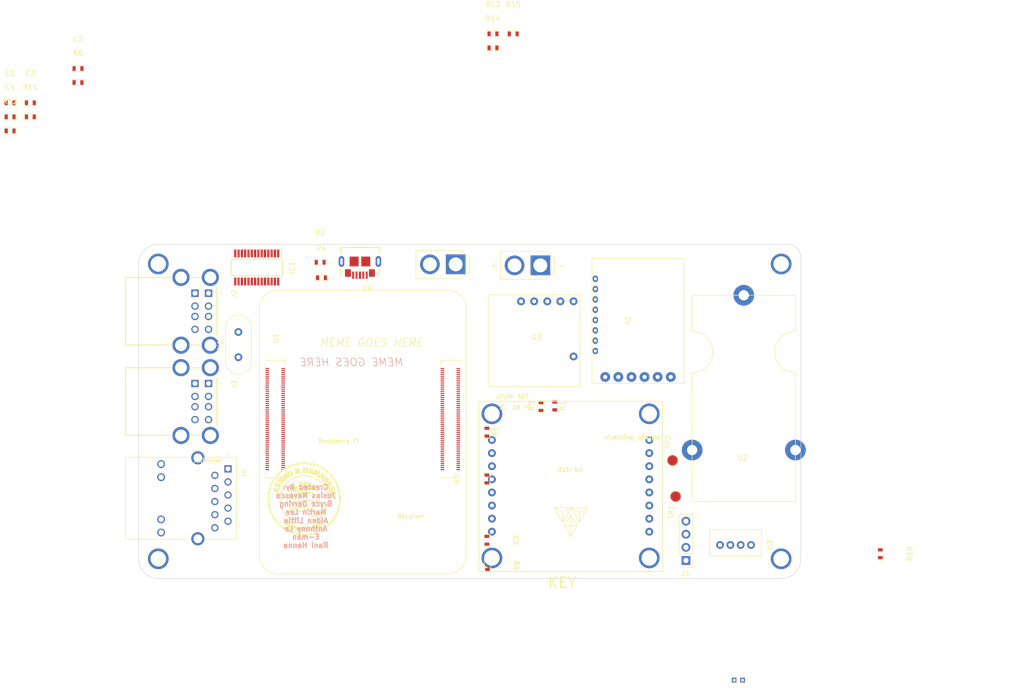
<source format=kicad_pcb>
(kicad_pcb (version 20171130) (host pcbnew "(5.1.10)-1")
  (layers (0 Front signal) (31 Back signal) (34 B.Paste user) (35 F.Paste user) (36 B.SilkS user) (37 F.SilkS user) (38 B.Mask user) (39 F.Mask user) (44 Edge.Cuts user))
  (net 0 "")
  (net 1 "Net-(A1-Pad5)")
  (net 2 GND)
  (net 3 +5V)
  (net 4 "Net-(A1-Pad6)")
  (net 5 "Net-(A1-Pad7)")
  (net 6 "Net-(A1-Pad8)")
  (net 7 +3V3)
  (net 8 /SDA)
  (net 9 /SCL)
  (net 10 /VN-100_CS)
  (net 11 "Net-(R7-Pad1)")
  (net 12 /MCU_Reset)
  (net 13 "Net-(R8-Pad2)")
  (net 14 /RX)
  (net 15 /TX)
  (net 16 "Net-(R9-Pad2)")
  (net 17 /VN-100_Enable)
  (net 18 "Net-(R10-Pad1)")
  (net 19 "Net-(U1-Pad200)")
  (net 20 "Net-(U1-Pad199)")
  (net 21 "Net-(U1-Pad196)")
  (net 22 "Net-(U1-Pad195)")
  (net 23 "Net-(U1-Pad194)")
  (net 24 "Net-(U1-Pad193)")
  (net 25 "Net-(U1-Pad190)")
  (net 26 "Net-(U1-Pad189)")
  (net 27 "Net-(U1-Pad188)")
  (net 28 "Net-(U1-Pad187)")
  (net 29 "Net-(U1-Pad184)")
  (net 30 "Net-(U1-Pad183)")
  (net 31 "Net-(U1-Pad182)")
  (net 32 "Net-(U1-Pad181)")
  (net 33 "Net-(U1-Pad178)")
  (net 34 "Net-(U1-Pad177)")
  (net 35 "Net-(U1-Pad176)")
  (net 36 "Net-(U1-Pad175)")
  (net 37 "Net-(U1-Pad172)")
  (net 38 "Net-(U1-Pad171)")
  (net 39 "Net-(U1-Pad170)")
  (net 40 "Net-(U1-Pad169)")
  (net 41 "Net-(U1-Pad166)")
  (net 42 "Net-(U1-Pad165)")
  (net 43 "Net-(U1-Pad164)")
  (net 44 "Net-(U1-Pad163)")
  (net 45 "Net-(U1-Pad160)")
  (net 46 "Net-(U1-Pad159)")
  (net 47 "Net-(U1-Pad158)")
  (net 48 "Net-(U1-Pad157)")
  (net 49 "Net-(U1-Pad154)")
  (net 50 "Net-(U1-Pad153)")
  (net 51 "Net-(U1-Pad152)")
  (net 52 "Net-(U1-Pad151)")
  (net 53 "Net-(U1-Pad149)")
  (net 54 "Net-(U1-Pad148)")
  (net 55 "Net-(U1-Pad147)")
  (net 56 "Net-(U1-Pad146)")
  (net 57 "Net-(U1-Pad145)")
  (net 58 "Net-(U1-Pad143)")
  (net 59 "Net-(U1-Pad142)")
  (net 60 "Net-(U1-Pad141)")
  (net 61 "Net-(U1-Pad140)")
  (net 62 "Net-(U1-Pad139)")
  (net 63 "Net-(U1-Pad136)")
  (net 64 "Net-(U1-Pad135)")
  (net 65 "Net-(U1-Pad134)")
  (net 66 "Net-(U1-Pad133)")
  (net 67 "Net-(U1-Pad130)")
  (net 68 "Net-(U1-Pad129)")
  (net 69 "Net-(U1-Pad128)")
  (net 70 "Net-(U1-Pad127)")
  (net 71 "Net-(U1-Pad124)")
  (net 72 "Net-(U1-Pad123)")
  (net 73 "Net-(U1-Pad122)")
  (net 74 "Net-(U1-Pad121)")
  (net 75 "Net-(U1-Pad118)")
  (net 76 "Net-(U1-Pad117)")
  (net 77 "Net-(U1-Pad116)")
  (net 78 "Net-(U1-Pad115)")
  (net 79 "Net-(U1-Pad112)")
  (net 80 "Net-(U1-Pad111)")
  (net 81 "Net-(U1-Pad110)")
  (net 82 "Net-(U1-Pad109)")
  (net 83 "Net-(U1-Pad106)")
  (net 84 "Net-(U1-Pad104)")
  (net 85 "Net-(U1-Pad102)")
  (net 86 "Net-(U1-Pad101)")
  (net 87 "Net-(U1-Pad100)")
  (net 88 "Net-(U1-Pad99)")
  (net 89 "Net-(U1-Pad97)")
  (net 90 "Net-(U1-Pad96)")
  (net 91 "Net-(U1-Pad94)")
  (net 92 "Net-(U1-Pad93)")
  (net 93 "Net-(U1-Pad92)")
  (net 94 "Net-(U1-Pad91)")
  (net 95 "Net-(U1-Pad90)")
  (net 96 "Net-(U1-Pad89)")
  (net 97 "Net-(U1-Pad88)")
  (net 98 "Net-(U1-Pad78)")
  (net 99 "Net-(U1-Pad76)")
  (net 100 "Net-(U1-Pad75)")
  (net 101 "Net-(U1-Pad73)")
  (net 102 "Net-(U1-Pad72)")
  (net 103 "Net-(U1-Pad70)")
  (net 104 "Net-(U1-Pad69)")
  (net 105 "Net-(U1-Pad68)")
  (net 106 "Net-(U1-Pad67)")
  (net 107 "Net-(U1-Pad64)")
  (net 108 "Net-(U1-Pad63)")
  (net 109 "Net-(U1-Pad62)")
  (net 110 "Net-(U1-Pad61)")
  (net 111 "Net-(U1-Pad57)")
  (net 112 "Net-(U1-Pad56)")
  (net 113 "Net-(U1-Pad54)")
  (net 114 "Net-(U1-Pad50)")
  (net 115 "Net-(U1-Pad49)")
  (net 116 "Net-(U1-Pad48)")
  (net 117 "Net-(U1-Pad46)")
  (net 118 "Net-(U1-Pad45)")
  (net 119 /VN-100_MOSI)
  (net 120 "Net-(U1-Pad41)")
  (net 121 /VN-100_MISO)
  (net 122 /VN-100_SCK)
  (net 123 "Net-(U1-Pad37)")
  (net 124 "Net-(U1-Pad36)")
  (net 125 "Net-(U1-Pad35)")
  (net 126 "Net-(U1-Pad34)")
  (net 127 "Net-(U1-Pad30)")
  (net 128 "Net-(U1-Pad29)")
  (net 129 "Net-(U1-Pad28)")
  (net 130 "Net-(U1-Pad26)")
  (net 131 "Net-(U1-Pad24)")
  (net 132 "Net-(U1-Pad21)")
  (net 133 "Net-(U1-Pad20)")
  (net 134 "Net-(U1-Pad18)")
  (net 135 "Net-(U1-Pad16)")
  (net 136 "Net-(U3-Pad2)")
  (net 137 "Net-(U3-Pad1)")
  (net 138 "Net-(U4-Pad2)")
  (net 139 "Net-(U5-Pad7)")
  (net 140 +12V)
  (net 141 "Net-(A1-Pad14)")
  (net 142 "Net-(A1-Pad9)")
  (net 143 "Net-(TP1-Pad1)")
  (net 144 "Net-(TP2-Pad1)")
  (net 145 "Net-(U3-Pad3)")
  (net 146 /SBUS)
  (net 147 "Net-(A1-Pad12)")
  (net 148 /CH2)
  (net 149 "Net-(A1-Pad11)")
  (net 150 /CH1)
  (net 151 "Net-(J1-Pad4)")
  (net 152 "Net-(J1-Pad3)")
  (net 153 "Net-(D1-Pad2)")
  (net 154 /ETH_P3_P)
  (net 155 /ETH_P1_P)
  (net 156 /ETH_P3_N)
  (net 157 /ETH_P1_N)
  (net 158 /ETH_P2_N)
  (net 159 /ETH_P0_N)
  (net 160 /ETH_P2_P)
  (net 161 /ETH_P0_P)
  (net 162 "Net-(R2-Pad2)")
  (net 163 "Net-(R4-Pad2)")
  (net 164 /D0-)
  (net 165 /D0+)
  (net 166 "Net-(IC1-Pad27)")
  (net 167 "Net-(IC1-Pad14)")
  (net 168 "Net-(IC1-Pad22)")
  (net 169 "Net-(IC1-Pad19)")
  (net 170 "Net-(IC1-Pad2)")
  (net 171 "Net-(IC1-Pad25)")
  (net 172 "Net-(IC1-Pad24)")
  (net 173 "Net-(IC1-Pad17)")
  (net 174 "Net-(IC1-Pad23)")
  (net 175 "Net-(IC1-Pad3)")
  (net 176 +1V8)
  (net 177 "Net-(C2-Pad2)")
  (net 178 /D1-)
  (net 179 /D2+)
  (net 180 /D3+)
  (net 181 /D4+)
  (net 182 /D4-)
  (net 183 /D3-)
  (net 184 /D1+)
  (net 185 /D2-)
  (net 186 "Net-(D1-Pad1)")
  (net 187 "Net-(J4-Pad5)")
  (net 188 "Net-(J4-Pad6)")
  (net 189 "Net-(J4-Pad12)")
  (net 190 "Net-(J4-Pad13)")
  (net 191 /ETH_LEDG)
  (net 192 /ETH_LEDY)
  (net 193 "Net-(U1-Pad19)")
  (module DevelopmentBoard:0603 (layer Front) (at 165.017001 24.990001)
    (fp_text reference R15 (at 0 -5.715) (layer F.SilkS))
    (fp_text value 470)
    (pad 2 smd rect (at 0.75 0) (size 0.6 0.9) (layers Front F.Paste F.Mask) (net 7 +3V3))
    (pad 1 smd rect (at -0.75 0) (size 0.6 0.9) (layers Front F.Paste F.Mask) (net 153 "Net-(D1-Pad2)"))
  )
  (module DevelopmentBoard:0603 (layer Front) (at 161.097001 27.710001)
    (fp_text reference R14 (at 0 -5.715) (layer F.SilkS))
    (fp_text value 470)
    (pad 2 smd rect (at 0.75 0) (size 0.6 0.9) (layers Front F.Paste F.Mask) (net 192 /ETH_LEDY))
    (pad 1 smd rect (at -0.75 0) (size 0.6 0.9) (layers Front F.Paste F.Mask) (net 189 "Net-(J4-Pad12)"))
  )
  (module DevelopmentBoard:0603 (layer Front) (at 161.097001 24.990001)
    (fp_text reference R13 (at 0 -5.715) (layer F.SilkS))
    (fp_text value 470)
    (pad 2 smd rect (at 0.75 0) (size 0.6 0.9) (layers Front F.Paste F.Mask) (net 191 /ETH_LEDG))
    (pad 1 smd rect (at -0.75 0) (size 0.6 0.9) (layers Front F.Paste F.Mask) (net 190 "Net-(J4-Pad13)"))
  )
  (module DevelopmentBoard:CUI_CRJ007_RJ45 (layer Front) (at 100.876 115.016 270)
    (fp_text reference J4 (at -4.825 -11.955 90) (layer F.SilkS))
    (fp_text value CRJ007_RJ45)
    (pad 1 thru_hole rect (at -5.715 -8.89 270) (size 1.408 1.408) (drill 0.9) (layers *.Cu *.Mask) (net 161 /ETH_P0_P))
    (pad 2 thru_hole circle (at -4.445 -6.35 270) (size 1.408 1.408) (drill 0.9) (layers *.Cu *.Mask) (net 159 /ETH_P0_N))
    (pad 3 thru_hole circle (at -3.175 -8.89 270) (size 1.408 1.408) (drill 0.9) (layers *.Cu *.Mask) (net 155 /ETH_P1_P))
    (pad 4 thru_hole circle (at -1.905 -6.35 270) (size 1.408 1.408) (drill 0.9) (layers *.Cu *.Mask) (net 157 /ETH_P1_N))
    (pad 5 thru_hole circle (at -0.635 -8.89 270) (size 1.408 1.408) (drill 0.9) (layers *.Cu *.Mask) (net 187 "Net-(J4-Pad5)"))
    (pad 6 thru_hole circle (at 0.635 -6.35 270) (size 1.408 1.408) (drill 0.9) (layers *.Cu *.Mask) (net 188 "Net-(J4-Pad6)"))
    (pad 7 thru_hole circle (at 1.905 -8.89 270) (size 1.408 1.408) (drill 0.9) (layers *.Cu *.Mask) (net 160 /ETH_P2_P))
    (pad 8 thru_hole circle (at 3.175 -6.35 270) (size 1.408 1.408) (drill 0.9) (layers *.Cu *.Mask) (net 158 /ETH_P2_N))
    (pad None np_thru_hole circle (at -5.715 0 270) (size 3.2 3.2) (drill 3.2) (layers *.Cu *.Mask))
    (pad None np_thru_hole circle (at 5.715 0 270) (size 3.2 3.2) (drill 3.2) (layers *.Cu *.Mask))
    (pad S1 thru_hole circle (at 7.85 -3.05 270) (size 2.55 2.55) (drill 1.7) (layers *.Cu *.Mask) (net 2 GND))
    (pad S2 thru_hole circle (at -7.85 -3.05 270) (size 2.55 2.55) (drill 1.7) (layers *.Cu *.Mask) (net 2 GND))
    (pad 11 thru_hole circle (at -6.63 4.06 270) (size 1.508 1.508) (drill 1) (layers *.Cu *.Mask) (net 7 +3V3))
    (pad 14 thru_hole circle (at 6.63 4.06 270) (size 1.508 1.508) (drill 1) (layers *.Cu *.Mask) (net 7 +3V3))
    (pad 9 thru_hole circle (at 4.445 -8.89 270) (size 1.408 1.408) (drill 0.9) (layers *.Cu *.Mask) (net 154 /ETH_P3_P))
    (pad 10 thru_hole circle (at 5.715 -6.35 270) (size 1.408 1.408) (drill 0.9) (layers *.Cu *.Mask) (net 156 /ETH_P3_N))
    (pad 12 thru_hole circle (at -4.09 4.06 270) (size 1.508 1.508) (drill 1) (layers *.Cu *.Mask) (net 189 "Net-(J4-Pad12)"))
    (pad 13 thru_hole circle (at 4.09 4.06 270) (size 1.508 1.508) (drill 1) (layers *.Cu *.Mask) (net 190 "Net-(J4-Pad13)"))
  )
  (module Crystal:Crystal_HC49-4H_Vertical (layer Front) (at 111.776 87.666 90)
    (fp_text reference Y1 (at 2.44 -3.525 90) (layer F.SilkS))
    (fp_text value 12MHz)
    (pad 2 thru_hole circle (at 4.88 0 90) (size 1.5 1.5) (drill 0.8) (layers *.Cu *.Mask) (net 170 "Net-(IC1-Pad2)"))
    (pad 1 thru_hole circle (at 0 0 90) (size 1.5 1.5) (drill 0.8) (layers *.Cu *.Mask) (net 175 "Net-(IC1-Pad3)"))
  )
  (module DevelopmentBoard:0603 (layer Front) (at 67.564 43.794)
    (fp_text reference R12 (at 0 -5.715) (layer F.SilkS))
    (fp_text value 100k)
    (pad 2 smd rect (at 0.75 0) (size 0.6 0.9) (layers Front F.Paste F.Mask) (net 3 +5V))
    (pad 1 smd rect (at -0.75 0) (size 0.6 0.9) (layers Front F.Paste F.Mask) (net 173 "Net-(IC1-Pad17)"))
  )
  (module DevelopmentBoard:0603 (layer Front) (at 71.484 41.074)
    (fp_text reference R11 (at 0 -5.715) (layer F.SilkS))
    (fp_text value 100k)
    (pad 2 smd rect (at 0.75 0) (size 0.6 0.9) (layers Front F.Paste F.Mask) (net 7 +3V3))
    (pad 1 smd rect (at -0.75 0) (size 0.6 0.9) (layers Front F.Paste F.Mask) (net 169 "Net-(IC1-Pad19)"))
  )
  (module DevelopmentBoard:0603 (layer Front) (at 80.714 34.424)
    (fp_text reference R6 (at 0 -5.715) (layer F.SilkS))
    (fp_text value 2.7k)
    (pad 2 smd rect (at 0.75 0) (size 0.6 0.9) (layers Front F.Paste F.Mask) (net 2 GND))
    (pad 1 smd rect (at -0.75 0) (size 0.6 0.9) (layers Front F.Paste F.Mask) (net 167 "Net-(IC1-Pad14)"))
  )
  (module DevelopmentBoard:USB2.0 (layer Front) (at 103.376 96.266 270)
    (fp_text reference J3 (at -3.325 -7.635 90) (layer F.SilkS))
    (fp_text value USB-A)
    (pad 1_1 thru_hole rect (at -3.5 0 270) (size 1.428 1.428) (drill 0.92) (layers *.Cu *.Mask) (net 3 +5V))
    (pad 2_1 thru_hole circle (at -1 0 270) (size 1.428 1.428) (drill 0.92) (layers *.Cu *.Mask) (net 178 /D1-))
    (pad 3_1 thru_hole circle (at 1 0 270) (size 1.428 1.428) (drill 0.92) (layers *.Cu *.Mask) (net 184 /D1+))
    (pad 4_1 thru_hole circle (at 3.5 0 270) (size 1.428 1.428) (drill 0.92) (layers *.Cu *.Mask) (net 2 GND))
    (pad S1 thru_hole circle (at -6.57 -2.97 270) (size 3.316 3.316) (drill 2.3) (layers *.Cu *.Mask) (net 2 GND))
    (pad S1 thru_hole circle (at 6.57 -2.97 270) (size 3.316 3.316) (drill 2.3) (layers *.Cu *.Mask) (net 2 GND))
    (pad S1 thru_hole circle (at -6.57 2.71 270) (size 3.316 3.316) (drill 2.3) (layers *.Cu *.Mask) (net 2 GND))
    (pad S1 thru_hole circle (at 6.57 2.71 270) (size 3.316 3.316) (drill 2.3) (layers *.Cu *.Mask) (net 2 GND))
    (pad 1_2 thru_hole rect (at -3.5 -2.62 270) (size 1.428 1.428) (drill 0.92) (layers *.Cu *.Mask) (net 3 +5V))
    (pad 2_2 thru_hole circle (at -1 -2.62 270) (size 1.428 1.428) (drill 0.92) (layers *.Cu *.Mask) (net 185 /D2-))
    (pad 3_2 thru_hole circle (at 1 -2.62 270) (size 1.428 1.428) (drill 0.92) (layers *.Cu *.Mask) (net 179 /D2+))
    (pad 4_2 thru_hole circle (at 3.5 -2.62 270) (size 1.428 1.428) (drill 0.92) (layers *.Cu *.Mask) (net 2 GND))
  )
  (module DevelopmentBoard:0603 (layer Front) (at 67.564 41.074)
    (fp_text reference C4 (at 0 -5.715) (layer F.SilkS))
    (fp_text value 10uF)
    (pad 2 smd rect (at 0.75 0) (size 0.6 0.9) (layers Front F.Paste F.Mask) (net 2 GND))
    (pad 1 smd rect (at -0.75 0) (size 0.6 0.9) (layers Front F.Paste F.Mask) (net 7 +3V3))
  )
  (module DevelopmentBoard:0603 (layer Front) (at 71.484 38.354)
    (fp_text reference C3 (at 0 -5.715) (layer F.SilkS))
    (fp_text value 0.1uF)
    (pad 2 smd rect (at 0.75 0) (size 0.6 0.9) (layers Front F.Paste F.Mask) (net 177 "Net-(C2-Pad2)"))
    (pad 1 smd rect (at -0.75 0) (size 0.6 0.9) (layers Front F.Paste F.Mask) (net 3 +5V))
  )
  (module DevelopmentBoard:0603 (layer Front) (at 80.714 31.704)
    (fp_text reference C2 (at 0 -5.715) (layer F.SilkS))
    (fp_text value 10uF)
    (pad 2 smd rect (at 0.75 0) (size 0.6 0.9) (layers Front F.Paste F.Mask) (net 177 "Net-(C2-Pad2)"))
    (pad 1 smd rect (at -0.75 0) (size 0.6 0.9) (layers Front F.Paste F.Mask) (net 3 +5V))
  )
  (module DevelopmentBoard:0603 (layer Front) (at 67.564 38.354)
    (fp_text reference C1 (at 0 -5.715) (layer F.SilkS))
    (fp_text value 10uF)
    (pad 2 smd rect (at 0.75 0) (size 0.6 0.9) (layers Front F.Paste F.Mask) (net 2 GND))
    (pad 1 smd rect (at -0.75 0) (size 0.6 0.9) (layers Front F.Paste F.Mask) (net 176 +1V8))
  )
  (module DevelopmentBoard:USB2.0 (layer Front) (at 103.376 78.766 270)
    (fp_text reference J2 (at -3.325 -7.635 90) (layer F.SilkS))
    (fp_text value USB-A)
    (pad 1_1 thru_hole rect (at -3.5 0 270) (size 1.428 1.428) (drill 0.92) (layers *.Cu *.Mask) (net 3 +5V))
    (pad 2_1 thru_hole circle (at -1 0 270) (size 1.428 1.428) (drill 0.92) (layers *.Cu *.Mask) (net 183 /D3-))
    (pad 3_1 thru_hole circle (at 1 0 270) (size 1.428 1.428) (drill 0.92) (layers *.Cu *.Mask) (net 180 /D3+))
    (pad 4_1 thru_hole circle (at 3.5 0 270) (size 1.428 1.428) (drill 0.92) (layers *.Cu *.Mask) (net 2 GND))
    (pad S1 thru_hole circle (at -6.57 -2.97 270) (size 3.316 3.316) (drill 2.3) (layers *.Cu *.Mask) (net 2 GND))
    (pad S1 thru_hole circle (at 6.57 -2.97 270) (size 3.316 3.316) (drill 2.3) (layers *.Cu *.Mask) (net 2 GND))
    (pad S1 thru_hole circle (at -6.57 2.71 270) (size 3.316 3.316) (drill 2.3) (layers *.Cu *.Mask) (net 2 GND))
    (pad S1 thru_hole circle (at 6.57 2.71 270) (size 3.316 3.316) (drill 2.3) (layers *.Cu *.Mask) (net 2 GND))
    (pad 1_2 thru_hole rect (at -3.5 -2.62 270) (size 1.428 1.428) (drill 0.92) (layers *.Cu *.Mask) (net 3 +5V))
    (pad 2_2 thru_hole circle (at -1 -2.62 270) (size 1.428 1.428) (drill 0.92) (layers *.Cu *.Mask) (net 182 /D4-))
    (pad 3_2 thru_hole circle (at 1 -2.62 270) (size 1.428 1.428) (drill 0.92) (layers *.Cu *.Mask) (net 181 /D4+))
    (pad 4_2 thru_hole circle (at 3.5 -2.62 270) (size 1.428 1.428) (drill 0.92) (layers *.Cu *.Mask) (net 2 GND))
  )
  (module DevelopmentBoard:FE1.1S_USB_Controller (layer Front) (at 115.216 70.338 270)
    (fp_text reference IC1 (at -0.02 -7.02 90) (layer F.SilkS))
    (fp_text value FE1.1S_USB_Controller)
    (pad 21 smd rect (at 2.652 0.2) (size 0.44 1.525) (layers Front F.Paste F.Mask) (net 7 +3V3))
    (pad 27 smd rect (at 2.652 -3.64) (size 0.44 1.525) (layers Front F.Paste F.Mask) (net 166 "Net-(IC1-Pad27)"))
    (pad 14 smd rect (at -2.772 4.04) (size 0.44 1.525) (layers Front F.Paste F.Mask) (net 167 "Net-(IC1-Pad14)"))
    (pad 10 smd rect (at -2.772 1.48) (size 0.44 1.525) (layers Front F.Paste F.Mask) (net 178 /D1-))
    (pad 9 smd rect (at -2.772 0.84) (size 0.44 1.525) (layers Front F.Paste F.Mask) (net 179 /D2+))
    (pad 26 smd rect (at 2.652 -3) (size 0.44 1.525) (layers Front F.Paste F.Mask) (net 7 +3V3))
    (pad 7 smd rect (at -2.772 -0.44) (size 0.44 1.525) (layers Front F.Paste F.Mask) (net 180 /D3+))
    (pad 22 smd rect (at 2.652 -0.44) (size 0.44 1.525) (layers Front F.Paste F.Mask) (net 168 "Net-(IC1-Pad22)"))
    (pad 19 smd rect (at 2.652 1.48) (size 0.44 1.525) (layers Front F.Paste F.Mask) (net 169 "Net-(IC1-Pad19)"))
    (pad 5 smd rect (at -2.772 -1.72) (size 0.44 1.525) (layers Front F.Paste F.Mask) (net 181 /D4+))
    (pad 4 smd rect (at -2.772 -2.36) (size 0.44 1.525) (layers Front F.Paste F.Mask) (net 182 /D4-))
    (pad 2 smd rect (at -2.772 -3.64) (size 0.44 1.525) (layers Front F.Paste F.Mask) (net 170 "Net-(IC1-Pad2)"))
    (pad 18 smd rect (at 2.652 2.12) (size 0.44 1.525) (layers Front F.Paste F.Mask) (net 7 +3V3))
    (pad 20 smd rect (at 2.652 0.84) (size 0.44 1.525) (layers Front F.Paste F.Mask) (net 177 "Net-(C2-Pad2)"))
    (pad 25 smd rect (at 2.652 -2.36) (size 0.44 1.525) (layers Front F.Paste F.Mask) (net 171 "Net-(IC1-Pad25)"))
    (pad 24 smd rect (at 2.652 -1.72) (size 0.44 1.525) (layers Front F.Paste F.Mask) (net 172 "Net-(IC1-Pad24)"))
    (pad 13 smd rect (at -2.772 3.4) (size 0.44 1.525) (layers Front F.Paste F.Mask) (net 7 +3V3))
    (pad 12 smd rect (at -2.772 2.76) (size 0.44 1.525) (layers Front F.Paste F.Mask) (net 176 +1V8))
    (pad 6 smd rect (at -2.772 -1.08) (size 0.44 1.525) (layers Front F.Paste F.Mask) (net 183 /D3-))
    (pad 28 smd rect (at 2.652 -4.28) (size 0.44 1.525) (layers Front F.Paste F.Mask) (net 176 +1V8))
    (pad 17 smd rect (at 2.652 2.76) (size 0.44 1.525) (layers Front F.Paste F.Mask) (net 173 "Net-(IC1-Pad17)"))
    (pad 16 smd rect (at 2.652 3.4) (size 0.44 1.525) (layers Front F.Paste F.Mask) (net 165 /D0+))
    (pad 15 smd rect (at 2.652 4.04) (size 0.44 1.525) (layers Front F.Paste F.Mask) (net 164 /D0-))
    (pad 11 smd rect (at -2.772 2.12) (size 0.44 1.525) (layers Front F.Paste F.Mask) (net 184 /D1+))
    (pad 23 smd rect (at 2.652 -1.08) (size 0.44 1.525) (layers Front F.Paste F.Mask) (net 174 "Net-(IC1-Pad23)"))
    (pad 8 smd rect (at -2.772 0.2) (size 0.44 1.525) (layers Front F.Paste F.Mask) (net 185 /D2-))
    (pad 3 smd rect (at -2.772 -3) (size 0.44 1.525) (layers Front F.Paste F.Mask) (net 175 "Net-(IC1-Pad3)"))
    (pad 1 smd rect (at -2.772 -4.28) (size 0.44 1.525) (layers Front F.Paste F.Mask) (net 2 GND))
  )
  (module DevelopmentBoard:0603 (layer Front) (at 236.126 125.766 270)
    (fp_text reference R10 (at 0 -5.715 90) (layer F.SilkS))
    (fp_text value 0)
    (pad 2 smd rect (at 0.75 0 270) (size 0.6 0.9) (layers Front F.Paste F.Mask) (net 17 /VN-100_Enable))
    (pad 1 smd rect (at -0.75 0 270) (size 0.6 0.9) (layers Front F.Paste F.Mask) (net 18 "Net-(R10-Pad1)"))
  )
  (module DevelopmentBoard:0603 (layer Front) (at 159.9103 123.1498 270)
    (fp_text reference R9 (at 0 -5.715 90) (layer F.SilkS))
    (fp_text value 0)
    (pad 2 smd rect (at 0.75 0 270) (size 0.6 0.9) (layers Front F.Paste F.Mask) (net 16 "Net-(R9-Pad2)"))
    (pad 1 smd rect (at -0.75 0 270) (size 0.6 0.9) (layers Front F.Paste F.Mask) (net 15 /TX))
  )
  (module DevelopmentBoard:0603 (layer Front) (at 160.0373 128.052 270)
    (fp_text reference R8 (at 0 -5.715 90) (layer F.SilkS))
    (fp_text value 0)
    (pad 2 smd rect (at 0.75 0 270) (size 0.6 0.9) (layers Front F.Paste F.Mask) (net 13 "Net-(R8-Pad2)"))
    (pad 1 smd rect (at -0.75 0 270) (size 0.6 0.9) (layers Front F.Paste F.Mask) (net 14 /RX))
  )
  (module DevelopmentBoard:0603 (layer Front) (at 159.9103 111.2753 90)
    (fp_text reference R7 (at 0 -5.715 90) (layer F.SilkS))
    (fp_text value 0)
    (pad 2 smd rect (at 0.75 0 90) (size 0.6 0.9) (layers Front F.Paste F.Mask) (net 12 /MCU_Reset))
    (pad 1 smd rect (at -0.75 0 90) (size 0.6 0.9) (layers Front F.Paste F.Mask) (net 11 "Net-(R7-Pad1)"))
  )
  (module DevelopmentBoard:0603 (layer Front) (at 127.876 72.266)
    (fp_text reference R4 (at 0 -5.715) (layer F.SilkS))
    (fp_text value 0)
    (pad 2 smd rect (at 0.75 0) (size 0.6 0.9) (layers Front F.Paste F.Mask) (net 163 "Net-(R4-Pad2)"))
    (pad 1 smd rect (at -0.75 0) (size 0.6 0.9) (layers Front F.Paste F.Mask) (net 165 /D0+))
  )
  (module DevelopmentBoard:0603 (layer Front) (at 127.626 69.266)
    (fp_text reference R2 (at 0 -5.715) (layer F.SilkS))
    (fp_text value 0)
    (pad 2 smd rect (at 0.75 0) (size 0.6 0.9) (layers Front F.Paste F.Mask) (net 162 "Net-(R2-Pad2)"))
    (pad 1 smd rect (at -0.75 0) (size 0.6 0.9) (layers Front F.Paste F.Mask) (net 164 /D0-))
  )
  (module DevelopmentBoard:Pi_CM4 (layer Front) (at 135.876 99.666 180)
    (fp_text reference U1 (at 16.8275 15.6845 270) (layer F.SilkS))
    (fp_text value Pi_CM4)
    (pad "" np_thru_hole circle (at -16.5 -26.5 180) (size 2.7 2.7) (drill 2.7) (layers *.Cu *.Mask) (clearance 1.7))
    (pad "" np_thru_hole circle (at 16.5 21.5 180) (size 2.7 2.7) (drill 2.7) (layers *.Cu *.Mask) (clearance 1.7))
    (pad "" np_thru_hole circle (at -16.5 21.5 180) (size 2.7 2.7) (drill 2.7) (layers *.Cu *.Mask) (clearance 1.7))
    (pad "" np_thru_hole circle (at 16.5 -26.5 180) (size 2.7 2.7) (drill 2.7) (layers *.Cu *.Mask) (clearance 1.7))
    (pad 1 smd rect (at -18.5 -9.8 90) (size 0.2 0.7) (layers Front F.Paste F.Mask) (net 2 GND))
    (pad 2 smd rect (at -15.42 -9.8 90) (size 0.2 0.7) (layers Front F.Paste F.Mask) (net 2 GND))
    (pad 3 smd rect (at -18.5 -9.4 90) (size 0.2 0.7) (layers Front F.Paste F.Mask) (net 154 /ETH_P3_P))
    (pad 4 smd rect (at -15.42 -9.4 90) (size 0.2 0.7) (layers Front F.Paste F.Mask) (net 155 /ETH_P1_P))
    (pad 5 smd rect (at -18.5 -9 90) (size 0.2 0.7) (layers Front F.Paste F.Mask) (net 156 /ETH_P3_N))
    (pad 6 smd rect (at -15.42 -9 90) (size 0.2 0.7) (layers Front F.Paste F.Mask) (net 157 /ETH_P1_N))
    (pad 7 smd rect (at -18.5 -8.6 90) (size 0.2 0.7) (layers Front F.Paste F.Mask) (net 2 GND))
    (pad 8 smd rect (at -15.42 -8.6 90) (size 0.2 0.7) (layers Front F.Paste F.Mask) (net 2 GND))
    (pad 9 smd rect (at -18.5 -8.2 90) (size 0.2 0.7) (layers Front F.Paste F.Mask) (net 158 /ETH_P2_N))
    (pad 10 smd rect (at -15.42 -8.2 90) (size 0.2 0.7) (layers Front F.Paste F.Mask) (net 159 /ETH_P0_N))
    (pad 11 smd rect (at -18.5 -7.8 90) (size 0.2 0.7) (layers Front F.Paste F.Mask) (net 160 /ETH_P2_P))
    (pad 12 smd rect (at -15.42 -7.8 90) (size 0.2 0.7) (layers Front F.Paste F.Mask) (net 161 /ETH_P0_P))
    (pad 13 smd rect (at -18.5 -7.4 90) (size 0.2 0.7) (layers Front F.Paste F.Mask) (net 2 GND))
    (pad 14 smd rect (at -15.42 -7.4 90) (size 0.2 0.7) (layers Front F.Paste F.Mask) (net 2 GND))
    (pad 15 smd rect (at -18.5 -7 90) (size 0.2 0.7) (layers Front F.Paste F.Mask) (net 192 /ETH_LEDY))
    (pad 16 smd rect (at -15.42 -7 90) (size 0.2 0.7) (layers Front F.Paste F.Mask) (net 135 "Net-(U1-Pad16)"))
    (pad 17 smd rect (at -18.5 -6.6 90) (size 0.2 0.7) (layers Front F.Paste F.Mask) (net 191 /ETH_LEDG))
    (pad 18 smd rect (at -15.42 -6.6 90) (size 0.2 0.7) (layers Front F.Paste F.Mask) (net 134 "Net-(U1-Pad18)"))
    (pad 19 smd rect (at -18.5 -6.2 90) (size 0.2 0.7) (layers Front F.Paste F.Mask) (net 193 "Net-(U1-Pad19)"))
    (pad 20 smd rect (at -15.42 -6.2 90) (size 0.2 0.7) (layers Front F.Paste F.Mask) (net 133 "Net-(U1-Pad20)"))
    (pad 21 smd rect (at -18.5 -5.8 90) (size 0.2 0.7) (layers Front F.Paste F.Mask) (net 132 "Net-(U1-Pad21)"))
    (pad 22 smd rect (at -15.42 -5.8 90) (size 0.2 0.7) (layers Front F.Paste F.Mask) (net 2 GND))
    (pad 23 smd rect (at -18.5 -5.4 90) (size 0.2 0.7) (layers Front F.Paste F.Mask) (net 2 GND))
    (pad 24 smd rect (at -15.42 -5.4 90) (size 0.2 0.7) (layers Front F.Paste F.Mask) (net 131 "Net-(U1-Pad24)"))
    (pad 25 smd rect (at -18.5 -5 90) (size 0.2 0.7) (layers Front F.Paste F.Mask) (net 148 /CH2))
    (pad 26 smd rect (at -15.42 -5 90) (size 0.2 0.7) (layers Front F.Paste F.Mask) (net 130 "Net-(U1-Pad26)"))
    (pad 27 smd rect (at -18.5 -4.6 90) (size 0.2 0.7) (layers Front F.Paste F.Mask) (net 150 /CH1))
    (pad 28 smd rect (at -15.42 -4.6 90) (size 0.2 0.7) (layers Front F.Paste F.Mask) (net 129 "Net-(U1-Pad28)"))
    (pad 29 smd rect (at -18.5 -4.2 90) (size 0.2 0.7) (layers Front F.Paste F.Mask) (net 128 "Net-(U1-Pad29)"))
    (pad 30 smd rect (at -15.42 -4.2 90) (size 0.2 0.7) (layers Front F.Paste F.Mask) (net 127 "Net-(U1-Pad30)"))
    (pad 31 smd rect (at -18.5 -3.8 90) (size 0.2 0.7) (layers Front F.Paste F.Mask) (net 146 /SBUS))
    (pad 32 smd rect (at -15.42 -3.8 90) (size 0.2 0.7) (layers Front F.Paste F.Mask) (net 2 GND))
    (pad 33 smd rect (at -18.5 -3.4 90) (size 0.2 0.7) (layers Front F.Paste F.Mask) (net 2 GND))
    (pad 34 smd rect (at -15.42 -3.4 90) (size 0.2 0.7) (layers Front F.Paste F.Mask) (net 126 "Net-(U1-Pad34)"))
    (pad 35 smd rect (at -18.5 -3 90) (size 0.2 0.7) (layers Front F.Paste F.Mask) (net 125 "Net-(U1-Pad35)"))
    (pad 36 smd rect (at -15.42 -3 90) (size 0.2 0.7) (layers Front F.Paste F.Mask) (net 124 "Net-(U1-Pad36)"))
    (pad 37 smd rect (at -18.5 -2.6 90) (size 0.2 0.7) (layers Front F.Paste F.Mask) (net 123 "Net-(U1-Pad37)"))
    (pad 38 smd rect (at -15.42 -2.6 90) (size 0.2 0.7) (layers Front F.Paste F.Mask) (net 122 /VN-100_SCK))
    (pad 39 smd rect (at -18.5 -2.2 90) (size 0.2 0.7) (layers Front F.Paste F.Mask) (net 10 /VN-100_CS))
    (pad 40 smd rect (at -15.42 -2.2 90) (size 0.2 0.7) (layers Front F.Paste F.Mask) (net 121 /VN-100_MISO))
    (pad 41 smd rect (at -18.5 -1.8 90) (size 0.2 0.7) (layers Front F.Paste F.Mask) (net 120 "Net-(U1-Pad41)"))
    (pad 42 smd rect (at -15.42 -1.8 90) (size 0.2 0.7) (layers Front F.Paste F.Mask) (net 2 GND))
    (pad 43 smd rect (at -18.5 -1.4 90) (size 0.2 0.7) (layers Front F.Paste F.Mask) (net 2 GND))
    (pad 44 smd rect (at -15.42 -1.4 90) (size 0.2 0.7) (layers Front F.Paste F.Mask) (net 119 /VN-100_MOSI))
    (pad 45 smd rect (at -18.5 -1 90) (size 0.2 0.7) (layers Front F.Paste F.Mask) (net 118 "Net-(U1-Pad45)"))
    (pad 46 smd rect (at -15.42 -1 90) (size 0.2 0.7) (layers Front F.Paste F.Mask) (net 117 "Net-(U1-Pad46)"))
    (pad 47 smd rect (at -18.5 -0.6 90) (size 0.2 0.7) (layers Front F.Paste F.Mask) (net 17 /VN-100_Enable))
    (pad 48 smd rect (at -15.42 -0.6 90) (size 0.2 0.7) (layers Front F.Paste F.Mask) (net 116 "Net-(U1-Pad48)"))
    (pad 49 smd rect (at -18.5 -0.2 90) (size 0.2 0.7) (layers Front F.Paste F.Mask) (net 115 "Net-(U1-Pad49)"))
    (pad 50 smd rect (at -15.42 -0.2 90) (size 0.2 0.7) (layers Front F.Paste F.Mask) (net 114 "Net-(U1-Pad50)"))
    (pad 51 smd rect (at -18.5 0.2 90) (size 0.2 0.7) (layers Front F.Paste F.Mask) (net 14 /RX))
    (pad 52 smd rect (at -15.42 0.2 90) (size 0.2 0.7) (layers Front F.Paste F.Mask) (net 2 GND))
    (pad 53 smd rect (at -18.5 0.6 90) (size 0.2 0.7) (layers Front F.Paste F.Mask) (net 2 GND))
    (pad 54 smd rect (at -15.42 0.6 90) (size 0.2 0.7) (layers Front F.Paste F.Mask) (net 113 "Net-(U1-Pad54)"))
    (pad 55 smd rect (at -18.5 1 90) (size 0.2 0.7) (layers Front F.Paste F.Mask) (net 15 /TX))
    (pad 56 smd rect (at -15.42 1 90) (size 0.2 0.7) (layers Front F.Paste F.Mask) (net 112 "Net-(U1-Pad56)"))
    (pad 57 smd rect (at -18.5 1.4 90) (size 0.2 0.7) (layers Front F.Paste F.Mask) (net 111 "Net-(U1-Pad57)"))
    (pad 58 smd rect (at -15.42 1.4 90) (size 0.2 0.7) (layers Front F.Paste F.Mask) (net 12 /MCU_Reset))
    (pad 59 smd rect (at -18.5 1.8 90) (size 0.2 0.7) (layers Front F.Paste F.Mask) (net 2 GND))
    (pad 60 smd rect (at -15.42 1.8 90) (size 0.2 0.7) (layers Front F.Paste F.Mask) (net 2 GND))
    (pad 61 smd rect (at -18.5 2.2 90) (size 0.2 0.7) (layers Front F.Paste F.Mask) (net 110 "Net-(U1-Pad61)"))
    (pad 62 smd rect (at -15.42 2.2 90) (size 0.2 0.7) (layers Front F.Paste F.Mask) (net 109 "Net-(U1-Pad62)"))
    (pad 63 smd rect (at -18.5 2.6 90) (size 0.2 0.7) (layers Front F.Paste F.Mask) (net 108 "Net-(U1-Pad63)"))
    (pad 64 smd rect (at -15.42 2.6 90) (size 0.2 0.7) (layers Front F.Paste F.Mask) (net 107 "Net-(U1-Pad64)"))
    (pad 65 smd rect (at -18.5 3 90) (size 0.2 0.7) (layers Front F.Paste F.Mask) (net 2 GND))
    (pad 66 smd rect (at -15.42 3 90) (size 0.2 0.7) (layers Front F.Paste F.Mask) (net 2 GND))
    (pad 67 smd rect (at -18.5 3.4 90) (size 0.2 0.7) (layers Front F.Paste F.Mask) (net 106 "Net-(U1-Pad67)"))
    (pad 68 smd rect (at -15.42 3.4 90) (size 0.2 0.7) (layers Front F.Paste F.Mask) (net 105 "Net-(U1-Pad68)"))
    (pad 69 smd rect (at -18.5 3.8 90) (size 0.2 0.7) (layers Front F.Paste F.Mask) (net 104 "Net-(U1-Pad69)"))
    (pad 70 smd rect (at -15.42 3.8 90) (size 0.2 0.7) (layers Front F.Paste F.Mask) (net 103 "Net-(U1-Pad70)"))
    (pad 71 smd rect (at -18.5 4.2 90) (size 0.2 0.7) (layers Front F.Paste F.Mask) (net 2 GND))
    (pad 72 smd rect (at -15.42 4.2 90) (size 0.2 0.7) (layers Front F.Paste F.Mask) (net 102 "Net-(U1-Pad72)"))
    (pad 73 smd rect (at -18.5 4.6 90) (size 0.2 0.7) (layers Front F.Paste F.Mask) (net 101 "Net-(U1-Pad73)"))
    (pad 74 smd rect (at -15.42 4.6 90) (size 0.2 0.7) (layers Front F.Paste F.Mask) (net 2 GND))
    (pad 75 smd rect (at -18.5 5 90) (size 0.2 0.7) (layers Front F.Paste F.Mask) (net 100 "Net-(U1-Pad75)"))
    (pad 76 smd rect (at -15.42 5 90) (size 0.2 0.7) (layers Front F.Paste F.Mask) (net 99 "Net-(U1-Pad76)"))
    (pad 77 smd rect (at -18.5 5.4 90) (size 0.2 0.7) (layers Front F.Paste F.Mask) (net 3 +5V))
    (pad 78 smd rect (at -15.42 5.4 90) (size 0.2 0.7) (layers Front F.Paste F.Mask) (net 98 "Net-(U1-Pad78)"))
    (pad 79 smd rect (at -18.5 5.8 90) (size 0.2 0.7) (layers Front F.Paste F.Mask) (net 3 +5V))
    (pad 80 smd rect (at -15.42 5.8 90) (size 0.2 0.7) (layers Front F.Paste F.Mask) (net 9 /SCL))
    (pad 81 smd rect (at -18.5 6.2 90) (size 0.2 0.7) (layers Front F.Paste F.Mask) (net 3 +5V))
    (pad 82 smd rect (at -15.42 6.2 90) (size 0.2 0.7) (layers Front F.Paste F.Mask) (net 8 /SDA))
    (pad 83 smd rect (at -18.5 6.6 90) (size 0.2 0.7) (layers Front F.Paste F.Mask) (net 3 +5V))
    (pad 84 smd rect (at -15.42 6.6 90) (size 0.2 0.7) (layers Front F.Paste F.Mask) (net 7 +3V3))
    (pad 85 smd rect (at -18.5 7 90) (size 0.2 0.7) (layers Front F.Paste F.Mask) (net 3 +5V))
    (pad 86 smd rect (at -15.42 7 90) (size 0.2 0.7) (layers Front F.Paste F.Mask) (net 7 +3V3))
    (pad 87 smd rect (at -18.5 7.4 90) (size 0.2 0.7) (layers Front F.Paste F.Mask) (net 3 +5V))
    (pad 88 smd rect (at -15.42 7.4 90) (size 0.2 0.7) (layers Front F.Paste F.Mask) (net 97 "Net-(U1-Pad88)"))
    (pad 89 smd rect (at -18.5 7.8 90) (size 0.2 0.7) (layers Front F.Paste F.Mask) (net 96 "Net-(U1-Pad89)"))
    (pad 90 smd rect (at -15.42 7.8 90) (size 0.2 0.7) (layers Front F.Paste F.Mask) (net 95 "Net-(U1-Pad90)"))
    (pad 91 smd rect (at -18.5 8.2 90) (size 0.2 0.7) (layers Front F.Paste F.Mask) (net 94 "Net-(U1-Pad91)"))
    (pad 92 smd rect (at -15.42 8.2 90) (size 0.2 0.7) (layers Front F.Paste F.Mask) (net 93 "Net-(U1-Pad92)"))
    (pad 93 smd rect (at -18.5 8.6 90) (size 0.2 0.7) (layers Front F.Paste F.Mask) (net 92 "Net-(U1-Pad93)"))
    (pad 94 smd rect (at -15.42 8.6 90) (size 0.2 0.7) (layers Front F.Paste F.Mask) (net 91 "Net-(U1-Pad94)"))
    (pad 95 smd rect (at -18.5 9 90) (size 0.2 0.7) (layers Front F.Paste F.Mask) (net 186 "Net-(D1-Pad1)"))
    (pad 96 smd rect (at -15.42 9 90) (size 0.2 0.7) (layers Front F.Paste F.Mask) (net 90 "Net-(U1-Pad96)"))
    (pad 97 smd rect (at -18.5 9.4 90) (size 0.2 0.7) (layers Front F.Paste F.Mask) (net 89 "Net-(U1-Pad97)"))
    (pad 98 smd rect (at -15.42 9.4 90) (size 0.2 0.7) (layers Front F.Paste F.Mask) (net 2 GND))
    (pad 99 smd rect (at -18.5 9.8 90) (size 0.2 0.7) (layers Front F.Paste F.Mask) (net 88 "Net-(U1-Pad99)"))
    (pad 100 smd rect (at -15.42 9.8 90) (size 0.2 0.7) (layers Front F.Paste F.Mask) (net 87 "Net-(U1-Pad100)"))
    (pad 101 smd rect (at 15.42 -9.8 90) (size 0.2 0.7) (layers Front F.Paste F.Mask) (net 86 "Net-(U1-Pad101)"))
    (pad 102 smd rect (at 18.5 -9.8 90) (size 0.2 0.7) (layers Front F.Paste F.Mask) (net 85 "Net-(U1-Pad102)"))
    (pad 103 smd rect (at 15.42 -9.4 90) (size 0.2 0.7) (layers Front F.Paste F.Mask) (net 164 /D0-))
    (pad 104 smd rect (at 18.5 -9.4 90) (size 0.2 0.7) (layers Front F.Paste F.Mask) (net 84 "Net-(U1-Pad104)"))
    (pad 105 smd rect (at 15.42 -9 90) (size 0.2 0.7) (layers Front F.Paste F.Mask) (net 165 /D0+))
    (pad 106 smd rect (at 18.5 -9 90) (size 0.2 0.7) (layers Front F.Paste F.Mask) (net 83 "Net-(U1-Pad106)"))
    (pad 107 smd rect (at 15.42 -8.6 90) (size 0.2 0.7) (layers Front F.Paste F.Mask) (net 2 GND))
    (pad 108 smd rect (at 18.5 -8.6 90) (size 0.2 0.7) (layers Front F.Paste F.Mask) (net 2 GND))
    (pad 109 smd rect (at 15.42 -8.2 90) (size 0.2 0.7) (layers Front F.Paste F.Mask) (net 82 "Net-(U1-Pad109)"))
    (pad 110 smd rect (at 18.5 -8.2 90) (size 0.2 0.7) (layers Front F.Paste F.Mask) (net 81 "Net-(U1-Pad110)"))
    (pad 111 smd rect (at 15.42 -7.8 90) (size 0.2 0.7) (layers Front F.Paste F.Mask) (net 80 "Net-(U1-Pad111)"))
    (pad 112 smd rect (at 18.5 -7.8 90) (size 0.2 0.7) (layers Front F.Paste F.Mask) (net 79 "Net-(U1-Pad112)"))
    (pad 113 smd rect (at 15.42 -7.4 90) (size 0.2 0.7) (layers Front F.Paste F.Mask) (net 2 GND))
    (pad 114 smd rect (at 18.5 -7.4 90) (size 0.2 0.7) (layers Front F.Paste F.Mask) (net 2 GND))
    (pad 115 smd rect (at 15.42 -7 90) (size 0.2 0.7) (layers Front F.Paste F.Mask) (net 78 "Net-(U1-Pad115)"))
    (pad 116 smd rect (at 18.5 -7 90) (size 0.2 0.7) (layers Front F.Paste F.Mask) (net 77 "Net-(U1-Pad116)"))
    (pad 117 smd rect (at 15.42 -6.6 90) (size 0.2 0.7) (layers Front F.Paste F.Mask) (net 76 "Net-(U1-Pad117)"))
    (pad 118 smd rect (at 18.5 -6.6 90) (size 0.2 0.7) (layers Front F.Paste F.Mask) (net 75 "Net-(U1-Pad118)"))
    (pad 119 smd rect (at 15.42 -6.2 90) (size 0.2 0.7) (layers Front F.Paste F.Mask) (net 2 GND))
    (pad 120 smd rect (at 18.5 -6.2 90) (size 0.2 0.7) (layers Front F.Paste F.Mask) (net 2 GND))
    (pad 121 smd rect (at 15.42 -5.8 90) (size 0.2 0.7) (layers Front F.Paste F.Mask) (net 74 "Net-(U1-Pad121)"))
    (pad 122 smd rect (at 18.5 -5.8 90) (size 0.2 0.7) (layers Front F.Paste F.Mask) (net 73 "Net-(U1-Pad122)"))
    (pad 123 smd rect (at 15.42 -5.4 90) (size 0.2 0.7) (layers Front F.Paste F.Mask) (net 72 "Net-(U1-Pad123)"))
    (pad 124 smd rect (at 18.5 -5.4 90) (size 0.2 0.7) (layers Front F.Paste F.Mask) (net 71 "Net-(U1-Pad124)"))
    (pad 125 smd rect (at 15.42 -5 90) (size 0.2 0.7) (layers Front F.Paste F.Mask) (net 2 GND))
    (pad 126 smd rect (at 18.5 -5 90) (size 0.2 0.7) (layers Front F.Paste F.Mask) (net 2 GND))
    (pad 127 smd rect (at 15.42 -4.6 90) (size 0.2 0.7) (layers Front F.Paste F.Mask) (net 70 "Net-(U1-Pad127)"))
    (pad 128 smd rect (at 18.5 -4.6 90) (size 0.2 0.7) (layers Front F.Paste F.Mask) (net 69 "Net-(U1-Pad128)"))
    (pad 129 smd rect (at 15.42 -4.2 90) (size 0.2 0.7) (layers Front F.Paste F.Mask) (net 68 "Net-(U1-Pad129)"))
    (pad 130 smd rect (at 18.5 -4.2 90) (size 0.2 0.7) (layers Front F.Paste F.Mask) (net 67 "Net-(U1-Pad130)"))
    (pad 131 smd rect (at 15.42 -3.8 90) (size 0.2 0.7) (layers Front F.Paste F.Mask) (net 2 GND))
    (pad 132 smd rect (at 18.5 -3.8 90) (size 0.2 0.7) (layers Front F.Paste F.Mask) (net 2 GND))
    (pad 133 smd rect (at 15.42 -3.4 90) (size 0.2 0.7) (layers Front F.Paste F.Mask) (net 66 "Net-(U1-Pad133)"))
    (pad 134 smd rect (at 18.5 -3.4 90) (size 0.2 0.7) (layers Front F.Paste F.Mask) (net 65 "Net-(U1-Pad134)"))
    (pad 135 smd rect (at 15.42 -3 90) (size 0.2 0.7) (layers Front F.Paste F.Mask) (net 64 "Net-(U1-Pad135)"))
    (pad 136 smd rect (at 18.5 -3 90) (size 0.2 0.7) (layers Front F.Paste F.Mask) (net 63 "Net-(U1-Pad136)"))
    (pad 137 smd rect (at 15.42 -2.6 90) (size 0.2 0.7) (layers Front F.Paste F.Mask) (net 2 GND))
    (pad 138 smd rect (at 18.5 -2.6 90) (size 0.2 0.7) (layers Front F.Paste F.Mask) (net 2 GND))
    (pad 139 smd rect (at 15.42 -2.2 90) (size 0.2 0.7) (layers Front F.Paste F.Mask) (net 62 "Net-(U1-Pad139)"))
    (pad 140 smd rect (at 18.5 -2.2 90) (size 0.2 0.7) (layers Front F.Paste F.Mask) (net 61 "Net-(U1-Pad140)"))
    (pad 141 smd rect (at 15.42 -1.8 90) (size 0.2 0.7) (layers Front F.Paste F.Mask) (net 60 "Net-(U1-Pad141)"))
    (pad 142 smd rect (at 18.5 -1.8 90) (size 0.2 0.7) (layers Front F.Paste F.Mask) (net 59 "Net-(U1-Pad142)"))
    (pad 143 smd rect (at 15.42 -1.4 90) (size 0.2 0.7) (layers Front F.Paste F.Mask) (net 58 "Net-(U1-Pad143)"))
    (pad 144 smd rect (at 18.5 -1.4 90) (size 0.2 0.7) (layers Front F.Paste F.Mask) (net 2 GND))
    (pad 145 smd rect (at 15.42 -1 90) (size 0.2 0.7) (layers Front F.Paste F.Mask) (net 57 "Net-(U1-Pad145)"))
    (pad 146 smd rect (at 18.5 -1 90) (size 0.2 0.7) (layers Front F.Paste F.Mask) (net 56 "Net-(U1-Pad146)"))
    (pad 147 smd rect (at 15.42 -0.6 90) (size 0.2 0.7) (layers Front F.Paste F.Mask) (net 55 "Net-(U1-Pad147)"))
    (pad 148 smd rect (at 18.5 -0.6 90) (size 0.2 0.7) (layers Front F.Paste F.Mask) (net 54 "Net-(U1-Pad148)"))
    (pad 149 smd rect (at 15.42 -0.2 90) (size 0.2 0.7) (layers Front F.Paste F.Mask) (net 53 "Net-(U1-Pad149)"))
    (pad 150 smd rect (at 18.5 -0.2 90) (size 0.2 0.7) (layers Front F.Paste F.Mask) (net 2 GND))
    (pad 151 smd rect (at 15.42 0.2 90) (size 0.2 0.7) (layers Front F.Paste F.Mask) (net 52 "Net-(U1-Pad151)"))
    (pad 152 smd rect (at 18.5 0.2 90) (size 0.2 0.7) (layers Front F.Paste F.Mask) (net 51 "Net-(U1-Pad152)"))
    (pad 153 smd rect (at 15.42 0.6 90) (size 0.2 0.7) (layers Front F.Paste F.Mask) (net 50 "Net-(U1-Pad153)"))
    (pad 154 smd rect (at 18.5 0.6 90) (size 0.2 0.7) (layers Front F.Paste F.Mask) (net 49 "Net-(U1-Pad154)"))
    (pad 155 smd rect (at 15.42 1 90) (size 0.2 0.7) (layers Front F.Paste F.Mask) (net 2 GND))
    (pad 156 smd rect (at 18.5 1 90) (size 0.2 0.7) (layers Front F.Paste F.Mask) (net 2 GND))
    (pad 157 smd rect (at 15.42 1.4 90) (size 0.2 0.7) (layers Front F.Paste F.Mask) (net 48 "Net-(U1-Pad157)"))
    (pad 158 smd rect (at 18.5 1.4 90) (size 0.2 0.7) (layers Front F.Paste F.Mask) (net 47 "Net-(U1-Pad158)"))
    (pad 159 smd rect (at 15.42 1.8 90) (size 0.2 0.7) (layers Front F.Paste F.Mask) (net 46 "Net-(U1-Pad159)"))
    (pad 160 smd rect (at 18.5 1.8 90) (size 0.2 0.7) (layers Front F.Paste F.Mask) (net 45 "Net-(U1-Pad160)"))
    (pad 161 smd rect (at 15.42 2.2 90) (size 0.2 0.7) (layers Front F.Paste F.Mask) (net 2 GND))
    (pad 162 smd rect (at 18.5 2.2 90) (size 0.2 0.7) (layers Front F.Paste F.Mask) (net 2 GND))
    (pad 163 smd rect (at 15.42 2.6 90) (size 0.2 0.7) (layers Front F.Paste F.Mask) (net 44 "Net-(U1-Pad163)"))
    (pad 164 smd rect (at 18.5 2.6 90) (size 0.2 0.7) (layers Front F.Paste F.Mask) (net 43 "Net-(U1-Pad164)"))
    (pad 165 smd rect (at 15.42 3 90) (size 0.2 0.7) (layers Front F.Paste F.Mask) (net 42 "Net-(U1-Pad165)"))
    (pad 166 smd rect (at 18.5 3 90) (size 0.2 0.7) (layers Front F.Paste F.Mask) (net 41 "Net-(U1-Pad166)"))
    (pad 167 smd rect (at 15.42 3.4 90) (size 0.2 0.7) (layers Front F.Paste F.Mask) (net 2 GND))
    (pad 168 smd rect (at 18.5 3.4 90) (size 0.2 0.7) (layers Front F.Paste F.Mask) (net 2 GND))
    (pad 169 smd rect (at 15.42 3.8 90) (size 0.2 0.7) (layers Front F.Paste F.Mask) (net 40 "Net-(U1-Pad169)"))
    (pad 170 smd rect (at 18.5 3.8 90) (size 0.2 0.7) (layers Front F.Paste F.Mask) (net 39 "Net-(U1-Pad170)"))
    (pad 171 smd rect (at 15.42 4.2 90) (size 0.2 0.7) (layers Front F.Paste F.Mask) (net 38 "Net-(U1-Pad171)"))
    (pad 172 smd rect (at 18.5 4.2 90) (size 0.2 0.7) (layers Front F.Paste F.Mask) (net 37 "Net-(U1-Pad172)"))
    (pad 173 smd rect (at 15.42 4.6 90) (size 0.2 0.7) (layers Front F.Paste F.Mask) (net 2 GND))
    (pad 174 smd rect (at 18.5 4.6 90) (size 0.2 0.7) (layers Front F.Paste F.Mask) (net 2 GND))
    (pad 175 smd rect (at 15.42 5 90) (size 0.2 0.7) (layers Front F.Paste F.Mask) (net 36 "Net-(U1-Pad175)"))
    (pad 176 smd rect (at 18.5 5 90) (size 0.2 0.7) (layers Front F.Paste F.Mask) (net 35 "Net-(U1-Pad176)"))
    (pad 177 smd rect (at 15.42 5.4 90) (size 0.2 0.7) (layers Front F.Paste F.Mask) (net 34 "Net-(U1-Pad177)"))
    (pad 178 smd rect (at 18.5 5.4 90) (size 0.2 0.7) (layers Front F.Paste F.Mask) (net 33 "Net-(U1-Pad178)"))
    (pad 179 smd rect (at 15.42 5.8 90) (size 0.2 0.7) (layers Front F.Paste F.Mask) (net 2 GND))
    (pad 180 smd rect (at 18.5 5.8 90) (size 0.2 0.7) (layers Front F.Paste F.Mask) (net 2 GND))
    (pad 181 smd rect (at 15.42 6.2 90) (size 0.2 0.7) (layers Front F.Paste F.Mask) (net 32 "Net-(U1-Pad181)"))
    (pad 182 smd rect (at 18.5 6.2 90) (size 0.2 0.7) (layers Front F.Paste F.Mask) (net 31 "Net-(U1-Pad182)"))
    (pad 183 smd rect (at 15.42 6.6 90) (size 0.2 0.7) (layers Front F.Paste F.Mask) (net 30 "Net-(U1-Pad183)"))
    (pad 184 smd rect (at 18.5 6.6 90) (size 0.2 0.7) (layers Front F.Paste F.Mask) (net 29 "Net-(U1-Pad184)"))
    (pad 185 smd rect (at 15.42 7 90) (size 0.2 0.7) (layers Front F.Paste F.Mask) (net 2 GND))
    (pad 186 smd rect (at 18.5 7 90) (size 0.2 0.7) (layers Front F.Paste F.Mask) (net 2 GND))
    (pad 187 smd rect (at 15.42 7.4 90) (size 0.2 0.7) (layers Front F.Paste F.Mask) (net 28 "Net-(U1-Pad187)"))
    (pad 188 smd rect (at 18.5 7.4 90) (size 0.2 0.7) (layers Front F.Paste F.Mask) (net 27 "Net-(U1-Pad188)"))
    (pad 189 smd rect (at 15.42 7.8 90) (size 0.2 0.7) (layers Front F.Paste F.Mask) (net 26 "Net-(U1-Pad189)"))
    (pad 190 smd rect (at 18.5 7.8 90) (size 0.2 0.7) (layers Front F.Paste F.Mask) (net 25 "Net-(U1-Pad190)"))
    (pad 191 smd rect (at 15.42 8.2 90) (size 0.2 0.7) (layers Front F.Paste F.Mask) (net 2 GND))
    (pad 192 smd rect (at 18.5 8.2 90) (size 0.2 0.7) (layers Front F.Paste F.Mask) (net 2 GND))
    (pad 193 smd rect (at 15.42 8.6 90) (size 0.2 0.7) (layers Front F.Paste F.Mask) (net 24 "Net-(U1-Pad193)"))
    (pad 194 smd rect (at 18.5 8.6 90) (size 0.2 0.7) (layers Front F.Paste F.Mask) (net 23 "Net-(U1-Pad194)"))
    (pad 195 smd rect (at 15.42 9 90) (size 0.2 0.7) (layers Front F.Paste F.Mask) (net 22 "Net-(U1-Pad195)"))
    (pad 196 smd rect (at 18.5 9 90) (size 0.2 0.7) (layers Front F.Paste F.Mask) (net 21 "Net-(U1-Pad196)"))
    (pad 197 smd rect (at 15.42 9.4 90) (size 0.2 0.7) (layers Front F.Paste F.Mask) (net 2 GND))
    (pad 198 smd rect (at 18.5 9.4 90) (size 0.2 0.7) (layers Front F.Paste F.Mask) (net 2 GND))
    (pad 199 smd rect (at 15.42 9.8 90) (size 0.2 0.7) (layers Front F.Paste F.Mask) (net 20 "Net-(U1-Pad199)"))
    (pad 200 smd rect (at 18.5 9.8 90) (size 0.2 0.7) (layers Front F.Paste F.Mask) (net 19 "Net-(U1-Pad200)"))
  )
  (module DevelopmentBoard:D24V22F5_VoltageRegulator (layer Front) (at 169.076 84.466 180)
    (fp_text reference U3 (at -0.508 0.635) (layer F.SilkS))
    (fp_text value D24V22F5)
    (pad 6 thru_hole circle (at -7.63 -3.06 180) (size 1.524 1.524) (drill 0.762) (layers *.Cu *.Mask) (net 2 GND))
    (pad "" np_thru_hole circle (at -6.6 -6.6 180) (size 3 3) (drill 3) (layers *.Cu *.Mask))
    (pad 5 thru_hole circle (at 2.54 7.62 180) (size 1.524 1.524) (drill 0.762) (layers *.Cu *.Mask) (net 3 +5V))
    (pad 4 thru_hole circle (at 0 7.62 180) (size 1.524 1.524) (drill 0.762) (layers *.Cu *.Mask) (net 2 GND))
    (pad 1 thru_hole circle (at -7.63 7.63 180) (size 1.524 1.524) (drill 0.762) (layers *.Cu *.Mask) (net 137 "Net-(U3-Pad1)"))
    (pad 2 thru_hole circle (at -5.08 7.62 180) (size 1.524 1.524) (drill 0.762) (layers *.Cu *.Mask) (net 136 "Net-(U3-Pad2)"))
    (pad 3 thru_hole circle (at -2.54 7.62 180) (size 1.524 1.524) (drill 0.762) (layers *.Cu *.Mask) (net 145 "Net-(U3-Pad3)"))
    (pad "" np_thru_hole circle (at 6.6 6.6 180) (size 3 3) (drill 3) (layers *.Cu *.Mask))
  )
  (module DevelopmentBoard:0603 (layer Front) (at 159.9103 102.1948 270)
    (fp_text reference R5 (at -0.127 -1.7145 90) (layer F.SilkS))
    (fp_text value 4.7k)
    (pad 2 smd rect (at 0.75 0 270) (size 0.6 0.9) (layers Front F.Paste F.Mask) (net 10 /VN-100_CS))
    (pad 1 smd rect (at -0.75 0 270) (size 0.6 0.9) (layers Front F.Paste F.Mask) (net 7 +3V3))
  )
  (module DevelopmentBoard:0603 (layer Front) (at 170.3878 97.2298 270)
    (fp_text reference R3 (at -0.115 1.778 90) (layer F.SilkS))
    (fp_text value 4.7k)
    (pad 2 smd rect (at 0.75 0 270) (size 0.6 0.9) (layers Front F.Paste F.Mask) (net 9 /SCL))
    (pad 1 smd rect (at -0.75 0 270) (size 0.6 0.9) (layers Front F.Paste F.Mask) (net 7 +3V3))
  )
  (module DevelopmentBoard:0603 (layer Front) (at 173.0548 97.1148 270)
    (fp_text reference R1 (at 0 -1.651 90) (layer F.SilkS))
    (fp_text value 4.7k)
    (pad 2 smd rect (at 0.75 0 270) (size 0.6 0.9) (layers Front F.Paste F.Mask) (net 8 /SDA))
    (pad 1 smd rect (at -0.75 0 270) (size 0.6 0.9) (layers Front F.Paste F.Mask) (net 7 +3V3))
  )
  (module DevelopmentBoard:GCT_USB3075-30-A (layer Front) (at 136.626 71.766 180)
    (fp_text reference U4 (at -0.08593 -2.49759) (layer F.SilkS))
    (fp_text value Micro-USB)
    (pad S6 thru_hole oval (at 4.875 2.65 180) (size 1.05 2.1) (drill oval 0.45 1.25) (layers *.Cu *.Mask))
    (pad S5 thru_hole oval (at -2.275 2.65 180) (size 1.05 2.1) (drill oval 0.45 1.25) (layers *.Cu *.Mask))
    (pad 6 smd rect (at 3.62 0.42 180) (size 1.15 1.45) (layers Front F.Paste F.Mask) (net 2 GND))
    (pad 6 smd rect (at -1.02 0.42 180) (size 1.15 1.45) (layers Front F.Paste F.Mask) (net 2 GND))
    (pad 6 smd rect (at 2.425 2.65 180) (size 1.75 1.9) (layers Front F.Paste F.Mask) (net 2 GND))
    (pad 6 smd rect (at 0.175 2.65 180) (size 1.75 1.9) (layers Front F.Paste F.Mask) (net 2 GND))
    (pad 5 smd rect (at 2.6 0 180) (size 0.4 1.4) (layers Front F.Paste F.Mask) (net 3 +5V))
    (pad 4 smd rect (at 1.95 0 180) (size 0.4 1.4) (layers Front F.Paste F.Mask) (net 162 "Net-(R2-Pad2)"))
    (pad 3 smd rect (at 1.3 0 180) (size 0.4 1.4) (layers Front F.Paste F.Mask) (net 163 "Net-(R4-Pad2)"))
    (pad 2 smd rect (at 0.65 0 180) (size 0.4 1.4) (layers Front F.Paste F.Mask) (net 138 "Net-(U4-Pad2)"))
    (pad 1 smd rect (at 0 0 180) (size 0.4 1.4) (layers Front F.Paste F.Mask) (net 2 GND))
  )
  (module Connector_AMASS:AMASS_XT30U-M_1x02_P5.0mm_Vertical (layer Front) (at 170.276 69.866 180)
    (fp_text reference X1 hide)
    (fp_text value XT30-M_Connector)
    (fp_text user - (at -4 0) (layer F.SilkS) (effects (font (size 1.5 1.5))))
    (fp_text user + (at 9 0) (layer F.SilkS) (effects (font (size 1.5 1.5))))
    (pad 2 thru_hole circle (at 5 0 180) (size 3.8 3.8) (drill 2.7) (layers *.Cu *.Mask) (net 140 +12V))
    (pad 1 thru_hole rect (at 0 0 180) (size 3.8 3.8) (drill 2.7) (layers *.Cu *.Mask) (net 2 GND))
  )
  (module Connector_AMASS:AMASS_XT30U-M_1x02_P5.0mm_Vertical (layer Front) (at 153.876 69.666 180)
    (fp_text reference X2 hide)
    (fp_text value XT30-M_Connector)
    (pad 2 thru_hole circle (at 5 0 180) (size 3.8 3.8) (drill 2.7) (layers *.Cu *.Mask) (net 145 "Net-(U3-Pad3)"))
    (pad 1 thru_hole rect (at 0 0 180) (size 3.8 3.8) (drill 2.7) (layers *.Cu *.Mask) (net 140 +12V))
  )
  (module DevelopmentBoard:TBS_Crossfire_RF (layer Front) (at 188.876 80.666 90)
    (fp_text reference A1 (at 0.127 -1.651 90) (layer F.SilkS))
    (fp_text value TBS_Crossfire_RF)
    (pad 10 thru_hole oval (at 0.2 -7.95 90) (size 1.27 1) (drill 0.55) (layers *.Cu *.Mask) (net 146 /SBUS))
    (pad 8 thru_hole oval (at -3.8 -7.95 90) (size 1.27 1) (drill 0.55) (layers *.Cu *.Mask) (net 6 "Net-(A1-Pad8)"))
    (pad 9 thru_hole oval (at -1.8 -7.95 90) (size 1.27 1) (drill 0.55) (layers *.Cu *.Mask) (net 142 "Net-(A1-Pad9)"))
    (pad 7 thru_hole oval (at -5.8 -7.95 90) (size 1.27 1) (drill 0.55) (layers *.Cu *.Mask) (net 5 "Net-(A1-Pad7)"))
    (pad 12 thru_hole oval (at 4.2 -7.95 90) (size 1.27 1) (drill 0.55) (layers *.Cu *.Mask) (net 147 "Net-(A1-Pad12)"))
    (pad 6 thru_hole circle (at -10.83 -6.04 90) (size 1.9 1.9) (drill 0.8) (layers *.Cu *.Mask) (net 4 "Net-(A1-Pad6)"))
    (pad 4 thru_hole circle (at -10.83 -0.96 90) (size 1.9 1.9) (drill 0.8) (layers *.Cu *.Mask) (net 148 /CH2))
    (pad 11 thru_hole oval (at 2.2 -7.95 90) (size 1.27 1) (drill 0.55) (layers *.Cu *.Mask) (net 149 "Net-(A1-Pad11)"))
    (pad 2 thru_hole circle (at -10.83 4.12 90) (size 1.9 1.9) (drill 0.8) (layers *.Cu *.Mask) (net 3 +5V))
    (pad 14 thru_hole oval (at 8.2 -7.95 90) (size 1.27 1) (drill 0.55) (layers *.Cu *.Mask) (net 141 "Net-(A1-Pad14)"))
    (pad 1 thru_hole circle (at -10.83 6.66 90) (size 1.9 1.9) (drill 0.8) (layers *.Cu *.Mask) (net 2 GND))
    (pad 3 thru_hole circle (at -10.83 1.58 90) (size 1.9 1.9) (drill 0.8) (layers *.Cu *.Mask) (net 150 /CH1))
    (pad 13 thru_hole oval (at 6.2 -7.95 90) (size 1.27 1) (drill 0.55) (layers *.Cu *.Mask) (net 2 GND))
    (pad 5 thru_hole circle (at -10.83 -3.5 90) (size 1.9 1.9) (drill 0.8) (layers *.Cu *.Mask) (net 1 "Net-(A1-Pad5)"))
  )
  (module DevelopmentBoard:2mmGrove_Connector (layer Front) (at 208.076 124.066 270)
    (fp_text reference X3 (at 0 -6.604 90) (layer F.SilkS))
    (fp_text value 2mmGrove_Connector)
    (pad 4 thru_hole circle (at 0 3 270) (size 1.5 1.5) (drill 0.8) (layers *.Cu *.Mask) (net 9 /SCL))
    (pad 3 thru_hole circle (at 0 1 270) (size 1.5 1.5) (drill 0.8) (layers *.Cu *.Mask) (net 8 /SDA))
    (pad 1 thru_hole circle (at 0 -3 270) (size 1.5 1.5) (drill 0.8) (layers *.Cu *.Mask) (net 2 GND))
    (pad 2 thru_hole circle (at 0 -1 270) (size 1.5 1.5) (drill 0.8) (layers *.Cu *.Mask) (net 3 +5V))
  )
  (module DevelopmentBoard:Indicator-LED (layer Front) (at 208.626 150.266)
    (fp_text reference D1 (at 0 1.27) (layer F.SilkS) (effects (font (size 0.393701 0.393701) (thickness 0.015))))
    (fp_text value LED)
    (pad 1 thru_hole rect (at -0.814 0) (size 0.89 0.93) (drill 0.5) (layers *.Cu *.Mask) (net 186 "Net-(D1-Pad1)"))
    (pad 2 thru_hole rect (at 0.814 0) (size 0.89 0.93) (drill 0.5) (layers *.Cu *.Mask) (net 153 "Net-(D1-Pad2)"))
  )
  (module Connector_PinHeader_2.54mm:PinHeader_1x04_P2.54mm_Vertical (layer Front) (at 198.476 127.066 180)
    (fp_text reference J1 (at 0 -2.54) (layer F.SilkS))
    (fp_text value Conn_01x04_MountingPin)
    (pad 4 thru_hole oval (at 0 7.62 180) (size 1.7 1.7) (drill 1) (layers *.Cu *.Mask) (net 151 "Net-(J1-Pad4)"))
    (pad 3 thru_hole oval (at 0 5.08 180) (size 1.7 1.7) (drill 1) (layers *.Cu *.Mask) (net 152 "Net-(J1-Pad3)"))
    (pad 2 thru_hole oval (at 0 2.54 180) (size 1.7 1.7) (drill 1) (layers *.Cu *.Mask) (net 3 +5V))
    (pad 1 thru_hole rect (at 0 0 180) (size 1.7 1.7) (drill 1) (layers *.Cu *.Mask) (net 2 GND))
  )
  (module DevelopmentBoard:VN-100Breakout (layer Front) (at 176.1282 111.3388 180)
    (fp_text reference U5 hide)
    (fp_text value VN-100_Breakout)
    (pad "" thru_hole circle (at -15.24 12.7 180) (size 4 4) (drill 3) (layers *.Cu *.Mask))
    (pad "" thru_hole circle (at 15.24 12.7 180) (size 4 4) (drill 3) (layers *.Cu *.Mask))
    (pad "" thru_hole circle (at 15.24 -15.24) (size 4 4) (drill 3) (layers *.Cu *.Mask))
    (pad "" thru_hole circle (at -15.24 -15.24 180) (size 4 4) (drill 3) (layers *.Cu *.Mask))
    (pad 12 thru_hole circle (at 15.24 0 180) (size 1.524 1.524) (drill 0.762) (layers *.Cu *.Mask) (net 151 "Net-(J1-Pad4)"))
    (pad 11 thru_hole circle (at 15.24 2.54 180) (size 1.524 1.524) (drill 0.762) (layers *.Cu *.Mask) (net 152 "Net-(J1-Pad3)"))
    (pad 10 thru_hole circle (at 15.24 5.08 180) (size 1.524 1.524) (drill 0.762) (layers *.Cu *.Mask) (net 2 GND))
    (pad 9 thru_hole circle (at 15.24 7.62 180) (size 1.524 1.524) (drill 0.762) (layers *.Cu *.Mask) (net 2 GND))
    (pad 13 thru_hole circle (at 15.24 -2.54 180) (size 1.524 1.524) (drill 0.762) (layers *.Cu *.Mask) (net 144 "Net-(TP2-Pad1)"))
    (pad 14 thru_hole circle (at 15.24 -5.08 180) (size 1.524 1.524) (drill 0.762) (layers *.Cu *.Mask) (net 143 "Net-(TP1-Pad1)"))
    (pad 15 thru_hole circle (at 15.24 -7.62 180) (size 1.524 1.524) (drill 0.762) (layers *.Cu *.Mask) (net 3 +5V))
    (pad 16 thru_hole circle (at 15.24 -10.16 180) (size 1.524 1.524) (drill 0.762) (layers *.Cu *.Mask) (net 18 "Net-(R10-Pad1)"))
    (pad 1 thru_hole circle (at -15.24 -10.16 180) (size 1.524 1.524) (drill 0.762) (layers *.Cu *.Mask) (net 13 "Net-(R8-Pad2)"))
    (pad 8 thru_hole circle (at -15.24 7.62 180) (size 1.524 1.524) (drill 0.762) (layers *.Cu *.Mask) (net 10 /VN-100_CS))
    (pad 5 thru_hole circle (at -15.24 0 180) (size 1.524 1.524) (drill 0.762) (layers *.Cu *.Mask) (net 121 /VN-100_MISO))
    (pad 2 thru_hole circle (at -15.24 -7.62 180) (size 1.524 1.524) (drill 0.762) (layers *.Cu *.Mask) (net 16 "Net-(R9-Pad2)"))
    (pad 3 thru_hole circle (at -15.24 -5.08 180) (size 1.524 1.524) (drill 0.762) (layers *.Cu *.Mask) (net 122 /VN-100_SCK))
    (pad 7 thru_hole circle (at -15.24 5.08 180) (size 1.524 1.524) (drill 0.762) (layers *.Cu *.Mask) (net 139 "Net-(U5-Pad7)"))
    (pad 6 thru_hole circle (at -15.24 2.54 180) (size 1.524 1.524) (drill 0.762) (layers *.Cu *.Mask) (net 11 "Net-(R7-Pad1)"))
    (pad 4 thru_hole circle (at -15.24 -2.54 180) (size 1.524 1.524) (drill 0.762) (layers *.Cu *.Mask) (net 119 /VN-100_MOSI))
  )
  (module PayloadFootprints:Barometer_Grove (layer Front) (at 199.676 75.666 90)
    (fp_text reference U2 (at -31.51124 9.74852 180) (layer F.SilkS))
    (fp_text value Barometer_Grove)
    (pad "" thru_hole circle (at 0 10 90) (size 4 4) (drill 2) (layers *.Cu *.Mask))
    (pad "" thru_hole circle (at -30 0 90) (size 4 4) (drill 2) (layers *.Cu *.Mask))
    (pad "" thru_hole circle (at -30 20 90) (size 4 4) (drill 2) (layers *.Cu *.Mask))
  )
  (module TestPoint:TestPoint_Pad_D2.0mm (layer Front) (at 195.876 107.666 90)
    (fp_text reference TP2 (at 3.556 -0.8636 90) (layer F.SilkS))
    (fp_text value TestPoint)
    (pad 1 smd circle (at 0 0 90) (size 2 2) (layers Front F.Mask) (net 144 "Net-(TP2-Pad1)"))
  )
  (module TestPoint:TestPoint_Pad_D2.0mm (layer Front) (at 196.476 114.666 90)
    (fp_text reference TP1 (at -3.0226 -0.8128 90) (layer F.SilkS))
    (fp_text value TestPoint)
    (pad 1 smd circle (at 0 0 90) (size 2 2) (layers Front F.Mask) (net 143 "Net-(TP1-Pad1)"))
  )
  (gr_text "Created By:\nJosias Navasca\nBryce Derring\nMartin Lee\nAiden Little\nAnthony Le\nE-man\nRani Hanna" (at 124.841 118.491) (layer B.SilkS) (effects (font (size 1 1) (thickness 0.25)) (justify mirror)))
  (gr_text 5v (at 167.924 97.318 180) (layer F.SilkS) (effects (font (size 0.8128 0.8128) (thickness 0.1524))))
  (gr_text RX (at 165.638 97.318 180) (layer F.SilkS) (effects (font (size 0.8128 0.8128) (thickness 0.1524))))
  (gr_text TX (at 163.098 97.318 180) (layer F.SilkS) (effects (font (size 0.8128 0.8128) (thickness 0.1524))))
  (gr_text "MEME GOES HERE" (at 133.731 88.646) (layer B.SilkS) (effects (font (size 1.5 1.5) (thickness 0.1524) italic) (justify mirror)))
  (gr_text "MEME GOES HERE" (at 137.541 84.836) (layer F.SilkS) (effects (font (size 1.5 1.5) (thickness 0.1524) italic)))
  (gr_line (start 122.295389 121.79197) (end 122.137238 121.737646) (layer F.SilkS) (width 0.15))
  (gr_line (start 120.489882 120.873673) (end 120.429912 120.831257) (layer F.SilkS) (width 0.15))
  (gr_line (start 123.100625 122.006626) (end 122.938182 121.971294) (layer F.SilkS) (width 0.15))
  (gr_line (start 122.45472 121.842498) (end 122.295389 121.79197) (layer F.SilkS) (width 0.15))
  (gr_line (start 122.938182 121.971294) (end 122.776277 121.932161) (layer F.SilkS) (width 0.15))
  (gr_line (start 120.025169 120.519712) (end 119.9703 120.473072) (layer F.SilkS) (width 0.15))
  (gr_line (start 120.370346 120.788325) (end 120.311251 120.744875) (layer F.SilkS) (width 0.15))
  (gr_line (start 123.781007 122.110395) (end 123.729014 122.104829) (layer F.SilkS) (width 0.15))
  (gr_line (start 120.080909 120.565812) (end 120.025169 120.519712) (layer F.SilkS) (width 0.15))
  (gr_line (start 120.194738 120.656403) (end 120.137455 120.611374) (layer F.SilkS) (width 0.15))
  (gr_line (start 122.776277 121.932161) (end 122.61507 121.889228) (layer F.SilkS) (width 0.15))
  (gr_line (start 123.937158 122.125371) (end 123.885086 122.120648) (layer F.SilkS) (width 0.15))
  (gr_line (start 124.093444 122.138155) (end 124.041343 122.134106) (layer F.SilkS) (width 0.15))
  (gr_line (start 123.57328 122.086145) (end 123.521471 122.079192) (layer F.SilkS) (width 0.15))
  (gr_line (start 123.833033 122.115662) (end 123.781007 122.110395) (layer F.SilkS) (width 0.15))
  (gr_line (start 119.9703 120.473072) (end 119.916369 120.425888) (layer F.SilkS) (width 0.15))
  (gr_line (start 120.252692 120.700902) (end 120.194738 120.656403) (layer F.SilkS) (width 0.15))
  (gr_line (start 123.521471 122.079192) (end 123.469722 122.071846) (layer F.SilkS) (width 0.15))
  (gr_line (start 123.625144 122.092722) (end 123.57328 122.086145) (layer F.SilkS) (width 0.15))
  (gr_line (start 121.825116 121.617618) (end 121.671466 121.551915) (layer F.SilkS) (width 0.15))
  (gr_line (start 120.137455 120.611374) (end 120.080909 120.565812) (layer F.SilkS) (width 0.15))
  (gr_line (start 123.677057 122.098944) (end 123.625144 122.092722) (layer F.SilkS) (width 0.15))
  (gr_line (start 120.311251 120.744875) (end 120.252692 120.700902) (layer F.SilkS) (width 0.15))
  (gr_line (start 121.369792 121.409142) (end 121.222089 121.332073) (layer F.SilkS) (width 0.15))
  (gr_line (start 120.671544 120.997868) (end 120.610765 120.956975) (layer F.SilkS) (width 0.15))
  (gr_line (start 121.519638 121.482423) (end 121.369792 121.409142) (layer F.SilkS) (width 0.15))
  (gr_line (start 120.550188 120.915578) (end 120.489882 120.873673) (layer F.SilkS) (width 0.15))
  (gr_line (start 123.263444 122.038155) (end 123.100625 122.006626) (layer F.SilkS) (width 0.15))
  (gr_line (start 120.933754 121.166579) (end 120.793444 121.078155) (layer F.SilkS) (width 0.15))
  (gr_line (start 123.885086 122.120648) (end 123.833033 122.115662) (layer F.SilkS) (width 0.15))
  (gr_line (start 123.989246 122.129851) (end 123.937158 122.125371) (layer F.SilkS) (width 0.15))
  (gr_line (start 119.454795 119.977949) (end 119.389481 119.908552) (layer F.SilkS) (width 0.15))
  (gr_line (start 121.07669 121.251218) (end 120.933754 121.166579) (layer F.SilkS) (width 0.15))
  (gr_line (start 123.366428 122.0559) (end 123.314894 122.047262) (layer F.SilkS) (width 0.15))
  (gr_line (start 119.014687 119.473655) (end 118.955105 119.397848) (layer F.SilkS) (width 0.15))
  (gr_line (start 120.610765 120.956975) (end 120.550188 120.915578) (layer F.SilkS) (width 0.15))
  (gr_line (start 119.389481 119.908552) (end 119.324974 119.838315) (layer F.SilkS) (width 0.15))
  (gr_line (start 122.61507 121.889228) (end 122.45472 121.842498) (layer F.SilkS) (width 0.15))
  (gr_line (start 119.136338 119.622317) (end 119.0751 119.548469) (layer F.SilkS) (width 0.15))
  (gr_line (start 119.0751 119.548469) (end 119.014687 119.473655) (layer F.SilkS) (width 0.15))
  (gr_line (start 119.198399 119.695223) (end 119.136338 119.622317) (layer F.SilkS) (width 0.15))
  (gr_line (start 119.724059 120.247665) (end 119.655549 120.181366) (layer F.SilkS) (width 0.15))
  (gr_line (start 120.732459 121.03826) (end 120.671544 120.997868) (layer F.SilkS) (width 0.15))
  (gr_line (start 120.429912 120.831257) (end 120.370346 120.788325) (layer F.SilkS) (width 0.15))
  (gr_line (start 123.469722 122.071846) (end 123.418039 122.064089) (layer F.SilkS) (width 0.15))
  (gr_line (start 122.137238 121.737646) (end 121.980427 121.679528) (layer F.SilkS) (width 0.15))
  (gr_line (start 121.671466 121.551915) (end 121.519638 121.482423) (layer F.SilkS) (width 0.15))
  (gr_line (start 121.980427 121.679528) (end 121.825116 121.617618) (layer F.SilkS) (width 0.15))
  (gr_line (start 119.916369 120.425888) (end 119.863444 120.378155) (layer F.SilkS) (width 0.15))
  (gr_line (start 123.418039 122.064089) (end 123.366428 122.0559) (layer F.SilkS) (width 0.15))
  (gr_line (start 124.1321 122.140867) (end 124.093444 122.138155) (layer F.SilkS) (width 0.15))
  (gr_line (start 119.261279 119.767214) (end 119.198399 119.695223) (layer F.SilkS) (width 0.15))
  (gr_line (start 121.222089 121.332073) (end 121.07669 121.251218) (layer F.SilkS) (width 0.15))
  (gr_line (start 119.324974 119.838315) (end 119.261279 119.767214) (layer F.SilkS) (width 0.15))
  (gr_line (start 119.520914 120.046534) (end 119.454795 119.977949) (layer F.SilkS) (width 0.15))
  (gr_line (start 119.793358 120.313253) (end 119.724059 120.247665) (layer F.SilkS) (width 0.15))
  (gr_line (start 119.587833 120.114331) (end 119.520914 120.046534) (layer F.SilkS) (width 0.15))
  (gr_line (start 123.314894 122.047262) (end 123.263444 122.038155) (layer F.SilkS) (width 0.15))
  (gr_line (start 123.729014 122.104829) (end 123.677057 122.098944) (layer F.SilkS) (width 0.15))
  (gr_line (start 124.041343 122.134106) (end 123.989246 122.129851) (layer F.SilkS) (width 0.15))
  (gr_line (start 119.655549 120.181366) (end 119.587833 120.114331) (layer F.SilkS) (width 0.15))
  (gr_line (start 119.863444 120.378155) (end 119.793358 120.313253) (layer F.SilkS) (width 0.15))
  (gr_line (start 120.793444 121.078155) (end 120.732459 121.03826) (layer F.SilkS) (width 0.15))
  (gr_line (start 124.364453 122.14939) (end 124.325691 122.148741) (layer F.SilkS) (width 0.15))
  (gr_line (start 128.100245 121.165319) (end 127.922165 121.267947) (layer F.SilkS) (width 0.15))
  (gr_line (start 124.442004 122.150005) (end 124.403225 122.149802) (layer F.SilkS) (width 0.15))
  (gr_line (start 124.519572 122.14991) (end 124.480787 122.150031) (layer F.SilkS) (width 0.15))
  (gr_line (start 124.597139 122.149348) (end 124.558357 122.149672) (layer F.SilkS) (width 0.15))
  (gr_line (start 124.782911 122.146805) (end 124.759757 122.147397) (layer F.SilkS) (width 0.15))
  (gr_line (start 124.852356 122.144228) (end 124.829211 122.145216) (layer F.SilkS) (width 0.15))
  (gr_line (start 125.370759 122.098026) (end 125.33888 122.1018) (layer F.SilkS) (width 0.15))
  (gr_line (start 125.037295 122.132174) (end 125.014205 122.134047) (layer F.SilkS) (width 0.15))
  (gr_line (start 125.014205 122.134047) (end 124.991106 122.135823) (layer F.SilkS) (width 0.15))
  (gr_line (start 125.060374 122.130209) (end 125.037295 122.132174) (layer F.SilkS) (width 0.15))
  (gr_line (start 128.613444 120.828155) (end 128.446081 120.945301) (layer F.SilkS) (width 0.15))
  (gr_line (start 125.179302 122.119024) (end 125.147357 122.122162) (layer F.SilkS) (width 0.15))
  (gr_line (start 124.806063 122.146077) (end 124.782911 122.146805) (layer F.SilkS) (width 0.15))
  (gr_line (start 128.682346 120.777783) (end 128.613444 120.828155) (layer F.SilkS) (width 0.15))
  (gr_line (start 124.875496 122.143115) (end 124.852356 122.144228) (layer F.SilkS) (width 0.15))
  (gr_line (start 124.991106 122.135823) (end 124.967998 122.137498) (layer F.SilkS) (width 0.15))
  (gr_line (start 128.27495 121.05773) (end 128.100245 121.165319) (layer F.SilkS) (width 0.15))
  (gr_line (start 126.399578 121.895743) (end 126.199962 121.948238) (layer F.SilkS) (width 0.15))
  (gr_line (start 126.988003 121.702402) (end 126.793795 121.772704) (layer F.SilkS) (width 0.15))
  (gr_line (start 127.556662 121.457831) (end 127.369633 121.544844) (layer F.SilkS) (width 0.15))
  (gr_line (start 127.369633 121.544844) (end 127.180014 121.626408) (layer F.SilkS) (width 0.15))
  (gr_line (start 125.147357 122.122162) (end 125.115404 122.125205) (layer F.SilkS) (width 0.15))
  (gr_line (start 124.829211 122.145216) (end 124.806063 122.146077) (layer F.SilkS) (width 0.15))
  (gr_line (start 125.275083 122.109009) (end 125.243167 122.112451) (layer F.SilkS) (width 0.15))
  (gr_line (start 124.558357 122.149672) (end 124.519572 122.14991) (layer F.SilkS) (width 0.15))
  (gr_line (start 124.635916 122.148967) (end 124.597139 122.149348) (layer F.SilkS) (width 0.15))
  (gr_line (start 125.306988 122.10546) (end 125.275083 122.109009) (layer F.SilkS) (width 0.15))
  (gr_line (start 125.998937 121.994552) (end 125.796698 122.034565) (layer F.SilkS) (width 0.15))
  (gr_line (start 127.922165 121.267947) (end 127.740904 121.365491) (layer F.SilkS) (width 0.15))
  (gr_line (start 125.498117 122.081728) (end 125.466303 122.085989) (layer F.SilkS) (width 0.15))
  (gr_line (start 125.529912 122.077338) (end 125.498117 122.081728) (layer F.SilkS) (width 0.15))
  (gr_line (start 128.446081 120.945301) (end 128.27495 121.05773) (layer F.SilkS) (width 0.15))
  (gr_line (start 124.674685 122.148559) (end 124.635916 122.148967) (layer F.SilkS) (width 0.15))
  (gr_line (start 124.898631 122.141881) (end 124.875496 122.143115) (layer F.SilkS) (width 0.15))
  (gr_line (start 124.944883 122.139069) (end 124.92176 122.140531) (layer F.SilkS) (width 0.15))
  (gr_line (start 125.434471 122.090124) (end 125.402623 122.094135) (layer F.SilkS) (width 0.15))
  (gr_line (start 127.180014 121.626408) (end 126.988003 121.702402) (layer F.SilkS) (width 0.15))
  (gr_line (start 127.740904 121.365491) (end 127.556662 121.457831) (layer F.SilkS) (width 0.15))
  (gr_line (start 125.402623 122.094135) (end 125.370759 122.098026) (layer F.SilkS) (width 0.15))
  (gr_line (start 124.967998 122.137498) (end 124.944883 122.139069) (layer F.SilkS) (width 0.15))
  (gr_line (start 125.083444 122.128155) (end 125.060374 122.130209) (layer F.SilkS) (width 0.15))
  (gr_line (start 124.736601 122.147848) (end 124.713444 122.148155) (layer F.SilkS) (width 0.15))
  (gr_line (start 124.403225 122.149802) (end 124.364453 122.14939) (layer F.SilkS) (width 0.15))
  (gr_line (start 124.92176 122.140531) (end 124.898631 122.141881) (layer F.SilkS) (width 0.15))
  (gr_line (start 125.466303 122.085989) (end 125.434471 122.090124) (layer F.SilkS) (width 0.15))
  (gr_line (start 125.243167 122.112451) (end 125.211239 122.115789) (layer F.SilkS) (width 0.15))
  (gr_line (start 124.170781 122.14316) (end 124.1321 122.140867) (layer F.SilkS) (width 0.15))
  (gr_line (start 124.209482 122.145063) (end 124.170781 122.14316) (layer F.SilkS) (width 0.15))
  (gr_line (start 124.480787 122.150031) (end 124.442004 122.150005) (layer F.SilkS) (width 0.15))
  (gr_line (start 125.561688 122.072814) (end 125.529912 122.077338) (layer F.SilkS) (width 0.15))
  (gr_line (start 124.713444 122.148155) (end 124.674685 122.148559) (layer F.SilkS) (width 0.15))
  (gr_line (start 126.199962 121.948238) (end 125.998937 121.994552) (layer F.SilkS) (width 0.15))
  (gr_line (start 125.211239 122.115789) (end 125.179302 122.119024) (layer F.SilkS) (width 0.15))
  (gr_line (start 124.759757 122.147397) (end 124.736601 122.147848) (layer F.SilkS) (width 0.15))
  (gr_line (start 126.793795 121.772704) (end 126.597588 121.837192) (layer F.SilkS) (width 0.15))
  (gr_line (start 125.115404 122.125205) (end 125.083444 122.128155) (layer F.SilkS) (width 0.15))
  (gr_line (start 125.33888 122.1018) (end 125.306988 122.10546) (layer F.SilkS) (width 0.15))
  (gr_line (start 125.593444 122.068155) (end 125.561688 122.072814) (layer F.SilkS) (width 0.15))
  (gr_line (start 125.796698 122.034565) (end 125.593444 122.068155) (layer F.SilkS) (width 0.15))
  (gr_line (start 124.248203 122.146608) (end 124.209482 122.145063) (layer F.SilkS) (width 0.15))
  (gr_line (start 124.28694 122.147824) (end 124.248203 122.146608) (layer F.SilkS) (width 0.15))
  (gr_line (start 124.325691 122.148741) (end 124.28694 122.147824) (layer F.SilkS) (width 0.15))
  (gr_line (start 126.597588 121.837192) (end 126.399578 121.895743) (layer F.SilkS) (width 0.15))
  (gr_line (start 129.88472 119.640942) (end 129.860586 119.669597) (layer F.SilkS) (width 0.15))
  (gr_line (start 130.496148 118.798561) (end 130.479564 118.826004) (layer F.SilkS) (width 0.15))
  (gr_line (start 130.528444 118.743155) (end 130.512448 118.770949) (layer F.SilkS) (width 0.15))
  (gr_line (start 129.956748 119.554668) (end 129.93279 119.583466) (layer F.SilkS) (width 0.15))
  (gr_line (start 130.084712 119.395374) (end 130.070669 119.413595) (layer F.SilkS) (width 0.15))
  (gr_line (start 129.520993 120.047481) (end 129.460949 120.108481) (layer F.SilkS) (width 0.15))
  (gr_line (start 129.713708 119.839726) (end 129.68878 119.867681) (layer F.SilkS) (width 0.15))
  (gr_line (start 129.763135 119.783431) (end 129.738489 119.811639) (layer F.SilkS) (width 0.15))
  (gr_line (start 130.248444 119.173155) (end 130.235321 119.192045) (layer F.SilkS) (width 0.15))
  (gr_line (start 129.812066 119.726693) (end 129.787657 119.755112) (layer F.SilkS) (width 0.15))
  (gr_line (start 129.908785 119.612228) (end 129.88472 119.640942) (layer F.SilkS) (width 0.15))
  (gr_line (start 130.168034 119.285317) (end 130.1543 119.303774) (layer F.SilkS) (width 0.15))
  (gr_line (start 130.357443 119.014442) (end 130.339404 119.04099) (layer F.SilkS) (width 0.15))
  (gr_line (start 130.140494 119.322178) (end 130.126623 119.340535) (layer F.SilkS) (width 0.15))
  (gr_line (start 130.445638 118.880435) (end 130.428341 118.907448) (layer F.SilkS) (width 0.15))
  (gr_line (start 130.195251 119.248221) (end 130.181687 119.266801) (layer F.SilkS) (width 0.15))
  (gr_line (start 128.952494 120.567827) (end 128.88583 120.621574) (layer F.SilkS) (width 0.15))
  (gr_line (start 130.284891 119.120353) (end 130.266663 119.146757) (layer F.SilkS) (width 0.15))
  (gr_line (start 130.554406 118.69714) (end 130.528444 118.743155) (layer F.SilkS) (width 0.15))
  (gr_line (start 129.638444 119.923155) (end 129.580167 119.985704) (layer F.SilkS) (width 0.15))
  (gr_line (start 129.93279 119.583466) (end 129.908785 119.612228) (layer F.SilkS) (width 0.15))
  (gr_line (start 130.266663 119.146757) (end 130.248444 119.173155) (layer F.SilkS) (width 0.15))
  (gr_line (start 130.1543 119.303774) (end 130.140494 119.322178) (layer F.SilkS) (width 0.15))
  (gr_line (start 129.01853 120.51325) (end 128.952494 120.567827) (layer F.SilkS) (width 0.15))
  (gr_line (start 129.148613 120.401631) (end 129.083912 120.457849) (layer F.SilkS) (width 0.15))
  (gr_line (start 129.836372 119.698185) (end 129.812066 119.726693) (layer F.SilkS) (width 0.15))
  (gr_line (start 130.056605 119.431795) (end 130.042527 119.44998) (layer F.SilkS) (width 0.15))
  (gr_line (start 129.275862 120.286765) (end 129.212605 120.344601) (layer F.SilkS) (width 0.15))
  (gr_line (start 129.860586 119.669597) (end 129.836372 119.698185) (layer F.SilkS) (width 0.15))
  (gr_line (start 130.428341 118.907448) (end 130.41085 118.934342) (layer F.SilkS) (width 0.15))
  (gr_line (start 130.070669 119.413595) (end 130.056605 119.431795) (layer F.SilkS) (width 0.15))
  (gr_line (start 130.235321 119.192045) (end 130.222076 119.210849) (layer F.SilkS) (width 0.15))
  (gr_line (start 129.400061 120.1687) (end 129.338356 120.22813) (layer F.SilkS) (width 0.15))
  (gr_line (start 130.098724 119.377128) (end 130.084712 119.395374) (layer F.SilkS) (width 0.15))
  (gr_line (start 130.222076 119.210849) (end 130.208716 119.229572) (layer F.SilkS) (width 0.15))
  (gr_line (start 130.321284 119.067483) (end 130.303106 119.093933) (layer F.SilkS) (width 0.15))
  (gr_line (start 130.339404 119.04099) (end 130.321284 119.067483) (layer F.SilkS) (width 0.15))
  (gr_line (start 130.042527 119.44998) (end 130.028444 119.468155) (layer F.SilkS) (width 0.15))
  (gr_line (start 130.303106 119.093933) (end 130.284891 119.120353) (layer F.SilkS) (width 0.15))
  (gr_line (start 130.393188 118.961131) (end 130.375379 118.987827) (layer F.SilkS) (width 0.15))
  (gr_line (start 128.88583 120.621574) (end 128.818566 120.674487) (layer F.SilkS) (width 0.15))
  (gr_line (start 129.663696 119.895495) (end 129.638444 119.923155) (layer F.SilkS) (width 0.15))
  (gr_line (start 130.41085 118.934342) (end 130.393188 118.961131) (layer F.SilkS) (width 0.15))
  (gr_line (start 130.208716 119.229572) (end 130.195251 119.248221) (layer F.SilkS) (width 0.15))
  (gr_line (start 129.338356 120.22813) (end 129.275862 120.286765) (layer F.SilkS) (width 0.15))
  (gr_line (start 129.580167 119.985704) (end 129.520993 120.047481) (layer F.SilkS) (width 0.15))
  (gr_line (start 129.68878 119.867681) (end 129.663696 119.895495) (layer F.SilkS) (width 0.15))
  (gr_line (start 129.738489 119.811639) (end 129.713708 119.839726) (layer F.SilkS) (width 0.15))
  (gr_line (start 130.375379 118.987827) (end 130.357443 119.014442) (layer F.SilkS) (width 0.15))
  (gr_line (start 130.181687 119.266801) (end 130.168034 119.285317) (layer F.SilkS) (width 0.15))
  (gr_line (start 129.980669 119.525843) (end 129.956748 119.554668) (layer F.SilkS) (width 0.15))
  (gr_line (start 130.004564 119.497002) (end 129.980669 119.525843) (layer F.SilkS) (width 0.15))
  (gr_line (start 130.512448 118.770949) (end 130.496148 118.798561) (layer F.SilkS) (width 0.15))
  (gr_line (start 130.112697 119.35885) (end 130.098724 119.377128) (layer F.SilkS) (width 0.15))
  (gr_line (start 130.479564 118.826004) (end 130.46272 118.853292) (layer F.SilkS) (width 0.15))
  (gr_line (start 130.46272 118.853292) (end 130.445638 118.880435) (layer F.SilkS) (width 0.15))
  (gr_line (start 130.028444 119.468155) (end 130.004564 119.497002) (layer F.SilkS) (width 0.15))
  (gr_line (start 128.750729 120.726559) (end 128.682346 120.777783) (layer F.SilkS) (width 0.15))
  (gr_line (start 129.460949 120.108481) (end 129.400061 120.1687) (layer F.SilkS) (width 0.15))
  (gr_line (start 128.818566 120.674487) (end 128.750729 120.726559) (layer F.SilkS) (width 0.15))
  (gr_line (start 129.083912 120.457849) (end 129.01853 120.51325) (layer F.SilkS) (width 0.15))
  (gr_line (start 130.126623 119.340535) (end 130.112697 119.35885) (layer F.SilkS) (width 0.15))
  (gr_line (start 129.212605 120.344601) (end 129.148613 120.401631) (layer F.SilkS) (width 0.15))
  (gr_line (start 129.787657 119.755112) (end 129.763135 119.783431) (layer F.SilkS) (width 0.15))
  (gr_line (start 131.417091 116.346883) (end 131.390744 116.489058) (layer F.SilkS) (width 0.15))
  (gr_line (start 130.655887 118.511743) (end 130.630858 118.558282) (layer F.SilkS) (width 0.15))
  (gr_line (start 130.680699 118.465086) (end 130.655887 118.511743) (layer F.SilkS) (width 0.15))
  (gr_line (start 130.705302 118.418315) (end 130.680699 118.465086) (layer F.SilkS) (width 0.15))
  (gr_line (start 131.390744 116.489058) (end 131.361512 116.630736) (layer F.SilkS) (width 0.15))
  (gr_line (start 131.118444 112.803155) (end 131.171946 112.954821) (layer F.SilkS) (width 0.15))
  (gr_line (start 130.777923 118.277379) (end 130.753907 118.324457) (layer F.SilkS) (width 0.15))
  (gr_line (start 131.437974 114.053185) (end 131.460814 114.213689) (layer F.SilkS) (width 0.15))
  (gr_line (start 131.221518 113.108073) (end 131.267187 113.262772) (layer F.SilkS) (width 0.15))
  (gr_line (start 130.872238 118.088197) (end 130.848908 118.135612) (layer F.SilkS) (width 0.15))
  (gr_line (start 131.520971 115.182129) (end 131.518444 115.343155) (layer F.SilkS) (width 0.15))
  (gr_line (start 130.940859 117.945471) (end 130.929769 117.969369) (layer F.SilkS) (width 0.15))
  (gr_line (start 130.972838 117.873185) (end 130.962381 117.897372) (layer F.SilkS) (width 0.15))
  (gr_line (start 131.411398 113.893305) (end 131.437974 114.053185) (layer F.SilkS) (width 0.15))
  (gr_line (start 131.346931 113.575966) (end 131.38106 113.734186) (layer F.SilkS) (width 0.15))
  (gr_line (start 131.495399 114.53602) (end 131.5072 114.697573) (layer F.SilkS) (width 0.15))
  (gr_line (start 131.050898 117.677273) (end 131.041566 117.701932) (layer F.SilkS) (width 0.15))
  (gr_line (start 131.460814 114.213689) (end 131.479946 114.37468) (layer F.SilkS) (width 0.15))
  (gr_line (start 131.308982 113.418783) (end 131.346931 113.575966) (layer F.SilkS) (width 0.15))
  (gr_line (start 131.00315 117.800151) (end 130.99321 117.824567) (layer F.SilkS) (width 0.15))
  (gr_line (start 131.173052 117.329417) (end 131.127093 117.46676) (layer F.SilkS) (width 0.15))
  (gr_line (start 131.461023 116.061299) (end 131.440527 116.204275) (layer F.SilkS) (width 0.15))
  (gr_line (start 131.256785 117.052144) (end 131.216292 117.19119) (layer F.SilkS) (width 0.15))
  (gr_line (start 131.267187 113.262772) (end 131.308982 113.418783) (layer F.SilkS) (width 0.15))
  (gr_line (start 130.801757 118.230209) (end 130.777923 118.277379) (layer F.SilkS) (width 0.15))
  (gr_line (start 131.041566 117.701932) (end 131.032138 117.726556) (layer F.SilkS) (width 0.15))
  (gr_line (start 131.38106 113.734186) (end 131.411398 113.893305) (layer F.SilkS) (width 0.15))
  (gr_line (start 130.729702 118.371437) (end 130.705302 118.418315) (layer F.SilkS) (width 0.15))
  (gr_line (start 130.825416 118.182951) (end 130.801757 118.230209) (layer F.SilkS) (width 0.15))
  (gr_line (start 131.478552 115.91802) (end 131.461023 116.061299) (layer F.SilkS) (width 0.15))
  (gr_line (start 131.060146 117.652586) (end 131.050898 117.677273) (layer F.SilkS) (width 0.15))
  (gr_line (start 131.106783 112.771581) (end 131.118444 112.803155) (layer F.SilkS) (width 0.15))
  (gr_line (start 131.361512 116.630736) (end 131.329423 116.771852) (layer F.SilkS) (width 0.15))
  (gr_line (start 131.022601 117.751138) (end 131.012943 117.775672) (layer F.SilkS) (width 0.15))
  (gr_line (start 131.012943 117.775672) (end 131.00315 117.800151) (layer F.SilkS) (width 0.15))
  (gr_line (start 130.753907 118.324457) (end 130.729702 118.371437) (layer F.SilkS) (width 0.15))
  (gr_line (start 130.895414 118.040709) (end 130.872238 118.088197) (layer F.SilkS) (width 0.15))
  (gr_line (start 131.078444 117.603155) (end 131.069324 117.627878) (layer F.SilkS) (width 0.15))
  (gr_line (start 131.493086 115.774502) (end 131.478552 115.91802) (layer F.SilkS) (width 0.15))
  (gr_line (start 130.929769 117.969369) (end 130.918444 117.993155) (layer F.SilkS) (width 0.15))
  (gr_line (start 130.983111 117.848914) (end 130.972838 117.873185) (layer F.SilkS) (width 0.15))
  (gr_line (start 130.99321 117.824567) (end 130.983111 117.848914) (layer F.SilkS) (width 0.15))
  (gr_line (start 131.513059 115.487005) (end 131.504598 115.630809) (layer F.SilkS) (width 0.15))
  (gr_line (start 131.216292 117.19119) (end 131.173052 117.329417) (layer F.SilkS) (width 0.15))
  (gr_line (start 131.294505 116.912343) (end 131.256785 117.052144) (layer F.SilkS) (width 0.15))
  (gr_line (start 131.504598 115.630809) (end 131.493086 115.774502) (layer F.SilkS) (width 0.15))
  (gr_line (start 131.171946 112.954821) (end 131.221518 113.108073) (layer F.SilkS) (width 0.15))
  (gr_line (start 131.515377 114.8592) (end 131.519958 115.020764) (layer F.SilkS) (width 0.15))
  (gr_line (start 131.127093 117.46676) (end 131.078444 117.603155) (layer F.SilkS) (width 0.15))
  (gr_line (start 131.479946 114.37468) (end 131.495399 114.53602) (layer F.SilkS) (width 0.15))
  (gr_line (start 130.580125 118.650986) (end 130.554406 118.69714) (layer F.SilkS) (width 0.15))
  (gr_line (start 130.605607 118.604698) (end 130.580125 118.650986) (layer F.SilkS) (width 0.15))
  (gr_line (start 130.630858 118.558282) (end 130.605607 118.604698) (layer F.SilkS) (width 0.15))
  (gr_line (start 130.962381 117.897372) (end 130.951725 117.92147) (layer F.SilkS) (width 0.15))
  (gr_line (start 131.069324 117.627878) (end 131.060146 117.652586) (layer F.SilkS) (width 0.15))
  (gr_line (start 130.918444 117.993155) (end 130.895414 118.040709) (layer F.SilkS) (width 0.15))
  (gr_line (start 131.032138 117.726556) (end 131.022601 117.751138) (layer F.SilkS) (width 0.15))
  (gr_line (start 131.5072 114.697573) (end 131.515377 114.8592) (layer F.SilkS) (width 0.15))
  (gr_line (start 131.329423 116.771852) (end 131.294505 116.912343) (layer F.SilkS) (width 0.15))
  (gr_line (start 130.848908 118.135612) (end 130.825416 118.182951) (layer F.SilkS) (width 0.15))
  (gr_line (start 130.951725 117.92147) (end 130.940859 117.945471) (layer F.SilkS) (width 0.15))
  (gr_line (start 131.440527 116.204275) (end 131.417091 116.346883) (layer F.SilkS) (width 0.15))
  (gr_line (start 131.519958 115.020764) (end 131.520971 115.182129) (layer F.SilkS) (width 0.15))
  (gr_line (start 131.518444 115.343155) (end 131.513059 115.487005) (layer F.SilkS) (width 0.15))
  (gr_line (start 130.93197 112.333975) (end 130.945335 112.364867) (layer F.SilkS) (width 0.15))
  (gr_line (start 131.083196 112.708522) (end 131.095036 112.740035) (layer F.SilkS) (width 0.15))
  (gr_line (start 130.86718 112.188837) (end 130.880135 112.217363) (layer F.SilkS) (width 0.15))
  (gr_line (start 130.918444 112.303155) (end 130.93197 112.333975) (layer F.SilkS) (width 0.15))
  (gr_line (start 130.880135 112.217363) (end 130.892988 112.245931) (layer F.SilkS) (width 0.15))
  (gr_line (start 131.047069 112.614206) (end 131.059218 112.645604) (layer F.SilkS) (width 0.15))
  (gr_line (start 131.009919 112.520289) (end 131.022425 112.551545) (layer F.SilkS) (width 0.15))
  (gr_line (start 130.713758 111.880459) (end 130.728797 111.907915) (layer F.SilkS) (width 0.15))
  (gr_line (start 130.892988 112.245931) (end 130.905753 112.274531) (layer F.SilkS) (width 0.15))
  (gr_line (start 130.772401 111.991105) (end 130.78648 112.019079) (layer F.SilkS) (width 0.15))
  (gr_line (start 130.645313 111.760021) (end 130.671933 111.806565) (layer F.SilkS) (width 0.15))
  (gr_line (start 130.45401 111.437002) (end 130.482031 111.482726) (layer F.SilkS) (width 0.15))
  (gr_line (start 130.564572 111.620847) (end 130.591655 111.667145) (layer F.SilkS) (width 0.15))
  (gr_line (start 130.698444 111.853155) (end 130.713758 111.880459) (layer F.SilkS) (width 0.15))
  (gr_line (start 130.248444 111.123155) (end 130.27898 111.167201) (layer F.SilkS) (width 0.15))
  (gr_line (start 130.971601 112.426851) (end 130.984512 112.457939) (layer F.SilkS) (width 0.15))
  (gr_line (start 130.78648 112.019079) (end 130.800356 112.04716) (layer F.SilkS) (width 0.15))
  (gr_line (start 130.758104 111.963247) (end 130.772401 111.991105) (layer F.SilkS) (width 0.15))
  (gr_line (start 130.0028 110.795749) (end 130.03462 110.835847) (layer F.SilkS) (width 0.15))
  (gr_line (start 130.743574 111.935514) (end 130.758104 111.963247) (layer F.SilkS) (width 0.15))
  (gr_line (start 130.338791 111.256152) (end 130.368112 111.301022) (layer F.SilkS) (width 0.15))
  (gr_line (start 129.839489 110.598696) (end 129.872684 110.637654) (layer F.SilkS) (width 0.15))
  (gr_line (start 129.77236 110.521449) (end 129.806045 110.559961) (layer F.SilkS) (width 0.15))
  (gr_line (start 130.158801 110.998588) (end 130.189029 111.039869) (layer F.SilkS) (width 0.15))
  (gr_line (start 130.997283 112.489085) (end 131.009919 112.520289) (layer F.SilkS) (width 0.15))
  (gr_line (start 130.03462 110.835847) (end 130.066138 110.876179) (layer F.SilkS) (width 0.15))
  (gr_line (start 131.034807 112.582852) (end 131.047069 112.614206) (layer F.SilkS) (width 0.15))
  (gr_line (start 130.854107 112.160363) (end 130.86718 112.188837) (layer F.SilkS) (width 0.15))
  (gr_line (start 130.827552 112.103604) (end 130.840903 112.131948) (layer F.SilkS) (width 0.15))
  (gr_line (start 130.671933 111.806565) (end 130.698444 111.853155) (layer F.SilkS) (width 0.15))
  (gr_line (start 130.618561 111.713542) (end 130.645313 111.760021) (layer F.SilkS) (width 0.15))
  (gr_line (start 130.509782 111.52862) (end 130.537289 111.574666) (layer F.SilkS) (width 0.15))
  (gr_line (start 129.970688 110.755882) (end 130.0028 110.795749) (layer F.SilkS) (width 0.15))
  (gr_line (start 130.097347 110.916745) (end 130.128238 110.957548) (layer F.SilkS) (width 0.15))
  (gr_line (start 130.128238 110.957548) (end 130.158801 110.998588) (layer F.SilkS) (width 0.15))
  (gr_line (start 131.071259 112.677044) (end 131.083196 112.708522) (layer F.SilkS) (width 0.15))
  (gr_line (start 130.984512 112.457939) (end 130.997283 112.489085) (layer F.SilkS) (width 0.15))
  (gr_line (start 130.905753 112.274531) (end 130.918444 112.303155) (layer F.SilkS) (width 0.15))
  (gr_line (start 129.905622 110.676836) (end 129.938293 110.716245) (layer F.SilkS) (width 0.15))
  (gr_line (start 130.368112 111.301022) (end 130.397074 111.346132) (layer F.SilkS) (width 0.15))
  (gr_line (start 130.425699 111.391465) (end 130.45401 111.437002) (layer F.SilkS) (width 0.15))
  (gr_line (start 130.800356 112.04716) (end 130.814041 112.075338) (layer F.SilkS) (width 0.15))
  (gr_line (start 130.218913 111.081391) (end 130.248444 111.123155) (layer F.SilkS) (width 0.15))
  (gr_line (start 129.806045 110.559961) (end 129.839489 110.598696) (layer F.SilkS) (width 0.15))
  (gr_line (start 129.738444 110.483155) (end 129.77236 110.521449) (layer F.SilkS) (width 0.15))
  (gr_line (start 130.945335 112.364867) (end 130.958543 112.395826) (layer F.SilkS) (width 0.15))
  (gr_line (start 130.958543 112.395826) (end 130.971601 112.426851) (layer F.SilkS) (width 0.15))
  (gr_line (start 130.814041 112.075338) (end 130.827552 112.103604) (layer F.SilkS) (width 0.15))
  (gr_line (start 130.189029 111.039869) (end 130.218913 111.081391) (layer F.SilkS) (width 0.15))
  (gr_line (start 129.872684 110.637654) (end 129.905622 110.676836) (layer F.SilkS) (width 0.15))
  (gr_line (start 131.022425 112.551545) (end 131.034807 112.582852) (layer F.SilkS) (width 0.15))
  (gr_line (start 130.840903 112.131948) (end 130.854107 112.160363) (layer F.SilkS) (width 0.15))
  (gr_line (start 130.728797 111.907915) (end 130.743574 111.935514) (layer F.SilkS) (width 0.15))
  (gr_line (start 130.27898 111.167201) (end 130.309088 111.211539) (layer F.SilkS) (width 0.15))
  (gr_line (start 129.938293 110.716245) (end 129.970688 110.755882) (layer F.SilkS) (width 0.15))
  (gr_line (start 130.397074 111.346132) (end 130.425699 111.391465) (layer F.SilkS) (width 0.15))
  (gr_line (start 130.591655 111.667145) (end 130.618561 111.713542) (layer F.SilkS) (width 0.15))
  (gr_line (start 130.066138 110.876179) (end 130.097347 110.916745) (layer F.SilkS) (width 0.15))
  (gr_line (start 129.70567 110.446647) (end 129.738444 110.483155) (layer F.SilkS) (width 0.15))
  (gr_line (start 130.482031 111.482726) (end 130.509782 111.52862) (layer F.SilkS) (width 0.15))
  (gr_line (start 130.537289 111.574666) (end 130.564572 111.620847) (layer F.SilkS) (width 0.15))
  (gr_line (start 131.059218 112.645604) (end 131.071259 112.677044) (layer F.SilkS) (width 0.15))
  (gr_line (start 130.309088 111.211539) (end 130.338791 111.256152) (layer F.SilkS) (width 0.15))
  (gr_line (start 131.095036 112.740035) (end 131.106783 112.771581) (layer F.SilkS) (width 0.15))
  (gr_line (start 128.49144 109.380624) (end 128.51754 109.399251) (layer F.SilkS) (width 0.15))
  (gr_line (start 128.869371 109.665855) (end 128.909443 109.697682) (layer F.SilkS) (width 0.15))
  (gr_line (start 129.106476 109.860779) (end 129.145107 109.894299) (layer F.SilkS) (width 0.15))
  (gr_line (start 128.748106 109.571682) (end 128.788686 109.602871) (layer F.SilkS) (width 0.15))
  (gr_line (start 128.666546 109.509834) (end 128.707387 109.540675) (layer F.SilkS) (width 0.15))
  (gr_line (start 127.793444 108.958155) (end 127.813785 108.968779) (layer F.SilkS) (width 0.15))
  (gr_line (start 128.625597 109.479144) (end 128.666546 109.509834) (layer F.SilkS) (width 0.15))
  (gr_line (start 127.95504 109.045334) (end 127.975034 109.056608) (layer F.SilkS) (width 0.15))
  (gr_line (start 127.834089 108.979476) (end 127.854355 108.99025) (layer F.SilkS) (width 0.15))
  (gr_line (start 128.438709 109.344121) (end 128.465158 109.362253) (layer F.SilkS) (width 0.15))
  (gr_line (start 128.093851 109.12621) (end 128.113444 109.138155) (layer F.SilkS) (width 0.15))
  (gr_line (start 128.707387 109.540675) (end 128.748106 109.571682) (layer F.SilkS) (width 0.15))
  (gr_line (start 128.304445 109.256365) (end 128.331519 109.273593) (layer F.SilkS) (width 0.15))
  (gr_line (start 127.934995 109.034149) (end 127.95504 109.045334) (layer F.SilkS) (width 0.15))
  (gr_line (start 127.894763 109.012035) (end 127.914902 109.02305) (layer F.SilkS) (width 0.15))
  (gr_line (start 128.014867 109.079427) (end 128.034701 109.090977) (layer F.SilkS) (width 0.15))
  (gr_line (start 128.829113 109.634257) (end 128.869371 109.665855) (layer F.SilkS) (width 0.15))
  (gr_line (start 127.975034 109.056608) (end 127.994977 109.067971) (layer F.SilkS) (width 0.15))
  (gr_line (start 127.87458 109.001102) (end 127.894763 109.012035) (layer F.SilkS) (width 0.15))
  (gr_line (start 129.028391 109.794686) (end 129.067565 109.82758) (layer F.SilkS) (width 0.15))
  (gr_line (start 128.988968 109.762082) (end 129.028391 109.794686) (layer F.SilkS) (width 0.15))
  (gr_line (start 128.250067 109.22226) (end 128.27729 109.23926) (layer F.SilkS) (width 0.15))
  (gr_line (start 129.468912 110.197687) (end 129.503503 110.232528) (layer F.SilkS) (width 0.15))
  (gr_line (start 127.854355 108.99025) (end 127.87458 109.001102) (layer F.SilkS) (width 0.15))
  (gr_line (start 129.434071 110.163096) (end 129.468912 110.197687) (layer F.SilkS) (width 0.15))
  (gr_line (start 129.292274 110.027275) (end 129.328084 110.060844) (layer F.SilkS) (width 0.15))
  (gr_line (start 127.914902 109.02305) (end 127.934995 109.034149) (layer F.SilkS) (width 0.15))
  (gr_line (start 129.067565 109.82758) (end 129.106476 109.860779) (layer F.SilkS) (width 0.15))
  (gr_line (start 128.909443 109.697682) (end 128.949314 109.729752) (layer F.SilkS) (width 0.15))
  (gr_line (start 128.222791 109.205345) (end 128.250067 109.22226) (layer F.SilkS) (width 0.15))
  (gr_line (start 128.412106 109.326208) (end 128.438709 109.344121) (layer F.SilkS) (width 0.15))
  (gr_line (start 127.766896 108.944376) (end 127.793444 108.958155) (layer F.SilkS) (width 0.15))
  (gr_line (start 128.788686 109.602871) (end 128.829113 109.634257) (layer F.SilkS) (width 0.15))
  (gr_line (start 128.949314 109.729752) (end 128.988968 109.762082) (layer F.SilkS) (width 0.15))
  (gr_line (start 128.543444 109.418155) (end 128.584558 109.44859) (layer F.SilkS) (width 0.15))
  (gr_line (start 128.465158 109.362253) (end 128.49144 109.380624) (layer F.SilkS) (width 0.15))
  (gr_line (start 128.51754 109.399251) (end 128.543444 109.418155) (layer F.SilkS) (width 0.15))
  (gr_line (start 128.358496 109.290963) (end 128.385363 109.308495) (layer F.SilkS) (width 0.15))
  (gr_line (start 128.195477 109.188497) (end 128.222791 109.205345) (layer F.SilkS) (width 0.15))
  (gr_line (start 129.571927 110.302944) (end 129.605755 110.338515) (layer F.SilkS) (width 0.15))
  (gr_line (start 129.67263 110.41037) (end 129.70567 110.446647) (layer F.SilkS) (width 0.15))
  (gr_line (start 129.639324 110.374325) (end 129.67263 110.41037) (layer F.SilkS) (width 0.15))
  (gr_line (start 128.140788 109.154921) (end 128.168138 109.171695) (layer F.SilkS) (width 0.15))
  (gr_line (start 129.503503 110.232528) (end 129.537842 110.267614) (layer F.SilkS) (width 0.15))
  (gr_line (start 128.584558 109.44859) (end 128.625597 109.479144) (layer F.SilkS) (width 0.15))
  (gr_line (start 128.168138 109.171695) (end 128.195477 109.188497) (layer F.SilkS) (width 0.15))
  (gr_line (start 127.813785 108.968779) (end 127.834089 108.979476) (layer F.SilkS) (width 0.15))
  (gr_line (start 128.054477 109.102622) (end 128.074194 109.114366) (layer F.SilkS) (width 0.15))
  (gr_line (start 129.605755 110.338515) (end 129.639324 110.374325) (layer F.SilkS) (width 0.15))
  (gr_line (start 127.994977 109.067971) (end 128.014867 109.079427) (layer F.SilkS) (width 0.15))
  (gr_line (start 129.398985 110.128757) (end 129.434071 110.163096) (layer F.SilkS) (width 0.15))
  (gr_line (start 129.537842 110.267614) (end 129.571927 110.302944) (layer F.SilkS) (width 0.15))
  (gr_line (start 129.256229 109.993969) (end 129.292274 110.027275) (layer F.SilkS) (width 0.15))
  (gr_line (start 129.363655 110.094672) (end 129.398985 110.128757) (layer F.SilkS) (width 0.15))
  (gr_line (start 129.145107 109.894299) (end 129.183444 109.928155) (layer F.SilkS) (width 0.15))
  (gr_line (start 128.385363 109.308495) (end 128.412106 109.326208) (layer F.SilkS) (width 0.15))
  (gr_line (start 129.328084 110.060844) (end 129.363655 110.094672) (layer F.SilkS) (width 0.15))
  (gr_line (start 128.034701 109.090977) (end 128.054477 109.102622) (layer F.SilkS) (width 0.15))
  (gr_line (start 128.331519 109.273593) (end 128.358496 109.290963) (layer F.SilkS) (width 0.15))
  (gr_line (start 129.219952 109.960929) (end 129.256229 109.993969) (layer F.SilkS) (width 0.15))
  (gr_line (start 129.183444 109.928155) (end 129.219952 109.960929) (layer F.SilkS) (width 0.15))
  (gr_line (start 128.27729 109.23926) (end 128.304445 109.256365) (layer F.SilkS) (width 0.15))
  (gr_line (start 128.074194 109.114366) (end 128.093851 109.12621) (layer F.SilkS) (width 0.15))
  (gr_line (start 128.113444 109.138155) (end 128.140788 109.154921) (layer F.SilkS) (width 0.15))
  (gr_line (start 130.605576 112.016886) (end 130.621243 112.047844) (layer F.SilkS) (width 0.15))
  (gr_line (start 130.991238 112.921744) (end 131.013719 112.988253) (layer F.SilkS) (width 0.15))
  (gr_line (start 130.920167 112.722466) (end 130.944494 112.788792) (layer F.SilkS) (width 0.15))
  (gr_line (start 130.842987 112.524788) (end 130.869445 112.590406) (layer F.SilkS) (width 0.15))
  (gr_line (start 130.787715 112.394669) (end 130.815754 112.459523) (layer F.SilkS) (width 0.15))
  (gr_line (start 129.978444 111.023155) (end 130.0084 111.065456) (layer F.SilkS) (width 0.15))
  (gr_line (start 130.667705 112.140981) (end 130.683083 112.172069) (layer F.SilkS) (width 0.15))
  (gr_line (start 130.214462 111.36419) (end 130.24324 111.407314) (layer F.SilkS) (width 0.15))
  (gr_line (start 130.038249 111.107838) (end 130.067981 111.150308) (layer F.SilkS) (width 0.15))
  (gr_line (start 130.411308 111.668996) (end 130.438444 111.713155) (layer F.SilkS) (width 0.15))
  (gr_line (start 131.132707 113.371998) (end 131.14068 113.401879) (layer F.SilkS) (width 0.15))
  (gr_line (start 131.077979 113.187217) (end 131.098444 113.253155) (layer F.SilkS) (width 0.15))
  (gr_line (start 130.758838 112.330284) (end 130.787715 112.394669) (layer F.SilkS) (width 0.15))
  (gr_line (start 130.185495 111.32119) (end 130.214462 111.36419) (layer F.SilkS) (width 0.15))
  (gr_line (start 130.127044 111.235537) (end 130.156352 111.278307) (layer F.SilkS) (width 0.15))
  (gr_line (start 130.300187 111.493958) (end 130.328331 111.53749) (layer F.SilkS) (width 0.15))
  (gr_line (start 130.869445 112.590406) (end 130.895162 112.656318) (layer F.SilkS) (width 0.15))
  (gr_line (start 130.24324 111.407314) (end 130.271819 111.450568) (layer F.SilkS) (width 0.15))
  (gr_line (start 130.097583 111.192873) (end 130.127044 111.235537) (layer F.SilkS) (width 0.15))
  (gr_line (start 130.524924 111.863356) (end 130.541435 111.893849) (layer F.SilkS) (width 0.15))
  (gr_line (start 130.652286 112.109905) (end 130.667705 112.140981) (layer F.SilkS) (width 0.15))
  (gr_line (start 130.729091 112.266427) (end 130.758838 112.330284) (layer F.SilkS) (width 0.15))
  (gr_line (start 130.557734 111.924462) (end 130.573843 111.955182) (layer F.SilkS) (width 0.15))
  (gr_line (start 130.067981 111.150308) (end 130.097583 111.192873) (layer F.SilkS) (width 0.15))
  (gr_line (start 131.191669 113.612347) (end 131.198459 113.642534) (layer F.SilkS) (width 0.15))
  (gr_line (start 130.815754 112.459523) (end 130.842987 112.524788) (layer F.SilkS) (width 0.15))
  (gr_line (start 130.156352 111.278307) (end 130.185495 111.32119) (layer F.SilkS) (width 0.15))
  (gr_line (start 130.50818 111.832995) (end 130.524924 111.863356) (layer F.SilkS) (width 0.15))
  (gr_line (start 131.148448 113.431817) (end 131.156028 113.461808) (layer F.SilkS) (width 0.15))
  (gr_line (start 131.1778 113.552036) (end 131.184788 113.582179) (layer F.SilkS) (width 0.15))
  (gr_line (start 131.156028 113.461808) (end 131.163436 113.491845) (layer F.SilkS) (width 0.15))
  (gr_line (start 129.963929 111.002936) (end 129.978444 111.023155) (layer F.SilkS) (width 0.15))
  (gr_line (start 131.098444 113.253155) (end 131.107397 113.282753) (layer F.SilkS) (width 0.15))
  (gr_line (start 130.968174 112.855237) (end 130.991238 112.921744) (layer F.SilkS) (width 0.15))
  (gr_line (start 130.895162 112.656318) (end 130.920167 112.722466) (layer F.SilkS) (width 0.15))
  (gr_line (start 130.491182 111.802782) (end 130.50818 111.832995) (layer F.SilkS) (width 0.15))
  (gr_line (start 129.949214 110.982863) (end 129.963929 111.002936) (layer F.SilkS) (width 0.15))
  (gr_line (start 131.184788 113.582179) (end 131.191669 113.612347) (layer F.SilkS) (width 0.15))
  (gr_line (start 130.698444 112.203155) (end 130.729091 112.266427) (layer F.SilkS) (width 0.15))
  (gr_line (start 131.170688 113.521923) (end 131.1778 113.552036) (layer F.SilkS) (width 0.15))
  (gr_line (start 130.456335 111.742848) (end 130.473907 111.772728) (layer F.SilkS) (width 0.15))
  (gr_line (start 130.589783 111.985994) (end 130.605576 112.016886) (layer F.SilkS) (width 0.15))
  (gr_line (start 131.124513 113.342179) (end 131.132707 113.371998) (layer F.SilkS) (width 0.15))
  (gr_line (start 130.473907 111.772728) (end 130.491182 111.802782) (layer F.SilkS) (width 0.15))
  (gr_line (start 131.163436 113.491845) (end 131.170688 113.521923) (layer F.SilkS) (width 0.15))
  (gr_line (start 130.35624 111.58117) (end 130.383903 111.625003) (layer F.SilkS) (width 0.15))
  (gr_line (start 130.0084 111.065456) (end 130.038249 111.107838) (layer F.SilkS) (width 0.15))
  (gr_line (start 131.14068 113.401879) (end 131.148448 113.431817) (layer F.SilkS) (width 0.15))
  (gr_line (start 131.116082 113.312429) (end 131.124513 113.342179) (layer F.SilkS) (width 0.15))
  (gr_line (start 130.271819 111.450568) (end 130.300187 111.493958) (layer F.SilkS) (width 0.15))
  (gr_line (start 131.107397 113.282753) (end 131.116082 113.312429) (layer F.SilkS) (width 0.15))
  (gr_line (start 130.621243 112.047844) (end 130.636806 112.078855) (layer F.SilkS) (width 0.15))
  (gr_line (start 130.683083 112.172069) (end 130.698444 112.203155) (layer F.SilkS) (width 0.15))
  (gr_line (start 130.573843 111.955182) (end 130.589783 111.985994) (layer F.SilkS) (width 0.15))
  (gr_line (start 131.057057 113.121048) (end 131.077979 113.187217) (layer F.SilkS) (width 0.15))
  (gr_line (start 131.035648 113.054708) (end 131.057057 113.121048) (layer F.SilkS) (width 0.15))
  (gr_line (start 131.013719 112.988253) (end 131.035648 113.054708) (layer F.SilkS) (width 0.15))
  (gr_line (start 130.328331 111.53749) (end 130.35624 111.58117) (layer F.SilkS) (width 0.15))
  (gr_line (start 130.944494 112.788792) (end 130.968174 112.855237) (layer F.SilkS) (width 0.15))
  (gr_line (start 130.541435 111.893849) (end 130.557734 111.924462) (layer F.SilkS) (width 0.15))
  (gr_line (start 130.636806 112.078855) (end 130.652286 112.109905) (layer F.SilkS) (width 0.15))
  (gr_line (start 130.438444 111.713155) (end 130.456335 111.742848) (layer F.SilkS) (width 0.15))
  (gr_line (start 130.383903 111.625003) (end 130.411308 111.668996) (layer F.SilkS) (width 0.15))
  (gr_line (start 129.744779 110.731941) (end 129.761073 110.75077) (layer F.SilkS) (width 0.15))
  (gr_line (start 129.728444 110.713155) (end 129.744779 110.731941) (layer F.SilkS) (width 0.15))
  (gr_line (start 129.641111 110.613172) (end 129.663 110.638131) (layer F.SilkS) (width 0.15))
  (gr_line (start 129.663 110.638131) (end 129.68484 110.663127) (layer F.SilkS) (width 0.15))
  (gr_line (start 128.904933 109.900774) (end 128.94465 109.934729) (layer F.SilkS) (width 0.15))
  (gr_line (start 129.392248 110.346254) (end 129.415799 110.369608) (layer F.SilkS) (width 0.15))
  (gr_line (start 128.498859 109.583338) (end 128.581482 109.643789) (layer F.SilkS) (width 0.15))
  (gr_line (start 128.984129 109.968969) (end 129.023382 110.003476) (layer F.SilkS) (width 0.15))
  (gr_line (start 128.94465 109.934729) (end 128.984129 109.968969) (layer F.SilkS) (width 0.15))
  (gr_line (start 129.68484 110.663127) (end 129.706649 110.688141) (layer F.SilkS) (width 0.15))
  (gr_line (start 129.292819 110.251028) (end 129.330691 110.287037) (layer F.SilkS) (width 0.15))
  (gr_line (start 129.17837 110.143825) (end 129.21667 110.179404) (layer F.SilkS) (width 0.15))
  (gr_line (start 127.712777 109.097031) (end 127.803442 109.145546) (layer F.SilkS) (width 0.15))
  (gr_line (start 129.485099 110.441018) (end 129.507806 110.46521) (layer F.SilkS) (width 0.15))
  (gr_line (start 129.368444 110.323155) (end 129.392248 110.346254) (layer F.SilkS) (width 0.15))
  (gr_line (start 128.784233 109.800794) (end 128.824736 109.833789) (layer F.SilkS) (width 0.15))
  (gr_line (start 129.507806 110.46521) (end 129.530344 110.489566) (layer F.SilkS) (width 0.15))
  (gr_line (start 127.621407 109.050002) (end 127.712777 109.097031) (layer F.SilkS) (width 0.15))
  (gr_line (start 129.462207 110.417008) (end 129.485099 110.441018) (layer F.SilkS) (width 0.15))
  (gr_line (start 129.439113 110.393199) (end 129.462207 110.417008) (layer F.SilkS) (width 0.15))
  (gr_line (start 127.982507 109.246909) (end 128.070831 109.299692) (layer F.SilkS) (width 0.15))
  (gr_line (start 127.893365 109.195516) (end 127.982507 109.246909) (layer F.SilkS) (width 0.15))
  (gr_line (start 127.292684 108.89575) (end 127.318079 108.90692) (layer F.SilkS) (width 0.15))
  (gr_line (start 129.619157 110.588268) (end 129.641111 110.613172) (layer F.SilkS) (width 0.15))
  (gr_line (start 127.803442 109.145546) (end 127.893365 109.195516) (layer F.SilkS) (width 0.15))
  (gr_line (start 129.330691 110.287037) (end 129.368444 110.323155) (layer F.SilkS) (width 0.15))
  (gr_line (start 129.254816 110.215144) (end 129.292819 110.251028) (layer F.SilkS) (width 0.15))
  (gr_line (start 128.415192 109.524085) (end 128.498859 109.583338) (layer F.SilkS) (width 0.15))
  (gr_line (start 128.864965 109.867121) (end 128.904933 109.900774) (layer F.SilkS) (width 0.15))
  (gr_line (start 128.581482 109.643789) (end 128.663023 109.705406) (layer F.SilkS) (width 0.15))
  (gr_line (start 129.101257 110.073222) (end 129.139903 110.108425) (layer F.SilkS) (width 0.15))
  (gr_line (start 129.873014 110.884442) (end 129.888565 110.903891) (layer F.SilkS) (width 0.15))
  (gr_line (start 129.023382 110.003476) (end 129.062421 110.038233) (layer F.SilkS) (width 0.15))
  (gr_line (start 128.330517 109.466062) (end 128.415192 109.524085) (layer F.SilkS) (width 0.15))
  (gr_line (start 129.574984 110.538698) (end 129.597121 110.563437) (layer F.SilkS) (width 0.15))
  (gr_line (start 129.706649 110.688141) (end 129.728444 110.713155) (layer F.SilkS) (width 0.15))
  (gr_line (start 127.529369 109.004491) (end 127.621407 109.050002) (layer F.SilkS) (width 0.15))
  (gr_line (start 127.343444 108.918155) (end 127.436702 108.960532) (layer F.SilkS) (width 0.15))
  (gr_line (start 129.934308 110.962929) (end 129.949214 110.982863) (layer F.SilkS) (width 0.15))
  (gr_line (start 129.919224 110.943128) (end 129.934308 110.962929) (layer F.SilkS) (width 0.15))
  (gr_line (start 128.663023 109.705406) (end 128.743444 109.768155) (layer F.SilkS) (width 0.15))
  (gr_line (start 127.318079 108.90692) (end 127.343444 108.918155) (layer F.SilkS) (width 0.15))
  (gr_line (start 128.158299 109.353833) (end 128.244874 109.409301) (layer F.SilkS) (width 0.15))
  (gr_line (start 129.761073 110.75077) (end 129.777315 110.769652) (layer F.SilkS) (width 0.15))
  (gr_line (start 129.530344 110.489566) (end 129.552731 110.514068) (layer F.SilkS) (width 0.15))
  (gr_line (start 128.824736 109.833789) (end 128.864965 109.867121) (layer F.SilkS) (width 0.15))
  (gr_line (start 127.436702 108.960532) (end 127.529369 109.004491) (layer F.SilkS) (width 0.15))
  (gr_line (start 129.777315 110.769652) (end 129.793492 110.788593) (layer F.SilkS) (width 0.15))
  (gr_line (start 129.809593 110.807601) (end 129.825608 110.826682) (layer F.SilkS) (width 0.15))
  (gr_line (start 129.552731 110.514068) (end 129.574984 110.538698) (layer F.SilkS) (width 0.15))
  (gr_line (start 129.139903 110.108425) (end 129.17837 110.143825) (layer F.SilkS) (width 0.15))
  (gr_line (start 129.857329 110.865095) (end 129.873014 110.884442) (layer F.SilkS) (width 0.15))
  (gr_line (start 129.062421 110.038233) (end 129.101257 110.073222) (layer F.SilkS) (width 0.15))
  (gr_line (start 128.244874 109.409301) (end 128.330517 109.466062) (layer F.SilkS) (width 0.15))
  (gr_line (start 128.743444 109.768155) (end 128.784233 109.800794) (layer F.SilkS) (width 0.15))
  (gr_line (start 129.903972 110.923451) (end 129.919224 110.943128) (layer F.SilkS) (width 0.15))
  (gr_line (start 129.597121 110.563437) (end 129.619157 110.588268) (layer F.SilkS) (width 0.15))
  (gr_line (start 129.415799 110.369608) (end 129.439113 110.393199) (layer F.SilkS) (width 0.15))
  (gr_line (start 129.21667 110.179404) (end 129.254816 110.215144) (layer F.SilkS) (width 0.15))
  (gr_line (start 128.070831 109.299692) (end 128.158299 109.353833) (layer F.SilkS) (width 0.15))
  (gr_line (start 129.888565 110.903891) (end 129.903972 110.923451) (layer F.SilkS) (width 0.15))
  (gr_line (start 129.841523 110.845844) (end 129.857329 110.865095) (layer F.SilkS) (width 0.15))
  (gr_line (start 129.825608 110.826682) (end 129.841523 110.845844) (layer F.SilkS) (width 0.15))
  (gr_line (start 129.793492 110.788593) (end 129.809593 110.807601) (layer F.SilkS) (width 0.15))
  (gr_line (start 126.845433 108.716046) (end 126.867507 108.723881) (layer F.SilkS) (width 0.15))
  (gr_line (start 126.024845 108.311097) (end 126.047586 108.316446) (layer F.SilkS) (width 0.15))
  (gr_line (start 125.979322 108.300569) (end 126.002091 108.305801) (layer F.SilkS) (width 0.15))
  (gr_line (start 126.756766 108.685737) (end 126.778981 108.693178) (layer F.SilkS) (width 0.15))
  (gr_line (start 126.734525 108.678372) (end 126.756766 108.685737) (layer F.SilkS) (width 0.15))
  (gr_line (start 123.89224 108.173886) (end 123.953444 108.168155) (layer F.SilkS) (width 0.15))
  (gr_line (start 126.667687 108.656637) (end 126.689982 108.663831) (layer F.SilkS) (width 0.15))
  (gr_line (start 124.75186 108.147654) (end 124.866147 108.152745) (layer F.SilkS) (width 0.15))
  (gr_line (start 124.067003 108.158938) (end 124.180808 108.151882) (layer F.SilkS) (width 0.15))
  (gr_line (start 126.623071 108.642356) (end 126.645382 108.649482) (layer F.SilkS) (width 0.15))
  (gr_line (start 125.548445 108.22157) (end 125.661151 108.239056) (layer F.SilkS) (width 0.15))
  (gr_line (start 126.801166 108.700703) (end 126.823318 108.708323) (layer F.SilkS) (width 0.15))
  (gr_line (start 126.070315 108.321838) (end 126.093033 108.32726) (layer F.SilkS) (width 0.15))
  (gr_line (start 124.637536 108.14449) (end 124.75186 108.147654) (layer F.SilkS) (width 0.15))
  (gr_line (start 124.408964 108.144098) (end 124.523222 108.143291) (layer F.SilkS) (width 0.15))
  (gr_line (start 125.09442 108.168553) (end 125.208312 108.17919) (layer F.SilkS) (width 0.15))
  (gr_line (start 126.600757 108.63525) (end 126.623071 108.642356) (layer F.SilkS) (width 0.15))
  (gr_line (start 124.866147 108.152745) (end 124.980349 108.159725) (layer F.SilkS) (width 0.15))
  (gr_line (start 124.294811 108.146948) (end 124.408964 108.144098) (layer F.SilkS) (width 0.15))
  (gr_line (start 127.011067 108.778169) (end 127.036857 108.788393) (layer F.SilkS) (width 0.15))
  (gr_line (start 126.889536 108.731838) (end 126.911516 108.739927) (layer F.SilkS) (width 0.15))
  (gr_line (start 125.865188 108.27575) (end 125.888058 108.280498) (layer F.SilkS) (width 0.15))
  (gr_line (start 126.689982 108.663831) (end 126.712263 108.671073) (layer F.SilkS) (width 0.15))
  (gr_line (start 124.180808 108.151882) (end 124.294811 108.146948) (layer F.SilkS) (width 0.15))
  (gr_line (start 126.047586 108.316446) (end 126.070315 108.321838) (layer F.SilkS) (width 0.15))
  (gr_line (start 125.910905 108.285366) (end 125.93373 108.290341) (layer F.SilkS) (width 0.15))
  (gr_line (start 124.523222 108.143291) (end 124.637536 108.14449) (layer F.SilkS) (width 0.15))
  (gr_line (start 126.578444 108.628155) (end 126.600757 108.63525) (layer F.SilkS) (width 0.15))
  (gr_line (start 126.645382 108.649482) (end 126.667687 108.656637) (layer F.SilkS) (width 0.15))
  (gr_line (start 125.842294 108.27113) (end 125.865188 108.27575) (layer F.SilkS) (width 0.15))
  (gr_line (start 127.267258 108.884648) (end 127.292684 108.89575) (layer F.SilkS) (width 0.15))
  (gr_line (start 123.831579 108.179912) (end 123.89224 108.173886) (layer F.SilkS) (width 0.15))
  (gr_line (start 127.241799 108.873618) (end 127.267258 108.884648) (layer F.SilkS) (width 0.15))
  (gr_line (start 127.216307 108.862664) (end 127.241799 108.873618) (layer F.SilkS) (width 0.15))
  (gr_line (start 127.190781 108.851789) (end 127.216307 108.862664) (layer F.SilkS) (width 0.15))
  (gr_line (start 127.16522 108.840996) (end 127.190781 108.851789) (layer F.SilkS) (width 0.15))
  (gr_line (start 127.139623 108.830289) (end 127.16522 108.840996) (layer F.SilkS) (width 0.15))
  (gr_line (start 127.062607 108.79872) (end 127.088317 108.809148) (layer F.SilkS) (width 0.15))
  (gr_line (start 125.819372 108.26665) (end 125.842294 108.27113) (layer F.SilkS) (width 0.15))
  (gr_line (start 126.712263 108.671073) (end 126.734525 108.678372) (layer F.SilkS) (width 0.15))
  (gr_line (start 126.778981 108.693178) (end 126.801166 108.700703) (layer F.SilkS) (width 0.15))
  (gr_line (start 126.115742 108.332703) (end 126.138444 108.338155) (layer F.SilkS) (width 0.15))
  (gr_line (start 125.773444 108.258155) (end 125.796423 108.262322) (layer F.SilkS) (width 0.15))
  (gr_line (start 125.956535 108.295412) (end 125.979322 108.300569) (layer F.SilkS) (width 0.15))
  (gr_line (start 126.911516 108.739927) (end 126.933444 108.748155) (layer F.SilkS) (width 0.15))
  (gr_line (start 125.796423 108.262322) (end 125.819372 108.26665) (layer F.SilkS) (width 0.15))
  (gr_line (start 123.953444 108.168155) (end 124.067003 108.158938) (layer F.SilkS) (width 0.15))
  (gr_line (start 125.321978 108.191598) (end 125.435372 108.205738) (layer F.SilkS) (width 0.15))
  (gr_line (start 127.113989 108.819672) (end 127.139623 108.830289) (layer F.SilkS) (width 0.15))
  (gr_line (start 124.980349 108.159725) (end 125.09442 108.168553) (layer F.SilkS) (width 0.15))
  (gr_line (start 127.088317 108.809148) (end 127.113989 108.819672) (layer F.SilkS) (width 0.15))
  (gr_line (start 127.036857 108.788393) (end 127.062607 108.79872) (layer F.SilkS) (width 0.15))
  (gr_line (start 126.985235 108.768053) (end 127.011067 108.778169) (layer F.SilkS) (width 0.15))
  (gr_line (start 126.002091 108.305801) (end 126.024845 108.311097) (layer F.SilkS) (width 0.15))
  (gr_line (start 126.959361 108.758047) (end 126.985235 108.768053) (layer F.SilkS) (width 0.15))
  (gr_line (start 126.093033 108.32726) (end 126.115742 108.332703) (layer F.SilkS) (width 0.15))
  (gr_line (start 125.93373 108.290341) (end 125.956535 108.295412) (layer F.SilkS) (width 0.15))
  (gr_line (start 125.208312 108.17919) (end 125.321978 108.191598) (layer F.SilkS) (width 0.15))
  (gr_line (start 126.933444 108.748155) (end 126.959361 108.758047) (layer F.SilkS) (width 0.15))
  (gr_line (start 126.867507 108.723881) (end 126.889536 108.731838) (layer F.SilkS) (width 0.15))
  (gr_line (start 126.823318 108.708323) (end 126.845433 108.716046) (layer F.SilkS) (width 0.15))
  (gr_line (start 125.888058 108.280498) (end 125.910905 108.285366) (layer F.SilkS) (width 0.15))
  (gr_line (start 125.435372 108.205738) (end 125.548445 108.22157) (layer F.SilkS) (width 0.15))
  (gr_line (start 125.661151 108.239056) (end 125.773444 108.258155) (layer F.SilkS) (width 0.15))
  (gr_line (start 122.584684 108.417478) (end 122.669757 108.393526) (layer F.SilkS) (width 0.15))
  (gr_line (start 120.028518 109.778492) (end 120.165328 109.666622) (layer F.SilkS) (width 0.15))
  (gr_line (start 119.763477 110.011643) (end 119.894544 109.893537) (layer F.SilkS) (width 0.15))
  (gr_line (start 122.927025 108.327924) (end 123.013444 108.308155) (layer F.SilkS) (width 0.15))
  (gr_line (start 122.669757 108.393526) (end 122.755175 108.370614) (layer F.SilkS) (width 0.15))
  (gr_line (start 122.755175 108.370614) (end 122.840933 108.348745) (layer F.SilkS) (width 0.15))
  (gr_line (start 121.999366 108.613827) (end 122.081848 108.582736) (layer F.SilkS) (width 0.15))
  (gr_line (start 121.673444 108.748155) (end 121.754311 108.713088) (layer F.SilkS) (width 0.15))
  (gr_line (start 119.125232 110.682553) (end 119.14212 110.662031) (layer F.SilkS) (width 0.15))
  (gr_line (start 121.51226 108.821877) (end 121.673444 108.748155) (layer F.SilkS) (width 0.15))
  (gr_line (start 119.245499 110.540583) (end 119.263058 110.520623) (layer F.SilkS) (width 0.15))
  (gr_line (start 121.196301 108.982218) (end 121.353188 108.899937) (layer F.SilkS) (width 0.15))
  (gr_line (start 120.739469 109.253226) (end 120.889369 109.158978) (layer F.SilkS) (width 0.15))
  (gr_line (start 119.108444 110.703155) (end 119.125232 110.682553) (layer F.SilkS) (width 0.15))
  (gr_line (start 119.066884 110.754455) (end 119.087658 110.728795) (layer F.SilkS) (width 0.15))
  (gr_line (start 119.176195 110.621227) (end 119.193379 110.600946) (layer F.SilkS) (width 0.15))
  (gr_line (start 122.081848 108.582736) (end 122.164718 108.552651) (layer F.SilkS) (width 0.15))
  (gr_line (start 119.14212 110.662031) (end 119.159109 110.641589) (layer F.SilkS) (width 0.15))
  (gr_line (start 121.917278 108.645919) (end 121.999366 108.613827) (layer F.SilkS) (width 0.15))
  (gr_line (start 123.186923 108.272272) (end 123.244664 108.261481) (layer F.SilkS) (width 0.15))
  (gr_line (start 121.835591 108.679008) (end 121.917278 108.645919) (layer F.SilkS) (width 0.15))
  (gr_line (start 119.35219 110.422029) (end 119.370275 110.402552) (layer F.SilkS) (width 0.15))
  (gr_line (start 123.360293 108.24152) (end 123.418275 108.232303) (layer F.SilkS) (width 0.15))
  (gr_line (start 123.302438 108.251238) (end 123.360293 108.24152) (layer F.SilkS) (width 0.15))
  (gr_line (start 122.499963 108.442463) (end 122.584684 108.417478) (layer F.SilkS) (width 0.15))
  (gr_line (start 119.388444 110.383155) (end 119.510355 110.256568) (layer F.SilkS) (width 0.15))
  (gr_line (start 119.087658 110.728795) (end 119.108444 110.703155) (layer F.SilkS) (width 0.15))
  (gr_line (start 121.353188 108.899937) (end 121.51226 108.821877) (layer F.SilkS) (width 0.15))
  (gr_line (start 121.04167 109.068603) (end 121.196301 108.982218) (layer F.SilkS) (width 0.15))
  (gr_line (start 119.33419 110.441587) (end 119.35219 110.422029) (layer F.SilkS) (width 0.15))
  (gr_line (start 120.447162 109.452875) (end 120.592042 109.35123) (layer F.SilkS) (width 0.15))
  (gr_line (start 123.476429 108.223565) (end 123.534803 108.215283) (layer F.SilkS) (width 0.15))
  (gr_line (start 120.165328 109.666622) (end 120.304899 109.558045) (layer F.SilkS) (width 0.15))
  (gr_line (start 123.771415 108.186257) (end 123.831579 108.179912) (layer F.SilkS) (width 0.15))
  (gr_line (start 122.3316 108.495517) (end 122.415599 108.468478) (layer F.SilkS) (width 0.15))
  (gr_line (start 123.711702 108.192944) (end 123.771415 108.186257) (layer F.SilkS) (width 0.15))
  (gr_line (start 123.652393 108.199996) (end 123.711702 108.192944) (layer F.SilkS) (width 0.15))
  (gr_line (start 122.840933 108.348745) (end 122.927025 108.327924) (layer F.SilkS) (width 0.15))
  (gr_line (start 119.316275 110.461225) (end 119.33419 110.441587) (layer F.SilkS) (width 0.15))
  (gr_line (start 123.593442 108.207434) (end 123.652393 108.199996) (layer F.SilkS) (width 0.15))
  (gr_line (start 123.244664 108.261481) (end 123.302438 108.251238) (layer F.SilkS) (width 0.15))
  (gr_line (start 123.12917 108.283632) (end 123.186923 108.272272) (layer F.SilkS) (width 0.15))
  (gr_line (start 119.280708 110.500743) (end 119.298448 110.480944) (layer F.SilkS) (width 0.15))
  (gr_line (start 119.63539 110.132692) (end 119.763477 110.011643) (layer F.SilkS) (width 0.15))
  (gr_line (start 122.164718 108.552651) (end 122.247971 108.523577) (layer F.SilkS) (width 0.15))
  (gr_line (start 123.071359 108.295586) (end 123.12917 108.283632) (layer F.SilkS) (width 0.15))
  (gr_line (start 119.298448 110.480944) (end 119.316275 110.461225) (layer F.SilkS) (width 0.15))
  (gr_line (start 119.210658 110.580744) (end 119.228032 110.560624) (layer F.SilkS) (width 0.15))
  (gr_line (start 122.247971 108.523577) (end 122.3316 108.495517) (layer F.SilkS) (width 0.15))
  (gr_line (start 119.159109 110.641589) (end 119.176195 110.621227) (layer F.SilkS) (width 0.15))
  (gr_line (start 120.592042 109.35123) (end 120.739469 109.253226) (layer F.SilkS) (width 0.15))
  (gr_line (start 123.418275 108.232303) (end 123.476429 108.223565) (layer F.SilkS) (width 0.15))
  (gr_line (start 120.304899 109.558045) (end 120.447162 109.452875) (layer F.SilkS) (width 0.15))
  (gr_line (start 119.894544 109.893537) (end 120.028518 109.778492) (layer F.SilkS) (width 0.15))
  (gr_line (start 123.534803 108.215283) (end 123.593442 108.207434) (layer F.SilkS) (width 0.15))
  (gr_line (start 122.415599 108.468478) (end 122.499963 108.442463) (layer F.SilkS) (width 0.15))
  (gr_line (start 119.510355 110.256568) (end 119.63539 110.132692) (layer F.SilkS) (width 0.15))
  (gr_line (start 119.193379 110.600946) (end 119.210658 110.580744) (layer F.SilkS) (width 0.15))
  (gr_line (start 121.754311 108.713088) (end 121.835591 108.679008) (layer F.SilkS) (width 0.15))
  (gr_line (start 120.889369 109.158978) (end 121.04167 109.068603) (layer F.SilkS) (width 0.15))
  (gr_line (start 123.013444 108.308155) (end 123.071359 108.295586) (layer F.SilkS) (width 0.15))
  (gr_line (start 119.370275 110.402552) (end 119.388444 110.383155) (layer F.SilkS) (width 0.15))
  (gr_line (start 119.228032 110.560624) (end 119.245499 110.540583) (layer F.SilkS) (width 0.15))
  (gr_line (start 119.263058 110.520623) (end 119.280708 110.500743) (layer F.SilkS) (width 0.15))
  (gr_line (start 118.613386 111.39297) (end 118.642029 111.34765) (layer F.SilkS) (width 0.15))
  (gr_line (start 118.584954 111.438425) (end 118.613386 111.39297) (layer F.SilkS) (width 0.15))
  (gr_line (start 118.473322 111.621537) (end 118.500917 111.57557) (layer F.SilkS) (width 0.15))
  (gr_line (start 118.500917 111.57557) (end 118.52872 111.529727) (layer F.SilkS) (width 0.15))
  (gr_line (start 118.012605 112.551994) (end 118.06408 112.427081) (layer F.SilkS) (width 0.15))
  (gr_line (start 118.788444 111.123155) (end 118.806957 111.09584) (layer F.SilkS) (width 0.15))
  (gr_line (start 117.727632 113.449348) (end 117.760728 113.319087) (layer F.SilkS) (width 0.15))
  (gr_line (start 118.250751 112.019233) (end 118.264748 111.991223) (layer F.SilkS) (width 0.15))
  (gr_line (start 118.06408 112.427081) (end 118.118444 112.303155) (layer F.SilkS) (width 0.15))
  (gr_line (start 118.52872 111.529727) (end 118.556732 111.484011) (layer F.SilkS) (width 0.15))
  (gr_line (start 118.209877 112.103846) (end 118.223335 112.075557) (layer F.SilkS) (width 0.15))
  (gr_line (start 118.170258 112.189083) (end 118.183358 112.160621) (layer F.SilkS) (width 0.15))
  (gr_line (start 117.528534 114.668957) (end 117.541575 114.520799) (layer F.SilkS) (width 0.15))
  (gr_line (start 118.308144 111.907939) (end 118.323143 111.880465) (layer F.SilkS) (width 0.15))
  (gr_line (start 118.236953 112.047348) (end 118.250751 112.019233) (layer F.SilkS) (width 0.15))
  (gr_line (start 117.874851 112.932103) (end 117.918056 112.804561) (layer F.SilkS) (width 0.15))
  (gr_line (start 118.758732 111.167766) (end 118.788444 111.123155) (layer F.SilkS) (width 0.15))
  (gr_line (start 118.323143 111.880465) (end 118.338444 111.853155) (layer F.SilkS) (width 0.15))
  (gr_line (start 118.293425 111.935564) (end 118.308144 111.907939) (layer F.SilkS) (width 0.15))
  (gr_line (start 118.699953 111.257424) (end 118.729235 111.212523) (layer F.SilkS) (width 0.15))
  (gr_line (start 118.278966 111.963329) (end 118.293425 111.935564) (layer F.SilkS) (width 0.15))
  (gr_line (start 117.576378 114.240292) (end 117.596282 114.107632) (layer F.SilkS) (width 0.15))
  (gr_line (start 117.558444 114.373155) (end 117.576378 114.240292) (layer F.SilkS) (width 0.15))
  (gr_line (start 118.445935 111.667627) (end 118.473322 111.621537) (layer F.SilkS) (width 0.15))
  (gr_line (start 117.541575 114.520799) (end 117.558444 114.373155) (layer F.SilkS) (width 0.15))
  (gr_line (start 118.223335 112.075557) (end 118.236953 112.047348) (layer F.SilkS) (width 0.15))
  (gr_line (start 118.196558 112.132205) (end 118.209877 112.103846) (layer F.SilkS) (width 0.15))
  (gr_line (start 117.696899 113.58015) (end 117.727632 113.449348) (layer F.SilkS) (width 0.15))
  (gr_line (start 117.963952 112.67784) (end 118.012605 112.551994) (layer F.SilkS) (width 0.15))
  (gr_line (start 117.760728 113.319087) (end 117.796253 113.189422) (layer F.SilkS) (width 0.15))
  (gr_line (start 118.144274 112.246098) (end 118.157236 112.21758) (layer F.SilkS) (width 0.15))
  (gr_line (start 118.825762 111.068727) (end 118.844838 111.041803) (layer F.SilkS) (width 0.15))
  (gr_line (start 118.118444 112.303155) (end 118.131349 112.274628) (layer F.SilkS) (width 0.15))
  (gr_line (start 117.668463 113.711434) (end 117.696899 113.58015) (layer F.SilkS) (width 0.15))
  (gr_line (start 118.391779 111.760162) (end 118.418754 111.713836) (layer F.SilkS) (width 0.15))
  (gr_line (start 119.046141 110.780149) (end 119.066884 110.754455) (layer F.SilkS) (width 0.15))
  (gr_line (start 118.923462 110.935749) (end 118.943597 110.909579) (layer F.SilkS) (width 0.15))
  (gr_line (start 118.556732 111.484011) (end 118.584954 111.438425) (layer F.SilkS) (width 0.15))
  (gr_line (start 119.02545 110.80589) (end 119.046141 110.780149) (layer F.SilkS) (width 0.15))
  (gr_line (start 119.004829 110.83169) (end 119.02545 110.80589) (layer F.SilkS) (width 0.15))
  (gr_line (start 118.883727 110.988474) (end 118.903499 110.962043) (layer F.SilkS) (width 0.15))
  (gr_line (start 117.796253 113.189422) (end 117.834272 113.060408) (layer F.SilkS) (width 0.15))
  (gr_line (start 117.61822 113.975232) (end 117.642258 113.843147) (layer F.SilkS) (width 0.15))
  (gr_line (start 118.642029 111.34765) (end 118.670885 111.302468) (layer F.SilkS) (width 0.15))
  (gr_line (start 118.338444 111.853155) (end 118.365009 111.806603) (layer F.SilkS) (width 0.15))
  (gr_line (start 117.918056 112.804561) (end 117.963952 112.67784) (layer F.SilkS) (width 0.15))
  (gr_line (start 118.9843 110.857563) (end 119.004829 110.83169) (layer F.SilkS) (width 0.15))
  (gr_line (start 118.670885 111.302468) (end 118.699953 111.257424) (layer F.SilkS) (width 0.15))
  (gr_line (start 118.729235 111.212523) (end 118.758732 111.167766) (layer F.SilkS) (width 0.15))
  (gr_line (start 118.365009 111.806603) (end 118.391779 111.760162) (layer F.SilkS) (width 0.15))
  (gr_line (start 118.157236 112.21758) (end 118.170258 112.189083) (layer F.SilkS) (width 0.15))
  (gr_line (start 118.806957 111.09584) (end 118.825762 111.068727) (layer F.SilkS) (width 0.15))
  (gr_line (start 118.131349 112.274628) (end 118.144274 112.246098) (layer F.SilkS) (width 0.15))
  (gr_line (start 117.642258 113.843147) (end 117.668463 113.711434) (layer F.SilkS) (width 0.15))
  (gr_line (start 117.834272 113.060408) (end 117.874851 112.932103) (layer F.SilkS) (width 0.15))
  (gr_line (start 118.963883 110.883522) (end 118.9843 110.857563) (layer F.SilkS) (width 0.15))
  (gr_line (start 118.418754 111.713836) (end 118.445935 111.667627) (layer F.SilkS) (width 0.15))
  (gr_line (start 118.264748 111.991223) (end 118.278966 111.963329) (layer F.SilkS) (width 0.15))
  (gr_line (start 118.183358 112.160621) (end 118.196558 112.132205) (layer F.SilkS) (width 0.15))
  (gr_line (start 117.596282 114.107632) (end 117.61822 113.975232) (layer F.SilkS) (width 0.15))
  (gr_line (start 118.943597 110.909579) (end 118.963883 110.883522) (layer F.SilkS) (width 0.15))
  (gr_line (start 118.903499 110.962043) (end 118.923462 110.935749) (layer F.SilkS) (width 0.15))
  (gr_line (start 118.864167 111.015057) (end 118.883727 110.988474) (layer F.SilkS) (width 0.15))
  (gr_line (start 118.844838 111.041803) (end 118.864167 111.015057) (layer F.SilkS) (width 0.15))
  (gr_line (start 118.696105 119.040847) (end 118.627805 118.937525) (layer F.SilkS) (width 0.15))
  (gr_line (start 118.10085 117.953836) (end 118.052215 117.839708) (layer F.SilkS) (width 0.15))
  (gr_line (start 117.746253 116.926738) (end 117.740456 116.906463) (layer F.SilkS) (width 0.15))
  (gr_line (start 117.77622 117.027819) (end 117.770136 117.007635) (layer F.SilkS) (width 0.15))
  (gr_line (start 117.782327 117.047992) (end 117.77622 117.027819) (layer F.SilkS) (width 0.15))
  (gr_line (start 117.803491 117.121628) (end 117.795959 117.094891) (layer F.SilkS) (width 0.15))
  (gr_line (start 118.838444 119.243155) (end 118.76632 119.142745) (layer F.SilkS) (width 0.15))
  (gr_line (start 118.434497 118.619635) (end 118.373954 118.511239) (layer F.SilkS) (width 0.15))
  (gr_line (start 117.818658 117.175088) (end 117.811053 117.148363) (layer F.SilkS) (width 0.15))
  (gr_line (start 118.373954 118.511239) (end 118.315373 118.401732) (layer F.SilkS) (width 0.15))
  (gr_line (start 117.667159 116.597935) (end 117.638468 116.451876) (layer F.SilkS) (width 0.15))
  (gr_line (start 118.258763 118.291175) (end 118.204134 118.179632) (layer F.SilkS) (width 0.15))
  (gr_line (start 117.764085 116.987437) (end 117.758079 116.967223) (layer F.SilkS) (width 0.15))
  (gr_line (start 117.857836 117.308397) (end 117.849801 117.281796) (layer F.SilkS) (width 0.15))
  (gr_line (start 118.315373 118.401732) (end 118.258763 118.291175) (layer F.SilkS) (width 0.15))
  (gr_line (start 117.752131 116.946991) (end 117.746253 116.926738) (layer F.SilkS) (width 0.15))
  (gr_line (start 117.826322 117.2018) (end 117.818658 117.175088) (layer F.SilkS) (width 0.15))
  (gr_line (start 118.151493 118.067165) (end 118.10085 117.953836) (layer F.SilkS) (width 0.15))
  (gr_line (start 117.874304 117.361471) (end 117.865999 117.334958) (layer F.SilkS) (width 0.15))
  (gr_line (start 117.900209 117.44068) (end 117.891395 117.414338) (layer F.SilkS) (width 0.15))
  (gr_line (start 117.961003 117.609305) (end 117.918444 117.493155) (layer F.SilkS) (width 0.15))
  (gr_line (start 117.918444 117.493155) (end 117.90922 117.466955) (layer F.SilkS) (width 0.15))
  (gr_line (start 117.708053 116.784198) (end 117.70316 116.763698) (layer F.SilkS) (width 0.15))
  (gr_line (start 117.740456 116.906463) (end 117.734753 116.886162) (layer F.SilkS) (width 0.15))
  (gr_line (start 117.865999 117.334958) (end 117.857836 117.308397) (layer F.SilkS) (width 0.15))
  (gr_line (start 117.795959 117.094891) (end 117.788444 117.068155) (layer F.SilkS) (width 0.15))
  (gr_line (start 117.713111 116.80466) (end 117.708053 116.784198) (layer F.SilkS) (width 0.15))
  (gr_line (start 117.834058 117.228492) (end 117.826322 117.2018) (layer F.SilkS) (width 0.15))
  (gr_line (start 117.811053 117.148363) (end 117.803491 117.121628) (layer F.SilkS) (width 0.15))
  (gr_line (start 118.052215 117.839708) (end 118.005596 117.724843) (layer F.SilkS) (width 0.15))
  (gr_line (start 117.512876 115.264816) (end 117.511491 115.115561) (layer F.SilkS) (width 0.15))
  (gr_line (start 117.517648 115.414102) (end 117.512876 115.264816) (layer F.SilkS) (width 0.15))
  (gr_line (start 118.204134 118.179632) (end 118.151493 118.067165) (layer F.SilkS) (width 0.15))
  (gr_line (start 117.589219 116.157628) (end 117.568837 116.009633) (layer F.SilkS) (width 0.15))
  (gr_line (start 117.90922 117.466955) (end 117.900209 117.44068) (layer F.SilkS) (width 0.15))
  (gr_line (start 118.005596 117.724843) (end 117.961003 117.609305) (layer F.SilkS) (width 0.15))
  (gr_line (start 118.561431 118.83284) (end 118.496992 118.726856) (layer F.SilkS) (width 0.15))
  (gr_line (start 118.627805 118.937525) (end 118.561431 118.83284) (layer F.SilkS) (width 0.15))
  (gr_line (start 118.955105 119.397848) (end 118.896356 119.321024) (layer F.SilkS) (width 0.15))
  (gr_line (start 117.788444 117.068155) (end 117.782327 117.047992) (layer F.SilkS) (width 0.15))
  (gr_line (start 117.770136 117.007635) (end 117.764085 116.987437) (layer F.SilkS) (width 0.15))
  (gr_line (start 118.76632 119.142745) (end 118.696105 119.040847) (layer F.SilkS) (width 0.15))
  (gr_line (start 117.841879 117.255159) (end 117.834058 117.228492) (layer F.SilkS) (width 0.15))
  (gr_line (start 117.511491 115.115561) (end 117.51358 114.966436) (layer F.SilkS) (width 0.15))
  (gr_line (start 117.734753 116.886162) (end 117.729154 116.865833) (layer F.SilkS) (width 0.15))
  (gr_line (start 118.496992 118.726856) (end 118.434497 118.619635) (layer F.SilkS) (width 0.15))
  (gr_line (start 117.70316 116.763698) (end 117.698444 116.743155) (layer F.SilkS) (width 0.15))
  (gr_line (start 117.519232 114.817535) (end 117.528534 114.668957) (layer F.SilkS) (width 0.15))
  (gr_line (start 118.896356 119.321024) (end 118.838444 119.243155) (layer F.SilkS) (width 0.15))
  (gr_line (start 117.51358 114.966436) (end 117.519232 114.817535) (layer F.SilkS) (width 0.15))
  (gr_line (start 117.525718 115.563324) (end 117.517648 115.414102) (layer F.SilkS) (width 0.15))
  (gr_line (start 117.536999 115.712384) (end 117.525718 115.563324) (layer F.SilkS) (width 0.15))
  (gr_line (start 117.551401 115.861186) (end 117.536999 115.712384) (layer F.SilkS) (width 0.15))
  (gr_line (start 117.698444 116.743155) (end 117.667159 116.597935) (layer F.SilkS) (width 0.15))
  (gr_line (start 117.612459 116.305075) (end 117.589219 116.157628) (layer F.SilkS) (width 0.15))
  (gr_line (start 117.891395 117.414338) (end 117.882765 117.387933) (layer F.SilkS) (width 0.15))
  (gr_line (start 117.849801 117.281796) (end 117.841879 117.255159) (layer F.SilkS) (width 0.15))
  (gr_line (start 117.568837 116.009633) (end 117.551401 115.861186) (layer F.SilkS) (width 0.15))
  (gr_line (start 117.638468 116.451876) (end 117.612459 116.305075) (layer F.SilkS) (width 0.15))
  (gr_line (start 117.718321 116.825085) (end 117.713111 116.80466) (layer F.SilkS) (width 0.15))
  (gr_line (start 117.723673 116.845475) (end 117.718321 116.825085) (layer F.SilkS) (width 0.15))
  (gr_line (start 117.729154 116.865833) (end 117.723673 116.845475) (layer F.SilkS) (width 0.15))
  (gr_line (start 117.758079 116.967223) (end 117.752131 116.946991) (layer F.SilkS) (width 0.15))
  (gr_line (start 117.882765 117.387933) (end 117.874304 117.361471) (layer F.SilkS) (width 0.15))
  (gr_line (start 120.003444 110.018155) (end 120.041839 109.984954) (layer F.SilkS) (width 0.15))
  (gr_line (start 119.837062 110.168652) (end 119.891935 110.117817) (layer F.SilkS) (width 0.15))
  (gr_line (start 119.623501 110.378339) (end 119.675996 110.324996) (layer F.SilkS) (width 0.15))
  (gr_line (start 118.189449 112.563781) (end 118.243858 112.435516) (layer F.SilkS) (width 0.15))
  (gr_line (start 120.198075 109.855256) (end 120.237727 109.823539) (layer F.SilkS) (width 0.15))
  (gr_line (start 119.008072 111.105462) (end 119.092089 110.993439) (layer F.SilkS) (width 0.15))
  (gr_line (start 118.243858 112.435516) (end 118.300845 112.308279) (layer F.SilkS) (width 0.15))
  (gr_line (start 119.729089 110.272257) (end 119.782779 110.220137) (layer F.SilkS) (width 0.15))
  (gr_line (start 119.273033 110.767408) (end 119.32126 110.710254) (layer F.SilkS) (width 0.15))
  (gr_line (start 118.770243 111.451369) (end 118.847129 111.334486) (layer F.SilkS) (width 0.15))
  (gr_line (start 118.554168 111.810792) (end 118.623742 111.689581) (layer F.SilkS) (width 0.15))
  (gr_line (start 118.926412 111.219164) (end 119.008072 111.105462) (layer F.SilkS) (width 0.15))
  (gr_line (start 118.078775 112.849715) (end 118.088444 112.823155) (layer F.SilkS) (width 0.15))
  (gr_line (start 119.947397 110.067647) (end 120.003444 110.018155) (layer F.SilkS) (width 0.15))
  (gr_line (start 119.32126 110.710254) (end 119.370104 110.653598) (layer F.SilkS) (width 0.15))
  (gr_line (start 119.225426 110.825047) (end 119.273033 110.767408) (layer F.SilkS) (width 0.15))
  (gr_line (start 119.469637 110.541846) (end 119.520319 110.486779) (layer F.SilkS) (width 0.15))
  (gr_line (start 119.178444 110.883155) (end 119.225426 110.825047) (layer F.SilkS) (width 0.15))
  (gr_line (start 120.479544 109.638123) (end 120.520367 109.607906) (layer F.SilkS) (width 0.15))
  (gr_line (start 120.237727 109.823539) (end 120.277589 109.792078) (layer F.SilkS) (width 0.15))
  (gr_line (start 119.891935 110.117817) (end 119.947397 110.067647) (layer F.SilkS) (width 0.15))
  (gr_line (start 118.847129 111.334486) (end 118.926412 111.219164) (layer F.SilkS) (width 0.15))
  (gr_line (start 118.695774 111.569754) (end 118.770243 111.451369) (layer F.SilkS) (width 0.15))
  (gr_line (start 118.137637 112.693014) (end 118.189449 112.563781) (layer F.SilkS) (width 0.15))
  (gr_line (start 118.422471 112.057125) (end 118.487071 111.933326) (layer F.SilkS) (width 0.15))
  (gr_line (start 118.300845 112.308279) (end 118.360389 112.182129) (layer F.SilkS) (width 0.15))
  (gr_line (start 120.438847 109.668513) (end 120.479544 109.638123) (layer F.SilkS) (width 0.15))
  (gr_line (start 119.782779 110.220137) (end 119.837062 110.168652) (layer F.SilkS) (width 0.15))
  (gr_line (start 120.357884 109.729867) (end 120.398289 109.69909) (layer F.SilkS) (width 0.15))
  (gr_line (start 120.317646 109.760858) (end 120.357884 109.729867) (layer F.SilkS) (width 0.15))
  (gr_line (start 120.277589 109.792078) (end 120.317646 109.760858) (layer F.SilkS) (width 0.15))
  (gr_line (start 119.571608 110.432272) (end 119.623501 110.378339) (layer F.SilkS) (width 0.15))
  (gr_line (start 119.520319 110.486779) (end 119.571608 110.432272) (layer F.SilkS) (width 0.15))
  (gr_line (start 118.059803 112.902971) (end 118.069228 112.876321) (layer F.SilkS) (width 0.15))
  (gr_line (start 119.675996 110.324996) (end 119.729089 110.272257) (layer F.SilkS) (width 0.15))
  (gr_line (start 119.370104 110.653598) (end 119.419564 110.597458) (layer F.SilkS) (width 0.15))
  (gr_line (start 118.088444 112.823155) (end 118.137637 112.693014) (layer F.SilkS) (width 0.15))
  (gr_line (start 120.158646 109.887242) (end 120.198075 109.855256) (layer F.SilkS) (width 0.15))
  (gr_line (start 120.119454 109.919511) (end 120.158646 109.887242) (layer F.SilkS) (width 0.15))
  (gr_line (start 119.419564 110.597458) (end 119.469637 110.541846) (layer F.SilkS) (width 0.15))
  (gr_line (start 118.487071 111.933326) (end 118.554168 111.810792) (layer F.SilkS) (width 0.15))
  (gr_line (start 120.041839 109.984954) (end 120.080514 109.952078) (layer F.SilkS) (width 0.15))
  (gr_line (start 118.360389 112.182129) (end 118.422471 112.057125) (layer F.SilkS) (width 0.15))
  (gr_line (start 118.069228 112.876321) (end 118.078775 112.849715) (layer F.SilkS) (width 0.15))
  (gr_line (start 120.60233 109.547936) (end 120.643444 109.518155) (layer F.SilkS) (width 0.15))
  (gr_line (start 120.5613 109.577848) (end 120.60233 109.547936) (layer F.SilkS) (width 0.15))
  (gr_line (start 119.092089 110.993439) (end 119.178444 110.883155) (layer F.SilkS) (width 0.15))
  (gr_line (start 118.623742 111.689581) (end 118.695774 111.569754) (layer F.SilkS) (width 0.15))
  (gr_line (start 120.520367 109.607906) (end 120.5613 109.577848) (layer F.SilkS) (width 0.15))
  (gr_line (start 120.398289 109.69909) (end 120.438847 109.668513) (layer F.SilkS) (width 0.15))
  (gr_line (start 120.080514 109.952078) (end 120.119454 109.919511) (layer F.SilkS) (width 0.15))
  (gr_line (start 117.914821 113.372255) (end 117.92313 113.342444) (layer F.SilkS) (width 0.15))
  (gr_line (start 117.695812 114.674107) (end 117.697185 114.655355) (layer F.SilkS) (width 0.15))
  (gr_line (start 117.693442 114.711641) (end 117.694566 114.692869) (layer F.SilkS) (width 0.15))
  (gr_line (start 117.898518 113.431966) (end 117.906611 113.402094) (layer F.SilkS) (width 0.15))
  (gr_line (start 117.748258 114.238616) (end 117.755311 114.187912) (layer F.SilkS) (width 0.15))
  (gr_line (start 117.785369 113.985385) (end 117.793435 113.934843) (layer F.SilkS) (width 0.15))
  (gr_line (start 117.741355 114.289341) (end 117.748258 114.238616) (layer F.SilkS) (width 0.15))
  (gr_line (start 117.819244 113.783499) (end 117.828444 113.733155) (layer F.SilkS) (width 0.15))
  (gr_line (start 117.721358 114.441607) (end 117.727923 114.390841) (layer F.SilkS) (width 0.15))
  (gr_line (start 117.708444 114.543155) (end 117.714871 114.49238) (layer F.SilkS) (width 0.15))
  (gr_line (start 117.890563 113.461873) (end 117.898518 113.431966) (layer F.SilkS) (width 0.15))
  (gr_line (start 117.860517 113.58192) (end 117.867722 113.551839) (layer F.SilkS) (width 0.15))
  (gr_line (start 117.76253 114.137233) (end 117.769934 114.086583) (layer F.SilkS) (width 0.15))
  (gr_line (start 117.698691 114.636615) (end 117.700337 114.617889) (layer F.SilkS) (width 0.15))
  (gr_line (start 117.980491 113.144724) (end 117.988812 113.117705) (layer F.SilkS) (width 0.15))
  (gr_line (start 117.777541 114.035966) (end 117.785369 113.985385) (layer F.SilkS) (width 0.15))
  (gr_line (start 117.95627 113.225996) (end 117.96422 113.19887) (layer F.SilkS) (width 0.15))
  (gr_line (start 117.706176 114.56181) (end 117.708444 114.543155) (layer F.SilkS) (width 0.15))
  (gr_line (start 117.972294 113.171779) (end 117.980491 113.144724) (layer F.SilkS) (width 0.15))
  (gr_line (start 117.867722 113.551839) (end 117.875145 113.521807) (layer F.SilkS) (width 0.15))
  (gr_line (start 117.840402 113.672482) (end 117.846837 113.642238) (layer F.SilkS) (width 0.15))
  (gr_line (start 117.689421 114.805576) (end 117.690032 114.786784) (layer F.SilkS) (width 0.15))
  (gr_line (start 117.793435 113.934843) (end 117.801757 113.884346) (layer F.SilkS) (width 0.15))
  (gr_line (start 117.727923 114.390841) (end 117.734582 114.340084) (layer F.SilkS) (width 0.15))
  (gr_line (start 117.697185 114.655355) (end 117.698691 114.636615) (layer F.SilkS) (width 0.15))
  (gr_line (start 117.690734 114.767992) (end 117.691532 114.749204) (layer F.SilkS) (width 0.15))
  (gr_line (start 117.834265 113.702787) (end 117.840402 113.672482) (layer F.SilkS) (width 0.15))
  (gr_line (start 117.704074 114.580485) (end 117.706176 114.56181) (layer F.SilkS) (width 0.15))
  (gr_line (start 117.714871 114.49238) (end 117.721358 114.441607) (layer F.SilkS) (width 0.15))
  (gr_line (start 117.688893 114.824367) (end 117.689421 114.805576) (layer F.SilkS) (width 0.15))
  (gr_line (start 118.0505 112.929667) (end 118.059803 112.902971) (layer F.SilkS) (width 0.15))
  (gr_line (start 118.041319 112.956406) (end 118.0505 112.929667) (layer F.SilkS) (width 0.15))
  (gr_line (start 118.023326 113.010011) (end 118.032261 112.983188) (layer F.SilkS) (width 0.15))
  (gr_line (start 118.005823 113.06378) (end 118.014513 113.036875) (layer F.SilkS) (width 0.15))
  (gr_line (start 117.948444 113.253155) (end 117.95627 113.225996) (layer F.SilkS) (width 0.15))
  (gr_line (start 117.939961 113.282898) (end 117.948444 113.253155) (layer F.SilkS) (width 0.15))
  (gr_line (start 117.931516 113.31266) (end 117.939961 113.282898) (layer F.SilkS) (width 0.15))
  (gr_line (start 117.882765 113.491819) (end 117.890563 113.461873) (layer F.SilkS) (width 0.15))
  (gr_line (start 117.688444 114.843155) (end 117.688893 114.824367) (layer F.SilkS) (width 0.15))
  (gr_line (start 117.734582 114.340084) (end 117.741355 114.289341) (layer F.SilkS) (width 0.15))
  (gr_line (start 117.755311 114.187912) (end 117.76253 114.137233) (layer F.SilkS) (width 0.15))
  (gr_line (start 117.702129 114.599178) (end 117.704074 114.580485) (layer F.SilkS) (width 0.15))
  (gr_line (start 117.686811 114.919399) (end 117.687613 114.881274) (layer F.SilkS) (width 0.15))
  (gr_line (start 117.692433 114.730419) (end 117.693442 114.711641) (layer F.SilkS) (width 0.15))
  (gr_line (start 117.846837 113.642238) (end 117.853548 113.612052) (layer F.SilkS) (width 0.15))
  (gr_line (start 117.801757 113.884346) (end 117.810354 113.833897) (layer F.SilkS) (width 0.15))
  (gr_line (start 117.687613 114.881274) (end 117.688444 114.843155) (layer F.SilkS) (width 0.15))
  (gr_line (start 118.032261 112.983188) (end 118.041319 112.956406) (layer F.SilkS) (width 0.15))
  (gr_line (start 118.014513 113.036875) (end 118.023326 113.010011) (layer F.SilkS) (width 0.15))
  (gr_line (start 117.997256 113.090723) (end 118.005823 113.06378) (layer F.SilkS) (width 0.15))
  (gr_line (start 117.988812 113.117705) (end 117.997256 113.090723) (layer F.SilkS) (width 0.15))
  (gr_line (start 117.96422 113.19887) (end 117.972294 113.171779) (layer F.SilkS) (width 0.15))
  (gr_line (start 117.853548 113.612052) (end 117.860517 113.58192) (layer F.SilkS) (width 0.15))
  (gr_line (start 117.694566 114.692869) (end 117.695812 114.674107) (layer F.SilkS) (width 0.15))
  (gr_line (start 117.875145 113.521807) (end 117.882765 113.491819) (layer F.SilkS) (width 0.15))
  (gr_line (start 117.700337 114.617889) (end 117.702129 114.599178) (layer F.SilkS) (width 0.15))
  (gr_line (start 117.691532 114.749204) (end 117.692433 114.730419) (layer F.SilkS) (width 0.15))
  (gr_line (start 117.92313 113.342444) (end 117.931516 113.31266) (layer F.SilkS) (width 0.15))
  (gr_line (start 117.906611 113.402094) (end 117.914821 113.372255) (layer F.SilkS) (width 0.15))
  (gr_line (start 117.828444 113.733155) (end 117.834265 113.702787) (layer F.SilkS) (width 0.15))
  (gr_line (start 117.810354 113.833897) (end 117.819244 113.783499) (layer F.SilkS) (width 0.15))
  (gr_line (start 117.769934 114.086583) (end 117.777541 114.035966) (layer F.SilkS) (width 0.15))
  (gr_line (start 117.690032 114.786784) (end 117.690734 114.767992) (layer F.SilkS) (width 0.15))
  (gr_line (start 117.686053 114.957528) (end 117.686811 114.919399) (layer F.SilkS) (width 0.15))
  (gr_line (start 117.799362 116.398057) (end 117.788444 116.348155) (layer F.SilkS) (width 0.15))
  (gr_line (start 117.745807 116.092502) (end 117.743199 116.072738) (layer F.SilkS) (width 0.15))
  (gr_line (start 117.757522 116.17139) (end 117.754423 116.151691) (layer F.SilkS) (width 0.15))
  (gr_line (start 117.754423 116.151691) (end 117.75143 116.131977) (layer F.SilkS) (width 0.15))
  (gr_line (start 117.788444 116.348155) (end 117.784869 116.328551) (layer F.SilkS) (width 0.15))
  (gr_line (start 117.694236 115.56215) (end 117.692047 115.525832) (layer F.SilkS) (width 0.15))
  (gr_line (start 117.685358 114.99566) (end 117.686053 114.957528) (layer F.SilkS) (width 0.15))
  (gr_line (start 117.683761 115.2626) (end 117.683514 115.224471) (layer F.SilkS) (width 0.15))
  (gr_line (start 117.690111 115.489501) (end 117.688444 115.453155) (layer F.SilkS) (width 0.15))
  (gr_line (start 117.781303 116.30894) (end 117.777758 116.289321) (layer F.SilkS) (width 0.15))
  (gr_line (start 117.683567 115.148204) (end 117.683831 115.110068) (layer F.SilkS) (width 0.15))
  (gr_line (start 117.683514 115.224471) (end 117.683456 115.186339) (layer F.SilkS) (width 0.15))
  (gr_line (start 117.684214 115.300724) (end 117.683761 115.2626) (layer F.SilkS) (width 0.15))
  (gr_line (start 117.68581 115.376955) (end 117.684891 115.338843) (layer F.SilkS) (width 0.15))
  (gr_line (start 117.75143 116.131977) (end 117.748554 116.112248) (layer F.SilkS) (width 0.15))
  (gr_line (start 117.684891 115.338843) (end 117.684214 115.300724) (layer F.SilkS) (width 0.15))
  (gr_line (start 117.686988 115.415059) (end 117.68581 115.376955) (layer F.SilkS) (width 0.15))
  (gr_line (start 117.734421 115.996991) (end 117.730443 115.960817) (layer F.SilkS) (width 0.15))
  (gr_line (start 117.925933 116.945676) (end 117.91353 116.896113) (layer F.SilkS) (width 0.15))
  (gr_line (start 117.964836 117.093915) (end 117.951564 117.044584) (layer F.SilkS) (width 0.15))
  (gr_line (start 117.996565 117.205399) (end 117.987349 117.174323) (layer F.SilkS) (width 0.15))
  (gr_line (start 117.987349 117.174323) (end 117.978444 117.143155) (layer F.SilkS) (width 0.15))
  (gr_line (start 117.688444 115.453155) (end 117.686988 115.415059) (layer F.SilkS) (width 0.15))
  (gr_line (start 117.722686 115.888436) (end 117.71894 115.852229) (layer F.SilkS) (width 0.15))
  (gr_line (start 117.696663 115.598454) (end 117.694236 115.56215) (layer F.SilkS) (width 0.15))
  (gr_line (start 117.726526 115.924632) (end 117.722686 115.888436) (layer F.SilkS) (width 0.15))
  (gr_line (start 117.702162 115.671023) (end 117.69931 115.634745) (layer F.SilkS) (width 0.15))
  (gr_line (start 117.760718 116.191075) (end 117.757522 116.17139) (layer F.SilkS) (width 0.15))
  (gr_line (start 117.711789 115.779782) (end 117.708418 115.743541) (layer F.SilkS) (width 0.15))
  (gr_line (start 117.901373 116.846486) (end 117.889439 116.796801) (layer F.SilkS) (width 0.15))
  (gr_line (start 117.843498 116.597622) (end 117.83235 116.54775) (layer F.SilkS) (width 0.15))
  (gr_line (start 117.715302 115.816012) (end 117.711789 115.779782) (layer F.SilkS) (width 0.15))
  (gr_line (start 117.854759 116.647469) (end 117.843498 116.597622) (layer F.SilkS) (width 0.15))
  (gr_line (start 117.69931 115.634745) (end 117.696663 115.598454) (layer F.SilkS) (width 0.15))
  (gr_line (start 117.767354 116.230406) (end 117.763999 116.210747) (layer F.SilkS) (width 0.15))
  (gr_line (start 117.748554 116.112248) (end 117.745807 116.092502) (layer F.SilkS) (width 0.15))
  (gr_line (start 117.821293 116.497861) (end 117.810304 116.447961) (layer F.SilkS) (width 0.15))
  (gr_line (start 117.978444 117.143155) (end 117.964836 117.093915) (layer F.SilkS) (width 0.15))
  (gr_line (start 118.006074 117.236389) (end 117.996565 117.205399) (layer F.SilkS) (width 0.15))
  (gr_line (start 117.810304 116.447961) (end 117.799362 116.398057) (layer F.SilkS) (width 0.15))
  (gr_line (start 117.684229 115.071931) (end 117.684744 115.033795) (layer F.SilkS) (width 0.15))
  (gr_line (start 117.705204 115.707288) (end 117.702162 115.671023) (layer F.SilkS) (width 0.15))
  (gr_line (start 117.740741 116.052956) (end 117.738444 116.033155) (layer F.SilkS) (width 0.15))
  (gr_line (start 117.770773 116.250055) (end 117.767354 116.230406) (layer F.SilkS) (width 0.15))
  (gr_line (start 117.784869 116.328551) (end 117.781303 116.30894) (layer F.SilkS) (width 0.15))
  (gr_line (start 117.83235 116.54775) (end 117.821293 116.497861) (layer F.SilkS) (width 0.15))
  (gr_line (start 117.692047 115.525832) (end 117.690111 115.489501) (layer F.SilkS) (width 0.15))
  (gr_line (start 117.738444 116.033155) (end 117.734421 115.996991) (layer F.SilkS) (width 0.15))
  (gr_line (start 117.730443 115.960817) (end 117.726526 115.924632) (layer F.SilkS) (width 0.15))
  (gr_line (start 117.683456 115.186339) (end 117.683567 115.148204) (layer F.SilkS) (width 0.15))
  (gr_line (start 117.866155 116.697286) (end 117.854759 116.647469) (layer F.SilkS) (width 0.15))
  (gr_line (start 117.684744 115.033795) (end 117.685358 114.99566) (layer F.SilkS) (width 0.15))
  (gr_line (start 117.91353 116.896113) (end 117.901373 116.846486) (layer F.SilkS) (width 0.15))
  (gr_line (start 117.71894 115.852229) (end 117.715302 115.816012) (layer F.SilkS) (width 0.15))
  (gr_line (start 117.683831 115.110068) (end 117.684229 115.071931) (layer F.SilkS) (width 0.15))
  (gr_line (start 117.951564 117.044584) (end 117.938603 116.995169) (layer F.SilkS) (width 0.15))
  (gr_line (start 117.774245 116.269692) (end 117.770773 116.250055) (layer F.SilkS) (width 0.15))
  (gr_line (start 117.763999 116.210747) (end 117.760718 116.191075) (layer F.SilkS) (width 0.15))
  (gr_line (start 117.877707 116.747066) (end 117.866155 116.697286) (layer F.SilkS) (width 0.15))
  (gr_line (start 117.889439 116.796801) (end 117.877707 116.747066) (layer F.SilkS) (width 0.15))
  (gr_line (start 117.708418 115.743541) (end 117.705204 115.707288) (layer F.SilkS) (width 0.15))
  (gr_line (start 117.743199 116.072738) (end 117.740741 116.052956) (layer F.SilkS) (width 0.15))
  (gr_line (start 117.777758 116.289321) (end 117.774245 116.269692) (layer F.SilkS) (width 0.15))
  (gr_line (start 117.938603 116.995169) (end 117.925933 116.945676) (layer F.SilkS) (width 0.15))
  (gr_line (start 118.159889 117.662343) (end 118.148444 117.633155) (layer F.SilkS) (width 0.15))
  (gr_line (start 118.431969 118.260533) (end 118.389684 118.177056) (layer F.SilkS) (width 0.15))
  (gr_line (start 118.321418 118.036574) (end 118.308128 118.008174) (layer F.SilkS) (width 0.15))
  (gr_line (start 118.565177 118.508046) (end 118.519707 118.426068) (layer F.SilkS) (width 0.15))
  (gr_line (start 118.914157 119.063554) (end 118.860954 118.986433) (layer F.SilkS) (width 0.15))
  (gr_line (start 118.219178 117.80749) (end 118.207042 117.778572) (layer F.SilkS) (width 0.15))
  (gr_line (start 118.28199 117.951164) (end 118.26914 117.922557) (layer F.SilkS) (width 0.15))
  (gr_line (start 118.308128 118.008174) (end 118.294986 117.979704) (layer F.SilkS) (width 0.15))
  (gr_line (start 119.299916 119.561195) (end 119.279446 119.536674) (layer F.SilkS) (width 0.15))
  (gr_line (start 118.334856 118.064902) (end 118.321418 118.036574) (layer F.SilkS) (width 0.15))
  (gr_line (start 118.475307 118.343551) (end 118.431969 118.260533) (layer F.SilkS) (width 0.15))
  (gr_line (start 119.178417 119.412971) (end 119.158409 119.388077) (layer F.SilkS) (width 0.15))
  (gr_line (start 119.425383 119.706) (end 119.404109 119.68219) (layer F.SilkS) (width 0.15))
  (gr_line (start 119.138444 119.363155) (end 119.080633 119.289665) (layer F.SilkS) (width 0.15))
  (gr_line (start 119.547595 119.837062) (end 119.521055 119.809239) (layer F.SilkS) (width 0.15))
  (gr_line (start 119.218603 119.462633) (end 119.198479 119.437826) (layer F.SilkS) (width 0.15))
  (gr_line (start 118.036185 117.328876) (end 118.025901 117.298123) (layer F.SilkS) (width 0.15))
  (gr_line (start 119.341195 119.609944) (end 119.320496 119.585622) (layer F.SilkS) (width 0.15))
  (gr_line (start 118.046691 117.359557) (end 118.036185 117.328876) (layer F.SilkS) (width 0.15))
  (gr_line (start 118.243873 117.865148) (end 118.231455 117.836349) (layer F.SilkS) (width 0.15))
  (gr_line (start 118.519707 118.426068) (end 118.475307 118.343551) (layer F.SilkS) (width 0.15))
  (gr_line (start 119.320496 119.585622) (end 119.299916 119.561195) (layer F.SilkS) (width 0.15))
  (gr_line (start 119.158409 119.388077) (end 119.138444 119.363155) (layer F.SilkS) (width 0.15))
  (gr_line (start 118.113453 117.54238) (end 118.10197 117.512041) (layer F.SilkS) (width 0.15))
  (gr_line (start 118.125038 117.572676) (end 118.113453 117.54238) (layer F.SilkS) (width 0.15))
  (gr_line (start 118.348444 118.093155) (end 118.334856 118.064902) (layer F.SilkS) (width 0.15))
  (gr_line (start 118.808882 118.908501) (end 118.757931 118.829798) (layer F.SilkS) (width 0.15))
  (gr_line (start 118.183189 117.720565) (end 118.17147 117.69148) (layer F.SilkS) (width 0.15))
  (gr_line (start 118.389684 118.177056) (end 118.348444 118.093155) (layer F.SilkS) (width 0.15))
  (gr_line (start 119.521055 119.809239) (end 119.494669 119.781272) (layer F.SilkS) (width 0.15))
  (gr_line (start 118.860954 118.986433) (end 118.808882 118.908501) (layer F.SilkS) (width 0.15))
  (gr_line (start 119.279446 119.536674) (end 119.259077 119.512066) (layer F.SilkS) (width 0.15))
  (gr_line (start 118.195046 117.749596) (end 118.183189 117.720565) (layer F.SilkS) (width 0.15))
  (gr_line (start 118.968498 119.139825) (end 118.914157 119.063554) (layer F.SilkS) (width 0.15))
  (gr_line (start 119.259077 119.512066) (end 119.238799 119.487383) (layer F.SilkS) (width 0.15))
  (gr_line (start 119.382992 119.658238) (end 119.362024 119.634153) (layer F.SilkS) (width 0.15))
  (gr_line (start 119.404109 119.68219) (end 119.382992 119.658238) (layer F.SilkS) (width 0.15))
  (gr_line (start 118.757931 118.829798) (end 118.708094 118.750362) (layer F.SilkS) (width 0.15))
  (gr_line (start 119.362024 119.634153) (end 119.341195 119.609944) (layer F.SilkS) (width 0.15))
  (gr_line (start 119.468444 119.753155) (end 119.446825 119.729658) (layer F.SilkS) (width 0.15))
  (gr_line (start 118.148444 117.633155) (end 118.136707 117.602934) (layer F.SilkS) (width 0.15))
  (gr_line (start 118.256435 117.893885) (end 118.243873 117.865148) (layer F.SilkS) (width 0.15))
  (gr_line (start 119.494669 119.781272) (end 119.468444 119.753155) (layer F.SilkS) (width 0.15))
  (gr_line (start 119.238799 119.487383) (end 119.218603 119.462633) (layer F.SilkS) (width 0.15))
  (gr_line (start 118.10197 117.512041) (end 118.090606 117.481654) (layer F.SilkS) (width 0.15))
  (gr_line (start 118.17147 117.69148) (end 118.159889 117.662343) (layer F.SilkS) (width 0.15))
  (gr_line (start 118.26914 117.922557) (end 118.256435 117.893885) (layer F.SilkS) (width 0.15))
  (gr_line (start 118.294986 117.979704) (end 118.28199 117.951164) (layer F.SilkS) (width 0.15))
  (gr_line (start 119.446825 119.729658) (end 119.425383 119.706) (layer F.SilkS) (width 0.15))
  (gr_line (start 119.198479 119.437826) (end 119.178417 119.412971) (layer F.SilkS) (width 0.15))
  (gr_line (start 118.611726 118.589448) (end 118.565177 118.508046) (layer F.SilkS) (width 0.15))
  (gr_line (start 118.015858 117.267295) (end 118.006074 117.236389) (layer F.SilkS) (width 0.15))
  (gr_line (start 118.231455 117.836349) (end 118.219178 117.80749) (layer F.SilkS) (width 0.15))
  (gr_line (start 118.659362 118.670233) (end 118.611726 118.589448) (layer F.SilkS) (width 0.15))
  (gr_line (start 119.023987 119.215209) (end 118.968498 119.139825) (layer F.SilkS) (width 0.15))
  (gr_line (start 118.025901 117.298123) (end 118.015858 117.267295) (layer F.SilkS) (width 0.15))
  (gr_line (start 118.708094 118.750362) (end 118.659362 118.670233) (layer F.SilkS) (width 0.15))
  (gr_line (start 118.057404 117.390172) (end 118.046691 117.359557) (layer F.SilkS) (width 0.15))
  (gr_line (start 118.207042 117.778572) (end 118.195046 117.749596) (layer F.SilkS) (width 0.15))
  (gr_line (start 118.068306 117.420724) (end 118.057404 117.390172) (layer F.SilkS) (width 0.15))
  (gr_line (start 118.079379 117.451217) (end 118.068306 117.420724) (layer F.SilkS) (width 0.15))
  (gr_line (start 119.080633 119.289665) (end 119.023987 119.215209) (layer F.SilkS) (width 0.15))
  (gr_line (start 118.090606 117.481654) (end 118.079379 117.451217) (layer F.SilkS) (width 0.15))
  (gr_line (start 118.136707 117.602934) (end 118.125038 117.572676) (layer F.SilkS) (width 0.15))
  (gr_line (start 119.875536 120.161704) (end 119.847692 120.135181) (layer F.SilkS) (width 0.15))
  (gr_line (start 120.543444 120.708155) (end 120.521692 120.692583) (layer F.SilkS) (width 0.15))
  (gr_line (start 120.456866 120.645261) (end 120.435397 120.629294) (layer F.SilkS) (width 0.15))
  (gr_line (start 120.924164 120.961231) (end 120.795358 120.879553) (layer F.SilkS) (width 0.15))
  (gr_line (start 121.871664 121.451976) (end 121.731941 121.390996) (layer F.SilkS) (width 0.15))
  (gr_line (start 119.709671 120.001283) (end 119.682355 119.974209) (layer F.SilkS) (width 0.15))
  (gr_line (start 119.737093 120.028252) (end 119.709671 120.001283) (layer F.SilkS) (width 0.15))
  (gr_line (start 119.819919 120.108579) (end 119.792224 120.081894) (layer F.SilkS) (width 0.15))
  (gr_line (start 120.013539 120.288373) (end 119.994944 120.271938) (layer F.SilkS) (width 0.15))
  (gr_line (start 120.478404 120.661133) (end 120.456866 120.645261) (layer F.SilkS) (width 0.15))
  (gr_line (start 120.14586 120.400966) (end 120.126762 120.385112) (layer F.SilkS) (width 0.15))
  (gr_line (start 122.733444 121.748155) (end 122.587414 121.707409) (layer F.SilkS) (width 0.15))
  (gr_line (start 120.435397 120.629294) (end 120.413995 120.613236) (layer F.SilkS) (width 0.15))
  (gr_line (start 122.44224 121.663131) (end 122.298 121.615385) (layer F.SilkS) (width 0.15))
  (gr_line (start 120.668425 120.795173) (end 120.543444 120.708155) (layer F.SilkS) (width 0.15))
  (gr_line (start 122.805347 121.766887) (end 122.76937 121.757614) (layer F.SilkS) (width 0.15))
  (gr_line (start 119.939728 120.222008) (end 119.921529 120.205142) (layer F.SilkS) (width 0.15))
  (gr_line (start 119.958033 120.23876) (end 119.939728 120.222008) (layer F.SilkS) (width 0.15))
  (gr_line (start 120.307962 120.531652) (end 120.286942 120.515096) (layer F.SilkS) (width 0.15))
  (gr_line (start 120.088741 120.353192) (end 120.069828 120.337116) (layer F.SilkS) (width 0.15))
  (gr_line (start 120.795358 120.879553) (end 120.668425 120.795173) (layer F.SilkS) (width 0.15))
  (gr_line (start 120.413995 120.613236) (end 120.39266 120.597088) (layer F.SilkS) (width 0.15))
  (gr_line (start 122.587414 121.707409) (end 122.44224 121.663131) (layer F.SilkS) (width 0.15))
  (gr_line (start 120.203444 120.448155) (end 120.184206 120.432483) (layer F.SilkS) (width 0.15))
  (gr_line (start 120.286942 120.515096) (end 120.265981 120.498465) (layer F.SilkS) (width 0.15))
  (gr_line (start 120.500012 120.676908) (end 120.478404 120.661133) (layer F.SilkS) (width 0.15))
  (gr_line (start 121.593543 121.326868) (end 121.456548 121.259654) (layer F.SilkS) (width 0.15))
  (gr_line (start 119.792224 120.081894) (end 119.764612 120.05512) (layer F.SilkS) (width 0.15))
  (gr_line (start 119.97644 120.255402) (end 119.958033 120.23876) (layer F.SilkS) (width 0.15))
  (gr_line (start 120.224233 120.464992) (end 120.203444 120.448155) (layer F.SilkS) (width 0.15))
  (gr_line (start 120.521692 120.692583) (end 120.500012 120.676908) (layer F.SilkS) (width 0.15))
  (gr_line (start 121.731941 121.390996) (end 121.593543 121.326868) (layer F.SilkS) (width 0.15))
  (gr_line (start 120.329042 120.548132) (end 120.307962 120.531652) (layer F.SilkS) (width 0.15))
  (gr_line (start 120.245078 120.481763) (end 120.224233 120.464992) (layer F.SilkS) (width 0.15))
  (gr_line (start 122.012634 121.509744) (end 121.871664 121.451976) (layer F.SilkS) (width 0.15))
  (gr_line (start 119.574281 119.864747) (end 119.547595 119.837062) (layer F.SilkS) (width 0.15))
  (gr_line (start 119.847692 120.135181) (end 119.819919 120.108579) (layer F.SilkS) (width 0.15))
  (gr_line (start 120.069828 120.337116) (end 120.050987 120.320958) (layer F.SilkS) (width 0.15))
  (gr_line (start 120.37139 120.580853) (end 120.350185 120.564533) (layer F.SilkS) (width 0.15))
  (gr_line (start 121.456548 121.259654) (end 121.321034 121.18942) (layer F.SilkS) (width 0.15))
  (gr_line (start 120.032222 120.304711) (end 120.013539 120.288373) (layer F.SilkS) (width 0.15))
  (gr_line (start 119.903444 120.188155) (end 119.875536 120.161704) (layer F.SilkS) (width 0.15))
  (gr_line (start 119.921529 120.205142) (end 119.903444 120.188155) (layer F.SilkS) (width 0.15))
  (gr_line (start 122.841374 121.775977) (end 122.805347 121.766887) (layer F.SilkS) (width 0.15))
  (gr_line (start 120.16501 120.416755) (end 120.14586 120.400966) (layer F.SilkS) (width 0.15))
  (gr_line (start 119.601107 119.892298) (end 119.574281 119.864747) (layer F.SilkS) (width 0.15))
  (gr_line (start 119.655151 119.947024) (end 119.628066 119.919722) (layer F.SilkS) (width 0.15))
  (gr_line (start 120.184206 120.432483) (end 120.16501 120.416755) (layer F.SilkS) (width 0.15))
  (gr_line (start 120.39266 120.597088) (end 120.37139 120.580853) (layer F.SilkS) (width 0.15))
  (gr_line (start 122.76937 121.757614) (end 122.733444 121.748155) (layer F.SilkS) (width 0.15))
  (gr_line (start 121.054764 121.040145) (end 120.924164 120.961231) (layer F.SilkS) (width 0.15))
  (gr_line (start 120.126762 120.385112) (end 120.107721 120.369189) (layer F.SilkS) (width 0.15))
  (gr_line (start 120.350185 120.564533) (end 120.329042 120.548132) (layer F.SilkS) (width 0.15))
  (gr_line (start 121.18708 121.116229) (end 121.054764 121.040145) (layer F.SilkS) (width 0.15))
  (gr_line (start 122.154772 121.564235) (end 122.012634 121.509744) (layer F.SilkS) (width 0.15))
  (gr_line (start 120.050987 120.320958) (end 120.032222 120.304711) (layer F.SilkS) (width 0.15))
  (gr_line (start 121.321034 121.18942) (end 121.18708 121.116229) (layer F.SilkS) (width 0.15))
  (gr_line (start 120.265981 120.498465) (end 120.245078 120.481763) (layer F.SilkS) (width 0.15))
  (gr_line (start 119.628066 119.919722) (end 119.601107 119.892298) (layer F.SilkS) (width 0.15))
  (gr_line (start 119.994944 120.271938) (end 119.97644 120.255402) (layer F.SilkS) (width 0.15))
  (gr_line (start 119.682355 119.974209) (end 119.655151 119.947024) (layer F.SilkS) (width 0.15))
  (gr_line (start 122.298 121.615385) (end 122.154772 121.564235) (layer F.SilkS) (width 0.15))
  (gr_line (start 120.107721 120.369189) (end 120.088741 120.353192) (layer F.SilkS) (width 0.15))
  (gr_line (start 119.764612 120.05512) (end 119.737093 120.028252) (layer F.SilkS) (width 0.15))
  (gr_line (start 125.702479 121.884217) (end 125.671454 121.889948) (layer F.SilkS) (width 0.15))
  (gr_line (start 123.500264 121.90887) (end 123.469047 121.904226) (layer F.SilkS) (width 0.15))
  (gr_line (start 123.594062 121.921864) (end 123.562774 121.917678) (layer F.SilkS) (width 0.15))
  (gr_line (start 123.71937 121.93742) (end 123.688025 121.933687) (layer F.SilkS) (width 0.15))
  (gr_line (start 125.671454 121.889948) (end 125.640373 121.89537) (layer F.SilkS) (width 0.15))
  (gr_line (start 122.98594 121.810534) (end 122.949733 121.802162) (layer F.SilkS) (width 0.15))
  (gr_line (start 123.022188 121.81873) (end 122.98594 121.810534) (layer F.SilkS) (width 0.15))
  (gr_line (start 123.058475 121.826751) (end 123.022188 121.81873) (layer F.SilkS) (width 0.15))
  (gr_line (start 123.0948 121.8346) (end 123.058475 121.826751) (layer F.SilkS) (width 0.15))
  (gr_line (start 125.609241 121.900507) (end 125.578063 121.905381) (layer F.SilkS) (width 0.15))
  (gr_line (start 123.65669 121.929857) (end 123.625368 121.92592) (layer F.SilkS) (width 0.15))
  (gr_line (start 124.167375 121.97753) (end 124.078643 121.97202) (layer F.SilkS) (width 0.15))
  (gr_line (start 123.167555 121.849786) (end 123.13116 121.842278) (layer F.SilkS) (width 0.15))
  (gr_line (start 123.344491 121.883787) (end 123.313444 121.878155) (layer F.SilkS) (width 0.15))
  (gr_line (start 124.790272 121.981832) (end 124.701294 121.984891) (layer F.SilkS) (width 0.15))
  (gr_line (start 123.13116 121.842278) (end 123.0948 121.8346) (layer F.SilkS) (width 0.15))
  (gr_line (start 123.240441 121.864301) (end 123.203983 121.857127) (layer F.SilkS) (width 0.15))
  (gr_line (start 123.531508 121.91335) (end 123.500264 121.90887) (layer F.SilkS) (width 0.15))
  (gr_line (start 125.32756 121.937644) (end 125.296184 121.941176) (layer F.SilkS) (width 0.15))
  (gr_line (start 123.276928 121.87131) (end 123.240441 121.864301) (layer F.SilkS) (width 0.15))
  (gr_line (start 123.813444 121.948155) (end 123.782082 121.944643) (layer F.SilkS) (width 0.15))
  (gr_line (start 124.523218 121.987334) (end 124.434176 121.986718) (layer F.SilkS) (width 0.15))
  (gr_line (start 125.484302 121.918655) (end 125.452988 121.922706) (layer F.SilkS) (width 0.15))
  (gr_line (start 125.056631 121.965304) (end 124.967969 121.972039) (layer F.SilkS) (width 0.15))
  (gr_line (start 123.901649 121.957333) (end 123.813444 121.948155) (layer F.SilkS) (width 0.15))
  (gr_line (start 125.296184 121.941176) (end 125.26481 121.944672) (layer F.SilkS) (width 0.15))
  (gr_line (start 123.313444 121.878155) (end 123.276928 121.87131) (layer F.SilkS) (width 0.15))
  (gr_line (start 123.562774 121.917678) (end 123.531508 121.91335) (layer F.SilkS) (width 0.15))
  (gr_line (start 123.625368 121.92592) (end 123.594062 121.921864) (layer F.SilkS) (width 0.15))
  (gr_line (start 123.688025 121.933687) (end 123.65669 121.929857) (layer F.SilkS) (width 0.15))
  (gr_line (start 125.882562 121.846904) (end 125.832906 121.857573) (layer F.SilkS) (width 0.15))
  (gr_line (start 123.990058 121.965288) (end 123.901649 121.957333) (layer F.SilkS) (width 0.15))
  (gr_line (start 125.358933 121.934053) (end 125.32756 121.937644) (layer F.SilkS) (width 0.15))
  (gr_line (start 125.233444 121.948155) (end 125.145132 121.957343) (layer F.SilkS) (width 0.15))
  (gr_line (start 125.145132 121.957343) (end 125.056631 121.965304) (layer F.SilkS) (width 0.15))
  (gr_line (start 123.750724 121.941069) (end 123.71937 121.93742) (layer F.SilkS) (width 0.15))
  (gr_line (start 125.7832 121.867992) (end 125.733444 121.878155) (layer F.SilkS) (width 0.15))
  (gr_line (start 124.434176 121.986718) (end 124.34517 121.984879) (layer F.SilkS) (width 0.15))
  (gr_line (start 125.421652 121.926607) (end 125.390298 121.930382) (layer F.SilkS) (width 0.15))
  (gr_line (start 125.733444 121.878155) (end 125.702479 121.884217) (layer F.SilkS) (width 0.15))
  (gr_line (start 124.256227 121.981816) (end 124.167375 121.97753) (layer F.SilkS) (width 0.15))
  (gr_line (start 123.782082 121.944643) (end 123.750724 121.941069) (layer F.SilkS) (width 0.15))
  (gr_line (start 124.879173 121.977548) (end 124.790272 121.981832) (layer F.SilkS) (width 0.15))
  (gr_line (start 125.515589 121.914433) (end 125.484302 121.918655) (layer F.SilkS) (width 0.15))
  (gr_line (start 125.640373 121.89537) (end 125.609241 121.900507) (layer F.SilkS) (width 0.15))
  (gr_line (start 125.832906 121.857573) (end 125.7832 121.867992) (layer F.SilkS) (width 0.15))
  (gr_line (start 122.877448 121.784886) (end 122.841374 121.775977) (layer F.SilkS) (width 0.15))
  (gr_line (start 123.203983 121.857127) (end 123.167555 121.849786) (layer F.SilkS) (width 0.15))
  (gr_line (start 124.967969 121.972039) (end 124.879173 121.977548) (layer F.SilkS) (width 0.15))
  (gr_line (start 125.452988 121.922706) (end 125.421652 121.926607) (layer F.SilkS) (width 0.15))
  (gr_line (start 123.375578 121.889199) (end 123.344491 121.883787) (layer F.SilkS) (width 0.15))
  (gr_line (start 123.406701 121.894402) (end 123.375578 121.889199) (layer F.SilkS) (width 0.15))
  (gr_line (start 123.469047 121.904226) (end 123.437858 121.899408) (layer F.SilkS) (width 0.15))
  (gr_line (start 124.701294 121.984891) (end 124.612266 121.986725) (layer F.SilkS) (width 0.15))
  (gr_line (start 125.390298 121.930382) (end 125.358933 121.934053) (layer F.SilkS) (width 0.15))
  (gr_line (start 124.34517 121.984879) (end 124.256227 121.981816) (layer F.SilkS) (width 0.15))
  (gr_line (start 125.546844 121.910016) (end 125.515589 121.914433) (layer F.SilkS) (width 0.15))
  (gr_line (start 125.26481 121.944672) (end 125.233444 121.948155) (layer F.SilkS) (width 0.15))
  (gr_line (start 122.913569 121.793613) (end 122.877448 121.784886) (layer F.SilkS) (width 0.15))
  (gr_line (start 124.078643 121.97202) (end 123.990058 121.965288) (layer F.SilkS) (width 0.15))
  (gr_line (start 122.949733 121.802162) (end 122.913569 121.793613) (layer F.SilkS) (width 0.15))
  (gr_line (start 124.612266 121.986725) (end 124.523218 121.987334) (layer F.SilkS) (width 0.15))
  (gr_line (start 125.578063 121.905381) (end 125.546844 121.910016) (layer F.SilkS) (width 0.15))
  (gr_line (start 123.437858 121.899408) (end 123.406701 121.894402) (layer F.SilkS) (width 0.15))
  (gr_line (start 126.857377 121.576758) (end 126.831974 121.58619) (layer F.SilkS) (width 0.15))
  (gr_line (start 127.318207 121.389675) (end 127.292909 121.401059) (layer F.SilkS) (width 0.15))
  (gr_line (start 127.372621 121.364667) (end 127.343444 121.378155) (layer F.SilkS) (width 0.15))
  (gr_line (start 126.228726 121.765723) (end 126.179427 121.777975) (layer F.SilkS) (width 0.15))
  (gr_line (start 126.376316 121.727772) (end 126.327171 121.740615) (layer F.SilkS) (width 0.15))
  (gr_line (start 126.678744 121.640496) (end 126.65303 121.649003) (layer F.SilkS) (width 0.15))
  (gr_line (start 126.908108 121.557723) (end 126.882754 121.567263) (layer F.SilkS) (width 0.15))
  (gr_line (start 126.755559 121.613938) (end 126.730004 121.622946) (layer F.SilkS) (width 0.15))
  (gr_line (start 127.877927 121.107377) (end 127.853143 121.121057) (layer F.SilkS) (width 0.15))
  (gr_line (start 126.730004 121.622946) (end 126.704401 121.631805) (layer F.SilkS) (width 0.15))
  (gr_line (start 127.689866 121.208444) (end 127.661318 121.223231) (layer F.SilkS) (width 0.15))
  (gr_line (start 126.704401 121.631805) (end 126.678744 121.640496) (layer F.SilkS) (width 0.15))
  (gr_line (start 127.165557 121.456068) (end 127.139931 121.466712) (layer F.SilkS) (width 0.15))
  (gr_line (start 127.26755 121.412311) (end 127.242133 121.423434) (layer F.SilkS) (width 0.15))
  (gr_line (start 127.036986 121.508212) (end 127.011151 121.518335) (layer F.SilkS) (width 0.15))
  (gr_line (start 127.803444 121.148155) (end 127.775143 121.163398) (layer F.SilkS) (width 0.15))
  (gr_line (start 126.627254 121.657307) (end 126.601412 121.665392) (layer F.SilkS) (width 0.15))
  (gr_line (start 127.853143 121.121057) (end 127.828313 121.134648) (layer F.SilkS) (width 0.15))
  (gr_line (start 126.474453 121.701536) (end 126.42541 121.714744) (layer F.SilkS) (width 0.15))
  (gr_line (start 127.088543 121.487671) (end 127.062784 121.497992) (layer F.SilkS) (width 0.15))
  (gr_line (start 126.523444 121.688155) (end 126.474453 121.701536) (layer F.SilkS) (width 0.15))
  (gr_line (start 127.517685 121.295425) (end 127.488784 121.309512) (layer F.SilkS) (width 0.15))
  (gr_line (start 125.932166 121.835992) (end 125.882562 121.846904) (layer F.SilkS) (width 0.15))
  (gr_line (start 125.98172 121.824841) (end 125.932166 121.835992) (layer F.SilkS) (width 0.15))
  (gr_line (start 127.292909 121.401059) (end 127.26755 121.412311) (layer F.SilkS) (width 0.15))
  (gr_line (start 127.459827 121.32348) (end 127.430813 121.337329) (layer F.SilkS) (width 0.15))
  (gr_line (start 126.031223 121.813458) (end 125.98172 121.824841) (layer F.SilkS) (width 0.15))
  (gr_line (start 126.130077 121.790019) (end 126.080676 121.801849) (layer F.SilkS) (width 0.15))
  (gr_line (start 126.575499 121.67324) (end 126.549511 121.680834) (layer F.SilkS) (width 0.15))
  (gr_line (start 127.546528 121.28122) (end 127.517685 121.295425) (layer F.SilkS) (width 0.15))
  (gr_line (start 126.42541 121.714744) (end 126.376316 121.727772) (layer F.SilkS) (width 0.15))
  (gr_line (start 126.549511 121.680834) (end 126.523444 121.688155) (layer F.SilkS) (width 0.15))
  (gr_line (start 126.65303 121.649003) (end 126.627254 121.657307) (layer F.SilkS) (width 0.15))
  (gr_line (start 126.781069 121.604798) (end 126.755559 121.613938) (layer F.SilkS) (width 0.15))
  (gr_line (start 126.806539 121.595543) (end 126.781069 121.604798) (layer F.SilkS) (width 0.15))
  (gr_line (start 126.831974 121.58619) (end 126.806539 121.595543) (layer F.SilkS) (width 0.15))
  (gr_line (start 126.959377 121.538304) (end 126.933444 121.548155) (layer F.SilkS) (width 0.15))
  (gr_line (start 126.98528 121.528365) (end 126.959377 121.538304) (layer F.SilkS) (width 0.15))
  (gr_line (start 127.575314 121.266898) (end 127.546528 121.28122) (layer F.SilkS) (width 0.15))
  (gr_line (start 126.882754 121.567263) (end 126.857377 121.576758) (layer F.SilkS) (width 0.15))
  (gr_line (start 127.114259 121.477245) (end 127.088543 121.487671) (layer F.SilkS) (width 0.15))
  (gr_line (start 127.21666 121.434432) (end 127.191134 121.445309) (layer F.SilkS) (width 0.15))
  (gr_line (start 127.632709 121.237903) (end 127.604041 121.252459) (layer F.SilkS) (width 0.15))
  (gr_line (start 127.401745 121.351059) (end 127.372621 121.364667) (layer F.SilkS) (width 0.15))
  (gr_line (start 126.933444 121.548155) (end 126.908108 121.557723) (layer F.SilkS) (width 0.15))
  (gr_line (start 127.139931 121.466712) (end 127.114259 121.477245) (layer F.SilkS) (width 0.15))
  (gr_line (start 127.604041 121.252459) (end 127.575314 121.266898) (layer F.SilkS) (width 0.15))
  (gr_line (start 127.746779 121.178527) (end 127.718353 121.193543) (layer F.SilkS) (width 0.15))
  (gr_line (start 127.191134 121.445309) (end 127.165557 121.456068) (layer F.SilkS) (width 0.15))
  (gr_line (start 127.828313 121.134648) (end 127.803444 121.148155) (layer F.SilkS) (width 0.15))
  (gr_line (start 126.080676 121.801849) (end 126.031223 121.813458) (layer F.SilkS) (width 0.15))
  (gr_line (start 126.179427 121.777975) (end 126.130077 121.790019) (layer F.SilkS) (width 0.15))
  (gr_line (start 126.327171 121.740615) (end 126.277974 121.753267) (layer F.SilkS) (width 0.15))
  (gr_line (start 127.343444 121.378155) (end 127.318207 121.389675) (layer F.SilkS) (width 0.15))
  (gr_line (start 127.062784 121.497992) (end 127.036986 121.508212) (layer F.SilkS) (width 0.15))
  (gr_line (start 127.242133 121.423434) (end 127.21666 121.434432) (layer F.SilkS) (width 0.15))
  (gr_line (start 127.430813 121.337329) (end 127.401745 121.351059) (layer F.SilkS) (width 0.15))
  (gr_line (start 127.775143 121.163398) (end 127.746779 121.178527) (layer F.SilkS) (width 0.15))
  (gr_line (start 127.011151 121.518335) (end 126.98528 121.528365) (layer F.SilkS) (width 0.15))
  (gr_line (start 126.277974 121.753267) (end 126.228726 121.765723) (layer F.SilkS) (width 0.15))
  (gr_line (start 126.601412 121.665392) (end 126.575499 121.67324) (layer F.SilkS) (width 0.15))
  (gr_line (start 127.488784 121.309512) (end 127.459827 121.32348) (layer F.SilkS) (width 0.15))
  (gr_line (start 127.718353 121.193543) (end 127.689866 121.208444) (layer F.SilkS) (width 0.15))
  (gr_line (start 127.661318 121.223231) (end 127.632709 121.237903) (layer F.SilkS) (width 0.15))
  (gr_line (start 128.539987 120.678334) (end 128.505774 120.702955) (layer F.SilkS) (width 0.15))
  (gr_line (start 128.57411 120.653588) (end 128.539987 120.678334) (layer F.SilkS) (width 0.15))
  (gr_line (start 128.70974 120.553454) (end 128.675957 120.578651) (layer F.SilkS) (width 0.15))
  (gr_line (start 128.675957 120.578651) (end 128.642092 120.603742) (layer F.SilkS) (width 0.15))
  (gr_line (start 129.247445 120.084747) (end 129.213725 120.117281) (layer F.SilkS) (width 0.15))
  (gr_line (start 128.098021 120.979048) (end 128.073897 120.993854) (layer F.SilkS) (width 0.15))
  (gr_line (start 129.480327 119.853794) (end 129.447396 119.887124) (layer F.SilkS) (width 0.15))
  (gr_line (start 128.934013 120.375527) (end 128.915389 120.391324) (layer F.SilkS) (width 0.15))
  (gr_line (start 129.213725 120.117281) (end 129.179894 120.149697) (layer F.SilkS) (width 0.15))
  (gr_line (start 128.145958 120.94895) (end 128.122043 120.964083) (layer F.SilkS) (width 0.15))
  (gr_line (start 128.642092 120.603742) (end 128.608144 120.628723) (layer F.SilkS) (width 0.15))
  (gr_line (start 128.98924 120.3274) (end 128.970942 120.343566) (layer F.SilkS) (width 0.15))
  (gr_line (start 129.043444 120.278155) (end 129.025494 120.294696) (layer F.SilkS) (width 0.15))
  (gr_line (start 128.858907 120.437995) (end 128.839886 120.453313) (layer F.SilkS) (width 0.15))
  (gr_line (start 128.952532 120.359608) (end 128.934013 120.375527) (layer F.SilkS) (width 0.15))
  (gr_line (start 129.347927 119.986447) (end 129.314546 120.019329) (layer F.SilkS) (width 0.15))
  (gr_line (start 128.228565 120.894868) (end 128.193444 120.918155) (layer F.SilkS) (width 0.15))
  (gr_line (start 128.839886 120.453313) (end 128.820772 120.468514) (layer F.SilkS) (width 0.15))
  (gr_line (start 128.877833 120.422557) (end 128.858907 120.437995) (layer F.SilkS) (width 0.15))
  (gr_line (start 128.43707 120.751803) (end 128.402573 120.776022) (layer F.SilkS) (width 0.15))
  (gr_line (start 128.333282 120.824024) (end 128.298482 120.847798) (layer F.SilkS) (width 0.15))
  (gr_line (start 128.896661 120.407001) (end 128.877833 120.422557) (layer F.SilkS) (width 0.15))
  (gr_line (start 129.610553 119.718442) (end 129.600007 119.730158) (layer F.SilkS) (width 0.15))
  (gr_line (start 128.367978 120.800097) (end 128.333282 120.824024) (layer F.SilkS) (width 0.15))
  (gr_line (start 128.743444 120.528155) (end 128.70974 120.553454) (layer F.SilkS) (width 0.15))
  (gr_line (start 128.970942 120.343566) (end 128.952532 120.359608) (layer F.SilkS) (width 0.15))
  (gr_line (start 129.007425 120.311111) (end 128.98924 120.3274) (layer F.SilkS) (width 0.15))
  (gr_line (start 129.513146 119.820356) (end 129.480327 119.853794) (layer F.SilkS) (width 0.15))
  (gr_line (start 129.281051 120.052096) (end 129.247445 120.084747) (layer F.SilkS) (width 0.15))
  (gr_line (start 129.447396 119.887124) (end 129.414353 119.920343) (layer F.SilkS) (width 0.15))
  (gr_line (start 129.111893 120.21417) (end 129.077725 120.246224) (layer F.SilkS) (width 0.15))
  (gr_line (start 128.263578 120.871414) (end 128.228565 120.894868) (layer F.SilkS) (width 0.15))
  (gr_line (start 129.179894 120.149697) (end 129.14595 120.181994) (layer F.SilkS) (width 0.15))
  (gr_line (start 129.545851 119.786809) (end 129.513146 119.820356) (layer F.SilkS) (width 0.15))
  (gr_line (start 128.782277 120.498565) (end 128.762901 120.513418) (layer F.SilkS) (width 0.15))
  (gr_line (start 127.902661 121.0936) (end 127.877927 121.107377) (layer F.SilkS) (width 0.15))
  (gr_line (start 128.122043 120.964083) (end 128.098021 120.979048) (layer F.SilkS) (width 0.15))
  (gr_line (start 128.608144 120.628723) (end 128.57411 120.653588) (layer F.SilkS) (width 0.15))
  (gr_line (start 127.927338 121.079718) (end 127.902661 121.0936) (layer F.SilkS) (width 0.15))
  (gr_line (start 127.951953 121.065726) (end 127.927338 121.079718) (layer F.SilkS) (width 0.15))
  (gr_line (start 128.16976 120.933643) (end 128.145958 120.94895) (layer F.SilkS) (width 0.15))
  (gr_line (start 129.414353 119.920343) (end 129.381196 119.953451) (layer F.SilkS) (width 0.15))
  (gr_line (start 129.589307 119.741733) (end 129.578444 119.753155) (layer F.SilkS) (width 0.15))
  (gr_line (start 128.505774 120.702955) (end 128.471469 120.727446) (layer F.SilkS) (width 0.15))
  (gr_line (start 128.820772 120.468514) (end 128.801568 120.483598) (layer F.SilkS) (width 0.15))
  (gr_line (start 129.314546 120.019329) (end 129.281051 120.052096) (layer F.SilkS) (width 0.15))
  (gr_line (start 128.049678 121.008506) (end 128.025368 121.023013) (layer F.SilkS) (width 0.15))
  (gr_line (start 128.471469 120.727446) (end 128.43707 120.751803) (layer F.SilkS) (width 0.15))
  (gr_line (start 128.402573 120.776022) (end 128.367978 120.800097) (layer F.SilkS) (width 0.15))
  (gr_line (start 128.801568 120.483598) (end 128.782277 120.498565) (layer F.SilkS) (width 0.15))
  (gr_line (start 129.077725 120.246224) (end 129.043444 120.278155) (layer F.SilkS) (width 0.15))
  (gr_line (start 128.298482 120.847798) (end 128.263578 120.871414) (layer F.SilkS) (width 0.15))
  (gr_line (start 129.14595 120.181994) (end 129.111893 120.21417) (layer F.SilkS) (width 0.15))
  (gr_line (start 129.578444 119.753155) (end 129.545851 119.786809) (layer F.SilkS) (width 0.15))
  (gr_line (start 129.381196 119.953451) (end 129.347927 119.986447) (layer F.SilkS) (width 0.15))
  (gr_line (start 127.9765 121.051615) (end 127.951953 121.065726) (layer F.SilkS) (width 0.15))
  (gr_line (start 128.762901 120.513418) (end 128.743444 120.528155) (layer F.SilkS) (width 0.15))
  (gr_line (start 128.915389 120.391324) (end 128.896661 120.407001) (layer F.SilkS) (width 0.15))
  (gr_line (start 129.025494 120.294696) (end 129.007425 120.311111) (layer F.SilkS) (width 0.15))
  (gr_line (start 129.600007 119.730158) (end 129.589307 119.741733) (layer F.SilkS) (width 0.15))
  (gr_line (start 128.000973 121.03738) (end 127.9765 121.051615) (layer F.SilkS) (width 0.15))
  (gr_line (start 128.025368 121.023013) (end 128.000973 121.03738) (layer F.SilkS) (width 0.15))
  (gr_line (start 128.193444 120.918155) (end 128.16976 120.933643) (layer F.SilkS) (width 0.15))
  (gr_line (start 128.073897 120.993854) (end 128.049678 121.008506) (layer F.SilkS) (width 0.15))
  (gr_line (start 129.876502 119.400357) (end 129.861419 119.418116) (layer F.SilkS) (width 0.15))
  (gr_line (start 129.935659 119.328377) (end 129.921071 119.346531) (layer F.SilkS) (width 0.15))
  (gr_line (start 129.978444 119.273155) (end 129.964357 119.291698) (layer F.SilkS) (width 0.15))
  (gr_line (start 130.020426 119.217062) (end 129.999464 119.245136) (layer F.SilkS) (width 0.15))
  (gr_line (start 130.223182 118.931301) (end 130.203719 118.960426) (layer F.SilkS) (width 0.15))
  (gr_line (start 130.041314 119.188924) (end 130.020426 119.217062) (layer F.SilkS) (width 0.15))
  (gr_line (start 130.378065 118.680787) (end 130.351713 118.725031) (layer F.SilkS) (width 0.15))
  (gr_line (start 130.103361 119.104037) (end 130.082798 119.132421) (layer F.SilkS) (width 0.15))
  (gr_line (start 130.203719 118.960426) (end 130.184031 118.989404) (layer F.SilkS) (width 0.15))
  (gr_line (start 130.144047 119.046958) (end 130.123783 119.075552) (layer F.SilkS) (width 0.15))
  (gr_line (start 130.716805 118.055363) (end 130.698444 118.093155) (layer F.SilkS) (width 0.15))
  (gr_line (start 130.734773 118.017384) (end 130.716805 118.055363) (layer F.SilkS) (width 0.15))
  (gr_line (start 130.604876 118.276604) (end 130.580719 118.32208) (layer F.SilkS) (width 0.15))
  (gr_line (start 129.769399 119.523361) (end 129.753924 119.540766) (layer F.SilkS) (width 0.15))
  (gr_line (start 129.950092 119.310102) (end 129.935659 119.328377) (layer F.SilkS) (width 0.15))
  (gr_line (start 130.28005 118.842957) (end 130.261364 118.872576) (layer F.SilkS) (width 0.15))
  (gr_line (start 130.164135 119.018245) (end 130.144047 119.046958) (layer F.SilkS) (width 0.15))
  (gr_line (start 130.628737 118.230976) (end 130.604876 118.276604) (layer F.SilkS) (width 0.15))
  (gr_line (start 129.830986 119.453412) (end 129.81566 119.470966) (layer F.SilkS) (width 0.15))
  (gr_line (start 129.846243 119.435798) (end 129.830986 119.453412) (layer F.SilkS) (width 0.15))
  (gr_line (start 129.921071 119.346531) (end 129.906341 119.364573) (layer F.SilkS) (width 0.15))
  (gr_line (start 130.53156 118.41259) (end 130.506579 118.457629) (layer F.SilkS) (width 0.15))
  (gr_line (start 130.556277 118.367408) (end 130.53156 118.41259) (layer F.SilkS) (width 0.15))
  (gr_line (start 130.082798 119.132421) (end 130.06211 119.160713) (layer F.SilkS) (width 0.15))
  (gr_line (start 130.580719 118.32208) (end 130.556277 118.367408) (layer F.SilkS) (width 0.15))
  (gr_line (start 130.123783 119.075552) (end 130.103361 119.104037) (layer F.SilkS) (width 0.15))
  (gr_line (start 130.184031 118.989404) (end 130.164135 119.018245) (layer F.SilkS) (width 0.15))
  (gr_line (start 130.404214 118.636417) (end 130.378065 118.680787) (layer F.SilkS) (width 0.15))
  (gr_line (start 130.242402 118.902021) (end 130.223182 118.931301) (layer F.SilkS) (width 0.15))
  (gr_line (start 130.351713 118.725031) (end 130.325169 118.769153) (layer F.SilkS) (width 0.15))
  (gr_line (start 129.620956 119.706595) (end 129.610553 119.718442) (layer F.SilkS) (width 0.15))
  (gr_line (start 129.631226 119.694627) (end 129.620956 119.706595) (layer F.SilkS) (width 0.15))
  (gr_line (start 129.661348 119.658114) (end 129.651412 119.670376) (layer F.SilkS) (width 0.15))
  (gr_line (start 130.43015 118.59192) (end 130.404214 118.636417) (layer F.SilkS) (width 0.15))
  (gr_line (start 129.671193 119.645775) (end 129.661348 119.658114) (layer F.SilkS) (width 0.15))
  (gr_line (start 129.680957 119.633369) (end 129.671193 119.645775) (layer F.SilkS) (width 0.15))
  (gr_line (start 130.652292 118.185194) (end 130.628737 118.230976) (layer F.SilkS) (width 0.15))
  (gr_line (start 129.738444 119.558155) (end 129.728941 119.57073) (layer F.SilkS) (width 0.15))
  (gr_line (start 129.81566 119.470966) (end 129.800279 119.48847) (layer F.SilkS) (width 0.15))
  (gr_line (start 130.06211 119.160713) (end 130.041314 119.188924) (layer F.SilkS) (width 0.15))
  (gr_line (start 129.999464 119.245136) (end 129.978444 119.273155) (layer F.SilkS) (width 0.15))
  (gr_line (start 130.325169 118.769153) (end 130.298444 118.813155) (layer F.SilkS) (width 0.15))
  (gr_line (start 130.481343 118.502528) (end 130.455863 118.547291) (layer F.SilkS) (width 0.15))
  (gr_line (start 129.906341 119.364573) (end 129.89148 119.382512) (layer F.SilkS) (width 0.15))
  (gr_line (start 130.261364 118.872576) (end 130.242402 118.902021) (layer F.SilkS) (width 0.15))
  (gr_line (start 130.698444 118.093155) (end 130.675531 118.139255) (layer F.SilkS) (width 0.15))
  (gr_line (start 130.675531 118.139255) (end 130.652292 118.185194) (layer F.SilkS) (width 0.15))
  (gr_line (start 129.641375 119.682551) (end 129.631226 119.694627) (layer F.SilkS) (width 0.15))
  (gr_line (start 129.651412 119.670376) (end 129.641375 119.682551) (layer F.SilkS) (width 0.15))
  (gr_line (start 129.690652 119.620909) (end 129.680957 119.633369) (layer F.SilkS) (width 0.15))
  (gr_line (start 129.700287 119.608404) (end 129.690652 119.620909) (layer F.SilkS) (width 0.15))
  (gr_line (start 129.709874 119.595865) (end 129.700287 119.608404) (layer F.SilkS) (width 0.15))
  (gr_line (start 129.800279 119.48847) (end 129.784855 119.505932) (layer F.SilkS) (width 0.15))
  (gr_line (start 130.455863 118.547291) (end 130.43015 118.59192) (layer F.SilkS) (width 0.15))
  (gr_line (start 130.298444 118.813155) (end 130.28005 118.842957) (layer F.SilkS) (width 0.15))
  (gr_line (start 129.719422 119.583304) (end 129.709874 119.595865) (layer F.SilkS) (width 0.15))
  (gr_line (start 129.753924 119.540766) (end 129.738444 119.558155) (layer F.SilkS) (width 0.15))
  (gr_line (start 129.728941 119.57073) (end 129.719422 119.583304) (layer F.SilkS) (width 0.15))
  (gr_line (start 129.861419 119.418116) (end 129.846243 119.435798) (layer F.SilkS) (width 0.15))
  (gr_line (start 130.506579 118.457629) (end 130.481343 118.502528) (layer F.SilkS) (width 0.15))
  (gr_line (start 130.752371 117.979231) (end 130.734773 118.017384) (layer F.SilkS) (width 0.15))
  (gr_line (start 129.89148 119.382512) (end 129.876502 119.400357) (layer F.SilkS) (width 0.15))
  (gr_line (start 129.964357 119.291698) (end 129.950092 119.310102) (layer F.SilkS) (width 0.15))
  (gr_line (start 129.784855 119.505932) (end 129.769399 119.523361) (layer F.SilkS) (width 0.15))
  (gr_line (start 130.997134 117.366923) (end 130.987742 117.393585) (layer F.SilkS) (width 0.15))
  (gr_line (start 131.140276 116.894217) (end 131.132066 116.924056) (layer F.SilkS) (width 0.15))
  (gr_line (start 131.156324 116.834438) (end 131.148369 116.864345) (layer F.SilkS) (width 0.15))
  (gr_line (start 131.033038 117.259684) (end 131.024296 117.286575) (layer F.SilkS) (width 0.15))
  (gr_line (start 131.041636 117.232745) (end 131.033038 117.259684) (layer F.SilkS) (width 0.15))
  (gr_line (start 131.340711 115.734501) (end 131.338444 115.753155) (layer F.SilkS) (width 0.15))
  (gr_line (start 131.066644 117.15168) (end 131.058431 117.178739) (layer F.SilkS) (width 0.15))
  (gr_line (start 131.291576 116.108399) (end 131.284357 116.159078) (layer F.SilkS) (width 0.15))
  (gr_line (start 131.332016 115.803931) (end 131.325529 115.854704) (layer F.SilkS) (width 0.15))
  (gr_line (start 131.082739 117.097468) (end 131.074745 117.124588) (layer F.SilkS) (width 0.15))
  (gr_line (start 131.236533 116.462414) (end 131.227643 116.512812) (layer F.SilkS) (width 0.15))
  (gr_line (start 131.015404 117.313414) (end 131.006352 117.340198) (layer F.SilkS) (width 0.15))
  (gr_line (start 131.123757 116.953867) (end 131.115371 116.983651) (layer F.SilkS) (width 0.15))
  (gr_line (start 131.298629 116.057695) (end 131.291576 116.108399) (layer F.SilkS) (width 0.15))
  (gr_line (start 131.312305 115.956227) (end 131.305532 116.00697) (layer F.SilkS) (width 0.15))
  (gr_line (start 131.269346 116.260345) (end 131.261518 116.310926) (layer F.SilkS) (width 0.15))
  (gr_line (start 131.090636 117.070322) (end 131.082739 117.097468) (layer F.SilkS) (width 0.15))
  (gr_line (start 131.284357 116.159078) (end 131.276953 116.209728) (layer F.SilkS) (width 0.15))
  (gr_line (start 131.318964 115.90547) (end 131.312305 115.956227) (layer F.SilkS) (width 0.15))
  (gr_line (start 130.913309 117.590911) (end 130.898086 117.630109) (layer F.SilkS) (width 0.15))
  (gr_line (start 130.978168 117.42018) (end 130.968404 117.446705) (layer F.SilkS) (width 0.15))
  (gr_line (start 131.193339 116.684259) (end 131.18637 116.714391) (layer F.SilkS) (width 0.15))
  (gr_line (start 131.058431 117.178739) (end 131.050098 117.205762) (layer F.SilkS) (width 0.15))
  (gr_line (start 131.325529 115.854704) (end 131.318964 115.90547) (layer F.SilkS) (width 0.15))
  (gr_line (start 131.132066 116.924056) (end 131.123757 116.953867) (layer F.SilkS) (width 0.15))
  (gr_line (start 131.179165 116.744472) (end 131.171742 116.774504) (layer F.SilkS) (width 0.15))
  (gr_line (start 131.305532 116.00697) (end 131.298629 116.057695) (layer F.SilkS) (width 0.15))
  (gr_line (start 131.098444 117.043155) (end 131.090636 117.070322) (layer F.SilkS) (width 0.15))
  (gr_line (start 131.074745 117.124588) (end 131.066644 117.15168) (layer F.SilkS) (width 0.15))
  (gr_line (start 131.20005 116.654073) (end 131.193339 116.684259) (layer F.SilkS) (width 0.15))
  (gr_line (start 130.769624 117.940916) (end 130.752371 117.979231) (layer F.SilkS) (width 0.15))
  (gr_line (start 131.342813 115.715826) (end 131.340711 115.734501) (layer F.SilkS) (width 0.15))
  (gr_line (start 130.786555 117.902453) (end 130.769624 117.940916) (layer F.SilkS) (width 0.15))
  (gr_line (start 130.803188 117.863854) (end 130.786555 117.902453) (layer F.SilkS) (width 0.15))
  (gr_line (start 130.819548 117.825132) (end 130.803188 117.863854) (layer F.SilkS) (width 0.15))
  (gr_line (start 130.835659 117.786298) (end 130.819548 117.825132) (layer F.SilkS) (width 0.15))
  (gr_line (start 130.882733 117.669259) (end 130.867227 117.70835) (layer F.SilkS) (width 0.15))
  (gr_line (start 131.344758 115.697133) (end 131.342813 115.715826) (layer F.SilkS) (width 0.15))
  (gr_line (start 131.206485 116.623829) (end 131.20005 116.654073) (layer F.SilkS) (width 0.15))
  (gr_line (start 131.050098 117.205762) (end 131.041636 117.232745) (layer F.SilkS) (width 0.15))
  (gr_line (start 131.024296 117.286575) (end 131.015404 117.313414) (layer F.SilkS) (width 0.15))
  (gr_line (start 131.106926 117.013413) (end 131.098444 117.043155) (layer F.SilkS) (width 0.15))
  (gr_line (start 131.218444 116.563155) (end 131.212622 116.593524) (layer F.SilkS) (width 0.15))
  (gr_line (start 131.164122 116.804492) (end 131.156324 116.834438) (layer F.SilkS) (width 0.15))
  (gr_line (start 130.968404 117.446705) (end 130.958444 117.473155) (layer F.SilkS) (width 0.15))
  (gr_line (start 131.212622 116.593524) (end 131.206485 116.623829) (layer F.SilkS) (width 0.15))
  (gr_line (start 131.338444 115.753155) (end 131.332016 115.803931) (layer F.SilkS) (width 0.15))
  (gr_line (start 131.253452 116.361468) (end 131.24513 116.411965) (layer F.SilkS) (width 0.15))
  (gr_line (start 130.851544 117.747367) (end 130.835659 117.786298) (layer F.SilkS) (width 0.15))
  (gr_line (start 131.276953 116.209728) (end 131.269346 116.260345) (layer F.SilkS) (width 0.15))
  (gr_line (start 130.867227 117.70835) (end 130.851544 117.747367) (layer F.SilkS) (width 0.15))
  (gr_line (start 130.898086 117.630109) (end 130.882733 117.669259) (layer F.SilkS) (width 0.15))
  (gr_line (start 130.928427 117.551677) (end 130.913309 117.590911) (layer F.SilkS) (width 0.15))
  (gr_line (start 131.148369 116.864345) (end 131.140276 116.894217) (layer F.SilkS) (width 0.15))
  (gr_line (start 130.943464 117.512421) (end 130.928427 117.551677) (layer F.SilkS) (width 0.15))
  (gr_line (start 131.115371 116.983651) (end 131.106926 117.013413) (layer F.SilkS) (width 0.15))
  (gr_line (start 131.171742 116.774504) (end 131.164122 116.804492) (layer F.SilkS) (width 0.15))
  (gr_line (start 131.261518 116.310926) (end 131.253452 116.361468) (layer F.SilkS) (width 0.15))
  (gr_line (start 130.958444 117.473155) (end 130.943464 117.512421) (layer F.SilkS) (width 0.15))
  (gr_line (start 130.987742 117.393585) (end 130.978168 117.42018) (layer F.SilkS) (width 0.15))
  (gr_line (start 131.006352 117.340198) (end 130.997134 117.366923) (layer F.SilkS) (width 0.15))
  (gr_line (start 131.18637 116.714391) (end 131.179165 116.744472) (layer F.SilkS) (width 0.15))
  (gr_line (start 131.24513 116.411965) (end 131.236533 116.462414) (layer F.SilkS) (width 0.15))
  (gr_line (start 131.227643 116.512812) (end 131.218444 116.563155) (layer F.SilkS) (width 0.15))
  (gr_line (start 131.358444 115.453155) (end 131.357994 115.471944) (layer F.SilkS) (width 0.15))
  (gr_line (start 131.348196 115.659696) (end 131.34655 115.678422) (layer F.SilkS) (width 0.15))
  (gr_line (start 131.362576 115.262496) (end 131.361831 115.300637) (layer F.SilkS) (width 0.15))
  (gr_line (start 131.359297 115.415036) (end 131.358444 115.453155) (layer F.SilkS) (width 0.15))
  (gr_line (start 131.361831 115.300637) (end 131.361018 115.338775) (layer F.SilkS) (width 0.15))
  (gr_line (start 131.351075 115.622204) (end 131.349702 115.640956) (layer F.SilkS) (width 0.15))
  (gr_line (start 131.352321 115.603442) (end 131.351075 115.622204) (layer F.SilkS) (width 0.15))
  (gr_line (start 131.358444 114.843155) (end 131.360254 114.881235) (layer F.SilkS) (width 0.15))
  (gr_line (start 131.361018 115.338775) (end 131.360165 115.376908) (layer F.SilkS) (width 0.15))
  (gr_line (start 131.205174 113.672735) (end 131.21183 113.702944) (layer F.SilkS) (width 0.15))
  (gr_line (start 131.36358 114.995544) (end 131.364079 115.033666) (layer F.SilkS) (width 0.15))
  (gr_line (start 131.349863 114.707794) (end 131.353035 114.752895) (layer F.SilkS) (width 0.15))
  (gr_line (start 131.338682 114.572603) (end 131.34267 114.617648) (layer F.SilkS) (width 0.15))
  (gr_line (start 131.3559 114.798016) (end 131.358444 114.843155) (layer F.SilkS) (width 0.15))
  (gr_line (start 131.285243 114.098599) (end 131.288444 114.123155) (layer F.SilkS) (width 0.15))
  (gr_line (start 131.354454 115.565892) (end 131.353445 115.58467) (layer F.SilkS) (width 0.15))
  (gr_line (start 131.364079 115.033666) (end 131.364318 115.071795) (layer F.SilkS) (width 0.15))
  (gr_line (start 131.362795 114.95743) (end 131.36358 114.995544) (layer F.SilkS) (width 0.15))
  (gr_line (start 131.25328 113.903045) (end 131.257813 113.927404) (layer F.SilkS) (width 0.15))
  (gr_line (start 131.356855 115.509527) (end 131.356153 115.528319) (layer F.SilkS) (width 0.15))
  (gr_line (start 131.361695 114.919327) (end 131.362795 114.95743) (layer F.SilkS) (width 0.15))
  (gr_line (start 131.299595 114.212903) (end 131.305022 114.257803) (layer F.SilkS) (width 0.15))
  (gr_line (start 131.228864 113.781586) (end 131.233952 113.805834) (layer F.SilkS) (width 0.15))
  (gr_line (start 131.274496 114.025082) (end 131.278261 114.049562) (layer F.SilkS) (width 0.15))
  (gr_line (start 131.355355 115.547107) (end 131.354454 115.565892) (layer F.SilkS) (width 0.15))
  (gr_line (start 131.257813 113.927404) (end 131.26221 113.951788) (layer F.SilkS) (width 0.15))
  (gr_line (start 131.363225 115.224353) (end 131.362576 115.262496) (layer F.SilkS) (width 0.15))
  (gr_line (start 131.364127 115.148069) (end 131.363751 115.18621) (layer F.SilkS) (width 0.15))
  (gr_line (start 131.353035 114.752895) (end 131.3559 114.798016) (layer F.SilkS) (width 0.15))
  (gr_line (start 131.346403 114.662711) (end 131.349863 114.707794) (layer F.SilkS) (width 0.15))
  (gr_line (start 131.330006 114.48257) (end 131.334455 114.527577) (layer F.SilkS) (width 0.15))
  (gr_line (start 131.32051 114.392609) (end 131.325352 114.43758) (layer F.SilkS) (width 0.15))
  (gr_line (start 131.248618 113.878708) (end 131.25328 113.903045) (layer F.SilkS) (width 0.15))
  (gr_line (start 131.266462 113.976195) (end 131.270561 114.000626) (layer F.SilkS) (width 0.15))
  (gr_line (start 131.270561 114.000626) (end 131.274496 114.025082) (layer F.SilkS) (width 0.15))
  (gr_line (start 131.353445 115.58467) (end 131.352321 115.603442) (layer F.SilkS) (width 0.15))
  (gr_line (start 131.356153 115.528319) (end 131.355355 115.547107) (layer F.SilkS) (width 0.15))
  (gr_line (start 131.360165 115.376908) (end 131.359297 115.415036) (layer F.SilkS) (width 0.15))
  (gr_line (start 131.238945 113.830103) (end 131.243837 113.854394) (layer F.SilkS) (width 0.15))
  (gr_line (start 131.305022 114.257803) (end 131.310328 114.302721) (layer F.SilkS) (width 0.15))
  (gr_line (start 131.315497 114.347656) (end 131.32051 114.392609) (layer F.SilkS) (width 0.15))
  (gr_line (start 131.357994 115.471944) (end 131.357466 115.490735) (layer F.SilkS) (width 0.15))
  (gr_line (start 131.364318 115.071795) (end 131.364325 115.10993) (layer F.SilkS) (width 0.15))
  (gr_line (start 131.281846 114.074068) (end 131.285243 114.098599) (layer F.SilkS) (width 0.15))
  (gr_line (start 131.223692 113.75736) (end 131.228864 113.781586) (layer F.SilkS) (width 0.15))
  (gr_line (start 131.198459 113.642534) (end 131.205174 113.672735) (layer F.SilkS) (width 0.15))
  (gr_line (start 131.357466 115.490735) (end 131.356855 115.509527) (layer F.SilkS) (width 0.15))
  (gr_line (start 131.364325 115.10993) (end 131.364127 115.148069) (layer F.SilkS) (width 0.15))
  (gr_line (start 131.278261 114.049562) (end 131.281846 114.074068) (layer F.SilkS) (width 0.15))
  (gr_line (start 131.233952 113.805834) (end 131.238945 113.830103) (layer F.SilkS) (width 0.15))
  (gr_line (start 131.334455 114.527577) (end 131.338682 114.572603) (layer F.SilkS) (width 0.15))
  (gr_line (start 131.363751 115.18621) (end 131.363225 115.224353) (layer F.SilkS) (width 0.15))
  (gr_line (start 131.325352 114.43758) (end 131.330006 114.48257) (layer F.SilkS) (width 0.15))
  (gr_line (start 131.288444 114.123155) (end 131.294063 114.168021) (layer F.SilkS) (width 0.15))
  (gr_line (start 131.243837 113.854394) (end 131.248618 113.878708) (layer F.SilkS) (width 0.15))
  (gr_line (start 131.310328 114.302721) (end 131.315497 114.347656) (layer F.SilkS) (width 0.15))
  (gr_line (start 131.218444 113.733155) (end 131.223692 113.75736) (layer F.SilkS) (width 0.15))
  (gr_line (start 131.26221 113.951788) (end 131.266462 113.976195) (layer F.SilkS) (width 0.15))
  (gr_line (start 131.360254 114.881235) (end 131.361695 114.919327) (layer F.SilkS) (width 0.15))
  (gr_line (start 131.34267 114.617648) (end 131.346403 114.662711) (layer F.SilkS) (width 0.15))
  (gr_line (start 131.349702 115.640956) (end 131.348196 115.659696) (layer F.SilkS) (width 0.15))
  (gr_line (start 131.294063 114.168021) (end 131.299595 114.212903) (layer F.SilkS) (width 0.15))
  (gr_line (start 131.21183 113.702944) (end 131.218444 113.733155) (layer F.SilkS) (width 0.15))
  (gr_line (start 131.34655 115.678422) (end 131.344758 115.697133) (layer F.SilkS) (width 0.15))
  (gr_line (start 124.243745 108.319519) (end 124.327639 108.316841) (layer F.SilkS) (width 0.15))
  (gr_line (start 122.672631 108.563184) (end 122.753735 108.541082) (layer F.SilkS) (width 0.15))
  (gr_line (start 122.99866 108.481005) (end 123.080753 108.463029) (layer F.SilkS) (width 0.15))
  (gr_line (start 122.431288 108.63583) (end 122.511382 108.61055) (layer F.SilkS) (width 0.15))
  (gr_line (start 121.788777 108.879895) (end 121.889435 108.837287) (layer F.SilkS) (width 0.15))
  (gr_line (start 124.580006 108.313955) (end 124.664364 108.314608) (layer F.SilkS) (width 0.15))
  (gr_line (start 124.076287 108.327632) (end 124.159961 108.323106) (layer F.SilkS) (width 0.15))
  (gr_line (start 123.659476 108.365409) (end 123.742637 108.355733) (layer F.SilkS) (width 0.15))
  (gr_line (start 120.643444 109.518155) (end 120.732569 109.455275) (layer F.SilkS) (width 0.15))
  (gr_line (start 122.916776 108.500001) (end 122.99866 108.481005) (layer F.SilkS) (width 0.15))
  (gr_line (start 123.245461 108.430102) (end 123.328025 108.415135) (layer F.SilkS) (width 0.15))
  (gr_line (start 121.198033 109.168314) (end 121.294485 109.116175) (layer F.SilkS) (width 0.15))
  (gr_line (start 123.080753 108.463029) (end 123.163028 108.446064) (layer F.SilkS) (width 0.15))
  (gr_line (start 121.391855 109.065708) (end 121.490056 109.01688) (layer F.SilkS) (width 0.15))
  (gr_line (start 122.591838 108.586337) (end 122.672631 108.563184) (layer F.SilkS) (width 0.15))
  (gr_line (start 121.008227 109.277745) (end 121.102585 109.222159) (layer F.SilkS) (width 0.15))
  (gr_line (start 125.536833 108.381481) (end 125.614388 108.393695) (layer F.SilkS) (width 0.15))
  (gr_line (start 124.989966 108.324884) (end 125.068282 108.329837) (layer F.SilkS) (width 0.15))
  (gr_line (start 125.303047 108.350991) (end 125.381129 108.360124) (layer F.SilkS) (width 0.15))
  (gr_line (start 123.493444 108.388155) (end 123.576412 108.376207) (layer F.SilkS) (width 0.15))
  (gr_line (start 122.511382 108.61055) (end 122.591838 108.586337) (layer F.SilkS) (width 0.15))
  (gr_line (start 125.381129 108.360124) (end 125.459069 108.370289) (layer F.SilkS) (width 0.15))
  (gr_line (start 121.294485 109.116175) (end 121.391855 109.065708) (layer F.SilkS) (width 0.15))
  (gr_line (start 125.921844 108.452669) (end 125.997849 108.469916) (layer F.SilkS) (width 0.15))
  (gr_line (start 125.459069 108.370289) (end 125.536833 108.381481) (layer F.SilkS) (width 0.15))
  (gr_line (start 122.835125 108.520024) (end 122.916776 108.500001) (layer F.SilkS) (width 0.15))
  (gr_line (start 121.990489 108.79615) (end 122.091854 108.756451) (layer F.SilkS) (width 0.15))
  (gr_line (start 125.224856 108.342896) (end 125.303047 108.350991) (layer F.SilkS) (width 0.15))
  (gr_line (start 125.14659 108.335843) (end 125.224856 108.342896) (layer F.SilkS) (width 0.15))
  (gr_line (start 122.753735 108.541082) (end 122.835125 108.520024) (layer F.SilkS) (width 0.15))
  (gr_line (start 121.889435 108.837287) (end 121.990489 108.79615) (layer F.SilkS) (width 0.15))
  (gr_line (start 120.732569 109.455275) (end 120.823133 109.394269) (layer F.SilkS) (width 0.15))
  (gr_line (start 124.911675 108.320988) (end 124.989966 108.324884) (layer F.SilkS) (width 0.15))
  (gr_line (start 124.411646 108.315041) (end 124.495768 108.314089) (layer F.SilkS) (width 0.15))
  (gr_line (start 121.688604 108.924007) (end 121.788777 108.879895) (layer F.SilkS) (width 0.15))
  (gr_line (start 124.327639 108.316841) (end 124.411646 108.315041) (layer F.SilkS) (width 0.15))
  (gr_line (start 120.823133 109.394269) (end 120.915048 109.335103) (layer F.SilkS) (width 0.15))
  (gr_line (start 123.825896 108.347147) (end 123.909256 108.339622) (layer F.SilkS) (width 0.15))
  (gr_line (start 123.909256 108.339622) (end 123.992719 108.333127) (layer F.SilkS) (width 0.15))
  (gr_line (start 122.091854 108.756451) (end 122.193444 108.718155) (layer F.SilkS) (width 0.15))
  (gr_line (start 125.997849 108.469916) (end 126.073444 108.488155) (layer F.SilkS) (width 0.15))
  (gr_line (start 124.159961 108.323106) (end 124.243745 108.319519) (layer F.SilkS) (width 0.15))
  (gr_line (start 123.410694 108.401156) (end 123.493444 108.388155) (layer F.SilkS) (width 0.15))
  (gr_line (start 120.915048 109.335103) (end 121.008227 109.277745) (layer F.SilkS) (width 0.15))
  (gr_line (start 125.845461 108.436418) (end 125.921844 108.452669) (layer F.SilkS) (width 0.15))
  (gr_line (start 124.495768 108.314089) (end 124.580006 108.313955) (layer F.SilkS) (width 0.15))
  (gr_line (start 123.992719 108.333127) (end 124.076287 108.327632) (layer F.SilkS) (width 0.15))
  (gr_line (start 123.328025 108.415135) (end 123.410694 108.401156) (layer F.SilkS) (width 0.15))
  (gr_line (start 123.163028 108.446064) (end 123.245461 108.430102) (layer F.SilkS) (width 0.15))
  (gr_line (start 121.102585 109.222159) (end 121.198033 109.168314) (layer F.SilkS) (width 0.15))
  (gr_line (start 122.351584 108.662186) (end 122.431288 108.63583) (layer F.SilkS) (width 0.15))
  (gr_line (start 125.768736 108.421168) (end 125.845461 108.436418) (layer F.SilkS) (width 0.15))
  (gr_line (start 123.576412 108.376207) (end 123.659476 108.365409) (layer F.SilkS) (width 0.15))
  (gr_line (start 122.272294 108.689625) (end 122.351584 108.662186) (layer F.SilkS) (width 0.15))
  (gr_line (start 121.589001 108.969658) (end 121.688604 108.924007) (layer F.SilkS) (width 0.15))
  (gr_line (start 125.614388 108.393695) (end 125.6917 108.406926) (layer F.SilkS) (width 0.15))
  (gr_line (start 122.193444 108.718155) (end 122.272294 108.689625) (layer F.SilkS) (width 0.15))
  (gr_line (start 125.6917 108.406926) (end 125.768736 108.421168) (layer F.SilkS) (width 0.15))
  (gr_line (start 123.742637 108.355733) (end 123.825896 108.347147) (layer F.SilkS) (width 0.15))
  (gr_line (start 125.068282 108.329837) (end 125.14659 108.335843) (layer F.SilkS) (width 0.15))
  (gr_line (start 124.833444 108.318155) (end 124.911675 108.320988) (layer F.SilkS) (width 0.15))
  (gr_line (start 121.490056 109.01688) (end 121.589001 108.969658) (layer F.SilkS) (width 0.15))
  (gr_line (start 124.748842 108.316019) (end 124.833444 108.318155) (layer F.SilkS) (width 0.15))
  (gr_line (start 124.664364 108.314608) (end 124.748842 108.316019) (layer F.SilkS) (width 0.15))
  (gr_line (start 122.92 109.252326) (end 122.9289 109.247442) (layer F.SilkS) (width 0.15))
  (gr_line (start 122.786543 109.445717) (end 122.787456 109.432948) (layer F.SilkS) (width 0.15))
  (gr_line (start 122.827988 109.32545) (end 122.835852 109.315639) (layer F.SilkS) (width 0.15))
  (gr_line (start 123.111264 109.193998) (end 123.119859 109.193508) (layer F.SilkS) (width 0.15))
  (gr_line (start 123.102664 109.19463) (end 123.111264 109.193998) (layer F.SilkS) (width 0.15))
  (gr_line (start 122.937899 109.242739) (end 122.946987 109.238213) (layer F.SilkS) (width 0.15))
  (gr_line (start 123.076901 109.197431) (end 123.085476 109.196341) (layer F.SilkS) (width 0.15))
  (gr_line (start 123.059824 109.200106) (end 123.068349 109.198684) (layer F.SilkS) (width 0.15))
  (gr_line (start 123.017859 109.209917) (end 123.026142 109.207577) (layer F.SilkS) (width 0.15))
  (gr_line (start 122.788444 109.483155) (end 122.787025 109.470892) (layer F.SilkS) (width 0.15))
  (gr_line (start 123.009643 109.212457) (end 123.017859 109.209917) (layer F.SilkS) (width 0.15))
  (gr_line (start 123.001503 109.215201) (end 123.009643 109.212457) (layer F.SilkS) (width 0.15))
  (gr_line (start 122.974694 109.225674) (end 122.984047 109.221832) (layer F.SilkS) (width 0.15))
  (gr_line (start 122.786395 109.458389) (end 122.786543 109.445717) (layer F.SilkS) (width 0.15))
  (gr_line (start 122.820763 109.335877) (end 122.827988 109.32545) (layer F.SilkS) (width 0.15))
  (gr_line (start 122.803044 109.370149) (end 122.808278 109.358299) (layer F.SilkS) (width 0.15))
  (gr_line (start 122.791523 109.407405) (end 122.794654 109.394774) (layer F.SilkS) (width 0.15))
  (gr_line (start 122.794654 109.394774) (end 122.798498 109.382332) (layer F.SilkS) (width 0.15))
  (gr_line (start 123.051335 109.2017) (end 123.059824 109.200106) (layer F.SilkS) (width 0.15))
  (gr_line (start 122.835852 109.315639) (end 122.844341 109.306517) (layer F.SilkS) (width 0.15))
  (gr_line (start 122.993444 109.218155) (end 123.001503 109.215201) (layer F.SilkS) (width 0.15))
  (gr_line (start 122.877297 109.279523) (end 122.885567 109.273705) (layer F.SilkS) (width 0.15))
  (gr_line (start 122.853444 109.298155) (end 122.861226 109.291746) (layer F.SilkS) (width 0.15))
  (gr_line (start 122.787456 109.432948) (end 122.78912 109.420154) (layer F.SilkS) (width 0.15))
  (gr_line (start 122.86918 109.285536) (end 122.877297 109.279523) (layer F.SilkS) (width 0.15))
  (gr_line (start 123.085476 109.196341) (end 123.094066 109.195409) (layer F.SilkS) (width 0.15))
  (gr_line (start 122.787025 109.470892) (end 122.786395 109.458389) (layer F.SilkS) (width 0.15))
  (gr_line (start 123.034487 109.205431) (end 123.042887 109.203474) (layer F.SilkS) (width 0.15))
  (gr_line (start 122.893982 109.268078) (end 122.902532 109.262641) (layer F.SilkS) (width 0.15))
  (gr_line (start 122.902532 109.262641) (end 122.911208 109.257391) (layer F.SilkS) (width 0.15))
  (gr_line (start 122.798498 109.382332) (end 122.803044 109.370149) (layer F.SilkS) (width 0.15))
  (gr_line (start 122.78912 109.420154) (end 122.791523 109.407405) (layer F.SilkS) (width 0.15))
  (gr_line (start 122.965394 109.229683) (end 122.974694 109.225674) (layer F.SilkS) (width 0.15))
  (gr_line (start 122.844341 109.306517) (end 122.853444 109.298155) (layer F.SilkS) (width 0.15))
  (gr_line (start 122.9289 109.247442) (end 122.937899 109.242739) (layer F.SilkS) (width 0.15))
  (gr_line (start 122.885567 109.273705) (end 122.893982 109.268078) (layer F.SilkS) (width 0.15))
  (gr_line (start 123.094066 109.195409) (end 123.102664 109.19463) (layer F.SilkS) (width 0.15))
  (gr_line (start 123.042887 109.203474) (end 123.051335 109.2017) (layer F.SilkS) (width 0.15))
  (gr_line (start 122.984047 109.221832) (end 122.993444 109.218155) (layer F.SilkS) (width 0.15))
  (gr_line (start 122.861226 109.291746) (end 122.86918 109.285536) (layer F.SilkS) (width 0.15))
  (gr_line (start 125.824031 109.227734) (end 125.827359 109.225831) (layer F.SilkS) (width 0.15))
  (gr_line (start 125.821046 109.23016) (end 125.824031 109.227734) (layer F.SilkS) (width 0.15))
  (gr_line (start 122.956155 109.233861) (end 122.965394 109.229683) (layer F.SilkS) (width 0.15))
  (gr_line (start 123.026142 109.207577) (end 123.034487 109.205431) (layer F.SilkS) (width 0.15))
  (gr_line (start 122.808278 109.358299) (end 122.814189 109.346851) (layer F.SilkS) (width 0.15))
  (gr_line (start 125.818444 109.233155) (end 125.821046 109.23016) (layer F.SilkS) (width 0.15))
  (gr_line (start 123.119859 109.193508) (end 123.128444 109.193155) (layer F.SilkS) (width 0.15))
  (gr_line (start 123.068349 109.198684) (end 123.076901 109.197431) (layer F.SilkS) (width 0.15))
  (gr_line (start 122.946987 109.238213) (end 122.956155 109.233861) (layer F.SilkS) (width 0.15))
  (gr_line (start 122.911208 109.257391) (end 122.92 109.252326) (layer F.SilkS) (width 0.15))
  (gr_line (start 122.814189 109.346851) (end 122.820763 109.335877) (layer F.SilkS) (width 0.15))
  (gr_line (start 122.941847 109.685809) (end 122.945563 109.679859) (layer F.SilkS) (width 0.15))
  (gr_line (start 122.838706 109.869561) (end 122.839701 109.863303) (layer F.SilkS) (width 0.15))
  (gr_line (start 122.844136 109.844942) (end 122.846145 109.838996) (layer F.SilkS) (width 0.15))
  (gr_line (start 122.836976 109.888598) (end 122.837358 109.882219) (layer F.SilkS) (width 0.15))
  (gr_line (start 122.838444 109.933155) (end 122.837889 109.926876) (layer F.SilkS) (width 0.15))
  (gr_line (start 122.926464 109.656583) (end 122.918338 109.651389) (layer F.SilkS) (width 0.15))
  (gr_line (start 122.93082 109.702001) (end 122.936869 109.693249) (layer F.SilkS) (width 0.15))
  (gr_line (start 122.947214 109.6713) (end 122.944197 109.668653) (layer F.SilkS) (width 0.15))
  (gr_line (start 122.944197 109.668653) (end 122.939598 109.665276) (layer F.SilkS) (width 0.15))
  (gr_line (start 122.842401 109.850983) (end 122.844136 109.844942) (layer F.SilkS) (width 0.15))
  (gr_line (start 122.933619 109.661232) (end 122.926464 109.656583) (layer F.SilkS) (width 0.15))
  (gr_line (start 122.853621 109.821898) (end 122.859835 109.809965) (layer F.SilkS) (width 0.15))
  (gr_line (start 122.846145 109.838996) (end 122.848444 109.833155) (layer F.SilkS) (width 0.15))
  (gr_line (start 122.939598 109.665276) (end 122.933619 109.661232) (layer F.SilkS) (width 0.15))
  (gr_line (start 122.891231 109.759101) (end 122.899757 109.746503) (layer F.SilkS) (width 0.15))
  (gr_line (start 122.83793 109.87587) (end 122.838706 109.869561) (layer F.SilkS) (width 0.15))
  (gr_line (start 122.789516 109.489828) (end 122.788444 109.483155) (layer F.SilkS) (width 0.15))
  (gr_line (start 122.790743 109.49652) (end 122.789516 109.489828) (layer F.SilkS) (width 0.15))
  (gr_line (start 122.828444 109.583155) (end 122.824242 109.577897) (layer F.SilkS) (width 0.15))
  (gr_line (start 122.874608 109.784799) (end 122.882784 109.771926) (layer F.SilkS) (width 0.15))
  (gr_line (start 122.837358 109.882219) (end 122.83793 109.87587) (layer F.SilkS) (width 0.15))
  (gr_line (start 122.792131 109.503215) (end 122.790743 109.49652) (layer F.SilkS) (width 0.15))
  (gr_line (start 122.793688 109.509897) (end 122.792131 109.503215) (layer F.SilkS) (width 0.15))
  (gr_line (start 122.795423 109.51655) (end 122.793688 109.509897) (layer F.SilkS) (width 0.15))
  (gr_line (start 122.899984 109.639618) (end 122.890165 109.633165) (layer F.SilkS) (width 0.15))
  (gr_line (start 122.840928 109.857107) (end 122.842401 109.850983) (layer F.SilkS) (width 0.15))
  (gr_line (start 122.837426 109.920549) (end 122.837068 109.914187) (layer F.SilkS) (width 0.15))
  (gr_line (start 122.797343 109.523158) (end 122.795423 109.51655) (layer F.SilkS) (width 0.15))
  (gr_line (start 122.801769 109.536172) (end 122.799455 109.529704) (layer F.SilkS) (width 0.15))
  (gr_line (start 122.909443 109.645714) (end 122.899984 109.639618) (layer F.SilkS) (width 0.15))
  (gr_line (start 122.839701 109.863303) (end 122.840928 109.857107) (layer F.SilkS) (width 0.15))
  (gr_line (start 122.837889 109.926876) (end 122.837426 109.920549) (layer F.SilkS) (width 0.15))
  (gr_line (start 122.807029 109.548808) (end 122.804291 109.542545) (layer F.SilkS) (width 0.15))
  (gr_line (start 122.809992 109.554945) (end 122.807029 109.548808) (layer F.SilkS) (width 0.15))
  (gr_line (start 122.813186 109.560938) (end 122.809992 109.554945) (layer F.SilkS) (width 0.15))
  (gr_line (start 122.947826 109.675581) (end 122.948444 109.673155) (layer F.SilkS) (width 0.15))
  (gr_line (start 122.945563 109.679859) (end 122.947826 109.675581) (layer F.SilkS) (width 0.15))
  (gr_line (start 122.90817 109.734314) (end 122.91628 109.722713) (layer F.SilkS) (width 0.15))
  (gr_line (start 122.91628 109.722713) (end 122.923893 109.711882) (layer F.SilkS) (width 0.15))
  (gr_line (start 122.837068 109.914187) (end 122.836831 109.9078) (layer F.SilkS) (width 0.15))
  (gr_line (start 122.835083 109.590385) (end 122.828444 109.583155) (layer F.SilkS) (width 0.15))
  (gr_line (start 122.936869 109.693249) (end 122.941847 109.685809) (layer F.SilkS) (width 0.15))
  (gr_line (start 122.866895 109.797539) (end 122.874608 109.784799) (layer F.SilkS) (width 0.15))
  (gr_line (start 122.842788 109.597688) (end 122.835083 109.590385) (layer F.SilkS) (width 0.15))
  (gr_line (start 122.860579 109.612273) (end 122.851355 109.605005) (layer F.SilkS) (width 0.15))
  (gr_line (start 122.948444 109.673155) (end 122.947214 109.6713) (layer F.SilkS) (width 0.15))
  (gr_line (start 122.923893 109.711882) (end 122.93082 109.702001) (layer F.SilkS) (width 0.15))
  (gr_line (start 122.859835 109.809965) (end 122.866895 109.797539) (layer F.SilkS) (width 0.15))
  (gr_line (start 122.848444 109.833155) (end 122.853621 109.821898) (layer F.SilkS) (width 0.15))
  (gr_line (start 122.799455 109.529704) (end 122.797343 109.523158) (layer F.SilkS) (width 0.15))
  (gr_line (start 122.83677 109.894995) (end 122.836976 109.888598) (layer F.SilkS) (width 0.15))
  (gr_line (start 122.804291 109.542545) (end 122.801769 109.536172) (layer F.SilkS) (width 0.15))
  (gr_line (start 122.824242 109.577897) (end 122.820304 109.57243) (layer F.SilkS) (width 0.15))
  (gr_line (start 122.836726 109.901399) (end 122.83677 109.894995) (layer F.SilkS) (width 0.15))
  (gr_line (start 122.882784 109.771926) (end 122.891231 109.759101) (layer F.SilkS) (width 0.15))
  (gr_line (start 122.816621 109.566772) (end 122.813186 109.560938) (layer F.SilkS) (width 0.15))
  (gr_line (start 122.836831 109.9078) (end 122.836726 109.901399) (layer F.SilkS) (width 0.15))
  (gr_line (start 122.820304 109.57243) (end 122.816621 109.566772) (layer F.SilkS) (width 0.15))
  (gr_line (start 122.899757 109.746503) (end 122.90817 109.734314) (layer F.SilkS) (width 0.15))
  (gr_line (start 122.851355 109.605005) (end 122.842788 109.597688) (layer F.SilkS) (width 0.15))
  (gr_line (start 122.870258 109.61943) (end 122.860579 109.612273) (layer F.SilkS) (width 0.15))
  (gr_line (start 122.880188 109.626415) (end 122.870258 109.61943) (layer F.SilkS) (width 0.15))
  (gr_line (start 122.890165 109.633165) (end 122.880188 109.626415) (layer F.SilkS) (width 0.15))
  (gr_line (start 122.918338 109.651389) (end 122.909443 109.645714) (layer F.SilkS) (width 0.15))
  (gr_line (start 122.844257 109.976058) (end 122.842978 109.968919) (layer F.SilkS) (width 0.15))
  (gr_line (start 122.940798 110.132786) (end 122.932949 110.124821) (layer F.SilkS) (width 0.15))
  (gr_line (start 122.956122 110.147217) (end 122.948544 110.140274) (layer F.SilkS) (width 0.15))
  (gr_line (start 122.977192 110.164085) (end 122.970511 110.159192) (layer F.SilkS) (width 0.15))
  (gr_line (start 123.004766 110.178919) (end 122.996978 110.175381) (layer F.SilkS) (width 0.15))
  (gr_line (start 122.847311 109.990214) (end 122.845696 109.983162) (layer F.SilkS) (width 0.15))
  (gr_line (start 122.849117 109.997203) (end 122.847311 109.990214) (layer F.SilkS) (width 0.15))
  (gr_line (start 122.851131 110.004113) (end 122.849117 109.997203) (layer F.SilkS) (width 0.15))
  (gr_line (start 122.855843 110.017643) (end 122.853368 110.010931) (layer F.SilkS) (width 0.15))
  (gr_line (start 122.853368 110.010931) (end 122.851131 110.004113) (layer F.SilkS) (width 0.15))
  (gr_line (start 122.989846 110.171784) (end 122.983444 110.168155) (layer F.SilkS) (width 0.15))
  (gr_line (start 123.07171 110.199945) (end 123.061314 110.197519) (layer F.SilkS) (width 0.15))
  (gr_line (start 122.880605 110.061565) (end 122.874282 110.052287) (layer F.SilkS) (width 0.15))
  (gr_line (start 122.917203 110.107743) (end 122.909437 110.098766) (layer F.SilkS) (width 0.15))
  (gr_line (start 123.14546 110.208317) (end 123.133444 110.208155) (layer F.SilkS) (width 0.15))
  (gr_line (start 122.858573 110.024236) (end 122.855843 110.017643) (layer F.SilkS) (width 0.15))
  (gr_line (start 122.861572 110.030694) (end 122.858573 110.024236) (layer F.SilkS) (width 0.15))
  (gr_line (start 122.963466 110.153546) (end 122.956122 110.147217) (layer F.SilkS) (width 0.15))
  (gr_line (start 123.241196 110.198047) (end 123.229299 110.200256) (layer F.SilkS) (width 0.15))
  (gr_line (start 122.864857 110.037006) (end 122.861572 110.030694) (layer F.SilkS) (width 0.15))
  (gr_line (start 123.031363 110.188934) (end 123.02203 110.185721) (layer F.SilkS) (width 0.15))
  (gr_line (start 123.113463 110.206796) (end 123.103142 110.205561) (layer F.SilkS) (width 0.15))
  (gr_line (start 123.300162 110.184417) (end 123.288449 110.187417) (layer F.SilkS) (width 0.15))
  (gr_line (start 123.181477 110.206661) (end 123.16948 110.207548) (layer F.SilkS) (width 0.15))
  (gr_line (start 123.041069 110.191989) (end 123.031363 110.188934) (layer F.SilkS) (width 0.15))
  (gr_line (start 123.229299 110.200256) (end 123.217375 110.202244) (layer F.SilkS) (width 0.15))
  (gr_line (start 122.868444 110.043155) (end 122.864857 110.037006) (layer F.SilkS) (width 0.15))
  (gr_line (start 122.874282 110.052287) (end 122.868444 110.043155) (layer F.SilkS) (width 0.15))
  (gr_line (start 122.970511 110.159192) (end 122.963466 110.153546) (layer F.SilkS) (width 0.15))
  (gr_line (start 122.909437 110.098766) (end 122.901829 110.089591) (layer F.SilkS) (width 0.15))
  (gr_line (start 122.983444 110.168155) (end 122.977192 110.164085) (layer F.SilkS) (width 0.15))
  (gr_line (start 123.051076 110.194859) (end 123.041069 110.191989) (layer F.SilkS) (width 0.15))
  (gr_line (start 123.253063 110.195638) (end 123.241196 110.198047) (layer F.SilkS) (width 0.15))
  (gr_line (start 123.205428 110.203988) (end 123.193461 110.205467) (layer F.SilkS) (width 0.15))
  (gr_line (start 123.193461 110.205467) (end 123.181477 110.206661) (layer F.SilkS) (width 0.15))
  (gr_line (start 122.894444 110.080287) (end 122.887347 110.070921) (layer F.SilkS) (width 0.15))
  (gr_line (start 122.901829 110.089591) (end 122.894444 110.080287) (layer F.SilkS) (width 0.15))
  (gr_line (start 122.996978 110.175381) (end 122.989846 110.171784) (layer F.SilkS) (width 0.15))
  (gr_line (start 123.276693 110.190301) (end 123.264896 110.193049) (layer F.SilkS) (width 0.15))
  (gr_line (start 123.103142 110.205561) (end 123.092696 110.203991) (layer F.SilkS) (width 0.15))
  (gr_line (start 123.082195 110.202111) (end 123.07171 110.199945) (layer F.SilkS) (width 0.15))
  (gr_line (start 123.013141 110.182374) (end 123.004766 110.178919) (layer F.SilkS) (width 0.15))
  (gr_line (start 123.02203 110.185721) (end 123.013141 110.182374) (layer F.SilkS) (width 0.15))
  (gr_line (start 123.157473 110.208107) (end 123.14546 110.208317) (layer F.SilkS) (width 0.15))
  (gr_line (start 123.311828 110.181323) (end 123.300162 110.184417) (layer F.SilkS) (width 0.15))
  (gr_line (start 122.839949 109.947418) (end 122.839155 109.94027) (layer F.SilkS) (width 0.15))
  (gr_line (start 122.845696 109.983162) (end 122.844257 109.976058) (layer F.SilkS) (width 0.15))
  (gr_line (start 122.887347 110.070921) (end 122.880605 110.061565) (layer F.SilkS) (width 0.15))
  (gr_line (start 123.16948 110.207548) (end 123.157473 110.208107) (layer F.SilkS) (width 0.15))
  (gr_line (start 123.288449 110.187417) (end 123.276693 110.190301) (layer F.SilkS) (width 0.15))
  (gr_line (start 122.925063 110.116451) (end 122.917203 110.107743) (layer F.SilkS) (width 0.15))
  (gr_line (start 122.932949 110.124821) (end 122.925063 110.116451) (layer F.SilkS) (width 0.15))
  (gr_line (start 122.948544 110.140274) (end 122.940798 110.132786) (layer F.SilkS) (width 0.15))
  (gr_line (start 123.133444 110.208155) (end 123.123587 110.207669) (layer F.SilkS) (width 0.15))
  (gr_line (start 123.264896 110.193049) (end 123.253063 110.195638) (layer F.SilkS) (width 0.15))
  (gr_line (start 123.092696 110.203991) (end 123.082195 110.202111) (layer F.SilkS) (width 0.15))
  (gr_line (start 123.323444 110.178155) (end 123.311828 110.181323) (layer F.SilkS) (width 0.15))
  (gr_line (start 123.217375 110.202244) (end 123.205428 110.203988) (layer F.SilkS) (width 0.15))
  (gr_line (start 122.839155 109.94027) (end 122.838444 109.933155) (layer F.SilkS) (width 0.15))
  (gr_line (start 123.061314 110.197519) (end 123.051076 110.194859) (layer F.SilkS) (width 0.15))
  (gr_line (start 122.84084 109.954585) (end 122.839949 109.947418) (layer F.SilkS) (width 0.15))
  (gr_line (start 122.841845 109.961756) (end 122.84084 109.954585) (layer F.SilkS) (width 0.15))
  (gr_line (start 123.123587 110.207669) (end 123.113463 110.206796) (layer F.SilkS) (width 0.15))
  (gr_line (start 122.842978 109.968919) (end 122.841845 109.961756) (layer F.SilkS) (width 0.15))
  (gr_line (start 123.528089 110.034228) (end 123.526079 110.034219) (layer F.SilkS) (width 0.15))
  (gr_line (start 123.594946 110.077494) (end 123.590645 110.074255) (layer F.SilkS) (width 0.15))
  (gr_line (start 123.417771 110.132251) (end 123.412006 110.136245) (layer F.SilkS) (width 0.15))
  (gr_line (start 123.526079 110.034219) (end 123.524093 110.03434) (layer F.SilkS) (width 0.15))
  (gr_line (start 123.552729 110.043533) (end 123.548165 110.040709) (layer F.SilkS) (width 0.15))
  (gr_line (start 123.381914 110.154472) (end 123.375665 110.157729) (layer F.SilkS) (width 0.15))
  (gr_line (start 123.388091 110.151078) (end 123.381914 110.154472) (layer F.SilkS) (width 0.15))
  (gr_line (start 123.400213 110.143901) (end 123.394192 110.147552) (layer F.SilkS) (width 0.15))
  (gr_line (start 123.423444 110.128155) (end 123.417771 110.132251) (layer F.SilkS) (width 0.15))
  (gr_line (start 123.522145 110.034596) (end 123.520248 110.034995) (layer F.SilkS) (width 0.15))
  (gr_line (start 123.441524 110.112686) (end 123.435725 110.118107) (layer F.SilkS) (width 0.15))
  (gr_line (start 123.608577 110.085917) (end 123.603888 110.083367) (layer F.SilkS) (width 0.15))
  (gr_line (start 123.452616 110.101257) (end 123.447142 110.107055) (layer F.SilkS) (width 0.15))
  (gr_line (start 123.457981 110.095331) (end 123.452616 110.101257) (layer F.SilkS) (width 0.15))
  (gr_line (start 123.613444 110.088155) (end 123.608577 110.085917) (layer F.SilkS) (width 0.15))
  (gr_line (start 123.479057 110.071183) (end 123.473774 110.077204) (layer F.SilkS) (width 0.15))
  (gr_line (start 123.489865 110.059418) (end 123.484409 110.06524) (layer F.SilkS) (width 0.15))
  (gr_line (start 123.599353 110.080545) (end 123.594946 110.077494) (layer F.SilkS) (width 0.15))
  (gr_line (start 123.557159 110.046587) (end 123.552729 110.043533) (layer F.SilkS) (width 0.15))
  (gr_line (start 123.569884 110.056703) (end 123.565712 110.053213) (layer F.SilkS) (width 0.15))
  (gr_line (start 123.582264 110.067381) (end 123.578135 110.063829) (layer F.SilkS) (width 0.15))
  (gr_line (start 123.578135 110.063829) (end 123.574017 110.060256) (layer F.SilkS) (width 0.15))
  (gr_line (start 123.515001 110.037118) (end 123.513444 110.038155) (layer F.SilkS) (width 0.15))
  (gr_line (start 123.412006 110.136245) (end 123.406152 110.14013) (layer F.SilkS) (width 0.15))
  (gr_line (start 123.468524 110.083264) (end 123.463271 110.08932) (layer F.SilkS) (width 0.15))
  (gr_line (start 123.548165 110.040709) (end 123.543444 110.038155) (layer F.SilkS) (width 0.15))
  (gr_line (start 123.484409 110.06524) (end 123.479057 110.071183) (layer F.SilkS) (width 0.15))
  (gr_line (start 123.495461 110.053757) (end 123.489865 110.059418) (layer F.SilkS) (width 0.15))
  (gr_line (start 123.536108 110.035425) (end 123.534133 110.034965) (layer F.SilkS) (width 0.15))
  (gr_line (start 123.590645 110.074255) (end 123.586426 110.07087) (layer F.SilkS) (width 0.15))
  (gr_line (start 123.541721 110.037353) (end 123.539915 110.036625) (layer F.SilkS) (width 0.15))
  (gr_line (start 123.538039 110.035981) (end 123.536108 110.035425) (layer F.SilkS) (width 0.15))
  (gr_line (start 123.603888 110.083367) (end 123.599353 110.080545) (layer F.SilkS) (width 0.15))
  (gr_line (start 123.447142 110.107055) (end 123.441524 110.112686) (layer F.SilkS) (width 0.15))
  (gr_line (start 123.463271 110.08932) (end 123.457981 110.095331) (layer F.SilkS) (width 0.15))
  (gr_line (start 123.507215 110.043085) (end 123.501232 110.048299) (layer F.SilkS) (width 0.15))
  (gr_line (start 123.53213 110.034608) (end 123.530111 110.03436) (layer F.SilkS) (width 0.15))
  (gr_line (start 123.574017 110.060256) (end 123.569884 110.056703) (layer F.SilkS) (width 0.15))
  (gr_line (start 123.586426 110.07087) (end 123.582264 110.067381) (layer F.SilkS) (width 0.15))
  (gr_line (start 123.530111 110.03436) (end 123.528089 110.034228) (layer F.SilkS) (width 0.15))
  (gr_line (start 123.375665 110.157729) (end 123.369346 110.160843) (layer F.SilkS) (width 0.15))
  (gr_line (start 123.406152 110.14013) (end 123.400213 110.143901) (layer F.SilkS) (width 0.15))
  (gr_line (start 123.543444 110.038155) (end 123.541721 110.037353) (layer F.SilkS) (width 0.15))
  (gr_line (start 123.516663 110.036249) (end 123.515001 110.037118) (layer F.SilkS) (width 0.15))
  (gr_line (start 123.524093 110.03434) (end 123.522145 110.034596) (layer F.SilkS) (width 0.15))
  (gr_line (start 123.534133 110.034965) (end 123.53213 110.034608) (layer F.SilkS) (width 0.15))
  (gr_line (start 123.330157 110.176204) (end 123.323444 110.178155) (layer F.SilkS) (width 0.15))
  (gr_line (start 123.336824 110.174068) (end 123.330157 110.176204) (layer F.SilkS) (width 0.15))
  (gr_line (start 123.394192 110.147552) (end 123.388091 110.151078) (layer F.SilkS) (width 0.15))
  (gr_line (start 123.513444 110.038155) (end 123.507215 110.043085) (layer F.SilkS) (width 0.15))
  (gr_line (start 123.539915 110.036625) (end 123.538039 110.035981) (layer F.SilkS) (width 0.15))
  (gr_line (start 123.343442 110.171756) (end 123.336824 110.174068) (layer F.SilkS) (width 0.15))
  (gr_line (start 123.350006 110.169271) (end 123.343442 110.171756) (layer F.SilkS) (width 0.15))
  (gr_line (start 123.435725 110.118107) (end 123.42971 110.123277) (layer F.SilkS) (width 0.15))
  (gr_line (start 123.501232 110.048299) (end 123.495461 110.053757) (layer F.SilkS) (width 0.15))
  (gr_line (start 123.565712 110.053213) (end 123.561479 110.049827) (layer F.SilkS) (width 0.15))
  (gr_line (start 123.518416 110.035544) (end 123.516663 110.036249) (layer F.SilkS) (width 0.15))
  (gr_line (start 123.356513 110.16662) (end 123.350006 110.169271) (layer F.SilkS) (width 0.15))
  (gr_line (start 123.362961 110.163809) (end 123.356513 110.16662) (layer F.SilkS) (width 0.15))
  (gr_line (start 123.369346 110.160843) (end 123.362961 110.163809) (layer F.SilkS) (width 0.15))
  (gr_line (start 123.42971 110.123277) (end 123.423444 110.128155) (layer F.SilkS) (width 0.15))
  (gr_line (start 123.473774 110.077204) (end 123.468524 110.083264) (layer F.SilkS) (width 0.15))
  (gr_line (start 123.520248 110.034995) (end 123.518416 110.035544) (layer F.SilkS) (width 0.15))
  (gr_line (start 123.561479 110.049827) (end 123.557159 110.046587) (layer F.SilkS) (width 0.15))
  (gr_line (start 123.793801 110.063944) (end 123.779378 110.066929) (layer F.SilkS) (width 0.15))
  (gr_line (start 123.657258 109.876736) (end 123.669614 109.883845) (layer F.SilkS) (width 0.15))
  (gr_line (start 123.641296 109.866255) (end 123.647693 109.870827) (layer F.SilkS) (width 0.15))
  (gr_line (start 123.836835 110.054092) (end 123.822535 110.057544) (layer F.SilkS) (width 0.15))
  (gr_line (start 123.897512 110.035301) (end 123.89627 110.036537) (layer F.SilkS) (width 0.15))
  (gr_line (start 123.654055 110.089793) (end 123.650873 110.090293) (layer F.SilkS) (width 0.15))
  (gr_line (start 123.692436 110.083026) (end 123.677933 110.085583) (layer F.SilkS) (width 0.15))
  (gr_line (start 123.721454 110.077879) (end 123.706945 110.080464) (layer F.SilkS) (width 0.15))
  (gr_line (start 123.899631 110.0142) (end 123.900573 110.015504) (layer F.SilkS) (width 0.15))
  (gr_line (start 123.750451 110.072564) (end 123.735958 110.075252) (layer F.SilkS) (width 0.15))
  (gr_line (start 123.808189 110.060822) (end 123.793801 110.063944) (layer F.SilkS) (width 0.15))
  (gr_line (start 123.901935 110.024486) (end 123.901607 110.02649) (layer F.SilkS) (width 0.15))
  (gr_line (start 123.80261 109.955768) (end 123.823731 109.967571) (layer F.SilkS) (width 0.15))
  (gr_line (start 123.901103 110.028467) (end 123.900431 110.030378) (layer F.SilkS) (width 0.15))
  (gr_line (start 123.701194 109.90112) (end 123.719663 109.911012) (layer F.SilkS) (width 0.15))
  (gr_line (start 123.902019 110.020564) (end 123.902075 110.022498) (layer F.SilkS) (width 0.15))
  (gr_line (start 123.622365 110.090787) (end 123.619336 110.090116) (layer F.SilkS) (width 0.15))
  (gr_line (start 123.881984 110.002277) (end 123.898444 110.013155) (layer F.SilkS) (width 0.15))
  (gr_line (start 123.638444 109.863155) (end 123.641296 109.866255) (layer F.SilkS) (width 0.15))
  (gr_line (start 123.660347 110.088709) (end 123.657215 110.08926) (layer F.SilkS) (width 0.15))
  (gr_line (start 123.822535 110.057544) (end 123.808189 110.060822) (layer F.SilkS) (width 0.15))
  (gr_line (start 123.898444 110.013155) (end 123.899631 110.0142) (layer F.SilkS) (width 0.15))
  (gr_line (start 123.901607 110.02649) (end 123.901103 110.028467) (layer F.SilkS) (width 0.15))
  (gr_line (start 123.625439 110.091272) (end 123.622365 110.090787) (layer F.SilkS) (width 0.15))
  (gr_line (start 123.628553 110.091586) (end 123.625439 110.091272) (layer F.SilkS) (width 0.15))
  (gr_line (start 123.764926 110.069796) (end 123.750451 110.072564) (layer F.SilkS) (width 0.15))
  (gr_line (start 123.894911 110.037502) (end 123.893444 110.038155) (layer F.SilkS) (width 0.15))
  (gr_line (start 123.64447 110.091133) (end 123.641262 110.091443) (layer F.SilkS) (width 0.15))
  (gr_line (start 123.779378 110.066929) (end 123.764926 110.069796) (layer F.SilkS) (width 0.15))
  (gr_line (start 123.719663 109.911012) (end 123.739416 109.921559) (layer F.SilkS) (width 0.15))
  (gr_line (start 123.89627 110.036537) (end 123.894911 110.037502) (layer F.SilkS) (width 0.15))
  (gr_line (start 123.900573 110.015504) (end 123.901278 110.017027) (layer F.SilkS) (width 0.15))
  (gr_line (start 123.647675 110.090745) (end 123.64447 110.091133) (layer F.SilkS) (width 0.15))
  (gr_line (start 123.898626 110.033835) (end 123.897512 110.035301) (layer F.SilkS) (width 0.15))
  (gr_line (start 123.901278 110.017027) (end 123.901757 110.018727) (layer F.SilkS) (width 0.15))
  (gr_line (start 123.844251 109.979348) (end 123.863795 109.990962) (layer F.SilkS) (width 0.15))
  (gr_line (start 123.823731 109.967571) (end 123.844251 109.979348) (layer F.SilkS) (width 0.15))
  (gr_line (start 123.893444 110.038155) (end 123.879392 110.042497) (layer F.SilkS) (width 0.15))
  (gr_line (start 123.863795 109.990962) (end 123.881984 110.002277) (layer F.SilkS) (width 0.15))
  (gr_line (start 123.760076 109.932625) (end 123.781266 109.944073) (layer F.SilkS) (width 0.15))
  (gr_line (start 123.63487 110.091764) (end 123.631699 110.091745) (layer F.SilkS) (width 0.15))
  (gr_line (start 123.663444 110.088155) (end 123.660347 110.088709) (layer F.SilkS) (width 0.15))
  (gr_line (start 123.739416 109.921559) (end 123.760076 109.932625) (layer F.SilkS) (width 0.15))
  (gr_line (start 123.901757 110.018727) (end 123.902019 110.020564) (layer F.SilkS) (width 0.15))
  (gr_line (start 123.641262 110.091443) (end 123.63806 110.091658) (layer F.SilkS) (width 0.15))
  (gr_line (start 123.657215 110.08926) (end 123.654055 110.089793) (layer F.SilkS) (width 0.15))
  (gr_line (start 123.677933 110.085583) (end 123.663444 110.088155) (layer F.SilkS) (width 0.15))
  (gr_line (start 123.706945 110.080464) (end 123.692436 110.083026) (layer F.SilkS) (width 0.15))
  (gr_line (start 123.781266 109.944073) (end 123.80261 109.955768) (layer F.SilkS) (width 0.15))
  (gr_line (start 123.902075 110.022498) (end 123.901935 110.024486) (layer F.SilkS) (width 0.15))
  (gr_line (start 123.851082 110.050446) (end 123.836835 110.054092) (layer F.SilkS) (width 0.15))
  (gr_line (start 123.865269 110.046587) (end 123.851082 110.050446) (layer F.SilkS) (width 0.15))
  (gr_line (start 123.647693 109.870827) (end 123.657258 109.876736) (layer F.SilkS) (width 0.15))
  (gr_line (start 123.899602 110.032181) (end 123.898626 110.033835) (layer F.SilkS) (width 0.15))
  (gr_line (start 123.669614 109.883845) (end 123.684385 109.892019) (layer F.SilkS) (width 0.15))
  (gr_line (start 123.684385 109.892019) (end 123.701194 109.90112) (layer F.SilkS) (width 0.15))
  (gr_line (start 123.879392 110.042497) (end 123.865269 110.046587) (layer F.SilkS) (width 0.15))
  (gr_line (start 123.61636 110.089244) (end 123.613444 110.088155) (layer F.SilkS) (width 0.15))
  (gr_line (start 123.650873 110.090293) (end 123.647675 110.090745) (layer F.SilkS) (width 0.15))
  (gr_line (start 123.619336 110.090116) (end 123.61636 110.089244) (layer F.SilkS) (width 0.15))
  (gr_line (start 123.631699 110.091745) (end 123.628553 110.091586) (layer F.SilkS) (width 0.15))
  (gr_line (start 123.900431 110.030378) (end 123.899602 110.032181) (layer F.SilkS) (width 0.15))
  (gr_line (start 123.63806 110.091658) (end 123.63487 110.091764) (layer F.SilkS) (width 0.15))
  (gr_line (start 123.735958 110.075252) (end 123.721454 110.077879) (layer F.SilkS) (width 0.15))
  (gr_line (start 123.448504 109.558851) (end 123.458695 109.555783) (layer F.SilkS) (width 0.15))
  (gr_line (start 123.642331 109.839778) (end 123.640415 109.846068) (layer F.SilkS) (width 0.15))
  (gr_line (start 123.644632 109.832884) (end 123.642331 109.839778) (layer F.SilkS) (width 0.15))
  (gr_line (start 123.647224 109.825488) (end 123.644632 109.832884) (layer F.SilkS) (width 0.15))
  (gr_line (start 123.441574 109.561349) (end 123.448504 109.558851) (layer F.SilkS) (width 0.15))
  (gr_line (start 123.645141 109.519409) (end 123.646932 109.521355) (layer F.SilkS) (width 0.15))
  (gr_line (start 123.652916 109.809598) (end 123.650017 109.817692) (layer F.SilkS) (width 0.15))
  (gr_line (start 123.660084 109.548654) (end 123.661764 109.553688) (layer F.SilkS) (width 0.15))
  (gr_line (start 123.648793 109.523926) (end 123.650699 109.527054) (layer F.SilkS) (width 0.15))
  (gr_line (start 123.65583 109.801308) (end 123.652916 109.809598) (layer F.SilkS) (width 0.15))
  (gr_line (start 123.668444 109.583155) (end 123.669498 109.593732) (layer F.SilkS) (width 0.15))
  (gr_line (start 123.663735 109.77628) (end 123.661332 109.784547) (layer F.SilkS) (width 0.15))
  (gr_line (start 123.671833 109.710747) (end 123.671199 109.721373) (layer F.SilkS) (width 0.15))
  (gr_line (start 123.658307 109.543767) (end 123.660084 109.548654) (layer F.SilkS) (width 0.15))
  (gr_line (start 123.654555 109.534707) (end 123.656456 109.539095) (layer F.SilkS) (width 0.15))
  (gr_line (start 123.664733 109.563924) (end 123.665975 109.568989) (layer F.SilkS) (width 0.15))
  (gr_line (start 123.669504 109.74258) (end 123.668444 109.753155) (layer F.SilkS) (width 0.15))
  (gr_line (start 123.661764 109.553688) (end 123.663321 109.558801) (layer F.SilkS) (width 0.15))
  (gr_line (start 123.652628 109.530671) (end 123.654555 109.534707) (layer F.SilkS) (width 0.15))
  (gr_line (start 123.486712 109.548409) (end 123.503463 109.544342) (layer F.SilkS) (width 0.15))
  (gr_line (start 123.672887 109.678812) (end 123.672677 109.689463) (layer F.SilkS) (width 0.15))
  (gr_line (start 123.672316 109.636205) (end 123.67267 109.646851) (layer F.SilkS) (width 0.15))
  (gr_line (start 123.650699 109.527054) (end 123.652628 109.530671) (layer F.SilkS) (width 0.15))
  (gr_line (start 123.539763 109.536044) (end 123.558237 109.532051) (layer F.SilkS) (width 0.15))
  (gr_line (start 123.656456 109.539095) (end 123.658307 109.543767) (layer F.SilkS) (width 0.15))
  (gr_line (start 123.521326 109.54018) (end 123.539763 109.536044) (layer F.SilkS) (width 0.15))
  (gr_line (start 123.63235 109.518425) (end 123.63976 109.517801) (layer F.SilkS) (width 0.15))
  (gr_line (start 123.650017 109.817692) (end 123.647224 109.825488) (layer F.SilkS) (width 0.15))
  (gr_line (start 123.658666 109.792924) (end 123.65583 109.801308) (layer F.SilkS) (width 0.15))
  (gr_line (start 123.665783 109.768225) (end 123.663735 109.77628) (layer F.SilkS) (width 0.15))
  (gr_line (start 123.593146 109.524976) (end 123.608506 109.522131) (layer F.SilkS) (width 0.15))
  (gr_line (start 123.643444 109.518155) (end 123.645141 109.519409) (layer F.SilkS) (width 0.15))
  (gr_line (start 123.57621 109.528323) (end 123.593146 109.524976) (layer F.SilkS) (width 0.15))
  (gr_line (start 123.672883 109.657503) (end 123.672955 109.668157) (layer F.SilkS) (width 0.15))
  (gr_line (start 123.672955 109.668157) (end 123.672887 109.678812) (layer F.SilkS) (width 0.15))
  (gr_line (start 123.668444 109.753155) (end 123.667383 109.760483) (layer F.SilkS) (width 0.15))
  (gr_line (start 123.63976 109.517801) (end 123.643444 109.518155) (layer F.SilkS) (width 0.15))
  (gr_line (start 123.438444 109.563155) (end 123.441574 109.561349) (layer F.SilkS) (width 0.15))
  (gr_line (start 123.671821 109.625567) (end 123.672316 109.636205) (layer F.SilkS) (width 0.15))
  (gr_line (start 123.672326 109.700109) (end 123.671833 109.710747) (layer F.SilkS) (width 0.15))
  (gr_line (start 123.672677 109.689463) (end 123.672326 109.700109) (layer F.SilkS) (width 0.15))
  (gr_line (start 123.671187 109.61494) (end 123.671821 109.625567) (layer F.SilkS) (width 0.15))
  (gr_line (start 123.670412 109.604327) (end 123.671187 109.61494) (layer F.SilkS) (width 0.15))
  (gr_line (start 123.621753 109.519908) (end 123.63235 109.518425) (layer F.SilkS) (width 0.15))
  (gr_line (start 123.667023 109.573928) (end 123.667854 109.578673) (layer F.SilkS) (width 0.15))
  (gr_line (start 123.458695 109.555783) (end 123.47161 109.552262) (layer F.SilkS) (width 0.15))
  (gr_line (start 123.646932 109.521355) (end 123.648793 109.523926) (layer F.SilkS) (width 0.15))
  (gr_line (start 123.47161 109.552262) (end 123.486712 109.548409) (layer F.SilkS) (width 0.15))
  (gr_line (start 123.503463 109.544342) (end 123.521326 109.54018) (layer F.SilkS) (width 0.15))
  (gr_line (start 123.663321 109.558801) (end 123.664733 109.563924) (layer F.SilkS) (width 0.15))
  (gr_line (start 123.637897 109.860299) (end 123.638444 109.863155) (layer F.SilkS) (width 0.15))
  (gr_line (start 123.638105 109.85643) (end 123.637897 109.860299) (layer F.SilkS) (width 0.15))
  (gr_line (start 123.638975 109.851653) (end 123.638105 109.85643) (layer F.SilkS) (width 0.15))
  (gr_line (start 123.558237 109.532051) (end 123.57621 109.528323) (layer F.SilkS) (width 0.15))
  (gr_line (start 123.671199 109.721373) (end 123.670423 109.731985) (layer F.SilkS) (width 0.15))
  (gr_line (start 123.667383 109.760483) (end 123.665783 109.768225) (layer F.SilkS) (width 0.15))
  (gr_line (start 123.67267 109.646851) (end 123.672883 109.657503) (layer F.SilkS) (width 0.15))
  (gr_line (start 123.665975 109.568989) (end 123.667023 109.573928) (layer F.SilkS) (width 0.15))
  (gr_line (start 123.640415 109.846068) (end 123.638975 109.851653) (layer F.SilkS) (width 0.15))
  (gr_line (start 123.661332 109.784547) (end 123.658666 109.792924) (layer F.SilkS) (width 0.15))
  (gr_line (start 123.670423 109.731985) (end 123.669504 109.74258) (layer F.SilkS) (width 0.15))
  (gr_line (start 123.667854 109.578673) (end 123.668444 109.583155) (layer F.SilkS) (width 0.15))
  (gr_line (start 123.608506 109.522131) (end 123.621753 109.519908) (layer F.SilkS) (width 0.15))
  (gr_line (start 123.669498 109.593732) (end 123.670412 109.604327) (layer F.SilkS) (width 0.15))
  (gr_line (start 123.449111 109.690445) (end 123.447319 109.674248) (layer F.SilkS) (width 0.15))
  (gr_line (start 123.453806 109.739749) (end 123.453178 109.73074) (layer F.SilkS) (width 0.15))
  (gr_line (start 123.451344 109.747894) (end 123.453444 109.748155) (layer F.SilkS) (width 0.15))
  (gr_line (start 123.431649 109.738981) (end 123.440183 109.743178) (layer F.SilkS) (width 0.15))
  (gr_line (start 123.355699 109.696157) (end 123.369985 109.704751) (layer F.SilkS) (width 0.15))
  (gr_line (start 123.369985 109.704751) (end 123.383972 109.712934) (layer F.SilkS) (width 0.15))
  (gr_line (start 123.276664 109.641422) (end 123.278444 109.643155) (layer F.SilkS) (width 0.15))
  (gr_line (start 123.272221 109.618256) (end 123.271805 109.621107) (layer F.SilkS) (width 0.15))
  (gr_line (start 123.288225 109.591806) (end 123.283155 109.597316) (layer F.SilkS) (width 0.15))
  (gr_line (start 123.277012 109.605269) (end 123.275726 109.607588) (layer F.SilkS) (width 0.15))
  (gr_line (start 123.278444 109.603155) (end 123.277012 109.605269) (layer F.SilkS) (width 0.15))
  (gr_line (start 123.293603 109.586581) (end 123.288225 109.591806) (layer F.SilkS) (width 0.15))
  (gr_line (start 123.317176 109.56758) (end 123.311075 109.572139) (layer F.SilkS) (width 0.15))
  (gr_line (start 123.450743 109.70559) (end 123.449111 109.690445) (layer F.SilkS) (width 0.15))
  (gr_line (start 123.453923 109.74572) (end 123.453806 109.739749) (layer F.SilkS) (width 0.15))
  (gr_line (start 123.313676 109.669192) (end 123.327281 109.678248) (layer F.SilkS) (width 0.15))
  (gr_line (start 123.452128 109.719187) (end 123.450743 109.70559) (layer F.SilkS) (width 0.15))
  (gr_line (start 123.272831 109.615446) (end 123.272221 109.618256) (layer F.SilkS) (width 0.15))
  (gr_line (start 123.353148 109.539627) (end 123.347481 109.544591) (layer F.SilkS) (width 0.15))
  (gr_line (start 123.453444 109.748155) (end 123.453923 109.74572) (layer F.SilkS) (width 0.15))
  (gr_line (start 123.271596 109.626799) (end 123.271822 109.629573) (layer F.SilkS) (width 0.15))
  (gr_line (start 123.271593 109.623965) (end 123.271596 109.626799) (layer F.SilkS) (width 0.15))
  (gr_line (start 123.311075 109.572139) (end 123.305078 109.576794) (layer F.SilkS) (width 0.15))
  (gr_line (start 123.446836 109.746192) (end 123.451344 109.747894) (layer F.SilkS) (width 0.15))
  (gr_line (start 123.271805 109.621107) (end 123.271593 109.623965) (layer F.SilkS) (width 0.15))
  (gr_line (start 123.368444 109.523155) (end 123.363679 109.528956) (layer F.SilkS) (width 0.15))
  (gr_line (start 123.347481 109.544591) (end 123.341616 109.549371) (layer F.SilkS) (width 0.15))
  (gr_line (start 123.275168 109.639432) (end 123.276664 109.641422) (layer F.SilkS) (width 0.15))
  (gr_line (start 123.341376 109.68728) (end 123.355699 109.696157) (layer F.SilkS) (width 0.15))
  (gr_line (start 123.278444 109.643155) (end 123.288994 109.651517) (layer F.SilkS) (width 0.15))
  (gr_line (start 123.409991 109.727552) (end 123.421497 109.73373) (layer F.SilkS) (width 0.15))
  (gr_line (start 123.437735 109.566454) (end 123.438444 109.563155) (layer F.SilkS) (width 0.15))
  (gr_line (start 123.383972 109.712934) (end 123.397395 109.720578) (layer F.SilkS) (width 0.15))
  (gr_line (start 123.273945 109.637219) (end 123.275168 109.639432) (layer F.SilkS) (width 0.15))
  (gr_line (start 123.44186 109.624318) (end 123.440304 109.608885) (layer F.SilkS) (width 0.15))
  (gr_line (start 123.437654 109.573172) (end 123.437735 109.566454) (layer F.SilkS) (width 0.15))
  (gr_line (start 123.273625 109.612709) (end 123.272831 109.615446) (layer F.SilkS) (width 0.15))
  (gr_line (start 123.445455 109.657497) (end 123.443606 109.640688) (layer F.SilkS) (width 0.15))
  (gr_line (start 123.327281 109.678248) (end 123.341376 109.68728) (layer F.SilkS) (width 0.15))
  (gr_line (start 123.288994 109.651517) (end 123.300826 109.660238) (layer F.SilkS) (width 0.15))
  (gr_line (start 123.335602 109.554013) (end 123.32949 109.558564) (layer F.SilkS) (width 0.15))
  (gr_line (start 123.299237 109.581592) (end 123.293603 109.586581) (layer F.SilkS) (width 0.15))
  (gr_line (start 123.272283 109.632257) (end 123.272987 109.634817) (layer F.SilkS) (width 0.15))
  (gr_line (start 123.274593 109.610079) (end 123.273625 109.612709) (layer F.SilkS) (width 0.15))
  (gr_line (start 123.275726 109.607588) (end 123.274593 109.610079) (layer F.SilkS) (width 0.15))
  (gr_line (start 123.363679 109.528956) (end 123.358564 109.53443) (layer F.SilkS) (width 0.15))
  (gr_line (start 123.32949 109.558564) (end 123.323331 109.563071) (layer F.SilkS) (width 0.15))
  (gr_line (start 123.438114 109.582815) (end 123.437654 109.573172) (layer F.SilkS) (width 0.15))
  (gr_line (start 123.439026 109.594885) (end 123.438114 109.582815) (layer F.SilkS) (width 0.15))
  (gr_line (start 123.443606 109.640688) (end 123.44186 109.624318) (layer F.SilkS) (width 0.15))
  (gr_line (start 123.421497 109.73373) (end 123.431649 109.738981) (layer F.SilkS) (width 0.15))
  (gr_line (start 123.397395 109.720578) (end 123.409991 109.727552) (layer F.SilkS) (width 0.15))
  (gr_line (start 123.272987 109.634817) (end 123.273945 109.637219) (layer F.SilkS) (width 0.15))
  (gr_line (start 123.323331 109.563071) (end 123.317176 109.56758) (layer F.SilkS) (width 0.15))
  (gr_line (start 123.300826 109.660238) (end 123.313676 109.669192) (layer F.SilkS) (width 0.15))
  (gr_line (start 123.440304 109.608885) (end 123.439026 109.594885) (layer F.SilkS) (width 0.15))
  (gr_line (start 123.305078 109.576794) (end 123.299237 109.581592) (layer F.SilkS) (width 0.15))
  (gr_line (start 123.453178 109.73074) (end 123.452128 109.719187) (layer F.SilkS) (width 0.15))
  (gr_line (start 123.440183 109.743178) (end 123.446836 109.746192) (layer F.SilkS) (width 0.15))
  (gr_line (start 123.271822 109.629573) (end 123.272283 109.632257) (layer F.SilkS) (width 0.15))
  (gr_line (start 123.283155 109.597316) (end 123.278444 109.603155) (layer F.SilkS) (width 0.15))
  (gr_line (start 123.341616 109.549371) (end 123.335602 109.554013) (layer F.SilkS) (width 0.15))
  (gr_line (start 123.358564 109.53443) (end 123.353148 109.539627) (layer F.SilkS) (width 0.15))
  (gr_line (start 123.447319 109.674248) (end 123.445455 109.657497) (layer F.SilkS) (width 0.15))
  (gr_line (start 123.408771 109.385772) (end 123.409245 109.395585) (layer F.SilkS) (width 0.15))
  (gr_line (start 123.150059 109.192697) (end 123.161406 109.192656) (layer F.SilkS) (width 0.15))
  (gr_line (start 123.128444 109.193155) (end 123.139039 109.192867) (layer F.SilkS) (width 0.15))
  (gr_line (start 123.409064 109.424166) (end 123.408444 109.433155) (layer F.SilkS) (width 0.15))
  (gr_line (start 123.286887 109.205657) (end 123.293444 109.208155) (layer F.SilkS) (width 0.15))
  (gr_line (start 123.319677 109.223232) (end 123.326599 109.228183) (layer F.SilkS) (width 0.15))
  (gr_line (start 123.279366 109.203412) (end 123.286887 109.205657) (layer F.SilkS) (width 0.15))
  (gr_line (start 123.396458 109.312923) (end 123.398753 109.320778) (layer F.SilkS) (width 0.15))
  (gr_line (start 123.252014 109.198096) (end 123.261831 109.19964) (layer F.SilkS) (width 0.15))
  (gr_line (start 123.230779 109.19564) (end 123.24163 109.196765) (layer F.SilkS) (width 0.15))
  (gr_line (start 123.393969 109.305651) (end 123.396458 109.312923) (layer F.SilkS) (width 0.15))
  (gr_line (start 123.381184 109.281672) (end 123.385148 109.28753) (layer F.SilkS) (width 0.15))
  (gr_line (start 123.299648 109.211098) (end 123.306134 109.214631) (layer F.SilkS) (width 0.15))
  (gr_line (start 123.172979 109.192752) (end 123.184681 109.192996) (layer F.SilkS) (width 0.15))
  (gr_line (start 123.405405 109.451371) (end 123.403798 109.457349) (layer F.SilkS) (width 0.15))
  (gr_line (start 123.312833 109.218695) (end 123.319677 109.223232) (layer F.SilkS) (width 0.15))
  (gr_line (start 123.406726 109.445343) (end 123.405405 109.451371) (layer F.SilkS) (width 0.15))
  (gr_line (start 123.219559 109.19471) (end 123.230779 109.19564) (layer F.SilkS) (width 0.15))
  (gr_line (start 123.34715 109.244931) (end 123.353703 109.25095) (layer F.SilkS) (width 0.15))
  (gr_line (start 123.409399 109.414857) (end 123.409064 109.424166) (layer F.SilkS) (width 0.15))
  (gr_line (start 123.405851 109.356524) (end 123.407066 109.366166) (layer F.SilkS) (width 0.15))
  (gr_line (start 123.402735 109.337936) (end 123.404405 109.347089) (layer F.SilkS) (width 0.15))
  (gr_line (start 123.385148 109.28753) (end 123.388444 109.293155) (layer F.SilkS) (width 0.15))
  (gr_line (start 123.326599 109.228183) (end 123.33353 109.233489) (layer F.SilkS) (width 0.15))
  (gr_line (start 123.161406 109.192656) (end 123.172979 109.192752) (layer F.SilkS) (width 0.15))
  (gr_line (start 123.261831 109.19964) (end 123.270981 109.201409) (layer F.SilkS) (width 0.15))
  (gr_line (start 123.353703 109.25095) (end 123.359995 109.25709) (layer F.SilkS) (width 0.15))
  (gr_line (start 123.20807 109.193966) (end 123.219559 109.19471) (layer F.SilkS) (width 0.15))
  (gr_line (start 123.400848 109.329141) (end 123.402735 109.337936) (layer F.SilkS) (width 0.15))
  (gr_line (start 123.24163 109.196765) (end 123.252014 109.198096) (layer F.SilkS) (width 0.15))
  (gr_line (start 123.372148 109.518206) (end 123.368444 109.523155) (layer F.SilkS) (width 0.15))
  (gr_line (start 123.375771 109.513142) (end 123.372148 109.518206) (layer F.SilkS) (width 0.15))
  (gr_line (start 123.379297 109.507969) (end 123.375771 109.513142) (layer F.SilkS) (width 0.15))
  (gr_line (start 123.382707 109.50269) (end 123.379297 109.507969) (layer F.SilkS) (width 0.15))
  (gr_line (start 123.385985 109.497313) (end 123.382707 109.50269) (layer F.SilkS) (width 0.15))
  (gr_line (start 123.389114 109.491842) (end 123.385985 109.497313) (layer F.SilkS) (width 0.15))
  (gr_line (start 123.394855 109.480641) (end 123.392076 109.486283) (layer F.SilkS) (width 0.15))
  (gr_line (start 123.407745 109.43927) (end 123.406726 109.445343) (layer F.SilkS) (width 0.15))
  (gr_line (start 123.391295 109.299037) (end 123.393969 109.305651) (layer F.SilkS) (width 0.15))
  (gr_line (start 123.270981 109.201409) (end 123.279366 109.203412) (layer F.SilkS) (width 0.15))
  (gr_line (start 123.365956 109.26329) (end 123.37152 109.269493) (layer F.SilkS) (width 0.15))
  (gr_line (start 123.293444 109.208155) (end 123.299648 109.211098) (layer F.SilkS) (width 0.15))
  (gr_line (start 123.196411 109.193398) (end 123.20807 109.193966) (layer F.SilkS) (width 0.15))
  (gr_line (start 123.408042 109.375941) (end 123.408771 109.385772) (layer F.SilkS) (width 0.15))
  (gr_line (start 123.392076 109.486283) (end 123.389114 109.491842) (layer F.SilkS) (width 0.15))
  (gr_line (start 123.33353 109.233489) (end 123.340403 109.239091) (layer F.SilkS) (width 0.15))
  (gr_line (start 123.37152 109.269493) (end 123.376619 109.27564) (layer F.SilkS) (width 0.15))
  (gr_line (start 123.397434 109.474921) (end 123.394855 109.480641) (layer F.SilkS) (width 0.15))
  (gr_line (start 123.399796 109.469129) (end 123.397434 109.474921) (layer F.SilkS) (width 0.15))
  (gr_line (start 123.401923 109.463269) (end 123.399796 109.469129) (layer F.SilkS) (width 0.15))
  (gr_line (start 123.408444 109.433155) (end 123.407745 109.43927) (layer F.SilkS) (width 0.15))
  (gr_line (start 123.409245 109.395585) (end 123.409457 109.405305) (layer F.SilkS) (width 0.15))
  (gr_line (start 123.376619 109.27564) (end 123.381184 109.281672) (layer F.SilkS) (width 0.15))
  (gr_line (start 123.139039 109.192867) (end 123.150059 109.192697) (layer F.SilkS) (width 0.15))
  (gr_line (start 123.407066 109.366166) (end 123.408042 109.375941) (layer F.SilkS) (width 0.15))
  (gr_line (start 123.388444 109.293155) (end 123.391295 109.299037) (layer F.SilkS) (width 0.15))
  (gr_line (start 123.184681 109.192996) (end 123.196411 109.193398) (layer F.SilkS) (width 0.15))
  (gr_line (start 123.403798 109.457349) (end 123.401923 109.463269) (layer F.SilkS) (width 0.15))
  (gr_line (start 123.404405 109.347089) (end 123.405851 109.356524) (layer F.SilkS) (width 0.15))
  (gr_line (start 123.398753 109.320778) (end 123.400848 109.329141) (layer F.SilkS) (width 0.15))
  (gr_line (start 123.359995 109.25709) (end 123.365956 109.26329) (layer F.SilkS) (width 0.15))
  (gr_line (start 123.340403 109.239091) (end 123.34715 109.244931) (layer F.SilkS) (width 0.15))
  (gr_line (start 123.306134 109.214631) (end 123.312833 109.218695) (layer F.SilkS) (width 0.15))
  (gr_line (start 123.409457 109.405305) (end 123.409399 109.414857) (layer F.SilkS) (width 0.15))
  (gr_line (start 124.618459 109.771733) (end 124.61559 109.811027) (layer F.SilkS) (width 0.15))
  (gr_line (start 124.37933 110.005486) (end 124.371651 110.004184) (layer F.SilkS) (width 0.15))
  (gr_line (start 124.630716 109.617507) (end 124.628757 109.638679) (layer F.SilkS) (width 0.15))
  (gr_line (start 124.621274 109.733639) (end 124.618459 109.771733) (layer F.SilkS) (width 0.15))
  (gr_line (start 124.628757 109.638679) (end 124.626487 109.6659) (layer F.SilkS) (width 0.15))
  (gr_line (start 124.525035 110.019492) (end 124.504593 110.017883) (layer F.SilkS) (width 0.15))
  (gr_line (start 124.390841 110.007011) (end 124.37933 110.005486) (layer F.SilkS) (width 0.15))
  (gr_line (start 124.748782 109.600055) (end 124.729067 109.599159) (layer F.SilkS) (width 0.15))
  (gr_line (start 124.483509 110.016128) (end 124.462424 110.014281) (layer F.SilkS) (width 0.15))
  (gr_line (start 124.422803 110.010517) (end 124.405545 110.008705) (layer F.SilkS) (width 0.15))
  (gr_line (start 124.626487 109.6659) (end 124.623972 109.697957) (layer F.SilkS) (width 0.15))
  (gr_line (start 124.809978 109.603295) (end 124.789583 109.602143) (layer F.SilkS) (width 0.15))
  (gr_line (start 124.866985 109.606942) (end 124.849025 109.605715) (layer F.SilkS) (width 0.15))
  (gr_line (start 124.676813 109.597298) (end 124.662845 109.597021) (layer F.SilkS) (width 0.15))
  (gr_line (start 124.76907 109.601057) (end 124.748782 109.600055) (layer F.SilkS) (width 0.15))
  (gr_line (start 124.371651 110.004184) (end 124.368444 110.003155) (layer F.SilkS) (width 0.15))
  (gr_line (start 124.441975 110.012393) (end 124.422803 110.010517) (layer F.SilkS) (width 0.15))
  (gr_line (start 124.662845 109.597021) (end 124.651178 109.596948) (layer F.SilkS) (width 0.15))
  (gr_line (start 124.692736 109.59776) (end 124.676813 109.597298) (layer F.SilkS) (width 0.15))
  (gr_line (start 124.60995 109.88837) (end 124.607308 109.923993) (layer F.SilkS) (width 0.15))
  (gr_line (start 124.399891 109.353995) (end 124.404353 109.274048) (layer F.SilkS) (width 0.15))
  (gr_line (start 124.71027 109.598387) (end 124.692736 109.59776) (layer F.SilkS) (width 0.15))
  (gr_line (start 124.462424 110.014281) (end 124.441975 110.012393) (layer F.SilkS) (width 0.15))
  (gr_line (start 124.6027 109.983085) (end 124.600862 110.00413) (layer F.SilkS) (width 0.15))
  (gr_line (start 124.405545 110.008705) (end 124.390841 110.007011) (layer F.SilkS) (width 0.15))
  (gr_line (start 124.604869 109.955969) (end 124.6027 109.983085) (layer F.SilkS) (width 0.15))
  (gr_line (start 124.576126 110.022923) (end 124.561441 110.022065) (layer F.SilkS) (width 0.15))
  (gr_line (start 124.632299 109.603595) (end 124.630716 109.617507) (layer F.SilkS) (width 0.15))
  (gr_line (start 124.598444 110.023155) (end 124.595266 110.023521) (layer F.SilkS) (width 0.15))
  (gr_line (start 124.789583 109.602143) (end 124.76907 109.601057) (layer F.SilkS) (width 0.15))
  (gr_line (start 124.829907 109.604492) (end 124.809978 109.603295) (layer F.SilkS) (width 0.15))
  (gr_line (start 124.544198 110.020904) (end 124.525035 110.019492) (layer F.SilkS) (width 0.15))
  (gr_line (start 124.599422 110.017891) (end 124.598444 110.023155) (layer F.SilkS) (width 0.15))
  (gr_line (start 124.417213 109.064329) (end 124.418444 109.053155) (layer F.SilkS) (width 0.15))
  (gr_line (start 124.636131 109.597495) (end 124.633444 109.598155) (layer F.SilkS) (width 0.15))
  (gr_line (start 124.415042 109.094752) (end 124.417213 109.064329) (layer F.SilkS) (width 0.15))
  (gr_line (start 124.561441 110.022065) (end 124.544198 110.020904) (layer F.SilkS) (width 0.15))
  (gr_line (start 124.623972 109.697957) (end 124.621274 109.733639) (layer F.SilkS) (width 0.15))
  (gr_line (start 124.395226 109.439452) (end 124.399891 109.353995) (layer F.SilkS) (width 0.15))
  (gr_line (start 124.390504 109.527673) (end 124.395226 109.439452) (layer F.SilkS) (width 0.15))
  (gr_line (start 124.385875 109.615909) (end 124.390504 109.527673) (layer F.SilkS) (width 0.15))
  (gr_line (start 124.371229 109.914044) (end 124.374015 109.853227) (layer F.SilkS) (width 0.15))
  (gr_line (start 124.368444 110.003155) (end 124.368296 109.991756) (layer F.SilkS) (width 0.15))
  (gr_line (start 124.587614 110.023426) (end 124.576126 110.022923) (layer F.SilkS) (width 0.15))
  (gr_line (start 124.651178 109.596948) (end 124.642158 109.597099) (layer F.SilkS) (width 0.15))
  (gr_line (start 124.61559 109.811027) (end 124.612733 109.85031) (layer F.SilkS) (width 0.15))
  (gr_line (start 124.504593 110.017883) (end 124.483509 110.016128) (layer F.SilkS) (width 0.15))
  (gr_line (start 124.612733 109.85031) (end 124.60995 109.88837) (layer F.SilkS) (width 0.15))
  (gr_line (start 124.607308 109.923993) (end 124.604869 109.955969) (layer F.SilkS) (width 0.15))
  (gr_line (start 124.642158 109.597099) (end 124.636131 109.597495) (layer F.SilkS) (width 0.15))
  (gr_line (start 124.883444 109.608155) (end 124.866985 109.606942) (layer F.SilkS) (width 0.15))
  (gr_line (start 124.412076 109.141679) (end 124.415042 109.094752) (layer F.SilkS) (width 0.15))
  (gr_line (start 124.408464 109.20236) (end 124.412076 109.141679) (layer F.SilkS) (width 0.15))
  (gr_line (start 124.600862 110.00413) (end 124.599422 110.017891) (layer F.SilkS) (width 0.15))
  (gr_line (start 124.404353 109.274048) (end 124.408464 109.20236) (layer F.SilkS) (width 0.15))
  (gr_line (start 124.381485 109.701411) (end 124.385875 109.615909) (layer F.SilkS) (width 0.15))
  (gr_line (start 124.369274 109.961136) (end 124.371229 109.914044) (layer F.SilkS) (width 0.15))
  (gr_line (start 124.633444 109.598155) (end 124.632299 109.603595) (layer F.SilkS) (width 0.15))
  (gr_line (start 124.729067 109.599159) (end 124.71027 109.598387) (layer F.SilkS) (width 0.15))
  (gr_line (start 124.849025 109.605715) (end 124.829907 109.604492) (layer F.SilkS) (width 0.15))
  (gr_line (start 124.377483 109.781434) (end 124.381485 109.701411) (layer F.SilkS) (width 0.15))
  (gr_line (start 124.374015 109.853227) (end 124.377483 109.781434) (layer F.SilkS) (width 0.15))
  (gr_line (start 124.595266 110.023521) (end 124.587614 110.023426) (layer F.SilkS) (width 0.15))
  (gr_line (start 124.368296 109.991756) (end 124.369274 109.961136) (layer F.SilkS) (width 0.15))
  (gr_line (start 124.943467 109.616611) (end 124.938737 109.615494) (layer F.SilkS) (width 0.15))
  (gr_line (start 124.937791 110.037344) (end 124.937909 110.023372) (layer F.SilkS) (width 0.15))
  (gr_line (start 124.947728 109.617793) (end 124.943467 109.616611) (layer F.SilkS) (width 0.15))
  (gr_line (start 124.942561 110.045808) (end 124.940026 110.044492) (layer F.SilkS) (width 0.15))
  (gr_line (start 124.978783 110.053871) (end 124.972311 110.052893) (layer F.SilkS) (width 0.15))
  (gr_line (start 124.955353 109.722584) (end 124.957085 109.691067) (layer F.SilkS) (width 0.15))
  (gr_line (start 124.943862 109.909175) (end 124.946169 109.871872) (layer F.SilkS) (width 0.15))
  (gr_line (start 124.941773 109.944141) (end 124.943862 109.909175) (layer F.SilkS) (width 0.15))
  (gr_line (start 125.081156 110.05905) (end 125.068667 110.059051) (layer F.SilkS) (width 0.15))
  (gr_line (start 124.94001 109.975606) (end 124.941773 109.944141) (layer F.SilkS) (width 0.15))
  (gr_line (start 124.938444 110.043155) (end 124.937791 110.037344) (layer F.SilkS) (width 0.15))
  (gr_line (start 125.017815 110.057868) (end 125.011773 110.057461) (layer F.SilkS) (width 0.15))
  (gr_line (start 125.150425 110.05717) (end 125.140568 110.057706) (layer F.SilkS) (width 0.15))
  (gr_line (start 125.005415 110.05694) (end 124.99884 110.056314) (layer F.SilkS) (width 0.15))
  (gr_line (start 125.178444 110.053155) (end 125.176351 110.054136) (layer F.SilkS) (width 0.15))
  (gr_line (start 125.033634 110.058514) (end 125.023444 110.058155) (layer F.SilkS) (width 0.15))
  (gr_line (start 124.953284 109.757588) (end 124.955353 109.722584) (layer F.SilkS) (width 0.15))
  (gr_line (start 125.106135 110.058781) (end 125.093713 110.05896) (layer F.SilkS) (width 0.15))
  (gr_line (start 124.959099 109.64315) (end 124.959161 109.62908) (layer F.SilkS) (width 0.15))
  (gr_line (start 124.958371 109.664201) (end 124.959099 109.64315) (layer F.SilkS) (width 0.15))
  (gr_line (start 124.940026 110.044492) (end 124.938444 110.043155) (layer F.SilkS) (width 0.15))
  (gr_line (start 125.093713 110.05896) (end 125.081156 110.05905) (layer F.SilkS) (width 0.15))
  (gr_line (start 125.011773 110.057461) (end 125.005415 110.05694) (layer F.SilkS) (width 0.15))
  (gr_line (start 124.951437 109.61904) (end 124.947728 109.617793) (layer F.SilkS) (width 0.15))
  (gr_line (start 124.957085 109.691067) (end 124.958371 109.664201) (layer F.SilkS) (width 0.15))
  (gr_line (start 124.938685 110.002404) (end 124.94001 109.975606) (layer F.SilkS) (width 0.15))
  (gr_line (start 124.966109 110.051845) (end 124.960275 110.050734) (layer F.SilkS) (width 0.15))
  (gr_line (start 124.954513 109.62035) (end 124.951437 109.61904) (layer F.SilkS) (width 0.15))
  (gr_line (start 124.937909 110.023372) (end 124.938685 110.002404) (layer F.SilkS) (width 0.15))
  (gr_line (start 125.176351 110.054136) (end 125.172301 110.055028) (layer F.SilkS) (width 0.15))
  (gr_line (start 124.972311 110.052893) (end 124.966109 110.051845) (layer F.SilkS) (width 0.15))
  (gr_line (start 125.068667 110.059051) (end 125.056449 110.058961) (layer F.SilkS) (width 0.15))
  (gr_line (start 124.950991 109.794914) (end 124.953284 109.757588) (layer F.SilkS) (width 0.15))
  (gr_line (start 124.985426 110.054772) (end 124.978783 110.053871) (layer F.SilkS) (width 0.15))
  (gr_line (start 125.056449 110.058961) (end 125.044704 110.058783) (layer F.SilkS) (width 0.15))
  (gr_line (start 125.129765 110.058154) (end 125.11822 110.058512) (layer F.SilkS) (width 0.15))
  (gr_line (start 125.140568 110.057706) (end 125.129765 110.058154) (layer F.SilkS) (width 0.15))
  (gr_line (start 124.960275 110.050734) (end 124.954905 110.049568) (layer F.SilkS) (width 0.15))
  (gr_line (start 125.11822 110.058512) (end 125.106135 110.058781) (layer F.SilkS) (width 0.15))
  (gr_line (start 125.166494 110.055831) (end 125.159135 110.056545) (layer F.SilkS) (width 0.15))
  (gr_line (start 124.938737 109.615494) (end 124.933617 109.614444) (layer F.SilkS) (width 0.15))
  (gr_line (start 124.958444 109.623155) (end 124.956876 109.621722) (layer F.SilkS) (width 0.15))
  (gr_line (start 125.172301 110.055028) (end 125.166494 110.055831) (layer F.SilkS) (width 0.15))
  (gr_line (start 125.044704 110.058783) (end 125.033634 110.058514) (layer F.SilkS) (width 0.15))
  (gr_line (start 124.922536 109.612547) (end 124.916738 109.611702) (layer F.SilkS) (width 0.15))
  (gr_line (start 124.946169 109.871872) (end 124.948582 109.833397) (layer F.SilkS) (width 0.15))
  (gr_line (start 124.948582 109.833397) (end 124.950991 109.794914) (layer F.SilkS) (width 0.15))
  (gr_line (start 124.893714 109.609041) (end 124.888408 109.60856) (layer F.SilkS) (width 0.15))
  (gr_line (start 125.159135 110.056545) (end 125.150425 110.05717) (layer F.SilkS) (width 0.15))
  (gr_line (start 125.023444 110.058155) (end 125.017815 110.057868) (layer F.SilkS) (width 0.15))
  (gr_line (start 124.945951 110.047098) (end 124.942561 110.045808) (layer F.SilkS) (width 0.15))
  (gr_line (start 124.933617 109.614444) (end 124.92819 109.613461) (layer F.SilkS) (width 0.15))
  (gr_line (start 124.956876 109.621722) (end 124.954513 109.62035) (layer F.SilkS) (width 0.15))
  (gr_line (start 124.950098 110.048353) (end 124.945951 110.047098) (layer F.SilkS) (width 0.15))
  (gr_line (start 124.992145 110.055589) (end 124.985426 110.054772) (layer F.SilkS) (width 0.15))
  (gr_line (start 124.888408 109.60856) (end 124.883444 109.608155) (layer F.SilkS) (width 0.15))
  (gr_line (start 124.954905 110.049568) (end 124.950098 110.048353) (layer F.SilkS) (width 0.15))
  (gr_line (start 124.899282 109.609597) (end 124.893714 109.609041) (layer F.SilkS) (width 0.15))
  (gr_line (start 124.905029 109.610226) (end 124.899282 109.609597) (layer F.SilkS) (width 0.15))
  (gr_line (start 124.959161 109.62908) (end 124.958444 109.623155) (layer F.SilkS) (width 0.15))
  (gr_line (start 124.910875 109.610928) (end 124.905029 109.610226) (layer F.SilkS) (width 0.15))
  (gr_line (start 124.99884 110.056314) (end 124.992145 110.055589) (layer F.SilkS) (width 0.15))
  (gr_line (start 124.916738 109.611702) (end 124.910875 109.610928) (layer F.SilkS) (width 0.15))
  (gr_line (start 124.92819 109.613461) (end 124.922536 109.612547) (layer F.SilkS) (width 0.15))
  (gr_line (start 124.981132 109.416758) (end 124.982708 109.399395) (layer F.SilkS) (width 0.15))
  (gr_line (start 125.206909 109.577655) (end 125.20228 109.665819) (layer F.SilkS) (width 0.15))
  (gr_line (start 125.222961 109.252567) (end 125.219594 109.324222) (layer F.SilkS) (width 0.15))
  (gr_line (start 124.982708 109.399395) (end 124.984402 109.377215) (layer F.SilkS) (width 0.15))
  (gr_line (start 124.925481 109.438887) (end 124.935484 109.438524) (layer F.SilkS) (width 0.15))
  (gr_line (start 125.197681 109.751257) (end 125.19325 109.831229) (layer F.SilkS) (width 0.15))
  (gr_line (start 125.20228 109.665819) (end 125.197681 109.751257) (layer F.SilkS) (width 0.15))
  (gr_line (start 125.21143 109.489507) (end 125.206909 109.577655) (layer F.SilkS) (width 0.15))
  (gr_line (start 125.215704 109.404115) (end 125.21143 109.489507) (layer F.SilkS) (width 0.15))
  (gr_line (start 124.986185 109.351187) (end 124.988027 109.32228) (layer F.SilkS) (width 0.15))
  (gr_line (start 125.219594 109.324222) (end 125.215704 109.404115) (layer F.SilkS) (width 0.15))
  (gr_line (start 125.206658 109.099942) (end 125.217886 109.101184) (layer F.SilkS) (width 0.15))
  (gr_line (start 125.225668 109.191892) (end 125.222961 109.252567) (layer F.SilkS) (width 0.15))
  (gr_line (start 125.228547 109.114445) (end 125.227576 109.144937) (layer F.SilkS) (width 0.15))
  (gr_line (start 125.075411 109.090297) (end 125.095423 109.09149) (layer F.SilkS) (width 0.15))
  (gr_line (start 125.228444 109.103155) (end 125.228547 109.114445) (layer F.SilkS) (width 0.15))
  (gr_line (start 125.136686 109.094225) (end 125.156687 109.095685) (layer F.SilkS) (width 0.15))
  (gr_line (start 125.001484 109.103725) (end 125.002577 109.092533) (layer F.SilkS) (width 0.15))
  (gr_line (start 124.915023 109.439149) (end 124.925481 109.438887) (layer F.SilkS) (width 0.15))
  (gr_line (start 124.882632 109.43933) (end 124.893428 109.439371) (layer F.SilkS) (width 0.15))
  (gr_line (start 124.8523 109.438601) (end 124.861897 109.438945) (layer F.SilkS) (width 0.15))
  (gr_line (start 124.861897 109.438945) (end 124.872065 109.439188) (layer F.SilkS) (width 0.15))
  (gr_line (start 124.993627 109.227984) (end 124.995422 109.197257) (layer F.SilkS) (width 0.15))
  (gr_line (start 125.025366 109.087905) (end 125.039757 109.088463) (layer F.SilkS) (width 0.15))
  (gr_line (start 125.002577 109.092533) (end 125.003444 109.088155) (layer F.SilkS) (width 0.15))
  (gr_line (start 124.935484 109.438524) (end 124.944862 109.438059) (layer F.SilkS) (width 0.15))
  (gr_line (start 125.227576 109.144937) (end 125.225668 109.191892) (layer F.SilkS) (width 0.15))
  (gr_line (start 125.225356 109.102269) (end 125.228444 109.103155) (layer F.SilkS) (width 0.15))
  (gr_line (start 125.156687 109.095685) (end 125.175433 109.097152) (layer F.SilkS) (width 0.15))
  (gr_line (start 124.97271 109.435194) (end 124.976402 109.434225) (layer F.SilkS) (width 0.15))
  (gr_line (start 124.953445 109.437494) (end 124.961061 109.436828) (layer F.SilkS) (width 0.15))
  (gr_line (start 125.000194 109.120763) (end 125.001484 109.103725) (layer F.SilkS) (width 0.15))
  (gr_line (start 124.96754 109.436061) (end 124.97271 109.435194) (layer F.SilkS) (width 0.15))
  (gr_line (start 125.006584 109.08771) (end 125.0141 109.08764) (layer F.SilkS) (width 0.15))
  (gr_line (start 125.0141 109.08764) (end 125.025366 109.087905) (layer F.SilkS) (width 0.15))
  (gr_line (start 124.997134 109.168498) (end 124.998734 109.142677) (layer F.SilkS) (width 0.15))
  (gr_line (start 124.978444 109.433155) (end 124.9797 109.428335) (layer F.SilkS) (width 0.15))
  (gr_line (start 124.872065 109.439188) (end 124.882632 109.43933) (layer F.SilkS) (width 0.15))
  (gr_line (start 124.843444 109.438155) (end 124.8523 109.438601) (layer F.SilkS) (width 0.15))
  (gr_line (start 124.9797 109.428335) (end 124.981132 109.416758) (layer F.SilkS) (width 0.15))
  (gr_line (start 125.192299 109.098584) (end 125.206658 109.099942) (layer F.SilkS) (width 0.15))
  (gr_line (start 125.056648 109.089274) (end 125.075411 109.090297) (layer F.SilkS) (width 0.15))
  (gr_line (start 124.944862 109.438059) (end 124.953445 109.437494) (layer F.SilkS) (width 0.15))
  (gr_line (start 124.991777 109.259709) (end 124.993627 109.227984) (layer F.SilkS) (width 0.15))
  (gr_line (start 124.984402 109.377215) (end 124.986185 109.351187) (layer F.SilkS) (width 0.15))
  (gr_line (start 124.976402 109.434225) (end 124.978444 109.433155) (layer F.SilkS) (width 0.15))
  (gr_line (start 125.179964 110.041631) (end 125.178444 110.053155) (layer F.SilkS) (width 0.15))
  (gr_line (start 125.182343 110.010936) (end 125.179964 110.041631) (layer F.SilkS) (width 0.15))
  (gr_line (start 125.039757 109.088463) (end 125.056648 109.089274) (layer F.SilkS) (width 0.15))
  (gr_line (start 124.995422 109.197257) (end 124.997134 109.168498) (layer F.SilkS) (width 0.15))
  (gr_line (start 124.961061 109.436828) (end 124.96754 109.436061) (layer F.SilkS) (width 0.15))
  (gr_line (start 125.189124 109.902993) (end 125.185443 109.963809) (layer F.SilkS) (width 0.15))
  (gr_line (start 125.175433 109.097152) (end 125.192299 109.098584) (layer F.SilkS) (width 0.15))
  (gr_line (start 125.095423 109.09149) (end 125.116056 109.092813) (layer F.SilkS) (width 0.15))
  (gr_line (start 124.998734 109.142677) (end 125.000194 109.120763) (layer F.SilkS) (width 0.15))
  (gr_line (start 124.893428 109.439371) (end 124.904282 109.43931) (layer F.SilkS) (width 0.15))
  (gr_line (start 124.989901 109.291465) (end 124.991777 109.259709) (layer F.SilkS) (width 0.15))
  (gr_line (start 125.003444 109.088155) (end 125.006584 109.08771) (layer F.SilkS) (width 0.15))
  (gr_line (start 125.185443 109.963809) (end 125.182343 110.010936) (layer F.SilkS) (width 0.15))
  (gr_line (start 125.217886 109.101184) (end 125.225356 109.102269) (layer F.SilkS) (width 0.15))
  (gr_line (start 125.19325 109.831229) (end 125.189124 109.902993) (layer F.SilkS) (width 0.15))
  (gr_line (start 125.116056 109.092813) (end 125.136686 109.094225) (layer F.SilkS) (width 0.15))
  (gr_line (start 124.988027 109.32228) (end 124.989901 109.291465) (layer F.SilkS) (width 0.15))
  (gr_line (start 124.904282 109.43931) (end 124.915023 109.439149) (layer F.SilkS) (width 0.15))
  (gr_line (start 124.645841 109.415725) (end 124.653294 109.417265) (layer F.SilkS) (width 0.15))
  (gr_line (start 124.645539 109.240083) (end 124.643744 109.271804) (layer F.SilkS) (width 0.15))
  (gr_line (start 124.649086 109.177662) (end 124.647347 109.20838) (layer F.SilkS) (width 0.15))
  (gr_line (start 124.650672 109.148894) (end 124.649086 109.177662) (layer F.SilkS) (width 0.15))
  (gr_line (start 124.653444 109.068155) (end 124.653852 109.072668) (layer F.SilkS) (width 0.15))
  (gr_line (start 124.653852 109.072668) (end 124.653696 109.083965) (layer F.SilkS) (width 0.15))
  (gr_line (start 124.557495 109.059197) (end 124.578406 109.060649) (layer F.SilkS) (width 0.15))
  (gr_line (start 124.418444 109.053155) (end 124.421665 109.052722) (layer F.SilkS) (width 0.15))
  (gr_line (start 126.326649 108.555614) (end 126.358177 108.56451) (layer F.SilkS) (width 0.15))
  (gr_line (start 126.421177 108.582499) (end 126.452652 108.591572) (layer F.SilkS) (width 0.15))
  (gr_line (start 126.389686 108.573475) (end 126.421177 108.582499) (layer F.SilkS) (width 0.15))
  (gr_line (start 126.295099 108.546798) (end 126.326649 108.555614) (layer F.SilkS) (width 0.15))
  (gr_line (start 126.168633 108.512529) (end 126.200293 108.520927) (layer F.SilkS) (width 0.15))
  (gr_line (start 124.749674 109.429995) (end 124.766433 109.431731) (layer F.SilkS) (width 0.15))
  (gr_line (start 124.638335 109.379533) (end 124.637837 109.396845) (layer F.SilkS) (width 0.15))
  (gr_line (start 124.63066 109.064901) (end 124.642403 109.06615) (layer F.SilkS) (width 0.15))
  (gr_line (start 124.799427 109.434843) (end 124.815106 109.436158) (layer F.SilkS) (width 0.15))
  (gr_line (start 126.547008 108.618986) (end 126.578444 108.628155) (layer F.SilkS) (width 0.15))
  (gr_line (start 124.78311 109.433358) (end 124.799427 109.434843) (layer F.SilkS) (width 0.15))
  (gr_line (start 124.64052 109.331432) (end 124.639257 109.357407) (layer F.SilkS) (width 0.15))
  (gr_line (start 124.441209 109.052923) (end 124.456222 109.053478) (layer F.SilkS) (width 0.15))
  (gr_line (start 124.429472 109.052658) (end 124.441209 109.052923) (layer F.SilkS) (width 0.15))
  (gr_line (start 126.200293 108.520927) (end 126.231923 108.529444) (layer F.SilkS) (width 0.15))
  (gr_line (start 124.701664 109.424421) (end 124.717012 109.426309) (layer F.SilkS) (width 0.15))
  (gr_line (start 124.421665 109.052722) (end 124.429472 109.052658) (layer F.SilkS) (width 0.15))
  (gr_line (start 124.687342 109.422543) (end 124.701664 109.424421) (layer F.SilkS) (width 0.15))
  (gr_line (start 124.674321 109.420704) (end 124.687342 109.422543) (layer F.SilkS) (width 0.15))
  (gr_line (start 124.535929 109.057794) (end 124.557495 109.059197) (layer F.SilkS) (width 0.15))
  (gr_line (start 124.650216 109.067248) (end 124.653444 109.068155) (layer F.SilkS) (width 0.15))
  (gr_line (start 124.578406 109.060649) (end 124.598007 109.06211) (layer F.SilkS) (width 0.15))
  (gr_line (start 124.652024 109.123045) (end 124.650672 109.148894) (layer F.SilkS) (width 0.15))
  (gr_line (start 124.653294 109.417265) (end 124.662879 109.418934) (layer F.SilkS) (width 0.15))
  (gr_line (start 124.653696 109.083965) (end 124.65306 109.10108) (layer F.SilkS) (width 0.15))
  (gr_line (start 124.514364 109.056481) (end 124.535929 109.057794) (layer F.SilkS) (width 0.15))
  (gr_line (start 124.640799 109.414345) (end 124.645841 109.415725) (layer F.SilkS) (width 0.15))
  (gr_line (start 124.638444 109.413155) (end 124.640799 109.414345) (layer F.SilkS) (width 0.15))
  (gr_line (start 126.515565 108.609826) (end 126.547008 108.618986) (layer F.SilkS) (width 0.15))
  (gr_line (start 124.637846 109.408374) (end 124.638444 109.413155) (layer F.SilkS) (width 0.15))
  (gr_line (start 124.642043 109.302576) (end 124.64052 109.331432) (layer F.SilkS) (width 0.15))
  (gr_line (start 124.598007 109.06211) (end 124.615643 109.063541) (layer F.SilkS) (width 0.15))
  (gr_line (start 126.073444 108.488155) (end 126.10521 108.496133) (layer F.SilkS) (width 0.15))
  (gr_line (start 126.263524 108.538071) (end 126.295099 108.546798) (layer F.SilkS) (width 0.15))
  (gr_line (start 124.473856 109.054283) (end 124.493455 109.055297) (layer F.SilkS) (width 0.15))
  (gr_line (start 124.642403 109.06615) (end 124.650216 109.067248) (layer F.SilkS) (width 0.15))
  (gr_line (start 126.484114 108.600685) (end 126.515565 108.609826) (layer F.SilkS) (width 0.15))
  (gr_line (start 126.452652 108.591572) (end 126.484114 108.600685) (layer F.SilkS) (width 0.15))
  (gr_line (start 126.10521 108.496133) (end 126.136939 108.504261) (layer F.SilkS) (width 0.15))
  (gr_line (start 124.643744 109.271804) (end 124.642043 109.302576) (layer F.SilkS) (width 0.15))
  (gr_line (start 124.647347 109.20838) (end 124.645539 109.240083) (layer F.SilkS) (width 0.15))
  (gr_line (start 124.82987 109.437272) (end 124.843444 109.438155) (layer F.SilkS) (width 0.15))
  (gr_line (start 124.639257 109.357407) (end 124.638335 109.379533) (layer F.SilkS) (width 0.15))
  (gr_line (start 124.65306 109.10108) (end 124.652024 109.123045) (layer F.SilkS) (width 0.15))
  (gr_line (start 124.493455 109.055297) (end 124.514364 109.056481) (layer F.SilkS) (width 0.15))
  (gr_line (start 126.136939 108.504261) (end 126.168633 108.512529) (layer F.SilkS) (width 0.15))
  (gr_line (start 124.615643 109.063541) (end 124.63066 109.064901) (layer F.SilkS) (width 0.15))
  (gr_line (start 124.815106 109.436158) (end 124.82987 109.437272) (layer F.SilkS) (width 0.15))
  (gr_line (start 126.231923 108.529444) (end 126.263524 108.538071) (layer F.SilkS) (width 0.15))
  (gr_line (start 124.766433 109.431731) (end 124.78311 109.433358) (layer F.SilkS) (width 0.15))
  (gr_line (start 124.637837 109.396845) (end 124.637846 109.408374) (layer F.SilkS) (width 0.15))
  (gr_line (start 124.456222 109.053478) (end 124.473856 109.054283) (layer F.SilkS) (width 0.15))
  (gr_line (start 126.358177 108.56451) (end 126.389686 108.573475) (layer F.SilkS) (width 0.15))
  (gr_line (start 124.733107 109.428177) (end 124.749674 109.429995) (layer F.SilkS) (width 0.15))
  (gr_line (start 124.717012 109.426309) (end 124.733107 109.428177) (layer F.SilkS) (width 0.15))
  (gr_line (start 124.662879 109.418934) (end 124.674321 109.420704) (layer F.SilkS) (width 0.15))
  (gr_line (start 125.714762 109.789935) (end 125.714794 109.787346) (layer F.SilkS) (width 0.15))
  (gr_line (start 125.8126 109.833814) (end 125.804874 109.832582) (layer F.SilkS) (width 0.15))
  (gr_line (start 125.737427 109.81468) (end 125.730371 109.811566) (layer F.SilkS) (width 0.15))
  (gr_line (start 121.746192 109.719514) (end 121.756074 109.71861) (layer F.SilkS) (width 0.15))
  (gr_line (start 125.867639 109.53824) (end 125.878444 109.523155) (layer F.SilkS) (width 0.15))
  (gr_line (start 125.715002 109.784766) (end 125.715379 109.782227) (layer F.SilkS) (width 0.15))
  (gr_line (start 125.835702 109.583869) (end 125.846261 109.568594) (layer F.SilkS) (width 0.15))
  (gr_line (start 125.804626 109.63011) (end 125.814877 109.614624) (layer F.SilkS) (width 0.15))
  (gr_line (start 125.794491 109.645672) (end 125.804626 109.63011) (layer F.SilkS) (width 0.15))
  (gr_line (start 125.784479 109.66131) (end 125.794491 109.645672) (layer F.SilkS) (width 0.15))
  (gr_line (start 125.764855 109.69283) (end 125.774599 109.677029) (layer F.SilkS) (width 0.15))
  (gr_line (start 125.755256 109.708716) (end 125.764855 109.69283) (layer F.SilkS) (width 0.15))
  (gr_line (start 125.717457 109.775195) (end 125.718444 109.773155) (layer F.SilkS) (width 0.15))
  (gr_line (start 125.820331 109.834967) (end 125.8126 109.833814) (layer F.SilkS) (width 0.15))
  (gr_line (start 125.7446 109.817515) (end 125.737427 109.81468) (layer F.SilkS) (width 0.15))
  (gr_line (start 125.766714 109.824551) (end 125.759255 109.82243) (layer F.SilkS) (width 0.15))
  (gr_line (start 125.789482 109.829804) (end 125.781839 109.828218) (layer F.SilkS) (width 0.15))
  (gr_line (start 125.781839 109.828218) (end 125.774246 109.826474) (layer F.SilkS) (width 0.15))
  (gr_line (start 125.745808 109.724689) (end 125.755256 109.708716) (layer F.SilkS) (width 0.15))
  (gr_line (start 125.730371 109.811566) (end 125.723444 109.808155) (layer F.SilkS) (width 0.15))
  (gr_line (start 125.716613 109.777409) (end 125.717457 109.775195) (layer F.SilkS) (width 0.15))
  (gr_line (start 125.717459 109.801849) (end 125.716517 109.799714) (layer F.SilkS) (width 0.15))
  (gr_line (start 125.721602 109.80698) (end 125.719996 109.805515) (layer F.SilkS) (width 0.15))
  (gr_line (start 125.804874 109.832582) (end 125.797164 109.831252) (layer F.SilkS) (width 0.15))
  (gr_line (start 125.718617 109.803794) (end 125.717459 109.801849) (layer F.SilkS) (width 0.15))
  (gr_line (start 121.756074 109.71861) (end 121.766209 109.717854) (layer F.SilkS) (width 0.15))
  (gr_line (start 121.718444 109.723155) (end 121.727338 109.721783) (layer F.SilkS) (width 0.15))
  (gr_line (start 125.825238 109.599211) (end 125.835702 109.583869) (layer F.SilkS) (width 0.15))
  (gr_line (start 125.715782 109.797422) (end 125.715249 109.795006) (layer F.SilkS) (width 0.15))
  (gr_line (start 125.715249 109.795006) (end 125.714911 109.792499) (layer F.SilkS) (width 0.15))
  (gr_line (start 125.774246 109.826474) (end 125.766714 109.824551) (layer F.SilkS) (width 0.15))
  (gr_line (start 125.797164 109.831252) (end 125.789482 109.829804) (layer F.SilkS) (width 0.15))
  (gr_line (start 125.814877 109.614624) (end 125.825238 109.599211) (layer F.SilkS) (width 0.15))
  (gr_line (start 125.723444 109.808155) (end 125.721602 109.80698) (layer F.SilkS) (width 0.15))
  (gr_line (start 125.714794 109.787346) (end 125.715002 109.784766) (layer F.SilkS) (width 0.15))
  (gr_line (start 125.716517 109.799714) (end 125.715782 109.797422) (layer F.SilkS) (width 0.15))
  (gr_line (start 121.766209 109.717854) (end 121.776558 109.717242) (layer F.SilkS) (width 0.15))
  (gr_line (start 125.846261 109.568594) (end 125.856909 109.553385) (layer F.SilkS) (width 0.15))
  (gr_line (start 125.736519 109.740752) (end 125.745808 109.724689) (layer F.SilkS) (width 0.15))
  (gr_line (start 125.719996 109.805515) (end 125.718617 109.803794) (layer F.SilkS) (width 0.15))
  (gr_line (start 121.727338 109.721783) (end 121.7366 109.720571) (layer F.SilkS) (width 0.15))
  (gr_line (start 125.774599 109.677029) (end 125.784479 109.66131) (layer F.SilkS) (width 0.15))
  (gr_line (start 125.715918 109.779764) (end 125.716613 109.777409) (layer F.SilkS) (width 0.15))
  (gr_line (start 125.856909 109.553385) (end 125.867639 109.53824) (layer F.SilkS) (width 0.15))
  (gr_line (start 125.759255 109.82243) (end 125.75188 109.820091) (layer F.SilkS) (width 0.15))
  (gr_line (start 125.727395 109.756907) (end 125.736519 109.740752) (layer F.SilkS) (width 0.15))
  (gr_line (start 121.7366 109.720571) (end 121.746192 109.719514) (layer F.SilkS) (width 0.15))
  (gr_line (start 125.718444 109.773155) (end 125.727395 109.756907) (layer F.SilkS) (width 0.15))
  (gr_line (start 125.715379 109.782227) (end 125.715918 109.779764) (layer F.SilkS) (width 0.15))
  (gr_line (start 125.714911 109.792499) (end 125.714762 109.789935) (layer F.SilkS) (width 0.15))
  (gr_line (start 125.75188 109.820091) (end 125.7446 109.817515) (layer F.SilkS) (width 0.15))
  (gr_line (start 125.872328 109.83913) (end 125.867187 109.839261) (layer F.SilkS) (width 0.15))
  (gr_line (start 125.881359 109.520782) (end 125.882594 109.520275) (layer F.SilkS) (width 0.15))
  (gr_line (start 125.879262 109.522217) (end 125.880241 109.521428) (layer F.SilkS) (width 0.15))
  (gr_line (start 125.88239 109.838564) (end 125.877422 109.838895) (layer F.SilkS) (width 0.15))
  (gr_line (start 125.898444 109.523155) (end 125.899327 109.527284) (layer F.SilkS) (width 0.15))
  (gr_line (start 125.903583 109.595963) (end 125.904682 109.621832) (layer F.SilkS) (width 0.15))
  (gr_line (start 125.897538 109.522396) (end 125.898444 109.523155) (layer F.SilkS) (width 0.15))
  (gr_line (start 125.902677 109.835665) (end 125.899483 109.83639) (layer F.SilkS) (width 0.15))
  (gr_line (start 125.894014 109.520601) (end 125.895301 109.521113) (layer F.SilkS) (width 0.15))
  (gr_line (start 125.891213 109.519861) (end 125.892644 109.520182) (layer F.SilkS) (width 0.15))
  (gr_line (start 126.357307 110.130896) (end 126.385218 110.069488) (layer F.SilkS) (width 0.15))
  (gr_line (start 125.909095 109.828922) (end 125.908444 109.833155) (layer F.SilkS) (width 0.15))
  (gr_line (start 125.900312 109.537498) (end 125.901369 109.552927) (layer F.SilkS) (width 0.15))
  (gr_line (start 125.883924 109.519902) (end 125.885326 109.519657) (layer F.SilkS) (width 0.15))
  (gr_line (start 125.843444 109.838155) (end 125.835764 109.837118) (layer F.SilkS) (width 0.15))
  (gr_line (start 125.902469 109.572705) (end 125.903583 109.595963) (layer F.SilkS) (width 0.15))
  (gr_line (start 125.828056 109.836061) (end 125.820331 109.834967) (layer F.SilkS) (width 0.15))
  (gr_line (start 125.889744 109.519643) (end 125.891213 109.519861) (layer F.SilkS) (width 0.15))
  (gr_line (start 125.907598 109.706428) (end 125.908346 109.734061) (layer F.SilkS) (width 0.15))
  (gr_line (start 125.835764 109.837118) (end 125.828056 109.836061) (layer F.SilkS) (width 0.15))
  (gr_line (start 125.908444 109.833155) (end 125.907234 109.834042) (layer F.SilkS) (width 0.15))
  (gr_line (start 126.546815 109.719356) (end 126.579564 109.649533) (layer F.SilkS) (width 0.15))
  (gr_line (start 125.904682 109.621832) (end 125.905737 109.649445) (layer F.SilkS) (width 0.15))
  (gr_line (start 125.895301 109.521113) (end 125.896483 109.521713) (layer F.SilkS) (width 0.15))
  (gr_line (start 125.882594 109.520275) (end 125.883924 109.519902) (layer F.SilkS) (width 0.15))
  (gr_line (start 126.611131 109.582719) (end 126.640947 109.520173) (layer F.SilkS) (width 0.15))
  (gr_line (start 125.908346 109.734061) (end 125.908933 109.759965) (layer F.SilkS) (width 0.15))
  (gr_line (start 125.888258 109.519533) (end 125.889744 109.519643) (layer F.SilkS) (width 0.15))
  (gr_line (start 125.892644 109.520182) (end 125.894014 109.520601) (layer F.SilkS) (width 0.15))
  (gr_line (start 126.513451 109.790927) (end 126.546815 109.719356) (layer F.SilkS) (width 0.15))
  (gr_line (start 125.857067 109.83919) (end 125.852241 109.838975) (layer F.SilkS) (width 0.15))
  (gr_line (start 125.862074 109.839283) (end 125.857067 109.83919) (layer F.SilkS) (width 0.15))
  (gr_line (start 125.867187 109.839261) (end 125.862074 109.839283) (layer F.SilkS) (width 0.15))
  (gr_line (start 125.877422 109.838895) (end 125.872328 109.83913) (layer F.SilkS) (width 0.15))
  (gr_line (start 125.891646 109.837634) (end 125.887157 109.838141) (layer F.SilkS) (width 0.15))
  (gr_line (start 125.895781 109.837048) (end 125.891646 109.837634) (layer F.SilkS) (width 0.15))
  (gr_line (start 125.905287 109.834881) (end 125.902677 109.835665) (layer F.SilkS) (width 0.15))
  (gr_line (start 125.909331 109.783272) (end 125.90951 109.803112) (layer F.SilkS) (width 0.15))
  (gr_line (start 126.480041 109.862986) (end 126.513451 109.790927) (layer F.SilkS) (width 0.15))
  (gr_line (start 125.896483 109.521713) (end 125.897538 109.522396) (layer F.SilkS) (width 0.15))
  (gr_line (start 125.899327 109.527284) (end 125.900312 109.537498) (layer F.SilkS) (width 0.15))
  (gr_line (start 125.886778 109.519536) (end 125.888258 109.519533) (layer F.SilkS) (width 0.15))
  (gr_line (start 126.415356 110.003527) (end 126.447153 109.934273) (layer F.SilkS) (width 0.15))
  (gr_line (start 125.878444 109.523155) (end 125.879262 109.522217) (layer F.SilkS) (width 0.15))
  (gr_line (start 125.90951 109.803112) (end 125.909441 109.818618) (layer F.SilkS) (width 0.15))
  (gr_line (start 125.905737 109.649445) (end 125.906719 109.677933) (layer F.SilkS) (width 0.15))
  (gr_line (start 126.447153 109.934273) (end 126.480041 109.862986) (layer F.SilkS) (width 0.15))
  (gr_line (start 126.310441 110.235012) (end 126.332192 110.186491) (layer F.SilkS) (width 0.15))
  (gr_line (start 125.887157 109.838141) (end 125.88239 109.838564) (layer F.SilkS) (width 0.15))
  (gr_line (start 125.847675 109.838632) (end 125.843444 109.838155) (layer F.SilkS) (width 0.15))
  (gr_line (start 125.852241 109.838975) (end 125.847675 109.838632) (layer F.SilkS) (width 0.15))
  (gr_line (start 125.899483 109.83639) (end 125.895781 109.837048) (layer F.SilkS) (width 0.15))
  (gr_line (start 125.909441 109.818618) (end 125.909095 109.828922) (layer F.SilkS) (width 0.15))
  (gr_line (start 125.880241 109.521428) (end 125.881359 109.520782) (layer F.SilkS) (width 0.15))
  (gr_line (start 125.907234 109.834042) (end 125.905287 109.834881) (layer F.SilkS) (width 0.15))
  (gr_line (start 125.885326 109.519657) (end 125.886778 109.519536) (layer F.SilkS) (width 0.15))
  (gr_line (start 126.640947 109.520173) (end 126.668444 109.463155) (layer F.SilkS) (width 0.15))
  (gr_line (start 126.292622 110.275199) (end 126.310441 110.235012) (layer F.SilkS) (width 0.15))
  (gr_line (start 125.908933 109.759965) (end 125.909331 109.783272) (layer F.SilkS) (width 0.15))
  (gr_line (start 125.906719 109.677933) (end 125.907598 109.706428) (layer F.SilkS) (width 0.15))
  (gr_line (start 125.901369 109.552927) (end 125.902469 109.572705) (layer F.SilkS) (width 0.15))
  (gr_line (start 126.579564 109.649533) (end 126.611131 109.582719) (layer F.SilkS) (width 0.15))
  (gr_line (start 126.332192 110.186491) (end 126.357307 110.130896) (layer F.SilkS) (width 0.15))
  (gr_line (start 126.385218 110.069488) (end 126.415356 110.003527) (layer F.SilkS) (width 0.15))
  (gr_line (start 126.469177 110.429405) (end 126.467409 110.429742) (layer F.SilkS) (width 0.15))
  (gr_line (start 126.475356 110.426707) (end 126.473989 110.427592) (layer F.SilkS) (width 0.15))
  (gr_line (start 126.556836 110.223575) (end 126.541914 110.254682) (layer F.SilkS) (width 0.15))
  (gr_line (start 126.473989 110.427592) (end 126.472488 110.428334) (layer F.SilkS) (width 0.15))
  (gr_line (start 126.589787 110.155937) (end 126.572898 110.190454) (layer F.SilkS) (width 0.15))
  (gr_line (start 126.352419 110.380151) (end 126.337842 110.372709) (layer F.SilkS) (width 0.15))
  (gr_line (start 126.704977 109.927231) (end 126.691031 109.954188) (layer F.SilkS) (width 0.15))
  (gr_line (start 126.50409 110.353474) (end 126.501438 110.362425) (layer F.SilkS) (width 0.15))
  (gr_line (start 126.323988 110.365516) (end 126.311107 110.358702) (layer F.SilkS) (width 0.15))
  (gr_line (start 126.311107 110.358702) (end 126.299454 110.3524) (layer F.SilkS) (width 0.15))
  (gr_line (start 126.472488 110.428334) (end 126.470877 110.428937) (layer F.SilkS) (width 0.15))
  (gr_line (start 126.512108 110.326641) (end 126.509379 110.335563) (layer F.SilkS) (width 0.15))
  (gr_line (start 126.521187 110.300247) (end 126.517966 110.308963) (layer F.SilkS) (width 0.15))
  (gr_line (start 126.492901 110.389021) (end 126.489708 110.397736) (layer F.SilkS) (width 0.15))
  (gr_line (start 126.506721 110.344514) (end 126.50409 110.353474) (layer F.SilkS) (width 0.15))
  (gr_line (start 126.642301 110.050202) (end 126.624801 110.085192) (layer F.SilkS) (width 0.15))
  (gr_line (start 126.397954 110.402652) (end 126.382728 110.395254) (layer F.SilkS) (width 0.15))
  (gr_line (start 126.489708 110.397736) (end 126.486265 110.406343) (layer F.SilkS) (width 0.15))
  (gr_line (start 126.49589 110.380218) (end 126.492901 110.389021) (layer F.SilkS) (width 0.15))
  (gr_line (start 126.461917 110.43) (end 126.460096 110.429848) (layer F.SilkS) (width 0.15))
  (gr_line (start 126.440889 110.422656) (end 126.427287 110.416484) (layer F.SilkS) (width 0.15))
  (gr_line (start 126.49872 110.371346) (end 126.49589 110.380218) (layer F.SilkS) (width 0.15))
  (gr_line (start 126.4566 110.429211) (end 126.454969 110.428734) (layer F.SilkS) (width 0.15))
  (gr_line (start 126.458317 110.429584) (end 126.4566 110.429211) (layer F.SilkS) (width 0.15))
  (gr_line (start 126.541914 110.254682) (end 126.528444 110.283155) (layer F.SilkS) (width 0.15))
  (gr_line (start 126.476569 110.425675) (end 126.475356 110.426707) (layer F.SilkS) (width 0.15))
  (gr_line (start 126.509379 110.335563) (end 126.506721 110.344514) (layer F.SilkS) (width 0.15))
  (gr_line (start 126.717255 109.903829) (end 126.704977 109.927231) (layer F.SilkS) (width 0.15))
  (gr_line (start 126.607192 110.120643) (end 126.589787 110.155937) (layer F.SilkS) (width 0.15))
  (gr_line (start 126.691031 109.954188) (end 126.675728 109.984081) (layer F.SilkS) (width 0.15))
  (gr_line (start 126.514955 110.317768) (end 126.512108 110.326641) (layer F.SilkS) (width 0.15))
  (gr_line (start 126.367465 110.38771) (end 126.352419 110.380151) (layer F.SilkS) (width 0.15))
  (gr_line (start 126.453444 110.428155) (end 126.440889 110.422656) (layer F.SilkS) (width 0.15))
  (gr_line (start 126.727553 109.884602) (end 126.717255 109.903829) (layer F.SilkS) (width 0.15))
  (gr_line (start 126.478444 110.423155) (end 126.477605 110.424492) (layer F.SilkS) (width 0.15))
  (gr_line (start 126.528444 110.283155) (end 126.524664 110.291638) (layer F.SilkS) (width 0.15))
  (gr_line (start 126.382728 110.395254) (end 126.367465 110.38771) (layer F.SilkS) (width 0.15))
  (gr_line (start 126.470877 110.428937) (end 126.469177 110.429405) (layer F.SilkS) (width 0.15))
  (gr_line (start 126.279304 110.305792) (end 126.292622 110.275199) (layer F.SilkS) (width 0.15))
  (gr_line (start 126.271055 110.325531) (end 126.279304 110.305792) (layer F.SilkS) (width 0.15))
  (gr_line (start 126.268444 110.333155) (end 126.271055 110.325531) (layer F.SilkS) (width 0.15))
  (gr_line (start 126.675728 109.984081) (end 126.65938 110.016292) (layer F.SilkS) (width 0.15))
  (gr_line (start 126.412891 110.409772) (end 126.397954 110.402652) (layer F.SilkS) (width 0.15))
  (gr_line (start 126.465595 110.42995) (end 126.463757 110.430035) (layer F.SilkS) (width 0.15))
  (gr_line (start 126.486265 110.406343) (end 126.482526 110.414823) (layer F.SilkS) (width 0.15))
  (gr_line (start 126.624801 110.085192) (end 126.607192 110.120643) (layer F.SilkS) (width 0.15))
  (gr_line (start 126.337842 110.372709) (end 126.323988 110.365516) (layer F.SilkS) (width 0.15))
  (gr_line (start 126.463757 110.430035) (end 126.461917 110.43) (layer F.SilkS) (width 0.15))
  (gr_line (start 126.460096 110.429848) (end 126.458317 110.429584) (layer F.SilkS) (width 0.15))
  (gr_line (start 126.482526 110.414823) (end 126.478444 110.423155) (layer F.SilkS) (width 0.15))
  (gr_line (start 126.524664 110.291638) (end 126.521187 110.300247) (layer F.SilkS) (width 0.15))
  (gr_line (start 126.27017 110.334931) (end 126.268444 110.333155) (layer F.SilkS) (width 0.15))
  (gr_line (start 126.454969 110.428734) (end 126.453444 110.428155) (layer F.SilkS) (width 0.15))
  (gr_line (start 126.572898 110.190454) (end 126.556836 110.223575) (layer F.SilkS) (width 0.15))
  (gr_line (start 126.65938 110.016292) (end 126.642301 110.050202) (layer F.SilkS) (width 0.15))
  (gr_line (start 126.274386 110.337874) (end 126.27017 110.334931) (layer F.SilkS) (width 0.15))
  (gr_line (start 126.280841 110.341854) (end 126.274386 110.337874) (layer F.SilkS) (width 0.15))
  (gr_line (start 126.477605 110.424492) (end 126.476569 110.425675) (layer F.SilkS) (width 0.15))
  (gr_line (start 126.501438 110.362425) (end 126.49872 110.371346) (layer F.SilkS) (width 0.15))
  (gr_line (start 126.517966 110.308963) (end 126.514955 110.317768) (layer F.SilkS) (width 0.15))
  (gr_line (start 126.289281 110.34674) (end 126.280841 110.341854) (layer F.SilkS) (width 0.15))
  (gr_line (start 126.299454 110.3524) (end 126.289281 110.34674) (layer F.SilkS) (width 0.15))
  (gr_line (start 126.427287 110.416484) (end 126.412891 110.409772) (layer F.SilkS) (width 0.15))
  (gr_line (start 126.467409 110.429742) (end 126.465595 110.42995) (layer F.SilkS) (width 0.15))
  (gr_line (start 126.735184 110.119437) (end 126.736752 110.078124) (layer F.SilkS) (width 0.15))
  (gr_line (start 126.787902 110.339602) (end 126.776659 110.33436) (layer F.SilkS) (width 0.15))
  (gr_line (start 126.811317 110.349716) (end 126.799549 110.344762) (layer F.SilkS) (width 0.15))
  (gr_line (start 126.733761 110.159659) (end 126.735184 110.119437) (layer F.SilkS) (width 0.15))
  (gr_line (start 126.73172 110.231836) (end 126.732576 110.197542) (layer F.SilkS) (width 0.15))
  (gr_line (start 127.182981 110.128538) (end 127.191794 110.109781) (layer F.SilkS) (width 0.15))
  (gr_line (start 126.731368 110.284664) (end 126.731287 110.261293) (layer F.SilkS) (width 0.15))
  (gr_line (start 127.125279 110.154964) (end 127.099074 110.178021) (layer F.SilkS) (width 0.15))
  (gr_line (start 127.197087 110.097731) (end 127.198444 110.093155) (layer F.SilkS) (width 0.15))
  (gr_line (start 126.733444 110.308155) (end 126.732056 110.300701) (layer F.SilkS) (width 0.15))
  (gr_line (start 126.93202 110.323498) (end 126.91045 110.341409) (layer F.SilkS) (width 0.15))
  (gr_line (start 126.731287 110.261293) (end 126.73172 110.231836) (layer F.SilkS) (width 0.15))
  (gr_line (start 126.766101 110.329161) (end 126.75651 110.324128) (layer F.SilkS) (width 0.15))
  (gr_line (start 127.148757 110.134398) (end 127.125279 110.154964) (layer F.SilkS) (width 0.15))
  (gr_line (start 127.18414 110.103959) (end 127.16866 110.117127) (layer F.SilkS) (width 0.15))
  (gr_line (start 127.04187 110.228379) (end 127.012567 110.254068) (layer F.SilkS) (width 0.15))
  (gr_line (start 126.736352 110.311276) (end 126.733444 110.308155) (layer F.SilkS) (width 0.15))
  (gr_line (start 127.099074 110.178021) (end 127.070988 110.202761) (layer F.SilkS) (width 0.15))
  (gr_line (start 127.194351 110.0957) (end 127.18414 110.103959) (layer F.SilkS) (width 0.15))
  (gr_line (start 126.776659 110.33436) (end 126.766101 110.329161) (layer F.SilkS) (width 0.15))
  (gr_line (start 126.844535 110.362093) (end 126.834092 110.358505) (layer F.SilkS) (width 0.15))
  (gr_line (start 126.862126 110.36703) (end 126.853974 110.364976) (layer F.SilkS) (width 0.15))
  (gr_line (start 127.198444 110.093155) (end 127.194351 110.0957) (layer F.SilkS) (width 0.15))
  (gr_line (start 127.014303 110.472397) (end 127.03597 110.427849) (layer F.SilkS) (width 0.15))
  (gr_line (start 127.16866 110.117127) (end 127.148757 110.134398) (layer F.SilkS) (width 0.15))
  (gr_line (start 126.993299 110.51597) (end 127.014303 110.472397) (layer F.SilkS) (width 0.15))
  (gr_line (start 127.139609 110.217366) (end 127.15647 110.183099) (layer F.SilkS) (width 0.15))
  (gr_line (start 126.741353 110.315061) (end 126.736352 110.311276) (layer F.SilkS) (width 0.15))
  (gr_line (start 126.732056 110.300701) (end 126.731368 110.284664) (layer F.SilkS) (width 0.15))
  (gr_line (start 126.86871 110.368132) (end 126.862126 110.36703) (layer F.SilkS) (width 0.15))
  (gr_line (start 127.07962 110.3389) (end 127.100766 110.296035) (layer F.SilkS) (width 0.15))
  (gr_line (start 127.171067 110.153233) (end 127.182981 110.128538) (layer F.SilkS) (width 0.15))
  (gr_line (start 127.057882 110.383094) (end 127.07962 110.3389) (layer F.SilkS) (width 0.15))
  (gr_line (start 126.735558 109.870168) (end 126.727553 109.884602) (layer F.SilkS) (width 0.15))
  (gr_line (start 126.740959 109.861146) (end 126.735558 109.870168) (layer F.SilkS) (width 0.15))
  (gr_line (start 126.743444 109.858155) (end 126.740959 109.861146) (layer F.SilkS) (width 0.15))
  (gr_line (start 126.744038 109.863251) (end 126.743444 109.858155) (layer F.SilkS) (width 0.15))
  (gr_line (start 127.15647 110.183099) (end 127.171067 110.153233) (layer F.SilkS) (width 0.15))
  (gr_line (start 126.873444 110.368155) (end 126.86871 110.368132) (layer F.SilkS) (width 0.15))
  (gr_line (start 126.738373 110.036967) (end 126.739955 109.997217) (layer F.SilkS) (width 0.15))
  (gr_line (start 126.748167 110.319387) (end 126.741353 110.315061) (layer F.SilkS) (width 0.15))
  (gr_line (start 126.822925 110.354338) (end 126.811317 110.349716) (layer F.SilkS) (width 0.15))
  (gr_line (start 126.892933 110.35536) (end 126.880315 110.364544) (layer F.SilkS) (width 0.15))
  (gr_line (start 127.120901 110.255268) (end 127.139609 110.217366) (layer F.SilkS) (width 0.15))
  (gr_line (start 126.736752 110.078124) (end 126.738373 110.036967) (layer F.SilkS) (width 0.15))
  (gr_line (start 126.880315 110.364544) (end 126.873444 110.368155) (layer F.SilkS) (width 0.15))
  (gr_line (start 127.191794 110.109781) (end 127.197087 110.097731) (layer F.SilkS) (width 0.15))
  (gr_line (start 126.983926 110.279021) (end 126.956794 110.302434) (layer F.SilkS) (width 0.15))
  (gr_line (start 126.744039 109.877244) (end 126.744038 109.863251) (layer F.SilkS) (width 0.15))
  (gr_line (start 127.070988 110.202761) (end 127.04187 110.228379) (layer F.SilkS) (width 0.15))
  (gr_line (start 126.743539 109.898886) (end 126.744039 109.877244) (layer F.SilkS) (width 0.15))
  (gr_line (start 126.741405 109.96012) (end 126.74263 109.926927) (layer F.SilkS) (width 0.15))
  (gr_line (start 126.799549 110.344762) (end 126.787902 110.339602) (layer F.SilkS) (width 0.15))
  (gr_line (start 127.03597 110.427849) (end 127.057882 110.383094) (layer F.SilkS) (width 0.15))
  (gr_line (start 126.74263 109.926927) (end 126.743539 109.898886) (layer F.SilkS) (width 0.15))
  (gr_line (start 126.75651 110.324128) (end 126.748167 110.319387) (layer F.SilkS) (width 0.15))
  (gr_line (start 126.834092 110.358505) (end 126.822925 110.354338) (layer F.SilkS) (width 0.15))
  (gr_line (start 127.012567 110.254068) (end 126.983926 110.279021) (layer F.SilkS) (width 0.15))
  (gr_line (start 126.739955 109.997217) (end 126.741405 109.96012) (layer F.SilkS) (width 0.15))
  (gr_line (start 126.732576 110.197542) (end 126.733761 110.159659) (layer F.SilkS) (width 0.15))
  (gr_line (start 126.853974 110.364976) (end 126.844535 110.362093) (layer F.SilkS) (width 0.15))
  (gr_line (start 126.956794 110.302434) (end 126.93202 110.323498) (layer F.SilkS) (width 0.15))
  (gr_line (start 127.100766 110.296035) (end 127.120901 110.255268) (layer F.SilkS) (width 0.15))
  (gr_line (start 126.91045 110.341409) (end 126.892933 110.35536) (layer F.SilkS) (width 0.15))
  (gr_line (start 126.936661 110.645146) (end 126.936559 110.643331) (layer F.SilkS) (width 0.15))
  (gr_line (start 126.966266 110.671187) (end 126.954809 110.66475) (layer F.SilkS) (width 0.15))
  (gr_line (start 127.084751 110.728229) (end 127.072656 110.723035) (layer F.SilkS) (width 0.15))
  (gr_line (start 127.001133 110.689615) (end 126.989432 110.683613) (layer F.SilkS) (width 0.15))
  (gr_line (start 127.109044 110.738351) (end 127.096882 110.733333) (layer F.SilkS) (width 0.15))
  (gr_line (start 127.036641 110.706843) (end 127.024742 110.701224) (layer F.SilkS) (width 0.15))
  (gr_line (start 127.141975 110.74991) (end 127.140147 110.74976) (layer F.SilkS) (width 0.15))
  (gr_line (start 127.158444 110.743155) (end 127.15762 110.744497) (layer F.SilkS) (width 0.15))
  (gr_line (start 127.351339 110.347702) (end 127.317117 110.418993) (layer F.SilkS) (width 0.15))
  (gr_line (start 127.249415 110.558869) (end 127.217098 110.624951) (layer F.SilkS) (width 0.15))
  (gr_line (start 127.282948 110.489799) (end 127.249415 110.558869) (layer F.SilkS) (width 0.15))
  (gr_line (start 127.385031 110.277175) (end 127.351339 110.347702) (layer F.SilkS) (width 0.15))
  (gr_line (start 127.502874 110.027721) (end 127.477116 110.082685) (layer F.SilkS) (width 0.15))
  (gr_line (start 126.940984 110.65616) (end 126.939964 110.654909) (layer F.SilkS) (width 0.15))
  (gr_line (start 126.977808 110.677473) (end 126.966266 110.671187) (layer F.SilkS) (width 0.15))
  (gr_line (start 127.134985 110.748698) (end 127.133444 110.748155) (layer F.SilkS) (width 0.15))
  (gr_line (start 126.936887 110.646941) (end 126.936661 110.645146) (layer F.SilkS) (width 0.15))
  (gr_line (start 126.939964 110.654909) (end 126.939082 110.653517) (layer F.SilkS) (width 0.15))
  (gr_line (start 126.942143 110.657248) (end 126.940984 110.65616) (layer F.SilkS) (width 0.15))
  (gr_line (start 126.943444 110.658155) (end 126.942143 110.657248) (layer F.SilkS) (width 0.15))
  (gr_line (start 127.152545 110.748309) (end 127.150939 110.748898) (layer F.SilkS) (width 0.15))
  (gr_line (start 127.154038 110.747579) (end 127.152545 110.748309) (layer F.SilkS) (width 0.15))
  (gr_line (start 127.477116 110.082685) (end 127.448502 110.143416) (layer F.SilkS) (width 0.15))
  (gr_line (start 127.072656 110.723035) (end 127.060603 110.717743) (layer F.SilkS) (width 0.15))
  (gr_line (start 127.155396 110.746704) (end 127.154038 110.747579) (layer F.SilkS) (width 0.15))
  (gr_line (start 126.989432 110.683613) (end 126.977808 110.677473) (layer F.SilkS) (width 0.15))
  (gr_line (start 127.012904 110.695483) (end 127.001133 110.689615) (layer F.SilkS) (width 0.15))
  (gr_line (start 127.14382 110.749948) (end 127.141975 110.74991) (layer F.SilkS) (width 0.15))
  (gr_line (start 127.121233 110.74329) (end 127.109044 110.738351) (layer F.SilkS) (width 0.15))
  (gr_line (start 127.140147 110.74976) (end 127.138358 110.749505) (layer F.SilkS) (width 0.15))
  (gr_line (start 127.156597 110.745678) (end 127.155396 110.746704) (layer F.SilkS) (width 0.15))
  (gr_line (start 126.973375 110.5578) (end 126.993299 110.51597) (layer F.SilkS) (width 0.15))
  (gr_line (start 126.954951 110.597117) (end 126.973375 110.5578) (layer F.SilkS) (width 0.15))
  (gr_line (start 127.145661 110.749872) (end 127.14382 110.749948) (layer F.SilkS) (width 0.15))
  (gr_line (start 126.937723 110.650391) (end 126.937241 110.648696) (layer F.SilkS) (width 0.15))
  (gr_line (start 127.060603 110.717743) (end 127.048596 110.712348) (layer F.SilkS) (width 0.15))
  (gr_line (start 126.938444 110.633155) (end 126.954951 110.597117) (layer F.SilkS) (width 0.15))
  (gr_line (start 126.93672 110.639723) (end 126.936979 110.637969) (layer F.SilkS) (width 0.15))
  (gr_line (start 126.937843 110.634665) (end 126.938444 110.633155) (layer F.SilkS) (width 0.15))
  (gr_line (start 126.939082 110.653517) (end 126.938336 110.652004) (layer F.SilkS) (width 0.15))
  (gr_line (start 127.138358 110.749505) (end 127.13663 110.749149) (layer F.SilkS) (width 0.15))
  (gr_line (start 127.417613 110.208663) (end 127.385031 110.277175) (layer F.SilkS) (width 0.15))
  (gr_line (start 127.149242 110.749351) (end 127.147475 110.749674) (layer F.SilkS) (width 0.15))
  (gr_line (start 127.18658 110.686797) (end 127.158444 110.743155) (layer F.SilkS) (width 0.15))
  (gr_line (start 127.133444 110.748155) (end 127.121233 110.74329) (layer F.SilkS) (width 0.15))
  (gr_line (start 127.217098 110.624951) (end 127.18658 110.686797) (layer F.SilkS) (width 0.15))
  (gr_line (start 127.543491 109.940092) (end 127.525193 109.979773) (layer F.SilkS) (width 0.15))
  (gr_line (start 126.937354 110.636277) (end 126.937843 110.634665) (layer F.SilkS) (width 0.15))
  (gr_line (start 126.938336 110.652004) (end 126.937723 110.650391) (layer F.SilkS) (width 0.15))
  (gr_line (start 127.048596 110.712348) (end 127.036641 110.706843) (layer F.SilkS) (width 0.15))
  (gr_line (start 127.096882 110.733333) (end 127.084751 110.728229) (layer F.SilkS) (width 0.15))
  (gr_line (start 127.15762 110.744497) (end 127.156597 110.745678) (layer F.SilkS) (width 0.15))
  (gr_line (start 127.147475 110.749674) (end 127.145661 110.749872) (layer F.SilkS) (width 0.15))
  (gr_line (start 127.525193 109.979773) (end 127.502874 110.027721) (layer F.SilkS) (width 0.15))
  (gr_line (start 127.13663 110.749149) (end 127.134985 110.748698) (layer F.SilkS) (width 0.15))
  (gr_line (start 126.937241 110.648696) (end 126.936887 110.646941) (layer F.SilkS) (width 0.15))
  (gr_line (start 127.448502 110.143416) (end 127.417613 110.208663) (layer F.SilkS) (width 0.15))
  (gr_line (start 126.954809 110.66475) (end 126.943444 110.658155) (layer F.SilkS) (width 0.15))
  (gr_line (start 127.024742 110.701224) (end 127.012904 110.695483) (layer F.SilkS) (width 0.15))
  (gr_line (start 127.150939 110.748898) (end 127.149242 110.749351) (layer F.SilkS) (width 0.15))
  (gr_line (start 127.317117 110.418993) (end 127.282948 110.489799) (layer F.SilkS) (width 0.15))
  (gr_line (start 126.936979 110.637969) (end 126.937354 110.636277) (layer F.SilkS) (width 0.15))
  (gr_line (start 126.93658 110.641517) (end 126.93672 110.639723) (layer F.SilkS) (width 0.15))
  (gr_line (start 126.936559 110.643331) (end 126.93658 110.641517) (layer F.SilkS) (width 0.15))
  (gr_line (start 127.519189 109.85545) (end 127.532728 109.862472) (layer F.SilkS) (width 0.15))
  (gr_line (start 127.334379 109.772888) (end 127.337704 109.773472) (layer F.SilkS) (width 0.15))
  (gr_line (start 127.327703 109.772198) (end 127.331039 109.772458) (layer F.SilkS) (width 0.15))
  (gr_line (start 127.453589 109.822951) (end 127.471113 109.831425) (layer F.SilkS) (width 0.15))
  (gr_line (start 127.435809 109.814505) (end 127.453589 109.822951) (layer F.SilkS) (width 0.15))
  (gr_line (start 126.922777 110.066549) (end 126.922862 110.082316) (layer F.SilkS) (width 0.15))
  (gr_line (start 127.400667 109.79832) (end 127.418069 109.806243) (layer F.SilkS) (width 0.15))
  (gr_line (start 127.010722 110.016241) (end 127.037071 109.993857) (layer F.SilkS) (width 0.15))
  (gr_line (start 126.923444 110.088155) (end 126.927007 110.086086) (layer F.SilkS) (width 0.15))
  (gr_line (start 127.368058 109.784121) (end 127.383898 109.790894) (layer F.SilkS) (width 0.15))
  (gr_line (start 127.219526 109.842451) (end 127.249231 109.819013) (layer F.SilkS) (width 0.15))
  (gr_line (start 127.488085 109.83977) (end 127.504209 109.84783) (layer F.SilkS) (width 0.15))
  (gr_line (start 127.340995 109.774195) (end 127.344234 109.77504) (layer F.SilkS) (width 0.15))
  (gr_line (start 126.986895 110.036484) (end 127.010722 110.016241) (layer F.SilkS) (width 0.15))
  (gr_line (start 126.948845 110.068555) (end 126.966099 110.054088) (layer F.SilkS) (width 0.15))
  (gr_line (start 127.095291 109.944654) (end 127.126141 109.918831) (layer F.SilkS) (width 0.15))
  (gr_line (start 127.353444 109.778155) (end 127.368058 109.784121) (layer F.SilkS) (width 0.15))
  (gr_line (start 127.037071 109.993857) (end 127.065431 109.969828) (layer F.SilkS) (width 0.15))
  (gr_line (start 126.935645 110.079387) (end 126.948845 110.068555) (layer F.SilkS) (width 0.15))
  (gr_line (start 127.337704 109.773472) (end 127.340995 109.774195) (layer F.SilkS) (width 0.15))
  (gr_line (start 127.31791 109.7726) (end 127.32112 109.772253) (layer F.SilkS) (width 0.15))
  (gr_line (start 127.31175 109.77401) (end 127.314781 109.77318) (layer F.SilkS) (width 0.15))
  (gr_line (start 126.927007 110.086086) (end 126.935645 110.079387) (layer F.SilkS) (width 0.15))
  (gr_line (start 126.931009 109.70766) (end 126.930264 109.750118) (layer F.SilkS) (width 0.15))
  (gr_line (start 126.966099 110.054088) (end 126.986895 110.036484) (layer F.SilkS) (width 0.15))
  (gr_line (start 126.931443 109.669199) (end 126.931009 109.70766) (layer F.SilkS) (width 0.15))
  (gr_line (start 126.92469 109.97361) (end 126.923771 110.010804) (layer F.SilkS) (width 0.15))
  (gr_line (start 127.350477 109.777037) (end 127.353444 109.778155) (layer F.SilkS) (width 0.15))
  (gr_line (start 127.383898 109.790894) (end 127.400667 109.79832) (layer F.SilkS) (width 0.15))
  (gr_line (start 127.308838 109.775105) (end 127.31175 109.77401) (layer F.SilkS) (width 0.15))
  (gr_line (start 126.928162 109.84145) (end 126.926966 109.887541) (layer F.SilkS) (width 0.15))
  (gr_line (start 126.923107 110.042248) (end 126.922777 110.066549) (layer F.SilkS) (width 0.15))
  (gr_line (start 126.929288 109.795178) (end 126.928162 109.84145) (layer F.SilkS) (width 0.15))
  (gr_line (start 127.557187 109.909928) (end 127.543491 109.940092) (layer F.SilkS) (width 0.15))
  (gr_line (start 127.565698 109.890533) (end 127.557187 109.909928) (layer F.SilkS) (width 0.15))
  (gr_line (start 127.568444 109.883155) (end 127.565698 109.890533) (layer F.SilkS) (width 0.15))
  (gr_line (start 127.471113 109.831425) (end 127.488085 109.83977) (layer F.SilkS) (width 0.15))
  (gr_line (start 126.923771 110.010804) (end 126.923107 110.042248) (layer F.SilkS) (width 0.15))
  (gr_line (start 127.306063 109.776482) (end 127.308838 109.775105) (layer F.SilkS) (width 0.15))
  (gr_line (start 127.418069 109.806243) (end 127.435809 109.814505) (layer F.SilkS) (width 0.15))
  (gr_line (start 127.347401 109.775993) (end 127.350477 109.777037) (layer F.SilkS) (width 0.15))
  (gr_line (start 127.32439 109.772125) (end 127.327703 109.772198) (layer F.SilkS) (width 0.15))
  (gr_line (start 127.277374 109.797415) (end 127.303444 109.778155) (layer F.SilkS) (width 0.15))
  (gr_line (start 126.925782 109.932059) (end 126.92469 109.97361) (layer F.SilkS) (width 0.15))
  (gr_line (start 127.554299 109.874099) (end 127.561738 109.878392) (layer F.SilkS) (width 0.15))
  (gr_line (start 127.303444 109.778155) (end 127.306063 109.776482) (layer F.SilkS) (width 0.15))
  (gr_line (start 126.922862 110.082316) (end 126.923444 110.088155) (layer F.SilkS) (width 0.15))
  (gr_line (start 127.157471 109.892858) (end 127.188769 109.867232) (layer F.SilkS) (width 0.15))
  (gr_line (start 126.931484 109.636125) (end 126.931443 109.669199) (layer F.SilkS) (width 0.15))
  (gr_line (start 127.065431 109.969828) (end 127.095291 109.944654) (layer F.SilkS) (width 0.15))
  (gr_line (start 127.566552 109.881463) (end 127.568444 109.883155) (layer F.SilkS) (width 0.15))
  (gr_line (start 127.561738 109.878392) (end 127.566552 109.881463) (layer F.SilkS) (width 0.15))
  (gr_line (start 127.331039 109.772458) (end 127.334379 109.772888) (layer F.SilkS) (width 0.15))
  (gr_line (start 126.930264 109.750118) (end 126.929288 109.795178) (layer F.SilkS) (width 0.15))
  (gr_line (start 127.54453 109.86874) (end 127.554299 109.874099) (layer F.SilkS) (width 0.15))
  (gr_line (start 127.344234 109.77504) (end 127.347401 109.775993) (layer F.SilkS) (width 0.15))
  (gr_line (start 127.32112 109.772253) (end 127.32439 109.772125) (layer F.SilkS) (width 0.15))
  (gr_line (start 127.126141 109.918831) (end 127.157471 109.892858) (layer F.SilkS) (width 0.15))
  (gr_line (start 127.532728 109.862472) (end 127.54453 109.86874) (layer F.SilkS) (width 0.15))
  (gr_line (start 127.504209 109.84783) (end 127.519189 109.85545) (layer F.SilkS) (width 0.15))
  (gr_line (start 127.314781 109.77318) (end 127.31791 109.7726) (layer F.SilkS) (width 0.15))
  (gr_line (start 127.188769 109.867232) (end 127.219526 109.842451) (layer F.SilkS) (width 0.15))
  (gr_line (start 126.926966 109.887541) (end 126.925782 109.932059) (layer F.SilkS) (width 0.15))
  (gr_line (start 127.249231 109.819013) (end 127.277374 109.797415) (layer F.SilkS) (width 0.15))
  (gr_line (start 126.870722 109.545652) (end 126.885519 109.553832) (layer F.SilkS) (width 0.15))
  (gr_line (start 126.691932 109.457541) (end 126.693444 109.458155) (layer F.SilkS) (width 0.15))
  (gr_line (start 126.674333 109.457891) (end 126.675951 109.457275) (layer F.SilkS) (width 0.15))
  (gr_line (start 126.686804 109.456359) (end 126.688589 109.456639) (layer F.SilkS) (width 0.15))
  (gr_line (start 126.671468 109.45955) (end 126.672831 109.458648) (layer F.SilkS) (width 0.15))
  (gr_line (start 126.68127 109.456241) (end 126.683121 109.456157) (layer F.SilkS) (width 0.15))
  (gr_line (start 123.045692 109.349812) (end 123.048784 109.34788) (layer F.SilkS) (width 0.15))
  (gr_line (start 123.019762 109.379861) (end 123.021292 109.376631) (layer F.SilkS) (width 0.15))
  (gr_line (start 123.013424 109.404649) (end 123.014042 109.400231) (layer F.SilkS) (width 0.15))
  (gr_line (start 123.015851 109.391551) (end 123.017048 109.387312) (layer F.SilkS) (width 0.15))
  (gr_line (start 123.01485 109.395861) (end 123.015851 109.391551) (layer F.SilkS) (width 0.15))
  (gr_line (start 123.012994 109.409104) (end 123.013424 109.404649) (layer F.SilkS) (width 0.15))
  (gr_line (start 123.013098 109.427061) (end 123.012804 109.422574) (layer F.SilkS) (width 0.15))
  (gr_line (start 126.744147 109.481985) (end 126.762674 109.490891) (layer F.SilkS) (width 0.15))
  (gr_line (start 126.690306 109.457034) (end 126.691932 109.457541) (layer F.SilkS) (width 0.15))
  (gr_line (start 126.668444 109.463155) (end 126.669251 109.4618) (layer F.SilkS) (width 0.15))
  (gr_line (start 126.854526 109.536993) (end 126.870722 109.545652) (layer F.SilkS) (width 0.15))
  (gr_line (start 126.762674 109.490891) (end 126.781533 109.500068) (layer F.SilkS) (width 0.15))
  (gr_line (start 126.72624 109.473478) (end 126.744147 109.481985) (layer F.SilkS) (width 0.15))
  (gr_line (start 126.709243 109.465493) (end 126.72624 109.473478) (layer F.SilkS) (width 0.15))
  (gr_line (start 123.029302 109.364523) (end 123.031717 109.361746) (layer F.SilkS) (width 0.15))
  (gr_line (start 123.027039 109.36741) (end 123.029302 109.364523) (layer F.SilkS) (width 0.15))
  (gr_line (start 123.012804 109.422574) (end 123.012686 109.418078) (layer F.SilkS) (width 0.15))
  (gr_line (start 126.675951 109.457275) (end 126.677662 109.456797) (layer F.SilkS) (width 0.15))
  (gr_line (start 123.024943 109.370396) (end 123.027039 109.36741) (layer F.SilkS) (width 0.15))
  (gr_line (start 126.688589 109.456639) (end 126.690306 109.457034) (layer F.SilkS) (width 0.15))
  (gr_line (start 126.684974 109.456197) (end 126.686804 109.456359) (layer F.SilkS) (width 0.15))
  (gr_line (start 123.042683 109.351908) (end 123.045692 109.349812) (layer F.SilkS) (width 0.15))
  (gr_line (start 126.670267 109.4606) (end 126.671468 109.45955) (layer F.SilkS) (width 0.15))
  (gr_line (start 123.048784 109.34788) (end 123.051948 109.34612) (layer F.SilkS) (width 0.15))
  (gr_line (start 123.023023 109.373472) (end 123.024943 109.370396) (layer F.SilkS) (width 0.15))
  (gr_line (start 126.931051 109.609832) (end 126.931484 109.636125) (layer F.SilkS) (width 0.15))
  (gr_line (start 126.930065 109.591711) (end 126.931051 109.609832) (layer F.SilkS) (width 0.15))
  (gr_line (start 123.03977 109.354159) (end 123.042683 109.351908) (layer F.SilkS) (width 0.15))
  (gr_line (start 126.819095 109.518738) (end 126.837221 109.52798) (layer F.SilkS) (width 0.15))
  (gr_line (start 126.677662 109.456797) (end 126.679442 109.456453) (layer F.SilkS) (width 0.15))
  (gr_line (start 126.928444 109.583155) (end 126.930065 109.591711) (layer F.SilkS) (width 0.15))
  (gr_line (start 126.909767 109.568252) (end 126.91864 109.574242) (layer F.SilkS) (width 0.15))
  (gr_line (start 126.781533 109.500068) (end 126.800436 109.509392) (layer F.SilkS) (width 0.15))
  (gr_line (start 123.051948 109.34612) (end 123.055171 109.344542) (layer F.SilkS) (width 0.15))
  (gr_line (start 123.01502 109.440355) (end 123.014209 109.435963) (layer F.SilkS) (width 0.15))
  (gr_line (start 123.012749 109.413584) (end 123.012994 109.409104) (layer F.SilkS) (width 0.15))
  (gr_line (start 123.034275 109.359087) (end 123.036963 109.356555) (layer F.SilkS) (width 0.15))
  (gr_line (start 123.018444 109.383155) (end 123.019762 109.379861) (layer F.SilkS) (width 0.15))
  (gr_line (start 126.669251 109.4618) (end 126.670267 109.4606) (layer F.SilkS) (width 0.15))
  (gr_line (start 123.017048 109.387312) (end 123.018444 109.383155) (layer F.SilkS) (width 0.15))
  (gr_line (start 123.014209 109.435963) (end 123.013568 109.431528) (layer F.SilkS) (width 0.15))
  (gr_line (start 126.924962 109.579252) (end 126.928444 109.583155) (layer F.SilkS) (width 0.15))
  (gr_line (start 126.800436 109.509392) (end 126.819095 109.518738) (layer F.SilkS) (width 0.15))
  (gr_line (start 126.679442 109.456453) (end 126.68127 109.456241) (layer F.SilkS) (width 0.15))
  (gr_line (start 126.672831 109.458648) (end 126.674333 109.457891) (layer F.SilkS) (width 0.15))
  (gr_line (start 123.021292 109.376631) (end 123.023023 109.373472) (layer F.SilkS) (width 0.15))
  (gr_line (start 123.036963 109.356555) (end 123.03977 109.354159) (layer F.SilkS) (width 0.15))
  (gr_line (start 123.013568 109.431528) (end 123.013098 109.427061) (layer F.SilkS) (width 0.15))
  (gr_line (start 123.055171 109.344542) (end 123.058444 109.343155) (layer F.SilkS) (width 0.15))
  (gr_line (start 126.837221 109.52798) (end 126.854526 109.536993) (layer F.SilkS) (width 0.15))
  (gr_line (start 123.012686 109.418078) (end 123.012749 109.413584) (layer F.SilkS) (width 0.15))
  (gr_line (start 126.693444 109.458155) (end 126.709243 109.465493) (layer F.SilkS) (width 0.15))
  (gr_line (start 126.683121 109.456157) (end 126.684974 109.456197) (layer F.SilkS) (width 0.15))
  (gr_line (start 123.031717 109.361746) (end 123.034275 109.359087) (layer F.SilkS) (width 0.15))
  (gr_line (start 123.014042 109.400231) (end 123.01485 109.395861) (layer F.SilkS) (width 0.15))
  (gr_line (start 126.91864 109.574242) (end 126.924962 109.579252) (layer F.SilkS) (width 0.15))
  (gr_line (start 126.89863 109.561407) (end 126.909767 109.568252) (layer F.SilkS) (width 0.15))
  (gr_line (start 126.885519 109.553832) (end 126.89863 109.561407) (layer F.SilkS) (width 0.15))
  (gr_line (start 123.0769 109.530203) (end 123.07341 109.527322) (layer F.SilkS) (width 0.15))
  (gr_line (start 123.150307 109.56014) (end 123.148584 109.560855) (layer F.SilkS) (width 0.15))
  (gr_line (start 123.153444 109.558155) (end 123.151932 109.559244) (layer F.SilkS) (width 0.15))
  (gr_line (start 123.160313 109.551391) (end 123.158154 109.553783) (layer F.SilkS) (width 0.15))
  (gr_line (start 123.167736 109.540705) (end 123.166054 109.543522) (layer F.SilkS) (width 0.15))
  (gr_line (start 123.02637 109.471238) (end 123.024094 109.466841) (layer F.SilkS) (width 0.15))
  (gr_line (start 123.043214 109.495992) (end 123.040094 109.492054) (layer F.SilkS) (width 0.15))
  (gr_line (start 123.02882 109.475556) (end 123.02637 109.471238) (layer F.SilkS) (width 0.15))
  (gr_line (start 123.123444 109.558155) (end 123.119337 109.556284) (layer F.SilkS) (width 0.15))
  (gr_line (start 123.034189 109.483957) (end 123.031431 109.479795) (layer F.SilkS) (width 0.15))
  (gr_line (start 123.099288 109.545691) (end 123.095407 109.543322) (layer F.SilkS) (width 0.15))
  (gr_line (start 123.164259 109.546249) (end 123.162347 109.548876) (layer F.SilkS) (width 0.15))
  (gr_line (start 123.134911 109.56161) (end 123.132892 109.561231) (layer F.SilkS) (width 0.15))
  (gr_line (start 123.09158 109.540868) (end 123.087812 109.53833) (layer F.SilkS) (width 0.15))
  (gr_line (start 123.144897 109.56178) (end 123.14296 109.562009) (layer F.SilkS) (width 0.15))
  (gr_line (start 123.107192 109.550177) (end 123.103218 109.547976) (layer F.SilkS) (width 0.15))
  (gr_line (start 123.024094 109.466841) (end 123.022005 109.462362) (layer F.SilkS) (width 0.15))
  (gr_line (start 123.127039 109.559581) (end 123.125201 109.558894) (layer F.SilkS) (width 0.15))
  (gr_line (start 123.155866 109.556042) (end 123.153444 109.558155) (layer F.SilkS) (width 0.15))
  (gr_line (start 123.037081 109.488043) (end 123.034189 109.483957) (layer F.SilkS) (width 0.15))
  (gr_line (start 123.172143 109.531828) (end 123.170776 109.534847) (layer F.SilkS) (width 0.15))
  (gr_line (start 123.125201 109.558894) (end 123.123444 109.558155) (layer F.SilkS) (width 0.15))
  (gr_line (start 123.095407 109.543322) (end 123.09158 109.540868) (layer F.SilkS) (width 0.15))
  (gr_line (start 123.046428 109.499858) (end 123.043214 109.495992) (layer F.SilkS) (width 0.15))
  (gr_line (start 123.049723 109.503654) (end 123.046428 109.499858) (layer F.SilkS) (width 0.15))
  (gr_line (start 123.173412 109.528764) (end 123.172143 109.531828) (layer F.SilkS) (width 0.15))
  (gr_line (start 123.070001 109.524354) (end 123.066677 109.521298) (layer F.SilkS) (width 0.15))
  (gr_line (start 123.066677 109.521298) (end 123.063444 109.518155) (layer F.SilkS) (width 0.15))
  (gr_line (start 123.158154 109.553783) (end 123.155866 109.556042) (layer F.SilkS) (width 0.15))
  (gr_line (start 123.14296 109.562009) (end 123.140979 109.562097) (layer F.SilkS) (width 0.15))
  (gr_line (start 123.07341 109.527322) (end 123.070001 109.524354) (layer F.SilkS) (width 0.15))
  (gr_line (start 123.119337 109.556284) (end 123.115256 109.554331) (layer F.SilkS) (width 0.15))
  (gr_line (start 123.080467 109.532998) (end 123.0769 109.530203) (layer F.SilkS) (width 0.15))
  (gr_line (start 123.115256 109.554331) (end 123.111206 109.552295) (layer F.SilkS) (width 0.15))
  (gr_line (start 123.162347 109.548876) (end 123.160313 109.551391) (layer F.SilkS) (width 0.15))
  (gr_line (start 123.130898 109.560759) (end 123.128942 109.560206) (layer F.SilkS) (width 0.15))
  (gr_line (start 123.132892 109.561231) (end 123.130898 109.560759) (layer F.SilkS) (width 0.15))
  (gr_line (start 123.128942 109.560206) (end 123.127039 109.559581) (layer F.SilkS) (width 0.15))
  (gr_line (start 123.138968 109.562053) (end 123.136941 109.561887) (layer F.SilkS) (width 0.15))
  (gr_line (start 123.140979 109.562097) (end 123.138968 109.562053) (layer F.SilkS) (width 0.15))
  (gr_line (start 123.166054 109.543522) (end 123.164259 109.546249) (layer F.SilkS) (width 0.15))
  (gr_line (start 123.169309 109.53781) (end 123.167736 109.540705) (layer F.SilkS) (width 0.15))
  (gr_line (start 123.170776 109.534847) (end 123.169309 109.53781) (layer F.SilkS) (width 0.15))
  (gr_line (start 123.111206 109.552295) (end 123.107192 109.550177) (layer F.SilkS) (width 0.15))
  (gr_line (start 123.015998 109.444692) (end 123.01502 109.440355) (layer F.SilkS) (width 0.15))
  (gr_line (start 123.022005 109.462362) (end 123.020117 109.457801) (layer F.SilkS) (width 0.15))
  (gr_line (start 123.056502 109.511038) (end 123.053085 109.50738) (layer F.SilkS) (width 0.15))
  (gr_line (start 123.103218 109.547976) (end 123.099288 109.545691) (layer F.SilkS) (width 0.15))
  (gr_line (start 123.136941 109.561887) (end 123.134911 109.56161) (layer F.SilkS) (width 0.15))
  (gr_line (start 123.175675 109.522545) (end 123.174588 109.525666) (layer F.SilkS) (width 0.15))
  (gr_line (start 123.059959 109.514629) (end 123.056502 109.511038) (layer F.SilkS) (width 0.15))
  (gr_line (start 123.084106 109.535707) (end 123.080467 109.532998) (layer F.SilkS) (width 0.15))
  (gr_line (start 123.151932 109.559244) (end 123.150307 109.56014) (layer F.SilkS) (width 0.15))
  (gr_line (start 123.146776 109.561398) (end 123.144897 109.56178) (layer F.SilkS) (width 0.15))
  (gr_line (start 123.148584 109.560855) (end 123.146776 109.561398) (layer F.SilkS) (width 0.15))
  (gr_line (start 123.174588 109.525666) (end 123.173412 109.528764) (layer F.SilkS) (width 0.15))
  (gr_line (start 123.063444 109.518155) (end 123.059959 109.514629) (layer F.SilkS) (width 0.15))
  (gr_line (start 123.01714 109.448962) (end 123.015998 109.444692) (layer F.SilkS) (width 0.15))
  (gr_line (start 123.018444 109.453155) (end 123.01714 109.448962) (layer F.SilkS) (width 0.15))
  (gr_line (start 123.020117 109.457801) (end 123.018444 109.453155) (layer F.SilkS) (width 0.15))
  (gr_line (start 123.031431 109.479795) (end 123.02882 109.475556) (layer F.SilkS) (width 0.15))
  (gr_line (start 123.087812 109.53833) (end 123.084106 109.535707) (layer F.SilkS) (width 0.15))
  (gr_line (start 123.040094 109.492054) (end 123.037081 109.488043) (layer F.SilkS) (width 0.15))
  (gr_line (start 123.053085 109.50738) (end 123.049723 109.503654) (layer F.SilkS) (width 0.15))
  (gr_line (start 125.512305 109.685686) (end 125.557346 109.616624) (layer F.SilkS) (width 0.15))
  (gr_line (start 123.072386 109.338479) (end 123.077309 109.337169) (layer F.SilkS) (width 0.15))
  (gr_line (start 123.186652 109.41692) (end 123.188444 109.423155) (layer F.SilkS) (width 0.15))
  (gr_line (start 123.164984 109.372007) (end 123.168778 109.378117) (layer F.SilkS) (width 0.15))
  (gr_line (start 123.121399 109.334262) (end 123.125671 109.335233) (layer F.SilkS) (width 0.15))
  (gr_line (start 123.181356 109.502098) (end 123.179887 109.507651) (layer F.SilkS) (width 0.15))
  (gr_line (start 125.427708 109.816963) (end 125.468841 109.752882) (layer F.SilkS) (width 0.15))
  (gr_line (start 125.694383 109.410759) (end 125.738184 109.34675) (layer F.SilkS) (width 0.15))
  (gr_line (start 123.172405 109.384435) (end 123.175826 109.390896) (layer F.SilkS) (width 0.15))
  (gr_line (start 125.738184 109.34675) (end 125.779789 109.287131) (layer F.SilkS) (width 0.15))
  (gr_line (start 123.185634 109.485222) (end 123.184259 109.490877) (layer F.SilkS) (width 0.15))
  (gr_line (start 123.058444 109.343155) (end 123.06292 109.341489) (layer F.SilkS) (width 0.15))
  (gr_line (start 123.189103 109.468161) (end 123.188085 109.473857) (layer F.SilkS) (width 0.15))
  (gr_line (start 123.189945 109.462465) (end 123.189103 109.468161) (layer F.SilkS) (width 0.15))
  (gr_line (start 125.779789 109.287131) (end 125.818444 109.233155) (layer F.SilkS) (width 0.15))
  (gr_line (start 123.19058 109.456775) (end 123.189945 109.462465) (layer F.SilkS) (width 0.15))
  (gr_line (start 123.190961 109.439813) (end 123.191118 109.445442) (layer F.SilkS) (width 0.15))
  (gr_line (start 123.067579 109.339925) (end 123.072386 109.338479) (layer F.SilkS) (width 0.15))
  (gr_line (start 123.116914 109.333594) (end 123.121399 109.334262) (layer F.SilkS) (width 0.15))
  (gr_line (start 123.102509 109.333244) (end 123.107437 109.333102) (layer F.SilkS) (width 0.15))
  (gr_line (start 123.08737 109.335024) (end 123.092443 109.334222) (layer F.SilkS) (width 0.15))
  (gr_line (start 123.092443 109.334222) (end 123.097501 109.333624) (layer F.SilkS) (width 0.15))
  (gr_line (start 123.191118 109.445442) (end 123.190981 109.451098) (layer F.SilkS) (width 0.15))
  (gr_line (start 123.190483 109.434218) (end 123.190961 109.439813) (layer F.SilkS) (width 0.15))
  (gr_line (start 123.184454 109.410514) (end 123.186652 109.41692) (layer F.SilkS) (width 0.15))
  (gr_line (start 123.125671 109.335233) (end 123.129697 109.336526) (layer F.SilkS) (width 0.15))
  (gr_line (start 123.181891 109.403999) (end 123.184454 109.410514) (layer F.SilkS) (width 0.15))
  (gr_line (start 123.153006 109.35555) (end 123.157059 109.36066) (layer F.SilkS) (width 0.15))
  (gr_line (start 123.144921 109.346772) (end 123.148947 109.3509) (layer F.SilkS) (width 0.15))
  (gr_line (start 123.077309 109.337169) (end 123.082314 109.336012) (layer F.SilkS) (width 0.15))
  (gr_line (start 123.133444 109.338155) (end 123.13713 109.340337) (layer F.SilkS) (width 0.15))
  (gr_line (start 123.140969 109.34323) (end 123.144921 109.346772) (layer F.SilkS) (width 0.15))
  (gr_line (start 123.06292 109.341489) (end 123.067579 109.339925) (layer F.SilkS) (width 0.15))
  (gr_line (start 123.097501 109.333624) (end 123.102509 109.333244) (layer F.SilkS) (width 0.15))
  (gr_line (start 123.082314 109.336012) (end 123.08737 109.335024) (layer F.SilkS) (width 0.15))
  (gr_line (start 125.603209 109.546948) (end 125.649139 109.477909) (layer F.SilkS) (width 0.15))
  (gr_line (start 125.557346 109.616624) (end 125.603209 109.546948) (layer F.SilkS) (width 0.15))
  (gr_line (start 125.325843 109.977992) (end 125.355455 109.930769) (layer F.SilkS) (width 0.15))
  (gr_line (start 125.355455 109.930769) (end 125.389661 109.876676) (layer F.SilkS) (width 0.15))
  (gr_line (start 123.157059 109.36066) (end 123.161065 109.366167) (layer F.SilkS) (width 0.15))
  (gr_line (start 123.186919 109.479547) (end 123.185634 109.485222) (layer F.SilkS) (width 0.15))
  (gr_line (start 125.468841 109.752882) (end 125.512305 109.685686) (layer F.SilkS) (width 0.15))
  (gr_line (start 123.129697 109.336526) (end 123.133444 109.338155) (layer F.SilkS) (width 0.15))
  (gr_line (start 123.168778 109.378117) (end 123.172405 109.384435) (layer F.SilkS) (width 0.15))
  (gr_line (start 123.148947 109.3509) (end 123.153006 109.35555) (layer F.SilkS) (width 0.15))
  (gr_line (start 125.649139 109.477909) (end 125.694383 109.410759) (layer F.SilkS) (width 0.15))
  (gr_line (start 123.176678 109.519412) (end 123.175675 109.522545) (layer F.SilkS) (width 0.15))
  (gr_line (start 123.177599 109.516279) (end 123.176678 109.519412) (layer F.SilkS) (width 0.15))
  (gr_line (start 125.389661 109.876676) (end 125.427708 109.816963) (layer F.SilkS) (width 0.15))
  (gr_line (start 123.188085 109.473857) (end 123.186919 109.479547) (layer F.SilkS) (width 0.15))
  (gr_line (start 123.13713 109.340337) (end 123.140969 109.34323) (layer F.SilkS) (width 0.15))
  (gr_line (start 123.178444 109.513155) (end 123.177599 109.516279) (layer F.SilkS) (width 0.15))
  (gr_line (start 123.179887 109.507651) (end 123.178444 109.513155) (layer F.SilkS) (width 0.15))
  (gr_line (start 123.184259 109.490877) (end 123.182823 109.496505) (layer F.SilkS) (width 0.15))
  (gr_line (start 123.189653 109.428663) (end 123.190483 109.434218) (layer F.SilkS) (width 0.15))
  (gr_line (start 123.107437 109.333102) (end 123.112249 109.333213) (layer F.SilkS) (width 0.15))
  (gr_line (start 123.179001 109.397439) (end 123.181891 109.403999) (layer F.SilkS) (width 0.15))
  (gr_line (start 123.190981 109.451098) (end 123.19058 109.456775) (layer F.SilkS) (width 0.15))
  (gr_line (start 125.301582 110.017094) (end 125.325843 109.977992) (layer F.SilkS) (width 0.15))
  (gr_line (start 123.182823 109.496505) (end 123.181356 109.502098) (layer F.SilkS) (width 0.15))
  (gr_line (start 123.188444 109.423155) (end 123.189653 109.428663) (layer F.SilkS) (width 0.15))
  (gr_line (start 123.175826 109.390896) (end 123.179001 109.397439) (layer F.SilkS) (width 0.15))
  (gr_line (start 123.161065 109.366167) (end 123.164984 109.372007) (layer F.SilkS) (width 0.15))
  (gr_line (start 123.112249 109.333213) (end 123.116914 109.333594) (layer F.SilkS) (width 0.15))
  (gr_line (start 125.548114 110.066109) (end 125.540645 110.079213) (layer F.SilkS) (width 0.15))
  (gr_line (start 125.901958 110.021502) (end 125.899249 110.020958) (layer F.SilkS) (width 0.15))
  (gr_line (start 125.907109 110.022874) (end 125.904591 110.022133) (layer F.SilkS) (width 0.15))
  (gr_line (start 125.600072 109.974627) (end 125.593794 109.984793) (layer F.SilkS) (width 0.15))
  (gr_line (start 125.913611 110.025997) (end 125.911656 110.024782) (layer F.SilkS) (width 0.15))
  (gr_line (start 125.363829 110.09564) (end 125.342682 110.091275) (layer F.SilkS) (width 0.15))
  (gr_line (start 125.450033 110.111739) (end 125.429519 110.108202) (layer F.SilkS) (width 0.15))
  (gr_line (start 125.49847 110.11841) (end 125.485148 110.116984) (layer F.SilkS) (width 0.15))
  (gr_line (start 125.741223 109.982606) (end 125.720419 109.977575) (layer F.SilkS) (width 0.15))
  (gr_line (start 125.513444 110.118155) (end 125.508115 110.118847) (layer F.SilkS) (width 0.15))
  (gr_line (start 125.533642 110.091094) (end 125.527261 110.101339) (layer F.SilkS) (width 0.15))
  (gr_line (start 125.636183 109.959504) (end 125.625621 109.958051) (layer F.SilkS) (width 0.15))
  (gr_line (start 125.86582 110.013786) (end 125.846744 110.009002) (layer F.SilkS) (width 0.15))
  (gr_line (start 125.61793 109.957566) (end 125.613444 109.958155) (layer F.SilkS) (width 0.15))
  (gr_line (start 125.893747 110.020031) (end 125.891028 110.019601) (layer F.SilkS) (width 0.15))
  (gr_line (start 125.664589 109.96489) (end 125.649283 109.961819) (layer F.SilkS) (width 0.15))
  (gr_line (start 125.268444 110.073155) (end 125.272128 110.065927) (layer F.SilkS) (width 0.15))
  (gr_line (start 125.78413 109.993236) (end 125.762571 109.987862) (layer F.SilkS) (width 0.15))
  (gr_line (start 125.909477 110.023749) (end 125.907109 110.022874) (layer F.SilkS) (width 0.15))
  (gr_line (start 125.468789 110.114713) (end 125.450033 110.111739) (layer F.SilkS) (width 0.15))
  (gr_line (start 125.540645 110.079213) (end 125.533642 110.091094) (layer F.SilkS) (width 0.15))
  (gr_line (start 125.762571 109.987862) (end 125.741223 109.982606) (layer F.SilkS) (width 0.15))
  (gr_line (start 125.625621 109.958051) (end 125.61793 109.957566) (layer F.SilkS) (width 0.15))
  (gr_line (start 125.385778 110.100011) (end 125.363829 110.09564) (layer F.SilkS) (width 0.15))
  (gr_line (start 125.407888 110.104245) (end 125.385778 110.100011) (layer F.SilkS) (width 0.15))
  (gr_line (start 125.517003 110.115281) (end 125.513444 110.118155) (layer F.SilkS) (width 0.15))
  (gr_line (start 125.586871 109.996611) (end 125.579459 110.009671) (layer F.SilkS) (width 0.15))
  (gr_line (start 125.521662 110.109538) (end 125.517003 110.115281) (layer F.SilkS) (width 0.15))
  (gr_line (start 125.911656 110.024782) (end 125.909477 110.023749) (layer F.SilkS) (width 0.15))
  (gr_line (start 125.891028 110.019601) (end 125.88838 110.019161) (layer F.SilkS) (width 0.15))
  (gr_line (start 125.593794 109.984793) (end 125.586871 109.996611) (layer F.SilkS) (width 0.15))
  (gr_line (start 125.720419 109.977575) (end 125.70049 109.972875) (layer F.SilkS) (width 0.15))
  (gr_line (start 125.605546 109.966525) (end 125.600072 109.974627) (layer F.SilkS) (width 0.15))
  (gr_line (start 125.70049 109.972875) (end 125.681769 109.968611) (layer F.SilkS) (width 0.15))
  (gr_line (start 125.915304 110.027418) (end 125.913611 110.025997) (layer F.SilkS) (width 0.15))
  (gr_line (start 125.826549 110.003912) (end 125.805567 109.998621) (layer F.SilkS) (width 0.15))
  (gr_line (start 125.846744 110.009002) (end 125.826549 110.003912) (layer F.SilkS) (width 0.15))
  (gr_line (start 125.579459 110.009671) (end 125.57172 110.023562) (layer F.SilkS) (width 0.15))
  (gr_line (start 125.805567 109.998621) (end 125.78413 109.993236) (layer F.SilkS) (width 0.15))
  (gr_line (start 125.885839 110.018687) (end 125.883444 110.018155) (layer F.SilkS) (width 0.15))
  (gr_line (start 125.283425 110.046822) (end 125.301582 110.017094) (layer F.SilkS) (width 0.15))
  (gr_line (start 125.271351 110.074505) (end 125.268444 110.073155) (layer F.SilkS) (width 0.15))
  (gr_line (start 125.88838 110.019161) (end 125.885839 110.018687) (layer F.SilkS) (width 0.15))
  (gr_line (start 125.681769 109.968611) (end 125.664589 109.96489) (layer F.SilkS) (width 0.15))
  (gr_line (start 125.272128 110.065927) (end 125.283425 110.046822) (layer F.SilkS) (width 0.15))
  (gr_line (start 125.278897 110.076712) (end 125.271351 110.074505) (layer F.SilkS) (width 0.15))
  (gr_line (start 125.305349 110.083131) (end 125.290443 110.079635) (layer F.SilkS) (width 0.15))
  (gr_line (start 125.485148 110.116984) (end 125.468789 110.114713) (layer F.SilkS) (width 0.15))
  (gr_line (start 125.883444 110.018155) (end 125.86582 110.013786) (layer F.SilkS) (width 0.15))
  (gr_line (start 125.649283 109.961819) (end 125.636183 109.959504) (layer F.SilkS) (width 0.15))
  (gr_line (start 125.555888 110.052192) (end 125.548114 110.066109) (layer F.SilkS) (width 0.15))
  (gr_line (start 125.56381 110.037872) (end 125.555888 110.052192) (layer F.SilkS) (width 0.15))
  (gr_line (start 125.904591 110.022133) (end 125.901958 110.021502) (layer F.SilkS) (width 0.15))
  (gr_line (start 125.610055 109.960898) (end 125.605546 109.966525) (layer F.SilkS) (width 0.15))
  (gr_line (start 125.899249 110.020958) (end 125.896499 110.020475) (layer F.SilkS) (width 0.15))
  (gr_line (start 125.896499 110.020475) (end 125.893747 110.020031) (layer F.SilkS) (width 0.15))
  (gr_line (start 125.57172 110.023562) (end 125.56381 110.037872) (layer F.SilkS) (width 0.15))
  (gr_line (start 125.290443 110.079635) (end 125.278897 110.076712) (layer F.SilkS) (width 0.15))
  (gr_line (start 125.322975 110.087058) (end 125.305349 110.083131) (layer F.SilkS) (width 0.15))
  (gr_line (start 125.342682 110.091275) (end 125.322975 110.087058) (layer F.SilkS) (width 0.15))
  (gr_line (start 125.429519 110.108202) (end 125.407888 110.104245) (layer F.SilkS) (width 0.15))
  (gr_line (start 125.613444 109.958155) (end 125.610055 109.960898) (layer F.SilkS) (width 0.15))
  (gr_line (start 125.508115 110.118847) (end 125.49847 110.11841) (layer F.SilkS) (width 0.15))
  (gr_line (start 125.527261 110.101339) (end 125.521662 110.109538) (layer F.SilkS) (width 0.15))
  (gr_line (start 126.120126 110.280985) (end 126.116847 110.279424) (layer F.SilkS) (width 0.15))
  (gr_line (start 126.175378 110.305574) (end 126.17334 110.306535) (layer F.SilkS) (width 0.15))
  (gr_line (start 126.030756 110.25836) (end 126.01605 110.255419) (layer F.SilkS) (width 0.15))
  (gr_line (start 126.116847 110.279424) (end 126.113444 110.278155) (layer F.SilkS) (width 0.15))
  (gr_line (start 126.150194 110.302691) (end 126.147131 110.300699) (layer F.SilkS) (width 0.15))
  (gr_line (start 125.923659 110.074924) (end 125.922423 110.060053) (layer F.SilkS) (width 0.15))
  (gr_line (start 125.925134 110.153499) (end 125.925229 110.138055) (layer F.SilkS) (width 0.15))
  (gr_line (start 126.185616 110.29789) (end 126.18429 110.299248) (layer F.SilkS) (width 0.15))
  (gr_line (start 126.101503 110.274592) (end 126.088512 110.271136) (layer F.SilkS) (width 0.15))
  (gr_line (start 126.18429 110.299248) (end 126.182774 110.300615) (layer F.SilkS) (width 0.15))
  (gr_line (start 125.924486 110.09041) (end 125.923659 110.074924) (layer F.SilkS) (width 0.15))
  (gr_line (start 126.181096 110.301962) (end 126.179285 110.303257) (layer F.SilkS) (width 0.15))
  (gr_line (start 125.925229 110.138055) (end 125.9252 110.122226) (layer F.SilkS) (width 0.15))
  (gr_line (start 125.925943 110.224059) (end 125.925288 110.216181) (layer F.SilkS) (width 0.15))
  (gr_line (start 126.182774 110.300615) (end 126.181096 110.301962) (layer F.SilkS) (width 0.15))
  (gr_line (start 125.924816 110.195017) (end 125.924856 110.18223) (layer F.SilkS) (width 0.15))
  (gr_line (start 125.975066 110.247177) (end 125.963236 110.244617) (layer F.SilkS) (width 0.15))
  (gr_line (start 126.177369 110.304471) (end 126.175378 110.305574) (layer F.SilkS) (width 0.15))
  (gr_line (start 126.153339 110.304478) (end 126.150194 110.302691) (layer F.SilkS) (width 0.15))
  (gr_line (start 126.163444 110.308155) (end 126.159945 110.307255) (layer F.SilkS) (width 0.15))
  (gr_line (start 126.169236 110.30791) (end 126.167228 110.308265) (layer F.SilkS) (width 0.15))
  (gr_line (start 126.167228 110.308265) (end 126.165288 110.308356) (layer F.SilkS) (width 0.15))
  (gr_line (start 125.931368 110.235275) (end 125.928444 110.233155) (layer F.SilkS) (width 0.15))
  (gr_line (start 125.963236 110.244617) (end 125.952715 110.242149) (layer F.SilkS) (width 0.15))
  (gr_line (start 126.045591 110.261401) (end 126.030756 110.25836) (layer F.SilkS) (width 0.15))
  (gr_line (start 126.147131 110.300699) (end 126.14413 110.298546) (layer F.SilkS) (width 0.15))
  (gr_line (start 125.987969 110.249829) (end 125.975066 110.247177) (layer F.SilkS) (width 0.15))
  (gr_line (start 126.06032 110.264542) (end 126.045591 110.261401) (layer F.SilkS) (width 0.15))
  (gr_line (start 126.132376 110.28924) (end 126.129406 110.286964) (layer F.SilkS) (width 0.15))
  (gr_line (start 126.17334 110.306535) (end 126.171283 110.307323) (layer F.SilkS) (width 0.15))
  (gr_line (start 126.141172 110.296279) (end 126.13824 110.293942) (layer F.SilkS) (width 0.15))
  (gr_line (start 126.135314 110.291581) (end 126.132376 110.28924) (layer F.SilkS) (width 0.15))
  (gr_line (start 126.179285 110.303257) (end 126.177369 110.304471) (layer F.SilkS) (width 0.15))
  (gr_line (start 125.94374 110.239771) (end 125.936545 110.23748) (layer F.SilkS) (width 0.15))
  (gr_line (start 125.936545 110.23748) (end 125.931368 110.235275) (layer F.SilkS) (width 0.15))
  (gr_line (start 125.924856 110.18223) (end 125.924986 110.168308) (layer F.SilkS) (width 0.15))
  (gr_line (start 126.126387 110.2848) (end 126.1233 110.282792) (layer F.SilkS) (width 0.15))
  (gr_line (start 126.165288 110.308356) (end 126.163444 110.308155) (layer F.SilkS) (width 0.15))
  (gr_line (start 126.171283 110.307323) (end 126.169236 110.30791) (layer F.SilkS) (width 0.15))
  (gr_line (start 126.1233 110.282792) (end 126.120126 110.280985) (layer F.SilkS) (width 0.15))
  (gr_line (start 125.922423 110.060053) (end 125.920709 110.046047) (layer F.SilkS) (width 0.15))
  (gr_line (start 125.926971 110.229801) (end 125.925943 110.224059) (layer F.SilkS) (width 0.15))
  (gr_line (start 126.14413 110.298546) (end 126.141172 110.296279) (layer F.SilkS) (width 0.15))
  (gr_line (start 126.113444 110.278155) (end 126.101503 110.274592) (layer F.SilkS) (width 0.15))
  (gr_line (start 126.129406 110.286964) (end 126.126387 110.2848) (layer F.SilkS) (width 0.15))
  (gr_line (start 126.186723 110.296572) (end 126.185616 110.29789) (layer F.SilkS) (width 0.15))
  (gr_line (start 125.916699 110.029068) (end 125.915304 110.027418) (layer F.SilkS) (width 0.15))
  (gr_line (start 125.917757 110.030973) (end 125.916699 110.029068) (layer F.SilkS) (width 0.15))
  (gr_line (start 125.9252 110.122226) (end 125.924976 110.10626) (layer F.SilkS) (width 0.15))
  (gr_line (start 125.928444 110.233155) (end 125.926971 110.229801) (layer F.SilkS) (width 0.15))
  (gr_line (start 126.13824 110.293942) (end 126.135314 110.291581) (layer F.SilkS) (width 0.15))
  (gr_line (start 125.924976 110.10626) (end 125.924486 110.09041) (layer F.SilkS) (width 0.15))
  (gr_line (start 125.924986 110.168308) (end 125.925134 110.153499) (layer F.SilkS) (width 0.15))
  (gr_line (start 125.925288 110.216181) (end 125.924936 110.206417) (layer F.SilkS) (width 0.15))
  (gr_line (start 126.001709 110.252576) (end 125.987969 110.249829) (layer F.SilkS) (width 0.15))
  (gr_line (start 126.159945 110.307255) (end 126.156582 110.306014) (layer F.SilkS) (width 0.15))
  (gr_line (start 126.074705 110.267787) (end 126.06032 110.264542) (layer F.SilkS) (width 0.15))
  (gr_line (start 125.952715 110.242149) (end 125.94374 110.239771) (layer F.SilkS) (width 0.15))
  (gr_line (start 125.918444 110.033155) (end 125.917757 110.030973) (layer F.SilkS) (width 0.15))
  (gr_line (start 125.920709 110.046047) (end 125.918444 110.033155) (layer F.SilkS) (width 0.15))
  (gr_line (start 125.924936 110.206417) (end 125.924816 110.195017) (layer F.SilkS) (width 0.15))
  (gr_line (start 126.01605 110.255419) (end 126.001709 110.252576) (layer F.SilkS) (width 0.15))
  (gr_line (start 126.088512 110.271136) (end 126.074705 110.267787) (layer F.SilkS) (width 0.15))
  (gr_line (start 126.156582 110.306014) (end 126.153339 110.304478) (layer F.SilkS) (width 0.15))
  (gr_line (start 126.12994 109.893906) (end 126.13531 109.974256) (layer F.SilkS) (width 0.15))
  (gr_line (start 125.897099 109.230762) (end 125.911812 109.233717) (layer F.SilkS) (width 0.15))
  (gr_line (start 125.879333 109.227367) (end 125.883444 109.228155) (layer F.SilkS) (width 0.15))
  (gr_line (start 125.866071 109.224797) (end 125.870606 109.225642) (layer F.SilkS) (width 0.15))
  (gr_line (start 125.847726 109.222583) (end 125.852262 109.222871) (layer F.SilkS) (width 0.15))
  (gr_line (start 126.187389 110.290999) (end 126.188224 110.292144) (layer F.SilkS) (width 0.15))
  (gr_line (start 126.184213 110.288324) (end 126.186024 110.289724) (layer F.SilkS) (width 0.15))
  (gr_line (start 126.176949 110.283409) (end 126.179591 110.285163) (layer F.SilkS) (width 0.15))
  (gr_line (start 126.085245 109.280667) (end 126.088444 109.283155) (layer F.SilkS) (width 0.15))
  (gr_line (start 126.163806 110.273073) (end 126.166144 110.275336) (layer F.SilkS) (width 0.15))
  (gr_line (start 126.102645 109.450218) (end 126.106512 109.512667) (layer F.SilkS) (width 0.15))
  (gr_line (start 125.856859 109.223366) (end 125.861475 109.224023) (layer F.SilkS) (width 0.15))
  (gr_line (start 126.023347 109.259875) (end 126.037495 109.263784) (layer F.SilkS) (width 0.15))
  (gr_line (start 126.110678 109.581563) (end 126.115122 109.65552) (layer F.SilkS) (width 0.15))
  (gr_line (start 125.943406 109.240467) (end 125.959786 109.244161) (layer F.SilkS) (width 0.15))
  (gr_line (start 126.09588 109.350201) (end 126.099095 109.395601) (layer F.SilkS) (width 0.15))
  (gr_line (start 126.171424 110.279577) (end 126.174198 110.281546) (layer F.SilkS) (width 0.15))
  (gr_line (start 126.071744 109.27465) (end 126.079595 109.277815) (layer F.SilkS) (width 0.15))
  (gr_line (start 125.87504 109.226514) (end 125.879333 109.227367) (layer F.SilkS) (width 0.15))
  (gr_line (start 126.161783 110.270719) (end 126.163806 110.273073) (layer F.SilkS) (width 0.15))
  (gr_line (start 125.834882 109.223413) (end 125.838995 109.222809) (layer F.SilkS) (width 0.15))
  (gr_line (start 126.079595 109.277815) (end 126.085245 109.280667) (layer F.SilkS) (width 0.15))
  (gr_line (start 126.106512 109.512667) (end 126.110678 109.581563) (layer F.SilkS) (width 0.15))
  (gr_line (start 126.182041 110.286802) (end 126.184213 110.288324) (layer F.SilkS) (width 0.15))
  (gr_line (start 126.168711 110.277505) (end 126.171424 110.279577) (layer F.SilkS) (width 0.15))
  (gr_line (start 125.83099 109.224406) (end 125.834882 109.223413) (layer F.SilkS) (width 0.15))
  (gr_line (start 126.140865 110.052741) (end 126.146585 110.127976) (layer F.SilkS) (width 0.15))
  (gr_line (start 126.146585 110.127976) (end 126.152451 110.198576) (layer F.SilkS) (width 0.15))
  (gr_line (start 125.870606 109.225642) (end 125.87504 109.226514) (layer F.SilkS) (width 0.15))
  (gr_line (start 125.959786 109.244161) (end 125.976221 109.248) (layer F.SilkS) (width 0.15))
  (gr_line (start 126.13531 109.974256) (end 126.140865 110.052741) (layer F.SilkS) (width 0.15))
  (gr_line (start 126.088444 109.283155) (end 126.090536 109.292593) (layer F.SilkS) (width 0.15))
  (gr_line (start 126.124772 109.813077) (end 126.12994 109.893906) (layer F.SilkS) (width 0.15))
  (gr_line (start 126.090536 109.292593) (end 126.093021 109.315403) (layer F.SilkS) (width 0.15))
  (gr_line (start 125.861475 109.224023) (end 125.866071 109.224797) (layer F.SilkS) (width 0.15))
  (gr_line (start 126.050444 109.267583) (end 126.061944 109.271222) (layer F.SilkS) (width 0.15))
  (gr_line (start 126.037495 109.263784) (end 126.050444 109.267583) (layer F.SilkS) (width 0.15))
  (gr_line (start 126.061944 109.271222) (end 126.071744 109.27465) (layer F.SilkS) (width 0.15))
  (gr_line (start 125.99246 109.251932) (end 126.008252 109.255908) (layer F.SilkS) (width 0.15))
  (gr_line (start 125.976221 109.248) (end 125.99246 109.251932) (layer F.SilkS) (width 0.15))
  (gr_line (start 125.852262 109.222871) (end 125.856859 109.223366) (layer F.SilkS) (width 0.15))
  (gr_line (start 125.84329 109.222547) (end 125.847726 109.222583) (layer F.SilkS) (width 0.15))
  (gr_line (start 125.838995 109.222809) (end 125.84329 109.222547) (layer F.SilkS) (width 0.15))
  (gr_line (start 126.093021 109.315403) (end 126.09588 109.350201) (layer F.SilkS) (width 0.15))
  (gr_line (start 126.186024 110.289724) (end 126.187389 110.290999) (layer F.SilkS) (width 0.15))
  (gr_line (start 126.174198 110.281546) (end 126.176949 110.283409) (layer F.SilkS) (width 0.15))
  (gr_line (start 126.166144 110.275336) (end 126.168711 110.277505) (layer F.SilkS) (width 0.15))
  (gr_line (start 126.159017 110.265756) (end 126.160158 110.268279) (layer F.SilkS) (width 0.15))
  (gr_line (start 126.008252 109.255908) (end 126.023347 109.259875) (layer F.SilkS) (width 0.15))
  (gr_line (start 126.099095 109.395601) (end 126.102645 109.450218) (layer F.SilkS) (width 0.15))
  (gr_line (start 126.158444 110.263155) (end 126.159017 110.265756) (layer F.SilkS) (width 0.15))
  (gr_line (start 126.119827 109.733153) (end 126.124772 109.813077) (layer F.SilkS) (width 0.15))
  (gr_line (start 125.883444 109.228155) (end 125.897099 109.230762) (layer F.SilkS) (width 0.15))
  (gr_line (start 125.927331 109.236969) (end 125.943406 109.240467) (layer F.SilkS) (width 0.15))
  (gr_line (start 125.911812 109.233717) (end 125.927331 109.236969) (layer F.SilkS) (width 0.15))
  (gr_line (start 125.827359 109.225831) (end 125.83099 109.224406) (layer F.SilkS) (width 0.15))
  (gr_line (start 126.152451 110.198576) (end 126.158444 110.263155) (layer F.SilkS) (width 0.15))
  (gr_line (start 126.187582 110.295323) (end 126.186723 110.296572) (layer F.SilkS) (width 0.15))
  (gr_line (start 126.179591 110.285163) (end 126.182041 110.286802) (layer F.SilkS) (width 0.15))
  (gr_line (start 126.188165 110.294174) (end 126.187582 110.295323) (layer F.SilkS) (width 0.15))
  (gr_line (start 126.188444 110.293155) (end 126.188165 110.294174) (layer F.SilkS) (width 0.15))
  (gr_line (start 126.115122 109.65552) (end 126.119827 109.733153) (layer F.SilkS) (width 0.15))
  (gr_line (start 126.188224 110.292144) (end 126.188444 110.293155) (layer F.SilkS) (width 0.15))
  (gr_line (start 126.160158 110.268279) (end 126.161783 110.270719) (layer F.SilkS) (width 0.15))
  (gr_line (start 127.85962 110.690184) (end 127.865656 110.672175) (layer F.SilkS) (width 0.15))
  (gr_line (start 127.835443 110.76221) (end 127.841404 110.74418) (layer F.SilkS) (width 0.15))
  (gr_line (start 127.818507 110.816569) (end 127.823951 110.798393) (layer F.SilkS) (width 0.15))
  (gr_line (start 127.800584 110.885918) (end 127.802077 110.879112) (layer F.SilkS) (width 0.15))
  (gr_line (start 127.896803 110.52372) (end 127.896033 110.521574) (layer F.SilkS) (width 0.15))
  (gr_line (start 127.899778 110.542857) (end 127.899525 110.539229) (layer F.SilkS) (width 0.15))
  (gr_line (start 127.89521 110.519891) (end 127.894344 110.518731) (layer F.SilkS) (width 0.15))
  (gr_line (start 127.853536 110.708179) (end 127.85962 110.690184) (layer F.SilkS) (width 0.15))
  (gr_line (start 127.877415 110.636069) (end 127.883049 110.617947) (layer F.SilkS) (width 0.15))
  (gr_line (start 127.865656 110.672175) (end 127.871603 110.654141) (layer F.SilkS) (width 0.15))
  (gr_line (start 127.796002 110.913046) (end 127.796872 110.90637) (layer F.SilkS) (width 0.15))
  (gr_line (start 127.899053 110.560255) (end 127.899494 110.557079) (layer F.SilkS) (width 0.15))
  (gr_line (start 127.829611 110.780277) (end 127.835443 110.76221) (layer F.SilkS) (width 0.15))
  (gr_line (start 127.752608 110.700569) (end 127.722899 110.739277) (layer F.SilkS) (width 0.15))
  (gr_line (start 127.78078 110.66366) (end 127.752608 110.700569) (layer F.SilkS) (width 0.15))
  (gr_line (start 127.893607 110.581503) (end 127.898444 110.563155) (layer F.SilkS) (width 0.15))
  (gr_line (start 127.823951 110.798393) (end 127.829611 110.780277) (layer F.SilkS) (width 0.15))
  (gr_line (start 127.79537 110.919577) (end 127.796002 110.913046) (layer F.SilkS) (width 0.15))
  (gr_line (start 127.806921 110.629294) (end 127.78078 110.66366) (layer F.SilkS) (width 0.15))
  (gr_line (start 127.893444 110.518155) (end 127.889867 110.521644) (layer F.SilkS) (width 0.15))
  (gr_line (start 127.84745 110.726174) (end 127.853536 110.708179) (layer F.SilkS) (width 0.15))
  (gr_line (start 127.803642 110.872388) (end 127.805247 110.86579) (layer F.SilkS) (width 0.15))
  (gr_line (start 127.830537 110.598215) (end 127.806921 110.629294) (layer F.SilkS) (width 0.15))
  (gr_line (start 127.851134 110.571167) (end 127.830537 110.598215) (layer F.SilkS) (width 0.15))
  (gr_line (start 127.841404 110.74418) (end 127.84745 110.726174) (layer F.SilkS) (width 0.15))
  (gr_line (start 127.802077 110.879112) (end 127.803642 110.872388) (layer F.SilkS) (width 0.15))
  (gr_line (start 127.898146 110.529151) (end 127.89751 110.526266) (layer F.SilkS) (width 0.15))
  (gr_line (start 127.799197 110.89276) (end 127.800584 110.885918) (layer F.SilkS) (width 0.15))
  (gr_line (start 127.8987 110.532314) (end 127.898146 110.529151) (layer F.SilkS) (width 0.15))
  (gr_line (start 127.899913 110.550149) (end 127.89991 110.546518) (layer F.SilkS) (width 0.15))
  (gr_line (start 127.899778 110.55369) (end 127.899913 110.550149) (layer F.SilkS) (width 0.15))
  (gr_line (start 127.805247 110.86579) (end 127.806859 110.859364) (layer F.SilkS) (width 0.15))
  (gr_line (start 127.89751 110.526266) (end 127.896803 110.52372) (layer F.SilkS) (width 0.15))
  (gr_line (start 127.899525 110.539229) (end 127.899163 110.535694) (layer F.SilkS) (width 0.15))
  (gr_line (start 127.888461 110.599762) (end 127.893607 110.581503) (layer F.SilkS) (width 0.15))
  (gr_line (start 127.868218 110.548893) (end 127.851134 110.571167) (layer F.SilkS) (width 0.15))
  (gr_line (start 127.89991 110.546518) (end 127.899778 110.542857) (layer F.SilkS) (width 0.15))
  (gr_line (start 127.883049 110.617947) (end 127.888461 110.599762) (layer F.SilkS) (width 0.15))
  (gr_line (start 127.871603 110.654141) (end 127.877415 110.636069) (layer F.SilkS) (width 0.15))
  (gr_line (start 127.881293 110.532138) (end 127.868218 110.548893) (layer F.SilkS) (width 0.15))
  (gr_line (start 127.813324 110.834819) (end 127.818507 110.816569) (layer F.SilkS) (width 0.15))
  (gr_line (start 127.898444 110.563155) (end 127.899053 110.560255) (layer F.SilkS) (width 0.15))
  (gr_line (start 127.808444 110.853155) (end 127.813324 110.834819) (layer F.SilkS) (width 0.15))
  (gr_line (start 127.797948 110.899592) (end 127.799197 110.89276) (layer F.SilkS) (width 0.15))
  (gr_line (start 127.889867 110.521644) (end 127.881293 110.532138) (layer F.SilkS) (width 0.15))
  (gr_line (start 127.806859 110.859364) (end 127.808444 110.853155) (layer F.SilkS) (width 0.15))
  (gr_line (start 127.899494 110.557079) (end 127.899778 110.55369) (layer F.SilkS) (width 0.15))
  (gr_line (start 127.894344 110.518731) (end 127.893444 110.518155) (layer F.SilkS) (width 0.15))
  (gr_line (start 127.896033 110.521574) (end 127.89521 110.519891) (layer F.SilkS) (width 0.15))
  (gr_line (start 127.796872 110.90637) (end 127.797948 110.899592) (layer F.SilkS) (width 0.15))
  (gr_line (start 127.899163 110.535694) (end 127.8987 110.532314) (layer F.SilkS) (width 0.15))
  (gr_line (start 128.05232 111.157273) (end 128.075184 111.130062) (layer F.SilkS) (width 0.15))
  (gr_line (start 127.970574 111.015702) (end 127.945033 111.029216) (layer F.SilkS) (width 0.15))
  (gr_line (start 128.102978 110.942658) (end 128.067451 110.962491) (layer F.SilkS) (width 0.15))
  (gr_line (start 128.234411 110.938926) (end 128.256562 110.911148) (layer F.SilkS) (width 0.15))
  (gr_line (start 128.075184 111.130062) (end 128.098098 111.10289) (layer F.SilkS) (width 0.15))
  (gr_line (start 127.795009 110.925917) (end 127.79537 110.919577) (layer F.SilkS) (width 0.15))
  (gr_line (start 127.794954 110.93202) (end 127.795009 110.925917) (layer F.SilkS) (width 0.15))
  (gr_line (start 128.293444 110.838155) (end 128.2886 110.839997) (layer F.SilkS) (width 0.15))
  (gr_line (start 127.800964 110.958136) (end 127.798444 110.953155) (layer F.SilkS) (width 0.15))
  (gr_line (start 128.121023 111.075727) (end 128.143919 111.04854) (layer F.SilkS) (width 0.15))
  (gr_line (start 127.795236 110.937841) (end 127.794954 110.93202) (layer F.SilkS) (width 0.15))
  (gr_line (start 128.032838 110.981701) (end 128.000194 110.999651) (layer F.SilkS) (width 0.15))
  (gr_line (start 127.839814 111.001086) (end 127.831499 110.993197) (layer F.SilkS) (width 0.15))
  (gr_line (start 127.881593 111.035852) (end 127.873866 111.030073) (layer F.SilkS) (width 0.15))
  (gr_line (start 128.292953 110.85053) (end 128.293632 110.847519) (layer F.SilkS) (width 0.15))
  (gr_line (start 127.796948 110.948454) (end 127.79589 110.943334) (layer F.SilkS) (width 0.15))
  (gr_line (start 127.810182 110.970624) (end 127.804942 110.964014) (layer F.SilkS) (width 0.15))
  (gr_line (start 127.924628 111.039555) (end 127.910413 111.046081) (layer F.SilkS) (width 0.15))
  (gr_line (start 128.282024 110.877764) (end 128.283752 110.874637) (layer F.SilkS) (width 0.15))
  (gr_line (start 127.804942 110.964014) (end 127.800964 110.958136) (layer F.SilkS) (width 0.15))
  (gr_line (start 128.204487 110.885806) (end 128.172551 110.903678) (layer F.SilkS) (width 0.15))
  (gr_line (start 128.2886 110.839997) (end 128.276227 110.846321) (layer F.SilkS) (width 0.15))
  (gr_line (start 128.294329 110.842448) (end 128.29431 110.840513) (layer F.SilkS) (width 0.15))
  (gr_line (start 128.289814 110.860712) (end 128.291025 110.857189) (layer F.SilkS) (width 0.15))
  (gr_line (start 128.212031 110.966523) (end 128.234411 110.938926) (layer F.SilkS) (width 0.15))
  (gr_line (start 128.283752 110.874637) (end 128.285413 110.871306) (layer F.SilkS) (width 0.15))
  (gr_line (start 128.172551 110.903678) (end 128.138363 110.922841) (layer F.SilkS) (width 0.15))
  (gr_line (start 127.798444 110.953155) (end 127.796948 110.948454) (layer F.SilkS) (width 0.15))
  (gr_line (start 127.945033 111.029216) (end 127.924628 111.039555) (layer F.SilkS) (width 0.15))
  (gr_line (start 127.873866 111.030073) (end 127.865628 111.023541) (layer F.SilkS) (width 0.15))
  (gr_line (start 128.000194 110.999651) (end 127.970574 111.015702) (layer F.SilkS) (width 0.15))
  (gr_line (start 128.189463 110.99397) (end 128.212031 110.966523) (layer F.SilkS) (width 0.15))
  (gr_line (start 128.280248 110.880625) (end 128.282024 110.877764) (layer F.SilkS) (width 0.15))
  (gr_line (start 128.28699 110.867833) (end 128.288463 110.864281) (layer F.SilkS) (width 0.15))
  (gr_line (start 128.288463 110.864281) (end 128.289814 110.860712) (layer F.SilkS) (width 0.15))
  (gr_line (start 127.823657 110.98538) (end 127.816486 110.977801) (layer F.SilkS) (width 0.15))
  (gr_line (start 127.831499 110.993197) (end 127.823657 110.98538) (layer F.SilkS) (width 0.15))
  (gr_line (start 127.816486 110.977801) (end 127.810182 110.970624) (layer F.SilkS) (width 0.15))
  (gr_line (start 127.857075 111.016423) (end 127.848405 111.008883) (layer F.SilkS) (width 0.15))
  (gr_line (start 128.29431 110.840513) (end 128.294021 110.839061) (layer F.SilkS) (width 0.15))
  (gr_line (start 127.79589 110.943334) (end 127.795236 110.937841) (layer F.SilkS) (width 0.15))
  (gr_line (start 127.865628 111.023541) (end 127.857075 111.016423) (layer F.SilkS) (width 0.15))
  (gr_line (start 128.067451 110.962491) (end 128.032838 110.981701) (layer F.SilkS) (width 0.15))
  (gr_line (start 127.848405 111.008883) (end 127.839814 111.001086) (layer F.SilkS) (width 0.15))
  (gr_line (start 128.292078 110.853774) (end 128.292953 110.85053) (layer F.SilkS) (width 0.15))
  (gr_line (start 128.098098 111.10289) (end 128.121023 111.075727) (layer F.SilkS) (width 0.15))
  (gr_line (start 128.233115 110.869864) (end 128.204487 110.885806) (layer F.SilkS) (width 0.15))
  (gr_line (start 127.888611 111.040715) (end 127.881593 111.035852) (layer F.SilkS) (width 0.15))
  (gr_line (start 128.276227 110.846321) (end 128.25738 110.85649) (layer F.SilkS) (width 0.15))
  (gr_line (start 128.291025 110.857189) (end 128.292078 110.853774) (layer F.SilkS) (width 0.15))
  (gr_line (start 127.894723 111.044496) (end 127.888611 111.040715) (layer F.SilkS) (width 0.15))
  (gr_line (start 127.903444 111.048155) (end 127.899733 111.047032) (layer F.SilkS) (width 0.15))
  (gr_line (start 128.25738 110.85649) (end 128.233115 110.869864) (layer F.SilkS) (width 0.15))
  (gr_line (start 128.293632 110.847519) (end 128.294097 110.844805) (layer F.SilkS) (width 0.15))
  (gr_line (start 128.278444 110.883155) (end 128.280248 110.880625) (layer F.SilkS) (width 0.15))
  (gr_line (start 128.294021 110.839061) (end 128.293444 110.838155) (layer F.SilkS) (width 0.15))
  (gr_line (start 128.166745 111.021298) (end 128.189463 110.99397) (layer F.SilkS) (width 0.15))
  (gr_line (start 128.285413 110.871306) (end 128.28699 110.867833) (layer F.SilkS) (width 0.15))
  (gr_line (start 127.899733 111.047032) (end 127.894723 111.044496) (layer F.SilkS) (width 0.15))
  (gr_line (start 127.910413 111.046081) (end 127.903444 111.048155) (layer F.SilkS) (width 0.15))
  (gr_line (start 128.294097 110.844805) (end 128.294329 110.842448) (layer F.SilkS) (width 0.15))
  (gr_line (start 128.256562 110.911148) (end 128.278444 110.883155) (layer F.SilkS) (width 0.15))
  (gr_line (start 128.143919 111.04854) (end 128.166745 111.021298) (layer F.SilkS) (width 0.15))
  (gr_line (start 128.138363 110.922841) (end 128.102978 110.942658) (layer F.SilkS) (width 0.15))
  (gr_line (start 128.050258 111.458557) (end 128.039684 111.451243) (layer F.SilkS) (width 0.15))
  (gr_line (start 127.970427 111.392846) (end 127.960972 111.383912) (layer F.SilkS) (width 0.15))
  (gr_line (start 127.99929 111.419052) (end 127.989566 111.410452) (layer F.SilkS) (width 0.15))
  (gr_line (start 128.039684 111.451243) (end 128.02932 111.443599) (layer F.SilkS) (width 0.15))
  (gr_line (start 128.394645 111.118391) (end 128.34717 111.178849) (layer F.SilkS) (width 0.15))
  (gr_line (start 127.984434 111.239464) (end 128.006906 111.211943) (layer F.SilkS) (width 0.15))
  (gr_line (start 127.962173 111.267152) (end 127.984434 111.239464) (layer F.SilkS) (width 0.15))
  (gr_line (start 128.095394 111.47942) (end 128.092339 111.479893) (layer F.SilkS) (width 0.15))
  (gr_line (start 127.91607 111.330775) (end 127.916178 111.329093) (layer F.SilkS) (width 0.15))
  (gr_line (start 127.940163 111.295039) (end 127.962173 111.267152) (layer F.SilkS) (width 0.15))
  (gr_line (start 127.917582 111.324486) (end 127.918444 111.323155) (layer F.SilkS) (width 0.15))
  (gr_line (start 128.019147 111.435662) (end 128.009143 111.427467) (layer F.SilkS) (width 0.15))
  (gr_line (start 127.9185 111.341139) (end 127.91778 111.339469) (layer F.SilkS) (width 0.15))
  (gr_line (start 127.923444 111.348155) (end 127.92231 111.34699) (layer F.SilkS) (width 0.15))
  (gr_line (start 128.11347 111.468975) (end 128.110573 111.471376) (layer F.SilkS) (width 0.15))
  (gr_line (start 127.916459 111.327472) (end 127.916924 111.32593) (layer F.SilkS) (width 0.15))
  (gr_line (start 127.916335 111.33425) (end 127.916126 111.3325) (layer F.SilkS) (width 0.15))
  (gr_line (start 127.979952 111.401704) (end 127.970427 111.392846) (layer F.SilkS) (width 0.15))
  (gr_line (start 128.208942 111.353283) (end 128.166983 111.40557) (layer F.SilkS) (width 0.15))
  (gr_line (start 127.916126 111.3325) (end 127.91607 111.330775) (layer F.SilkS) (width 0.15))
  (gr_line (start 128.072118 111.47205) (end 128.061062 111.465505) (layer F.SilkS) (width 0.15))
  (gr_line (start 128.092339 111.479893) (end 128.089318 111.479873) (layer F.SilkS) (width 0.15))
  (gr_line (start 128.104589 111.475533) (end 128.101536 111.477191) (layer F.SilkS) (width 0.15))
  (gr_line (start 128.121575 111.461073) (end 128.118988 111.463774) (layer F.SilkS) (width 0.15))
  (gr_line (start 128.441459 111.058549) (end 128.394645 111.118391) (layer F.SilkS) (width 0.15))
  (gr_line (start 128.166983 111.40557) (end 128.128444 111.453155) (layer F.SilkS) (width 0.15))
  (gr_line (start 128.061062 111.465505) (end 128.050258 111.458557) (layer F.SilkS) (width 0.15))
  (gr_line (start 127.916178 111.329093) (end 127.916459 111.327472) (layer F.SilkS) (width 0.15))
  (gr_line (start 127.989566 111.410452) (end 127.979952 111.401704) (layer F.SilkS) (width 0.15))
  (gr_line (start 127.92231 111.34699) (end 127.921239 111.345688) (layer F.SilkS) (width 0.15))
  (gr_line (start 128.009143 111.427467) (end 127.99929 111.419052) (layer F.SilkS) (width 0.15))
  (gr_line (start 128.486797 111.000387) (end 128.441459 111.058549) (layer F.SilkS) (width 0.15))
  (gr_line (start 128.253503 111.297358) (end 128.208942 111.353283) (layer F.SilkS) (width 0.15))
  (gr_line (start 128.12632 111.455715) (end 128.124025 111.45837) (layer F.SilkS) (width 0.15))
  (gr_line (start 128.124025 111.45837) (end 128.121575 111.461073) (layer F.SilkS) (width 0.15))
  (gr_line (start 127.917172 111.337752) (end 127.916687 111.336007) (layer F.SilkS) (width 0.15))
  (gr_line (start 127.91778 111.339469) (end 127.917172 111.337752) (layer F.SilkS) (width 0.15))
  (gr_line (start 127.916687 111.336007) (end 127.916335 111.33425) (layer F.SilkS) (width 0.15))
  (gr_line (start 127.92024 111.344267) (end 127.919324 111.342744) (layer F.SilkS) (width 0.15))
  (gr_line (start 128.101536 111.477191) (end 128.098465 111.478503) (layer F.SilkS) (width 0.15))
  (gr_line (start 127.918444 111.323155) (end 127.940163 111.295039) (layer F.SilkS) (width 0.15))
  (gr_line (start 127.921239 111.345688) (end 127.92024 111.344267) (layer F.SilkS) (width 0.15))
  (gr_line (start 128.02932 111.443599) (end 128.019147 111.435662) (layer F.SilkS) (width 0.15))
  (gr_line (start 127.916924 111.32593) (end 127.917582 111.324486) (layer F.SilkS) (width 0.15))
  (gr_line (start 128.116281 111.466425) (end 128.11347 111.468975) (layer F.SilkS) (width 0.15))
  (gr_line (start 127.919324 111.342744) (end 127.9185 111.341139) (layer F.SilkS) (width 0.15))
  (gr_line (start 128.083444 111.478155) (end 128.072118 111.47205) (layer F.SilkS) (width 0.15))
  (gr_line (start 127.932822 111.357025) (end 127.923444 111.348155) (layer F.SilkS) (width 0.15))
  (gr_line (start 128.089318 111.479873) (end 128.086347 111.47931) (layer F.SilkS) (width 0.15))
  (gr_line (start 128.118988 111.463774) (end 128.116281 111.466425) (layer F.SilkS) (width 0.15))
  (gr_line (start 127.94219 111.365965) (end 127.932822 111.357025) (layer F.SilkS) (width 0.15))
  (gr_line (start 127.960972 111.383912) (end 127.951566 111.374939) (layer F.SilkS) (width 0.15))
  (gr_line (start 128.086347 111.47931) (end 128.083444 111.478155) (layer F.SilkS) (width 0.15))
  (gr_line (start 128.110573 111.471376) (end 128.107607 111.473578) (layer F.SilkS) (width 0.15))
  (gr_line (start 128.299851 111.238859) (end 128.253503 111.297358) (layer F.SilkS) (width 0.15))
  (gr_line (start 128.098465 111.478503) (end 128.095394 111.47942) (layer F.SilkS) (width 0.15))
  (gr_line (start 128.529842 110.944967) (end 128.486797 111.000387) (layer F.SilkS) (width 0.15))
  (gr_line (start 128.128444 111.453155) (end 128.12632 111.455715) (layer F.SilkS) (width 0.15))
  (gr_line (start 128.029548 111.184556) (end 128.05232 111.157273) (layer F.SilkS) (width 0.15))
  (gr_line (start 128.006906 111.211943) (end 128.029548 111.184556) (layer F.SilkS) (width 0.15))
  (gr_line (start 128.107607 111.473578) (end 128.104589 111.475533) (layer F.SilkS) (width 0.15))
  (gr_line (start 128.34717 111.178849) (end 128.299851 111.238859) (layer F.SilkS) (width 0.15))
  (gr_line (start 128.569779 110.893353) (end 128.529842 110.944967) (layer F.SilkS) (width 0.15))
  (gr_line (start 127.951566 111.374939) (end 127.94219 111.365965) (layer F.SilkS) (width 0.15))
  (gr_line (start 128.465667 110.563973) (end 128.468917 110.563284) (layer F.SilkS) (width 0.15))
  (gr_line (start 128.027324 110.786935) (end 128.037066 110.782347) (layer F.SilkS) (width 0.15))
  (gr_line (start 128.095469 110.752021) (end 128.122665 110.737602) (layer F.SilkS) (width 0.15))
  (gr_line (start 128.027502 110.766361) (end 128.024147 110.782185) (layer F.SilkS) (width 0.15))
  (gr_line (start 128.093074 110.495632) (end 128.081879 110.541784) (layer F.SilkS) (width 0.15))
  (gr_line (start 128.611694 110.64792) (end 128.627021 110.660311) (layer F.SilkS) (width 0.15))
  (gr_line (start 128.459364 110.565796) (end 128.462477 110.564813) (layer F.SilkS) (width 0.15))
  (gr_line (start 128.478843 110.56221) (end 128.482151 110.562212) (layer F.SilkS) (width 0.15))
  (gr_line (start 128.482151 110.562212) (end 128.485429 110.562409) (layer F.SilkS) (width 0.15))
  (gr_line (start 128.071737 110.764527) (end 128.095469 110.752021) (layer F.SilkS) (width 0.15))
  (gr_line (start 128.488657 110.562808) (end 128.49182 110.56342) (layer F.SilkS) (width 0.15))
  (gr_line (start 128.185058 110.704479) (end 128.219057 110.686502) (layer F.SilkS) (width 0.15))
  (gr_line (start 128.122665 110.737602) (end 128.152728 110.721633) (layer F.SilkS) (width 0.15))
  (gr_line (start 128.485429 110.562409) (end 128.488657 110.562808) (layer F.SilkS) (width 0.15))
  (gr_line (start 128.359754 110.613635) (end 128.393109 110.596996) (layer F.SilkS) (width 0.15))
  (gr_line (start 128.023444 110.788155) (end 128.027324 110.786935) (layer F.SilkS) (width 0.15))
  (gr_line (start 128.563426 110.610355) (end 128.579637 110.622706) (layer F.SilkS) (width 0.15))
  (gr_line (start 128.494897 110.564252) (end 128.497873 110.565312) (layer F.SilkS) (width 0.15))
  (gr_line (start 128.51719 110.577154) (end 128.531943 110.587343) (layer F.SilkS) (width 0.15))
  (gr_line (start 128.289663 110.649533) (end 128.325072 110.631269) (layer F.SilkS) (width 0.15))
  (gr_line (start 128.024147 110.782185) (end 128.023444 110.788155) (layer F.SilkS) (width 0.15))
  (gr_line (start 128.531943 110.587343) (end 128.547442 110.598489) (layer F.SilkS) (width 0.15))
  (gr_line (start 128.692762 110.716791) (end 128.696921 110.721027) (layer F.SilkS) (width 0.15))
  (gr_line (start 128.686227 110.710683) (end 128.692762 110.716791) (layer F.SilkS) (width 0.15))
  (gr_line (start 128.641532 110.672244) (end 128.654969 110.683483) (layer F.SilkS) (width 0.15))
  (gr_line (start 128.05207 110.774757) (end 128.071737 110.764527) (layer F.SilkS) (width 0.15))
  (gr_line (start 128.070655 110.587744) (end 128.059784 110.632132) (layer F.SilkS) (width 0.15))
  (gr_line (start 128.66707 110.693793) (end 128.677576 110.702938) (layer F.SilkS) (width 0.15))
  (gr_line (start 128.547442 110.598489) (end 128.563426 110.610355) (layer F.SilkS) (width 0.15))
  (gr_line (start 128.500727 110.566611) (end 128.503444 110.568155) (layer F.SilkS) (width 0.15))
  (gr_line (start 128.037066 110.782347) (end 128.05207 110.774757) (layer F.SilkS) (width 0.15))
  (gr_line (start 128.081879 110.541784) (end 128.070655 110.587744) (layer F.SilkS) (width 0.15))
  (gr_line (start 128.49182 110.56342) (end 128.494897 110.564252) (layer F.SilkS) (width 0.15))
  (gr_line (start 128.503444 110.568155) (end 128.51719 110.577154) (layer F.SilkS) (width 0.15))
  (gr_line (start 128.103856 110.450669) (end 128.093074 110.495632) (layer F.SilkS) (width 0.15))
  (gr_line (start 128.472208 110.562754) (end 128.475523 110.562394) (layer F.SilkS) (width 0.15))
  (gr_line (start 128.468917 110.563284) (end 128.472208 110.562754) (layer F.SilkS) (width 0.15))
  (gr_line (start 128.424539 110.581715) (end 128.453444 110.568155) (layer F.SilkS) (width 0.15))
  (gr_line (start 128.453444 110.568155) (end 128.456347 110.566913) (layer F.SilkS) (width 0.15))
  (gr_line (start 128.059784 110.632132) (end 128.049651 110.673568) (layer F.SilkS) (width 0.15))
  (gr_line (start 128.654969 110.683483) (end 128.66707 110.693793) (layer F.SilkS) (width 0.15))
  (gr_line (start 128.462477 110.564813) (end 128.465667 110.563973) (layer F.SilkS) (width 0.15))
  (gr_line (start 128.254125 110.668065) (end 128.289663 110.649533) (layer F.SilkS) (width 0.15))
  (gr_line (start 128.637066 110.805799) (end 128.605792 110.84661) (layer F.SilkS) (width 0.15))
  (gr_line (start 128.696921 110.721027) (end 128.698444 110.723155) (layer F.SilkS) (width 0.15))
  (gr_line (start 128.475523 110.562394) (end 128.478843 110.56221) (layer F.SilkS) (width 0.15))
  (gr_line (start 128.456347 110.566913) (end 128.459364 110.565796) (layer F.SilkS) (width 0.15))
  (gr_line (start 128.219057 110.686502) (end 128.254125 110.668065) (layer F.SilkS) (width 0.15))
  (gr_line (start 128.152728 110.721633) (end 128.185058 110.704479) (layer F.SilkS) (width 0.15))
  (gr_line (start 128.677576 110.702938) (end 128.686227 110.710683) (layer F.SilkS) (width 0.15))
  (gr_line (start 128.033127 110.742063) (end 128.027502 110.766361) (layer F.SilkS) (width 0.15))
  (gr_line (start 128.605792 110.84661) (end 128.569779 110.893353) (layer F.SilkS) (width 0.15))
  (gr_line (start 128.662783 110.771985) (end 128.637066 110.805799) (layer F.SilkS) (width 0.15))
  (gr_line (start 128.040637 110.710672) (end 128.033127 110.742063) (layer F.SilkS) (width 0.15))
  (gr_line (start 128.325072 110.631269) (end 128.359754 110.613635) (layer F.SilkS) (width 0.15))
  (gr_line (start 128.579637 110.622706) (end 128.595813 110.635306) (layer F.SilkS) (width 0.15))
  (gr_line (start 128.049651 110.673568) (end 128.040637 110.710672) (layer F.SilkS) (width 0.15))
  (gr_line (start 128.682129 110.74623) (end 128.662783 110.771985) (layer F.SilkS) (width 0.15))
  (gr_line (start 128.393109 110.596996) (end 128.424539 110.581715) (layer F.SilkS) (width 0.15))
  (gr_line (start 128.694288 110.729599) (end 128.682129 110.74623) (layer F.SilkS) (width 0.15))
  (gr_line (start 128.698444 110.723155) (end 128.694288 110.729599) (layer F.SilkS) (width 0.15))
  (gr_line (start 128.627021 110.660311) (end 128.641532 110.672244) (layer F.SilkS) (width 0.15))
  (gr_line (start 128.595813 110.635306) (end 128.611694 110.64792) (layer F.SilkS) (width 0.15))
  (gr_line (start 128.497873 110.565312) (end 128.500727 110.566611) (layer F.SilkS) (width 0.15))
  (gr_line (start 121.527803 109.994318) (end 121.529389 109.991986) (layer F.SilkS) (width 0.15))
  (gr_line (start 128.033691 110.187241) (end 128.049256 110.199782) (layer F.SilkS) (width 0.15))
  (gr_line (start 121.523825 110.008763) (end 121.52413 110.005617) (layer F.SilkS) (width 0.15))
  (gr_line (start 121.526495 109.996882) (end 121.527803 109.994318) (layer F.SilkS) (width 0.15))
  (gr_line (start 121.52413 110.005617) (end 121.52467 110.002566) (layer F.SilkS) (width 0.15))
  (gr_line (start 121.65241 109.932987) (end 121.661982 109.930077) (layer F.SilkS) (width 0.15))
  (gr_line (start 128.131024 110.272534) (end 128.135939 110.278647) (layer F.SilkS) (width 0.15))
  (gr_line (start 127.923625 110.118874) (end 127.925212 110.11805) (layer F.SilkS) (width 0.15))
  (gr_line (start 121.671218 109.927463) (end 121.680059 109.925153) (layer F.SilkS) (width 0.15))
  (gr_line (start 128.123936 110.264996) (end 128.131024 110.272534) (layer F.SilkS) (width 0.15))
  (gr_line (start 127.93567 110.115765) (end 127.937385 110.115895) (layer F.SilkS) (width 0.15))
  (gr_line (start 128.092046 110.235605) (end 128.104207 110.246353) (layer F.SilkS) (width 0.15))
  (gr_line (start 127.922135 110.119803) (end 127.923625 110.118874) (layer F.SilkS) (width 0.15))
  (gr_line (start 127.919525 110.121952) (end 127.920762 110.120832) (layer F.SilkS) (width 0.15))
  (gr_line (start 121.52467 110.002566) (end 121.525454 109.999642) (layer F.SilkS) (width 0.15))
  (gr_line (start 127.928599 110.116753) (end 127.930359 110.116294) (layer F.SilkS) (width 0.15))
  (gr_line (start 128.078674 110.224141) (end 128.092046 110.235605) (layer F.SilkS) (width 0.15))
  (gr_line (start 127.925212 110.11805) (end 127.926877 110.117341) (layer F.SilkS) (width 0.15))
  (gr_line (start 127.918444 110.123155) (end 127.919525 110.121952) (layer F.SilkS) (width 0.15))
  (gr_line (start 121.533444 109.988155) (end 121.542316 109.982303) (layer F.SilkS) (width 0.15))
  (gr_line (start 127.986453 110.150312) (end 128.00205 110.162329) (layer F.SilkS) (width 0.15))
  (gr_line (start 127.95691 110.128048) (end 127.971327 110.138826) (layer F.SilkS) (width 0.15))
  (gr_line (start 121.680059 109.925153) (end 121.688444 109.923155) (layer F.SilkS) (width 0.15))
  (gr_line (start 121.561173 109.971211) (end 121.571037 109.965988) (layer F.SilkS) (width 0.15))
  (gr_line (start 127.920762 110.120832) (end 127.922135 110.119803) (layer F.SilkS) (width 0.15))
  (gr_line (start 121.551579 109.976652) (end 121.561173 109.971211) (layer F.SilkS) (width 0.15))
  (gr_line (start 121.62229 109.943415) (end 121.632504 109.939664) (layer F.SilkS) (width 0.15))
  (gr_line (start 121.523741 110.011967) (end 121.523825 110.008763) (layer F.SilkS) (width 0.15))
  (gr_line (start 128.138444 110.283155) (end 128.138179 110.291999) (layer F.SilkS) (width 0.15))
  (gr_line (start 127.943444 110.118155) (end 127.95691 110.128048) (layer F.SilkS) (width 0.15))
  (gr_line (start 121.591333 109.956227) (end 121.601644 109.951705) (layer F.SilkS) (width 0.15))
  (gr_line (start 121.642564 109.936185) (end 121.65241 109.932987) (layer F.SilkS) (width 0.15))
  (gr_line (start 121.58111 109.960991) (end 121.591333 109.956227) (layer F.SilkS) (width 0.15))
  (gr_line (start 128.113844 110.408275) (end 128.103856 110.450669) (layer F.SilkS) (width 0.15))
  (gr_line (start 128.122653 110.369831) (end 128.113844 110.408275) (layer F.SilkS) (width 0.15))
  (gr_line (start 128.1299 110.336717) (end 128.122653 110.369831) (layer F.SilkS) (width 0.15))
  (gr_line (start 121.632504 109.939664) (end 121.642564 109.936185) (layer F.SilkS) (width 0.15))
  (gr_line (start 121.525454 109.999642) (end 121.526495 109.996882) (layer F.SilkS) (width 0.15))
  (gr_line (start 127.942088 110.117315) (end 127.943444 110.118155) (layer F.SilkS) (width 0.15))
  (gr_line (start 128.114918 110.25621) (end 128.123936 110.264996) (layer F.SilkS) (width 0.15))
  (gr_line (start 128.017876 110.174698) (end 128.033691 110.187241) (layer F.SilkS) (width 0.15))
  (gr_line (start 127.940614 110.116663) (end 127.942088 110.117315) (layer F.SilkS) (width 0.15))
  (gr_line (start 127.93904 110.116192) (end 127.940614 110.116663) (layer F.SilkS) (width 0.15))
  (gr_line (start 121.611983 109.947432) (end 121.62229 109.943415) (layer F.SilkS) (width 0.15))
  (gr_line (start 127.932137 110.115971) (end 127.933914 110.115792) (layer F.SilkS) (width 0.15))
  (gr_line (start 121.529389 109.991986) (end 121.531266 109.989921) (layer F.SilkS) (width 0.15))
  (gr_line (start 121.661982 109.930077) (end 121.671218 109.927463) (layer F.SilkS) (width 0.15))
  (gr_line (start 121.531266 109.989921) (end 121.533444 109.988155) (layer F.SilkS) (width 0.15))
  (gr_line (start 121.542316 109.982303) (end 121.551579 109.976652) (layer F.SilkS) (width 0.15))
  (gr_line (start 127.926877 110.117341) (end 127.928599 110.116753) (layer F.SilkS) (width 0.15))
  (gr_line (start 128.135203 110.310312) (end 128.1299 110.336717) (layer F.SilkS) (width 0.15))
  (gr_line (start 128.138179 110.291999) (end 128.135203 110.310312) (layer F.SilkS) (width 0.15))
  (gr_line (start 128.049256 110.199782) (end 128.06433 110.212141) (layer F.SilkS) (width 0.15))
  (gr_line (start 121.571037 109.965988) (end 121.58111 109.960991) (layer F.SilkS) (width 0.15))
  (gr_line (start 128.135939 110.278647) (end 128.138444 110.283155) (layer F.SilkS) (width 0.15))
  (gr_line (start 128.104207 110.246353) (end 128.114918 110.25621) (layer F.SilkS) (width 0.15))
  (gr_line (start 128.00205 110.162329) (end 128.017876 110.174698) (layer F.SilkS) (width 0.15))
  (gr_line (start 127.930359 110.116294) (end 127.932137 110.115971) (layer F.SilkS) (width 0.15))
  (gr_line (start 128.06433 110.212141) (end 128.078674 110.224141) (layer F.SilkS) (width 0.15))
  (gr_line (start 121.523869 110.015196) (end 121.523741 110.011967) (layer F.SilkS) (width 0.15))
  (gr_line (start 127.971327 110.138826) (end 127.986453 110.150312) (layer F.SilkS) (width 0.15))
  (gr_line (start 127.933914 110.115792) (end 127.93567 110.115765) (layer F.SilkS) (width 0.15))
  (gr_line (start 121.601644 109.951705) (end 121.611983 109.947432) (layer F.SilkS) (width 0.15))
  (gr_line (start 127.937385 110.115895) (end 127.93904 110.116192) (layer F.SilkS) (width 0.15))
  (gr_line (start 121.582412 110.141232) (end 121.562837 110.102733) (layer F.SilkS) (width 0.15))
  (gr_line (start 121.646014 110.263195) (end 121.624388 110.22216) (layer F.SilkS) (width 0.15))
  (gr_line (start 121.773189 110.495958) (end 121.760323 110.473427) (layer F.SilkS) (width 0.15))
  (gr_line (start 121.790136 110.52402) (end 121.783256 110.513055) (layer F.SilkS) (width 0.15))
  (gr_line (start 121.829573 110.517284) (end 121.820472 110.520717) (layer F.SilkS) (width 0.15))
  (gr_line (start 122.017408 110.371205) (end 122.014517 110.376708) (layer F.SilkS) (width 0.15))
  (gr_line (start 121.938296 110.465075) (end 121.933444 110.468155) (layer F.SilkS) (width 0.15))
  (gr_line (start 121.95222 110.454837) (end 121.947684 110.458407) (layer F.SilkS) (width 0.15))
  (gr_line (start 121.965195 110.443287) (end 121.960975 110.447268) (layer F.SilkS) (width 0.15))
  (gr_line (start 121.95665 110.451121) (end 121.95222 110.454837) (layer F.SilkS) (width 0.15))
  (gr_line (start 121.96931 110.439187) (end 121.965195 110.443287) (layer F.SilkS) (width 0.15))
  (gr_line (start 121.984716 110.421771) (end 121.981022 110.426259) (layer F.SilkS) (width 0.15))
  (gr_line (start 122.025312 110.354324) (end 122.022812 110.36001) (layer F.SilkS) (width 0.15))
  (gr_line (start 121.603059 110.181274) (end 121.582412 110.141232) (layer F.SilkS) (width 0.15))
  (gr_line (start 121.799812 110.527409) (end 121.795763 110.528201) (layer F.SilkS) (width 0.15))
  (gr_line (start 122.020175 110.365638) (end 122.017408 110.371205) (layer F.SilkS) (width 0.15))
  (gr_line (start 121.624388 110.22216) (end 121.603059 110.181274) (layer F.SilkS) (width 0.15))
  (gr_line (start 121.667549 110.303679) (end 121.646014 110.263195) (layer F.SilkS) (width 0.15))
  (gr_line (start 122.005171 110.392802) (end 122.001853 110.398019) (layer F.SilkS) (width 0.15))
  (gr_line (start 121.7088 110.380206) (end 121.688607 110.342915) (layer F.SilkS) (width 0.15))
  (gr_line (start 121.894325 110.489048) (end 121.883259 110.494308) (layer F.SilkS) (width 0.15))
  (gr_line (start 121.905063 110.483731) (end 121.894325 110.489048) (layer F.SilkS) (width 0.15))
  (gr_line (start 121.981022 110.426259) (end 121.977223 110.430664) (layer F.SilkS) (width 0.15))
  (gr_line (start 121.760323 110.473427) (end 121.745045 110.44616) (layer F.SilkS) (width 0.15))
  (gr_line (start 121.915287 110.478429) (end 121.905063 110.483731) (layer F.SilkS) (width 0.15))
  (gr_line (start 122.014517 110.376708) (end 122.01151 110.382144) (layer F.SilkS) (width 0.15))
  (gr_line (start 122.001853 110.398019) (end 121.998444 110.403155) (layer F.SilkS) (width 0.15))
  (gr_line (start 121.839468 110.51337) (end 121.829573 110.517284) (layer F.SilkS) (width 0.15))
  (gr_line (start 121.793444 110.528155) (end 121.790136 110.52402) (layer F.SilkS) (width 0.15))
  (gr_line (start 121.820472 110.520717) (end 121.812354 110.523595) (layer F.SilkS) (width 0.15))
  (gr_line (start 121.924809 110.473214) (end 121.915287 110.478429) (layer F.SilkS) (width 0.15))
  (gr_line (start 121.524197 110.018415) (end 121.523869 110.015196) (layer F.SilkS) (width 0.15))
  (gr_line (start 121.688607 110.342915) (end 121.667549 110.303679) (layer F.SilkS) (width 0.15))
  (gr_line (start 121.849971 110.509043) (end 121.839468 110.51337) (layer F.SilkS) (width 0.15))
  (gr_line (start 121.524714 110.02159) (end 121.524197 110.018415) (layer F.SilkS) (width 0.15))
  (gr_line (start 121.745045 110.44616) (end 121.727742 110.414853) (layer F.SilkS) (width 0.15))
  (gr_line (start 121.525408 110.024686) (end 121.524714 110.02159) (layer F.SilkS) (width 0.15))
  (gr_line (start 121.795763 110.528201) (end 121.793444 110.528155) (layer F.SilkS) (width 0.15))
  (gr_line (start 121.812354 110.523595) (end 121.805405 110.52585) (layer F.SilkS) (width 0.15))
  (gr_line (start 121.973319 110.434976) (end 121.96931 110.439187) (layer F.SilkS) (width 0.15))
  (gr_line (start 121.995169 110.407891) (end 121.99179 110.412578) (layer F.SilkS) (width 0.15))
  (gr_line (start 122.02767 110.348583) (end 122.025312 110.354324) (layer F.SilkS) (width 0.15))
  (gr_line (start 121.872054 110.499442) (end 121.860896 110.504377) (layer F.SilkS) (width 0.15))
  (gr_line (start 121.943043 110.461823) (end 121.938296 110.465075) (layer F.SilkS) (width 0.15))
  (gr_line (start 121.947684 110.458407) (end 121.943043 110.461823) (layer F.SilkS) (width 0.15))
  (gr_line (start 122.01151 110.382144) (end 122.008393 110.38751) (layer F.SilkS) (width 0.15))
  (gr_line (start 121.99179 110.412578) (end 121.988305 110.417207) (layer F.SilkS) (width 0.15))
  (gr_line (start 121.526268 110.027668) (end 121.525408 110.024686) (layer F.SilkS) (width 0.15))
  (gr_line (start 121.527284 110.030503) (end 121.526268 110.027668) (layer F.SilkS) (width 0.15))
  (gr_line (start 121.528444 110.033155) (end 121.527284 110.030503) (layer F.SilkS) (width 0.15))
  (gr_line (start 121.783256 110.513055) (end 121.773189 110.495958) (layer F.SilkS) (width 0.15))
  (gr_line (start 121.933444 110.468155) (end 121.924809 110.473214) (layer F.SilkS) (width 0.15))
  (gr_line (start 121.860896 110.504377) (end 121.849971 110.509043) (layer F.SilkS) (width 0.15))
  (gr_line (start 121.988305 110.417207) (end 121.984716 110.421771) (layer F.SilkS) (width 0.15))
  (gr_line (start 121.805405 110.52585) (end 121.799812 110.527409) (layer F.SilkS) (width 0.15))
  (gr_line (start 121.562837 110.102733) (end 121.544718 110.066475) (layer F.SilkS) (width 0.15))
  (gr_line (start 121.977223 110.430664) (end 121.973319 110.434976) (layer F.SilkS) (width 0.15))
  (gr_line (start 121.727742 110.414853) (end 121.7088 110.380206) (layer F.SilkS) (width 0.15))
  (gr_line (start 121.883259 110.494308) (end 121.872054 110.499442) (layer F.SilkS) (width 0.15))
  (gr_line (start 121.960975 110.447268) (end 121.95665 110.451121) (layer F.SilkS) (width 0.15))
  (gr_line (start 121.998444 110.403155) (end 121.995169 110.407891) (layer F.SilkS) (width 0.15))
  (gr_line (start 122.008393 110.38751) (end 122.005171 110.392802) (layer F.SilkS) (width 0.15))
  (gr_line (start 122.022812 110.36001) (end 122.020175 110.365638) (layer F.SilkS) (width 0.15))
  (gr_line (start 121.544718 110.066475) (end 121.528444 110.033155) (layer F.SilkS) (width 0.15))
  (gr_line (start 121.983124 110.072357) (end 121.99639 110.094584) (layer F.SilkS) (width 0.15))
  (gr_line (start 123.067638 109.851856) (end 123.067864 109.843964) (layer F.SilkS) (width 0.15))
  (gr_line (start 123.067901 109.866583) (end 123.067642 109.859439) (layer F.SilkS) (width 0.15))
  (gr_line (start 121.953151 110.030264) (end 121.968663 110.050885) (layer F.SilkS) (width 0.15))
  (gr_line (start 121.688444 109.923155) (end 121.697047 109.921307) (layer F.SilkS) (width 0.15))
  (gr_line (start 121.739369 109.915477) (end 121.7515 109.914931) (layer F.SilkS) (width 0.15))
  (gr_line (start 123.077609 109.774475) (end 123.078444 109.773155) (layer F.SilkS) (width 0.15))
  (gr_line (start 121.93673 110.010586) (end 121.953151 110.030264) (layer F.SilkS) (width 0.15))
  (gr_line (start 123.074617 109.785538) (end 123.075669 109.780798) (layer F.SilkS) (width 0.15))
  (gr_line (start 123.072487 109.797517) (end 123.073547 109.791155) (layer F.SilkS) (width 0.15))
  (gr_line (start 123.083341 109.924574) (end 123.081172 109.919617) (layer F.SilkS) (width 0.15))
  (gr_line (start 121.87066 109.948287) (end 121.883444 109.958155) (layer F.SilkS) (width 0.15))
  (gr_line (start 121.706526 109.919511) (end 121.716796 109.917872) (layer F.SilkS) (width 0.15))
  (gr_line (start 123.068291 109.835896) (end 123.068892 109.827783) (layer F.SilkS) (width 0.15))
  (gr_line (start 122.042361 110.28835) (end 122.038444 110.313155) (layer F.SilkS) (width 0.15))
  (gr_line (start 121.727772 109.916492) (end 121.739369 109.915477) (layer F.SilkS) (width 0.15))
  (gr_line (start 122.043798 110.263456) (end 122.042361 110.28835) (layer F.SilkS) (width 0.15))
  (gr_line (start 123.071465 109.804493) (end 123.072487 109.797517) (layer F.SilkS) (width 0.15))
  (gr_line (start 121.790248 109.917145) (end 121.803665 109.919515) (layer F.SilkS) (width 0.15))
  (gr_line (start 122.042897 110.238566) (end 122.043798 110.263456) (layer F.SilkS) (width 0.15))
  (gr_line (start 121.883444 109.958155) (end 121.901733 109.974438) (layer F.SilkS) (width 0.15))
  (gr_line (start 123.072397 109.894163) (end 123.071124 109.888957) (layer F.SilkS) (width 0.15))
  (gr_line (start 121.7515 109.914931) (end 121.76408 109.914957) (layer F.SilkS) (width 0.15))
  (gr_line (start 123.075669 109.780798) (end 123.076675 109.777067) (layer F.SilkS) (width 0.15))
  (gr_line (start 123.067864 109.843964) (end 123.068291 109.835896) (layer F.SilkS) (width 0.15))
  (gr_line (start 123.070035 109.883718) (end 123.069138 109.87845) (layer F.SilkS) (width 0.15))
  (gr_line (start 121.803665 109.919515) (end 121.817189 109.922874) (layer F.SilkS) (width 0.15))
  (gr_line (start 123.070506 109.81195) (end 123.071465 109.804493) (layer F.SilkS) (width 0.15))
  (gr_line (start 123.073547 109.791155) (end 123.074617 109.785538) (layer F.SilkS) (width 0.15))
  (gr_line (start 123.073844 109.899334) (end 123.072397 109.894163) (layer F.SilkS) (width 0.15))
  (gr_line (start 122.0398 110.213775) (end 122.042897 110.238566) (layer F.SilkS) (width 0.15))
  (gr_line (start 122.029878 110.34279) (end 122.02767 110.348583) (layer F.SilkS) (width 0.15))
  (gr_line (start 122.033818 110.331061) (end 122.03193 110.336949) (layer F.SilkS) (width 0.15))
  (gr_line (start 122.037082 110.319162) (end 122.035538 110.325131) (layer F.SilkS) (width 0.15))
  (gr_line (start 122.018768 110.140932) (end 122.027592 110.164864) (layer F.SilkS) (width 0.15))
  (gr_line (start 122.008319 110.117474) (end 122.018768 110.140932) (layer F.SilkS) (width 0.15))
  (gr_line (start 121.919543 109.991946) (end 121.93673 110.010586) (layer F.SilkS) (width 0.15))
  (gr_line (start 121.830737 109.927327) (end 121.844221 109.932977) (layer F.SilkS) (width 0.15))
  (gr_line (start 123.075454 109.904468) (end 123.073844 109.899334) (layer F.SilkS) (width 0.15))
  (gr_line (start 123.076675 109.777067) (end 123.077609 109.774475) (layer F.SilkS) (width 0.15))
  (gr_line (start 121.697047 109.921307) (end 121.706526 109.919511) (layer F.SilkS) (width 0.15))
  (gr_line (start 123.069639 109.819757) (end 123.070506 109.81195) (layer F.SilkS) (width 0.15))
  (gr_line (start 123.079128 109.914612) (end 123.077219 109.909561) (layer F.SilkS) (width 0.15))
  (gr_line (start 123.068444 109.873155) (end 123.067901 109.866583) (layer F.SilkS) (width 0.15))
  (gr_line (start 121.844221 109.932977) (end 121.857557 109.939929) (layer F.SilkS) (width 0.15))
  (gr_line (start 121.76408 109.914957) (end 121.777025 109.915661) (layer F.SilkS) (width 0.15))
  (gr_line (start 123.077219 109.909561) (end 123.075454 109.904468) (layer F.SilkS) (width 0.15))
  (gr_line (start 122.03193 110.336949) (end 122.029878 110.34279) (layer F.SilkS) (width 0.15))
  (gr_line (start 122.035538 110.325131) (end 122.033818 110.331061) (layer F.SilkS) (width 0.15))
  (gr_line (start 122.038444 110.313155) (end 122.037082 110.319162) (layer F.SilkS) (width 0.15))
  (gr_line (start 122.034651 110.189176) (end 122.0398 110.213775) (layer F.SilkS) (width 0.15))
  (gr_line (start 122.027592 110.164864) (end 122.034651 110.189176) (layer F.SilkS) (width 0.15))
  (gr_line (start 121.857557 109.939929) (end 121.87066 109.948287) (layer F.SilkS) (width 0.15))
  (gr_line (start 123.067642 109.859439) (end 123.067638 109.851856) (layer F.SilkS) (width 0.15))
  (gr_line (start 121.901733 109.974438) (end 121.919543 109.991946) (layer F.SilkS) (width 0.15))
  (gr_line (start 123.068892 109.827783) (end 123.069639 109.819757) (layer F.SilkS) (width 0.15))
  (gr_line (start 123.069138 109.87845) (end 123.068444 109.873155) (layer F.SilkS) (width 0.15))
  (gr_line (start 121.99639 110.094584) (end 122.008319 110.117474) (layer F.SilkS) (width 0.15))
  (gr_line (start 121.968663 110.050885) (end 121.983124 110.072357) (layer F.SilkS) (width 0.15))
  (gr_line (start 121.817189 109.922874) (end 121.830737 109.927327) (layer F.SilkS) (width 0.15))
  (gr_line (start 121.777025 109.915661) (end 121.790248 109.917145) (layer F.SilkS) (width 0.15))
  (gr_line (start 121.716796 109.917872) (end 121.727772 109.916492) (layer F.SilkS) (width 0.15))
  (gr_line (start 123.071124 109.888957) (end 123.070035 109.883718) (layer F.SilkS) (width 0.15))
  (gr_line (start 123.081172 109.919617) (end 123.079128 109.914612) (layer F.SilkS) (width 0.15))
  (gr_line (start 123.30372 110.018186) (end 123.297727 110.020398) (layer F.SilkS) (width 0.15))
  (gr_line (start 123.326976 110.007502) (end 123.321285 110.010406) (layer F.SilkS) (width 0.15))
  (gr_line (start 123.380902 109.936624) (end 123.386426 109.941012) (layer F.SilkS) (width 0.15))
  (gr_line (start 123.321285 110.010406) (end 123.315507 110.013169) (layer F.SilkS) (width 0.15))
  (gr_line (start 123.360752 109.922107) (end 123.372226 109.93024) (layer F.SilkS) (width 0.15))
  (gr_line (start 123.176081 110.015894) (end 123.166242 110.012212) (layer F.SilkS) (width 0.15))
  (gr_line (start 123.138209 109.996868) (end 123.129471 109.990109) (layer F.SilkS) (width 0.15))
  (gr_line (start 123.373831 109.967924) (end 123.370409 109.972298) (layer F.SilkS) (width 0.15))
  (gr_line (start 123.156628 110.007855) (end 123.147273 110.002762) (layer F.SilkS) (width 0.15))
  (gr_line (start 123.147273 110.002762) (end 123.138209 109.996868) (layer F.SilkS) (width 0.15))
  (gr_line (start 123.186112 110.018966) (end 123.176081 110.015894) (layer F.SilkS) (width 0.15))
  (gr_line (start 123.315507 110.013169) (end 123.30965 110.015769) (layer F.SilkS) (width 0.15))
  (gr_line (start 123.382432 109.955655) (end 123.379889 109.959518) (layer F.SilkS) (width 0.15))
  (gr_line (start 123.359127 109.98508) (end 123.355182 109.988944) (layer F.SilkS) (width 0.15))
  (gr_line (start 123.377006 109.963635) (end 123.373831 109.967924) (layer F.SilkS) (width 0.15))
  (gr_line (start 123.313072 109.889687) (end 123.330821 109.901583) (layer F.SilkS) (width 0.15))
  (gr_line (start 123.206614 110.023536) (end 123.196301 110.021493) (layer F.SilkS) (width 0.15))
  (gr_line (start 123.355182 109.988944) (end 123.351223 109.992468) (layer F.SilkS) (width 0.15))
  (gr_line (start 123.363011 109.980961) (end 123.359127 109.98508) (layer F.SilkS) (width 0.15))
  (gr_line (start 123.279446 110.02559) (end 123.273278 110.026769) (layer F.SilkS) (width 0.15))
  (gr_line (start 123.384591 109.952134) (end 123.382432 109.955655) (layer F.SilkS) (width 0.15))
  (gr_line (start 123.366787 109.976671) (end 123.363011 109.980961) (layer F.SilkS) (width 0.15))
  (gr_line (start 123.237967 110.027407) (end 123.22748 110.026429) (layer F.SilkS) (width 0.15))
  (gr_line (start 123.260877 110.02817) (end 123.25466 110.02835) (layer F.SilkS) (width 0.15))
  (gr_line (start 123.386426 109.941012) (end 123.388444 109.943155) (layer F.SilkS) (width 0.15))
  (gr_line (start 123.267085 110.027636) (end 123.260877 110.02817) (layer F.SilkS) (width 0.15))
  (gr_line (start 123.332571 110.004478) (end 123.326976 110.007502) (layer F.SilkS) (width 0.15))
  (gr_line (start 123.379889 109.959518) (end 123.377006 109.963635) (layer F.SilkS) (width 0.15))
  (gr_line (start 123.346833 109.912472) (end 123.360752 109.922107) (layer F.SilkS) (width 0.15))
  (gr_line (start 123.252931 109.850435) (end 123.273773 109.863866) (layer F.SilkS) (width 0.15))
  (gr_line (start 123.387566 109.946453) (end 123.386317 109.949038) (layer F.SilkS) (width 0.15))
  (gr_line (start 123.248444 110.028155) (end 123.237967 110.027407) (layer F.SilkS) (width 0.15))
  (gr_line (start 123.386317 109.949038) (end 123.384591 109.952134) (layer F.SilkS) (width 0.15))
  (gr_line (start 123.085626 109.929481) (end 123.083341 109.924574) (layer F.SilkS) (width 0.15))
  (gr_line (start 123.343444 109.998155) (end 123.338063 110.001355) (layer F.SilkS) (width 0.15))
  (gr_line (start 123.388444 109.943155) (end 123.38829 109.944464) (layer F.SilkS) (width 0.15))
  (gr_line (start 123.196301 110.021493) (end 123.186112 110.018966) (layer F.SilkS) (width 0.15))
  (gr_line (start 123.30965 110.015769) (end 123.30372 110.018186) (layer F.SilkS) (width 0.15))
  (gr_line (start 123.088017 109.934333) (end 123.085626 109.929481) (layer F.SilkS) (width 0.15))
  (gr_line (start 123.090503 109.93913) (end 123.088017 109.934333) (layer F.SilkS) (width 0.15))
  (gr_line (start 123.095726 109.948544) (end 123.093076 109.943867) (layer F.SilkS) (width 0.15))
  (gr_line (start 123.273773 109.863866) (end 123.293938 109.877032) (layer F.SilkS) (width 0.15))
  (gr_line (start 123.217018 110.02516) (end 123.206614 110.023536) (layer F.SilkS) (width 0.15))
  (gr_line (start 123.291679 110.022383) (end 123.285582 110.024121) (layer F.SilkS) (width 0.15))
  (gr_line (start 123.351223 109.992468) (end 123.347294 109.995567) (layer F.SilkS) (width 0.15))
  (gr_line (start 123.330821 109.901583) (end 123.346833 109.912472) (layer F.SilkS) (width 0.15))
  (gr_line (start 123.166242 110.012212) (end 123.156628 110.007855) (layer F.SilkS) (width 0.15))
  (gr_line (start 123.285582 110.024121) (end 123.279446 110.02559) (layer F.SilkS) (width 0.15))
  (gr_line (start 123.273278 110.026769) (end 123.267085 110.027636) (layer F.SilkS) (width 0.15))
  (gr_line (start 123.347294 109.995567) (end 123.343444 109.998155) (layer F.SilkS) (width 0.15))
  (gr_line (start 123.093076 109.943867) (end 123.090503 109.93913) (layer F.SilkS) (width 0.15))
  (gr_line (start 123.098444 109.953155) (end 123.095726 109.948544) (layer F.SilkS) (width 0.15))
  (gr_line (start 123.25466 110.02835) (end 123.248444 110.028155) (layer F.SilkS) (width 0.15))
  (gr_line (start 123.372226 109.93024) (end 123.380902 109.936624) (layer F.SilkS) (width 0.15))
  (gr_line (start 123.293938 109.877032) (end 123.313072 109.889687) (layer F.SilkS) (width 0.15))
  (gr_line (start 123.105545 109.964009) (end 123.098444 109.953155) (layer F.SilkS) (width 0.15))
  (gr_line (start 123.113106 109.973743) (end 123.105545 109.964009) (layer F.SilkS) (width 0.15))
  (gr_line (start 123.121092 109.982422) (end 123.113106 109.973743) (layer F.SilkS) (width 0.15))
  (gr_line (start 123.370409 109.972298) (end 123.366787 109.976671) (layer F.SilkS) (width 0.15))
  (gr_line (start 123.338063 110.001355) (end 123.332571 110.004478) (layer F.SilkS) (width 0.15))
  (gr_line (start 123.129471 109.990109) (end 123.121092 109.982422) (layer F.SilkS) (width 0.15))
  (gr_line (start 123.38829 109.944464) (end 123.387566 109.946453) (layer F.SilkS) (width 0.15))
  (gr_line (start 123.22748 110.026429) (end 123.217018 110.02516) (layer F.SilkS) (width 0.15))
  (gr_line (start 123.297727 110.020398) (end 123.291679 110.022383) (layer F.SilkS) (width 0.15))
  (gr_line (start 121.307228 109.906792) (end 121.331343 109.893505) (layer F.SilkS) (width 0.15))
  (gr_line (start 121.573444 109.768155) (end 121.582112 109.764192) (layer F.SilkS) (width 0.15))
  (gr_line (start 123.08978 109.77102) (end 123.093406 109.770904) (layer F.SilkS) (width 0.15))
  (gr_line (start 121.664257 109.735131) (end 121.673484 109.732697) (layer F.SilkS) (width 0.15))
  (gr_line (start 121.421565 110.342539) (end 121.387328 110.274876) (layer F.SilkS) (width 0.15))
  (gr_line (start 123.097317 109.770913) (end 123.101441 109.771056) (layer F.SilkS) (width 0.15))
  (gr_line (start 121.266479 109.929696) (end 121.285446 109.918947) (layer F.SilkS) (width 0.15))
  (gr_line (start 121.412836 109.849588) (end 121.441437 109.83451) (layer F.SilkS) (width 0.15))
  (gr_line (start 121.441437 109.83451) (end 121.46995 109.81967) (layer F.SilkS) (width 0.15))
  (gr_line (start 121.456937 110.4122) (end 121.421565 110.342539) (layer F.SilkS) (width 0.15))
  (gr_line (start 121.497891 109.80534) (end 121.524776 109.791795) (layer F.SilkS) (width 0.15))
  (gr_line (start 121.324734 110.150461) (end 121.297611 110.096173) (layer F.SilkS) (width 0.15))
  (gr_line (start 121.387328 110.274876) (end 121.354845 110.210439) (layer F.SilkS) (width 0.15))
  (gr_line (start 121.46995 109.81967) (end 121.497891 109.80534) (layer F.SilkS) (width 0.15))
  (gr_line (start 121.231359 109.960532) (end 121.228444 109.953155) (layer F.SilkS) (width 0.15))
  (gr_line (start 123.133444 109.778155) (end 123.150928 109.787976) (layer F.SilkS) (width 0.15))
  (gr_line (start 121.654998 109.737733) (end 121.664257 109.735131) (layer F.SilkS) (width 0.15))
  (gr_line (start 121.550122 109.779309) (end 121.573444 109.768155) (layer F.SilkS) (width 0.15))
  (gr_line (start 121.627222 109.746512) (end 121.636461 109.743427) (layer F.SilkS) (width 0.15))
  (gr_line (start 121.254802 110.009588) (end 121.240351 109.979754) (layer F.SilkS) (width 0.15))
  (gr_line (start 121.599861 109.756682) (end 121.608903 109.753143) (layer F.SilkS) (width 0.15))
  (gr_line (start 121.608903 109.753143) (end 121.61803 109.749752) (layer F.SilkS) (width 0.15))
  (gr_line (start 123.150928 109.787976) (end 123.169855 109.799017) (layer F.SilkS) (width 0.15))
  (gr_line (start 123.130211 109.776603) (end 123.133444 109.778155) (layer F.SilkS) (width 0.15))
  (gr_line (start 123.114367 109.772386) (end 123.118621 109.77316) (layer F.SilkS) (width 0.15))
  (gr_line (start 121.673484 109.732697) (end 121.682658 109.730434) (layer F.SilkS) (width 0.15))
  (gr_line (start 123.110038 109.771784) (end 123.114367 109.772386) (layer F.SilkS) (width 0.15))
  (gr_line (start 123.081332 109.772027) (end 123.083671 109.771591) (layer F.SilkS) (width 0.15))
  (gr_line (start 123.078444 109.773155) (end 123.079565 109.772552) (layer F.SilkS) (width 0.15))
  (gr_line (start 121.582112 109.764192) (end 121.590924 109.760366) (layer F.SilkS) (width 0.15))
  (gr_line (start 121.691761 109.728345) (end 121.700773 109.726433) (layer F.SilkS) (width 0.15))
  (gr_line (start 121.709673 109.724702) (end 121.718444 109.723155) (layer F.SilkS) (width 0.15))
  (gr_line (start 121.524776 109.791795) (end 121.550122 109.779309) (layer F.SilkS) (width 0.15))
  (gr_line (start 121.61803 109.749752) (end 121.627222 109.746512) (layer F.SilkS) (width 0.15))
  (gr_line (start 121.590924 109.760366) (end 121.599861 109.756682) (layer F.SilkS) (width 0.15))
  (gr_line (start 121.357305 109.879359) (end 121.38463 109.864629) (layer F.SilkS) (width 0.15))
  (gr_line (start 121.331343 109.893505) (end 121.357305 109.879359) (layer F.SilkS) (width 0.15))
  (gr_line (start 121.231309 109.950769) (end 121.238926 109.945881) (layer F.SilkS) (width 0.15))
  (gr_line (start 121.238926 109.945881) (end 121.250811 109.938766) (layer F.SilkS) (width 0.15))
  (gr_line (start 123.083671 109.771591) (end 123.086511 109.771252) (layer F.SilkS) (width 0.15))
  (gr_line (start 121.682658 109.730434) (end 121.691761 109.728345) (layer F.SilkS) (width 0.15))
  (gr_line (start 121.285446 109.918947) (end 121.307228 109.906792) (layer F.SilkS) (width 0.15))
  (gr_line (start 121.274094 110.048805) (end 121.254802 110.009588) (layer F.SilkS) (width 0.15))
  (gr_line (start 123.093406 109.770904) (end 123.097317 109.770913) (layer F.SilkS) (width 0.15))
  (gr_line (start 123.079565 109.772552) (end 123.081332 109.772027) (layer F.SilkS) (width 0.15))
  (gr_line (start 121.38463 109.864629) (end 121.412836 109.849588) (layer F.SilkS) (width 0.15))
  (gr_line (start 121.250811 109.938766) (end 121.266479 109.929696) (layer F.SilkS) (width 0.15))
  (gr_line (start 121.297611 110.096173) (end 121.274094 110.048805) (layer F.SilkS) (width 0.15))
  (gr_line (start 121.354845 110.210439) (end 121.324734 110.150461) (layer F.SilkS) (width 0.15))
  (gr_line (start 123.231764 109.836987) (end 123.252931 109.850435) (layer F.SilkS) (width 0.15))
  (gr_line (start 121.700773 109.726433) (end 121.709673 109.724702) (layer F.SilkS) (width 0.15))
  (gr_line (start 123.210627 109.823769) (end 123.231764 109.836987) (layer F.SilkS) (width 0.15))
  (gr_line (start 123.189873 109.81103) (end 123.210627 109.823769) (layer F.SilkS) (width 0.15))
  (gr_line (start 123.126615 109.775259) (end 123.130211 109.776603) (layer F.SilkS) (width 0.15))
  (gr_line (start 121.240351 109.979754) (end 121.231359 109.960532) (layer F.SilkS) (width 0.15))
  (gr_line (start 121.636461 109.743427) (end 121.645726 109.740499) (layer F.SilkS) (width 0.15))
  (gr_line (start 123.105705 109.771343) (end 123.110038 109.771784) (layer F.SilkS) (width 0.15))
  (gr_line (start 123.169855 109.799017) (end 123.189873 109.81103) (layer F.SilkS) (width 0.15))
  (gr_line (start 121.228444 109.953155) (end 121.231309 109.950769) (layer F.SilkS) (width 0.15))
  (gr_line (start 123.122728 109.774115) (end 123.126615 109.775259) (layer F.SilkS) (width 0.15))
  (gr_line (start 123.118621 109.77316) (end 123.122728 109.774115) (layer F.SilkS) (width 0.15))
  (gr_line (start 123.101441 109.771056) (end 123.105705 109.771343) (layer F.SilkS) (width 0.15))
  (gr_line (start 123.086511 109.771252) (end 123.08978 109.77102) (layer F.SilkS) (width 0.15))
  (gr_line (start 121.645726 109.740499) (end 121.654998 109.737733) (layer F.SilkS) (width 0.15))
  (gr_line (start 122.242608 110.386375) (end 122.23376 110.406537) (layer F.SilkS) (width 0.15))
  (gr_line (start 122.118588 110.556859) (end 122.103444 110.568155) (layer F.SilkS) (width 0.15))
  (gr_line (start 122.14808 110.530279) (end 122.133496 110.544198) (layer F.SilkS) (width 0.15))
  (gr_line (start 122.189016 110.482034) (end 122.175928 110.499091) (layer F.SilkS) (width 0.15))
  (gr_line (start 122.23376 110.406537) (end 122.22389 110.426289) (layer F.SilkS) (width 0.15))
  (gr_line (start 121.597435 110.686187) (end 121.563695 110.620851) (layer F.SilkS) (width 0.15))
  (gr_line (start 121.629224 110.747366) (end 121.597435 110.686187) (layer F.SilkS) (width 0.15))
  (gr_line (start 122.270161 110.255523) (end 122.269432 110.269365) (layer F.SilkS) (width 0.15))
  (gr_line (start 121.759636 110.765747) (end 121.732529 110.779836) (layer F.SilkS) (width 0.15))
  (gr_line (start 121.671757 110.809643) (end 121.670289 110.809587) (layer F.SilkS) (width 0.15))
  (gr_line (start 121.674616 110.809407) (end 121.673205 110.809583) (layer F.SilkS) (width 0.15))
  (gr_line (start 122.213084 110.445527) (end 122.20143 110.464144) (layer F.SilkS) (width 0.15))
  (gr_line (start 121.921553 110.679772) (end 121.894781 110.694465) (layer F.SilkS) (width 0.15))
  (gr_line (start 122.052715 110.601996) (end 122.026928 110.618254) (layer F.SilkS) (width 0.15))
  (gr_line (start 122.26861 110.172081) (end 122.269614 110.185975) (layer F.SilkS) (width 0.15))
  (gr_line (start 121.677253 110.808695) (end 121.675971 110.809111) (layer F.SilkS) (width 0.15))
  (gr_line (start 121.659129 110.804249) (end 121.658444 110.803155) (layer F.SilkS) (width 0.15))
  (gr_line (start 121.813849 110.737518) (end 121.786751 110.751654) (layer F.SilkS) (width 0.15))
  (gr_line (start 122.162253 110.515208) (end 122.14808 110.530279) (layer F.SilkS) (width 0.15))
  (gr_line (start 121.659973 110.805248) (end 121.659129 110.804249) (layer F.SilkS) (width 0.15))
  (gr_line (start 121.673205 110.809583) (end 121.671757 110.809643) (layer F.SilkS) (width 0.15))
  (gr_line (start 121.786751 110.751654) (end 121.759636 110.765747) (layer F.SilkS) (width 0.15))
  (gr_line (start 122.270704 110.213814) (end 122.270805 110.227735) (layer F.SilkS) (width 0.15))
  (gr_line (start 121.663276 110.807656) (end 121.662064 110.806953) (layer F.SilkS) (width 0.15))
  (gr_line (start 122.256885 110.345251) (end 122.250345 110.365911) (layer F.SilkS) (width 0.15))
  (gr_line (start 122.269432 110.269365) (end 122.268444 110.283155) (layer F.SilkS) (width 0.15))
  (gr_line (start 122.250345 110.365911) (end 122.242608 110.386375) (layer F.SilkS) (width 0.15))
  (gr_line (start 121.662064 110.806953) (end 121.660957 110.80615) (layer F.SilkS) (width 0.15))
  (gr_line (start 122.175928 110.499091) (end 122.162253 110.515208) (layer F.SilkS) (width 0.15))
  (gr_line (start 122.026928 110.618254) (end 122.000892 110.634122) (layer F.SilkS) (width 0.15))
  (gr_line (start 121.664576 110.808256) (end 121.663276 110.807656) (layer F.SilkS) (width 0.15))
  (gr_line (start 121.732529 110.779836) (end 121.705457 110.79396) (layer F.SilkS) (width 0.15))
  (gr_line (start 121.667365 110.809139) (end 121.665945 110.808751) (layer F.SilkS) (width 0.15))
  (gr_line (start 121.705457 110.79396) (end 121.678444 110.808155) (layer F.SilkS) (width 0.15))
  (gr_line (start 122.20143 110.464144) (end 122.189016 110.482034) (layer F.SilkS) (width 0.15))
  (gr_line (start 121.867889 110.708962) (end 121.840903 110.7233) (layer F.SilkS) (width 0.15))
  (gr_line (start 121.894781 110.694465) (end 121.867889 110.708962) (layer F.SilkS) (width 0.15))
  (gr_line (start 121.840903 110.7233) (end 121.813849 110.737518) (layer F.SilkS) (width 0.15))
  (gr_line (start 121.974634 110.649638) (end 121.948179 110.664842) (layer F.SilkS) (width 0.15))
  (gr_line (start 122.270805 110.227735) (end 122.270621 110.241642) (layer F.SilkS) (width 0.15))
  (gr_line (start 121.668819 110.809419) (end 121.667365 110.809139) (layer F.SilkS) (width 0.15))
  (gr_line (start 122.000892 110.634122) (end 121.974634 110.649638) (layer F.SilkS) (width 0.15))
  (gr_line (start 122.22389 110.426289) (end 122.213084 110.445527) (layer F.SilkS) (width 0.15))
  (gr_line (start 121.678444 110.808155) (end 121.677253 110.808695) (layer F.SilkS) (width 0.15))
  (gr_line (start 122.267287 110.158222) (end 122.26861 110.172081) (layer F.SilkS) (width 0.15))
  (gr_line (start 121.675971 110.809111) (end 121.674616 110.809407) (layer F.SilkS) (width 0.15))
  (gr_line (start 122.262139 110.324501) (end 122.256885 110.345251) (layer F.SilkS) (width 0.15))
  (gr_line (start 121.948179 110.664842) (end 121.921553 110.679772) (layer F.SilkS) (width 0.15))
  (gr_line (start 122.268444 110.283155) (end 122.266021 110.303767) (layer F.SilkS) (width 0.15))
  (gr_line (start 122.265639 110.144407) (end 122.267287 110.158222) (layer F.SilkS) (width 0.15))
  (gr_line (start 122.078229 110.585309) (end 122.052715 110.601996) (layer F.SilkS) (width 0.15))
  (gr_line (start 122.103444 110.568155) (end 122.078229 110.585309) (layer F.SilkS) (width 0.15))
  (gr_line (start 122.133496 110.544198) (end 122.118588 110.556859) (layer F.SilkS) (width 0.15))
  (gr_line (start 122.266021 110.303767) (end 122.262139 110.324501) (layer F.SilkS) (width 0.15))
  (gr_line (start 122.269614 110.185975) (end 122.27031 110.199889) (layer F.SilkS) (width 0.15))
  (gr_line (start 122.270621 110.241642) (end 122.270161 110.255523) (layer F.SilkS) (width 0.15))
  (gr_line (start 121.660957 110.80615) (end 121.659973 110.805248) (layer F.SilkS) (width 0.15))
  (gr_line (start 121.492828 110.482626) (end 121.456937 110.4122) (layer F.SilkS) (width 0.15))
  (gr_line (start 121.52862 110.552586) (end 121.492828 110.482626) (layer F.SilkS) (width 0.15))
  (gr_line (start 121.563695 110.620851) (end 121.52862 110.552586) (layer F.SilkS) (width 0.15))
  (gr_line (start 121.658444 110.803155) (end 121.629224 110.747366) (layer F.SilkS) (width 0.15))
  (gr_line (start 121.670289 110.809587) (end 121.668819 110.809419) (layer F.SilkS) (width 0.15))
  (gr_line (start 122.27031 110.199889) (end 122.270704 110.213814) (layer F.SilkS) (width 0.15))
  (gr_line (start 121.665945 110.808751) (end 121.664576 110.808256) (layer F.SilkS) (width 0.15))
  (gr_line (start 121.940692 109.733096) (end 121.94496 109.734772) (layer F.SilkS) (width 0.15))
  (gr_line (start 122.118224 109.851055) (end 122.133748 109.867245) (layer F.SilkS) (width 0.15))
  (gr_line (start 121.919076 109.725355) (end 121.923437 109.726777) (layer F.SilkS) (width 0.15))
  (gr_line (start 121.936406 109.731446) (end 121.940692 109.733096) (layer F.SilkS) (width 0.15))
  (gr_line (start 121.923437 109.726777) (end 121.927779 109.728274) (layer F.SilkS) (width 0.15))
  (gr_line (start 122.014743 109.765957) (end 122.019549 109.768807) (layer F.SilkS) (width 0.15))
  (gr_line (start 122.102157 109.835421) (end 122.118224 109.851055) (layer F.SilkS) (width 0.15))
  (gr_line (start 121.8518 109.716651) (end 121.86249 109.717046) (layer F.SilkS) (width 0.15))
  (gr_line (start 122.024272 109.771783) (end 122.028906 109.774896) (layer F.SilkS) (width 0.15))
  (gr_line (start 122.085597 109.82033) (end 122.102157 109.835421) (layer F.SilkS) (width 0.15))
  (gr_line (start 122.051191 109.791712) (end 122.068592 109.805766) (layer F.SilkS) (width 0.15))
  (gr_line (start 121.927779 109.728274) (end 121.932102 109.729835) (layer F.SilkS) (width 0.15))
  (gr_line (start 121.819337 109.716153) (end 121.830185 109.7162) (layer F.SilkS) (width 0.15))
  (gr_line (start 121.887973 109.718536) (end 121.89248 109.719089) (layer F.SilkS) (width 0.15))
  (gr_line (start 121.841019 109.716368) (end 121.8518 109.716651) (layer F.SilkS) (width 0.15))
  (gr_line (start 122.068592 109.805766) (end 122.085597 109.82033) (layer F.SilkS) (width 0.15))
  (gr_line (start 122.033444 109.778155) (end 122.051191 109.791712) (layer F.SilkS) (width 0.15))
  (gr_line (start 121.89248 109.719089) (end 121.896966 109.719803) (layer F.SilkS) (width 0.15))
  (gr_line (start 121.883444 109.718155) (end 121.887973 109.718536) (layer F.SilkS) (width 0.15))
  (gr_line (start 121.953444 109.738155) (end 121.958641 109.740234) (layer F.SilkS) (width 0.15))
  (gr_line (start 121.808511 109.716229) (end 121.819337 109.716153) (layer F.SilkS) (width 0.15))
  (gr_line (start 121.873051 109.717549) (end 121.883444 109.718155) (layer F.SilkS) (width 0.15))
  (gr_line (start 122.028906 109.774896) (end 122.033444 109.778155) (layer F.SilkS) (width 0.15))
  (gr_line (start 121.969055 109.744434) (end 121.974257 109.746575) (layer F.SilkS) (width 0.15))
  (gr_line (start 122.009863 109.763225) (end 122.014743 109.765957) (layer F.SilkS) (width 0.15))
  (gr_line (start 121.963847 109.742324) (end 121.969055 109.744434) (layer F.SilkS) (width 0.15))
  (gr_line (start 121.99991 109.758074) (end 122.004916 109.760601) (layer F.SilkS) (width 0.15))
  (gr_line (start 121.914695 109.724021) (end 121.919076 109.725355) (layer F.SilkS) (width 0.15))
  (gr_line (start 121.984613 109.750987) (end 121.989751 109.753277) (layer F.SilkS) (width 0.15))
  (gr_line (start 121.830185 109.7162) (end 121.841019 109.716368) (layer F.SilkS) (width 0.15))
  (gr_line (start 121.787084 109.71677) (end 121.797748 109.716433) (layer F.SilkS) (width 0.15))
  (gr_line (start 121.979446 109.748756) (end 121.984613 109.750987) (layer F.SilkS) (width 0.15))
  (gr_line (start 121.797748 109.716433) (end 121.808511 109.716229) (layer F.SilkS) (width 0.15))
  (gr_line (start 122.261332 110.116964) (end 122.263657 110.130651) (layer F.SilkS) (width 0.15))
  (gr_line (start 121.905872 109.721664) (end 121.910294 109.722787) (layer F.SilkS) (width 0.15))
  (gr_line (start 122.263657 110.130651) (end 122.265639 110.144407) (layer F.SilkS) (width 0.15))
  (gr_line (start 122.004916 109.760601) (end 122.009863 109.763225) (layer F.SilkS) (width 0.15))
  (gr_line (start 121.932102 109.729835) (end 121.936406 109.731446) (layer F.SilkS) (width 0.15))
  (gr_line (start 122.241024 110.040553) (end 122.248444 110.063155) (layer F.SilkS) (width 0.15))
  (gr_line (start 122.232574 110.018661) (end 122.241024 110.040553) (layer F.SilkS) (width 0.15))
  (gr_line (start 122.223142 109.997463) (end 122.232574 110.018661) (layer F.SilkS) (width 0.15))
  (gr_line (start 122.176582 109.919312) (end 122.18945 109.937884) (layer F.SilkS) (width 0.15))
  (gr_line (start 122.133748 109.867245) (end 122.148682 109.884008) (layer F.SilkS) (width 0.15))
  (gr_line (start 121.994852 109.755636) (end 121.99991 109.758074) (layer F.SilkS) (width 0.15))
  (gr_line (start 121.896966 109.719803) (end 121.901429 109.720665) (layer F.SilkS) (width 0.15))
  (gr_line (start 121.94496 109.734772) (end 121.94921 109.736463) (layer F.SilkS) (width 0.15))
  (gr_line (start 122.019549 109.768807) (end 122.024272 109.771783) (layer F.SilkS) (width 0.15))
  (gr_line (start 121.94921 109.736463) (end 121.953444 109.738155) (layer F.SilkS) (width 0.15))
  (gr_line (start 121.958641 109.740234) (end 121.963847 109.742324) (layer F.SilkS) (width 0.15))
  (gr_line (start 121.901429 109.720665) (end 121.905872 109.721664) (layer F.SilkS) (width 0.15))
  (gr_line (start 122.258656 110.103359) (end 122.261332 110.116964) (layer F.SilkS) (width 0.15))
  (gr_line (start 122.255622 110.089848) (end 122.258656 110.103359) (layer F.SilkS) (width 0.15))
  (gr_line (start 122.25222 110.076443) (end 122.255622 110.089848) (layer F.SilkS) (width 0.15))
  (gr_line (start 121.974257 109.746575) (end 121.979446 109.748756) (layer F.SilkS) (width 0.15))
  (gr_line (start 122.248444 110.063155) (end 122.25222 110.076443) (layer F.SilkS) (width 0.15))
  (gr_line (start 122.212779 109.976944) (end 122.223142 109.997463) (layer F.SilkS) (width 0.15))
  (gr_line (start 122.201532 109.95709) (end 122.212779 109.976944) (layer F.SilkS) (width 0.15))
  (gr_line (start 122.162976 109.901359) (end 122.176582 109.919312) (layer F.SilkS) (width 0.15))
  (gr_line (start 121.86249 109.717046) (end 121.873051 109.717549) (layer F.SilkS) (width 0.15))
  (gr_line (start 121.910294 109.722787) (end 121.914695 109.724021) (layer F.SilkS) (width 0.15))
  (gr_line (start 122.18945 109.937884) (end 122.201532 109.95709) (layer F.SilkS) (width 0.15))
  (gr_line (start 121.776558 109.717242) (end 121.787084 109.71677) (layer F.SilkS) (width 0.15))
  (gr_line (start 121.989751 109.753277) (end 121.994852 109.755636) (layer F.SilkS) (width 0.15))
  (gr_line (start 122.148682 109.884008) (end 122.162976 109.901359) (layer F.SilkS) (width 0.15))
  (gr_line (start 127.360368 110.895815) (end 127.35306 110.889061) (layer F.SilkS) (width 0.15))
  (gr_line (start 127.398778 110.929231) (end 127.38816 110.920231) (layer F.SilkS) (width 0.15))
  (gr_line (start 127.432152 110.956614) (end 127.420955 110.94758) (layer F.SilkS) (width 0.15))
  (gr_line (start 127.480503 110.992923) (end 127.477998 110.991299) (layer F.SilkS) (width 0.15))
  (gr_line (start 127.629499 110.858764) (end 127.598588 110.897234) (layer F.SilkS) (width 0.15))
  (gr_line (start 127.879355 110.172148) (end 127.918444 110.123155) (layer F.SilkS) (width 0.15))
  (gr_line (start 127.554079 110.588178) (end 127.600245 110.528508) (layer F.SilkS) (width 0.15))
  (gr_line (start 127.836754 110.22592) (end 127.879355 110.172148) (layer F.SilkS) (width 0.15))
  (gr_line (start 127.374781 110.822639) (end 127.40099 110.787881) (layer F.SilkS) (width 0.15))
  (gr_line (start 127.368774 110.903366) (end 127.360368 110.895815) (layer F.SilkS) (width 0.15))
  (gr_line (start 127.342467 110.878571) (end 127.339543 110.875151) (layer F.SilkS) (width 0.15))
  (gr_line (start 127.496983 111.000924) (end 127.494203 110.999994) (layer F.SilkS) (width 0.15))
  (gr_line (start 127.35306 110.889061) (end 127.347033 110.88326) (layer F.SilkS) (width 0.15))
  (gr_line (start 127.491399 110.99885) (end 127.4886 110.997532) (layer F.SilkS) (width 0.15))
  (gr_line (start 127.409769 110.9384) (end 127.398778 110.929231) (layer F.SilkS) (width 0.15))
  (gr_line (start 127.502361 111.001986) (end 127.499712 111.001601) (layer F.SilkS) (width 0.15))
  (gr_line (start 120.941834 110.148368) (end 120.943951 110.14822) (layer F.SilkS) (width 0.15))
  (gr_line (start 120.933653 110.150367) (end 120.93561 110.14967) (layer F.SilkS) (width 0.15))
  (gr_line (start 127.342674 110.866361) (end 127.355064 110.84916) (layer F.SilkS) (width 0.15))
  (gr_line (start 127.420955 110.94758) (end 127.409769 110.9384) (layer F.SilkS) (width 0.15))
  (gr_line (start 127.660851 110.819119) (end 127.629499 110.858764) (layer F.SilkS) (width 0.15))
  (gr_line (start 120.939723 110.148664) (end 120.941834 110.148368) (layer F.SilkS) (width 0.15))
  (gr_line (start 127.494203 110.999994) (end 127.491399 110.99885) (layer F.SilkS) (width 0.15))
  (gr_line (start 120.937641 110.1491) (end 120.939723 110.148664) (layer F.SilkS) (width 0.15))
  (gr_line (start 127.378099 110.911557) (end 127.368774 110.903366) (layer F.SilkS) (width 0.15))
  (gr_line (start 127.598588 110.897234) (end 127.568612 110.933785) (layer F.SilkS) (width 0.15))
  (gr_line (start 127.475635 110.989697) (end 127.473444 110.988155) (layer F.SilkS) (width 0.15))
  (gr_line (start 120.931791 110.151185) (end 120.933653 110.150367) (layer F.SilkS) (width 0.15))
  (gr_line (start 127.38816 110.920231) (end 127.378099 110.911557) (layer F.SilkS) (width 0.15))
  (gr_line (start 127.509554 111.000996) (end 127.50731 111.001723) (layer F.SilkS) (width 0.15))
  (gr_line (start 127.540066 110.967673) (end 127.513444 110.998155) (layer F.SilkS) (width 0.15))
  (gr_line (start 127.477998 110.991299) (end 127.475635 110.989697) (layer F.SilkS) (width 0.15))
  (gr_line (start 127.511608 110.99982) (end 127.509554 111.000996) (layer F.SilkS) (width 0.15))
  (gr_line (start 127.791474 110.283387) (end 127.836754 110.22592) (layer F.SilkS) (width 0.15))
  (gr_line (start 127.483124 110.994529) (end 127.480503 110.992923) (layer F.SilkS) (width 0.15))
  (gr_line (start 127.74435 110.343464) (end 127.791474 110.283387) (layer F.SilkS) (width 0.15))
  (gr_line (start 127.696214 110.405066) (end 127.74435 110.343464) (layer F.SilkS) (width 0.15))
  (gr_line (start 127.432858 110.745971) (end 127.469552 110.697995) (layer F.SilkS) (width 0.15))
  (gr_line (start 127.469552 110.697995) (end 127.510236 110.645035) (layer F.SilkS) (width 0.15))
  (gr_line (start 127.473444 110.988155) (end 127.464008 110.981274) (layer F.SilkS) (width 0.15))
  (gr_line (start 127.600245 110.528508) (end 127.647902 110.467109) (layer F.SilkS) (width 0.15))
  (gr_line (start 127.338444 110.873155) (end 127.342674 110.866361) (layer F.SilkS) (width 0.15))
  (gr_line (start 127.568612 110.933785) (end 127.540066 110.967673) (layer F.SilkS) (width 0.15))
  (gr_line (start 127.504903 111.00204) (end 127.502361 111.001986) (layer F.SilkS) (width 0.15))
  (gr_line (start 127.510236 110.645035) (end 127.554079 110.588178) (layer F.SilkS) (width 0.15))
  (gr_line (start 127.50731 111.001723) (end 127.504903 111.00204) (layer F.SilkS) (width 0.15))
  (gr_line (start 127.339543 110.875151) (end 127.338444 110.873155) (layer F.SilkS) (width 0.15))
  (gr_line (start 127.347033 110.88326) (end 127.342467 110.878571) (layer F.SilkS) (width 0.15))
  (gr_line (start 127.443181 110.965346) (end 127.432152 110.956614) (layer F.SilkS) (width 0.15))
  (gr_line (start 127.499712 111.001601) (end 127.496983 111.000924) (layer F.SilkS) (width 0.15))
  (gr_line (start 127.513444 110.998155) (end 127.511608 110.99982) (layer F.SilkS) (width 0.15))
  (gr_line (start 120.943951 110.14822) (end 120.946053 110.148227) (layer F.SilkS) (width 0.15))
  (gr_line (start 127.355064 110.84916) (end 127.374781 110.822639) (layer F.SilkS) (width 0.15))
  (gr_line (start 127.45386 110.973618) (end 127.443181 110.965346) (layer F.SilkS) (width 0.15))
  (gr_line (start 127.485832 110.996079) (end 127.483124 110.994529) (layer F.SilkS) (width 0.15))
  (gr_line (start 127.722899 110.739277) (end 127.692149 110.779042) (layer F.SilkS) (width 0.15))
  (gr_line (start 127.464008 110.981274) (end 127.45386 110.973618) (layer F.SilkS) (width 0.15))
  (gr_line (start 120.93561 110.14967) (end 120.937641 110.1491) (layer F.SilkS) (width 0.15))
  (gr_line (start 127.40099 110.787881) (end 127.432858 110.745971) (layer F.SilkS) (width 0.15))
  (gr_line (start 120.930047 110.152117) (end 120.931791 110.151185) (layer F.SilkS) (width 0.15))
  (gr_line (start 120.928444 110.153155) (end 120.930047 110.152117) (layer F.SilkS) (width 0.15))
  (gr_line (start 127.4886 110.997532) (end 127.485832 110.996079) (layer F.SilkS) (width 0.15))
  (gr_line (start 127.647902 110.467109) (end 127.696214 110.405066) (layer F.SilkS) (width 0.15))
  (gr_line (start 127.692149 110.779042) (end 127.660851 110.819119) (layer F.SilkS) (width 0.15))
  (gr_line (start 120.157354 113.607582) (end 120.169136 113.576522) (layer F.SilkS) (width 0.15))
  (gr_line (start 120.510917 112.882564) (end 120.526878 112.856112) (layer F.SilkS) (width 0.15))
  (gr_line (start 120.479478 112.935754) (end 120.495118 112.909112) (layer F.SilkS) (width 0.15))
  (gr_line (start 120.169136 113.576522) (end 120.181125 113.545543) (layer F.SilkS) (width 0.15))
  (gr_line (start 120.377636 113.118356) (end 120.39109 113.093203) (layer F.SilkS) (width 0.15))
  (gr_line (start 120.678444 112.623155) (end 120.697154 112.596571) (layer F.SilkS) (width 0.15))
  (gr_line (start 120.716045 112.570109) (end 120.735114 112.543771) (layer F.SilkS) (width 0.15))
  (gr_line (start 120.193332 113.514653) (end 120.205768 113.483855) (layer F.SilkS) (width 0.15))
  (gr_line (start 120.626267 112.699692) (end 120.643467 112.674046) (layer F.SilkS) (width 0.15))
  (gr_line (start 120.660858 112.648532) (end 120.678444 112.623155) (layer F.SilkS) (width 0.15))
  (gr_line (start 120.643467 112.674046) (end 120.660858 112.648532) (layer F.SilkS) (width 0.15))
  (gr_line (start 120.433481 113.016188) (end 120.448663 112.989296) (layer F.SilkS) (width 0.15))
  (gr_line (start 120.609254 112.725467) (end 120.626267 112.699692) (layer F.SilkS) (width 0.15))
  (gr_line (start 120.592425 112.751366) (end 120.609254 112.725467) (layer F.SilkS) (width 0.15))
  (gr_line (start 120.526878 112.856112) (end 120.543007 112.829762) (layer F.SilkS) (width 0.15))
  (gr_line (start 120.300316 113.27108) (end 120.312775 113.245411) (layer F.SilkS) (width 0.15))
  (gr_line (start 120.288039 113.296834) (end 120.300316 113.27108) (layer F.SilkS) (width 0.15))
  (gr_line (start 120.275948 113.322674) (end 120.288039 113.296834) (layer F.SilkS) (width 0.15))
  (gr_line (start 120.240837 113.400707) (end 120.252342 113.374611) (layer F.SilkS) (width 0.15))
  (gr_line (start 120.575777 112.777385) (end 120.592425 112.751366) (layer F.SilkS) (width 0.15))
  (gr_line (start 120.364337 113.143595) (end 120.377636 113.118356) (layer F.SilkS) (width 0.15))
  (gr_line (start 120.463994 112.962483) (end 120.479478 112.935754) (layer F.SilkS) (width 0.15))
  (gr_line (start 120.39109 113.093203) (end 120.404694 113.068136) (layer F.SilkS) (width 0.15))
  (gr_line (start 120.264047 113.3486) (end 120.275948 113.322674) (layer F.SilkS) (width 0.15))
  (gr_line (start 120.229536 113.426889) (end 120.240837 113.400707) (layer F.SilkS) (width 0.15))
  (gr_line (start 120.351196 113.16892) (end 120.364337 113.143595) (layer F.SilkS) (width 0.15))
  (gr_line (start 120.813144 112.439676) (end 120.833079 112.413973) (layer F.SilkS) (width 0.15))
  (gr_line (start 120.543007 112.829762) (end 120.559305 112.803518) (layer F.SilkS) (width 0.15))
  (gr_line (start 120.853182 112.388401) (end 120.873452 112.36296) (layer F.SilkS) (width 0.15))
  (gr_line (start 120.134371 113.669929) (end 120.145769 113.63872) (layer F.SilkS) (width 0.15))
  (gr_line (start 120.404694 113.068136) (end 120.418444 113.043155) (layer F.SilkS) (width 0.15))
  (gr_line (start 120.145769 113.63872) (end 120.157354 113.607582) (layer F.SilkS) (width 0.15))
  (gr_line (start 120.325411 113.219829) (end 120.338219 113.194332) (layer F.SilkS) (width 0.15))
  (gr_line (start 120.893885 112.337653) (end 120.91448 112.31248) (layer F.SilkS) (width 0.15))
  (gr_line (start 120.873452 112.36296) (end 120.893885 112.337653) (layer F.SilkS) (width 0.15))
  (gr_line (start 120.448663 112.989296) (end 120.463994 112.962483) (layer F.SilkS) (width 0.15))
  (gr_line (start 120.181125 113.545543) (end 120.193332 113.514653) (layer F.SilkS) (width 0.15))
  (gr_line (start 120.833079 112.413973) (end 120.853182 112.388401) (layer F.SilkS) (width 0.15))
  (gr_line (start 120.793377 112.465508) (end 120.813144 112.439676) (layer F.SilkS) (width 0.15))
  (gr_line (start 120.495118 112.909112) (end 120.510917 112.882564) (layer F.SilkS) (width 0.15))
  (gr_line (start 120.252342 113.374611) (end 120.264047 113.3486) (layer F.SilkS) (width 0.15))
  (gr_line (start 120.338219 113.194332) (end 120.351196 113.16892) (layer F.SilkS) (width 0.15))
  (gr_line (start 120.418444 113.043155) (end 120.433481 113.016188) (layer F.SilkS) (width 0.15))
  (gr_line (start 120.773783 112.491469) (end 120.793377 112.465508) (layer F.SilkS) (width 0.15))
  (gr_line (start 120.218444 113.453155) (end 120.229536 113.426889) (layer F.SilkS) (width 0.15))
  (gr_line (start 120.697154 112.596571) (end 120.716045 112.570109) (layer F.SilkS) (width 0.15))
  (gr_line (start 120.312775 113.245411) (end 120.325411 113.219829) (layer F.SilkS) (width 0.15))
  (gr_line (start 120.754361 112.517557) (end 120.773783 112.491469) (layer F.SilkS) (width 0.15))
  (gr_line (start 120.559305 112.803518) (end 120.575777 112.777385) (layer F.SilkS) (width 0.15))
  (gr_line (start 120.735114 112.543771) (end 120.754361 112.517557) (layer F.SilkS) (width 0.15))
  (gr_line (start 120.205768 113.483855) (end 120.218444 113.453155) (layer F.SilkS) (width 0.15))
  (gr_line (start 119.910775 114.516246) (end 119.925243 114.431681) (layer F.SilkS) (width 0.15))
  (gr_line (start 120.000022 116.477112) (end 119.965419 116.336278) (layer F.SilkS) (width 0.15))
  (gr_line (start 119.887892 115.909383) (end 119.870922 115.766297) (layer F.SilkS) (width 0.15))
  (gr_line (start 120.12965 116.892385) (end 120.082171 116.755369) (layer F.SilkS) (width 0.15))
  (gr_line (start 120.578444 117.793155) (end 120.502087 117.672145) (layer F.SilkS) (width 0.15))
  (gr_line (start 119.971335 114.204506) (end 119.97579 114.184985) (layer F.SilkS) (width 0.15))
  (gr_line (start 119.886168 114.68587) (end 119.897746 114.600983) (layer F.SilkS) (width 0.15))
  (gr_line (start 119.962669 114.243594) (end 119.966963 114.224043) (layer F.SilkS) (width 0.15))
  (gr_line (start 119.966963 114.224043) (end 119.971335 114.204506) (layer F.SilkS) (width 0.15))
  (gr_line (start 119.90932 116.052211) (end 119.887892 115.909383) (layer F.SilkS) (width 0.15))
  (gr_line (start 119.853174 115.538088) (end 119.849503 115.452926) (layer F.SilkS) (width 0.15))
  (gr_line (start 120.867729 118.193847) (end 120.816951 118.128982) (layer F.SilkS) (width 0.15))
  (gr_line (start 119.870922 115.766297) (end 119.858444 115.623155) (layer F.SilkS) (width 0.15))
  (gr_line (start 120.767206 118.063295) (end 120.718488 117.996828) (layer F.SilkS) (width 0.15))
  (gr_line (start 119.850528 115.111774) (end 119.854646 115.026471) (layer F.SilkS) (width 0.15))
  (gr_line (start 120.038951 116.616877) (end 120.000022 116.477112) (layer F.SilkS) (width 0.15))
  (gr_line (start 120.038444 113.953155) (end 120.048637 113.921541) (layer F.SilkS) (width 0.15))
  (gr_line (start 119.984982 114.146005) (end 119.989734 114.126552) (layer F.SilkS) (width 0.15))
  (gr_line (start 120.020865 114.010554) (end 120.026559 113.99137) (layer F.SilkS) (width 0.15))
  (gr_line (start 119.846899 115.282406) (end 119.847941 115.197093) (layer F.SilkS) (width 0.15))
  (gr_line (start 120.082171 116.755369) (end 120.038951 116.616877) (layer F.SilkS) (width 0.15))
  (gr_line (start 120.10119 113.763933) (end 120.112092 113.732541) (layer F.SilkS) (width 0.15))
  (gr_line (start 120.816951 118.128982) (end 120.767206 118.063295) (layer F.SilkS) (width 0.15))
  (gr_line (start 120.079809 113.826863) (end 120.090433 113.795375) (layer F.SilkS) (width 0.15))
  (gr_line (start 120.058922 113.889951) (end 120.069309 113.85839) (layer F.SilkS) (width 0.15))
  (gr_line (start 119.935174 116.194576) (end 119.90932 116.052211) (layer F.SilkS) (width 0.15))
  (gr_line (start 120.429757 117.548239) (end 120.361485 117.421642) (layer F.SilkS) (width 0.15))
  (gr_line (start 120.069309 113.85839) (end 120.079809 113.826863) (layer F.SilkS) (width 0.15))
  (gr_line (start 120.015328 114.029787) (end 120.020865 114.010554) (layer F.SilkS) (width 0.15))
  (gr_line (start 119.994598 114.107129) (end 119.999582 114.087737) (layer F.SilkS) (width 0.15))
  (gr_line (start 119.965419 116.336278) (end 119.935174 116.194576) (layer F.SilkS) (width 0.15))
  (gr_line (start 120.502087 117.672145) (end 120.429757 117.548239) (layer F.SilkS) (width 0.15))
  (gr_line (start 119.980337 114.165483) (end 119.984982 114.146005) (layer F.SilkS) (width 0.15))
  (gr_line (start 120.004694 114.068381) (end 120.00994 114.049063) (layer F.SilkS) (width 0.15))
  (gr_line (start 120.624112 117.861716) (end 120.578444 117.793155) (layer F.SilkS) (width 0.15))
  (gr_line (start 119.941137 114.34731) (end 119.958444 114.263155) (layer F.SilkS) (width 0.15))
  (gr_line (start 119.925243 114.431681) (end 119.941137 114.34731) (layer F.SilkS) (width 0.15))
  (gr_line (start 119.860282 114.941207) (end 119.867423 114.856004) (layer F.SilkS) (width 0.15))
  (gr_line (start 119.867423 114.856004) (end 119.876057 114.770885) (layer F.SilkS) (width 0.15))
  (gr_line (start 120.361485 117.421642) (end 120.297305 117.292555) (layer F.SilkS) (width 0.15))
  (gr_line (start 119.999582 114.087737) (end 120.004694 114.068381) (layer F.SilkS) (width 0.15))
  (gr_line (start 119.897746 114.600983) (end 119.910775 114.516246) (layer F.SilkS) (width 0.15))
  (gr_line (start 119.847416 115.367691) (end 119.846899 115.282406) (layer F.SilkS) (width 0.15))
  (gr_line (start 120.123149 113.701204) (end 120.134371 113.669929) (layer F.SilkS) (width 0.15))
  (gr_line (start 120.090433 113.795375) (end 120.10119 113.763933) (layer F.SilkS) (width 0.15))
  (gr_line (start 119.958444 114.263155) (end 119.962669 114.243594) (layer F.SilkS) (width 0.15))
  (gr_line (start 119.876057 114.770885) (end 119.886168 114.68587) (layer F.SilkS) (width 0.15))
  (gr_line (start 119.849503 115.452926) (end 119.847416 115.367691) (layer F.SilkS) (width 0.15))
  (gr_line (start 119.858444 115.623155) (end 119.853174 115.538088) (layer F.SilkS) (width 0.15))
  (gr_line (start 120.919545 118.257848) (end 120.867729 118.193847) (layer F.SilkS) (width 0.15))
  (gr_line (start 120.181354 117.027724) (end 120.12965 116.892385) (layer F.SilkS) (width 0.15))
  (gr_line (start 120.112092 113.732541) (end 120.123149 113.701204) (layer F.SilkS) (width 0.15))
  (gr_line (start 119.847941 115.197093) (end 119.850528 115.111774) (layer F.SilkS) (width 0.15))
  (gr_line (start 120.23725 117.161181) (end 120.181354 117.027724) (layer F.SilkS) (width 0.15))
  (gr_line (start 120.670791 117.929621) (end 120.624112 117.861716) (layer F.SilkS) (width 0.15))
  (gr_line (start 120.026559 113.99137) (end 120.032416 113.972236) (layer F.SilkS) (width 0.15))
  (gr_line (start 120.297305 117.292555) (end 120.23725 117.161181) (layer F.SilkS) (width 0.15))
  (gr_line (start 120.048637 113.921541) (end 120.058922 113.889951) (layer F.SilkS) (width 0.15))
  (gr_line (start 119.854646 115.026471) (end 119.860282 114.941207) (layer F.SilkS) (width 0.15))
  (gr_line (start 120.032416 113.972236) (end 120.038444 113.953155) (layer F.SilkS) (width 0.15))
  (gr_line (start 120.00994 114.049063) (end 120.015328 114.029787) (layer F.SilkS) (width 0.15))
  (gr_line (start 120.718488 117.996828) (end 120.670791 117.929621) (layer F.SilkS) (width 0.15))
  (gr_line (start 119.989734 114.126552) (end 119.994598 114.107129) (layer F.SilkS) (width 0.15))
  (gr_line (start 119.97579 114.184985) (end 119.980337 114.165483) (layer F.SilkS) (width 0.15))
  (gr_line (start 121.705566 119.007763) (end 121.636377 118.954924) (layer F.SilkS) (width 0.15))
  (gr_line (start 122.771719 119.615623) (end 122.751695 119.607516) (layer F.SilkS) (width 0.15))
  (gr_line (start 123.414836 119.818765) (end 123.381228 119.809358) (layer F.SilkS) (width 0.15))
  (gr_line (start 122.811932 119.631408) (end 122.791798 119.623588) (layer F.SilkS) (width 0.15))
  (gr_line (start 123.475493 119.83383) (end 123.448444 119.828155) (layer F.SilkS) (width 0.15))
  (gr_line (start 121.775515 119.059241) (end 121.705566 119.007763) (layer F.SilkS) (width 0.15))
  (gr_line (start 122.979691 119.690143) (end 122.946532 119.679255) (layer F.SilkS) (width 0.15))
  (gr_line (start 122.515527 119.501075) (end 122.438303 119.462729) (layer F.SilkS) (width 0.15))
  (gr_line (start 122.136467 119.296518) (end 122.062803 119.251715) (layer F.SilkS) (width 0.15))
  (gr_line (start 123.347623 119.799922) (end 123.314027 119.790441) (layer F.SilkS) (width 0.15))
  (gr_line (start 122.210855 119.340013) (end 122.136467 119.296518) (layer F.SilkS) (width 0.15))
  (gr_line (start 122.285961 119.382207) (end 122.210855 119.340013) (layer F.SilkS) (width 0.15))
  (gr_line (start 122.632686 119.556181) (end 122.613039 119.54722) (layer F.SilkS) (width 0.15))
  (gr_line (start 122.593444 119.538155) (end 122.515527 119.501075) (layer F.SilkS) (width 0.15))
  (gr_line (start 122.87267 119.653946) (end 122.852368 119.646591) (layer F.SilkS) (width 0.15))
  (gr_line (start 123.556711 119.850701) (end 123.529625 119.845119) (layer F.SilkS) (width 0.15))
  (gr_line (start 122.361779 119.423109) (end 122.285961 119.382207) (layer F.SilkS) (width 0.15))
  (gr_line (start 122.613039 119.54722) (end 122.593444 119.538155) (layer F.SilkS) (width 0.15))
  (gr_line (start 122.652387 119.565034) (end 122.632686 119.556181) (layer F.SilkS) (width 0.15))
  (gr_line (start 122.691949 119.582398) (end 122.672141 119.573775) (layer F.SilkS) (width 0.15))
  (gr_line (start 122.751695 119.607516) (end 122.731725 119.599273) (layer F.SilkS) (width 0.15))
  (gr_line (start 123.179837 119.751801) (end 123.146363 119.741891) (layer F.SilkS) (width 0.15))
  (gr_line (start 123.213345 119.761597) (end 123.179837 119.751801) (layer F.SilkS) (width 0.15))
  (gr_line (start 123.246883 119.771293) (end 123.213345 119.761597) (layer F.SilkS) (width 0.15))
  (gr_line (start 123.381228 119.809358) (end 123.347623 119.799922) (layer F.SilkS) (width 0.15))
  (gr_line (start 122.832122 119.639077) (end 122.811932 119.631408) (layer F.SilkS) (width 0.15))
  (gr_line (start 122.946532 119.679255) (end 122.913444 119.668155) (layer F.SilkS) (width 0.15))
  (gr_line (start 123.012915 119.700833) (end 122.979691 119.690143) (layer F.SilkS) (width 0.15))
  (gr_line (start 123.502553 119.839489) (end 123.475493 119.83383) (layer F.SilkS) (width 0.15))
  (gr_line (start 123.638068 119.867006) (end 123.61093 119.861661) (layer F.SilkS) (width 0.15))
  (gr_line (start 123.280446 119.780903) (end 123.246883 119.771293) (layer F.SilkS) (width 0.15))
  (gr_line (start 121.137289 118.504387) (end 121.08127 118.444255) (layer F.SilkS) (width 0.15))
  (gr_line (start 122.672141 119.573775) (end 122.652387 119.565034) (layer F.SilkS) (width 0.15))
  (gr_line (start 123.046199 119.711338) (end 123.012915 119.700833) (layer F.SilkS) (width 0.15))
  (gr_line (start 121.917673 119.158148) (end 121.84622 119.109366) (layer F.SilkS) (width 0.15))
  (gr_line (start 122.731725 119.599273) (end 122.71181 119.590899) (layer F.SilkS) (width 0.15))
  (gr_line (start 121.08127 118.444255) (end 121.02631 118.383094) (layer F.SilkS) (width 0.15))
  (gr_line (start 121.50031 118.845129) (end 121.433444 118.788155) (layer F.SilkS) (width 0.15))
  (gr_line (start 121.02631 118.383094) (end 120.972403 118.320944) (layer F.SilkS) (width 0.15))
  (gr_line (start 121.311748 118.678193) (end 121.252522 118.621397) (layer F.SilkS) (width 0.15))
  (gr_line (start 122.913444 119.668155) (end 122.893028 119.661135) (layer F.SilkS) (width 0.15))
  (gr_line (start 123.61093 119.861661) (end 123.583812 119.856221) (layer F.SilkS) (width 0.15))
  (gr_line (start 123.112928 119.731854) (end 123.079539 119.721674) (layer F.SilkS) (width 0.15))
  (gr_line (start 122.062803 119.251715) (end 121.98987 119.205595) (layer F.SilkS) (width 0.15))
  (gr_line (start 122.852368 119.646591) (end 122.832122 119.639077) (layer F.SilkS) (width 0.15))
  (gr_line (start 123.529625 119.845119) (end 123.502553 119.839489) (layer F.SilkS) (width 0.15))
  (gr_line (start 120.972403 118.320944) (end 120.919545 118.257848) (layer F.SilkS) (width 0.15))
  (gr_line (start 121.194371 118.563449) (end 121.137289 118.504387) (layer F.SilkS) (width 0.15))
  (gr_line (start 121.98987 119.205595) (end 121.917673 119.158148) (layer F.SilkS) (width 0.15))
  (gr_line (start 122.791798 119.623588) (end 122.771719 119.615623) (layer F.SilkS) (width 0.15))
  (gr_line (start 122.893028 119.661135) (end 122.87267 119.653946) (layer F.SilkS) (width 0.15))
  (gr_line (start 123.314027 119.790441) (end 123.280446 119.780903) (layer F.SilkS) (width 0.15))
  (gr_line (start 123.079539 119.721674) (end 123.046199 119.711338) (layer F.SilkS) (width 0.15))
  (gr_line (start 123.448444 119.828155) (end 123.414836 119.818765) (layer F.SilkS) (width 0.15))
  (gr_line (start 123.583812 119.856221) (end 123.556711 119.850701) (layer F.SilkS) (width 0.15))
  (gr_line (start 121.252522 118.621397) (end 121.194371 118.563449) (layer F.SilkS) (width 0.15))
  (gr_line (start 121.372053 118.733792) (end 121.311748 118.678193) (layer F.SilkS) (width 0.15))
  (gr_line (start 121.84622 119.109366) (end 121.775515 119.059241) (layer F.SilkS) (width 0.15))
  (gr_line (start 122.438303 119.462729) (end 122.361779 119.423109) (layer F.SilkS) (width 0.15))
  (gr_line (start 123.146363 119.741891) (end 123.112928 119.731854) (layer F.SilkS) (width 0.15))
  (gr_line (start 121.433444 118.788155) (end 121.372053 118.733792) (layer F.SilkS) (width 0.15))
  (gr_line (start 122.71181 119.590899) (end 122.691949 119.582398) (layer F.SilkS) (width 0.15))
  (gr_line (start 121.567957 118.900716) (end 121.50031 118.845129) (layer F.SilkS) (width 0.15))
  (gr_line (start 121.636377 118.954924) (end 121.567957 118.900716) (layer F.SilkS) (width 0.15))
  (gr_line (start 125.33705 119.877347) (end 125.248583 119.89216) (layer F.SilkS) (width 0.15))
  (gr_line (start 126.805903 119.348856) (end 126.707695 119.402815) (layer F.SilkS) (width 0.15))
  (gr_line (start 126.998082 119.234069) (end 126.902723 119.292594) (layer F.SilkS) (width 0.15))
  (gr_line (start 124.088578 119.931438) (end 124.059213 119.928613) (layer F.SilkS) (width 0.15))
  (gr_line (start 125.512913 119.842696) (end 125.425174 119.860859) (layer F.SilkS) (width 0.15))
  (gr_line (start 125.070767 119.91676) (end 124.981496 119.926547) (layer F.SilkS) (width 0.15))
  (gr_line (start 125.60023 119.822858) (end 125.512913 119.842696) (layer F.SilkS) (width 0.15))
  (gr_line (start 124.147357 119.936543) (end 124.11796 119.934083) (layer F.SilkS) (width 0.15))
  (gr_line (start 125.88085 119.74674) (end 125.773444 119.778155) (layer F.SilkS) (width 0.15))
  (gr_line (start 126.093401 119.67595) (end 125.987527 119.712658) (layer F.SilkS) (width 0.15))
  (gr_line (start 127.668157 118.721621) (end 127.625653 118.759992) (layer F.SilkS) (width 0.15))
  (gr_line (start 124.176767 119.938813) (end 124.147357 119.936543) (layer F.SilkS) (width 0.15))
  (gr_line (start 124.29452 119.945889) (end 124.265068 119.94443) (layer F.SilkS) (width 0.15))
  (gr_line (start 126.608173 119.454431) (end 126.507409 119.503664) (layer F.SilkS) (width 0.15))
  (gr_line (start 123.692407 119.877346) (end 123.665226 119.87224) (layer F.SilkS) (width 0.15))
  (gr_line (start 123.828706 119.900396) (end 123.801388 119.89617) (layer F.SilkS) (width 0.15))
  (gr_line (start 123.856058 119.904396) (end 123.828706 119.900396) (layer F.SilkS) (width 0.15))
  (gr_line (start 126.198399 119.636656) (end 126.093401 119.67595) (layer F.SilkS) (width 0.15))
  (gr_line (start 124.712698 119.945859) (end 124.622899 119.948945) (layer F.SilkS) (width 0.15))
  (gr_line (start 123.883444 119.908155) (end 123.856058 119.904396) (layer F.SilkS) (width 0.15))
  (gr_line (start 124.265068 119.94443) (end 124.235624 119.942761) (layer F.SilkS) (width 0.15))
  (gr_line (start 127.407857 118.943287) (end 127.363444 118.978155) (layer F.SilkS) (width 0.15))
  (gr_line (start 124.981496 119.926547) (end 124.892035 119.934659) (layer F.SilkS) (width 0.15))
  (gr_line (start 125.773444 119.778155) (end 125.687087 119.801344) (layer F.SilkS) (width 0.15))
  (gr_line (start 126.707695 119.402815) (end 126.608173 119.454431) (layer F.SilkS) (width 0.15))
  (gr_line (start 127.27466 119.045325) (end 127.184124 119.110395) (layer F.SilkS) (width 0.15))
  (gr_line (start 124.622899 119.948945) (end 124.533064 119.950357) (layer F.SilkS) (width 0.15))
  (gr_line (start 126.302449 119.594817) (end 126.198399 119.636656) (layer F.SilkS) (width 0.15))
  (gr_line (start 125.987527 119.712658) (end 125.88085 119.74674) (layer F.SilkS) (width 0.15))
  (gr_line (start 127.452024 118.907807) (end 127.407857 118.943287) (layer F.SilkS) (width 0.15))
  (gr_line (start 123.912682 119.911957) (end 123.883444 119.908155) (layer F.SilkS) (width 0.15))
  (gr_line (start 123.665226 119.87224) (end 123.638068 119.867006) (layer F.SilkS) (width 0.15))
  (gr_line (start 123.719611 119.882308) (end 123.692407 119.877346) (layer F.SilkS) (width 0.15))
  (gr_line (start 123.746842 119.887111) (end 123.719611 119.882308) (layer F.SilkS) (width 0.15))
  (gr_line (start 123.7741 119.891737) (end 123.746842 119.887111) (layer F.SilkS) (width 0.15))
  (gr_line (start 124.000538 119.922441) (end 123.97123 119.919105) (layer F.SilkS) (width 0.15))
  (gr_line (start 124.029866 119.925612) (end 124.000538 119.922441) (layer F.SilkS) (width 0.15))
  (gr_line (start 124.20619 119.940887) (end 124.176767 119.938813) (layer F.SilkS) (width 0.15))
  (gr_line (start 127.495916 118.871726) (end 127.452024 118.907807) (layer F.SilkS) (width 0.15))
  (gr_line (start 125.687087 119.801344) (end 125.60023 119.822858) (layer F.SilkS) (width 0.15))
  (gr_line (start 124.443233 119.950094) (end 124.353444 119.948155) (layer F.SilkS) (width 0.15))
  (gr_line (start 126.405477 119.550473) (end 126.302449 119.594817) (layer F.SilkS) (width 0.15))
  (gr_line (start 127.582759 118.797807) (end 127.539503 118.835055) (layer F.SilkS) (width 0.15))
  (gr_line (start 127.091906 119.173323) (end 126.998082 119.234069) (layer F.SilkS) (width 0.15))
  (gr_line (start 124.353444 119.948155) (end 124.323979 119.947132) (layer F.SilkS) (width 0.15))
  (gr_line (start 124.892035 119.934659) (end 124.802423 119.941097) (layer F.SilkS) (width 0.15))
  (gr_line (start 127.539503 118.835055) (end 127.495916 118.871726) (layer F.SilkS) (width 0.15))
  (gr_line (start 123.801388 119.89617) (end 123.7741 119.891737) (layer F.SilkS) (width 0.15))
  (gr_line (start 123.941944 119.915609) (end 123.912682 119.911957) (layer F.SilkS) (width 0.15))
  (gr_line (start 123.97123 119.919105) (end 123.941944 119.915609) (layer F.SilkS) (width 0.15))
  (gr_line (start 124.059213 119.928613) (end 124.029866 119.925612) (layer F.SilkS) (width 0.15))
  (gr_line (start 124.11796 119.934083) (end 124.088578 119.931438) (layer F.SilkS) (width 0.15))
  (gr_line (start 124.323979 119.947132) (end 124.29452 119.945889) (layer F.SilkS) (width 0.15))
  (gr_line (start 126.902723 119.292594) (end 126.805903 119.348856) (layer F.SilkS) (width 0.15))
  (gr_line (start 124.235624 119.942761) (end 124.20619 119.940887) (layer F.SilkS) (width 0.15))
  (gr_line (start 126.507409 119.503664) (end 126.405477 119.550473) (layer F.SilkS) (width 0.15))
  (gr_line (start 127.184124 119.110395) (end 127.091906 119.173323) (layer F.SilkS) (width 0.15))
  (gr_line (start 124.533064 119.950357) (end 124.443233 119.950094) (layer F.SilkS) (width 0.15))
  (gr_line (start 124.802423 119.941097) (end 124.712698 119.945859) (layer F.SilkS) (width 0.15))
  (gr_line (start 125.159808 119.905297) (end 125.070767 119.91676) (layer F.SilkS) (width 0.15))
  (gr_line (start 125.425174 119.860859) (end 125.33705 119.877347) (layer F.SilkS) (width 0.15))
  (gr_line (start 125.248583 119.89216) (end 125.159808 119.905297) (layer F.SilkS) (width 0.15))
  (gr_line (start 127.363444 118.978155) (end 127.27466 119.045325) (layer F.SilkS) (width 0.15))
  (gr_line (start 127.625653 118.759992) (end 127.582759 118.797807) (layer F.SilkS) (width 0.15))
  (gr_line (start 128.434462 117.814945) (end 128.417633 117.840844) (layer F.SilkS) (width 0.15))
  (gr_line (start 128.112407 118.253831) (end 128.091652 118.278868) (layer F.SilkS) (width 0.15))
  (gr_line (start 128.51597 117.683747) (end 128.500009 117.710199) (layer F.SilkS) (width 0.15))
  (gr_line (start 128.45111 117.788926) (end 128.434462 117.814945) (layer F.SilkS) (width 0.15))
  (gr_line (start 128.500009 117.710199) (end 128.48388 117.736549) (layer F.SilkS) (width 0.15))
  (gr_line (start 128.153435 118.203351) (end 128.133002 118.228658) (layer F.SilkS) (width 0.15))
  (gr_line (start 128.173705 118.17791) (end 128.153435 118.203351) (layer F.SilkS) (width 0.15))
  (gr_line (start 128.675691 117.397391) (end 128.66255 117.422716) (layer F.SilkS) (width 0.15))
  (gr_line (start 128.869533 116.958729) (end 128.857751 116.989789) (layer F.SilkS) (width 0.15))
  (gr_line (start 128.38342 117.892265) (end 128.366029 117.917779) (layer F.SilkS) (width 0.15))
  (gr_line (start 128.48388 117.736549) (end 128.467582 117.762793) (layer F.SilkS) (width 0.15))
  (gr_line (start 128.797351 117.139422) (end 128.78605 117.165604) (layer F.SilkS) (width 0.15))
  (gr_line (start 128.714112 117.3209) (end 128.701476 117.346482) (layer F.SilkS) (width 0.15))
  (gr_line (start 128.622193 117.498175) (end 128.608444 117.523155) (layer F.SilkS) (width 0.15))
  (gr_line (start 128.688668 117.371979) (end 128.675691 117.397391) (layer F.SilkS) (width 0.15))
  (gr_line (start 128.821119 117.082456) (end 128.808444 117.113155) (layer F.SilkS) (width 0.15))
  (gr_line (start 128.608444 117.523155) (end 128.593406 117.550123) (layer F.SilkS) (width 0.15))
  (gr_line (start 128.892516 116.896382) (end 128.881118 116.927591) (layer F.SilkS) (width 0.15))
  (gr_line (start 128.635797 117.473108) (end 128.622193 117.498175) (layer F.SilkS) (width 0.15))
  (gr_line (start 128.649251 117.447955) (end 128.635797 117.473108) (layer F.SilkS) (width 0.15))
  (gr_line (start 128.726571 117.295231) (end 128.714112 117.3209) (layer F.SilkS) (width 0.15))
  (gr_line (start 128.881118 116.927591) (end 128.869533 116.958729) (layer F.SilkS) (width 0.15))
  (gr_line (start 128.78605 117.165604) (end 128.774545 117.1917) (layer F.SilkS) (width 0.15))
  (gr_line (start 128.329733 117.96974) (end 128.310842 117.996202) (layer F.SilkS) (width 0.15))
  (gr_line (start 128.213743 118.126635) (end 128.193808 118.152338) (layer F.SilkS) (width 0.15))
  (gr_line (start 128.348444 117.943155) (end 128.329733 117.96974) (layer F.SilkS) (width 0.15))
  (gr_line (start 128.272526 118.048754) (end 128.253104 118.074842) (layer F.SilkS) (width 0.15))
  (gr_line (start 128.531769 117.657199) (end 128.51597 117.683747) (layer F.SilkS) (width 0.15))
  (gr_line (start 128.291773 118.02254) (end 128.272526 118.048754) (layer F.SilkS) (width 0.15))
  (gr_line (start 128.701476 117.346482) (end 128.688668 117.371979) (layer F.SilkS) (width 0.15))
  (gr_line (start 128.750939 117.243637) (end 128.738848 117.269477) (layer F.SilkS) (width 0.15))
  (gr_line (start 128.857751 116.989789) (end 128.845762 117.020768) (layer F.SilkS) (width 0.15))
  (gr_line (start 128.738848 117.269477) (end 128.726571 117.295231) (layer F.SilkS) (width 0.15))
  (gr_line (start 128.193808 118.152338) (end 128.173705 118.17791) (layer F.SilkS) (width 0.15))
  (gr_line (start 128.562893 117.603828) (end 128.547409 117.630557) (layer F.SilkS) (width 0.15))
  (gr_line (start 128.774545 117.1917) (end 128.76284 117.217711) (layer F.SilkS) (width 0.15))
  (gr_line (start 128.845762 117.020768) (end 128.833555 117.051658) (layer F.SilkS) (width 0.15))
  (gr_line (start 128.467582 117.762793) (end 128.45111 117.788926) (layer F.SilkS) (width 0.15))
  (gr_line (start 127.710243 118.682706) (end 127.668157 118.721621) (layer F.SilkS) (width 0.15))
  (gr_line (start 127.751883 118.643259) (end 127.710243 118.682706) (layer F.SilkS) (width 0.15))
  (gr_line (start 127.873833 118.521832) (end 127.833706 118.56281) (layer F.SilkS) (width 0.15))
  (gr_line (start 128.133002 118.228658) (end 128.112407 118.253831) (layer F.SilkS) (width 0.15))
  (gr_line (start 128.23351 118.100803) (end 128.213743 118.126635) (layer F.SilkS) (width 0.15))
  (gr_line (start 128.833555 117.051658) (end 128.821119 117.082456) (layer F.SilkS) (width 0.15))
  (gr_line (start 128.593406 117.550123) (end 128.578224 117.577015) (layer F.SilkS) (width 0.15))
  (gr_line (start 128.417633 117.840844) (end 128.40062 117.866619) (layer F.SilkS) (width 0.15))
  (gr_line (start 128.366029 117.917779) (end 128.348444 117.943155) (layer F.SilkS) (width 0.15))
  (gr_line (start 128.40062 117.866619) (end 128.38342 117.892265) (layer F.SilkS) (width 0.15))
  (gr_line (start 128.578224 117.577015) (end 128.562893 117.603828) (layer F.SilkS) (width 0.15))
  (gr_line (start 128.808444 117.113155) (end 128.797351 117.139422) (layer F.SilkS) (width 0.15))
  (gr_line (start 127.793046 118.60329) (end 127.751883 118.643259) (layer F.SilkS) (width 0.15))
  (gr_line (start 127.833706 118.56281) (end 127.793046 118.60329) (layer F.SilkS) (width 0.15))
  (gr_line (start 127.913399 118.480366) (end 127.873833 118.521832) (layer F.SilkS) (width 0.15))
  (gr_line (start 128.310842 117.996202) (end 128.291773 118.02254) (layer F.SilkS) (width 0.15))
  (gr_line (start 127.952375 118.438424) (end 127.913399 118.480366) (layer F.SilkS) (width 0.15))
  (gr_line (start 127.990733 118.396016) (end 127.952375 118.438424) (layer F.SilkS) (width 0.15))
  (gr_line (start 128.028444 118.353155) (end 127.990733 118.396016) (layer F.SilkS) (width 0.15))
  (gr_line (start 128.049668 118.328532) (end 128.028444 118.353155) (layer F.SilkS) (width 0.15))
  (gr_line (start 128.66255 117.422716) (end 128.649251 117.447955) (layer F.SilkS) (width 0.15))
  (gr_line (start 128.547409 117.630557) (end 128.531769 117.657199) (layer F.SilkS) (width 0.15))
  (gr_line (start 128.070739 118.303769) (end 128.049668 118.328532) (layer F.SilkS) (width 0.15))
  (gr_line (start 128.76284 117.217711) (end 128.750939 117.243637) (layer F.SilkS) (width 0.15))
  (gr_line (start 128.253104 118.074842) (end 128.23351 118.100803) (layer F.SilkS) (width 0.15))
  (gr_line (start 128.091652 118.278868) (end 128.070739 118.303769) (layer F.SilkS) (width 0.15))
  (gr_line (start 128.59713 113.018072) (end 128.665402 113.144669) (layer F.SilkS) (width 0.15))
  (gr_line (start 129.032289 116.459182) (end 129.027305 116.478574) (layer F.SilkS) (width 0.15))
  (gr_line (start 129.051097 116.381326) (end 129.04655 116.400828) (layer F.SilkS) (width 0.15))
  (gr_line (start 129.026865 114.089199) (end 129.061468 114.230033) (layer F.SilkS) (width 0.15))
  (gr_line (start 128.665402 113.144669) (end 128.729582 113.273756) (layer F.SilkS) (width 0.15))
  (gr_line (start 128.903738 116.865107) (end 128.892516 116.896382) (layer F.SilkS) (width 0.15))
  (gr_line (start 128.914795 116.83377) (end 128.903738 116.865107) (layer F.SilkS) (width 0.15))
  (gr_line (start 129.129141 115.965328) (end 129.116112 116.050065) (layer F.SilkS) (width 0.15))
  (gr_line (start 128.925697 116.802378) (end 128.914795 116.83377) (layer F.SilkS) (width 0.15))
  (gr_line (start 128.789637 113.40513) (end 128.845533 113.538587) (layer F.SilkS) (width 0.15))
  (gr_line (start 128.936454 116.770936) (end 128.925697 116.802378) (layer F.SilkS) (width 0.15))
  (gr_line (start 129.041905 116.420306) (end 129.037153 116.439759) (layer F.SilkS) (width 0.15))
  (gr_line (start 128.947078 116.739448) (end 128.936454 116.770936) (layer F.SilkS) (width 0.15))
  (gr_line (start 128.988444 116.613155) (end 128.97825 116.64477) (layer F.SilkS) (width 0.15))
  (gr_line (start 129.176359 115.454537) (end 129.172241 115.53984) (layer F.SilkS) (width 0.15))
  (gr_line (start 128.97825 116.64477) (end 128.967965 116.67636) (layer F.SilkS) (width 0.15))
  (gr_line (start 129.022193 116.49793) (end 129.016947 116.517248) (layer F.SilkS) (width 0.15))
  (gr_line (start 129.027305 116.478574) (end 129.022193 116.49793) (layer F.SilkS) (width 0.15))
  (gr_line (start 129.138995 114.656928) (end 129.155965 114.800014) (layer F.SilkS) (width 0.15))
  (gr_line (start 129.064218 116.322717) (end 129.059924 116.342268) (layer F.SilkS) (width 0.15))
  (gr_line (start 129.116112 116.050065) (end 129.101644 116.13463) (layer F.SilkS) (width 0.15))
  (gr_line (start 129.159464 115.710307) (end 129.15083 115.795426) (layer F.SilkS) (width 0.15))
  (gr_line (start 129.179471 115.19862) (end 129.179988 115.283905) (layer F.SilkS) (width 0.15))
  (gr_line (start 129.155965 114.800014) (end 129.168444 114.943155) (layer F.SilkS) (width 0.15))
  (gr_line (start 128.987936 113.949434) (end 129.026865 114.089199) (layer F.SilkS) (width 0.15))
  (gr_line (start 128.107342 112.308463) (end 128.159158 112.372464) (layer F.SilkS) (width 0.15))
  (gr_line (start 129.059924 116.342268) (end 129.055552 116.361805) (layer F.SilkS) (width 0.15))
  (gr_line (start 129.037153 116.439759) (end 129.032289 116.459182) (layer F.SilkS) (width 0.15))
  (gr_line (start 129.117567 114.5141) (end 129.138995 114.656928) (layer F.SilkS) (width 0.15))
  (gr_line (start 128.356096 112.63669) (end 128.402775 112.704595) (layer F.SilkS) (width 0.15))
  (gr_line (start 128.209936 112.437329) (end 128.259681 112.503016) (layer F.SilkS) (width 0.15))
  (gr_line (start 128.944716 113.810942) (end 128.987936 113.949434) (layer F.SilkS) (width 0.15))
  (gr_line (start 128.308399 112.569483) (end 128.356096 112.63669) (layer F.SilkS) (width 0.15))
  (gr_line (start 129.173713 115.028223) (end 129.177384 115.113385) (layer F.SilkS) (width 0.15))
  (gr_line (start 129.177384 115.113385) (end 129.179471 115.19862) (layer F.SilkS) (width 0.15))
  (gr_line (start 128.957578 116.707921) (end 128.947078 116.739448) (layer F.SilkS) (width 0.15))
  (gr_line (start 128.448444 112.773155) (end 128.5248 112.894166) (layer F.SilkS) (width 0.15))
  (gr_line (start 128.967965 116.67636) (end 128.957578 116.707921) (layer F.SilkS) (width 0.15))
  (gr_line (start 129.15083 115.795426) (end 129.140719 115.880441) (layer F.SilkS) (width 0.15))
  (gr_line (start 128.5248 112.894166) (end 128.59713 113.018072) (layer F.SilkS) (width 0.15))
  (gr_line (start 128.994471 116.594075) (end 128.988444 116.613155) (layer F.SilkS) (width 0.15))
  (gr_line (start 129.04655 116.400828) (end 129.041905 116.420306) (layer F.SilkS) (width 0.15))
  (gr_line (start 128.159158 112.372464) (end 128.209936 112.437329) (layer F.SilkS) (width 0.15))
  (gr_line (start 129.178946 115.369218) (end 129.176359 115.454537) (layer F.SilkS) (width 0.15))
  (gr_line (start 128.729582 113.273756) (end 128.789637 113.40513) (layer F.SilkS) (width 0.15))
  (gr_line (start 128.402775 112.704595) (end 128.448444 112.773155) (layer F.SilkS) (width 0.15))
  (gr_line (start 129.068444 116.303155) (end 129.064218 116.322717) (layer F.SilkS) (width 0.15))
  (gr_line (start 129.000328 116.574941) (end 128.994471 116.594075) (layer F.SilkS) (width 0.15))
  (gr_line (start 129.101644 116.13463) (end 129.08575 116.219001) (layer F.SilkS) (width 0.15))
  (gr_line (start 129.179988 115.283905) (end 129.178946 115.369218) (layer F.SilkS) (width 0.15))
  (gr_line (start 128.259681 112.503016) (end 128.308399 112.569483) (layer F.SilkS) (width 0.15))
  (gr_line (start 129.011559 116.536524) (end 129.006022 116.555757) (layer F.SilkS) (width 0.15))
  (gr_line (start 129.08575 116.219001) (end 129.068444 116.303155) (layer F.SilkS) (width 0.15))
  (gr_line (start 129.172241 115.53984) (end 129.166605 115.625104) (layer F.SilkS) (width 0.15))
  (gr_line (start 129.091713 114.371735) (end 129.117567 114.5141) (layer F.SilkS) (width 0.15))
  (gr_line (start 129.140719 115.880441) (end 129.129141 115.965328) (layer F.SilkS) (width 0.15))
  (gr_line (start 128.897237 113.673926) (end 128.944716 113.810942) (layer F.SilkS) (width 0.15))
  (gr_line (start 129.168444 114.943155) (end 129.173713 115.028223) (layer F.SilkS) (width 0.15))
  (gr_line (start 129.006022 116.555757) (end 129.000328 116.574941) (layer F.SilkS) (width 0.15))
  (gr_line (start 129.016947 116.517248) (end 129.011559 116.536524) (layer F.SilkS) (width 0.15))
  (gr_line (start 129.166605 115.625104) (end 129.159464 115.710307) (layer F.SilkS) (width 0.15))
  (gr_line (start 129.061468 114.230033) (end 129.091713 114.371735) (layer F.SilkS) (width 0.15))
  (gr_line (start 128.845533 113.538587) (end 128.897237 113.673926) (layer F.SilkS) (width 0.15))
  (gr_line (start 129.055552 116.361805) (end 129.051097 116.381326) (layer F.SilkS) (width 0.15))
  (gr_line (start 126.047196 110.876168) (end 126.080355 110.887056) (layer F.SilkS) (width 0.15))
  (gr_line (start 120.834064 110.22136) (end 120.865442 110.198509) (layer F.SilkS) (width 0.15))
  (gr_line (start 125.813542 110.804714) (end 125.84705 110.81451) (layer F.SilkS) (width 0.15))
  (gr_line (start 120.740419 110.290586) (end 120.771553 110.267399) (layer F.SilkS) (width 0.15))
  (gr_line (start 125.612051 110.747546) (end 125.645659 110.756953) (layer F.SilkS) (width 0.15))
  (gr_line (start 127.037017 111.360716) (end 127.109214 111.408163) (layer F.SilkS) (width 0.15))
  (gr_line (start 126.588584 111.103582) (end 126.665108 111.143202) (layer F.SilkS) (width 0.15))
  (gr_line (start 126.3745 111.001277) (end 126.394201 111.01013) (layer F.SilkS) (width 0.15))
  (gr_line (start 126.194765 110.927234) (end 126.214955 110.934903) (layer F.SilkS) (width 0.15))
  (gr_line (start 125.578444 110.738155) (end 125.612051 110.747546) (layer F.SilkS) (width 0.15))
  (gr_line (start 126.275192 110.958795) (end 126.295162 110.967038) (layer F.SilkS) (width 0.15))
  (gr_line (start 126.235089 110.942723) (end 126.255168 110.950688) (layer F.SilkS) (width 0.15))
  (gr_line (start 125.645659 110.756953) (end 125.679264 110.766389) (layer F.SilkS) (width 0.15))
  (gr_line (start 125.679264 110.766389) (end 125.71286 110.77587) (layer F.SilkS) (width 0.15))
  (gr_line (start 126.113444 110.898155) (end 126.133859 110.905176) (layer F.SilkS) (width 0.15))
  (gr_line (start 120.802768 110.244324) (end 120.834064 110.22136) (layer F.SilkS) (width 0.15))
  (gr_line (start 127.832516 112.002862) (end 127.889598 112.061924) (layer F.SilkS) (width 0.15))
  (gr_line (start 127.39051 111.611387) (end 127.45893 111.665595) (layer F.SilkS) (width 0.15))
  (gr_line (start 126.334938 110.983913) (end 126.354746 110.992536) (layer F.SilkS) (width 0.15))
  (gr_line (start 126.080355 110.887056) (end 126.113444 110.898155) (layer F.SilkS) (width 0.15))
  (gr_line (start 120.771553 110.267399) (end 120.802768 110.244324) (layer F.SilkS) (width 0.15))
  (gr_line (start 128.054484 112.245367) (end 128.107342 112.308463) (layer F.SilkS) (width 0.15))
  (gr_line (start 128.000577 112.183217) (end 128.054484 112.245367) (layer F.SilkS) (width 0.15))
  (gr_line (start 127.945617 112.122056) (end 128.000577 112.183217) (layer F.SilkS) (width 0.15))
  (gr_line (start 126.174519 110.91972) (end 126.194765 110.927234) (layer F.SilkS) (width 0.15))
  (gr_line (start 120.896901 110.175774) (end 120.928444 110.153155) (layer F.SilkS) (width 0.15))
  (gr_line (start 125.880524 110.82442) (end 125.913959 110.834457) (layer F.SilkS) (width 0.15))
  (gr_line (start 127.774365 111.944914) (end 127.832516 112.002862) (layer F.SilkS) (width 0.15))
  (gr_line (start 127.526577 111.721182) (end 127.593444 111.778155) (layer F.SilkS) (width 0.15))
  (gr_line (start 126.154217 110.912365) (end 126.174519 110.91972) (layer F.SilkS) (width 0.15))
  (gr_line (start 120.865442 110.198509) (end 120.896901 110.175774) (layer F.SilkS) (width 0.15))
  (gr_line (start 125.84705 110.81451) (end 125.880524 110.82442) (layer F.SilkS) (width 0.15))
  (gr_line (start 127.321321 111.558548) (end 127.39051 111.611387) (layer F.SilkS) (width 0.15))
  (gr_line (start 127.654834 111.832519) (end 127.715139 111.888118) (layer F.SilkS) (width 0.15))
  (gr_line (start 125.780004 110.795018) (end 125.813542 110.804714) (layer F.SilkS) (width 0.15))
  (gr_line (start 126.89042 111.269793) (end 126.964084 111.314596) (layer F.SilkS) (width 0.15))
  (gr_line (start 126.816032 111.226298) (end 126.89042 111.269793) (layer F.SilkS) (width 0.15))
  (gr_line (start 126.413848 111.019091) (end 126.433444 111.028155) (layer F.SilkS) (width 0.15))
  (gr_line (start 126.433444 111.028155) (end 126.51136 111.065236) (layer F.SilkS) (width 0.15))
  (gr_line (start 125.913959 110.834457) (end 125.947348 110.844637) (layer F.SilkS) (width 0.15))
  (gr_line (start 127.593444 111.778155) (end 127.654834 111.832519) (layer F.SilkS) (width 0.15))
  (gr_line (start 126.665108 111.143202) (end 126.740926 111.184104) (layer F.SilkS) (width 0.15))
  (gr_line (start 126.315077 110.975412) (end 126.334938 110.983913) (layer F.SilkS) (width 0.15))
  (gr_line (start 127.889598 112.061924) (end 127.945617 112.122056) (layer F.SilkS) (width 0.15))
  (gr_line (start 127.715139 111.888118) (end 127.774365 111.944914) (layer F.SilkS) (width 0.15))
  (gr_line (start 126.964084 111.314596) (end 127.037017 111.360716) (layer F.SilkS) (width 0.15))
  (gr_line (start 126.51136 111.065236) (end 126.588584 111.103582) (layer F.SilkS) (width 0.15))
  (gr_line (start 126.295162 110.967038) (end 126.315077 110.975412) (layer F.SilkS) (width 0.15))
  (gr_line (start 126.255168 110.950688) (end 126.275192 110.958795) (layer F.SilkS) (width 0.15))
  (gr_line (start 126.013972 110.865478) (end 126.047196 110.876168) (layer F.SilkS) (width 0.15))
  (gr_line (start 120.709366 110.31388) (end 120.740419 110.290586) (layer F.SilkS) (width 0.15))
  (gr_line (start 127.45893 111.665595) (end 127.526577 111.721182) (layer F.SilkS) (width 0.15))
  (gr_line (start 126.354746 110.992536) (end 126.3745 111.001277) (layer F.SilkS) (width 0.15))
  (gr_line (start 125.980688 110.854973) (end 126.013972 110.865478) (layer F.SilkS) (width 0.15))
  (gr_line (start 125.746441 110.785408) (end 125.780004 110.795018) (layer F.SilkS) (width 0.15))
  (gr_line (start 127.251372 111.50707) (end 127.321321 111.558548) (layer F.SilkS) (width 0.15))
  (gr_line (start 125.947348 110.844637) (end 125.980688 110.854973) (layer F.SilkS) (width 0.15))
  (gr_line (start 127.180667 111.456945) (end 127.251372 111.50707) (layer F.SilkS) (width 0.15))
  (gr_line (start 126.394201 111.01013) (end 126.413848 111.019091) (layer F.SilkS) (width 0.15))
  (gr_line (start 127.109214 111.408163) (end 127.180667 111.456945) (layer F.SilkS) (width 0.15))
  (gr_line (start 126.740926 111.184104) (end 126.816032 111.226298) (layer F.SilkS) (width 0.15))
  (gr_line (start 125.71286 110.77587) (end 125.746441 110.785408) (layer F.SilkS) (width 0.15))
  (gr_line (start 126.214955 110.934903) (end 126.235089 110.942723) (layer F.SilkS) (width 0.15))
  (gr_line (start 126.133859 110.905176) (end 126.154217 110.912365) (layer F.SilkS) (width 0.15))
  (gr_line (start 121.018302 111.295456) (end 121.013444 111.298155) (layer F.SilkS) (width 0.15))
  (gr_line (start 120.743392 110.96066) (end 120.695485 110.899504) (layer F.SilkS) (width 0.15))
  (gr_line (start 120.834438 111.076273) (end 120.789994 111.01994) (layer F.SilkS) (width 0.15))
  (gr_line (start 120.94629 111.216887) (end 120.91344 111.175818) (layer F.SilkS) (width 0.15))
  (gr_line (start 121.013444 111.298155) (end 121.007999 111.292432) (layer F.SilkS) (width 0.15))
  (gr_line (start 120.555292 110.431927) (end 120.585949 110.408114) (layer F.SilkS) (width 0.15))
  (gr_line (start 120.494213 110.47985) (end 120.524714 110.45584) (layer F.SilkS) (width 0.15))
  (gr_line (start 121.20814 111.157591) (end 121.169478 111.186247) (layer F.SilkS) (width 0.15))
  (gr_line (start 120.42621 110.541883) (end 120.426538 110.540101) (layer F.SilkS) (width 0.15))
  (gr_line (start 120.432238 110.529237) (end 120.433444 110.528155) (layer F.SilkS) (width 0.15))
  (gr_line (start 120.43008 110.531852) (end 120.431114 110.530476) (layer F.SilkS) (width 0.15))
  (gr_line (start 120.994423 111.276265) (end 120.973569 111.250727) (layer F.SilkS) (width 0.15))
  (gr_line (start 120.427584 110.551814) (end 120.426918 110.55035) (layer F.SilkS) (width 0.15))
  (gr_line (start 120.599173 110.77585) (end 120.552473 110.715493) (layer F.SilkS) (width 0.15))
  (gr_line (start 121.453924 110.972141) (end 121.414997 111.001954) (layer F.SilkS) (width 0.15))
  (gr_line (start 120.428313 110.534939) (end 120.429144 110.533347) (layer F.SilkS) (width 0.15))
  (gr_line (start 120.426001 110.545419) (end 120.426029 110.543662) (layer F.SilkS) (width 0.15))
  (gr_line (start 120.875871 111.12859) (end 120.834438 111.076273) (layer F.SilkS) (width 0.15))
  (gr_line (start 121.529094 110.90987) (end 121.528429 110.911506) (layer F.SilkS) (width 0.15))
  (gr_line (start 120.431114 110.530476) (end 120.432238 110.529237) (layer F.SilkS) (width 0.15))
  (gr_line (start 120.426029 110.543662) (end 120.42621 110.541883) (layer F.SilkS) (width 0.15))
  (gr_line (start 121.048396 111.274606) (end 121.030198 111.287426) (layer F.SilkS) (width 0.15))
  (gr_line (start 121.33249 111.064517) (end 121.290383 111.096185) (layer F.SilkS) (width 0.15))
  (gr_line (start 121.524648 110.91709) (end 121.523444 110.918155) (layer F.SilkS) (width 0.15))
  (gr_line (start 121.169478 111.186247) (end 121.133436 111.212817) (layer F.SilkS) (width 0.15))
  (gr_line (start 121.528429 110.911506) (end 121.527647 110.913064) (layer F.SilkS) (width 0.15))
  (gr_line (start 121.030198 111.287426) (end 121.018302 111.295456) (layer F.SilkS) (width 0.15))
  (gr_line (start 120.427002 110.538336) (end 120.427597 110.536609) (layer F.SilkS) (width 0.15))
  (gr_line (start 120.91344 111.175818) (end 120.875871 111.12859) (layer F.SilkS) (width 0.15))
  (gr_line (start 120.552473 110.715493) (end 120.507883 110.657545) (layer F.SilkS) (width 0.15))
  (gr_line (start 120.426538 110.540101) (end 120.427002 110.538336) (layer F.SilkS) (width 0.15))
  (gr_line (start 120.973569 111.250727) (end 120.94629 111.216887) (layer F.SilkS) (width 0.15))
  (gr_line (start 121.52964 110.908173) (end 121.529094 110.90987) (layer F.SilkS) (width 0.15))
  (gr_line (start 121.526754 110.914526) (end 121.525753 110.915874) (layer F.SilkS) (width 0.15))
  (gr_line (start 121.525753 110.915874) (end 121.524648 110.91709) (layer F.SilkS) (width 0.15))
  (gr_line (start 120.426438 110.548783) (end 120.426134 110.547132) (layer F.SilkS) (width 0.15))
  (gr_line (start 120.426918 110.55035) (end 120.426438 110.548783) (layer F.SilkS) (width 0.15))
  (gr_line (start 120.426134 110.547132) (end 120.426001 110.545419) (layer F.SilkS) (width 0.15))
  (gr_line (start 120.466255 110.603075) (end 120.428444 110.553155) (layer F.SilkS) (width 0.15))
  (gr_line (start 121.290383 111.096185) (end 121.248687 111.12739) (layer F.SilkS) (width 0.15))
  (gr_line (start 120.46379 110.503956) (end 120.494213 110.47985) (layer F.SilkS) (width 0.15))
  (gr_line (start 120.507883 110.657545) (end 120.466255 110.603075) (layer F.SilkS) (width 0.15))
  (gr_line (start 121.007999 111.292432) (end 120.994423 111.276265) (layer F.SilkS) (width 0.15))
  (gr_line (start 120.427597 110.536609) (end 120.428313 110.534939) (layer F.SilkS) (width 0.15))
  (gr_line (start 121.490318 110.944028) (end 121.453924 110.972141) (layer F.SilkS) (width 0.15))
  (gr_line (start 120.429144 110.533347) (end 120.43008 110.531852) (layer F.SilkS) (width 0.15))
  (gr_line (start 121.072159 111.257537) (end 121.048396 111.274606) (layer F.SilkS) (width 0.15))
  (gr_line (start 120.428444 110.553155) (end 120.427584 110.551814) (layer F.SilkS) (width 0.15))
  (gr_line (start 121.133436 111.212817) (end 121.100751 111.236761) (layer F.SilkS) (width 0.15))
  (gr_line (start 121.523444 110.918155) (end 121.490318 110.944028) (layer F.SilkS) (width 0.15))
  (gr_line (start 120.647128 110.837544) (end 120.599173 110.77585) (layer F.SilkS) (width 0.15))
  (gr_line (start 120.695485 110.899504) (end 120.647128 110.837544) (layer F.SilkS) (width 0.15))
  (gr_line (start 120.789994 111.01994) (end 120.743392 110.96066) (layer F.SilkS) (width 0.15))
  (gr_line (start 121.100751 111.236761) (end 121.072159 111.257537) (layer F.SilkS) (width 0.15))
  (gr_line (start 121.414997 111.001954) (end 121.374274 111.032927) (layer F.SilkS) (width 0.15))
  (gr_line (start 121.248687 111.12739) (end 121.20814 111.157591) (layer F.SilkS) (width 0.15))
  (gr_line (start 120.647499 110.360789) (end 120.678392 110.337282) (layer F.SilkS) (width 0.15))
  (gr_line (start 121.527647 110.913064) (end 121.526754 110.914526) (layer F.SilkS) (width 0.15))
  (gr_line (start 120.678392 110.337282) (end 120.709366 110.31388) (layer F.SilkS) (width 0.15))
  (gr_line (start 120.616684 110.3844) (end 120.647499 110.360789) (layer F.SilkS) (width 0.15))
  (gr_line (start 120.585949 110.408114) (end 120.616684 110.3844) (layer F.SilkS) (width 0.15))
  (gr_line (start 120.433444 110.528155) (end 120.46379 110.503956) (layer F.SilkS) (width 0.15))
  (gr_line (start 121.374274 111.032927) (end 121.33249 111.064517) (layer F.SilkS) (width 0.15))
  (gr_line (start 120.524714 110.45584) (end 120.555292 110.431927) (layer F.SilkS) (width 0.15))
  (gr_line (start 121.413444 110.768155) (end 121.414801 110.767329) (layer F.SilkS) (width 0.15))
  (gr_line (start 121.429828 110.767523) (end 121.431488 110.76823) (layer F.SilkS) (width 0.15))
  (gr_line (start 121.523638 110.885104) (end 121.528444 110.893155) (layer F.SilkS) (width 0.15))
  (gr_line (start 121.463232 110.801363) (end 121.469225 110.808605) (layer F.SilkS) (width 0.15))
  (gr_line (start 121.113568 111.001616) (end 121.117019 111.000929) (layer F.SilkS) (width 0.15))
  (gr_line (start 121.530534 110.901144) (end 121.530512 110.902902) (layer F.SilkS) (width 0.15))
  (gr_line (start 121.376452 110.795951) (end 121.394792 110.781839) (layer F.SilkS) (width 0.15))
  (gr_line (start 121.419458 110.765973) (end 121.421147 110.765867) (layer F.SilkS) (width 0.15))
  (gr_line (start 121.529169 110.894587) (end 121.529737 110.896119) (layer F.SilkS) (width 0.15))
  (gr_line (start 121.421147 110.765867) (end 121.422876 110.765918) (layer F.SilkS) (width 0.15))
  (gr_line (start 121.424625 110.766118) (end 121.426379 110.766458) (layer F.SilkS) (width 0.15))
  (gr_line (start 121.422876 110.765918) (end 121.424625 110.766118) (layer F.SilkS) (width 0.15))
  (gr_line (start 121.198812 110.944774) (end 121.216881 110.93034) (layer F.SilkS) (width 0.15))
  (gr_line (start 121.098858 111.000421) (end 121.102613 111.001249) (layer F.SilkS) (width 0.15))
  (gr_line (start 121.287617 110.870409) (end 121.305175 110.855237) (layer F.SilkS) (width 0.15))
  (gr_line (start 121.436001 110.770942) (end 121.437291 110.772014) (layer F.SilkS) (width 0.15))
  (gr_line (start 121.530415 110.899416) (end 121.530534 110.901144) (layer F.SilkS) (width 0.15))
  (gr_line (start 121.428119 110.766929) (end 121.429828 110.767523) (layer F.SilkS) (width 0.15))
  (gr_line (start 121.457153 110.794197) (end 121.463232 110.801363) (layer F.SilkS) (width 0.15))
  (gr_line (start 121.252454 110.90067) (end 121.270061 110.885577) (layer F.SilkS) (width 0.15))
  (gr_line (start 121.438444 110.773155) (end 121.444755 110.780093) (layer F.SilkS) (width 0.15))
  (gr_line (start 121.513649 110.869217) (end 121.518705 110.877124) (layer F.SilkS) (width 0.15))
  (gr_line (start 121.508474 110.861382) (end 121.513649 110.869217) (layer F.SilkS) (width 0.15))
  (gr_line (start 121.497781 110.845933) (end 121.503183 110.853621) (layer F.SilkS) (width 0.15))
  (gr_line (start 121.492271 110.838319) (end 121.497781 110.845933) (layer F.SilkS) (width 0.15))
  (gr_line (start 121.469225 110.808605) (end 121.47513 110.815921) (layer F.SilkS) (width 0.15))
  (gr_line (start 121.120321 110.999786) (end 121.123444 110.998155) (layer F.SilkS) (width 0.15))
  (gr_line (start 121.480941 110.823313) (end 121.486656 110.830779) (layer F.SilkS) (width 0.15))
  (gr_line (start 121.47513 110.815921) (end 121.480941 110.823313) (layer F.SilkS) (width 0.15))
  (gr_line (start 121.431488 110.76823) (end 121.433082 110.769041) (layer F.SilkS) (width 0.15))
  (gr_line (start 121.437291 110.772014) (end 121.438444 110.773155) (layer F.SilkS) (width 0.15))
  (gr_line (start 121.117019 111.000929) (end 121.120321 110.999786) (layer F.SilkS) (width 0.15))
  (gr_line (start 121.426379 110.766458) (end 121.428119 110.766929) (layer F.SilkS) (width 0.15))
  (gr_line (start 121.434592 110.769948) (end 121.436001 110.770942) (layer F.SilkS) (width 0.15))
  (gr_line (start 121.109997 111.001877) (end 121.113568 111.001616) (layer F.SilkS) (width 0.15))
  (gr_line (start 121.416267 110.766696) (end 121.417826 110.766247) (layer F.SilkS) (width 0.15))
  (gr_line (start 121.414801 110.767329) (end 121.416267 110.766696) (layer F.SilkS) (width 0.15))
  (gr_line (start 121.322786 110.840134) (end 121.340501 110.82517) (layer F.SilkS) (width 0.15))
  (gr_line (start 121.340501 110.82517) (end 121.358372 110.810419) (layer F.SilkS) (width 0.15))
  (gr_line (start 121.123444 110.998155) (end 121.142853 110.985607) (layer F.SilkS) (width 0.15))
  (gr_line (start 121.433082 110.769041) (end 121.434592 110.769948) (layer F.SilkS) (width 0.15))
  (gr_line (start 121.394792 110.781839) (end 121.413444 110.768155) (layer F.SilkS) (width 0.15))
  (gr_line (start 121.234744 110.915615) (end 121.252454 110.90067) (layer F.SilkS) (width 0.15))
  (gr_line (start 121.528444 110.893155) (end 121.529169 110.894587) (layer F.SilkS) (width 0.15))
  (gr_line (start 121.503183 110.853621) (end 121.508474 110.861382) (layer F.SilkS) (width 0.15))
  (gr_line (start 121.417826 110.766247) (end 121.419458 110.765973) (layer F.SilkS) (width 0.15))
  (gr_line (start 121.358372 110.810419) (end 121.376452 110.795951) (layer F.SilkS) (width 0.15))
  (gr_line (start 121.216881 110.93034) (end 121.234744 110.915615) (layer F.SilkS) (width 0.15))
  (gr_line (start 121.180486 110.958844) (end 121.198812 110.944774) (layer F.SilkS) (width 0.15))
  (gr_line (start 121.53006 110.906435) (end 121.52964 110.908173) (layer F.SilkS) (width 0.15))
  (gr_line (start 121.486656 110.830779) (end 121.492271 110.838319) (layer F.SilkS) (width 0.15))
  (gr_line (start 121.53015 110.897735) (end 121.530415 110.899416) (layer F.SilkS) (width 0.15))
  (gr_line (start 121.270061 110.885577) (end 121.287617 110.870409) (layer F.SilkS) (width 0.15))
  (gr_line (start 121.16185 110.972479) (end 121.180486 110.958844) (layer F.SilkS) (width 0.15))
  (gr_line (start 121.106336 111.001745) (end 121.109997 111.001877) (layer F.SilkS) (width 0.15))
  (gr_line (start 121.444755 110.780093) (end 121.450993 110.787107) (layer F.SilkS) (width 0.15))
  (gr_line (start 121.142853 110.985607) (end 121.16185 110.972479) (layer F.SilkS) (width 0.15))
  (gr_line (start 121.530352 110.904672) (end 121.53006 110.906435) (layer F.SilkS) (width 0.15))
  (gr_line (start 121.305175 110.855237) (end 121.322786 110.840134) (layer F.SilkS) (width 0.15))
  (gr_line (start 121.530512 110.902902) (end 121.530352 110.904672) (layer F.SilkS) (width 0.15))
  (gr_line (start 121.529737 110.896119) (end 121.53015 110.897735) (layer F.SilkS) (width 0.15))
  (gr_line (start 121.102613 111.001249) (end 121.106336 111.001745) (layer F.SilkS) (width 0.15))
  (gr_line (start 121.518705 110.877124) (end 121.523638 110.885104) (layer F.SilkS) (width 0.15))
  (gr_line (start 121.450993 110.787107) (end 121.457153 110.794197) (layer F.SilkS) (width 0.15))
  (gr_line (start 120.956814 110.830678) (end 120.958216 110.834131) (layer F.SilkS) (width 0.15))
  (gr_line (start 120.964976 110.847336) (end 120.966739 110.850336) (layer F.SilkS) (width 0.15))
  (gr_line (start 120.958216 110.834131) (end 120.959776 110.837553) (layer F.SilkS) (width 0.15))
  (gr_line (start 121.203444 110.618155) (end 121.188683 110.630413) (layer F.SilkS) (width 0.15))
  (gr_line (start 121.224835 110.59481) (end 121.222016 110.598537) (layer F.SilkS) (width 0.15))
  (gr_line (start 121.091368 110.997894) (end 121.0951 110.999293) (layer F.SilkS) (width 0.15))
  (gr_line (start 121.087692 110.996257) (end 121.091368 110.997894) (layer F.SilkS) (width 0.15))
  (gr_line (start 120.955059 110.80816) (end 120.954144 110.81099) (layer F.SilkS) (width 0.15))
  (gr_line (start 121.071171 110.985574) (end 121.07413 110.98794) (layer F.SilkS) (width 0.15))
  (gr_line (start 121.219061 110.602187) (end 121.216005 110.605728) (layer F.SilkS) (width 0.15))
  (gr_line (start 121.084101 110.994411) (end 121.087692 110.996257) (layer F.SilkS) (width 0.15))
  (gr_line (start 120.961452 110.840915) (end 120.9632 110.844186) (layer F.SilkS) (width 0.15))
  (gr_line (start 121.033301 110.94585) (end 121.039984 110.953647) (layer F.SilkS) (width 0.15))
  (gr_line (start 121.002085 110.904941) (end 121.008061 110.913341) (layer F.SilkS) (width 0.15))
  (gr_line (start 121.016326 110.753087) (end 121.001266 110.764919) (layer F.SilkS) (width 0.15))
  (gr_line (start 121.07729 110.990222) (end 121.080624 110.992389) (layer F.SilkS) (width 0.15))
  (gr_line (start 121.061054 110.976053) (end 121.068444 110.983155) (layer F.SilkS) (width 0.15))
  (gr_line (start 120.968444 110.853155) (end 120.973826 110.861893) (layer F.SilkS) (width 0.15))
  (gr_line (start 121.142559 110.664982) (end 121.126765 110.675999) (layer F.SilkS) (width 0.15))
  (gr_line (start 121.068444 110.983155) (end 121.071171 110.985574) (layer F.SilkS) (width 0.15))
  (gr_line (start 120.954657 110.823799) (end 120.955613 110.827224) (layer F.SilkS) (width 0.15))
  (gr_line (start 120.954144 110.81099) (end 120.953689 110.813999) (layer F.SilkS) (width 0.15))
  (gr_line (start 120.972266 110.789885) (end 120.958444 110.803155) (layer F.SilkS) (width 0.15))
  (gr_line (start 121.063048 110.71937) (end 121.047276 110.730381) (layer F.SilkS) (width 0.15))
  (gr_line (start 121.206566 110.615374) (end 121.203444 110.618155) (layer F.SilkS) (width 0.15))
  (gr_line (start 121.126765 110.675999) (end 121.110859 110.686878) (layer F.SilkS) (width 0.15))
  (gr_line (start 120.955613 110.827224) (end 120.956814 110.830678) (layer F.SilkS) (width 0.15))
  (gr_line (start 121.07413 110.98794) (end 121.07729 110.990222) (layer F.SilkS) (width 0.15))
  (gr_line (start 120.966739 110.850336) (end 120.968444 110.853155) (layer F.SilkS) (width 0.15))
  (gr_line (start 121.008061 110.913341) (end 121.014162 110.921643) (layer F.SilkS) (width 0.15))
  (gr_line (start 120.9632 110.844186) (end 120.964976 110.847336) (layer F.SilkS) (width 0.15))
  (gr_line (start 121.209723 110.612354) (end 121.206566 110.615374) (layer F.SilkS) (width 0.15))
  (gr_line (start 121.158182 110.653758) (end 121.142559 110.664982) (layer F.SilkS) (width 0.15))
  (gr_line (start 121.094899 110.697687) (end 121.078942 110.708494) (layer F.SilkS) (width 0.15))
  (gr_line (start 121.078942 110.708494) (end 121.063048 110.71937) (layer F.SilkS) (width 0.15))
  (gr_line (start 121.046832 110.961287) (end 121.053853 110.96876) (layer F.SilkS) (width 0.15))
  (gr_line (start 121.039984 110.953647) (end 121.046832 110.961287) (layer F.SilkS) (width 0.15))
  (gr_line (start 121.053853 110.96876) (end 121.061054 110.976053) (layer F.SilkS) (width 0.15))
  (gr_line (start 121.020398 110.929837) (end 121.026775 110.93791) (layer F.SilkS) (width 0.15))
  (gr_line (start 120.958444 110.803155) (end 120.956478 110.805538) (layer F.SilkS) (width 0.15))
  (gr_line (start 121.080624 110.992389) (end 121.084101 110.994411) (layer F.SilkS) (width 0.15))
  (gr_line (start 121.014162 110.921643) (end 121.020398 110.929837) (layer F.SilkS) (width 0.15))
  (gr_line (start 120.959776 110.837553) (end 120.961452 110.840915) (layer F.SilkS) (width 0.15))
  (gr_line (start 121.026775 110.93791) (end 121.033301 110.94585) (layer F.SilkS) (width 0.15))
  (gr_line (start 121.031682 110.741597) (end 121.016326 110.753087) (layer F.SilkS) (width 0.15))
  (gr_line (start 121.222016 110.598537) (end 121.219061 110.602187) (layer F.SilkS) (width 0.15))
  (gr_line (start 120.953989 110.820433) (end 120.954657 110.823799) (layer F.SilkS) (width 0.15))
  (gr_line (start 120.996228 110.896455) (end 121.002085 110.904941) (layer F.SilkS) (width 0.15))
  (gr_line (start 120.953689 110.813999) (end 120.953652 110.817157) (layer F.SilkS) (width 0.15))
  (gr_line (start 121.047276 110.730381) (end 121.031682 110.741597) (layer F.SilkS) (width 0.15))
  (gr_line (start 120.990481 110.887896) (end 120.996228 110.896455) (layer F.SilkS) (width 0.15))
  (gr_line (start 120.979288 110.870603) (end 120.984837 110.879275) (layer F.SilkS) (width 0.15))
  (gr_line (start 120.953652 110.817157) (end 120.953989 110.820433) (layer F.SilkS) (width 0.15))
  (gr_line (start 121.001266 110.764919) (end 120.98656 110.777162) (layer F.SilkS) (width 0.15))
  (gr_line (start 121.173576 110.642258) (end 121.158182 110.653758) (layer F.SilkS) (width 0.15))
  (gr_line (start 120.956478 110.805538) (end 120.955059 110.80816) (layer F.SilkS) (width 0.15))
  (gr_line (start 121.212881 110.609128) (end 121.209723 110.612354) (layer F.SilkS) (width 0.15))
  (gr_line (start 121.110859 110.686878) (end 121.094899 110.697687) (layer F.SilkS) (width 0.15))
  (gr_line (start 121.0951 110.999293) (end 121.098858 111.000421) (layer F.SilkS) (width 0.15))
  (gr_line (start 120.984837 110.879275) (end 120.990481 110.887896) (layer F.SilkS) (width 0.15))
  (gr_line (start 120.98656 110.777162) (end 120.972266 110.789885) (layer F.SilkS) (width 0.15))
  (gr_line (start 121.188683 110.630413) (end 121.173576 110.642258) (layer F.SilkS) (width 0.15))
  (gr_line (start 121.216005 110.605728) (end 121.212881 110.609128) (layer F.SilkS) (width 0.15))
  (gr_line (start 120.973826 110.861893) (end 120.979288 110.870603) (layer F.SilkS) (width 0.15))
  (gr_line (start 120.805165 110.640541) (end 120.81116 110.64653) (layer F.SilkS) (width 0.15))
  (gr_line (start 120.836012 110.662728) (end 120.838078 110.662741) (layer F.SilkS) (width 0.15))
  (gr_line (start 120.830071 110.661772) (end 120.83199 110.662248) (layer F.SilkS) (width 0.15))
  (gr_line (start 120.799275 110.634438) (end 120.805165 110.640541) (layer F.SilkS) (width 0.15))
  (gr_line (start 120.782277 110.615467) (end 120.787826 110.621899) (layer F.SilkS) (width 0.15))
  (gr_line (start 121.145665 110.449429) (end 121.149517 110.452734) (layer F.SilkS) (width 0.15))
  (gr_line (start 121.033211 110.528262) (end 121.054783 110.512046) (layer F.SilkS) (width 0.15))
  (gr_line (start 121.133046 110.454234) (end 121.140118 110.449646) (layer F.SilkS) (width 0.15))
  (gr_line (start 121.140118 110.449646) (end 121.143444 110.448155) (layer F.SilkS) (width 0.15))
  (gr_line (start 120.842224 110.662344) (end 120.844268 110.661945) (layer F.SilkS) (width 0.15))
  (gr_line (start 121.143444 110.448155) (end 121.145665 110.449429) (layer F.SilkS) (width 0.15))
  (gr_line (start 120.850057 110.660007) (end 120.85181 110.659134) (layer F.SilkS) (width 0.15))
  (gr_line (start 120.846267 110.661418) (end 120.848203 110.660771) (layer F.SilkS) (width 0.15))
  (gr_line (start 120.916653 110.614382) (end 120.939858 110.597591) (layer F.SilkS) (width 0.15))
  (gr_line (start 120.787826 110.621899) (end 120.793493 110.628223) (layer F.SilkS) (width 0.15))
  (gr_line (start 120.833977 110.662565) (end 120.836012 110.662728) (layer F.SilkS) (width 0.15))
  (gr_line (start 121.209836 110.520343) (end 121.217417 110.529945) (layer F.SilkS) (width 0.15))
  (gr_line (start 121.154755 110.457804) (end 121.161137 110.464372) (layer F.SilkS) (width 0.15))
  (gr_line (start 120.873066 110.644996) (end 120.894263 110.630295) (layer F.SilkS) (width 0.15))
  (gr_line (start 120.823444 110.658155) (end 120.824906 110.659327) (layer F.SilkS) (width 0.15))
  (gr_line (start 120.83199 110.662248) (end 120.833977 110.662565) (layer F.SilkS) (width 0.15))
  (gr_line (start 121.234065 110.579783) (end 121.232132 110.583493) (layer F.SilkS) (width 0.15))
  (gr_line (start 121.235691 110.576158) (end 121.234065 110.579783) (layer F.SilkS) (width 0.15))
  (gr_line (start 121.237299 110.559375) (end 121.238444 110.563155) (layer F.SilkS) (width 0.15))
  (gr_line (start 120.840155 110.662612) (end 120.842224 110.662344) (layer F.SilkS) (width 0.15))
  (gr_line (start 120.82651 110.660316) (end 120.828238 110.661129) (layer F.SilkS) (width 0.15))
  (gr_line (start 121.236976 110.57265) (end 121.235691 110.576158) (layer F.SilkS) (width 0.15))
  (gr_line (start 121.238386 110.566117) (end 121.237886 110.569292) (layer F.SilkS) (width 0.15))
  (gr_line (start 121.238444 110.563155) (end 121.238386 110.566117) (layer F.SilkS) (width 0.15))
  (gr_line (start 121.16842 110.472173) (end 121.176361 110.48094) (layer F.SilkS) (width 0.15))
  (gr_line (start 120.838078 110.662741) (end 120.840155 110.662612) (layer F.SilkS) (width 0.15))
  (gr_line (start 121.201697 110.510375) (end 121.209836 110.520343) (layer F.SilkS) (width 0.15))
  (gr_line (start 121.149517 110.452734) (end 121.154755 110.457804) (layer F.SilkS) (width 0.15))
  (gr_line (start 121.184716 110.490407) (end 121.193242 110.500307) (layer F.SilkS) (width 0.15))
  (gr_line (start 121.109181 110.471379) (end 121.122607 110.461589) (layer F.SilkS) (width 0.15))
  (gr_line (start 121.093148 110.483273) (end 121.109181 110.471379) (layer F.SilkS) (width 0.15))
  (gr_line (start 120.963496 110.580252) (end 120.987187 110.562696) (layer F.SilkS) (width 0.15))
  (gr_line (start 120.793493 110.628223) (end 120.799275 110.634438) (layer F.SilkS) (width 0.15))
  (gr_line (start 120.987187 110.562696) (end 121.010552 110.545256) (layer F.SilkS) (width 0.15))
  (gr_line (start 121.176361 110.48094) (end 121.184716 110.490407) (layer F.SilkS) (width 0.15))
  (gr_line (start 121.122607 110.461589) (end 121.133046 110.454234) (layer F.SilkS) (width 0.15))
  (gr_line (start 121.054783 110.512046) (end 121.074889 110.496939) (layer F.SilkS) (width 0.15))
  (gr_line (start 120.853444 110.658155) (end 120.873066 110.644996) (layer F.SilkS) (width 0.15))
  (gr_line (start 121.010552 110.545256) (end 121.033211 110.528262) (layer F.SilkS) (width 0.15))
  (gr_line (start 120.85181 110.659134) (end 120.853444 110.658155) (layer F.SilkS) (width 0.15))
  (gr_line (start 120.81116 110.64653) (end 120.817254 110.652402) (layer F.SilkS) (width 0.15))
  (gr_line (start 120.848203 110.660771) (end 120.850057 110.660007) (layer F.SilkS) (width 0.15))
  (gr_line (start 120.817254 110.652402) (end 120.823444 110.658155) (layer F.SilkS) (width 0.15))
  (gr_line (start 120.824906 110.659327) (end 120.82651 110.660316) (layer F.SilkS) (width 0.15))
  (gr_line (start 121.237886 110.569292) (end 121.236976 110.57265) (layer F.SilkS) (width 0.15))
  (gr_line (start 120.828238 110.661129) (end 120.830071 110.661772) (layer F.SilkS) (width 0.15))
  (gr_line (start 121.227483 110.591039) (end 121.224835 110.59481) (layer F.SilkS) (width 0.15))
  (gr_line (start 121.229927 110.587255) (end 121.227483 110.591039) (layer F.SilkS) (width 0.15))
  (gr_line (start 121.232132 110.583493) (end 121.229927 110.587255) (layer F.SilkS) (width 0.15))
  (gr_line (start 120.894263 110.630295) (end 120.916653 110.614382) (layer F.SilkS) (width 0.15))
  (gr_line (start 121.217417 110.529945) (end 121.224198 110.538916) (layer F.SilkS) (width 0.15))
  (gr_line (start 121.234382 110.553897) (end 121.237299 110.559375) (layer F.SilkS) (width 0.15))
  (gr_line (start 121.229933 110.546989) (end 121.234382 110.553897) (layer F.SilkS) (width 0.15))
  (gr_line (start 120.939858 110.597591) (end 120.963496 110.580252) (layer F.SilkS) (width 0.15))
  (gr_line (start 121.224198 110.538916) (end 121.229933 110.546989) (layer F.SilkS) (width 0.15))
  (gr_line (start 121.193242 110.500307) (end 121.201697 110.510375) (layer F.SilkS) (width 0.15))
  (gr_line (start 121.161137 110.464372) (end 121.16842 110.472173) (layer F.SilkS) (width 0.15))
  (gr_line (start 121.074889 110.496939) (end 121.093148 110.483273) (layer F.SilkS) (width 0.15))
  (gr_line (start 120.844268 110.661945) (end 120.846267 110.661418) (layer F.SilkS) (width 0.15))
  (gr_line (start 120.738444 110.553155) (end 120.742715 110.560444) (layer F.SilkS) (width 0.15))
  (gr_line (start 120.735972 110.546789) (end 120.736615 110.549031) (layer F.SilkS) (width 0.15))
  (gr_line (start 120.739181 110.523383) (end 120.738091 110.525451) (layer F.SilkS) (width 0.15))
  (gr_line (start 120.735113 110.539626) (end 120.735222 110.542063) (layer F.SilkS) (width 0.15))
  (gr_line (start 120.741859 110.519712) (end 120.740437 110.521462) (layer F.SilkS) (width 0.15))
  (gr_line (start 120.948116 110.148394) (end 120.950119 110.148729) (layer F.SilkS) (width 0.15))
  (gr_line (start 120.882206 110.408506) (end 120.856861 110.427635) (layer F.SilkS) (width 0.15))
  (gr_line (start 121.047996 110.281028) (end 121.048444 110.283155) (layer F.SilkS) (width 0.15))
  (gr_line (start 121.023813 110.240033) (end 121.029847 110.249319) (layer F.SilkS) (width 0.15))
  (gr_line (start 121.039844 110.26549) (end 121.043585 110.272014) (layer F.SilkS) (width 0.15))
  (gr_line (start 121.035227 110.257865) (end 121.039844 110.26549) (layer F.SilkS) (width 0.15))
  (gr_line (start 121.017236 110.23019) (end 121.023813 110.240033) (layer F.SilkS) (width 0.15))
  (gr_line (start 120.987733 110.188873) (end 120.995366 110.199131) (layer F.SilkS) (width 0.15))
  (gr_line (start 120.737438 110.551161) (end 120.738444 110.553155) (layer F.SilkS) (width 0.15))
  (gr_line (start 120.735508 110.544458) (end 120.735972 110.546789) (layer F.SilkS) (width 0.15))
  (gr_line (start 120.784294 110.484128) (end 120.762807 110.501698) (layer F.SilkS) (width 0.15))
  (gr_line (start 120.735222 110.542063) (end 120.735508 110.544458) (layer F.SilkS) (width 0.15))
  (gr_line (start 120.735179 110.53717) (end 120.735113 110.539626) (layer F.SilkS) (width 0.15))
  (gr_line (start 120.955541 110.150807) (end 120.957078 110.151881) (layer F.SilkS) (width 0.15))
  (gr_line (start 120.735831 110.532301) (end 120.735418 110.534721) (layer F.SilkS) (width 0.15))
  (gr_line (start 121.013962 110.310819) (end 120.99674 110.323622) (layer F.SilkS) (width 0.15))
  (gr_line (start 121.028207 110.300083) (end 121.013962 110.310819) (layer F.SilkS) (width 0.15))
  (gr_line (start 120.995366 110.199131) (end 121.002902 110.209558) (layer F.SilkS) (width 0.15))
  (gr_line (start 120.738091 110.525451) (end 120.737168 110.527642) (layer F.SilkS) (width 0.15))
  (gr_line (start 121.039011 110.291701) (end 121.028207 110.300083) (layer F.SilkS) (width 0.15))
  (gr_line (start 120.950119 110.148729) (end 120.952039 110.149238) (layer F.SilkS) (width 0.15))
  (gr_line (start 120.957078 110.151881) (end 120.958444 110.153155) (layer F.SilkS) (width 0.15))
  (gr_line (start 120.907357 110.389709) (end 120.882206 110.408506) (layer F.SilkS) (width 0.15))
  (gr_line (start 120.743444 110.518155) (end 120.741859 110.519712) (layer F.SilkS) (width 0.15))
  (gr_line (start 120.856861 110.427635) (end 120.831784 110.446808) (layer F.SilkS) (width 0.15))
  (gr_line (start 121.045911 110.285962) (end 121.039011 110.291701) (layer F.SilkS) (width 0.15))
  (gr_line (start 120.776851 110.608931) (end 120.782277 110.615467) (layer F.SilkS) (width 0.15))
  (gr_line (start 120.735418 110.534721) (end 120.735179 110.53717) (layer F.SilkS) (width 0.15))
  (gr_line (start 120.93185 110.371533) (end 120.907357 110.389709) (layer F.SilkS) (width 0.15))
  (gr_line (start 120.76136 110.588718) (end 120.766388 110.595554) (layer F.SilkS) (width 0.15))
  (gr_line (start 120.737168 110.527642) (end 120.736414 110.529933) (layer F.SilkS) (width 0.15))
  (gr_line (start 120.771553 110.602292) (end 120.776851 110.608931) (layer F.SilkS) (width 0.15))
  (gr_line (start 120.751734 110.574762) (end 120.756474 110.581786) (layer F.SilkS) (width 0.15))
  (gr_line (start 120.762807 110.501698) (end 120.743444 110.518155) (layer F.SilkS) (width 0.15))
  (gr_line (start 120.831784 110.446808) (end 120.807441 110.465735) (layer F.SilkS) (width 0.15))
  (gr_line (start 120.965357 110.160925) (end 120.972617 110.169588) (layer F.SilkS) (width 0.15))
  (gr_line (start 121.010229 110.219971) (end 121.017236 110.23019) (layer F.SilkS) (width 0.15))
  (gr_line (start 120.977005 110.338201) (end 120.95522 110.354267) (layer F.SilkS) (width 0.15))
  (gr_line (start 121.046339 110.277253) (end 121.047996 110.281028) (layer F.SilkS) (width 0.15))
  (gr_line (start 121.043585 110.272014) (end 121.046339 110.277253) (layer F.SilkS) (width 0.15))
  (gr_line (start 120.952039 110.149238) (end 120.953854 110.149929) (layer F.SilkS) (width 0.15))
  (gr_line (start 120.972617 110.169588) (end 120.980112 110.178965) (layer F.SilkS) (width 0.15))
  (gr_line (start 120.766388 110.595554) (end 120.771553 110.602292) (layer F.SilkS) (width 0.15))
  (gr_line (start 120.756474 110.581786) (end 120.76136 110.588718) (layer F.SilkS) (width 0.15))
  (gr_line (start 120.747146 110.567647) (end 120.751734 110.574762) (layer F.SilkS) (width 0.15))
  (gr_line (start 120.740437 110.521462) (end 120.739181 110.523383) (layer F.SilkS) (width 0.15))
  (gr_line (start 121.048444 110.283155) (end 121.045911 110.285962) (layer F.SilkS) (width 0.15))
  (gr_line (start 120.95522 110.354267) (end 120.93185 110.371533) (layer F.SilkS) (width 0.15))
  (gr_line (start 120.980112 110.178965) (end 120.987733 110.188873) (layer F.SilkS) (width 0.15))
  (gr_line (start 120.807441 110.465735) (end 120.784294 110.484128) (layer F.SilkS) (width 0.15))
  (gr_line (start 120.736615 110.549031) (end 120.737438 110.551161) (layer F.SilkS) (width 0.15))
  (gr_line (start 121.002902 110.209558) (end 121.010229 110.219971) (layer F.SilkS) (width 0.15))
  (gr_line (start 120.736414 110.529933) (end 120.735831 110.532301) (layer F.SilkS) (width 0.15))
  (gr_line (start 120.99674 110.323622) (end 120.977005 110.338201) (layer F.SilkS) (width 0.15))
  (gr_line (start 121.029847 110.249319) (end 121.035227 110.257865) (layer F.SilkS) (width 0.15))
  (gr_line (start 120.958444 110.153155) (end 120.965357 110.160925) (layer F.SilkS) (width 0.15))
  (gr_line (start 120.946053 110.148227) (end 120.948116 110.148394) (layer F.SilkS) (width 0.15))
  (gr_line (start 120.953854 110.149929) (end 120.955541 110.150807) (layer F.SilkS) (width 0.15))
  (gr_line (start 120.742715 110.560444) (end 120.747146 110.567647) (layer F.SilkS) (width 0.15))
  (gr_line (start 128.777067 112.026327) (end 128.773385 112.031514) (layer F.SilkS) (width 0.15))
  (gr_line (start 128.597917 111.792412) (end 128.616964 111.813841) (layer F.SilkS) (width 0.15))
  (gr_line (start 128.548444 111.733155) (end 128.563281 111.751748) (layer F.SilkS) (width 0.15))
  (gr_line (start 128.676493 111.878679) (end 128.695877 111.899406) (layer F.SilkS) (width 0.15))
  (gr_line (start 128.756026 112.05344) (end 128.751364 112.058859) (layer F.SilkS) (width 0.15))
  (gr_line (start 128.783168 112.016804) (end 128.78035 112.0214) (layer F.SilkS) (width 0.15))
  (gr_line (start 128.760627 112.047924) (end 128.756026 112.05344) (layer F.SilkS) (width 0.15))
  (gr_line (start 128.656628 111.857296) (end 128.676493 111.878679) (layer F.SilkS) (width 0.15))
  (gr_line (start 128.751364 112.058859) (end 128.746707 112.064112) (layer F.SilkS) (width 0.15))
  (gr_line (start 128.695877 111.899406) (end 128.714404 111.919157) (layer F.SilkS) (width 0.15))
  (gr_line (start 128.731697 111.937611) (end 128.74738 111.954447) (layer F.SilkS) (width 0.15))
  (gr_line (start 128.786466 111.999212) (end 128.788444 112.003155) (layer F.SilkS) (width 0.15))
  (gr_line (start 128.579897 111.771607) (end 128.597917 111.792412) (layer F.SilkS) (width 0.15))
  (gr_line (start 128.65792 112.136769) (end 128.655234 112.13787) (layer F.SilkS) (width 0.15))
  (gr_line (start 128.6614 112.134929) (end 128.65792 112.136769) (layer F.SilkS) (width 0.15))
  (gr_line (start 128.772405 111.981986) (end 128.780994 111.992048) (layer F.SilkS) (width 0.15))
  (gr_line (start 128.563281 111.751748) (end 128.579897 111.771607) (layer F.SilkS) (width 0.15))
  (gr_line (start 128.665576 112.132425) (end 128.6614 112.134929) (layer F.SilkS) (width 0.15))
  (gr_line (start 128.670346 112.129334) (end 128.665576 112.132425) (layer F.SilkS) (width 0.15))
  (gr_line (start 128.728738 112.082722) (end 128.723525 112.087533) (layer F.SilkS) (width 0.15))
  (gr_line (start 128.63666 111.835576) (end 128.656628 111.857296) (layer F.SilkS) (width 0.15))
  (gr_line (start 128.675611 112.12573) (end 128.670346 112.129334) (layer F.SilkS) (width 0.15))
  (gr_line (start 128.705851 112.102673) (end 128.699615 112.107704) (layer F.SilkS) (width 0.15))
  (gr_line (start 128.717907 112.092512) (end 128.711982 112.097584) (layer F.SilkS) (width 0.15))
  (gr_line (start 128.616964 111.813841) (end 128.63666 111.835576) (layer F.SilkS) (width 0.15))
  (gr_line (start 128.742124 112.069126) (end 128.73768 112.073831) (layer F.SilkS) (width 0.15))
  (gr_line (start 128.723525 112.087533) (end 128.717907 112.092512) (layer F.SilkS) (width 0.15))
  (gr_line (start 128.769373 112.03689) (end 128.765098 112.042384) (layer F.SilkS) (width 0.15))
  (gr_line (start 128.773385 112.031514) (end 128.769373 112.03689) (layer F.SilkS) (width 0.15))
  (gr_line (start 128.78714 112.00889) (end 128.785454 112.01261) (layer F.SilkS) (width 0.15))
  (gr_line (start 128.788159 112.005715) (end 128.78714 112.00889) (layer F.SilkS) (width 0.15))
  (gr_line (start 128.544061 111.72408) (end 128.54484 111.726538) (layer F.SilkS) (width 0.15))
  (gr_line (start 128.693372 112.112601) (end 128.687224 112.117288) (layer F.SilkS) (width 0.15))
  (gr_line (start 128.78035 112.0214) (end 128.777067 112.026327) (layer F.SilkS) (width 0.15))
  (gr_line (start 128.761074 111.969346) (end 128.772405 111.981986) (layer F.SilkS) (width 0.15))
  (gr_line (start 128.765098 112.042384) (end 128.760627 112.047924) (layer F.SilkS) (width 0.15))
  (gr_line (start 128.785454 112.01261) (end 128.783168 112.016804) (layer F.SilkS) (width 0.15))
  (gr_line (start 128.74738 111.954447) (end 128.761074 111.969346) (layer F.SilkS) (width 0.15))
  (gr_line (start 128.714404 111.919157) (end 128.731697 111.937611) (layer F.SilkS) (width 0.15))
  (gr_line (start 128.68127 112.121689) (end 128.675611 112.12573) (layer F.SilkS) (width 0.15))
  (gr_line (start 128.547025 111.731096) (end 128.548444 111.733155) (layer F.SilkS) (width 0.15))
  (gr_line (start 128.687224 112.117288) (end 128.68127 112.121689) (layer F.SilkS) (width 0.15))
  (gr_line (start 128.545826 111.728883) (end 128.547025 111.731096) (layer F.SilkS) (width 0.15))
  (gr_line (start 128.780994 111.992048) (end 128.786466 111.999212) (layer F.SilkS) (width 0.15))
  (gr_line (start 128.699615 112.107704) (end 128.693372 112.112601) (layer F.SilkS) (width 0.15))
  (gr_line (start 128.54484 111.726538) (end 128.545826 111.728883) (layer F.SilkS) (width 0.15))
  (gr_line (start 128.788444 112.003155) (end 128.788159 112.005715) (layer F.SilkS) (width 0.15))
  (gr_line (start 128.711982 112.097584) (end 128.705851 112.102673) (layer F.SilkS) (width 0.15))
  (gr_line (start 128.733444 112.078155) (end 128.728738 112.082722) (layer F.SilkS) (width 0.15))
  (gr_line (start 128.73768 112.073831) (end 128.733444 112.078155) (layer F.SilkS) (width 0.15))
  (gr_line (start 128.746707 112.064112) (end 128.742124 112.069126) (layer F.SilkS) (width 0.15))
  (gr_line (start 128.673444 111.578155) (end 128.668447 111.581002) (layer F.SilkS) (width 0.15))
  (gr_line (start 128.802497 111.640552) (end 128.784555 111.62015) (layer F.SilkS) (width 0.15))
  (gr_line (start 128.645367 111.598056) (end 128.64104 111.60189) (layer F.SilkS) (width 0.15))
  (gr_line (start 128.668447 111.581002) (end 128.663595 111.584063) (layer F.SilkS) (width 0.15))
  (gr_line (start 128.71252 111.562851) (end 128.708525 111.56351) (layer F.SilkS) (width 0.15))
  (gr_line (start 128.542877 111.713529) (end 128.542896 111.716235) (layer F.SilkS) (width 0.15))
  (gr_line (start 128.543839 111.705422) (end 128.543356 111.708103) (layer F.SilkS) (width 0.15))
  (gr_line (start 128.545263 111.700228) (end 128.544477 111.702791) (layer F.SilkS) (width 0.15))
  (gr_line (start 128.556708 111.681252) (end 128.553754 111.68507) (layer F.SilkS) (width 0.15))
  (gr_line (start 128.566524 111.670521) (end 128.563113 111.673992) (layer F.SilkS) (width 0.15))
  (gr_line (start 128.581081 111.657356) (end 128.577345 111.660569) (layer F.SilkS) (width 0.15))
  (gr_line (start 128.636778 111.605817) (end 128.632568 111.609816) (layer F.SilkS) (width 0.15))
  (gr_line (start 128.544477 111.702791) (end 128.543839 111.705422) (layer F.SilkS) (width 0.15))
  (gr_line (start 128.547253 111.69539) (end 128.546191 111.697755) (layer F.SilkS) (width 0.15))
  (gr_line (start 128.596135 111.644638) (end 128.592396 111.647827) (layer F.SilkS) (width 0.15))
  (gr_line (start 128.733444 111.568155) (end 128.730473 111.565937) (layer F.SilkS) (width 0.15))
  (gr_line (start 128.577345 111.660569) (end 128.57366 111.663824) (layer F.SilkS) (width 0.15))
  (gr_line (start 128.550992 111.689033) (end 128.548444 111.693155) (layer F.SilkS) (width 0.15))
  (gr_line (start 128.620117 111.622051) (end 128.615983 111.62614) (layer F.SilkS) (width 0.15))
  (gr_line (start 128.716421 111.562555) (end 128.71252 111.562851) (layer F.SilkS) (width 0.15))
  (gr_line (start 128.727255 111.564314) (end 128.72382 111.56324) (layer F.SilkS) (width 0.15))
  (gr_line (start 128.563113 111.673992) (end 128.559834 111.677564) (layer F.SilkS) (width 0.15))
  (gr_line (start 128.57366 111.663824) (end 128.570046 111.667137) (layer F.SilkS) (width 0.15))
  (gr_line (start 128.592396 111.647827) (end 128.588627 111.651) (layer F.SilkS) (width 0.15))
  (gr_line (start 128.658874 111.58732) (end 128.654271 111.590751) (layer F.SilkS) (width 0.15))
  (gr_line (start 128.708525 111.56351) (end 128.704466 111.564487) (layer F.SilkS) (width 0.15))
  (gr_line (start 128.654271 111.590751) (end 128.649773 111.594337) (layer F.SilkS) (width 0.15))
  (gr_line (start 128.624251 111.617954) (end 128.620117 111.622051) (layer F.SilkS) (width 0.15))
  (gr_line (start 128.688223 111.570639) (end 128.684314 111.572506) (layer F.SilkS) (width 0.15))
  (gr_line (start 128.784555 111.62015) (end 128.766905 111.600999) (layer F.SilkS) (width 0.15))
  (gr_line (start 128.700376 111.565734) (end 128.696285 111.567206) (layer F.SilkS) (width 0.15))
  (gr_line (start 128.553754 111.68507) (end 128.550992 111.689033) (layer F.SilkS) (width 0.15))
  (gr_line (start 128.692224 111.568857) (end 128.688223 111.570639) (layer F.SilkS) (width 0.15))
  (gr_line (start 128.749788 111.583526) (end 128.733444 111.568155) (layer F.SilkS) (width 0.15))
  (gr_line (start 128.632568 111.609816) (end 128.628396 111.613869) (layer F.SilkS) (width 0.15))
  (gr_line (start 128.584849 111.654171) (end 128.581081 111.657356) (layer F.SilkS) (width 0.15))
  (gr_line (start 128.680527 111.574412) (end 128.676893 111.576311) (layer F.SilkS) (width 0.15))
  (gr_line (start 128.730473 111.565937) (end 128.727255 111.564314) (layer F.SilkS) (width 0.15))
  (gr_line (start 128.588627 111.651) (end 128.584849 111.654171) (layer F.SilkS) (width 0.15))
  (gr_line (start 128.676893 111.576311) (end 128.673444 111.578155) (layer F.SilkS) (width 0.15))
  (gr_line (start 128.64104 111.60189) (end 128.636778 111.605817) (layer F.SilkS) (width 0.15))
  (gr_line (start 128.766905 111.600999) (end 128.749788 111.583526) (layer F.SilkS) (width 0.15))
  (gr_line (start 128.704466 111.564487) (end 128.700376 111.565734) (layer F.SilkS) (width 0.15))
  (gr_line (start 128.548444 111.693155) (end 128.547253 111.69539) (layer F.SilkS) (width 0.15))
  (gr_line (start 128.543481 111.721531) (end 128.544061 111.72408) (layer F.SilkS) (width 0.15))
  (gr_line (start 128.684314 111.572506) (end 128.680527 111.574412) (layer F.SilkS) (width 0.15))
  (gr_line (start 128.663595 111.584063) (end 128.658874 111.58732) (layer F.SilkS) (width 0.15))
  (gr_line (start 128.543095 111.718909) (end 128.543481 111.721531) (layer F.SilkS) (width 0.15))
  (gr_line (start 128.542896 111.716235) (end 128.543095 111.718909) (layer F.SilkS) (width 0.15))
  (gr_line (start 128.546191 111.697755) (end 128.545263 111.700228) (layer F.SilkS) (width 0.15))
  (gr_line (start 128.696285 111.567206) (end 128.692224 111.568857) (layer F.SilkS) (width 0.15))
  (gr_line (start 128.543033 111.710812) (end 128.542877 111.713529) (layer F.SilkS) (width 0.15))
  (gr_line (start 128.611835 111.630201) (end 128.607659 111.634213) (layer F.SilkS) (width 0.15))
  (gr_line (start 128.599824 111.64142) (end 128.596135 111.644638) (layer F.SilkS) (width 0.15))
  (gr_line (start 128.603444 111.638155) (end 128.599824 111.64142) (layer F.SilkS) (width 0.15))
  (gr_line (start 128.72382 111.56324) (end 128.720198 111.562669) (layer F.SilkS) (width 0.15))
  (gr_line (start 128.543356 111.708103) (end 128.543033 111.710812) (layer F.SilkS) (width 0.15))
  (gr_line (start 128.559834 111.677564) (end 128.556708 111.681252) (layer F.SilkS) (width 0.15))
  (gr_line (start 128.570046 111.667137) (end 128.566524 111.670521) (layer F.SilkS) (width 0.15))
  (gr_line (start 128.607659 111.634213) (end 128.603444 111.638155) (layer F.SilkS) (width 0.15))
  (gr_line (start 128.615983 111.62614) (end 128.611835 111.630201) (layer F.SilkS) (width 0.15))
  (gr_line (start 128.628396 111.613869) (end 128.624251 111.617954) (layer F.SilkS) (width 0.15))
  (gr_line (start 128.649773 111.594337) (end 128.645367 111.598056) (layer F.SilkS) (width 0.15))
  (gr_line (start 128.720198 111.562669) (end 128.716421 111.562555) (layer F.SilkS) (width 0.15))
  (gr_line (start 128.864455 111.42194) (end 128.864107 111.423946) (layer F.SilkS) (width 0.15))
  (gr_line (start 129.096758 111.720248) (end 129.098444 111.723155) (layer F.SilkS) (width 0.15))
  (gr_line (start 128.86385 111.428059) (end 128.863937 111.430129) (layer F.SilkS) (width 0.15))
  (gr_line (start 129.0729 111.690925) (end 129.083626 111.703761) (layer F.SilkS) (width 0.15))
  (gr_line (start 128.953809 111.550067) (end 128.973015 111.573051) (layer F.SilkS) (width 0.15))
  (gr_line (start 129.054245 111.758827) (end 129.041604 111.768244) (layer F.SilkS) (width 0.15))
  (gr_line (start 129.076562 111.74181) (end 129.066027 111.749919) (layer F.SilkS) (width 0.15))
  (gr_line (start 129.092333 111.729148) (end 129.08546 111.73479) (layer F.SilkS) (width 0.15))
  (gr_line (start 128.867392 111.441581) (end 128.868444 111.443155) (layer F.SilkS) (width 0.15))
  (gr_line (start 128.863937 111.430129) (end 128.864166 111.432183) (layer F.SilkS) (width 0.15))
  (gr_line (start 128.866393 111.416347) (end 128.865596 111.418122) (layer F.SilkS) (width 0.15))
  (gr_line (start 128.864107 111.423946) (end 128.863906 111.425991) (layer F.SilkS) (width 0.15))
  (gr_line (start 129.091699 111.713659) (end 129.096758 111.720248) (layer F.SilkS) (width 0.15))
  (gr_line (start 128.882894 111.46223) (end 128.899016 111.482831) (layer F.SilkS) (width 0.15))
  (gr_line (start 128.87761 111.402327) (end 128.872965 111.407695) (layer F.SilkS) (width 0.15))
  (gr_line (start 128.865692 111.438071) (end 128.866475 111.439879) (layer F.SilkS) (width 0.15))
  (gr_line (start 128.865596 111.418122) (end 128.864951 111.419993) (layer F.SilkS) (width 0.15))
  (gr_line (start 128.820493 111.661781) (end 128.802497 111.640552) (layer F.SilkS) (width 0.15))
  (gr_line (start 128.838303 111.68341) (end 128.820493 111.661781) (layer F.SilkS) (width 0.15))
  (gr_line (start 129.015306 111.787448) (end 129.002427 111.796657) (layer F.SilkS) (width 0.15))
  (gr_line (start 129.083626 111.703761) (end 129.091699 111.713659) (layer F.SilkS) (width 0.15))
  (gr_line (start 128.855687 111.705016) (end 128.838303 111.68341) (layer F.SilkS) (width 0.15))
  (gr_line (start 128.868444 111.443155) (end 128.882894 111.46223) (layer F.SilkS) (width 0.15))
  (gr_line (start 128.872406 111.726171) (end 128.855687 111.705016) (layer F.SilkS) (width 0.15))
  (gr_line (start 129.09679 111.725173) (end 129.092333 111.729148) (layer F.SilkS) (width 0.15))
  (gr_line (start 129.098444 111.723155) (end 129.09679 111.725173) (layer F.SilkS) (width 0.15))
  (gr_line (start 128.99209 111.595701) (end 129.010675 111.617646) (layer F.SilkS) (width 0.15))
  (gr_line (start 128.973015 111.573051) (end 128.99209 111.595701) (layer F.SilkS) (width 0.15))
  (gr_line (start 128.863906 111.425991) (end 128.86385 111.428059) (layer F.SilkS) (width 0.15))
  (gr_line (start 128.872965 111.407695) (end 128.868444 111.413155) (layer F.SilkS) (width 0.15))
  (gr_line (start 128.864951 111.419993) (end 128.864455 111.42194) (layer F.SilkS) (width 0.15))
  (gr_line (start 128.864166 111.432183) (end 128.864536 111.434204) (layer F.SilkS) (width 0.15))
  (gr_line (start 128.927833 111.797782) (end 128.916173 111.782681) (layer F.SilkS) (width 0.15))
  (gr_line (start 128.93763 111.810305) (end 128.927833 111.797782) (layer F.SilkS) (width 0.15))
  (gr_line (start 128.934834 111.527121) (end 128.953809 111.550067) (layer F.SilkS) (width 0.15))
  (gr_line (start 128.961787 111.82411) (end 128.956293 111.827181) (layer F.SilkS) (width 0.15))
  (gr_line (start 128.864536 111.434204) (end 128.865045 111.436173) (layer F.SilkS) (width 0.15))
  (gr_line (start 128.969537 111.819233) (end 128.961787 111.82411) (layer F.SilkS) (width 0.15))
  (gr_line (start 129.010675 111.617646) (end 129.028409 111.638512) (layer F.SilkS) (width 0.15))
  (gr_line (start 128.867341 111.414685) (end 128.866393 111.416347) (layer F.SilkS) (width 0.15))
  (gr_line (start 128.950675 111.825917) (end 128.945324 111.819825) (layer F.SilkS) (width 0.15))
  (gr_line (start 129.028495 111.777881) (end 129.015306 111.787448) (layer F.SilkS) (width 0.15))
  (gr_line (start 128.868444 111.413155) (end 128.867341 111.414685) (layer F.SilkS) (width 0.15))
  (gr_line (start 128.865045 111.436173) (end 128.865692 111.438071) (layer F.SilkS) (width 0.15))
  (gr_line (start 128.888219 111.74645) (end 128.872406 111.726171) (layer F.SilkS) (width 0.15))
  (gr_line (start 128.916173 111.782681) (end 128.902888 111.765429) (layer F.SilkS) (width 0.15))
  (gr_line (start 128.956293 111.827181) (end 128.953444 111.828155) (layer F.SilkS) (width 0.15))
  (gr_line (start 129.041604 111.768244) (end 129.028495 111.777881) (layer F.SilkS) (width 0.15))
  (gr_line (start 129.066027 111.749919) (end 129.054245 111.758827) (layer F.SilkS) (width 0.15))
  (gr_line (start 128.866475 111.439879) (end 128.867392 111.441581) (layer F.SilkS) (width 0.15))
  (gr_line (start 129.059882 111.675524) (end 129.0729 111.690925) (layer F.SilkS) (width 0.15))
  (gr_line (start 129.002427 111.796657) (end 128.990246 111.805216) (layer F.SilkS) (width 0.15))
  (gr_line (start 129.044931 111.657929) (end 129.059882 111.675524) (layer F.SilkS) (width 0.15))
  (gr_line (start 128.916449 111.504585) (end 128.934834 111.527121) (layer F.SilkS) (width 0.15))
  (gr_line (start 128.887258 111.391878) (end 128.882376 111.397054) (layer F.SilkS) (width 0.15))
  (gr_line (start 128.882376 111.397054) (end 128.87761 111.402327) (layer F.SilkS) (width 0.15))
  (gr_line (start 129.028409 111.638512) (end 129.044931 111.657929) (layer F.SilkS) (width 0.15))
  (gr_line (start 128.902888 111.765429) (end 128.888219 111.74645) (layer F.SilkS) (width 0.15))
  (gr_line (start 128.979153 111.812838) (end 128.969537 111.819233) (layer F.SilkS) (width 0.15))
  (gr_line (start 128.945324 111.819825) (end 128.93763 111.810305) (layer F.SilkS) (width 0.15))
  (gr_line (start 128.953444 111.828155) (end 128.950675 111.825917) (layer F.SilkS) (width 0.15))
  (gr_line (start 128.899016 111.482831) (end 128.916449 111.504585) (layer F.SilkS) (width 0.15))
  (gr_line (start 128.990246 111.805216) (end 128.979153 111.812838) (layer F.SilkS) (width 0.15))
  (gr_line (start 129.08546 111.73479) (end 129.076562 111.74181) (layer F.SilkS) (width 0.15))
  (gr_line (start 128.947481 111.341993) (end 128.941586 111.345954) (layer F.SilkS) (width 0.15))
  (gr_line (start 128.924349 111.358556) (end 128.918766 111.36299) (layer F.SilkS) (width 0.15))
  (gr_line (start 129.314953 111.581582) (end 129.307389 111.587599) (layer F.SilkS) (width 0.15))
  (gr_line (start 128.941586 111.345954) (end 128.935763 111.350036) (layer F.SilkS) (width 0.15))
  (gr_line (start 129.151806 111.504441) (end 129.13382 111.481099) (layer F.SilkS) (width 0.15))
  (gr_line (start 128.930016 111.354238) (end 128.924349 111.358556) (layer F.SilkS) (width 0.15))
  (gr_line (start 128.972361 111.327899) (end 128.968951 111.329445) (layer F.SilkS) (width 0.15))
  (gr_line (start 129.271796 111.611867) (end 129.26848 111.613502) (layer F.SilkS) (width 0.15))
  (gr_line (start 128.953444 111.338155) (end 128.947481 111.341993) (layer F.SilkS) (width 0.15))
  (gr_line (start 129.223596 111.597477) (end 129.212463 111.583526) (layer F.SilkS) (width 0.15))
  (gr_line (start 128.956241 111.336421) (end 128.953444 111.338155) (layer F.SilkS) (width 0.15))
  (gr_line (start 128.992495 111.323464) (end 128.989326 111.323419) (layer F.SilkS) (width 0.15))
  (gr_line (start 129.281555 111.606246) (end 129.278352 111.60821) (layer F.SilkS) (width 0.15))
  (gr_line (start 129.258597 111.61729) (end 129.255386 111.618084) (layer F.SilkS) (width 0.15))
  (gr_line (start 129.275093 111.610093) (end 129.271796 111.611867) (layer F.SilkS) (width 0.15))
  (gr_line (start 128.968951 111.329445) (end 128.965604 111.331112) (layer F.SilkS) (width 0.15))
  (gr_line (start 129.076967 111.409712) (end 129.057858 111.386963) (layer F.SilkS) (width 0.15))
  (gr_line (start 129.255386 111.618084) (end 129.252246 111.618597) (layer F.SilkS) (width 0.15))
  (gr_line (start 129.261862 111.616242) (end 129.258597 111.61729) (layer F.SilkS) (width 0.15))
  (gr_line (start 128.982674 111.324395) (end 128.979252 111.325332) (layer F.SilkS) (width 0.15))
  (gr_line (start 129.284685 111.60423) (end 129.281555 111.606246) (layer F.SilkS) (width 0.15))
  (gr_line (start 129.265162 111.61497) (end 129.261862 111.616242) (layer F.SilkS) (width 0.15))
  (gr_line (start 129.001025 111.326223) (end 128.998374 111.324824) (layer F.SilkS) (width 0.15))
  (gr_line (start 129.168905 111.526804) (end 129.151806 111.504441) (layer F.SilkS) (width 0.15))
  (gr_line (start 129.307389 111.587599) (end 129.300177 111.593161) (layer F.SilkS) (width 0.15))
  (gr_line (start 129.057858 111.386963) (end 129.039073 111.365487) (layer F.SilkS) (width 0.15))
  (gr_line (start 129.003444 111.328155) (end 129.001025 111.326223) (layer F.SilkS) (width 0.15))
  (gr_line (start 129.239328 111.615242) (end 129.232632 111.608199) (layer F.SilkS) (width 0.15))
  (gr_line (start 129.096159 111.433285) (end 129.076967 111.409712) (layer F.SilkS) (width 0.15))
  (gr_line (start 129.278352 111.60821) (end 129.275093 111.610093) (layer F.SilkS) (width 0.15))
  (gr_line (start 129.290647 111.600156) (end 129.287721 111.602191) (layer F.SilkS) (width 0.15))
  (gr_line (start 129.184876 111.54774) (end 129.168905 111.526804) (layer F.SilkS) (width 0.15))
  (gr_line (start 129.287721 111.602191) (end 129.284685 111.60423) (layer F.SilkS) (width 0.15))
  (gr_line (start 129.020854 111.345734) (end 129.003444 111.328155) (layer F.SilkS) (width 0.15))
  (gr_line (start 129.246257 111.618661) (end 129.243444 111.618155) (layer F.SilkS) (width 0.15))
  (gr_line (start 129.300177 111.593161) (end 129.293444 111.598155) (layer F.SilkS) (width 0.15))
  (gr_line (start 128.892252 111.386802) (end 128.887258 111.391878) (layer F.SilkS) (width 0.15))
  (gr_line (start 128.897355 111.381827) (end 128.892252 111.386802) (layer F.SilkS) (width 0.15))
  (gr_line (start 128.902561 111.376957) (end 128.897355 111.381827) (layer F.SilkS) (width 0.15))
  (gr_line (start 128.979252 111.325332) (end 128.975804 111.326514) (layer F.SilkS) (width 0.15))
  (gr_line (start 128.907868 111.372192) (end 128.902561 111.376957) (layer F.SilkS) (width 0.15))
  (gr_line (start 128.913271 111.367536) (end 128.907868 111.372192) (layer F.SilkS) (width 0.15))
  (gr_line (start 128.935763 111.350036) (end 128.930016 111.354238) (layer F.SilkS) (width 0.15))
  (gr_line (start 128.995521 111.323918) (end 128.992495 111.323464) (layer F.SilkS) (width 0.15))
  (gr_line (start 129.252246 111.618597) (end 129.249197 111.618799) (layer F.SilkS) (width 0.15))
  (gr_line (start 129.232632 111.608199) (end 129.223596 111.597477) (layer F.SilkS) (width 0.15))
  (gr_line (start 128.95922 111.334642) (end 128.956241 111.336421) (layer F.SilkS) (width 0.15))
  (gr_line (start 128.965604 111.331112) (end 128.962351 111.332858) (layer F.SilkS) (width 0.15))
  (gr_line (start 128.998374 111.324824) (end 128.995521 111.323918) (layer F.SilkS) (width 0.15))
  (gr_line (start 129.249197 111.618799) (end 129.246257 111.618661) (layer F.SilkS) (width 0.15))
  (gr_line (start 128.962351 111.332858) (end 128.95922 111.334642) (layer F.SilkS) (width 0.15))
  (gr_line (start 128.975804 111.326514) (end 128.972361 111.327899) (layer F.SilkS) (width 0.15))
  (gr_line (start 128.989326 111.323419) (end 128.986042 111.323744) (layer F.SilkS) (width 0.15))
  (gr_line (start 129.322744 111.575222) (end 129.314953 111.581582) (layer F.SilkS) (width 0.15))
  (gr_line (start 129.115191 111.457231) (end 129.096159 111.433285) (layer F.SilkS) (width 0.15))
  (gr_line (start 128.986042 111.323744) (end 128.982674 111.324395) (layer F.SilkS) (width 0.15))
  (gr_line (start 129.199476 111.566797) (end 129.184876 111.54774) (layer F.SilkS) (width 0.15))
  (gr_line (start 129.039073 111.365487) (end 129.020854 111.345734) (layer F.SilkS) (width 0.15))
  (gr_line (start 129.26848 111.613502) (end 129.265162 111.61497) (layer F.SilkS) (width 0.15))
  (gr_line (start 129.243444 111.618155) (end 129.239328 111.615242) (layer F.SilkS) (width 0.15))
  (gr_line (start 129.13382 111.481099) (end 129.115191 111.457231) (layer F.SilkS) (width 0.15))
  (gr_line (start 129.293444 111.598155) (end 129.290647 111.600156) (layer F.SilkS) (width 0.15))
  (gr_line (start 129.212463 111.583526) (end 129.199476 111.566797) (layer F.SilkS) (width 0.15))
  (gr_line (start 128.918766 111.36299) (end 128.913271 111.367536) (layer F.SilkS) (width 0.15))
  (gr_line (start 128.949973 111.022019) (end 128.951664 111.021012) (layer F.SilkS) (width 0.15))
  (gr_line (start 119.943893 111.001394) (end 119.949757 110.992412) (layer F.SilkS) (width 0.15))
  (gr_line (start 119.938444 111.013155) (end 119.940047 111.008388) (layer F.SilkS) (width 0.15))
  (gr_line (start 129.170816 111.246215) (end 129.20444 111.286284) (layer F.SilkS) (width 0.15))
  (gr_line (start 120.096587 110.816298) (end 120.108444 110.803155) (layer F.SilkS) (width 0.15))
  (gr_line (start 128.955432 111.019408) (end 128.95746 111.01882) (layer F.SilkS) (width 0.15))
  (gr_line (start 120.083857 110.83055) (end 120.096587 110.816298) (layer F.SilkS) (width 0.15))
  (gr_line (start 129.069156 111.126692) (end 129.102597 111.165707) (layer F.SilkS) (width 0.15))
  (gr_line (start 120.042643 110.877582) (end 120.056662 110.86143) (layer F.SilkS) (width 0.15))
  (gr_line (start 120.014876 110.910116) (end 120.02864 110.89389) (layer F.SilkS) (width 0.15))
  (gr_line (start 129.136676 111.205785) (end 129.170816 111.246215) (layer F.SilkS) (width 0.15))
  (gr_line (start 129.036932 111.089454) (end 129.069156 111.126692) (layer F.SilkS) (width 0.15))
  (gr_line (start 128.975551 111.020757) (end 128.97709 111.021859) (layer F.SilkS) (width 0.15))
  (gr_line (start 119.957417 110.98168) (end 119.966652 110.969437) (layer F.SilkS) (width 0.15))
  (gr_line (start 129.353684 111.548606) (end 129.346233 111.555211) (layer F.SilkS) (width 0.15))
  (gr_line (start 129.382461 111.521138) (end 129.378253 111.525516) (layer F.SilkS) (width 0.15))
  (gr_line (start 129.376789 111.496842) (end 129.385475 111.508384) (layer F.SilkS) (width 0.15))
  (gr_line (start 120.001572 110.926022) (end 120.014876 110.910116) (layer F.SilkS) (width 0.15))
  (gr_line (start 128.963819 111.017965) (end 128.965948 111.017998) (layer F.SilkS) (width 0.15))
  (gr_line (start 129.362964 111.47924) (end 129.376789 111.496842) (layer F.SilkS) (width 0.15))
  (gr_line (start 129.344577 111.456293) (end 129.362964 111.47924) (layer F.SilkS) (width 0.15))
  (gr_line (start 128.97709 111.021859) (end 128.978444 111.023155) (layer F.SilkS) (width 0.15))
  (gr_line (start 128.95746 111.01882) (end 128.95955 111.01838) (layer F.SilkS) (width 0.15))
  (gr_line (start 120.056662 110.86143) (end 120.070474 110.845674) (layer F.SilkS) (width 0.15))
  (gr_line (start 119.949757 110.992412) (end 119.957417 110.98168) (layer F.SilkS) (width 0.15))
  (gr_line (start 119.949472 111.043641) (end 119.943267 111.029388) (layer F.SilkS) (width 0.15))
  (gr_line (start 128.965948 111.017998) (end 128.968041 111.018198) (layer F.SilkS) (width 0.15))
  (gr_line (start 119.988952 110.94137) (end 120.001572 110.926022) (layer F.SilkS) (width 0.15))
  (gr_line (start 129.373146 111.530564) (end 129.367265 111.53617) (layer F.SilkS) (width 0.15))
  (gr_line (start 120.02864 110.89389) (end 120.042643 110.877582) (layer F.SilkS) (width 0.15))
  (gr_line (start 129.322206 111.42871) (end 129.344577 111.456293) (layer F.SilkS) (width 0.15))
  (gr_line (start 129.330638 111.568631) (end 129.322744 111.575222) (layer F.SilkS) (width 0.15))
  (gr_line (start 129.33851 111.561924) (end 129.330638 111.568631) (layer F.SilkS) (width 0.15))
  (gr_line (start 129.385646 111.517544) (end 129.382461 111.521138) (layer F.SilkS) (width 0.15))
  (gr_line (start 129.346233 111.555211) (end 129.33851 111.561924) (layer F.SilkS) (width 0.15))
  (gr_line (start 129.360736 111.542222) (end 129.353684 111.548606) (layer F.SilkS) (width 0.15))
  (gr_line (start 129.367265 111.53617) (end 129.360736 111.542222) (layer F.SilkS) (width 0.15))
  (gr_line (start 129.388444 111.513155) (end 129.387682 111.514846) (layer F.SilkS) (width 0.15))
  (gr_line (start 129.236968 111.325281) (end 129.267824 111.362492) (layer F.SilkS) (width 0.15))
  (gr_line (start 120.070474 110.845674) (end 120.083857 110.83055) (layer F.SilkS) (width 0.15))
  (gr_line (start 128.970072 111.018569) (end 128.972018 111.019116) (layer F.SilkS) (width 0.15))
  (gr_line (start 129.006501 111.054704) (end 129.036932 111.089454) (layer F.SilkS) (width 0.15))
  (gr_line (start 119.977237 110.955921) (end 119.988952 110.94137) (layer F.SilkS) (width 0.15))
  (gr_line (start 119.939494 111.019076) (end 119.938444 111.013155) (layer F.SilkS) (width 0.15))
  (gr_line (start 129.20444 111.286284) (end 129.236968 111.325281) (layer F.SilkS) (width 0.15))
  (gr_line (start 128.95955 111.01838) (end 128.961678 111.018094) (layer F.SilkS) (width 0.15))
  (gr_line (start 128.972018 111.019116) (end 128.973852 111.019844) (layer F.SilkS) (width 0.15))
  (gr_line (start 129.378253 111.525516) (end 129.373146 111.530564) (layer F.SilkS) (width 0.15))
  (gr_line (start 129.387682 111.514846) (end 129.385646 111.517544) (layer F.SilkS) (width 0.15))
  (gr_line (start 129.385475 111.508384) (end 129.388444 111.513155) (layer F.SilkS) (width 0.15))
  (gr_line (start 129.296429 111.397206) (end 129.322206 111.42871) (layer F.SilkS) (width 0.15))
  (gr_line (start 129.267824 111.362492) (end 129.296429 111.397206) (layer F.SilkS) (width 0.15))
  (gr_line (start 128.973852 111.019844) (end 128.975551 111.020757) (layer F.SilkS) (width 0.15))
  (gr_line (start 119.940047 111.008388) (end 119.943893 111.001394) (layer F.SilkS) (width 0.15))
  (gr_line (start 128.978444 111.023155) (end 129.006501 111.054704) (layer F.SilkS) (width 0.15))
  (gr_line (start 119.966652 110.969437) (end 119.977237 110.955921) (layer F.SilkS) (width 0.15))
  (gr_line (start 119.943267 111.029388) (end 119.939494 111.019076) (layer F.SilkS) (width 0.15))
  (gr_line (start 129.102597 111.165707) (end 129.136676 111.205785) (layer F.SilkS) (width 0.15))
  (gr_line (start 128.968041 111.018198) (end 128.970072 111.018569) (layer F.SilkS) (width 0.15))
  (gr_line (start 128.961678 111.018094) (end 128.963819 111.017965) (layer F.SilkS) (width 0.15))
  (gr_line (start 128.948444 111.023155) (end 128.949973 111.022019) (layer F.SilkS) (width 0.15))
  (gr_line (start 128.953492 111.020141) (end 128.955432 111.019408) (layer F.SilkS) (width 0.15))
  (gr_line (start 119.957815 111.061387) (end 119.949472 111.043641) (layer F.SilkS) (width 0.15))
  (gr_line (start 128.951664 111.021012) (end 128.953492 111.020141) (layer F.SilkS) (width 0.15))
  (gr_line (start 119.709161 111.336954) (end 119.713444 111.338155) (layer F.SilkS) (width 0.15))
  (gr_line (start 120.108077 111.469068) (end 120.110629 111.469289) (layer F.SilkS) (width 0.15))
  (gr_line (start 119.713444 111.338155) (end 119.73811 111.345332) (layer F.SilkS) (width 0.15))
  (gr_line (start 120.110629 111.469289) (end 120.113284 111.469369) (layer F.SilkS) (width 0.15))
  (gr_line (start 119.700234 111.334585) (end 119.704749 111.335752) (layer F.SilkS) (width 0.15))
  (gr_line (start 119.76267 111.352855) (end 119.787136 111.360678) (layer F.SilkS) (width 0.15))
  (gr_line (start 119.69564 111.333485) (end 119.700234 111.334585) (layer F.SilkS) (width 0.15))
  (gr_line (start 120.124122 111.46848) (end 120.126685 111.468011) (layer F.SilkS) (width 0.15))
  (gr_line (start 120.105669 111.468694) (end 120.108077 111.469068) (layer F.SilkS) (width 0.15))
  (gr_line (start 120.113284 111.469369) (end 120.116001 111.469317) (layer F.SilkS) (width 0.15))
  (gr_line (start 120.11874 111.469144) (end 120.121461 111.468862) (layer F.SilkS) (width 0.15))
  (gr_line (start 120.103444 111.468155) (end 120.105669 111.468694) (layer F.SilkS) (width 0.15))
  (gr_line (start 120.005589 111.436772) (end 120.029935 111.444994) (layer F.SilkS) (width 0.15))
  (gr_line (start 120.124677 111.399505) (end 120.122624 111.393632) (layer F.SilkS) (width 0.15))
  (gr_line (start 120.128599 111.411993) (end 120.126676 111.405661) (layer F.SilkS) (width 0.15))
  (gr_line (start 120.126676 111.405661) (end 120.124677 111.399505) (layer F.SilkS) (width 0.15))
  (gr_line (start 120.130423 111.418397) (end 120.128599 111.411993) (layer F.SilkS) (width 0.15))
  (gr_line (start 120.132128 111.424767) (end 120.130423 111.418397) (layer F.SilkS) (width 0.15))
  (gr_line (start 119.860128 111.38547) (end 119.884371 111.394019) (layer F.SilkS) (width 0.15))
  (gr_line (start 120.138605 111.456363) (end 120.138082 111.452413) (layer F.SilkS) (width 0.15))
  (gr_line (start 120.126685 111.468011) (end 120.129107 111.467463) (layer F.SilkS) (width 0.15))
  (gr_line (start 120.135132 111.465464) (end 120.136591 111.464715) (layer F.SilkS) (width 0.15))
  (gr_line (start 120.029935 111.444994) (end 120.05435 111.452997) (layer F.SilkS) (width 0.15))
  (gr_line (start 120.133371 111.466179) (end 120.135132 111.465464) (layer F.SilkS) (width 0.15))
  (gr_line (start 120.13135 111.466849) (end 120.133371 111.466179) (layer F.SilkS) (width 0.15))
  (gr_line (start 119.787136 111.360678) (end 119.811525 111.368753) (layer F.SilkS) (width 0.15))
  (gr_line (start 119.884371 111.394019) (end 119.908595 111.402631) (layer F.SilkS) (width 0.15))
  (gr_line (start 119.968006 111.082176) (end 119.957815 111.061387) (layer F.SilkS) (width 0.15))
  (gr_line (start 119.979751 111.105558) (end 119.968006 111.082176) (layer F.SilkS) (width 0.15))
  (gr_line (start 119.992759 111.131085) (end 119.979751 111.105558) (layer F.SilkS) (width 0.15))
  (gr_line (start 120.138444 111.463155) (end 120.138808 111.46184) (layer F.SilkS) (width 0.15))
  (gr_line (start 120.137307 111.447796) (end 120.136302 111.442617) (layer F.SilkS) (width 0.15))
  (gr_line (start 120.137708 111.463942) (end 120.138444 111.463155) (layer F.SilkS) (width 0.15))
  (gr_line (start 120.006737 111.158306) (end 119.992759 111.131085) (layer F.SilkS) (width 0.15))
  (gr_line (start 120.021394 111.186772) (end 120.006737 111.158306) (layer F.SilkS) (width 0.15))
  (gr_line (start 120.036436 111.216035) (end 120.021394 111.186772) (layer F.SilkS) (width 0.15))
  (gr_line (start 120.051573 111.245644) (end 120.036436 111.216035) (layer F.SilkS) (width 0.15))
  (gr_line (start 120.138082 111.452413) (end 120.137307 111.447796) (layer F.SilkS) (width 0.15))
  (gr_line (start 120.066512 111.27515) (end 120.051573 111.245644) (layer F.SilkS) (width 0.15))
  (gr_line (start 120.080961 111.304103) (end 120.066512 111.27515) (layer F.SilkS) (width 0.15))
  (gr_line (start 119.932814 111.411259) (end 119.957043 111.419857) (layer F.SilkS) (width 0.15))
  (gr_line (start 120.078848 111.460733) (end 120.103444 111.468155) (layer F.SilkS) (width 0.15))
  (gr_line (start 120.094627 111.332055) (end 120.080961 111.304103) (layer F.SilkS) (width 0.15))
  (gr_line (start 120.138854 111.45954) (end 120.138605 111.456363) (layer F.SilkS) (width 0.15))
  (gr_line (start 120.135089 111.436982) (end 120.133691 111.430997) (layer F.SilkS) (width 0.15))
  (gr_line (start 119.811525 111.368753) (end 119.835851 111.377032) (layer F.SilkS) (width 0.15))
  (gr_line (start 119.957043 111.419857) (end 119.981296 111.428377) (layer F.SilkS) (width 0.15))
  (gr_line (start 120.107218 111.358556) (end 120.094627 111.332055) (layer F.SilkS) (width 0.15))
  (gr_line (start 120.121461 111.468862) (end 120.124122 111.46848) (layer F.SilkS) (width 0.15))
  (gr_line (start 120.118444 111.383155) (end 120.107218 111.358556) (layer F.SilkS) (width 0.15))
  (gr_line (start 120.120539 111.388147) (end 120.118444 111.383155) (layer F.SilkS) (width 0.15))
  (gr_line (start 120.116001 111.469317) (end 120.11874 111.469144) (layer F.SilkS) (width 0.15))
  (gr_line (start 120.136591 111.464715) (end 120.137708 111.463942) (layer F.SilkS) (width 0.15))
  (gr_line (start 119.981296 111.428377) (end 120.005589 111.436772) (layer F.SilkS) (width 0.15))
  (gr_line (start 120.122624 111.393632) (end 120.120539 111.388147) (layer F.SilkS) (width 0.15))
  (gr_line (start 120.133691 111.430997) (end 120.132128 111.424767) (layer F.SilkS) (width 0.15))
  (gr_line (start 120.05435 111.452997) (end 120.078848 111.460733) (layer F.SilkS) (width 0.15))
  (gr_line (start 120.138808 111.46184) (end 120.138854 111.45954) (layer F.SilkS) (width 0.15))
  (gr_line (start 120.129107 111.467463) (end 120.13135 111.466849) (layer F.SilkS) (width 0.15))
  (gr_line (start 119.908595 111.402631) (end 119.932814 111.411259) (layer F.SilkS) (width 0.15))
  (gr_line (start 119.704749 111.335752) (end 119.709161 111.336954) (layer F.SilkS) (width 0.15))
  (gr_line (start 119.73811 111.345332) (end 119.76267 111.352855) (layer F.SilkS) (width 0.15))
  (gr_line (start 119.835851 111.377032) (end 119.860128 111.38547) (layer F.SilkS) (width 0.15))
  (gr_line (start 120.136302 111.442617) (end 120.135089 111.436982) (layer F.SilkS) (width 0.15))
  (gr_line (start 119.643444 111.338155) (end 119.647037 111.33575) (layer F.SilkS) (width 0.15))
  (gr_line (start 119.61505 111.361953) (end 119.629634 111.349259) (layer F.SilkS) (width 0.15))
  (gr_line (start 120.208444 112.163155) (end 120.207244 112.164262) (layer F.SilkS) (width 0.15))
  (gr_line (start 119.650852 111.333826) (end 119.654862 111.332348) (layer F.SilkS) (width 0.15))
  (gr_line (start 120.207244 112.164262) (end 120.205911 112.16532) (layer F.SilkS) (width 0.15))
  (gr_line (start 119.966419 111.982477) (end 119.906338 111.930337) (layer F.SilkS) (width 0.15))
  (gr_line (start 119.647037 111.33575) (end 119.650852 111.333826) (layer F.SilkS) (width 0.15))
  (gr_line (start 119.537232 111.605454) (end 119.504358 111.57593) (layer F.SilkS) (width 0.15))
  (gr_line (start 119.846011 111.877769) (end 119.786479 111.825703) (layer F.SilkS) (width 0.15))
  (gr_line (start 120.205911 112.16532) (end 120.204463 112.166317) (layer F.SilkS) (width 0.15))
  (gr_line (start 119.46933 111.517943) (end 119.477242 111.508204) (layer F.SilkS) (width 0.15))
  (gr_line (start 120.199608 112.16882) (end 120.197881 112.16945) (layer F.SilkS) (width 0.15))
  (gr_line (start 120.202917 112.167241) (end 120.201293 112.168079) (layer F.SilkS) (width 0.15))
  (gr_line (start 119.577153 111.641059) (end 119.537232 111.605454) (layer F.SilkS) (width 0.15))
  (gr_line (start 119.673973 111.726797) (end 119.623081 111.681817) (layer F.SilkS) (width 0.15))
  (gr_line (start 119.463922 111.538851) (end 119.458444 111.533155) (layer F.SilkS) (width 0.15))
  (gr_line (start 119.568951 111.40648) (end 119.584478 111.390873) (layer F.SilkS) (width 0.15))
  (gr_line (start 119.504358 111.57593) (end 119.479574 111.55342) (layer F.SilkS) (width 0.15))
  (gr_line (start 119.728786 111.775069) (end 119.673973 111.726797) (layer F.SilkS) (width 0.15))
  (gr_line (start 119.538564 111.438436) (end 119.55357 111.422437) (layer F.SilkS) (width 0.15))
  (gr_line (start 120.197881 112.16945) (end 120.19613 112.169959) (layer F.SilkS) (width 0.15))
  (gr_line (start 119.623081 111.681817) (end 119.577153 111.641059) (layer F.SilkS) (width 0.15))
  (gr_line (start 119.786479 111.825703) (end 119.728786 111.775069) (layer F.SilkS) (width 0.15))
  (gr_line (start 120.190915 112.170628) (end 120.18925 112.170525) (layer F.SilkS) (width 0.15))
  (gr_line (start 120.194373 112.170333) (end 120.192629 112.17056) (layer F.SilkS) (width 0.15))
  (gr_line (start 120.192629 112.17056) (end 120.190915 112.170628) (layer F.SilkS) (width 0.15))
  (gr_line (start 120.134767 112.127028) (end 120.081675 112.081753) (layer F.SilkS) (width 0.15))
  (gr_line (start 120.215934 112.15559) (end 120.208444 112.163155) (layer F.SilkS) (width 0.15))
  (gr_line (start 119.676974 111.330461) (end 119.681634 111.330942) (layer F.SilkS) (width 0.15))
  (gr_line (start 119.524166 111.454166) (end 119.538564 111.438436) (layer F.SilkS) (width 0.15))
  (gr_line (start 120.18614 112.169756) (end 120.184731 112.169066) (layer F.SilkS) (width 0.15))
  (gr_line (start 120.025212 112.033259) (end 119.966419 111.982477) (layer F.SilkS) (width 0.15))
  (gr_line (start 120.187652 112.170239) (end 120.18614 112.169756) (layer F.SilkS) (width 0.15))
  (gr_line (start 119.690992 111.332489) (end 119.69564 111.333485) (layer F.SilkS) (width 0.15))
  (gr_line (start 120.230695 112.140227) (end 120.223352 112.147947) (layer F.SilkS) (width 0.15))
  (gr_line (start 119.686315 111.33163) (end 119.690992 111.332489) (layer F.SilkS) (width 0.15))
  (gr_line (start 119.681634 111.330942) (end 119.686315 111.33163) (layer F.SilkS) (width 0.15))
  (gr_line (start 120.081675 112.081753) (end 120.025212 112.033259) (layer F.SilkS) (width 0.15))
  (gr_line (start 119.510604 111.469318) (end 119.524166 111.454166) (layer F.SilkS) (width 0.15))
  (gr_line (start 119.67236 111.33022) (end 119.676974 111.330461) (layer F.SilkS) (width 0.15))
  (gr_line (start 119.659043 111.331284) (end 119.663369 111.330597) (layer F.SilkS) (width 0.15))
  (gr_line (start 119.599922 111.375928) (end 119.61505 111.361953) (layer F.SilkS) (width 0.15))
  (gr_line (start 119.486912 111.496647) (end 119.49811 111.483581) (layer F.SilkS) (width 0.15))
  (gr_line (start 120.183444 112.168155) (end 120.134767 112.127028) (layer F.SilkS) (width 0.15))
  (gr_line (start 119.49811 111.483581) (end 119.510604 111.469318) (layer F.SilkS) (width 0.15))
  (gr_line (start 119.459701 111.530729) (end 119.463406 111.525555) (layer F.SilkS) (width 0.15))
  (gr_line (start 119.906338 111.930337) (end 119.846011 111.877769) (layer F.SilkS) (width 0.15))
  (gr_line (start 119.479574 111.55342) (end 119.463922 111.538851) (layer F.SilkS) (width 0.15))
  (gr_line (start 120.201293 112.168079) (end 120.199608 112.16882) (layer F.SilkS) (width 0.15))
  (gr_line (start 120.237961 112.132431) (end 120.230695 112.140227) (layer F.SilkS) (width 0.15))
  (gr_line (start 119.667817 111.330254) (end 119.67236 111.33022) (layer F.SilkS) (width 0.15))
  (gr_line (start 120.204463 112.166317) (end 120.202917 112.167241) (layer F.SilkS) (width 0.15))
  (gr_line (start 119.629634 111.349259) (end 119.643444 111.338155) (layer F.SilkS) (width 0.15))
  (gr_line (start 120.18925 112.170525) (end 120.187652 112.170239) (layer F.SilkS) (width 0.15))
  (gr_line (start 119.663369 111.330597) (end 119.667817 111.330254) (layer F.SilkS) (width 0.15))
  (gr_line (start 119.654862 111.332348) (end 119.659043 111.331284) (layer F.SilkS) (width 0.15))
  (gr_line (start 119.584478 111.390873) (end 119.599922 111.375928) (layer F.SilkS) (width 0.15))
  (gr_line (start 119.458444 111.533155) (end 119.459701 111.530729) (layer F.SilkS) (width 0.15))
  (gr_line (start 119.55357 111.422437) (end 119.568951 111.40648) (layer F.SilkS) (width 0.15))
  (gr_line (start 120.223352 112.147947) (end 120.215934 112.15559) (layer F.SilkS) (width 0.15))
  (gr_line (start 119.463406 111.525555) (end 119.46933 111.517943) (layer F.SilkS) (width 0.15))
  (gr_line (start 120.19613 112.169959) (end 120.194373 112.170333) (layer F.SilkS) (width 0.15))
  (gr_line (start 120.184731 112.169066) (end 120.183444 112.168155) (layer F.SilkS) (width 0.15))
  (gr_line (start 119.477242 111.508204) (end 119.486912 111.496647) (layer F.SilkS) (width 0.15))
  (gr_line (start 120.305965 112.05041) (end 120.299576 112.058934) (layer F.SilkS) (width 0.15))
  (gr_line (start 120.312255 112.041817) (end 120.305965 112.05041) (layer F.SilkS) (width 0.15))
  (gr_line (start 120.326232 112.02086) (end 120.324716 112.023535) (layer F.SilkS) (width 0.15))
  (gr_line (start 120.328941 112.015362) (end 120.327653 112.018127) (layer F.SilkS) (width 0.15))
  (gr_line (start 120.331129 111.997204) (end 120.331809 111.999493) (layer F.SilkS) (width 0.15))
  (gr_line (start 120.328379 111.693718) (end 120.321982 111.701109) (layer F.SilkS) (width 0.15))
  (gr_line (start 120.007608 111.704846) (end 120.043055 111.735352) (layer F.SilkS) (width 0.15))
  (gr_line (start 120.233936 111.694372) (end 120.200478 111.684372) (layer F.SilkS) (width 0.15))
  (gr_line (start 120.316398 111.706988) (end 120.311821 111.711091) (layer F.SilkS) (width 0.15))
  (gr_line (start 119.918854 111.628663) (end 119.944787 111.650958) (layer F.SilkS) (width 0.15))
  (gr_line (start 119.968672 111.612371) (end 119.936198 111.602316) (layer F.SilkS) (width 0.15))
  (gr_line (start 119.897533 111.610192) (end 119.918854 111.628663) (layer F.SilkS) (width 0.15))
  (gr_line (start 120.33164 112.007122) (end 120.330972 112.009834) (layer F.SilkS) (width 0.15))
  (gr_line (start 120.262676 111.702673) (end 120.233936 111.694372) (layer F.SilkS) (width 0.15))
  (gr_line (start 120.301145 111.712488) (end 120.285484 111.708853) (layer F.SilkS) (width 0.15))
  (gr_line (start 120.124266 111.660967) (end 120.083942 111.648407) (layer F.SilkS) (width 0.15))
  (gr_line (start 120.319969 112.030963) (end 120.318444 112.033155) (layer F.SilkS) (width 0.15))
  (gr_line (start 120.200478 111.684372) (end 120.163516 111.673096) (layer F.SilkS) (width 0.15))
  (gr_line (start 120.308444 111.713155) (end 120.301145 111.712488) (layer F.SilkS) (width 0.15))
  (gr_line (start 120.324716 112.023535) (end 120.323142 112.026127) (layer F.SilkS) (width 0.15))
  (gr_line (start 120.194949 111.868443) (end 120.231848 111.901765) (layer F.SilkS) (width 0.15))
  (gr_line (start 119.871608 111.586894) (end 119.881544 111.596088) (layer F.SilkS) (width 0.15))
  (gr_line (start 120.1569 111.834597) (end 120.194949 111.868443) (layer F.SilkS) (width 0.15))
  (gr_line (start 120.311821 111.711091) (end 120.308444 111.713155) (layer F.SilkS) (width 0.15))
  (gr_line (start 120.118421 111.800771) (end 120.1569 111.834597) (layer F.SilkS) (width 0.15))
  (gr_line (start 120.33006 112.012589) (end 120.328941 112.015362) (layer F.SilkS) (width 0.15))
  (gr_line (start 120.285484 111.708853) (end 120.262676 111.702673) (layer F.SilkS) (width 0.15))
  (gr_line (start 120.33002 111.995083) (end 120.331129 111.997204) (layer F.SilkS) (width 0.15))
  (gr_line (start 120.331809 111.999493) (end 120.332095 112.001926) (layer F.SilkS) (width 0.15))
  (gr_line (start 119.868444 111.583155) (end 119.871608 111.586894) (layer F.SilkS) (width 0.15))
  (gr_line (start 120.080232 111.767508) (end 120.118421 111.800771) (layer F.SilkS) (width 0.15))
  (gr_line (start 120.245149 112.124559) (end 120.237961 112.132431) (layer F.SilkS) (width 0.15))
  (gr_line (start 120.318444 112.033155) (end 120.312255 112.041817) (layer F.SilkS) (width 0.15))
  (gr_line (start 120.328444 111.993155) (end 120.33002 111.995083) (layer F.SilkS) (width 0.15))
  (gr_line (start 120.252256 112.116611) (end 120.245149 112.124559) (layer F.SilkS) (width 0.15))
  (gr_line (start 120.323142 112.026127) (end 120.321547 112.028612) (layer F.SilkS) (width 0.15))
  (gr_line (start 120.25928 112.10859) (end 120.252256 112.116611) (layer F.SilkS) (width 0.15))
  (gr_line (start 120.26622 112.100494) (end 120.25928 112.10859) (layer F.SilkS) (width 0.15))
  (gr_line (start 119.873632 111.583941) (end 119.868444 111.583155) (layer F.SilkS) (width 0.15))
  (gr_line (start 120.330972 112.009834) (end 120.33006 112.012589) (layer F.SilkS) (width 0.15))
  (gr_line (start 120.332095 112.001926) (end 120.332027 112.004478) (layer F.SilkS) (width 0.15))
  (gr_line (start 120.266877 111.93402) (end 120.299316 111.964665) (layer F.SilkS) (width 0.15))
  (gr_line (start 119.908724 111.593944) (end 119.887464 111.587679) (layer F.SilkS) (width 0.15))
  (gr_line (start 119.974612 111.676534) (end 120.007608 111.704846) (layer F.SilkS) (width 0.15))
  (gr_line (start 119.944787 111.650958) (end 119.974612 111.676534) (layer F.SilkS) (width 0.15))
  (gr_line (start 119.887464 111.587679) (end 119.873632 111.583941) (layer F.SilkS) (width 0.15))
  (gr_line (start 120.321982 111.701109) (end 120.316398 111.706988) (layer F.SilkS) (width 0.15))
  (gr_line (start 120.043758 111.635839) (end 120.00493 111.623686) (layer F.SilkS) (width 0.15))
  (gr_line (start 120.273073 112.092325) (end 120.26622 112.100494) (layer F.SilkS) (width 0.15))
  (gr_line (start 120.163516 111.673096) (end 120.124266 111.660967) (layer F.SilkS) (width 0.15))
  (gr_line (start 120.279837 112.084084) (end 120.273073 112.092325) (layer F.SilkS) (width 0.15))
  (gr_line (start 120.043055 111.735352) (end 120.080232 111.767508) (layer F.SilkS) (width 0.15))
  (gr_line (start 120.327653 112.018127) (end 120.326232 112.02086) (layer F.SilkS) (width 0.15))
  (gr_line (start 120.299316 111.964665) (end 120.328444 111.993155) (layer F.SilkS) (width 0.15))
  (gr_line (start 120.332027 112.004478) (end 120.33164 112.007122) (layer F.SilkS) (width 0.15))
  (gr_line (start 120.28651 112.075772) (end 120.279837 112.084084) (layer F.SilkS) (width 0.15))
  (gr_line (start 120.29309 112.067388) (end 120.28651 112.075772) (layer F.SilkS) (width 0.15))
  (gr_line (start 120.083942 111.648407) (end 120.043758 111.635839) (layer F.SilkS) (width 0.15))
  (gr_line (start 120.299576 112.058934) (end 120.29309 112.067388) (layer F.SilkS) (width 0.15))
  (gr_line (start 120.231848 111.901765) (end 120.266877 111.93402) (layer F.SilkS) (width 0.15))
  (gr_line (start 119.881544 111.596088) (end 119.897533 111.610192) (layer F.SilkS) (width 0.15))
  (gr_line (start 120.321547 112.028612) (end 120.319969 112.030963) (layer F.SilkS) (width 0.15))
  (gr_line (start 120.00493 111.623686) (end 119.968672 111.612371) (layer F.SilkS) (width 0.15))
  (gr_line (start 119.936198 111.602316) (end 119.908724 111.593944) (layer F.SilkS) (width 0.15))
  (gr_line (start 120.396536 111.575261) (end 120.398444 111.583155) (layer F.SilkS) (width 0.15))
  (gr_line (start 120.302543 111.381229) (end 120.320539 111.416575) (layer F.SilkS) (width 0.15))
  (gr_line (start 120.571711 111.520088) (end 120.534137 111.486637) (layer F.SilkS) (width 0.15))
  (gr_line (start 120.320539 111.416575) (end 120.337982 111.451102) (layer F.SilkS) (width 0.15))
  (gr_line (start 120.642008 111.581491) (end 120.607883 111.551921) (layer F.SilkS) (width 0.15))
  (gr_line (start 120.390585 111.560342) (end 120.396536 111.575261) (layer F.SilkS) (width 0.15))
  (gr_line (start 120.682726 111.610642) (end 120.680991 111.61069) (layer F.SilkS) (width 0.15))
  (gr_line (start 120.239204 111.218893) (end 120.22305 111.204641) (layer F.SilkS) (width 0.15))
  (gr_line (start 120.337982 111.451102) (end 120.354289 111.483777) (layer F.SilkS) (width 0.15))
  (gr_line (start 120.708361 111.591864) (end 120.698444 111.603155) (layer F.SilkS) (width 0.15))
  (gr_line (start 120.36888 111.513565) (end 120.381172 111.539431) (layer F.SilkS) (width 0.15))
  (gr_line (start 120.741756 111.552099) (end 120.730207 111.566089) (layer F.SilkS) (width 0.15))
  (gr_line (start 120.315337 111.287967) (end 120.285992 111.2612) (layer F.SilkS) (width 0.15))
  (gr_line (start 120.209929 111.197803) (end 120.215514 111.209909) (layer F.SilkS) (width 0.15))
  (gr_line (start 120.260399 111.237961) (end 120.239204 111.218893) (layer F.SilkS) (width 0.15))
  (gr_line (start 120.676157 111.609767) (end 120.674736 111.609068) (layer F.SilkS) (width 0.15))
  (gr_line (start 120.284575 111.3461) (end 120.302543 111.381229) (layer F.SilkS) (width 0.15))
  (gr_line (start 120.215514 111.209909) (end 120.224617 111.228438) (layer F.SilkS) (width 0.15))
  (gr_line (start 120.208444 111.193155) (end 120.209929 111.197803) (layer F.SilkS) (width 0.15))
  (gr_line (start 120.212581 111.195847) (end 120.208444 111.193155) (layer F.SilkS) (width 0.15))
  (gr_line (start 120.347792 111.31762) (end 120.315337 111.287967) (layer F.SilkS) (width 0.15))
  (gr_line (start 120.693067 111.607379) (end 120.691451 111.608224) (layer F.SilkS) (width 0.15))
  (gr_line (start 120.694594 111.606439) (end 120.693067 111.607379) (layer F.SilkS) (width 0.15))
  (gr_line (start 120.534137 111.486637) (end 120.495806 111.452211) (layer F.SilkS) (width 0.15))
  (gr_line (start 120.696013 111.605415) (end 120.694594 111.606439) (layer F.SilkS) (width 0.15))
  (gr_line (start 120.285992 111.2612) (end 120.260399 111.237961) (layer F.SilkS) (width 0.15))
  (gr_line (start 120.419448 111.383006) (end 120.38271 111.349513) (layer F.SilkS) (width 0.15))
  (gr_line (start 120.684492 111.610435) (end 120.682726 111.610642) (layer F.SilkS) (width 0.15))
  (gr_line (start 120.673444 111.608155) (end 120.642008 111.581491) (layer F.SilkS) (width 0.15))
  (gr_line (start 120.680991 111.61069) (end 120.679304 111.610567) (layer F.SilkS) (width 0.15))
  (gr_line (start 120.697302 111.604317) (end 120.696013 111.605415) (layer F.SilkS) (width 0.15))
  (gr_line (start 120.379756 111.62182) (end 120.373061 111.632405) (layer F.SilkS) (width 0.15))
  (gr_line (start 120.38271 111.349513) (end 120.347792 111.31762) (layer F.SilkS) (width 0.15))
  (gr_line (start 120.686266 111.610079) (end 120.684492 111.610435) (layer F.SilkS) (width 0.15))
  (gr_line (start 120.25105 111.280629) (end 120.267217 111.312221) (layer F.SilkS) (width 0.15))
  (gr_line (start 120.495806 111.452211) (end 120.457361 111.417453) (layer F.SilkS) (width 0.15))
  (gr_line (start 120.335398 111.68508) (end 120.328379 111.693718) (layer F.SilkS) (width 0.15))
  (gr_line (start 120.342846 111.675458) (end 120.335398 111.68508) (layer F.SilkS) (width 0.15))
  (gr_line (start 120.350529 111.665115) (end 120.342846 111.675458) (layer F.SilkS) (width 0.15))
  (gr_line (start 120.358254 111.654316) (end 120.350529 111.665115) (layer F.SilkS) (width 0.15))
  (gr_line (start 120.224617 111.228438) (end 120.236656 111.252356) (layer F.SilkS) (width 0.15))
  (gr_line (start 120.679304 111.610567) (end 120.677686 111.610263) (layer F.SilkS) (width 0.15))
  (gr_line (start 120.689766 111.608963) (end 120.688031 111.609585) (layer F.SilkS) (width 0.15))
  (gr_line (start 120.719012 111.579426) (end 120.708361 111.591864) (layer F.SilkS) (width 0.15))
  (gr_line (start 120.674736 111.609068) (end 120.673444 111.608155) (layer F.SilkS) (width 0.15))
  (gr_line (start 120.730207 111.566089) (end 120.719012 111.579426) (layer F.SilkS) (width 0.15))
  (gr_line (start 120.365829 111.643325) (end 120.358254 111.654316) (layer F.SilkS) (width 0.15))
  (gr_line (start 120.385723 111.611834) (end 120.379756 111.62182) (layer F.SilkS) (width 0.15))
  (gr_line (start 120.381172 111.539431) (end 120.390585 111.560342) (layer F.SilkS) (width 0.15))
  (gr_line (start 120.236656 111.252356) (end 120.25105 111.280629) (layer F.SilkS) (width 0.15))
  (gr_line (start 120.354289 111.483777) (end 120.36888 111.513565) (layer F.SilkS) (width 0.15))
  (gr_line (start 120.698444 111.603155) (end 120.697302 111.604317) (layer F.SilkS) (width 0.15))
  (gr_line (start 120.607883 111.551921) (end 120.571711 111.520088) (layer F.SilkS) (width 0.15))
  (gr_line (start 120.688031 111.609585) (end 120.686266 111.610079) (layer F.SilkS) (width 0.15))
  (gr_line (start 120.677686 111.610263) (end 120.676157 111.609767) (layer F.SilkS) (width 0.15))
  (gr_line (start 120.373061 111.632405) (end 120.365829 111.643325) (layer F.SilkS) (width 0.15))
  (gr_line (start 120.390768 111.60271) (end 120.385723 111.611834) (layer F.SilkS) (width 0.15))
  (gr_line (start 120.267217 111.312221) (end 120.284575 111.3461) (layer F.SilkS) (width 0.15))
  (gr_line (start 120.22305 111.204641) (end 120.212581 111.195847) (layer F.SilkS) (width 0.15))
  (gr_line (start 120.691451 111.608224) (end 120.689766 111.608963) (layer F.SilkS) (width 0.15))
  (gr_line (start 120.398444 111.583155) (end 120.397321 111.588107) (layer F.SilkS) (width 0.15))
  (gr_line (start 120.457361 111.417453) (end 120.419448 111.383006) (layer F.SilkS) (width 0.15))
  (gr_line (start 120.394698 111.594714) (end 120.390768 111.60271) (layer F.SilkS) (width 0.15))
  (gr_line (start 120.397321 111.588107) (end 120.394698 111.594714) (layer F.SilkS) (width 0.15))
  (gr_line (start 125.415957 110.70465) (end 125.443075 110.71009) (layer F.SilkS) (width 0.15))
  (gr_line (start 120.120655 110.796232) (end 120.122429 110.795871) (layer F.SilkS) (width 0.15))
  (gr_line (start 120.117155 110.797357) (end 120.118891 110.796731) (layer F.SilkS) (width 0.15))
  (gr_line (start 125.443075 110.71009) (end 125.470176 110.71561) (layer F.SilkS) (width 0.15))
  (gr_line (start 125.143444 110.658155) (end 125.170829 110.661915) (layer F.SilkS) (width 0.15))
  (gr_line (start 120.678203 111.275879) (end 120.722851 111.315992) (layer F.SilkS) (width 0.15))
  (gr_line (start 120.344491 110.980578) (end 120.402892 111.031766) (layer F.SilkS) (width 0.15))
  (gr_line (start 120.1808 110.838599) (end 120.232434 110.883088) (layer F.SilkS) (width 0.15))
  (gr_line (start 120.132158 110.797236) (end 120.133444 110.798155) (layer F.SilkS) (width 0.15))
  (gr_line (start 125.497262 110.721192) (end 125.524334 110.726822) (layer F.SilkS) (width 0.15))
  (gr_line (start 120.753466 111.537704) (end 120.741756 111.552099) (layer F.SilkS) (width 0.15))
  (gr_line (start 120.787663 111.494551) (end 120.77661 111.508683) (layer F.SilkS) (width 0.15))
  (gr_line (start 120.823961 111.446305) (end 120.816455 111.45663) (layer F.SilkS) (width 0.15))
  (gr_line (start 120.124192 110.79566) (end 120.125925 110.79561) (layer F.SilkS) (width 0.15))
  (gr_line (start 120.765148 111.523149) (end 120.753466 111.537704) (layer F.SilkS) (width 0.15))
  (gr_line (start 120.816455 111.45663) (end 120.807776 111.468278) (layer F.SilkS) (width 0.15))
  (gr_line (start 120.817779 111.402596) (end 120.833047 111.417198) (layer F.SilkS) (width 0.15))
  (gr_line (start 120.130744 110.796533) (end 120.132158 110.797236) (layer F.SilkS) (width 0.15))
  (gr_line (start 120.722851 111.315992) (end 120.761671 111.351087) (layer F.SilkS) (width 0.15))
  (gr_line (start 125.114205 110.654354) (end 125.143444 110.658155) (layer F.SilkS) (width 0.15))
  (gr_line (start 125.026349 110.64387) (end 125.055657 110.647206) (layer F.SilkS) (width 0.15))
  (gr_line (start 120.232434 110.883088) (end 120.287335 110.930717) (layer F.SilkS) (width 0.15))
  (gr_line (start 120.122429 110.795871) (end 120.124192 110.79566) (layer F.SilkS) (width 0.15))
  (gr_line (start 120.112316 110.799885) (end 120.113847 110.798945) (layer F.SilkS) (width 0.15))
  (gr_line (start 120.109594 110.802002) (end 120.110891 110.800908) (layer F.SilkS) (width 0.15))
  (gr_line (start 125.170829 110.661915) (end 125.198181 110.665915) (layer F.SilkS) (width 0.15))
  (gr_line (start 120.833047 111.417198) (end 120.838444 111.423155) (layer F.SilkS) (width 0.15))
  (gr_line (start 120.12922 110.796035) (end 120.130744 110.796533) (layer F.SilkS) (width 0.15))
  (gr_line (start 120.133444 110.798155) (end 120.1808 110.838599) (layer F.SilkS) (width 0.15))
  (gr_line (start 125.307276 110.684003) (end 125.33448 110.688965) (layer F.SilkS) (width 0.15))
  (gr_line (start 125.225499 110.670141) (end 125.252787 110.674574) (layer F.SilkS) (width 0.15))
  (gr_line (start 120.108444 110.803155) (end 120.109594 110.802002) (layer F.SilkS) (width 0.15))
  (gr_line (start 125.280045 110.6792) (end 125.307276 110.684003) (layer F.SilkS) (width 0.15))
  (gr_line (start 120.77661 111.508683) (end 120.765148 111.523149) (layer F.SilkS) (width 0.15))
  (gr_line (start 120.798115 111.481) (end 120.787663 111.494551) (layer F.SilkS) (width 0.15))
  (gr_line (start 120.807776 111.468278) (end 120.798115 111.481) (layer F.SilkS) (width 0.15))
  (gr_line (start 125.361661 110.694071) (end 125.388819 110.699305) (layer F.SilkS) (width 0.15))
  (gr_line (start 120.837536 111.425726) (end 120.834692 111.430606) (layer F.SilkS) (width 0.15))
  (gr_line (start 120.287335 110.930717) (end 120.344491 110.980578) (layer F.SilkS) (width 0.15))
  (gr_line (start 125.388819 110.699305) (end 125.415957 110.70465) (layer F.SilkS) (width 0.15))
  (gr_line (start 120.761671 111.351087) (end 120.79365 111.380257) (layer F.SilkS) (width 0.15))
  (gr_line (start 120.127607 110.795731) (end 120.12922 110.796035) (layer F.SilkS) (width 0.15))
  (gr_line (start 125.198181 110.665915) (end 125.225499 110.670141) (layer F.SilkS) (width 0.15))
  (gr_line (start 120.115467 110.798098) (end 120.117155 110.797357) (layer F.SilkS) (width 0.15))
  (gr_line (start 125.470176 110.71561) (end 125.497262 110.721192) (layer F.SilkS) (width 0.15))
  (gr_line (start 125.33448 110.688965) (end 125.361661 110.694071) (layer F.SilkS) (width 0.15))
  (gr_line (start 120.834692 111.430606) (end 120.830104 111.437547) (layer F.SilkS) (width 0.15))
  (gr_line (start 120.830104 111.437547) (end 120.823961 111.446305) (layer F.SilkS) (width 0.15))
  (gr_line (start 120.838444 111.423155) (end 120.837536 111.425726) (layer F.SilkS) (width 0.15))
  (gr_line (start 120.79365 111.380257) (end 120.817779 111.402596) (layer F.SilkS) (width 0.15))
  (gr_line (start 125.252787 110.674574) (end 125.280045 110.6792) (layer F.SilkS) (width 0.15))
  (gr_line (start 120.628735 111.231655) (end 120.678203 111.275879) (layer F.SilkS) (width 0.15))
  (gr_line (start 120.125925 110.79561) (end 120.127607 110.795731) (layer F.SilkS) (width 0.15))
  (gr_line (start 120.118891 110.796731) (end 120.120655 110.796232) (layer F.SilkS) (width 0.15))
  (gr_line (start 120.113847 110.798945) (end 120.115467 110.798098) (layer F.SilkS) (width 0.15))
  (gr_line (start 125.055657 110.647206) (end 125.084943 110.650702) (layer F.SilkS) (width 0.15))
  (gr_line (start 125.551394 110.732481) (end 125.578444 110.738155) (layer F.SilkS) (width 0.15))
  (gr_line (start 120.57546 111.184225) (end 120.628735 111.231655) (layer F.SilkS) (width 0.15))
  (gr_line (start 120.519387 111.134496) (end 120.57546 111.184225) (layer F.SilkS) (width 0.15))
  (gr_line (start 120.461528 111.083374) (end 120.519387 111.134496) (layer F.SilkS) (width 0.15))
  (gr_line (start 120.402892 111.031766) (end 120.461528 111.083374) (layer F.SilkS) (width 0.15))
  (gr_line (start 120.110891 110.800908) (end 120.112316 110.799885) (layer F.SilkS) (width 0.15))
  (gr_line (start 125.524334 110.726822) (end 125.551394 110.732481) (layer F.SilkS) (width 0.15))
  (gr_line (start 125.084943 110.650702) (end 125.114205 110.654354) (layer F.SilkS) (width 0.15))
  (gr_line (start 120.977219 112.237779) (end 120.998444 112.213155) (layer F.SilkS) (width 0.15))
  (gr_line (start 122.519478 111.062647) (end 122.62141 111.015838) (layer F.SilkS) (width 0.15))
  (gr_line (start 121.074512 112.127887) (end 121.113488 112.085945) (layer F.SilkS) (width 0.15))
  (gr_line (start 122.220984 111.217455) (end 122.319192 111.163496) (layer F.SilkS) (width 0.15))
  (gr_line (start 121.61903 111.623024) (end 121.663444 111.588155) (layer F.SilkS) (width 0.15))
  (gr_line (start 123.689837 110.688964) (end 123.778304 110.674151) (layer F.SilkS) (width 0.15))
  (gr_line (start 123.253444 110.788155) (end 123.3398 110.764967) (layer F.SilkS) (width 0.15))
  (gr_line (start 122.828488 110.929655) (end 122.933486 110.890361) (layer F.SilkS) (width 0.15))
  (gr_line (start 121.35873 111.84469) (end 121.401234 111.806319) (layer F.SilkS) (width 0.15))
  (gr_line (start 121.113488 112.085945) (end 121.153054 112.044479) (layer F.SilkS) (width 0.15))
  (gr_line (start 120.91448 112.31248) (end 120.935235 112.287443) (layer F.SilkS) (width 0.15))
  (gr_line (start 120.998444 112.213155) (end 121.036154 112.170295) (layer F.SilkS) (width 0.15))
  (gr_line (start 123.03936 110.853653) (end 123.146037 110.819571) (layer F.SilkS) (width 0.15))
  (gr_line (start 121.444128 111.768504) (end 121.487384 111.731256) (layer F.SilkS) (width 0.15))
  (gr_line (start 122.418714 111.11188) (end 122.519478 111.062647) (layer F.SilkS) (width 0.15))
  (gr_line (start 121.275004 111.923052) (end 121.316644 111.883605) (layer F.SilkS) (width 0.15))
  (gr_line (start 120.935235 112.287443) (end 120.956148 112.262542) (layer F.SilkS) (width 0.15))
  (gr_line (start 124.820697 110.625424) (end 124.85012 110.627498) (layer F.SilkS) (width 0.15))
  (gr_line (start 124.997021 110.640699) (end 125.026349 110.64387) (layer F.SilkS) (width 0.15))
  (gr_line (start 123.513974 110.723615) (end 123.601713 110.705452) (layer F.SilkS) (width 0.15))
  (gr_line (start 122.319192 111.163496) (end 122.418714 111.11188) (layer F.SilkS) (width 0.15))
  (gr_line (start 124.967674 110.637698) (end 124.997021 110.640699) (layer F.SilkS) (width 0.15))
  (gr_line (start 121.401234 111.806319) (end 121.444128 111.768504) (layer F.SilkS) (width 0.15))
  (gr_line (start 124.938309 110.634873) (end 124.967674 110.637698) (layer F.SilkS) (width 0.15))
  (gr_line (start 124.87953 110.629768) (end 124.908927 110.632228) (layer F.SilkS) (width 0.15))
  (gr_line (start 122.724438 110.971494) (end 122.828488 110.929655) (layer F.SilkS) (width 0.15))
  (gr_line (start 121.752227 111.520986) (end 121.842763 111.455916) (layer F.SilkS) (width 0.15))
  (gr_line (start 122.62141 111.015838) (end 122.724438 110.971494) (layer F.SilkS) (width 0.15))
  (gr_line (start 121.663444 111.588155) (end 121.752227 111.520986) (layer F.SilkS) (width 0.15))
  (gr_line (start 121.036154 112.170295) (end 121.074512 112.127887) (layer F.SilkS) (width 0.15))
  (gr_line (start 120.956148 112.262542) (end 120.977219 112.237779) (layer F.SilkS) (width 0.15))
  (gr_line (start 121.153054 112.044479) (end 121.193181 112.003501) (layer F.SilkS) (width 0.15))
  (gr_line (start 124.791263 110.62355) (end 124.820697 110.625424) (layer F.SilkS) (width 0.15))
  (gr_line (start 124.493823 110.615954) (end 124.583654 110.616217) (layer F.SilkS) (width 0.15))
  (gr_line (start 121.574863 111.658504) (end 121.61903 111.623024) (layer F.SilkS) (width 0.15))
  (gr_line (start 124.403988 110.617366) (end 124.493823 110.615954) (layer F.SilkS) (width 0.15))
  (gr_line (start 121.193181 112.003501) (end 121.233841 111.963021) (layer F.SilkS) (width 0.15))
  (gr_line (start 123.867079 110.661014) (end 123.95612 110.649551) (layer F.SilkS) (width 0.15))
  (gr_line (start 123.95612 110.649551) (end 124.045391 110.639764) (layer F.SilkS) (width 0.15))
  (gr_line (start 121.842763 111.455916) (end 121.934981 111.392988) (layer F.SilkS) (width 0.15))
  (gr_line (start 124.908927 110.632228) (end 124.938309 110.634873) (layer F.SilkS) (width 0.15))
  (gr_line (start 124.224464 110.625214) (end 124.314189 110.620452) (layer F.SilkS) (width 0.15))
  (gr_line (start 123.426657 110.743453) (end 123.513974 110.723615) (layer F.SilkS) (width 0.15))
  (gr_line (start 121.233841 111.963021) (end 121.275004 111.923052) (layer F.SilkS) (width 0.15))
  (gr_line (start 124.85012 110.627498) (end 124.87953 110.629768) (layer F.SilkS) (width 0.15))
  (gr_line (start 124.583654 110.616217) (end 124.673444 110.618155) (layer F.SilkS) (width 0.15))
  (gr_line (start 124.045391 110.639764) (end 124.134852 110.631652) (layer F.SilkS) (width 0.15))
  (gr_line (start 123.3398 110.764967) (end 123.426657 110.743453) (layer F.SilkS) (width 0.15))
  (gr_line (start 123.146037 110.819571) (end 123.253444 110.788155) (layer F.SilkS) (width 0.15))
  (gr_line (start 121.316644 111.883605) (end 121.35873 111.84469) (layer F.SilkS) (width 0.15))
  (gr_line (start 122.124164 111.273717) (end 122.220984 111.217455) (layer F.SilkS) (width 0.15))
  (gr_line (start 124.761819 110.621881) (end 124.791263 110.62355) (layer F.SilkS) (width 0.15))
  (gr_line (start 123.601713 110.705452) (end 123.689837 110.688964) (layer F.SilkS) (width 0.15))
  (gr_line (start 122.028805 111.332242) (end 122.124164 111.273717) (layer F.SilkS) (width 0.15))
  (gr_line (start 121.530971 111.694585) (end 121.574863 111.658504) (layer F.SilkS) (width 0.15))
  (gr_line (start 124.732367 110.620422) (end 124.761819 110.621881) (layer F.SilkS) (width 0.15))
  (gr_line (start 121.934981 111.392988) (end 122.028805 111.332242) (layer F.SilkS) (width 0.15))
  (gr_line (start 124.702908 110.619179) (end 124.732367 110.620422) (layer F.SilkS) (width 0.15))
  (gr_line (start 123.778304 110.674151) (end 123.867079 110.661014) (layer F.SilkS) (width 0.15))
  (gr_line (start 124.673444 110.618155) (end 124.702908 110.619179) (layer F.SilkS) (width 0.15))
  (gr_line (start 124.314189 110.620452) (end 124.403988 110.617366) (layer F.SilkS) (width 0.15))
  (gr_line (start 121.487384 111.731256) (end 121.530971 111.694585) (layer F.SilkS) (width 0.15))
  (gr_line (start 124.134852 110.631652) (end 124.224464 110.625214) (layer F.SilkS) (width 0.15))
  (gr_line (start 122.933486 110.890361) (end 123.03936 110.853653) (layer F.SilkS) (width 0.15))
  (gr_line (start 128.606183 112.087862) (end 128.583664 112.062463) (layer F.SilkS) (width 0.15))
  (gr_line (start 129.600811 111.778434) (end 129.602671 111.778916) (layer F.SilkS) (width 0.15))
  (gr_line (start 129.596771 111.778058) (end 129.598836 111.778153) (layer F.SilkS) (width 0.15))
  (gr_line (start 128.371396 111.813781) (end 128.340259 111.775925) (layer F.SilkS) (width 0.15))
  (gr_line (start 128.583664 112.062463) (end 128.558029 112.033233) (layer F.SilkS) (width 0.15))
  (gr_line (start 129.60439 111.779615) (end 129.605943 111.780544) (layer F.SilkS) (width 0.15))
  (gr_line (start 129.602671 111.778916) (end 129.60439 111.779615) (layer F.SilkS) (width 0.15))
  (gr_line (start 128.254544 111.628043) (end 128.256333 111.625455) (layer F.SilkS) (width 0.15))
  (gr_line (start 128.555597 111.355345) (end 128.598834 111.317954) (layer F.SilkS) (width 0.15))
  (gr_line (start 128.529859 112.000821) (end 128.499739 111.965877) (layer F.SilkS) (width 0.15))
  (gr_line (start 128.860668 111.096387) (end 128.904545 111.059753) (layer F.SilkS) (width 0.15))
  (gr_line (start 129.590301 111.778746) (end 129.592478 111.77837) (layer F.SilkS) (width 0.15))
  (gr_line (start 128.512521 111.392917) (end 128.555597 111.355345) (layer F.SilkS) (width 0.15))
  (gr_line (start 128.426925 111.468675) (end 128.469624 111.430687) (layer F.SilkS) (width 0.15))
  (gr_line (start 128.25009 111.647482) (end 128.250129 111.643967) (layer F.SilkS) (width 0.15))
  (gr_line (start 128.685723 111.243641) (end 128.729339 111.206683) (layer F.SilkS) (width 0.15))
  (gr_line (start 128.598834 111.317954) (end 128.642215 111.280725) (layer F.SilkS) (width 0.15))
  (gr_line (start 128.384439 111.506897) (end 128.426925 111.468675) (layer F.SilkS) (width 0.15))
  (gr_line (start 128.258444 111.673155) (end 128.256639 111.67054) (layer F.SilkS) (width 0.15))
  (gr_line (start 129.586016 111.779865) (end 129.588138 111.779249) (layer F.SilkS) (width 0.15))
  (gr_line (start 128.342185 111.545373) (end 128.384439 111.506897) (layer F.SilkS) (width 0.15))
  (gr_line (start 128.256333 111.625455) (end 128.258444 111.623155) (layer F.SilkS) (width 0.15))
  (gr_line (start 128.251025 111.637153) (end 128.251899 111.63393) (layer F.SilkS) (width 0.15))
  (gr_line (start 128.251505 111.658001) (end 128.250787 111.654537) (layer F.SilkS) (width 0.15))
  (gr_line (start 128.403496 111.852354) (end 128.371396 111.813781) (layer F.SilkS) (width 0.15))
  (gr_line (start 128.256639 111.67054) (end 128.255034 111.667679) (layer F.SilkS) (width 0.15))
  (gr_line (start 128.469624 111.430687) (end 128.512521 111.392917) (layer F.SilkS) (width 0.15))
  (gr_line (start 129.605943 111.780544) (end 129.607302 111.78172) (layer F.SilkS) (width 0.15))
  (gr_line (start 129.583959 111.780578) (end 129.586016 111.779865) (layer F.SilkS) (width 0.15))
  (gr_line (start 128.2832 111.704963) (end 128.258444 111.673155) (layer F.SilkS) (width 0.15))
  (gr_line (start 128.653444 112.138155) (end 128.649216 112.134577) (layer F.SilkS) (width 0.15))
  (gr_line (start 128.435974 111.890994) (end 128.403496 111.852354) (layer F.SilkS) (width 0.15))
  (gr_line (start 128.655234 112.13787) (end 128.653444 112.138155) (layer F.SilkS) (width 0.15))
  (gr_line (start 128.253637 111.66461) (end 128.252458 111.661371) (layer F.SilkS) (width 0.15))
  (gr_line (start 128.252458 111.661371) (end 128.251505 111.658001) (layer F.SilkS) (width 0.15))
  (gr_line (start 129.598836 111.778153) (end 129.600811 111.778434) (layer F.SilkS) (width 0.15))
  (gr_line (start 128.639542 112.124569) (end 128.625004 112.108781) (layer F.SilkS) (width 0.15))
  (gr_line (start 129.581994 111.781374) (end 129.583959 111.780578) (layer F.SilkS) (width 0.15))
  (gr_line (start 128.251899 111.63393) (end 128.253069 111.63088) (layer F.SilkS) (width 0.15))
  (gr_line (start 128.625004 112.108781) (end 128.606183 112.087862) (layer F.SilkS) (width 0.15))
  (gr_line (start 129.594643 111.778136) (end 129.596771 111.778058) (layer F.SilkS) (width 0.15))
  (gr_line (start 129.580147 111.782238) (end 129.581994 111.781374) (layer F.SilkS) (width 0.15))
  (gr_line (start 129.578444 111.783155) (end 129.580147 111.782238) (layer F.SilkS) (width 0.15))
  (gr_line (start 128.250313 111.651018) (end 128.25009 111.647482) (layer F.SilkS) (width 0.15))
  (gr_line (start 128.558029 112.033233) (end 128.529859 112.000821) (layer F.SilkS) (width 0.15))
  (gr_line (start 128.649216 112.134577) (end 128.639542 112.124569) (layer F.SilkS) (width 0.15))
  (gr_line (start 128.773048 111.169834) (end 128.81683 111.133074) (layer F.SilkS) (width 0.15))
  (gr_line (start 128.642215 111.280725) (end 128.685723 111.243641) (layer F.SilkS) (width 0.15))
  (gr_line (start 128.258444 111.623155) (end 128.300181 111.584119) (layer F.SilkS) (width 0.15))
  (gr_line (start 128.250787 111.654537) (end 128.250313 111.651018) (layer F.SilkS) (width 0.15))
  (gr_line (start 129.592478 111.77837) (end 129.594643 111.778136) (layer F.SilkS) (width 0.15))
  (gr_line (start 128.729339 111.206683) (end 128.773048 111.169834) (layer F.SilkS) (width 0.15))
  (gr_line (start 128.300181 111.584119) (end 128.342185 111.545373) (layer F.SilkS) (width 0.15))
  (gr_line (start 128.250129 111.643967) (end 128.250438 111.640511) (layer F.SilkS) (width 0.15))
  (gr_line (start 128.310666 111.739436) (end 128.2832 111.704963) (layer F.SilkS) (width 0.15))
  (gr_line (start 128.253069 111.63088) (end 128.254544 111.628043) (layer F.SilkS) (width 0.15))
  (gr_line (start 128.46825 111.929052) (end 128.435974 111.890994) (layer F.SilkS) (width 0.15))
  (gr_line (start 128.255034 111.667679) (end 128.253637 111.66461) (layer F.SilkS) (width 0.15))
  (gr_line (start 129.588138 111.779249) (end 129.590301 111.778746) (layer F.SilkS) (width 0.15))
  (gr_line (start 128.81683 111.133074) (end 128.860668 111.096387) (layer F.SilkS) (width 0.15))
  (gr_line (start 128.250438 111.640511) (end 128.251025 111.637153) (layer F.SilkS) (width 0.15))
  (gr_line (start 128.340259 111.775925) (end 128.310666 111.739436) (layer F.SilkS) (width 0.15))
  (gr_line (start 128.499739 111.965877) (end 128.46825 111.929052) (layer F.SilkS) (width 0.15))
  (gr_line (start 128.904545 111.059753) (end 128.948444 111.023155) (layer F.SilkS) (width 0.15))
  (gr_line (start 119.167656 112.041115) (end 119.172457 112.037087) (layer F.SilkS) (width 0.15))
  (gr_line (start 118.982383 112.320424) (end 119.005323 112.282757) (layer F.SilkS) (width 0.15))
  (gr_line (start 118.919958 112.424662) (end 118.939317 112.39205) (layer F.SilkS) (width 0.15))
  (gr_line (start 119.708444 113.008155) (end 119.698112 113.003117) (layer F.SilkS) (width 0.15))
  (gr_line (start 118.88751 112.480123) (end 118.902561 112.454244) (layer F.SilkS) (width 0.15))
  (gr_line (start 118.936949 112.578938) (end 118.895138 112.555034) (layer F.SilkS) (width 0.15))
  (gr_line (start 118.875188 112.501626) (end 118.88751 112.480123) (layer F.SilkS) (width 0.15))
  (gr_line (start 119.710498 113.00556) (end 119.708444 113.008155) (layer F.SilkS) (width 0.15))
  (gr_line (start 118.902561 112.454244) (end 118.919958 112.424662) (layer F.SilkS) (width 0.15))
  (gr_line (start 119.698112 113.003117) (end 119.67058 112.988368) (layer F.SilkS) (width 0.15))
  (gr_line (start 119.62831 112.965286) (end 119.573765 112.935246) (layer F.SilkS) (width 0.15))
  (gr_line (start 119.282108 112.773045) (end 119.203139 112.728867) (layer F.SilkS) (width 0.15))
  (gr_line (start 119.075155 112.170405) (end 119.09749 112.135413) (layer F.SilkS) (width 0.15))
  (gr_line (start 118.960254 112.35708) (end 118.982383 112.320424) (layer F.SilkS) (width 0.15))
  (gr_line (start 118.86598 112.518081) (end 118.875188 112.501626) (layer F.SilkS) (width 0.15))
  (gr_line (start 119.437706 112.859801) (end 119.361117 112.817149) (layer F.SilkS) (width 0.15))
  (gr_line (start 119.118715 112.102773) (end 119.138444 112.073155) (layer F.SilkS) (width 0.15))
  (gr_line (start 119.21714 112.005846) (end 119.220902 112.003626) (layer F.SilkS) (width 0.15))
  (gr_line (start 119.213444 112.008155) (end 119.21714 112.005846) (layer F.SilkS) (width 0.15))
  (gr_line (start 119.197776 112.018449) (end 119.202991 112.014961) (layer F.SilkS) (width 0.15))
  (gr_line (start 119.145845 112.063228) (end 119.149861 112.058513) (layer F.SilkS) (width 0.15))
  (gr_line (start 119.208219 112.011533) (end 119.213444 112.008155) (layer F.SilkS) (width 0.15))
  (gr_line (start 119.202991 112.014961) (end 119.208219 112.011533) (layer F.SilkS) (width 0.15))
  (gr_line (start 119.005323 112.282757) (end 119.028687 112.244749) (layer F.SilkS) (width 0.15))
  (gr_line (start 119.18237 112.029358) (end 119.18745 112.025638) (layer F.SilkS) (width 0.15))
  (gr_line (start 119.052093 112.207074) (end 119.075155 112.170405) (layer F.SilkS) (width 0.15))
  (gr_line (start 118.939317 112.39205) (end 118.960254 112.35708) (layer F.SilkS) (width 0.15))
  (gr_line (start 119.154067 112.053953) (end 119.158445 112.049539) (layer F.SilkS) (width 0.15))
  (gr_line (start 119.09749 112.135413) (end 119.118715 112.102773) (layer F.SilkS) (width 0.15))
  (gr_line (start 119.055181 112.645793) (end 118.991118 112.60965) (layer F.SilkS) (width 0.15))
  (gr_line (start 119.126676 112.685991) (end 119.055181 112.645793) (layer F.SilkS) (width 0.15))
  (gr_line (start 119.028687 112.244749) (end 119.052093 112.207074) (layer F.SilkS) (width 0.15))
  (gr_line (start 118.868149 112.539314) (end 118.858444 112.533155) (layer F.SilkS) (width 0.15))
  (gr_line (start 118.895138 112.555034) (end 118.868149 112.539314) (layer F.SilkS) (width 0.15))
  (gr_line (start 119.50941 112.899626) (end 119.437706 112.859801) (layer F.SilkS) (width 0.15))
  (gr_line (start 119.158445 112.049539) (end 119.16298 112.045263) (layer F.SilkS) (width 0.15))
  (gr_line (start 118.991118 112.60965) (end 118.936949 112.578938) (layer F.SilkS) (width 0.15))
  (gr_line (start 119.573765 112.935246) (end 119.50941 112.899626) (layer F.SilkS) (width 0.15))
  (gr_line (start 119.67058 112.988368) (end 119.62831 112.965286) (layer F.SilkS) (width 0.15))
  (gr_line (start 118.860271 112.528815) (end 118.86598 112.518081) (layer F.SilkS) (width 0.15))
  (gr_line (start 119.177367 112.033171) (end 119.18237 112.029358) (layer F.SilkS) (width 0.15))
  (gr_line (start 119.16298 112.045263) (end 119.167656 112.041115) (layer F.SilkS) (width 0.15))
  (gr_line (start 118.858444 112.533155) (end 118.860271 112.528815) (layer F.SilkS) (width 0.15))
  (gr_line (start 119.361117 112.817149) (end 119.282108 112.773045) (layer F.SilkS) (width 0.15))
  (gr_line (start 119.138444 112.073155) (end 119.142034 112.068106) (layer F.SilkS) (width 0.15))
  (gr_line (start 119.192591 112.022005) (end 119.197776 112.018449) (layer F.SilkS) (width 0.15))
  (gr_line (start 119.203139 112.728867) (end 119.126676 112.685991) (layer F.SilkS) (width 0.15))
  (gr_line (start 119.18745 112.025638) (end 119.192591 112.022005) (layer F.SilkS) (width 0.15))
  (gr_line (start 119.149861 112.058513) (end 119.154067 112.053953) (layer F.SilkS) (width 0.15))
  (gr_line (start 119.172457 112.037087) (end 119.177367 112.033171) (layer F.SilkS) (width 0.15))
  (gr_line (start 119.142034 112.068106) (end 119.145845 112.063228) (layer F.SilkS) (width 0.15))
  (gr_line (start 119.542051 112.566915) (end 119.540144 112.57) (layer F.SilkS) (width 0.15))
  (gr_line (start 119.528955 112.606793) (end 119.528635 112.611184) (layer F.SilkS) (width 0.15))
  (gr_line (start 119.53024 112.597938) (end 119.529494 112.602367) (layer F.SilkS) (width 0.15))
  (gr_line (start 119.533609 112.584966) (end 119.532308 112.589205) (layer F.SilkS) (width 0.15))
  (gr_line (start 119.540144 112.57) (end 119.538444 112.573155) (layer F.SilkS) (width 0.15))
  (gr_line (start 119.736456 112.958771) (end 119.727922 112.974732) (layer F.SilkS) (width 0.15))
  (gr_line (start 119.774433 112.768872) (end 119.792261 112.77817) (layer F.SilkS) (width 0.15))
  (gr_line (start 119.560128 112.548351) (end 119.557125 112.55059) (layer F.SilkS) (width 0.15))
  (gr_line (start 119.62708 112.692924) (end 119.652506 112.706196) (layer F.SilkS) (width 0.15))
  (gr_line (start 119.562907 112.658069) (end 119.581492 112.668504) (layer F.SilkS) (width 0.15))
  (gr_line (start 119.531923 112.634936) (end 119.533444 112.638155) (layer F.SilkS) (width 0.15))
  (gr_line (start 119.536688 112.576908) (end 119.535073 112.580856) (layer F.SilkS) (width 0.15))
  (gr_line (start 119.806064 112.785554) (end 119.815054 112.790669) (layer F.SilkS) (width 0.15))
  (gr_line (start 119.528694 112.619726) (end 119.529096 112.623813) (layer F.SilkS) (width 0.15))
  (gr_line (start 119.579953 112.538937) (end 119.576495 112.539964) (layer F.SilkS) (width 0.15))
  (gr_line (start 119.729855 112.745967) (end 119.753368 112.758019) (layer F.SilkS) (width 0.15))
  (gr_line (start 119.533444 112.638155) (end 119.538095 112.642537) (layer F.SilkS) (width 0.15))
  (gr_line (start 119.720546 112.98825) (end 119.714634 112.998726) (layer F.SilkS) (width 0.15))
  (gr_line (start 119.531181 112.59354) (end 119.53024 112.597938) (layer F.SilkS) (width 0.15))
  (gr_line (start 119.745839 112.940964) (end 119.736456 112.958771) (layer F.SilkS) (width 0.15))
  (gr_line (start 119.802672 112.828914) (end 119.794678 112.845216) (layer F.SilkS) (width 0.15))
  (gr_line (start 119.792261 112.77817) (end 119.806064 112.785554) (layer F.SilkS) (width 0.15))
  (gr_line (start 119.569727 112.542706) (end 119.566441 112.544396) (layer F.SilkS) (width 0.15))
  (gr_line (start 119.809353 112.814958) (end 119.802672 112.828914) (layer F.SilkS) (width 0.15))
  (gr_line (start 119.546433 112.561007) (end 119.544151 112.563913) (layer F.SilkS) (width 0.15))
  (gr_line (start 119.557125 112.55059) (end 119.554242 112.552988) (layer F.SilkS) (width 0.15))
  (gr_line (start 119.544151 112.563913) (end 119.542051 112.566915) (layer F.SilkS) (width 0.15))
  (gr_line (start 119.581492 112.668504) (end 119.603146 112.680241) (layer F.SilkS) (width 0.15))
  (gr_line (start 119.532308 112.589205) (end 119.531181 112.59354) (layer F.SilkS) (width 0.15))
  (gr_line (start 119.529096 112.623813) (end 119.529761 112.627732) (layer F.SilkS) (width 0.15))
  (gr_line (start 119.538095 112.642537) (end 119.548178 112.649294) (layer F.SilkS) (width 0.15))
  (gr_line (start 119.652506 112.706196) (end 119.678636 112.719698) (layer F.SilkS) (width 0.15))
  (gr_line (start 119.714634 112.998726) (end 119.710498 113.00556) (layer F.SilkS) (width 0.15))
  (gr_line (start 119.817548 112.79648) (end 119.814415 112.803947) (layer F.SilkS) (width 0.15))
  (gr_line (start 119.535073 112.580856) (end 119.533609 112.584966) (layer F.SilkS) (width 0.15))
  (gr_line (start 119.765915 112.902212) (end 119.755761 112.921912) (layer F.SilkS) (width 0.15))
  (gr_line (start 119.678636 112.719698) (end 119.704681 112.733075) (layer F.SilkS) (width 0.15))
  (gr_line (start 119.794678 112.845216) (end 119.785682 112.863265) (layer F.SilkS) (width 0.15))
  (gr_line (start 119.5307 112.63145) (end 119.531923 112.634936) (layer F.SilkS) (width 0.15))
  (gr_line (start 119.566441 112.544396) (end 119.563237 112.546282) (layer F.SilkS) (width 0.15))
  (gr_line (start 119.775991 112.882464) (end 119.765915 112.902212) (layer F.SilkS) (width 0.15))
  (gr_line (start 119.529761 112.627732) (end 119.5307 112.63145) (layer F.SilkS) (width 0.15))
  (gr_line (start 119.538444 112.573155) (end 119.536688 112.576908) (layer F.SilkS) (width 0.15))
  (gr_line (start 119.704681 112.733075) (end 119.729855 112.745967) (layer F.SilkS) (width 0.15))
  (gr_line (start 119.583444 112.538155) (end 119.579953 112.538937) (layer F.SilkS) (width 0.15))
  (gr_line (start 119.818444 112.793155) (end 119.817548 112.79648) (layer F.SilkS) (width 0.15))
  (gr_line (start 119.548884 112.558209) (end 119.546433 112.561007) (layer F.SilkS) (width 0.15))
  (gr_line (start 119.753368 112.758019) (end 119.774433 112.768872) (layer F.SilkS) (width 0.15))
  (gr_line (start 119.554242 112.552988) (end 119.551491 112.555532) (layer F.SilkS) (width 0.15))
  (gr_line (start 119.61011 112.533585) (end 119.583444 112.538155) (layer F.SilkS) (width 0.15))
  (gr_line (start 119.528544 112.615506) (end 119.528694 112.619726) (layer F.SilkS) (width 0.15))
  (gr_line (start 119.528635 112.611184) (end 119.528544 112.615506) (layer F.SilkS) (width 0.15))
  (gr_line (start 119.529494 112.602367) (end 119.528955 112.606793) (layer F.SilkS) (width 0.15))
  (gr_line (start 119.551491 112.555532) (end 119.548884 112.558209) (layer F.SilkS) (width 0.15))
  (gr_line (start 119.576495 112.539964) (end 119.573082 112.541225) (layer F.SilkS) (width 0.15))
  (gr_line (start 119.563237 112.546282) (end 119.560128 112.548351) (layer F.SilkS) (width 0.15))
  (gr_line (start 119.785682 112.863265) (end 119.775991 112.882464) (layer F.SilkS) (width 0.15))
  (gr_line (start 119.727922 112.974732) (end 119.720546 112.98825) (layer F.SilkS) (width 0.15))
  (gr_line (start 119.755761 112.921912) (end 119.745839 112.940964) (layer F.SilkS) (width 0.15))
  (gr_line (start 119.814415 112.803947) (end 119.809353 112.814958) (layer F.SilkS) (width 0.15))
  (gr_line (start 119.815054 112.790669) (end 119.818444 112.793155) (layer F.SilkS) (width 0.15))
  (gr_line (start 119.603146 112.680241) (end 119.62708 112.692924) (layer F.SilkS) (width 0.15))
  (gr_line (start 119.573082 112.541225) (end 119.569727 112.542706) (layer F.SilkS) (width 0.15))
  (gr_line (start 119.548178 112.649294) (end 119.562907 112.658069) (layer F.SilkS) (width 0.15))
  (gr_line (start 119.622948 112.241222) (end 119.625214 112.256334) (layer F.SilkS) (width 0.15))
  (gr_line (start 120.137516 112.246447) (end 120.133914 112.25431) (layer F.SilkS) (width 0.15))
  (gr_line (start 119.625214 112.256334) (end 119.627137 112.27016) (layer F.SilkS) (width 0.15))
  (gr_line (start 120.116157 112.24489) (end 120.13237 112.24323) (layer F.SilkS) (width 0.15))
  (gr_line (start 119.617177 112.208492) (end 119.620287 112.225161) (layer F.SilkS) (width 0.15))
  (gr_line (start 119.628769 112.282362) (end 119.630164 112.2926) (layer F.SilkS) (width 0.15))
  (gr_line (start 119.613566 112.191551) (end 119.617177 112.208492) (layer F.SilkS) (width 0.15))
  (gr_line (start 120.021127 112.257126) (end 120.059091 112.252064) (layer F.SilkS) (width 0.15))
  (gr_line (start 119.599204 112.142484) (end 119.604632 112.158208) (layer F.SilkS) (width 0.15))
  (gr_line (start 119.586162 112.114619) (end 119.593065 112.127841) (layer F.SilkS) (width 0.15))
  (gr_line (start 120.091249 112.24791) (end 120.116157 112.24489) (layer F.SilkS) (width 0.15))
  (gr_line (start 119.978801 112.262871) (end 120.021127 112.257126) (layer F.SilkS) (width 0.15))
  (gr_line (start 119.794773 112.288156) (end 119.8401 112.281941) (layer F.SilkS) (width 0.15))
  (gr_line (start 119.570629 112.093393) (end 119.578444 112.103155) (layer F.SilkS) (width 0.15))
  (gr_line (start 119.639017 112.529337) (end 119.61011 112.533585) (layer F.SilkS) (width 0.15))
  (gr_line (start 119.669655 112.525383) (end 119.639017 112.529337) (layer F.SilkS) (width 0.15))
  (gr_line (start 119.799316 112.511955) (end 119.766854 112.515009) (layer F.SilkS) (width 0.15))
  (gr_line (start 119.578444 112.103155) (end 119.586162 112.114619) (layer F.SilkS) (width 0.15))
  (gr_line (start 119.633444 112.308155) (end 119.639939 112.30801) (layer F.SilkS) (width 0.15))
  (gr_line (start 119.766854 112.515009) (end 119.734083 112.518246) (layer F.SilkS) (width 0.15))
  (gr_line (start 120.133914 112.25431) (end 120.127979 112.266108) (layer F.SilkS) (width 0.15))
  (gr_line (start 119.939148 112.498468) (end 119.915879 112.50102) (layer F.SilkS) (width 0.15))
  (gr_line (start 119.8401 112.281941) (end 119.886844 112.275504) (layer F.SilkS) (width 0.15))
  (gr_line (start 120.120052 112.281205) (end 120.110472 112.298965) (layer F.SilkS) (width 0.15))
  (gr_line (start 119.630164 112.2926) (end 119.631372 112.300538) (layer F.SilkS) (width 0.15))
  (gr_line (start 119.604632 112.158208) (end 119.609402 112.174677) (layer F.SilkS) (width 0.15))
  (gr_line (start 119.639939 112.30801) (end 119.656518 112.306289) (layer F.SilkS) (width 0.15))
  (gr_line (start 119.83096 112.509057) (end 119.799316 112.511955) (layer F.SilkS) (width 0.15))
  (gr_line (start 120.062441 112.383912) (end 120.049708 112.405445) (layer F.SilkS) (width 0.15))
  (gr_line (start 119.593065 112.127841) (end 119.599204 112.142484) (layer F.SilkS) (width 0.15))
  (gr_line (start 120.09958 112.318752) (end 120.087718 112.339929) (layer F.SilkS) (width 0.15))
  (gr_line (start 119.959049 112.495933) (end 119.939148 112.498468) (layer F.SilkS) (width 0.15))
  (gr_line (start 120.075224 112.361861) (end 120.062441 112.383912) (layer F.SilkS) (width 0.15))
  (gr_line (start 119.701513 112.521695) (end 119.669655 112.525383) (layer F.SilkS) (width 0.15))
  (gr_line (start 119.734083 112.518246) (end 119.701513 112.521695) (layer F.SilkS) (width 0.15))
  (gr_line (start 119.998722 112.483085) (end 119.993444 112.488155) (layer F.SilkS) (width 0.15))
  (gr_line (start 120.037367 112.425825) (end 120.025757 112.444415) (layer F.SilkS) (width 0.15))
  (gr_line (start 120.025757 112.444415) (end 120.015219 112.460579) (layer F.SilkS) (width 0.15))
  (gr_line (start 120.049708 112.405445) (end 120.037367 112.425825) (layer F.SilkS) (width 0.15))
  (gr_line (start 119.609402 112.174677) (end 119.613566 112.191551) (layer F.SilkS) (width 0.15))
  (gr_line (start 119.681735 112.303217) (end 119.714146 112.29902) (layer F.SilkS) (width 0.15))
  (gr_line (start 119.933559 112.269072) (end 119.978801 112.262871) (layer F.SilkS) (width 0.15))
  (gr_line (start 120.110472 112.298965) (end 120.09958 112.318752) (layer F.SilkS) (width 0.15))
  (gr_line (start 120.138444 112.243155) (end 120.137516 112.246447) (layer F.SilkS) (width 0.15))
  (gr_line (start 120.13237 112.24323) (end 120.138444 112.243155) (layer F.SilkS) (width 0.15))
  (gr_line (start 119.631372 112.300538) (end 119.632448 112.305836) (layer F.SilkS) (width 0.15))
  (gr_line (start 119.714146 112.29902) (end 119.752307 112.293924) (layer F.SilkS) (width 0.15))
  (gr_line (start 119.861275 112.506287) (end 119.83096 112.509057) (layer F.SilkS) (width 0.15))
  (gr_line (start 119.889751 112.503617) (end 119.861275 112.506287) (layer F.SilkS) (width 0.15))
  (gr_line (start 119.915879 112.50102) (end 119.889751 112.503617) (layer F.SilkS) (width 0.15))
  (gr_line (start 120.087718 112.339929) (end 120.075224 112.361861) (layer F.SilkS) (width 0.15))
  (gr_line (start 119.975072 112.493388) (end 119.959049 112.495933) (layer F.SilkS) (width 0.15))
  (gr_line (start 119.986707 112.490805) (end 119.975072 112.493388) (layer F.SilkS) (width 0.15))
  (gr_line (start 119.752307 112.293924) (end 119.794773 112.288156) (layer F.SilkS) (width 0.15))
  (gr_line (start 119.993444 112.488155) (end 119.986707 112.490805) (layer F.SilkS) (width 0.15))
  (gr_line (start 120.006094 112.473681) (end 119.998722 112.483085) (layer F.SilkS) (width 0.15))
  (gr_line (start 119.886844 112.275504) (end 119.933559 112.269072) (layer F.SilkS) (width 0.15))
  (gr_line (start 120.015219 112.460579) (end 120.006094 112.473681) (layer F.SilkS) (width 0.15))
  (gr_line (start 120.059091 112.252064) (end 120.091249 112.24791) (layer F.SilkS) (width 0.15))
  (gr_line (start 119.656518 112.306289) (end 119.681735 112.303217) (layer F.SilkS) (width 0.15))
  (gr_line (start 119.620287 112.225161) (end 119.622948 112.241222) (layer F.SilkS) (width 0.15))
  (gr_line (start 119.627137 112.27016) (end 119.628769 112.282362) (layer F.SilkS) (width 0.15))
  (gr_line (start 119.632448 112.305836) (end 119.633444 112.308155) (layer F.SilkS) (width 0.15))
  (gr_line (start 120.127979 112.266108) (end 120.120052 112.281205) (layer F.SilkS) (width 0.15))
  (gr_line (start 119.442253 111.990485) (end 119.454793 111.996354) (layer F.SilkS) (width 0.15))
  (gr_line (start 119.380253 111.975023) (end 119.388022 111.975756) (layer F.SilkS) (width 0.15))
  (gr_line (start 124.372188 111.91562) (end 124.389059 111.91647) (layer F.SilkS) (width 0.15))
  (gr_line (start 119.348924 111.974692) (end 119.356784 111.974429) (layer F.SilkS) (width 0.15))
  (gr_line (start 124.389059 111.91647) (end 124.405931 111.917196) (layer F.SilkS) (width 0.15))
  (gr_line (start 124.512621 111.903938) (end 124.515508 111.903407) (layer F.SilkS) (width 0.15))
  (gr_line (start 119.325314 111.976559) (end 119.333184 111.975779) (layer F.SilkS) (width 0.15))
  (gr_line (start 124.197157 111.908179) (end 124.203444 111.908155) (layer F.SilkS) (width 0.15))
  (gr_line (start 119.278444 111.983155) (end 119.286186 111.981938) (layer F.SilkS) (width 0.15))
  (gr_line (start 124.405931 111.917196) (end 124.422805 111.917763) (layer F.SilkS) (width 0.15))
  (gr_line (start 119.317451 111.977467) (end 119.325314 111.976559) (layer F.SilkS) (width 0.15))
  (gr_line (start 124.473444 111.918155) (end 124.476381 111.917951) (layer F.SilkS) (width 0.15))
  (gr_line (start 124.439682 111.918136) (end 124.456561 111.918279) (layer F.SilkS) (width 0.15))
  (gr_line (start 124.254087 111.909201) (end 124.270962 111.909919) (layer F.SilkS) (width 0.15))
  (gr_line (start 119.30177 111.979578) (end 119.309601 111.97848) (layer F.SilkS) (width 0.15))
  (gr_line (start 119.333184 111.975779) (end 119.341056 111.97515) (layer F.SilkS) (width 0.15))
  (gr_line (start 119.293963 111.980738) (end 119.30177 111.979578) (layer F.SilkS) (width 0.15))
  (gr_line (start 124.270962 111.909919) (end 124.287836 111.910763) (layer F.SilkS) (width 0.15))
  (gr_line (start 124.237209 111.908644) (end 124.254087 111.909201) (layer F.SilkS) (width 0.15))
  (gr_line (start 119.309601 111.97848) (end 119.317451 111.977467) (layer F.SilkS) (width 0.15))
  (gr_line (start 124.476381 111.917951) (end 124.479268 111.91746) (layer F.SilkS) (width 0.15))
  (gr_line (start 124.220328 111.908284) (end 124.237209 111.908644) (layer F.SilkS) (width 0.15))
  (gr_line (start 119.286186 111.981938) (end 119.293963 111.980738) (layer F.SilkS) (width 0.15))
  (gr_line (start 124.487703 111.91467) (end 124.490462 111.913436) (layer F.SilkS) (width 0.15))
  (gr_line (start 124.482113 111.916722) (end 124.484922 111.915779) (layer F.SilkS) (width 0.15))
  (gr_line (start 124.484922 111.915779) (end 124.487703 111.91467) (layer F.SilkS) (width 0.15))
  (gr_line (start 124.504188 111.906814) (end 124.506969 111.905683) (layer F.SilkS) (width 0.15))
  (gr_line (start 124.355318 111.914682) (end 124.372188 111.91562) (layer F.SilkS) (width 0.15))
  (gr_line (start 119.562272 112.08353) (end 119.570629 112.093393) (layer F.SilkS) (width 0.15))
  (gr_line (start 119.429497 111.985444) (end 119.442253 111.990485) (layer F.SilkS) (width 0.15))
  (gr_line (start 124.495946 111.910756) (end 124.498684 111.909391) (layer F.SilkS) (width 0.15))
  (gr_line (start 124.509777 111.904711) (end 124.512621 111.903938) (layer F.SilkS) (width 0.15))
  (gr_line (start 124.493208 111.912118) (end 124.495946 111.910756) (layer F.SilkS) (width 0.15))
  (gr_line (start 119.553398 112.073642) (end 119.562272 112.08353) (layer F.SilkS) (width 0.15))
  (gr_line (start 124.321578 111.912685) (end 124.338448 111.913692) (layer F.SilkS) (width 0.15))
  (gr_line (start 119.544035 112.063809) (end 119.553398 112.073642) (layer F.SilkS) (width 0.15))
  (gr_line (start 119.53421 112.054106) (end 119.544035 112.063809) (layer F.SilkS) (width 0.15))
  (gr_line (start 124.506969 111.905683) (end 124.509777 111.904711) (layer F.SilkS) (width 0.15))
  (gr_line (start 119.416552 111.981309) (end 119.429497 111.985444) (layer F.SilkS) (width 0.15))
  (gr_line (start 119.523951 112.044611) (end 119.53421 112.054106) (layer F.SilkS) (width 0.15))
  (gr_line (start 119.490837 112.018151) (end 119.502237 112.026556) (layer F.SilkS) (width 0.15))
  (gr_line (start 119.403444 111.978155) (end 119.416552 111.981309) (layer F.SilkS) (width 0.15))
  (gr_line (start 119.395754 111.976793) (end 119.403444 111.978155) (layer F.SilkS) (width 0.15))
  (gr_line (start 124.501429 111.908063) (end 124.504188 111.906814) (layer F.SilkS) (width 0.15))
  (gr_line (start 124.287836 111.910763) (end 124.304707 111.911696) (layer F.SilkS) (width 0.15))
  (gr_line (start 119.364629 111.974381) (end 119.372454 111.974572) (layer F.SilkS) (width 0.15))
  (gr_line (start 124.515508 111.903407) (end 124.518444 111.903155) (layer F.SilkS) (width 0.15))
  (gr_line (start 119.341056 111.97515) (end 119.348924 111.974692) (layer F.SilkS) (width 0.15))
  (gr_line (start 124.456561 111.918279) (end 124.473444 111.918155) (layer F.SilkS) (width 0.15))
  (gr_line (start 124.304707 111.911696) (end 124.321578 111.912685) (layer F.SilkS) (width 0.15))
  (gr_line (start 119.513284 112.035402) (end 119.523951 112.044611) (layer F.SilkS) (width 0.15))
  (gr_line (start 124.422805 111.917763) (end 124.439682 111.918136) (layer F.SilkS) (width 0.15))
  (gr_line (start 119.502237 112.026556) (end 119.513284 112.035402) (layer F.SilkS) (width 0.15))
  (gr_line (start 124.490462 111.913436) (end 124.493208 111.912118) (layer F.SilkS) (width 0.15))
  (gr_line (start 119.479112 112.010264) (end 119.490837 112.018151) (layer F.SilkS) (width 0.15))
  (gr_line (start 119.467088 112.002972) (end 119.479112 112.010264) (layer F.SilkS) (width 0.15))
  (gr_line (start 119.454793 111.996354) (end 119.467088 112.002972) (layer F.SilkS) (width 0.15))
  (gr_line (start 119.356784 111.974429) (end 119.364629 111.974381) (layer F.SilkS) (width 0.15))
  (gr_line (start 124.203444 111.908155) (end 124.220328 111.908284) (layer F.SilkS) (width 0.15))
  (gr_line (start 124.338448 111.913692) (end 124.355318 111.914682) (layer F.SilkS) (width 0.15))
  (gr_line (start 119.372454 111.974572) (end 119.380253 111.975023) (layer F.SilkS) (width 0.15))
  (gr_line (start 124.479268 111.91746) (end 124.482113 111.916722) (layer F.SilkS) (width 0.15))
  (gr_line (start 124.498684 111.909391) (end 124.501429 111.908063) (layer F.SilkS) (width 0.15))
  (gr_line (start 119.388022 111.975756) (end 119.395754 111.976793) (layer F.SilkS) (width 0.15))
  (gr_line (start 124.12187 111.914216) (end 124.128068 111.913165) (layer F.SilkS) (width 0.15))
  (gr_line (start 123.884669 111.946023) (end 123.938792 111.944369) (layer F.SilkS) (width 0.15))
  (gr_line (start 123.549074 111.97133) (end 123.526444 111.96976) (layer F.SilkS) (width 0.15))
  (gr_line (start 123.938792 111.944369) (end 123.990617 111.94252) (layer F.SilkS) (width 0.15))
  (gr_line (start 123.593968 111.974188) (end 123.571765 111.972817) (layer F.SilkS) (width 0.15))
  (gr_line (start 124.115697 111.915393) (end 124.12187 111.914216) (layer F.SilkS) (width 0.15))
  (gr_line (start 124.097783 111.922168) (end 124.099008 111.920804) (layer F.SilkS) (width 0.15))
  (gr_line (start 123.418536 111.957238) (end 123.433117 111.956371) (layer F.SilkS) (width 0.15))
  (gr_line (start 124.103444 111.918155) (end 124.109554 111.916704) (layer F.SilkS) (width 0.15))
  (gr_line (start 123.990617 111.94252) (end 124.039161 111.940455) (layer F.SilkS) (width 0.15))
  (gr_line (start 124.099008 111.920804) (end 124.100344 111.919649) (layer F.SilkS) (width 0.15))
  (gr_line (start 124.083444 111.938155) (end 124.085119 111.937866) (layer F.SilkS) (width 0.15))
  (gr_line (start 123.422669 111.960438) (end 123.415831 111.959207) (layer F.SilkS) (width 0.15))
  (gr_line (start 123.523963 111.953875) (end 123.566672 111.953009) (layer F.SilkS) (width 0.15))
  (gr_line (start 123.413444 111.958155) (end 123.418536 111.957238) (layer F.SilkS) (width 0.15))
  (gr_line (start 123.652156 111.977277) (end 123.634712 111.976451) (layer F.SilkS) (width 0.15))
  (gr_line (start 124.096648 111.923698) (end 124.097783 111.922168) (layer F.SilkS) (width 0.15))
  (gr_line (start 123.566672 111.953009) (end 123.613959 111.952092) (layer F.SilkS) (width 0.15))
  (gr_line (start 123.486812 111.954711) (end 123.523963 111.953875) (layer F.SilkS) (width 0.15))
  (gr_line (start 124.091496 111.932191) (end 124.092533 111.930533) (layer F.SilkS) (width 0.15))
  (gr_line (start 123.43341 111.961816) (end 123.422669 111.960438) (layer F.SilkS) (width 0.15))
  (gr_line (start 123.456203 111.955536) (end 123.486812 111.954711) (layer F.SilkS) (width 0.15))
  (gr_line (start 124.090411 111.933736) (end 124.091496 111.932191) (layer F.SilkS) (width 0.15))
  (gr_line (start 124.089253 111.935122) (end 124.090411 111.933736) (layer F.SilkS) (width 0.15))
  (gr_line (start 123.526444 111.96976) (end 123.504423 111.96814) (layer F.SilkS) (width 0.15))
  (gr_line (start 124.088001 111.936303) (end 124.089253 111.935122) (layer F.SilkS) (width 0.15))
  (gr_line (start 123.829231 111.947503) (end 123.884669 111.946023) (layer F.SilkS) (width 0.15))
  (gr_line (start 123.415831 111.959207) (end 123.413444 111.958155) (layer F.SilkS) (width 0.15))
  (gr_line (start 123.615133 111.97541) (end 123.593968 111.974188) (layer F.SilkS) (width 0.15))
  (gr_line (start 123.69036 111.978079) (end 123.678444 111.978155) (layer F.SilkS) (width 0.15))
  (gr_line (start 123.464405 111.964881) (end 123.447505 111.963308) (layer F.SilkS) (width 0.15))
  (gr_line (start 124.146793 111.910714) (end 124.153068 111.910109) (layer F.SilkS) (width 0.15))
  (gr_line (start 123.447505 111.963308) (end 123.43341 111.961816) (layer F.SilkS) (width 0.15))
  (gr_line (start 124.095578 111.925345) (end 124.096648 111.923698) (layer F.SilkS) (width 0.15))
  (gr_line (start 123.718334 111.950023) (end 123.773458 111.94883) (layer F.SilkS) (width 0.15))
  (gr_line (start 123.504423 111.96814) (end 123.48356 111.966503) (layer F.SilkS) (width 0.15))
  (gr_line (start 124.190862 111.908252) (end 124.197157 111.908179) (layer F.SilkS) (width 0.15))
  (gr_line (start 124.18456 111.908382) (end 124.190862 111.908252) (layer F.SilkS) (width 0.15))
  (gr_line (start 124.178256 111.908575) (end 124.18456 111.908382) (layer F.SilkS) (width 0.15))
  (gr_line (start 124.171952 111.908838) (end 124.178256 111.908575) (layer F.SilkS) (width 0.15))
  (gr_line (start 124.100344 111.919649) (end 124.101815 111.918751) (layer F.SilkS) (width 0.15))
  (gr_line (start 123.678444 111.978155) (end 123.666916 111.977857) (layer F.SilkS) (width 0.15))
  (gr_line (start 124.093543 111.928808) (end 124.09455 111.927064) (layer F.SilkS) (width 0.15))
  (gr_line (start 124.109554 111.916704) (end 124.115697 111.915393) (layer F.SilkS) (width 0.15))
  (gr_line (start 123.613959 111.952092) (end 123.66484 111.951104) (layer F.SilkS) (width 0.15))
  (gr_line (start 123.634712 111.976451) (end 123.615133 111.97541) (layer F.SilkS) (width 0.15))
  (gr_line (start 124.128068 111.913165) (end 124.13429 111.912236) (layer F.SilkS) (width 0.15))
  (gr_line (start 124.101815 111.918751) (end 124.103444 111.918155) (layer F.SilkS) (width 0.15))
  (gr_line (start 124.085119 111.937866) (end 124.08663 111.937233) (layer F.SilkS) (width 0.15))
  (gr_line (start 123.66484 111.951104) (end 123.718334 111.950023) (layer F.SilkS) (width 0.15))
  (gr_line (start 124.08663 111.937233) (end 124.088001 111.936303) (layer F.SilkS) (width 0.15))
  (gr_line (start 124.039161 111.940455) (end 124.083444 111.938155) (layer F.SilkS) (width 0.15))
  (gr_line (start 124.09455 111.927064) (end 124.095578 111.925345) (layer F.SilkS) (width 0.15))
  (gr_line (start 123.571765 111.972817) (end 123.549074 111.97133) (layer F.SilkS) (width 0.15))
  (gr_line (start 123.666916 111.977857) (end 123.652156 111.977277) (layer F.SilkS) (width 0.15))
  (gr_line (start 124.165651 111.909177) (end 124.171952 111.908838) (layer F.SilkS) (width 0.15))
  (gr_line (start 124.159355 111.909599) (end 124.165651 111.909177) (layer F.SilkS) (width 0.15))
  (gr_line (start 124.092533 111.930533) (end 124.093543 111.928808) (layer F.SilkS) (width 0.15))
  (gr_line (start 123.433117 111.956371) (end 123.456203 111.955536) (layer F.SilkS) (width 0.15))
  (gr_line (start 123.773458 111.94883) (end 123.829231 111.947503) (layer F.SilkS) (width 0.15))
  (gr_line (start 124.153068 111.910109) (end 124.159355 111.909599) (layer F.SilkS) (width 0.15))
  (gr_line (start 123.48356 111.966503) (end 123.464405 111.964881) (layer F.SilkS) (width 0.15))
  (gr_line (start 124.140533 111.911421) (end 124.146793 111.910714) (layer F.SilkS) (width 0.15))
  (gr_line (start 124.13429 111.912236) (end 124.140533 111.911421) (layer F.SilkS) (width 0.15))
  (gr_line (start 124.136793 112.016923) (end 124.137517 112.008179) (layer F.SilkS) (width 0.15))
  (gr_line (start 124.128934 112.123596) (end 124.128713 112.120971) (layer F.SilkS) (width 0.15))
  (gr_line (start 124.129597 112.128836) (end 124.129227 112.12622) (layer F.SilkS) (width 0.15))
  (gr_line (start 124.138447 111.990678) (end 124.13858 111.98192) (layer F.SilkS) (width 0.15))
  (gr_line (start 124.135003 112.034406) (end 124.135942 112.025666) (layer F.SilkS) (width 0.15))
  (gr_line (start 124.134009 112.043146) (end 124.135003 112.034406) (layer F.SilkS) (width 0.15))
  (gr_line (start 124.128444 112.113155) (end 124.128572 112.104387) (layer F.SilkS) (width 0.15))
  (gr_line (start 124.127434 111.958906) (end 124.126109 111.958488) (layer F.SilkS) (width 0.15))
  (gr_line (start 124.131067 112.069372) (end 124.132005 112.060628) (layer F.SilkS) (width 0.15))
  (gr_line (start 124.129496 112.086869) (end 124.130218 112.078119) (layer F.SilkS) (width 0.15))
  (gr_line (start 124.139223 112.154173) (end 124.138444 112.153155) (layer F.SilkS) (width 0.15))
  (gr_line (start 124.128738 111.959473) (end 124.127434 111.958906) (layer F.SilkS) (width 0.15))
  (gr_line (start 124.13351 111.962976) (end 124.132407 111.961942) (layer F.SilkS) (width 0.15))
  (gr_line (start 124.128572 112.104387) (end 124.128935 112.095625) (layer F.SilkS) (width 0.15))
  (gr_line (start 123.706371 111.977589) (end 123.69036 111.978079) (layer F.SilkS) (width 0.15))
  (gr_line (start 123.864722 111.969057) (end 123.833031 111.97087) (layer F.SilkS) (width 0.15))
  (gr_line (start 123.897544 111.967215) (end 123.864722 111.969057) (layer F.SilkS) (width 0.15))
  (gr_line (start 124.128935 112.095625) (end 124.129496 112.086869) (layer F.SilkS) (width 0.15))
  (gr_line (start 124.138024 111.970479) (end 124.13758 111.96914) (layer F.SilkS) (width 0.15))
  (gr_line (start 123.931075 111.965401) (end 123.897544 111.967215) (layer F.SilkS) (width 0.15))
  (gr_line (start 124.132407 111.961942) (end 124.131237 111.961004) (layer F.SilkS) (width 0.15))
  (gr_line (start 124.132746 112.141579) (end 124.131929 112.139098) (layer F.SilkS) (width 0.15))
  (gr_line (start 124.13858 111.98192) (end 124.138444 111.973155) (layer F.SilkS) (width 0.15))
  (gr_line (start 124.132005 112.060628) (end 124.132998 112.051887) (layer F.SilkS) (width 0.15))
  (gr_line (start 124.128713 112.120971) (end 124.12856 112.118351) (layer F.SilkS) (width 0.15))
  (gr_line (start 124.13121 112.136576) (end 124.130585 112.134021) (layer F.SilkS) (width 0.15))
  (gr_line (start 124.13758 111.96914) (end 124.136998 111.967819) (layer F.SilkS) (width 0.15))
  (gr_line (start 123.726053 111.976741) (end 123.706371 111.977589) (layer F.SilkS) (width 0.15))
  (gr_line (start 124.130218 112.078119) (end 124.131067 112.069372) (layer F.SilkS) (width 0.15))
  (gr_line (start 124.133665 112.144014) (end 124.132746 112.141579) (layer F.SilkS) (width 0.15))
  (gr_line (start 123.964892 111.963668) (end 123.931075 111.965401) (layer F.SilkS) (width 0.15))
  (gr_line (start 123.748984 111.97559) (end 123.726053 111.976741) (layer F.SilkS) (width 0.15))
  (gr_line (start 123.774739 111.974192) (end 123.748984 111.97559) (layer F.SilkS) (width 0.15))
  (gr_line (start 123.802896 111.9726) (end 123.774739 111.974192) (layer F.SilkS) (width 0.15))
  (gr_line (start 123.833031 111.97087) (end 123.802896 111.9726) (layer F.SilkS) (width 0.15))
  (gr_line (start 124.063822 111.959511) (end 124.031688 111.960668) (layer F.SilkS) (width 0.15))
  (gr_line (start 124.094548 111.958655) (end 124.063822 111.959511) (layer F.SilkS) (width 0.15))
  (gr_line (start 124.136288 111.966529) (end 124.135462 111.965283) (layer F.SilkS) (width 0.15))
  (gr_line (start 124.13469 112.146395) (end 124.133665 112.144014) (layer F.SilkS) (width 0.15))
  (gr_line (start 124.132998 112.051887) (end 124.134009 112.043146) (layer F.SilkS) (width 0.15))
  (gr_line (start 124.128472 112.115744) (end 124.128444 112.113155) (layer F.SilkS) (width 0.15))
  (gr_line (start 124.13001 111.960177) (end 124.128738 111.959473) (layer F.SilkS) (width 0.15))
  (gr_line (start 124.137075 112.150973) (end 124.135825 112.148717) (layer F.SilkS) (width 0.15))
  (gr_line (start 124.130048 112.131439) (end 124.129597 112.128836) (layer F.SilkS) (width 0.15))
  (gr_line (start 124.135462 111.965283) (end 124.134532 111.964095) (layer F.SilkS) (width 0.15))
  (gr_line (start 124.138444 111.973155) (end 124.138315 111.971822) (layer F.SilkS) (width 0.15))
  (gr_line (start 124.135825 112.148717) (end 124.13469 112.146395) (layer F.SilkS) (width 0.15))
  (gr_line (start 123.998571 111.962072) (end 123.964892 111.963668) (layer F.SilkS) (width 0.15))
  (gr_line (start 124.031688 111.960668) (end 123.998571 111.962072) (layer F.SilkS) (width 0.15))
  (gr_line (start 124.123444 111.958155) (end 124.094548 111.958655) (layer F.SilkS) (width 0.15))
  (gr_line (start 124.124775 111.958234) (end 124.123444 111.958155) (layer F.SilkS) (width 0.15))
  (gr_line (start 124.134532 111.964095) (end 124.13351 111.962976) (layer F.SilkS) (width 0.15))
  (gr_line (start 124.12856 112.118351) (end 124.128472 112.115744) (layer F.SilkS) (width 0.15))
  (gr_line (start 124.129227 112.12622) (end 124.128934 112.123596) (layer F.SilkS) (width 0.15))
  (gr_line (start 124.126109 111.958488) (end 124.124775 111.958234) (layer F.SilkS) (width 0.15))
  (gr_line (start 124.131237 111.961004) (end 124.13001 111.960177) (layer F.SilkS) (width 0.15))
  (gr_line (start 124.130585 112.134021) (end 124.130048 112.131439) (layer F.SilkS) (width 0.15))
  (gr_line (start 124.136998 111.967819) (end 124.136288 111.966529) (layer F.SilkS) (width 0.15))
  (gr_line (start 124.138315 111.971822) (end 124.138024 111.970479) (layer F.SilkS) (width 0.15))
  (gr_line (start 124.138081 111.99943) (end 124.138447 111.990678) (layer F.SilkS) (width 0.15))
  (gr_line (start 124.135942 112.025666) (end 124.136793 112.016923) (layer F.SilkS) (width 0.15))
  (gr_line (start 124.137517 112.008179) (end 124.138081 111.99943) (layer F.SilkS) (width 0.15))
  (gr_line (start 124.131929 112.139098) (end 124.13121 112.136576) (layer F.SilkS) (width 0.15))
  (gr_line (start 124.138444 112.153155) (end 124.137075 112.150973) (layer F.SilkS) (width 0.15))
  (gr_line (start 124.153051 112.158916) (end 124.151628 112.158922) (layer F.SilkS) (width 0.15))
  (gr_line (start 124.154457 112.158833) (end 124.153051 112.158916) (layer F.SilkS) (width 0.15))
  (gr_line (start 124.309137 111.958691) (end 124.308654 111.960931) (layer F.SilkS) (width 0.15))
  (gr_line (start 124.155832 112.158677) (end 124.154457 112.158833) (layer F.SilkS) (width 0.15))
  (gr_line (start 124.310843 111.954253) (end 124.309873 111.956458) (layer F.SilkS) (width 0.15))
  (gr_line (start 124.158444 112.158155) (end 124.157166 112.15845) (layer F.SilkS) (width 0.15))
  (gr_line (start 124.322496 111.941496) (end 124.320449 111.942875) (layer F.SilkS) (width 0.15))
  (gr_line (start 124.320011 112.047456) (end 124.322176 112.057701) (layer F.SilkS) (width 0.15))
  (gr_line (start 124.169783 112.155139) (end 124.158444 112.158155) (layer F.SilkS) (width 0.15))
  (gr_line (start 124.19504 112.148221) (end 124.182055 112.151809) (layer F.SilkS) (width 0.15))
  (gr_line (start 124.236066 112.136461) (end 124.222265 112.140492) (layer F.SilkS) (width 0.15))
  (gr_line (start 124.321891 112.107476) (end 124.315609 112.110268) (layer F.SilkS) (width 0.15))
  (gr_line (start 124.313579 112.014696) (end 124.315623 112.02579) (layer F.SilkS) (width 0.15))
  (gr_line (start 124.327483 112.084117) (end 124.328558 112.090938) (layer F.SilkS) (width 0.15))
  (gr_line (start 124.317796 112.036765) (end 124.320011 112.047456) (layer F.SilkS) (width 0.15))
  (gr_line (start 124.314954 111.948033) (end 124.313404 111.950018) (layer F.SilkS) (width 0.15))
  (gr_line (start 124.275573 112.124361) (end 124.26294 112.12834) (layer F.SilkS) (width 0.15))
  (gr_line (start 124.328558 112.090938) (end 124.329135 112.096493) (layer F.SilkS) (width 0.15))
  (gr_line (start 124.326002 112.076195) (end 124.327483 112.084117) (layer F.SilkS) (width 0.15))
  (gr_line (start 124.315609 112.110268) (end 124.307615 112.113408) (layer F.SilkS) (width 0.15))
  (gr_line (start 124.311755 112.003645) (end 124.313579 112.014696) (layer F.SilkS) (width 0.15))
  (gr_line (start 124.324203 112.067335) (end 124.326002 112.076195) (layer F.SilkS) (width 0.15))
  (gr_line (start 124.351518 111.938746) (end 124.333444 111.938155) (layer F.SilkS) (width 0.15))
  (gr_line (start 124.298131 112.11684) (end 124.287377 112.120509) (layer F.SilkS) (width 0.15))
  (gr_line (start 124.308654 111.960931) (end 124.308444 111.963155) (layer F.SilkS) (width 0.15))
  (gr_line (start 124.287377 112.120509) (end 124.275573 112.124361) (layer F.SilkS) (width 0.15))
  (gr_line (start 124.315623 112.02579) (end 124.317796 112.036765) (layer F.SilkS) (width 0.15))
  (gr_line (start 124.324616 111.940324) (end 124.322496 111.941496) (layer F.SilkS) (width 0.15))
  (gr_line (start 124.312027 111.952098) (end 124.310843 111.954253) (layer F.SilkS) (width 0.15))
  (gr_line (start 124.320449 111.942875) (end 124.318497 111.944439) (layer F.SilkS) (width 0.15))
  (gr_line (start 124.309123 111.982331) (end 124.310239 111.992803) (layer F.SilkS) (width 0.15))
  (gr_line (start 124.249697 112.132392) (end 124.236066 112.136461) (layer F.SilkS) (width 0.15))
  (gr_line (start 124.310239 111.992803) (end 124.311755 112.003645) (layer F.SilkS) (width 0.15))
  (gr_line (start 124.326791 111.939381) (end 124.324616 111.940324) (layer F.SilkS) (width 0.15))
  (gr_line (start 124.328444 112.103155) (end 124.326243 112.105087) (layer F.SilkS) (width 0.15))
  (gr_line (start 124.308444 111.963155) (end 124.308494 111.972394) (layer F.SilkS) (width 0.15))
  (gr_line (start 124.140125 112.155084) (end 124.139223 112.154173) (layer F.SilkS) (width 0.15))
  (gr_line (start 124.182055 112.151809) (end 124.169783 112.155139) (layer F.SilkS) (width 0.15))
  (gr_line (start 124.141135 112.15589) (end 124.140125 112.155084) (layer F.SilkS) (width 0.15))
  (gr_line (start 124.142242 112.156595) (end 124.141135 112.15589) (layer F.SilkS) (width 0.15))
  (gr_line (start 124.143433 112.157201) (end 124.142242 112.156595) (layer F.SilkS) (width 0.15))
  (gr_line (start 124.318497 111.944439) (end 124.316659 111.946166) (layer F.SilkS) (width 0.15))
  (gr_line (start 124.331225 111.938275) (end 124.329001 111.938691) (layer F.SilkS) (width 0.15))
  (gr_line (start 124.208516 112.144431) (end 124.19504 112.148221) (layer F.SilkS) (width 0.15))
  (gr_line (start 124.329135 112.096493) (end 124.329127 112.100621) (layer F.SilkS) (width 0.15))
  (gr_line (start 124.313404 111.950018) (end 124.312027 111.952098) (layer F.SilkS) (width 0.15))
  (gr_line (start 124.157166 112.15845) (end 124.155832 112.158677) (layer F.SilkS) (width 0.15))
  (gr_line (start 124.144694 112.157711) (end 124.143433 112.157201) (layer F.SilkS) (width 0.15))
  (gr_line (start 124.146015 112.158129) (end 124.144694 112.157711) (layer F.SilkS) (width 0.15))
  (gr_line (start 124.329127 112.100621) (end 124.328444 112.103155) (layer F.SilkS) (width 0.15))
  (gr_line (start 124.147381 112.158455) (end 124.146015 112.158129) (layer F.SilkS) (width 0.15))
  (gr_line (start 124.26294 112.12834) (end 124.249697 112.132392) (layer F.SilkS) (width 0.15))
  (gr_line (start 124.309873 111.956458) (end 124.309137 111.958691) (layer F.SilkS) (width 0.15))
  (gr_line (start 124.329001 111.938691) (end 124.326791 111.939381) (layer F.SilkS) (width 0.15))
  (gr_line (start 124.316659 111.946166) (end 124.314954 111.948033) (layer F.SilkS) (width 0.15))
  (gr_line (start 124.14878 112.158695) (end 124.147381 112.158455) (layer F.SilkS) (width 0.15))
  (gr_line (start 124.1502 112.15885) (end 124.14878 112.158695) (layer F.SilkS) (width 0.15))
  (gr_line (start 124.326243 112.105087) (end 124.321891 112.107476) (layer F.SilkS) (width 0.15))
  (gr_line (start 124.322176 112.057701) (end 124.324203 112.067335) (layer F.SilkS) (width 0.15))
  (gr_line (start 124.333444 111.938155) (end 124.331225 111.938275) (layer F.SilkS) (width 0.15))
  (gr_line (start 124.307615 112.113408) (end 124.298131 112.11684) (layer F.SilkS) (width 0.15))
  (gr_line (start 124.308494 111.972394) (end 124.309123 111.982331) (layer F.SilkS) (width 0.15))
  (gr_line (start 124.222265 112.140492) (end 124.208516 112.144431) (layer F.SilkS) (width 0.15))
  (gr_line (start 124.151628 112.158922) (end 124.1502 112.15885) (layer F.SilkS) (width 0.15))
  (gr_line (start 125.020513 111.926968) (end 124.986394 111.93139) (layer F.SilkS) (width 0.15))
  (gr_line (start 125.085346 111.901242) (end 125.08589 111.902648) (layer F.SilkS) (width 0.15))
  (gr_line (start 125.084109 111.898957) (end 125.084748 111.899999) (layer F.SilkS) (width 0.15))
  (gr_line (start 124.915233 111.94004) (end 124.879146 111.94418) (layer F.SilkS) (width 0.15))
  (gr_line (start 125.083444 111.918155) (end 125.053022 111.922542) (layer F.SilkS) (width 0.15))
  (gr_line (start 125.08457 111.917808) (end 125.083444 111.918155) (layer F.SilkS) (width 0.15))
  (gr_line (start 125.087069 111.907455) (end 125.087267 111.909126) (layer F.SilkS) (width 0.15))
  (gr_line (start 125.086732 111.915118) (end 125.086201 111.916251) (layer F.SilkS) (width 0.15))
  (gr_line (start 129.525114 111.814133) (end 129.578444 111.783155) (layer F.SilkS) (width 0.15))
  (gr_line (start 125.087291 111.912337) (end 125.087091 111.913801) (layer F.SilkS) (width 0.15))
  (gr_line (start 124.778986 111.89792) (end 124.82526 111.897406) (layer F.SilkS) (width 0.15))
  (gr_line (start 124.577486 111.965512) (end 124.56226 111.963677) (layer F.SilkS) (width 0.15))
  (gr_line (start 124.625069 111.967852) (end 124.613444 111.968155) (layer F.SilkS) (width 0.15))
  (gr_line (start 125.087267 111.909126) (end 125.087345 111.910766) (layer F.SilkS) (width 0.15))
  (gr_line (start 124.370416 111.939886) (end 124.351518 111.938746) (layer F.SilkS) (width 0.15))
  (gr_line (start 124.596618 111.901022) (end 124.640177 111.900096) (layer F.SilkS) (width 0.15))
  (gr_line (start 125.087345 111.910766) (end 125.087291 111.912337) (layer F.SilkS) (width 0.15))
  (gr_line (start 124.518444 111.903155) (end 124.55577 111.902043) (layer F.SilkS) (width 0.15))
  (gr_line (start 124.774586 111.955323) (end 124.742557 111.958463) (layer F.SilkS) (width 0.15))
  (gr_line (start 124.389944 111.941494) (end 124.370416 111.939886) (layer F.SilkS) (width 0.15))
  (gr_line (start 124.613444 111.968155) (end 124.603271 111.967832) (layer F.SilkS) (width 0.15))
  (gr_line (start 125.020114 111.896563) (end 125.046096 111.896763) (layer F.SilkS) (width 0.15))
  (gr_line (start 124.879146 111.94418) (end 124.843358 111.948137) (layer F.SilkS) (width 0.15))
  (gr_line (start 125.086201 111.916251) (end 125.085484 111.917161) (layer F.SilkS) (width 0.15))
  (gr_line (start 125.08589 111.902648) (end 125.086367 111.904178) (layer F.SilkS) (width 0.15))
  (gr_line (start 125.065853 111.897092) (end 125.078573 111.897556) (layer F.SilkS) (width 0.15))
  (gr_line (start 124.742557 111.958463) (end 124.712735 111.961242) (layer F.SilkS) (width 0.15))
  (gr_line (start 124.409911 111.94349) (end 124.389944 111.941494) (layer F.SilkS) (width 0.15))
  (gr_line (start 125.087091 111.913801) (end 125.086732 111.915118) (layer F.SilkS) (width 0.15))
  (gr_line (start 124.98872 111.896491) (end 125.020114 111.896563) (layer F.SilkS) (width 0.15))
  (gr_line (start 124.430123 111.945792) (end 124.409911 111.94349) (layer F.SilkS) (width 0.15))
  (gr_line (start 124.450387 111.948319) (end 124.430123 111.945792) (layer F.SilkS) (width 0.15))
  (gr_line (start 124.470511 111.950991) (end 124.450387 111.948319) (layer F.SilkS) (width 0.15))
  (gr_line (start 124.4903 111.953726) (end 124.470511 111.950991) (layer F.SilkS) (width 0.15))
  (gr_line (start 124.509563 111.956443) (end 124.4903 111.953726) (layer F.SilkS) (width 0.15))
  (gr_line (start 124.528106 111.959061) (end 124.509563 111.956443) (layer F.SilkS) (width 0.15))
  (gr_line (start 124.545736 111.961499) (end 124.528106 111.959061) (layer F.SilkS) (width 0.15))
  (gr_line (start 124.685599 111.963615) (end 124.661624 111.965537) (layer F.SilkS) (width 0.15))
  (gr_line (start 124.952725 111.896542) (end 124.98872 111.896491) (layer F.SilkS) (width 0.15))
  (gr_line (start 125.085484 111.917161) (end 125.08457 111.917808) (layer F.SilkS) (width 0.15))
  (gr_line (start 125.086765 111.905793) (end 125.087069 111.907455) (layer F.SilkS) (width 0.15))
  (gr_line (start 124.591221 111.966924) (end 124.577486 111.965512) (layer F.SilkS) (width 0.15))
  (gr_line (start 124.870183 111.897003) (end 124.912942 111.896714) (layer F.SilkS) (width 0.15))
  (gr_line (start 125.083444 111.898155) (end 125.084109 111.898957) (layer F.SilkS) (width 0.15))
  (gr_line (start 124.661624 111.965537) (end 124.641288 111.966964) (layer F.SilkS) (width 0.15))
  (gr_line (start 124.843358 111.948137) (end 124.808346 111.951866) (layer F.SilkS) (width 0.15))
  (gr_line (start 124.912942 111.896714) (end 124.952725 111.896542) (layer F.SilkS) (width 0.15))
  (gr_line (start 124.685632 111.899269) (end 124.732173 111.898542) (layer F.SilkS) (width 0.15))
  (gr_line (start 124.56226 111.963677) (end 124.545736 111.961499) (layer F.SilkS) (width 0.15))
  (gr_line (start 124.55577 111.902043) (end 124.596618 111.901022) (layer F.SilkS) (width 0.15))
  (gr_line (start 124.603271 111.967832) (end 124.591221 111.966924) (layer F.SilkS) (width 0.15))
  (gr_line (start 124.641288 111.966964) (end 124.625069 111.967852) (layer F.SilkS) (width 0.15))
  (gr_line (start 125.086367 111.904178) (end 125.086765 111.905793) (layer F.SilkS) (width 0.15))
  (gr_line (start 125.084748 111.899999) (end 125.085346 111.901242) (layer F.SilkS) (width 0.15))
  (gr_line (start 124.712735 111.961242) (end 124.685599 111.963615) (layer F.SilkS) (width 0.15))
  (gr_line (start 124.808346 111.951866) (end 124.774586 111.955323) (layer F.SilkS) (width 0.15))
  (gr_line (start 125.078573 111.897556) (end 125.083444 111.898155) (layer F.SilkS) (width 0.15))
  (gr_line (start 124.640177 111.900096) (end 124.685632 111.899269) (layer F.SilkS) (width 0.15))
  (gr_line (start 124.951142 111.935762) (end 124.915233 111.94004) (layer F.SilkS) (width 0.15))
  (gr_line (start 124.986394 111.93139) (end 124.951142 111.935762) (layer F.SilkS) (width 0.15))
  (gr_line (start 125.053022 111.922542) (end 125.020513 111.926968) (layer F.SilkS) (width 0.15))
  (gr_line (start 125.046096 111.896763) (end 125.065853 111.897092) (layer F.SilkS) (width 0.15))
  (gr_line (start 124.732173 111.898542) (end 124.778986 111.89792) (layer F.SilkS) (width 0.15))
  (gr_line (start 124.82526 111.897406) (end 124.870183 111.897003) (layer F.SilkS) (width 0.15))
  (gr_line (start 128.80559 112.326434) (end 128.798789 112.312401) (layer F.SilkS) (width 0.15))
  (gr_line (start 128.821097 112.356888) (end 128.813064 112.34136) (layer F.SilkS) (width 0.15))
  (gr_line (start 128.856546 112.419243) (end 128.847413 112.404197) (layer F.SilkS) (width 0.15))
  (gr_line (start 128.838385 112.388596) (end 128.829575 112.37273) (layer F.SilkS) (width 0.15))
  (gr_line (start 128.847413 112.404197) (end 128.838385 112.388596) (layer F.SilkS) (width 0.15))
  (gr_line (start 129.173444 112.308155) (end 129.158078 112.316914) (layer F.SilkS) (width 0.15))
  (gr_line (start 128.883444 112.458155) (end 128.874675 112.446511) (layer F.SilkS) (width 0.15))
  (gr_line (start 128.917376 112.464176) (end 128.913852 112.464961) (layer F.SilkS) (width 0.15))
  (gr_line (start 128.949042 112.449832) (end 128.933444 112.458155) (layer F.SilkS) (width 0.15))
  (gr_line (start 128.92747 112.460889) (end 128.924221 112.462117) (layer F.SilkS) (width 0.15))
  (gr_line (start 128.930556 112.459561) (end 128.92747 112.460889) (layer F.SilkS) (width 0.15))
  (gr_line (start 128.964432 112.441145) (end 128.949042 112.449832) (layer F.SilkS) (width 0.15))
  (gr_line (start 129.02446 112.403728) (end 129.009628 112.413388) (layer F.SilkS) (width 0.15))
  (gr_line (start 129.207473 112.001777) (end 129.273957 111.962195) (layer F.SilkS) (width 0.15))
  (gr_line (start 128.866321 112.207376) (end 128.910539 112.180378) (layer F.SilkS) (width 0.15))
  (gr_line (start 128.780571 112.270983) (end 128.778831 112.265755) (layer F.SilkS) (width 0.15))
  (gr_line (start 128.78355 112.278551) (end 128.780571 112.270983) (layer F.SilkS) (width 0.15))
  (gr_line (start 128.787655 112.28817) (end 128.78355 112.278551) (layer F.SilkS) (width 0.15))
  (gr_line (start 129.112936 112.344826) (end 129.098114 112.354517) (layer F.SilkS) (width 0.15))
  (gr_line (start 128.798789 112.312401) (end 128.792773 112.29955) (layer F.SilkS) (width 0.15))
  (gr_line (start 128.899918 112.465908) (end 128.896654 112.465479) (layer F.SilkS) (width 0.15))
  (gr_line (start 128.903306 112.466047) (end 128.899918 112.465908) (layer F.SilkS) (width 0.15))
  (gr_line (start 129.009628 112.413388) (end 128.994697 112.422876) (layer F.SilkS) (width 0.15))
  (gr_line (start 128.865672 112.433444) (end 128.856546 112.419243) (layer F.SilkS) (width 0.15))
  (gr_line (start 128.906781 112.46592) (end 128.903306 112.466047) (layer F.SilkS) (width 0.15))
  (gr_line (start 129.158078 112.316914) (end 129.142891 112.325977) (layer F.SilkS) (width 0.15))
  (gr_line (start 129.098114 112.354517) (end 129.083359 112.364322) (layer F.SilkS) (width 0.15))
  (gr_line (start 128.885551 112.46039) (end 128.883444 112.458155) (layer F.SilkS) (width 0.15))
  (gr_line (start 128.784757 112.258431) (end 128.802277 112.247097) (layer F.SilkS) (width 0.15))
  (gr_line (start 128.874675 112.446511) (end 128.865672 112.433444) (layer F.SilkS) (width 0.15))
  (gr_line (start 128.910309 112.46555) (end 128.906781 112.46592) (layer F.SilkS) (width 0.15))
  (gr_line (start 128.961351 112.149547) (end 129.017604 112.115577) (layer F.SilkS) (width 0.15))
  (gr_line (start 128.778444 112.263155) (end 128.784757 112.258431) (layer F.SilkS) (width 0.15))
  (gr_line (start 128.887962 112.462215) (end 128.885551 112.46039) (layer F.SilkS) (width 0.15))
  (gr_line (start 129.466848 111.84822) (end 129.525114 111.814133) (layer F.SilkS) (width 0.15))
  (gr_line (start 129.404798 111.884722) (end 129.466848 111.84822) (layer F.SilkS) (width 0.15))
  (gr_line (start 129.340116 111.922945) (end 129.404798 111.884722) (layer F.SilkS) (width 0.15))
  (gr_line (start 128.910539 112.180378) (end 128.961351 112.149547) (layer F.SilkS) (width 0.15))
  (gr_line (start 129.078144 112.079162) (end 129.141818 112.040998) (layer F.SilkS) (width 0.15))
  (gr_line (start 128.829849 112.229847) (end 128.866321 112.207376) (layer F.SilkS) (width 0.15))
  (gr_line (start 129.068644 112.374193) (end 129.053941 112.384083) (layer F.SilkS) (width 0.15))
  (gr_line (start 128.979641 112.432144) (end 128.964432 112.441145) (layer F.SilkS) (width 0.15))
  (gr_line (start 128.893549 112.464736) (end 128.89064 112.463657) (layer F.SilkS) (width 0.15))
  (gr_line (start 128.920844 112.463221) (end 128.917376 112.464176) (layer F.SilkS) (width 0.15))
  (gr_line (start 128.924221 112.462117) (end 128.920844 112.463221) (layer F.SilkS) (width 0.15))
  (gr_line (start 129.142891 112.325977) (end 129.127852 112.335297) (layer F.SilkS) (width 0.15))
  (gr_line (start 129.053941 112.384083) (end 129.039222 112.393944) (layer F.SilkS) (width 0.15))
  (gr_line (start 129.273957 111.962195) (end 129.340116 111.922945) (layer F.SilkS) (width 0.15))
  (gr_line (start 128.813064 112.34136) (end 128.80559 112.326434) (layer F.SilkS) (width 0.15))
  (gr_line (start 128.778831 112.265755) (end 128.778444 112.263155) (layer F.SilkS) (width 0.15))
  (gr_line (start 128.829575 112.37273) (end 128.821097 112.356888) (layer F.SilkS) (width 0.15))
  (gr_line (start 128.913852 112.464961) (end 128.910309 112.46555) (layer F.SilkS) (width 0.15))
  (gr_line (start 128.89064 112.463657) (end 128.887962 112.462215) (layer F.SilkS) (width 0.15))
  (gr_line (start 129.039222 112.393944) (end 129.02446 112.403728) (layer F.SilkS) (width 0.15))
  (gr_line (start 129.141818 112.040998) (end 129.207473 112.001777) (layer F.SilkS) (width 0.15))
  (gr_line (start 128.802277 112.247097) (end 128.829849 112.229847) (layer F.SilkS) (width 0.15))
  (gr_line (start 128.994697 112.422876) (end 128.979641 112.432144) (layer F.SilkS) (width 0.15))
  (gr_line (start 128.792773 112.29955) (end 128.787655 112.28817) (layer F.SilkS) (width 0.15))
  (gr_line (start 128.896654 112.465479) (end 128.893549 112.464736) (layer F.SilkS) (width 0.15))
  (gr_line (start 128.933444 112.458155) (end 128.930556 112.459561) (layer F.SilkS) (width 0.15))
  (gr_line (start 129.083359 112.364322) (end 129.068644 112.374193) (layer F.SilkS) (width 0.15))
  (gr_line (start 129.175132 112.30729) (end 129.173444 112.308155) (layer F.SilkS) (width 0.15))
  (gr_line (start 129.127852 112.335297) (end 129.112936 112.344826) (layer F.SilkS) (width 0.15))
  (gr_line (start 129.017604 112.115577) (end 129.078144 112.079162) (layer F.SilkS) (width 0.15))
  (gr_line (start 129.19843 112.305543) (end 129.196583 112.304978) (layer F.SilkS) (width 0.15))
  (gr_line (start 129.21072 112.313658) (end 129.207059 112.310845) (layer F.SilkS) (width 0.15))
  (gr_line (start 129.218047 112.319634) (end 129.214394 112.31659) (layer F.SilkS) (width 0.15))
  (gr_line (start 129.200198 112.306258) (end 129.19843 112.305543) (layer F.SilkS) (width 0.15))
  (gr_line (start 129.123558 112.864369) (end 129.118444 112.853155) (layer F.SilkS) (width 0.15))
  (gr_line (start 129.115285 112.698627) (end 129.125846 112.669016) (layer F.SilkS) (width 0.15))
  (gr_line (start 129.207059 112.310845) (end 129.203444 112.308155) (layer F.SilkS) (width 0.15))
  (gr_line (start 129.211919 112.460509) (end 129.222379 112.436025) (layer F.SilkS) (width 0.15))
  (gr_line (start 129.137435 112.638447) (end 129.149756 112.607379) (layer F.SilkS) (width 0.15))
  (gr_line (start 129.118444 112.853155) (end 129.115848 112.847274) (layer F.SilkS) (width 0.15))
  (gr_line (start 129.247579 112.359147) (end 129.246301 112.355191) (layer F.SilkS) (width 0.15))
  (gr_line (start 129.108268 112.829046) (end 129.105931 112.822815) (layer F.SilkS) (width 0.15))
  (gr_line (start 129.113263 112.841288) (end 129.110724 112.835207) (layer F.SilkS) (width 0.15))
  (gr_line (start 129.200404 112.487232) (end 129.211919 112.460509) (layer F.SilkS) (width 0.15))
  (gr_line (start 129.175403 112.545567) (end 129.188133 112.515737) (layer F.SilkS) (width 0.15))
  (gr_line (start 129.238945 112.395598) (end 129.244455 112.380567) (layer F.SilkS) (width 0.15))
  (gr_line (start 129.228563 112.329396) (end 129.225165 112.326042) (layer F.SilkS) (width 0.15))
  (gr_line (start 129.222379 112.436025) (end 129.231486 112.414236) (layer F.SilkS) (width 0.15))
  (gr_line (start 129.162512 112.576267) (end 129.175403 112.545567) (layer F.SilkS) (width 0.15))
  (gr_line (start 129.234875 112.336377) (end 129.231811 112.332842) (layer F.SilkS) (width 0.15))
  (gr_line (start 129.105931 112.822815) (end 129.10375 112.816527) (layer F.SilkS) (width 0.15))
  (gr_line (start 129.188133 112.515737) (end 129.200404 112.487232) (layer F.SilkS) (width 0.15))
  (gr_line (start 129.149756 112.607379) (end 129.162512 112.576267) (layer F.SilkS) (width 0.15))
  (gr_line (start 129.098499 112.797441) (end 129.097301 112.791045) (layer F.SilkS) (width 0.15))
  (gr_line (start 129.10176 112.810194) (end 129.099997 112.803828) (layer F.SilkS) (width 0.15))
  (gr_line (start 129.099997 112.803828) (end 129.098499 112.797441) (layer F.SilkS) (width 0.15))
  (gr_line (start 129.09708 112.759352) (end 129.098444 112.753155) (layer F.SilkS) (width 0.15))
  (gr_line (start 129.176912 112.306519) (end 129.175132 112.30729) (layer F.SilkS) (width 0.15))
  (gr_line (start 129.192712 112.304276) (end 129.190716 112.304131) (layer F.SilkS) (width 0.15))
  (gr_line (start 129.237723 112.339994) (end 129.234875 112.336377) (layer F.SilkS) (width 0.15))
  (gr_line (start 129.095949 112.778274) (end 129.095869 112.771923) (layer F.SilkS) (width 0.15))
  (gr_line (start 129.106052 112.726826) (end 129.115285 112.698627) (layer F.SilkS) (width 0.15))
  (gr_line (start 129.096439 112.784651) (end 129.095949 112.778274) (layer F.SilkS) (width 0.15))
  (gr_line (start 129.178767 112.305845) (end 129.176912 112.306519) (layer F.SilkS) (width 0.15))
  (gr_line (start 129.180685 112.305275) (end 129.178767 112.305845) (layer F.SilkS) (width 0.15))
  (gr_line (start 129.182651 112.304812) (end 129.180685 112.305275) (layer F.SilkS) (width 0.15))
  (gr_line (start 129.184651 112.304462) (end 129.182651 112.304812) (layer F.SilkS) (width 0.15))
  (gr_line (start 129.098444 112.753155) (end 129.106052 112.726826) (layer F.SilkS) (width 0.15))
  (gr_line (start 129.240323 112.343689) (end 129.237723 112.339994) (layer F.SilkS) (width 0.15))
  (gr_line (start 129.186671 112.304229) (end 129.184651 112.304462) (layer F.SilkS) (width 0.15))
  (gr_line (start 129.201874 112.307128) (end 129.200198 112.306258) (layer F.SilkS) (width 0.15))
  (gr_line (start 129.221649 112.322787) (end 129.218047 112.319634) (layer F.SilkS) (width 0.15))
  (gr_line (start 129.244644 112.351293) (end 129.242641 112.347457) (layer F.SilkS) (width 0.15))
  (gr_line (start 129.096234 112.765612) (end 129.09708 112.759352) (layer F.SilkS) (width 0.15))
  (gr_line (start 129.188698 112.304117) (end 129.186671 112.304229) (layer F.SilkS) (width 0.15))
  (gr_line (start 129.242641 112.347457) (end 129.240323 112.343689) (layer F.SilkS) (width 0.15))
  (gr_line (start 129.125846 112.669016) (end 129.137435 112.638447) (layer F.SilkS) (width 0.15))
  (gr_line (start 129.247721 112.369601) (end 129.248444 112.363155) (layer F.SilkS) (width 0.15))
  (gr_line (start 129.110724 112.835207) (end 129.108268 112.829046) (layer F.SilkS) (width 0.15))
  (gr_line (start 129.231486 112.414236) (end 129.238945 112.395598) (layer F.SilkS) (width 0.15))
  (gr_line (start 129.203444 112.308155) (end 129.201874 112.307128) (layer F.SilkS) (width 0.15))
  (gr_line (start 129.115848 112.847274) (end 129.113263 112.841288) (layer F.SilkS) (width 0.15))
  (gr_line (start 129.214394 112.31659) (end 129.21072 112.313658) (layer F.SilkS) (width 0.15))
  (gr_line (start 129.097301 112.791045) (end 129.096439 112.784651) (layer F.SilkS) (width 0.15))
  (gr_line (start 129.190716 112.304131) (end 129.188698 112.304117) (layer F.SilkS) (width 0.15))
  (gr_line (start 129.194673 112.304557) (end 129.192712 112.304276) (layer F.SilkS) (width 0.15))
  (gr_line (start 129.225165 112.326042) (end 129.221649 112.322787) (layer F.SilkS) (width 0.15))
  (gr_line (start 129.244455 112.380567) (end 129.247721 112.369601) (layer F.SilkS) (width 0.15))
  (gr_line (start 129.196583 112.304978) (end 129.194673 112.304557) (layer F.SilkS) (width 0.15))
  (gr_line (start 129.231811 112.332842) (end 129.228563 112.329396) (layer F.SilkS) (width 0.15))
  (gr_line (start 129.248444 112.363155) (end 129.247579 112.359147) (layer F.SilkS) (width 0.15))
  (gr_line (start 129.10375 112.816527) (end 129.10176 112.810194) (layer F.SilkS) (width 0.15))
  (gr_line (start 129.095869 112.771923) (end 129.096234 112.765612) (layer F.SilkS) (width 0.15))
  (gr_line (start 129.246301 112.355191) (end 129.244644 112.351293) (layer F.SilkS) (width 0.15))
  (gr_line (start 129.41509 112.548288) (end 129.413444 112.548155) (layer F.SilkS) (width 0.15))
  (gr_line (start 129.487718 112.582383) (end 129.478026 112.578064) (layer F.SilkS) (width 0.15))
  (gr_line (start 129.506988 112.590211) (end 129.49742 112.586471) (layer F.SilkS) (width 0.15))
  (gr_line (start 129.251016 112.996825) (end 129.238444 113.028155) (layer F.SilkS) (width 0.15))
  (gr_line (start 129.533444 112.598155) (end 129.525144 112.596171) (layer F.SilkS) (width 0.15))
  (gr_line (start 129.197697 112.992481) (end 129.190888 112.982167) (layer F.SilkS) (width 0.15))
  (gr_line (start 129.204567 113.002748) (end 129.197697 112.992481) (layer F.SilkS) (width 0.15))
  (gr_line (start 129.218444 113.023155) (end 129.211487 113.012971) (layer F.SilkS) (width 0.15))
  (gr_line (start 129.334982 112.768154) (end 129.321012 112.807584) (layer F.SilkS) (width 0.15))
  (gr_line (start 129.401112 112.579708) (end 129.393236 112.60186) (layer F.SilkS) (width 0.15))
  (gr_line (start 129.428177 112.553914) (end 129.422601 112.551286) (layer F.SilkS) (width 0.15))
  (gr_line (start 129.413444 112.548155) (end 129.411424 112.552151) (layer F.SilkS) (width 0.15))
  (gr_line (start 129.234764 113.030853) (end 129.233431 113.030954) (layer F.SilkS) (width 0.15))
  (gr_line (start 129.306755 112.847428) (end 129.292419 112.886978) (layer F.SilkS) (width 0.15))
  (gr_line (start 129.45925 112.569205) (end 129.450456 112.564902) (layer F.SilkS) (width 0.15))
  (gr_line (start 129.361226 112.693349) (end 129.348456 112.72984) (layer F.SilkS) (width 0.15))
  (gr_line (start 129.422601 112.551286) (end 129.41819 112.549371) (layer F.SilkS) (width 0.15))
  (gr_line (start 129.184153 112.971801) (end 129.177504 112.96138) (layer F.SilkS) (width 0.15))
  (gr_line (start 129.516278 112.593484) (end 129.506988 112.590211) (layer F.SilkS) (width 0.15))
  (gr_line (start 129.211487 113.012971) (end 129.204567 113.002748) (layer F.SilkS) (width 0.15))
  (gr_line (start 129.21928 113.024215) (end 129.218444 113.023155) (layer F.SilkS) (width 0.15))
  (gr_line (start 129.221509 113.026266) (end 129.220312 113.025258) (layer F.SilkS) (width 0.15))
  (gr_line (start 129.321012 112.807584) (end 129.306755 112.847428) (layer F.SilkS) (width 0.15))
  (gr_line (start 129.225791 113.028904) (end 129.224279 113.028107) (layer F.SilkS) (width 0.15))
  (gr_line (start 129.231993 113.030861) (end 129.23048 113.030592) (layer F.SilkS) (width 0.15))
  (gr_line (start 129.237832 113.029209) (end 129.236994 113.029998) (layer F.SilkS) (width 0.15))
  (gr_line (start 129.238444 113.028155) (end 129.237832 113.029209) (layer F.SilkS) (width 0.15))
  (gr_line (start 129.411424 112.552151) (end 129.407244 112.562903) (layer F.SilkS) (width 0.15))
  (gr_line (start 129.525144 112.596171) (end 129.516278 112.593484) (layer F.SilkS) (width 0.15))
  (gr_line (start 129.450456 112.564902) (end 129.442249 112.56084) (layer F.SilkS) (width 0.15))
  (gr_line (start 129.41819 112.549371) (end 129.41509 112.548288) (layer F.SilkS) (width 0.15))
  (gr_line (start 129.393236 112.60186) (end 129.383824 112.628654) (layer F.SilkS) (width 0.15))
  (gr_line (start 129.220312 113.025258) (end 129.21928 113.024215) (layer F.SilkS) (width 0.15))
  (gr_line (start 129.264342 112.962382) (end 129.251016 112.996825) (layer F.SilkS) (width 0.15))
  (gr_line (start 129.54144 112.599653) (end 129.533444 112.598155) (layer F.SilkS) (width 0.15))
  (gr_line (start 129.224279 113.028107) (end 129.222841 113.027222) (layer F.SilkS) (width 0.15))
  (gr_line (start 129.383824 112.628654) (end 129.373085 112.659385) (layer F.SilkS) (width 0.15))
  (gr_line (start 129.128882 112.875485) (end 129.123558 112.864369) (layer F.SilkS) (width 0.15))
  (gr_line (start 129.134401 112.886507) (end 129.128882 112.875485) (layer F.SilkS) (width 0.15))
  (gr_line (start 129.434775 112.557138) (end 129.428177 112.553914) (layer F.SilkS) (width 0.15))
  (gr_line (start 129.140105 112.897438) (end 129.134401 112.886507) (layer F.SilkS) (width 0.15))
  (gr_line (start 129.236994 113.029998) (end 129.235962 113.03054) (layer F.SilkS) (width 0.15))
  (gr_line (start 129.442249 112.56084) (end 129.434775 112.557138) (layer F.SilkS) (width 0.15))
  (gr_line (start 129.373085 112.659385) (end 129.361226 112.693349) (layer F.SilkS) (width 0.15))
  (gr_line (start 129.158197 112.929737) (end 129.152015 112.919049) (layer F.SilkS) (width 0.15))
  (gr_line (start 129.233431 113.030954) (end 129.231993 113.030861) (layer F.SilkS) (width 0.15))
  (gr_line (start 129.14598 112.908284) (end 129.140105 112.897438) (layer F.SilkS) (width 0.15))
  (gr_line (start 129.152015 112.919049) (end 129.14598 112.908284) (layer F.SilkS) (width 0.15))
  (gr_line (start 129.164514 112.940352) (end 129.158197 112.929737) (layer F.SilkS) (width 0.15))
  (gr_line (start 129.348456 112.72984) (end 129.334982 112.768154) (layer F.SilkS) (width 0.15))
  (gr_line (start 129.228922 113.030165) (end 129.227349 113.029596) (layer F.SilkS) (width 0.15))
  (gr_line (start 129.235962 113.03054) (end 129.234764 113.030853) (layer F.SilkS) (width 0.15))
  (gr_line (start 129.49742 112.586471) (end 129.487718 112.582383) (layer F.SilkS) (width 0.15))
  (gr_line (start 129.278212 112.925531) (end 129.264342 112.962382) (layer F.SilkS) (width 0.15))
  (gr_line (start 129.478026 112.578064) (end 129.468489 112.573632) (layer F.SilkS) (width 0.15))
  (gr_line (start 129.468489 112.573632) (end 129.45925 112.569205) (layer F.SilkS) (width 0.15))
  (gr_line (start 129.170954 112.950898) (end 129.164514 112.940352) (layer F.SilkS) (width 0.15))
  (gr_line (start 129.177504 112.96138) (end 129.170954 112.950898) (layer F.SilkS) (width 0.15))
  (gr_line (start 129.190888 112.982167) (end 129.184153 112.971801) (layer F.SilkS) (width 0.15))
  (gr_line (start 129.222841 113.027222) (end 129.221509 113.026266) (layer F.SilkS) (width 0.15))
  (gr_line (start 129.227349 113.029596) (end 129.225791 113.028904) (layer F.SilkS) (width 0.15))
  (gr_line (start 129.292419 112.886978) (end 129.278212 112.925531) (layer F.SilkS) (width 0.15))
  (gr_line (start 129.23048 113.030592) (end 129.228922 113.030165) (layer F.SilkS) (width 0.15))
  (gr_line (start 129.407244 112.562903) (end 129.401112 112.579708) (layer F.SilkS) (width 0.15))
  (gr_line (start 129.881543 112.368731) (end 129.879643 112.387621) (layer F.SilkS) (width 0.15))
  (gr_line (start 129.721968 111.968454) (end 129.741164 112.001281) (layer F.SilkS) (width 0.15))
  (gr_line (start 129.830998 112.495201) (end 129.821506 112.505753) (layer F.SilkS) (width 0.15))
  (gr_line (start 129.879643 112.387621) (end 129.876468 112.406217) (layer F.SilkS) (width 0.15))
  (gr_line (start 129.858444 112.213155) (end 129.86228 112.222609) (layer F.SilkS) (width 0.15))
  (gr_line (start 129.590263 112.604539) (end 129.582064 112.60422) (layer F.SilkS) (width 0.15))
  (gr_line (start 129.631209 112.603079) (end 129.623053 112.603783) (layer F.SilkS) (width 0.15))
  (gr_line (start 129.608444 111.783155) (end 129.625938 111.810389) (layer F.SilkS) (width 0.15))
  (gr_line (start 129.871887 112.424294) (end 129.865775 112.441626) (layer F.SilkS) (width 0.15))
  (gr_line (start 129.625938 111.810389) (end 129.644331 111.839685) (layer F.SilkS) (width 0.15))
  (gr_line (start 129.623053 112.603783) (end 129.614872 112.60428) (layer F.SilkS) (width 0.15))
  (gr_line (start 129.663376 111.870592) (end 129.682828 111.902657) (layer F.SilkS) (width 0.15))
  (gr_line (start 129.655459 112.599705) (end 129.64742 112.601042) (layer F.SilkS) (width 0.15))
  (gr_line (start 129.690858 112.590828) (end 129.677242 112.594872) (layer F.SilkS) (width 0.15))
  (gr_line (start 129.644331 111.839685) (end 129.663376 111.870592) (layer F.SilkS) (width 0.15))
  (gr_line (start 129.794306 112.094047) (end 129.809717 112.121557) (layer F.SilkS) (width 0.15))
  (gr_line (start 129.790247 112.535129) (end 129.778983 112.544049) (layer F.SilkS) (width 0.15))
  (gr_line (start 129.702441 111.935429) (end 129.721968 111.968454) (layer F.SilkS) (width 0.15))
  (gr_line (start 129.607302 111.78172) (end 129.608444 111.783155) (layer F.SilkS) (width 0.15))
  (gr_line (start 129.853296 112.20247) (end 129.858444 112.213155) (layer F.SilkS) (width 0.15))
  (gr_line (start 129.823568 112.146606) (end 129.835612 112.168743) (layer F.SilkS) (width 0.15))
  (gr_line (start 129.730365 112.57447) (end 129.717445 112.580594) (layer F.SilkS) (width 0.15))
  (gr_line (start 129.755336 112.560378) (end 129.743004 112.567721) (layer F.SilkS) (width 0.15))
  (gr_line (start 129.778983 112.544049) (end 129.767338 112.552476) (layer F.SilkS) (width 0.15))
  (gr_line (start 129.839986 112.484324) (end 129.830998 112.495201) (layer F.SilkS) (width 0.15))
  (gr_line (start 129.86228 112.222609) (end 129.866119 112.234019) (layer F.SilkS) (width 0.15))
  (gr_line (start 129.801105 112.525751) (end 129.790247 112.535129) (layer F.SilkS) (width 0.15))
  (gr_line (start 129.848444 112.473155) (end 129.839986 112.484324) (layer F.SilkS) (width 0.15))
  (gr_line (start 129.878931 112.294726) (end 129.88086 112.312543) (layer F.SilkS) (width 0.15))
  (gr_line (start 129.741164 112.001281) (end 129.759783 112.033457) (layer F.SilkS) (width 0.15))
  (gr_line (start 129.869831 112.247161) (end 129.873289 112.26181) (layer F.SilkS) (width 0.15))
  (gr_line (start 129.876365 112.27774) (end 129.878931 112.294726) (layer F.SilkS) (width 0.15))
  (gr_line (start 129.682828 111.902657) (end 129.702441 111.935429) (layer F.SilkS) (width 0.15))
  (gr_line (start 129.777579 112.06453) (end 129.794306 112.094047) (layer F.SilkS) (width 0.15))
  (gr_line (start 129.743004 112.567721) (end 129.730365 112.57447) (layer F.SilkS) (width 0.15))
  (gr_line (start 129.549489 112.600958) (end 129.54144 112.599653) (layer F.SilkS) (width 0.15))
  (gr_line (start 129.882023 112.330966) (end 129.882293 112.34977) (layer F.SilkS) (width 0.15))
  (gr_line (start 129.809717 112.121557) (end 129.823568 112.146606) (layer F.SilkS) (width 0.15))
  (gr_line (start 129.64742 112.601042) (end 129.639335 112.602166) (layer F.SilkS) (width 0.15))
  (gr_line (start 129.882293 112.34977) (end 129.881543 112.368731) (layer F.SilkS) (width 0.15))
  (gr_line (start 129.557584 112.602069) (end 129.549489 112.600958) (layer F.SilkS) (width 0.15))
  (gr_line (start 129.759783 112.033457) (end 129.777579 112.06453) (layer F.SilkS) (width 0.15))
  (gr_line (start 129.866119 112.234019) (end 129.869831 112.247161) (layer F.SilkS) (width 0.15))
  (gr_line (start 129.704267 112.586058) (end 129.690858 112.590828) (layer F.SilkS) (width 0.15))
  (gr_line (start 129.876468 112.406217) (end 129.871887 112.424294) (layer F.SilkS) (width 0.15))
  (gr_line (start 129.88086 112.312543) (end 129.882023 112.330966) (layer F.SilkS) (width 0.15))
  (gr_line (start 129.59847 112.604657) (end 129.590263 112.604539) (layer F.SilkS) (width 0.15))
  (gr_line (start 129.565717 112.602984) (end 129.557584 112.602069) (layer F.SilkS) (width 0.15))
  (gr_line (start 129.614872 112.60428) (end 129.606675 112.604571) (layer F.SilkS) (width 0.15))
  (gr_line (start 129.717445 112.580594) (end 129.704267 112.586058) (layer F.SilkS) (width 0.15))
  (gr_line (start 129.873289 112.26181) (end 129.876365 112.27774) (layer F.SilkS) (width 0.15))
  (gr_line (start 129.606675 112.604571) (end 129.59847 112.604657) (layer F.SilkS) (width 0.15))
  (gr_line (start 129.639335 112.602166) (end 129.631209 112.603079) (layer F.SilkS) (width 0.15))
  (gr_line (start 129.677242 112.594872) (end 129.663444 112.598155) (layer F.SilkS) (width 0.15))
  (gr_line (start 129.811533 112.515948) (end 129.801105 112.525751) (layer F.SilkS) (width 0.15))
  (gr_line (start 129.835612 112.168743) (end 129.845603 112.187515) (layer F.SilkS) (width 0.15))
  (gr_line (start 129.858003 112.457988) (end 129.848444 112.473155) (layer F.SilkS) (width 0.15))
  (gr_line (start 129.767338 112.552476) (end 129.755336 112.560378) (layer F.SilkS) (width 0.15))
  (gr_line (start 129.573879 112.603701) (end 129.565717 112.602984) (layer F.SilkS) (width 0.15))
  (gr_line (start 129.582064 112.60422) (end 129.573879 112.603701) (layer F.SilkS) (width 0.15))
  (gr_line (start 129.663444 112.598155) (end 129.655459 112.599705) (layer F.SilkS) (width 0.15))
  (gr_line (start 129.821506 112.505753) (end 129.811533 112.515948) (layer F.SilkS) (width 0.15))
  (gr_line (start 129.865775 112.441626) (end 129.858003 112.457988) (layer F.SilkS) (width 0.15))
  (gr_line (start 129.845603 112.187515) (end 129.853296 112.20247) (layer F.SilkS) (width 0.15))
  (gr_line (start 124.661433 112.971413) (end 124.660874 112.99201) (layer F.SilkS) (width 0.15))
  (gr_line (start 124.649047 113.090643) (end 124.646696 113.100103) (layer F.SilkS) (width 0.15))
  (gr_line (start 124.641433 113.1189) (end 124.638547 113.128232) (layer F.SilkS) (width 0.15))
  (gr_line (start 124.653126 113.071609) (end 124.651194 113.081144) (layer F.SilkS) (width 0.15))
  (gr_line (start 124.67963 112.464862) (end 124.677984 112.476552) (layer F.SilkS) (width 0.15))
  (gr_line (start 124.65747 112.744392) (end 124.657482 112.765026) (layer F.SilkS) (width 0.15))
  (gr_line (start 124.664871 112.606465) (end 124.663199 112.627497) (layer F.SilkS) (width 0.15))
  (gr_line (start 124.676209 112.490692) (end 124.674342 112.506916) (layer F.SilkS) (width 0.15))
  (gr_line (start 124.651194 113.081144) (end 124.649047 113.090643) (layer F.SilkS) (width 0.15))
  (gr_line (start 124.658444 113.033155) (end 124.657501 113.042812) (layer F.SilkS) (width 0.15))
  (gr_line (start 124.666665 112.585319) (end 124.664871 112.606465) (layer F.SilkS) (width 0.15))
  (gr_line (start 124.670474 112.544148) (end 124.668544 112.564424) (layer F.SilkS) (width 0.15))
  (gr_line (start 124.660364 112.667753) (end 124.659271 112.686244) (layer F.SilkS) (width 0.15))
  (gr_line (start 124.663199 112.627497) (end 124.661685 112.648049) (layer F.SilkS) (width 0.15))
  (gr_line (start 124.672419 112.524856) (end 124.670474 112.544148) (layer F.SilkS) (width 0.15))
  (gr_line (start 124.660108 112.86826) (end 124.66072 112.888906) (layer F.SilkS) (width 0.15))
  (gr_line (start 124.646696 113.100103) (end 124.644154 113.109523) (layer F.SilkS) (width 0.15))
  (gr_line (start 124.66122 112.909546) (end 124.661545 112.930179) (layer F.SilkS) (width 0.15))
  (gr_line (start 124.674342 112.506916) (end 124.672419 112.524856) (layer F.SilkS) (width 0.15))
  (gr_line (start 124.604623 113.215279) (end 124.600895 113.223233) (layer F.SilkS) (width 0.15))
  (gr_line (start 124.659444 112.847612) (end 124.660108 112.86826) (layer F.SilkS) (width 0.15))
  (gr_line (start 124.668544 112.564424) (end 124.666665 112.585319) (layer F.SilkS) (width 0.15))
  (gr_line (start 124.608231 113.20728) (end 124.604623 113.215279) (layer F.SilkS) (width 0.15))
  (gr_line (start 124.638547 113.128232) (end 124.635507 113.137517) (layer F.SilkS) (width 0.15))
  (gr_line (start 124.611728 113.199248) (end 124.608231 113.20728) (layer F.SilkS) (width 0.15))
  (gr_line (start 124.681113 112.455989) (end 124.67963 112.464862) (layer F.SilkS) (width 0.15))
  (gr_line (start 124.618444 113.183155) (end 124.615129 113.191202) (layer F.SilkS) (width 0.15))
  (gr_line (start 124.656292 113.052441) (end 124.654829 113.062041) (layer F.SilkS) (width 0.15))
  (gr_line (start 124.615129 113.191202) (end 124.611728 113.199248) (layer F.SilkS) (width 0.15))
  (gr_line (start 124.658788 112.826962) (end 124.659444 112.847612) (layer F.SilkS) (width 0.15))
  (gr_line (start 124.622063 113.17414) (end 124.618444 113.183155) (layer F.SilkS) (width 0.15))
  (gr_line (start 124.629017 113.155936) (end 124.625592 113.165066) (layer F.SilkS) (width 0.15))
  (gr_line (start 124.657747 112.785667) (end 124.658202 112.806313) (layer F.SilkS) (width 0.15))
  (gr_line (start 124.661637 112.950802) (end 124.661433 112.971413) (layer F.SilkS) (width 0.15))
  (gr_line (start 124.657501 113.042812) (end 124.656292 113.052441) (layer F.SilkS) (width 0.15))
  (gr_line (start 124.658202 112.806313) (end 124.658788 112.826962) (layer F.SilkS) (width 0.15))
  (gr_line (start 124.658444 112.703155) (end 124.65777 112.723768) (layer F.SilkS) (width 0.15))
  (gr_line (start 124.677984 112.476552) (end 124.676209 112.490692) (layer F.SilkS) (width 0.15))
  (gr_line (start 124.625592 113.165066) (end 124.622063 113.17414) (layer F.SilkS) (width 0.15))
  (gr_line (start 124.661685 112.648049) (end 124.660364 112.667753) (layer F.SilkS) (width 0.15))
  (gr_line (start 124.632326 113.146752) (end 124.629017 113.155936) (layer F.SilkS) (width 0.15))
  (gr_line (start 124.660874 112.99201) (end 124.659897 113.012592) (layer F.SilkS) (width 0.15))
  (gr_line (start 124.635507 113.137517) (end 124.632326 113.146752) (layer F.SilkS) (width 0.15))
  (gr_line (start 124.661545 112.930179) (end 124.661637 112.950802) (layer F.SilkS) (width 0.15))
  (gr_line (start 124.644154 113.109523) (end 124.641433 113.1189) (layer F.SilkS) (width 0.15))
  (gr_line (start 124.654829 113.062041) (end 124.653126 113.071609) (layer F.SilkS) (width 0.15))
  (gr_line (start 124.659271 112.686244) (end 124.658444 112.703155) (layer F.SilkS) (width 0.15))
  (gr_line (start 124.66072 112.888906) (end 124.66122 112.909546) (layer F.SilkS) (width 0.15))
  (gr_line (start 124.659897 113.012592) (end 124.658444 113.033155) (layer F.SilkS) (width 0.15))
  (gr_line (start 124.657482 112.765026) (end 124.657747 112.785667) (layer F.SilkS) (width 0.15))
  (gr_line (start 124.65777 112.723768) (end 124.65747 112.744392) (layer F.SilkS) (width 0.15))
  (gr_line (start 124.736147 112.852178) (end 124.732473 112.834124) (layer F.SilkS) (width 0.15))
  (gr_line (start 124.744438 113.021348) (end 124.746282 113.005718) (layer F.SilkS) (width 0.15))
  (gr_line (start 124.739954 113.052598) (end 124.742292 113.036974) (layer F.SilkS) (width 0.15))
  (gr_line (start 124.732892 113.099456) (end 124.735144 113.083838) (layer F.SilkS) (width 0.15))
  (gr_line (start 124.727466 113.16192) (end 124.728065 113.146304) (layer F.SilkS) (width 0.15))
  (gr_line (start 124.706168 112.474504) (end 124.704785 112.47147) (layer F.SilkS) (width 0.15))
  (gr_line (start 124.708044 112.480392) (end 124.70727 112.477493) (layer F.SilkS) (width 0.15))
  (gr_line (start 124.700346 112.671441) (end 124.698444 112.653155) (layer F.SilkS) (width 0.15))
  (gr_line (start 124.720552 112.780058) (end 124.716563 112.762034) (layer F.SilkS) (width 0.15))
  (gr_line (start 124.732473 112.834124) (end 124.728592 112.816092) (layer F.SilkS) (width 0.15))
  (gr_line (start 124.745081 112.906583) (end 124.742537 112.888398) (layer F.SilkS) (width 0.15))
  (gr_line (start 124.729242 113.130688) (end 124.730888 113.115073) (layer F.SilkS) (width 0.15))
  (gr_line (start 124.709001 112.504395) (end 124.70896 112.493773) (layer F.SilkS) (width 0.15))
  (gr_line (start 124.697791 112.642549) (end 124.697631 112.631936) (layer F.SilkS) (width 0.15))
  (gr_line (start 124.748626 112.974446) (end 124.748906 112.958804) (layer F.SilkS) (width 0.15))
  (gr_line (start 124.705747 112.707814) (end 124.702809 112.689657) (layer F.SilkS) (width 0.15))
  (gr_line (start 124.742537 112.888398) (end 124.73953 112.870266) (layer F.SilkS) (width 0.15))
  (gr_line (start 124.69323 112.454884) (end 124.691201 112.452813) (layer F.SilkS) (width 0.15))
  (gr_line (start 124.737535 113.068219) (end 124.739954 113.052598) (layer F.SilkS) (width 0.15))
  (gr_line (start 124.701365 112.465452) (end 124.699423 112.462559) (layer F.SilkS) (width 0.15))
  (gr_line (start 124.708637 112.515021) (end 124.709001 112.504395) (layer F.SilkS) (width 0.15))
  (gr_line (start 124.695308 112.457229) (end 124.69323 112.454884) (layer F.SilkS) (width 0.15))
  (gr_line (start 124.698444 112.653155) (end 124.697791 112.642549) (layer F.SilkS) (width 0.15))
  (gr_line (start 124.697388 112.459802) (end 124.695308 112.457229) (layer F.SilkS) (width 0.15))
  (gr_line (start 124.708444 112.483155) (end 124.708044 112.480392) (layer F.SilkS) (width 0.15))
  (gr_line (start 124.701807 112.578811) (end 124.703153 112.568179) (layer F.SilkS) (width 0.15))
  (gr_line (start 124.700539 112.589442) (end 124.701807 112.578811) (layer F.SilkS) (width 0.15))
  (gr_line (start 124.728592 112.816092) (end 124.72459 112.798074) (layer F.SilkS) (width 0.15))
  (gr_line (start 124.735144 113.083838) (end 124.737535 113.068219) (layer F.SilkS) (width 0.15))
  (gr_line (start 124.748906 112.958804) (end 124.748444 112.943155) (layer F.SilkS) (width 0.15))
  (gr_line (start 124.73953 112.870266) (end 124.736147 112.852178) (layer F.SilkS) (width 0.15))
  (gr_line (start 124.716563 112.762034) (end 124.71271 112.743992) (layer F.SilkS) (width 0.15))
  (gr_line (start 124.689269 112.451061) (end 124.68748 112.449674) (layer F.SilkS) (width 0.15))
  (gr_line (start 124.698514 112.610697) (end 124.699418 112.600071) (layer F.SilkS) (width 0.15))
  (gr_line (start 124.730888 113.115073) (end 124.732892 113.099456) (layer F.SilkS) (width 0.15))
  (gr_line (start 124.682396 112.450298) (end 124.681113 112.455989) (layer F.SilkS) (width 0.15))
  (gr_line (start 124.71271 112.743992) (end 124.709076 112.725922) (layer F.SilkS) (width 0.15))
  (gr_line (start 124.683444 112.448155) (end 124.682396 112.450298) (layer F.SilkS) (width 0.15))
  (gr_line (start 124.703153 112.568179) (end 124.704508 112.557546) (layer F.SilkS) (width 0.15))
  (gr_line (start 124.747079 112.924832) (end 124.745081 112.906583) (layer F.SilkS) (width 0.15))
  (gr_line (start 124.68452 112.448176) (end 124.683444 112.448155) (layer F.SilkS) (width 0.15))
  (gr_line (start 124.748444 112.943155) (end 124.747079 112.924832) (layer F.SilkS) (width 0.15))
  (gr_line (start 124.728065 113.146304) (end 124.729242 113.130688) (layer F.SilkS) (width 0.15))
  (gr_line (start 124.709076 112.725922) (end 124.705747 112.707814) (layer F.SilkS) (width 0.15))
  (gr_line (start 124.685881 112.448697) (end 124.68452 112.448176) (layer F.SilkS) (width 0.15))
  (gr_line (start 124.68748 112.449674) (end 124.685881 112.448697) (layer F.SilkS) (width 0.15))
  (gr_line (start 124.691201 112.452813) (end 124.689269 112.451061) (layer F.SilkS) (width 0.15))
  (gr_line (start 124.704785 112.47147) (end 124.703168 112.468438) (layer F.SilkS) (width 0.15))
  (gr_line (start 124.70727 112.477493) (end 124.706168 112.474504) (layer F.SilkS) (width 0.15))
  (gr_line (start 124.702809 112.689657) (end 124.700346 112.671441) (layer F.SilkS) (width 0.15))
  (gr_line (start 124.706969 112.53628) (end 124.707937 112.525649) (layer F.SilkS) (width 0.15))
  (gr_line (start 124.705803 112.546912) (end 124.706969 112.53628) (layer F.SilkS) (width 0.15))
  (gr_line (start 124.742292 113.036974) (end 124.744438 113.021348) (layer F.SilkS) (width 0.15))
  (gr_line (start 124.697895 112.621319) (end 124.698514 112.610697) (layer F.SilkS) (width 0.15))
  (gr_line (start 124.746282 113.005718) (end 124.747715 112.990084) (layer F.SilkS) (width 0.15))
  (gr_line (start 124.747715 112.990084) (end 124.748626 112.974446) (layer F.SilkS) (width 0.15))
  (gr_line (start 124.704508 112.557546) (end 124.705803 112.546912) (layer F.SilkS) (width 0.15))
  (gr_line (start 124.699423 112.462559) (end 124.697388 112.459802) (layer F.SilkS) (width 0.15))
  (gr_line (start 124.703168 112.468438) (end 124.701365 112.465452) (layer F.SilkS) (width 0.15))
  (gr_line (start 124.70896 112.493773) (end 124.708444 112.483155) (layer F.SilkS) (width 0.15))
  (gr_line (start 124.707937 112.525649) (end 124.708637 112.515021) (layer F.SilkS) (width 0.15))
  (gr_line (start 124.697631 112.631936) (end 124.697895 112.621319) (layer F.SilkS) (width 0.15))
  (gr_line (start 124.699418 112.600071) (end 124.700539 112.589442) (layer F.SilkS) (width 0.15))
  (gr_line (start 124.72459 112.798074) (end 124.720552 112.780058) (layer F.SilkS) (width 0.15))
  (gr_line (start 124.958444 113.063155) (end 124.957022 113.07657) (layer F.SilkS) (width 0.15))
  (gr_line (start 124.830288 113.240156) (end 124.826945 113.241813) (layer F.SilkS) (width 0.15))
  (gr_line (start 124.957022 113.07657) (end 124.954028 113.089918) (layer F.SilkS) (width 0.15))
  (gr_line (start 124.949616 113.103143) (end 124.94394 113.11619) (layer F.SilkS) (width 0.15))
  (gr_line (start 124.959201 113.041847) (end 124.958866 113.052511) (layer F.SilkS) (width 0.15))
  (gr_line (start 124.959438 113.031168) (end 124.959201 113.041847) (layer F.SilkS) (width 0.15))
  (gr_line (start 124.956441 112.945775) (end 124.957397 112.956402) (layer F.SilkS) (width 0.15))
  (gr_line (start 124.823435 113.243143) (end 124.819784 113.244163) (layer F.SilkS) (width 0.15))
  (gr_line (start 124.959446 112.999091) (end 124.959572 113.009785) (layer F.SilkS) (width 0.15))
  (gr_line (start 124.958753 112.977719) (end 124.959177 112.9884) (layer F.SilkS) (width 0.15))
  (gr_line (start 124.727556 113.177537) (end 124.727466 113.16192) (layer F.SilkS) (width 0.15))
  (gr_line (start 124.728444 113.193155) (end 124.727556 113.177537) (layer F.SilkS) (width 0.15))
  (gr_line (start 124.902008 113.17675) (end 124.891991 113.187532) (layer F.SilkS) (width 0.15))
  (gr_line (start 124.957397 112.956402) (end 124.958164 112.967051) (layer F.SilkS) (width 0.15))
  (gr_line (start 124.758438 113.230571) (end 124.754727 113.228273) (layer F.SilkS) (width 0.15))
  (gr_line (start 124.808215 113.245523) (end 124.804231 113.245465) (layer F.SilkS) (width 0.15))
  (gr_line (start 124.72903 113.197052) (end 124.728444 113.193155) (layer F.SilkS) (width 0.15))
  (gr_line (start 124.958164 112.967051) (end 124.958753 112.977719) (layer F.SilkS) (width 0.15))
  (gr_line (start 124.788284 113.243112) (end 124.784412 113.242076) (layer F.SilkS) (width 0.15))
  (gr_line (start 124.735747 113.211276) (end 124.733489 113.207929) (layer F.SilkS) (width 0.15))
  (gr_line (start 124.747622 113.223209) (end 124.744303 113.220448) (layer F.SilkS) (width 0.15))
  (gr_line (start 124.769745 113.236505) (end 124.765985 113.23469) (layer F.SilkS) (width 0.15))
  (gr_line (start 124.784412 113.242076) (end 124.780632 113.240894) (layer F.SilkS) (width 0.15))
  (gr_line (start 124.94394 113.11619) (end 124.937155 113.129) (layer F.SilkS) (width 0.15))
  (gr_line (start 124.952332 112.914082) (end 124.95392 112.924611) (layer F.SilkS) (width 0.15))
  (gr_line (start 124.959572 113.009785) (end 124.959566 113.020479) (layer F.SilkS) (width 0.15))
  (gr_line (start 124.730092 113.200815) (end 124.72903 113.197052) (layer F.SilkS) (width 0.15))
  (gr_line (start 124.731591 113.204441) (end 124.730092 113.200815) (layer F.SilkS) (width 0.15))
  (gr_line (start 124.871562 113.207312) (end 124.861459 113.216198) (layer F.SilkS) (width 0.15))
  (gr_line (start 124.959177 112.9884) (end 124.959446 112.999091) (layer F.SilkS) (width 0.15))
  (gr_line (start 124.911687 113.16545) (end 124.902008 113.17675) (layer F.SilkS) (width 0.15))
  (gr_line (start 124.792226 113.243986) (end 124.788284 113.243112) (layer F.SilkS) (width 0.15))
  (gr_line (start 124.881791 113.197738) (end 124.871562 113.207312) (layer F.SilkS) (width 0.15))
  (gr_line (start 124.776968 113.239581) (end 124.773444 113.238155) (layer F.SilkS) (width 0.15))
  (gr_line (start 124.773444 113.238155) (end 124.769745 113.236505) (layer F.SilkS) (width 0.15))
  (gr_line (start 124.744303 113.220448) (end 124.741193 113.217538) (layer F.SilkS) (width 0.15))
  (gr_line (start 124.851635 113.224338) (end 124.842245 113.231676) (layer F.SilkS) (width 0.15))
  (gr_line (start 124.842245 113.231676) (end 124.833444 113.238155) (layer F.SilkS) (width 0.15))
  (gr_line (start 124.920874 113.153687) (end 124.911687 113.16545) (layer F.SilkS) (width 0.15))
  (gr_line (start 124.959566 113.020479) (end 124.959438 113.031168) (layer F.SilkS) (width 0.15))
  (gr_line (start 124.955286 112.935177) (end 124.956441 112.945775) (layer F.SilkS) (width 0.15))
  (gr_line (start 124.762204 113.232711) (end 124.758438 113.230571) (layer F.SilkS) (width 0.15))
  (gr_line (start 124.812151 113.245337) (end 124.808215 113.245523) (layer F.SilkS) (width 0.15))
  (gr_line (start 124.826945 113.241813) (end 124.823435 113.243143) (layer F.SilkS) (width 0.15))
  (gr_line (start 124.861459 113.216198) (end 124.851635 113.224338) (layer F.SilkS) (width 0.15))
  (gr_line (start 124.937155 113.129) (end 124.929415 113.141518) (layer F.SilkS) (width 0.15))
  (gr_line (start 124.733489 113.207929) (end 124.731591 113.204441) (layer F.SilkS) (width 0.15))
  (gr_line (start 124.738328 113.214479) (end 124.735747 113.211276) (layer F.SilkS) (width 0.15))
  (gr_line (start 124.741193 113.217538) (end 124.738328 113.214479) (layer F.SilkS) (width 0.15))
  (gr_line (start 124.765985 113.23469) (end 124.762204 113.232711) (layer F.SilkS) (width 0.15))
  (gr_line (start 124.891991 113.187532) (end 124.881791 113.197738) (layer F.SilkS) (width 0.15))
  (gr_line (start 124.751109 113.225818) (end 124.747622 113.223209) (layer F.SilkS) (width 0.15))
  (gr_line (start 124.754727 113.228273) (end 124.751109 113.225818) (layer F.SilkS) (width 0.15))
  (gr_line (start 124.95392 112.924611) (end 124.955286 112.935177) (layer F.SilkS) (width 0.15))
  (gr_line (start 124.796213 113.24468) (end 124.792226 113.243986) (layer F.SilkS) (width 0.15))
  (gr_line (start 124.780632 113.240894) (end 124.776968 113.239581) (layer F.SilkS) (width 0.15))
  (gr_line (start 124.816015 113.244889) (end 124.812151 113.245337) (layer F.SilkS) (width 0.15))
  (gr_line (start 124.800223 113.245179) (end 124.796213 113.24468) (layer F.SilkS) (width 0.15))
  (gr_line (start 124.804231 113.245465) (end 124.800223 113.245179) (layer F.SilkS) (width 0.15))
  (gr_line (start 124.819784 113.244163) (end 124.816015 113.244889) (layer F.SilkS) (width 0.15))
  (gr_line (start 124.958866 113.052511) (end 124.958444 113.063155) (layer F.SilkS) (width 0.15))
  (gr_line (start 124.954028 113.089918) (end 124.949616 113.103143) (layer F.SilkS) (width 0.15))
  (gr_line (start 124.929415 113.141518) (end 124.920874 113.153687) (layer F.SilkS) (width 0.15))
  (gr_line (start 124.833444 113.238155) (end 124.830288 113.240156) (layer F.SilkS) (width 0.15))
  (gr_line (start 124.77082 112.436433) (end 124.77276 112.448786) (layer F.SilkS) (width 0.15))
  (gr_line (start 124.818766 112.566259) (end 124.825702 112.579109) (layer F.SilkS) (width 0.15))
  (gr_line (start 124.805428 112.540358) (end 124.811985 112.553351) (layer F.SilkS) (width 0.15))
  (gr_line (start 124.7878 112.500595) (end 124.793266 112.514008) (layer F.SilkS) (width 0.15))
  (gr_line (start 124.77276 112.448786) (end 124.775273 112.461032) (layer F.SilkS) (width 0.15))
  (gr_line (start 124.95051 112.903595) (end 124.952332 112.914082) (layer F.SilkS) (width 0.15))
  (gr_line (start 124.948444 112.893155) (end 124.95051 112.903595) (layer F.SilkS) (width 0.15))
  (gr_line (start 124.766017 112.348263) (end 124.766366 112.360932) (layer F.SilkS) (width 0.15))
  (gr_line (start 124.612593 112.188809) (end 124.627328 112.189663) (layer F.SilkS) (width 0.15))
  (gr_line (start 124.898923 112.734669) (end 124.903884 112.747626) (layer F.SilkS) (width 0.15))
  (gr_line (start 124.866688 112.65655) (end 124.872766 112.669771) (layer F.SilkS) (width 0.15))
  (gr_line (start 124.778444 112.473155) (end 124.782836 112.486987) (layer F.SilkS) (width 0.15))
  (gr_line (start 124.942207 112.866207) (end 124.945457 112.87965) (layer F.SilkS) (width 0.15))
  (gr_line (start 124.839762 112.604748) (end 124.846747 112.617591) (layer F.SilkS) (width 0.15))
  (gr_line (start 124.758444 112.273155) (end 124.760789 112.285488) (layer F.SilkS) (width 0.15))
  (gr_line (start 124.587755 112.189266) (end 124.599261 112.188725) (layer F.SilkS) (width 0.15))
  (gr_line (start 124.872766 112.669771) (end 124.878444 112.683155) (layer F.SilkS) (width 0.15))
  (gr_line (start 124.799166 112.527253) (end 124.805428 112.540358) (layer F.SilkS) (width 0.15))
  (gr_line (start 124.659308 112.194279) (end 124.675704 112.198335) (layer F.SilkS) (width 0.15))
  (gr_line (start 124.934986 112.8395) (end 124.938711 112.852825) (layer F.SilkS) (width 0.15))
  (gr_line (start 124.926915 112.813014) (end 124.931048 112.826231) (layer F.SilkS) (width 0.15))
  (gr_line (start 124.768311 112.411467) (end 124.769365 112.423988) (layer F.SilkS) (width 0.15))
  (gr_line (start 124.763922 112.310422) (end 124.764881 112.322993) (layer F.SilkS) (width 0.15))
  (gr_line (start 124.734092 112.229664) (end 124.744768 112.242011) (layer F.SilkS) (width 0.15))
  (gr_line (start 124.766366 112.360932) (end 124.766683 112.373602) (layer F.SilkS) (width 0.15))
  (gr_line (start 124.675704 112.198335) (end 124.691805 112.203754) (layer F.SilkS) (width 0.15))
  (gr_line (start 124.769365 112.423988) (end 124.77082 112.436433) (layer F.SilkS) (width 0.15))
  (gr_line (start 124.922601 112.799847) (end 124.926915 112.813014) (layer F.SilkS) (width 0.15))
  (gr_line (start 124.793266 112.514008) (end 124.799166 112.527253) (layer F.SilkS) (width 0.15))
  (gr_line (start 124.846747 112.617591) (end 124.853609 112.630488) (layer F.SilkS) (width 0.15))
  (gr_line (start 124.878444 112.683155) (end 124.883625 112.695992) (layer F.SilkS) (width 0.15))
  (gr_line (start 124.782836 112.486987) (end 124.7878 112.500595) (layer F.SilkS) (width 0.15))
  (gr_line (start 124.643041 112.191438) (end 124.659308 112.194279) (layer F.SilkS) (width 0.15))
  (gr_line (start 124.707186 112.210683) (end 124.721424 112.219271) (layer F.SilkS) (width 0.15))
  (gr_line (start 124.721424 112.219271) (end 124.734092 112.229664) (layer F.SilkS) (width 0.15))
  (gr_line (start 124.938711 112.852825) (end 124.942207 112.866207) (layer F.SilkS) (width 0.15))
  (gr_line (start 124.918125 112.786728) (end 124.922601 112.799847) (layer F.SilkS) (width 0.15))
  (gr_line (start 124.913502 112.773653) (end 124.918125 112.786728) (layer F.SilkS) (width 0.15))
  (gr_line (start 124.860279 112.643465) (end 124.866688 112.65655) (layer F.SilkS) (width 0.15))
  (gr_line (start 124.764881 112.322993) (end 124.765551 112.335612) (layer F.SilkS) (width 0.15))
  (gr_line (start 124.90875 112.76062) (end 124.913502 112.773653) (layer F.SilkS) (width 0.15))
  (gr_line (start 124.853609 112.630488) (end 124.860279 112.643465) (layer F.SilkS) (width 0.15))
  (gr_line (start 124.775273 112.461032) (end 124.778444 112.473155) (layer F.SilkS) (width 0.15))
  (gr_line (start 124.888776 112.708855) (end 124.893881 112.721746) (layer F.SilkS) (width 0.15))
  (gr_line (start 124.753027 112.256459) (end 124.758444 112.273155) (layer F.SilkS) (width 0.15))
  (gr_line (start 124.578501 112.190283) (end 124.587755 112.189266) (layer F.SilkS) (width 0.15))
  (gr_line (start 124.767569 112.398885) (end 124.768311 112.411467) (layer F.SilkS) (width 0.15))
  (gr_line (start 124.832724 112.591929) (end 124.839762 112.604748) (layer F.SilkS) (width 0.15))
  (gr_line (start 124.766683 112.373602) (end 124.767056 112.386259) (layer F.SilkS) (width 0.15))
  (gr_line (start 124.744768 112.242011) (end 124.753027 112.256459) (layer F.SilkS) (width 0.15))
  (gr_line (start 124.825702 112.579109) (end 124.832724 112.591929) (layer F.SilkS) (width 0.15))
  (gr_line (start 124.811985 112.553351) (end 124.818766 112.566259) (layer F.SilkS) (width 0.15))
  (gr_line (start 124.767056 112.386259) (end 124.767569 112.398885) (layer F.SilkS) (width 0.15))
  (gr_line (start 124.760789 112.285488) (end 124.762587 112.297916) (layer F.SilkS) (width 0.15))
  (gr_line (start 124.627328 112.189663) (end 124.643041 112.191438) (layer F.SilkS) (width 0.15))
  (gr_line (start 124.765551 112.335612) (end 124.766017 112.348263) (layer F.SilkS) (width 0.15))
  (gr_line (start 124.883625 112.695992) (end 124.888776 112.708855) (layer F.SilkS) (width 0.15))
  (gr_line (start 124.691805 112.203754) (end 124.707186 112.210683) (layer F.SilkS) (width 0.15))
  (gr_line (start 124.945457 112.87965) (end 124.948444 112.893155) (layer F.SilkS) (width 0.15))
  (gr_line (start 124.931048 112.826231) (end 124.934986 112.8395) (layer F.SilkS) (width 0.15))
  (gr_line (start 124.893881 112.721746) (end 124.898923 112.734669) (layer F.SilkS) (width 0.15))
  (gr_line (start 124.599261 112.188725) (end 124.612593 112.188809) (layer F.SilkS) (width 0.15))
  (gr_line (start 124.762587 112.297916) (end 124.763922 112.310422) (layer F.SilkS) (width 0.15))
  (gr_line (start 124.903884 112.747626) (end 124.90875 112.76062) (layer F.SilkS) (width 0.15))
  (gr_line (start 129.366291 112.208823) (end 129.367531 112.204418) (layer F.SilkS) (width 0.15))
  (gr_line (start 129.491711 112.376516) (end 129.487759 112.375469) (layer F.SilkS) (width 0.15))
  (gr_line (start 129.391226 112.171089) (end 129.399239 112.164258) (layer F.SilkS) (width 0.15))
  (gr_line (start 129.504161 112.378268) (end 129.49993 112.377884) (layer F.SilkS) (width 0.15))
  (gr_line (start 129.476762 112.370514) (end 129.473444 112.368155) (layer F.SilkS) (width 0.15))
  (gr_line (start 129.372917 112.191902) (end 129.37522 112.188079) (layer F.SilkS) (width 0.15))
  (gr_line (start 129.388685 112.278675) (end 129.383132 112.270053) (layer F.SilkS) (width 0.15))
  (gr_line (start 129.36569 112.235217) (end 129.364903 112.230998) (layer F.SilkS) (width 0.15))
  (gr_line (start 129.364903 112.230998) (end 129.36449 112.22666) (layer F.SilkS) (width 0.15))
  (gr_line (start 129.480266 112.372499) (end 129.476762 112.370514) (layer F.SilkS) (width 0.15))
  (gr_line (start 129.364437 112.222238) (end 129.364729 112.217768) (layer F.SilkS) (width 0.15))
  (gr_line (start 129.457652 112.355086) (end 129.449926 112.348268) (layer F.SilkS) (width 0.15))
  (gr_line (start 129.473444 112.368155) (end 129.465498 112.361715) (layer F.SilkS) (width 0.15))
  (gr_line (start 129.36449 112.22666) (end 129.364437 112.222238) (layer F.SilkS) (width 0.15))
  (gr_line (start 129.420563 112.319144) (end 129.413699 112.311407) (layer F.SilkS) (width 0.15))
  (gr_line (start 129.495774 112.37731) (end 129.491711 112.376516) (layer F.SilkS) (width 0.15))
  (gr_line (start 129.377751 112.184491) (end 129.380497 112.181171) (layer F.SilkS) (width 0.15))
  (gr_line (start 129.365352 112.213284) (end 129.366291 112.208823) (layer F.SilkS) (width 0.15))
  (gr_line (start 129.366865 112.239281) (end 129.36569 112.235217) (layer F.SilkS) (width 0.15))
  (gr_line (start 129.4349 112.334074) (end 129.427636 112.3267) (layer F.SilkS) (width 0.15))
  (gr_line (start 129.49993 112.377884) (end 129.495774 112.37731) (layer F.SilkS) (width 0.15))
  (gr_line (start 129.479605 112.113329) (end 129.489218 112.108833) (layer F.SilkS) (width 0.15))
  (gr_line (start 129.470095 112.118056) (end 129.479605 112.113329) (layer F.SilkS) (width 0.15))
  (gr_line (start 129.451434 112.128206) (end 129.4607 112.123015) (layer F.SilkS) (width 0.15))
  (gr_line (start 129.407469 112.157664) (end 129.415904 112.151304) (layer F.SilkS) (width 0.15))
  (gr_line (start 129.483938 112.374141) (end 129.480266 112.372499) (layer F.SilkS) (width 0.15))
  (gr_line (start 129.525776 112.378401) (end 129.521453 112.37851) (layer F.SilkS) (width 0.15))
  (gr_line (start 129.442308 112.13363) (end 129.451434 112.128206) (layer F.SilkS) (width 0.15))
  (gr_line (start 129.42453 112.145179) (end 129.433336 112.139287) (layer F.SilkS) (width 0.15))
  (gr_line (start 129.367531 112.204418) (end 129.369059 112.200107) (layer F.SilkS) (width 0.15))
  (gr_line (start 129.487759 112.375469) (end 129.483938 112.374141) (layer F.SilkS) (width 0.15))
  (gr_line (start 129.530061 112.378285) (end 129.525776 112.378401) (layer F.SilkS) (width 0.15))
  (gr_line (start 129.364729 112.217768) (end 129.365352 112.213284) (layer F.SilkS) (width 0.15))
  (gr_line (start 129.370859 112.195923) (end 129.372917 112.191902) (layer F.SilkS) (width 0.15))
  (gr_line (start 129.415904 112.151304) (end 129.42453 112.145179) (layer F.SilkS) (width 0.15))
  (gr_line (start 129.37522 112.188079) (end 129.377751 112.184491) (layer F.SilkS) (width 0.15))
  (gr_line (start 129.369059 112.200107) (end 129.370859 112.195923) (layer F.SilkS) (width 0.15))
  (gr_line (start 129.407061 112.30349) (end 129.400667 112.295395) (layer F.SilkS) (width 0.15))
  (gr_line (start 129.400667 112.295395) (end 129.394536 112.287123) (layer F.SilkS) (width 0.15))
  (gr_line (start 129.521453 112.37851) (end 129.517112 112.378582) (layer F.SilkS) (width 0.15))
  (gr_line (start 129.377896 112.261258) (end 129.372993 112.252292) (layer F.SilkS) (width 0.15))
  (gr_line (start 129.383132 112.270053) (end 129.377896 112.261258) (layer F.SilkS) (width 0.15))
  (gr_line (start 129.442335 112.341263) (end 129.4349 112.334074) (layer F.SilkS) (width 0.15))
  (gr_line (start 129.508701 112.100534) (end 129.518547 112.09673) (layer F.SilkS) (width 0.15))
  (gr_line (start 129.4607 112.123015) (end 129.470095 112.118056) (layer F.SilkS) (width 0.15))
  (gr_line (start 129.368444 112.243155) (end 129.366865 112.239281) (layer F.SilkS) (width 0.15))
  (gr_line (start 129.394536 112.287123) (end 129.388685 112.278675) (layer F.SilkS) (width 0.15))
  (gr_line (start 129.449926 112.348268) (end 129.442335 112.341263) (layer F.SilkS) (width 0.15))
  (gr_line (start 129.465498 112.361715) (end 129.457652 112.355086) (layer F.SilkS) (width 0.15))
  (gr_line (start 129.433336 112.139287) (end 129.442308 112.13363) (layer F.SilkS) (width 0.15))
  (gr_line (start 129.508447 112.378491) (end 129.504161 112.378268) (layer F.SilkS) (width 0.15))
  (gr_line (start 124.571922 112.191629) (end 124.578501 112.190283) (layer F.SilkS) (width 0.15))
  (gr_line (start 129.372993 112.252292) (end 129.368444 112.243155) (layer F.SilkS) (width 0.15))
  (gr_line (start 129.51277 112.378586) (end 129.508447 112.378491) (layer F.SilkS) (width 0.15))
  (gr_line (start 129.427636 112.3267) (end 129.420563 112.319144) (layer F.SilkS) (width 0.15))
  (gr_line (start 129.380497 112.181171) (end 129.383444 112.178155) (layer F.SilkS) (width 0.15))
  (gr_line (start 129.517112 112.378582) (end 129.51277 112.378586) (layer F.SilkS) (width 0.15))
  (gr_line (start 124.568444 112.193155) (end 124.571922 112.191629) (layer F.SilkS) (width 0.15))
  (gr_line (start 129.413699 112.311407) (end 129.407061 112.30349) (layer F.SilkS) (width 0.15))
  (gr_line (start 129.518547 112.09673) (end 129.528444 112.093155) (layer F.SilkS) (width 0.15))
  (gr_line (start 129.498921 112.104569) (end 129.508701 112.100534) (layer F.SilkS) (width 0.15))
  (gr_line (start 129.489218 112.108833) (end 129.498921 112.104569) (layer F.SilkS) (width 0.15))
  (gr_line (start 129.399239 112.164258) (end 129.407469 112.157664) (layer F.SilkS) (width 0.15))
  (gr_line (start 129.383444 112.178155) (end 129.391226 112.171089) (layer F.SilkS) (width 0.15))
  (gr_line (start 129.598126 112.365578) (end 129.593444 112.368155) (layer F.SilkS) (width 0.15))
  (gr_line (start 129.602803 112.362909) (end 129.598126 112.365578) (layer F.SilkS) (width 0.15))
  (gr_line (start 129.670964 112.256299) (end 129.671318 112.260812) (layer F.SilkS) (width 0.15))
  (gr_line (start 129.607458 112.360146) (end 129.602803 112.362909) (layer F.SilkS) (width 0.15))
  (gr_line (start 129.671318 112.260812) (end 129.671436 112.265362) (layer F.SilkS) (width 0.15))
  (gr_line (start 129.634002 112.341267) (end 129.629826 112.344713) (layer F.SilkS) (width 0.15))
  (gr_line (start 129.612075 112.357281) (end 129.607458 112.360146) (layer F.SilkS) (width 0.15))
  (gr_line (start 129.641418 112.168646) (end 129.645518 112.177698) (layer F.SilkS) (width 0.15))
  (gr_line (start 129.625529 112.348032) (end 129.621127 112.35123) (layer F.SilkS) (width 0.15))
  (gr_line (start 129.671436 112.265362) (end 129.671322 112.269934) (layer F.SilkS) (width 0.15))
  (gr_line (start 129.669638 112.283611) (end 129.668644 112.288101) (layer F.SilkS) (width 0.15))
  (gr_line (start 129.670982 112.274511) (end 129.670419 112.279075) (layer F.SilkS) (width 0.15))
  (gr_line (start 129.627567 112.142423) (end 129.632457 112.150987) (layer F.SilkS) (width 0.15))
  (gr_line (start 129.656465 112.20548) (end 129.659712 112.214875) (layer F.SilkS) (width 0.15))
  (gr_line (start 129.63707 112.159735) (end 129.641418 112.168646) (layer F.SilkS) (width 0.15))
  (gr_line (start 129.616637 112.354311) (end 129.612075 112.357281) (layer F.SilkS) (width 0.15))
  (gr_line (start 129.621127 112.35123) (end 129.616637 112.354311) (layer F.SilkS) (width 0.15))
  (gr_line (start 129.659712 112.214875) (end 129.662781 112.224301) (layer F.SilkS) (width 0.15))
  (gr_line (start 129.653027 112.196137) (end 129.656465 112.20548) (layer F.SilkS) (width 0.15))
  (gr_line (start 129.668644 112.288101) (end 129.667441 112.292529) (layer F.SilkS) (width 0.15))
  (gr_line (start 129.622384 112.134067) (end 129.627567 112.142423) (layer F.SilkS) (width 0.15))
  (gr_line (start 129.649383 112.18687) (end 129.653027 112.196137) (layer F.SilkS) (width 0.15))
  (gr_line (start 129.63804 112.337689) (end 129.634002 112.341267) (layer F.SilkS) (width 0.15))
  (gr_line (start 129.66262 112.305274) (end 129.660625 112.309288) (layer F.SilkS) (width 0.15))
  (gr_line (start 129.666033 112.296878) (end 129.664424 112.301132) (layer F.SilkS) (width 0.15))
  (gr_line (start 129.664424 112.301132) (end 129.66262 112.305274) (layer F.SilkS) (width 0.15))
  (gr_line (start 129.645636 112.330116) (end 129.641924 112.333973) (layer F.SilkS) (width 0.15))
  (gr_line (start 129.67037 112.251841) (end 129.670964 112.256299) (layer F.SilkS) (width 0.15))
  (gr_line (start 129.655581 112.317635) (end 129.652482 112.321952) (layer F.SilkS) (width 0.15))
  (gr_line (start 129.632457 112.150987) (end 129.63707 112.159735) (layer F.SilkS) (width 0.15))
  (gr_line (start 129.611084 112.118065) (end 129.616895 112.12594) (layer F.SilkS) (width 0.15))
  (gr_line (start 129.658444 112.313155) (end 129.655581 112.317635) (layer F.SilkS) (width 0.15))
  (gr_line (start 129.616895 112.12594) (end 129.622384 112.134067) (layer F.SilkS) (width 0.15))
  (gr_line (start 129.538444 112.378155) (end 129.53429 112.378193) (layer F.SilkS) (width 0.15))
  (gr_line (start 129.668444 112.243155) (end 129.669532 112.247454) (layer F.SilkS) (width 0.15))
  (gr_line (start 129.53429 112.378193) (end 129.530061 112.378285) (layer F.SilkS) (width 0.15))
  (gr_line (start 129.570287 112.375909) (end 129.566787 112.376484) (layer F.SilkS) (width 0.15))
  (gr_line (start 129.641924 112.333973) (end 129.63804 112.337689) (layer F.SilkS) (width 0.15))
  (gr_line (start 129.541952 112.378141) (end 129.538444 112.378155) (layer F.SilkS) (width 0.15))
  (gr_line (start 129.545485 112.37809) (end 129.541952 112.378141) (layer F.SilkS) (width 0.15))
  (gr_line (start 129.549035 112.377993) (end 129.545485 112.37809) (layer F.SilkS) (width 0.15))
  (gr_line (start 129.552594 112.377841) (end 129.549035 112.377993) (layer F.SilkS) (width 0.15))
  (gr_line (start 129.566787 112.376484) (end 129.56326 112.376955) (layer F.SilkS) (width 0.15))
  (gr_line (start 129.649161 112.32611) (end 129.645636 112.330116) (layer F.SilkS) (width 0.15))
  (gr_line (start 129.662781 112.224301) (end 129.665686 112.233735) (layer F.SilkS) (width 0.15))
  (gr_line (start 129.556157 112.377624) (end 129.552594 112.377841) (layer F.SilkS) (width 0.15))
  (gr_line (start 129.629826 112.344713) (end 129.625529 112.348032) (layer F.SilkS) (width 0.15))
  (gr_line (start 129.559714 112.377332) (end 129.556157 112.377624) (layer F.SilkS) (width 0.15))
  (gr_line (start 129.670419 112.279075) (end 129.669638 112.283611) (layer F.SilkS) (width 0.15))
  (gr_line (start 129.665686 112.233735) (end 129.668444 112.243155) (layer F.SilkS) (width 0.15))
  (gr_line (start 129.56326 112.376955) (end 129.559714 112.377332) (layer F.SilkS) (width 0.15))
  (gr_line (start 129.671322 112.269934) (end 129.670982 112.274511) (layer F.SilkS) (width 0.15))
  (gr_line (start 129.573754 112.37522) (end 129.570287 112.375909) (layer F.SilkS) (width 0.15))
  (gr_line (start 129.660625 112.309288) (end 129.658444 112.313155) (layer F.SilkS) (width 0.15))
  (gr_line (start 129.57718 112.374407) (end 129.573754 112.37522) (layer F.SilkS) (width 0.15))
  (gr_line (start 129.580558 112.373462) (end 129.57718 112.374407) (layer F.SilkS) (width 0.15))
  (gr_line (start 129.58388 112.372374) (end 129.580558 112.373462) (layer F.SilkS) (width 0.15))
  (gr_line (start 129.58714 112.371133) (end 129.58388 112.372374) (layer F.SilkS) (width 0.15))
  (gr_line (start 129.645518 112.177698) (end 129.649383 112.18687) (layer F.SilkS) (width 0.15))
  (gr_line (start 129.669532 112.247454) (end 129.67037 112.251841) (layer F.SilkS) (width 0.15))
  (gr_line (start 129.59033 112.36973) (end 129.58714 112.371133) (layer F.SilkS) (width 0.15))
  (gr_line (start 129.667441 112.292529) (end 129.666033 112.296878) (layer F.SilkS) (width 0.15))
  (gr_line (start 129.652482 112.321952) (end 129.649161 112.32611) (layer F.SilkS) (width 0.15))
  (gr_line (start 129.593444 112.368155) (end 129.59033 112.36973) (layer F.SilkS) (width 0.15))
  (gr_line (start 124.931131 112.363454) (end 124.92838 112.347382) (layer F.SilkS) (width 0.15))
  (gr_line (start 124.92838 112.347382) (end 124.926124 112.330766) (layer F.SilkS) (width 0.15))
  (gr_line (start 125.046814 112.619542) (end 125.03852 112.602101) (layer F.SilkS) (width 0.15))
  (gr_line (start 124.924283 112.31381) (end 124.922777 112.296719) (layer F.SilkS) (width 0.15))
  (gr_line (start 124.938444 112.393155) (end 124.934459 112.37878) (layer F.SilkS) (width 0.15))
  (gr_line (start 124.944617 112.41141) (end 124.938444 112.393155) (layer F.SilkS) (width 0.15))
  (gr_line (start 125.011792 112.550512) (end 125.002601 112.53343) (layer F.SilkS) (width 0.15))
  (gr_line (start 124.889253 112.135732) (end 124.882748 112.128495) (layer F.SilkS) (width 0.15))
  (gr_line (start 124.967103 112.464623) (end 124.959047 112.447104) (layer F.SilkS) (width 0.15))
  (gr_line (start 124.984399 112.499201) (end 124.975588 112.481976) (layer F.SilkS) (width 0.15))
  (gr_line (start 124.875915 112.121302) (end 124.868929 112.114248) (layer F.SilkS) (width 0.15))
  (gr_line (start 124.895252 112.142914) (end 124.889253 112.135732) (layer F.SilkS) (width 0.15))
  (gr_line (start 124.911024 112.1704) (end 124.908444 112.163155) (layer F.SilkS) (width 0.15))
  (gr_line (start 125.002601 112.53343) (end 124.993437 112.51634) (layer F.SilkS) (width 0.15))
  (gr_line (start 129.546508 112.08902) (end 129.551301 112.088564) (layer F.SilkS) (width 0.15))
  (gr_line (start 124.828828 112.074561) (end 124.828444 112.073155) (layer F.SilkS) (width 0.15))
  (gr_line (start 124.837923 112.084493) (end 124.833745 112.080328) (layer F.SilkS) (width 0.15))
  (gr_line (start 124.993437 112.51634) (end 124.984399 112.499201) (layer F.SilkS) (width 0.15))
  (gr_line (start 124.919464 112.246668) (end 124.918494 112.231071) (layer F.SilkS) (width 0.15))
  (gr_line (start 124.830654 112.076985) (end 124.828828 112.074561) (layer F.SilkS) (width 0.15))
  (gr_line (start 124.855212 112.100951) (end 124.848833 112.094903) (layer F.SilkS) (width 0.15))
  (gr_line (start 124.833745 112.080328) (end 124.830654 112.076985) (layer F.SilkS) (width 0.15))
  (gr_line (start 124.908444 112.163155) (end 124.905024 112.156723) (layer F.SilkS) (width 0.15))
  (gr_line (start 124.922777 112.296719) (end 124.921526 112.279696) (layer F.SilkS) (width 0.15))
  (gr_line (start 125.03852 112.602101) (end 125.029852 112.584808) (layer F.SilkS) (width 0.15))
  (gr_line (start 124.959047 112.447104) (end 124.951518 112.429379) (layer F.SilkS) (width 0.15))
  (gr_line (start 124.918494 112.231071) (end 124.917456 112.216356) (layer F.SilkS) (width 0.15))
  (gr_line (start 124.843011 112.089384) (end 124.837923 112.084493) (layer F.SilkS) (width 0.15))
  (gr_line (start 129.556131 112.088365) (end 129.560963 112.088433) (layer F.SilkS) (width 0.15))
  (gr_line (start 124.975588 112.481976) (end 124.967103 112.464623) (layer F.SilkS) (width 0.15))
  (gr_line (start 129.604939 112.110462) (end 129.611084 112.118065) (layer F.SilkS) (width 0.15))
  (gr_line (start 129.598444 112.103155) (end 129.604939 112.110462) (layer F.SilkS) (width 0.15))
  (gr_line (start 129.541789 112.089719) (end 129.546508 112.08902) (layer F.SilkS) (width 0.15))
  (gr_line (start 124.848833 112.094903) (end 124.843011 112.089384) (layer F.SilkS) (width 0.15))
  (gr_line (start 129.595252 112.100118) (end 129.598444 112.103155) (layer F.SilkS) (width 0.15))
  (gr_line (start 129.591731 112.09746) (end 129.595252 112.100118) (layer F.SilkS) (width 0.15))
  (gr_line (start 129.587919 112.095169) (end 129.591731 112.09746) (layer F.SilkS) (width 0.15))
  (gr_line (start 129.560963 112.088433) (end 129.565758 112.088783) (layer F.SilkS) (width 0.15))
  (gr_line (start 124.91627 112.202728) (end 124.914857 112.190391) (layer F.SilkS) (width 0.15))
  (gr_line (start 124.951518 112.429379) (end 124.944617 112.41141) (layer F.SilkS) (width 0.15))
  (gr_line (start 125.020909 112.567625) (end 125.011792 112.550512) (layer F.SilkS) (width 0.15))
  (gr_line (start 124.900568 112.149943) (end 124.895252 112.142914) (layer F.SilkS) (width 0.15))
  (gr_line (start 129.53272 112.091799) (end 129.537181 112.09065) (layer F.SilkS) (width 0.15))
  (gr_line (start 129.575096 112.090372) (end 129.579564 112.091637) (layer F.SilkS) (width 0.15))
  (gr_line (start 124.861969 112.107432) (end 124.855212 112.100951) (layer F.SilkS) (width 0.15))
  (gr_line (start 124.921526 112.279696) (end 124.920448 112.262944) (layer F.SilkS) (width 0.15))
  (gr_line (start 124.914857 112.190391) (end 124.913135 112.179547) (layer F.SilkS) (width 0.15))
  (gr_line (start 129.583851 112.093232) (end 129.587919 112.095169) (layer F.SilkS) (width 0.15))
  (gr_line (start 129.579564 112.091637) (end 129.583851 112.093232) (layer F.SilkS) (width 0.15))
  (gr_line (start 129.570481 112.089425) (end 129.575096 112.090372) (layer F.SilkS) (width 0.15))
  (gr_line (start 129.537181 112.09065) (end 129.541789 112.089719) (layer F.SilkS) (width 0.15))
  (gr_line (start 124.913135 112.179547) (end 124.911024 112.1704) (layer F.SilkS) (width 0.15))
  (gr_line (start 125.029852 112.584808) (end 125.020909 112.567625) (layer F.SilkS) (width 0.15))
  (gr_line (start 125.054632 112.637172) (end 125.046814 112.619542) (layer F.SilkS) (width 0.15))
  (gr_line (start 129.565758 112.088783) (end 129.570481 112.089425) (layer F.SilkS) (width 0.15))
  (gr_line (start 129.551301 112.088564) (end 129.556131 112.088365) (layer F.SilkS) (width 0.15))
  (gr_line (start 124.905024 112.156723) (end 124.900568 112.149943) (layer F.SilkS) (width 0.15))
  (gr_line (start 129.528444 112.093155) (end 129.53272 112.091799) (layer F.SilkS) (width 0.15))
  (gr_line (start 124.882748 112.128495) (end 124.875915 112.121302) (layer F.SilkS) (width 0.15))
  (gr_line (start 124.917456 112.216356) (end 124.91627 112.202728) (layer F.SilkS) (width 0.15))
  (gr_line (start 124.934459 112.37878) (end 124.931131 112.363454) (layer F.SilkS) (width 0.15))
  (gr_line (start 124.926124 112.330766) (end 124.924283 112.31381) (layer F.SilkS) (width 0.15))
  (gr_line (start 124.920448 112.262944) (end 124.919464 112.246668) (layer F.SilkS) (width 0.15))
  (gr_line (start 124.868929 112.114248) (end 124.861969 112.107432) (layer F.SilkS) (width 0.15))
  (gr_line (start 125.119405 112.898976) (end 125.115561 112.878039) (layer F.SilkS) (width 0.15))
  (gr_line (start 125.29264 112.894228) (end 125.280743 112.900657) (layer F.SilkS) (width 0.15))
  (gr_line (start 125.632853 112.67306) (end 125.632629 112.675975) (layer F.SilkS) (width 0.15))
  (gr_line (start 125.280743 112.900657) (end 125.267991 112.907334) (layer F.SilkS) (width 0.15))
  (gr_line (start 125.632101 112.666672) (end 125.632646 112.669947) (layer F.SilkS) (width 0.15))
  (gr_line (start 125.130671 112.958749) (end 125.128527 112.948272) (layer F.SilkS) (width 0.15))
  (gr_line (start 125.626604 112.642321) (end 125.62692 112.645694) (layer F.SilkS) (width 0.15))
  (gr_line (start 125.510596 112.765913) (end 125.490259 112.778728) (layer F.SilkS) (width 0.15))
  (gr_line (start 125.135506 112.967969) (end 125.133444 112.968155) (layer F.SilkS) (width 0.15))
  (gr_line (start 125.267991 112.907334) (end 125.254624 112.914153) (layer F.SilkS) (width 0.15))
  (gr_line (start 125.213228 112.934394) (end 125.199797 112.940713) (layer F.SilkS) (width 0.15))
  (gr_line (start 125.240881 112.921008) (end 125.227003 112.92779) (layer F.SilkS) (width 0.15))
  (gr_line (start 125.570544 112.725957) (end 125.55076 112.739555) (layer F.SilkS) (width 0.15))
  (gr_line (start 125.428485 112.816054) (end 125.407712 112.828215) (layer F.SilkS) (width 0.15))
  (gr_line (start 125.53077 112.752864) (end 125.510596 112.765913) (layer F.SilkS) (width 0.15))
  (gr_line (start 125.629364 112.656246) (end 125.630368 112.659784) (layer F.SilkS) (width 0.15))
  (gr_line (start 125.154293 112.960994) (end 125.14617 112.964281) (layer F.SilkS) (width 0.15))
  (gr_line (start 125.407712 112.828215) (end 125.386883 112.840281) (layer F.SilkS) (width 0.15))
  (gr_line (start 125.449182 112.803771) (end 125.428485 112.816054) (layer F.SilkS) (width 0.15))
  (gr_line (start 125.199797 112.940713) (end 125.186948 112.946639) (layer F.SilkS) (width 0.15))
  (gr_line (start 125.5901 112.712043) (end 125.570544 112.725957) (layer F.SilkS) (width 0.15))
  (gr_line (start 125.46978 112.791339) (end 125.449182 112.803771) (layer F.SilkS) (width 0.15))
  (gr_line (start 125.163956 112.956886) (end 125.154293 112.960994) (layer F.SilkS) (width 0.15))
  (gr_line (start 125.174921 112.952066) (end 125.163956 112.956886) (layer F.SilkS) (width 0.15))
  (gr_line (start 125.632629 112.675975) (end 125.631881 112.678653) (layer F.SilkS) (width 0.15))
  (gr_line (start 125.303444 112.888155) (end 125.29264 112.894228) (layer F.SilkS) (width 0.15))
  (gr_line (start 125.55076 112.739555) (end 125.53077 112.752864) (layer F.SilkS) (width 0.15))
  (gr_line (start 125.62669 112.639083) (end 125.626604 112.642321) (layer F.SilkS) (width 0.15))
  (gr_line (start 125.631311 112.663272) (end 125.632101 112.666672) (layer F.SilkS) (width 0.15))
  (gr_line (start 125.62692 112.645694) (end 125.627548 112.649163) (layer F.SilkS) (width 0.15))
  (gr_line (start 125.628444 112.683155) (end 125.609407 112.697785) (layer F.SilkS) (width 0.15))
  (gr_line (start 125.139828 112.966642) (end 125.135506 112.967969) (layer F.SilkS) (width 0.15))
  (gr_line (start 125.609407 112.697785) (end 125.5901 112.712043) (layer F.SilkS) (width 0.15))
  (gr_line (start 125.061876 112.65503) (end 125.054632 112.637172) (layer F.SilkS) (width 0.15))
  (gr_line (start 125.345145 112.864241) (end 125.324279 112.87619) (layer F.SilkS) (width 0.15))
  (gr_line (start 125.631881 112.678653) (end 125.630517 112.681059) (layer F.SilkS) (width 0.15))
  (gr_line (start 125.068444 112.673155) (end 125.061876 112.65503) (layer F.SilkS) (width 0.15))
  (gr_line (start 125.074453 112.692158) (end 125.068444 112.673155) (layer F.SilkS) (width 0.15))
  (gr_line (start 125.102022 112.807811) (end 125.096933 112.78338) (layer F.SilkS) (width 0.15))
  (gr_line (start 125.080335 112.713118) (end 125.074453 112.692158) (layer F.SilkS) (width 0.15))
  (gr_line (start 125.086061 112.735598) (end 125.080335 112.713118) (layer F.SilkS) (width 0.15))
  (gr_line (start 125.627548 112.649163) (end 125.628394 112.652693) (layer F.SilkS) (width 0.15))
  (gr_line (start 125.111364 112.855576) (end 125.106842 112.832021) (layer F.SilkS) (width 0.15))
  (gr_line (start 125.106842 112.832021) (end 125.102022 112.807811) (layer F.SilkS) (width 0.15))
  (gr_line (start 125.386883 112.840281) (end 125.36602 112.85228) (layer F.SilkS) (width 0.15))
  (gr_line (start 125.630368 112.659784) (end 125.631311 112.663272) (layer F.SilkS) (width 0.15))
  (gr_line (start 125.125916 112.934528) (end 125.122865 112.91795) (layer F.SilkS) (width 0.15))
  (gr_line (start 125.132319 112.965521) (end 125.130671 112.958749) (layer F.SilkS) (width 0.15))
  (gr_line (start 125.227003 112.92779) (end 125.213228 112.934394) (layer F.SilkS) (width 0.15))
  (gr_line (start 125.36602 112.85228) (end 125.345145 112.864241) (layer F.SilkS) (width 0.15))
  (gr_line (start 125.091603 112.759164) (end 125.086061 112.735598) (layer F.SilkS) (width 0.15))
  (gr_line (start 125.254624 112.914153) (end 125.240881 112.921008) (layer F.SilkS) (width 0.15))
  (gr_line (start 125.14617 112.964281) (end 125.139828 112.966642) (layer F.SilkS) (width 0.15))
  (gr_line (start 125.632646 112.669947) (end 125.632853 112.67306) (layer F.SilkS) (width 0.15))
  (gr_line (start 125.628394 112.652693) (end 125.629364 112.656246) (layer F.SilkS) (width 0.15))
  (gr_line (start 125.096933 112.78338) (end 125.091603 112.759164) (layer F.SilkS) (width 0.15))
  (gr_line (start 125.122865 112.91795) (end 125.119405 112.898976) (layer F.SilkS) (width 0.15))
  (gr_line (start 125.128527 112.948272) (end 125.125916 112.934528) (layer F.SilkS) (width 0.15))
  (gr_line (start 125.490259 112.778728) (end 125.46978 112.791339) (layer F.SilkS) (width 0.15))
  (gr_line (start 125.324279 112.87619) (end 125.303444 112.888155) (layer F.SilkS) (width 0.15))
  (gr_line (start 125.186948 112.946639) (end 125.174921 112.952066) (layer F.SilkS) (width 0.15))
  (gr_line (start 125.630517 112.681059) (end 125.628444 112.683155) (layer F.SilkS) (width 0.15))
  (gr_line (start 125.133444 112.968155) (end 125.132319 112.965521) (layer F.SilkS) (width 0.15))
  (gr_line (start 125.115561 112.878039) (end 125.111364 112.855576) (layer F.SilkS) (width 0.15))
  (gr_line (start 125.648444 112.513155) (end 125.650372 112.517246) (layer F.SilkS) (width 0.15))
  (gr_line (start 125.646471 112.387359) (end 125.644708 112.392622) (layer F.SilkS) (width 0.15))
  (gr_line (start 125.65219 112.378968) (end 125.648444 112.383155) (layer F.SilkS) (width 0.15))
  (gr_line (start 125.656732 112.524495) (end 125.660814 112.527777) (layer F.SilkS) (width 0.15))
  (gr_line (start 125.64406 112.49656) (end 125.646066 112.505133) (layer F.SilkS) (width 0.15))
  (gr_line (start 125.642413 112.487553) (end 125.64406 112.49656) (layer F.SilkS) (width 0.15))
  (gr_line (start 125.640788 112.413617) (end 125.639976 112.421968) (layer F.SilkS) (width 0.15))
  (gr_line (start 125.681916 112.581472) (end 125.678241 112.585304) (layer F.SilkS) (width 0.15))
  (gr_line (start 125.639513 112.459067) (end 125.640151 112.468691) (layer F.SilkS) (width 0.15))
  (gr_line (start 125.639165 112.440008) (end 125.639188 112.449468) (layer F.SilkS) (width 0.15))
  (gr_line (start 125.824984 112.282495) (end 125.805516 112.293519) (layer F.SilkS) (width 0.15))
  (gr_line (start 125.685333 112.577435) (end 125.681916 112.581472) (layer F.SilkS) (width 0.15))
  (gr_line (start 125.693105 112.55802) (end 125.692991 112.56258) (layer F.SilkS) (width 0.15))
  (gr_line (start 125.639976 112.421968) (end 125.639431 112.430803) (layer F.SilkS) (width 0.15))
  (gr_line (start 125.641326 112.616615) (end 125.637666 112.620415) (layer F.SilkS) (width 0.15))
  (gr_line (start 125.645201 112.612977) (end 125.641326 112.616615) (layer F.SilkS) (width 0.15))
  (gr_line (start 125.649243 112.609464) (end 125.645201 112.612977) (layer F.SilkS) (width 0.15))
  (gr_line (start 125.639431 112.430803) (end 125.639165 112.440008) (layer F.SilkS) (width 0.15))
  (gr_line (start 125.674566 112.536982) (end 125.679069 112.540041) (layer F.SilkS) (width 0.15))
  (gr_line (start 125.661898 112.599313) (end 125.657639 112.602669) (layer F.SilkS) (width 0.15))
  (gr_line (start 125.692991 112.56258) (end 125.691496 112.567605) (layer F.SilkS) (width 0.15))
  (gr_line (start 125.710988 112.344012) (end 125.695016 112.352588) (layer F.SilkS) (width 0.15))
  (gr_line (start 125.660814 112.527777) (end 125.665263 112.530911) (layer F.SilkS) (width 0.15))
  (gr_line (start 125.640151 112.468691) (end 125.641114 112.478224) (layer F.SilkS) (width 0.15))
  (gr_line (start 125.644708 112.392622) (end 125.643165 112.398829) (layer F.SilkS) (width 0.15))
  (gr_line (start 125.680811 112.360456) (end 125.668713 112.367533) (layer F.SilkS) (width 0.15))
  (gr_line (start 125.679069 112.540041) (end 125.68324 112.543198) (layer F.SilkS) (width 0.15))
  (gr_line (start 125.653405 112.606041) (end 125.649243 112.609464) (layer F.SilkS) (width 0.15))
  (gr_line (start 125.639188 112.449468) (end 125.639513 112.459067) (layer F.SilkS) (width 0.15))
  (gr_line (start 125.72839 112.334815) (end 125.710988 112.344012) (layer F.SilkS) (width 0.15))
  (gr_line (start 125.627272 112.636015) (end 125.62669 112.639083) (layer F.SilkS) (width 0.15))
  (gr_line (start 125.628444 112.633155) (end 125.627272 112.636015) (layer F.SilkS) (width 0.15))
  (gr_line (start 125.631177 112.628648) (end 125.628444 112.633155) (layer F.SilkS) (width 0.15))
  (gr_line (start 125.657639 112.602669) (end 125.653405 112.606041) (layer F.SilkS) (width 0.15))
  (gr_line (start 125.634267 112.624414) (end 125.631177 112.628648) (layer F.SilkS) (width 0.15))
  (gr_line (start 125.637666 112.620415) (end 125.634267 112.624414) (layer F.SilkS) (width 0.15))
  (gr_line (start 125.666136 112.595935) (end 125.661898 112.599313) (layer F.SilkS) (width 0.15))
  (gr_line (start 125.686904 112.546513) (end 125.689886 112.550047) (layer F.SilkS) (width 0.15))
  (gr_line (start 125.746882 112.325082) (end 125.72839 112.334815) (layer F.SilkS) (width 0.15))
  (gr_line (start 125.641114 112.478224) (end 125.642413 112.487553) (layer F.SilkS) (width 0.15))
  (gr_line (start 125.641855 112.405866) (end 125.640788 112.413617) (layer F.SilkS) (width 0.15))
  (gr_line (start 125.688444 112.573155) (end 125.685333 112.577435) (layer F.SilkS) (width 0.15))
  (gr_line (start 125.785784 112.304349) (end 125.766126 112.314898) (layer F.SilkS) (width 0.15))
  (gr_line (start 125.65906 112.373732) (end 125.65219 112.378968) (layer F.SilkS) (width 0.15))
  (gr_line (start 125.689886 112.550047) (end 125.692011 112.553863) (layer F.SilkS) (width 0.15))
  (gr_line (start 125.665263 112.530911) (end 125.669905 112.533959) (layer F.SilkS) (width 0.15))
  (gr_line (start 125.766126 112.314898) (end 125.746882 112.325082) (layer F.SilkS) (width 0.15))
  (gr_line (start 125.861774 112.260203) (end 125.84385 112.271361) (layer F.SilkS) (width 0.15))
  (gr_line (start 125.670303 112.592498) (end 125.666136 112.595935) (layer F.SilkS) (width 0.15))
  (gr_line (start 125.674354 112.588967) (end 125.670303 112.592498) (layer F.SilkS) (width 0.15))
  (gr_line (start 125.678241 112.585304) (end 125.674354 112.588967) (layer F.SilkS) (width 0.15))
  (gr_line (start 125.692011 112.553863) (end 125.693105 112.55802) (layer F.SilkS) (width 0.15))
  (gr_line (start 125.643165 112.398829) (end 125.641855 112.405866) (layer F.SilkS) (width 0.15))
  (gr_line (start 125.648444 112.383155) (end 125.646471 112.387359) (layer F.SilkS) (width 0.15))
  (gr_line (start 125.691496 112.567605) (end 125.688444 112.573155) (layer F.SilkS) (width 0.15))
  (gr_line (start 125.68324 112.543198) (end 125.686904 112.546513) (layer F.SilkS) (width 0.15))
  (gr_line (start 125.668713 112.367533) (end 125.65906 112.373732) (layer F.SilkS) (width 0.15))
  (gr_line (start 125.669905 112.533959) (end 125.674566 112.536982) (layer F.SilkS) (width 0.15))
  (gr_line (start 125.653193 112.521005) (end 125.656732 112.524495) (layer F.SilkS) (width 0.15))
  (gr_line (start 125.650372 112.517246) (end 125.653193 112.521005) (layer F.SilkS) (width 0.15))
  (gr_line (start 125.646066 112.505133) (end 125.648444 112.513155) (layer F.SilkS) (width 0.15))
  (gr_line (start 125.695016 112.352588) (end 125.680811 112.360456) (layer F.SilkS) (width 0.15))
  (gr_line (start 125.84385 112.271361) (end 125.824984 112.282495) (layer F.SilkS) (width 0.15))
  (gr_line (start 125.805516 112.293519) (end 125.785784 112.304349) (layer F.SilkS) (width 0.15))
  (gr_line (start 125.90213 112.165151) (end 125.903268 112.166742) (layer F.SilkS) (width 0.15))
  (gr_line (start 125.607081 112.063607) (end 125.610926 112.063899) (layer F.SilkS) (width 0.15))
  (gr_line (start 125.908374 112.181314) (end 125.908444 112.183155) (layer F.SilkS) (width 0.15))
  (gr_line (start 125.595565 112.063599) (end 125.599391 112.06345) (layer F.SilkS) (width 0.15))
  (gr_line (start 125.622359 112.065535) (end 125.626104 112.066309) (layer F.SilkS) (width 0.15))
  (gr_line (start 125.906061 112.171963) (end 125.90677 112.173806) (layer F.SilkS) (width 0.15))
  (gr_line (start 125.797274 112.120677) (end 125.81343 112.126604) (layer F.SilkS) (width 0.15))
  (gr_line (start 125.893444 112.158155) (end 125.895089 112.158947) (layer F.SilkS) (width 0.15))
  (gr_line (start 125.895089 112.158947) (end 125.896662 112.159908) (layer F.SilkS) (width 0.15))
  (gr_line (start 125.618574 112.06487) (end 125.622359 112.065535) (layer F.SilkS) (width 0.15))
  (gr_line (start 125.898157 112.161022) (end 125.89957 112.162277) (layer F.SilkS) (width 0.15))
  (gr_line (start 125.633444 112.068155) (end 125.649983 112.072869) (layer F.SilkS) (width 0.15))
  (gr_line (start 125.626104 112.066309) (end 125.629802 112.067185) (layer F.SilkS) (width 0.15))
  (gr_line (start 125.896662 112.159908) (end 125.898157 112.161022) (layer F.SilkS) (width 0.15))
  (gr_line (start 125.715825 112.092906) (end 125.732197 112.098214) (layer F.SilkS) (width 0.15))
  (gr_line (start 125.603232 112.063455) (end 125.607081 112.063607) (layer F.SilkS) (width 0.15))
  (gr_line (start 125.907361 112.175677) (end 125.907828 112.177561) (layer F.SilkS) (width 0.15))
  (gr_line (start 125.900895 112.163658) (end 125.90213 112.165151) (layer F.SilkS) (width 0.15))
  (gr_line (start 125.87755 112.151587) (end 125.893444 112.158155) (layer F.SilkS) (width 0.15))
  (gr_line (start 125.682971 112.08265) (end 125.699416 112.087718) (layer F.SilkS) (width 0.15))
  (gr_line (start 125.599391 112.06345) (end 125.603232 112.063455) (layer F.SilkS) (width 0.15))
  (gr_line (start 125.878418 112.249106) (end 125.861774 112.260203) (layer F.SilkS) (width 0.15))
  (gr_line (start 125.893444 112.238155) (end 125.878418 112.249106) (layer F.SilkS) (width 0.15))
  (gr_line (start 125.906592 112.213437) (end 125.9058 112.217111) (layer F.SilkS) (width 0.15))
  (gr_line (start 125.903597 112.224093) (end 125.902142 112.227346) (layer F.SilkS) (width 0.15))
  (gr_line (start 125.614761 112.064322) (end 125.618574 112.06487) (layer F.SilkS) (width 0.15))
  (gr_line (start 125.908417 112.190499) (end 125.90835 112.194295) (layer F.SilkS) (width 0.15))
  (gr_line (start 125.896094 112.235837) (end 125.893444 112.238155) (layer F.SilkS) (width 0.15))
  (gr_line (start 125.898413 112.233245) (end 125.896094 112.235837) (layer F.SilkS) (width 0.15))
  (gr_line (start 125.903268 112.166742) (end 125.904306 112.168417) (layer F.SilkS) (width 0.15))
  (gr_line (start 125.610926 112.063899) (end 125.614761 112.064322) (layer F.SilkS) (width 0.15))
  (gr_line (start 125.908218 112.198137) (end 125.907998 112.201999) (layer F.SilkS) (width 0.15))
  (gr_line (start 125.89957 112.162277) (end 125.900895 112.163658) (layer F.SilkS) (width 0.15))
  (gr_line (start 125.905238 112.170162) (end 125.906061 112.171963) (layer F.SilkS) (width 0.15))
  (gr_line (start 125.90835 112.194295) (end 125.908218 112.198137) (layer F.SilkS) (width 0.15))
  (gr_line (start 125.90677 112.173806) (end 125.907361 112.175677) (layer F.SilkS) (width 0.15))
  (gr_line (start 125.904306 112.168417) (end 125.905238 112.170162) (layer F.SilkS) (width 0.15))
  (gr_line (start 125.74853 112.103645) (end 125.764822 112.109198) (layer F.SilkS) (width 0.15))
  (gr_line (start 125.764822 112.109198) (end 125.78107 112.114875) (layer F.SilkS) (width 0.15))
  (gr_line (start 125.580598 112.065889) (end 125.584271 112.065048) (layer F.SilkS) (width 0.15))
  (gr_line (start 125.829538 112.132658) (end 125.845595 112.138839) (layer F.SilkS) (width 0.15))
  (gr_line (start 125.81343 112.126604) (end 125.829538 112.132658) (layer F.SilkS) (width 0.15))
  (gr_line (start 125.666493 112.077701) (end 125.682971 112.08265) (layer F.SilkS) (width 0.15))
  (gr_line (start 125.908441 112.186777) (end 125.908417 112.190499) (layer F.SilkS) (width 0.15))
  (gr_line (start 125.907669 112.205854) (end 125.907207 112.209675) (layer F.SilkS) (width 0.15))
  (gr_line (start 125.8616 112.145148) (end 125.87755 112.151587) (layer F.SilkS) (width 0.15))
  (gr_line (start 125.78107 112.114875) (end 125.797274 112.120677) (layer F.SilkS) (width 0.15))
  (gr_line (start 125.649983 112.072869) (end 125.666493 112.077701) (layer F.SilkS) (width 0.15))
  (gr_line (start 125.629802 112.067185) (end 125.633444 112.068155) (layer F.SilkS) (width 0.15))
  (gr_line (start 125.900421 112.230406) (end 125.898413 112.233245) (layer F.SilkS) (width 0.15))
  (gr_line (start 125.591763 112.06391) (end 125.595565 112.063599) (layer F.SilkS) (width 0.15))
  (gr_line (start 125.902142 112.227346) (end 125.900421 112.230406) (layer F.SilkS) (width 0.15))
  (gr_line (start 125.845595 112.138839) (end 125.8616 112.145148) (layer F.SilkS) (width 0.15))
  (gr_line (start 125.587996 112.06439) (end 125.591763 112.06391) (layer F.SilkS) (width 0.15))
  (gr_line (start 125.699416 112.087718) (end 125.715825 112.092906) (layer F.SilkS) (width 0.15))
  (gr_line (start 125.907828 112.177561) (end 125.908167 112.179445) (layer F.SilkS) (width 0.15))
  (gr_line (start 125.584271 112.065048) (end 125.587996 112.06439) (layer F.SilkS) (width 0.15))
  (gr_line (start 125.904809 112.220672) (end 125.903597 112.224093) (layer F.SilkS) (width 0.15))
  (gr_line (start 125.732197 112.098214) (end 125.74853 112.103645) (layer F.SilkS) (width 0.15))
  (gr_line (start 125.9058 112.217111) (end 125.904809 112.220672) (layer F.SilkS) (width 0.15))
  (gr_line (start 125.907207 112.209675) (end 125.906592 112.213437) (layer F.SilkS) (width 0.15))
  (gr_line (start 125.907998 112.201999) (end 125.907669 112.205854) (layer F.SilkS) (width 0.15))
  (gr_line (start 125.908444 112.183155) (end 125.908441 112.186777) (layer F.SilkS) (width 0.15))
  (gr_line (start 125.908167 112.179445) (end 125.908374 112.181314) (layer F.SilkS) (width 0.15))
  (gr_line (start 125.061934 112.069139) (end 125.092821 112.07013) (layer F.SilkS) (width 0.15))
  (gr_line (start 125.282281 112.099205) (end 125.298725 112.105252) (layer F.SilkS) (width 0.15))
  (gr_line (start 125.249537 112.088423) (end 125.265826 112.093537) (layer F.SilkS) (width 0.15))
  (gr_line (start 125.203444 112.078155) (end 125.218168 112.080558) (layer F.SilkS) (width 0.15))
  (gr_line (start 125.092821 112.07013) (end 125.12296 112.071493) (layer F.SilkS) (width 0.15))
  (gr_line (start 125.500096 112.108192) (end 125.510592 112.101614) (layer F.SilkS) (width 0.15))
  (gr_line (start 125.443847 112.141489) (end 125.452044 112.137342) (layer F.SilkS) (width 0.15))
  (gr_line (start 124.870485 112.069793) (end 124.891371 112.069123) (layer F.SilkS) (width 0.15))
  (gr_line (start 119.224728 112.001497) (end 119.228613 111.999463) (layer F.SilkS) (width 0.15))
  (gr_line (start 125.423444 112.148155) (end 125.429472 112.147029) (layer F.SilkS) (width 0.15))
  (gr_line (start 125.387196 112.139721) (end 125.398585 112.143533) (layer F.SilkS) (width 0.15))
  (gr_line (start 125.151807 112.073263) (end 125.178816 112.075472) (layer F.SilkS) (width 0.15))
  (gr_line (start 125.521209 112.0951) (end 125.531869 112.088783) (layer F.SilkS) (width 0.15))
  (gr_line (start 125.330867 112.117787) (end 125.34621 112.123924) (layer F.SilkS) (width 0.15))
  (gr_line (start 119.269868 111.984754) (end 119.274149 111.983895) (layer F.SilkS) (width 0.15))
  (gr_line (start 125.479762 112.121) (end 125.489794 112.114698) (layer F.SilkS) (width 0.15))
  (gr_line (start 125.398585 112.143533) (end 125.408541 112.146325) (layer F.SilkS) (width 0.15))
  (gr_line (start 125.233592 112.084038) (end 125.249537 112.088423) (layer F.SilkS) (width 0.15))
  (gr_line (start 119.236545 111.995683) (end 119.240584 111.993943) (layer F.SilkS) (width 0.15))
  (gr_line (start 125.510592 112.101614) (end 125.521209 112.0951) (layer F.SilkS) (width 0.15))
  (gr_line (start 125.452044 112.137342) (end 125.460812 112.132456) (layer F.SilkS) (width 0.15))
  (gr_line (start 125.00009 112.06814) (end 125.030842 112.068487) (layer F.SilkS) (width 0.15))
  (gr_line (start 124.83164 112.07228) (end 124.840075 112.071405) (layer F.SilkS) (width 0.15))
  (gr_line (start 119.25714 111.98803) (end 119.26136 111.986824) (layer F.SilkS) (width 0.15))
  (gr_line (start 124.891371 112.069123) (end 124.915319 112.068589) (layer F.SilkS) (width 0.15))
  (gr_line (start 119.240584 111.993943) (end 119.244667 111.992306) (layer F.SilkS) (width 0.15))
  (gr_line (start 125.030842 112.068487) (end 125.061934 112.069139) (layer F.SilkS) (width 0.15))
  (gr_line (start 125.429472 112.147029) (end 125.436298 112.144763) (layer F.SilkS) (width 0.15))
  (gr_line (start 125.218168 112.080558) (end 125.233592 112.084038) (layer F.SilkS) (width 0.15))
  (gr_line (start 125.34621 112.123924) (end 125.360831 112.129743) (layer F.SilkS) (width 0.15))
  (gr_line (start 125.408541 112.146325) (end 125.416886 112.147924) (layer F.SilkS) (width 0.15))
  (gr_line (start 125.178816 112.075472) (end 125.203444 112.078155) (layer F.SilkS) (width 0.15))
  (gr_line (start 119.232553 111.997524) (end 119.236545 111.995683) (layer F.SilkS) (width 0.15))
  (gr_line (start 119.24879 111.990773) (end 119.252949 111.989347) (layer F.SilkS) (width 0.15))
  (gr_line (start 119.252949 111.989347) (end 119.25714 111.98803) (layer F.SilkS) (width 0.15))
  (gr_line (start 125.576986 112.066923) (end 125.580598 112.065889) (layer F.SilkS) (width 0.15))
  (gr_line (start 125.460812 112.132456) (end 125.470077 112.126964) (layer F.SilkS) (width 0.15))
  (gr_line (start 125.573444 112.068155) (end 125.576986 112.066923) (layer F.SilkS) (width 0.15))
  (gr_line (start 125.374552 112.135067) (end 125.387196 112.139721) (layer F.SilkS) (width 0.15))
  (gr_line (start 124.840075 112.071405) (end 124.853205 112.070565) (layer F.SilkS) (width 0.15))
  (gr_line (start 125.542498 112.082796) (end 125.55302 112.077273) (layer F.SilkS) (width 0.15))
  (gr_line (start 125.360831 112.129743) (end 125.374552 112.135067) (layer F.SilkS) (width 0.15))
  (gr_line (start 125.12296 112.071493) (end 125.151807 112.073263) (layer F.SilkS) (width 0.15))
  (gr_line (start 125.470077 112.126964) (end 125.479762 112.121) (layer F.SilkS) (width 0.15))
  (gr_line (start 119.265604 111.985731) (end 119.269868 111.984754) (layer F.SilkS) (width 0.15))
  (gr_line (start 125.489794 112.114698) (end 125.500096 112.108192) (layer F.SilkS) (width 0.15))
  (gr_line (start 124.970223 112.068064) (end 125.00009 112.06814) (layer F.SilkS) (width 0.15))
  (gr_line (start 125.314979 112.111504) (end 125.330867 112.117787) (layer F.SilkS) (width 0.15))
  (gr_line (start 124.915319 112.068589) (end 124.941784 112.068225) (layer F.SilkS) (width 0.15))
  (gr_line (start 119.26136 111.986824) (end 119.265604 111.985731) (layer F.SilkS) (width 0.15))
  (gr_line (start 125.298725 112.105252) (end 125.314979 112.111504) (layer F.SilkS) (width 0.15))
  (gr_line (start 125.265826 112.093537) (end 125.282281 112.099205) (layer F.SilkS) (width 0.15))
  (gr_line (start 124.941784 112.068225) (end 124.970223 112.068064) (layer F.SilkS) (width 0.15))
  (gr_line (start 119.274149 111.983895) (end 119.278444 111.983155) (layer F.SilkS) (width 0.15))
  (gr_line (start 119.228613 111.999463) (end 119.232553 111.997524) (layer F.SilkS) (width 0.15))
  (gr_line (start 124.853205 112.070565) (end 124.870485 112.069793) (layer F.SilkS) (width 0.15))
  (gr_line (start 125.563361 112.072348) (end 125.573444 112.068155) (layer F.SilkS) (width 0.15))
  (gr_line (start 119.244667 111.992306) (end 119.24879 111.990773) (layer F.SilkS) (width 0.15))
  (gr_line (start 125.55302 112.077273) (end 125.563361 112.072348) (layer F.SilkS) (width 0.15))
  (gr_line (start 125.531869 112.088783) (end 125.542498 112.082796) (layer F.SilkS) (width 0.15))
  (gr_line (start 125.436298 112.144763) (end 125.443847 112.141489) (layer F.SilkS) (width 0.15))
  (gr_line (start 119.220902 112.003626) (end 119.224728 112.001497) (layer F.SilkS) (width 0.15))
  (gr_line (start 124.828444 112.073155) (end 124.83164 112.07228) (layer F.SilkS) (width 0.15))
  (gr_line (start 125.416886 112.147924) (end 125.423444 112.148155) (layer F.SilkS) (width 0.15))
  (gr_line (start 124.349483 113.376541) (end 124.346286 113.374403) (layer F.SilkS) (width 0.15))
  (gr_line (start 124.352796 113.378561) (end 124.349483 113.376541) (layer F.SilkS) (width 0.15))
  (gr_line (start 124.392184 113.392608) (end 124.38895 113.392175) (layer F.SilkS) (width 0.15))
  (gr_line (start 124.35965 113.382244) (end 124.356195 113.380463) (layer F.SilkS) (width 0.15))
  (gr_line (start 124.398686 113.393047) (end 124.395433 113.3929) (layer F.SilkS) (width 0.15))
  (gr_line (start 124.370059 113.386862) (end 124.366612 113.385445) (layer F.SilkS) (width 0.15))
  (gr_line (start 124.420583 113.389419) (end 124.417632 113.390482) (layer F.SilkS) (width 0.15))
  (gr_line (start 124.527896 113.32267) (end 124.520635 113.328743) (layer F.SilkS) (width 0.15))
  (gr_line (start 124.548444 113.303155) (end 124.541815 113.309885) (layer F.SilkS) (width 0.15))
  (gr_line (start 124.597032 113.231124) (end 124.593025 113.238936) (layer F.SilkS) (width 0.15))
  (gr_line (start 124.534961 113.316387) (end 124.527896 113.32267) (layer F.SilkS) (width 0.15))
  (gr_line (start 124.554297 113.29675) (end 124.548444 113.303155) (layer F.SilkS) (width 0.15))
  (gr_line (start 124.575302 113.269094) (end 124.570389 113.276281) (layer F.SilkS) (width 0.15))
  (gr_line (start 124.600895 113.223233) (end 124.597032 113.231124) (layer F.SilkS) (width 0.15))
  (gr_line (start 124.363133 113.383905) (end 124.35965 113.382244) (layer F.SilkS) (width 0.15))
  (gr_line (start 124.408354 113.392543) (end 124.405159 113.392875) (layer F.SilkS) (width 0.15))
  (gr_line (start 124.373444 113.388155) (end 124.370059 113.386862) (layer F.SilkS) (width 0.15))
  (gr_line (start 124.38895 113.392175) (end 124.385746 113.39161) (layer F.SilkS) (width 0.15))
  (gr_line (start 124.489917 113.351091) (end 124.481891 113.356233) (layer F.SilkS) (width 0.15))
  (gr_line (start 124.465524 113.36604) (end 124.457212 113.370721) (layer F.SilkS) (width 0.15))
  (gr_line (start 124.513192 113.334613) (end 124.505582 113.340289) (layer F.SilkS) (width 0.15))
  (gr_line (start 124.473755 113.361213) (end 124.465524 113.36604) (layer F.SilkS) (width 0.15))
  (gr_line (start 124.570389 113.276281) (end 124.565258 113.283297) (layer F.SilkS) (width 0.15))
  (gr_line (start 124.58886 113.246655) (end 124.584526 113.254265) (layer F.SilkS) (width 0.15))
  (gr_line (start 124.481891 113.356233) (end 124.473755 113.361213) (layer F.SilkS) (width 0.15))
  (gr_line (start 124.366612 113.385445) (end 124.363133 113.383905) (layer F.SilkS) (width 0.15))
  (gr_line (start 124.423444 113.388155) (end 124.420583 113.389419) (layer F.SilkS) (width 0.15))
  (gr_line (start 124.497819 113.345779) (end 124.489917 113.351091) (layer F.SilkS) (width 0.15))
  (gr_line (start 124.401932 113.393041) (end 124.398686 113.393047) (layer F.SilkS) (width 0.15))
  (gr_line (start 124.417632 113.390482) (end 124.414602 113.391353) (layer F.SilkS) (width 0.15))
  (gr_line (start 124.379467 113.390108) (end 124.376418 113.389185) (layer F.SilkS) (width 0.15))
  (gr_line (start 124.376418 113.389185) (end 124.373444 113.388155) (layer F.SilkS) (width 0.15))
  (gr_line (start 124.431935 113.383974) (end 124.423444 113.388155) (layer F.SilkS) (width 0.15))
  (gr_line (start 124.505582 113.340289) (end 124.497819 113.345779) (layer F.SilkS) (width 0.15))
  (gr_line (start 124.33525 113.364688) (end 124.333077 113.361973) (layer F.SilkS) (width 0.15))
  (gr_line (start 124.385746 113.39161) (end 124.38258 113.390919) (layer F.SilkS) (width 0.15))
  (gr_line (start 124.336159 113.315837) (end 124.341017 113.300095) (layer F.SilkS) (width 0.15))
  (gr_line (start 124.332293 113.329343) (end 124.336159 113.315837) (layer F.SilkS) (width 0.15))
  (gr_line (start 124.329598 113.340283) (end 124.332293 113.329343) (layer F.SilkS) (width 0.15))
  (gr_line (start 124.328255 113.34833) (end 124.329598 113.340283) (layer F.SilkS) (width 0.15))
  (gr_line (start 124.414602 113.391353) (end 124.411506 113.392038) (layer F.SilkS) (width 0.15))
  (gr_line (start 124.559898 113.290125) (end 124.554297 113.29675) (layer F.SilkS) (width 0.15))
  (gr_line (start 124.448834 113.375265) (end 124.440403 113.37968) (layer F.SilkS) (width 0.15))
  (gr_line (start 124.340358 113.369776) (end 124.337686 113.367289) (layer F.SilkS) (width 0.15))
  (gr_line (start 124.405159 113.392875) (end 124.401932 113.393041) (layer F.SilkS) (width 0.15))
  (gr_line (start 124.520635 113.328743) (end 124.513192 113.334613) (layer F.SilkS) (width 0.15))
  (gr_line (start 124.584526 113.254265) (end 124.580011 113.26175) (layer F.SilkS) (width 0.15))
  (gr_line (start 124.328444 113.353155) (end 124.328255 113.34833) (layer F.SilkS) (width 0.15))
  (gr_line (start 124.329645 113.356206) (end 124.328444 113.353155) (layer F.SilkS) (width 0.15))
  (gr_line (start 124.337686 113.367289) (end 124.33525 113.364688) (layer F.SilkS) (width 0.15))
  (gr_line (start 124.395433 113.3929) (end 124.392184 113.392608) (layer F.SilkS) (width 0.15))
  (gr_line (start 124.440403 113.37968) (end 124.431935 113.383974) (layer F.SilkS) (width 0.15))
  (gr_line (start 124.580011 113.26175) (end 124.575302 113.269094) (layer F.SilkS) (width 0.15))
  (gr_line (start 124.593025 113.238936) (end 124.58886 113.246655) (layer F.SilkS) (width 0.15))
  (gr_line (start 124.411506 113.392038) (end 124.408354 113.392543) (layer F.SilkS) (width 0.15))
  (gr_line (start 124.331199 113.359145) (end 124.329645 113.356206) (layer F.SilkS) (width 0.15))
  (gr_line (start 124.565258 113.283297) (end 124.559898 113.290125) (layer F.SilkS) (width 0.15))
  (gr_line (start 124.333077 113.361973) (end 124.331199 113.359145) (layer F.SilkS) (width 0.15))
  (gr_line (start 124.356195 113.380463) (end 124.352796 113.378561) (layer F.SilkS) (width 0.15))
  (gr_line (start 124.457212 113.370721) (end 124.448834 113.375265) (layer F.SilkS) (width 0.15))
  (gr_line (start 124.541815 113.309885) (end 124.534961 113.316387) (layer F.SilkS) (width 0.15))
  (gr_line (start 124.38258 113.390919) (end 124.379467 113.390108) (layer F.SilkS) (width 0.15))
  (gr_line (start 124.343234 113.372148) (end 124.340358 113.369776) (layer F.SilkS) (width 0.15))
  (gr_line (start 124.346286 113.374403) (end 124.343234 113.372148) (layer F.SilkS) (width 0.15))
  (gr_line (start 124.506596 112.266068) (end 124.510751 112.271828) (layer F.SilkS) (width 0.15))
  (gr_line (start 124.493136 112.248967) (end 124.497769 112.254591) (layer F.SilkS) (width 0.15))
  (gr_line (start 124.402544 112.205213) (end 124.412679 112.204954) (layer F.SilkS) (width 0.15))
  (gr_line (start 124.38107 112.206648) (end 124.391925 112.205795) (layer F.SilkS) (width 0.15))
  (gr_line (start 124.488382 112.243483) (end 124.493136 112.248967) (layer F.SilkS) (width 0.15))
  (gr_line (start 124.319186 112.215951) (end 124.324788 112.214621) (layer F.SilkS) (width 0.15))
  (gr_line (start 124.468561 112.223882) (end 124.473598 112.228338) (layer F.SilkS) (width 0.15))
  (gr_line (start 124.483528 112.238186) (end 124.488382 112.243483) (layer F.SilkS) (width 0.15))
  (gr_line (start 124.478594 112.233122) (end 124.483528 112.238186) (layer F.SilkS) (width 0.15))
  (gr_line (start 124.453398 112.212947) (end 124.458441 112.216139) (layer F.SilkS) (width 0.15))
  (gr_line (start 124.463502 112.2198) (end 124.468561 112.223882) (layer F.SilkS) (width 0.15))
  (gr_line (start 124.458441 112.216139) (end 124.463502 112.2198) (layer F.SilkS) (width 0.15))
  (gr_line (start 124.349552 112.210327) (end 124.359637 112.208965) (layer F.SilkS) (width 0.15))
  (gr_line (start 124.448392 112.21027) (end 124.453398 112.212947) (layer F.SilkS) (width 0.15))
  (gr_line (start 124.412679 112.204954) (end 124.422083 112.205067) (layer F.SilkS) (width 0.15))
  (gr_line (start 124.311355 112.26368) (end 124.31123 112.253534) (layer F.SilkS) (width 0.15))
  (gr_line (start 124.312546 112.297528) (end 124.312015 112.28587) (layer F.SilkS) (width 0.15))
  (gr_line (start 124.311243 112.24428) (end 124.311396 112.236111) (layer F.SilkS) (width 0.15))
  (gr_line (start 124.311396 112.236111) (end 124.311691 112.22922) (layer F.SilkS) (width 0.15))
  (gr_line (start 124.31123 112.253534) (end 124.311243 112.24428) (layer F.SilkS) (width 0.15))
  (gr_line (start 124.315323 112.217146) (end 124.319186 112.215951) (layer F.SilkS) (width 0.15))
  (gr_line (start 124.311618 112.274523) (end 124.311355 112.26368) (layer F.SilkS) (width 0.15))
  (gr_line (start 124.370225 112.207721) (end 124.38107 112.206648) (layer F.SilkS) (width 0.15))
  (gr_line (start 124.324788 112.214621) (end 124.331881 112.213206) (layer F.SilkS) (width 0.15))
  (gr_line (start 124.437712 112.206618) (end 124.443444 112.208155) (layer F.SilkS) (width 0.15))
  (gr_line (start 124.443444 112.208155) (end 124.448392 112.21027) (layer F.SilkS) (width 0.15))
  (gr_line (start 124.313444 112.218155) (end 124.315323 112.217146) (layer F.SilkS) (width 0.15))
  (gr_line (start 124.312015 112.28587) (end 124.311618 112.274523) (layer F.SilkS) (width 0.15))
  (gr_line (start 124.422083 112.205067) (end 124.430509 112.205605) (layer F.SilkS) (width 0.15))
  (gr_line (start 124.520593 112.289995) (end 124.520606 112.292478) (layer F.SilkS) (width 0.15))
  (gr_line (start 124.519377 112.300298) (end 124.518747 112.302973) (layer F.SilkS) (width 0.15))
  (gr_line (start 124.519937 112.297646) (end 124.519377 112.300298) (layer F.SilkS) (width 0.15))
  (gr_line (start 124.331881 112.213206) (end 124.340218 112.211758) (layer F.SilkS) (width 0.15))
  (gr_line (start 124.312129 112.223802) (end 124.312713 112.220049) (layer F.SilkS) (width 0.15))
  (gr_line (start 124.497769 112.254591) (end 124.502262 112.260307) (layer F.SilkS) (width 0.15))
  (gr_line (start 124.359637 112.208965) (end 124.370225 112.207721) (layer F.SilkS) (width 0.15))
  (gr_line (start 124.313209 112.309303) (end 124.312546 112.297528) (layer F.SilkS) (width 0.15))
  (gr_line (start 124.520367 112.295034) (end 124.519937 112.297646) (layer F.SilkS) (width 0.15))
  (gr_line (start 124.520606 112.292478) (end 124.520367 112.295034) (layer F.SilkS) (width 0.15))
  (gr_line (start 124.502262 112.260307) (end 124.506596 112.266068) (layer F.SilkS) (width 0.15))
  (gr_line (start 124.520269 112.287603) (end 124.520593 112.289995) (layer F.SilkS) (width 0.15))
  (gr_line (start 124.391925 112.205795) (end 124.402544 112.205213) (layer F.SilkS) (width 0.15))
  (gr_line (start 124.312713 112.220049) (end 124.313444 112.218155) (layer F.SilkS) (width 0.15))
  (gr_line (start 124.340218 112.211758) (end 124.349552 112.210327) (layer F.SilkS) (width 0.15))
  (gr_line (start 124.519573 112.285317) (end 124.520269 112.287603) (layer F.SilkS) (width 0.15))
  (gr_line (start 124.510751 112.271828) (end 124.514706 112.277539) (layer F.SilkS) (width 0.15))
  (gr_line (start 124.473598 112.228338) (end 124.478594 112.233122) (layer F.SilkS) (width 0.15))
  (gr_line (start 124.311691 112.22922) (end 124.312129 112.223802) (layer F.SilkS) (width 0.15))
  (gr_line (start 124.518444 112.283155) (end 124.519573 112.285317) (layer F.SilkS) (width 0.15))
  (gr_line (start 124.430509 112.205605) (end 124.437712 112.206618) (layer F.SilkS) (width 0.15))
  (gr_line (start 124.514706 112.277539) (end 124.518444 112.283155) (layer F.SilkS) (width 0.15))
  (gr_line (start 124.338342 112.384199) (end 124.338444 112.383155) (layer F.SilkS) (width 0.15))
  (gr_line (start 124.323444 112.398155) (end 124.324611 112.398642) (layer F.SilkS) (width 0.15))
  (gr_line (start 124.308808 112.388126) (end 124.315983 112.393352) (layer F.SilkS) (width 0.15))
  (gr_line (start 124.337642 112.381223) (end 124.336719 112.380226) (layer F.SilkS) (width 0.15))
  (gr_line (start 124.337579 112.386734) (end 124.338048 112.385405) (layer F.SilkS) (width 0.15))
  (gr_line (start 124.336952 112.38815) (end 124.337579 112.386734) (layer F.SilkS) (width 0.15))
  (gr_line (start 124.334301 112.392537) (end 124.335296 112.391089) (layer F.SilkS) (width 0.15))
  (gr_line (start 124.189684 112.299622) (end 124.195802 112.301339) (layer F.SilkS) (width 0.15))
  (gr_line (start 124.151563 112.294725) (end 124.158006 112.294927) (layer F.SilkS) (width 0.15))
  (gr_line (start 124.332063 112.395203) (end 124.333217 112.393921) (layer F.SilkS) (width 0.15))
  (gr_line (start 124.235997 112.321936) (end 124.242963 112.327383) (layer F.SilkS) (width 0.15))
  (gr_line (start 124.322164 112.3695) (end 124.320814 112.368028) (layer F.SilkS) (width 0.15))
  (gr_line (start 124.332488 112.377057) (end 124.330765 112.375926) (layer F.SilkS) (width 0.15))
  (gr_line (start 124.183472 112.298172) (end 124.189684 112.299622) (layer F.SilkS) (width 0.15))
  (gr_line (start 124.170832 112.296051) (end 124.177183 112.296984) (layer F.SilkS) (width 0.15))
  (gr_line (start 124.207697 112.3056) (end 124.213444 112.308155) (layer F.SilkS) (width 0.15))
  (gr_line (start 124.330854 112.396345) (end 124.332063 112.395203) (layer F.SilkS) (width 0.15))
  (gr_line (start 124.195802 112.301339) (end 124.201812 112.30333) (layer F.SilkS) (width 0.15))
  (gr_line (start 124.164435 112.295367) (end 124.170832 112.296051) (layer F.SilkS) (width 0.15))
  (gr_line (start 124.327165 112.373524) (end 124.325392 112.372243) (layer F.SilkS) (width 0.15))
  (gr_line (start 124.336719 112.380226) (end 124.335517 112.379202) (layer F.SilkS) (width 0.15))
  (gr_line (start 124.275648 112.358006) (end 124.282065 112.364338) (layer F.SilkS) (width 0.15))
  (gr_line (start 124.335296 112.391089) (end 124.336186 112.389614) (layer F.SilkS) (width 0.15))
  (gr_line (start 124.158006 112.294927) (end 124.164435 112.295367) (layer F.SilkS) (width 0.15))
  (gr_line (start 124.324611 112.398642) (end 124.325829 112.398763) (layer F.SilkS) (width 0.15))
  (gr_line (start 124.288545 112.370583) (end 124.295133 112.376674) (layer F.SilkS) (width 0.15))
  (gr_line (start 124.177183 112.296984) (end 124.183472 112.298172) (layer F.SilkS) (width 0.15))
  (gr_line (start 124.314002 112.321001) (end 124.313209 112.309303) (layer F.SilkS) (width 0.15))
  (gr_line (start 124.333217 112.393921) (end 124.334301 112.392537) (layer F.SilkS) (width 0.15))
  (gr_line (start 124.269249 112.351653) (end 124.275648 112.358006) (layer F.SilkS) (width 0.15))
  (gr_line (start 124.314924 112.332429) (end 124.314002 112.321001) (layer F.SilkS) (width 0.15))
  (gr_line (start 124.315973 112.343393) (end 124.314924 112.332429) (layer F.SilkS) (width 0.15))
  (gr_line (start 124.317146 112.3537) (end 124.315973 112.343393) (layer F.SilkS) (width 0.15))
  (gr_line (start 124.318444 112.363155) (end 124.317146 112.3537) (layer F.SilkS) (width 0.15))
  (gr_line (start 124.318901 112.364861) (end 124.318444 112.363155) (layer F.SilkS) (width 0.15))
  (gr_line (start 124.319708 112.366483) (end 124.318901 112.364861) (layer F.SilkS) (width 0.15))
  (gr_line (start 124.320814 112.368028) (end 124.319708 112.366483) (layer F.SilkS) (width 0.15))
  (gr_line (start 124.323708 112.370904) (end 124.322164 112.3695) (layer F.SilkS) (width 0.15))
  (gr_line (start 124.262826 112.345348) (end 124.269249 112.351653) (layer F.SilkS) (width 0.15))
  (gr_line (start 124.336186 112.389614) (end 124.336952 112.38815) (layer F.SilkS) (width 0.15))
  (gr_line (start 124.325392 112.372243) (end 124.323708 112.370904) (layer F.SilkS) (width 0.15))
  (gr_line (start 124.335517 112.379202) (end 124.334089 112.378148) (layer F.SilkS) (width 0.15))
  (gr_line (start 124.249727 112.333146) (end 124.256334 112.339156) (layer F.SilkS) (width 0.15))
  (gr_line (start 124.301872 112.382544) (end 124.308808 112.388126) (layer F.SilkS) (width 0.15))
  (gr_line (start 124.327079 112.398557) (end 124.328345 112.39806) (layer F.SilkS) (width 0.15))
  (gr_line (start 124.256334 112.339156) (end 124.262826 112.345348) (layer F.SilkS) (width 0.15))
  (gr_line (start 124.145119 112.294753) (end 124.151563 112.294725) (layer F.SilkS) (width 0.15))
  (gr_line (start 124.221281 112.312255) (end 124.228785 112.316871) (layer F.SilkS) (width 0.15))
  (gr_line (start 124.328973 112.37475) (end 124.327165 112.373524) (layer F.SilkS) (width 0.15))
  (gr_line (start 124.201812 112.30333) (end 124.207697 112.3056) (layer F.SilkS) (width 0.15))
  (gr_line (start 124.330765 112.375926) (end 124.328973 112.37475) (layer F.SilkS) (width 0.15))
  (gr_line (start 124.334089 112.378148) (end 124.332488 112.377057) (layer F.SilkS) (width 0.15))
  (gr_line (start 124.338234 112.382198) (end 124.337642 112.381223) (layer F.SilkS) (width 0.15))
  (gr_line (start 124.315983 112.393352) (end 124.323444 112.398155) (layer F.SilkS) (width 0.15))
  (gr_line (start 124.338444 112.383155) (end 124.338234 112.382198) (layer F.SilkS) (width 0.15))
  (gr_line (start 124.328345 112.39806) (end 124.329609 112.39731) (layer F.SilkS) (width 0.15))
  (gr_line (start 124.295133 112.376674) (end 124.301872 112.382544) (layer F.SilkS) (width 0.15))
  (gr_line (start 124.213444 112.308155) (end 124.221281 112.312255) (layer F.SilkS) (width 0.15))
  (gr_line (start 124.329609 112.39731) (end 124.330854 112.396345) (layer F.SilkS) (width 0.15))
  (gr_line (start 124.325829 112.398763) (end 124.327079 112.398557) (layer F.SilkS) (width 0.15))
  (gr_line (start 124.338048 112.385405) (end 124.338342 112.384199) (layer F.SilkS) (width 0.15))
  (gr_line (start 124.282065 112.364338) (end 124.288545 112.370583) (layer F.SilkS) (width 0.15))
  (gr_line (start 124.228785 112.316871) (end 124.235997 112.321936) (layer F.SilkS) (width 0.15))
  (gr_line (start 124.242963 112.327383) (end 124.249727 112.333146) (layer F.SilkS) (width 0.15))
  (gr_line (start 123.225717 112.579818) (end 123.263422 112.564355) (layer F.SilkS) (width 0.15))
  (gr_line (start 122.992307 112.695413) (end 123.009655 112.684584) (layer F.SilkS) (width 0.15))
  (gr_line (start 122.958988 112.717055) (end 122.975365 112.706283) (layer F.SilkS) (width 0.15))
  (gr_line (start 123.835832 112.379273) (end 123.847224 112.377978) (layer F.SilkS) (width 0.15))
  (gr_line (start 123.756461 112.38962) (end 123.767658 112.38757) (layer F.SilkS) (width 0.15))
  (gr_line (start 123.956222 112.351458) (end 123.96923 112.346623) (layer F.SilkS) (width 0.15))
  (gr_line (start 123.930017 112.360461) (end 123.943157 112.356092) (layer F.SilkS) (width 0.15))
  (gr_line (start 123.903444 112.368155) (end 123.916785 112.364503) (layer F.SilkS) (width 0.15))
  (gr_line (start 123.6075 112.437007) (end 123.646106 112.423905) (layer F.SilkS) (width 0.15))
  (gr_line (start 123.377268 112.519717) (end 123.415432 112.505372) (layer F.SilkS) (width 0.15))
  (gr_line (start 123.113444 112.628155) (end 123.150719 112.611703) (layer F.SilkS) (width 0.15))
  (gr_line (start 123.263422 112.564355) (end 123.301255 112.549194) (layer F.SilkS) (width 0.15))
  (gr_line (start 123.858586 112.376543) (end 123.869904 112.374905) (layer F.SilkS) (width 0.15))
  (gr_line (start 123.684756 112.410959) (end 123.723444 112.398155) (layer F.SilkS) (width 0.15))
  (gr_line (start 123.044941 112.663595) (end 123.062563 112.653711) (layer F.SilkS) (width 0.15))
  (gr_line (start 123.530456 112.463739) (end 123.568947 112.450281) (layer F.SilkS) (width 0.15))
  (gr_line (start 123.150719 112.611703) (end 123.188146 112.595595) (layer F.SilkS) (width 0.15))
  (gr_line (start 124.132293 112.29548) (end 124.13869 112.295007) (layer F.SilkS) (width 0.15))
  (gr_line (start 122.943334 112.727592) (end 122.958988 112.717055) (layer F.SilkS) (width 0.15))
  (gr_line (start 123.995142 112.336602) (end 124.008081 112.331541) (layer F.SilkS) (width 0.15))
  (gr_line (start 123.847224 112.377978) (end 123.858586 112.376543) (layer F.SilkS) (width 0.15))
  (gr_line (start 124.119654 112.297061) (end 124.125943 112.296167) (layer F.SilkS) (width 0.15))
  (gr_line (start 123.646106 112.423905) (end 123.684756 112.410959) (layer F.SilkS) (width 0.15))
  (gr_line (start 123.892347 112.370773) (end 123.903444 112.368155) (layer F.SilkS) (width 0.15))
  (gr_line (start 123.881162 112.373002) (end 123.892347 112.370773) (layer F.SilkS) (width 0.15))
  (gr_line (start 123.778927 112.385814) (end 123.790252 112.38429) (layer F.SilkS) (width 0.15))
  (gr_line (start 123.767658 112.38757) (end 123.778927 112.385814) (layer F.SilkS) (width 0.15))
  (gr_line (start 123.301255 112.549194) (end 123.339206 112.534319) (layer F.SilkS) (width 0.15))
  (gr_line (start 122.928562 112.737755) (end 122.943334 112.727592) (layer F.SilkS) (width 0.15))
  (gr_line (start 123.062563 112.653711) (end 123.079959 112.644418) (layer F.SilkS) (width 0.15))
  (gr_line (start 123.188146 112.595595) (end 123.225717 112.579818) (layer F.SilkS) (width 0.15))
  (gr_line (start 123.415432 112.505372) (end 123.45369 112.491271) (layer F.SilkS) (width 0.15))
  (gr_line (start 124.125943 112.296167) (end 124.132293 112.29548) (layer F.SilkS) (width 0.15))
  (gr_line (start 124.113444 112.298155) (end 124.119654 112.297061) (layer F.SilkS) (width 0.15))
  (gr_line (start 123.74535 112.392026) (end 123.756461 112.38962) (layer F.SilkS) (width 0.15))
  (gr_line (start 124.060121 112.312431) (end 124.073288 112.308252) (layer F.SilkS) (width 0.15))
  (gr_line (start 123.45369 112.491271) (end 123.492034 112.477398) (layer F.SilkS) (width 0.15))
  (gr_line (start 124.047033 112.316912) (end 124.060121 112.312431) (layer F.SilkS) (width 0.15))
  (gr_line (start 123.790252 112.38429) (end 123.801619 112.382936) (layer F.SilkS) (width 0.15))
  (gr_line (start 123.096972 112.635854) (end 123.113444 112.628155) (layer F.SilkS) (width 0.15))
  (gr_line (start 124.099932 112.301051) (end 124.113444 112.298155) (layer F.SilkS) (width 0.15))
  (gr_line (start 123.982197 112.34165) (end 123.995142 112.336602) (layer F.SilkS) (width 0.15))
  (gr_line (start 123.079959 112.644418) (end 123.096972 112.635854) (layer F.SilkS) (width 0.15))
  (gr_line (start 123.492034 112.477398) (end 123.530456 112.463739) (layer F.SilkS) (width 0.15))
  (gr_line (start 124.13869 112.295007) (end 124.145119 112.294753) (layer F.SilkS) (width 0.15))
  (gr_line (start 124.073288 112.308252) (end 124.086553 112.304437) (layer F.SilkS) (width 0.15))
  (gr_line (start 124.008081 112.331541) (end 124.021031 112.32653) (layer F.SilkS) (width 0.15))
  (gr_line (start 123.96923 112.346623) (end 123.982197 112.34165) (layer F.SilkS) (width 0.15))
  (gr_line (start 123.943157 112.356092) (end 123.956222 112.351458) (layer F.SilkS) (width 0.15))
  (gr_line (start 123.568947 112.450281) (end 123.6075 112.437007) (layer F.SilkS) (width 0.15))
  (gr_line (start 123.824424 112.38049) (end 123.835832 112.379273) (layer F.SilkS) (width 0.15))
  (gr_line (start 123.813015 112.38169) (end 123.824424 112.38049) (layer F.SilkS) (width 0.15))
  (gr_line (start 122.975365 112.706283) (end 122.992307 112.695413) (layer F.SilkS) (width 0.15))
  (gr_line (start 123.734339 112.394851) (end 123.74535 112.392026) (layer F.SilkS) (width 0.15))
  (gr_line (start 123.009655 112.684584) (end 123.027253 112.673932) (layer F.SilkS) (width 0.15))
  (gr_line (start 123.027253 112.673932) (end 123.044941 112.663595) (layer F.SilkS) (width 0.15))
  (gr_line (start 123.801619 112.382936) (end 123.813015 112.38169) (layer F.SilkS) (width 0.15))
  (gr_line (start 124.086553 112.304437) (end 124.099932 112.301051) (layer F.SilkS) (width 0.15))
  (gr_line (start 124.034009 112.321633) (end 124.047033 112.316912) (layer F.SilkS) (width 0.15))
  (gr_line (start 124.021031 112.32653) (end 124.034009 112.321633) (layer F.SilkS) (width 0.15))
  (gr_line (start 123.916785 112.364503) (end 123.930017 112.360461) (layer F.SilkS) (width 0.15))
  (gr_line (start 123.723444 112.398155) (end 123.734339 112.394851) (layer F.SilkS) (width 0.15))
  (gr_line (start 123.869904 112.374905) (end 123.881162 112.373002) (layer F.SilkS) (width 0.15))
  (gr_line (start 123.339206 112.534319) (end 123.377268 112.519717) (layer F.SilkS) (width 0.15))
  (gr_line (start 122.724767 112.978843) (end 122.709093 112.978486) (layer F.SilkS) (width 0.15))
  (gr_line (start 122.960682 112.956914) (end 122.958275 112.959621) (layer F.SilkS) (width 0.15))
  (gr_line (start 122.891109 112.764629) (end 122.902291 112.756412) (layer F.SilkS) (width 0.15))
  (gr_line (start 122.873444 112.778155) (end 122.881441 112.771923) (layer F.SilkS) (width 0.15))
  (gr_line (start 122.709093 112.978486) (end 122.693444 112.978155) (layer F.SilkS) (width 0.15))
  (gr_line (start 122.857001 112.792106) (end 122.865758 112.784492) (layer F.SilkS) (width 0.15))
  (gr_line (start 122.788603 112.857658) (end 122.801295 112.84499) (layer F.SilkS) (width 0.15))
  (gr_line (start 122.688083 112.973277) (end 122.687645 112.972086) (layer F.SilkS) (width 0.15))
  (gr_line (start 122.69248 112.978013) (end 122.691571 112.977642) (layer F.SilkS) (width 0.15))
  (gr_line (start 122.970664 112.940562) (end 122.968897 112.944075) (layer F.SilkS) (width 0.15))
  (gr_line (start 122.711588 112.937832) (end 122.723931 112.924596) (layer F.SilkS) (width 0.15))
  (gr_line (start 122.967029 112.947507) (end 122.965046 112.950817) (layer F.SilkS) (width 0.15))
  (gr_line (start 122.689239 112.97542) (end 122.688616 112.974397) (layer F.SilkS) (width 0.15))
  (gr_line (start 122.834685 112.979314) (end 122.819004 112.979695) (layer F.SilkS) (width 0.15))
  (gr_line (start 122.968897 112.944075) (end 122.967029 112.947507) (layer F.SilkS) (width 0.15))
  (gr_line (start 122.949988 112.9659) (end 122.946827 112.967248) (layer F.SilkS) (width 0.15))
  (gr_line (start 122.847291 112.800874) (end 122.857001 112.792106) (layer F.SilkS) (width 0.15))
  (gr_line (start 122.962935 112.953966) (end 122.960682 112.956914) (layer F.SilkS) (width 0.15))
  (gr_line (start 122.687087 112.969596) (end 122.68698 112.96835) (layer F.SilkS) (width 0.15))
  (gr_line (start 122.897109 112.975087) (end 122.88156 112.976615) (layer F.SilkS) (width 0.15))
  (gr_line (start 122.943444 112.968155) (end 122.928057 112.97089) (layer F.SilkS) (width 0.15))
  (gr_line (start 122.801295 112.84499) (end 122.813629 112.832854) (layer F.SilkS) (width 0.15))
  (gr_line (start 122.749566 112.897599) (end 122.762619 112.884087) (layer F.SilkS) (width 0.15))
  (gr_line (start 122.687861 112.963968) (end 122.688444 112.963155) (layer F.SilkS) (width 0.15))
  (gr_line (start 122.687144 112.965986) (end 122.68743 112.964921) (layer F.SilkS) (width 0.15))
  (gr_line (start 122.68698 112.96835) (end 122.686996 112.967137) (layer F.SilkS) (width 0.15))
  (gr_line (start 122.687311 112.97085) (end 122.687087 112.969596) (layer F.SilkS) (width 0.15))
  (gr_line (start 122.88156 112.976615) (end 122.865969 112.977807) (layer F.SilkS) (width 0.15))
  (gr_line (start 122.787597 112.979877) (end 122.771882 112.979744) (layer F.SilkS) (width 0.15))
  (gr_line (start 122.958275 112.959621) (end 122.955699 112.962047) (layer F.SilkS) (width 0.15))
  (gr_line (start 122.850342 112.978695) (end 122.834685 112.979314) (layer F.SilkS) (width 0.15))
  (gr_line (start 122.803306 112.979871) (end 122.787597 112.979877) (layer F.SilkS) (width 0.15))
  (gr_line (start 122.965046 112.950817) (end 122.962935 112.953966) (layer F.SilkS) (width 0.15))
  (gr_line (start 122.952941 112.964154) (end 122.949988 112.9659) (layer F.SilkS) (width 0.15))
  (gr_line (start 122.68743 112.964921) (end 122.687861 112.963968) (layer F.SilkS) (width 0.15))
  (gr_line (start 122.762619 112.884087) (end 122.775671 112.870732) (layer F.SilkS) (width 0.15))
  (gr_line (start 122.756168 112.979505) (end 122.740461 112.979194) (layer F.SilkS) (width 0.15))
  (gr_line (start 122.946827 112.967248) (end 122.943444 112.968155) (layer F.SilkS) (width 0.15))
  (gr_line (start 122.865969 112.977807) (end 122.850342 112.978695) (layer F.SilkS) (width 0.15))
  (gr_line (start 122.740461 112.979194) (end 122.724767 112.978843) (layer F.SilkS) (width 0.15))
  (gr_line (start 122.881441 112.771923) (end 122.891109 112.764629) (layer F.SilkS) (width 0.15))
  (gr_line (start 122.955699 112.962047) (end 122.952941 112.964154) (layer F.SilkS) (width 0.15))
  (gr_line (start 122.699719 112.950727) (end 122.711588 112.937832) (layer F.SilkS) (width 0.15))
  (gr_line (start 122.689943 112.976319) (end 122.689239 112.97542) (layer F.SilkS) (width 0.15))
  (gr_line (start 122.693444 112.978155) (end 122.69248 112.978013) (layer F.SilkS) (width 0.15))
  (gr_line (start 122.771882 112.979744) (end 122.756168 112.979505) (layer F.SilkS) (width 0.15))
  (gr_line (start 122.836746 112.810671) (end 122.847291 112.800874) (layer F.SilkS) (width 0.15))
  (gr_line (start 122.914828 112.747408) (end 122.928562 112.737755) (layer F.SilkS) (width 0.15))
  (gr_line (start 122.813629 112.832854) (end 122.825485 112.821372) (layer F.SilkS) (width 0.15))
  (gr_line (start 122.688444 112.963155) (end 122.699719 112.950727) (layer F.SilkS) (width 0.15))
  (gr_line (start 122.819004 112.979695) (end 122.803306 112.979871) (layer F.SilkS) (width 0.15))
  (gr_line (start 122.825485 112.821372) (end 122.836746 112.810671) (layer F.SilkS) (width 0.15))
  (gr_line (start 122.775671 112.870732) (end 122.788603 112.857658) (layer F.SilkS) (width 0.15))
  (gr_line (start 122.723931 112.924596) (end 122.73663 112.911144) (layer F.SilkS) (width 0.15))
  (gr_line (start 122.687645 112.972086) (end 122.687311 112.97085) (layer F.SilkS) (width 0.15))
  (gr_line (start 122.928057 112.97089) (end 122.91261 112.973189) (layer F.SilkS) (width 0.15))
  (gr_line (start 122.690723 112.977069) (end 122.689943 112.976319) (layer F.SilkS) (width 0.15))
  (gr_line (start 122.686996 112.967137) (end 122.687144 112.965986) (layer F.SilkS) (width 0.15))
  (gr_line (start 122.902291 112.756412) (end 122.914828 112.747408) (layer F.SilkS) (width 0.15))
  (gr_line (start 122.865758 112.784492) (end 122.873444 112.778155) (layer F.SilkS) (width 0.15))
  (gr_line (start 122.73663 112.911144) (end 122.749566 112.897599) (layer F.SilkS) (width 0.15))
  (gr_line (start 122.688616 112.974397) (end 122.688083 112.973277) (layer F.SilkS) (width 0.15))
  (gr_line (start 122.691571 112.977642) (end 122.690723 112.977069) (layer F.SilkS) (width 0.15))
  (gr_line (start 122.91261 112.973189) (end 122.897109 112.975087) (layer F.SilkS) (width 0.15))
  (gr_line (start 123.004243 112.878475) (end 123.002556 112.87774) (layer F.SilkS) (width 0.15))
  (gr_line (start 123.004292 112.944016) (end 123.005106 112.939207) (layer F.SilkS) (width 0.15))
  (gr_line (start 123.003139 112.951942) (end 123.003618 112.948293) (layer F.SilkS) (width 0.15))
  (gr_line (start 122.981679 112.890072) (end 122.98169 112.893247) (layer F.SilkS) (width 0.15))
  (gr_line (start 123.006945 112.880451) (end 123.005722 112.879376) (layer F.SilkS) (width 0.15))
  (gr_line (start 122.998741 112.876731) (end 122.996705 112.876442) (layer F.SilkS) (width 0.15))
  (gr_line (start 123.007868 112.881708) (end 123.006945 112.880451) (layer F.SilkS) (width 0.15))
  (gr_line (start 122.988786 112.876515) (end 122.987094 112.876799) (layer F.SilkS) (width 0.15))
  (gr_line (start 123.009831 112.893205) (end 123.009351 112.887963) (layer F.SilkS) (width 0.15))
  (gr_line (start 123.009739 112.904608) (end 123.009942 112.898786) (layer F.SilkS) (width 0.15))
  (gr_line (start 123.061006 112.960265) (end 123.049755 112.960314) (layer F.SilkS) (width 0.15))
  (gr_line (start 122.981705 112.887141) (end 122.981679 112.890072) (layer F.SilkS) (width 0.15))
  (gr_line (start 122.98278 112.879003) (end 122.982305 112.880383) (layer F.SilkS) (width 0.15))
  (gr_line (start 122.99064 112.876329) (end 122.988786 112.876515) (layer F.SilkS) (width 0.15))
  (gr_line (start 122.972343 112.937006) (end 122.970664 112.940562) (layer F.SilkS) (width 0.15))
  (gr_line (start 122.979465 112.92041) (end 122.978444 112.923155) (layer F.SilkS) (width 0.15))
  (gr_line (start 122.98025 112.917385) (end 122.979465 112.92041) (layer F.SilkS) (width 0.15))
  (gr_line (start 123.009279 112.910576) (end 123.009739 112.904608) (layer F.SilkS) (width 0.15))
  (gr_line (start 122.981495 112.90721) (end 122.981235 112.910727) (layer F.SilkS) (width 0.15))
  (gr_line (start 122.982305 112.880383) (end 122.981988 112.882238) (layer F.SilkS) (width 0.15))
  (gr_line (start 122.985608 112.877173) (end 122.984376 112.877628) (layer F.SilkS) (width 0.15))
  (gr_line (start 123.008834 112.959297) (end 123.00515 112.958787) (layer F.SilkS) (width 0.15))
  (gr_line (start 122.996705 112.876442) (end 122.994646 112.876283) (layer F.SilkS) (width 0.15))
  (gr_line (start 123.009351 112.887963) (end 123.008444 112.883155) (layer F.SilkS) (width 0.15))
  (gr_line (start 123.005106 112.939207) (end 123.006002 112.933964) (layer F.SilkS) (width 0.15))
  (gr_line (start 123.003444 112.958155) (end 123.002996 112.95697) (layer F.SilkS) (width 0.15))
  (gr_line (start 122.973947 112.933448) (end 122.972343 112.937006) (layer F.SilkS) (width 0.15))
  (gr_line (start 122.98083 112.914138) (end 122.98025 112.917385) (layer F.SilkS) (width 0.15))
  (gr_line (start 123.009942 112.898786) (end 123.009831 112.893205) (layer F.SilkS) (width 0.15))
  (gr_line (start 123.014291 112.959695) (end 123.008834 112.959297) (layer F.SilkS) (width 0.15))
  (gr_line (start 122.975489 112.929927) (end 122.973947 112.933448) (layer F.SilkS) (width 0.15))
  (gr_line (start 122.976984 112.926483) (end 122.975489 112.929927) (layer F.SilkS) (width 0.15))
  (gr_line (start 122.978444 112.923155) (end 122.976984 112.926483) (layer F.SilkS) (width 0.15))
  (gr_line (start 122.981235 112.910727) (end 122.98083 112.914138) (layer F.SilkS) (width 0.15))
  (gr_line (start 122.98164 112.903646) (end 122.981495 112.90721) (layer F.SilkS) (width 0.15))
  (gr_line (start 122.981701 112.900091) (end 122.98164 112.903646) (layer F.SilkS) (width 0.15))
  (gr_line (start 122.981707 112.896606) (end 122.981701 112.900091) (layer F.SilkS) (width 0.15))
  (gr_line (start 122.98169 112.893247) (end 122.981707 112.896606) (layer F.SilkS) (width 0.15))
  (gr_line (start 123.021316 112.959988) (end 123.014291 112.959695) (layer F.SilkS) (width 0.15))
  (gr_line (start 123.008444 112.883155) (end 123.007868 112.881708) (layer F.SilkS) (width 0.15))
  (gr_line (start 122.981798 112.88451) (end 122.981705 112.887141) (layer F.SilkS) (width 0.15))
  (gr_line (start 122.984376 112.877628) (end 122.983444 112.878155) (layer F.SilkS) (width 0.15))
  (gr_line (start 123.039253 112.960289) (end 123.029705 112.960183) (layer F.SilkS) (width 0.15))
  (gr_line (start 123.002913 112.954867) (end 123.003139 112.951942) (layer F.SilkS) (width 0.15))
  (gr_line (start 122.994646 112.876283) (end 122.992609 112.876249) (layer F.SilkS) (width 0.15))
  (gr_line (start 123.006923 112.928382) (end 123.007815 112.922559) (layer F.SilkS) (width 0.15))
  (gr_line (start 123.029705 112.960183) (end 123.021316 112.959988) (layer F.SilkS) (width 0.15))
  (gr_line (start 123.084939 112.959976) (end 123.072803 112.960149) (layer F.SilkS) (width 0.15))
  (gr_line (start 122.981988 112.882238) (end 122.981798 112.88451) (layer F.SilkS) (width 0.15))
  (gr_line (start 122.983444 112.878155) (end 122.98278 112.879003) (layer F.SilkS) (width 0.15))
  (gr_line (start 122.987094 112.876799) (end 122.985608 112.877173) (layer F.SilkS) (width 0.15))
  (gr_line (start 122.992609 112.876249) (end 122.99064 112.876329) (layer F.SilkS) (width 0.15))
  (gr_line (start 123.000707 112.877161) (end 122.998741 112.876731) (layer F.SilkS) (width 0.15))
  (gr_line (start 123.003618 112.948293) (end 123.004292 112.944016) (layer F.SilkS) (width 0.15))
  (gr_line (start 123.002556 112.87774) (end 123.000707 112.877161) (layer F.SilkS) (width 0.15))
  (gr_line (start 123.007815 112.922559) (end 123.008619 112.916592) (layer F.SilkS) (width 0.15))
  (gr_line (start 123.002996 112.95697) (end 123.002913 112.954867) (layer F.SilkS) (width 0.15))
  (gr_line (start 123.097212 112.959753) (end 123.084939 112.959976) (layer F.SilkS) (width 0.15))
  (gr_line (start 123.008619 112.916592) (end 123.009279 112.910576) (layer F.SilkS) (width 0.15))
  (gr_line (start 123.006002 112.933964) (end 123.006923 112.928382) (layer F.SilkS) (width 0.15))
  (gr_line (start 123.005722 112.879376) (end 123.004243 112.878475) (layer F.SilkS) (width 0.15))
  (gr_line (start 123.00515 112.958787) (end 123.003444 112.958155) (layer F.SilkS) (width 0.15))
  (gr_line (start 123.072803 112.960149) (end 123.061006 112.960265) (layer F.SilkS) (width 0.15))
  (gr_line (start 123.049755 112.960314) (end 123.039253 112.960289) (layer F.SilkS) (width 0.15))
  (gr_line (start 123.209312 112.957473) (end 123.202328 112.957676) (layer F.SilkS) (width 0.15))
  (gr_line (start 123.29714 112.913119) (end 123.294366 112.916785) (layer F.SilkS) (width 0.15))
  (gr_line (start 123.463444 112.838155) (end 123.453565 112.840231) (layer F.SilkS) (width 0.15))
  (gr_line (start 123.294366 112.916785) (end 123.291658 112.920536) (layer F.SilkS) (width 0.15))
  (gr_line (start 123.483173 112.835056) (end 123.473286 112.836435) (layer F.SilkS) (width 0.15))
  (gr_line (start 123.22319 112.956628) (end 123.216269 112.957134) (layer F.SilkS) (width 0.15))
  (gr_line (start 123.553213 112.832963) (end 123.543154 112.832622) (layer F.SilkS) (width 0.15))
  (gr_line (start 123.3677 112.870465) (end 123.358493 112.874801) (layer F.SilkS) (width 0.15))
  (gr_line (start 123.243643 112.953758) (end 123.236886 112.954973) (layer F.SilkS) (width 0.15))
  (gr_line (start 123.291658 112.920536) (end 123.288975 112.924312) (layer F.SilkS) (width 0.15))
  (gr_line (start 123.28066 112.935179) (end 123.277662 112.938449) (layer F.SilkS) (width 0.15))
  (gr_line (start 123.286275 112.928051) (end 123.283517 112.931693) (layer F.SilkS) (width 0.15))
  (gr_line (start 123.395717 112.858427) (end 123.386312 112.862261) (layer F.SilkS) (width 0.15))
  (gr_line (start 123.331268 112.888546) (end 123.322323 112.893317) (layer F.SilkS) (width 0.15))
  (gr_line (start 123.376973 112.866279) (end 123.3677 112.870465) (layer F.SilkS) (width 0.15))
  (gr_line (start 123.513053 112.832734) (end 123.503062 112.83323) (layer F.SilkS) (width 0.15))
  (gr_line (start 123.263444 112.948155) (end 123.256931 112.950383) (layer F.SilkS) (width 0.15))
  (gr_line (start 123.322323 112.893317) (end 123.313444 112.898155) (layer F.SilkS) (width 0.15))
  (gr_line (start 123.340277 112.883858) (end 123.331268 112.888546) (layer F.SilkS) (width 0.15))
  (gr_line (start 123.277662 112.938449) (end 123.274483 112.941441) (layer F.SilkS) (width 0.15))
  (gr_line (start 123.40519 112.854794) (end 123.395717 112.858427) (layer F.SilkS) (width 0.15))
  (gr_line (start 123.349353 112.879271) (end 123.340277 112.883858) (layer F.SilkS) (width 0.15))
  (gr_line (start 123.267415 112.946355) (end 123.263444 112.948155) (layer F.SilkS) (width 0.15))
  (gr_line (start 123.271081 112.944097) (end 123.267415 112.946355) (layer F.SilkS) (width 0.15))
  (gr_line (start 123.453565 112.840231) (end 123.443754 112.842607) (layer F.SilkS) (width 0.15))
  (gr_line (start 123.300022 112.909596) (end 123.29714 112.913119) (layer F.SilkS) (width 0.15))
  (gr_line (start 123.386312 112.862261) (end 123.376973 112.866279) (layer F.SilkS) (width 0.15))
  (gr_line (start 123.563275 112.833453) (end 123.553213 112.832963) (layer F.SilkS) (width 0.15))
  (gr_line (start 123.4931 112.833996) (end 123.483173 112.835056) (layer F.SilkS) (width 0.15))
  (gr_line (start 123.543154 112.832622) (end 123.533105 112.832454) (layer F.SilkS) (width 0.15))
  (gr_line (start 123.424337 112.848198) (end 123.41473 112.851379) (layer F.SilkS) (width 0.15))
  (gr_line (start 123.250328 112.952239) (end 123.243643 112.953758) (layer F.SilkS) (width 0.15))
  (gr_line (start 123.41473 112.851379) (end 123.40519 112.854794) (layer F.SilkS) (width 0.15))
  (gr_line (start 123.573337 112.834067) (end 123.563275 112.833453) (layer F.SilkS) (width 0.15))
  (gr_line (start 123.306271 112.903226) (end 123.303051 112.906279) (layer F.SilkS) (width 0.15))
  (gr_line (start 123.443754 112.842607) (end 123.434011 112.845269) (layer F.SilkS) (width 0.15))
  (gr_line (start 123.109415 112.959487) (end 123.097212 112.959753) (layer F.SilkS) (width 0.15))
  (gr_line (start 123.216269 112.957134) (end 123.209312 112.957473) (layer F.SilkS) (width 0.15))
  (gr_line (start 123.121344 112.959186) (end 123.109415 112.959487) (layer F.SilkS) (width 0.15))
  (gr_line (start 123.132795 112.958859) (end 123.121344 112.959186) (layer F.SilkS) (width 0.15))
  (gr_line (start 123.143563 112.958513) (end 123.132795 112.958859) (layer F.SilkS) (width 0.15))
  (gr_line (start 123.533105 112.832454) (end 123.523069 112.832484) (layer F.SilkS) (width 0.15))
  (gr_line (start 123.153444 112.958155) (end 123.143563 112.958513) (layer F.SilkS) (width 0.15))
  (gr_line (start 123.230065 112.955918) (end 123.22319 112.956628) (layer F.SilkS) (width 0.15))
  (gr_line (start 123.313444 112.898155) (end 123.309721 112.900498) (layer F.SilkS) (width 0.15))
  (gr_line (start 123.503062 112.83323) (end 123.4931 112.833996) (layer F.SilkS) (width 0.15))
  (gr_line (start 123.195326 112.957778) (end 123.188315 112.957813) (layer F.SilkS) (width 0.15))
  (gr_line (start 123.160363 112.957952) (end 123.153444 112.958155) (layer F.SilkS) (width 0.15))
  (gr_line (start 123.283517 112.931693) (end 123.28066 112.935179) (layer F.SilkS) (width 0.15))
  (gr_line (start 123.309721 112.900498) (end 123.306271 112.903226) (layer F.SilkS) (width 0.15))
  (gr_line (start 123.167319 112.95785) (end 123.160363 112.957952) (layer F.SilkS) (width 0.15))
  (gr_line (start 123.288975 112.924312) (end 123.286275 112.928051) (layer F.SilkS) (width 0.15))
  (gr_line (start 123.256931 112.950383) (end 123.250328 112.952239) (layer F.SilkS) (width 0.15))
  (gr_line (start 123.473286 112.836435) (end 123.463444 112.838155) (layer F.SilkS) (width 0.15))
  (gr_line (start 123.523069 112.832484) (end 123.513053 112.832734) (layer F.SilkS) (width 0.15))
  (gr_line (start 123.174302 112.957815) (end 123.167319 112.95785) (layer F.SilkS) (width 0.15))
  (gr_line (start 123.181304 112.957814) (end 123.174302 112.957815) (layer F.SilkS) (width 0.15))
  (gr_line (start 123.188315 112.957813) (end 123.181304 112.957814) (layer F.SilkS) (width 0.15))
  (gr_line (start 123.358493 112.874801) (end 123.349353 112.879271) (layer F.SilkS) (width 0.15))
  (gr_line (start 123.303051 112.906279) (end 123.300022 112.909596) (layer F.SilkS) (width 0.15))
  (gr_line (start 123.274483 112.941441) (end 123.271081 112.944097) (layer F.SilkS) (width 0.15))
  (gr_line (start 123.434011 112.845269) (end 123.424337 112.848198) (layer F.SilkS) (width 0.15))
  (gr_line (start 123.236886 112.954973) (end 123.230065 112.955918) (layer F.SilkS) (width 0.15))
  (gr_line (start 123.202328 112.957676) (end 123.195326 112.957778) (layer F.SilkS) (width 0.15))
  (gr_line (start 123.668297 112.847294) (end 123.663924 112.845892) (layer F.SilkS) (width 0.15))
  (gr_line (start 123.672627 112.84881) (end 123.668297 112.847294) (layer F.SilkS) (width 0.15))
  (gr_line (start 123.798444 112.933155) (end 123.795788 112.928862) (layer F.SilkS) (width 0.15))
  (gr_line (start 123.676908 112.850442) (end 123.672627 112.84881) (layer F.SilkS) (width 0.15))
  (gr_line (start 123.80207 112.941955) (end 123.800424 112.937451) (layer F.SilkS) (width 0.15))
  (gr_line (start 123.700726 112.862134) (end 123.693444 112.858155) (layer F.SilkS) (width 0.15))
  (gr_line (start 123.805499 112.977266) (end 123.805771 112.971989) (layer F.SilkS) (width 0.15))
  (gr_line (start 123.740251 112.885022) (end 123.732234 112.88015) (layer F.SilkS) (width 0.15))
  (gr_line (start 123.716213 113.219045) (end 123.724953 113.198639) (layer F.SilkS) (width 0.15))
  (gr_line (start 123.763178 112.900014) (end 123.755814 112.894985) (layer F.SilkS) (width 0.15))
  (gr_line (start 123.742531 113.157863) (end 123.751243 113.137448) (layer F.SilkS) (width 0.15))
  (gr_line (start 123.733747 113.178253) (end 123.742531 113.157863) (layer F.SilkS) (width 0.15))
  (gr_line (start 123.70759 113.239493) (end 123.716213 113.219045) (layer F.SilkS) (width 0.15))
  (gr_line (start 123.708337 112.866355) (end 123.700726 112.862134) (layer F.SilkS) (width 0.15))
  (gr_line (start 123.748141 112.889977) (end 123.740251 112.885022) (layer F.SilkS) (width 0.15))
  (gr_line (start 123.805154 112.956476) (end 123.80442 112.951492) (layer F.SilkS) (width 0.15))
  (gr_line (start 123.716187 112.870785) (end 123.708337 112.866355) (layer F.SilkS) (width 0.15))
  (gr_line (start 123.724183 112.875394) (end 123.716187 112.870785) (layer F.SilkS) (width 0.15))
  (gr_line (start 123.784097 113.05508) (end 123.791496 113.034198) (layer F.SilkS) (width 0.15))
  (gr_line (start 123.770143 112.905032) (end 123.763178 112.900014) (layer F.SilkS) (width 0.15))
  (gr_line (start 123.759818 113.116985) (end 123.768195 113.096451) (layer F.SilkS) (width 0.15))
  (gr_line (start 123.799898 113.008313) (end 123.801228 113.003335) (layer F.SilkS) (width 0.15))
  (gr_line (start 123.798444 113.013155) (end 123.799898 113.008313) (layer F.SilkS) (width 0.15))
  (gr_line (start 123.795788 112.928862) (end 123.792186 112.924369) (layer F.SilkS) (width 0.15))
  (gr_line (start 123.791496 113.034198) (end 123.798444 113.013155) (layer F.SilkS) (width 0.15))
  (gr_line (start 123.755814 112.894985) (end 123.748141 112.889977) (layer F.SilkS) (width 0.15))
  (gr_line (start 123.805013 112.982555) (end 123.805499 112.977266) (layer F.SilkS) (width 0.15))
  (gr_line (start 123.776309 113.075823) (end 123.784097 113.05508) (layer F.SilkS) (width 0.15))
  (gr_line (start 123.803397 112.946644) (end 123.80207 112.941955) (layer F.SilkS) (width 0.15))
  (gr_line (start 123.805771 112.971989) (end 123.805814 112.966749) (layer F.SilkS) (width 0.15))
  (gr_line (start 123.78251 112.914911) (end 123.776617 112.910008) (layer F.SilkS) (width 0.15))
  (gr_line (start 123.776617 112.910008) (end 123.770143 112.905032) (layer F.SilkS) (width 0.15))
  (gr_line (start 123.804327 112.98783) (end 123.805013 112.982555) (layer F.SilkS) (width 0.15))
  (gr_line (start 123.768195 113.096451) (end 123.776309 113.075823) (layer F.SilkS) (width 0.15))
  (gr_line (start 123.685304 112.854058) (end 123.681136 112.852191) (layer F.SilkS) (width 0.15))
  (gr_line (start 123.792186 112.924369) (end 123.78773 112.919708) (layer F.SilkS) (width 0.15))
  (gr_line (start 123.583391 112.834781) (end 123.573337 112.834067) (layer F.SilkS) (width 0.15))
  (gr_line (start 123.593435 112.835571) (end 123.583391 112.834781) (layer F.SilkS) (width 0.15))
  (gr_line (start 123.603461 112.836413) (end 123.593435 112.835571) (layer F.SilkS) (width 0.15))
  (gr_line (start 123.613466 112.837283) (end 123.603461 112.836413) (layer F.SilkS) (width 0.15))
  (gr_line (start 123.623444 112.838155) (end 123.613466 112.837283) (layer F.SilkS) (width 0.15))
  (gr_line (start 123.805814 112.966749) (end 123.805614 112.961569) (layer F.SilkS) (width 0.15))
  (gr_line (start 123.80242 112.998245) (end 123.803458 112.993069) (layer F.SilkS) (width 0.15))
  (gr_line (start 123.693444 112.858155) (end 123.689408 112.856046) (layer F.SilkS) (width 0.15))
  (gr_line (start 123.80442 112.951492) (end 123.803397 112.946644) (layer F.SilkS) (width 0.15))
  (gr_line (start 123.751243 113.137448) (end 123.759818 113.116985) (layer F.SilkS) (width 0.15))
  (gr_line (start 123.627979 112.838599) (end 123.623444 112.838155) (layer F.SilkS) (width 0.15))
  (gr_line (start 123.632518 112.839144) (end 123.627979 112.838599) (layer F.SilkS) (width 0.15))
  (gr_line (start 123.650593 112.842355) (end 123.646096 112.841394) (layer F.SilkS) (width 0.15))
  (gr_line (start 123.689408 112.856046) (end 123.685304 112.854058) (layer F.SilkS) (width 0.15))
  (gr_line (start 123.637053 112.83979) (end 123.632518 112.839144) (layer F.SilkS) (width 0.15))
  (gr_line (start 123.659512 112.844602) (end 123.655066 112.843424) (layer F.SilkS) (width 0.15))
  (gr_line (start 123.800424 112.937451) (end 123.798444 112.933155) (layer F.SilkS) (width 0.15))
  (gr_line (start 123.803458 112.993069) (end 123.804327 112.98783) (layer F.SilkS) (width 0.15))
  (gr_line (start 123.805614 112.961569) (end 123.805154 112.956476) (layer F.SilkS) (width 0.15))
  (gr_line (start 123.641581 112.840539) (end 123.637053 112.83979) (layer F.SilkS) (width 0.15))
  (gr_line (start 123.646096 112.841394) (end 123.641581 112.840539) (layer F.SilkS) (width 0.15))
  (gr_line (start 123.681136 112.852191) (end 123.676908 112.850442) (layer F.SilkS) (width 0.15))
  (gr_line (start 123.732234 112.88015) (end 123.724183 112.875394) (layer F.SilkS) (width 0.15))
  (gr_line (start 123.801228 113.003335) (end 123.80242 112.998245) (layer F.SilkS) (width 0.15))
  (gr_line (start 123.724953 113.198639) (end 123.733747 113.178253) (layer F.SilkS) (width 0.15))
  (gr_line (start 123.78773 112.919708) (end 123.78251 112.914911) (layer F.SilkS) (width 0.15))
  (gr_line (start 123.655066 112.843424) (end 123.650593 112.842355) (layer F.SilkS) (width 0.15))
  (gr_line (start 123.663924 112.845892) (end 123.659512 112.844602) (layer F.SilkS) (width 0.15))
  (gr_line (start 123.662862 113.396619) (end 123.662193 113.392231) (layer F.SilkS) (width 0.15))
  (gr_line (start 123.703093 113.444207) (end 123.699155 113.442446) (layer F.SilkS) (width 0.15))
  (gr_line (start 123.711166 113.44682) (end 123.707104 113.445671) (layer F.SilkS) (width 0.15))
  (gr_line (start 123.665039 113.405123) (end 123.663805 113.400922) (layer F.SilkS) (width 0.15))
  (gr_line (start 123.66658 113.409207) (end 123.665039 113.405123) (layer F.SilkS) (width 0.15))
  (gr_line (start 123.911733 113.337542) (end 123.90112 113.348286) (layer F.SilkS) (width 0.15))
  (gr_line (start 123.672811 113.420213) (end 123.670484 113.416728) (layer F.SilkS) (width 0.15))
  (gr_line (start 123.827571 113.412552) (end 123.821492 113.416725) (layer F.SilkS) (width 0.15))
  (gr_line (start 123.890314 113.358826) (end 123.879318 113.369154) (layer F.SilkS) (width 0.15))
  (gr_line (start 123.678237 113.426838) (end 123.675402 113.42359) (layer F.SilkS) (width 0.15))
  (gr_line (start 123.781541 113.436724) (end 123.774452 113.439157) (layer F.SilkS) (width 0.15))
  (gr_line (start 123.665929 113.351687) (end 123.667136 113.347371) (layer F.SilkS) (width 0.15))
  (gr_line (start 123.663067 113.365061) (end 123.663878 113.360548) (layer F.SilkS) (width 0.15))
  (gr_line (start 123.833444 113.408155) (end 123.827571 113.412552) (layer F.SilkS) (width 0.15))
  (gr_line (start 123.856756 113.389134) (end 123.845193 113.398769) (layer F.SilkS) (width 0.15))
  (gr_line (start 123.808773 113.424377) (end 123.802166 113.427843) (layer F.SilkS) (width 0.15))
  (gr_line (start 123.681293 113.429936) (end 123.678237 113.426838) (layer F.SilkS) (width 0.15))
  (gr_line (start 123.821492 113.416725) (end 123.81522 113.420669) (layer F.SilkS) (width 0.15))
  (gr_line (start 123.868131 113.379259) (end 123.856756 113.389134) (layer F.SilkS) (width 0.15))
  (gr_line (start 123.661679 113.378726) (end 123.661951 113.374166) (layer F.SilkS) (width 0.15))
  (gr_line (start 123.670484 113.416728) (end 123.668444 113.413155) (layer F.SilkS) (width 0.15))
  (gr_line (start 123.738106 113.447083) (end 123.730768 113.447776) (layer F.SilkS) (width 0.15))
  (gr_line (start 123.699155 113.442446) (end 123.695309 113.440411) (layer F.SilkS) (width 0.15))
  (gr_line (start 123.879318 113.369154) (end 123.868131 113.379259) (layer F.SilkS) (width 0.15))
  (gr_line (start 123.723444 113.448155) (end 123.719357 113.448082) (layer F.SilkS) (width 0.15))
  (gr_line (start 123.845193 113.398769) (end 123.833444 113.408155) (layer F.SilkS) (width 0.15))
  (gr_line (start 123.942412 113.304176) (end 123.93238 113.315478) (layer F.SilkS) (width 0.15))
  (gr_line (start 123.699147 113.260006) (end 123.70759 113.239493) (layer F.SilkS) (width 0.15))
  (gr_line (start 123.675402 113.42359) (end 123.672811 113.420213) (layer F.SilkS) (width 0.15))
  (gr_line (start 123.745442 113.446085) (end 123.738106 113.447083) (layer F.SilkS) (width 0.15))
  (gr_line (start 123.690948 113.280606) (end 123.699147 113.260006) (layer F.SilkS) (width 0.15))
  (gr_line (start 123.922154 113.326603) (end 123.911733 113.337542) (layer F.SilkS) (width 0.15))
  (gr_line (start 123.683056 113.301316) (end 123.690948 113.280606) (layer F.SilkS) (width 0.15))
  (gr_line (start 123.675533 113.322158) (end 123.683056 113.301316) (layer F.SilkS) (width 0.15))
  (gr_line (start 123.668444 113.343155) (end 123.675533 113.322158) (layer F.SilkS) (width 0.15))
  (gr_line (start 123.667136 113.347371) (end 123.668444 113.343155) (layer F.SilkS) (width 0.15))
  (gr_line (start 123.664838 113.356085) (end 123.665929 113.351687) (layer F.SilkS) (width 0.15))
  (gr_line (start 123.93238 113.315478) (end 123.922154 113.326603) (layer F.SilkS) (width 0.15))
  (gr_line (start 123.752761 113.444786) (end 123.745442 113.446085) (layer F.SilkS) (width 0.15))
  (gr_line (start 123.668444 113.413155) (end 123.66658 113.409207) (layer F.SilkS) (width 0.15))
  (gr_line (start 123.661951 113.374166) (end 123.662419 113.369606) (layer F.SilkS) (width 0.15))
  (gr_line (start 123.715258 113.44763) (end 123.711166 113.44682) (layer F.SilkS) (width 0.15))
  (gr_line (start 123.767281 113.441316) (end 123.760046 113.443195) (layer F.SilkS) (width 0.15))
  (gr_line (start 123.952247 113.292707) (end 123.942412 113.304176) (layer F.SilkS) (width 0.15))
  (gr_line (start 123.691579 113.438121) (end 123.687986 113.435598) (layer F.SilkS) (width 0.15))
  (gr_line (start 123.760046 113.443195) (end 123.752761 113.444786) (layer F.SilkS) (width 0.15))
  (gr_line (start 123.90112 113.348286) (end 123.890314 113.358826) (layer F.SilkS) (width 0.15))
  (gr_line (start 123.795414 113.43106) (end 123.788534 113.434023) (layer F.SilkS) (width 0.15))
  (gr_line (start 123.663878 113.360548) (end 123.664838 113.356085) (layer F.SilkS) (width 0.15))
  (gr_line (start 123.81522 113.420669) (end 123.808773 113.424377) (layer F.SilkS) (width 0.15))
  (gr_line (start 123.662419 113.369606) (end 123.663067 113.365061) (layer F.SilkS) (width 0.15))
  (gr_line (start 123.661618 113.383268) (end 123.661679 113.378726) (layer F.SilkS) (width 0.15))
  (gr_line (start 123.661784 113.387775) (end 123.661618 113.383268) (layer F.SilkS) (width 0.15))
  (gr_line (start 123.707104 113.445671) (end 123.703093 113.444207) (layer F.SilkS) (width 0.15))
  (gr_line (start 123.662193 113.392231) (end 123.661784 113.387775) (layer F.SilkS) (width 0.15))
  (gr_line (start 123.687986 113.435598) (end 123.68455 113.432863) (layer F.SilkS) (width 0.15))
  (gr_line (start 123.719357 113.448082) (end 123.715258 113.44763) (layer F.SilkS) (width 0.15))
  (gr_line (start 123.802166 113.427843) (end 123.795414 113.43106) (layer F.SilkS) (width 0.15))
  (gr_line (start 123.68455 113.432863) (end 123.681293 113.429936) (layer F.SilkS) (width 0.15))
  (gr_line (start 123.695309 113.440411) (end 123.691579 113.438121) (layer F.SilkS) (width 0.15))
  (gr_line (start 123.663805 113.400922) (end 123.662862 113.396619) (layer F.SilkS) (width 0.15))
  (gr_line (start 123.730768 113.447776) (end 123.723444 113.448155) (layer F.SilkS) (width 0.15))
  (gr_line (start 123.788534 113.434023) (end 123.781541 113.436724) (layer F.SilkS) (width 0.15))
  (gr_line (start 123.774452 113.439157) (end 123.767281 113.441316) (layer F.SilkS) (width 0.15))
  (gr_line (start 124.202743 112.795195) (end 124.202499 112.791411) (layer F.SilkS) (width 0.15))
  (gr_line (start 124.165221 112.797973) (end 124.162058 112.812358) (layer F.SilkS) (width 0.15))
  (gr_line (start 124.201481 112.783951) (end 124.200683 112.780292) (layer F.SilkS) (width 0.15))
  (gr_line (start 124.172111 112.77071) (end 124.170277 112.776779) (layer F.SilkS) (width 0.15))
  (gr_line (start 124.183061 112.766065) (end 124.18116 112.766123) (layer F.SilkS) (width 0.15))
  (gr_line (start 124.108444 113.023155) (end 124.103126 113.036995) (layer F.SilkS) (width 0.15))
  (gr_line (start 124.136059 112.928359) (end 124.13083 112.949183) (layer F.SilkS) (width 0.15))
  (gr_line (start 124.154611 112.846851) (end 124.150386 112.866219) (layer F.SilkS) (width 0.15))
  (gr_line (start 124.194054 112.768522) (end 124.192445 112.767756) (layer F.SilkS) (width 0.15))
  (gr_line (start 124.200683 112.780292) (end 124.199674 112.776691) (layer F.SilkS) (width 0.15))
  (gr_line (start 124.202564 112.806673) (end 124.202763 112.802834) (layer F.SilkS) (width 0.15))
  (gr_line (start 124.202499 112.791411) (end 124.202083 112.78766) (layer F.SilkS) (width 0.15))
  (gr_line (start 124.145866 112.886506) (end 124.14108 112.907343) (layer F.SilkS) (width 0.15))
  (gr_line (start 124.1907 112.767139) (end 124.188854 112.766665) (layer F.SilkS) (width 0.15))
  (gr_line (start 124.16797 112.785989) (end 124.165221 112.797973) (layer F.SilkS) (width 0.15))
  (gr_line (start 124.196728 112.770516) (end 124.195493 112.76944) (layer F.SilkS) (width 0.15))
  (gr_line (start 124.202763 112.802834) (end 124.202826 112.799006) (layer F.SilkS) (width 0.15))
  (gr_line (start 123.961885 113.281078) (end 123.952247 113.292707) (layer F.SilkS) (width 0.15))
  (gr_line (start 123.971325 113.2693) (end 123.961885 113.281078) (layer F.SilkS) (width 0.15))
  (gr_line (start 124.119873 112.988775) (end 124.114202 113.006802) (layer F.SilkS) (width 0.15))
  (gr_line (start 124.170277 112.776779) (end 124.16797 112.785989) (layer F.SilkS) (width 0.15))
  (gr_line (start 123.980565 113.257381) (end 123.971325 113.2693) (layer F.SilkS) (width 0.15))
  (gr_line (start 124.192445 112.767756) (end 124.1907 112.767139) (layer F.SilkS) (width 0.15))
  (gr_line (start 123.998444 113.233155) (end 123.989605 113.24533) (layer F.SilkS) (width 0.15))
  (gr_line (start 123.989605 113.24533) (end 123.980565 113.257381) (layer F.SilkS) (width 0.15))
  (gr_line (start 124.158512 112.828774) (end 124.154611 112.846851) (layer F.SilkS) (width 0.15))
  (gr_line (start 124.179332 112.766303) (end 124.177612 112.766601) (layer F.SilkS) (width 0.15))
  (gr_line (start 124.162058 112.812358) (end 124.158512 112.828774) (layer F.SilkS) (width 0.15))
  (gr_line (start 124.18116 112.766123) (end 124.179332 112.766303) (layer F.SilkS) (width 0.15))
  (gr_line (start 124.202083 112.78766) (end 124.201481 112.783951) (layer F.SilkS) (width 0.15))
  (gr_line (start 124.202826 112.799006) (end 124.202743 112.795195) (layer F.SilkS) (width 0.15))
  (gr_line (start 124.199674 112.776691) (end 124.198444 112.773155) (layer F.SilkS) (width 0.15))
  (gr_line (start 124.006942 113.221013) (end 123.998444 113.233155) (layer F.SilkS) (width 0.15))
  (gr_line (start 124.046094 113.157953) (end 124.038703 113.170852) (layer F.SilkS) (width 0.15))
  (gr_line (start 124.185 112.766133) (end 124.183061 112.766065) (layer F.SilkS) (width 0.15))
  (gr_line (start 124.091892 113.064488) (end 124.085973 113.078126) (layer F.SilkS) (width 0.15))
  (gr_line (start 124.198444 112.773155) (end 124.197723 112.771753) (layer F.SilkS) (width 0.15))
  (gr_line (start 124.09761 113.050775) (end 124.091892 113.064488) (layer F.SilkS) (width 0.15))
  (gr_line (start 124.177612 112.766601) (end 124.176034 112.767012) (layer F.SilkS) (width 0.15))
  (gr_line (start 124.202243 112.810513) (end 124.202564 112.806673) (layer F.SilkS) (width 0.15))
  (gr_line (start 124.073518 113.105147) (end 124.066979 113.118514) (layer F.SilkS) (width 0.15))
  (gr_line (start 124.125425 112.969446) (end 124.119873 112.988775) (layer F.SilkS) (width 0.15))
  (gr_line (start 124.201812 112.814348) (end 124.202243 112.810513) (layer F.SilkS) (width 0.15))
  (gr_line (start 124.197723 112.771753) (end 124.196728 112.770516) (layer F.SilkS) (width 0.15))
  (gr_line (start 124.053269 113.144925) (end 124.046094 113.157953) (layer F.SilkS) (width 0.15))
  (gr_line (start 124.066979 113.118514) (end 124.06023 113.131776) (layer F.SilkS) (width 0.15))
  (gr_line (start 124.085973 113.078126) (end 124.079848 113.091682) (layer F.SilkS) (width 0.15))
  (gr_line (start 124.13083 112.949183) (end 124.125425 112.969446) (layer F.SilkS) (width 0.15))
  (gr_line (start 124.14108 112.907343) (end 124.136059 112.928359) (layer F.SilkS) (width 0.15))
  (gr_line (start 124.195493 112.76944) (end 124.194054 112.768522) (layer F.SilkS) (width 0.15))
  (gr_line (start 124.173444 112.768155) (end 124.172111 112.77071) (layer F.SilkS) (width 0.15))
  (gr_line (start 124.015216 113.208704) (end 124.006942 113.221013) (layer F.SilkS) (width 0.15))
  (gr_line (start 124.114202 113.006802) (end 124.108444 113.023155) (layer F.SilkS) (width 0.15))
  (gr_line (start 124.174633 112.767531) (end 124.173444 112.768155) (layer F.SilkS) (width 0.15))
  (gr_line (start 124.186943 112.766331) (end 124.185 112.766133) (layer F.SilkS) (width 0.15))
  (gr_line (start 124.06023 113.131776) (end 124.053269 113.144925) (layer F.SilkS) (width 0.15))
  (gr_line (start 124.176034 112.767012) (end 124.174633 112.767531) (layer F.SilkS) (width 0.15))
  (gr_line (start 124.023265 113.196235) (end 124.015216 113.208704) (layer F.SilkS) (width 0.15))
  (gr_line (start 124.103126 113.036995) (end 124.09761 113.050775) (layer F.SilkS) (width 0.15))
  (gr_line (start 124.031094 113.183616) (end 124.023265 113.196235) (layer F.SilkS) (width 0.15))
  (gr_line (start 124.038703 113.170852) (end 124.031094 113.183616) (layer F.SilkS) (width 0.15))
  (gr_line (start 124.188854 112.766665) (end 124.186943 112.766331) (layer F.SilkS) (width 0.15))
  (gr_line (start 124.079848 113.091682) (end 124.073518 113.105147) (layer F.SilkS) (width 0.15))
  (gr_line (start 124.150386 112.866219) (end 124.145866 112.886506) (layer F.SilkS) (width 0.15))
  (gr_line (start 124.058037 113.250079) (end 124.066213 113.228011) (layer F.SilkS) (width 0.15))
  (gr_line (start 124.196936 112.83733) (end 124.197816 112.835297) (layer F.SilkS) (width 0.15))
  (gr_line (start 124.193143 112.842942) (end 124.194563 112.841138) (layer F.SilkS) (width 0.15))
  (gr_line (start 124.186754 112.849857) (end 124.188385 112.848143) (layer F.SilkS) (width 0.15))
  (gr_line (start 124.066213 113.228011) (end 124.075566 113.206193) (layer F.SilkS) (width 0.15))
  (gr_line (start 124.201283 112.818169) (end 124.201812 112.814348) (layer F.SilkS) (width 0.15))
  (gr_line (start 124.20067 112.821968) (end 124.201283 112.818169) (layer F.SilkS) (width 0.15))
  (gr_line (start 124.175955 112.876178) (end 124.178444 112.863155) (layer F.SilkS) (width 0.15))
  (gr_line (start 124.141277 113.086984) (end 124.146025 113.078526) (layer F.SilkS) (width 0.15))
  (gr_line (start 124.085707 113.184942) (end 124.096246 113.164572) (layer F.SilkS) (width 0.15))
  (gr_line (start 124.199984 112.825738) (end 124.20067 112.821968) (layer F.SilkS) (width 0.15))
  (gr_line (start 124.190018 112.84643) (end 124.191616 112.844701) (layer F.SilkS) (width 0.15))
  (gr_line (start 124.166862 112.955456) (end 124.168009 112.942175) (layer F.SilkS) (width 0.15))
  (gr_line (start 124.053791 113.365244) (end 124.050806 113.35962) (layer F.SilkS) (width 0.15))
  (gr_line (start 124.126355 113.111906) (end 124.134591 113.098216) (layer F.SilkS) (width 0.15))
  (gr_line (start 124.097626 113.384662) (end 124.092052 113.3848) (layer F.SilkS) (width 0.15))
  (gr_line (start 124.19584 112.839272) (end 124.196936 112.83733) (layer F.SilkS) (width 0.15))
  (gr_line (start 124.194563 112.841138) (end 124.19584 112.839272) (layer F.SilkS) (width 0.15))
  (gr_line (start 124.151994 113.060403) (end 124.155016 113.047538) (layer F.SilkS) (width 0.15))
  (gr_line (start 124.07062 113.380144) (end 124.065814 113.377479) (layer F.SilkS) (width 0.15))
  (gr_line (start 124.086497 113.384457) (end 124.081029 113.383593) (layer F.SilkS) (width 0.15))
  (gr_line (start 124.182236 112.855154) (end 124.183643 112.853347) (layer F.SilkS) (width 0.15))
  (gr_line (start 124.170549 112.915654) (end 124.172073 112.902441) (layer F.SilkS) (width 0.15))
  (gr_line (start 124.163126 112.995218) (end 124.164485 112.981991) (layer F.SilkS) (width 0.15))
  (gr_line (start 124.178444 112.863155) (end 124.179043 112.861009) (layer F.SilkS) (width 0.15))
  (gr_line (start 124.155016 113.047538) (end 124.157575 113.034574) (layer F.SilkS) (width 0.15))
  (gr_line (start 124.183643 112.853347) (end 124.185161 112.851586) (layer F.SilkS) (width 0.15))
  (gr_line (start 124.065814 113.377479) (end 124.061362 113.374134) (layer F.SilkS) (width 0.15))
  (gr_line (start 124.191616 112.844701) (end 124.193143 112.842942) (layer F.SilkS) (width 0.15))
  (gr_line (start 124.044892 113.33456) (end 124.044465 113.31464) (layer F.SilkS) (width 0.15))
  (gr_line (start 124.057332 113.370069) (end 124.053791 113.365244) (layer F.SilkS) (width 0.15))
  (gr_line (start 124.148444 113.073155) (end 124.151994 113.060403) (layer F.SilkS) (width 0.15))
  (gr_line (start 124.048444 113.353155) (end 124.044892 113.33456) (layer F.SilkS) (width 0.15))
  (gr_line (start 124.159736 113.021523) (end 124.161564 113.0084) (layer F.SilkS) (width 0.15))
  (gr_line (start 124.161564 113.0084) (end 124.163126 112.995218) (layer F.SilkS) (width 0.15))
  (gr_line (start 124.172073 112.902441) (end 124.173853 112.889278) (layer F.SilkS) (width 0.15))
  (gr_line (start 124.046774 113.293709) (end 124.051427 113.272084) (layer F.SilkS) (width 0.15))
  (gr_line (start 124.092052 113.3848) (end 124.086497 113.384457) (layer F.SilkS) (width 0.15))
  (gr_line (start 124.061362 113.374134) (end 124.057332 113.370069) (layer F.SilkS) (width 0.15))
  (gr_line (start 124.051427 113.272084) (end 124.058037 113.250079) (layer F.SilkS) (width 0.15))
  (gr_line (start 124.199237 112.829469) (end 124.199984 112.825738) (layer F.SilkS) (width 0.15))
  (gr_line (start 124.188385 112.848143) (end 124.190018 112.84643) (layer F.SilkS) (width 0.15))
  (gr_line (start 124.165709 112.968733) (end 124.166862 112.955456) (layer F.SilkS) (width 0.15))
  (gr_line (start 124.116959 113.127739) (end 124.126355 113.111906) (layer F.SilkS) (width 0.15))
  (gr_line (start 124.075566 113.206193) (end 124.085707 113.184942) (layer F.SilkS) (width 0.15))
  (gr_line (start 124.044465 113.31464) (end 124.046774 113.293709) (layer F.SilkS) (width 0.15))
  (gr_line (start 124.180976 112.857023) (end 124.182236 112.855154) (layer F.SilkS) (width 0.15))
  (gr_line (start 124.197816 112.835297) (end 124.198444 112.833155) (layer F.SilkS) (width 0.15))
  (gr_line (start 124.179043 112.861009) (end 124.1799 112.85897) (layer F.SilkS) (width 0.15))
  (gr_line (start 124.164485 112.981991) (end 124.165709 112.968733) (layer F.SilkS) (width 0.15))
  (gr_line (start 124.050806 113.35962) (end 124.048444 113.353155) (layer F.SilkS) (width 0.15))
  (gr_line (start 124.1799 112.85897) (end 124.180976 112.857023) (layer F.SilkS) (width 0.15))
  (gr_line (start 124.173853 112.889278) (end 124.175955 112.876178) (layer F.SilkS) (width 0.15))
  (gr_line (start 124.168009 112.942175) (end 124.169217 112.928903) (layer F.SilkS) (width 0.15))
  (gr_line (start 124.146025 113.078526) (end 124.148444 113.073155) (layer F.SilkS) (width 0.15))
  (gr_line (start 124.081029 113.383593) (end 124.075714 113.382169) (layer F.SilkS) (width 0.15))
  (gr_line (start 124.106793 113.1454) (end 124.116959 113.127739) (layer F.SilkS) (width 0.15))
  (gr_line (start 124.157575 113.034574) (end 124.159736 113.021523) (layer F.SilkS) (width 0.15))
  (gr_line (start 124.198444 112.833155) (end 124.199237 112.829469) (layer F.SilkS) (width 0.15))
  (gr_line (start 124.185161 112.851586) (end 124.186754 112.849857) (layer F.SilkS) (width 0.15))
  (gr_line (start 124.169217 112.928903) (end 124.170549 112.915654) (layer F.SilkS) (width 0.15))
  (gr_line (start 124.134591 113.098216) (end 124.141277 113.086984) (layer F.SilkS) (width 0.15))
  (gr_line (start 124.096246 113.164572) (end 124.106793 113.1454) (layer F.SilkS) (width 0.15))
  (gr_line (start 124.075714 113.382169) (end 124.07062 113.380144) (layer F.SilkS) (width 0.15))
  (gr_line (start 124.415273 112.742174) (end 124.407771 112.77497) (layer F.SilkS) (width 0.15))
  (gr_line (start 124.449166 112.626386) (end 124.447466 112.626674) (layer F.SilkS) (width 0.15))
  (gr_line (start 124.452888 112.626151) (end 124.450986 112.62621) (layer F.SilkS) (width 0.15))
  (gr_line (start 124.317332 113.107412) (end 124.310008 113.125725) (layer F.SilkS) (width 0.15))
  (gr_line (start 124.458727 112.626729) (end 124.456795 112.626405) (layer F.SilkS) (width 0.15))
  (gr_line (start 124.201643 113.325921) (end 124.195407 113.331786) (layer F.SilkS) (width 0.15))
  (gr_line (start 124.213305 113.313506) (end 124.207616 113.319828) (layer F.SilkS) (width 0.15))
  (gr_line (start 124.348444 113.023155) (end 124.345033 113.033059) (layer F.SilkS) (width 0.15))
  (gr_line (start 124.384143 112.878311) (end 124.376508 112.911293) (layer F.SilkS) (width 0.15))
  (gr_line (start 124.407771 112.77497) (end 124.399959 112.809215) (layer F.SilkS) (width 0.15))
  (gr_line (start 124.434074 112.661823) (end 124.428609 112.684666) (layer F.SilkS) (width 0.15))
  (gr_line (start 124.462365 112.627796) (end 124.460596 112.627191) (layer F.SilkS) (width 0.15))
  (gr_line (start 124.238304 113.276933) (end 124.228444 113.293155) (layer F.SilkS) (width 0.15))
  (gr_line (start 124.340847 113.044909) (end 124.335935 113.058487) (layer F.SilkS) (width 0.15))
  (gr_line (start 124.444568 112.627564) (end 124.443444 112.628155) (layer F.SilkS) (width 0.15))
  (gr_line (start 124.35691 112.992758) (end 124.352094 113.010971) (layer F.SilkS) (width 0.15))
  (gr_line (start 124.428609 112.684666) (end 124.42228 112.711761) (layer F.SilkS) (width 0.15))
  (gr_line (start 124.123444 113.378155) (end 124.118777 113.3801) (layer F.SilkS) (width 0.15))
  (gr_line (start 124.454837 112.626215) (end 124.452888 112.626151) (layer F.SilkS) (width 0.15))
  (gr_line (start 124.168276 113.352993) (end 124.161056 113.357736) (layer F.SilkS) (width 0.15))
  (gr_line (start 124.24808 113.259608) (end 124.238304 113.276933) (layer F.SilkS) (width 0.15))
  (gr_line (start 124.113796 113.381762) (end 124.108565 113.383103) (layer F.SilkS) (width 0.15))
  (gr_line (start 124.345033 113.033059) (end 124.340847 113.044909) (layer F.SilkS) (width 0.15))
  (gr_line (start 124.218687 113.306954) (end 124.213305 113.313506) (layer F.SilkS) (width 0.15))
  (gr_line (start 124.223741 113.300171) (end 124.218687 113.306954) (layer F.SilkS) (width 0.15))
  (gr_line (start 124.302204 113.144677) (end 124.29397 113.164049) (layer F.SilkS) (width 0.15))
  (gr_line (start 124.310008 113.125725) (end 124.302204 113.144677) (layer F.SilkS) (width 0.15))
  (gr_line (start 124.399959 112.809215) (end 124.392022 112.843973) (layer F.SilkS) (width 0.15))
  (gr_line (start 124.456795 112.626405) (end 124.454837 112.626215) (layer F.SilkS) (width 0.15))
  (gr_line (start 124.443444 112.628155) (end 124.441676 112.632633) (layer F.SilkS) (width 0.15))
  (gr_line (start 124.42228 112.711761) (end 124.415273 112.742174) (layer F.SilkS) (width 0.15))
  (gr_line (start 124.376508 112.911293) (end 124.369302 112.941984) (layer F.SilkS) (width 0.15))
  (gr_line (start 124.103153 113.384083) (end 124.097626 113.384662) (layer F.SilkS) (width 0.15))
  (gr_line (start 124.324128 113.089957) (end 124.317332 113.107412) (layer F.SilkS) (width 0.15))
  (gr_line (start 124.460596 112.627191) (end 124.458727 112.626729) (layer F.SilkS) (width 0.15))
  (gr_line (start 124.131095 113.374507) (end 124.123444 113.378155) (layer F.SilkS) (width 0.15))
  (gr_line (start 124.369302 112.941984) (end 124.362707 112.969451) (layer F.SilkS) (width 0.15))
  (gr_line (start 124.138704 113.370643) (end 124.131095 113.374507) (layer F.SilkS) (width 0.15))
  (gr_line (start 124.29397 113.164049) (end 124.285355 113.183626) (layer F.SilkS) (width 0.15))
  (gr_line (start 124.438491 112.644167) (end 124.434074 112.661823) (layer F.SilkS) (width 0.15))
  (gr_line (start 124.108565 113.383103) (end 124.103153 113.384083) (layer F.SilkS) (width 0.15))
  (gr_line (start 124.175342 113.348027) (end 124.168276 113.352993) (layer F.SilkS) (width 0.15))
  (gr_line (start 124.441676 112.632633) (end 124.438491 112.644167) (layer F.SilkS) (width 0.15))
  (gr_line (start 124.362707 112.969451) (end 124.35691 112.992758) (layer F.SilkS) (width 0.15))
  (gr_line (start 124.118777 113.3801) (end 124.113796 113.381762) (layer F.SilkS) (width 0.15))
  (gr_line (start 124.146249 113.36656) (end 124.138704 113.370643) (layer F.SilkS) (width 0.15))
  (gr_line (start 124.161056 113.357736) (end 124.153707 113.362258) (layer F.SilkS) (width 0.15))
  (gr_line (start 124.182234 113.342839) (end 124.175342 113.348027) (layer F.SilkS) (width 0.15))
  (gr_line (start 124.195407 113.331786) (end 124.18893 113.337425) (layer F.SilkS) (width 0.15))
  (gr_line (start 124.352094 113.010971) (end 124.348444 113.023155) (layer F.SilkS) (width 0.15))
  (gr_line (start 124.267182 113.222517) (end 124.257723 113.241396) (layer F.SilkS) (width 0.15))
  (gr_line (start 124.27641 113.203187) (end 124.267182 113.222517) (layer F.SilkS) (width 0.15))
  (gr_line (start 124.450986 112.62621) (end 124.449166 112.626386) (layer F.SilkS) (width 0.15))
  (gr_line (start 124.330345 113.073576) (end 124.324128 113.089957) (layer F.SilkS) (width 0.15))
  (gr_line (start 124.447466 112.626674) (end 124.445921 112.627068) (layer F.SilkS) (width 0.15))
  (gr_line (start 124.445921 112.627068) (end 124.444568 112.627564) (layer F.SilkS) (width 0.15))
  (gr_line (start 124.285355 113.183626) (end 124.27641 113.203187) (layer F.SilkS) (width 0.15))
  (gr_line (start 124.153707 113.362258) (end 124.146249 113.36656) (layer F.SilkS) (width 0.15))
  (gr_line (start 124.18893 113.337425) (end 124.182234 113.342839) (layer F.SilkS) (width 0.15))
  (gr_line (start 124.207616 113.319828) (end 124.201643 113.325921) (layer F.SilkS) (width 0.15))
  (gr_line (start 124.228444 113.293155) (end 124.223741 113.300171) (layer F.SilkS) (width 0.15))
  (gr_line (start 124.335935 113.058487) (end 124.330345 113.073576) (layer F.SilkS) (width 0.15))
  (gr_line (start 124.257723 113.241396) (end 124.24808 113.259608) (layer F.SilkS) (width 0.15))
  (gr_line (start 124.392022 112.843973) (end 124.384143 112.878311) (layer F.SilkS) (width 0.15))
  (gr_line (start 124.43937 112.758509) (end 124.440635 112.753963) (layer F.SilkS) (width 0.15))
  (gr_line (start 124.393991 113.133011) (end 124.399676 113.111905) (layer F.SilkS) (width 0.15))
  (gr_line (start 124.467718 112.631755) (end 124.466712 112.630524) (layer F.SilkS) (width 0.15))
  (gr_line (start 124.468444 112.633155) (end 124.467718 112.631755) (layer F.SilkS) (width 0.15))
  (gr_line (start 124.440635 112.753963) (end 124.442193 112.749504) (layer F.SilkS) (width 0.15))
  (gr_line (start 124.472531 112.651418) (end 124.472105 112.647665) (layer F.SilkS) (width 0.15))
  (gr_line (start 124.457487 112.719563) (end 124.459754 112.715301) (layer F.SilkS) (width 0.15))
  (gr_line (start 124.352989 113.263212) (end 124.359743 113.242729) (layer F.SilkS) (width 0.15))
  (gr_line (start 124.443999 112.745118) (end 124.446006 112.740791) (layer F.SilkS) (width 0.15))
  (gr_line (start 124.359743 113.242729) (end 124.366769 113.22132) (layer F.SilkS) (width 0.15))
  (gr_line (start 124.471882 112.674364) (end 124.472313 112.670529) (layer F.SilkS) (width 0.15))
  (gr_line (start 124.373886 113.199317) (end 124.380916 113.177045) (layer F.SilkS) (width 0.15))
  (gr_line (start 124.452788 112.728028) (end 124.45515 112.7238) (layer F.SilkS) (width 0.15))
  (gr_line (start 124.426853 112.879396) (end 124.428143 112.859938) (layer F.SilkS) (width 0.15))
  (gr_line (start 124.366769 113.22132) (end 124.373886 113.199317) (layer F.SilkS) (width 0.15))
  (gr_line (start 124.411738 113.053982) (end 124.414531 113.03474) (layer F.SilkS) (width 0.15))
  (gr_line (start 124.472105 112.647665) (end 124.471495 112.643954) (layer F.SilkS) (width 0.15))
  (gr_line (start 124.387677 113.154833) (end 124.393991 113.133011) (layer F.SilkS) (width 0.15))
  (gr_line (start 124.463895 112.706652) (end 124.465678 112.702237) (layer F.SilkS) (width 0.15))
  (gr_line (start 124.422028 112.957259) (end 124.423318 112.937806) (layer F.SilkS) (width 0.15))
  (gr_line (start 124.41689 113.015437) (end 124.418881 112.996083) (layer F.SilkS) (width 0.15))
  (gr_line (start 124.472878 112.659017) (end 124.472784 112.655205) (layer F.SilkS) (width 0.15))
  (gr_line (start 124.472822 112.662848) (end 124.472878 112.659017) (layer F.SilkS) (width 0.15))
  (gr_line (start 124.470029 112.685748) (end 124.470729 112.681981) (layer F.SilkS) (width 0.15))
  (gr_line (start 124.468444 112.693155) (end 124.469263 112.689475) (layer F.SilkS) (width 0.15))
  (gr_line (start 124.465678 112.702237) (end 124.467209 112.697742) (layer F.SilkS) (width 0.15))
  (gr_line (start 124.461905 112.711002) (end 124.463895 112.706652) (layer F.SilkS) (width 0.15))
  (gr_line (start 124.423318 112.937806) (end 124.424507 112.918339) (layer F.SilkS) (width 0.15))
  (gr_line (start 124.431293 112.821097) (end 124.433286 112.801732) (layer F.SilkS) (width 0.15))
  (gr_line (start 124.399676 113.111905) (end 124.404554 113.091843) (layer F.SilkS) (width 0.15))
  (gr_line (start 124.425663 112.898866) (end 124.426853 112.879396) (layer F.SilkS) (width 0.15))
  (gr_line (start 124.429601 112.840503) (end 124.431293 112.821097) (layer F.SilkS) (width 0.15))
  (gr_line (start 124.380916 113.177045) (end 124.387677 113.154833) (layer F.SilkS) (width 0.15))
  (gr_line (start 124.408444 113.073155) (end 124.411738 113.053982) (layer F.SilkS) (width 0.15))
  (gr_line (start 124.469263 112.689475) (end 124.470029 112.685748) (layer F.SilkS) (width 0.15))
  (gr_line (start 124.435647 112.782415) (end 124.438444 112.763155) (layer F.SilkS) (width 0.15))
  (gr_line (start 124.346688 113.282444) (end 124.352989 113.263212) (layer F.SilkS) (width 0.15))
  (gr_line (start 124.414531 113.03474) (end 124.41689 113.015437) (layer F.SilkS) (width 0.15))
  (gr_line (start 124.424507 112.918339) (end 124.425663 112.898866) (layer F.SilkS) (width 0.15))
  (gr_line (start 124.438444 112.763155) (end 124.43937 112.758509) (layer F.SilkS) (width 0.15))
  (gr_line (start 124.463999 112.62855) (end 124.462365 112.627796) (layer F.SilkS) (width 0.15))
  (gr_line (start 124.404554 113.091843) (end 124.408444 113.073155) (layer F.SilkS) (width 0.15))
  (gr_line (start 124.47135 112.678184) (end 124.471882 112.674364) (layer F.SilkS) (width 0.15))
  (gr_line (start 124.450446 112.73226) (end 124.452788 112.728028) (layer F.SilkS) (width 0.15))
  (gr_line (start 124.442193 112.749504) (end 124.443999 112.745118) (layer F.SilkS) (width 0.15))
  (gr_line (start 124.433286 112.801732) (end 124.435647 112.782415) (layer F.SilkS) (width 0.15))
  (gr_line (start 124.469676 112.636691) (end 124.468444 112.633155) (layer F.SilkS) (width 0.15))
  (gr_line (start 124.471495 112.643954) (end 124.470689 112.640294) (layer F.SilkS) (width 0.15))
  (gr_line (start 124.470729 112.681981) (end 124.47135 112.678184) (layer F.SilkS) (width 0.15))
  (gr_line (start 124.428143 112.859938) (end 124.429601 112.840503) (layer F.SilkS) (width 0.15))
  (gr_line (start 124.341017 113.300095) (end 124.346688 113.282444) (layer F.SilkS) (width 0.15))
  (gr_line (start 124.470689 112.640294) (end 124.469676 112.636691) (layer F.SilkS) (width 0.15))
  (gr_line (start 124.472784 112.655205) (end 124.472531 112.651418) (layer F.SilkS) (width 0.15))
  (gr_line (start 124.472313 112.670529) (end 124.47263 112.666688) (layer F.SilkS) (width 0.15))
  (gr_line (start 124.459754 112.715301) (end 124.461905 112.711002) (layer F.SilkS) (width 0.15))
  (gr_line (start 124.418881 112.996083) (end 124.420572 112.976687) (layer F.SilkS) (width 0.15))
  (gr_line (start 124.44817 112.73651) (end 124.450446 112.73226) (layer F.SilkS) (width 0.15))
  (gr_line (start 124.467209 112.697742) (end 124.468444 112.693155) (layer F.SilkS) (width 0.15))
  (gr_line (start 124.46546 112.629457) (end 124.463999 112.62855) (layer F.SilkS) (width 0.15))
  (gr_line (start 124.466712 112.630524) (end 124.46546 112.629457) (layer F.SilkS) (width 0.15))
  (gr_line (start 124.47263 112.666688) (end 124.472822 112.662848) (layer F.SilkS) (width 0.15))
  (gr_line (start 124.45515 112.7238) (end 124.457487 112.719563) (layer F.SilkS) (width 0.15))
  (gr_line (start 124.446006 112.740791) (end 124.44817 112.73651) (layer F.SilkS) (width 0.15))
  (gr_line (start 124.420572 112.976687) (end 124.422028 112.957259) (layer F.SilkS) (width 0.15))
  (gr_line (start 122.213472 113.022578) (end 122.218444 112.993155) (layer F.SilkS) (width 0.15))
  (gr_line (start 122.237493 112.974428) (end 122.241535 112.972551) (layer F.SilkS) (width 0.15))
  (gr_line (start 122.226625 112.980774) (end 122.229947 112.978479) (layer F.SilkS) (width 0.15))
  (gr_line (start 122.218444 112.993155) (end 122.219542 112.98946) (layer F.SilkS) (width 0.15))
  (gr_line (start 122.276246 112.868314) (end 122.278444 112.863155) (layer F.SilkS) (width 0.15))
  (gr_line (start 122.273592 112.879138) (end 122.274657 112.87365) (layer F.SilkS) (width 0.15))
  (gr_line (start 122.18689 113.272361) (end 122.189712 113.236545) (layer F.SilkS) (width 0.15))
  (gr_line (start 122.268444 112.953155) (end 122.270492 112.947925) (layer F.SilkS) (width 0.15))
  (gr_line (start 122.27269 112.890473) (end 122.272965 112.884754) (layer F.SilkS) (width 0.15))
  (gr_line (start 122.221332 112.986204) (end 122.223723 112.983329) (layer F.SilkS) (width 0.15))
  (gr_line (start 122.2574 112.964629) (end 122.260838 112.962244) (layer F.SilkS) (width 0.15))
  (gr_line (start 122.274657 112.87365) (end 122.276246 112.868314) (layer F.SilkS) (width 0.15))
  (gr_line (start 122.270492 112.947925) (end 122.271951 112.942527) (layer F.SilkS) (width 0.15))
  (gr_line (start 122.273649 112.925575) (end 122.273607 112.919754) (layer F.SilkS) (width 0.15))
  (gr_line (start 122.290443 112.848378) (end 122.294243 112.845335) (layer F.SilkS) (width 0.15))
  (gr_line (start 122.2336 112.976384) (end 122.237493 112.974428) (layer F.SilkS) (width 0.15))
  (gr_line (start 122.283697 112.855155) (end 122.28691 112.851636) (layer F.SilkS) (width 0.15))
  (gr_line (start 122.273125 112.908002) (end 122.272856 112.902122) (layer F.SilkS) (width 0.15))
  (gr_line (start 122.271951 112.942527) (end 122.272907 112.936986) (layer F.SilkS) (width 0.15))
  (gr_line (start 122.204341 113.089379) (end 122.208766 113.05487) (layer F.SilkS) (width 0.15))
  (gr_line (start 122.189712 113.236545) (end 122.192882 113.199687) (layer F.SilkS) (width 0.15))
  (gr_line (start 122.208766 113.05487) (end 122.213472 113.022578) (layer F.SilkS) (width 0.15))
  (gr_line (start 122.260838 112.962244) (end 122.263885 112.959577) (layer F.SilkS) (width 0.15))
  (gr_line (start 122.229947 112.978479) (end 122.2336 112.976384) (layer F.SilkS) (width 0.15))
  (gr_line (start 122.306711 112.837047) (end 122.311046 112.834414) (layer F.SilkS) (width 0.15))
  (gr_line (start 122.272856 112.902122) (end 122.272682 112.89627) (layer F.SilkS) (width 0.15))
  (gr_line (start 122.30243 112.839715) (end 122.306711 112.837047) (layer F.SilkS) (width 0.15))
  (gr_line (start 122.223723 112.983329) (end 122.226625 112.980774) (layer F.SilkS) (width 0.15))
  (gr_line (start 122.273444 112.931328) (end 122.273649 112.925575) (layer F.SilkS) (width 0.15))
  (gr_line (start 122.315382 112.83177) (end 122.319666 112.82907) (layer F.SilkS) (width 0.15))
  (gr_line (start 122.26645 112.956568) (end 122.268444 112.953155) (layer F.SilkS) (width 0.15))
  (gr_line (start 122.272682 112.89627) (end 122.27269 112.890473) (layer F.SilkS) (width 0.15))
  (gr_line (start 122.311046 112.834414) (end 122.315382 112.83177) (layer F.SilkS) (width 0.15))
  (gr_line (start 122.263885 112.959577) (end 122.26645 112.956568) (layer F.SilkS) (width 0.15))
  (gr_line (start 122.219542 112.98946) (end 122.221332 112.986204) (layer F.SilkS) (width 0.15))
  (gr_line (start 122.272965 112.884754) (end 122.273592 112.879138) (layer F.SilkS) (width 0.15))
  (gr_line (start 122.298256 112.842462) (end 122.30243 112.839715) (layer F.SilkS) (width 0.15))
  (gr_line (start 122.20021 113.125452) (end 122.204341 113.089379) (layer F.SilkS) (width 0.15))
  (gr_line (start 122.280857 112.85898) (end 122.283697 112.855155) (layer F.SilkS) (width 0.15))
  (gr_line (start 122.192882 113.199687) (end 122.196385 113.162439) (layer F.SilkS) (width 0.15))
  (gr_line (start 122.294243 112.845335) (end 122.298256 112.842462) (layer F.SilkS) (width 0.15))
  (gr_line (start 122.241535 112.972551) (end 122.245638 112.970692) (layer F.SilkS) (width 0.15))
  (gr_line (start 122.249709 112.968793) (end 122.25366 112.966792) (layer F.SilkS) (width 0.15))
  (gr_line (start 122.25366 112.966792) (end 122.2574 112.964629) (layer F.SilkS) (width 0.15))
  (gr_line (start 122.196385 113.162439) (end 122.20021 113.125452) (layer F.SilkS) (width 0.15))
  (gr_line (start 122.278444 112.863155) (end 122.280857 112.85898) (layer F.SilkS) (width 0.15))
  (gr_line (start 122.28691 112.851636) (end 122.290443 112.848378) (layer F.SilkS) (width 0.15))
  (gr_line (start 122.273404 112.913888) (end 122.273125 112.908002) (layer F.SilkS) (width 0.15))
  (gr_line (start 122.273607 112.919754) (end 122.273404 112.913888) (layer F.SilkS) (width 0.15))
  (gr_line (start 122.272907 112.936986) (end 122.273444 112.931328) (layer F.SilkS) (width 0.15))
  (gr_line (start 122.245638 112.970692) (end 122.249709 112.968793) (layer F.SilkS) (width 0.15))
  (gr_line (start 122.394315 113.137776) (end 122.39123 113.141792) (layer F.SilkS) (width 0.15))
  (gr_line (start 122.484565 113.092549) (end 122.471645 113.096015) (layer F.SilkS) (width 0.15))
  (gr_line (start 122.510636 113.08641) (end 122.497565 113.089352) (layer F.SilkS) (width 0.15))
  (gr_line (start 122.184429 113.306483) (end 122.18689 113.272361) (layer F.SilkS) (width 0.15))
  (gr_line (start 122.281686 113.429086) (end 122.278444 113.433155) (layer F.SilkS) (width 0.15))
  (gr_line (start 122.182343 113.338259) (end 122.184429 113.306483) (layer F.SilkS) (width 0.15))
  (gr_line (start 122.232449 113.443386) (end 122.223939 113.444018) (layer F.SilkS) (width 0.15))
  (gr_line (start 122.416123 113.11715) (end 122.41212 113.120075) (layer F.SilkS) (width 0.15))
  (gr_line (start 122.274787 113.435296) (end 122.269811 113.437196) (layer F.SilkS) (width 0.15))
  (gr_line (start 122.41212 113.120075) (end 122.408259 113.123232) (layer F.SilkS) (width 0.15))
  (gr_line (start 122.178011 113.428871) (end 122.178465 113.412996) (layer F.SilkS) (width 0.15))
  (gr_line (start 122.404542 113.126601) (end 122.400976 113.130161) (layer F.SilkS) (width 0.15))
  (gr_line (start 122.249056 113.44154) (end 122.240891 113.442563) (layer F.SilkS) (width 0.15))
  (gr_line (start 122.325657 113.305052) (end 122.318807 113.326115) (layer F.SilkS) (width 0.15))
  (gr_line (start 122.408259 113.123232) (end 122.404542 113.126601) (layer F.SilkS) (width 0.15))
  (gr_line (start 122.38301 113.154432) (end 122.380632 113.158777) (layer F.SilkS) (width 0.15))
  (gr_line (start 122.180644 113.367038) (end 122.182343 113.338259) (layer F.SilkS) (width 0.15))
  (gr_line (start 122.397566 113.133892) (end 122.394315 113.137776) (layer F.SilkS) (width 0.15))
  (gr_line (start 122.207551 113.44474) (end 122.200089 113.444846) (layer F.SilkS) (width 0.15))
  (gr_line (start 122.355212 113.219206) (end 122.347585 113.240192) (layer F.SilkS) (width 0.15))
  (gr_line (start 122.378444 113.163155) (end 122.370684 113.180331) (layer F.SilkS) (width 0.15))
  (gr_line (start 122.178 113.439141) (end 122.178011 113.428871) (layer F.SilkS) (width 0.15))
  (gr_line (start 122.179989 113.443763) (end 122.178444 113.443155) (layer F.SilkS) (width 0.15))
  (gr_line (start 122.187672 113.444591) (end 122.183135 113.444244) (layer F.SilkS) (width 0.15))
  (gr_line (start 122.471645 113.096015) (end 122.458812 113.099763) (layer F.SilkS) (width 0.15))
  (gr_line (start 122.200089 113.444846) (end 122.193393 113.444794) (layer F.SilkS) (width 0.15))
  (gr_line (start 122.21557 113.444466) (end 122.207551 113.44474) (layer F.SilkS) (width 0.15))
  (gr_line (start 122.347585 113.240192) (end 122.340089 113.261733) (layer F.SilkS) (width 0.15))
  (gr_line (start 122.306053 113.365264) (end 122.300235 113.382634) (layer F.SilkS) (width 0.15))
  (gr_line (start 122.39123 113.141792) (end 122.388314 113.145919) (layer F.SilkS) (width 0.15))
  (gr_line (start 122.332765 113.283472) (end 122.325657 113.305052) (layer F.SilkS) (width 0.15))
  (gr_line (start 122.312258 113.346305) (end 122.306053 113.365264) (layer F.SilkS) (width 0.15))
  (gr_line (start 122.400976 113.130161) (end 122.397566 113.133892) (layer F.SilkS) (width 0.15))
  (gr_line (start 122.385572 113.15014) (end 122.38301 113.154432) (layer F.SilkS) (width 0.15))
  (gr_line (start 122.183135 113.444244) (end 122.179989 113.443763) (layer F.SilkS) (width 0.15))
  (gr_line (start 122.294847 113.398059) (end 122.289931 113.411181) (layer F.SilkS) (width 0.15))
  (gr_line (start 122.420261 113.114475) (end 122.416123 113.11715) (layer F.SilkS) (width 0.15))
  (gr_line (start 122.380632 113.158777) (end 122.378444 113.163155) (layer F.SilkS) (width 0.15))
  (gr_line (start 122.340089 113.261733) (end 122.332765 113.283472) (layer F.SilkS) (width 0.15))
  (gr_line (start 122.289931 113.411181) (end 122.28553 113.421642) (layer F.SilkS) (width 0.15))
  (gr_line (start 122.256737 113.44031) (end 122.249056 113.44154) (layer F.SilkS) (width 0.15))
  (gr_line (start 122.388314 113.145919) (end 122.385572 113.15014) (layer F.SilkS) (width 0.15))
  (gr_line (start 122.278444 113.433155) (end 122.274787 113.435296) (layer F.SilkS) (width 0.15))
  (gr_line (start 122.52377 113.083711) (end 122.510636 113.08641) (layer F.SilkS) (width 0.15))
  (gr_line (start 122.300235 113.382634) (end 122.294847 113.398059) (layer F.SilkS) (width 0.15))
  (gr_line (start 122.446076 113.103805) (end 122.433444 113.108155) (layer F.SilkS) (width 0.15))
  (gr_line (start 122.178465 113.412996) (end 122.179347 113.392167) (layer F.SilkS) (width 0.15))
  (gr_line (start 122.178444 113.443155) (end 122.178 113.439141) (layer F.SilkS) (width 0.15))
  (gr_line (start 122.433444 113.108155) (end 122.428926 113.109958) (layer F.SilkS) (width 0.15))
  (gr_line (start 122.318807 113.326115) (end 122.312258 113.346305) (layer F.SilkS) (width 0.15))
  (gr_line (start 122.424531 113.112071) (end 122.420261 113.114475) (layer F.SilkS) (width 0.15))
  (gr_line (start 122.223939 113.444018) (end 122.21557 113.444466) (layer F.SilkS) (width 0.15))
  (gr_line (start 122.263725 113.438865) (end 122.256737 113.44031) (layer F.SilkS) (width 0.15))
  (gr_line (start 122.497565 113.089352) (end 122.484565 113.092549) (layer F.SilkS) (width 0.15))
  (gr_line (start 122.370684 113.180331) (end 122.362925 113.199134) (layer F.SilkS) (width 0.15))
  (gr_line (start 122.428926 113.109958) (end 122.424531 113.112071) (layer F.SilkS) (width 0.15))
  (gr_line (start 122.536959 113.081241) (end 122.52377 113.083711) (layer F.SilkS) (width 0.15))
  (gr_line (start 122.193393 113.444794) (end 122.187672 113.444591) (layer F.SilkS) (width 0.15))
  (gr_line (start 122.179347 113.392167) (end 122.180644 113.367038) (layer F.SilkS) (width 0.15))
  (gr_line (start 122.458812 113.099763) (end 122.446076 113.103805) (layer F.SilkS) (width 0.15))
  (gr_line (start 122.240891 113.442563) (end 122.232449 113.443386) (layer F.SilkS) (width 0.15))
  (gr_line (start 122.269811 113.437196) (end 122.263725 113.438865) (layer F.SilkS) (width 0.15))
  (gr_line (start 122.28553 113.421642) (end 122.281686 113.429086) (layer F.SilkS) (width 0.15))
  (gr_line (start 122.362925 113.199134) (end 122.355212 113.219206) (layer F.SilkS) (width 0.15))
  (gr_line (start 123.209563 113.104413) (end 123.209631 113.099685) (layer F.SilkS) (width 0.15))
  (gr_line (start 123.063729 113.047678) (end 123.025112 113.048793) (layer F.SilkS) (width 0.15))
  (gr_line (start 123.193492 113.158936) (end 123.197926 113.147703) (layer F.SilkS) (width 0.15))
  (gr_line (start 123.098771 113.046863) (end 123.063729 113.047678) (layer F.SilkS) (width 0.15))
  (gr_line (start 123.197926 113.147703) (end 123.201951 113.136345) (layer F.SilkS) (width 0.15))
  (gr_line (start 123.193444 113.048155) (end 123.187809 113.047097) (layer F.SilkS) (width 0.15))
  (gr_line (start 123.174756 113.046464) (end 123.155052 113.04623) (layer F.SilkS) (width 0.15))
  (gr_line (start 123.141342 113.28146) (end 123.144823 113.269941) (layer F.SilkS) (width 0.15))
  (gr_line (start 123.209631 113.099685) (end 123.209407 113.094806) (layer F.SilkS) (width 0.15))
  (gr_line (start 123.201951 113.136345) (end 123.205485 113.124837) (layer F.SilkS) (width 0.15))
  (gr_line (start 123.208916 113.08984) (end 123.208185 113.084854) (layer F.SilkS) (width 0.15))
  (gr_line (start 123.208444 113.113155) (end 123.209176 113.108925) (layer F.SilkS) (width 0.15))
  (gr_line (start 123.133228 113.320421) (end 123.135602 113.306996) (layer F.SilkS) (width 0.15))
  (gr_line (start 123.157935 113.236192) (end 123.16292 113.225127) (layer F.SilkS) (width 0.15))
  (gr_line (start 123.138444 113.293155) (end 123.141342 113.28146) (layer F.SilkS) (width 0.15))
  (gr_line (start 123.209407 113.094806) (end 123.208916 113.08984) (layer F.SilkS) (width 0.15))
  (gr_line (start 123.129468 113.046372) (end 123.098771 113.046863) (layer F.SilkS) (width 0.15))
  (gr_line (start 123.16292 113.225127) (end 123.168074 113.214114) (layer F.SilkS) (width 0.15))
  (gr_line (start 123.153202 113.247332) (end 123.157935 113.236192) (layer F.SilkS) (width 0.15))
  (gr_line (start 123.155052 113.04623) (end 123.129468 113.046372) (layer F.SilkS) (width 0.15))
  (gr_line (start 123.131321 113.333463) (end 123.133228 113.320421) (layer F.SilkS) (width 0.15))
  (gr_line (start 123.148804 113.258573) (end 123.153202 113.247332) (layer F.SilkS) (width 0.15))
  (gr_line (start 123.195133 113.049771) (end 123.193444 113.048155) (layer F.SilkS) (width 0.15))
  (gr_line (start 123.207241 113.079911) (end 123.206109 113.075078) (layer F.SilkS) (width 0.15))
  (gr_line (start 123.12874 113.394082) (end 123.128333 113.382461) (layer F.SilkS) (width 0.15))
  (gr_line (start 123.208185 113.084854) (end 123.207241 113.079911) (layer F.SilkS) (width 0.15))
  (gr_line (start 123.198551 113.054828) (end 123.196844 113.052017) (layer F.SilkS) (width 0.15))
  (gr_line (start 123.188731 113.17007) (end 123.193492 113.158936) (layer F.SilkS) (width 0.15))
  (gr_line (start 123.203387 113.065999) (end 123.201849 113.061884) (layer F.SilkS) (width 0.15))
  (gr_line (start 123.135602 113.306996) (end 123.138444 113.293155) (layer F.SilkS) (width 0.15))
  (gr_line (start 123.128901 113.35853) (end 123.129879 113.346155) (layer F.SilkS) (width 0.15))
  (gr_line (start 123.204815 113.070419) (end 123.203387 113.065999) (layer F.SilkS) (width 0.15))
  (gr_line (start 123.129879 113.346155) (end 123.131321 113.333463) (layer F.SilkS) (width 0.15))
  (gr_line (start 122.550194 113.078987) (end 122.536959 113.081241) (layer F.SilkS) (width 0.15))
  (gr_line (start 123.178559 113.192141) (end 123.183726 113.18113) (layer F.SilkS) (width 0.15))
  (gr_line (start 123.128333 113.382461) (end 123.128386 113.370621) (layer F.SilkS) (width 0.15))
  (gr_line (start 122.563467 113.076936) (end 122.550194 113.078987) (layer F.SilkS) (width 0.15))
  (gr_line (start 123.196844 113.052017) (end 123.195133 113.049771) (layer F.SilkS) (width 0.15))
  (gr_line (start 122.603433 113.071869) (end 122.590095 113.07339) (layer F.SilkS) (width 0.15))
  (gr_line (start 122.57677 113.075074) (end 122.563467 113.076936) (layer F.SilkS) (width 0.15))
  (gr_line (start 122.590095 113.07339) (end 122.57677 113.075074) (layer F.SilkS) (width 0.15))
  (gr_line (start 122.616776 113.070498) (end 122.603433 113.071869) (layer F.SilkS) (width 0.15))
  (gr_line (start 122.630115 113.069265) (end 122.616776 113.070498) (layer F.SilkS) (width 0.15))
  (gr_line (start 123.200228 113.058139) (end 123.198551 113.054828) (layer F.SilkS) (width 0.15))
  (gr_line (start 123.168074 113.214114) (end 123.173315 113.203127) (layer F.SilkS) (width 0.15))
  (gr_line (start 122.76135 113.060364) (end 122.719219 113.062871) (layer F.SilkS) (width 0.15))
  (gr_line (start 123.187809 113.047097) (end 123.174756 113.046464) (layer F.SilkS) (width 0.15))
  (gr_line (start 122.895489 113.053683) (end 122.850253 113.055745) (layer F.SilkS) (width 0.15))
  (gr_line (start 123.209176 113.108925) (end 123.209563 113.104413) (layer F.SilkS) (width 0.15))
  (gr_line (start 123.173315 113.203127) (end 123.178559 113.192141) (layer F.SilkS) (width 0.15))
  (gr_line (start 122.643444 113.068155) (end 122.630115 113.069265) (layer F.SilkS) (width 0.15))
  (gr_line (start 123.205485 113.124837) (end 123.208444 113.113155) (layer F.SilkS) (width 0.15))
  (gr_line (start 122.679661 113.065477) (end 122.643444 113.068155) (layer F.SilkS) (width 0.15))
  (gr_line (start 123.206109 113.075078) (end 123.204815 113.070419) (layer F.SilkS) (width 0.15))
  (gr_line (start 122.719219 113.062871) (end 122.679661 113.065477) (layer F.SilkS) (width 0.15))
  (gr_line (start 122.805284 113.05798) (end 122.76135 113.060364) (layer F.SilkS) (width 0.15))
  (gr_line (start 122.850253 113.055745) (end 122.805284 113.05798) (layer F.SilkS) (width 0.15))
  (gr_line (start 122.940223 113.051821) (end 122.895489 113.053683) (layer F.SilkS) (width 0.15))
  (gr_line (start 123.144823 113.269941) (end 123.148804 113.258573) (layer F.SilkS) (width 0.15))
  (gr_line (start 123.183726 113.18113) (end 123.188731 113.17007) (layer F.SilkS) (width 0.15))
  (gr_line (start 122.983687 113.050183) (end 122.940223 113.051821) (layer F.SilkS) (width 0.15))
  (gr_line (start 123.128386 113.370621) (end 123.128901 113.35853) (layer F.SilkS) (width 0.15))
  (gr_line (start 123.201849 113.061884) (end 123.200228 113.058139) (layer F.SilkS) (width 0.15))
  (gr_line (start 123.025112 113.048793) (end 122.983687 113.050183) (layer F.SilkS) (width 0.15))
  (gr_line (start 123.548362 113.840432) (end 123.543444 113.838155) (layer F.SilkS) (width 0.15))
  (gr_line (start 123.20029 113.530589) (end 123.198444 113.523155) (layer F.SilkS) (width 0.15))
  (gr_line (start 123.24019 113.673528) (end 123.22412 113.663232) (layer F.SilkS) (width 0.15))
  (gr_line (start 123.201938 113.546803) (end 123.201421 113.538505) (layer F.SilkS) (width 0.15))
  (gr_line (start 123.30479 113.711882) (end 123.280963 113.698093) (layer F.SilkS) (width 0.15))
  (gr_line (start 123.211513 113.654578) (end 123.202808 113.647806) (layer F.SilkS) (width 0.15))
  (gr_line (start 123.330324 113.726358) (end 123.30479 113.711882) (layer F.SilkS) (width 0.15))
  (gr_line (start 123.19541 113.628401) (end 123.195513 113.621876) (layer F.SilkS) (width 0.15))
  (gr_line (start 123.412789 113.771509) (end 123.384763 113.756411) (layer F.SilkS) (width 0.15))
  (gr_line (start 123.468263 113.800655) (end 123.440769 113.786337) (layer F.SilkS) (width 0.15))
  (gr_line (start 123.564005 113.846701) (end 123.558667 113.844737) (layer F.SilkS) (width 0.15))
  (gr_line (start 123.201941 113.55538) (end 123.201938 113.546803) (layer F.SilkS) (width 0.15))
  (gr_line (start 123.198821 113.590452) (end 123.19987 113.581772) (layer F.SilkS) (width 0.15))
  (gr_line (start 123.195797 113.63419) (end 123.19541 113.628401) (layer F.SilkS) (width 0.15))
  (gr_line (start 123.586045 113.85257) (end 123.58048 113.851465) (layer F.SilkS) (width 0.15))
  (gr_line (start 123.173934 113.502984) (end 123.169911 113.501116) (layer F.SilkS) (width 0.15))
  (gr_line (start 123.558667 113.844737) (end 123.553444 113.842636) (layer F.SilkS) (width 0.15))
  (gr_line (start 123.494832 113.814223) (end 123.468263 113.800655) (layer F.SilkS) (width 0.15))
  (gr_line (start 123.185572 113.508862) (end 123.181849 113.506798) (layer F.SilkS) (width 0.15))
  (gr_line (start 123.177942 113.504859) (end 123.173934 113.502984) (layer F.SilkS) (width 0.15))
  (gr_line (start 123.194782 113.516405) (end 123.192123 113.513606) (layer F.SilkS) (width 0.15))
  (gr_line (start 123.181849 113.506798) (end 123.177942 113.504859) (layer F.SilkS) (width 0.15))
  (gr_line (start 123.19987 113.581772) (end 123.200806 113.572966) (layer F.SilkS) (width 0.15))
  (gr_line (start 123.196006 113.614718) (end 123.196789 113.607026) (layer F.SilkS) (width 0.15))
  (gr_line (start 123.202808 113.647806) (end 123.198444 113.643155) (layer F.SilkS) (width 0.15))
  (gr_line (start 123.384763 113.756411) (end 123.357128 113.741281) (layer F.SilkS) (width 0.15))
  (gr_line (start 123.155362 113.492497) (end 123.152534 113.489757) (layer F.SilkS) (width 0.15))
  (gr_line (start 123.189025 113.511112) (end 123.185572 113.508862) (layer F.SilkS) (width 0.15))
  (gr_line (start 123.440769 113.786337) (end 123.412789 113.771509) (layer F.SilkS) (width 0.15))
  (gr_line (start 123.58048 113.851465) (end 123.574936 113.850097) (layer F.SilkS) (width 0.15))
  (gr_line (start 123.553444 113.842636) (end 123.548362 113.840432) (layer F.SilkS) (width 0.15))
  (gr_line (start 123.129607 113.405519) (end 123.12874 113.394082) (layer F.SilkS) (width 0.15))
  (gr_line (start 123.158599 113.494943) (end 123.155362 113.492497) (layer F.SilkS) (width 0.15))
  (gr_line (start 123.192123 113.513606) (end 123.189025 113.511112) (layer F.SilkS) (width 0.15))
  (gr_line (start 123.130932 113.416803) (end 123.129607 113.405519) (layer F.SilkS) (width 0.15))
  (gr_line (start 123.132715 113.427968) (end 123.130932 113.416803) (layer F.SilkS) (width 0.15))
  (gr_line (start 123.134953 113.439047) (end 123.132715 113.427968) (layer F.SilkS) (width 0.15))
  (gr_line (start 123.148444 113.483155) (end 123.144393 113.472093) (layer F.SilkS) (width 0.15))
  (gr_line (start 123.357128 113.741281) (end 123.330324 113.726358) (layer F.SilkS) (width 0.15))
  (gr_line (start 123.569437 113.848499) (end 123.564005 113.846701) (layer F.SilkS) (width 0.15))
  (gr_line (start 123.165958 113.499192) (end 123.162159 113.497155) (layer F.SilkS) (width 0.15))
  (gr_line (start 123.20153 113.564135) (end 123.201941 113.55538) (layer F.SilkS) (width 0.15))
  (gr_line (start 123.574936 113.850097) (end 123.569437 113.848499) (layer F.SilkS) (width 0.15))
  (gr_line (start 123.137646 113.450072) (end 123.134953 113.439047) (layer F.SilkS) (width 0.15))
  (gr_line (start 123.196917 113.519568) (end 123.194782 113.516405) (layer F.SilkS) (width 0.15))
  (gr_line (start 123.198444 113.643155) (end 123.196775 113.639142) (layer F.SilkS) (width 0.15))
  (gr_line (start 123.196789 113.607026) (end 123.197761 113.598904) (layer F.SilkS) (width 0.15))
  (gr_line (start 123.140793 113.461076) (end 123.137646 113.450072) (layer F.SilkS) (width 0.15))
  (gr_line (start 123.144393 113.472093) (end 123.140793 113.461076) (layer F.SilkS) (width 0.15))
  (gr_line (start 123.1502 113.486663) (end 123.148444 113.483155) (layer F.SilkS) (width 0.15))
  (gr_line (start 123.152534 113.489757) (end 123.1502 113.486663) (layer F.SilkS) (width 0.15))
  (gr_line (start 123.162159 113.497155) (end 123.158599 113.494943) (layer F.SilkS) (width 0.15))
  (gr_line (start 123.197761 113.598904) (end 123.198821 113.590452) (layer F.SilkS) (width 0.15))
  (gr_line (start 123.195513 113.621876) (end 123.196006 113.614718) (layer F.SilkS) (width 0.15))
  (gr_line (start 123.169911 113.501116) (end 123.165958 113.499192) (layer F.SilkS) (width 0.15))
  (gr_line (start 123.543444 113.838155) (end 123.520039 113.826803) (layer F.SilkS) (width 0.15))
  (gr_line (start 123.200806 113.572966) (end 123.20153 113.564135) (layer F.SilkS) (width 0.15))
  (gr_line (start 123.198444 113.523155) (end 123.196917 113.519568) (layer F.SilkS) (width 0.15))
  (gr_line (start 123.201421 113.538505) (end 123.20029 113.530589) (layer F.SilkS) (width 0.15))
  (gr_line (start 123.520039 113.826803) (end 123.494832 113.814223) (layer F.SilkS) (width 0.15))
  (gr_line (start 123.280963 113.698093) (end 123.259284 113.685228) (layer F.SilkS) (width 0.15))
  (gr_line (start 123.22412 113.663232) (end 123.211513 113.654578) (layer F.SilkS) (width 0.15))
  (gr_line (start 123.196775 113.639142) (end 123.195797 113.63419) (layer F.SilkS) (width 0.15))
  (gr_line (start 123.259284 113.685228) (end 123.24019 113.673528) (layer F.SilkS) (width 0.15))
  (gr_line (start 123.985864 113.413718) (end 123.992177 113.414202) (layer F.SilkS) (width 0.15))
  (gr_line (start 123.613344 113.853048) (end 123.608034 113.853732) (layer F.SilkS) (width 0.15))
  (gr_line (start 123.628444 113.848155) (end 123.623573 113.850292) (layer F.SilkS) (width 0.15))
  (gr_line (start 123.821724 113.74336) (end 123.769582 113.77269) (layer F.SilkS) (width 0.15))
  (gr_line (start 123.992177 113.414202) (end 123.998479 113.414805) (layer F.SilkS) (width 0.15))
  (gr_line (start 123.591606 113.853381) (end 123.586045 113.85257) (layer F.SilkS) (width 0.15))
  (gr_line (start 123.597141 113.853866) (end 123.591606 113.853381) (layer F.SilkS) (width 0.15))
  (gr_line (start 124.19983 113.518227) (end 124.164834 113.539956) (layer F.SilkS) (width 0.15))
  (gr_line (start 124.07668 113.427695) (end 124.096485 113.431604) (layer F.SilkS) (width 0.15))
  (gr_line (start 124.004763 113.415514) (end 124.011022 113.416317) (layer F.SilkS) (width 0.15))
  (gr_line (start 123.618531 113.851913) (end 123.613344 113.853048) (layer F.SilkS) (width 0.15))
  (gr_line (start 123.719383 113.800325) (end 123.672034 113.825676) (layer F.SilkS) (width 0.15))
  (gr_line (start 124.261082 113.469894) (end 124.266471 113.471857) (layer F.SilkS) (width 0.15))
  (gr_line (start 123.94186 113.414704) (end 123.948082 113.414007) (layer F.SilkS) (width 0.15))
  (gr_line (start 124.039808 113.42089) (end 124.05767 113.424097) (layer F.SilkS) (width 0.15))
  (gr_line (start 123.870518 113.439427) (end 123.879091 113.435141) (layer F.SilkS) (width 0.15))
  (gr_line (start 123.623573 113.850292) (end 123.618531 113.851913) (layer F.SilkS) (width 0.15))
  (gr_line (start 123.672034 113.825676) (end 123.628444 113.848155) (layer F.SilkS) (width 0.15))
  (gr_line (start 124.13708 113.440028) (end 124.157168 113.44438) (layer F.SilkS) (width 0.15))
  (gr_line (start 123.914297 113.420728) (end 123.923444 113.418155) (layer F.SilkS) (width 0.15))
  (gr_line (start 123.887731 113.431059) (end 123.896464 113.42725) (layer F.SilkS) (width 0.15))
  (gr_line (start 123.980723 113.651073) (end 123.928202 113.681963) (layer F.SilkS) (width 0.15))
  (gr_line (start 124.263811 113.476971) (end 124.250226 113.486147) (layer F.SilkS) (width 0.15))
  (gr_line (start 124.227922 113.460833) (end 124.241456 113.464301) (layer F.SilkS) (width 0.15))
  (gr_line (start 124.164834 113.539956) (end 124.124518 113.564693) (layer F.SilkS) (width 0.15))
  (gr_line (start 124.157168 113.44438) (end 124.176647 113.448718) (layer F.SilkS) (width 0.15))
  (gr_line (start 123.928202 113.681963) (end 123.874899 113.712921) (layer F.SilkS) (width 0.15))
  (gr_line (start 123.923444 113.418155) (end 123.929534 113.416766) (layer F.SilkS) (width 0.15))
  (gr_line (start 124.195166 113.452961) (end 124.212375 113.457026) (layer F.SilkS) (width 0.15))
  (gr_line (start 123.960616 113.413219) (end 123.966914 113.413103) (layer F.SilkS) (width 0.15))
  (gr_line (start 123.935675 113.415619) (end 123.94186 113.414704) (layer F.SilkS) (width 0.15))
  (gr_line (start 124.116736 113.435742) (end 124.13708 113.440028) (layer F.SilkS) (width 0.15))
  (gr_line (start 123.954336 113.413516) (end 123.960616 113.413219) (layer F.SilkS) (width 0.15))
  (gr_line (start 123.861991 113.443846) (end 123.870518 113.439427) (layer F.SilkS) (width 0.15))
  (gr_line (start 124.212375 113.457026) (end 124.227922 113.460833) (layer F.SilkS) (width 0.15))
  (gr_line (start 124.250226 113.486147) (end 124.228596 113.500095) (layer F.SilkS) (width 0.15))
  (gr_line (start 123.973226 113.413156) (end 123.979545 113.413365) (layer F.SilkS) (width 0.15))
  (gr_line (start 123.879091 113.435141) (end 123.887731 113.431059) (layer F.SilkS) (width 0.15))
  (gr_line (start 123.929534 113.416766) (end 123.935675 113.415619) (layer F.SilkS) (width 0.15))
  (gr_line (start 123.979545 113.413365) (end 123.985864 113.413718) (layer F.SilkS) (width 0.15))
  (gr_line (start 123.769582 113.77269) (end 123.719383 113.800325) (layer F.SilkS) (width 0.15))
  (gr_line (start 123.853486 113.44833) (end 123.861991 113.443846) (layer F.SilkS) (width 0.15))
  (gr_line (start 124.252627 113.467349) (end 124.261082 113.469894) (layer F.SilkS) (width 0.15))
  (gr_line (start 124.023444 113.418155) (end 124.039808 113.42089) (layer F.SilkS) (width 0.15))
  (gr_line (start 123.998479 113.414805) (end 124.004763 113.415514) (layer F.SilkS) (width 0.15))
  (gr_line (start 123.966914 113.413103) (end 123.973226 113.413156) (layer F.SilkS) (width 0.15))
  (gr_line (start 124.031554 113.620839) (end 123.980723 113.651073) (layer F.SilkS) (width 0.15))
  (gr_line (start 123.608034 113.853732) (end 123.602625 113.853994) (layer F.SilkS) (width 0.15))
  (gr_line (start 124.124518 113.564693) (end 124.079789 113.59185) (layer F.SilkS) (width 0.15))
  (gr_line (start 124.241456 113.464301) (end 124.252627 113.467349) (layer F.SilkS) (width 0.15))
  (gr_line (start 123.948082 113.414007) (end 123.954336 113.413516) (layer F.SilkS) (width 0.15))
  (gr_line (start 124.079789 113.59185) (end 124.031554 113.620839) (layer F.SilkS) (width 0.15))
  (gr_line (start 124.228596 113.500095) (end 124.19983 113.518227) (layer F.SilkS) (width 0.15))
  (gr_line (start 124.266471 113.471857) (end 124.268444 113.473155) (layer F.SilkS) (width 0.15))
  (gr_line (start 124.096485 113.431604) (end 124.116736 113.435742) (layer F.SilkS) (width 0.15))
  (gr_line (start 123.896464 113.42725) (end 123.905311 113.423783) (layer F.SilkS) (width 0.15))
  (gr_line (start 124.017251 113.417202) (end 124.023444 113.418155) (layer F.SilkS) (width 0.15))
  (gr_line (start 124.176647 113.448718) (end 124.195166 113.452961) (layer F.SilkS) (width 0.15))
  (gr_line (start 123.602625 113.853994) (end 123.597141 113.853866) (layer F.SilkS) (width 0.15))
  (gr_line (start 123.874899 113.712921) (end 123.821724 113.74336) (layer F.SilkS) (width 0.15))
  (gr_line (start 124.268444 113.473155) (end 124.263811 113.476971) (layer F.SilkS) (width 0.15))
  (gr_line (start 124.05767 113.424097) (end 124.07668 113.427695) (layer F.SilkS) (width 0.15))
  (gr_line (start 124.011022 113.416317) (end 124.017251 113.417202) (layer F.SilkS) (width 0.15))
  (gr_line (start 123.905311 113.423783) (end 123.914297 113.420728) (layer F.SilkS) (width 0.15))
  (gr_line (start 123.61445 113.357816) (end 123.613471 113.362855) (layer F.SilkS) (width 0.15))
  (gr_line (start 123.649533 113.264647) (end 123.640706 113.285128) (layer F.SilkS) (width 0.15))
  (gr_line (start 123.66826 113.223257) (end 123.658775 113.243953) (layer F.SilkS) (width 0.15))
  (gr_line (start 123.616693 113.418465) (end 123.618444 113.423155) (layer F.SilkS) (width 0.15))
  (gr_line (start 123.61561 113.352843) (end 123.61445 113.357816) (layer F.SilkS) (width 0.15))
  (gr_line (start 123.792611 113.475664) (end 123.801613 113.472681) (layer F.SilkS) (width 0.15))
  (gr_line (start 123.742142 113.484973) (end 123.749138 113.484283) (layer F.SilkS) (width 0.15))
  (gr_line (start 123.783444 113.478155) (end 123.792611 113.475664) (layer F.SilkS) (width 0.15))
  (gr_line (start 123.707189 113.485017) (end 123.714134 113.485507) (layer F.SilkS) (width 0.15))
  (gr_line (start 123.655849 113.469479) (end 123.660072 113.472093) (layer F.SilkS) (width 0.15))
  (gr_line (start 123.673444 113.478155) (end 123.68002 113.48016) (layer F.SilkS) (width 0.15))
  (gr_line (start 123.611541 113.388532) (end 123.611799 113.393661) (layer F.SilkS) (width 0.15))
  (gr_line (start 123.664419 113.474423) (end 123.66888 113.47645) (layer F.SilkS) (width 0.15))
  (gr_line (start 123.612287 113.398753) (end 123.613013 113.403795) (layer F.SilkS) (width 0.15))
  (gr_line (start 123.640388 113.456585) (end 123.644018 113.460136) (layer F.SilkS) (width 0.15))
  (gr_line (start 123.611692 113.378224) (end 123.611508 113.383381) (layer F.SilkS) (width 0.15))
  (gr_line (start 123.84498 113.452808) (end 123.853486 113.44833) (layer F.SilkS) (width 0.15))
  (gr_line (start 123.82787 113.461469) (end 123.836449 113.457211) (layer F.SilkS) (width 0.15))
  (gr_line (start 123.693457 113.483194) (end 123.700292 113.48425) (layer F.SilkS) (width 0.15))
  (gr_line (start 123.616943 113.347952) (end 123.61561 113.352843) (layer F.SilkS) (width 0.15))
  (gr_line (start 123.636932 113.452849) (end 123.640388 113.456585) (layer F.SilkS) (width 0.15))
  (gr_line (start 123.836449 113.457211) (end 123.84498 113.452808) (layer F.SilkS) (width 0.15))
  (gr_line (start 123.611799 113.393661) (end 123.612287 113.398753) (layer F.SilkS) (width 0.15))
  (gr_line (start 123.81922 113.465513) (end 123.82787 113.461469) (layer F.SilkS) (width 0.15))
  (gr_line (start 123.640706 113.285128) (end 123.632467 113.305182) (layer F.SilkS) (width 0.15))
  (gr_line (start 123.651758 113.466602) (end 123.655849 113.469479) (layer F.SilkS) (width 0.15))
  (gr_line (start 123.620403 113.42764) (end 123.622607 113.432076) (layer F.SilkS) (width 0.15))
  (gr_line (start 123.810475 113.469274) (end 123.81922 113.465513) (layer F.SilkS) (width 0.15))
  (gr_line (start 123.776715 113.479693) (end 123.783444 113.478155) (layer F.SilkS) (width 0.15))
  (gr_line (start 123.647811 113.463481) (end 123.651758 113.466602) (layer F.SilkS) (width 0.15))
  (gr_line (start 123.618444 113.423155) (end 123.620403 113.42764) (layer F.SilkS) (width 0.15))
  (gr_line (start 123.613471 113.362855) (end 123.61268 113.367946) (layer F.SilkS) (width 0.15))
  (gr_line (start 123.769907 113.481088) (end 123.776715 113.479693) (layer F.SilkS) (width 0.15))
  (gr_line (start 123.763033 113.482327) (end 123.769907 113.481088) (layer F.SilkS) (width 0.15))
  (gr_line (start 123.615209 113.413665) (end 123.616693 113.418465) (layer F.SilkS) (width 0.15))
  (gr_line (start 123.721114 113.485735) (end 123.728118 113.485713) (layer F.SilkS) (width 0.15))
  (gr_line (start 123.61268 113.367946) (end 123.612085 113.373074) (layer F.SilkS) (width 0.15))
  (gr_line (start 123.618444 113.343155) (end 123.616943 113.347952) (layer F.SilkS) (width 0.15))
  (gr_line (start 123.728118 113.485713) (end 123.735131 113.485454) (layer F.SilkS) (width 0.15))
  (gr_line (start 123.622607 113.432076) (end 123.625044 113.436445) (layer F.SilkS) (width 0.15))
  (gr_line (start 123.749138 113.484283) (end 123.756106 113.483396) (layer F.SilkS) (width 0.15))
  (gr_line (start 123.686695 113.481836) (end 123.693457 113.483194) (layer F.SilkS) (width 0.15))
  (gr_line (start 123.612085 113.373074) (end 123.611692 113.378224) (layer F.SilkS) (width 0.15))
  (gr_line (start 123.677814 113.202774) (end 123.66826 113.223257) (layer F.SilkS) (width 0.15))
  (gr_line (start 123.756106 113.483396) (end 123.763033 113.482327) (layer F.SilkS) (width 0.15))
  (gr_line (start 123.624989 113.324595) (end 123.618444 113.343155) (layer F.SilkS) (width 0.15))
  (gr_line (start 123.735131 113.485454) (end 123.742142 113.484973) (layer F.SilkS) (width 0.15))
  (gr_line (start 123.68002 113.48016) (end 123.686695 113.481836) (layer F.SilkS) (width 0.15))
  (gr_line (start 123.66888 113.47645) (end 123.673444 113.478155) (layer F.SilkS) (width 0.15))
  (gr_line (start 123.611508 113.383381) (end 123.611541 113.388532) (layer F.SilkS) (width 0.15))
  (gr_line (start 123.63058 113.4449) (end 123.633659 113.448948) (layer F.SilkS) (width 0.15))
  (gr_line (start 123.700292 113.48425) (end 123.707189 113.485017) (layer F.SilkS) (width 0.15))
  (gr_line (start 123.627705 113.440726) (end 123.63058 113.4449) (layer F.SilkS) (width 0.15))
  (gr_line (start 123.658775 113.243953) (end 123.649533 113.264647) (layer F.SilkS) (width 0.15))
  (gr_line (start 123.613985 113.40877) (end 123.615209 113.413665) (layer F.SilkS) (width 0.15))
  (gr_line (start 123.625044 113.436445) (end 123.627705 113.440726) (layer F.SilkS) (width 0.15))
  (gr_line (start 123.687265 113.182717) (end 123.677814 113.202774) (layer F.SilkS) (width 0.15))
  (gr_line (start 123.801613 113.472681) (end 123.810475 113.469274) (layer F.SilkS) (width 0.15))
  (gr_line (start 123.714134 113.485507) (end 123.721114 113.485735) (layer F.SilkS) (width 0.15))
  (gr_line (start 123.632467 113.305182) (end 123.624989 113.324595) (layer F.SilkS) (width 0.15))
  (gr_line (start 123.660072 113.472093) (end 123.664419 113.474423) (layer F.SilkS) (width 0.15))
  (gr_line (start 123.613013 113.403795) (end 123.613985 113.40877) (layer F.SilkS) (width 0.15))
  (gr_line (start 123.644018 113.460136) (end 123.647811 113.463481) (layer F.SilkS) (width 0.15))
  (gr_line (start 123.633659 113.448948) (end 123.636932 113.452849) (layer F.SilkS) (width 0.15))
  (gr_line (start 123.674856 112.881634) (end 123.680581 112.883931) (layer F.SilkS) (width 0.15))
  (gr_line (start 123.745771 112.973252) (end 123.746002 112.981964) (layer F.SilkS) (width 0.15))
  (gr_line (start 123.614132 112.869211) (end 123.626558 112.87098) (layer F.SilkS) (width 0.15))
  (gr_line (start 123.745279 112.964958) (end 123.745771 112.973252) (layer F.SilkS) (width 0.15))
  (gr_line (start 123.626558 112.87098) (end 123.638924 112.873054) (layer F.SilkS) (width 0.15))
  (gr_line (start 123.738444 112.933155) (end 123.740437 112.937903) (layer F.SilkS) (width 0.15))
  (gr_line (start 123.742104 112.943555) (end 123.743458 112.950012) (layer F.SilkS) (width 0.15))
  (gr_line (start 123.475925 112.86704) (end 123.488448 112.866109) (layer F.SilkS) (width 0.15))
  (gr_line (start 123.680581 112.883931) (end 123.68627 112.88656) (layer F.SilkS) (width 0.15))
  (gr_line (start 123.638924 112.873054) (end 123.651222 112.875442) (layer F.SilkS) (width 0.15))
  (gr_line (start 123.691887 112.889492) (end 123.697394 112.892696) (layer F.SilkS) (width 0.15))
  (gr_line (start 123.663444 112.878155) (end 123.669131 112.879699) (layer F.SilkS) (width 0.15))
  (gr_line (start 123.448933 112.870119) (end 123.456174 112.869001) (layer F.SilkS) (width 0.15))
  (gr_line (start 123.526187 112.864533) (end 123.538794 112.864446) (layer F.SilkS) (width 0.15))
  (gr_line (start 123.463444 112.868155) (end 123.475925 112.86704) (layer F.SilkS) (width 0.15))
  (gr_line (start 123.68627 112.88656) (end 123.691887 112.889492) (layer F.SilkS) (width 0.15))
  (gr_line (start 123.744512 112.957179) (end 123.745279 112.964958) (layer F.SilkS) (width 0.15))
  (gr_line (start 123.538794 112.864446) (end 123.5514 112.864593) (layer F.SilkS) (width 0.15))
  (gr_line (start 123.513588 112.864846) (end 123.526187 112.864533) (layer F.SilkS) (width 0.15))
  (gr_line (start 123.743458 112.950012) (end 123.744512 112.957179) (layer F.SilkS) (width 0.15))
  (gr_line (start 123.441724 112.871499) (end 123.448933 112.870119) (layer F.SilkS) (width 0.15))
  (gr_line (start 123.501005 112.865375) (end 123.513588 112.864846) (layer F.SilkS) (width 0.15))
  (gr_line (start 123.736034 112.928869) (end 123.738444 112.933155) (layer F.SilkS) (width 0.15))
  (gr_line (start 123.702756 112.896143) (end 123.707936 112.899802) (layer F.SilkS) (width 0.15))
  (gr_line (start 123.406365 112.881936) (end 123.413328 112.879414) (layer F.SilkS) (width 0.15))
  (gr_line (start 123.697394 112.892696) (end 123.702756 112.896143) (layer F.SilkS) (width 0.15))
  (gr_line (start 123.729829 112.920247) (end 123.73315 112.924556) (layer F.SilkS) (width 0.15))
  (gr_line (start 123.601654 112.867737) (end 123.614132 112.869211) (layer F.SilkS) (width 0.15))
  (gr_line (start 123.717604 112.90764) (end 123.722019 112.911759) (layer F.SilkS) (width 0.15))
  (gr_line (start 123.456174 112.869001) (end 123.463444 112.868155) (layer F.SilkS) (width 0.15))
  (gr_line (start 123.427428 112.875) (end 123.434554 112.87313) (layer F.SilkS) (width 0.15))
  (gr_line (start 123.712898 112.903645) (end 123.717604 112.90764) (layer F.SilkS) (width 0.15))
  (gr_line (start 123.434554 112.87313) (end 123.441724 112.871499) (layer F.SilkS) (width 0.15))
  (gr_line (start 123.696441 113.163298) (end 123.687265 113.182717) (layer F.SilkS) (width 0.15))
  (gr_line (start 123.576579 112.865635) (end 123.589134 112.866549) (layer F.SilkS) (width 0.15))
  (gr_line (start 123.413328 112.879414) (end 123.420351 112.877099) (layer F.SilkS) (width 0.15))
  (gr_line (start 123.705168 113.144731) (end 123.696441 113.163298) (layer F.SilkS) (width 0.15))
  (gr_line (start 123.73315 112.924556) (end 123.736034 112.928869) (layer F.SilkS) (width 0.15))
  (gr_line (start 123.726933 113.096273) (end 123.720587 113.111005) (layer F.SilkS) (width 0.15))
  (gr_line (start 123.713275 113.127229) (end 123.705168 113.144731) (layer F.SilkS) (width 0.15))
  (gr_line (start 123.720587 113.111005) (end 123.713275 113.127229) (layer F.SilkS) (width 0.15))
  (gr_line (start 123.732139 113.083245) (end 123.726933 113.096273) (layer F.SilkS) (width 0.15))
  (gr_line (start 123.736034 113.072135) (end 123.732139 113.083245) (layer F.SilkS) (width 0.15))
  (gr_line (start 123.726106 112.915971) (end 123.729829 112.920247) (layer F.SilkS) (width 0.15))
  (gr_line (start 123.5514 112.864593) (end 123.563998 112.864987) (layer F.SilkS) (width 0.15))
  (gr_line (start 123.742619 113.037574) (end 123.741381 113.046493) (layer F.SilkS) (width 0.15))
  (gr_line (start 123.740437 112.937903) (end 123.742104 112.943555) (layer F.SilkS) (width 0.15))
  (gr_line (start 123.745255 113.009637) (end 123.744569 113.019049) (layer F.SilkS) (width 0.15))
  (gr_line (start 123.669131 112.879699) (end 123.674856 112.881634) (layer F.SilkS) (width 0.15))
  (gr_line (start 123.563998 112.864987) (end 123.576579 112.865635) (layer F.SilkS) (width 0.15))
  (gr_line (start 123.738444 113.063155) (end 123.736034 113.072135) (layer F.SilkS) (width 0.15))
  (gr_line (start 123.651222 112.875442) (end 123.663444 112.878155) (layer F.SilkS) (width 0.15))
  (gr_line (start 123.739985 113.055052) (end 123.738444 113.063155) (layer F.SilkS) (width 0.15))
  (gr_line (start 123.707936 112.899802) (end 123.712898 112.903645) (layer F.SilkS) (width 0.15))
  (gr_line (start 123.741381 113.046493) (end 123.739985 113.055052) (layer F.SilkS) (width 0.15))
  (gr_line (start 123.743686 113.028394) (end 123.742619 113.037574) (layer F.SilkS) (width 0.15))
  (gr_line (start 123.744569 113.019049) (end 123.743686 113.028394) (layer F.SilkS) (width 0.15))
  (gr_line (start 123.745731 113.000253) (end 123.745255 113.009637) (layer F.SilkS) (width 0.15))
  (gr_line (start 123.488448 112.866109) (end 123.501005 112.865375) (layer F.SilkS) (width 0.15))
  (gr_line (start 123.589134 112.866549) (end 123.601654 112.867737) (layer F.SilkS) (width 0.15))
  (gr_line (start 123.745984 112.990997) (end 123.745731 113.000253) (layer F.SilkS) (width 0.15))
  (gr_line (start 123.420351 112.877099) (end 123.427428 112.875) (layer F.SilkS) (width 0.15))
  (gr_line (start 123.722019 112.911759) (end 123.726106 112.915971) (layer F.SilkS) (width 0.15))
  (gr_line (start 123.746002 112.981964) (end 123.745984 112.990997) (layer F.SilkS) (width 0.15))
  (gr_line (start 123.007875 112.997193) (end 123.050993 112.995387) (layer F.SilkS) (width 0.15))
  (gr_line (start 123.269633 112.984087) (end 123.27323 112.982955) (layer F.SilkS) (width 0.15))
  (gr_line (start 123.050993 112.995387) (end 123.094109 112.993554) (layer F.SilkS) (width 0.15))
  (gr_line (start 123.235024 112.987842) (end 123.238937 112.987745) (layer F.SilkS) (width 0.15))
  (gr_line (start 122.921634 113.000629) (end 122.964756 112.998949) (layer F.SilkS) (width 0.15))
  (gr_line (start 123.137222 112.991721) (end 123.180334 112.989913) (layer F.SilkS) (width 0.15))
  (gr_line (start 122.87851 113.002208) (end 122.921634 113.000629) (layer F.SilkS) (width 0.15))
  (gr_line (start 122.749126 113.006082) (end 122.792256 113.004959) (layer F.SilkS) (width 0.15))
  (gr_line (start 122.517922 112.999817) (end 122.519585 113.001564) (layer F.SilkS) (width 0.15))
  (gr_line (start 122.66286 113.007695) (end 122.705994 113.007003) (layer F.SilkS) (width 0.15))
  (gr_line (start 122.523174 113.004573) (end 122.52509 113.005787) (layer F.SilkS) (width 0.15))
  (gr_line (start 122.521337 113.003157) (end 122.523174 113.004573) (layer F.SilkS) (width 0.15))
  (gr_line (start 123.254565 112.986837) (end 123.258412 112.986374) (layer F.SilkS) (width 0.15))
  (gr_line (start 123.23113 112.987929) (end 123.235024 112.987842) (layer F.SilkS) (width 0.15))
  (gr_line (start 123.338936 112.919523) (end 123.343504 112.915394) (layer F.SilkS) (width 0.15))
  (gr_line (start 123.318423 112.943123) (end 123.322356 112.938187) (layer F.SilkS) (width 0.15))
  (gr_line (start 123.314491 112.94806) (end 123.318423 112.943123) (layer F.SilkS) (width 0.15))
  (gr_line (start 122.619723 113.008135) (end 122.66286 113.007695) (layer F.SilkS) (width 0.15))
  (gr_line (start 123.306461 112.957723) (end 123.310518 112.952944) (layer F.SilkS) (width 0.15))
  (gr_line (start 123.293365 112.970888) (end 123.297926 112.966748) (layer F.SilkS) (width 0.15))
  (gr_line (start 122.52708 113.006776) (end 122.529139 113.007516) (layer F.SilkS) (width 0.15))
  (gr_line (start 123.310518 112.952944) (end 123.314491 112.94806) (layer F.SilkS) (width 0.15))
  (gr_line (start 123.258412 112.986374) (end 123.262213 112.985776) (layer F.SilkS) (width 0.15))
  (gr_line (start 123.242859 112.987617) (end 123.246778 112.987437) (layer F.SilkS) (width 0.15))
  (gr_line (start 123.180334 112.989913) (end 123.223444 112.988155) (layer F.SilkS) (width 0.15))
  (gr_line (start 122.792256 113.004959) (end 122.835384 113.003659) (layer F.SilkS) (width 0.15))
  (gr_line (start 123.302278 112.962342) (end 123.306461 112.957723) (layer F.SilkS) (width 0.15))
  (gr_line (start 122.531262 113.007984) (end 122.533444 113.008155) (layer F.SilkS) (width 0.15))
  (gr_line (start 123.348326 112.911587) (end 123.353444 112.908155) (layer F.SilkS) (width 0.15))
  (gr_line (start 122.705994 113.007003) (end 122.749126 113.006082) (layer F.SilkS) (width 0.15))
  (gr_line (start 123.399467 112.884651) (end 123.406365 112.881936) (layer F.SilkS) (width 0.15))
  (gr_line (start 123.334579 112.92392) (end 123.338936 112.919523) (layer F.SilkS) (width 0.15))
  (gr_line (start 123.297926 112.966748) (end 123.302278 112.962342) (layer F.SilkS) (width 0.15))
  (gr_line (start 122.529139 113.007516) (end 122.531262 113.007984) (layer F.SilkS) (width 0.15))
  (gr_line (start 123.392639 112.88755) (end 123.399467 112.884651) (layer F.SilkS) (width 0.15))
  (gr_line (start 123.385886 112.89062) (end 123.392639 112.88755) (layer F.SilkS) (width 0.15))
  (gr_line (start 123.379215 112.893851) (end 123.385886 112.89062) (layer F.SilkS) (width 0.15))
  (gr_line (start 123.372629 112.897231) (end 123.379215 112.893851) (layer F.SilkS) (width 0.15))
  (gr_line (start 123.366136 112.90075) (end 123.372629 112.897231) (layer F.SilkS) (width 0.15))
  (gr_line (start 122.835384 113.003659) (end 122.87851 113.002208) (layer F.SilkS) (width 0.15))
  (gr_line (start 123.353444 112.908155) (end 123.359738 112.904395) (layer F.SilkS) (width 0.15))
  (gr_line (start 123.265956 112.98502) (end 123.269633 112.984087) (layer F.SilkS) (width 0.15))
  (gr_line (start 123.326331 112.933306) (end 123.330392 112.928532) (layer F.SilkS) (width 0.15))
  (gr_line (start 123.288552 112.974708) (end 123.293365 112.970888) (layer F.SilkS) (width 0.15))
  (gr_line (start 123.223444 112.988155) (end 123.227266 112.988026) (layer F.SilkS) (width 0.15))
  (gr_line (start 122.52509 113.005787) (end 122.52708 113.006776) (layer F.SilkS) (width 0.15))
  (gr_line (start 123.246778 112.987437) (end 123.250684 112.987184) (layer F.SilkS) (width 0.15))
  (gr_line (start 123.359738 112.904395) (end 123.366136 112.90075) (layer F.SilkS) (width 0.15))
  (gr_line (start 123.343504 112.915394) (end 123.348326 112.911587) (layer F.SilkS) (width 0.15))
  (gr_line (start 123.330392 112.928532) (end 123.334579 112.92392) (layer F.SilkS) (width 0.15))
  (gr_line (start 123.322356 112.938187) (end 123.326331 112.933306) (layer F.SilkS) (width 0.15))
  (gr_line (start 123.283444 112.978155) (end 123.288552 112.974708) (layer F.SilkS) (width 0.15))
  (gr_line (start 123.250684 112.987184) (end 123.254565 112.986837) (layer F.SilkS) (width 0.15))
  (gr_line (start 123.238937 112.987745) (end 123.242859 112.987617) (layer F.SilkS) (width 0.15))
  (gr_line (start 123.280147 112.98001) (end 123.283444 112.978155) (layer F.SilkS) (width 0.15))
  (gr_line (start 122.533444 113.008155) (end 122.576584 113.008297) (layer F.SilkS) (width 0.15))
  (gr_line (start 123.262213 112.985776) (end 123.265956 112.98502) (layer F.SilkS) (width 0.15))
  (gr_line (start 123.276738 112.981603) (end 123.280147 112.98001) (layer F.SilkS) (width 0.15))
  (gr_line (start 122.964756 112.998949) (end 123.007875 112.997193) (layer F.SilkS) (width 0.15))
  (gr_line (start 122.576584 113.008297) (end 122.619723 113.008135) (layer F.SilkS) (width 0.15))
  (gr_line (start 122.519585 113.001564) (end 122.521337 113.003157) (layer F.SilkS) (width 0.15))
  (gr_line (start 123.094109 112.993554) (end 123.137222 112.991721) (layer F.SilkS) (width 0.15))
  (gr_line (start 123.227266 112.988026) (end 123.23113 112.987929) (layer F.SilkS) (width 0.15))
  (gr_line (start 123.27323 112.982955) (end 123.276738 112.981603) (layer F.SilkS) (width 0.15))
  (gr_line (start 122.493336 112.894273) (end 122.494635 112.903202) (layer F.SilkS) (width 0.15))
  (gr_line (start 122.437824 112.810269) (end 122.443119 112.813311) (layer F.SilkS) (width 0.15))
  (gr_line (start 122.427617 112.803899) (end 122.432628 112.807154) (layer F.SilkS) (width 0.15))
  (gr_line (start 122.490013 112.876672) (end 122.491819 112.885422) (layer F.SilkS) (width 0.15))
  (gr_line (start 122.487844 112.868047) (end 122.490013 112.876672) (layer F.SilkS) (width 0.15))
  (gr_line (start 122.450601 112.675057) (end 122.443234 112.682424) (layer F.SilkS) (width 0.15))
  (gr_line (start 122.478444 112.843155) (end 122.482132 112.851265) (layer F.SilkS) (width 0.15))
  (gr_line (start 122.41211 112.72525) (end 122.410307 112.729568) (layer F.SilkS) (width 0.15))
  (gr_line (start 122.43621 112.689919) (end 122.429653 112.697541) (layer F.SilkS) (width 0.15))
  (gr_line (start 122.472018 112.83383) (end 122.475534 112.838258) (layer F.SilkS) (width 0.15))
  (gr_line (start 122.404026 112.756905) (end 122.403911 112.761488) (layer F.SilkS) (width 0.15))
  (gr_line (start 122.508444 112.983155) (end 122.509209 112.985278) (layer F.SilkS) (width 0.15))
  (gr_line (start 122.5019 112.957081) (end 122.503697 112.965891) (layer F.SilkS) (width 0.15))
  (gr_line (start 122.41408 112.72106) (end 122.41211 112.72525) (layer F.SilkS) (width 0.15))
  (gr_line (start 122.418444 112.713155) (end 122.416197 112.717021) (layer F.SilkS) (width 0.15))
  (gr_line (start 122.407274 112.738499) (end 122.406082 112.743067) (layer F.SilkS) (width 0.15))
  (gr_line (start 122.467984 112.829802) (end 122.472018 112.83383) (layer F.SilkS) (width 0.15))
  (gr_line (start 122.410307 112.729568) (end 122.408689 112.733992) (layer F.SilkS) (width 0.15))
  (gr_line (start 122.423689 112.705288) (end 122.418444 112.713155) (layer F.SilkS) (width 0.15))
  (gr_line (start 122.497947 112.930217) (end 122.499097 112.93922) (layer F.SilkS) (width 0.15))
  (gr_line (start 122.482132 112.851265) (end 122.485242 112.85957) (layer F.SilkS) (width 0.15))
  (gr_line (start 122.408444 112.783155) (end 122.411201 112.788126) (layer F.SilkS) (width 0.15))
  (gr_line (start 122.443119 112.813311) (end 122.448424 112.816349) (layer F.SilkS) (width 0.15))
  (gr_line (start 122.429653 112.697541) (end 122.423689 112.705288) (layer F.SilkS) (width 0.15))
  (gr_line (start 122.414585 112.792617) (end 122.418508 112.796699) (layer F.SilkS) (width 0.15))
  (gr_line (start 122.416197 112.717021) (end 122.41408 112.72106) (layer F.SilkS) (width 0.15))
  (gr_line (start 122.473506 112.65375) (end 122.465862 112.660717) (layer F.SilkS) (width 0.15))
  (gr_line (start 122.516353 112.99794) (end 122.517922 112.999817) (layer F.SilkS) (width 0.15))
  (gr_line (start 122.475534 112.838258) (end 122.478444 112.843155) (layer F.SilkS) (width 0.15))
  (gr_line (start 122.406793 112.779064) (end 122.408444 112.783155) (layer F.SilkS) (width 0.15))
  (gr_line (start 122.514884 112.995957) (end 122.516353 112.99794) (layer F.SilkS) (width 0.15))
  (gr_line (start 122.458186 112.66782) (end 122.450601 112.675057) (layer F.SilkS) (width 0.15))
  (gr_line (start 122.51352 112.993891) (end 122.514884 112.995957) (layer F.SilkS) (width 0.15))
  (gr_line (start 122.512265 112.991767) (end 122.51352 112.993891) (layer F.SilkS) (width 0.15))
  (gr_line (start 122.511125 112.989607) (end 122.512265 112.991767) (layer F.SilkS) (width 0.15))
  (gr_line (start 122.510104 112.987436) (end 122.511125 112.989607) (layer F.SilkS) (width 0.15))
  (gr_line (start 122.509209 112.985278) (end 122.510104 112.987436) (layer F.SilkS) (width 0.15))
  (gr_line (start 122.465862 112.660717) (end 122.458186 112.66782) (layer F.SilkS) (width 0.15))
  (gr_line (start 122.405533 112.774828) (end 122.406793 112.779064) (layer F.SilkS) (width 0.15))
  (gr_line (start 122.485242 112.85957) (end 122.487844 112.868047) (layer F.SilkS) (width 0.15))
  (gr_line (start 122.505854 112.974591) (end 122.508444 112.983155) (layer F.SilkS) (width 0.15))
  (gr_line (start 122.499097 112.93922) (end 122.50039 112.948182) (layer F.SilkS) (width 0.15))
  (gr_line (start 122.404111 112.766018) (end 122.404645 112.770472) (layer F.SilkS) (width 0.15))
  (gr_line (start 122.422881 112.800437) (end 122.427617 112.803899) (layer F.SilkS) (width 0.15))
  (gr_line (start 122.453651 112.819449) (end 122.458712 112.82268) (layer F.SilkS) (width 0.15))
  (gr_line (start 122.404645 112.770472) (end 122.405533 112.774828) (layer F.SilkS) (width 0.15))
  (gr_line (start 122.443234 112.682424) (end 122.43621 112.689919) (layer F.SilkS) (width 0.15))
  (gr_line (start 122.405131 112.747672) (end 122.404439 112.752293) (layer F.SilkS) (width 0.15))
  (gr_line (start 122.503697 112.965891) (end 122.505854 112.974591) (layer F.SilkS) (width 0.15))
  (gr_line (start 122.408689 112.733992) (end 122.407274 112.738499) (layer F.SilkS) (width 0.15))
  (gr_line (start 122.50039 112.948182) (end 122.5019 112.957081) (layer F.SilkS) (width 0.15))
  (gr_line (start 122.496868 112.921197) (end 122.497947 112.930217) (layer F.SilkS) (width 0.15))
  (gr_line (start 122.495788 112.912184) (end 122.496868 112.921197) (layer F.SilkS) (width 0.15))
  (gr_line (start 122.432628 112.807154) (end 122.437824 112.810269) (layer F.SilkS) (width 0.15))
  (gr_line (start 122.494635 112.903202) (end 122.495788 112.912184) (layer F.SilkS) (width 0.15))
  (gr_line (start 122.458712 112.82268) (end 122.463519 112.826108) (layer F.SilkS) (width 0.15))
  (gr_line (start 122.418508 112.796699) (end 122.422881 112.800437) (layer F.SilkS) (width 0.15))
  (gr_line (start 122.406082 112.743067) (end 122.405131 112.747672) (layer F.SilkS) (width 0.15))
  (gr_line (start 122.463519 112.826108) (end 122.467984 112.829802) (layer F.SilkS) (width 0.15))
  (gr_line (start 122.448424 112.816349) (end 122.453651 112.819449) (layer F.SilkS) (width 0.15))
  (gr_line (start 122.491819 112.885422) (end 122.493336 112.894273) (layer F.SilkS) (width 0.15))
  (gr_line (start 122.411201 112.788126) (end 122.414585 112.792617) (layer F.SilkS) (width 0.15))
  (gr_line (start 122.404439 112.752293) (end 122.404026 112.756905) (layer F.SilkS) (width 0.15))
  (gr_line (start 122.403911 112.761488) (end 122.404111 112.766018) (layer F.SilkS) (width 0.15))
  (gr_line (start 122.529395 112.42807) (end 122.528776 112.457427) (layer F.SilkS) (width 0.15))
  (gr_line (start 122.529828 112.399028) (end 122.529395 112.42807) (layer F.SilkS) (width 0.15))
  (gr_line (start 122.465345 112.270244) (end 122.469824 112.269271) (layer F.SilkS) (width 0.15))
  (gr_line (start 122.458444 112.273155) (end 122.461509 112.27153) (layer F.SilkS) (width 0.15))
  (gr_line (start 119.198034 112.299767) (end 119.203303 112.291031) (layer F.SilkS) (width 0.15))
  (gr_line (start 122.526942 112.51382) (end 122.525708 112.539223) (layer F.SilkS) (width 0.15))
  (gr_line (start 119.243549 112.243635) (end 119.248143 112.239969) (layer F.SilkS) (width 0.15))
  (gr_line (start 122.517995 112.270267) (end 122.521878 112.27098) (layer F.SilkS) (width 0.15))
  (gr_line (start 122.528776 112.457427) (end 122.527961 112.486282) (layer F.SilkS) (width 0.15))
  (gr_line (start 122.530084 112.371118) (end 122.529828 112.399028) (layer F.SilkS) (width 0.15))
  (gr_line (start 122.529049 112.277126) (end 122.529534 112.287128) (layer F.SilkS) (width 0.15))
  (gr_line (start 122.528444 112.273155) (end 122.529049 112.277126) (layer F.SilkS) (width 0.15))
  (gr_line (start 122.503049 112.268537) (end 122.508452 112.269019) (layer F.SilkS) (width 0.15))
  (gr_line (start 122.513477 112.269605) (end 122.517995 112.270267) (layer F.SilkS) (width 0.15))
  (gr_line (start 119.262716 112.230335) (end 119.267832 112.227644) (layer F.SilkS) (width 0.15))
  (gr_line (start 119.182126 112.329367) (end 119.187378 112.319112) (layer F.SilkS) (width 0.15))
  (gr_line (start 122.52723 112.27245) (end 122.528444 112.273155) (layer F.SilkS) (width 0.15))
  (gr_line (start 122.524999 112.271716) (end 122.52723 112.27245) (layer F.SilkS) (width 0.15))
  (gr_line (start 119.208444 112.283155) (end 119.211771 112.278415) (layer F.SilkS) (width 0.15))
  (gr_line (start 122.508452 112.269019) (end 122.513477 112.269605) (layer F.SilkS) (width 0.15))
  (gr_line (start 122.497394 112.268183) (end 122.503049 112.268537) (layer F.SilkS) (width 0.15))
  (gr_line (start 119.218866 112.269081) (end 119.222629 112.264526) (layer F.SilkS) (width 0.15))
  (gr_line (start 119.215246 112.273717) (end 119.218866 112.269081) (layer F.SilkS) (width 0.15))
  (gr_line (start 122.469824 112.269271) (end 122.474818 112.268585) (layer F.SilkS) (width 0.15))
  (gr_line (start 119.211771 112.278415) (end 119.215246 112.273717) (layer F.SilkS) (width 0.15))
  (gr_line (start 119.273075 112.225244) (end 119.278444 112.223155) (layer F.SilkS) (width 0.15))
  (gr_line (start 119.248143 112.239969) (end 119.25287 112.236517) (layer F.SilkS) (width 0.15))
  (gr_line (start 119.23909 112.247498) (end 119.243549 112.243635) (layer F.SilkS) (width 0.15))
  (gr_line (start 119.192703 112.309186) (end 119.198034 112.299767) (layer F.SilkS) (width 0.15))
  (gr_line (start 119.167481 112.360332) (end 119.17211 112.350155) (layer F.SilkS) (width 0.15))
  (gr_line (start 122.485842 112.267968) (end 122.491616 112.267985) (layer F.SilkS) (width 0.15))
  (gr_line (start 122.501246 112.627279) (end 122.494987 112.633682) (layer F.SilkS) (width 0.15))
  (gr_line (start 122.491616 112.267985) (end 122.497394 112.268183) (layer F.SilkS) (width 0.15))
  (gr_line (start 119.234767 112.251538) (end 119.23909 112.247498) (layer F.SilkS) (width 0.15))
  (gr_line (start 122.530106 112.321959) (end 122.530174 112.345156) (layer F.SilkS) (width 0.15))
  (gr_line (start 122.474818 112.268585) (end 122.4802 112.268159) (layer F.SilkS) (width 0.15))
  (gr_line (start 122.480991 112.64692) (end 122.473506 112.65375) (layer F.SilkS) (width 0.15))
  (gr_line (start 122.488193 112.64023) (end 122.480991 112.64692) (layer F.SilkS) (width 0.15))
  (gr_line (start 122.494987 112.633682) (end 122.488193 112.64023) (layer F.SilkS) (width 0.15))
  (gr_line (start 122.506847 112.621022) (end 122.501246 112.627279) (layer F.SilkS) (width 0.15))
  (gr_line (start 119.25287 112.236517) (end 119.257728 112.233299) (layer F.SilkS) (width 0.15))
  (gr_line (start 119.17211 112.350155) (end 119.177014 112.339774) (layer F.SilkS) (width 0.15))
  (gr_line (start 119.226535 112.260071) (end 119.230582 112.255735) (layer F.SilkS) (width 0.15))
  (gr_line (start 122.529534 112.287128) (end 122.529889 112.302344) (layer F.SilkS) (width 0.15))
  (gr_line (start 119.267832 112.227644) (end 119.273075 112.225244) (layer F.SilkS) (width 0.15))
  (gr_line (start 119.187378 112.319112) (end 119.192703 112.309186) (layer F.SilkS) (width 0.15))
  (gr_line (start 122.511664 112.614915) (end 122.506847 112.621022) (layer F.SilkS) (width 0.15))
  (gr_line (start 122.525708 112.539223) (end 122.524251 112.561675) (layer F.SilkS) (width 0.15))
  (gr_line (start 122.527961 112.486282) (end 122.526942 112.51382) (layer F.SilkS) (width 0.15))
  (gr_line (start 122.529889 112.302344) (end 122.530106 112.321959) (layer F.SilkS) (width 0.15))
  (gr_line (start 122.461509 112.27153) (end 122.465345 112.270244) (layer F.SilkS) (width 0.15))
  (gr_line (start 119.257728 112.233299) (end 119.262716 112.230335) (layer F.SilkS) (width 0.15))
  (gr_line (start 119.230582 112.255735) (end 119.234767 112.251538) (layer F.SilkS) (width 0.15))
  (gr_line (start 119.203303 112.291031) (end 119.208444 112.283155) (layer F.SilkS) (width 0.15))
  (gr_line (start 119.177014 112.339774) (end 119.182126 112.329367) (layer F.SilkS) (width 0.15))
  (gr_line (start 122.515571 112.608958) (end 122.511664 112.614915) (layer F.SilkS) (width 0.15))
  (gr_line (start 122.518444 112.603155) (end 122.515571 112.608958) (layer F.SilkS) (width 0.15))
  (gr_line (start 122.530174 112.345156) (end 122.530084 112.371118) (layer F.SilkS) (width 0.15))
  (gr_line (start 122.521878 112.27098) (end 122.524999 112.271716) (layer F.SilkS) (width 0.15))
  (gr_line (start 119.222629 112.264526) (end 119.226535 112.260071) (layer F.SilkS) (width 0.15))
  (gr_line (start 122.520628 112.594457) (end 122.518444 112.603155) (layer F.SilkS) (width 0.15))
  (gr_line (start 122.4802 112.268159) (end 122.485842 112.267968) (layer F.SilkS) (width 0.15))
  (gr_line (start 122.522561 112.580358) (end 122.520628 112.594457) (layer F.SilkS) (width 0.15))
  (gr_line (start 122.524251 112.561675) (end 122.522561 112.580358) (layer F.SilkS) (width 0.15))
  (gr_line (start 119.418189 112.441382) (end 119.412122 112.451687) (layer F.SilkS) (width 0.15))
  (gr_line (start 119.448981 112.355489) (end 119.448744 112.359983) (layer F.SilkS) (width 0.15))
  (gr_line (start 119.449094 112.346504) (end 119.449096 112.350993) (layer F.SilkS) (width 0.15))
  (gr_line (start 119.289503 112.494384) (end 119.270839 112.484363) (layer F.SilkS) (width 0.15))
  (gr_line (start 119.429343 112.421349) (end 119.423967 112.431216) (layer F.SilkS) (width 0.15))
  (gr_line (start 119.399572 112.472069) (end 119.393313 112.481824) (layer F.SilkS) (width 0.15))
  (gr_line (start 119.434206 112.411941) (end 119.429343 112.421349) (layer F.SilkS) (width 0.15))
  (gr_line (start 119.371002 112.514181) (end 119.366667 112.5198) (layer F.SilkS) (width 0.15))
  (gr_line (start 119.441789 112.394967) (end 119.440205 112.399101) (layer F.SilkS) (width 0.15))
  (gr_line (start 119.444448 112.386493) (end 119.443202 112.390761) (layer F.SilkS) (width 0.15))
  (gr_line (start 119.419407 112.267713) (end 119.425049 112.274285) (layer F.SilkS) (width 0.15))
  (gr_line (start 119.307074 112.503675) (end 119.289503 112.494384) (layer F.SilkS) (width 0.15))
  (gr_line (start 119.354949 112.527237) (end 119.34749 112.524015) (layer F.SilkS) (width 0.15))
  (gr_line (start 119.375946 112.507412) (end 119.371002 112.514181) (layer F.SilkS) (width 0.15))
  (gr_line (start 119.148444 112.413155) (end 119.148445 112.410988) (layer F.SilkS) (width 0.15))
  (gr_line (start 119.151101 112.415607) (end 119.148444 112.413155) (layer F.SilkS) (width 0.15))
  (gr_line (start 119.157833 112.420157) (end 119.151101 112.415607) (layer F.SilkS) (width 0.15))
  (gr_line (start 119.445534 112.382168) (end 119.444448 112.386493) (layer F.SilkS) (width 0.15))
  (gr_line (start 119.196741 112.443256) (end 119.181228 112.434296) (layer F.SilkS) (width 0.15))
  (gr_line (start 119.34749 112.524015) (end 119.336642 112.518804) (layer F.SilkS) (width 0.15))
  (gr_line (start 119.363054 112.524109) (end 119.360276 112.526948) (layer F.SilkS) (width 0.15))
  (gr_line (start 119.445149 112.313855) (end 119.447187 112.323239) (layer F.SilkS) (width 0.15))
  (gr_line (start 119.393313 112.481824) (end 119.387214 112.491073) (layer F.SilkS) (width 0.15))
  (gr_line (start 119.440205 112.399101) (end 119.438444 112.403155) (layer F.SilkS) (width 0.15))
  (gr_line (start 119.448744 112.359983) (end 119.448379 112.364469) (layer F.SilkS) (width 0.15))
  (gr_line (start 119.448444 112.333155) (end 119.448762 112.337577) (layer F.SilkS) (width 0.15))
  (gr_line (start 119.159319 112.379368) (end 119.163195 112.370129) (layer F.SilkS) (width 0.15))
  (gr_line (start 119.168067 112.426491) (end 119.157833 112.420157) (layer F.SilkS) (width 0.15))
  (gr_line (start 119.443202 112.390761) (end 119.441789 112.394967) (layer F.SilkS) (width 0.15))
  (gr_line (start 119.442382 112.304986) (end 119.445149 112.313855) (layer F.SilkS) (width 0.15))
  (gr_line (start 119.163195 112.370129) (end 119.167481 112.360332) (layer F.SilkS) (width 0.15))
  (gr_line (start 119.15592 112.387872) (end 119.159319 112.379368) (layer F.SilkS) (width 0.15))
  (gr_line (start 119.153066 112.395464) (end 119.15592 112.387872) (layer F.SilkS) (width 0.15))
  (gr_line (start 119.181228 112.434296) (end 119.168067 112.426491) (layer F.SilkS) (width 0.15))
  (gr_line (start 119.150824 112.401965) (end 119.153066 112.395464) (layer F.SilkS) (width 0.15))
  (gr_line (start 119.149261 112.407199) (end 119.150824 112.401965) (layer F.SilkS) (width 0.15))
  (gr_line (start 119.148445 112.410988) (end 119.149261 112.407199) (layer F.SilkS) (width 0.15))
  (gr_line (start 119.214033 112.453057) (end 119.196741 112.443256) (layer F.SilkS) (width 0.15))
  (gr_line (start 119.438937 112.296612) (end 119.442382 112.304986) (layer F.SilkS) (width 0.15))
  (gr_line (start 119.438444 112.403155) (end 119.434206 112.411941) (layer F.SilkS) (width 0.15))
  (gr_line (start 119.322979 112.511919) (end 119.307074 112.503675) (layer F.SilkS) (width 0.15))
  (gr_line (start 119.360276 112.526948) (end 119.358444 112.528155) (layer F.SilkS) (width 0.15))
  (gr_line (start 119.430219 112.28128) (end 119.434866 112.288716) (layer F.SilkS) (width 0.15))
  (gr_line (start 119.448981 112.342029) (end 119.449094 112.346504) (layer F.SilkS) (width 0.15))
  (gr_line (start 119.387214 112.491073) (end 119.381387 112.499656) (layer F.SilkS) (width 0.15))
  (gr_line (start 119.447882 112.368939) (end 119.447245 112.373383) (layer F.SilkS) (width 0.15))
  (gr_line (start 119.434866 112.288716) (end 119.438937 112.296612) (layer F.SilkS) (width 0.15))
  (gr_line (start 119.23253 112.463385) (end 119.214033 112.453057) (layer F.SilkS) (width 0.15))
  (gr_line (start 119.251656 112.473925) (end 119.23253 112.463385) (layer F.SilkS) (width 0.15))
  (gr_line (start 119.270839 112.484363) (end 119.251656 112.473925) (layer F.SilkS) (width 0.15))
  (gr_line (start 119.336642 112.518804) (end 119.322979 112.511919) (layer F.SilkS) (width 0.15))
  (gr_line (start 119.358444 112.528155) (end 119.354949 112.527237) (layer F.SilkS) (width 0.15))
  (gr_line (start 119.366667 112.5198) (end 119.363054 112.524109) (layer F.SilkS) (width 0.15))
  (gr_line (start 119.449096 112.350993) (end 119.448981 112.355489) (layer F.SilkS) (width 0.15))
  (gr_line (start 119.381387 112.499656) (end 119.375946 112.507412) (layer F.SilkS) (width 0.15))
  (gr_line (start 119.447245 112.373383) (end 119.446464 112.377796) (layer F.SilkS) (width 0.15))
  (gr_line (start 119.448762 112.337577) (end 119.448981 112.342029) (layer F.SilkS) (width 0.15))
  (gr_line (start 119.405879 112.46197) (end 119.399572 112.472069) (layer F.SilkS) (width 0.15))
  (gr_line (start 119.446464 112.377796) (end 119.445534 112.382168) (layer F.SilkS) (width 0.15))
  (gr_line (start 119.448379 112.364469) (end 119.447882 112.368939) (layer F.SilkS) (width 0.15))
  (gr_line (start 119.423967 112.431216) (end 119.418189 112.441382) (layer F.SilkS) (width 0.15))
  (gr_line (start 119.412122 112.451687) (end 119.405879 112.46197) (layer F.SilkS) (width 0.15))
  (gr_line (start 119.447187 112.323239) (end 119.448444 112.333155) (layer F.SilkS) (width 0.15))
  (gr_line (start 119.425049 112.274285) (end 119.430219 112.28128) (layer F.SilkS) (width 0.15))
  (gr_line (start 124.549183 112.297269) (end 124.550686 112.286396) (layer F.SilkS) (width 0.15))
  (gr_line (start 124.518444 112.323155) (end 124.519358 112.324467) (layer F.SilkS) (width 0.15))
  (gr_line (start 124.518747 112.302973) (end 124.518107 112.305653) (layer F.SilkS) (width 0.15))
  (gr_line (start 119.326928 112.217866) (end 119.332403 112.218579) (layer F.SilkS) (width 0.15))
  (gr_line (start 124.550686 112.286396) (end 124.552277 112.274766) (layer F.SilkS) (width 0.15))
  (gr_line (start 124.564805 112.20124) (end 124.566638 112.196018) (layer F.SilkS) (width 0.15))
  (gr_line (start 124.562957 112.208475) (end 124.564805 112.20124) (layer F.SilkS) (width 0.15))
  (gr_line (start 124.534777 112.329781) (end 124.536616 112.329752) (layer F.SilkS) (width 0.15))
  (gr_line (start 124.561107 112.217377) (end 124.562957 112.208475) (layer F.SilkS) (width 0.15))
  (gr_line (start 124.552277 112.274766) (end 124.553944 112.262725) (layer F.SilkS) (width 0.15))
  (gr_line (start 124.555674 112.250619) (end 124.557452 112.238795) (layer F.SilkS) (width 0.15))
  (gr_line (start 124.516883 112.318548) (end 124.517456 112.320908) (layer F.SilkS) (width 0.15))
  (gr_line (start 124.52897 112.329192) (end 124.530917 112.329507) (layer F.SilkS) (width 0.15))
  (gr_line (start 124.541333 112.329061) (end 124.542516 112.328649) (layer F.SilkS) (width 0.15))
  (gr_line (start 124.532865 112.329702) (end 124.534777 112.329781) (layer F.SilkS) (width 0.15))
  (gr_line (start 124.516736 112.313559) (end 124.516663 112.316093) (layer F.SilkS) (width 0.15))
  (gr_line (start 119.321418 112.21741) (end 119.326928 112.217866) (layer F.SilkS) (width 0.15))
  (gr_line (start 124.542516 112.328649) (end 124.543444 112.328155) (layer F.SilkS) (width 0.15))
  (gr_line (start 124.539931 112.329386) (end 124.541333 112.329061) (layer F.SilkS) (width 0.15))
  (gr_line (start 119.310374 112.217271) (end 119.315893 112.217211) (layer F.SilkS) (width 0.15))
  (gr_line (start 124.52706 112.328752) (end 124.52897 112.329192) (layer F.SilkS) (width 0.15))
  (gr_line (start 124.538346 112.329618) (end 124.539931 112.329386) (layer F.SilkS) (width 0.15))
  (gr_line (start 124.517456 112.320908) (end 124.518444 112.323155) (layer F.SilkS) (width 0.15))
  (gr_line (start 119.278444 112.223155) (end 119.283526 112.22151) (layer F.SilkS) (width 0.15))
  (gr_line (start 124.519358 112.324467) (end 124.52053 112.32562) (layer F.SilkS) (width 0.15))
  (gr_line (start 124.566638 112.196018) (end 124.568444 112.193155) (layer F.SilkS) (width 0.15))
  (gr_line (start 119.294037 112.219022) (end 119.299426 112.218175) (layer F.SilkS) (width 0.15))
  (gr_line (start 124.547781 112.307038) (end 124.549183 112.297269) (layer F.SilkS) (width 0.15))
  (gr_line (start 119.28873 112.220133) (end 119.294037 112.219022) (layer F.SilkS) (width 0.15))
  (gr_line (start 124.530917 112.329507) (end 124.532865 112.329702) (layer F.SilkS) (width 0.15))
  (gr_line (start 124.523501 112.327471) (end 124.525225 112.32818) (layer F.SilkS) (width 0.15))
  (gr_line (start 124.518107 112.305653) (end 124.517518 112.308322) (layer F.SilkS) (width 0.15))
  (gr_line (start 124.525225 112.32818) (end 124.52706 112.328752) (layer F.SilkS) (width 0.15))
  (gr_line (start 119.413344 112.261545) (end 119.419407 112.267713) (layer F.SilkS) (width 0.15))
  (gr_line (start 124.545332 112.321882) (end 124.546493 112.315358) (layer F.SilkS) (width 0.15))
  (gr_line (start 124.52053 112.32562) (end 124.521923 112.326619) (layer F.SilkS) (width 0.15))
  (gr_line (start 124.517518 112.308322) (end 124.517041 112.310963) (layer F.SilkS) (width 0.15))
  (gr_line (start 119.315893 112.217211) (end 119.321418 112.21741) (layer F.SilkS) (width 0.15))
  (gr_line (start 119.406911 112.255763) (end 119.413344 112.261545) (layer F.SilkS) (width 0.15))
  (gr_line (start 119.400161 112.250349) (end 119.406911 112.255763) (layer F.SilkS) (width 0.15))
  (gr_line (start 119.393145 112.245285) (end 119.400161 112.250349) (layer F.SilkS) (width 0.15))
  (gr_line (start 119.385913 112.240552) (end 119.393145 112.245285) (layer F.SilkS) (width 0.15))
  (gr_line (start 119.304878 112.217592) (end 119.310374 112.217271) (layer F.SilkS) (width 0.15))
  (gr_line (start 124.517041 112.310963) (end 124.516736 112.313559) (layer F.SilkS) (width 0.15))
  (gr_line (start 124.543444 112.328155) (end 124.544311 112.326263) (layer F.SilkS) (width 0.15))
  (gr_line (start 119.378518 112.236131) (end 119.385913 112.240552) (layer F.SilkS) (width 0.15))
  (gr_line (start 119.332403 112.218579) (end 119.337825 112.219546) (layer F.SilkS) (width 0.15))
  (gr_line (start 124.557452 112.238795) (end 124.559268 112.227599) (layer F.SilkS) (width 0.15))
  (gr_line (start 124.544311 112.326263) (end 124.545332 112.321882) (layer F.SilkS) (width 0.15))
  (gr_line (start 124.516663 112.316093) (end 124.516883 112.318548) (layer F.SilkS) (width 0.15))
  (gr_line (start 119.371011 112.232005) (end 119.378518 112.236131) (layer F.SilkS) (width 0.15))
  (gr_line (start 124.553944 112.262725) (end 124.555674 112.250619) (layer F.SilkS) (width 0.15))
  (gr_line (start 119.363444 112.228155) (end 119.371011 112.232005) (layer F.SilkS) (width 0.15))
  (gr_line (start 119.283526 112.22151) (end 119.28873 112.220133) (layer F.SilkS) (width 0.15))
  (gr_line (start 119.358583 112.225936) (end 119.363444 112.228155) (layer F.SilkS) (width 0.15))
  (gr_line (start 119.353572 112.223963) (end 119.358583 112.225936) (layer F.SilkS) (width 0.15))
  (gr_line (start 119.348429 112.22224) (end 119.353572 112.223963) (layer F.SilkS) (width 0.15))
  (gr_line (start 119.343173 112.220767) (end 119.348429 112.22224) (layer F.SilkS) (width 0.15))
  (gr_line (start 124.536616 112.329752) (end 124.538346 112.329618) (layer F.SilkS) (width 0.15))
  (gr_line (start 124.546493 112.315358) (end 124.547781 112.307038) (layer F.SilkS) (width 0.15))
  (gr_line (start 119.337825 112.219546) (end 119.343173 112.220767) (layer F.SilkS) (width 0.15))
  (gr_line (start 124.521923 112.326619) (end 124.523501 112.327471) (layer F.SilkS) (width 0.15))
  (gr_line (start 119.299426 112.218175) (end 119.304878 112.217592) (layer F.SilkS) (width 0.15))
  (gr_line (start 124.559268 112.227599) (end 124.561107 112.217377) (layer F.SilkS) (width 0.15))
  (gr_line (start 124.361357 114.054634) (end 124.353949 114.058079) (layer F.SilkS) (width 0.15))
  (gr_line (start 124.266595 114.070343) (end 124.211616 114.070832) (layer F.SilkS) (width 0.15))
  (gr_line (start 123.511848 114.065029) (end 123.43477 114.063636) (layer F.SilkS) (width 0.15))
  (gr_line (start 123.267073 114.027282) (end 123.267431 114.025518) (layer F.SilkS) (width 0.15))
  (gr_line (start 123.266727 114.036904) (end 123.266642 114.034227) (layer F.SilkS) (width 0.15))
  (gr_line (start 124.062842 114.070781) (end 123.974766 114.070315) (layer F.SilkS) (width 0.15))
  (gr_line (start 123.269926 114.052826) (end 123.269051 114.050472) (layer F.SilkS) (width 0.15))
  (gr_line (start 124.443444 114.018155) (end 124.435603 114.020018) (layer F.SilkS) (width 0.15))
  (gr_line (start 124.142745 114.070966) (end 124.062842 114.070781) (layer F.SilkS) (width 0.15))
  (gr_line (start 123.266675 114.031693) (end 123.26682 114.029359) (layer F.SilkS) (width 0.15))
  (gr_line (start 123.272118 114.056725) (end 123.270946 114.054929) (layer F.SilkS) (width 0.15))
  (gr_line (start 124.211616 114.070832) (end 124.142745 114.070966) (layer F.SilkS) (width 0.15))
  (gr_line (start 124.477772 114.013289) (end 124.468744 114.014226) (layer F.SilkS) (width 0.15))
  (gr_line (start 123.270946 114.054929) (end 123.269926 114.052826) (layer F.SilkS) (width 0.15))
  (gr_line (start 124.338908 114.064005) (end 124.331237 114.066339) (layer F.SilkS) (width 0.15))
  (gr_line (start 124.397989 114.035528) (end 124.390657 114.039355) (layer F.SilkS) (width 0.15))
  (gr_line (start 123.266933 114.039669) (end 123.266727 114.036904) (layer F.SilkS) (width 0.15))
  (gr_line (start 123.881375 114.069603) (end 123.785529 114.068682) (layer F.SilkS) (width 0.15))
  (gr_line (start 124.383345 114.043253) (end 124.376037 114.047148) (layer F.SilkS) (width 0.15))
  (gr_line (start 123.26682 114.029359) (end 123.267073 114.027282) (layer F.SilkS) (width 0.15))
  (gr_line (start 124.331237 114.066339) (end 124.323444 114.068155) (layer F.SilkS) (width 0.15))
  (gr_line (start 124.405361 114.031844) (end 124.397989 114.035528) (layer F.SilkS) (width 0.15))
  (gr_line (start 123.266642 114.034227) (end 123.266675 114.031693) (layer F.SilkS) (width 0.15))
  (gr_line (start 123.267725 114.045235) (end 123.267264 114.042465) (layer F.SilkS) (width 0.15))
  (gr_line (start 123.267264 114.042465) (end 123.266933 114.039669) (layer F.SilkS) (width 0.15))
  (gr_line (start 123.268319 114.047922) (end 123.267725 114.045235) (layer F.SilkS) (width 0.15))
  (gr_line (start 123.269051 114.050472) (end 123.268319 114.047922) (layer F.SilkS) (width 0.15))
  (gr_line (start 123.369532 114.062215) (end 123.318992 114.060804) (layer F.SilkS) (width 0.15))
  (gr_line (start 123.597906 114.066359) (end 123.511848 114.065029) (layer F.SilkS) (width 0.15))
  (gr_line (start 124.41279 114.028378) (end 124.405361 114.031844) (layer F.SilkS) (width 0.15))
  (gr_line (start 123.273444 114.058155) (end 123.272118 114.056725) (layer F.SilkS) (width 0.15))
  (gr_line (start 124.304824 114.069463) (end 124.266595 114.070343) (layer F.SilkS) (width 0.15))
  (gr_line (start 124.427893 114.022391) (end 124.420295 114.025202) (layer F.SilkS) (width 0.15))
  (gr_line (start 124.368714 114.050966) (end 124.361357 114.054634) (layer F.SilkS) (width 0.15))
  (gr_line (start 123.286009 114.059439) (end 123.273444 114.058155) (layer F.SilkS) (width 0.15))
  (gr_line (start 124.420295 114.025202) (end 124.41279 114.028378) (layer F.SilkS) (width 0.15))
  (gr_line (start 123.43477 114.063636) (end 123.369532 114.062215) (layer F.SilkS) (width 0.15))
  (gr_line (start 124.459987 114.015352) (end 124.451541 114.016663) (layer F.SilkS) (width 0.15))
  (gr_line (start 123.974766 114.070315) (end 123.881375 114.069603) (layer F.SilkS) (width 0.15))
  (gr_line (start 124.487034 114.012544) (end 124.477772 114.013289) (layer F.SilkS) (width 0.15))
  (gr_line (start 123.318992 114.060804) (end 123.286009 114.059439) (layer F.SilkS) (width 0.15))
  (gr_line (start 124.353949 114.058079) (end 124.346472 114.061227) (layer F.SilkS) (width 0.15))
  (gr_line (start 123.690086 114.067589) (end 123.597906 114.066359) (layer F.SilkS) (width 0.15))
  (gr_line (start 124.376037 114.047148) (end 124.368714 114.050966) (layer F.SilkS) (width 0.15))
  (gr_line (start 123.785529 114.068682) (end 123.690086 114.067589) (layer F.SilkS) (width 0.15))
  (gr_line (start 124.323444 114.068155) (end 124.304824 114.069463) (layer F.SilkS) (width 0.15))
  (gr_line (start 124.468744 114.014226) (end 124.459987 114.015352) (layer F.SilkS) (width 0.15))
  (gr_line (start 124.390657 114.039355) (end 124.383345 114.043253) (layer F.SilkS) (width 0.15))
  (gr_line (start 124.346472 114.061227) (end 124.338908 114.064005) (layer F.SilkS) (width 0.15))
  (gr_line (start 124.435603 114.020018) (end 124.427893 114.022391) (layer F.SilkS) (width 0.15))
  (gr_line (start 124.451541 114.016663) (end 124.443444 114.018155) (layer F.SilkS) (width 0.15))
  (gr_line (start 124.625856 114.044107) (end 124.624406 114.041209) (layer F.SilkS) (width 0.15))
  (gr_line (start 124.631591 114.099827) (end 124.631061 114.08424) (layer F.SilkS) (width 0.15))
  (gr_line (start 124.637078 114.322832) (end 124.635398 114.320584) (layer F.SilkS) (width 0.15))
  (gr_line (start 124.631061 114.08424) (end 124.630037 114.068682) (layer F.SilkS) (width 0.15))
  (gr_line (start 124.640783 114.327121) (end 124.638878 114.325012) (layer F.SilkS) (width 0.15))
  (gr_line (start 124.62076 114.035693) (end 124.618609 114.03311) (layer F.SilkS) (width 0.15))
  (gr_line (start 124.662004 114.34383) (end 124.653444 114.338155) (layer F.SilkS) (width 0.15))
  (gr_line (start 124.626769 114.271972) (end 124.62661 114.256346) (layer F.SilkS) (width 0.15))
  (gr_line (start 124.624406 114.041209) (end 124.6227 114.038399) (layer F.SilkS) (width 0.15))
  (gr_line (start 124.630037 114.068682) (end 124.628444 114.053155) (layer F.SilkS) (width 0.15))
  (gr_line (start 124.6227 114.038399) (end 124.62076 114.035693) (layer F.SilkS) (width 0.15))
  (gr_line (start 124.627897 114.050097) (end 124.627027 114.047076) (layer F.SilkS) (width 0.15))
  (gr_line (start 124.628804 114.305809) (end 124.628444 114.303155) (layer F.SilkS) (width 0.15))
  (gr_line (start 124.627922 114.209382) (end 124.6287 114.193712) (layer F.SilkS) (width 0.15))
  (gr_line (start 124.627355 114.287576) (end 124.626769 114.271972) (layer F.SilkS) (width 0.15))
  (gr_line (start 124.64695 114.333001) (end 124.644836 114.331118) (layer F.SilkS) (width 0.15))
  (gr_line (start 124.599519 114.019868) (end 124.596486 114.018874) (layer F.SilkS) (width 0.15))
  (gr_line (start 124.6287 114.193712) (end 124.629522 114.178042) (layer F.SilkS) (width 0.15))
  (gr_line (start 124.627263 114.225047) (end 124.627922 114.209382) (layer F.SilkS) (width 0.15))
  (gr_line (start 124.60834 114.024334) (end 124.605469 114.022615) (layer F.SilkS) (width 0.15))
  (gr_line (start 124.629403 114.308412) (end 124.628804 114.305809) (layer F.SilkS) (width 0.15))
  (gr_line (start 124.6268 114.240703) (end 124.627263 114.225047) (layer F.SilkS) (width 0.15))
  (gr_line (start 124.616269 114.030665) (end 124.613762 114.028376) (layer F.SilkS) (width 0.15))
  (gr_line (start 124.618609 114.03311) (end 124.616269 114.030665) (layer F.SilkS) (width 0.15))
  (gr_line (start 124.635398 114.320584) (end 124.633856 114.318271) (layer F.SilkS) (width 0.15))
  (gr_line (start 124.631705 114.115438) (end 124.631591 114.099827) (layer F.SilkS) (width 0.15))
  (gr_line (start 124.628444 114.303155) (end 124.627355 114.287576) (layer F.SilkS) (width 0.15))
  (gr_line (start 124.671072 114.348736) (end 124.662004 114.34383) (layer F.SilkS) (width 0.15))
  (gr_line (start 124.642774 114.329158) (end 124.640783 114.327121) (layer F.SilkS) (width 0.15))
  (gr_line (start 124.653444 114.338155) (end 124.651271 114.336522) (layer F.SilkS) (width 0.15))
  (gr_line (start 124.631252 114.313457) (end 124.630225 114.310963) (layer F.SilkS) (width 0.15))
  (gr_line (start 124.611112 114.02626) (end 124.60834 114.024334) (layer F.SilkS) (width 0.15))
  (gr_line (start 124.630225 114.310963) (end 124.629403 114.308412) (layer F.SilkS) (width 0.15))
  (gr_line (start 124.68056 114.352913) (end 124.671072 114.348736) (layer F.SilkS) (width 0.15))
  (gr_line (start 124.630987 114.146716) (end 124.631478 114.131069) (layer F.SilkS) (width 0.15))
  (gr_line (start 124.633856 114.318271) (end 124.632468 114.315894) (layer F.SilkS) (width 0.15))
  (gr_line (start 124.496492 114.011997) (end 124.487034 114.012544) (layer F.SilkS) (width 0.15))
  (gr_line (start 124.596486 114.018874) (end 124.593444 114.018155) (layer F.SilkS) (width 0.15))
  (gr_line (start 124.506107 114.011649) (end 124.496492 114.011997) (layer F.SilkS) (width 0.15))
  (gr_line (start 124.515842 114.011506) (end 124.506107 114.011649) (layer F.SilkS) (width 0.15))
  (gr_line (start 124.525658 114.01157) (end 124.515842 114.011506) (layer F.SilkS) (width 0.15))
  (gr_line (start 124.651271 114.336522) (end 124.649101 114.334803) (layer F.SilkS) (width 0.15))
  (gr_line (start 124.700461 114.35923) (end 124.690385 114.356398) (layer F.SilkS) (width 0.15))
  (gr_line (start 124.602521 114.021121) (end 124.599519 114.019868) (layer F.SilkS) (width 0.15))
  (gr_line (start 124.629522 114.178042) (end 124.63031 114.162375) (layer F.SilkS) (width 0.15))
  (gr_line (start 124.644836 114.331118) (end 124.642774 114.329158) (layer F.SilkS) (width 0.15))
  (gr_line (start 124.574623 114.015141) (end 124.564973 114.013981) (layer F.SilkS) (width 0.15))
  (gr_line (start 124.535518 114.011846) (end 124.525658 114.01157) (layer F.SilkS) (width 0.15))
  (gr_line (start 124.627027 114.047076) (end 124.625856 114.044107) (layer F.SilkS) (width 0.15))
  (gr_line (start 124.63031 114.162375) (end 124.630987 114.146716) (layer F.SilkS) (width 0.15))
  (gr_line (start 124.613762 114.028376) (end 124.611112 114.02626) (layer F.SilkS) (width 0.15))
  (gr_line (start 124.628444 114.053155) (end 124.627897 114.050097) (layer F.SilkS) (width 0.15))
  (gr_line (start 124.638878 114.325012) (end 124.637078 114.322832) (layer F.SilkS) (width 0.15))
  (gr_line (start 124.690385 114.356398) (end 124.68056 114.352913) (layer F.SilkS) (width 0.15))
  (gr_line (start 124.649101 114.334803) (end 124.64695 114.333001) (layer F.SilkS) (width 0.15))
  (gr_line (start 124.545382 114.012337) (end 124.535518 114.011846) (layer F.SilkS) (width 0.15))
  (gr_line (start 124.555213 114.013048) (end 124.545382 114.012337) (layer F.SilkS) (width 0.15))
  (gr_line (start 124.564973 114.013981) (end 124.555213 114.013048) (layer F.SilkS) (width 0.15))
  (gr_line (start 124.62661 114.256346) (end 124.6268 114.240703) (layer F.SilkS) (width 0.15))
  (gr_line (start 124.631478 114.131069) (end 124.631705 114.115438) (layer F.SilkS) (width 0.15))
  (gr_line (start 124.584126 114.016531) (end 124.574623 114.015141) (layer F.SilkS) (width 0.15))
  (gr_line (start 124.632468 114.315894) (end 124.631252 114.313457) (layer F.SilkS) (width 0.15))
  (gr_line (start 124.605469 114.022615) (end 124.602521 114.021121) (layer F.SilkS) (width 0.15))
  (gr_line (start 124.593444 114.018155) (end 124.584126 114.016531) (layer F.SilkS) (width 0.15))
  (gr_line (start 124.910978 114.255528) (end 124.911187 114.268822) (layer F.SilkS) (width 0.15))
  (gr_line (start 124.94776 114.000838) (end 124.940839 114.002291) (layer F.SilkS) (width 0.15))
  (gr_line (start 124.911187 114.268822) (end 124.910889 114.279733) (layer F.SilkS) (width 0.15))
  (gr_line (start 124.909362 114.223028) (end 124.910343 114.240159) (layer F.SilkS) (width 0.15))
  (gr_line (start 124.920236 114.006755) (end 124.913444 114.008155) (layer F.SilkS) (width 0.15))
  (gr_line (start 124.908118 114.204445) (end 124.909362 114.223028) (layer F.SilkS) (width 0.15))
  (gr_line (start 124.899865 114.018024) (end 124.89928 114.019265) (layer F.SilkS) (width 0.15))
  (gr_line (start 124.903613 114.143092) (end 124.905162 114.164166) (layer F.SilkS) (width 0.15))
  (gr_line (start 124.900779 114.100631) (end 124.902125 114.12181) (layer F.SilkS) (width 0.15))
  (gr_line (start 124.927071 114.005286) (end 124.920236 114.006755) (layer F.SilkS) (width 0.15))
  (gr_line (start 124.857974 114.333617) (end 124.849977 114.338099) (layer F.SilkS) (width 0.15))
  (gr_line (start 124.910813 114.008908) (end 124.909495 114.009449) (layer F.SilkS) (width 0.15))
  (gr_line (start 124.913444 114.008155) (end 124.912134 114.008475) (layer F.SilkS) (width 0.15))
  (gr_line (start 124.898074 114.305398) (end 124.892841 114.309958) (layer F.SilkS) (width 0.15))
  (gr_line (start 124.904503 114.012549) (end 124.90339 114.013524) (layer F.SilkS) (width 0.15))
  (gr_line (start 124.817996 114.353175) (end 124.810514 114.355929) (layer F.SilkS) (width 0.15))
  (gr_line (start 124.825785 114.349954) (end 124.817996 114.353175) (layer F.SilkS) (width 0.15))
  (gr_line (start 124.899657 114.079865) (end 124.900779 114.100631) (layer F.SilkS) (width 0.15))
  (gr_line (start 124.751614 114.36492) (end 124.741564 114.364783) (layer F.SilkS) (width 0.15))
  (gr_line (start 124.906917 114.010825) (end 124.905683 114.011647) (layer F.SilkS) (width 0.15))
  (gr_line (start 124.779855 114.362933) (end 124.770845 114.363956) (layer F.SilkS) (width 0.15))
  (gr_line (start 124.849977 114.338099) (end 124.841878 114.342356) (layer F.SilkS) (width 0.15))
  (gr_line (start 124.880328 114.31943) (end 124.873252 114.324223) (layer F.SilkS) (width 0.15))
  (gr_line (start 124.908444 114.293155) (end 124.905977 114.296937) (layer F.SilkS) (width 0.15))
  (gr_line (start 124.905162 114.164166) (end 124.906691 114.184721) (layer F.SilkS) (width 0.15))
  (gr_line (start 124.93394 114.003786) (end 124.927071 114.005286) (layer F.SilkS) (width 0.15))
  (gr_line (start 124.710702 114.361446) (end 124.700461 114.35923) (layer F.SilkS) (width 0.15))
  (gr_line (start 124.761403 114.364631) (end 124.751614 114.36492) (layer F.SilkS) (width 0.15))
  (gr_line (start 124.721023 114.363085) (end 124.710702 114.361446) (layer F.SilkS) (width 0.15))
  (gr_line (start 124.902125 114.12181) (end 124.903613 114.143092) (layer F.SilkS) (width 0.15))
  (gr_line (start 124.940839 114.002291) (end 124.93394 114.003786) (layer F.SilkS) (width 0.15))
  (gr_line (start 124.841878 114.342356) (end 124.83378 114.346328) (layer F.SilkS) (width 0.15))
  (gr_line (start 124.731339 114.364185) (end 124.721023 114.363085) (layer F.SilkS) (width 0.15))
  (gr_line (start 124.770845 114.363956) (end 124.761403 114.364631) (layer F.SilkS) (width 0.15))
  (gr_line (start 124.741564 114.364783) (end 124.731339 114.364185) (layer F.SilkS) (width 0.15))
  (gr_line (start 124.788349 114.3616) (end 124.779855 114.362933) (layer F.SilkS) (width 0.15))
  (gr_line (start 124.79624 114.359995) (end 124.788349 114.3616) (layer F.SilkS) (width 0.15))
  (gr_line (start 124.902356 114.014566) (end 124.901416 114.015668) (layer F.SilkS) (width 0.15))
  (gr_line (start 124.901416 114.015668) (end 124.900581 114.016823) (layer F.SilkS) (width 0.15))
  (gr_line (start 124.906691 114.184721) (end 124.908118 114.204445) (layer F.SilkS) (width 0.15))
  (gr_line (start 124.873252 114.324223) (end 124.865766 114.328972) (layer F.SilkS) (width 0.15))
  (gr_line (start 124.89928 114.019265) (end 124.898839 114.020538) (layer F.SilkS) (width 0.15))
  (gr_line (start 124.908192 114.01009) (end 124.906917 114.010825) (layer F.SilkS) (width 0.15))
  (gr_line (start 124.905977 114.296937) (end 124.902486 114.301038) (layer F.SilkS) (width 0.15))
  (gr_line (start 124.898444 114.023155) (end 124.898408 114.040816) (layer F.SilkS) (width 0.15))
  (gr_line (start 124.898839 114.020538) (end 124.898556 114.021837) (layer F.SilkS) (width 0.15))
  (gr_line (start 124.900581 114.016823) (end 124.899865 114.018024) (layer F.SilkS) (width 0.15))
  (gr_line (start 124.909495 114.009449) (end 124.908192 114.01009) (layer F.SilkS) (width 0.15))
  (gr_line (start 124.912134 114.008475) (end 124.910813 114.008908) (layer F.SilkS) (width 0.15))
  (gr_line (start 124.803444 114.358155) (end 124.79624 114.359995) (layer F.SilkS) (width 0.15))
  (gr_line (start 124.810514 114.355929) (end 124.803444 114.358155) (layer F.SilkS) (width 0.15))
  (gr_line (start 124.83378 114.346328) (end 124.825785 114.349954) (layer F.SilkS) (width 0.15))
  (gr_line (start 124.865766 114.328972) (end 124.857974 114.333617) (layer F.SilkS) (width 0.15))
  (gr_line (start 124.886892 114.314655) (end 124.880328 114.31943) (layer F.SilkS) (width 0.15))
  (gr_line (start 124.905683 114.011647) (end 124.904503 114.012549) (layer F.SilkS) (width 0.15))
  (gr_line (start 124.898408 114.040816) (end 124.89884 114.059823) (layer F.SilkS) (width 0.15))
  (gr_line (start 124.892841 114.309958) (end 124.886892 114.314655) (layer F.SilkS) (width 0.15))
  (gr_line (start 124.89884 114.059823) (end 124.899657 114.079865) (layer F.SilkS) (width 0.15))
  (gr_line (start 124.90339 114.013524) (end 124.902356 114.014566) (layer F.SilkS) (width 0.15))
  (gr_line (start 124.898556 114.021837) (end 124.898444 114.023155) (layer F.SilkS) (width 0.15))
  (gr_line (start 124.910343 114.240159) (end 124.910978 114.255528) (layer F.SilkS) (width 0.15))
  (gr_line (start 124.910889 114.279733) (end 124.910001 114.287947) (layer F.SilkS) (width 0.15))
  (gr_line (start 124.902486 114.301038) (end 124.898074 114.305398) (layer F.SilkS) (width 0.15))
  (gr_line (start 124.910001 114.287947) (end 124.908444 114.293155) (layer F.SilkS) (width 0.15))
  (gr_line (start 125.452673 114.040557) (end 125.374204 114.05054) (layer F.SilkS) (width 0.15))
  (gr_line (start 125.198085 114.072234) (end 125.193005 114.072541) (layer F.SilkS) (width 0.15))
  (gr_line (start 125.208257 114.0713) (end 125.203171 114.071813) (layer F.SilkS) (width 0.15))
  (gr_line (start 125.223445 114.069438) (end 125.218401 114.07009) (layer F.SilkS) (width 0.15))
  (gr_line (start 125.374204 114.05054) (end 125.300637 114.059804) (layer F.SilkS) (width 0.15))
  (gr_line (start 124.961641 113.998205) (end 124.954696 113.999464) (layer F.SilkS) (width 0.15))
  (gr_line (start 124.968588 113.997099) (end 124.961641 113.998205) (layer F.SilkS) (width 0.15))
  (gr_line (start 126.015429 113.966748) (end 125.943904 113.976361) (layer F.SilkS) (width 0.15))
  (gr_line (start 124.97553 113.996182) (end 124.968588 113.997099) (layer F.SilkS) (width 0.15))
  (gr_line (start 125.065348 114.016545) (end 125.057333 114.01194) (layer F.SilkS) (width 0.15))
  (gr_line (start 125.163059 114.07071) (end 125.15822 114.069581) (layer F.SilkS) (width 0.15))
  (gr_line (start 125.233444 114.068155) (end 125.228461 114.068786) (layer F.SilkS) (width 0.15))
  (gr_line (start 125.04917 114.007714) (end 125.040823 114.003952) (layer F.SilkS) (width 0.15))
  (gr_line (start 125.182895 114.072722) (end 125.177877 114.072549) (layer F.SilkS) (width 0.15))
  (gr_line (start 126.248444 113.933155) (end 126.240323 113.934921) (layer F.SilkS) (width 0.15))
  (gr_line (start 125.081067 114.026557) (end 125.073248 114.021446) (layer F.SilkS) (width 0.15))
  (gr_line (start 125.15822 114.069581) (end 125.153444 114.068155) (layer F.SilkS) (width 0.15))
  (gr_line (start 125.003122 113.995144) (end 124.996264 113.994935) (layer F.SilkS) (width 0.15))
  (gr_line (start 125.213336 114.070718) (end 125.208257 114.0713) (layer F.SilkS) (width 0.15))
  (gr_line (start 125.1282 114.056939) (end 125.120148 114.052331) (layer F.SilkS) (width 0.15))
  (gr_line (start 125.009943 113.995725) (end 125.003122 113.995144) (layer F.SilkS) (width 0.15))
  (gr_line (start 125.057333 114.01194) (end 125.04917 114.007714) (layer F.SilkS) (width 0.15))
  (gr_line (start 126.182805 113.943632) (end 126.136353 113.95019) (layer F.SilkS) (width 0.15))
  (gr_line (start 126.249429 113.930215) (end 126.249215 113.931296) (layer F.SilkS) (width 0.15))
  (gr_line (start 125.618419 114.019205) (end 125.534569 114.030047) (layer F.SilkS) (width 0.15))
  (gr_line (start 125.943904 113.976361) (end 125.866967 113.986607) (layer F.SilkS) (width 0.15))
  (gr_line (start 125.534569 114.030047) (end 125.452673 114.040557) (layer F.SilkS) (width 0.15))
  (gr_line (start 125.023444 113.998155) (end 125.016719 113.996717) (layer F.SilkS) (width 0.15))
  (gr_line (start 125.218401 114.07009) (end 125.213336 114.070718) (layer F.SilkS) (width 0.15))
  (gr_line (start 125.177877 114.072549) (end 125.172894 114.072172) (layer F.SilkS) (width 0.15))
  (gr_line (start 125.153444 114.068155) (end 125.144814 114.064936) (layer F.SilkS) (width 0.15))
  (gr_line (start 125.104382 114.042315) (end 125.0966 114.037076) (layer F.SilkS) (width 0.15))
  (gr_line (start 125.228461 114.068786) (end 125.223445 114.069438) (layer F.SilkS) (width 0.15))
  (gr_line (start 126.249531 113.927867) (end 126.249534 113.929065) (layer F.SilkS) (width 0.15))
  (gr_line (start 126.249534 113.929065) (end 126.249429 113.930215) (layer F.SilkS) (width 0.15))
  (gr_line (start 124.996264 113.994935) (end 124.989375 113.995064) (layer F.SilkS) (width 0.15))
  (gr_line (start 125.0966 114.037076) (end 125.08884 114.031795) (layer F.SilkS) (width 0.15))
  (gr_line (start 125.136411 114.061169) (end 125.1282 114.056939) (layer F.SilkS) (width 0.15))
  (gr_line (start 125.167953 114.071567) (end 125.163059 114.07071) (layer F.SilkS) (width 0.15))
  (gr_line (start 126.136353 113.95019) (end 126.08007 113.95796) (layer F.SilkS) (width 0.15))
  (gr_line (start 124.982461 113.995492) (end 124.97553 113.996182) (layer F.SilkS) (width 0.15))
  (gr_line (start 125.172894 114.072172) (end 125.167953 114.071567) (layer F.SilkS) (width 0.15))
  (gr_line (start 125.300637 114.059804) (end 125.233444 114.068155) (layer F.SilkS) (width 0.15))
  (gr_line (start 125.08884 114.031795) (end 125.081067 114.026557) (layer F.SilkS) (width 0.15))
  (gr_line (start 126.248888 113.932284) (end 126.248444 113.933155) (layer F.SilkS) (width 0.15))
  (gr_line (start 125.032259 114.000738) (end 125.023444 113.998155) (layer F.SilkS) (width 0.15))
  (gr_line (start 125.702751 114.008221) (end 125.618419 114.019205) (layer F.SilkS) (width 0.15))
  (gr_line (start 125.073248 114.021446) (end 125.065348 114.016545) (layer F.SilkS) (width 0.15))
  (gr_line (start 125.866967 113.986607) (end 125.786092 113.997291) (layer F.SilkS) (width 0.15))
  (gr_line (start 126.249215 113.931296) (end 126.248888 113.932284) (layer F.SilkS) (width 0.15))
  (gr_line (start 125.18794 114.072711) (end 125.182895 114.072722) (layer F.SilkS) (width 0.15))
  (gr_line (start 125.193005 114.072541) (end 125.18794 114.072711) (layer F.SilkS) (width 0.15))
  (gr_line (start 125.203171 114.071813) (end 125.198085 114.072234) (layer F.SilkS) (width 0.15))
  (gr_line (start 125.786092 113.997291) (end 125.702751 114.008221) (layer F.SilkS) (width 0.15))
  (gr_line (start 126.240323 113.934921) (end 126.217953 113.938478) (layer F.SilkS) (width 0.15))
  (gr_line (start 126.08007 113.95796) (end 126.015429 113.966748) (layer F.SilkS) (width 0.15))
  (gr_line (start 124.989375 113.995064) (end 124.982461 113.995492) (layer F.SilkS) (width 0.15))
  (gr_line (start 124.954696 113.999464) (end 124.94776 114.000838) (layer F.SilkS) (width 0.15))
  (gr_line (start 125.016719 113.996717) (end 125.009943 113.995725) (layer F.SilkS) (width 0.15))
  (gr_line (start 125.040823 114.003952) (end 125.032259 114.000738) (layer F.SilkS) (width 0.15))
  (gr_line (start 125.11222 114.047428) (end 125.104382 114.042315) (layer F.SilkS) (width 0.15))
  (gr_line (start 125.120148 114.052331) (end 125.11222 114.047428) (layer F.SilkS) (width 0.15))
  (gr_line (start 126.217953 113.938478) (end 126.182805 113.943632) (layer F.SilkS) (width 0.15))
  (gr_line (start 125.144814 114.064936) (end 125.136411 114.061169) (layer F.SilkS) (width 0.15))
  (gr_line (start 125.828979 113.906907) (end 125.881578 113.907279) (layer F.SilkS) (width 0.15))
  (gr_line (start 126.189896 113.914291) (end 126.208329 113.915426) (layer F.SilkS) (width 0.15))
  (gr_line (start 125.881578 113.907279) (end 125.924491 113.907626) (layer F.SilkS) (width 0.15))
  (gr_line (start 125.955764 113.907925) (end 125.973444 113.908155) (layer F.SilkS) (width 0.15))
  (gr_line (start 125.702537 113.90617) (end 125.768647 113.90653) (layer F.SilkS) (width 0.15))
  (gr_line (start 124.993444 113.948155) (end 125.002001 113.947281) (layer F.SilkS) (width 0.15))
  (gr_line (start 125.632602 113.905847) (end 125.702537 113.90617) (layer F.SilkS) (width 0.15))
  (gr_line (start 126.026038 113.908998) (end 126.042179 113.90928) (layer F.SilkS) (width 0.15))
  (gr_line (start 125.419385 113.905319) (end 125.489072 113.905401) (layer F.SilkS) (width 0.15))
  (gr_line (start 125.293936 113.905546) (end 125.353689 113.905361) (layer F.SilkS) (width 0.15))
  (gr_line (start 125.06153 113.93254) (end 125.072201 113.929234) (layer F.SilkS) (width 0.15))
  (gr_line (start 126.114001 113.911028) (end 126.132986 113.911675) (layer F.SilkS) (width 0.15))
  (gr_line (start 125.002001 113.947281) (end 125.011058 113.945823) (layer F.SilkS) (width 0.15))
  (gr_line (start 126.010937 113.908755) (end 126.026038 113.908998) (layer F.SilkS) (width 0.15))
  (gr_line (start 124.965475 113.948523) (end 124.97544 113.94868) (layer F.SilkS) (width 0.15))
  (gr_line (start 125.020548 113.943861) (end 125.030406 113.941474) (layer F.SilkS) (width 0.15))
  (gr_line (start 126.248919 113.924222) (end 126.249221 113.925423) (layer F.SilkS) (width 0.15))
  (gr_line (start 125.242082 113.905897) (end 125.293936 113.905546) (layer F.SilkS) (width 0.15))
  (gr_line (start 124.954967 113.948105) (end 124.965475 113.948523) (layer F.SilkS) (width 0.15))
  (gr_line (start 126.249221 113.925423) (end 126.249426 113.926646) (layer F.SilkS) (width 0.15))
  (gr_line (start 126.132986 113.911675) (end 126.152068 113.912427) (layer F.SilkS) (width 0.15))
  (gr_line (start 125.124825 113.913764) (end 125.134742 113.911431) (layer F.SilkS) (width 0.15))
  (gr_line (start 126.059203 113.909614) (end 126.076953 113.910009) (layer F.SilkS) (width 0.15))
  (gr_line (start 124.94399 113.947441) (end 124.954967 113.948105) (layer F.SilkS) (width 0.15))
  (gr_line (start 125.973444 113.908155) (end 125.984483 113.908345) (layer F.SilkS) (width 0.15))
  (gr_line (start 125.489072 113.905401) (end 125.560795 113.905584) (layer F.SilkS) (width 0.15))
  (gr_line (start 126.249426 113.926646) (end 126.249531 113.927867) (layer F.SilkS) (width 0.15))
  (gr_line (start 126.248525 113.923066) (end 126.248919 113.924222) (layer F.SilkS) (width 0.15))
  (gr_line (start 125.353689 113.905361) (end 125.419385 113.905319) (layer F.SilkS) (width 0.15))
  (gr_line (start 125.114617 113.916455) (end 125.124825 113.913764) (layer F.SilkS) (width 0.15))
  (gr_line (start 124.984787 113.948563) (end 124.993444 113.948155) (layer F.SilkS) (width 0.15))
  (gr_line (start 126.24804 113.921978) (end 126.248525 113.923066) (layer F.SilkS) (width 0.15))
  (gr_line (start 126.24747 113.92098) (end 126.24804 113.921978) (layer F.SilkS) (width 0.15))
  (gr_line (start 126.246817 113.920096) (end 126.24747 113.92098) (layer F.SilkS) (width 0.15))
  (gr_line (start 126.246084 113.919348) (end 126.246817 113.920096) (layer F.SilkS) (width 0.15))
  (gr_line (start 126.245276 113.918761) (end 126.246084 113.919348) (layer F.SilkS) (width 0.15))
  (gr_line (start 126.244394 113.918355) (end 126.245276 113.918761) (layer F.SilkS) (width 0.15))
  (gr_line (start 126.243444 113.918155) (end 126.244394 113.918355) (layer F.SilkS) (width 0.15))
  (gr_line (start 125.104185 113.919426) (end 125.114617 113.916455) (layer F.SilkS) (width 0.15))
  (gr_line (start 125.560795 113.905584) (end 125.632602 113.905847) (layer F.SilkS) (width 0.15))
  (gr_line (start 126.22623 113.916711) (end 126.243444 113.918155) (layer F.SilkS) (width 0.15))
  (gr_line (start 126.208329 113.915426) (end 126.22623 113.916711) (layer F.SilkS) (width 0.15))
  (gr_line (start 125.082911 113.925894) (end 125.093595 113.922598) (layer F.SilkS) (width 0.15))
  (gr_line (start 126.076953 113.910009) (end 126.095271 113.910477) (layer F.SilkS) (width 0.15))
  (gr_line (start 125.984483 113.908345) (end 125.997033 113.908541) (layer F.SilkS) (width 0.15))
  (gr_line (start 125.153444 113.908155) (end 125.169881 113.907181) (layer F.SilkS) (width 0.15))
  (gr_line (start 125.093595 113.922598) (end 125.104185 113.919426) (layer F.SilkS) (width 0.15))
  (gr_line (start 125.040567 113.938739) (end 125.050963 113.935735) (layer F.SilkS) (width 0.15))
  (gr_line (start 126.171091 113.913295) (end 126.189896 113.914291) (layer F.SilkS) (width 0.15))
  (gr_line (start 125.011058 113.945823) (end 125.020548 113.943861) (layer F.SilkS) (width 0.15))
  (gr_line (start 126.152068 113.912427) (end 126.171091 113.913295) (layer F.SilkS) (width 0.15))
  (gr_line (start 126.095271 113.910477) (end 126.114001 113.911028) (layer F.SilkS) (width 0.15))
  (gr_line (start 126.042179 113.90928) (end 126.059203 113.909614) (layer F.SilkS) (width 0.15))
  (gr_line (start 125.997033 113.908541) (end 126.010937 113.908755) (layer F.SilkS) (width 0.15))
  (gr_line (start 125.169881 113.907181) (end 125.200079 113.906435) (layer F.SilkS) (width 0.15))
  (gr_line (start 124.97544 113.94868) (end 124.984787 113.948563) (layer F.SilkS) (width 0.15))
  (gr_line (start 125.924491 113.907626) (end 125.955764 113.907925) (layer F.SilkS) (width 0.15))
  (gr_line (start 125.030406 113.941474) (end 125.040567 113.938739) (layer F.SilkS) (width 0.15))
  (gr_line (start 125.200079 113.906435) (end 125.242082 113.905897) (layer F.SilkS) (width 0.15))
  (gr_line (start 125.144304 113.909536) (end 125.153444 113.908155) (layer F.SilkS) (width 0.15))
  (gr_line (start 125.768647 113.90653) (end 125.828979 113.906907) (layer F.SilkS) (width 0.15))
  (gr_line (start 125.134742 113.911431) (end 125.144304 113.909536) (layer F.SilkS) (width 0.15))
  (gr_line (start 125.050963 113.935735) (end 125.06153 113.93254) (layer F.SilkS) (width 0.15))
  (gr_line (start 125.072201 113.929234) (end 125.082911 113.925894) (layer F.SilkS) (width 0.15))
  (gr_line (start 124.800832 113.922222) (end 124.802817 113.923595) (layer F.SilkS) (width 0.15))
  (gr_line (start 124.791303 113.911645) (end 124.792524 113.913632) (layer F.SilkS) (width 0.15))
  (gr_line (start 124.762673 113.448533) (end 124.758444 113.453155) (layer F.SilkS) (width 0.15))
  (gr_line (start 124.792524 113.913632) (end 124.793914 113.915544) (layer F.SilkS) (width 0.15))
  (gr_line (start 124.784339 113.433105) (end 124.771466 113.441782) (layer F.SilkS) (width 0.15))
  (gr_line (start 124.804872 113.92483) (end 124.806978 113.925913) (layer F.SilkS) (width 0.15))
  (gr_line (start 124.948167 113.335642) (end 124.920243 113.352069) (layer F.SilkS) (width 0.15))
  (gr_line (start 124.765981 113.664118) (end 124.768839 113.700054) (layer F.SilkS) (width 0.15))
  (gr_line (start 124.802817 113.923595) (end 124.804872 113.92483) (layer F.SilkS) (width 0.15))
  (gr_line (start 124.793914 113.915544) (end 124.795457 113.917369) (layer F.SilkS) (width 0.15))
  (gr_line (start 124.797135 113.919098) (end 124.798933 113.920719) (layer F.SilkS) (width 0.15))
  (gr_line (start 124.790268 113.909593) (end 124.791303 113.911645) (layer F.SilkS) (width 0.15))
  (gr_line (start 124.759187 113.564341) (end 124.761101 113.595681) (layer F.SilkS) (width 0.15))
  (gr_line (start 124.778437 113.807768) (end 124.781799 113.841707) (layer F.SilkS) (width 0.15))
  (gr_line (start 124.763384 113.629133) (end 124.765981 113.664118) (layer F.SilkS) (width 0.15))
  (gr_line (start 124.842615 113.39757) (end 124.820396 113.410795) (layer F.SilkS) (width 0.15))
  (gr_line (start 124.781799 113.841707) (end 124.785152 113.873697) (layer F.SilkS) (width 0.15))
  (gr_line (start 124.77512 113.772459) (end 124.778437 113.807768) (layer F.SilkS) (width 0.15))
  (gr_line (start 125.11045 113.229551) (end 125.108497 113.23287) (layer F.SilkS) (width 0.15))
  (gr_line (start 124.771903 113.736361) (end 124.77512 113.772459) (layer F.SilkS) (width 0.15))
  (gr_line (start 124.757694 113.535693) (end 124.759187 113.564341) (layer F.SilkS) (width 0.15))
  (gr_line (start 125.103444 113.238155) (end 125.081437 113.253253) (layer F.SilkS) (width 0.15))
  (gr_line (start 125.106184 113.235768) (end 125.103444 113.238155) (layer F.SilkS) (width 0.15))
  (gr_line (start 124.758444 113.453155) (end 124.757019 113.459635) (layer F.SilkS) (width 0.15))
  (gr_line (start 125.108497 113.23287) (end 125.106184 113.235768) (layer F.SilkS) (width 0.15))
  (gr_line (start 124.761101 113.595681) (end 124.763384 113.629133) (layer F.SilkS) (width 0.15))
  (gr_line (start 124.976311 113.318925) (end 124.948167 113.335642) (layer F.SilkS) (width 0.15))
  (gr_line (start 125.112109 113.225898) (end 125.11045 113.229551) (layer F.SilkS) (width 0.15))
  (gr_line (start 124.80081 113.422708) (end 124.784339 113.433105) (layer F.SilkS) (width 0.15))
  (gr_line (start 124.920243 113.352069) (end 124.893021 113.368002) (layer F.SilkS) (width 0.15))
  (gr_line (start 124.75619 113.488797) (end 124.756677 113.510318) (layer F.SilkS) (width 0.15))
  (gr_line (start 124.756677 113.510318) (end 124.757694 113.535693) (layer F.SilkS) (width 0.15))
  (gr_line (start 125.004193 113.302123) (end 124.976311 113.318925) (layer F.SilkS) (width 0.15))
  (gr_line (start 125.113542 113.222) (end 125.112109 113.225898) (layer F.SilkS) (width 0.15))
  (gr_line (start 124.788821 113.905338) (end 124.789435 113.907487) (layer F.SilkS) (width 0.15))
  (gr_line (start 124.757019 113.459635) (end 124.756286 113.471709) (layer F.SilkS) (width 0.15))
  (gr_line (start 124.932618 113.946546) (end 124.94399 113.947441) (layer F.SilkS) (width 0.15))
  (gr_line (start 124.884657 113.940955) (end 124.89687 113.942626) (layer F.SilkS) (width 0.15))
  (gr_line (start 124.920924 113.945436) (end 124.932618 113.946546) (layer F.SilkS) (width 0.15))
  (gr_line (start 124.908984 113.944124) (end 124.920924 113.945436) (layer F.SilkS) (width 0.15))
  (gr_line (start 124.89687 113.942626) (end 124.908984 113.944124) (layer F.SilkS) (width 0.15))
  (gr_line (start 124.893021 113.368002) (end 124.866984 113.383237) (layer F.SilkS) (width 0.15))
  (gr_line (start 125.057239 113.269083) (end 125.03133 113.285441) (layer F.SilkS) (width 0.15))
  (gr_line (start 124.86023 113.937159) (end 124.872419 113.939128) (layer F.SilkS) (width 0.15))
  (gr_line (start 124.785152 113.873697) (end 124.788444 113.903155) (layer F.SilkS) (width 0.15))
  (gr_line (start 124.820396 113.410795) (end 124.80081 113.422708) (layer F.SilkS) (width 0.15))
  (gr_line (start 124.872419 113.939128) (end 124.884657 113.940955) (layer F.SilkS) (width 0.15))
  (gr_line (start 124.848164 113.935062) (end 124.86023 113.937159) (layer F.SilkS) (width 0.15))
  (gr_line (start 124.798933 113.920719) (end 124.800832 113.922222) (layer F.SilkS) (width 0.15))
  (gr_line (start 124.788444 113.903155) (end 124.788821 113.905338) (layer F.SilkS) (width 0.15))
  (gr_line (start 124.813444 113.928155) (end 124.824697 113.930546) (layer F.SilkS) (width 0.15))
  (gr_line (start 124.795457 113.917369) (end 124.797135 113.919098) (layer F.SilkS) (width 0.15))
  (gr_line (start 124.771466 113.441782) (end 124.762673 113.448533) (layer F.SilkS) (width 0.15))
  (gr_line (start 125.03133 113.285441) (end 125.004193 113.302123) (layer F.SilkS) (width 0.15))
  (gr_line (start 124.866984 113.383237) (end 124.842615 113.39757) (layer F.SilkS) (width 0.15))
  (gr_line (start 124.836295 113.932853) (end 124.848164 113.935062) (layer F.SilkS) (width 0.15))
  (gr_line (start 124.824697 113.930546) (end 124.836295 113.932853) (layer F.SilkS) (width 0.15))
  (gr_line (start 124.789435 113.907487) (end 124.790268 113.909593) (layer F.SilkS) (width 0.15))
  (gr_line (start 124.768839 113.700054) (end 124.771903 113.736361) (layer F.SilkS) (width 0.15))
  (gr_line (start 125.081437 113.253253) (end 125.057239 113.269083) (layer F.SilkS) (width 0.15))
  (gr_line (start 124.811281 113.927587) (end 124.813444 113.928155) (layer F.SilkS) (width 0.15))
  (gr_line (start 124.756286 113.471709) (end 124.75619 113.488797) (layer F.SilkS) (width 0.15))
  (gr_line (start 124.80912 113.926836) (end 124.811281 113.927587) (layer F.SilkS) (width 0.15))
  (gr_line (start 124.806978 113.925913) (end 124.80912 113.926836) (layer F.SilkS) (width 0.15))
  (gr_line (start 126.058987 113.131246) (end 126.010085 113.133216) (layer F.SilkS) (width 0.15))
  (gr_line (start 126.383089 113.125915) (end 126.359051 113.125716) (layer F.SilkS) (width 0.15))
  (gr_line (start 126.42992 113.126718) (end 126.406794 113.126244) (layer F.SilkS) (width 0.15))
  (gr_line (start 126.126914 113.128703) (end 126.098346 113.129737) (layer F.SilkS) (width 0.15))
  (gr_line (start 126.143444 113.128155) (end 126.126914 113.128703) (layer F.SilkS) (width 0.15))
  (gr_line (start 126.18447 113.127153) (end 126.168571 113.127501) (layer F.SilkS) (width 0.15))
  (gr_line (start 126.585277 113.140588) (end 126.578017 113.138612) (layer F.SilkS) (width 0.15))
  (gr_line (start 126.535878 113.131962) (end 126.526779 113.131142) (layer F.SilkS) (width 0.15))
  (gr_line (start 126.2217 113.126485) (end 126.202262 113.12681) (layer F.SilkS) (width 0.15))
  (gr_line (start 126.526779 113.131142) (end 126.517622 113.130446) (layer F.SilkS) (width 0.15))
  (gr_line (start 125.133444 113.188155) (end 125.130096 113.188931) (layer F.SilkS) (width 0.15))
  (gr_line (start 126.508477 113.129855) (end 126.499416 113.12935) (layer F.SilkS) (width 0.15))
  (gr_line (start 125.586208 113.154003) (end 125.50547 113.158842) (layer F.SilkS) (width 0.15))
  (gr_line (start 126.517622 113.130446) (end 126.508477 113.129855) (layer F.SilkS) (width 0.15))
  (gr_line (start 126.613185 113.155087) (end 126.608383 113.151381) (layer F.SilkS) (width 0.15))
  (gr_line (start 125.114815 113.217945) (end 125.113542 113.222) (layer F.SilkS) (width 0.15))
  (gr_line (start 126.242537 113.126194) (end 126.2217 113.126485) (layer F.SilkS) (width 0.15))
  (gr_line (start 126.490509 113.128912) (end 126.481828 113.12852) (layer F.SilkS) (width 0.15))
  (gr_line (start 125.115994 113.213821) (end 125.114815 113.217945) (layer F.SilkS) (width 0.15))
  (gr_line (start 126.622392 113.163764) (end 126.617853 113.159228) (layer F.SilkS) (width 0.15))
  (gr_line (start 125.130096 113.188931) (end 125.127256 113.190431) (layer F.SilkS) (width 0.15))
  (gr_line (start 125.346581 113.169582) (end 125.270927 113.175458) (layer F.SilkS) (width 0.15))
  (gr_line (start 125.818613 113.141765) (end 125.744028 113.145452) (layer F.SilkS) (width 0.15))
  (gr_line (start 126.168571 113.127501) (end 126.154813 113.12784) (layer F.SilkS) (width 0.15))
  (gr_line (start 126.359051 113.125716) (end 126.334929 113.125635) (layer F.SilkS) (width 0.15))
  (gr_line (start 126.481828 113.12852) (end 126.473444 113.128155) (layer F.SilkS) (width 0.15))
  (gr_line (start 125.117148 113.209716) (end 125.115994 113.213821) (layer F.SilkS) (width 0.15))
  (gr_line (start 125.118341 113.205718) (end 125.117148 113.209716) (layer F.SilkS) (width 0.15))
  (gr_line (start 125.119643 113.201917) (end 125.118341 113.205718) (layer F.SilkS) (width 0.15))
  (gr_line (start 126.202262 113.12681) (end 126.18447 113.127153) (layer F.SilkS) (width 0.15))
  (gr_line (start 125.121118 113.198399) (end 125.119643 113.201917) (layer F.SilkS) (width 0.15))
  (gr_line (start 125.122834 113.195253) (end 125.121118 113.198399) (layer F.SilkS) (width 0.15))
  (gr_line (start 126.499416 113.12935) (end 126.490509 113.128912) (layer F.SilkS) (width 0.15))
  (gr_line (start 125.124858 113.192568) (end 125.122834 113.195253) (layer F.SilkS) (width 0.15))
  (gr_line (start 125.127256 113.190431) (end 125.124858 113.192568) (layer F.SilkS) (width 0.15))
  (gr_line (start 125.199465 113.181653) (end 125.133444 113.188155) (layer F.SilkS) (width 0.15))
  (gr_line (start 126.544848 113.132927) (end 126.535878 113.131962) (layer F.SilkS) (width 0.15))
  (gr_line (start 126.603444 113.148155) (end 126.598061 113.14534) (layer F.SilkS) (width 0.15))
  (gr_line (start 126.598061 113.14534) (end 126.591982 113.142824) (layer F.SilkS) (width 0.15))
  (gr_line (start 126.154813 113.12784) (end 126.143444 113.128155) (layer F.SilkS) (width 0.15))
  (gr_line (start 125.270927 113.175458) (end 125.199465 113.181653) (layer F.SilkS) (width 0.15))
  (gr_line (start 126.578017 113.138612) (end 126.570273 113.136878) (layer F.SilkS) (width 0.15))
  (gr_line (start 126.626806 113.168649) (end 126.622392 113.163764) (layer F.SilkS) (width 0.15))
  (gr_line (start 126.452219 113.127351) (end 126.42992 113.126718) (layer F.SilkS) (width 0.15))
  (gr_line (start 125.744028 113.145452) (end 125.666143 113.149535) (layer F.SilkS) (width 0.15))
  (gr_line (start 126.310969 113.125655) (end 126.287419 113.125765) (layer F.SilkS) (width 0.15))
  (gr_line (start 125.425178 113.16404) (end 125.346581 113.169582) (layer F.SilkS) (width 0.15))
  (gr_line (start 126.570273 113.136878) (end 126.562117 113.135365) (layer F.SilkS) (width 0.15))
  (gr_line (start 126.591982 113.142824) (end 126.585277 113.140588) (layer F.SilkS) (width 0.15))
  (gr_line (start 125.50547 113.158842) (end 125.425178 113.16404) (layer F.SilkS) (width 0.15))
  (gr_line (start 126.553618 113.134054) (end 126.544848 113.132927) (layer F.SilkS) (width 0.15))
  (gr_line (start 125.666143 113.149535) (end 125.586208 113.154003) (layer F.SilkS) (width 0.15))
  (gr_line (start 126.287419 113.125765) (end 126.264526 113.125949) (layer F.SilkS) (width 0.15))
  (gr_line (start 126.406794 113.126244) (end 126.383089 113.125915) (layer F.SilkS) (width 0.15))
  (gr_line (start 126.617853 113.159228) (end 126.613185 113.155087) (layer F.SilkS) (width 0.15))
  (gr_line (start 126.473444 113.128155) (end 126.452219 113.127351) (layer F.SilkS) (width 0.15))
  (gr_line (start 126.562117 113.135365) (end 126.553618 113.134054) (layer F.SilkS) (width 0.15))
  (gr_line (start 126.264526 113.125949) (end 126.242537 113.126194) (layer F.SilkS) (width 0.15))
  (gr_line (start 126.608383 113.151381) (end 126.603444 113.148155) (layer F.SilkS) (width 0.15))
  (gr_line (start 126.334929 113.125635) (end 126.310969 113.125655) (layer F.SilkS) (width 0.15))
  (gr_line (start 126.098346 113.129737) (end 126.058987 113.131246) (layer F.SilkS) (width 0.15))
  (gr_line (start 125.95289 113.135634) (end 125.88865 113.138488) (layer F.SilkS) (width 0.15))
  (gr_line (start 125.88865 113.138488) (end 125.818613 113.141765) (layer F.SilkS) (width 0.15))
  (gr_line (start 126.010085 113.133216) (end 125.95289 113.135634) (layer F.SilkS) (width 0.15))
  (gr_line (start 126.877849 113.486044) (end 126.873068 113.48668) (layer F.SilkS) (width 0.15))
  (gr_line (start 126.815079 113.488918) (end 126.809019 113.488609) (layer F.SilkS) (width 0.15))
  (gr_line (start 126.828211 113.489136) (end 126.821514 113.48909) (layer F.SilkS) (width 0.15))
  (gr_line (start 126.848761 113.488604) (end 126.841946 113.488883) (layer F.SilkS) (width 0.15))
  (gr_line (start 126.873068 113.48668) (end 126.867657 113.487264) (layer F.SilkS) (width 0.15))
  (gr_line (start 126.650931 113.202898) (end 126.647169 113.196818) (layer F.SilkS) (width 0.15))
  (gr_line (start 126.665099 113.227267) (end 126.661681 113.221253) (layer F.SilkS) (width 0.15))
  (gr_line (start 126.88185 113.443162) (end 126.885741 113.464099) (layer F.SilkS) (width 0.15))
  (gr_line (start 126.684587 113.262543) (end 126.676623 113.247792) (layer F.SilkS) (width 0.15))
  (gr_line (start 126.773087 113.443336) (end 126.765621 113.428314) (layer F.SilkS) (width 0.15))
  (gr_line (start 126.797513 113.485623) (end 126.796478 113.484748) (layer F.SilkS) (width 0.15))
  (gr_line (start 126.861728 113.487785) (end 126.855392 113.488235) (layer F.SilkS) (width 0.15))
  (gr_line (start 126.668444 113.233155) (end 126.665099 113.227267) (layer F.SilkS) (width 0.15))
  (gr_line (start 126.758261 113.413238) (end 126.75098 113.39812) (layer F.SilkS) (width 0.15))
  (gr_line (start 126.802152 113.48794) (end 126.800915 113.487565) (layer F.SilkS) (width 0.15))
  (gr_line (start 126.788444 113.473155) (end 126.780685 113.458287) (layer F.SilkS) (width 0.15))
  (gr_line (start 126.796478 113.484748) (end 126.795489 113.483781) (layer F.SilkS) (width 0.15))
  (gr_line (start 126.631101 113.173841) (end 126.626806 113.168649) (layer F.SilkS) (width 0.15))
  (gr_line (start 126.835059 113.489064) (end 126.828211 113.489136) (layer F.SilkS) (width 0.15))
  (gr_line (start 126.792788 113.480462) (end 126.791971 113.479262) (layer F.SilkS) (width 0.15))
  (gr_line (start 126.654601 113.209026) (end 126.650931 113.202898) (layer F.SilkS) (width 0.15))
  (gr_line (start 126.658183 113.215159) (end 126.654601 113.209026) (layer F.SilkS) (width 0.15))
  (gr_line (start 126.765621 113.428314) (end 126.758261 113.413238) (layer F.SilkS) (width 0.15))
  (gr_line (start 126.714822 113.32241) (end 126.707453 113.307342) (layer F.SilkS) (width 0.15))
  (gr_line (start 126.885075 113.48465) (end 126.881889 113.485364) (layer F.SilkS) (width 0.15))
  (gr_line (start 126.885741 113.464099) (end 126.888015 113.477818) (layer F.SilkS) (width 0.15))
  (gr_line (start 126.881889 113.485364) (end 126.877849 113.486044) (layer F.SilkS) (width 0.15))
  (gr_line (start 126.72211 113.337521) (end 126.714822 113.32241) (layer F.SilkS) (width 0.15))
  (gr_line (start 126.841946 113.488883) (end 126.835059 113.489064) (layer F.SilkS) (width 0.15))
  (gr_line (start 126.800915 113.487565) (end 126.79973 113.487045) (layer F.SilkS) (width 0.15))
  (gr_line (start 126.795489 113.483781) (end 126.794546 113.482735) (layer F.SilkS) (width 0.15))
  (gr_line (start 126.790453 113.4768) (end 126.789749 113.475565) (layer F.SilkS) (width 0.15))
  (gr_line (start 126.676623 113.247792) (end 126.668444 113.233155) (layer F.SilkS) (width 0.15))
  (gr_line (start 126.736547 113.367818) (end 126.729343 113.352662) (layer F.SilkS) (width 0.15))
  (gr_line (start 126.855392 113.488235) (end 126.848761 113.488604) (layer F.SilkS) (width 0.15))
  (gr_line (start 126.707453 113.307342) (end 126.699975 113.292332) (layer F.SilkS) (width 0.15))
  (gr_line (start 126.789749 113.475565) (end 126.78908 113.474346) (layer F.SilkS) (width 0.15))
  (gr_line (start 126.793646 113.481625) (end 126.792788 113.480462) (layer F.SilkS) (width 0.15))
  (gr_line (start 126.798597 113.486394) (end 126.797513 113.485623) (layer F.SilkS) (width 0.15))
  (gr_line (start 126.870136 113.384285) (end 126.876572 113.41617) (layer F.SilkS) (width 0.15))
  (gr_line (start 126.692362 113.277395) (end 126.684587 113.262543) (layer F.SilkS) (width 0.15))
  (gr_line (start 126.79973 113.487045) (end 126.798597 113.486394) (layer F.SilkS) (width 0.15))
  (gr_line (start 126.867657 113.487264) (end 126.861728 113.487785) (layer F.SilkS) (width 0.15))
  (gr_line (start 126.78908 113.474346) (end 126.788444 113.473155) (layer F.SilkS) (width 0.15))
  (gr_line (start 126.63528 113.179297) (end 126.631101 113.173841) (layer F.SilkS) (width 0.15))
  (gr_line (start 126.639348 113.184974) (end 126.63528 113.179297) (layer F.SilkS) (width 0.15))
  (gr_line (start 126.887297 113.483911) (end 126.885075 113.48465) (layer F.SilkS) (width 0.15))
  (gr_line (start 126.643309 113.190829) (end 126.639348 113.184974) (layer F.SilkS) (width 0.15))
  (gr_line (start 126.780685 113.458287) (end 126.773087 113.443336) (layer F.SilkS) (width 0.15))
  (gr_line (start 126.888015 113.477818) (end 126.888444 113.483155) (layer F.SilkS) (width 0.15))
  (gr_line (start 126.743751 113.382976) (end 126.736547 113.367818) (layer F.SilkS) (width 0.15))
  (gr_line (start 126.803444 113.488155) (end 126.802152 113.48794) (layer F.SilkS) (width 0.15))
  (gr_line (start 126.821514 113.48909) (end 126.815079 113.488918) (layer F.SilkS) (width 0.15))
  (gr_line (start 126.809019 113.488609) (end 126.803444 113.488155) (layer F.SilkS) (width 0.15))
  (gr_line (start 126.888444 113.483155) (end 126.887297 113.483911) (layer F.SilkS) (width 0.15))
  (gr_line (start 126.876572 113.41617) (end 126.88185 113.443162) (layer F.SilkS) (width 0.15))
  (gr_line (start 126.699975 113.292332) (end 126.692362 113.277395) (layer F.SilkS) (width 0.15))
  (gr_line (start 126.647169 113.196818) (end 126.643309 113.190829) (layer F.SilkS) (width 0.15))
  (gr_line (start 126.661681 113.221253) (end 126.658183 113.215159) (layer F.SilkS) (width 0.15))
  (gr_line (start 126.729343 113.352662) (end 126.72211 113.337521) (layer F.SilkS) (width 0.15))
  (gr_line (start 126.75098 113.39812) (end 126.743751 113.382976) (layer F.SilkS) (width 0.15))
  (gr_line (start 126.791194 113.478037) (end 126.790453 113.4768) (layer F.SilkS) (width 0.15))
  (gr_line (start 126.791971 113.479262) (end 126.791194 113.478037) (layer F.SilkS) (width 0.15))
  (gr_line (start 126.794546 113.482735) (end 126.793646 113.481625) (layer F.SilkS) (width 0.15))
  (gr_line (start 126.627404 112.832943) (end 126.632428 112.837361) (layer F.SilkS) (width 0.15))
  (gr_line (start 126.69505 112.887517) (end 126.698444 112.893155) (layer F.SilkS) (width 0.15))
  (gr_line (start 126.601609 112.773596) (end 126.60338 112.787294) (layer F.SilkS) (width 0.15))
  (gr_line (start 126.7253 113.008869) (end 126.730631 113.011724) (layer F.SilkS) (width 0.15))
  (gr_line (start 126.60338 112.787294) (end 126.606633 112.800252) (layer F.SilkS) (width 0.15))
  (gr_line (start 126.811905 113.12176) (end 126.820031 113.155339) (layer F.SilkS) (width 0.15))
  (gr_line (start 126.770811 113.028711) (end 126.775927 113.031677) (layer F.SilkS) (width 0.15))
  (gr_line (start 126.736236 113.014311) (end 126.74203 113.01671) (layer F.SilkS) (width 0.15))
  (gr_line (start 126.632428 112.837361) (end 126.637726 112.841538) (layer F.SilkS) (width 0.15))
  (gr_line (start 126.606633 112.800252) (end 126.611584 112.812271) (layer F.SilkS) (width 0.15))
  (gr_line (start 126.75968 113.023587) (end 126.765367 113.026041) (layer F.SilkS) (width 0.15))
  (gr_line (start 126.701814 112.969575) (end 126.702464 112.975797) (layer F.SilkS) (width 0.15))
  (gr_line (start 126.618444 112.823155) (end 126.62272 112.828226) (layer F.SilkS) (width 0.15))
  (gr_line (start 126.70371 112.910916) (end 126.704195 112.917231) (layer F.SilkS) (width 0.15))
  (gr_line (start 126.643232 112.845529) (end 126.648879 112.849389) (layer F.SilkS) (width 0.15))
  (gr_line (start 126.637726 112.841538) (end 126.643232 112.845529) (layer F.SilkS) (width 0.15))
  (gr_line (start 126.797907 113.06899) (end 126.804453 113.092589) (layer F.SilkS) (width 0.15))
  (gr_line (start 126.788444 113.043155) (end 126.792494 113.052124) (layer F.SilkS) (width 0.15))
  (gr_line (start 126.784829 113.038818) (end 126.788444 113.043155) (layer F.SilkS) (width 0.15))
  (gr_line (start 126.702858 112.943486) (end 126.702281 112.950115) (layer F.SilkS) (width 0.15))
  (gr_line (start 126.704237 112.923682) (end 126.703951 112.930233) (layer F.SilkS) (width 0.15))
  (gr_line (start 126.780628 113.035019) (end 126.784829 113.038818) (layer F.SilkS) (width 0.15))
  (gr_line (start 126.705663 112.987624) (end 126.708444 112.993155) (layer F.SilkS) (width 0.15))
  (gr_line (start 126.654599 112.853176) (end 126.660328 112.856944) (layer F.SilkS) (width 0.15))
  (gr_line (start 126.702281 112.950115) (end 126.701838 112.956698) (layer F.SilkS) (width 0.15))
  (gr_line (start 126.648879 112.849389) (end 126.654599 112.853176) (layer F.SilkS) (width 0.15))
  (gr_line (start 126.686756 112.877473) (end 126.691132 112.882309) (layer F.SilkS) (width 0.15))
  (gr_line (start 126.601108 112.759354) (end 126.601609 112.773596) (layer F.SilkS) (width 0.15))
  (gr_line (start 126.701644 112.963197) (end 126.701814 112.969575) (layer F.SilkS) (width 0.15))
  (gr_line (start 126.698444 112.893155) (end 126.700949 112.898842) (layer F.SilkS) (width 0.15))
  (gr_line (start 126.671542 112.864651) (end 126.676894 112.8687) (layer F.SilkS) (width 0.15))
  (gr_line (start 126.703708 112.981826) (end 126.705663 112.987624) (layer F.SilkS) (width 0.15))
  (gr_line (start 126.665998 112.86075) (end 126.671542 112.864651) (layer F.SilkS) (width 0.15))
  (gr_line (start 126.702666 112.904774) (end 126.70371 112.910916) (layer F.SilkS) (width 0.15))
  (gr_line (start 126.804453 113.092589) (end 126.811905 113.12176) (layer F.SilkS) (width 0.15))
  (gr_line (start 126.711815 112.997889) (end 126.715806 113.002032) (layer F.SilkS) (width 0.15))
  (gr_line (start 126.704195 112.917231) (end 126.704237 112.923682) (layer F.SilkS) (width 0.15))
  (gr_line (start 126.691132 112.882309) (end 126.69505 112.887517) (layer F.SilkS) (width 0.15))
  (gr_line (start 126.701838 112.956698) (end 126.701644 112.963197) (layer F.SilkS) (width 0.15))
  (gr_line (start 126.715806 113.002032) (end 126.72033 113.005666) (layer F.SilkS) (width 0.15))
  (gr_line (start 126.828604 113.192164) (end 126.837393 113.231072) (layer F.SilkS) (width 0.15))
  (gr_line (start 126.700949 112.898842) (end 126.702666 112.904774) (layer F.SilkS) (width 0.15))
  (gr_line (start 126.753838 113.021267) (end 126.75968 113.023587) (layer F.SilkS) (width 0.15))
  (gr_line (start 126.681987 112.872956) (end 126.686756 112.877473) (layer F.SilkS) (width 0.15))
  (gr_line (start 126.730631 113.011724) (end 126.736236 113.014311) (layer F.SilkS) (width 0.15))
  (gr_line (start 126.708444 112.993155) (end 126.711815 112.997889) (layer F.SilkS) (width 0.15))
  (gr_line (start 126.862771 113.34867) (end 126.870136 113.384285) (layer F.SilkS) (width 0.15))
  (gr_line (start 126.854706 113.310488) (end 126.862771 113.34867) (layer F.SilkS) (width 0.15))
  (gr_line (start 126.62272 112.828226) (end 126.627404 112.832943) (layer F.SilkS) (width 0.15))
  (gr_line (start 126.820031 113.155339) (end 126.828604 113.192164) (layer F.SilkS) (width 0.15))
  (gr_line (start 126.702464 112.975797) (end 126.703708 112.981826) (layer F.SilkS) (width 0.15))
  (gr_line (start 126.611584 112.812271) (end 126.618444 112.823155) (layer F.SilkS) (width 0.15))
  (gr_line (start 126.84617 113.270901) (end 126.854706 113.310488) (layer F.SilkS) (width 0.15))
  (gr_line (start 126.660328 112.856944) (end 126.665998 112.86075) (layer F.SilkS) (width 0.15))
  (gr_line (start 126.775927 113.031677) (end 126.780628 113.035019) (layer F.SilkS) (width 0.15))
  (gr_line (start 126.703951 112.930233) (end 126.703453 112.936846) (layer F.SilkS) (width 0.15))
  (gr_line (start 126.747926 113.019002) (end 126.753838 113.021267) (layer F.SilkS) (width 0.15))
  (gr_line (start 126.792494 113.052124) (end 126.797907 113.06899) (layer F.SilkS) (width 0.15))
  (gr_line (start 126.837393 113.231072) (end 126.84617 113.270901) (layer F.SilkS) (width 0.15))
  (gr_line (start 126.765367 113.026041) (end 126.770811 113.028711) (layer F.SilkS) (width 0.15))
  (gr_line (start 126.74203 113.01671) (end 126.747926 113.019002) (layer F.SilkS) (width 0.15))
  (gr_line (start 126.72033 113.005666) (end 126.7253 113.008869) (layer F.SilkS) (width 0.15))
  (gr_line (start 126.676894 112.8687) (end 126.681987 112.872956) (layer F.SilkS) (width 0.15))
  (gr_line (start 126.703453 112.936846) (end 126.702858 112.943486) (layer F.SilkS) (width 0.15))
  (gr_line (start 122.315829 112.642608) (end 122.316238 112.640644) (layer F.SilkS) (width 0.15))
  (gr_line (start 126.505545 112.409139) (end 126.523101 112.43958) (layer F.SilkS) (width 0.15))
  (gr_line (start 122.316238 112.640644) (end 122.316714 112.638706) (layer F.SilkS) (width 0.15))
  (gr_line (start 126.60877 112.598855) (end 126.615341 112.613771) (layer F.SilkS) (width 0.15))
  (gr_line (start 126.471895 112.352374) (end 126.488318 112.379794) (layer F.SilkS) (width 0.15))
  (gr_line (start 122.317246 112.636806) (end 122.317826 112.634952) (layer F.SilkS) (width 0.15))
  (gr_line (start 126.409721 112.269852) (end 126.41447 112.271308) (layer F.SilkS) (width 0.15))
  (gr_line (start 126.338444 112.273155) (end 126.339679 112.272401) (layer F.SilkS) (width 0.15))
  (gr_line (start 122.444028 112.299566) (end 122.450174 112.286416) (layer F.SilkS) (width 0.15))
  (gr_line (start 122.346312 112.555757) (end 122.356693 112.527134) (layer F.SilkS) (width 0.15))
  (gr_line (start 122.455031 112.277453) (end 122.458444 112.273155) (layer F.SilkS) (width 0.15))
  (gr_line (start 122.436752 112.316423) (end 122.444028 112.299566) (layer F.SilkS) (width 0.15))
  (gr_line (start 122.399482 112.41132) (end 122.40971 112.384435) (layer F.SilkS) (width 0.15))
  (gr_line (start 122.336372 112.583289) (end 122.346312 112.555757) (layer F.SilkS) (width 0.15))
  (gr_line (start 126.615341 112.613771) (end 126.618444 112.623155) (layer F.SilkS) (width 0.15))
  (gr_line (start 126.432192 112.289953) (end 126.443357 112.306625) (layer F.SilkS) (width 0.15))
  (gr_line (start 126.599207 112.579235) (end 126.60877 112.598855) (layer F.SilkS) (width 0.15))
  (gr_line (start 126.523101 112.43958) (end 126.540512 112.470289) (layer F.SilkS) (width 0.15))
  (gr_line (start 126.354659 112.269244) (end 126.360229 112.268576) (layer F.SilkS) (width 0.15))
  (gr_line (start 126.372602 112.267604) (end 126.379131 112.267363) (layer F.SilkS) (width 0.15))
  (gr_line (start 126.342055 112.271601) (end 126.345434 112.270788) (layer F.SilkS) (width 0.15))
  (gr_line (start 126.366256 112.268019) (end 126.372602 112.267604) (layer F.SilkS) (width 0.15))
  (gr_line (start 122.40971 112.384435) (end 122.419436 112.359337) (layer F.SilkS) (width 0.15))
  (gr_line (start 122.367358 112.497899) (end 122.378149 112.468532) (layer F.SilkS) (width 0.15))
  (gr_line (start 126.360229 112.268576) (end 126.366256 112.268019) (layer F.SilkS) (width 0.15))
  (gr_line (start 122.317826 112.634952) (end 122.318444 112.633155) (layer F.SilkS) (width 0.15))
  (gr_line (start 126.404334 112.268758) (end 126.409721 112.269852) (layer F.SilkS) (width 0.15))
  (gr_line (start 126.349682 112.269992) (end 126.354659 112.269244) (layer F.SilkS) (width 0.15))
  (gr_line (start 126.45675 112.327708) (end 126.471895 112.352374) (layer F.SilkS) (width 0.15))
  (gr_line (start 126.41447 112.271308) (end 126.418444 112.273155) (layer F.SilkS) (width 0.15))
  (gr_line (start 126.572998 112.529198) (end 126.587124 112.555739) (layer F.SilkS) (width 0.15))
  (gr_line (start 126.587124 112.555739) (end 126.599207 112.579235) (layer F.SilkS) (width 0.15))
  (gr_line (start 126.398444 112.267993) (end 126.404334 112.268758) (layer F.SilkS) (width 0.15))
  (gr_line (start 126.345434 112.270788) (end 126.349682 112.269992) (layer F.SilkS) (width 0.15))
  (gr_line (start 126.603064 112.730027) (end 126.601664 112.744766) (layer F.SilkS) (width 0.15))
  (gr_line (start 126.540512 112.470289) (end 126.557302 112.500438) (layer F.SilkS) (width 0.15))
  (gr_line (start 126.601664 112.744766) (end 126.601108 112.759354) (layer F.SilkS) (width 0.15))
  (gr_line (start 126.605093 112.715336) (end 126.603064 112.730027) (layer F.SilkS) (width 0.15))
  (gr_line (start 126.607541 112.70089) (end 126.605093 112.715336) (layer F.SilkS) (width 0.15))
  (gr_line (start 126.610192 112.686884) (end 126.607541 112.70089) (layer F.SilkS) (width 0.15))
  (gr_line (start 126.418444 112.273155) (end 126.42373 112.27852) (layer F.SilkS) (width 0.15))
  (gr_line (start 122.428502 112.336507) (end 122.436752 112.316423) (layer F.SilkS) (width 0.15))
  (gr_line (start 126.385706 112.267327) (end 126.392189 112.267526) (layer F.SilkS) (width 0.15))
  (gr_line (start 126.443357 112.306625) (end 126.45675 112.327708) (layer F.SilkS) (width 0.15))
  (gr_line (start 126.339679 112.272401) (end 126.342055 112.271601) (layer F.SilkS) (width 0.15))
  (gr_line (start 122.318444 112.633155) (end 122.32703 112.609248) (layer F.SilkS) (width 0.15))
  (gr_line (start 122.378149 112.468532) (end 122.388909 112.439512) (layer F.SilkS) (width 0.15))
  (gr_line (start 126.612834 112.673518) (end 126.610192 112.686884) (layer F.SilkS) (width 0.15))
  (gr_line (start 126.615253 112.660986) (end 126.612834 112.673518) (layer F.SilkS) (width 0.15))
  (gr_line (start 126.617237 112.649487) (end 126.615253 112.660986) (layer F.SilkS) (width 0.15))
  (gr_line (start 126.488318 112.379794) (end 126.505545 112.409139) (layer F.SilkS) (width 0.15))
  (gr_line (start 126.392189 112.267526) (end 126.398444 112.267993) (layer F.SilkS) (width 0.15))
  (gr_line (start 122.388909 112.439512) (end 122.399482 112.41132) (layer F.SilkS) (width 0.15))
  (gr_line (start 122.356693 112.527134) (end 122.367358 112.497899) (layer F.SilkS) (width 0.15))
  (gr_line (start 126.42373 112.27852) (end 126.432192 112.289953) (layer F.SilkS) (width 0.15))
  (gr_line (start 126.618572 112.639218) (end 126.617237 112.649487) (layer F.SilkS) (width 0.15))
  (gr_line (start 122.419436 112.359337) (end 122.428502 112.336507) (layer F.SilkS) (width 0.15))
  (gr_line (start 126.619045 112.630375) (end 126.618572 112.639218) (layer F.SilkS) (width 0.15))
  (gr_line (start 126.557302 112.500438) (end 126.572998 112.529198) (layer F.SilkS) (width 0.15))
  (gr_line (start 126.379131 112.267363) (end 126.385706 112.267327) (layer F.SilkS) (width 0.15))
  (gr_line (start 122.450174 112.286416) (end 122.455031 112.277453) (layer F.SilkS) (width 0.15))
  (gr_line (start 122.316714 112.638706) (end 122.317246 112.636806) (layer F.SilkS) (width 0.15))
  (gr_line (start 122.32703 112.609248) (end 122.336372 112.583289) (layer F.SilkS) (width 0.15))
  (gr_line (start 126.618444 112.623155) (end 126.619045 112.630375) (layer F.SilkS) (width 0.15))
  (gr_line (start 122.33353 112.674662) (end 122.330571 112.673142) (layer F.SilkS) (width 0.15))
  (gr_line (start 122.357197 112.769813) (end 122.357856 112.766481) (layer F.SilkS) (width 0.15))
  (gr_line (start 122.35565 112.776467) (end 122.356463 112.773144) (layer F.SilkS) (width 0.15))
  (gr_line (start 122.315096 112.648565) (end 122.315249 112.646579) (layer F.SilkS) (width 0.15))
  (gr_line (start 122.363132 112.727649) (end 122.363281 112.72319) (layer F.SilkS) (width 0.15))
  (gr_line (start 122.358444 112.763155) (end 122.359171 112.758814) (layer F.SilkS) (width 0.15))
  (gr_line (start 122.315305 112.654406) (end 122.315115 112.652489) (layer F.SilkS) (width 0.15))
  (gr_line (start 122.316094 112.658104) (end 122.315628 112.656281) (layer F.SilkS) (width 0.15))
  (gr_line (start 122.3599 112.754428) (end 122.360611 112.750005) (layer F.SilkS) (width 0.15))
  (gr_line (start 122.359914 112.697259) (end 122.358444 112.693155) (layer F.SilkS) (width 0.15))
  (gr_line (start 122.340484 112.810479) (end 122.342401 112.807709) (layer F.SilkS) (width 0.15))
  (gr_line (start 122.363281 112.72319) (end 122.363263 112.718756) (layer F.SilkS) (width 0.15))
  (gr_line (start 122.319666 112.82907) (end 122.323845 112.82627) (layer F.SilkS) (width 0.15))
  (gr_line (start 122.363056 112.714355) (end 122.362639 112.709996) (layer F.SilkS) (width 0.15))
  (gr_line (start 122.361889 112.741085) (end 122.362414 112.736605) (layer F.SilkS) (width 0.15))
  (gr_line (start 122.327865 112.823323) (end 122.331674 112.820186) (layer F.SilkS) (width 0.15))
  (gr_line (start 122.315496 112.64459) (end 122.315829 112.642608) (layer F.SilkS) (width 0.15))
  (gr_line (start 122.316712 112.659864) (end 122.316094 112.658104) (layer F.SilkS) (width 0.15))
  (gr_line (start 122.36128 112.745555) (end 122.361889 112.741085) (layer F.SilkS) (width 0.15))
  (gr_line (start 122.315115 112.652489) (end 122.315049 112.650538) (layer F.SilkS) (width 0.15))
  (gr_line (start 122.348285 112.682134) (end 122.345505 112.680519) (layer F.SilkS) (width 0.15))
  (gr_line (start 122.350282 112.792717) (end 122.351542 112.789539) (layer F.SilkS) (width 0.15))
  (gr_line (start 122.325037 112.669748) (end 122.322563 112.667791) (layer F.SilkS) (width 0.15))
  (gr_line (start 122.360611 112.750005) (end 122.36128 112.745555) (layer F.SilkS) (width 0.15))
  (gr_line (start 122.34259 112.679006) (end 122.339589 112.677553) (layer F.SilkS) (width 0.15))
  (gr_line (start 122.352705 112.786318) (end 122.353775 112.783061) (layer F.SilkS) (width 0.15))
  (gr_line (start 122.315249 112.646579) (end 122.315496 112.64459) (layer F.SilkS) (width 0.15))
  (gr_line (start 122.315628 112.656281) (end 122.315305 112.654406) (layer F.SilkS) (width 0.15))
  (gr_line (start 122.350882 112.68389) (end 122.348285 112.682134) (layer F.SilkS) (width 0.15))
  (gr_line (start 122.348921 112.795844) (end 122.350282 112.792717) (layer F.SilkS) (width 0.15))
  (gr_line (start 122.362836 112.732123) (end 122.363132 112.727649) (layer F.SilkS) (width 0.15))
  (gr_line (start 122.357856 112.766481) (end 122.358444 112.763155) (layer F.SilkS) (width 0.15))
  (gr_line (start 122.315049 112.650538) (end 122.315096 112.648565) (layer F.SilkS) (width 0.15))
  (gr_line (start 122.317492 112.661551) (end 122.316712 112.659864) (layer F.SilkS) (width 0.15))
  (gr_line (start 122.318444 112.663155) (end 122.317492 112.661551) (layer F.SilkS) (width 0.15))
  (gr_line (start 122.320348 112.665608) (end 122.318444 112.663155) (layer F.SilkS) (width 0.15))
  (gr_line (start 122.322563 112.667791) (end 122.320348 112.665608) (layer F.SilkS) (width 0.15))
  (gr_line (start 122.353246 112.685829) (end 122.350882 112.68389) (layer F.SilkS) (width 0.15))
  (gr_line (start 122.347457 112.798914) (end 122.348921 112.795844) (layer F.SilkS) (width 0.15))
  (gr_line (start 122.336553 112.676118) (end 122.33353 112.674662) (layer F.SilkS) (width 0.15))
  (gr_line (start 122.355327 112.687992) (end 122.353246 112.685829) (layer F.SilkS) (width 0.15))
  (gr_line (start 122.357076 112.690421) (end 122.355327 112.687992) (layer F.SilkS) (width 0.15))
  (gr_line (start 122.3442 112.804854) (end 122.345884 112.80192) (layer F.SilkS) (width 0.15))
  (gr_line (start 122.354756 112.779775) (end 122.35565 112.776467) (layer F.SilkS) (width 0.15))
  (gr_line (start 122.36199 112.705688) (end 122.361089 112.701439) (layer F.SilkS) (width 0.15))
  (gr_line (start 122.359171 112.758814) (end 122.3599 112.754428) (layer F.SilkS) (width 0.15))
  (gr_line (start 122.345884 112.80192) (end 122.347457 112.798914) (layer F.SilkS) (width 0.15))
  (gr_line (start 122.335217 112.816811) (end 122.338444 112.813155) (layer F.SilkS) (width 0.15))
  (gr_line (start 122.363263 112.718756) (end 122.363056 112.714355) (layer F.SilkS) (width 0.15))
  (gr_line (start 122.323845 112.82627) (end 122.327865 112.823323) (layer F.SilkS) (width 0.15))
  (gr_line (start 122.327723 112.671517) (end 122.325037 112.669748) (layer F.SilkS) (width 0.15))
  (gr_line (start 122.330571 112.673142) (end 122.327723 112.671517) (layer F.SilkS) (width 0.15))
  (gr_line (start 122.339589 112.677553) (end 122.336553 112.676118) (layer F.SilkS) (width 0.15))
  (gr_line (start 122.356463 112.773144) (end 122.357197 112.769813) (layer F.SilkS) (width 0.15))
  (gr_line (start 122.362639 112.709996) (end 122.36199 112.705688) (layer F.SilkS) (width 0.15))
  (gr_line (start 122.362414 112.736605) (end 122.362836 112.732123) (layer F.SilkS) (width 0.15))
  (gr_line (start 122.353775 112.783061) (end 122.354756 112.779775) (layer F.SilkS) (width 0.15))
  (gr_line (start 122.331674 112.820186) (end 122.335217 112.816811) (layer F.SilkS) (width 0.15))
  (gr_line (start 122.345505 112.680519) (end 122.34259 112.679006) (layer F.SilkS) (width 0.15))
  (gr_line (start 122.358444 112.693155) (end 122.357076 112.690421) (layer F.SilkS) (width 0.15))
  (gr_line (start 122.361089 112.701439) (end 122.359914 112.697259) (layer F.SilkS) (width 0.15))
  (gr_line (start 122.351542 112.789539) (end 122.352705 112.786318) (layer F.SilkS) (width 0.15))
  (gr_line (start 122.338444 112.813155) (end 122.340484 112.810479) (layer F.SilkS) (width 0.15))
  (gr_line (start 122.342401 112.807709) (end 122.3442 112.804854) (layer F.SilkS) (width 0.15))
  (gr_line (start 123.940918 113.980362) (end 124.010332 113.976426) (layer F.SilkS) (width 0.15))
  (gr_line (start 124.5803 113.966001) (end 124.58354 113.96445) (layer F.SilkS) (width 0.15))
  (gr_line (start 124.010332 113.976426) (end 124.070698 113.973097) (layer F.SilkS) (width 0.15))
  (gr_line (start 124.554946 113.971407) (end 124.564212 113.969887) (layer F.SilkS) (width 0.15))
  (gr_line (start 123.784571 113.989483) (end 123.864862 113.984761) (layer F.SilkS) (width 0.15))
  (gr_line (start 124.11961 113.970514) (end 124.15466 113.96882) (layer F.SilkS) (width 0.15))
  (gr_line (start 123.702451 113.994386) (end 123.784571 113.989483) (layer F.SilkS) (width 0.15))
  (gr_line (start 124.20887 113.968876) (end 124.222934 113.969488) (layer F.SilkS) (width 0.15))
  (gr_line (start 123.469185 114.008768) (end 123.542352 114.00417) (layer F.SilkS) (width 0.15))
  (gr_line (start 123.348651 114.016667) (end 123.403816 114.012981) (layer F.SilkS) (width 0.15))
  (gr_line (start 124.423444 113.978155) (end 124.432846 113.978151) (layer F.SilkS) (width 0.15))
  (gr_line (start 124.407469 113.978037) (end 124.423444 113.978155) (layer F.SilkS) (width 0.15))
  (gr_line (start 124.286863 113.972951) (end 124.304087 113.973912) (layer F.SilkS) (width 0.15))
  (gr_line (start 124.195843 113.968429) (end 124.20887 113.968876) (layer F.SilkS) (width 0.15))
  (gr_line (start 124.498808 113.976841) (end 124.508212 113.976304) (layer F.SilkS) (width 0.15))
  (gr_line (start 124.373903 113.977186) (end 124.39091 113.977703) (layer F.SilkS) (width 0.15))
  (gr_line (start 124.356582 113.976516) (end 124.373903 113.977186) (layer F.SilkS) (width 0.15))
  (gr_line (start 123.306096 114.019686) (end 123.348651 114.016667) (layer F.SilkS) (width 0.15))
  (gr_line (start 124.470541 113.977816) (end 124.47997 113.977583) (layer F.SilkS) (width 0.15))
  (gr_line (start 124.489393 113.977262) (end 124.498808 113.976841) (layer F.SilkS) (width 0.15))
  (gr_line (start 124.442261 113.978129) (end 124.451684 113.978075) (layer F.SilkS) (width 0.15))
  (gr_line (start 124.47997 113.977583) (end 124.489393 113.977262) (layer F.SilkS) (width 0.15))
  (gr_line (start 124.304087 113.973912) (end 124.321539 113.974848) (layer F.SilkS) (width 0.15))
  (gr_line (start 124.2379 113.970234) (end 124.253634 113.97108) (layer F.SilkS) (width 0.15))
  (gr_line (start 124.15466 113.96882) (end 124.173444 113.968155) (layer F.SilkS) (width 0.15))
  (gr_line (start 123.542352 114.00417) (end 123.620909 113.999329) (layer F.SilkS) (width 0.15))
  (gr_line (start 124.545648 113.972728) (end 124.554946 113.971407) (layer F.SilkS) (width 0.15))
  (gr_line (start 124.461112 113.977975) (end 124.470541 113.977816) (layer F.SilkS) (width 0.15))
  (gr_line (start 124.564212 113.969887) (end 124.573444 113.968155) (layer F.SilkS) (width 0.15))
  (gr_line (start 123.403816 114.012981) (end 123.469185 114.008768) (layer F.SilkS) (width 0.15))
  (gr_line (start 124.607436 113.946821) (end 124.610457 113.944663) (layer F.SilkS) (width 0.15))
  (gr_line (start 124.321539 113.974848) (end 124.339082 113.975727) (layer F.SilkS) (width 0.15))
  (gr_line (start 124.536323 113.973864) (end 124.545648 113.972728) (layer F.SilkS) (width 0.15))
  (gr_line (start 124.451684 113.978075) (end 124.461112 113.977975) (layer F.SilkS) (width 0.15))
  (gr_line (start 124.613549 113.942671) (end 124.616732 113.940892) (layer F.SilkS) (width 0.15))
  (gr_line (start 124.601531 113.951446) (end 124.604467 113.949097) (layer F.SilkS) (width 0.15))
  (gr_line (start 124.610457 113.944663) (end 124.613549 113.942671) (layer F.SilkS) (width 0.15))
  (gr_line (start 124.604467 113.949097) (end 124.607436 113.946821) (layer F.SilkS) (width 0.15))
  (gr_line (start 124.598609 113.95382) (end 124.601531 113.951446) (layer F.SilkS) (width 0.15))
  (gr_line (start 123.620909 113.999329) (end 123.702451 113.994386) (layer F.SilkS) (width 0.15))
  (gr_line (start 124.58354 113.96445) (end 124.586679 113.962645) (layer F.SilkS) (width 0.15))
  (gr_line (start 124.573444 113.968155) (end 124.576941 113.967252) (layer F.SilkS) (width 0.15))
  (gr_line (start 124.517602 113.975638) (end 124.526973 113.97483) (layer F.SilkS) (width 0.15))
  (gr_line (start 124.432846 113.978151) (end 124.442261 113.978129) (layer F.SilkS) (width 0.15))
  (gr_line (start 124.173444 113.968155) (end 124.183989 113.968178) (layer F.SilkS) (width 0.15))
  (gr_line (start 123.267889 114.024124) (end 123.268444 114.023155) (layer F.SilkS) (width 0.15))
  (gr_line (start 124.253634 113.97108) (end 124.27 113.971997) (layer F.SilkS) (width 0.15))
  (gr_line (start 124.595682 113.956174) (end 124.598609 113.95382) (layer F.SilkS) (width 0.15))
  (gr_line (start 124.592731 113.958461) (end 124.595682 113.956174) (layer F.SilkS) (width 0.15))
  (gr_line (start 124.589736 113.960633) (end 124.592731 113.958461) (layer F.SilkS) (width 0.15))
  (gr_line (start 124.526973 113.97483) (end 124.536323 113.973864) (layer F.SilkS) (width 0.15))
  (gr_line (start 124.339082 113.975727) (end 124.356582 113.976516) (layer F.SilkS) (width 0.15))
  (gr_line (start 124.27 113.971997) (end 124.286863 113.972951) (layer F.SilkS) (width 0.15))
  (gr_line (start 124.222934 113.969488) (end 124.2379 113.970234) (layer F.SilkS) (width 0.15))
  (gr_line (start 124.576941 113.967252) (end 124.5803 113.966001) (layer F.SilkS) (width 0.15))
  (gr_line (start 123.268444 114.023155) (end 123.278558 114.021896) (layer F.SilkS) (width 0.15))
  (gr_line (start 124.508212 113.976304) (end 124.517602 113.975638) (layer F.SilkS) (width 0.15))
  (gr_line (start 124.39091 113.977703) (end 124.407469 113.978037) (layer F.SilkS) (width 0.15))
  (gr_line (start 123.278558 114.021896) (end 123.306096 114.019686) (layer F.SilkS) (width 0.15))
  (gr_line (start 123.267431 114.025518) (end 123.267889 114.024124) (layer F.SilkS) (width 0.15))
  (gr_line (start 123.864862 113.984761) (end 123.940918 113.980362) (layer F.SilkS) (width 0.15))
  (gr_line (start 124.070698 113.973097) (end 124.11961 113.970514) (layer F.SilkS) (width 0.15))
  (gr_line (start 124.183989 113.968178) (end 124.195843 113.968429) (layer F.SilkS) (width 0.15))
  (gr_line (start 124.586679 113.962645) (end 124.589736 113.960633) (layer F.SilkS) (width 0.15))
  (gr_line (start 123.083222 113.085205) (end 123.092755 113.084661) (layer F.SilkS) (width 0.15))
  (gr_line (start 122.888444 113.293155) (end 122.882724 113.299785) (layer F.SilkS) (width 0.15))
  (gr_line (start 122.903812 113.264209) (end 122.900093 113.272493) (layer F.SilkS) (width 0.15))
  (gr_line (start 122.933226 113.101532) (end 122.934337 113.104953) (layer F.SilkS) (width 0.15))
  (gr_line (start 122.907434 113.255357) (end 122.903812 113.264209) (layer F.SilkS) (width 0.15))
  (gr_line (start 122.910952 113.246018) (end 122.907434 113.255357) (layer F.SilkS) (width 0.15))
  (gr_line (start 123.101911 113.084138) (end 123.110528 113.083636) (layer F.SilkS) (width 0.15))
  (gr_line (start 122.914355 113.236269) (end 122.910952 113.246018) (layer F.SilkS) (width 0.15))
  (gr_line (start 122.923797 113.205359) (end 122.920787 113.215861) (layer F.SilkS) (width 0.15))
  (gr_line (start 122.93087 113.094774) (end 122.932065 113.098138) (layer F.SilkS) (width 0.15))
  (gr_line (start 123.012846 113.090236) (end 123.019558 113.089545) (layer F.SilkS) (width 0.15))
  (gr_line (start 122.93427 113.16321) (end 122.931904 113.173611) (layer F.SilkS) (width 0.15))
  (gr_line (start 122.936339 113.111859) (end 122.937198 113.115335) (layer F.SilkS) (width 0.15))
  (gr_line (start 122.938444 113.143155) (end 122.936452 113.153032) (layer F.SilkS) (width 0.15))
  (gr_line (start 122.939293 113.129298) (end 122.939398 113.132782) (layer F.SilkS) (width 0.15))
  (gr_line (start 122.998444 113.093155) (end 122.999853 113.092403) (layer F.SilkS) (width 0.15))
  (gr_line (start 122.93899 113.139715) (end 122.938444 113.143155) (layer F.SilkS) (width 0.15))
  (gr_line (start 122.937198 113.115335) (end 122.937939 113.118821) (layer F.SilkS) (width 0.15))
  (gr_line (start 122.939003 113.125806) (end 122.939293 113.129298) (layer F.SilkS) (width 0.15))
  (gr_line (start 122.938547 113.122313) (end 122.939003 113.125806) (layer F.SilkS) (width 0.15))
  (gr_line (start 122.999853 113.092403) (end 123.002832 113.091665) (layer F.SilkS) (width 0.15))
  (gr_line (start 122.93538 113.108397) (end 122.936339 113.111859) (layer F.SilkS) (width 0.15))
  (gr_line (start 123.035579 113.088215) (end 123.044564 113.087575) (layer F.SilkS) (width 0.15))
  (gr_line (start 123.007217 113.090943) (end 123.012846 113.090236) (layer F.SilkS) (width 0.15))
  (gr_line (start 123.027189 113.088871) (end 123.035579 113.088215) (layer F.SilkS) (width 0.15))
  (gr_line (start 122.8924 113.287046) (end 122.888444 113.293155) (layer F.SilkS) (width 0.15))
  (gr_line (start 122.896286 113.280132) (end 122.8924 113.287046) (layer F.SilkS) (width 0.15))
  (gr_line (start 122.900093 113.272493) (end 122.896286 113.280132) (layer F.SilkS) (width 0.15))
  (gr_line (start 122.939303 113.136256) (end 122.93899 113.139715) (layer F.SilkS) (width 0.15))
  (gr_line (start 123.002832 113.091665) (end 123.007217 113.090943) (layer F.SilkS) (width 0.15))
  (gr_line (start 122.917637 113.226191) (end 122.914355 113.236269) (layer F.SilkS) (width 0.15))
  (gr_line (start 122.920787 113.215861) (end 122.917637 113.226191) (layer F.SilkS) (width 0.15))
  (gr_line (start 122.929365 113.184155) (end 122.926659 113.194764) (layer F.SilkS) (width 0.15))
  (gr_line (start 122.929657 113.091445) (end 122.93087 113.094774) (layer F.SilkS) (width 0.15))
  (gr_line (start 123.092755 113.084661) (end 123.101911 113.084138) (layer F.SilkS) (width 0.15))
  (gr_line (start 123.044564 113.087575) (end 123.053983 113.086954) (layer F.SilkS) (width 0.15))
  (gr_line (start 122.939398 113.132782) (end 122.939303 113.136256) (layer F.SilkS) (width 0.15))
  (gr_line (start 122.931904 113.173611) (end 122.929365 113.184155) (layer F.SilkS) (width 0.15))
  (gr_line (start 122.937939 113.118821) (end 122.938547 113.122313) (layer F.SilkS) (width 0.15))
  (gr_line (start 123.019558 113.089545) (end 123.027189 113.088871) (layer F.SilkS) (width 0.15))
  (gr_line (start 122.934337 113.104953) (end 122.93538 113.108397) (layer F.SilkS) (width 0.15))
  (gr_line (start 122.928444 113.088155) (end 122.929657 113.091445) (layer F.SilkS) (width 0.15))
  (gr_line (start 123.063674 113.086352) (end 123.073474 113.085768) (layer F.SilkS) (width 0.15))
  (gr_line (start 123.073474 113.085768) (end 123.083222 113.085205) (layer F.SilkS) (width 0.15))
  (gr_line (start 122.997823 113.097359) (end 122.998004 113.09461) (layer F.SilkS) (width 0.15))
  (gr_line (start 122.936452 113.153032) (end 122.93427 113.16321) (layer F.SilkS) (width 0.15))
  (gr_line (start 122.932065 113.098138) (end 122.933226 113.101532) (layer F.SilkS) (width 0.15))
  (gr_line (start 122.926659 113.194764) (end 122.923797 113.205359) (layer F.SilkS) (width 0.15))
  (gr_line (start 123.053983 113.086954) (end 123.063674 113.086352) (layer F.SilkS) (width 0.15))
  (gr_line (start 123.110528 113.083636) (end 123.118444 113.083155) (layer F.SilkS) (width 0.15))
  (gr_line (start 122.998004 113.09461) (end 122.998444 113.093155) (layer F.SilkS) (width 0.15))
  (gr_line (start 123.148444 113.153155) (end 123.14693 113.158139) (layer F.SilkS) (width 0.15))
  (gr_line (start 123.082841 113.233595) (end 123.079453 113.23293) (layer F.SilkS) (width 0.15))
  (gr_line (start 123.142434 113.173423) (end 123.140869 113.17855) (layer F.SilkS) (width 0.15))
  (gr_line (start 123.113444 113.228155) (end 123.110994 113.230036) (layer F.SilkS) (width 0.15))
  (gr_line (start 123.14395 113.168297) (end 123.142434 113.173423) (layer F.SilkS) (width 0.15))
  (gr_line (start 123.028942 113.207537) (end 123.026445 113.204924) (layer F.SilkS) (width 0.15))
  (gr_line (start 123.043543 113.218709) (end 123.040398 113.216722) (layer F.SilkS) (width 0.15))
  (gr_line (start 123.06009 113.226868) (end 123.056729 113.225468) (layer F.SilkS) (width 0.15))
  (gr_line (start 123.096255 113.234521) (end 123.092968 113.234596) (layer F.SilkS) (width 0.15))
  (gr_line (start 123.072794 113.23124) (end 123.069569 113.230262) (layer F.SilkS) (width 0.15))
  (gr_line (start 123.066445 113.229226) (end 123.063444 113.228155) (layer F.SilkS) (width 0.15))
  (gr_line (start 123.131452 113.203351) (end 123.129081 113.207979) (layer F.SilkS) (width 0.15))
  (gr_line (start 123.086238 113.23411) (end 123.082841 113.233595) (layer F.SilkS) (width 0.15))
  (gr_line (start 123.12649 113.212442) (end 123.123655 113.216714) (layer F.SilkS) (width 0.15))
  (gr_line (start 123.089622 113.234451) (end 123.086238 113.23411) (layer F.SilkS) (width 0.15))
  (gr_line (start 123.135635 113.193691) (end 123.133629 113.198581) (layer F.SilkS) (width 0.15))
  (gr_line (start 123.151015 113.143842) (end 123.149744 113.148702) (layer F.SilkS) (width 0.15))
  (gr_line (start 123.004831 113.149123) (end 123.0032 113.141071) (layer F.SilkS) (width 0.15))
  (gr_line (start 123.050049 113.222323) (end 123.046766 113.220575) (layer F.SilkS) (width 0.15))
  (gr_line (start 123.14544 113.163194) (end 123.14395 113.168297) (layer F.SilkS) (width 0.15))
  (gr_line (start 122.998209 113.106182) (end 122.997893 113.101264) (layer F.SilkS) (width 0.15))
  (gr_line (start 122.999544 113.118501) (end 122.998761 113.111975) (layer F.SilkS) (width 0.15))
  (gr_line (start 123.129081 113.207979) (end 123.12649 113.212442) (layer F.SilkS) (width 0.15))
  (gr_line (start 123.000549 113.125619) (end 122.999544 113.118501) (layer F.SilkS) (width 0.15))
  (gr_line (start 123.00177 113.133189) (end 123.000549 113.125619) (layer F.SilkS) (width 0.15))
  (gr_line (start 123.076096 113.232137) (end 123.072794 113.23124) (layer F.SilkS) (width 0.15))
  (gr_line (start 123.108348 113.231558) (end 123.105529 113.232744) (layer F.SilkS) (width 0.15))
  (gr_line (start 123.006656 113.157206) (end 123.004831 113.149123) (layer F.SilkS) (width 0.15))
  (gr_line (start 123.079453 113.23293) (end 123.076096 113.232137) (layer F.SilkS) (width 0.15))
  (gr_line (start 123.110994 113.230036) (end 123.108348 113.231558) (layer F.SilkS) (width 0.15))
  (gr_line (start 123.149744 113.148702) (end 123.148444 113.153155) (layer F.SilkS) (width 0.15))
  (gr_line (start 123.140869 113.17855) (end 123.13923 113.183652) (layer F.SilkS) (width 0.15))
  (gr_line (start 123.018444 113.193155) (end 123.015755 113.18703) (layer F.SilkS) (width 0.15))
  (gr_line (start 123.092968 113.234596) (end 123.089622 113.234451) (layer F.SilkS) (width 0.15))
  (gr_line (start 123.117156 113.224595) (end 123.113444 113.228155) (layer F.SilkS) (width 0.15))
  (gr_line (start 123.037348 113.214613) (end 123.034411 113.21238) (layer F.SilkS) (width 0.15))
  (gr_line (start 123.13923 113.183652) (end 123.137494 113.188707) (layer F.SilkS) (width 0.15))
  (gr_line (start 123.14693 113.158139) (end 123.14544 113.163194) (layer F.SilkS) (width 0.15))
  (gr_line (start 123.034411 113.21238) (end 123.031603 113.210022) (layer F.SilkS) (width 0.15))
  (gr_line (start 123.105529 113.232744) (end 123.102558 113.233618) (layer F.SilkS) (width 0.15))
  (gr_line (start 123.026445 113.204924) (end 123.02413 113.20218) (layer F.SilkS) (width 0.15))
  (gr_line (start 123.053376 113.223953) (end 123.050049 113.222323) (layer F.SilkS) (width 0.15))
  (gr_line (start 123.099459 113.234202) (end 123.096255 113.234521) (layer F.SilkS) (width 0.15))
  (gr_line (start 123.137494 113.188707) (end 123.135635 113.193691) (layer F.SilkS) (width 0.15))
  (gr_line (start 122.997893 113.101264) (end 122.997823 113.097359) (layer F.SilkS) (width 0.15))
  (gr_line (start 123.02413 113.20218) (end 123.022013 113.199306) (layer F.SilkS) (width 0.15))
  (gr_line (start 123.031603 113.210022) (end 123.028942 113.207537) (layer F.SilkS) (width 0.15))
  (gr_line (start 123.056729 113.225468) (end 123.053376 113.223953) (layer F.SilkS) (width 0.15))
  (gr_line (start 123.063444 113.228155) (end 123.06009 113.226868) (layer F.SilkS) (width 0.15))
  (gr_line (start 123.133629 113.198581) (end 123.131452 113.203351) (layer F.SilkS) (width 0.15))
  (gr_line (start 123.020112 113.196298) (end 123.018444 113.193155) (layer F.SilkS) (width 0.15))
  (gr_line (start 122.998761 113.111975) (end 122.998209 113.106182) (layer F.SilkS) (width 0.15))
  (gr_line (start 123.0032 113.141071) (end 123.00177 113.133189) (layer F.SilkS) (width 0.15))
  (gr_line (start 123.046766 113.220575) (end 123.043543 113.218709) (layer F.SilkS) (width 0.15))
  (gr_line (start 123.120551 113.220773) (end 123.117156 113.224595) (layer F.SilkS) (width 0.15))
  (gr_line (start 123.022013 113.199306) (end 123.020112 113.196298) (layer F.SilkS) (width 0.15))
  (gr_line (start 123.102558 113.233618) (end 123.099459 113.234202) (layer F.SilkS) (width 0.15))
  (gr_line (start 123.008668 113.165179) (end 123.006656 113.157206) (layer F.SilkS) (width 0.15))
  (gr_line (start 123.040398 113.216722) (end 123.037348 113.214613) (layer F.SilkS) (width 0.15))
  (gr_line (start 123.01086 113.172901) (end 123.008668 113.165179) (layer F.SilkS) (width 0.15))
  (gr_line (start 123.013225 113.180231) (end 123.01086 113.172901) (layer F.SilkS) (width 0.15))
  (gr_line (start 123.123655 113.216714) (end 123.120551 113.220773) (layer F.SilkS) (width 0.15))
  (gr_line (start 123.015755 113.18703) (end 123.013225 113.180231) (layer F.SilkS) (width 0.15))
  (gr_line (start 123.069569 113.230262) (end 123.066445 113.229226) (layer F.SilkS) (width 0.15))
  (gr_line (start 123.152663 113.081423) (end 123.154659 113.081662) (layer F.SilkS) (width 0.15))
  (gr_line (start 129.512089 113.005371) (end 129.578751 112.978819) (layer F.SilkS) (width 0.15))
  (gr_line (start 129.394143 113.052639) (end 129.450128 113.030146) (layer F.SilkS) (width 0.15))
  (gr_line (start 123.152245 113.138665) (end 123.151015 113.143842) (layer F.SilkS) (width 0.15))
  (gr_line (start 123.158955 113.084326) (end 123.159254 113.08634) (layer F.SilkS) (width 0.15))
  (gr_line (start 129.459849 113.661987) (end 129.444466 113.623454) (layer F.SilkS) (width 0.15))
  (gr_line (start 123.15342 113.13326) (end 123.152245 113.138665) (layer F.SilkS) (width 0.15))
  (gr_line (start 123.132948 113.082016) (end 123.136072 113.08178) (layer F.SilkS) (width 0.15))
  (gr_line (start 123.154528 113.127717) (end 123.15342 113.13326) (layer F.SilkS) (width 0.15))
  (gr_line (start 123.156485 113.116572) (end 123.155554 113.122124) (layer F.SilkS) (width 0.15))
  (gr_line (start 129.320639 113.306193) (end 129.301069 113.255231) (layer F.SilkS) (width 0.15))
  (gr_line (start 123.159353 113.089109) (end 123.159265 113.092543) (layer F.SilkS) (width 0.15))
  (gr_line (start 129.444466 113.623454) (end 129.426452 113.577919) (layer F.SilkS) (width 0.15))
  (gr_line (start 130.070029 112.785708) (end 130.128444 112.763155) (layer F.SilkS) (width 0.15))
  (gr_line (start 129.483444 113.718155) (end 129.480016 113.71108) (layer F.SilkS) (width 0.15))
  (gr_line (start 129.406486 113.527125) (end 129.385244 113.472813) (layer F.SilkS) (width 0.15))
  (gr_line (start 123.157593 113.082515) (end 123.158444 113.083155) (layer F.SilkS) (width 0.15))
  (gr_line (start 129.938004 112.837118) (end 130.006124 112.81053) (layer F.SilkS) (width 0.15))
  (gr_line (start 129.48604 113.717812) (end 129.483444 113.718155) (layer F.SilkS) (width 0.15))
  (gr_line (start 123.147836 113.081253) (end 123.150375 113.081291) (layer F.SilkS) (width 0.15))
  (gr_line (start 123.136072 113.08178) (end 123.139166 113.081573) (layer F.SilkS) (width 0.15))
  (gr_line (start 129.248444 113.113155) (end 129.25544 113.109665) (layer F.SilkS) (width 0.15))
  (gr_line (start 123.123847 113.08276) (end 123.126792 113.082518) (layer F.SilkS) (width 0.15))
  (gr_line (start 129.491784 113.716137) (end 129.48604 113.717812) (layer F.SilkS) (width 0.15))
  (gr_line (start 129.578751 112.978819) (end 129.648842 112.950997) (layer F.SilkS) (width 0.15))
  (gr_line (start 129.274782 113.101362) (end 129.305196 113.088752) (layer F.SilkS) (width 0.15))
  (gr_line (start 123.150375 113.081291) (end 123.152663 113.081423) (layer F.SilkS) (width 0.15))
  (gr_line (start 123.155554 113.122124) (end 123.154528 113.127717) (layer F.SilkS) (width 0.15))
  (gr_line (start 123.159254 113.08634) (end 123.159353 113.089109) (layer F.SilkS) (width 0.15))
  (gr_line (start 129.250681 113.120733) (end 129.248444 113.113155) (layer F.SilkS) (width 0.15))
  (gr_line (start 129.471925 113.691776) (end 129.459849 113.661987) (layer F.SilkS) (width 0.15))
  (gr_line (start 123.158444 113.083155) (end 123.158955 113.084326) (layer F.SilkS) (width 0.15))
  (gr_line (start 123.157309 113.11115) (end 123.156485 113.116572) (layer F.SilkS) (width 0.15))
  (gr_line (start 123.158012 113.105947) (end 123.157309 113.11115) (layer F.SilkS) (width 0.15))
  (gr_line (start 123.158581 113.101052) (end 123.158012 113.105947) (layer F.SilkS) (width 0.15))
  (gr_line (start 123.159003 113.096554) (end 123.158581 113.101052) (layer F.SilkS) (width 0.15))
  (gr_line (start 123.159265 113.092543) (end 123.159003 113.096554) (layer F.SilkS) (width 0.15))
  (gr_line (start 123.156317 113.082022) (end 123.157593 113.082515) (layer F.SilkS) (width 0.15))
  (gr_line (start 129.257739 113.140471) (end 129.250681 113.120733) (layer F.SilkS) (width 0.15))
  (gr_line (start 123.126792 113.082518) (end 123.12984 113.082266) (layer F.SilkS) (width 0.15))
  (gr_line (start 123.154659 113.081662) (end 123.156317 113.082022) (layer F.SilkS) (width 0.15))
  (gr_line (start 123.145093 113.081296) (end 123.147836 113.081253) (layer F.SilkS) (width 0.15))
  (gr_line (start 129.283611 113.209462) (end 129.268942 113.170628) (layer F.SilkS) (width 0.15))
  (gr_line (start 129.345408 113.072343) (end 129.394143 113.052639) (layer F.SilkS) (width 0.15))
  (gr_line (start 130.006124 112.81053) (end 130.070029 112.785708) (layer F.SilkS) (width 0.15))
  (gr_line (start 129.721086 112.92241) (end 129.794211 112.893563) (layer F.SilkS) (width 0.15))
  (gr_line (start 129.268942 113.170628) (end 129.257739 113.140471) (layer F.SilkS) (width 0.15))
  (gr_line (start 129.363403 113.416726) (end 129.341643 113.360605) (layer F.SilkS) (width 0.15))
  (gr_line (start 123.139166 113.081573) (end 123.142188 113.081407) (layer F.SilkS) (width 0.15))
  (gr_line (start 129.426452 113.577919) (end 129.406486 113.527125) (layer F.SilkS) (width 0.15))
  (gr_line (start 123.142188 113.081407) (end 123.145093 113.081296) (layer F.SilkS) (width 0.15))
  (gr_line (start 123.12984 113.082266) (end 123.132948 113.082016) (layer F.SilkS) (width 0.15))
  (gr_line (start 123.118444 113.083155) (end 123.121049 113.082976) (layer F.SilkS) (width 0.15))
  (gr_line (start 129.450128 113.030146) (end 129.512089 113.005371) (layer F.SilkS) (width 0.15))
  (gr_line (start 129.794211 112.893563) (end 129.866941 112.864964) (layer F.SilkS) (width 0.15))
  (gr_line (start 129.480016 113.71108) (end 129.471925 113.691776) (layer F.SilkS) (width 0.15))
  (gr_line (start 129.305196 113.088752) (end 129.345408 113.072343) (layer F.SilkS) (width 0.15))
  (gr_line (start 129.385244 113.472813) (end 129.363403 113.416726) (layer F.SilkS) (width 0.15))
  (gr_line (start 129.866941 112.864964) (end 129.938004 112.837118) (layer F.SilkS) (width 0.15))
  (gr_line (start 129.648842 112.950997) (end 129.721086 112.92241) (layer F.SilkS) (width 0.15))
  (gr_line (start 123.121049 113.082976) (end 123.123847 113.08276) (layer F.SilkS) (width 0.15))
  (gr_line (start 129.25544 113.109665) (end 129.274782 113.101362) (layer F.SilkS) (width 0.15))
  (gr_line (start 129.341643 113.360605) (end 129.320639 113.306193) (layer F.SilkS) (width 0.15))
  (gr_line (start 129.301069 113.255231) (end 129.283611 113.209462) (layer F.SilkS) (width 0.15))
  (gr_line (start 129.640401 113.630586) (end 129.644971 113.642241) (layer F.SilkS) (width 0.15))
  (gr_line (start 129.587499 113.502456) (end 129.598222 113.528472) (layer F.SilkS) (width 0.15))
  (gr_line (start 129.516368 113.270403) (end 129.515553 113.274112) (layer F.SilkS) (width 0.15))
  (gr_line (start 129.598222 113.528472) (end 129.608483 113.553229) (layer F.SilkS) (width 0.15))
  (gr_line (start 129.518444 113.263155) (end 129.517332 113.266748) (layer F.SilkS) (width 0.15))
  (gr_line (start 129.648444 113.653155) (end 129.646308 113.654674) (layer F.SilkS) (width 0.15))
  (gr_line (start 129.52691 113.254218) (end 129.525273 113.255168) (layer F.SilkS) (width 0.15))
  (gr_line (start 129.647727 113.649915) (end 129.648444 113.653155) (layer F.SilkS) (width 0.15))
  (gr_line (start 129.644971 113.642241) (end 129.647727 113.649915) (layer F.SilkS) (width 0.15))
  (gr_line (start 129.608483 113.553229) (end 129.618057 113.576272) (layer F.SilkS) (width 0.15))
  (gr_line (start 129.626718 113.597148) (end 129.634241 113.615404) (layer F.SilkS) (width 0.15))
  (gr_line (start 129.576539 113.475633) (end 129.587499 113.502456) (layer F.SilkS) (width 0.15))
  (gr_line (start 129.554813 113.421382) (end 129.565569 113.448457) (layer F.SilkS) (width 0.15))
  (gr_line (start 129.518444 113.323155) (end 129.526087 113.345294) (layer F.SilkS) (width 0.15))
  (gr_line (start 129.514886 113.308444) (end 129.515553 113.312199) (layer F.SilkS) (width 0.15))
  (gr_line (start 129.521102 113.258611) (end 129.520022 113.25999) (layer F.SilkS) (width 0.15))
  (gr_line (start 129.526087 113.345294) (end 129.534846 113.369347) (layer F.SilkS) (width 0.15))
  (gr_line (start 129.517332 113.319563) (end 129.518444 113.323155) (layer F.SilkS) (width 0.15))
  (gr_line (start 129.543444 113.248155) (end 129.541677 113.248729) (layer F.SilkS) (width 0.15))
  (gr_line (start 129.516368 113.315908) (end 129.517332 113.319563) (layer F.SilkS) (width 0.15))
  (gr_line (start 129.5137 113.293155) (end 129.513774 113.297) (layer F.SilkS) (width 0.15))
  (gr_line (start 129.537976 113.249891) (end 129.53608 113.250499) (layer F.SilkS) (width 0.15))
  (gr_line (start 129.539848 113.249304) (end 129.537976 113.249891) (layer F.SilkS) (width 0.15))
  (gr_line (start 129.515553 113.274112) (end 129.514886 113.277867) (layer F.SilkS) (width 0.15))
  (gr_line (start 129.541677 113.248729) (end 129.539848 113.249304) (layer F.SilkS) (width 0.15))
  (gr_line (start 129.514367 113.304654) (end 129.514886 113.308444) (layer F.SilkS) (width 0.15))
  (gr_line (start 129.528639 113.253351) (end 129.52691 113.254218) (layer F.SilkS) (width 0.15))
  (gr_line (start 129.5565 113.243819) (end 129.543444 113.248155) (layer F.SilkS) (width 0.15))
  (gr_line (start 129.519129 113.261501) (end 129.518444 113.263155) (layer F.SilkS) (width 0.15))
  (gr_line (start 129.525273 113.255168) (end 129.523747 113.25621) (layer F.SilkS) (width 0.15))
  (gr_line (start 129.513997 113.285475) (end 129.513774 113.289311) (layer F.SilkS) (width 0.15))
  (gr_line (start 129.513774 113.289311) (end 129.5137 113.293155) (layer F.SilkS) (width 0.15))
  (gr_line (start 129.530439 113.252555) (end 129.528639 113.253351) (layer F.SilkS) (width 0.15))
  (gr_line (start 129.570731 113.239127) (end 129.5565 113.243819) (layer F.SilkS) (width 0.15))
  (gr_line (start 129.513997 113.300836) (end 129.514367 113.304654) (layer F.SilkS) (width 0.15))
  (gr_line (start 129.514886 113.277867) (end 129.514367 113.281657) (layer F.SilkS) (width 0.15))
  (gr_line (start 129.500222 113.71331) (end 129.491784 113.716137) (layer F.SilkS) (width 0.15))
  (gr_line (start 129.551831 113.694063) (end 129.537159 113.699708) (layer F.SilkS) (width 0.15))
  (gr_line (start 129.5109 113.709511) (end 129.500222 113.71331) (layer F.SilkS) (width 0.15))
  (gr_line (start 129.523364 113.704917) (end 129.5109 113.709511) (layer F.SilkS) (width 0.15))
  (gr_line (start 129.537159 113.699708) (end 129.523364 113.704917) (layer F.SilkS) (width 0.15))
  (gr_line (start 129.523747 113.25621) (end 129.52235 113.257354) (layer F.SilkS) (width 0.15))
  (gr_line (start 129.534179 113.251139) (end 129.532292 113.251821) (layer F.SilkS) (width 0.15))
  (gr_line (start 129.581992 113.682181) (end 129.566927 113.688161) (layer F.SilkS) (width 0.15))
  (gr_line (start 129.534846 113.369347) (end 129.544497 113.394861) (layer F.SilkS) (width 0.15))
  (gr_line (start 129.520022 113.25999) (end 129.519129 113.261501) (layer F.SilkS) (width 0.15))
  (gr_line (start 129.566927 113.688161) (end 129.551831 113.694063) (layer F.SilkS) (width 0.15))
  (gr_line (start 129.596573 113.676301) (end 129.581992 113.682181) (layer F.SilkS) (width 0.15))
  (gr_line (start 129.634241 113.615404) (end 129.640401 113.630586) (layer F.SilkS) (width 0.15))
  (gr_line (start 129.544497 113.394861) (end 129.554813 113.421382) (layer F.SilkS) (width 0.15))
  (gr_line (start 129.632864 113.661055) (end 129.622463 113.665559) (layer F.SilkS) (width 0.15))
  (gr_line (start 129.618057 113.576272) (end 129.626718 113.597148) (layer F.SilkS) (width 0.15))
  (gr_line (start 129.517332 113.266748) (end 129.516368 113.270403) (layer F.SilkS) (width 0.15))
  (gr_line (start 129.532292 113.251821) (end 129.530439 113.252555) (layer F.SilkS) (width 0.15))
  (gr_line (start 129.52235 113.257354) (end 129.521102 113.258611) (layer F.SilkS) (width 0.15))
  (gr_line (start 129.610214 113.670701) (end 129.596573 113.676301) (layer F.SilkS) (width 0.15))
  (gr_line (start 129.513774 113.297) (end 129.513997 113.300836) (layer F.SilkS) (width 0.15))
  (gr_line (start 129.565569 113.448457) (end 129.576539 113.475633) (layer F.SilkS) (width 0.15))
  (gr_line (start 129.515553 113.312199) (end 129.516368 113.315908) (layer F.SilkS) (width 0.15))
  (gr_line (start 129.53608 113.250499) (end 129.534179 113.251139) (layer F.SilkS) (width 0.15))
  (gr_line (start 129.622463 113.665559) (end 129.610214 113.670701) (layer F.SilkS) (width 0.15))
  (gr_line (start 129.514367 113.281657) (end 129.513997 113.285475) (layer F.SilkS) (width 0.15))
  (gr_line (start 129.640964 113.657367) (end 129.632864 113.661055) (layer F.SilkS) (width 0.15))
  (gr_line (start 129.646308 113.654674) (end 129.640964 113.657367) (layer F.SilkS) (width 0.15))
  (gr_line (start 129.809449 113.370082) (end 129.799702 113.342646) (layer F.SilkS) (width 0.15))
  (gr_line (start 130.035408 113.452743) (end 130.037875 113.459929) (layer F.SilkS) (width 0.15))
  (gr_line (start 129.888454 113.529411) (end 129.886639 113.529661) (layer F.SilkS) (width 0.15))
  (gr_line (start 129.781421 113.29052) (end 129.773139 113.266805) (layer F.SilkS) (width 0.15))
  (gr_line (start 129.829522 113.425258) (end 129.819431 113.397782) (layer F.SilkS) (width 0.15))
  (gr_line (start 129.839595 113.452021) (end 129.829522 113.425258) (layer F.SilkS) (width 0.15))
  (gr_line (start 129.868444 113.523155) (end 129.859182 113.501458) (layer F.SilkS) (width 0.15))
  (gr_line (start 129.870174 113.525719) (end 129.869202 113.524524) (layer F.SilkS) (width 0.15))
  (gr_line (start 129.874148 113.52833) (end 129.87267 113.527615) (layer F.SilkS) (width 0.15))
  (gr_line (start 129.884785 113.529815) (end 129.882916 113.529867) (layer F.SilkS) (width 0.15))
  (gr_line (start 129.634044 113.218655) (end 129.617792 113.223842) (layer F.SilkS) (width 0.15))
  (gr_line (start 129.728254 113.190619) (end 129.718763 113.193086) (layer F.SilkS) (width 0.15))
  (gr_line (start 129.753248 113.210914) (end 129.74869 113.198996) (layer F.SilkS) (width 0.15))
  (gr_line (start 129.948724 113.506461) (end 129.936834 113.511395) (layer F.SilkS) (width 0.15))
  (gr_line (start 129.877448 113.529332) (end 129.875748 113.5289) (layer F.SilkS) (width 0.15))
  (gr_line (start 130.033574 113.466926) (end 130.028452 113.469843) (layer F.SilkS) (width 0.15))
  (gr_line (start 129.66579 113.208702) (end 129.650133 113.213578) (layer F.SilkS) (width 0.15))
  (gr_line (start 129.68075 113.204122) (end 129.66579 113.208702) (layer F.SilkS) (width 0.15))
  (gr_line (start 129.585868 113.234171) (end 129.570731 113.239127) (layer F.SilkS) (width 0.15))
  (gr_line (start 129.994604 113.48636) (end 129.983775 113.491266) (layer F.SilkS) (width 0.15))
  (gr_line (start 130.0218 113.473332) (end 130.013811 113.477306) (layer F.SilkS) (width 0.15))
  (gr_line (start 129.707503 113.196221) (end 129.694743 113.199931) (layer F.SilkS) (width 0.15))
  (gr_line (start 129.718763 113.193086) (end 129.707503 113.196221) (layer F.SilkS) (width 0.15))
  (gr_line (start 129.743444 113.188155) (end 129.740862 113.18806) (layer F.SilkS) (width 0.15))
  (gr_line (start 129.773139 113.266805) (end 129.765599 113.245307) (layer F.SilkS) (width 0.15))
  (gr_line (start 129.859182 113.501458) (end 129.849524 113.477584) (layer F.SilkS) (width 0.15))
  (gr_line (start 129.869202 113.524524) (end 129.868444 113.523155) (layer F.SilkS) (width 0.15))
  (gr_line (start 129.983775 113.491266) (end 129.972389 113.49631) (layer F.SilkS) (width 0.15))
  (gr_line (start 129.913916 113.520544) (end 129.903277 113.524585) (layer F.SilkS) (width 0.15))
  (gr_line (start 130.037875 113.459929) (end 130.038444 113.463155) (layer F.SilkS) (width 0.15))
  (gr_line (start 129.96064 113.501404) (end 129.948724 113.506461) (layer F.SilkS) (width 0.15))
  (gr_line (start 129.871338 113.526747) (end 129.870174 113.525719) (layer F.SilkS) (width 0.15))
  (gr_line (start 129.925167 113.516118) (end 129.913916 113.520544) (layer F.SilkS) (width 0.15))
  (gr_line (start 130.036969 113.464668) (end 130.033574 113.466926) (layer F.SilkS) (width 0.15))
  (gr_line (start 129.601645 113.229045) (end 129.585868 113.234171) (layer F.SilkS) (width 0.15))
  (gr_line (start 129.617792 113.223842) (end 129.601645 113.229045) (layer F.SilkS) (width 0.15))
  (gr_line (start 129.650133 113.213578) (end 129.634044 113.218655) (layer F.SilkS) (width 0.15))
  (gr_line (start 130.028452 113.469843) (end 130.0218 113.473332) (layer F.SilkS) (width 0.15))
  (gr_line (start 129.972389 113.49631) (end 129.96064 113.501404) (layer F.SilkS) (width 0.15))
  (gr_line (start 129.849524 113.477584) (end 129.839595 113.452021) (layer F.SilkS) (width 0.15))
  (gr_line (start 129.694743 113.199931) (end 129.68075 113.204122) (layer F.SilkS) (width 0.15))
  (gr_line (start 130.038444 113.463155) (end 130.036969 113.464668) (layer F.SilkS) (width 0.15))
  (gr_line (start 129.765599 113.245307) (end 129.758926 113.226514) (layer F.SilkS) (width 0.15))
  (gr_line (start 129.879225 113.529632) (end 129.877448 113.529332) (layer F.SilkS) (width 0.15))
  (gr_line (start 129.886639 113.529661) (end 129.884785 113.529815) (layer F.SilkS) (width 0.15))
  (gr_line (start 129.903277 113.524585) (end 129.893444 113.528155) (layer F.SilkS) (width 0.15))
  (gr_line (start 129.740862 113.18806) (end 129.735709 113.188912) (layer F.SilkS) (width 0.15))
  (gr_line (start 129.735709 113.188912) (end 129.728254 113.190619) (layer F.SilkS) (width 0.15))
  (gr_line (start 129.74538 113.191247) (end 129.743444 113.188155) (layer F.SilkS) (width 0.15))
  (gr_line (start 129.74869 113.198996) (end 129.74538 113.191247) (layer F.SilkS) (width 0.15))
  (gr_line (start 129.936834 113.511395) (end 129.925167 113.516118) (layer F.SilkS) (width 0.15))
  (gr_line (start 129.758926 113.226514) (end 129.753248 113.210914) (layer F.SilkS) (width 0.15))
  (gr_line (start 129.87267 113.527615) (end 129.871338 113.526747) (layer F.SilkS) (width 0.15))
  (gr_line (start 129.890209 113.529072) (end 129.888454 113.529411) (layer F.SilkS) (width 0.15))
  (gr_line (start 129.89188 113.528651) (end 129.890209 113.529072) (layer F.SilkS) (width 0.15))
  (gr_line (start 130.013811 113.477306) (end 130.004681 113.481677) (layer F.SilkS) (width 0.15))
  (gr_line (start 129.881055 113.529808) (end 129.879225 113.529632) (layer F.SilkS) (width 0.15))
  (gr_line (start 129.790317 113.315963) (end 129.781421 113.29052) (layer F.SilkS) (width 0.15))
  (gr_line (start 129.799702 113.342646) (end 129.790317 113.315963) (layer F.SilkS) (width 0.15))
  (gr_line (start 129.819431 113.397782) (end 129.809449 113.370082) (layer F.SilkS) (width 0.15))
  (gr_line (start 129.875748 113.5289) (end 129.874148 113.52833) (layer F.SilkS) (width 0.15))
  (gr_line (start 129.882916 113.529867) (end 129.881055 113.529808) (layer F.SilkS) (width 0.15))
  (gr_line (start 129.893444 113.528155) (end 129.89188 113.528651) (layer F.SilkS) (width 0.15))
  (gr_line (start 130.004681 113.481677) (end 129.994604 113.48636) (layer F.SilkS) (width 0.15))
  (gr_line (start 130.047892 113.057142) (end 130.042932 113.057911) (layer F.SilkS) (width 0.15))
  (gr_line (start 129.916553 113.115591) (end 129.915031 113.118223) (layer F.SilkS) (width 0.15))
  (gr_line (start 130.027459 113.061114) (end 130.022312 113.062409) (layer F.SilkS) (width 0.15))
  (gr_line (start 129.963228 113.083194) (end 129.95763 113.085716) (layer F.SilkS) (width 0.15))
  (gr_line (start 130.032653 113.059918) (end 130.027459 113.061114) (layer F.SilkS) (width 0.15))
  (gr_line (start 129.912249 113.136901) (end 129.912609 113.140283) (layer F.SilkS) (width 0.15))
  (gr_line (start 129.912134 113.130277) (end 129.912082 113.133558) (layer F.SilkS) (width 0.15))
  (gr_line (start 129.912995 113.123991) (end 129.91243 113.12708) (layer F.SilkS) (width 0.15))
  (gr_line (start 129.931637 113.101049) (end 129.926994 113.104802) (layer F.SilkS) (width 0.15))
  (gr_line (start 129.918444 113.113155) (end 129.916553 113.115591) (layer F.SilkS) (width 0.15))
  (gr_line (start 130.061308 113.056035) (end 130.057143 113.056183) (layer F.SilkS) (width 0.15))
  (gr_line (start 129.997745 113.070165) (end 129.991993 113.072187) (layer F.SilkS) (width 0.15))
  (gr_line (start 129.922589 113.108831) (end 129.918444 113.113155) (layer F.SilkS) (width 0.15))
  (gr_line (start 129.986212 113.074242) (end 129.980422 113.07635) (layer F.SilkS) (width 0.15))
  (gr_line (start 130.073444 113.058155) (end 130.071213 113.057175) (layer F.SilkS) (width 0.15))
  (gr_line (start 130.007778 113.066677) (end 130.003444 113.068155) (layer F.SilkS) (width 0.15))
  (gr_line (start 130.057143 113.056183) (end 130.05265 113.056559) (layer F.SilkS) (width 0.15))
  (gr_line (start 130.031253 113.442001) (end 130.035408 113.452743) (layer F.SilkS) (width 0.15))
  (gr_line (start 129.91381 113.147074) (end 129.9146 113.150438) (layer F.SilkS) (width 0.15))
  (gr_line (start 130.037831 113.058843) (end 130.032653 113.059918) (layer F.SilkS) (width 0.15))
  (gr_line (start 130.025617 113.428108) (end 130.031253 113.442001) (layer F.SilkS) (width 0.15))
  (gr_line (start 130.018709 113.411471) (end 130.025617 113.428108) (layer F.SilkS) (width 0.15))
  (gr_line (start 129.991993 113.072187) (end 129.986212 113.074242) (layer F.SilkS) (width 0.15))
  (gr_line (start 129.982532 113.325573) (end 129.992441 113.34914) (layer F.SilkS) (width 0.15))
  (gr_line (start 129.942694 113.228166) (end 129.952267 113.252179) (layer F.SilkS) (width 0.15))
  (gr_line (start 129.913854 113.121031) (end 129.912995 113.123991) (layer F.SilkS) (width 0.15))
  (gr_line (start 129.952135 113.088393) (end 129.946766 113.091245) (layer F.SilkS) (width 0.15))
  (gr_line (start 129.915031 113.118223) (end 129.913854 113.121031) (layer F.SilkS) (width 0.15))
  (gr_line (start 129.95763 113.085716) (end 129.952135 113.088393) (layer F.SilkS) (width 0.15))
  (gr_line (start 130.071213 113.057175) (end 130.068406 113.05651) (layer F.SilkS) (width 0.15))
  (gr_line (start 130.05265 113.056559) (end 130.047892 113.057142) (layer F.SilkS) (width 0.15))
  (gr_line (start 130.022312 113.062409) (end 130.017274 113.063783) (layer F.SilkS) (width 0.15))
  (gr_line (start 129.918444 113.163155) (end 129.925574 113.183249) (layer F.SilkS) (width 0.15))
  (gr_line (start 129.926994 113.104802) (end 129.922589 113.108831) (layer F.SilkS) (width 0.15))
  (gr_line (start 129.968908 113.080806) (end 129.963228 113.083194) (layer F.SilkS) (width 0.15))
  (gr_line (start 129.917431 113.160132) (end 129.918444 113.163155) (layer F.SilkS) (width 0.15))
  (gr_line (start 130.017274 113.063783) (end 130.012409 113.065212) (layer F.SilkS) (width 0.15))
  (gr_line (start 130.042932 113.057911) (end 130.037831 113.058843) (layer F.SilkS) (width 0.15))
  (gr_line (start 129.946766 113.091245) (end 129.941545 113.094291) (layer F.SilkS) (width 0.15))
  (gr_line (start 130.065083 113.056137) (end 130.061308 113.056035) (layer F.SilkS) (width 0.15))
  (gr_line (start 129.913138 113.143682) (end 129.91381 113.147074) (layer F.SilkS) (width 0.15))
  (gr_line (start 129.936494 113.097553) (end 129.931637 113.101049) (layer F.SilkS) (width 0.15))
  (gr_line (start 130.068406 113.05651) (end 130.065083 113.056137) (layer F.SilkS) (width 0.15))
  (gr_line (start 130.012409 113.065212) (end 130.007778 113.066677) (layer F.SilkS) (width 0.15))
  (gr_line (start 130.010738 113.392494) (end 130.018709 113.411471) (layer F.SilkS) (width 0.15))
  (gr_line (start 129.952267 113.252179) (end 129.962237 113.276688) (layer F.SilkS) (width 0.15))
  (gr_line (start 129.925574 113.183249) (end 129.933727 113.205054) (layer F.SilkS) (width 0.15))
  (gr_line (start 129.912609 113.140283) (end 129.913138 113.143682) (layer F.SilkS) (width 0.15))
  (gr_line (start 129.912082 113.133558) (end 129.912249 113.136901) (layer F.SilkS) (width 0.15))
  (gr_line (start 130.003444 113.068155) (end 129.997745 113.070165) (layer F.SilkS) (width 0.15))
  (gr_line (start 129.972395 113.301288) (end 129.982532 113.325573) (layer F.SilkS) (width 0.15))
  (gr_line (start 129.962237 113.276688) (end 129.972395 113.301288) (layer F.SilkS) (width 0.15))
  (gr_line (start 129.9146 113.150438) (end 129.915484 113.153751) (layer F.SilkS) (width 0.15))
  (gr_line (start 129.974647 113.078531) (end 129.968908 113.080806) (layer F.SilkS) (width 0.15))
  (gr_line (start 130.080074 113.070708) (end 130.076082 113.061952) (layer F.SilkS) (width 0.15))
  (gr_line (start 130.076082 113.061952) (end 130.073444 113.058155) (layer F.SilkS) (width 0.15))
  (gr_line (start 129.941545 113.094291) (end 129.936494 113.097553) (layer F.SilkS) (width 0.15))
  (gr_line (start 130.001913 113.371581) (end 130.010738 113.392494) (layer F.SilkS) (width 0.15))
  (gr_line (start 129.916436 113.15699) (end 129.917431 113.160132) (layer F.SilkS) (width 0.15))
  (gr_line (start 129.992441 113.34914) (end 130.001913 113.371581) (layer F.SilkS) (width 0.15))
  (gr_line (start 129.933727 113.205054) (end 129.942694 113.228166) (layer F.SilkS) (width 0.15))
  (gr_line (start 129.980422 113.07635) (end 129.974647 113.078531) (layer F.SilkS) (width 0.15))
  (gr_line (start 129.915484 113.153751) (end 129.916436 113.15699) (layer F.SilkS) (width 0.15))
  (gr_line (start 129.91243 113.12708) (end 129.912134 113.130277) (layer F.SilkS) (width 0.15))
  (gr_line (start 130.172319 112.840408) (end 130.187821 112.881029) (layer F.SilkS) (width 0.15))
  (gr_line (start 130.342428 113.268495) (end 130.354828 113.299561) (layer F.SilkS) (width 0.15))
  (gr_line (start 130.312296 113.193668) (end 130.328133 113.232935) (layer F.SilkS) (width 0.15))
  (gr_line (start 130.32374 113.391333) (end 130.312359 113.396367) (layer F.SilkS) (width 0.15))
  (gr_line (start 130.25905 113.061482) (end 130.277402 113.107155) (layer F.SilkS) (width 0.15))
  (gr_line (start 130.107084 113.144931) (end 130.098923 113.121534) (layer F.SilkS) (width 0.15))
  (gr_line (start 130.115977 113.170691) (end 130.107084 113.144931) (layer F.SilkS) (width 0.15))
  (gr_line (start 130.212646 113.427625) (end 130.211316 113.426756) (layer F.SilkS) (width 0.15))
  (gr_line (start 130.13546 113.227221) (end 130.125477 113.198294) (layer F.SilkS) (width 0.15))
  (gr_line (start 130.145803 113.256952) (end 130.13546 113.227221) (layer F.SilkS) (width 0.15))
  (gr_line (start 130.373547 113.366977) (end 130.368418 113.369909) (layer F.SilkS) (width 0.15))
  (gr_line (start 130.18828 113.373537) (end 130.177743 113.345781) (layer F.SilkS) (width 0.15))
  (gr_line (start 130.222901 113.429873) (end 130.221037 113.429816) (layer F.SilkS) (width 0.15))
  (gr_line (start 130.253912 113.420551) (end 130.243276 113.424587) (layer F.SilkS) (width 0.15))
  (gr_line (start 130.372537 113.345064) (end 130.377142 113.35793) (layer F.SilkS) (width 0.15))
  (gr_line (start 130.265159 113.416134) (end 130.253912 113.420551) (layer F.SilkS) (width 0.15))
  (gr_line (start 130.368418 113.369909) (end 130.361761 113.373407) (layer F.SilkS) (width 0.15))
  (gr_line (start 130.334565 113.386433) (end 130.32374 113.391333) (layer F.SilkS) (width 0.15))
  (gr_line (start 130.295268 113.151479) (end 130.312296 113.193668) (layer F.SilkS) (width 0.15))
  (gr_line (start 130.222296 112.969235) (end 130.240564 113.015246) (layer F.SilkS) (width 0.15))
  (gr_line (start 130.198555 113.399502) (end 130.18828 113.373537) (layer F.SilkS) (width 0.15))
  (gr_line (start 130.211316 113.426756) (end 130.210157 113.425726) (layer F.SilkS) (width 0.15))
  (gr_line (start 130.217424 113.429342) (end 130.215723 113.428911) (layer F.SilkS) (width 0.15))
  (gr_line (start 130.22845 113.429413) (end 130.226631 113.429664) (layer F.SilkS) (width 0.15))
  (gr_line (start 130.157726 112.800683) (end 130.158444 112.803155) (layer F.SilkS) (width 0.15))
  (gr_line (start 130.243276 113.424587) (end 130.233444 113.428155) (layer F.SilkS) (width 0.15))
  (gr_line (start 130.158444 112.803155) (end 130.172319 112.840408) (layer F.SilkS) (width 0.15))
  (gr_line (start 130.300616 113.401451) (end 130.288705 113.406497) (layer F.SilkS) (width 0.15))
  (gr_line (start 130.277402 113.107155) (end 130.295268 113.151479) (layer F.SilkS) (width 0.15))
  (gr_line (start 130.377142 113.35793) (end 130.378444 113.363155) (layer F.SilkS) (width 0.15))
  (gr_line (start 130.361761 113.373407) (end 130.35377 113.377384) (layer F.SilkS) (width 0.15))
  (gr_line (start 130.240564 113.015246) (end 130.25905 113.061482) (layer F.SilkS) (width 0.15))
  (gr_line (start 130.085294 113.083903) (end 130.080074 113.070708) (layer F.SilkS) (width 0.15))
  (gr_line (start 130.231879 113.428651) (end 130.230207 113.429073) (layer F.SilkS) (width 0.15))
  (gr_line (start 130.230207 113.429073) (end 130.22845 113.429413) (layer F.SilkS) (width 0.15))
  (gr_line (start 130.091618 113.101018) (end 130.085294 113.083903) (layer F.SilkS) (width 0.15))
  (gr_line (start 130.288705 113.406497) (end 130.276821 113.41142) (layer F.SilkS) (width 0.15))
  (gr_line (start 130.34464 113.381755) (end 130.334565 113.386433) (layer F.SilkS) (width 0.15))
  (gr_line (start 130.215723 113.428911) (end 130.214122 113.428341) (layer F.SilkS) (width 0.15))
  (gr_line (start 130.376953 113.364697) (end 130.373547 113.366977) (layer F.SilkS) (width 0.15))
  (gr_line (start 130.098923 113.121534) (end 130.091618 113.101018) (layer F.SilkS) (width 0.15))
  (gr_line (start 130.156381 113.286969) (end 130.145803 113.256952) (layer F.SilkS) (width 0.15))
  (gr_line (start 130.378444 113.363155) (end 130.376953 113.364697) (layer F.SilkS) (width 0.15))
  (gr_line (start 130.276821 113.41142) (end 130.265159 113.416134) (layer F.SilkS) (width 0.15))
  (gr_line (start 130.224773 113.42982) (end 130.222901 113.429873) (layer F.SilkS) (width 0.15))
  (gr_line (start 130.208444 113.423155) (end 130.198555 113.399502) (layer F.SilkS) (width 0.15))
  (gr_line (start 130.157273 112.79799) (end 130.157726 112.800683) (layer F.SilkS) (width 0.15))
  (gr_line (start 130.209192 113.424528) (end 130.208444 113.423155) (layer F.SilkS) (width 0.15))
  (gr_line (start 130.210157 113.425726) (end 130.209192 113.424528) (layer F.SilkS) (width 0.15))
  (gr_line (start 130.226631 113.429664) (end 130.224773 113.42982) (layer F.SilkS) (width 0.15))
  (gr_line (start 130.214122 113.428341) (end 130.212646 113.427625) (layer F.SilkS) (width 0.15))
  (gr_line (start 130.221037 113.429816) (end 130.219203 113.429641) (layer F.SilkS) (width 0.15))
  (gr_line (start 130.328133 113.232935) (end 130.342428 113.268495) (layer F.SilkS) (width 0.15))
  (gr_line (start 130.354828 113.299561) (end 130.364982 113.325346) (layer F.SilkS) (width 0.15))
  (gr_line (start 130.204598 112.924234) (end 130.222296 112.969235) (layer F.SilkS) (width 0.15))
  (gr_line (start 130.364982 113.325346) (end 130.372537 113.345064) (layer F.SilkS) (width 0.15))
  (gr_line (start 130.125477 113.198294) (end 130.115977 113.170691) (layer F.SilkS) (width 0.15))
  (gr_line (start 130.233444 113.428155) (end 130.231879 113.428651) (layer F.SilkS) (width 0.15))
  (gr_line (start 130.167069 113.316751) (end 130.156381 113.286969) (layer F.SilkS) (width 0.15))
  (gr_line (start 130.177743 113.345781) (end 130.167069 113.316751) (layer F.SilkS) (width 0.15))
  (gr_line (start 130.187821 112.881029) (end 130.204598 112.924234) (layer F.SilkS) (width 0.15))
  (gr_line (start 130.219203 113.429641) (end 130.217424 113.429342) (layer F.SilkS) (width 0.15))
  (gr_line (start 130.312359 113.396367) (end 130.300616 113.401451) (layer F.SilkS) (width 0.15))
  (gr_line (start 130.35377 113.377384) (end 130.34464 113.381755) (layer F.SilkS) (width 0.15))
  (gr_line (start 130.157011 112.792128) (end 130.157046 112.795123) (layer F.SilkS) (width 0.15))
  (gr_line (start 126.41259 112.67163) (end 126.408346 112.670026) (layer F.SilkS) (width 0.15))
  (gr_line (start 130.130279 112.762525) (end 130.132265 112.761978) (layer F.SilkS) (width 0.15))
  (gr_line (start 130.157132 112.789053) (end 130.157011 112.792128) (layer F.SilkS) (width 0.15))
  (gr_line (start 130.157372 112.785943) (end 130.157132 112.789053) (layer F.SilkS) (width 0.15))
  (gr_line (start 130.147767 112.760507) (end 130.149837 112.760634) (layer F.SilkS) (width 0.15))
  (gr_line (start 126.473444 112.688155) (end 126.469093 112.685698) (layer F.SilkS) (width 0.15))
  (gr_line (start 126.443437 112.67809) (end 126.437978 112.677101) (layer F.SilkS) (width 0.15))
  (gr_line (start 130.134371 112.761515) (end 130.136564 112.761137) (layer F.SilkS) (width 0.15))
  (gr_line (start 126.437978 112.677101) (end 126.43256 112.676153) (layer F.SilkS) (width 0.15))
  (gr_line (start 130.15931 112.769158) (end 130.159108 112.7715) (layer F.SilkS) (width 0.15))
  (gr_line (start 126.427247 112.67519) (end 126.422105 112.674154) (layer F.SilkS) (width 0.15))
  (gr_line (start 130.143364 112.760507) (end 130.145599 112.760465) (layer F.SilkS) (width 0.15))
  (gr_line (start 126.357231 112.42835) (end 126.352512 112.394137) (layer F.SilkS) (width 0.15))
  (gr_line (start 126.43256 112.676153) (end 126.427247 112.67519) (layer F.SilkS) (width 0.15))
  (gr_line (start 126.398444 112.663155) (end 126.395567 112.656251) (layer F.SilkS) (width 0.15))
  (gr_line (start 130.157695 112.782845) (end 130.157372 112.785943) (layer F.SilkS) (width 0.15))
  (gr_line (start 126.417198 112.672986) (end 126.41259 112.67163) (layer F.SilkS) (width 0.15))
  (gr_line (start 130.153556 112.761138) (end 130.155144 112.761517) (layer F.SilkS) (width 0.15))
  (gr_line (start 126.378038 112.566574) (end 126.372813 112.533926) (layer F.SilkS) (width 0.15))
  (gr_line (start 126.391956 112.642083) (end 126.387743 112.621709) (layer F.SilkS) (width 0.15))
  (gr_line (start 130.158067 112.779806) (end 130.157695 112.782845) (layer F.SilkS) (width 0.15))
  (gr_line (start 130.15845 112.77687) (end 130.158067 112.779806) (layer F.SilkS) (width 0.15))
  (gr_line (start 130.158984 112.764058) (end 130.159285 112.76539) (layer F.SilkS) (width 0.15))
  (gr_line (start 130.157618 112.762525) (end 130.158444 112.763155) (layer F.SilkS) (width 0.15))
  (gr_line (start 130.155144 112.761517) (end 130.156508 112.761979) (layer F.SilkS) (width 0.15))
  (gr_line (start 130.151777 112.760844) (end 130.153556 112.761138) (layer F.SilkS) (width 0.15))
  (gr_line (start 126.372813 112.533926) (end 126.367515 112.499301) (layer F.SilkS) (width 0.15))
  (gr_line (start 126.344577 112.333526) (end 126.341628 112.309241) (layer F.SilkS) (width 0.15))
  (gr_line (start 126.408346 112.670026) (end 126.404531 112.668118) (layer F.SilkS) (width 0.15))
  (gr_line (start 126.362277 112.463757) (end 126.357231 112.42835) (layer F.SilkS) (width 0.15))
  (gr_line (start 126.348249 112.362177) (end 126.344577 112.333526) (layer F.SilkS) (width 0.15))
  (gr_line (start 126.422105 112.674154) (end 126.417198 112.672986) (layer F.SilkS) (width 0.15))
  (gr_line (start 126.401208 112.665847) (end 126.398444 112.663155) (layer F.SilkS) (width 0.15))
  (gr_line (start 130.158444 112.763155) (end 130.158984 112.764058) (layer F.SilkS) (width 0.15))
  (gr_line (start 126.367515 112.499301) (end 126.362277 112.463757) (layer F.SilkS) (width 0.15))
  (gr_line (start 126.448873 112.67918) (end 126.443437 112.67809) (layer F.SilkS) (width 0.15))
  (gr_line (start 126.395567 112.656251) (end 126.391956 112.642083) (layer F.SilkS) (width 0.15))
  (gr_line (start 126.483091 112.694573) (end 126.478275 112.691313) (layer F.SilkS) (width 0.15))
  (gr_line (start 130.159108 112.7715) (end 130.158809 112.774086) (layer F.SilkS) (width 0.15))
  (gr_line (start 126.404531 112.668118) (end 126.401208 112.665847) (layer F.SilkS) (width 0.15))
  (gr_line (start 126.469093 112.685698) (end 126.464396 112.683629) (layer F.SilkS) (width 0.15))
  (gr_line (start 130.159381 112.767105) (end 130.15931 112.769158) (layer F.SilkS) (width 0.15))
  (gr_line (start 130.141092 112.760633) (end 130.143364 112.760507) (layer F.SilkS) (width 0.15))
  (gr_line (start 130.132265 112.761978) (end 130.134371 112.761515) (layer F.SilkS) (width 0.15))
  (gr_line (start 126.341628 112.309241) (end 126.339535 112.290379) (layer F.SilkS) (width 0.15))
  (gr_line (start 130.159285 112.76539) (end 130.159381 112.767105) (layer F.SilkS) (width 0.15))
  (gr_line (start 126.464396 112.683629) (end 126.459417 112.681892) (layer F.SilkS) (width 0.15))
  (gr_line (start 126.478275 112.691313) (end 126.473444 112.688155) (layer F.SilkS) (width 0.15))
  (gr_line (start 126.352512 112.394137) (end 126.348249 112.362177) (layer F.SilkS) (width 0.15))
  (gr_line (start 126.454221 112.680428) (end 126.448873 112.67918) (layer F.SilkS) (width 0.15))
  (gr_line (start 130.149837 112.760634) (end 130.151777 112.760844) (layer F.SilkS) (width 0.15))
  (gr_line (start 130.138815 112.760843) (end 130.141092 112.760633) (layer F.SilkS) (width 0.15))
  (gr_line (start 130.128444 112.763155) (end 130.130279 112.762525) (layer F.SilkS) (width 0.15))
  (gr_line (start 126.338429 112.277998) (end 126.338444 112.273155) (layer F.SilkS) (width 0.15))
  (gr_line (start 126.387743 112.621709) (end 126.383059 112.596187) (layer F.SilkS) (width 0.15))
  (gr_line (start 126.459417 112.681892) (end 126.454221 112.680428) (layer F.SilkS) (width 0.15))
  (gr_line (start 130.156508 112.761979) (end 130.157618 112.762525) (layer F.SilkS) (width 0.15))
  (gr_line (start 130.157046 112.795123) (end 130.157273 112.79799) (layer F.SilkS) (width 0.15))
  (gr_line (start 130.158809 112.774086) (end 130.15845 112.77687) (layer F.SilkS) (width 0.15))
  (gr_line (start 130.145599 112.760465) (end 130.147767 112.760507) (layer F.SilkS) (width 0.15))
  (gr_line (start 130.136564 112.761137) (end 130.138815 112.760843) (layer F.SilkS) (width 0.15))
  (gr_line (start 126.339535 112.290379) (end 126.338429 112.277998) (layer F.SilkS) (width 0.15))
  (gr_line (start 126.383059 112.596187) (end 126.378038 112.566574) (layer F.SilkS) (width 0.15))
  (gr_line (start 126.506833 112.85178) (end 126.513824 112.845049) (layer F.SilkS) (width 0.15))
  (gr_line (start 126.459135 112.968127) (end 126.460975 112.955673) (layer F.SilkS) (width 0.15))
  (gr_line (start 126.364127 113.056597) (end 126.371506 113.05592) (layer F.SilkS) (width 0.15))
  (gr_line (start 126.460975 112.955673) (end 126.462908 112.943238) (layer F.SilkS) (width 0.15))
  (gr_line (start 126.35001 113.057707) (end 126.356933 113.057191) (layer F.SilkS) (width 0.15))
  (gr_line (start 126.532891 112.743116) (end 126.529718 112.738325) (layer F.SilkS) (width 0.15))
  (gr_line (start 126.545781 112.776439) (end 126.543233 112.765187) (layer F.SilkS) (width 0.15))
  (gr_line (start 126.546323 112.786967) (end 126.545781 112.776439) (layer F.SilkS) (width 0.15))
  (gr_line (start 126.542336 112.806074) (end 126.545096 112.796827) (layer F.SilkS) (width 0.15))
  (gr_line (start 126.462908 112.943238) (end 126.464969 112.931075) (layer F.SilkS) (width 0.15))
  (gr_line (start 126.482458 112.877) (end 126.487541 112.870839) (layer F.SilkS) (width 0.15))
  (gr_line (start 126.475207 112.890178) (end 126.478444 112.883155) (layer F.SilkS) (width 0.15))
  (gr_line (start 126.467193 112.919434) (end 126.469617 112.90857) (layer F.SilkS) (width 0.15))
  (gr_line (start 126.445832 113.034635) (end 126.448028 113.029114) (layer F.SilkS) (width 0.15))
  (gr_line (start 126.432175 113.044636) (end 126.436714 113.042655) (layer F.SilkS) (width 0.15))
  (gr_line (start 126.203534 113.067267) (end 126.273491 113.062729) (layer F.SilkS) (width 0.15))
  (gr_line (start 126.535806 112.748058) (end 126.532891 112.743116) (layer F.SilkS) (width 0.15))
  (gr_line (start 126.448028 113.029114) (end 126.450065 113.021847) (layer F.SilkS) (width 0.15))
  (gr_line (start 126.443444 113.038155) (end 126.445832 113.034635) (layer F.SilkS) (width 0.15))
  (gr_line (start 126.538444 112.753155) (end 126.535806 112.748058) (layer F.SilkS) (width 0.15))
  (gr_line (start 126.408194 113.050969) (end 126.414893 113.049608) (layer F.SilkS) (width 0.15))
  (gr_line (start 126.440498 113.040497) (end 126.443444 113.038155) (layer F.SilkS) (width 0.15))
  (gr_line (start 126.478444 112.883155) (end 126.482458 112.877) (layer F.SilkS) (width 0.15))
  (gr_line (start 126.545096 112.796827) (end 126.546323 112.786967) (layer F.SilkS) (width 0.15))
  (gr_line (start 126.371506 113.05592) (end 126.378985 113.055149) (layer F.SilkS) (width 0.15))
  (gr_line (start 126.5207 112.838037) (end 126.527226 112.830689) (layer F.SilkS) (width 0.15))
  (gr_line (start 126.513824 112.845049) (end 126.5207 112.838037) (layer F.SilkS) (width 0.15))
  (gr_line (start 126.457351 112.980347) (end 126.459135 112.968127) (layer F.SilkS) (width 0.15))
  (gr_line (start 126.426969 113.04645) (end 126.432175 113.044636) (layer F.SilkS) (width 0.15))
  (gr_line (start 126.343444 113.058155) (end 126.35001 113.057707) (layer F.SilkS) (width 0.15))
  (gr_line (start 126.393902 113.053294) (end 126.401169 113.052195) (layer F.SilkS) (width 0.15))
  (gr_line (start 126.499965 112.858285) (end 126.506833 112.85178) (layer F.SilkS) (width 0.15))
  (gr_line (start 126.401169 113.052195) (end 126.408194 113.050969) (layer F.SilkS) (width 0.15))
  (gr_line (start 126.453809 113.003078) (end 126.455587 112.992081) (layer F.SilkS) (width 0.15))
  (gr_line (start 126.42118 113.048105) (end 126.426969 113.04645) (layer F.SilkS) (width 0.15))
  (gr_line (start 126.378985 113.055149) (end 126.386478 113.054276) (layer F.SilkS) (width 0.15))
  (gr_line (start 126.487874 112.697941) (end 126.483091 112.694573) (layer F.SilkS) (width 0.15))
  (gr_line (start 126.492604 112.70142) (end 126.487874 112.697941) (layer F.SilkS) (width 0.15))
  (gr_line (start 126.497263 112.705013) (end 126.492604 112.70142) (layer F.SilkS) (width 0.15))
  (gr_line (start 126.527226 112.830689) (end 126.533165 112.822949) (layer F.SilkS) (width 0.15))
  (gr_line (start 126.501832 112.708724) (end 126.497263 112.705013) (layer F.SilkS) (width 0.15))
  (gr_line (start 126.510624 112.716516) (end 126.506292 112.712557) (layer F.SilkS) (width 0.15))
  (gr_line (start 126.51481 112.720604) (end 126.510624 112.716516) (layer F.SilkS) (width 0.15))
  (gr_line (start 126.53828 112.814763) (end 126.542336 112.806074) (layer F.SilkS) (width 0.15))
  (gr_line (start 126.450065 113.021847) (end 126.45198 113.013084) (layer F.SilkS) (width 0.15))
  (gr_line (start 126.273491 113.062729) (end 126.343444 113.058155) (layer F.SilkS) (width 0.15))
  (gr_line (start 126.522669 112.729184) (end 126.518832 112.724826) (layer F.SilkS) (width 0.15))
  (gr_line (start 126.472277 112.898734) (end 126.475207 112.890178) (layer F.SilkS) (width 0.15))
  (gr_line (start 126.469617 112.90857) (end 126.472277 112.898734) (layer F.SilkS) (width 0.15))
  (gr_line (start 126.45198 113.013084) (end 126.453809 113.003078) (layer F.SilkS) (width 0.15))
  (gr_line (start 126.506292 112.712557) (end 126.501832 112.708724) (layer F.SilkS) (width 0.15))
  (gr_line (start 126.464969 112.931075) (end 126.467193 112.919434) (layer F.SilkS) (width 0.15))
  (gr_line (start 126.518832 112.724826) (end 126.51481 112.720604) (layer F.SilkS) (width 0.15))
  (gr_line (start 126.356933 113.057191) (end 126.364127 113.056597) (layer F.SilkS) (width 0.15))
  (gr_line (start 126.493455 112.864619) (end 126.499965 112.858285) (layer F.SilkS) (width 0.15))
  (gr_line (start 126.533165 112.822949) (end 126.53828 112.814763) (layer F.SilkS) (width 0.15))
  (gr_line (start 126.414893 113.049608) (end 126.42118 113.048105) (layer F.SilkS) (width 0.15))
  (gr_line (start 126.526304 112.733682) (end 126.522669 112.729184) (layer F.SilkS) (width 0.15))
  (gr_line (start 126.436714 113.042655) (end 126.440498 113.040497) (layer F.SilkS) (width 0.15))
  (gr_line (start 126.455587 112.992081) (end 126.457351 112.980347) (layer F.SilkS) (width 0.15))
  (gr_line (start 126.487541 112.870839) (end 126.493455 112.864619) (layer F.SilkS) (width 0.15))
  (gr_line (start 126.386478 113.054276) (end 126.393902 113.053294) (layer F.SilkS) (width 0.15))
  (gr_line (start 126.529718 112.738325) (end 126.526304 112.733682) (layer F.SilkS) (width 0.15))
  (gr_line (start 126.543233 112.765187) (end 126.538444 112.753155) (layer F.SilkS) (width 0.15))
  (gr_line (start 125.00289 113.187612) (end 125.016363 113.173161) (layer F.SilkS) (width 0.15))
  (gr_line (start 124.734892 113.359537) (end 124.757075 113.350357) (layer F.SilkS) (width 0.15))
  (gr_line (start 124.693867 113.376024) (end 124.713679 113.368126) (layer F.SilkS) (width 0.15))
  (gr_line (start 125.363553 113.113148) (end 125.433594 113.110274) (layer F.SilkS) (width 0.15))
  (gr_line (start 124.974767 113.216789) (end 124.988983 113.202249) (layer F.SilkS) (width 0.15))
  (gr_line (start 125.041502 113.145948) (end 125.052918 113.133751) (layer F.SilkS) (width 0.15))
  (gr_line (start 124.960368 113.23095) (end 124.974767 113.216789) (layer F.SilkS) (width 0.15))
  (gr_line (start 125.087964 113.100947) (end 125.093444 113.098155) (layer F.SilkS) (width 0.15))
  (gr_line (start 124.917323 113.268335) (end 124.93152 113.257006) (layer F.SilkS) (width 0.15))
  (gr_line (start 124.886495 113.288607) (end 124.903444 113.278155) (layer F.SilkS) (width 0.15))
  (gr_line (start 125.188183 113.114516) (end 125.197331 113.116157) (layer F.SilkS) (width 0.15))
  (gr_line (start 125.178943 113.112554) (end 125.188183 113.114516) (layer F.SilkS) (width 0.15))
  (gr_line (start 125.11821 113.09816) (end 125.12592 113.099592) (layer F.SilkS) (width 0.15))
  (gr_line (start 125.081046 113.106185) (end 125.087964 113.100947) (layer F.SilkS) (width 0.15))
  (gr_line (start 125.293503 113.11578) (end 125.363553 113.113148) (layer F.SilkS) (width 0.15))
  (gr_line (start 125.160498 113.108063) (end 125.169689 113.11037) (layer F.SilkS) (width 0.15))
  (gr_line (start 125.151448 113.105733) (end 125.160498 113.108063) (layer F.SilkS) (width 0.15))
  (gr_line (start 124.867511 113.299182) (end 124.886495 113.288607) (layer F.SilkS) (width 0.15))
  (gr_line (start 125.206308 113.117376) (end 125.215039 113.118076) (layer F.SilkS) (width 0.15))
  (gr_line (start 125.12592 113.099592) (end 125.134081 113.101398) (layer F.SilkS) (width 0.15))
  (gr_line (start 125.098569 113.0971) (end 125.104457 113.096815) (layer F.SilkS) (width 0.15))
  (gr_line (start 124.630836 113.401555) (end 124.637206 113.39865) (layer F.SilkS) (width 0.15))
  (gr_line (start 125.052918 113.133751) (end 125.063398 113.122869) (layer F.SilkS) (width 0.15))
  (gr_line (start 124.93152 113.257006) (end 124.94591 113.24445) (layer F.SilkS) (width 0.15))
  (gr_line (start 124.757075 113.350357) (end 124.779798 113.34069) (layer F.SilkS) (width 0.15))
  (gr_line (start 124.647124 113.394542) (end 124.660159 113.389334) (layer F.SilkS) (width 0.15))
  (gr_line (start 125.853665 113.088857) (end 125.923651 113.084738) (layer F.SilkS) (width 0.15))
  (gr_line (start 125.223444 113.118155) (end 125.293503 113.11578) (layer F.SilkS) (width 0.15))
  (gr_line (start 124.903444 113.278155) (end 124.917323 113.268335) (layer F.SilkS) (width 0.15))
  (gr_line (start 124.628444 113.403155) (end 124.630836 113.401555) (layer F.SilkS) (width 0.15))
  (gr_line (start 126.133572 113.071752) (end 126.203534 113.067267) (layer F.SilkS) (width 0.15))
  (gr_line (start 125.134081 113.101398) (end 125.142616 113.103478) (layer F.SilkS) (width 0.15))
  (gr_line (start 125.783672 113.092845) (end 125.853665 113.088857) (layer F.SilkS) (width 0.15))
  (gr_line (start 125.215039 113.118076) (end 125.223444 113.118155) (layer F.SilkS) (width 0.15))
  (gr_line (start 126.063604 113.076169) (end 126.133572 113.071752) (layer F.SilkS) (width 0.15))
  (gr_line (start 125.993631 113.080503) (end 126.063604 113.076169) (layer F.SilkS) (width 0.15))
  (gr_line (start 125.923651 113.084738) (end 125.993631 113.080503) (layer F.SilkS) (width 0.15))
  (gr_line (start 125.713672 113.096687) (end 125.783672 113.092845) (layer F.SilkS) (width 0.15))
  (gr_line (start 124.628626 113.404371) (end 124.628444 113.403155) (layer F.SilkS) (width 0.15))
  (gr_line (start 124.94591 113.24445) (end 124.960368 113.23095) (layer F.SilkS) (width 0.15))
  (gr_line (start 125.643665 113.100367) (end 125.713672 113.096687) (layer F.SilkS) (width 0.15))
  (gr_line (start 125.197331 113.116157) (end 125.206308 113.117376) (layer F.SilkS) (width 0.15))
  (gr_line (start 125.104457 113.096815) (end 125.11103 113.097201) (layer F.SilkS) (width 0.15))
  (gr_line (start 124.675883 113.383127) (end 124.693867 113.376024) (layer F.SilkS) (width 0.15))
  (gr_line (start 125.063398 113.122869) (end 125.072816 113.113587) (layer F.SilkS) (width 0.15))
  (gr_line (start 124.802633 113.330637) (end 124.82515 113.320299) (layer F.SilkS) (width 0.15))
  (gr_line (start 124.629623 113.406157) (end 124.628626 113.404371) (layer F.SilkS) (width 0.15))
  (gr_line (start 125.57365 113.103868) (end 125.643665 113.100367) (layer F.SilkS) (width 0.15))
  (gr_line (start 125.503626 113.107176) (end 125.57365 113.103868) (layer F.SilkS) (width 0.15))
  (gr_line (start 125.433594 113.110274) (end 125.503626 113.107176) (layer F.SilkS) (width 0.15))
  (gr_line (start 125.142616 113.103478) (end 125.151448 113.105733) (layer F.SilkS) (width 0.15))
  (gr_line (start 125.11103 113.097201) (end 125.11821 113.09816) (layer F.SilkS) (width 0.15))
  (gr_line (start 125.093444 113.098155) (end 125.098569 113.0971) (layer F.SilkS) (width 0.15))
  (gr_line (start 124.713679 113.368126) (end 124.734892 113.359537) (layer F.SilkS) (width 0.15))
  (gr_line (start 125.169689 113.11037) (end 125.178943 113.112554) (layer F.SilkS) (width 0.15))
  (gr_line (start 124.82515 113.320299) (end 124.846919 113.309781) (layer F.SilkS) (width 0.15))
  (gr_line (start 124.660159 113.389334) (end 124.675883 113.383127) (layer F.SilkS) (width 0.15))
  (gr_line (start 125.072816 113.113587) (end 125.081046 113.106185) (layer F.SilkS) (width 0.15))
  (gr_line (start 124.846919 113.309781) (end 124.867511 113.299182) (layer F.SilkS) (width 0.15))
  (gr_line (start 124.779798 113.34069) (end 124.802633 113.330637) (layer F.SilkS) (width 0.15))
  (gr_line (start 124.988983 113.202249) (end 125.00289 113.187612) (layer F.SilkS) (width 0.15))
  (gr_line (start 125.029275 113.159179) (end 125.041502 113.145948) (layer F.SilkS) (width 0.15))
  (gr_line (start 124.637206 113.39865) (end 124.647124 113.394542) (layer F.SilkS) (width 0.15))
  (gr_line (start 125.016363 113.173161) (end 125.029275 113.159179) (layer F.SilkS) (width 0.15))
  (gr_line (start 124.673444 113.938155) (end 124.674763 113.936282) (layer F.SilkS) (width 0.15))
  (gr_line (start 124.644445 113.937661) (end 124.648163 113.938139) (layer F.SilkS) (width 0.15))
  (gr_line (start 124.637013 113.936994) (end 124.640713 113.937263) (layer F.SilkS) (width 0.15))
  (gr_line (start 124.677446 113.928587) (end 124.678779 113.923046) (layer F.SilkS) (width 0.15))
  (gr_line (start 124.626559 113.937433) (end 124.62989 113.937031) (layer F.SilkS) (width 0.15))
  (gr_line (start 124.678561 113.552699) (end 124.676492 113.53026) (layer F.SilkS) (width 0.15))
  (gr_line (start 124.668444 113.463155) (end 124.667419 113.458614) (layer F.SilkS) (width 0.15))
  (gr_line (start 124.674131 113.507855) (end 124.671455 113.485485) (layer F.SilkS) (width 0.15))
  (gr_line (start 124.688419 113.83075) (end 124.688444 113.823155) (layer F.SilkS) (width 0.15))
  (gr_line (start 124.688197 113.800615) (end 124.687918 113.778062) (layer F.SilkS) (width 0.15))
  (gr_line (start 124.667614 113.940013) (end 124.669953 113.939713) (layer F.SilkS) (width 0.15))
  (gr_line (start 124.68571 113.874919) (end 124.686546 113.865727) (layer F.SilkS) (width 0.15))
  (gr_line (start 124.688444 113.823155) (end 124.688197 113.800615) (layer F.SilkS) (width 0.15))
  (gr_line (start 124.68725 113.856573) (end 124.687806 113.847599) (layer F.SilkS) (width 0.15))
  (gr_line (start 124.655374 113.939145) (end 124.658776 113.939577) (layer F.SilkS) (width 0.15))
  (gr_line (start 124.683704 113.892861) (end 124.684758 113.884011) (layer F.SilkS) (width 0.15))
  (gr_line (start 124.669953 113.939713) (end 124.671911 113.939109) (layer F.SilkS) (width 0.15))
  (gr_line (start 124.676102 113.933046) (end 124.677446 113.928587) (layer F.SilkS) (width 0.15))
  (gr_line (start 124.63339 113.9369) (end 124.637013 113.936994) (layer F.SilkS) (width 0.15))
  (gr_line (start 124.620023 113.939371) (end 124.623444 113.938155) (layer F.SilkS) (width 0.15))
  (gr_line (start 124.671455 113.485485) (end 124.668444 113.463155) (layer F.SilkS) (width 0.15))
  (gr_line (start 124.680359 113.575166) (end 124.678561 113.552699) (layer F.SilkS) (width 0.15))
  (gr_line (start 124.686546 113.865727) (end 124.68725 113.856573) (layer F.SilkS) (width 0.15))
  (gr_line (start 124.687585 113.755502) (end 124.687175 113.732936) (layer F.SilkS) (width 0.15))
  (gr_line (start 124.683228 113.620173) (end 124.681907 113.597659) (layer F.SilkS) (width 0.15))
  (gr_line (start 124.687918 113.778062) (end 124.687585 113.755502) (layer F.SilkS) (width 0.15))
  (gr_line (start 124.686041 113.687807) (end 124.685273 113.665251) (layer F.SilkS) (width 0.15))
  (gr_line (start 124.680087 113.916563) (end 124.681354 113.909277) (layer F.SilkS) (width 0.15))
  (gr_line (start 124.62989 113.937031) (end 124.63339 113.9369) (layer F.SilkS) (width 0.15))
  (gr_line (start 124.658776 113.939577) (end 124.66198 113.939897) (layer F.SilkS) (width 0.15))
  (gr_line (start 124.671911 113.939109) (end 124.673444 113.938155) (layer F.SilkS) (width 0.15))
  (gr_line (start 124.623444 113.938155) (end 124.626559 113.937433) (layer F.SilkS) (width 0.15))
  (gr_line (start 124.686668 113.71037) (end 124.686041 113.687807) (layer F.SilkS) (width 0.15))
  (gr_line (start 124.631327 113.408464) (end 124.629623 113.406157) (layer F.SilkS) (width 0.15))
  (gr_line (start 124.633628 113.411241) (end 124.631327 113.408464) (layer F.SilkS) (width 0.15))
  (gr_line (start 124.681907 113.597659) (end 124.680359 113.575166) (layer F.SilkS) (width 0.15))
  (gr_line (start 124.681354 113.909277) (end 124.682565 113.90133) (layer F.SilkS) (width 0.15))
  (gr_line (start 124.674763 113.936282) (end 124.676102 113.933046) (layer F.SilkS) (width 0.15))
  (gr_line (start 124.636419 113.414439) (end 124.633628 113.411241) (layer F.SilkS) (width 0.15))
  (gr_line (start 124.664941 113.940059) (end 124.667614 113.940013) (layer F.SilkS) (width 0.15))
  (gr_line (start 124.639592 113.418008) (end 124.636419 113.414439) (layer F.SilkS) (width 0.15))
  (gr_line (start 124.684343 113.642705) (end 124.683228 113.620173) (layer F.SilkS) (width 0.15))
  (gr_line (start 124.66198 113.939897) (end 124.664941 113.940059) (layer F.SilkS) (width 0.15))
  (gr_line (start 124.682565 113.90133) (end 124.683704 113.892861) (layer F.SilkS) (width 0.15))
  (gr_line (start 124.643037 113.421899) (end 124.639592 113.418008) (layer F.SilkS) (width 0.15))
  (gr_line (start 124.646647 113.42606) (end 124.643037 113.421899) (layer F.SilkS) (width 0.15))
  (gr_line (start 124.676492 113.53026) (end 124.674131 113.507855) (layer F.SilkS) (width 0.15))
  (gr_line (start 124.650313 113.430444) (end 124.646647 113.42606) (layer F.SilkS) (width 0.15))
  (gr_line (start 124.653926 113.435) (end 124.650313 113.430444) (layer F.SilkS) (width 0.15))
  (gr_line (start 124.684758 113.884011) (end 124.68571 113.874919) (layer F.SilkS) (width 0.15))
  (gr_line (start 124.665692 113.453945) (end 124.663371 113.4492) (layer F.SilkS) (width 0.15))
  (gr_line (start 124.687175 113.732936) (end 124.686668 113.71037) (layer F.SilkS) (width 0.15))
  (gr_line (start 124.640713 113.937263) (end 124.644445 113.937661) (layer F.SilkS) (width 0.15))
  (gr_line (start 124.648163 113.938139) (end 124.651822 113.93865) (layer F.SilkS) (width 0.15))
  (gr_line (start 124.616732 113.940892) (end 124.620023 113.939371) (layer F.SilkS) (width 0.15))
  (gr_line (start 124.651822 113.93865) (end 124.655374 113.939145) (layer F.SilkS) (width 0.15))
  (gr_line (start 124.65738 113.439677) (end 124.653926 113.435) (layer F.SilkS) (width 0.15))
  (gr_line (start 124.660564 113.444427) (end 124.65738 113.439677) (layer F.SilkS) (width 0.15))
  (gr_line (start 124.663371 113.4492) (end 124.660564 113.444427) (layer F.SilkS) (width 0.15))
  (gr_line (start 124.667419 113.458614) (end 124.665692 113.453945) (layer F.SilkS) (width 0.15))
  (gr_line (start 124.685273 113.665251) (end 124.684343 113.642705) (layer F.SilkS) (width 0.15))
  (gr_line (start 124.687806 113.847599) (end 124.688201 113.838945) (layer F.SilkS) (width 0.15))
  (gr_line (start 124.688201 113.838945) (end 124.688419 113.83075) (layer F.SilkS) (width 0.15))
  (gr_line (start 124.678779 113.923046) (end 124.680087 113.916563) (layer F.SilkS) (width 0.15))
  (gr_line (start 122.812611 113.356282) (end 122.792712 113.371064) (layer F.SilkS) (width 0.15))
  (gr_line (start 122.503444 113.678155) (end 122.508734 113.674189) (layer F.SilkS) (width 0.15))
  (gr_line (start 122.792712 113.371064) (end 122.771662 113.38661) (layer F.SilkS) (width 0.15))
  (gr_line (start 122.490204 113.67595) (end 122.492221 113.677141) (layer F.SilkS) (width 0.15))
  (gr_line (start 122.847573 113.329692) (end 122.831014 113.342435) (layer F.SilkS) (width 0.15))
  (gr_line (start 122.749808 113.402751) (end 122.727498 113.419318) (layer F.SilkS) (width 0.15))
  (gr_line (start 122.861942 113.318223) (end 122.847573 113.329692) (layer F.SilkS) (width 0.15))
  (gr_line (start 122.534804 113.644039) (end 122.538664 113.638468) (layer F.SilkS) (width 0.15))
  (gr_line (start 122.518307 113.665129) (end 122.522688 113.660145) (layer F.SilkS) (width 0.15))
  (gr_line (start 122.640616 113.486449) (end 122.621218 113.502598) (layer F.SilkS) (width 0.15))
  (gr_line (start 122.497536 113.635918) (end 122.490973 113.6444) (layer F.SilkS) (width 0.15))
  (gr_line (start 122.505149 113.62635) (end 122.497536 113.635918) (layer F.SilkS) (width 0.15))
  (gr_line (start 122.574247 113.546984) (end 122.563813 113.558144) (layer F.SilkS) (width 0.15))
  (gr_line (start 122.661289 113.469876) (end 122.640616 113.486449) (layer F.SilkS) (width 0.15))
  (gr_line (start 122.498227 113.679238) (end 122.5001 113.679292) (layer F.SilkS) (width 0.15))
  (gr_line (start 122.480362 113.666869) (end 122.481561 113.668383) (layer F.SilkS) (width 0.15))
  (gr_line (start 122.522876 113.604811) (end 122.513649 113.615909) (layer F.SilkS) (width 0.15))
  (gr_line (start 122.532667 113.59327) (end 122.522876 113.604811) (layer F.SilkS) (width 0.15))
  (gr_line (start 122.478444 113.663155) (end 122.478769 113.664209) (layer F.SilkS) (width 0.15))
  (gr_line (start 122.47942 113.665462) (end 122.480362 113.666869) (layer F.SilkS) (width 0.15))
  (gr_line (start 122.48562 113.651579) (end 122.48164 113.657241) (layer F.SilkS) (width 0.15))
  (gr_line (start 122.478769 113.664209) (end 122.47942 113.665462) (layer F.SilkS) (width 0.15))
  (gr_line (start 122.563813 113.558144) (end 122.553297 113.569722) (layer F.SilkS) (width 0.15))
  (gr_line (start 122.603444 113.518155) (end 122.594224 113.526774) (layer F.SilkS) (width 0.15))
  (gr_line (start 122.727498 113.419318) (end 122.705077 113.436141) (layer F.SilkS) (width 0.15))
  (gr_line (start 122.882724 113.299785) (end 122.873775 113.308198) (layer F.SilkS) (width 0.15))
  (gr_line (start 122.488238 113.674591) (end 122.490204 113.67595) (layer F.SilkS) (width 0.15))
  (gr_line (start 122.479194 113.661172) (end 122.478444 113.663155) (layer F.SilkS) (width 0.15))
  (gr_line (start 122.50185 113.678946) (end 122.503444 113.678155) (layer F.SilkS) (width 0.15))
  (gr_line (start 122.492221 113.677141) (end 122.494253 113.678116) (layer F.SilkS) (width 0.15))
  (gr_line (start 122.530887 113.649545) (end 122.534804 113.644039) (layer F.SilkS) (width 0.15))
  (gr_line (start 122.553297 113.569722) (end 122.542861 113.581503) (layer F.SilkS) (width 0.15))
  (gr_line (start 122.486356 113.673108) (end 122.488238 113.674591) (layer F.SilkS) (width 0.15))
  (gr_line (start 122.48164 113.657241) (end 122.479194 113.661172) (layer F.SilkS) (width 0.15))
  (gr_line (start 122.546413 113.627351) (end 122.5504 113.621915) (layer F.SilkS) (width 0.15))
  (gr_line (start 122.522688 113.660145) (end 122.526865 113.654932) (layer F.SilkS) (width 0.15))
  (gr_line (start 122.573444 113.598155) (end 122.582079 113.591926) (layer F.SilkS) (width 0.15))
  (gr_line (start 122.568256 113.602269) (end 122.573444 113.598155) (layer F.SilkS) (width 0.15))
  (gr_line (start 122.563408 113.606756) (end 122.568256 113.602269) (layer F.SilkS) (width 0.15))
  (gr_line (start 122.873775 113.308198) (end 122.861942 113.318223) (layer F.SilkS) (width 0.15))
  (gr_line (start 122.558848 113.611563) (end 122.563408 113.606756) (layer F.SilkS) (width 0.15))
  (gr_line (start 122.494253 113.678116) (end 122.496267 113.678831) (layer F.SilkS) (width 0.15))
  (gr_line (start 122.482983 113.669958) (end 122.484593 113.671548) (layer F.SilkS) (width 0.15))
  (gr_line (start 122.5001 113.679292) (end 122.50185 113.678946) (layer F.SilkS) (width 0.15))
  (gr_line (start 122.490973 113.6444) (end 122.48562 113.651579) (layer F.SilkS) (width 0.15))
  (gr_line (start 122.705077 113.436141) (end 122.682891 113.45305) (layer F.SilkS) (width 0.15))
  (gr_line (start 122.594224 113.526774) (end 122.584438 113.536455) (layer F.SilkS) (width 0.15))
  (gr_line (start 122.554529 113.616634) (end 122.558848 113.611563) (layer F.SilkS) (width 0.15))
  (gr_line (start 122.5504 113.621915) (end 122.554529 113.616634) (layer F.SilkS) (width 0.15))
  (gr_line (start 122.508734 113.674189) (end 122.513672 113.669828) (layer F.SilkS) (width 0.15))
  (gr_line (start 122.484593 113.671548) (end 122.486356 113.673108) (layer F.SilkS) (width 0.15))
  (gr_line (start 122.542861 113.581503) (end 122.532667 113.59327) (layer F.SilkS) (width 0.15))
  (gr_line (start 122.584438 113.536455) (end 122.574247 113.546984) (layer F.SilkS) (width 0.15))
  (gr_line (start 122.621218 113.502598) (end 122.603444 113.518155) (layer F.SilkS) (width 0.15))
  (gr_line (start 122.496267 113.678831) (end 122.498227 113.679238) (layer F.SilkS) (width 0.15))
  (gr_line (start 122.542517 113.632887) (end 122.546413 113.627351) (layer F.SilkS) (width 0.15))
  (gr_line (start 122.538664 113.638468) (end 122.542517 113.632887) (layer F.SilkS) (width 0.15))
  (gr_line (start 122.526865 113.654932) (end 122.530887 113.649545) (layer F.SilkS) (width 0.15))
  (gr_line (start 122.481561 113.668383) (end 122.482983 113.669958) (layer F.SilkS) (width 0.15))
  (gr_line (start 122.513649 113.615909) (end 122.505149 113.62635) (layer F.SilkS) (width 0.15))
  (gr_line (start 122.831014 113.342435) (end 122.812611 113.356282) (layer F.SilkS) (width 0.15))
  (gr_line (start 122.771662 113.38661) (end 122.749808 113.402751) (layer F.SilkS) (width 0.15))
  (gr_line (start 122.682891 113.45305) (end 122.661289 113.469876) (layer F.SilkS) (width 0.15))
  (gr_line (start 122.513672 113.669828) (end 122.518307 113.665129) (layer F.SilkS) (width 0.15))
  (gr_line (start 124.740959 116.084049) (end 124.737387 116.079359) (layer F.SilkS) (width 0.15))
  (gr_line (start 124.830342 116.167781) (end 124.829934 116.166069) (layer F.SilkS) (width 0.15))
  (gr_line (start 124.706515 116.028946) (end 124.703785 116.023694) (layer F.SilkS) (width 0.15))
  (gr_line (start 124.715014 116.044563) (end 124.712124 116.039387) (layer F.SilkS) (width 0.15))
  (gr_line (start 124.73392 116.074585) (end 124.730553 116.069736) (layer F.SilkS) (width 0.15))
  (gr_line (start 124.824336 116.187644) (end 124.82523 116.186825) (layer F.SilkS) (width 0.15))
  (gr_line (start 124.829139 116.179376) (end 124.829689 116.177465) (layer F.SilkS) (width 0.15))
  (gr_line (start 124.829689 116.177465) (end 124.830122 116.175498) (layer F.SilkS) (width 0.15))
  (gr_line (start 124.720994 116.054792) (end 124.717968 116.049699) (layer F.SilkS) (width 0.15))
  (gr_line (start 124.830421 116.173511) (end 124.830568 116.171538) (layer F.SilkS) (width 0.15))
  (gr_line (start 124.778165 116.119738) (end 124.772859 116.115654) (layer F.SilkS) (width 0.15))
  (gr_line (start 124.830122 116.175498) (end 124.830421 116.173511) (layer F.SilkS) (width 0.15))
  (gr_line (start 124.824182 116.15808) (end 124.819654 116.153261) (layer F.SilkS) (width 0.15))
  (gr_line (start 124.830548 116.169616) (end 124.830342 116.167781) (layer F.SilkS) (width 0.15))
  (gr_line (start 124.687468 115.991307) (end 124.683826 115.983992) (layer F.SilkS) (width 0.15))
  (gr_line (start 124.799601 116.135846) (end 124.794282 116.131783) (layer F.SilkS) (width 0.15))
  (gr_line (start 124.814896 116.148663) (end 124.809944 116.144251) (layer F.SilkS) (width 0.15))
  (gr_line (start 124.691131 115.998603) (end 124.687468 115.991307) (layer F.SilkS) (width 0.15))
  (gr_line (start 124.698444 116.013155) (end 124.694795 116.005885) (layer F.SilkS) (width 0.15))
  (gr_line (start 124.709293 116.03418) (end 124.706515 116.028946) (layer F.SilkS) (width 0.15))
  (gr_line (start 124.794282 116.131783) (end 124.788912 116.127768) (layer F.SilkS) (width 0.15))
  (gr_line (start 124.762562 116.107176) (end 124.757643 116.102711) (layer F.SilkS) (width 0.15))
  (gr_line (start 124.783528 116.123764) (end 124.778165 116.119738) (layer F.SilkS) (width 0.15))
  (gr_line (start 124.829934 116.166069) (end 124.829307 116.164515) (layer F.SilkS) (width 0.15))
  (gr_line (start 124.767646 116.111479) (end 124.762562 116.107176) (layer F.SilkS) (width 0.15))
  (gr_line (start 124.828444 116.163155) (end 124.824182 116.15808) (layer F.SilkS) (width 0.15))
  (gr_line (start 124.830568 116.171538) (end 124.830548 116.169616) (layer F.SilkS) (width 0.15))
  (gr_line (start 124.788912 116.127768) (end 124.783528 116.123764) (layer F.SilkS) (width 0.15))
  (gr_line (start 124.819654 116.153261) (end 124.814896 116.148663) (layer F.SilkS) (width 0.15))
  (gr_line (start 124.828489 116.181194) (end 124.829139 116.179376) (layer F.SilkS) (width 0.15))
  (gr_line (start 124.701096 116.018428) (end 124.698444 116.013155) (layer F.SilkS) (width 0.15))
  (gr_line (start 124.724096 116.059833) (end 124.720994 116.054792) (layer F.SilkS) (width 0.15))
  (gr_line (start 124.829307 116.164515) (end 124.828444 116.163155) (layer F.SilkS) (width 0.15))
  (gr_line (start 124.82523 116.186825) (end 124.82611 116.185735) (layer F.SilkS) (width 0.15))
  (gr_line (start 124.737387 116.079359) (end 124.73392 116.074585) (layer F.SilkS) (width 0.15))
  (gr_line (start 124.757643 116.102711) (end 124.752925 116.098049) (layer F.SilkS) (width 0.15))
  (gr_line (start 124.703785 116.023694) (end 124.701096 116.018428) (layer F.SilkS) (width 0.15))
  (gr_line (start 124.712124 116.039387) (end 124.709293 116.03418) (layer F.SilkS) (width 0.15))
  (gr_line (start 124.82611 116.185735) (end 124.826958 116.184409) (layer F.SilkS) (width 0.15))
  (gr_line (start 124.772859 116.115654) (end 124.767646 116.111479) (layer F.SilkS) (width 0.15))
  (gr_line (start 124.827757 116.182883) (end 124.828489 116.181194) (layer F.SilkS) (width 0.15))
  (gr_line (start 124.727281 116.064816) (end 124.724096 116.059833) (layer F.SilkS) (width 0.15))
  (gr_line (start 124.748444 116.093155) (end 124.744642 116.08865) (layer F.SilkS) (width 0.15))
  (gr_line (start 124.744642 116.08865) (end 124.740959 116.084049) (layer F.SilkS) (width 0.15))
  (gr_line (start 124.809944 116.144251) (end 124.804834 116.13999) (layer F.SilkS) (width 0.15))
  (gr_line (start 124.826958 116.184409) (end 124.827757 116.182883) (layer F.SilkS) (width 0.15))
  (gr_line (start 124.717968 116.049699) (end 124.715014 116.044563) (layer F.SilkS) (width 0.15))
  (gr_line (start 124.694795 116.005885) (end 124.691131 115.998603) (layer F.SilkS) (width 0.15))
  (gr_line (start 124.752925 116.098049) (end 124.748444 116.093155) (layer F.SilkS) (width 0.15))
  (gr_line (start 124.730553 116.069736) (end 124.727281 116.064816) (layer F.SilkS) (width 0.15))
  (gr_line (start 124.804834 116.13999) (end 124.799601 116.135846) (layer F.SilkS) (width 0.15))
  (gr_line (start 123.900692 115.505089) (end 123.914244 115.508897) (layer F.SilkS) (width 0.15))
  (gr_line (start 124.176373 115.64147) (end 124.186129 115.649374) (layer F.SilkS) (width 0.15))
  (gr_line (start 124.007259 115.541742) (end 124.020219 115.547294) (layer F.SilkS) (width 0.15))
  (gr_line (start 124.04584 115.559025) (end 124.05849 115.565199) (layer F.SilkS) (width 0.15))
  (gr_line (start 123.967844 115.526359) (end 123.981066 115.531272) (layer F.SilkS) (width 0.15))
  (gr_line (start 124.684211 116.091567) (end 124.702247 116.104983) (layer F.SilkS) (width 0.15))
  (gr_line (start 124.649063 116.064809) (end 124.666376 116.078102) (layer F.SilkS) (width 0.15))
  (gr_line (start 124.58026 116.008307) (end 124.603444 116.028155) (layer F.SilkS) (width 0.15))
  (gr_line (start 124.512043 115.947253) (end 124.534593 115.967819) (layer F.SilkS) (width 0.15))
  (gr_line (start 124.557321 115.988183) (end 124.58026 116.008307) (layer F.SilkS) (width 0.15))
  (gr_line (start 124.115667 115.597263) (end 124.126096 115.604145) (layer F.SilkS) (width 0.15))
  (gr_line (start 124.243444 115.698155) (end 124.266406 115.718262) (layer F.SilkS) (width 0.15))
  (gr_line (start 124.289154 115.738611) (end 124.31172 115.759164) (layer F.SilkS) (width 0.15))
  (gr_line (start 124.2245 115.681774) (end 124.233983 115.689967) (layer F.SilkS) (width 0.15))
  (gr_line (start 124.071026 115.571577) (end 124.083444 115.578155) (layer F.SilkS) (width 0.15))
  (gr_line (start 124.166532 115.633684) (end 124.176373 115.64147) (layer F.SilkS) (width 0.15))
  (gr_line (start 124.126096 115.604145) (end 124.136387 115.611248) (layer F.SilkS) (width 0.15))
  (gr_line (start 124.05849 115.565199) (end 124.071026 115.571577) (layer F.SilkS) (width 0.15))
  (gr_line (start 123.994206 115.5364) (end 124.007259 115.541742) (layer F.SilkS) (width 0.15))
  (gr_line (start 123.941176 115.517186) (end 123.954546 115.521663) (layer F.SilkS) (width 0.15))
  (gr_line (start 124.63259 116.051907) (end 124.649063 116.064809) (layer F.SilkS) (width 0.15))
  (gr_line (start 124.266406 115.718262) (end 124.289154 115.738611) (layer F.SilkS) (width 0.15))
  (gr_line (start 124.033081 115.553056) (end 124.04584 115.559025) (layer F.SilkS) (width 0.15))
  (gr_line (start 124.617277 116.039616) (end 124.63259 116.051907) (layer F.SilkS) (width 0.15))
  (gr_line (start 124.422972 115.863706) (end 124.445136 115.884711) (layer F.SilkS) (width 0.15))
  (gr_line (start 124.400823 115.842684) (end 124.422972 115.863706) (layer F.SilkS) (width 0.15))
  (gr_line (start 123.88709 115.501508) (end 123.900692 115.505089) (layer F.SilkS) (width 0.15))
  (gr_line (start 124.195809 115.657378) (end 124.205424 115.665459) (layer F.SilkS) (width 0.15))
  (gr_line (start 123.981066 115.531272) (end 123.994206 115.5364) (layer F.SilkS) (width 0.15))
  (gr_line (start 124.083444 115.578155) (end 124.094351 115.584248) (layer F.SilkS) (width 0.15))
  (gr_line (start 124.136387 115.611248) (end 124.146549 115.618553) (layer F.SilkS) (width 0.15))
  (gr_line (start 123.954546 115.521663) (end 123.967844 115.526359) (layer F.SilkS) (width 0.15))
  (gr_line (start 124.815475 116.18421) (end 124.820956 116.187305) (layer F.SilkS) (width 0.15))
  (gr_line (start 124.534593 115.967819) (end 124.557321 115.988183) (layer F.SilkS) (width 0.15))
  (gr_line (start 124.356439 115.800736) (end 124.378656 115.821682) (layer F.SilkS) (width 0.15))
  (gr_line (start 124.754373 116.142745) (end 124.770022 116.153771) (layer F.SilkS) (width 0.15))
  (gr_line (start 124.205424 115.665459) (end 124.214984 115.673598) (layer F.SilkS) (width 0.15))
  (gr_line (start 124.156594 115.626038) (end 124.166532 115.633684) (layer F.SilkS) (width 0.15))
  (gr_line (start 124.445136 115.884711) (end 124.467347 115.905662) (layer F.SilkS) (width 0.15))
  (gr_line (start 124.105089 115.590624) (end 124.115667 115.597263) (layer F.SilkS) (width 0.15))
  (gr_line (start 124.020219 115.547294) (end 124.033081 115.553056) (layer F.SilkS) (width 0.15))
  (gr_line (start 124.489639 115.926521) (end 124.512043 115.947253) (layer F.SilkS) (width 0.15))
  (gr_line (start 124.094351 115.584248) (end 124.105089 115.590624) (layer F.SilkS) (width 0.15))
  (gr_line (start 124.214984 115.673598) (end 124.2245 115.681774) (layer F.SilkS) (width 0.15))
  (gr_line (start 124.823444 116.188155) (end 124.824336 116.187644) (layer F.SilkS) (width 0.15))
  (gr_line (start 124.820956 116.187305) (end 124.823444 116.188155) (layer F.SilkS) (width 0.15))
  (gr_line (start 124.807323 116.179089) (end 124.815475 116.18421) (layer F.SilkS) (width 0.15))
  (gr_line (start 124.737647 116.130791) (end 124.754373 116.142745) (layer F.SilkS) (width 0.15))
  (gr_line (start 124.702247 116.104983) (end 124.720166 116.118131) (layer F.SilkS) (width 0.15))
  (gr_line (start 124.233983 115.689967) (end 124.243444 115.698155) (layer F.SilkS) (width 0.15))
  (gr_line (start 124.796817 116.172163) (end 124.807323 116.179089) (layer F.SilkS) (width 0.15))
  (gr_line (start 124.784277 116.16365) (end 124.796817 116.172163) (layer F.SilkS) (width 0.15))
  (gr_line (start 124.770022 116.153771) (end 124.784277 116.16365) (layer F.SilkS) (width 0.15))
  (gr_line (start 124.334137 115.779885) (end 124.356439 115.800736) (layer F.SilkS) (width 0.15))
  (gr_line (start 123.92774 115.51293) (end 123.941176 115.517186) (layer F.SilkS) (width 0.15))
  (gr_line (start 124.720166 116.118131) (end 124.737647 116.130791) (layer F.SilkS) (width 0.15))
  (gr_line (start 124.467347 115.905662) (end 124.489639 115.926521) (layer F.SilkS) (width 0.15))
  (gr_line (start 124.666376 116.078102) (end 124.684211 116.091567) (layer F.SilkS) (width 0.15))
  (gr_line (start 124.603444 116.028155) (end 124.617277 116.039616) (layer F.SilkS) (width 0.15))
  (gr_line (start 124.378656 115.821682) (end 124.400823 115.842684) (layer F.SilkS) (width 0.15))
  (gr_line (start 123.914244 115.508897) (end 123.92774 115.51293) (layer F.SilkS) (width 0.15))
  (gr_line (start 124.31172 115.759164) (end 124.334137 115.779885) (layer F.SilkS) (width 0.15))
  (gr_line (start 124.186129 115.649374) (end 124.195809 115.657378) (layer F.SilkS) (width 0.15))
  (gr_line (start 124.146549 115.618553) (end 124.156594 115.626038) (layer F.SilkS) (width 0.15))
  (gr_line (start 123.578193 115.507119) (end 123.598995 115.503397) (layer F.SilkS) (width 0.15))
  (gr_line (start 123.863051 115.495813) (end 123.873444 115.498155) (layer F.SilkS) (width 0.15))
  (gr_line (start 123.055074 115.721081) (end 123.069626 115.711958) (layer F.SilkS) (width 0.15))
  (gr_line (start 123.852592 115.493692) (end 123.863051 115.495813) (layer F.SilkS) (width 0.15))
  (gr_line (start 123.842073 115.491795) (end 123.852592 115.493692) (layer F.SilkS) (width 0.15))
  (gr_line (start 123.831504 115.490123) (end 123.842073 115.491795) (layer F.SilkS) (width 0.15))
  (gr_line (start 123.820891 115.488677) (end 123.831504 115.490123) (layer F.SilkS) (width 0.15))
  (gr_line (start 123.434083 115.540066) (end 123.454469 115.534585) (layer F.SilkS) (width 0.15))
  (gr_line (start 123.171249 115.65249) (end 123.185209 115.644704) (layer F.SilkS) (width 0.15))
  (gr_line (start 123.084248 115.702952) (end 123.098941 115.694066) (layer F.SilkS) (width 0.15))
  (gr_line (start 123.810241 115.487459) (end 123.820891 115.488677) (layer F.SilkS) (width 0.15))
  (gr_line (start 123.799563 115.486471) (end 123.810241 115.487459) (layer F.SilkS) (width 0.15))
  (gr_line (start 123.756721 115.484843) (end 123.767436 115.484898) (layer F.SilkS) (width 0.15))
  (gr_line (start 122.941206 115.797957) (end 122.955192 115.787995) (layer F.SilkS) (width 0.15))
  (gr_line (start 123.328514 115.57438) (end 123.343366 115.568633) (layer F.SilkS) (width 0.15))
  (gr_line (start 123.143444 115.668155) (end 123.15733 115.660315) (layer F.SilkS) (width 0.15))
  (gr_line (start 123.788865 115.485713) (end 123.799563 115.486471) (layer F.SilkS) (width 0.15))
  (gr_line (start 123.724664 115.486107) (end 123.735327 115.485446) (layer F.SilkS) (width 0.15))
  (gr_line (start 123.213276 115.629351) (end 123.227396 115.621831) (layer F.SilkS) (width 0.15))
  (gr_line (start 123.640705 115.496642) (end 123.6616 115.493599) (layer F.SilkS) (width 0.15))
  (gr_line (start 123.6616 115.493599) (end 123.682515 115.490771) (layer F.SilkS) (width 0.15))
  (gr_line (start 123.536721 115.515276) (end 123.557433 115.511077) (layer F.SilkS) (width 0.15))
  (gr_line (start 123.373444 115.558155) (end 123.393565 115.551846) (layer F.SilkS) (width 0.15))
  (gr_line (start 123.284623 115.593363) (end 123.299149 115.586769) (layer F.SilkS) (width 0.15))
  (gr_line (start 123.454469 115.534585) (end 123.474931 115.529371) (layer F.SilkS) (width 0.15))
  (gr_line (start 123.227396 115.621831) (end 123.241585 115.614448) (layer F.SilkS) (width 0.15))
  (gr_line (start 123.557433 115.511077) (end 123.578193 115.507119) (layer F.SilkS) (width 0.15))
  (gr_line (start 123.714034 115.48701) (end 123.724664 115.486107) (layer F.SilkS) (width 0.15))
  (gr_line (start 123.703444 115.488155) (end 123.714034 115.48701) (layer F.SilkS) (width 0.15))
  (gr_line (start 122.983377 115.768359) (end 122.997575 115.758691) (layer F.SilkS) (width 0.15))
  (gr_line (start 122.927289 115.808011) (end 122.941206 115.797957) (layer F.SilkS) (width 0.15))
  (gr_line (start 123.199215 115.636984) (end 123.213276 115.629351) (layer F.SilkS) (width 0.15))
  (gr_line (start 122.969249 115.778128) (end 122.983377 115.768359) (layer F.SilkS) (width 0.15))
  (gr_line (start 123.255847 115.607226) (end 123.270191 115.60019) (layer F.SilkS) (width 0.15))
  (gr_line (start 123.270191 115.60019) (end 123.284623 115.593363) (layer F.SilkS) (width 0.15))
  (gr_line (start 123.778153 115.485189) (end 123.788865 115.485713) (layer F.SilkS) (width 0.15))
  (gr_line (start 123.767436 115.484898) (end 123.778153 115.485189) (layer F.SilkS) (width 0.15))
  (gr_line (start 123.746015 115.485025) (end 123.756721 115.484843) (layer F.SilkS) (width 0.15))
  (gr_line (start 123.735327 115.485446) (end 123.746015 115.485025) (layer F.SilkS) (width 0.15))
  (gr_line (start 123.393565 115.551846) (end 123.41378 115.545818) (layer F.SilkS) (width 0.15))
  (gr_line (start 123.682515 115.490771) (end 123.703444 115.488155) (layer F.SilkS) (width 0.15))
  (gr_line (start 123.619834 115.499906) (end 123.640705 115.496642) (layer F.SilkS) (width 0.15))
  (gr_line (start 123.313777 115.580434) (end 123.328514 115.57438) (layer F.SilkS) (width 0.15))
  (gr_line (start 123.128538 115.676665) (end 123.143444 115.668155) (layer F.SilkS) (width 0.15))
  (gr_line (start 123.069626 115.711958) (end 123.084248 115.702952) (layer F.SilkS) (width 0.15))
  (gr_line (start 122.997575 115.758691) (end 123.011844 115.749127) (layer F.SilkS) (width 0.15))
  (gr_line (start 123.516063 115.519721) (end 123.536721 115.515276) (layer F.SilkS) (width 0.15))
  (gr_line (start 123.495464 115.524418) (end 123.516063 115.519721) (layer F.SilkS) (width 0.15))
  (gr_line (start 123.474931 115.529371) (end 123.495464 115.524418) (layer F.SilkS) (width 0.15))
  (gr_line (start 123.299149 115.586769) (end 123.313777 115.580434) (layer F.SilkS) (width 0.15))
  (gr_line (start 122.955192 115.787995) (end 122.969249 115.778128) (layer F.SilkS) (width 0.15))
  (gr_line (start 123.41378 115.545818) (end 123.434083 115.540066) (layer F.SilkS) (width 0.15))
  (gr_line (start 123.343366 115.568633) (end 123.35834 115.563217) (layer F.SilkS) (width 0.15))
  (gr_line (start 123.185209 115.644704) (end 123.199215 115.636984) (layer F.SilkS) (width 0.15))
  (gr_line (start 123.026184 115.739668) (end 123.040594 115.730319) (layer F.SilkS) (width 0.15))
  (gr_line (start 123.040594 115.730319) (end 123.055074 115.721081) (layer F.SilkS) (width 0.15))
  (gr_line (start 123.113704 115.685303) (end 123.128538 115.676665) (layer F.SilkS) (width 0.15))
  (gr_line (start 123.241585 115.614448) (end 123.255847 115.607226) (layer F.SilkS) (width 0.15))
  (gr_line (start 123.598995 115.503397) (end 123.619834 115.499906) (layer F.SilkS) (width 0.15))
  (gr_line (start 123.35834 115.563217) (end 123.373444 115.558155) (layer F.SilkS) (width 0.15))
  (gr_line (start 123.15733 115.660315) (end 123.171249 115.65249) (layer F.SilkS) (width 0.15))
  (gr_line (start 123.098941 115.694066) (end 123.113704 115.685303) (layer F.SilkS) (width 0.15))
  (gr_line (start 123.011844 115.749127) (end 123.026184 115.739668) (layer F.SilkS) (width 0.15))
  (gr_line (start 123.873444 115.498155) (end 123.88709 115.501508) (layer F.SilkS) (width 0.15))
  (gr_line (start 122.288812 116.264689) (end 122.290102 116.265981) (layer F.SilkS) (width 0.15))
  (gr_line (start 122.283541 116.257718) (end 122.284818 116.259654) (layer F.SilkS) (width 0.15))
  (gr_line (start 122.413116 116.153907) (end 122.401511 116.162164) (layer F.SilkS) (width 0.15))
  (gr_line (start 122.283567 116.23837) (end 122.279902 116.241315) (layer F.SilkS) (width 0.15))
  (gr_line (start 122.423839 116.14587) (end 122.413116 116.153907) (layer F.SilkS) (width 0.15))
  (gr_line (start 122.405712 116.202562) (end 122.425254 116.190281) (layer F.SilkS) (width 0.15))
  (gr_line (start 122.322287 116.253011) (end 122.335914 116.245052) (layer F.SilkS) (width 0.15))
  (gr_line (start 122.292446 116.267753) (end 122.293444 116.268155) (layer F.SilkS) (width 0.15))
  (gr_line (start 122.279471 116.249715) (end 122.280275 116.251677) (layer F.SilkS) (width 0.15))
  (gr_line (start 122.287483 116.263178) (end 122.288812 116.264689) (layer F.SilkS) (width 0.15))
  (gr_line (start 122.290102 116.265981) (end 122.291323 116.267015) (layer F.SilkS) (width 0.15))
  (gr_line (start 122.338567 116.203188) (end 122.326657 116.210625) (layer F.SilkS) (width 0.15))
  (gr_line (start 122.282339 116.255717) (end 122.283541 116.257718) (layer F.SilkS) (width 0.15))
  (gr_line (start 122.315528 116.21757) (end 122.305417 116.223918) (layer F.SilkS) (width 0.15))
  (gr_line (start 122.281241 116.25369) (end 122.282339 116.255717) (layer F.SilkS) (width 0.15))
  (gr_line (start 122.363778 116.187239) (end 122.35102 116.195358) (layer F.SilkS) (width 0.15))
  (gr_line (start 122.913444 115.818155) (end 122.927289 115.808011) (layer F.SilkS) (width 0.15))
  (gr_line (start 122.629656 116.044761) (end 122.653295 116.025867) (layer F.SilkS) (width 0.15))
  (gr_line (start 122.865186 115.854664) (end 122.889209 115.836271) (layer F.SilkS) (width 0.15))
  (gr_line (start 122.30204 116.264323) (end 122.31088 116.259501) (layer F.SilkS) (width 0.15))
  (gr_line (start 122.794068 115.911095) (end 122.817647 115.892118) (layer F.SilkS) (width 0.15))
  (gr_line (start 122.889209 115.836271) (end 122.913444 115.818155) (layer F.SilkS) (width 0.15))
  (gr_line (start 122.326657 116.210625) (end 122.315528 116.21757) (layer F.SilkS) (width 0.15))
  (gr_line (start 122.770575 115.930184) (end 122.794068 115.911095) (layer F.SilkS) (width 0.15))
  (gr_line (start 122.72372 115.968534) (end 122.747137 115.949344) (layer F.SilkS) (width 0.15))
  (gr_line (start 122.286142 116.261487) (end 122.287483 116.263178) (layer F.SilkS) (width 0.15))
  (gr_line (start 122.278444 116.243155) (end 122.278314 116.244525) (layer F.SilkS) (width 0.15))
  (gr_line (start 122.700296 115.987712) (end 122.72372 115.968534) (layer F.SilkS) (width 0.15))
  (gr_line (start 122.676831 116.006836) (end 122.700296 115.987712) (layer F.SilkS) (width 0.15))
  (gr_line (start 122.284818 116.259654) (end 122.286142 116.261487) (layer F.SilkS) (width 0.15))
  (gr_line (start 122.279902 116.241315) (end 122.278444 116.243155) (layer F.SilkS) (width 0.15))
  (gr_line (start 122.401511 116.162164) (end 122.389261 116.17054) (layer F.SilkS) (width 0.15))
  (gr_line (start 122.605882 116.063479) (end 122.629656 116.044761) (layer F.SilkS) (width 0.15))
  (gr_line (start 122.280275 116.251677) (end 122.281241 116.25369) (layer F.SilkS) (width 0.15))
  (gr_line (start 122.289199 116.23442) (end 122.283567 116.23837) (layer F.SilkS) (width 0.15))
  (gr_line (start 122.501413 116.14056) (end 122.51822 116.128985) (layer F.SilkS) (width 0.15))
  (gr_line (start 122.389261 116.17054) (end 122.376604 116.178932) (layer F.SilkS) (width 0.15))
  (gr_line (start 122.351416 116.235827) (end 122.368447 116.225536) (layer F.SilkS) (width 0.15))
  (gr_line (start 122.368447 116.225536) (end 122.386661 116.21438) (layer F.SilkS) (width 0.15))
  (gr_line (start 122.278314 116.244525) (end 122.278462 116.2461) (layer F.SilkS) (width 0.15))
  (gr_line (start 122.425254 116.190281) (end 122.444941 116.177739) (layer F.SilkS) (width 0.15))
  (gr_line (start 122.296112 116.267275) (end 122.30204 116.264323) (layer F.SilkS) (width 0.15))
  (gr_line (start 122.278857 116.247843) (end 122.279471 116.249715) (layer F.SilkS) (width 0.15))
  (gr_line (start 122.376604 116.178932) (end 122.363778 116.187239) (layer F.SilkS) (width 0.15))
  (gr_line (start 122.841342 115.873294) (end 122.865186 115.854664) (layer F.SilkS) (width 0.15))
  (gr_line (start 122.444941 116.177739) (end 122.464427 116.165138) (layer F.SilkS) (width 0.15))
  (gr_line (start 122.386661 116.21438) (end 122.405712 116.202562) (layer F.SilkS) (width 0.15))
  (gr_line (start 122.293444 116.268155) (end 122.296112 116.267275) (layer F.SilkS) (width 0.15))
  (gr_line (start 122.291323 116.267015) (end 122.292446 116.267753) (layer F.SilkS) (width 0.15))
  (gr_line (start 122.35102 116.195358) (end 122.338567 116.203188) (layer F.SilkS) (width 0.15))
  (gr_line (start 122.483366 116.152677) (end 122.501413 116.14056) (layer F.SilkS) (width 0.15))
  (gr_line (start 122.817647 115.892118) (end 122.841342 115.873294) (layer F.SilkS) (width 0.15))
  (gr_line (start 122.747137 115.949344) (end 122.770575 115.930184) (layer F.SilkS) (width 0.15))
  (gr_line (start 122.31088 116.259501) (end 122.322287 116.253011) (layer F.SilkS) (width 0.15))
  (gr_line (start 122.296561 116.229569) (end 122.289199 116.23442) (layer F.SilkS) (width 0.15))
  (gr_line (start 122.464427 116.165138) (end 122.483366 116.152677) (layer F.SilkS) (width 0.15))
  (gr_line (start 122.278462 116.2461) (end 122.278857 116.247843) (layer F.SilkS) (width 0.15))
  (gr_line (start 122.653295 116.025867) (end 122.676831 116.006836) (layer F.SilkS) (width 0.15))
  (gr_line (start 122.335914 116.245052) (end 122.351416 116.235827) (layer F.SilkS) (width 0.15))
  (gr_line (start 122.581944 116.081978) (end 122.605882 116.063479) (layer F.SilkS) (width 0.15))
  (gr_line (start 122.557808 116.100217) (end 122.581944 116.081978) (layer F.SilkS) (width 0.15))
  (gr_line (start 122.305417 116.223918) (end 122.296561 116.229569) (layer F.SilkS) (width 0.15))
  (gr_line (start 122.533444 116.118155) (end 122.557808 116.100217) (layer F.SilkS) (width 0.15))
  (gr_line (start 122.51822 116.128985) (end 122.533444 116.118155) (layer F.SilkS) (width 0.15))
  (gr_line (start 122.607907 115.962644) (end 122.605184 115.965639) (layer F.SilkS) (width 0.15))
  (gr_line (start 122.629684 115.922353) (end 122.629826 115.92432) (layer F.SilkS) (width 0.15))
  (gr_line (start 122.629059 115.918467) (end 122.629425 115.920391) (layer F.SilkS) (width 0.15))
  (gr_line (start 122.59963 115.971539) (end 122.596824 115.974456) (layer F.SilkS) (width 0.15))
  (gr_line (start 122.613177 115.956529) (end 122.610575 115.959609) (layer F.SilkS) (width 0.15))
  (gr_line (start 122.548379 115.96352) (end 122.559542 115.955063) (layer F.SilkS) (width 0.15))
  (gr_line (start 122.615699 115.953398) (end 122.613177 115.956529) (layer F.SilkS) (width 0.15))
  (gr_line (start 122.484057 116.092063) (end 122.474199 116.101573) (layer F.SilkS) (width 0.15))
  (gr_line (start 122.622661 115.943627) (end 122.620454 115.946953) (layer F.SilkS) (width 0.15))
  (gr_line (start 122.626668 115.936734) (end 122.624737 115.940223) (layer F.SilkS) (width 0.15))
  (gr_line (start 122.61304 115.914253) (end 122.618117 115.91075) (layer F.SilkS) (width 0.15))
  (gr_line (start 122.522568 116.05302) (end 122.513053 116.062901) (layer F.SilkS) (width 0.15))
  (gr_line (start 122.559542 115.955063) (end 122.570348 115.946786) (layer F.SilkS) (width 0.15))
  (gr_line (start 122.532031 116.043083) (end 122.522568 116.05302) (layer F.SilkS) (width 0.15))
  (gr_line (start 122.514449 115.988202) (end 122.525662 115.980265) (layer F.SilkS) (width 0.15))
  (gr_line (start 122.580625 115.938865) (end 122.590204 115.931475) (layer F.SilkS) (width 0.15))
  (gr_line (start 122.579019 115.993105) (end 122.569621 116.00309) (layer F.SilkS) (width 0.15))
  (gr_line (start 122.628444 115.933155) (end 122.626668 115.936734) (layer F.SilkS) (width 0.15))
  (gr_line (start 122.503562 115.995613) (end 122.514449 115.988202) (layer F.SilkS) (width 0.15))
  (gr_line (start 122.550852 116.023106) (end 122.541455 116.033107) (layer F.SilkS) (width 0.15))
  (gr_line (start 122.596824 115.974456) (end 122.594016 115.97736) (layer F.SilkS) (width 0.15))
  (gr_line (start 122.625964 115.910495) (end 122.626719 115.911765) (layer F.SilkS) (width 0.15))
  (gr_line (start 122.620454 115.946953) (end 122.61813 115.950208) (layer F.SilkS) (width 0.15))
  (gr_line (start 122.49317 116.002323) (end 122.503562 115.995613) (layer F.SilkS) (width 0.15))
  (gr_line (start 122.629826 115.92432) (end 122.629841 115.926263) (layer F.SilkS) (width 0.15))
  (gr_line (start 122.627416 115.913229) (end 122.628045 115.914854) (layer F.SilkS) (width 0.15))
  (gr_line (start 122.513053 116.062901) (end 122.503471 116.072712) (layer F.SilkS) (width 0.15))
  (gr_line (start 122.588444 115.983155) (end 122.579019 115.993105) (layer F.SilkS) (width 0.15))
  (gr_line (start 122.624737 115.940223) (end 122.622661 115.943627) (layer F.SilkS) (width 0.15))
  (gr_line (start 122.625159 115.909449) (end 122.625964 115.910495) (layer F.SilkS) (width 0.15))
  (gr_line (start 122.537028 115.971979) (end 122.548379 115.96352) (layer F.SilkS) (width 0.15))
  (gr_line (start 122.594016 115.97736) (end 122.591218 115.980258) (layer F.SilkS) (width 0.15))
  (gr_line (start 122.433444 116.138155) (end 122.423839 116.14587) (layer F.SilkS) (width 0.15))
  (gr_line (start 122.443857 116.129259) (end 122.433444 116.138155) (layer F.SilkS) (width 0.15))
  (gr_line (start 122.454112 116.120186) (end 122.443857 116.129259) (layer F.SilkS) (width 0.15))
  (gr_line (start 122.464221 116.110952) (end 122.454112 116.120186) (layer F.SilkS) (width 0.15))
  (gr_line (start 122.474199 116.101573) (end 122.464221 116.110952) (layer F.SilkS) (width 0.15))
  (gr_line (start 122.49381 116.082438) (end 122.484057 116.092063) (layer F.SilkS) (width 0.15))
  (gr_line (start 122.624316 115.908659) (end 122.625159 115.909449) (layer F.SilkS) (width 0.15))
  (gr_line (start 122.61813 115.950208) (end 122.615699 115.953398) (layer F.SilkS) (width 0.15))
  (gr_line (start 122.560236 116.013095) (end 122.550852 116.023106) (layer F.SilkS) (width 0.15))
  (gr_line (start 122.503471 116.072712) (end 122.49381 116.082438) (layer F.SilkS) (width 0.15))
  (gr_line (start 122.621641 115.908659) (end 122.623444 115.908155) (layer F.SilkS) (width 0.15))
  (gr_line (start 122.628596 115.916611) (end 122.629059 115.918467) (layer F.SilkS) (width 0.15))
  (gr_line (start 122.541455 116.033107) (end 122.532031 116.043083) (layer F.SilkS) (width 0.15))
  (gr_line (start 122.629721 115.928148) (end 122.629454 115.929947) (layer F.SilkS) (width 0.15))
  (gr_line (start 122.623444 115.908155) (end 122.624316 115.908659) (layer F.SilkS) (width 0.15))
  (gr_line (start 122.598913 115.924792) (end 122.606582 115.918993) (layer F.SilkS) (width 0.15))
  (gr_line (start 122.569621 116.00309) (end 122.560236 116.013095) (layer F.SilkS) (width 0.15))
  (gr_line (start 122.570348 115.946786) (end 122.580625 115.938865) (layer F.SilkS) (width 0.15))
  (gr_line (start 122.591218 115.980258) (end 122.588444 115.983155) (layer F.SilkS) (width 0.15))
  (gr_line (start 122.602421 115.968602) (end 122.59963 115.971539) (layer F.SilkS) (width 0.15))
  (gr_line (start 122.605184 115.965639) (end 122.602421 115.968602) (layer F.SilkS) (width 0.15))
  (gr_line (start 122.629425 115.920391) (end 122.629684 115.922353) (layer F.SilkS) (width 0.15))
  (gr_line (start 122.629454 115.929947) (end 122.629031 115.931626) (layer F.SilkS) (width 0.15))
  (gr_line (start 122.525662 115.980265) (end 122.537028 115.971979) (layer F.SilkS) (width 0.15))
  (gr_line (start 122.628045 115.914854) (end 122.628596 115.916611) (layer F.SilkS) (width 0.15))
  (gr_line (start 122.590204 115.931475) (end 122.598913 115.924792) (layer F.SilkS) (width 0.15))
  (gr_line (start 122.629031 115.931626) (end 122.628444 115.933155) (layer F.SilkS) (width 0.15))
  (gr_line (start 122.629841 115.926263) (end 122.629721 115.928148) (layer F.SilkS) (width 0.15))
  (gr_line (start 122.610575 115.959609) (end 122.607907 115.962644) (layer F.SilkS) (width 0.15))
  (gr_line (start 122.626719 115.911765) (end 122.627416 115.913229) (layer F.SilkS) (width 0.15))
  (gr_line (start 122.606582 115.918993) (end 122.61304 115.914253) (layer F.SilkS) (width 0.15))
  (gr_line (start 122.618117 115.91075) (end 122.621641 115.908659) (layer F.SilkS) (width 0.15))
  (gr_line (start 122.165198 116.142233) (end 122.194715 116.133341) (layer F.SilkS) (width 0.15))
  (gr_line (start 122.133524 116.151649) (end 122.165198 116.142233) (layer F.SilkS) (width 0.15))
  (gr_line (start 121.889082 116.197159) (end 121.888859 116.199481) (layer F.SilkS) (width 0.15))
  (gr_line (start 121.973862 116.197607) (end 122.003007 116.189421) (layer F.SilkS) (width 0.15))
  (gr_line (start 121.890125 116.192891) (end 121.889499 116.194946) (layer F.SilkS) (width 0.15))
  (gr_line (start 122.304592 116.09556) (end 122.316713 116.09037) (layer F.SilkS) (width 0.15))
  (gr_line (start 121.902443 116.185454) (end 121.900029 116.185595) (layer F.SilkS) (width 0.15))
  (gr_line (start 122.293265 116.100285) (end 122.304592 116.09556) (layer F.SilkS) (width 0.15))
  (gr_line (start 122.282845 116.104498) (end 122.293265 116.100285) (layer F.SilkS) (width 0.15))
  (gr_line (start 122.194715 116.133341) (end 122.221185 116.125231) (layer F.SilkS) (width 0.15))
  (gr_line (start 122.243722 116.118159) (end 122.261438 116.112381) (layer F.SilkS) (width 0.15))
  (gr_line (start 122.10058 116.161332) (end 122.133524 116.151649) (layer F.SilkS) (width 0.15))
  (gr_line (start 122.003007 116.189421) (end 122.034433 116.180475) (layer F.SilkS) (width 0.15))
  (gr_line (start 121.92597 116.210673) (end 121.947887 116.204776) (layer F.SilkS) (width 0.15))
  (gr_line (start 121.892688 116.217383) (end 121.893444 116.218155) (layer F.SilkS) (width 0.15))
  (gr_line (start 121.893444 116.188155) (end 121.892081 116.189448) (layer F.SilkS) (width 0.15))
  (gr_line (start 121.947887 116.204776) (end 121.973862 116.197607) (layer F.SilkS) (width 0.15))
  (gr_line (start 121.908998 116.215039) (end 121.92597 116.210673) (layer F.SilkS) (width 0.15))
  (gr_line (start 121.926045 116.189247) (end 121.923443 116.18905) (layer F.SilkS) (width 0.15))
  (gr_line (start 121.89786 116.217619) (end 121.908998 116.215039) (layer F.SilkS) (width 0.15))
  (gr_line (start 121.890036 116.211056) (end 121.890609 116.213027) (layer F.SilkS) (width 0.15))
  (gr_line (start 121.918131 116.18815) (end 121.915451 116.187559) (layer F.SilkS) (width 0.15))
  (gr_line (start 121.9208 116.188665) (end 121.918131 116.18815) (layer F.SilkS) (width 0.15))
  (gr_line (start 121.888859 116.199481) (end 121.888812 116.201865) (layer F.SilkS) (width 0.15))
  (gr_line (start 121.923443 116.18905) (end 121.9208 116.188665) (layer F.SilkS) (width 0.15))
  (gr_line (start 121.891952 116.216238) (end 121.892688 116.217383) (layer F.SilkS) (width 0.15))
  (gr_line (start 121.904941 116.185575) (end 121.902443 116.185454) (layer F.SilkS) (width 0.15))
  (gr_line (start 121.928589 116.189202) (end 121.926045 116.189247) (layer F.SilkS) (width 0.15))
  (gr_line (start 121.89098 116.191042) (end 121.890125 116.192891) (layer F.SilkS) (width 0.15))
  (gr_line (start 121.900029 116.185595) (end 121.897714 116.186055) (layer F.SilkS) (width 0.15))
  (gr_line (start 121.889176 116.206626) (end 121.889553 116.208907) (layer F.SilkS) (width 0.15))
  (gr_line (start 121.889553 116.208907) (end 121.890036 116.211056) (layer F.SilkS) (width 0.15))
  (gr_line (start 121.907506 116.185902) (end 121.904941 116.185575) (layer F.SilkS) (width 0.15))
  (gr_line (start 121.931061 116.188856) (end 121.928589 116.189202) (layer F.SilkS) (width 0.15))
  (gr_line (start 121.891253 116.21477) (end 121.891952 116.216238) (layer F.SilkS) (width 0.15))
  (gr_line (start 121.888812 116.201865) (end 121.888924 116.204263) (layer F.SilkS) (width 0.15))
  (gr_line (start 122.483444 116.008155) (end 122.49317 116.002323) (layer F.SilkS) (width 0.15))
  (gr_line (start 122.428873 116.037485) (end 122.443114 116.03013) (layer F.SilkS) (width 0.15))
  (gr_line (start 122.470511 116.01542) (end 122.483444 116.008155) (layer F.SilkS) (width 0.15))
  (gr_line (start 122.45703 116.02276) (end 122.470511 116.01542) (layer F.SilkS) (width 0.15))
  (gr_line (start 122.443114 116.03013) (end 122.45703 116.02276) (layer F.SilkS) (width 0.15))
  (gr_line (start 121.897714 116.186055) (end 121.895514 116.18689) (layer F.SilkS) (width 0.15))
  (gr_line (start 121.912777 116.18695) (end 121.910123 116.186379) (layer F.SilkS) (width 0.15))
  (gr_line (start 122.399868 116.051969) (end 122.414421 116.04478) (layer F.SilkS) (width 0.15))
  (gr_line (start 122.414421 116.04478) (end 122.428873 116.037485) (layer F.SilkS) (width 0.15))
  (gr_line (start 121.892081 116.189448) (end 121.89098 116.191042) (layer F.SilkS) (width 0.15))
  (gr_line (start 122.385327 116.059008) (end 122.399868 116.051969) (layer F.SilkS) (width 0.15))
  (gr_line (start 122.37091 116.065852) (end 122.385327 116.059008) (layer F.SilkS) (width 0.15))
  (gr_line (start 122.261438 116.112381) (end 122.273444 116.108155) (layer F.SilkS) (width 0.15))
  (gr_line (start 122.356728 116.072455) (end 122.37091 116.065852) (layer F.SilkS) (width 0.15))
  (gr_line (start 122.342893 116.078772) (end 122.356728 116.072455) (layer F.SilkS) (width 0.15))
  (gr_line (start 122.221185 116.125231) (end 122.243722 116.118159) (layer F.SilkS) (width 0.15))
  (gr_line (start 121.889499 116.194946) (end 121.889082 116.197159) (layer F.SilkS) (width 0.15))
  (gr_line (start 121.910123 116.186379) (end 121.907506 116.185902) (layer F.SilkS) (width 0.15))
  (gr_line (start 121.895514 116.18689) (end 121.893444 116.188155) (layer F.SilkS) (width 0.15))
  (gr_line (start 122.034433 116.180475) (end 122.067253 116.171027) (layer F.SilkS) (width 0.15))
  (gr_line (start 121.890609 116.213027) (end 121.891253 116.21477) (layer F.SilkS) (width 0.15))
  (gr_line (start 122.067253 116.171027) (end 122.10058 116.161332) (layer F.SilkS) (width 0.15))
  (gr_line (start 121.893444 116.218155) (end 121.89786 116.217619) (layer F.SilkS) (width 0.15))
  (gr_line (start 121.915451 116.187559) (end 121.912777 116.18695) (layer F.SilkS) (width 0.15))
  (gr_line (start 122.329518 116.084759) (end 122.342893 116.078772) (layer F.SilkS) (width 0.15))
  (gr_line (start 121.888924 116.204263) (end 121.889176 116.206626) (layer F.SilkS) (width 0.15))
  (gr_line (start 122.316713 116.09037) (end 122.329518 116.084759) (layer F.SilkS) (width 0.15))
  (gr_line (start 122.273444 116.108155) (end 122.282845 116.104498) (layer F.SilkS) (width 0.15))
  (gr_line (start 122.537486 115.809912) (end 122.525028 115.821988) (layer F.SilkS) (width 0.15))
  (gr_line (start 122.549742 115.797623) (end 122.537486 115.809912) (layer F.SilkS) (width 0.15))
  (gr_line (start 122.773726 115.180381) (end 122.77312 115.226023) (layer F.SilkS) (width 0.15))
  (gr_line (start 122.607563 115.733007) (end 122.596503 115.746352) (layer F.SilkS) (width 0.15))
  (gr_line (start 122.772477 115.08906) (end 122.773423 115.1347) (layer F.SilkS) (width 0.15))
  (gr_line (start 122.073204 116.130218) (end 122.059467 116.136543) (layer F.SilkS) (width 0.15))
  (gr_line (start 122.11385 116.110156) (end 122.100406 116.117039) (layer F.SilkS) (width 0.15))
  (gr_line (start 122.140379 116.095728) (end 122.127178 116.103057) (layer F.SilkS) (width 0.15))
  (gr_line (start 122.454752 115.883637) (end 122.435826 115.898832) (layer F.SilkS) (width 0.15))
  (gr_line (start 122.525028 115.821988) (end 122.512382 115.833851) (layer F.SilkS) (width 0.15))
  (gr_line (start 122.153444 116.088155) (end 122.140379 116.095728) (layer F.SilkS) (width 0.15))
  (gr_line (start 122.416678 115.913754) (end 122.397322 115.928413) (layer F.SilkS) (width 0.15))
  (gr_line (start 122.499561 115.8455) (end 122.486577 115.856935) (layer F.SilkS) (width 0.15))
  (gr_line (start 122.628837 115.705691) (end 122.618345 115.719454) (layer F.SilkS) (width 0.15))
  (gr_line (start 122.435826 115.898832) (end 122.416678 115.913754) (layer F.SilkS) (width 0.15))
  (gr_line (start 122.682793 115.622191) (end 122.658444 115.663155) (layer F.SilkS) (width 0.15))
  (gr_line (start 122.21584 116.05049) (end 122.195104 116.063174) (layer F.SilkS) (width 0.15))
  (gr_line (start 122.596503 115.746352) (end 122.585178 115.759486) (layer F.SilkS) (width 0.15))
  (gr_line (start 122.639026 115.69172) (end 122.628837 115.705691) (layer F.SilkS) (width 0.15))
  (gr_line (start 122.257059 116.024677) (end 122.236496 116.037662) (layer F.SilkS) (width 0.15))
  (gr_line (start 122.747125 115.450924) (end 122.735469 115.494696) (layer F.SilkS) (width 0.15))
  (gr_line (start 122.648899 115.677542) (end 122.639026 115.69172) (layer F.SilkS) (width 0.15))
  (gr_line (start 122.318064 115.984665) (end 122.297856 115.99819) (layer F.SilkS) (width 0.15))
  (gr_line (start 122.377769 115.942822) (end 122.358033 115.956993) (layer F.SilkS) (width 0.15))
  (gr_line (start 122.77312 115.226023) (end 122.771338 115.271548) (layer F.SilkS) (width 0.15))
  (gr_line (start 122.397322 115.928413) (end 122.377769 115.942822) (layer F.SilkS) (width 0.15))
  (gr_line (start 122.561785 115.785122) (end 122.549742 115.797623) (layer F.SilkS) (width 0.15))
  (gr_line (start 122.618345 115.719454) (end 122.607563 115.733007) (layer F.SilkS) (width 0.15))
  (gr_line (start 122.703569 115.580408) (end 122.682793 115.622191) (layer F.SilkS) (width 0.15))
  (gr_line (start 122.771154 115.043536) (end 122.772477 115.08906) (layer F.SilkS) (width 0.15))
  (gr_line (start 122.763181 115.361938) (end 122.756274 115.406645) (layer F.SilkS) (width 0.15))
  (gr_line (start 122.338127 115.970936) (end 122.318064 115.984665) (layer F.SilkS) (width 0.15))
  (gr_line (start 122.756274 115.406645) (end 122.747125 115.450924) (layer F.SilkS) (width 0.15))
  (gr_line (start 121.933444 116.188155) (end 121.931061 116.188856) (layer F.SilkS) (width 0.15))
  (gr_line (start 122.721039 115.537883) (end 122.703569 115.580408) (layer F.SilkS) (width 0.15))
  (gr_line (start 122.771338 115.271548) (end 122.768114 115.316879) (layer F.SilkS) (width 0.15))
  (gr_line (start 121.947543 116.182718) (end 121.933444 116.188155) (layer F.SilkS) (width 0.15))
  (gr_line (start 122.236496 116.037662) (end 122.21584 116.05049) (layer F.SilkS) (width 0.15))
  (gr_line (start 121.96164 116.177241) (end 121.947543 116.182718) (layer F.SilkS) (width 0.15))
  (gr_line (start 121.975727 116.171708) (end 121.96164 116.177241) (layer F.SilkS) (width 0.15))
  (gr_line (start 121.989792 116.166106) (end 121.975727 116.171708) (layer F.SilkS) (width 0.15))
  (gr_line (start 122.003826 116.16042) (end 121.989792 116.166106) (layer F.SilkS) (width 0.15))
  (gr_line (start 122.017821 116.154635) (end 122.003826 116.16042) (layer F.SilkS) (width 0.15))
  (gr_line (start 122.277517 116.011523) (end 122.257059 116.024677) (layer F.SilkS) (width 0.15))
  (gr_line (start 122.195104 116.063174) (end 122.174301 116.075726) (layer F.SilkS) (width 0.15))
  (gr_line (start 122.769721 114.998209) (end 122.771154 115.043536) (layer F.SilkS) (width 0.15))
  (gr_line (start 122.100406 116.117039) (end 122.086854 116.123722) (layer F.SilkS) (width 0.15))
  (gr_line (start 122.031765 116.148737) (end 122.017821 116.154635) (layer F.SilkS) (width 0.15))
  (gr_line (start 122.486577 115.856935) (end 122.473444 115.868155) (layer F.SilkS) (width 0.15))
  (gr_line (start 122.086854 116.123722) (end 122.073204 116.130218) (layer F.SilkS) (width 0.15))
  (gr_line (start 122.127178 116.103057) (end 122.11385 116.110156) (layer F.SilkS) (width 0.15))
  (gr_line (start 122.512382 115.833851) (end 122.499561 115.8455) (layer F.SilkS) (width 0.15))
  (gr_line (start 122.358033 115.956993) (end 122.338127 115.970936) (layer F.SilkS) (width 0.15))
  (gr_line (start 122.773423 115.1347) (end 122.773726 115.180381) (layer F.SilkS) (width 0.15))
  (gr_line (start 122.04565 116.142712) (end 122.031765 116.148737) (layer F.SilkS) (width 0.15))
  (gr_line (start 122.585178 115.759486) (end 122.573601 115.772409) (layer F.SilkS) (width 0.15))
  (gr_line (start 122.735469 115.494696) (end 122.721039 115.537883) (layer F.SilkS) (width 0.15))
  (gr_line (start 122.059467 116.136543) (end 122.04565 116.142712) (layer F.SilkS) (width 0.15))
  (gr_line (start 122.658444 115.663155) (end 122.648899 115.677542) (layer F.SilkS) (width 0.15))
  (gr_line (start 122.573601 115.772409) (end 122.561785 115.785122) (layer F.SilkS) (width 0.15))
  (gr_line (start 122.174301 116.075726) (end 122.153444 116.088155) (layer F.SilkS) (width 0.15))
  (gr_line (start 122.768114 115.316879) (end 122.763181 115.361938) (layer F.SilkS) (width 0.15))
  (gr_line (start 122.297856 115.99819) (end 122.277517 116.011523) (layer F.SilkS) (width 0.15))
  (gr_line (start 122.473444 115.868155) (end 122.454752 115.883637) (layer F.SilkS) (width 0.15))
  (gr_line (start 122.69622 114.837163) (end 122.700152 114.836835) (layer F.SilkS) (width 0.15))
  (gr_line (start 122.553744 114.929301) (end 122.571585 114.915151) (layer F.SilkS) (width 0.15))
  (gr_line (start 122.518277 114.957904) (end 122.535988 114.943571) (layer F.SilkS) (width 0.15))
  (gr_line (start 122.756186 114.884971) (end 122.757891 114.890523) (layer F.SilkS) (width 0.15))
  (gr_line (start 122.688435 114.838326) (end 122.69231 114.837658) (layer F.SilkS) (width 0.15))
  (gr_line (start 122.708028 114.836666) (end 122.711944 114.836816) (layer F.SilkS) (width 0.15))
  (gr_line (start 122.684609 114.839169) (end 122.688435 114.838326) (layer F.SilkS) (width 0.15))
  (gr_line (start 122.72559 114.838653) (end 122.727674 114.839368) (layer F.SilkS) (width 0.15))
  (gr_line (start 122.673562 114.842796) (end 122.677159 114.8414) (layer F.SilkS) (width 0.15))
  (gr_line (start 122.66669 114.846169) (end 122.670068 114.844384) (layer F.SilkS) (width 0.15))
  (gr_line (start 122.746612 114.859014) (end 122.747583 114.861089) (layer F.SilkS) (width 0.15))
  (gr_line (start 122.745536 114.856949) (end 122.746612 114.859014) (layer F.SilkS) (width 0.15))
  (gr_line (start 122.735322 114.844072) (end 122.737045 114.84563) (layer F.SilkS) (width 0.15))
  (gr_line (start 122.723444 114.838155) (end 122.72559 114.838653) (layer F.SilkS) (width 0.15))
  (gr_line (start 122.754383 114.879456) (end 122.756186 114.884971) (layer F.SilkS) (width 0.15))
  (gr_line (start 122.74308 114.852907) (end 122.744358 114.854907) (layer F.SilkS) (width 0.15))
  (gr_line (start 122.741706 114.850962) (end 122.74308 114.852907) (layer F.SilkS) (width 0.15))
  (gr_line (start 122.663444 114.848155) (end 122.66669 114.846169) (layer F.SilkS) (width 0.15))
  (gr_line (start 122.748444 114.863155) (end 122.750505 114.868545) (layer F.SilkS) (width 0.15))
  (gr_line (start 122.737045 114.84563) (end 122.738685 114.847308) (layer F.SilkS) (width 0.15))
  (gr_line (start 122.729692 114.840283) (end 122.731642 114.841382) (layer F.SilkS) (width 0.15))
  (gr_line (start 122.429006 115.02857) (end 122.447088 115.014757) (layer F.SilkS) (width 0.15))
  (gr_line (start 122.711944 114.836816) (end 122.715828 114.837117) (layer F.SilkS) (width 0.15))
  (gr_line (start 122.677159 114.8414) (end 122.680846 114.840192) (layer F.SilkS) (width 0.15))
  (gr_line (start 122.571585 114.915151) (end 122.58955 114.901177) (layer F.SilkS) (width 0.15))
  (gr_line (start 122.465016 115.000728) (end 122.482831 114.986539) (layer F.SilkS) (width 0.15))
  (gr_line (start 122.765724 114.924432) (end 122.766573 114.930156) (layer F.SilkS) (width 0.15))
  (gr_line (start 122.752487 114.873979) (end 122.754383 114.879456) (layer F.SilkS) (width 0.15))
  (gr_line (start 122.670068 114.844384) (end 122.673562 114.842796) (layer F.SilkS) (width 0.15))
  (gr_line (start 122.410731 115.042112) (end 122.429006 115.02857) (layer F.SilkS) (width 0.15))
  (gr_line (start 122.768444 114.953155) (end 122.769721 114.998209) (layer F.SilkS) (width 0.15))
  (gr_line (start 122.738685 114.847308) (end 122.74024 114.849091) (layer F.SilkS) (width 0.15))
  (gr_line (start 122.764734 114.918724) (end 122.765724 114.924432) (layer F.SilkS) (width 0.15))
  (gr_line (start 122.750505 114.868545) (end 122.752487 114.873979) (layer F.SilkS) (width 0.15))
  (gr_line (start 122.768217 114.947396) (end 122.768444 114.953155) (layer F.SilkS) (width 0.15))
  (gr_line (start 122.767825 114.941641) (end 122.768217 114.947396) (layer F.SilkS) (width 0.15))
  (gr_line (start 122.767275 114.935894) (end 122.767825 114.941641) (layer F.SilkS) (width 0.15))
  (gr_line (start 122.766573 114.930156) (end 122.767275 114.935894) (layer F.SilkS) (width 0.15))
  (gr_line (start 122.392224 115.055325) (end 122.410731 115.042112) (layer F.SilkS) (width 0.15))
  (gr_line (start 122.680846 114.840192) (end 122.684609 114.839169) (layer F.SilkS) (width 0.15))
  (gr_line (start 122.76361 114.913034) (end 122.764734 114.918724) (layer F.SilkS) (width 0.15))
  (gr_line (start 122.762358 114.907367) (end 122.76361 114.913034) (layer F.SilkS) (width 0.15))
  (gr_line (start 122.747583 114.861089) (end 122.748444 114.863155) (layer F.SilkS) (width 0.15))
  (gr_line (start 122.500571 114.972245) (end 122.518277 114.957904) (layer F.SilkS) (width 0.15))
  (gr_line (start 122.715828 114.837117) (end 122.719665 114.837565) (layer F.SilkS) (width 0.15))
  (gr_line (start 122.607678 114.887435) (end 122.62601 114.873979) (layer F.SilkS) (width 0.15))
  (gr_line (start 122.731642 114.841382) (end 122.73352 114.842651) (layer F.SilkS) (width 0.15))
  (gr_line (start 122.760983 114.901724) (end 122.762358 114.907367) (layer F.SilkS) (width 0.15))
  (gr_line (start 122.759493 114.896108) (end 122.760983 114.901724) (layer F.SilkS) (width 0.15))
  (gr_line (start 122.757891 114.890523) (end 122.759493 114.896108) (layer F.SilkS) (width 0.15))
  (gr_line (start 122.74024 114.849091) (end 122.741706 114.850962) (layer F.SilkS) (width 0.15))
  (gr_line (start 122.73352 114.842651) (end 122.735322 114.844072) (layer F.SilkS) (width 0.15))
  (gr_line (start 122.727674 114.839368) (end 122.729692 114.840283) (layer F.SilkS) (width 0.15))
  (gr_line (start 122.535988 114.943571) (end 122.553744 114.929301) (layer F.SilkS) (width 0.15))
  (gr_line (start 122.744358 114.854907) (end 122.745536 114.856949) (layer F.SilkS) (width 0.15))
  (gr_line (start 122.62601 114.873979) (end 122.644586 114.860868) (layer F.SilkS) (width 0.15))
  (gr_line (start 122.482831 114.986539) (end 122.500571 114.972245) (layer F.SilkS) (width 0.15))
  (gr_line (start 122.719665 114.837565) (end 122.723444 114.838155) (layer F.SilkS) (width 0.15))
  (gr_line (start 122.644586 114.860868) (end 122.663444 114.848155) (layer F.SilkS) (width 0.15))
  (gr_line (start 122.58955 114.901177) (end 122.607678 114.887435) (layer F.SilkS) (width 0.15))
  (gr_line (start 122.69231 114.837658) (end 122.69622 114.837163) (layer F.SilkS) (width 0.15))
  (gr_line (start 122.704093 114.836671) (end 122.708028 114.836666) (layer F.SilkS) (width 0.15))
  (gr_line (start 122.447088 115.014757) (end 122.465016 115.000728) (layer F.SilkS) (width 0.15))
  (gr_line (start 122.700152 114.836835) (end 122.704093 114.836671) (layer F.SilkS) (width 0.15))
  (gr_line (start 122.373444 115.068155) (end 122.392224 115.055325) (layer F.SilkS) (width 0.15))
  (gr_line (start 122.364032 115.074168) (end 122.373444 115.068155) (layer F.SilkS) (width 0.15))
  (gr_line (start 122.148688 115.174195) (end 122.149256 115.175395) (layer F.SilkS) (width 0.15))
  (gr_line (start 122.344636 115.085192) (end 122.354421 115.079831) (layer F.SilkS) (width 0.15))
  (gr_line (start 122.273456 115.118082) (end 122.28373 115.11356) (layer F.SilkS) (width 0.15))
  (gr_line (start 122.207804 115.152382) (end 122.210523 115.150129) (layer F.SilkS) (width 0.15))
  (gr_line (start 122.213444 115.148155) (end 122.223121 115.142565) (layer F.SilkS) (width 0.15))
  (gr_line (start 122.198322 115.16329) (end 122.200546 115.160368) (layer F.SilkS) (width 0.15))
  (gr_line (start 122.159632 115.185136) (end 122.161648 115.186275) (layer F.SilkS) (width 0.15))
  (gr_line (start 122.150116 115.176716) (end 122.151236 115.178123) (layer F.SilkS) (width 0.15))
  (gr_line (start 122.304277 115.104521) (end 122.314497 115.099914) (layer F.SilkS) (width 0.15))
  (gr_line (start 122.28373 115.11356) (end 122.294012 115.109054) (layer F.SilkS) (width 0.15))
  (gr_line (start 122.242944 115.132215) (end 122.253037 115.127364) (layer F.SilkS) (width 0.15))
  (gr_line (start 122.201944 115.129161) (end 122.189344 115.138999) (layer F.SilkS) (width 0.15))
  (gr_line (start 122.184844 115.180414) (end 122.187263 115.177833) (layer F.SilkS) (width 0.15))
  (gr_line (start 122.155842 115.182483) (end 122.157686 115.18386) (layer F.SilkS) (width 0.15))
  (gr_line (start 122.354421 115.079831) (end 122.364032 115.074168) (layer F.SilkS) (width 0.15))
  (gr_line (start 122.232964 115.137267) (end 122.242944 115.132215) (layer F.SilkS) (width 0.15))
  (gr_line (start 122.165765 115.187994) (end 122.167801 115.1885) (layer F.SilkS) (width 0.15))
  (gr_line (start 122.258743 115.084202) (end 122.244135 115.095942) (layer F.SilkS) (width 0.15))
  (gr_line (start 122.300335 115.049362) (end 122.287119 115.060742) (layer F.SilkS) (width 0.15))
  (gr_line (start 122.223121 115.142565) (end 122.232964 115.137267) (layer F.SilkS) (width 0.15))
  (gr_line (start 122.191799 115.172208) (end 122.19398 115.169255) (layer F.SilkS) (width 0.15))
  (gr_line (start 122.176615 115.186697) (end 122.179552 115.184891) (layer F.SilkS) (width 0.15))
  (gr_line (start 122.200546 115.160368) (end 122.202847 115.157546) (layer F.SilkS) (width 0.15))
  (gr_line (start 122.167801 115.1885) (end 122.169781 115.18872) (layer F.SilkS) (width 0.15))
  (gr_line (start 122.324648 115.095187) (end 122.334703 115.090295) (layer F.SilkS) (width 0.15))
  (gr_line (start 122.244135 115.095942) (end 122.229615 115.107462) (layer F.SilkS) (width 0.15))
  (gr_line (start 122.263217 115.122669) (end 122.273456 115.118082) (layer F.SilkS) (width 0.15))
  (gr_line (start 122.167998 115.155803) (end 122.159803 115.162429) (layer F.SilkS) (width 0.15))
  (gr_line (start 122.215459 115.118592) (end 122.201944 115.129161) (layer F.SilkS) (width 0.15))
  (gr_line (start 122.163703 115.187241) (end 122.165765 115.187994) (layer F.SilkS) (width 0.15))
  (gr_line (start 122.177937 115.147937) (end 122.167998 115.155803) (layer F.SilkS) (width 0.15))
  (gr_line (start 122.171672 115.188617) (end 122.173444 115.188155) (layer F.SilkS) (width 0.15))
  (gr_line (start 122.173444 115.188155) (end 122.176615 115.186697) (layer F.SilkS) (width 0.15))
  (gr_line (start 122.314497 115.099914) (end 122.324648 115.095187) (layer F.SilkS) (width 0.15))
  (gr_line (start 122.294012 115.109054) (end 122.304277 115.104521) (layer F.SilkS) (width 0.15))
  (gr_line (start 122.312535 115.038444) (end 122.300335 115.049362) (layer F.SilkS) (width 0.15))
  (gr_line (start 122.229615 115.107462) (end 122.215459 115.118592) (layer F.SilkS) (width 0.15))
  (gr_line (start 122.19398 115.169255) (end 122.196144 115.166268) (layer F.SilkS) (width 0.15))
  (gr_line (start 122.253037 115.127364) (end 122.263217 115.122669) (layer F.SilkS) (width 0.15))
  (gr_line (start 122.210523 115.150129) (end 122.213444 115.148155) (layer F.SilkS) (width 0.15))
  (gr_line (start 122.182285 115.182782) (end 122.184844 115.180414) (layer F.SilkS) (width 0.15))
  (gr_line (start 122.154131 115.181043) (end 122.155842 115.182483) (layer F.SilkS) (width 0.15))
  (gr_line (start 122.149256 115.175395) (end 122.150116 115.176716) (layer F.SilkS) (width 0.15))
  (gr_line (start 122.159803 115.162429) (end 122.153628 115.167643) (layer F.SilkS) (width 0.15))
  (gr_line (start 122.205256 115.154869) (end 122.207804 115.152382) (layer F.SilkS) (width 0.15))
  (gr_line (start 122.202847 115.157546) (end 122.205256 115.154869) (layer F.SilkS) (width 0.15))
  (gr_line (start 122.196144 115.166268) (end 122.198322 115.16329) (layer F.SilkS) (width 0.15))
  (gr_line (start 122.179552 115.184891) (end 122.182285 115.182782) (layer F.SilkS) (width 0.15))
  (gr_line (start 122.189344 115.138999) (end 122.177937 115.147937) (layer F.SilkS) (width 0.15))
  (gr_line (start 122.187263 115.177833) (end 122.189571 115.175083) (layer F.SilkS) (width 0.15))
  (gr_line (start 122.161648 115.186275) (end 122.163703 115.187241) (layer F.SilkS) (width 0.15))
  (gr_line (start 122.148444 115.173155) (end 122.148688 115.174195) (layer F.SilkS) (width 0.15))
  (gr_line (start 122.14975 115.171275) (end 122.148444 115.173155) (layer F.SilkS) (width 0.15))
  (gr_line (start 122.287119 115.060742) (end 122.273163 115.072412) (layer F.SilkS) (width 0.15))
  (gr_line (start 122.152585 115.179577) (end 122.154131 115.181043) (layer F.SilkS) (width 0.15))
  (gr_line (start 122.169781 115.18872) (end 122.171672 115.188617) (layer F.SilkS) (width 0.15))
  (gr_line (start 122.334703 115.090295) (end 122.344636 115.085192) (layer F.SilkS) (width 0.15))
  (gr_line (start 122.189571 115.175083) (end 122.191799 115.172208) (layer F.SilkS) (width 0.15))
  (gr_line (start 122.157686 115.18386) (end 122.159632 115.185136) (layer F.SilkS) (width 0.15))
  (gr_line (start 122.151236 115.178123) (end 122.152585 115.179577) (layer F.SilkS) (width 0.15))
  (gr_line (start 122.153628 115.167643) (end 122.14975 115.171275) (layer F.SilkS) (width 0.15))
  (gr_line (start 122.273163 115.072412) (end 122.258743 115.084202) (layer F.SilkS) (width 0.15))
  (gr_line (start 122.847115 114.072776) (end 122.836244 114.10853) (layer F.SilkS) (width 0.15))
  (gr_line (start 122.625499 114.669796) (end 122.618444 114.683155) (layer F.SilkS) (width 0.15))
  (gr_line (start 122.802543 114.215461) (end 122.790969 114.250998) (layer F.SilkS) (width 0.15))
  (gr_line (start 122.690938 114.533496) (end 122.684942 114.547374) (layer F.SilkS) (width 0.15))
  (gr_line (start 122.813951 114.179871) (end 122.802543 114.215461) (layer F.SilkS) (width 0.15))
  (gr_line (start 122.572551 114.753496) (end 122.567852 114.759537) (layer F.SilkS) (width 0.15))
  (gr_line (start 122.594878 114.722433) (end 122.590585 114.728763) (layer F.SilkS) (width 0.15))
  (gr_line (start 122.603171 114.709591) (end 122.599075 114.716042) (layer F.SilkS) (width 0.15))
  (gr_line (start 122.652963 114.6159) (end 122.646228 114.629446) (layer F.SilkS) (width 0.15))
  (gr_line (start 122.61104 114.696501) (end 122.607161 114.703077) (layer F.SilkS) (width 0.15))
  (gr_line (start 122.878545 113.965178) (end 122.868272 114.001101) (layer F.SilkS) (width 0.15))
  (gr_line (start 122.730864 114.427919) (end 122.718444 114.463155) (layer F.SilkS) (width 0.15))
  (gr_line (start 122.632487 114.656392) (end 122.625499 114.669796) (layer F.SilkS) (width 0.15))
  (gr_line (start 122.713301 114.477357) (end 122.70797 114.49149) (layer F.SilkS) (width 0.15))
  (gr_line (start 122.6394 114.642943) (end 122.632487 114.656392) (layer F.SilkS) (width 0.15))
  (gr_line (start 122.755327 114.357301) (end 122.743161 114.392634) (layer F.SilkS) (width 0.15))
  (gr_line (start 122.868272 114.001101) (end 122.857793 114.036967) (layer F.SilkS) (width 0.15))
  (gr_line (start 122.396294 114.954006) (end 122.381959 114.96907) (layer F.SilkS) (width 0.15))
  (gr_line (start 122.581731 114.741245) (end 122.577179 114.747399) (layer F.SilkS) (width 0.15))
  (gr_line (start 122.825187 114.144228) (end 122.813951 114.179871) (layer F.SilkS) (width 0.15))
  (gr_line (start 122.338262 115.013574) (end 122.323444 115.028155) (layer F.SilkS) (width 0.15))
  (gr_line (start 122.35295 114.998861) (end 122.338262 115.013574) (layer F.SilkS) (width 0.15))
  (gr_line (start 122.718444 114.463155) (end 122.713301 114.477357) (layer F.SilkS) (width 0.15))
  (gr_line (start 122.367513 114.984024) (end 122.35295 114.998861) (layer F.SilkS) (width 0.15))
  (gr_line (start 122.410523 114.93884) (end 122.396294 114.954006) (layer F.SilkS) (width 0.15))
  (gr_line (start 122.614802 114.68986) (end 122.61104 114.696501) (layer F.SilkS) (width 0.15))
  (gr_line (start 122.678801 114.561191) (end 122.672524 114.574951) (layer F.SilkS) (width 0.15))
  (gr_line (start 122.480318 114.861731) (end 122.466518 114.877299) (layer F.SilkS) (width 0.15))
  (gr_line (start 122.618444 114.683155) (end 122.614802 114.68986) (layer F.SilkS) (width 0.15))
  (gr_line (start 122.684942 114.547374) (end 122.678801 114.561191) (layer F.SilkS) (width 0.15))
  (gr_line (start 122.857793 114.036967) (end 122.847115 114.072776) (layer F.SilkS) (width 0.15))
  (gr_line (start 122.790969 114.250998) (end 122.779238 114.286483) (layer F.SilkS) (width 0.15))
  (gr_line (start 122.55826 114.771454) (end 122.553378 114.777331) (layer F.SilkS) (width 0.15))
  (gr_line (start 122.646228 114.629446) (end 122.6394 114.642943) (layer F.SilkS) (width 0.15))
  (gr_line (start 122.69678 114.519558) (end 122.690938 114.533496) (layer F.SilkS) (width 0.15))
  (gr_line (start 122.563087 114.765523) (end 122.55826 114.771454) (layer F.SilkS) (width 0.15))
  (gr_line (start 122.779238 114.286483) (end 122.767354 114.321917) (layer F.SilkS) (width 0.15))
  (gr_line (start 122.836244 114.10853) (end 122.825187 114.144228) (layer F.SilkS) (width 0.15))
  (gr_line (start 122.672524 114.574951) (end 122.66612 114.588654) (layer F.SilkS) (width 0.15))
  (gr_line (start 122.888604 113.929196) (end 122.878545 113.965178) (layer F.SilkS) (width 0.15))
  (gr_line (start 122.534914 114.798944) (end 122.521343 114.814704) (layer F.SilkS) (width 0.15))
  (gr_line (start 122.586201 114.735034) (end 122.581731 114.741245) (layer F.SilkS) (width 0.15))
  (gr_line (start 122.659596 114.602304) (end 122.652963 114.6159) (layer F.SilkS) (width 0.15))
  (gr_line (start 122.767354 114.321917) (end 122.755327 114.357301) (layer F.SilkS) (width 0.15))
  (gr_line (start 122.323444 115.028155) (end 122.312535 115.038444) (layer F.SilkS) (width 0.15))
  (gr_line (start 122.521343 114.814704) (end 122.507724 114.830426) (layer F.SilkS) (width 0.15))
  (gr_line (start 122.553378 114.777331) (end 122.548444 114.783155) (layer F.SilkS) (width 0.15))
  (gr_line (start 122.590585 114.728763) (end 122.586201 114.735034) (layer F.SilkS) (width 0.15))
  (gr_line (start 122.599075 114.716042) (end 122.594878 114.722433) (layer F.SilkS) (width 0.15))
  (gr_line (start 122.743161 114.392634) (end 122.730864 114.427919) (layer F.SilkS) (width 0.15))
  (gr_line (start 122.494051 114.846104) (end 122.480318 114.861731) (layer F.SilkS) (width 0.15))
  (gr_line (start 122.381959 114.96907) (end 122.367513 114.984024) (layer F.SilkS) (width 0.15))
  (gr_line (start 122.424654 114.923579) (end 122.410523 114.93884) (layer F.SilkS) (width 0.15))
  (gr_line (start 122.577179 114.747399) (end 122.572551 114.753496) (layer F.SilkS) (width 0.15))
  (gr_line (start 122.702461 114.505556) (end 122.69678 114.519558) (layer F.SilkS) (width 0.15))
  (gr_line (start 122.507724 114.830426) (end 122.494051 114.846104) (layer F.SilkS) (width 0.15))
  (gr_line (start 122.66612 114.588654) (end 122.659596 114.602304) (layer F.SilkS) (width 0.15))
  (gr_line (start 122.438693 114.908231) (end 122.424654 114.923579) (layer F.SilkS) (width 0.15))
  (gr_line (start 122.567852 114.759537) (end 122.563087 114.765523) (layer F.SilkS) (width 0.15))
  (gr_line (start 122.452645 114.892802) (end 122.438693 114.908231) (layer F.SilkS) (width 0.15))
  (gr_line (start 122.466518 114.877299) (end 122.452645 114.892802) (layer F.SilkS) (width 0.15))
  (gr_line (start 122.70797 114.49149) (end 122.702461 114.505556) (layer F.SilkS) (width 0.15))
  (gr_line (start 122.548444 114.783155) (end 122.534914 114.798944) (layer F.SilkS) (width 0.15))
  (gr_line (start 122.607161 114.703077) (end 122.603171 114.709591) (layer F.SilkS) (width 0.15))
  (gr_line (start 122.673638 113.536525) (end 122.683366 113.532183) (layer F.SilkS) (width 0.15))
  (gr_line (start 122.799206 113.52019) (end 122.806132 113.521707) (layer F.SilkS) (width 0.15))
  (gr_line (start 122.713245 113.521115) (end 122.723444 113.518155) (layer F.SilkS) (width 0.15))
  (gr_line (start 122.590802 113.585753) (end 122.599615 113.579659) (layer F.SilkS) (width 0.15))
  (gr_line (start 122.703168 113.524456) (end 122.713245 113.521115) (layer F.SilkS) (width 0.15))
  (gr_line (start 122.942829 113.563794) (end 122.948713 113.566567) (layer F.SilkS) (width 0.15))
  (gr_line (start 122.928026 113.557672) (end 122.935882 113.560813) (layer F.SilkS) (width 0.15))
  (gr_line (start 122.910205 113.551107) (end 122.919416 113.554421) (layer F.SilkS) (width 0.15))
  (gr_line (start 122.841897 113.530226) (end 122.850986 113.532622) (layer F.SilkS) (width 0.15))
  (gr_line (start 122.87045 113.538194) (end 122.880517 113.541274) (layer F.SilkS) (width 0.15))
  (gr_line (start 122.64511 113.551181) (end 122.654512 113.546047) (layer F.SilkS) (width 0.15))
  (gr_line (start 122.757489 113.514544) (end 122.764419 113.514901) (layer F.SilkS) (width 0.15))
  (gr_line (start 122.860555 113.535294) (end 122.87045 113.538194) (layer F.SilkS) (width 0.15))
  (gr_line (start 122.77137 113.515538) (end 122.778332 113.51642) (layer F.SilkS) (width 0.15))
  (gr_line (start 122.60852 113.573666) (end 122.61752 113.567799) (layer F.SilkS) (width 0.15))
  (gr_line (start 122.743725 113.514805) (end 122.750588 113.5145) (layer F.SilkS) (width 0.15))
  (gr_line (start 122.654512 113.546047) (end 122.66402 113.541154) (layer F.SilkS) (width 0.15))
  (gr_line (start 122.955189 113.61217) (end 122.952473 113.630208) (layer F.SilkS) (width 0.15))
  (gr_line (start 122.599615 113.579659) (end 122.60852 113.573666) (layer F.SilkS) (width 0.15))
  (gr_line (start 122.693209 113.528153) (end 122.703168 113.524456) (layer F.SilkS) (width 0.15))
  (gr_line (start 122.952473 113.630208) (end 122.949145 113.650683) (layer F.SilkS) (width 0.15))
  (gr_line (start 122.764419 113.514901) (end 122.77137 113.515538) (layer F.SilkS) (width 0.15))
  (gr_line (start 122.582079 113.591926) (end 122.590802 113.585753) (layer F.SilkS) (width 0.15))
  (gr_line (start 122.958444 113.573155) (end 122.958919 113.577063) (layer F.SilkS) (width 0.15))
  (gr_line (start 122.956675 113.571296) (end 122.958444 113.573155) (layer F.SilkS) (width 0.15))
  (gr_line (start 122.900549 113.547779) (end 122.910205 113.551107) (layer F.SilkS) (width 0.15))
  (gr_line (start 122.813027 113.523297) (end 122.819883 113.524924) (layer F.SilkS) (width 0.15))
  (gr_line (start 122.890602 113.544485) (end 122.900549 113.547779) (layer F.SilkS) (width 0.15))
  (gr_line (start 122.806132 113.521707) (end 122.813027 113.523297) (layer F.SilkS) (width 0.15))
  (gr_line (start 122.61752 113.567799) (end 122.626616 113.562081) (layer F.SilkS) (width 0.15))
  (gr_line (start 122.66402 113.541154) (end 122.673638 113.536525) (layer F.SilkS) (width 0.15))
  (gr_line (start 122.723444 113.518155) (end 122.730144 113.516598) (layer F.SilkS) (width 0.15))
  (gr_line (start 122.898444 113.893155) (end 122.888604 113.929196) (layer F.SilkS) (width 0.15))
  (gr_line (start 122.850986 113.532622) (end 122.860555 113.535294) (layer F.SilkS) (width 0.15))
  (gr_line (start 122.792259 113.518781) (end 122.799206 113.52019) (layer F.SilkS) (width 0.15))
  (gr_line (start 122.90383 113.872392) (end 122.898444 113.893155) (layer F.SilkS) (width 0.15))
  (gr_line (start 122.730144 113.516598) (end 122.736907 113.515493) (layer F.SilkS) (width 0.15))
  (gr_line (start 122.683366 113.532183) (end 122.693209 113.528153) (layer F.SilkS) (width 0.15))
  (gr_line (start 122.819883 113.524924) (end 122.826691 113.526555) (layer F.SilkS) (width 0.15))
  (gr_line (start 122.635812 113.556534) (end 122.64511 113.551181) (layer F.SilkS) (width 0.15))
  (gr_line (start 122.931187 113.748202) (end 122.925905 113.774296) (layer F.SilkS) (width 0.15))
  (gr_line (start 122.833444 113.528155) (end 122.841897 113.530226) (layer F.SilkS) (width 0.15))
  (gr_line (start 122.626616 113.562081) (end 122.635812 113.556534) (layer F.SilkS) (width 0.15))
  (gr_line (start 122.736907 113.515493) (end 122.743725 113.514805) (layer F.SilkS) (width 0.15))
  (gr_line (start 122.909343 113.849686) (end 122.90383 113.872392) (layer F.SilkS) (width 0.15))
  (gr_line (start 122.914909 113.825476) (end 122.909343 113.849686) (layer F.SilkS) (width 0.15))
  (gr_line (start 122.95338 113.569084) (end 122.956675 113.571296) (layer F.SilkS) (width 0.15))
  (gr_line (start 122.948713 113.566567) (end 122.95338 113.569084) (layer F.SilkS) (width 0.15))
  (gr_line (start 122.935882 113.560813) (end 122.942829 113.563794) (layer F.SilkS) (width 0.15))
  (gr_line (start 122.750588 113.5145) (end 122.757489 113.514544) (layer F.SilkS) (width 0.15))
  (gr_line (start 122.920454 113.8002) (end 122.914909 113.825476) (layer F.SilkS) (width 0.15))
  (gr_line (start 122.925905 113.774296) (end 122.920454 113.8002) (layer F.SilkS) (width 0.15))
  (gr_line (start 122.936225 113.722355) (end 122.931187 113.748202) (layer F.SilkS) (width 0.15))
  (gr_line (start 122.957217 113.597008) (end 122.955189 113.61217) (layer F.SilkS) (width 0.15))
  (gr_line (start 122.785298 113.517512) (end 122.792259 113.518781) (layer F.SilkS) (width 0.15))
  (gr_line (start 122.940948 113.697195) (end 122.936225 113.722355) (layer F.SilkS) (width 0.15))
  (gr_line (start 122.826691 113.526555) (end 122.833444 113.528155) (layer F.SilkS) (width 0.15))
  (gr_line (start 122.945279 113.673158) (end 122.940948 113.697195) (layer F.SilkS) (width 0.15))
  (gr_line (start 122.949145 113.650683) (end 122.945279 113.673158) (layer F.SilkS) (width 0.15))
  (gr_line (start 122.958485 113.585159) (end 122.957217 113.597008) (layer F.SilkS) (width 0.15))
  (gr_line (start 122.958919 113.577063) (end 122.958485 113.585159) (layer F.SilkS) (width 0.15))
  (gr_line (start 122.778332 113.51642) (end 122.785298 113.517512) (layer F.SilkS) (width 0.15))
  (gr_line (start 122.919416 113.554421) (end 122.928026 113.557672) (layer F.SilkS) (width 0.15))
  (gr_line (start 122.880517 113.541274) (end 122.890602 113.544485) (layer F.SilkS) (width 0.15))
  (gr_line (start 124.656483 115.698577) (end 124.659833 115.692151) (layer F.SilkS) (width 0.15))
  (gr_line (start 124.660455 115.931891) (end 124.657642 115.924268) (layer F.SilkS) (width 0.15))
  (gr_line (start 124.671077 115.673968) (end 124.675186 115.66835) (layer F.SilkS) (width 0.15))
  (gr_line (start 124.647782 115.718618) (end 124.650446 115.711833) (layer F.SilkS) (width 0.15))
  (gr_line (start 124.650398 115.901036) (end 124.648444 115.893155) (layer F.SilkS) (width 0.15))
  (gr_line (start 124.643217 115.73238) (end 124.645369 115.725474) (layer F.SilkS) (width 0.15))
  (gr_line (start 124.635282 115.788089) (end 124.635609 115.779306) (layer F.SilkS) (width 0.15))
  (gr_line (start 124.641338 115.739311) (end 124.643217 115.73238) (layer F.SilkS) (width 0.15))
  (gr_line (start 124.673206 115.961889) (end 124.66983 115.954455) (layer F.SilkS) (width 0.15))
  (gr_line (start 124.652595 115.908845) (end 124.650398 115.901036) (layer F.SilkS) (width 0.15))
  (gr_line (start 124.645369 115.725474) (end 124.647782 115.718618) (layer F.SilkS) (width 0.15))
  (gr_line (start 124.644678 115.875944) (end 124.642955 115.867262) (layer F.SilkS) (width 0.15))
  (gr_line (start 124.648444 115.893155) (end 124.646513 115.884578) (layer F.SilkS) (width 0.15))
  (gr_line (start 124.637523 115.832186) (end 124.636614 115.823366) (layer F.SilkS) (width 0.15))
  (gr_line (start 124.663436 115.93946) (end 124.660455 115.931891) (layer F.SilkS) (width 0.15))
  (gr_line (start 124.666567 115.94698) (end 124.663436 115.93946) (layer F.SilkS) (width 0.15))
  (gr_line (start 125.524741 115.375304) (end 125.548543 115.374711) (layer F.SilkS) (width 0.15))
  (gr_line (start 124.65335 115.705145) (end 124.656483 115.698577) (layer F.SilkS) (width 0.15))
  (gr_line (start 124.698043 115.646174) (end 124.716978 115.634862) (layer F.SilkS) (width 0.15))
  (gr_line (start 124.639913 115.849779) (end 124.638628 115.840993) (layer F.SilkS) (width 0.15))
  (gr_line (start 124.679458 115.662993) (end 124.683881 115.65792) (layer F.SilkS) (width 0.15))
  (gr_line (start 125.500954 115.376087) (end 125.524741 115.375304) (layer F.SilkS) (width 0.15))
  (gr_line (start 125.477186 115.377042) (end 125.500954 115.376087) (layer F.SilkS) (width 0.15))
  (gr_line (start 125.341612 115.392964) (end 125.399221 115.383269) (layer F.SilkS) (width 0.15))
  (gr_line (start 124.975748 115.511672) (end 125.034588 115.487863) (layer F.SilkS) (width 0.15))
  (gr_line (start 124.655015 115.916588) (end 124.652595 115.908845) (layer F.SilkS) (width 0.15))
  (gr_line (start 124.919882 115.535606) (end 124.975748 115.511672) (layer F.SilkS) (width 0.15))
  (gr_line (start 124.716978 115.634862) (end 124.74434 115.619854) (layer F.SilkS) (width 0.15))
  (gr_line (start 124.77922 115.601788) (end 124.820709 115.5813) (layer F.SilkS) (width 0.15))
  (gr_line (start 124.659833 115.692151) (end 124.663389 115.685892) (layer F.SilkS) (width 0.15))
  (gr_line (start 124.657642 115.924268) (end 124.655015 115.916588) (layer F.SilkS) (width 0.15))
  (gr_line (start 124.667141 115.679823) (end 124.671077 115.673968) (layer F.SilkS) (width 0.15))
  (gr_line (start 124.650446 115.711833) (end 124.65335 115.705145) (layer F.SilkS) (width 0.15))
  (gr_line (start 124.66983 115.954455) (end 124.666567 115.94698) (layer F.SilkS) (width 0.15))
  (gr_line (start 124.74434 115.619854) (end 124.77922 115.601788) (layer F.SilkS) (width 0.15))
  (gr_line (start 124.675186 115.66835) (end 124.679458 115.662993) (layer F.SilkS) (width 0.15))
  (gr_line (start 124.639743 115.746244) (end 124.641338 115.739311) (layer F.SilkS) (width 0.15))
  (gr_line (start 124.635919 115.814539) (end 124.635454 115.805713) (layer F.SilkS) (width 0.15))
  (gr_line (start 124.635454 115.805713) (end 124.635236 115.796893) (layer F.SilkS) (width 0.15))
  (gr_line (start 124.683826 115.983992) (end 124.680222 115.976653) (layer F.SilkS) (width 0.15))
  (gr_line (start 124.663389 115.685892) (end 124.667141 115.679823) (layer F.SilkS) (width 0.15))
  (gr_line (start 124.635609 115.779306) (end 124.636233 115.770551) (layer F.SilkS) (width 0.15))
  (gr_line (start 124.641361 115.858538) (end 124.639913 115.849779) (layer F.SilkS) (width 0.15))
  (gr_line (start 124.676676 115.969287) (end 124.673206 115.961889) (layer F.SilkS) (width 0.15))
  (gr_line (start 125.034588 115.487863) (end 125.095495 115.464814) (layer F.SilkS) (width 0.15))
  (gr_line (start 124.636233 115.770551) (end 124.637173 115.761832) (layer F.SilkS) (width 0.15))
  (gr_line (start 124.635236 115.796893) (end 124.635282 115.788089) (layer F.SilkS) (width 0.15))
  (gr_line (start 124.642955 115.867262) (end 124.641361 115.858538) (layer F.SilkS) (width 0.15))
  (gr_line (start 124.646513 115.884578) (end 124.644678 115.875944) (layer F.SilkS) (width 0.15))
  (gr_line (start 124.8679 115.559027) (end 124.919882 115.535606) (layer F.SilkS) (width 0.15))
  (gr_line (start 124.638444 115.753155) (end 124.639743 115.746244) (layer F.SilkS) (width 0.15))
  (gr_line (start 125.219873 115.423547) (end 125.281527 115.406602) (layer F.SilkS) (width 0.15))
  (gr_line (start 125.15756 115.443164) (end 125.219873 115.423547) (layer F.SilkS) (width 0.15))
  (gr_line (start 124.683881 115.65792) (end 124.688444 115.653155) (layer F.SilkS) (width 0.15))
  (gr_line (start 124.638628 115.840993) (end 124.637523 115.832186) (layer F.SilkS) (width 0.15))
  (gr_line (start 124.637173 115.761832) (end 124.638444 115.753155) (layer F.SilkS) (width 0.15))
  (gr_line (start 124.680222 115.976653) (end 124.676676 115.969287) (layer F.SilkS) (width 0.15))
  (gr_line (start 125.453444 115.378155) (end 125.477186 115.377042) (layer F.SilkS) (width 0.15))
  (gr_line (start 124.636614 115.823366) (end 124.635919 115.814539) (layer F.SilkS) (width 0.15))
  (gr_line (start 125.399221 115.383269) (end 125.453444 115.378155) (layer F.SilkS) (width 0.15))
  (gr_line (start 125.281527 115.406602) (end 125.341612 115.392964) (layer F.SilkS) (width 0.15))
  (gr_line (start 125.095495 115.464814) (end 125.15756 115.443164) (layer F.SilkS) (width 0.15))
  (gr_line (start 124.820709 115.5813) (end 124.8679 115.559027) (layer F.SilkS) (width 0.15))
  (gr_line (start 124.688444 115.653155) (end 124.698043 115.646174) (layer F.SilkS) (width 0.15))
  (gr_line (start 123.801682 117.542811) (end 123.758978 117.547315) (layer F.SilkS) (width 0.15))
  (gr_line (start 123.886758 117.531419) (end 123.844301 117.537523) (layer F.SilkS) (width 0.15))
  (gr_line (start 124.445602 117.357028) (end 124.438079 117.361432) (layer F.SilkS) (width 0.15))
  (gr_line (start 124.503444 117.318155) (end 124.496431 117.323289) (layer F.SilkS) (width 0.15))
  (gr_line (start 123.970883 117.516623) (end 123.928978 117.524463) (layer F.SilkS) (width 0.15))
  (gr_line (start 124.391468 117.384838) (end 124.383444 117.388155) (layer F.SilkS) (width 0.15))
  (gr_line (start 124.489359 117.328361) (end 124.482225 117.333363) (layer F.SilkS) (width 0.15))
  (gr_line (start 124.116443 117.481252) (end 124.095504 117.487121) (layer F.SilkS) (width 0.15))
  (gr_line (start 124.438079 117.361432) (end 124.430488 117.365707) (layer F.SilkS) (width 0.15))
  (gr_line (start 124.422827 117.369843) (end 124.415096 117.373833) (layer F.SilkS) (width 0.15))
  (gr_line (start 124.46777 117.343124) (end 124.460446 117.347865) (layer F.SilkS) (width 0.15))
  (gr_line (start 124.582328 117.252632) (end 124.575629 117.259104) (layer F.SilkS) (width 0.15))
  (gr_line (start 124.588884 117.246029) (end 124.582328 117.252632) (layer F.SilkS) (width 0.15))
  (gr_line (start 124.475029 117.338287) (end 124.46777 117.343124) (layer F.SilkS) (width 0.15))
  (gr_line (start 124.281858 117.427086) (end 124.261379 117.434469) (layer F.SilkS) (width 0.15))
  (gr_line (start 124.240845 117.441697) (end 124.220255 117.448758) (layer F.SilkS) (width 0.15))
  (gr_line (start 124.302282 117.419555) (end 124.281858 117.427086) (layer F.SilkS) (width 0.15))
  (gr_line (start 124.482225 117.333363) (end 124.475029 117.338287) (layer F.SilkS) (width 0.15))
  (gr_line (start 124.5688 117.26545) (end 124.561853 117.27168) (layer F.SilkS) (width 0.15))
  (gr_line (start 124.525757 117.301319) (end 124.51835 117.306996) (layer F.SilkS) (width 0.15))
  (gr_line (start 124.575629 117.259104) (end 124.5688 117.26545) (layer F.SilkS) (width 0.15))
  (gr_line (start 124.012397 117.507865) (end 123.970883 117.516623) (layer F.SilkS) (width 0.15))
  (gr_line (start 124.453057 117.352503) (end 124.445602 117.357028) (layer F.SilkS) (width 0.15))
  (gr_line (start 124.510908 117.312605) (end 124.503444 117.318155) (layer F.SilkS) (width 0.15))
  (gr_line (start 124.54765 117.283815) (end 124.540419 117.289736) (layer F.SilkS) (width 0.15))
  (gr_line (start 124.074504 117.492759) (end 124.053444 117.498155) (layer F.SilkS) (width 0.15))
  (gr_line (start 124.554799 117.277799) (end 124.54765 117.283815) (layer F.SilkS) (width 0.15))
  (gr_line (start 124.322652 117.411888) (end 124.302282 117.419555) (layer F.SilkS) (width 0.15))
  (gr_line (start 124.51835 117.306996) (end 124.510908 117.312605) (layer F.SilkS) (width 0.15))
  (gr_line (start 124.053444 117.498155) (end 124.012397 117.507865) (layer F.SilkS) (width 0.15))
  (gr_line (start 124.095504 117.487121) (end 124.074504 117.492759) (layer F.SilkS) (width 0.15))
  (gr_line (start 124.363232 117.396178) (end 124.342968 117.404092) (layer F.SilkS) (width 0.15))
  (gr_line (start 124.199609 117.455645) (end 124.178905 117.462347) (layer F.SilkS) (width 0.15))
  (gr_line (start 124.342968 117.404092) (end 124.322652 117.411888) (layer F.SilkS) (width 0.15))
  (gr_line (start 124.533117 117.295568) (end 124.525757 117.301319) (layer F.SilkS) (width 0.15))
  (gr_line (start 124.407293 117.377668) (end 124.399417 117.381339) (layer F.SilkS) (width 0.15))
  (gr_line (start 124.496431 117.323289) (end 124.489359 117.328361) (layer F.SilkS) (width 0.15))
  (gr_line (start 124.158143 117.468855) (end 124.137323 117.47516) (layer F.SilkS) (width 0.15))
  (gr_line (start 124.430488 117.365707) (end 124.422827 117.369843) (layer F.SilkS) (width 0.15))
  (gr_line (start 123.844301 117.537523) (end 123.801682 117.542811) (layer F.SilkS) (width 0.15))
  (gr_line (start 123.928978 117.524463) (end 123.886758 117.531419) (layer F.SilkS) (width 0.15))
  (gr_line (start 124.220255 117.448758) (end 124.199609 117.455645) (layer F.SilkS) (width 0.15))
  (gr_line (start 124.561853 117.27168) (end 124.554799 117.277799) (layer F.SilkS) (width 0.15))
  (gr_line (start 124.460446 117.347865) (end 124.453057 117.352503) (layer F.SilkS) (width 0.15))
  (gr_line (start 124.137323 117.47516) (end 124.116443 117.481252) (layer F.SilkS) (width 0.15))
  (gr_line (start 124.415096 117.373833) (end 124.407293 117.377668) (layer F.SilkS) (width 0.15))
  (gr_line (start 124.261379 117.434469) (end 124.240845 117.441697) (layer F.SilkS) (width 0.15))
  (gr_line (start 124.178905 117.462347) (end 124.158143 117.468855) (layer F.SilkS) (width 0.15))
  (gr_line (start 124.383444 117.388155) (end 124.363232 117.396178) (layer F.SilkS) (width 0.15))
  (gr_line (start 124.399417 117.381339) (end 124.391468 117.384838) (layer F.SilkS) (width 0.15))
  (gr_line (start 124.540419 117.289736) (end 124.533117 117.295568) (layer F.SilkS) (width 0.15))
  (gr_line (start 125.128987 117.206086) (end 125.113912 117.206985) (layer F.SilkS) (width 0.15))
  (gr_line (start 124.652031 117.155727) (end 124.645722 117.167307) (layer F.SilkS) (width 0.15))
  (gr_line (start 124.724659 117.095631) (end 124.714806 117.089623) (layer F.SilkS) (width 0.15))
  (gr_line (start 124.700068 117.080999) (end 124.69563 117.07876) (layer F.SilkS) (width 0.15))
  (gr_line (start 124.761467 117.118171) (end 124.748213 117.110094) (layer F.SilkS) (width 0.15))
  (gr_line (start 124.595285 117.239287) (end 124.588884 117.246029) (layer F.SilkS) (width 0.15))
  (gr_line (start 124.613444 117.218155) (end 124.607577 117.225358) (layer F.SilkS) (width 0.15))
  (gr_line (start 124.909727 117.190544) (end 124.900535 117.187752) (layer F.SilkS) (width 0.15))
  (gr_line (start 124.626244 117.200101) (end 124.619782 117.209655) (layer F.SilkS) (width 0.15))
  (gr_line (start 125.189097 117.200357) (end 125.174107 117.202115) (layer F.SilkS) (width 0.15))
  (gr_line (start 124.683417 117.094724) (end 124.679279 117.102789) (layer F.SilkS) (width 0.15))
  (gr_line (start 124.639279 117.178709) (end 124.632764 117.189713) (layer F.SilkS) (width 0.15))
  (gr_line (start 124.658139 117.144186) (end 124.652031 117.155727) (layer F.SilkS) (width 0.15))
  (gr_line (start 124.693444 117.078155) (end 124.692045 117.079507) (layer F.SilkS) (width 0.15))
  (gr_line (start 124.966091 117.203017) (end 124.956588 117.201447) (layer F.SilkS) (width 0.15))
  (gr_line (start 124.679279 117.102789) (end 124.674617 117.111986) (layer F.SilkS) (width 0.15))
  (gr_line (start 124.69563 117.07876) (end 124.693444 117.078155) (layer F.SilkS) (width 0.15))
  (gr_line (start 124.735869 117.102518) (end 124.724659 117.095631) (layer F.SilkS) (width 0.15))
  (gr_line (start 125.053571 117.208549) (end 125.0385 117.208447) (layer F.SilkS) (width 0.15))
  (gr_line (start 124.789813 117.135072) (end 124.775408 117.12656) (layer F.SilkS) (width 0.15))
  (gr_line (start 124.706535 117.084683) (end 124.700068 117.080999) (layer F.SilkS) (width 0.15))
  (gr_line (start 124.860956 117.172871) (end 124.84759 117.166576) (layer F.SilkS) (width 0.15))
  (gr_line (start 124.937692 117.197697) (end 124.928313 117.195516) (layer F.SilkS) (width 0.15))
  (gr_line (start 124.994738 117.206503) (end 124.985173 117.205545) (layer F.SilkS) (width 0.15))
  (gr_line (start 124.900535 117.187752) (end 124.891419 117.184757) (layer F.SilkS) (width 0.15))
  (gr_line (start 125.0385 117.208447) (end 125.023444 117.208155) (layer F.SilkS) (width 0.15))
  (gr_line (start 124.84759 117.166576) (end 124.833569 117.159459) (layer F.SilkS) (width 0.15))
  (gr_line (start 124.674617 117.111986) (end 124.669497 117.122097) (layer F.SilkS) (width 0.15))
  (gr_line (start 124.748213 117.110094) (end 124.735869 117.102518) (layer F.SilkS) (width 0.15))
  (gr_line (start 124.692045 117.079507) (end 124.689865 117.082864) (layer F.SilkS) (width 0.15))
  (gr_line (start 124.775408 117.12656) (end 124.761467 117.118171) (layer F.SilkS) (width 0.15))
  (gr_line (start 125.068653 117.208456) (end 125.053571 117.208549) (layer F.SilkS) (width 0.15))
  (gr_line (start 125.113912 117.206985) (end 125.098829 117.207678) (layer F.SilkS) (width 0.15))
  (gr_line (start 125.01388 117.207809) (end 125.004309 117.207258) (layer F.SilkS) (width 0.15))
  (gr_line (start 125.004309 117.207258) (end 124.994738 117.206503) (layer F.SilkS) (width 0.15))
  (gr_line (start 124.60152 117.232399) (end 124.595285 117.239287) (layer F.SilkS) (width 0.15))
  (gr_line (start 124.607577 117.225358) (end 124.60152 117.232399) (layer F.SilkS) (width 0.15))
  (gr_line (start 124.663983 117.132903) (end 124.658139 117.144186) (layer F.SilkS) (width 0.15))
  (gr_line (start 124.686967 117.088009) (end 124.683417 117.094724) (layer F.SilkS) (width 0.15))
  (gr_line (start 124.928313 117.195516) (end 124.918989 117.193132) (layer F.SilkS) (width 0.15))
  (gr_line (start 124.714806 117.089623) (end 124.706535 117.084683) (layer F.SilkS) (width 0.15))
  (gr_line (start 124.619782 117.209655) (end 124.613444 117.218155) (layer F.SilkS) (width 0.15))
  (gr_line (start 124.689865 117.082864) (end 124.686967 117.088009) (layer F.SilkS) (width 0.15))
  (gr_line (start 124.632764 117.189713) (end 124.626244 117.200101) (layer F.SilkS) (width 0.15))
  (gr_line (start 124.975622 117.204383) (end 124.966091 117.203017) (layer F.SilkS) (width 0.15))
  (gr_line (start 125.204053 117.198375) (end 125.189097 117.200357) (layer F.SilkS) (width 0.15))
  (gr_line (start 124.873444 117.178155) (end 124.860956 117.172871) (layer F.SilkS) (width 0.15))
  (gr_line (start 124.645722 117.167307) (end 124.639279 117.178709) (layer F.SilkS) (width 0.15))
  (gr_line (start 124.891419 117.184757) (end 124.882386 117.181558) (layer F.SilkS) (width 0.15))
  (gr_line (start 124.985173 117.205545) (end 124.975622 117.204383) (layer F.SilkS) (width 0.15))
  (gr_line (start 124.804457 117.143519) (end 124.789813 117.135072) (layer F.SilkS) (width 0.15))
  (gr_line (start 124.882386 117.181558) (end 124.873444 117.178155) (layer F.SilkS) (width 0.15))
  (gr_line (start 124.956588 117.201447) (end 124.947119 117.199674) (layer F.SilkS) (width 0.15))
  (gr_line (start 125.098829 117.207678) (end 125.083741 117.208167) (layer F.SilkS) (width 0.15))
  (gr_line (start 125.083741 117.208167) (end 125.068653 117.208456) (layer F.SilkS) (width 0.15))
  (gr_line (start 124.918989 117.193132) (end 124.909727 117.190544) (layer F.SilkS) (width 0.15))
  (gr_line (start 125.159089 117.203654) (end 125.144048 117.204976) (layer F.SilkS) (width 0.15))
  (gr_line (start 125.023444 117.208155) (end 125.01388 117.207809) (layer F.SilkS) (width 0.15))
  (gr_line (start 124.669497 117.122097) (end 124.663983 117.132903) (layer F.SilkS) (width 0.15))
  (gr_line (start 124.819117 117.151711) (end 124.804457 117.143519) (layer F.SilkS) (width 0.15))
  (gr_line (start 124.947119 117.199674) (end 124.937692 117.197697) (layer F.SilkS) (width 0.15))
  (gr_line (start 125.144048 117.204976) (end 125.128987 117.206086) (layer F.SilkS) (width 0.15))
  (gr_line (start 125.174107 117.202115) (end 125.159089 117.203654) (layer F.SilkS) (width 0.15))
  (gr_line (start 124.833569 117.159459) (end 124.819117 117.151711) (layer F.SilkS) (width 0.15))
  (gr_line (start 125.415438 117.127151) (end 125.413444 117.128155) (layer F.SilkS) (width 0.15))
  (gr_line (start 125.44037 117.037058) (end 125.44193 117.0411) (layer F.SilkS) (width 0.15))
  (gr_line (start 125.423335 117.122371) (end 125.4214 117.12368) (layer F.SilkS) (width 0.15))
  (gr_line (start 125.444644 117.053893) (end 125.444973 117.058327) (layer F.SilkS) (width 0.15))
  (gr_line (start 125.291797 116.808414) (end 125.308893 116.832904) (layer F.SilkS) (width 0.15))
  (gr_line (start 125.427046 117.11953) (end 125.425221 117.120988) (layer F.SilkS) (width 0.15))
  (gr_line (start 125.436943 117.107291) (end 125.435931 117.109254) (layer F.SilkS) (width 0.15))
  (gr_line (start 125.428794 117.117999) (end 125.427046 117.11953) (layer F.SilkS) (width 0.15))
  (gr_line (start 125.392564 116.956436) (end 125.408377 116.981696) (layer F.SilkS) (width 0.15))
  (gr_line (start 125.444044 117.049533) (end 125.444644 117.053893) (layer F.SilkS) (width 0.15))
  (gr_line (start 125.425221 117.120988) (end 125.423335 117.122371) (layer F.SilkS) (width 0.15))
  (gr_line (start 125.444906 117.06735) (end 125.444558 117.071908) (layer F.SilkS) (width 0.15))
  (gr_line (start 125.444973 117.058327) (end 125.445052 117.062818) (layer F.SilkS) (width 0.15))
  (gr_line (start 125.441616 117.090066) (end 125.440612 117.094506) (layer F.SilkS) (width 0.15))
  (gr_line (start 125.438444 117.033155) (end 125.44037 117.037058) (layer F.SilkS) (width 0.15))
  (gr_line (start 125.423697 117.007253) (end 125.438444 117.033155) (layer F.SilkS) (width 0.15))
  (gr_line (start 125.21897 117.196168) (end 125.204053 117.198375) (layer F.SilkS) (width 0.15))
  (gr_line (start 125.349356 117.158835) (end 125.340061 117.162921) (layer F.SilkS) (width 0.15))
  (gr_line (start 125.417438 117.12607) (end 125.415438 117.127151) (layer F.SilkS) (width 0.15))
  (gr_line (start 125.44335 117.081034) (end 125.442537 117.08557) (layer F.SilkS) (width 0.15))
  (gr_line (start 125.376989 117.145935) (end 125.367814 117.150318) (layer F.SilkS) (width 0.15))
  (gr_line (start 125.233844 117.193731) (end 125.21897 117.196168) (layer F.SilkS) (width 0.15))
  (gr_line (start 125.273289 117.185957) (end 125.263444 117.188155) (layer F.SilkS) (width 0.15))
  (gr_line (start 125.283048 117.183436) (end 125.273289 117.185957) (layer F.SilkS) (width 0.15))
  (gr_line (start 125.292725 117.180616) (end 125.283048 117.183436) (layer F.SilkS) (width 0.15))
  (gr_line (start 125.443147 117.045264) (end 125.444044 117.049533) (layer F.SilkS) (width 0.15))
  (gr_line (start 125.325975 116.857402) (end 125.342962 116.881956) (layer F.SilkS) (width 0.15))
  (gr_line (start 125.340061 117.162921) (end 125.330716 117.166857) (layer F.SilkS) (width 0.15))
  (gr_line (start 125.321315 117.170619) (end 125.311853 117.174183) (layer F.SilkS) (width 0.15))
  (gr_line (start 125.330716 117.166857) (end 125.321315 117.170619) (layer F.SilkS) (width 0.15))
  (gr_line (start 125.44193 117.0411) (end 125.443147 117.045264) (layer F.SilkS) (width 0.15))
  (gr_line (start 125.308893 116.832904) (end 125.325975 116.857402) (layer F.SilkS) (width 0.15))
  (gr_line (start 125.404356 117.132588) (end 125.395254 117.137045) (layer F.SilkS) (width 0.15))
  (gr_line (start 125.408377 116.981696) (end 125.423697 117.007253) (layer F.SilkS) (width 0.15))
  (gr_line (start 125.274767 116.783884) (end 125.291797 116.808414) (layer F.SilkS) (width 0.15))
  (gr_line (start 125.386134 117.141502) (end 125.376989 117.145935) (layer F.SilkS) (width 0.15))
  (gr_line (start 125.430454 117.116394) (end 125.428794 117.117999) (layer F.SilkS) (width 0.15))
  (gr_line (start 125.439546 117.098875) (end 125.438444 117.103155) (layer F.SilkS) (width 0.15))
  (gr_line (start 125.438444 117.103155) (end 125.437785 117.105258) (layer F.SilkS) (width 0.15))
  (gr_line (start 125.342962 116.881956) (end 125.359777 116.906614) (layer F.SilkS) (width 0.15))
  (gr_line (start 125.413444 117.128155) (end 125.404356 117.132588) (layer F.SilkS) (width 0.15))
  (gr_line (start 125.435931 117.109254) (end 125.434763 117.111146) (layer F.SilkS) (width 0.15))
  (gr_line (start 125.444031 117.076474) (end 125.44335 117.081034) (layer F.SilkS) (width 0.15))
  (gr_line (start 125.376337 116.931425) (end 125.392564 116.956436) (layer F.SilkS) (width 0.15))
  (gr_line (start 125.4214 117.12368) (end 125.41943 117.124913) (layer F.SilkS) (width 0.15))
  (gr_line (start 125.434763 117.111146) (end 125.433451 117.112967) (layer F.SilkS) (width 0.15))
  (gr_line (start 125.437785 117.105258) (end 125.436943 117.107291) (layer F.SilkS) (width 0.15))
  (gr_line (start 125.444558 117.071908) (end 125.444031 117.076474) (layer F.SilkS) (width 0.15))
  (gr_line (start 125.445052 117.062818) (end 125.444906 117.06735) (layer F.SilkS) (width 0.15))
  (gr_line (start 125.302324 117.177524) (end 125.292725 117.180616) (layer F.SilkS) (width 0.15))
  (gr_line (start 125.43201 117.114717) (end 125.430454 117.116394) (layer F.SilkS) (width 0.15))
  (gr_line (start 125.24867 117.191061) (end 125.233844 117.193731) (layer F.SilkS) (width 0.15))
  (gr_line (start 125.367814 117.150318) (end 125.358605 117.154626) (layer F.SilkS) (width 0.15))
  (gr_line (start 125.442537 117.08557) (end 125.441616 117.090066) (layer F.SilkS) (width 0.15))
  (gr_line (start 125.257883 116.759265) (end 125.274767 116.783884) (layer F.SilkS) (width 0.15))
  (gr_line (start 125.433451 117.112967) (end 125.43201 117.114717) (layer F.SilkS) (width 0.15))
  (gr_line (start 125.359777 116.906614) (end 125.376337 116.931425) (layer F.SilkS) (width 0.15))
  (gr_line (start 125.263444 117.188155) (end 125.24867 117.191061) (layer F.SilkS) (width 0.15))
  (gr_line (start 125.440612 117.094506) (end 125.439546 117.098875) (layer F.SilkS) (width 0.15))
  (gr_line (start 125.311853 117.174183) (end 125.302324 117.177524) (layer F.SilkS) (width 0.15))
  (gr_line (start 125.358605 117.154626) (end 125.349356 117.158835) (layer F.SilkS) (width 0.15))
  (gr_line (start 125.241224 116.73451) (end 125.257883 116.759265) (layer F.SilkS) (width 0.15))
  (gr_line (start 125.395254 117.137045) (end 125.386134 117.141502) (layer F.SilkS) (width 0.15))
  (gr_line (start 125.41943 117.124913) (end 125.417438 117.12607) (layer F.SilkS) (width 0.15))
  (gr_line (start 125.088486 116.396589) (end 125.088015 116.398226) (layer F.SilkS) (width 0.15))
  (gr_line (start 125.08906 116.394999) (end 125.088486 116.396589) (layer F.SilkS) (width 0.15))
  (gr_line (start 125.113444 116.388155) (end 125.112606 116.387229) (layer F.SilkS) (width 0.15))
  (gr_line (start 125.093444 116.388155) (end 125.092366 116.389338) (layer F.SilkS) (width 0.15))
  (gr_line (start 125.123832 116.403103) (end 125.118789 116.395525) (layer F.SilkS) (width 0.15))
  (gr_line (start 125.128576 116.525352) (end 125.13405 116.539198) (layer F.SilkS) (width 0.15))
  (gr_line (start 125.154516 116.459307) (end 125.150304 116.451165) (layer F.SilkS) (width 0.15))
  (gr_line (start 125.118063 116.497468) (end 125.123254 116.511438) (layer F.SilkS) (width 0.15))
  (gr_line (start 125.087205 116.406707) (end 125.087356 116.408382) (layer F.SilkS) (width 0.15))
  (gr_line (start 125.088015 116.398226) (end 125.087645 116.399898) (layer F.SilkS) (width 0.15))
  (gr_line (start 125.087612 116.410023) (end 125.087975 116.411618) (layer F.SilkS) (width 0.15))
  (gr_line (start 125.087356 116.408382) (end 125.087612 116.410023) (layer F.SilkS) (width 0.15))
  (gr_line (start 125.087379 116.401594) (end 125.087217 116.403301) (layer F.SilkS) (width 0.15))
  (gr_line (start 125.095491 116.386584) (end 125.094401 116.38732) (layer F.SilkS) (width 0.15))
  (gr_line (start 125.10078 116.384684) (end 125.099359 116.384998) (layer F.SilkS) (width 0.15))
  (gr_line (start 125.137601 116.426771) (end 125.133192 116.418758) (layer F.SilkS) (width 0.15))
  (gr_line (start 125.103055 116.455342) (end 125.107985 116.469407) (layer F.SilkS) (width 0.15))
  (gr_line (start 125.092366 116.389338) (end 125.091389 116.390626) (layer F.SilkS) (width 0.15))
  (gr_line (start 125.096694 116.38595) (end 125.095491 116.386584) (layer F.SilkS) (width 0.15))
  (gr_line (start 125.088444 116.413155) (end 125.093306 116.427204) (layer F.SilkS) (width 0.15))
  (gr_line (start 125.106586 116.38458) (end 125.105156 116.384429) (layer F.SilkS) (width 0.15))
  (gr_line (start 125.09799 116.38542) (end 125.096694 116.38595) (layer F.SilkS) (width 0.15))
  (gr_line (start 125.087975 116.411618) (end 125.088444 116.413155) (layer F.SilkS) (width 0.15))
  (gr_line (start 125.089735 116.393468) (end 125.08906 116.394999) (layer F.SilkS) (width 0.15))
  (gr_line (start 125.112606 116.387229) (end 125.111619 116.386438) (layer F.SilkS) (width 0.15))
  (gr_line (start 125.094401 116.38732) (end 125.093444 116.388155) (layer F.SilkS) (width 0.15))
  (gr_line (start 125.102233 116.384483) (end 125.10078 116.384684) (layer F.SilkS) (width 0.15))
  (gr_line (start 125.158795 116.467401) (end 125.154516 116.459307) (layer F.SilkS) (width 0.15))
  (gr_line (start 125.128617 116.410858) (end 125.123832 116.403103) (layer F.SilkS) (width 0.15))
  (gr_line (start 125.150304 116.451165) (end 125.146111 116.443007) (layer F.SilkS) (width 0.15))
  (gr_line (start 125.10928 116.385253) (end 125.107967 116.384854) (layer F.SilkS) (width 0.15))
  (gr_line (start 125.098169 116.44127) (end 125.103055 116.455342) (layer F.SilkS) (width 0.15))
  (gr_line (start 125.107967 116.384854) (end 125.106586 116.38458) (layer F.SilkS) (width 0.15))
  (gr_line (start 125.163186 116.475415) (end 125.158795 116.467401) (layer F.SilkS) (width 0.15))
  (gr_line (start 125.103699 116.384397) (end 125.102233 116.384483) (layer F.SilkS) (width 0.15))
  (gr_line (start 125.111619 116.386438) (end 125.110504 116.385781) (layer F.SilkS) (width 0.15))
  (gr_line (start 125.1579 116.593646) (end 125.164459 116.606963) (layer F.SilkS) (width 0.15))
  (gr_line (start 125.123254 116.511438) (end 125.128576 116.525352) (layer F.SilkS) (width 0.15))
  (gr_line (start 125.224871 116.709569) (end 125.241224 116.73451) (layer F.SilkS) (width 0.15))
  (gr_line (start 125.208903 116.684395) (end 125.224871 116.709569) (layer F.SilkS) (width 0.15))
  (gr_line (start 125.193401 116.65894) (end 125.208903 116.684395) (layer F.SilkS) (width 0.15))
  (gr_line (start 125.146111 116.443007) (end 125.141893 116.434865) (layer F.SilkS) (width 0.15))
  (gr_line (start 125.164459 116.606963) (end 125.171299 116.620137) (layer F.SilkS) (width 0.15))
  (gr_line (start 125.11298 116.483453) (end 125.118063 116.497468) (layer F.SilkS) (width 0.15))
  (gr_line (start 125.178444 116.633155) (end 125.193401 116.65894) (layer F.SilkS) (width 0.15))
  (gr_line (start 125.133192 116.418758) (end 125.128617 116.410858) (layer F.SilkS) (width 0.15))
  (gr_line (start 125.139698 116.552962) (end 125.145541 116.566633) (layer F.SilkS) (width 0.15))
  (gr_line (start 125.171299 116.620137) (end 125.178444 116.633155) (layer F.SilkS) (width 0.15))
  (gr_line (start 125.087217 116.403301) (end 125.087158 116.40501) (layer F.SilkS) (width 0.15))
  (gr_line (start 125.151601 116.580199) (end 125.1579 116.593646) (layer F.SilkS) (width 0.15))
  (gr_line (start 125.093306 116.427204) (end 125.098169 116.44127) (layer F.SilkS) (width 0.15))
  (gr_line (start 125.087645 116.399898) (end 125.087379 116.401594) (layer F.SilkS) (width 0.15))
  (gr_line (start 125.118789 116.395525) (end 125.113444 116.388155) (layer F.SilkS) (width 0.15))
  (gr_line (start 125.167736 116.483316) (end 125.163186 116.475415) (layer F.SilkS) (width 0.15))
  (gr_line (start 125.141893 116.434865) (end 125.137601 116.426771) (layer F.SilkS) (width 0.15))
  (gr_line (start 125.091389 116.390626) (end 125.090512 116.392006) (layer F.SilkS) (width 0.15))
  (gr_line (start 125.105156 116.384429) (end 125.103699 116.384397) (layer F.SilkS) (width 0.15))
  (gr_line (start 125.145541 116.566633) (end 125.151601 116.580199) (layer F.SilkS) (width 0.15))
  (gr_line (start 125.099359 116.384998) (end 125.09799 116.38542) (layer F.SilkS) (width 0.15))
  (gr_line (start 125.090512 116.392006) (end 125.089735 116.393468) (layer F.SilkS) (width 0.15))
  (gr_line (start 125.13405 116.539198) (end 125.139698 116.552962) (layer F.SilkS) (width 0.15))
  (gr_line (start 125.110504 116.385781) (end 125.10928 116.385253) (layer F.SilkS) (width 0.15))
  (gr_line (start 125.107985 116.469407) (end 125.11298 116.483453) (layer F.SilkS) (width 0.15))
  (gr_line (start 125.087158 116.40501) (end 125.087205 116.406707) (layer F.SilkS) (width 0.15))
  (gr_line (start 125.496496 116.773892) (end 125.484871 116.767575) (layer F.SilkS) (width 0.15))
  (gr_line (start 125.888274 116.954081) (end 125.85685 116.940067) (layer F.SilkS) (width 0.15))
  (gr_line (start 125.950814 116.98274) (end 125.919604 116.968286) (layer F.SilkS) (width 0.15))
  (gr_line (start 125.239477 116.571424) (end 125.229021 116.559973) (layer F.SilkS) (width 0.15))
  (gr_line (start 125.260776 116.593972) (end 125.250061 116.58276) (layer F.SilkS) (width 0.15))
  (gr_line (start 125.461823 116.754574) (end 125.450421 116.747871) (layer F.SilkS) (width 0.15))
  (gr_line (start 125.405857 116.719492) (end 125.395027 116.711959) (layer F.SilkS) (width 0.15))
  (gr_line (start 125.53166 116.792222) (end 125.519901 116.786206) (layer F.SilkS) (width 0.15))
  (gr_line (start 125.605351 116.828145) (end 125.574308 116.813335) (layer F.SilkS) (width 0.15))
  (gr_line (start 125.667863 116.856882) (end 125.636545 116.842642) (layer F.SilkS) (width 0.15))
  (gr_line (start 126.116861 117.073311) (end 126.108034 117.067082) (layer F.SilkS) (width 0.15))
  (gr_line (start 125.271624 116.605054) (end 125.260776 116.593972) (layer F.SilkS) (width 0.15))
  (gr_line (start 125.351457 116.678376) (end 125.33962 116.668408) (layer F.SilkS) (width 0.15))
  (gr_line (start 125.416821 116.726841) (end 125.405857 116.719492) (layer F.SilkS) (width 0.15))
  (gr_line (start 125.293728 116.626799) (end 125.282608 116.615999) (layer F.SilkS) (width 0.15))
  (gr_line (start 126.151077 117.099688) (end 126.142691 117.092885) (layer F.SilkS) (width 0.15))
  (gr_line (start 125.304987 116.637447) (end 125.293728 116.626799) (layer F.SilkS) (width 0.15))
  (gr_line (start 125.699278 116.870921) (end 125.667863 116.856882) (layer F.SilkS) (width 0.15))
  (gr_line (start 125.198405 116.524997) (end 125.188444 116.513155) (layer F.SilkS) (width 0.15))
  (gr_line (start 125.33962 116.668408) (end 125.327931 116.658259) (layer F.SilkS) (width 0.15))
  (gr_line (start 125.384341 116.704231) (end 125.37381 116.6963) (layer F.SilkS) (width 0.15))
  (gr_line (start 126.062377 117.03839) (end 126.052956 117.033179) (layer F.SilkS) (width 0.15))
  (gr_line (start 125.450421 116.747871) (end 125.439113 116.741021) (layer F.SilkS) (width 0.15))
  (gr_line (start 125.543444 116.798155) (end 125.53166 116.792222) (layer F.SilkS) (width 0.15))
  (gr_line (start 125.85685 116.940067) (end 125.82536 116.926191) (layer F.SilkS) (width 0.15))
  (gr_line (start 126.043444 117.028155) (end 126.01276 117.012619) (layer F.SilkS) (width 0.15))
  (gr_line (start 125.17249 116.491073) (end 125.167736 116.483316) (layer F.SilkS) (width 0.15))
  (gr_line (start 125.177496 116.498654) (end 125.17249 116.491073) (layer F.SilkS) (width 0.15))
  (gr_line (start 125.636545 116.842642) (end 125.605351 116.828145) (layer F.SilkS) (width 0.15))
  (gr_line (start 126.071704 117.043784) (end 126.062377 117.03839) (layer F.SilkS) (width 0.15))
  (gr_line (start 125.182798 116.506025) (end 125.177496 116.498654) (layer F.SilkS) (width 0.15))
  (gr_line (start 125.327931 116.658259) (end 125.316387 116.647936) (layer F.SilkS) (width 0.15))
  (gr_line (start 125.188444 116.513155) (end 125.182798 116.506025) (layer F.SilkS) (width 0.15))
  (gr_line (start 125.208487 116.536752) (end 125.198405 116.524997) (layer F.SilkS) (width 0.15))
  (gr_line (start 125.218692 116.548413) (end 125.208487 116.536752) (layer F.SilkS) (width 0.15))
  (gr_line (start 125.574308 116.813335) (end 125.543444 116.798155) (layer F.SilkS) (width 0.15))
  (gr_line (start 125.229021 116.559973) (end 125.218692 116.548413) (layer F.SilkS) (width 0.15))
  (gr_line (start 125.250061 116.58276) (end 125.239477 116.571424) (layer F.SilkS) (width 0.15))
  (gr_line (start 126.080936 117.049356) (end 126.071704 117.043784) (layer F.SilkS) (width 0.15))
  (gr_line (start 125.282608 116.615999) (end 125.271624 116.605054) (layer F.SilkS) (width 0.15))
  (gr_line (start 125.316387 116.647936) (end 125.304987 116.637447) (layer F.SilkS) (width 0.15))
  (gr_line (start 125.37381 116.6963) (end 125.363444 116.688155) (layer F.SilkS) (width 0.15))
  (gr_line (start 126.099103 117.06101) (end 126.09007 117.055099) (layer F.SilkS) (width 0.15))
  (gr_line (start 125.981875 116.997499) (end 125.950814 116.98274) (layer F.SilkS) (width 0.15))
  (gr_line (start 125.439113 116.741021) (end 125.42791 116.734014) (layer F.SilkS) (width 0.15))
  (gr_line (start 125.79383 116.912394) (end 125.762289 116.89862) (layer F.SilkS) (width 0.15))
  (gr_line (start 126.09007 117.055099) (end 126.080936 117.049356) (layer F.SilkS) (width 0.15))
  (gr_line (start 126.134191 117.086218) (end 126.125581 117.079691) (layer F.SilkS) (width 0.15))
  (gr_line (start 125.363444 116.688155) (end 125.351457 116.678376) (layer F.SilkS) (width 0.15))
  (gr_line (start 125.395027 116.711959) (end 125.384341 116.704231) (layer F.SilkS) (width 0.15))
  (gr_line (start 125.42791 116.734014) (end 125.416821 116.726841) (layer F.SilkS) (width 0.15))
  (gr_line (start 125.519901 116.786206) (end 125.508176 116.780099) (layer F.SilkS) (width 0.15))
  (gr_line (start 125.47331 116.761139) (end 125.461823 116.754574) (layer F.SilkS) (width 0.15))
  (gr_line (start 125.919604 116.968286) (end 125.888274 116.954081) (layer F.SilkS) (width 0.15))
  (gr_line (start 125.484871 116.767575) (end 125.47331 116.761139) (layer F.SilkS) (width 0.15))
  (gr_line (start 125.762289 116.89862) (end 125.730762 116.884815) (layer F.SilkS) (width 0.15))
  (gr_line (start 126.01276 117.012619) (end 125.981875 116.997499) (layer F.SilkS) (width 0.15))
  (gr_line (start 126.142691 117.092885) (end 126.134191 117.086218) (layer F.SilkS) (width 0.15))
  (gr_line (start 125.730762 116.884815) (end 125.699278 116.870921) (layer F.SilkS) (width 0.15))
  (gr_line (start 125.82536 116.926191) (end 125.79383 116.912394) (layer F.SilkS) (width 0.15))
  (gr_line (start 125.508176 116.780099) (end 125.496496 116.773892) (layer F.SilkS) (width 0.15))
  (gr_line (start 126.052956 117.033179) (end 126.043444 117.028155) (layer F.SilkS) (width 0.15))
  (gr_line (start 126.125581 117.079691) (end 126.116861 117.073311) (layer F.SilkS) (width 0.15))
  (gr_line (start 126.108034 117.067082) (end 126.099103 117.06101) (layer F.SilkS) (width 0.15))
  (gr_line (start 126.64904 117.755541) (end 126.638321 117.744297) (layer F.SilkS) (width 0.15))
  (gr_line (start 126.373331 117.344264) (end 126.358444 117.323155) (layer F.SilkS) (width 0.15))
  (gr_line (start 126.717195 117.819066) (end 126.705412 117.808963) (layer F.SilkS) (width 0.15))
  (gr_line (start 126.705412 117.808963) (end 126.693789 117.798662) (layer F.SilkS) (width 0.15))
  (gr_line (start 126.801948 117.884083) (end 126.777302 117.866103) (layer F.SilkS) (width 0.15))
  (gr_line (start 126.480676 117.521108) (end 126.467701 117.498704) (layer F.SilkS) (width 0.15))
  (gr_line (start 126.358444 117.323155) (end 126.348732 117.309968) (layer F.SilkS) (width 0.15))
  (gr_line (start 126.454749 117.476283) (end 126.441746 117.453896) (layer F.SilkS) (width 0.15))
  (gr_line (start 126.638321 117.744297) (end 126.627802 117.732872) (layer F.SilkS) (width 0.15))
  (gr_line (start 126.693789 117.798662) (end 126.682335 117.788167) (layer F.SilkS) (width 0.15))
  (gr_line (start 126.415284 117.40943) (end 126.401676 117.387452) (layer F.SilkS) (width 0.15))
  (gr_line (start 126.61749 117.72127) (end 126.607392 117.709495) (layer F.SilkS) (width 0.15))
  (gr_line (start 126.671054 117.77748) (end 126.659954 117.766604) (layer F.SilkS) (width 0.15))
  (gr_line (start 126.853416 117.919774) (end 126.827335 117.902004) (layer F.SilkS) (width 0.15))
  (gr_line (start 126.627802 117.732872) (end 126.61749 117.72127) (layer F.SilkS) (width 0.15))
  (gr_line (start 126.963743 117.987533) (end 126.935355 117.971274) (layer F.SilkS) (width 0.15))
  (gr_line (start 126.428616 117.431595) (end 126.415284 117.40943) (layer F.SilkS) (width 0.15))
  (gr_line (start 126.777302 117.866103) (end 126.753444 117.848155) (layer F.SilkS) (width 0.15))
  (gr_line (start 126.880144 117.937303) (end 126.853416 117.919774) (layer F.SilkS) (width 0.15))
  (gr_line (start 126.241956 117.185593) (end 126.230473 117.173866) (layer F.SilkS) (width 0.15))
  (gr_line (start 127.08142 118.045602) (end 127.051476 118.032312) (layer F.SilkS) (width 0.15))
  (gr_line (start 126.907473 117.9545) (end 126.880144 117.937303) (layer F.SilkS) (width 0.15))
  (gr_line (start 126.441746 117.453896) (end 126.428616 117.431595) (layer F.SilkS) (width 0.15))
  (gr_line (start 126.597514 117.697548) (end 126.587862 117.685434) (layer F.SilkS) (width 0.15))
  (gr_line (start 126.520489 117.587704) (end 126.506995 117.565659) (layer F.SilkS) (width 0.15))
  (gr_line (start 126.607392 117.709495) (end 126.597514 117.697548) (layer F.SilkS) (width 0.15))
  (gr_line (start 126.729132 117.828967) (end 126.717195 117.819066) (layer F.SilkS) (width 0.15))
  (gr_line (start 126.827335 117.902004) (end 126.801948 117.884083) (layer F.SilkS) (width 0.15))
  (gr_line (start 126.387716 117.365713) (end 126.373331 117.344264) (layer F.SilkS) (width 0.15))
  (gr_line (start 126.563208 117.652304) (end 126.548521 117.631078) (layer F.SilkS) (width 0.15))
  (gr_line (start 126.992591 118.003186) (end 126.963743 117.987533) (layer F.SilkS) (width 0.15))
  (gr_line (start 126.493749 117.543443) (end 126.480676 117.521108) (layer F.SilkS) (width 0.15))
  (gr_line (start 126.578444 117.673155) (end 126.563208 117.652304) (layer F.SilkS) (width 0.15))
  (gr_line (start 126.159348 117.106622) (end 126.151077 117.099688) (layer F.SilkS) (width 0.15))
  (gr_line (start 126.1675 117.113682) (end 126.159348 117.106622) (layer F.SilkS) (width 0.15))
  (gr_line (start 127.021851 118.018143) (end 126.992591 118.003186) (layer F.SilkS) (width 0.15))
  (gr_line (start 126.175533 117.120861) (end 126.1675 117.113682) (layer F.SilkS) (width 0.15))
  (gr_line (start 126.506995 117.565659) (end 126.493749 117.543443) (layer F.SilkS) (width 0.15))
  (gr_line (start 126.253314 117.197444) (end 126.241956 117.185593) (layer F.SilkS) (width 0.15))
  (gr_line (start 126.183444 117.128155) (end 126.175533 117.120861) (layer F.SilkS) (width 0.15))
  (gr_line (start 126.195351 117.139407) (end 126.183444 117.128155) (layer F.SilkS) (width 0.15))
  (gr_line (start 126.207163 117.150774) (end 126.195351 117.139407) (layer F.SilkS) (width 0.15))
  (gr_line (start 126.275629 117.221524) (end 126.264541 117.20942) (layer F.SilkS) (width 0.15))
  (gr_line (start 126.534306 117.609528) (end 126.520489 117.587704) (layer F.SilkS) (width 0.15))
  (gr_line (start 126.218873 117.16226) (end 126.207163 117.150774) (layer F.SilkS) (width 0.15))
  (gr_line (start 126.264541 117.20942) (end 126.253314 117.197444) (layer F.SilkS) (width 0.15))
  (gr_line (start 126.467701 117.498704) (end 126.454749 117.476283) (layer F.SilkS) (width 0.15))
  (gr_line (start 126.318442 117.271248) (end 126.307984 117.258617) (layer F.SilkS) (width 0.15))
  (gr_line (start 126.659954 117.766604) (end 126.64904 117.755541) (layer F.SilkS) (width 0.15))
  (gr_line (start 126.348732 117.309968) (end 126.338823 117.296922) (layer F.SilkS) (width 0.15))
  (gr_line (start 126.230473 117.173866) (end 126.218873 117.16226) (layer F.SilkS) (width 0.15))
  (gr_line (start 126.682335 117.788167) (end 126.671054 117.77748) (layer F.SilkS) (width 0.15))
  (gr_line (start 126.28657 117.233757) (end 126.275629 117.221524) (layer F.SilkS) (width 0.15))
  (gr_line (start 126.587862 117.685434) (end 126.578444 117.673155) (layer F.SilkS) (width 0.15))
  (gr_line (start 126.401676 117.387452) (end 126.387716 117.365713) (layer F.SilkS) (width 0.15))
  (gr_line (start 126.753444 117.848155) (end 126.741217 117.838665) (layer F.SilkS) (width 0.15))
  (gr_line (start 127.051476 118.032312) (end 127.021851 118.018143) (layer F.SilkS) (width 0.15))
  (gr_line (start 126.328724 117.284016) (end 126.318442 117.271248) (layer F.SilkS) (width 0.15))
  (gr_line (start 126.935355 117.971274) (end 126.907473 117.9545) (layer F.SilkS) (width 0.15))
  (gr_line (start 126.741217 117.838665) (end 126.729132 117.828967) (layer F.SilkS) (width 0.15))
  (gr_line (start 126.297357 117.246121) (end 126.28657 117.233757) (layer F.SilkS) (width 0.15))
  (gr_line (start 126.307984 117.258617) (end 126.297357 117.246121) (layer F.SilkS) (width 0.15))
  (gr_line (start 126.548521 117.631078) (end 126.534306 117.609528) (layer F.SilkS) (width 0.15))
  (gr_line (start 126.338823 117.296922) (end 126.328724 117.284016) (layer F.SilkS) (width 0.15))
  (gr_line (start 127.370741 117.922778) (end 127.367202 117.927849) (layer F.SilkS) (width 0.15))
  (gr_line (start 127.341877 118.082527) (end 127.342699 118.089237) (layer F.SilkS) (width 0.15))
  (gr_line (start 127.367202 117.927849) (end 127.363867 117.933078) (layer F.SilkS) (width 0.15))
  (gr_line (start 127.340968 118.075171) (end 127.341877 118.082527) (layer F.SilkS) (width 0.15))
  (gr_line (start 127.339118 118.059083) (end 127.340028 118.067309) (layer F.SilkS) (width 0.15))
  (gr_line (start 127.360731 117.938449) (end 127.357793 117.943949) (layer F.SilkS) (width 0.15))
  (gr_line (start 127.347934 117.966981) (end 127.345926 117.97293) (layer F.SilkS) (width 0.15))
  (gr_line (start 127.421337 117.87345) (end 127.41467 117.878669) (layer F.SilkS) (width 0.15))
  (gr_line (start 127.383907 117.907132) (end 127.378444 117.913155) (layer F.SilkS) (width 0.15))
  (gr_line (start 127.41467 117.878669) (end 127.408141 117.884073) (layer F.SilkS) (width 0.15))
  (gr_line (start 127.338294 118.050635) (end 127.339118 118.059083) (layer F.SilkS) (width 0.15))
  (gr_line (start 127.401775 117.889642) (end 127.395598 117.895355) (layer F.SilkS) (width 0.15))
  (gr_line (start 127.33961 117.997091) (end 127.338444 118.003155) (layer F.SilkS) (width 0.15))
  (gr_line (start 127.350122 117.961095) (end 127.347934 117.966981) (layer F.SilkS) (width 0.15))
  (gr_line (start 127.408141 117.884073) (end 127.401775 117.889642) (layer F.SilkS) (width 0.15))
  (gr_line (start 127.337141 118.033632) (end 127.337615 118.042104) (layer F.SilkS) (width 0.15))
  (gr_line (start 127.336928 118.02536) (end 127.337141 118.033632) (layer F.SilkS) (width 0.15))
  (gr_line (start 127.389633 117.901192) (end 127.383907 117.907132) (layer F.SilkS) (width 0.15))
  (gr_line (start 127.111636 118.057923) (end 127.08142 118.045602) (layer F.SilkS) (width 0.15))
  (gr_line (start 127.212481 118.090419) (end 127.203444 118.088155) (layer F.SilkS) (width 0.15))
  (gr_line (start 127.343937 118.106793) (end 127.343444 118.108155) (layer F.SilkS) (width 0.15))
  (gr_line (start 127.344051 118.104079) (end 127.343937 118.106793) (layer F.SilkS) (width 0.15))
  (gr_line (start 127.338444 118.003155) (end 127.337521 118.009981) (layer F.SilkS) (width 0.15))
  (gr_line (start 127.344093 117.978929) (end 127.342432 117.984964) (layer F.SilkS) (width 0.15))
  (gr_line (start 127.343844 118.100154) (end 127.344051 118.104079) (layer F.SilkS) (width 0.15))
  (gr_line (start 127.357793 117.943949) (end 127.355048 117.949566) (layer F.SilkS) (width 0.15))
  (gr_line (start 127.142076 118.069183) (end 127.111636 118.057923) (layer F.SilkS) (width 0.15))
  (gr_line (start 127.326392 118.108178) (end 127.318485 118.107475) (layer F.SilkS) (width 0.15))
  (gr_line (start 127.255342 118.098864) (end 127.244007 118.096885) (layer F.SilkS) (width 0.15))
  (gr_line (start 127.309509 118.106529) (end 127.299655 118.105361) (layer F.SilkS) (width 0.15))
  (gr_line (start 127.172695 118.079291) (end 127.142076 118.069183) (layer F.SilkS) (width 0.15))
  (gr_line (start 127.337521 118.009981) (end 127.337035 118.017429) (layer F.SilkS) (width 0.15))
  (gr_line (start 127.395598 117.895355) (end 127.389633 117.901192) (layer F.SilkS) (width 0.15))
  (gr_line (start 127.333034 118.108618) (end 127.326392 118.108178) (layer F.SilkS) (width 0.15))
  (gr_line (start 127.203444 118.088155) (end 127.172695 118.079291) (layer F.SilkS) (width 0.15))
  (gr_line (start 127.222383 118.092642) (end 127.212481 118.090419) (layer F.SilkS) (width 0.15))
  (gr_line (start 127.428117 117.868435) (end 127.421337 117.87345) (layer F.SilkS) (width 0.15))
  (gr_line (start 127.232956 118.094804) (end 127.222383 118.092642) (layer F.SilkS) (width 0.15))
  (gr_line (start 127.244007 118.096885) (end 127.232956 118.094804) (layer F.SilkS) (width 0.15))
  (gr_line (start 127.266768 118.100721) (end 127.255342 118.098864) (layer F.SilkS) (width 0.15))
  (gr_line (start 127.299655 118.105361) (end 127.289118 118.10399) (layer F.SilkS) (width 0.15))
  (gr_line (start 127.455872 117.850838) (end 127.448888 117.854828) (layer F.SilkS) (width 0.15))
  (gr_line (start 127.341754 118.108627) (end 127.338219 118.108774) (layer F.SilkS) (width 0.15))
  (gr_line (start 127.278091 118.102437) (end 127.266768 118.100721) (layer F.SilkS) (width 0.15))
  (gr_line (start 127.340028 118.067309) (end 127.340968 118.075171) (layer F.SilkS) (width 0.15))
  (gr_line (start 127.355048 117.949566) (end 127.352492 117.955286) (layer F.SilkS) (width 0.15))
  (gr_line (start 127.342432 117.984964) (end 127.340939 117.991022) (layer F.SilkS) (width 0.15))
  (gr_line (start 127.338219 118.108774) (end 127.333034 118.108618) (layer F.SilkS) (width 0.15))
  (gr_line (start 127.448888 117.854828) (end 127.441918 117.859104) (layer F.SilkS) (width 0.15))
  (gr_line (start 127.337035 118.017429) (end 127.336928 118.02536) (layer F.SilkS) (width 0.15))
  (gr_line (start 127.434986 117.863647) (end 127.428117 117.868435) (layer F.SilkS) (width 0.15))
  (gr_line (start 127.378444 117.913155) (end 127.374487 117.917875) (layer F.SilkS) (width 0.15))
  (gr_line (start 127.340939 117.991022) (end 127.33961 117.997091) (layer F.SilkS) (width 0.15))
  (gr_line (start 127.345926 117.97293) (end 127.344093 117.978929) (layer F.SilkS) (width 0.15))
  (gr_line (start 127.289118 118.10399) (end 127.278091 118.102437) (layer F.SilkS) (width 0.15))
  (gr_line (start 127.318485 118.107475) (end 127.309509 118.106529) (layer F.SilkS) (width 0.15))
  (gr_line (start 127.441918 117.859104) (end 127.434986 117.863647) (layer F.SilkS) (width 0.15))
  (gr_line (start 127.343444 118.108155) (end 127.341754 118.108627) (layer F.SilkS) (width 0.15))
  (gr_line (start 127.343374 118.09516) (end 127.343844 118.100154) (layer F.SilkS) (width 0.15))
  (gr_line (start 127.337615 118.042104) (end 127.338294 118.050635) (layer F.SilkS) (width 0.15))
  (gr_line (start 127.374487 117.917875) (end 127.370741 117.922778) (layer F.SilkS) (width 0.15))
  (gr_line (start 127.363867 117.933078) (end 127.360731 117.938449) (layer F.SilkS) (width 0.15))
  (gr_line (start 127.352492 117.955286) (end 127.350122 117.961095) (layer F.SilkS) (width 0.15))
  (gr_line (start 127.342699 118.089237) (end 127.343374 118.09516) (layer F.SilkS) (width 0.15))
  (gr_line (start 127.909634 117.189639) (end 127.900344 117.225873) (layer F.SilkS) (width 0.15))
  (gr_line (start 127.650238 117.788895) (end 127.644621 117.796537) (layer F.SilkS) (width 0.15))
  (gr_line (start 127.900344 117.225873) (end 127.890533 117.261868) (layer F.SilkS) (width 0.15))
  (gr_line (start 127.65589 117.780838) (end 127.650238 117.788895) (layer F.SilkS) (width 0.15))
  (gr_line (start 127.922138 117.136588) (end 127.918444 117.153155) (layer F.SilkS) (width 0.15))
  (gr_line (start 127.880166 117.297636) (end 127.869202 117.333188) (layer F.SilkS) (width 0.15))
  (gr_line (start 127.925486 117.119951) (end 127.922138 117.136588) (layer F.SilkS) (width 0.15))
  (gr_line (start 127.818634 117.473454) (end 127.804124 117.508091) (layer F.SilkS) (width 0.15))
  (gr_line (start 127.93368 117.069684) (end 127.931235 117.086493) (layer F.SilkS) (width 0.15))
  (gr_line (start 127.937819 117.035938) (end 127.935867 117.05283) (layer F.SilkS) (width 0.15))
  (gr_line (start 127.667166 117.763866) (end 127.661543 117.772462) (layer F.SilkS) (width 0.15))
  (gr_line (start 127.672725 117.755148) (end 127.667166 117.763866) (layer F.SilkS) (width 0.15))
  (gr_line (start 127.73747 117.645252) (end 127.718463 117.679251) (layer F.SilkS) (width 0.15))
  (gr_line (start 127.832359 117.438657) (end 127.818634 117.473454) (layer F.SilkS) (width 0.15))
  (gr_line (start 127.5527 117.833362) (end 127.543302 117.833061) (layer F.SilkS) (width 0.15))
  (gr_line (start 127.683526 117.737737) (end 127.678189 117.746405) (layer F.SilkS) (width 0.15))
  (gr_line (start 127.688702 117.72924) (end 127.683526 117.737737) (layer F.SilkS) (width 0.15))
  (gr_line (start 127.939558 117.019012) (end 127.937819 117.035938) (layer F.SilkS) (width 0.15))
  (gr_line (start 127.462844 117.847156) (end 127.455872 117.850838) (layer F.SilkS) (width 0.15))
  (gr_line (start 127.623139 117.82098) (end 127.618177 117.82507) (layer F.SilkS) (width 0.15))
  (gr_line (start 127.628296 117.815983) (end 127.623139 117.82098) (layer F.SilkS) (width 0.15))
  (gr_line (start 127.633617 117.810179) (end 127.628296 117.815983) (layer F.SilkS) (width 0.15))
  (gr_line (start 127.718463 117.679251) (end 127.698444 117.713155) (layer F.SilkS) (width 0.15))
  (gr_line (start 127.78879 117.542578) (end 127.772595 117.576926) (layer F.SilkS) (width 0.15))
  (gr_line (start 127.869202 117.333188) (end 127.857605 117.368535) (layer F.SilkS) (width 0.15))
  (gr_line (start 127.931235 117.086493) (end 127.928512 117.10325) (layer F.SilkS) (width 0.15))
  (gr_line (start 127.533885 117.832841) (end 127.524566 117.832791) (layer F.SilkS) (width 0.15))
  (gr_line (start 127.595399 117.833011) (end 127.587815 117.833621) (layer F.SilkS) (width 0.15))
  (gr_line (start 127.579638 117.833874) (end 127.570983 117.833856) (layer F.SilkS) (width 0.15))
  (gr_line (start 127.935867 117.05283) (end 127.93368 117.069684) (layer F.SilkS) (width 0.15))
  (gr_line (start 127.46978 117.843801) (end 127.462844 117.847156) (layer F.SilkS) (width 0.15))
  (gr_line (start 127.698444 117.713155) (end 127.693685 117.721014) (layer F.SilkS) (width 0.15))
  (gr_line (start 127.476655 117.840794) (end 127.46978 117.843801) (layer F.SilkS) (width 0.15))
  (gr_line (start 127.602275 117.831956) (end 127.595399 117.833011) (layer F.SilkS) (width 0.15))
  (gr_line (start 127.483444 117.838155) (end 127.476655 117.840794) (layer F.SilkS) (width 0.15))
  (gr_line (start 127.490555 117.836041) (end 127.483444 117.838155) (layer F.SilkS) (width 0.15))
  (gr_line (start 127.498337 117.834536) (end 127.490555 117.836041) (layer F.SilkS) (width 0.15))
  (gr_line (start 127.506677 117.833551) (end 127.498337 117.834536) (layer F.SilkS) (width 0.15))
  (gr_line (start 127.515458 117.832999) (end 127.506677 117.833551) (layer F.SilkS) (width 0.15))
  (gr_line (start 127.928512 117.10325) (end 127.925486 117.119951) (layer F.SilkS) (width 0.15))
  (gr_line (start 127.543302 117.833061) (end 127.533885 117.832841) (layer F.SilkS) (width 0.15))
  (gr_line (start 127.570983 117.833856) (end 127.561966 117.833656) (layer F.SilkS) (width 0.15))
  (gr_line (start 127.613444 117.828155) (end 127.608328 117.830366) (layer F.SilkS) (width 0.15))
  (gr_line (start 127.661543 117.772462) (end 127.65589 117.780838) (layer F.SilkS) (width 0.15))
  (gr_line (start 127.857605 117.368535) (end 127.845337 117.403687) (layer F.SilkS) (width 0.15))
  (gr_line (start 127.943716 116.968099) (end 127.942484 116.985087) (layer F.SilkS) (width 0.15))
  (gr_line (start 127.772595 117.576926) (end 127.755501 117.611147) (layer F.SilkS) (width 0.15))
  (gr_line (start 127.524566 117.832791) (end 127.515458 117.832999) (layer F.SilkS) (width 0.15))
  (gr_line (start 127.561966 117.833656) (end 127.5527 117.833362) (layer F.SilkS) (width 0.15))
  (gr_line (start 127.587815 117.833621) (end 127.579638 117.833874) (layer F.SilkS) (width 0.15))
  (gr_line (start 127.608328 117.830366) (end 127.602275 117.831956) (layer F.SilkS) (width 0.15))
  (gr_line (start 127.693685 117.721014) (end 127.688702 117.72924) (layer F.SilkS) (width 0.15))
  (gr_line (start 127.755501 117.611147) (end 127.73747 117.645252) (layer F.SilkS) (width 0.15))
  (gr_line (start 127.804124 117.508091) (end 127.78879 117.542578) (layer F.SilkS) (width 0.15))
  (gr_line (start 127.618177 117.82507) (end 127.613444 117.828155) (layer F.SilkS) (width 0.15))
  (gr_line (start 127.942484 116.985087) (end 127.941105 117.00206) (layer F.SilkS) (width 0.15))
  (gr_line (start 127.63907 117.803664) (end 127.633617 117.810179) (layer F.SilkS) (width 0.15))
  (gr_line (start 127.678189 117.746405) (end 127.672725 117.755148) (layer F.SilkS) (width 0.15))
  (gr_line (start 127.941105 117.00206) (end 127.939558 117.019012) (layer F.SilkS) (width 0.15))
  (gr_line (start 127.944823 116.951103) (end 127.943716 116.968099) (layer F.SilkS) (width 0.15))
  (gr_line (start 127.918444 117.153155) (end 127.909634 117.189639) (layer F.SilkS) (width 0.15))
  (gr_line (start 127.890533 117.261868) (end 127.880166 117.297636) (layer F.SilkS) (width 0.15))
  (gr_line (start 127.845337 117.403687) (end 127.832359 117.438657) (layer F.SilkS) (width 0.15))
  (gr_line (start 127.644621 117.796537) (end 127.63907 117.803664) (layer F.SilkS) (width 0.15))
  (gr_line (start 127.889294 116.396558) (end 127.894833 116.417235) (layer F.SilkS) (width 0.15))
  (gr_line (start 127.938672 116.716227) (end 127.938566 116.7272) (layer F.SilkS) (width 0.15))
  (gr_line (start 127.852241 116.273637) (end 127.858869 116.293976) (layer F.SilkS) (width 0.15))
  (gr_line (start 127.858869 116.293976) (end 127.865317 116.314378) (layer F.SilkS) (width 0.15))
  (gr_line (start 127.820985 116.186845) (end 127.827033 116.202196) (layer F.SilkS) (width 0.15))
  (gr_line (start 127.936772 116.628322) (end 127.93744 116.639282) (layer F.SilkS) (width 0.15))
  (gr_line (start 127.938566 116.7272) (end 127.938444 116.738155) (layer F.SilkS) (width 0.15))
  (gr_line (start 127.937951 116.650258) (end 127.93832 116.661247) (layer F.SilkS) (width 0.15))
  (gr_line (start 127.894833 116.417235) (end 127.900188 116.437958) (layer F.SilkS) (width 0.15))
  (gr_line (start 127.865317 116.314378) (end 127.871584 116.334839) (layer F.SilkS) (width 0.15))
  (gr_line (start 127.938707 116.683245) (end 127.938759 116.694245) (layer F.SilkS) (width 0.15))
  (gr_line (start 127.905359 116.458727) (end 127.910346 116.479537) (layer F.SilkS) (width 0.15))
  (gr_line (start 127.87767 116.355358) (end 127.883573 116.375932) (layer F.SilkS) (width 0.15))
  (gr_line (start 127.808275 116.156381) (end 127.814728 116.171575) (layer F.SilkS) (width 0.15))
  (gr_line (start 127.900188 116.437958) (end 127.905359 116.458727) (layer F.SilkS) (width 0.15))
  (gr_line (start 127.780795 116.096291) (end 127.787887 116.111219) (layer F.SilkS) (width 0.15))
  (gr_line (start 127.938566 116.672244) (end 127.938707 116.683245) (layer F.SilkS) (width 0.15))
  (gr_line (start 127.827033 116.202196) (end 127.832857 116.217631) (layer F.SilkS) (width 0.15))
  (gr_line (start 127.801642 116.14126) (end 127.808275 116.156381) (layer F.SilkS) (width 0.15))
  (gr_line (start 127.948392 116.837752) (end 127.948727 116.846835) (layer F.SilkS) (width 0.15))
  (gr_line (start 127.94792 116.828669) (end 127.948392 116.837752) (layer F.SilkS) (width 0.15))
  (gr_line (start 127.794841 116.126207) (end 127.801642 116.14126) (layer F.SilkS) (width 0.15))
  (gr_line (start 127.93832 116.661247) (end 127.938566 116.672244) (layer F.SilkS) (width 0.15))
  (gr_line (start 127.915148 116.500388) (end 127.919766 116.521277) (layer F.SilkS) (width 0.15))
  (gr_line (start 127.933638 116.595586) (end 127.934888 116.60647) (layer F.SilkS) (width 0.15))
  (gr_line (start 127.910346 116.479537) (end 127.915148 116.500388) (layer F.SilkS) (width 0.15))
  (gr_line (start 127.845432 116.253363) (end 127.852241 116.273637) (layer F.SilkS) (width 0.15))
  (gr_line (start 127.814728 116.171575) (end 127.820985 116.186845) (layer F.SilkS) (width 0.15))
  (gr_line (start 127.938742 116.70524) (end 127.938672 116.716227) (layer F.SilkS) (width 0.15))
  (gr_line (start 127.928444 116.563155) (end 127.930434 116.573925) (layer F.SilkS) (width 0.15))
  (gr_line (start 127.773578 116.08142) (end 127.780795 116.096291) (layer F.SilkS) (width 0.15))
  (gr_line (start 127.935927 116.617384) (end 127.936772 116.628322) (layer F.SilkS) (width 0.15))
  (gr_line (start 127.924198 116.5422) (end 127.928444 116.563155) (layer F.SilkS) (width 0.15))
  (gr_line (start 127.945827 116.934104) (end 127.944823 116.951103) (layer F.SilkS) (width 0.15))
  (gr_line (start 127.94675 116.91711) (end 127.945827 116.934104) (layer F.SilkS) (width 0.15))
  (gr_line (start 127.76625 116.066602) (end 127.773578 116.08142) (layer F.SilkS) (width 0.15))
  (gr_line (start 127.947615 116.900125) (end 127.94675 116.91711) (layer F.SilkS) (width 0.15))
  (gr_line (start 127.934888 116.60647) (end 127.935927 116.617384) (layer F.SilkS) (width 0.15))
  (gr_line (start 127.947324 116.819589) (end 127.94792 116.828669) (layer F.SilkS) (width 0.15))
  (gr_line (start 127.948444 116.883155) (end 127.947615 116.900125) (layer F.SilkS) (width 0.15))
  (gr_line (start 127.948783 116.87408) (end 127.948444 116.883155) (layer F.SilkS) (width 0.15))
  (gr_line (start 127.948935 116.865) (end 127.948783 116.87408) (layer F.SilkS) (width 0.15))
  (gr_line (start 127.945809 116.801439) (end 127.946616 116.810512) (layer F.SilkS) (width 0.15))
  (gr_line (start 127.932159 116.584737) (end 127.933638 116.595586) (layer F.SilkS) (width 0.15))
  (gr_line (start 127.948912 116.855918) (end 127.948935 116.865) (layer F.SilkS) (width 0.15))
  (gr_line (start 127.946616 116.810512) (end 127.947324 116.819589) (layer F.SilkS) (width 0.15))
  (gr_line (start 127.93744 116.639282) (end 127.937951 116.650258) (layer F.SilkS) (width 0.15))
  (gr_line (start 127.941842 116.765217) (end 127.942919 116.77426) (layer F.SilkS) (width 0.15))
  (gr_line (start 127.883573 116.375932) (end 127.889294 116.396558) (layer F.SilkS) (width 0.15))
  (gr_line (start 127.938444 116.738155) (end 127.939591 116.747164) (layer F.SilkS) (width 0.15))
  (gr_line (start 127.948727 116.846835) (end 127.948912 116.855918) (layer F.SilkS) (width 0.15))
  (gr_line (start 127.871584 116.334839) (end 127.87767 116.355358) (layer F.SilkS) (width 0.15))
  (gr_line (start 127.944916 116.792372) (end 127.945809 116.801439) (layer F.SilkS) (width 0.15))
  (gr_line (start 127.919766 116.521277) (end 127.924198 116.5422) (layer F.SilkS) (width 0.15))
  (gr_line (start 127.938759 116.694245) (end 127.938742 116.70524) (layer F.SilkS) (width 0.15))
  (gr_line (start 127.832857 116.217631) (end 127.838444 116.233155) (layer F.SilkS) (width 0.15))
  (gr_line (start 127.758825 116.051832) (end 127.76625 116.066602) (layer F.SilkS) (width 0.15))
  (gr_line (start 127.940728 116.756185) (end 127.941842 116.765217) (layer F.SilkS) (width 0.15))
  (gr_line (start 127.787887 116.111219) (end 127.794841 116.126207) (layer F.SilkS) (width 0.15))
  (gr_line (start 127.838444 116.233155) (end 127.845432 116.253363) (layer F.SilkS) (width 0.15))
  (gr_line (start 127.943948 116.783312) (end 127.944916 116.792372) (layer F.SilkS) (width 0.15))
  (gr_line (start 127.942919 116.77426) (end 127.943948 116.783312) (layer F.SilkS) (width 0.15))
  (gr_line (start 127.930434 116.573925) (end 127.932159 116.584737) (layer F.SilkS) (width 0.15))
  (gr_line (start 127.939591 116.747164) (end 127.940728 116.756185) (layer F.SilkS) (width 0.15))
  (gr_line (start 127.619031 115.825945) (end 127.625511 115.835018) (layer F.SilkS) (width 0.15))
  (gr_line (start 127.281166 115.480187) (end 127.293353 115.489898) (layer F.SilkS) (width 0.15))
  (gr_line (start 127.57924 115.772155) (end 127.586036 115.780988) (layer F.SilkS) (width 0.15))
  (gr_line (start 127.751318 116.037106) (end 127.758825 116.051832) (layer F.SilkS) (width 0.15))
  (gr_line (start 127.743743 116.022421) (end 127.751318 116.037106) (layer F.SilkS) (width 0.15))
  (gr_line (start 127.736113 116.007772) (end 127.743743 116.022421) (layer F.SilkS) (width 0.15))
  (gr_line (start 127.125972 115.434274) (end 127.143675 115.437478) (layer F.SilkS) (width 0.15))
  (gr_line (start 127.222958 115.454515) (end 127.235584 115.457985) (layer F.SilkS) (width 0.15))
  (gr_line (start 127.592752 115.789889) (end 127.599398 115.798846) (layer F.SilkS) (width 0.15))
  (gr_line (start 127.235584 115.457985) (end 127.246672 115.461428) (layer F.SilkS) (width 0.15))
  (gr_line (start 127.728444 115.993155) (end 127.736113 116.007772) (layer F.SilkS) (width 0.15))
  (gr_line (start 127.256025 115.464825) (end 127.263444 115.468155) (layer F.SilkS) (width 0.15))
  (gr_line (start 127.697114 115.939188) (end 127.702615 115.948024) (layer F.SilkS) (width 0.15))
  (gr_line (start 127.512009 115.696395) (end 127.528444 115.713155) (layer F.SilkS) (width 0.15))
  (gr_line (start 127.246672 115.461428) (end 127.256025 115.464825) (layer F.SilkS) (width 0.15))
  (gr_line (start 127.340126 115.530665) (end 127.358261 115.54726) (layer F.SilkS) (width 0.15))
  (gr_line (start 127.723529 115.983989) (end 127.728444 115.993155) (layer F.SilkS) (width 0.15))
  (gr_line (start 127.27111 115.472852) (end 127.281166 115.480187) (layer F.SilkS) (width 0.15))
  (gr_line (start 127.650509 115.870119) (end 127.656509 115.878632) (layer F.SilkS) (width 0.15))
  (gr_line (start 127.436647 115.62168) (end 127.456415 115.640986) (layer F.SilkS) (width 0.15))
  (gr_line (start 127.377239 115.56492) (end 127.3968 115.583385) (layer F.SilkS) (width 0.15))
  (gr_line (start 127.71848 115.974896) (end 127.723529 115.983989) (layer F.SilkS) (width 0.15))
  (gr_line (start 127.680095 115.912989) (end 127.685846 115.921675) (layer F.SilkS) (width 0.15))
  (gr_line (start 127.668402 115.895742) (end 127.674278 115.904347) (layer F.SilkS) (width 0.15))
  (gr_line (start 127.656509 115.878632) (end 127.662476 115.887172) (layer F.SilkS) (width 0.15))
  (gr_line (start 127.644484 115.861628) (end 127.650509 115.870119) (layer F.SilkS) (width 0.15))
  (gr_line (start 127.625511 115.835018) (end 127.631978 115.844092) (layer F.SilkS) (width 0.15))
  (gr_line (start 127.456415 115.640986) (end 127.475737 115.660049) (layer F.SilkS) (width 0.15))
  (gr_line (start 127.543644 115.729397) (end 127.551016 115.737724) (layer F.SilkS) (width 0.15))
  (gr_line (start 127.293353 115.489898) (end 127.307414 115.501722) (layer F.SilkS) (width 0.15))
  (gr_line (start 127.494354 115.678606) (end 127.512009 115.696395) (layer F.SilkS) (width 0.15))
  (gr_line (start 127.536124 115.721203) (end 127.543644 115.729397) (layer F.SilkS) (width 0.15))
  (gr_line (start 127.263444 115.468155) (end 127.27111 115.472852) (layer F.SilkS) (width 0.15))
  (gr_line (start 127.323091 115.515398) (end 127.340126 115.530665) (layer F.SilkS) (width 0.15))
  (gr_line (start 127.674278 115.904347) (end 127.680095 115.912989) (layer F.SilkS) (width 0.15))
  (gr_line (start 127.475737 115.660049) (end 127.494354 115.678606) (layer F.SilkS) (width 0.15))
  (gr_line (start 127.208991 115.45104) (end 127.222958 115.454515) (layer F.SilkS) (width 0.15))
  (gr_line (start 127.358261 115.54726) (end 127.377239 115.56492) (layer F.SilkS) (width 0.15))
  (gr_line (start 127.090303 115.428228) (end 127.108116 115.431184) (layer F.SilkS) (width 0.15))
  (gr_line (start 127.702615 115.948024) (end 127.708015 115.956918) (layer F.SilkS) (width 0.15))
  (gr_line (start 127.307414 115.501722) (end 127.323091 115.515398) (layer F.SilkS) (width 0.15))
  (gr_line (start 127.143675 115.437478) (end 127.161026 115.440777) (layer F.SilkS) (width 0.15))
  (gr_line (start 127.691522 115.930406) (end 127.697114 115.939188) (layer F.SilkS) (width 0.15))
  (gr_line (start 127.685846 115.921675) (end 127.691522 115.930406) (layer F.SilkS) (width 0.15))
  (gr_line (start 127.586036 115.780988) (end 127.592752 115.789889) (layer F.SilkS) (width 0.15))
  (gr_line (start 127.551016 115.737724) (end 127.55825 115.746175) (layer F.SilkS) (width 0.15))
  (gr_line (start 127.638444 115.853155) (end 127.644484 115.861628) (layer F.SilkS) (width 0.15))
  (gr_line (start 127.161026 115.440777) (end 127.177827 115.44415) (layer F.SilkS) (width 0.15))
  (gr_line (start 127.108116 115.431184) (end 127.125972 115.434274) (layer F.SilkS) (width 0.15))
  (gr_line (start 127.528444 115.713155) (end 127.536124 115.721203) (layer F.SilkS) (width 0.15))
  (gr_line (start 127.193882 115.447578) (end 127.208991 115.45104) (layer F.SilkS) (width 0.15))
  (gr_line (start 127.631978 115.844092) (end 127.638444 115.853155) (layer F.SilkS) (width 0.15))
  (gr_line (start 127.605986 115.807848) (end 127.612526 115.816885) (layer F.SilkS) (width 0.15))
  (gr_line (start 127.57235 115.763402) (end 127.57924 115.772155) (layer F.SilkS) (width 0.15))
  (gr_line (start 127.565358 115.754738) (end 127.57235 115.763402) (layer F.SilkS) (width 0.15))
  (gr_line (start 127.3968 115.583385) (end 127.416689 115.602393) (layer F.SilkS) (width 0.15))
  (gr_line (start 127.177827 115.44415) (end 127.193882 115.447578) (layer F.SilkS) (width 0.15))
  (gr_line (start 127.662476 115.887172) (end 127.668402 115.895742) (layer F.SilkS) (width 0.15))
  (gr_line (start 127.713306 115.965874) (end 127.71848 115.974896) (layer F.SilkS) (width 0.15))
  (gr_line (start 127.708015 115.956918) (end 127.713306 115.965874) (layer F.SilkS) (width 0.15))
  (gr_line (start 127.612526 115.816885) (end 127.619031 115.825945) (layer F.SilkS) (width 0.15))
  (gr_line (start 127.599398 115.798846) (end 127.605986 115.807848) (layer F.SilkS) (width 0.15))
  (gr_line (start 127.55825 115.746175) (end 127.565358 115.754738) (layer F.SilkS) (width 0.15))
  (gr_line (start 127.416689 115.602393) (end 127.436647 115.62168) (layer F.SilkS) (width 0.15))
  (gr_line (start 126.793682 115.846408) (end 126.826378 115.861354) (layer F.SilkS) (width 0.15))
  (gr_line (start 126.981084 115.699694) (end 126.979839 115.680603) (layer F.SilkS) (width 0.15))
  (gr_line (start 126.97959 115.927274) (end 126.983444 115.928155) (layer F.SilkS) (width 0.15))
  (gr_line (start 126.98477 115.919583) (end 126.985231 115.910213) (layer F.SilkS) (width 0.15))
  (gr_line (start 126.936162 115.909821) (end 126.955347 115.917856) (layer F.SilkS) (width 0.15))
  (gr_line (start 126.971586 115.41771) (end 126.978217 115.417293) (layer F.SilkS) (width 0.15))
  (gr_line (start 126.965249 115.418219) (end 126.971586 115.41771) (layer F.SilkS) (width 0.15))
  (gr_line (start 126.949105 115.420155) (end 126.953896 115.419456) (layer F.SilkS) (width 0.15))
  (gr_line (start 126.93961 115.422403) (end 126.941851 115.421643) (layer F.SilkS) (width 0.15))
  (gr_line (start 126.945053 115.420889) (end 126.949105 115.420155) (layer F.SilkS) (width 0.15))
  (gr_line (start 126.985477 115.827617) (end 126.985105 115.806592) (layer F.SilkS) (width 0.15))
  (gr_line (start 126.965339 115.572493) (end 126.96179 115.552762) (layer F.SilkS) (width 0.15))
  (gr_line (start 126.958163 115.53327) (end 126.954558 115.514348) (layer F.SilkS) (width 0.15))
  (gr_line (start 126.971808 115.611349) (end 126.968712 115.592132) (layer F.SilkS) (width 0.15))
  (gr_line (start 126.985557 115.897956) (end 126.985745 115.883191) (layer F.SilkS) (width 0.15))
  (gr_line (start 126.982181 115.720052) (end 126.981084 115.699694) (layer F.SilkS) (width 0.15))
  (gr_line (start 126.985105 115.806592) (end 126.984591 115.784945) (layer F.SilkS) (width 0.15))
  (gr_line (start 126.985231 115.910213) (end 126.985557 115.897956) (layer F.SilkS) (width 0.15))
  (gr_line (start 126.970024 115.923757) (end 126.97959 115.927274) (layer F.SilkS) (width 0.15))
  (gr_line (start 126.886675 115.888352) (end 126.91307 115.899903) (layer F.SilkS) (width 0.15))
  (gr_line (start 126.959315 115.418805) (end 126.965249 115.418219) (layer F.SilkS) (width 0.15))
  (gr_line (start 126.96179 115.552762) (end 126.958163 115.53327) (layer F.SilkS) (width 0.15))
  (gr_line (start 126.984173 115.92569) (end 126.98477 115.919583) (layer F.SilkS) (width 0.15))
  (gr_line (start 126.940344 115.439853) (end 126.938959 115.431292) (layer F.SilkS) (width 0.15))
  (gr_line (start 126.726204 115.814874) (end 126.76009 115.830831) (layer F.SilkS) (width 0.15))
  (gr_line (start 126.942347 115.450967) (end 126.940344 115.439853) (layer F.SilkS) (width 0.15))
  (gr_line (start 126.76009 115.830831) (end 126.793682 115.846408) (layer F.SilkS) (width 0.15))
  (gr_line (start 126.978444 115.663155) (end 126.976773 115.647191) (layer F.SilkS) (width 0.15))
  (gr_line (start 126.955347 115.917856) (end 126.970024 115.923757) (layer F.SilkS) (width 0.15))
  (gr_line (start 126.985745 115.883191) (end 126.985795 115.866294) (layer F.SilkS) (width 0.15))
  (gr_line (start 126.984591 115.784945) (end 126.983933 115.763054) (layer F.SilkS) (width 0.15))
  (gr_line (start 126.91307 115.899903) (end 126.936162 115.909821) (layer F.SilkS) (width 0.15))
  (gr_line (start 127.072731 115.425428) (end 127.090303 115.428228) (layer F.SilkS) (width 0.15))
  (gr_line (start 126.941851 115.421643) (end 126.945053 115.420889) (layer F.SilkS) (width 0.15))
  (gr_line (start 126.947812 115.479534) (end 126.94487 115.464305) (layer F.SilkS) (width 0.15))
  (gr_line (start 127.011849 115.41709) (end 127.017891 115.417527) (layer F.SilkS) (width 0.15))
  (gr_line (start 126.976773 115.647191) (end 126.974528 115.629812) (layer F.SilkS) (width 0.15))
  (gr_line (start 126.98313 115.741297) (end 126.982181 115.720052) (layer F.SilkS) (width 0.15))
  (gr_line (start 126.938959 115.431292) (end 126.938293 115.425616) (layer F.SilkS) (width 0.15))
  (gr_line (start 126.985706 115.847644) (end 126.985477 115.827617) (layer F.SilkS) (width 0.15))
  (gr_line (start 126.983444 115.928155) (end 126.984173 115.92569) (layer F.SilkS) (width 0.15))
  (gr_line (start 126.938444 115.423155) (end 126.93961 115.422403) (layer F.SilkS) (width 0.15))
  (gr_line (start 126.985795 115.866294) (end 126.985706 115.847644) (layer F.SilkS) (width 0.15))
  (gr_line (start 126.974528 115.629812) (end 126.971808 115.611349) (layer F.SilkS) (width 0.15))
  (gr_line (start 127.055599 115.422802) (end 127.072731 115.425428) (layer F.SilkS) (width 0.15))
  (gr_line (start 127.039104 115.420371) (end 127.055599 115.422802) (layer F.SilkS) (width 0.15))
  (gr_line (start 126.692627 115.798788) (end 126.726204 115.814874) (layer F.SilkS) (width 0.15))
  (gr_line (start 127.00543 115.416832) (end 127.011849 115.41709) (layer F.SilkS) (width 0.15))
  (gr_line (start 126.991908 115.416792) (end 126.998746 115.416737) (layer F.SilkS) (width 0.15))
  (gr_line (start 126.968712 115.592132) (end 126.965339 115.572493) (layer F.SilkS) (width 0.15))
  (gr_line (start 127.023444 115.418155) (end 127.039104 115.420371) (layer F.SilkS) (width 0.15))
  (gr_line (start 127.017891 115.417527) (end 127.023444 115.418155) (layer F.SilkS) (width 0.15))
  (gr_line (start 126.998746 115.416737) (end 127.00543 115.416832) (layer F.SilkS) (width 0.15))
  (gr_line (start 126.951075 115.496326) (end 126.947812 115.479534) (layer F.SilkS) (width 0.15))
  (gr_line (start 126.857576 115.875419) (end 126.886675 115.888352) (layer F.SilkS) (width 0.15))
  (gr_line (start 126.985028 115.416982) (end 126.991908 115.416792) (layer F.SilkS) (width 0.15))
  (gr_line (start 126.938293 115.425616) (end 126.938444 115.423155) (layer F.SilkS) (width 0.15))
  (gr_line (start 126.978217 115.417293) (end 126.985028 115.416982) (layer F.SilkS) (width 0.15))
  (gr_line (start 126.953896 115.419456) (end 126.959315 115.418805) (layer F.SilkS) (width 0.15))
  (gr_line (start 126.94487 115.464305) (end 126.942347 115.450967) (layer F.SilkS) (width 0.15))
  (gr_line (start 126.826378 115.861354) (end 126.857576 115.875419) (layer F.SilkS) (width 0.15))
  (gr_line (start 126.954558 115.514348) (end 126.951075 115.496326) (layer F.SilkS) (width 0.15))
  (gr_line (start 126.979839 115.680603) (end 126.978444 115.663155) (layer F.SilkS) (width 0.15))
  (gr_line (start 126.983933 115.763054) (end 126.98313 115.741297) (layer F.SilkS) (width 0.15))
  (gr_line (start 126.307789 115.554619) (end 126.321782 115.562903) (layer F.SilkS) (width 0.15))
  (gr_line (start 125.548543 115.374711) (end 125.572355 115.374322) (layer F.SilkS) (width 0.15))
  (gr_line (start 125.966797 115.414532) (end 125.985607 115.419545) (layer F.SilkS) (width 0.15))
  (gr_line (start 126.236786 115.515034) (end 126.251144 115.522644) (layer F.SilkS) (width 0.15))
  (gr_line (start 125.928984 115.405368) (end 125.947922 115.409801) (layer F.SilkS) (width 0.15))
  (gr_line (start 126.442222 115.644482) (end 126.454944 115.65449) (layer F.SilkS) (width 0.15))
  (gr_line (start 125.786241 115.382693) (end 125.809866 115.385234) (layer F.SilkS) (width 0.15))
  (gr_line (start 126.403586 115.615161) (end 126.416581 115.624757) (layer F.SilkS) (width 0.15))
  (gr_line (start 125.572355 115.374322) (end 125.596171 115.374155) (layer F.SilkS) (width 0.15))
  (gr_line (start 126.335718 115.571266) (end 126.349603 115.57969) (layer F.SilkS) (width 0.15))
  (gr_line (start 126.429447 115.634551) (end 126.442222 115.644482) (layer F.SilkS) (width 0.15))
  (gr_line (start 126.416581 115.624757) (end 126.429447 115.634551) (layer F.SilkS) (width 0.15))
  (gr_line (start 126.363444 115.588155) (end 126.377056 115.5968) (layer F.SilkS) (width 0.15))
  (gr_line (start 126.207793 115.500406) (end 126.222337 115.507616) (layer F.SilkS) (width 0.15))
  (gr_line (start 126.14855 115.474038) (end 126.163532 115.480222) (layer F.SilkS) (width 0.15))
  (gr_line (start 125.87182 115.393993) (end 125.890931 115.39745) (layer F.SilkS) (width 0.15))
  (gr_line (start 126.293735 115.546432) (end 126.307789 115.554619) (layer F.SilkS) (width 0.15))
  (gr_line (start 126.251144 115.522644) (end 126.265418 115.530426) (layer F.SilkS) (width 0.15))
  (gr_line (start 126.193148 115.493425) (end 126.207793 115.500406) (layer F.SilkS) (width 0.15))
  (gr_line (start 126.178396 115.486691) (end 126.193148 115.493425) (layer F.SilkS) (width 0.15))
  (gr_line (start 126.078594 115.448368) (end 126.09696 115.454784) (layer F.SilkS) (width 0.15))
  (gr_line (start 125.643795 115.374548) (end 125.667593 115.37514) (layer F.SilkS) (width 0.15))
  (gr_line (start 125.619986 115.374225) (end 125.643795 115.374548) (layer F.SilkS) (width 0.15))
  (gr_line (start 125.985607 115.419545) (end 126.00435 115.424828) (layer F.SilkS) (width 0.15))
  (gr_line (start 125.596171 115.374155) (end 125.619986 115.374225) (layer F.SilkS) (width 0.15))
  (gr_line (start 126.222337 115.507616) (end 126.236786 115.515034) (layer F.SilkS) (width 0.15))
  (gr_line (start 126.133444 115.468155) (end 126.14855 115.474038) (layer F.SilkS) (width 0.15))
  (gr_line (start 125.762574 115.380517) (end 125.786241 115.382693) (layer F.SilkS) (width 0.15))
  (gr_line (start 125.909986 115.401246) (end 125.928984 115.405368) (layer F.SilkS) (width 0.15))
  (gr_line (start 125.809866 115.385234) (end 125.833444 115.388155) (layer F.SilkS) (width 0.15))
  (gr_line (start 126.041622 115.436145) (end 126.060147 115.44215) (layer F.SilkS) (width 0.15))
  (gr_line (start 126.480387 115.6745) (end 126.493184 115.684381) (layer F.SilkS) (width 0.15))
  (gr_line (start 126.060147 115.44215) (end 126.078594 115.448368) (layer F.SilkS) (width 0.15))
  (gr_line (start 125.738871 115.378689) (end 125.762574 115.380517) (layer F.SilkS) (width 0.15))
  (gr_line (start 126.115245 115.461385) (end 126.133444 115.468155) (layer F.SilkS) (width 0.15))
  (gr_line (start 126.00435 115.424828) (end 126.023022 115.430366) (layer F.SilkS) (width 0.15))
  (gr_line (start 126.65996 115.782822) (end 126.692627 115.798788) (layer F.SilkS) (width 0.15))
  (gr_line (start 126.628806 115.767228) (end 126.65996 115.782822) (layer F.SilkS) (width 0.15))
  (gr_line (start 126.599766 115.752255) (end 126.628806 115.767228) (layer F.SilkS) (width 0.15))
  (gr_line (start 126.545772 115.72168) (end 126.559461 115.730149) (layer F.SilkS) (width 0.15))
  (gr_line (start 126.573444 115.738155) (end 126.599766 115.752255) (layer F.SilkS) (width 0.15))
  (gr_line (start 125.833444 115.388155) (end 125.852657 115.39089) (layer F.SilkS) (width 0.15))
  (gr_line (start 125.691376 115.376017) (end 125.715136 115.377195) (layer F.SilkS) (width 0.15))
  (gr_line (start 126.519121 115.703595) (end 126.532338 115.712809) (layer F.SilkS) (width 0.15))
  (gr_line (start 126.559461 115.730149) (end 126.573444 115.738155) (layer F.SilkS) (width 0.15))
  (gr_line (start 125.890931 115.39745) (end 125.909986 115.401246) (layer F.SilkS) (width 0.15))
  (gr_line (start 126.532338 115.712809) (end 126.545772 115.72168) (layer F.SilkS) (width 0.15))
  (gr_line (start 126.506083 115.694099) (end 126.519121 115.703595) (layer F.SilkS) (width 0.15))
  (gr_line (start 126.377056 115.5968) (end 126.390424 115.605822) (layer F.SilkS) (width 0.15))
  (gr_line (start 126.493184 115.684381) (end 126.506083 115.694099) (layer F.SilkS) (width 0.15))
  (gr_line (start 126.467653 115.664516) (end 126.480387 115.6745) (layer F.SilkS) (width 0.15))
  (gr_line (start 126.349603 115.57969) (end 126.363444 115.588155) (layer F.SilkS) (width 0.15))
  (gr_line (start 125.947922 115.409801) (end 125.966797 115.414532) (layer F.SilkS) (width 0.15))
  (gr_line (start 125.715136 115.377195) (end 125.738871 115.378689) (layer F.SilkS) (width 0.15))
  (gr_line (start 125.852657 115.39089) (end 125.87182 115.393993) (layer F.SilkS) (width 0.15))
  (gr_line (start 126.265418 115.530426) (end 126.279613 115.538361) (layer F.SilkS) (width 0.15))
  (gr_line (start 126.09696 115.454784) (end 126.115245 115.461385) (layer F.SilkS) (width 0.15))
  (gr_line (start 126.279613 115.538361) (end 126.293735 115.546432) (layer F.SilkS) (width 0.15))
  (gr_line (start 126.163532 115.480222) (end 126.178396 115.486691) (layer F.SilkS) (width 0.15))
  (gr_line (start 125.667593 115.37514) (end 125.691376 115.376017) (layer F.SilkS) (width 0.15))
  (gr_line (start 126.454944 115.65449) (end 126.467653 115.664516) (layer F.SilkS) (width 0.15))
  (gr_line (start 126.023022 115.430366) (end 126.041622 115.436145) (layer F.SilkS) (width 0.15))
  (gr_line (start 126.390424 115.605822) (end 126.403586 115.615161) (layer F.SilkS) (width 0.15))
  (gr_line (start 126.321782 115.562903) (end 126.335718 115.571266) (layer F.SilkS) (width 0.15))
  (gr_line (start 119.428444 113.733155) (end 119.429241 113.737965) (layer F.SilkS) (width 0.15))
  (gr_line (start 119.401951 113.880416) (end 119.397255 113.898287) (layer F.SilkS) (width 0.15))
  (gr_line (start 119.410836 113.84454) (end 119.406501 113.862413) (layer F.SilkS) (width 0.15))
  (gr_line (start 119.365584 113.970877) (end 119.363642 113.970973) (layer F.SilkS) (width 0.15))
  (gr_line (start 119.287336 113.614095) (end 119.287576 113.61917) (layer F.SilkS) (width 0.15))
  (gr_line (start 119.37118 113.969654) (end 119.369385 113.970216) (layer F.SilkS) (width 0.15))
  (gr_line (start 119.32241 113.652985) (end 119.333798 113.661059) (layer F.SilkS) (width 0.15))
  (gr_line (start 119.295931 113.567224) (end 119.293585 113.576415) (layer F.SilkS) (width 0.15))
  (gr_line (start 119.414884 113.827063) (end 119.410836 113.84454) (layer F.SilkS) (width 0.15))
  (gr_line (start 119.287576 113.61917) (end 119.288444 113.623155) (layer F.SilkS) (width 0.15))
  (gr_line (start 119.367509 113.970624) (end 119.365584 113.970877) (layer F.SilkS) (width 0.15))
  (gr_line (start 119.28982 113.593488) (end 119.288514 113.601139) (layer F.SilkS) (width 0.15))
  (gr_line (start 119.290997 113.627179) (end 119.296024 113.632334) (layer F.SilkS) (width 0.15))
  (gr_line (start 119.428345 113.754844) (end 119.426793 113.766385) (layer F.SilkS) (width 0.15))
  (gr_line (start 119.291529 113.585208) (end 119.28982 113.593488) (layer F.SilkS) (width 0.15))
  (gr_line (start 119.394313 113.703103) (end 119.404661 113.710718) (layer F.SilkS) (width 0.15))
  (gr_line (start 119.406501 113.862413) (end 119.401951 113.880416) (layer F.SilkS) (width 0.15))
  (gr_line (start 119.413601 113.717691) (end 119.42078 113.723863) (layer F.SilkS) (width 0.15))
  (gr_line (start 119.293585 113.576415) (end 119.291529 113.585208) (layer F.SilkS) (width 0.15))
  (gr_line (start 119.369385 113.970216) (end 119.367509 113.970624) (layer F.SilkS) (width 0.15))
  (gr_line (start 119.372861 113.968941) (end 119.37118 113.969654) (layer F.SilkS) (width 0.15))
  (gr_line (start 119.38291 113.695009) (end 119.394313 113.703103) (layer F.SilkS) (width 0.15))
  (gr_line (start 119.375756 113.967065) (end 119.374398 113.968077) (layer F.SilkS) (width 0.15))
  (gr_line (start 119.383009 113.948458) (end 119.378444 113.963155) (layer F.SilkS) (width 0.15))
  (gr_line (start 119.287667 113.608046) (end 119.287336 113.614095) (layer F.SilkS) (width 0.15))
  (gr_line (start 119.374398 113.968077) (end 119.372861 113.968941) (layer F.SilkS) (width 0.15))
  (gr_line (start 119.378444 113.963155) (end 119.377811 113.964602) (layer F.SilkS) (width 0.15))
  (gr_line (start 119.376905 113.965906) (end 119.375756 113.967065) (layer F.SilkS) (width 0.15))
  (gr_line (start 119.377811 113.964602) (end 119.376905 113.965906) (layer F.SilkS) (width 0.15))
  (gr_line (start 119.370804 113.686596) (end 119.38291 113.695009) (layer F.SilkS) (width 0.15))
  (gr_line (start 119.387714 113.932572) (end 119.383009 113.948458) (layer F.SilkS) (width 0.15))
  (gr_line (start 119.4246 113.779641) (end 119.421837 113.794349) (layer F.SilkS) (width 0.15))
  (gr_line (start 119.345895 113.66946) (end 119.358348 113.678026) (layer F.SilkS) (width 0.15))
  (gr_line (start 119.425845 113.729072) (end 119.428444 113.733155) (layer F.SilkS) (width 0.15))
  (gr_line (start 119.392486 113.91576) (end 119.387714 113.932572) (layer F.SilkS) (width 0.15))
  (gr_line (start 119.358348 113.678026) (end 119.370804 113.686596) (layer F.SilkS) (width 0.15))
  (gr_line (start 119.30317 113.638462) (end 119.312083 113.645399) (layer F.SilkS) (width 0.15))
  (gr_line (start 119.298513 113.557749) (end 119.295931 113.567224) (layer F.SilkS) (width 0.15))
  (gr_line (start 119.421837 113.794349) (end 119.418575 113.810244) (layer F.SilkS) (width 0.15))
  (gr_line (start 119.288444 113.623155) (end 119.290997 113.627179) (layer F.SilkS) (width 0.15))
  (gr_line (start 119.418575 113.810244) (end 119.414884 113.827063) (layer F.SilkS) (width 0.15))
  (gr_line (start 119.429241 113.737965) (end 119.429184 113.745283) (layer F.SilkS) (width 0.15))
  (gr_line (start 119.426793 113.766385) (end 119.4246 113.779641) (layer F.SilkS) (width 0.15))
  (gr_line (start 119.42078 113.723863) (end 119.425845 113.729072) (layer F.SilkS) (width 0.15))
  (gr_line (start 119.288514 113.601139) (end 119.287667 113.608046) (layer F.SilkS) (width 0.15))
  (gr_line (start 119.397255 113.898287) (end 119.392486 113.91576) (layer F.SilkS) (width 0.15))
  (gr_line (start 119.296024 113.632334) (end 119.30317 113.638462) (layer F.SilkS) (width 0.15))
  (gr_line (start 119.404661 113.710718) (end 119.413601 113.717691) (layer F.SilkS) (width 0.15))
  (gr_line (start 119.429184 113.745283) (end 119.428345 113.754844) (layer F.SilkS) (width 0.15))
  (gr_line (start 119.333798 113.661059) (end 119.345895 113.66946) (layer F.SilkS) (width 0.15))
  (gr_line (start 119.312083 113.645399) (end 119.32241 113.652985) (layer F.SilkS) (width 0.15))
  (gr_line (start 119.651371 113.14128) (end 119.651151 113.145206) (layer F.SilkS) (width 0.15))
  (gr_line (start 119.597283 113.319224) (end 119.593974 113.325746) (layer F.SilkS) (width 0.15))
  (gr_line (start 119.651151 113.145206) (end 119.650827 113.149098) (layer F.SilkS) (width 0.15))
  (gr_line (start 119.406361 113.325993) (end 119.395661 113.326123) (layer F.SilkS) (width 0.15))
  (gr_line (start 119.604733 113.301572) (end 119.600886 113.311098) (layer F.SilkS) (width 0.15))
  (gr_line (start 119.334323 113.44491) (end 119.33 113.45781) (layer F.SilkS) (width 0.15))
  (gr_line (start 119.634162 113.21296) (end 119.630047 113.226532) (layer F.SilkS) (width 0.15))
  (gr_line (start 119.338796 113.431778) (end 119.334323 113.44491) (layer F.SilkS) (width 0.15))
  (gr_line (start 119.347993 113.405603) (end 119.34337 113.41861) (layer F.SilkS) (width 0.15))
  (gr_line (start 119.370071 113.349847) (end 119.365963 113.359106) (layer F.SilkS) (width 0.15))
  (gr_line (start 119.34337 113.41861) (end 119.338796 113.431778) (layer F.SilkS) (width 0.15))
  (gr_line (start 119.36165 113.369508) (end 119.357184 113.380856) (layer F.SilkS) (width 0.15))
  (gr_line (start 119.380661 113.330884) (end 119.377471 113.335539) (layer F.SilkS) (width 0.15))
  (gr_line (start 119.434518 113.327042) (end 119.419475 113.32633) (layer F.SilkS) (width 0.15))
  (gr_line (start 119.504267 113.331786) (end 119.486364 113.3305) (layer F.SilkS) (width 0.15))
  (gr_line (start 119.617218 113.266654) (end 119.612949 113.279145) (layer F.SilkS) (width 0.15))
  (gr_line (start 119.395661 113.326123) (end 119.38786 113.326813) (layer F.SilkS) (width 0.15))
  (gr_line (start 119.419475 113.32633) (end 119.406361 113.325993) (layer F.SilkS) (width 0.15))
  (gr_line (start 119.451004 113.328035) (end 119.434518 113.327042) (layer F.SilkS) (width 0.15))
  (gr_line (start 119.468448 113.329219) (end 119.451004 113.328035) (layer F.SilkS) (width 0.15))
  (gr_line (start 119.566038 113.335128) (end 119.553042 113.334748) (layer F.SilkS) (width 0.15))
  (gr_line (start 119.649858 113.156548) (end 119.649208 113.159986) (layer F.SilkS) (width 0.15))
  (gr_line (start 119.650397 113.152899) (end 119.649858 113.156548) (layer F.SilkS) (width 0.15))
  (gr_line (start 119.593974 113.325746) (end 119.591011 113.330458) (layer F.SilkS) (width 0.15))
  (gr_line (start 119.650827 113.149098) (end 119.650397 113.152899) (layer F.SilkS) (width 0.15))
  (gr_line (start 119.521671 113.332984) (end 119.504267 113.331786) (layer F.SilkS) (width 0.15))
  (gr_line (start 119.651436 113.12989) (end 119.651511 113.133563) (layer F.SilkS) (width 0.15))
  (gr_line (start 119.63811 113.199631) (end 119.634162 113.21296) (layer F.SilkS) (width 0.15))
  (gr_line (start 119.608771 113.290853) (end 119.604733 113.301572) (layer F.SilkS) (width 0.15))
  (gr_line (start 119.630047 113.226532) (end 119.625818 113.240142) (layer F.SilkS) (width 0.15))
  (gr_line (start 119.584224 113.334425) (end 119.576594 113.335052) (layer F.SilkS) (width 0.15))
  (gr_line (start 119.322009 113.482129) (end 119.318444 113.493155) (layer F.SilkS) (width 0.15))
  (gr_line (start 119.576594 113.335052) (end 119.566038 113.335128) (layer F.SilkS) (width 0.15))
  (gr_line (start 119.64184 113.186751) (end 119.63811 113.199631) (layer F.SilkS) (width 0.15))
  (gr_line (start 119.538091 113.334002) (end 119.521671 113.332984) (layer F.SilkS) (width 0.15))
  (gr_line (start 119.591011 113.330458) (end 119.588444 113.333155) (layer F.SilkS) (width 0.15))
  (gr_line (start 119.301273 113.548105) (end 119.298513 113.557749) (layer F.SilkS) (width 0.15))
  (gr_line (start 119.307105 113.528774) (end 119.304156 113.538409) (layer F.SilkS) (width 0.15))
  (gr_line (start 119.304156 113.538409) (end 119.301273 113.548105) (layer F.SilkS) (width 0.15))
  (gr_line (start 119.310064 113.519317) (end 119.307105 113.528774) (layer F.SilkS) (width 0.15))
  (gr_line (start 119.312978 113.510151) (end 119.310064 113.519317) (layer F.SilkS) (width 0.15))
  (gr_line (start 119.625818 113.240142) (end 119.621524 113.253584) (layer F.SilkS) (width 0.15))
  (gr_line (start 119.648444 113.163155) (end 119.645302 113.174524) (layer F.SilkS) (width 0.15))
  (gr_line (start 119.31579 113.501392) (end 119.312978 113.510151) (layer F.SilkS) (width 0.15))
  (gr_line (start 119.318444 113.493155) (end 119.31579 113.501392) (layer F.SilkS) (width 0.15))
  (gr_line (start 119.612949 113.279145) (end 119.608771 113.290853) (layer F.SilkS) (width 0.15))
  (gr_line (start 119.325879 113.470282) (end 119.322009 113.482129) (layer F.SilkS) (width 0.15))
  (gr_line (start 119.33 113.45781) (end 119.325879 113.470282) (layer F.SilkS) (width 0.15))
  (gr_line (start 119.357184 113.380856) (end 119.352615 113.392953) (layer F.SilkS) (width 0.15))
  (gr_line (start 119.352615 113.392953) (end 119.347993 113.405603) (layer F.SilkS) (width 0.15))
  (gr_line (start 119.365963 113.359106) (end 119.36165 113.369508) (layer F.SilkS) (width 0.15))
  (gr_line (start 119.38786 113.326813) (end 119.383444 113.328155) (layer F.SilkS) (width 0.15))
  (gr_line (start 119.600886 113.311098) (end 119.597283 113.319224) (layer F.SilkS) (width 0.15))
  (gr_line (start 119.645302 113.174524) (end 119.64184 113.186751) (layer F.SilkS) (width 0.15))
  (gr_line (start 119.621524 113.253584) (end 119.617218 113.266654) (layer F.SilkS) (width 0.15))
  (gr_line (start 119.553042 113.334748) (end 119.538091 113.334002) (layer F.SilkS) (width 0.15))
  (gr_line (start 119.651511 113.133563) (end 119.65149 113.137379) (layer F.SilkS) (width 0.15))
  (gr_line (start 119.383444 113.328155) (end 119.380661 113.330884) (layer F.SilkS) (width 0.15))
  (gr_line (start 119.486364 113.3305) (end 119.468448 113.329219) (layer F.SilkS) (width 0.15))
  (gr_line (start 119.649208 113.159986) (end 119.648444 113.163155) (layer F.SilkS) (width 0.15))
  (gr_line (start 119.65149 113.137379) (end 119.651371 113.14128) (layer F.SilkS) (width 0.15))
  (gr_line (start 119.588444 113.333155) (end 119.584224 113.334425) (layer F.SilkS) (width 0.15))
  (gr_line (start 119.373924 113.341926) (end 119.370071 113.349847) (layer F.SilkS) (width 0.15))
  (gr_line (start 119.377471 113.335539) (end 119.373924 113.341926) (layer F.SilkS) (width 0.15))
  (gr_line (start 122.369313 113.308334) (end 122.381309 113.292838) (layer F.SilkS) (width 0.15))
  (gr_line (start 119.244421 113.104536) (end 119.333873 113.105891) (layer F.SilkS) (width 0.15))
  (gr_line (start 122.339338 113.365013) (end 122.34216 113.356129) (layer F.SilkS) (width 0.15))
  (gr_line (start 122.677588 113.102085) (end 122.704878 113.100149) (layer F.SilkS) (width 0.15))
  (gr_line (start 122.34216 113.356129) (end 122.345389 113.347455) (layer F.SilkS) (width 0.15))
  (gr_line (start 122.547066 113.121897) (end 122.553444 113.118155) (layer F.SilkS) (width 0.15))
  (gr_line (start 122.877568 113.090554) (end 122.903914 113.089303) (layer F.SilkS) (width 0.15))
  (gr_line (start 122.561067 113.115599) (end 122.572762 113.113127) (layer F.SilkS) (width 0.15))
  (gr_line (start 122.381309 113.292838) (end 122.394227 113.276871) (layer F.SilkS) (width 0.15))
  (gr_line (start 122.345389 113.347455) (end 122.349117 113.339037) (layer F.SilkS) (width 0.15))
  (gr_line (start 122.76242 113.096561) (end 122.79183 113.094911) (layer F.SilkS) (width 0.15))
  (gr_line (start 122.704878 113.100149) (end 122.733296 113.098307) (layer F.SilkS) (width 0.15))
  (gr_line (start 122.353438 113.330921) (end 122.358444 113.323155) (layer F.SilkS) (width 0.15))
  (gr_line (start 122.606684 113.108443) (end 122.62807 113.106233) (layer F.SilkS) (width 0.15))
  (gr_line (start 122.407863 113.260634) (end 122.422015 113.244328) (layer F.SilkS) (width 0.15))
  (gr_line (start 122.394227 113.276871) (end 122.407863 113.260634) (layer F.SilkS) (width 0.15))
  (gr_line (start 119.649117 113.114172) (end 119.649713 113.115745) (layer F.SilkS) (width 0.15))
  (gr_line (start 122.330244 113.401703) (end 122.332374 113.39245) (layer F.SilkS) (width 0.15))
  (gr_line (start 122.588108 113.110741) (end 122.606684 113.108443) (layer F.SilkS) (width 0.15))
  (gr_line (start 119.650228 113.117815) (end 119.650661 113.120324) (layer F.SilkS) (width 0.15))
  (gr_line (start 119.492461 113.108687) (end 119.555888 113.110024) (layer F.SilkS) (width 0.15))
  (gr_line (start 118.809765 113.100312) (end 118.8855 113.100642) (layer F.SilkS) (width 0.15))
  (gr_line (start 122.572762 113.113127) (end 122.588108 113.110741) (layer F.SilkS) (width 0.15))
  (gr_line (start 122.436479 113.228155) (end 122.45105 113.212318) (layer F.SilkS) (width 0.15))
  (gr_line (start 118.969688 113.101281) (end 119.059474 113.102179) (layer F.SilkS) (width 0.15))
  (gr_line (start 122.422015 113.244328) (end 122.436479 113.228155) (layer F.SilkS) (width 0.15))
  (gr_line (start 122.518397 113.145221) (end 122.529339 113.135631) (layer F.SilkS) (width 0.15))
  (gr_line (start 122.336828 113.374058) (end 122.339338 113.365013) (layer F.SilkS) (width 0.15))
  (gr_line (start 118.745337 113.100346) (end 118.809765 113.100312) (layer F.SilkS) (width 0.15))
  (gr_line (start 122.651845 113.104113) (end 122.677588 113.102085) (layer F.SilkS) (width 0.15))
  (gr_line (start 122.479702 113.182456) (end 122.493375 113.168835) (layer F.SilkS) (width 0.15))
  (gr_line (start 122.538963 113.127789) (end 122.547066 113.121897) (layer F.SilkS) (width 0.15))
  (gr_line (start 122.465526 113.197018) (end 122.479702 113.182456) (layer F.SilkS) (width 0.15))
  (gr_line (start 119.651267 113.12642) (end 119.651436 113.12989) (layer F.SilkS) (width 0.15))
  (gr_line (start 119.651008 113.123212) (end 119.651267 113.12642) (layer F.SilkS) (width 0.15))
  (gr_line (start 119.650661 113.120324) (end 119.651008 113.123212) (layer F.SilkS) (width 0.15))
  (gr_line (start 119.649713 113.115745) (end 119.650228 113.117815) (layer F.SilkS) (width 0.15))
  (gr_line (start 122.529339 113.135631) (end 122.538963 113.127789) (layer F.SilkS) (width 0.15))
  (gr_line (start 118.695071 113.100796) (end 118.745337 113.100346) (layer F.SilkS) (width 0.15))
  (gr_line (start 119.648444 113.113155) (end 119.649117 113.114172) (layer F.SilkS) (width 0.15))
  (gr_line (start 119.636734 113.112311) (end 119.648444 113.113155) (layer F.SilkS) (width 0.15))
  (gr_line (start 119.152003 113.103281) (end 119.244421 113.104536) (layer F.SilkS) (width 0.15))
  (gr_line (start 118.648444 113.103155) (end 118.661822 113.101715) (layer F.SilkS) (width 0.15))
  (gr_line (start 122.506341 113.156356) (end 122.518397 113.145221) (layer F.SilkS) (width 0.15))
  (gr_line (start 119.60493 113.11125) (end 119.636734 113.112311) (layer F.SilkS) (width 0.15))
  (gr_line (start 118.661822 113.101715) (end 118.695071 113.100796) (layer F.SilkS) (width 0.15))
  (gr_line (start 122.553444 113.118155) (end 122.561067 113.115599) (layer F.SilkS) (width 0.15))
  (gr_line (start 122.821105 113.093359) (end 122.849825 113.091906) (layer F.SilkS) (width 0.15))
  (gr_line (start 122.358444 113.323155) (end 122.369313 113.308334) (layer F.SilkS) (width 0.15))
  (gr_line (start 122.733296 113.098307) (end 122.76242 113.096561) (layer F.SilkS) (width 0.15))
  (gr_line (start 119.555888 113.110024) (end 119.60493 113.11125) (layer F.SilkS) (width 0.15))
  (gr_line (start 122.349117 113.339037) (end 122.353438 113.330921) (layer F.SilkS) (width 0.15))
  (gr_line (start 119.333873 113.105891) (end 119.417505 113.107292) (layer F.SilkS) (width 0.15))
  (gr_line (start 122.45105 113.212318) (end 122.465526 113.197018) (layer F.SilkS) (width 0.15))
  (gr_line (start 119.059474 113.102179) (end 119.152003 113.103281) (layer F.SilkS) (width 0.15))
  (gr_line (start 122.62807 113.106233) (end 122.651845 113.104113) (layer F.SilkS) (width 0.15))
  (gr_line (start 122.332374 113.39245) (end 122.334538 113.38322) (layer F.SilkS) (width 0.15))
  (gr_line (start 122.79183 113.094911) (end 122.821105 113.093359) (layer F.SilkS) (width 0.15))
  (gr_line (start 119.417505 113.107292) (end 119.492461 113.108687) (layer F.SilkS) (width 0.15))
  (gr_line (start 122.334538 113.38322) (end 122.336828 113.374058) (layer F.SilkS) (width 0.15))
  (gr_line (start 118.8855 113.100642) (end 118.969688 113.101281) (layer F.SilkS) (width 0.15))
  (gr_line (start 122.849825 113.091906) (end 122.877568 113.090554) (layer F.SilkS) (width 0.15))
  (gr_line (start 122.493375 113.168835) (end 122.506341 113.156356) (layer F.SilkS) (width 0.15))
  (gr_line (start 122.903914 113.089303) (end 122.928444 113.088155) (layer F.SilkS) (width 0.15))
  (gr_line (start 122.270461 113.487457) (end 122.274789 113.485525) (layer F.SilkS) (width 0.15))
  (gr_line (start 122.148618 113.6643) (end 122.155514 113.651423) (layer F.SilkS) (width 0.15))
  (gr_line (start 122.26214 113.491677) (end 122.266226 113.489488) (layer F.SilkS) (width 0.15))
  (gr_line (start 122.22307 113.538771) (end 122.231341 113.526765) (layer F.SilkS) (width 0.15))
  (gr_line (start 122.135091 113.690175) (end 122.141813 113.677221) (layer F.SilkS) (width 0.15))
  (gr_line (start 121.900894 114.176035) (end 121.923787 114.135282) (layer F.SilkS) (width 0.15))
  (gr_line (start 121.759447 114.418307) (end 121.783205 114.37803) (layer F.SilkS) (width 0.15))
  (gr_line (start 122.155514 113.651423) (end 122.16251 113.638595) (layer F.SilkS) (width 0.15))
  (gr_line (start 122.141813 113.677221) (end 122.148618 113.6643) (layer F.SilkS) (width 0.15))
  (gr_line (start 121.990179 114.010263) (end 122.000529 113.988563) (layer F.SilkS) (width 0.15))
  (gr_line (start 122.117716 113.72468) (end 122.128444 113.703155) (layer F.SilkS) (width 0.15))
  (gr_line (start 122.107323 113.746367) (end 122.117716 113.72468) (layer F.SilkS) (width 0.15))
  (gr_line (start 122.039671 113.900652) (end 122.049146 113.878521) (layer F.SilkS) (width 0.15))
  (gr_line (start 121.979501 114.031802) (end 121.990179 114.010263) (layer F.SilkS) (width 0.15))
  (gr_line (start 122.308444 113.463155) (end 122.312948 113.455059) (layer F.SilkS) (width 0.15))
  (gr_line (start 122.251356 113.499763) (end 122.254648 113.496757) (layer F.SilkS) (width 0.15))
  (gr_line (start 122.087339 113.790132) (end 122.097215 113.768193) (layer F.SilkS) (width 0.15))
  (gr_line (start 122.077645 113.812159) (end 122.087339 113.790132) (layer F.SilkS) (width 0.15))
  (gr_line (start 122.295809 113.475354) (end 122.299488 113.472815) (layer F.SilkS) (width 0.15))
  (gr_line (start 122.274789 113.485525) (end 122.279152 113.483636) (layer F.SilkS) (width 0.15))
  (gr_line (start 122.176833 113.613125) (end 122.184178 113.600498) (layer F.SilkS) (width 0.15))
  (gr_line (start 122.169613 113.625827) (end 122.176833 113.613125) (layer F.SilkS) (width 0.15))
  (gr_line (start 122.049146 113.878521) (end 122.0586 113.856378) (layer F.SilkS) (width 0.15))
  (gr_line (start 122.010602 113.966727) (end 122.02045 113.94478) (layer F.SilkS) (width 0.15))
  (gr_line (start 122.16251 113.638595) (end 122.169613 113.625827) (layer F.SilkS) (width 0.15))
  (gr_line (start 121.923787 114.135282) (end 121.946324 114.094333) (layer F.SilkS) (width 0.15))
  (gr_line (start 122.305863 113.466773) (end 122.308444 113.463155) (layer F.SilkS) (width 0.15))
  (gr_line (start 122.214974 113.550902) (end 122.22307 113.538771) (layer F.SilkS) (width 0.15))
  (gr_line (start 122.258262 113.494081) (end 122.26214 113.491677) (layer F.SilkS) (width 0.15))
  (gr_line (start 122.231341 113.526765) (end 122.239796 113.51489) (layer F.SilkS) (width 0.15))
  (gr_line (start 122.287754 113.479755) (end 122.291878 113.477648) (layer F.SilkS) (width 0.15))
  (gr_line (start 122.0586 113.856378) (end 122.068083 113.834249) (layer F.SilkS) (width 0.15))
  (gr_line (start 122.291878 113.477648) (end 122.295809 113.475354) (layer F.SilkS) (width 0.15))
  (gr_line (start 122.207046 113.563148) (end 122.214974 113.550902) (layer F.SilkS) (width 0.15))
  (gr_line (start 122.302858 113.469974) (end 122.305863 113.466773) (layer F.SilkS) (width 0.15))
  (gr_line (start 122.279152 113.483636) (end 122.283492 113.481732) (layer F.SilkS) (width 0.15))
  (gr_line (start 122.328054 113.41093) (end 122.330244 113.401703) (layer F.SilkS) (width 0.15))
  (gr_line (start 122.325711 113.420086) (end 122.328054 113.41093) (layer F.SilkS) (width 0.15))
  (gr_line (start 122.323122 113.429124) (end 122.325711 113.420086) (layer F.SilkS) (width 0.15))
  (gr_line (start 122.320194 113.437996) (end 122.323122 113.429124) (layer F.SilkS) (width 0.15))
  (gr_line (start 122.239796 113.51489) (end 122.248444 113.503155) (layer F.SilkS) (width 0.15))
  (gr_line (start 121.783205 114.37803) (end 121.806971 114.337756) (layer F.SilkS) (width 0.15))
  (gr_line (start 122.191656 113.587954) (end 122.199276 113.575501) (layer F.SilkS) (width 0.15))
  (gr_line (start 122.254648 113.496757) (end 122.258262 113.494081) (layer F.SilkS) (width 0.15))
  (gr_line (start 122.128444 113.703155) (end 122.135091 113.690175) (layer F.SilkS) (width 0.15))
  (gr_line (start 121.946324 114.094333) (end 121.968444 114.053155) (layer F.SilkS) (width 0.15))
  (gr_line (start 122.02045 113.94478) (end 122.030122 113.922746) (layer F.SilkS) (width 0.15))
  (gr_line (start 122.266226 113.489488) (end 122.270461 113.487457) (layer F.SilkS) (width 0.15))
  (gr_line (start 121.806971 114.337756) (end 121.830683 114.297453) (layer F.SilkS) (width 0.15))
  (gr_line (start 122.199276 113.575501) (end 122.207046 113.563148) (layer F.SilkS) (width 0.15))
  (gr_line (start 121.854282 114.257087) (end 121.877706 114.216626) (layer F.SilkS) (width 0.15))
  (gr_line (start 122.068083 113.834249) (end 122.077645 113.812159) (layer F.SilkS) (width 0.15))
  (gr_line (start 122.030122 113.922746) (end 122.039671 113.900652) (layer F.SilkS) (width 0.15))
  (gr_line (start 122.000529 113.988563) (end 122.010602 113.966727) (layer F.SilkS) (width 0.15))
  (gr_line (start 122.248444 113.503155) (end 122.251356 113.499763) (layer F.SilkS) (width 0.15))
  (gr_line (start 122.299488 113.472815) (end 122.302858 113.469974) (layer F.SilkS) (width 0.15))
  (gr_line (start 121.830683 114.297453) (end 121.854282 114.257087) (layer F.SilkS) (width 0.15))
  (gr_line (start 122.312948 113.455059) (end 122.316834 113.446657) (layer F.SilkS) (width 0.15))
  (gr_line (start 122.283492 113.481732) (end 122.287754 113.479755) (layer F.SilkS) (width 0.15))
  (gr_line (start 122.184178 113.600498) (end 122.191656 113.587954) (layer F.SilkS) (width 0.15))
  (gr_line (start 122.097215 113.768193) (end 122.107323 113.746367) (layer F.SilkS) (width 0.15))
  (gr_line (start 121.877706 114.216626) (end 121.900894 114.176035) (layer F.SilkS) (width 0.15))
  (gr_line (start 121.968444 114.053155) (end 121.979501 114.031802) (layer F.SilkS) (width 0.15))
  (gr_line (start 122.316834 113.446657) (end 122.320194 113.437996) (layer F.SilkS) (width 0.15))
  (gr_line (start 121.285595 116.299093) (end 121.275986 116.280773) (layer F.SilkS) (width 0.15))
  (gr_line (start 121.309391 115.433675) (end 121.318444 115.383155) (layer F.SilkS) (width 0.15))
  (gr_line (start 121.238444 116.143155) (end 121.236108 116.095714) (layer F.SilkS) (width 0.15))
  (gr_line (start 121.23559 116.001907) (end 121.23722 115.955372) (layer F.SilkS) (width 0.15))
  (gr_line (start 121.247786 116.20334) (end 121.243485 116.183346) (layer F.SilkS) (width 0.15))
  (gr_line (start 121.521699 114.853949) (end 121.536714 114.823616) (layer F.SilkS) (width 0.15))
  (gr_line (start 121.492185 114.914875) (end 121.506855 114.884369) (layer F.SilkS) (width 0.15))
  (gr_line (start 121.435304 115.037738) (end 121.449249 115.006897) (layer F.SilkS) (width 0.15))
  (gr_line (start 121.394604 115.130748) (end 121.407978 115.099664) (layer F.SilkS) (width 0.15))
  (gr_line (start 121.421546 115.06866) (end 121.435304 115.037738) (layer F.SilkS) (width 0.15))
  (gr_line (start 121.260513 115.723006) (end 121.267543 115.676002) (layer F.SilkS) (width 0.15))
  (gr_line (start 121.332735 115.310672) (end 121.335495 115.298659) (layer F.SilkS) (width 0.15))
  (gr_line (start 121.338399 115.286686) (end 121.34146 115.274759) (layer F.SilkS) (width 0.15))
  (gr_line (start 121.327593 115.334783) (end 121.330106 115.322715) (layer F.SilkS) (width 0.15))
  (gr_line (start 121.239985 115.908971) (end 121.243791 115.862618) (layer F.SilkS) (width 0.15))
  (gr_line (start 121.300441 115.483396) (end 121.309391 115.433675) (layer F.SilkS) (width 0.15))
  (gr_line (start 121.267543 115.676002) (end 121.275145 115.628624) (layer F.SilkS) (width 0.15))
  (gr_line (start 121.23722 115.955372) (end 121.239985 115.908971) (layer F.SilkS) (width 0.15))
  (gr_line (start 121.240358 116.163257) (end 121.238444 116.143155) (layer F.SilkS) (width 0.15))
  (gr_line (start 121.259763 116.242727) (end 121.253225 116.223161) (layer F.SilkS) (width 0.15))
  (gr_line (start 121.477692 114.945465) (end 121.492185 114.914875) (layer F.SilkS) (width 0.15))
  (gr_line (start 121.335495 115.298659) (end 121.338399 115.286686) (layer F.SilkS) (width 0.15))
  (gr_line (start 121.235188 116.048659) (end 121.23559 116.001907) (layer F.SilkS) (width 0.15))
  (gr_line (start 121.46338 114.97614) (end 121.477692 114.945465) (layer F.SilkS) (width 0.15))
  (gr_line (start 121.359607 115.216061) (end 121.363899 115.20456) (layer F.SilkS) (width 0.15))
  (gr_line (start 121.355554 115.227652) (end 121.359607 115.216061) (layer F.SilkS) (width 0.15))
  (gr_line (start 121.296153 116.316836) (end 121.285595 116.299093) (layer F.SilkS) (width 0.15))
  (gr_line (start 121.320623 115.371062) (end 121.322866 115.358964) (layer F.SilkS) (width 0.15))
  (gr_line (start 121.243485 116.183346) (end 121.240358 116.163257) (layer F.SilkS) (width 0.15))
  (gr_line (start 121.243791 115.862618) (end 121.248543 115.81623) (layer F.SilkS) (width 0.15))
  (gr_line (start 121.275145 115.628624) (end 121.283224 115.580786) (layer F.SilkS) (width 0.15))
  (gr_line (start 121.253225 116.223161) (end 121.247786 116.20334) (layer F.SilkS) (width 0.15))
  (gr_line (start 121.688824 114.539497) (end 121.712196 114.499008) (layer F.SilkS) (width 0.15))
  (gr_line (start 121.407978 115.099664) (end 121.421546 115.06866) (layer F.SilkS) (width 0.15))
  (gr_line (start 121.34811 115.25107) (end 121.351726 115.239324) (layer F.SilkS) (width 0.15))
  (gr_line (start 121.582767 114.733138) (end 121.598444 114.703155) (layer F.SilkS) (width 0.15))
  (gr_line (start 121.322866 115.358964) (end 121.325185 115.346869) (layer F.SilkS) (width 0.15))
  (gr_line (start 121.291687 115.532405) (end 121.300441 115.483396) (layer F.SilkS) (width 0.15))
  (gr_line (start 121.363899 115.20456) (end 121.368444 115.193155) (layer F.SilkS) (width 0.15))
  (gr_line (start 121.254148 115.769721) (end 121.260513 115.723006) (layer F.SilkS) (width 0.15))
  (gr_line (start 121.236108 116.095714) (end 121.235188 116.048659) (layer F.SilkS) (width 0.15))
  (gr_line (start 121.381425 115.161912) (end 121.394604 115.130748) (layer F.SilkS) (width 0.15))
  (gr_line (start 121.248543 115.81623) (end 121.254148 115.769721) (layer F.SilkS) (width 0.15))
  (gr_line (start 121.325185 115.346869) (end 121.327593 115.334783) (layer F.SilkS) (width 0.15))
  (gr_line (start 121.735757 114.458622) (end 121.759447 114.418307) (layer F.SilkS) (width 0.15))
  (gr_line (start 121.712196 114.499008) (end 121.735757 114.458622) (layer F.SilkS) (width 0.15))
  (gr_line (start 121.665702 114.580123) (end 121.688824 114.539497) (layer F.SilkS) (width 0.15))
  (gr_line (start 121.567251 114.763209) (end 121.582767 114.733138) (layer F.SilkS) (width 0.15))
  (gr_line (start 121.536714 114.823616) (end 121.551899 114.793369) (layer F.SilkS) (width 0.15))
  (gr_line (start 121.330106 115.322715) (end 121.332735 115.310672) (layer F.SilkS) (width 0.15))
  (gr_line (start 121.642891 114.620919) (end 121.665702 114.580123) (layer F.SilkS) (width 0.15))
  (gr_line (start 121.620451 114.661919) (end 121.642891 114.620919) (layer F.SilkS) (width 0.15))
  (gr_line (start 121.598444 114.703155) (end 121.620451 114.661919) (layer F.SilkS) (width 0.15))
  (gr_line (start 121.344693 115.262884) (end 121.34811 115.25107) (layer F.SilkS) (width 0.15))
  (gr_line (start 121.267362 116.261958) (end 121.259763 116.242727) (layer F.SilkS) (width 0.15))
  (gr_line (start 121.551899 114.793369) (end 121.567251 114.763209) (layer F.SilkS) (width 0.15))
  (gr_line (start 121.368444 115.193155) (end 121.381425 115.161912) (layer F.SilkS) (width 0.15))
  (gr_line (start 121.506855 114.884369) (end 121.521699 114.853949) (layer F.SilkS) (width 0.15))
  (gr_line (start 121.449249 115.006897) (end 121.46338 114.97614) (layer F.SilkS) (width 0.15))
  (gr_line (start 121.351726 115.239324) (end 121.355554 115.227652) (layer F.SilkS) (width 0.15))
  (gr_line (start 121.275986 116.280773) (end 121.267362 116.261958) (layer F.SilkS) (width 0.15))
  (gr_line (start 121.34146 115.274759) (end 121.344693 115.262884) (layer F.SilkS) (width 0.15))
  (gr_line (start 121.318444 115.383155) (end 121.320623 115.371062) (layer F.SilkS) (width 0.15))
  (gr_line (start 121.283224 115.580786) (end 121.291687 115.532405) (layer F.SilkS) (width 0.15))
  (gr_line (start 121.565464 116.485073) (end 121.548702 116.481708) (layer F.SilkS) (width 0.15))
  (gr_line (start 121.307621 116.333923) (end 121.296153 116.316836) (layer F.SilkS) (width 0.15))
  (gr_line (start 121.67864 116.501394) (end 121.659967 116.499129) (layer F.SilkS) (width 0.15))
  (gr_line (start 121.377303 116.406696) (end 121.361847 116.394098) (layer F.SilkS) (width 0.15))
  (gr_line (start 121.434782 116.441947) (end 121.426278 116.437571) (layer F.SilkS) (width 0.15))
  (gr_line (start 121.640768 116.496683) (end 121.621379 116.494056) (layer F.SilkS) (width 0.15))
  (gr_line (start 121.767028 116.534898) (end 121.767899 116.533349) (layer F.SilkS) (width 0.15))
  (gr_line (start 121.754532 116.540215) (end 121.757579 116.539896) (layer F.SilkS) (width 0.15))
  (gr_line (start 121.764807 116.537341) (end 121.765999 116.536242) (layer F.SilkS) (width 0.15))
  (gr_line (start 121.757579 116.539896) (end 121.760553 116.539228) (layer F.SilkS) (width 0.15))
  (gr_line (start 121.763444 116.538155) (end 121.764807 116.537341) (layer F.SilkS) (width 0.15))
  (gr_line (start 121.738606 116.538547) (end 121.741846 116.539129) (layer F.SilkS) (width 0.15))
  (gr_line (start 121.768444 116.513155) (end 121.766167 116.512293) (layer F.SilkS) (width 0.15))
  (gr_line (start 121.74507 116.539643) (end 121.748267 116.540033) (layer F.SilkS) (width 0.15))
  (gr_line (start 121.760553 116.539228) (end 121.763444 116.538155) (layer F.SilkS) (width 0.15))
  (gr_line (start 121.769632 116.527866) (end 121.769938 116.525892) (layer F.SilkS) (width 0.15))
  (gr_line (start 121.319963 116.350274) (end 121.307621 116.333923) (layer F.SilkS) (width 0.15))
  (gr_line (start 121.361847 116.394098) (end 121.347114 116.380441) (layer F.SilkS) (width 0.15))
  (gr_line (start 121.505879 116.470384) (end 121.496765 116.467452) (layer F.SilkS) (width 0.15))
  (gr_line (start 121.76998 116.518317) (end 121.769728 116.516701) (layer F.SilkS) (width 0.15))
  (gr_line (start 121.77012 116.52391) (end 121.770183 116.521961) (layer F.SilkS) (width 0.15))
  (gr_line (start 121.409609 116.428248) (end 121.40146 116.423299) (layer F.SilkS) (width 0.15))
  (gr_line (start 121.741846 116.539129) (end 121.74507 116.539643) (layer F.SilkS) (width 0.15))
  (gr_line (start 121.460881 116.453963) (end 121.452091 116.450142) (layer F.SilkS) (width 0.15))
  (gr_line (start 121.478693 116.461063) (end 121.469751 116.457603) (layer F.SilkS) (width 0.15))
  (gr_line (start 121.496765 116.467452) (end 121.487701 116.464345) (layer F.SilkS) (width 0.15))
  (gr_line (start 121.769728 116.516701) (end 121.769383 116.515276) (layer F.SilkS) (width 0.15))
  (gr_line (start 121.765999 116.536242) (end 121.767028 116.534898) (layer F.SilkS) (width 0.15))
  (gr_line (start 121.515036 116.473144) (end 121.505879 116.470384) (layer F.SilkS) (width 0.15))
  (gr_line (start 121.752253 116.510052) (end 121.741291 116.508672) (layer F.SilkS) (width 0.15))
  (gr_line (start 121.768953 116.514081) (end 121.768444 116.513155) (layer F.SilkS) (width 0.15))
  (gr_line (start 121.548702 116.481708) (end 121.533444 116.478155) (layer F.SilkS) (width 0.15))
  (gr_line (start 121.760658 116.511259) (end 121.752253 116.510052) (layer F.SilkS) (width 0.15))
  (gr_line (start 121.769194 116.529794) (end 121.769632 116.527866) (layer F.SilkS) (width 0.15))
  (gr_line (start 121.469751 116.457603) (end 121.460881 116.453963) (layer F.SilkS) (width 0.15))
  (gr_line (start 121.33314 116.365806) (end 121.319963 116.350274) (layer F.SilkS) (width 0.15))
  (gr_line (start 121.751425 116.540242) (end 121.754532 116.540215) (layer F.SilkS) (width 0.15))
  (gr_line (start 121.769938 116.525892) (end 121.77012 116.52391) (layer F.SilkS) (width 0.15))
  (gr_line (start 121.769383 116.515276) (end 121.768953 116.514081) (layer F.SilkS) (width 0.15))
  (gr_line (start 121.40146 116.423299) (end 121.393444 116.418155) (layer F.SilkS) (width 0.15))
  (gr_line (start 121.347114 116.380441) (end 121.33314 116.365806) (layer F.SilkS) (width 0.15))
  (gr_line (start 121.768619 116.531634) (end 121.769194 116.529794) (layer F.SilkS) (width 0.15))
  (gr_line (start 121.393444 116.418155) (end 121.377303 116.406696) (layer F.SilkS) (width 0.15))
  (gr_line (start 121.443389 116.446137) (end 121.434782 116.441947) (layer F.SilkS) (width 0.15))
  (gr_line (start 121.659967 116.499129) (end 121.640768 116.496683) (layer F.SilkS) (width 0.15))
  (gr_line (start 121.741291 116.508672) (end 121.72811 116.507117) (layer F.SilkS) (width 0.15))
  (gr_line (start 121.426278 116.437571) (end 121.417884 116.433005) (layer F.SilkS) (width 0.15))
  (gr_line (start 121.452091 116.450142) (end 121.443389 116.446137) (layer F.SilkS) (width 0.15))
  (gr_line (start 121.767899 116.533349) (end 121.768619 116.531634) (layer F.SilkS) (width 0.15))
  (gr_line (start 121.73536 116.537953) (end 121.738606 116.538547) (layer F.SilkS) (width 0.15))
  (gr_line (start 121.766167 116.512293) (end 121.760658 116.511259) (layer F.SilkS) (width 0.15))
  (gr_line (start 121.524226 116.475734) (end 121.515036 116.473144) (layer F.SilkS) (width 0.15))
  (gr_line (start 121.533444 116.478155) (end 121.524226 116.475734) (layer F.SilkS) (width 0.15))
  (gr_line (start 121.696446 116.503479) (end 121.67864 116.501394) (layer F.SilkS) (width 0.15))
  (gr_line (start 121.713049 116.505387) (end 121.696446 116.503479) (layer F.SilkS) (width 0.15))
  (gr_line (start 121.770183 116.521961) (end 121.770134 116.520083) (layer F.SilkS) (width 0.15))
  (gr_line (start 121.60214 116.491246) (end 121.583389 116.488252) (layer F.SilkS) (width 0.15))
  (gr_line (start 121.487701 116.464345) (end 121.478693 116.461063) (layer F.SilkS) (width 0.15))
  (gr_line (start 121.417884 116.433005) (end 121.409609 116.428248) (layer F.SilkS) (width 0.15))
  (gr_line (start 121.583389 116.488252) (end 121.565464 116.485073) (layer F.SilkS) (width 0.15))
  (gr_line (start 121.621379 116.494056) (end 121.60214 116.491246) (layer F.SilkS) (width 0.15))
  (gr_line (start 121.748267 116.540033) (end 121.751425 116.540242) (layer F.SilkS) (width 0.15))
  (gr_line (start 121.72811 116.507117) (end 121.713049 116.505387) (layer F.SilkS) (width 0.15))
  (gr_line (start 121.770134 116.520083) (end 121.76998 116.518317) (layer F.SilkS) (width 0.15))
  (gr_line (start 121.408444 116.683155) (end 121.408977 116.680938) (layer F.SilkS) (width 0.15))
  (gr_line (start 121.617686 116.591692) (end 121.624626 116.588072) (layer F.SilkS) (width 0.15))
  (gr_line (start 121.40387 116.70617) (end 121.404484 116.702248) (layer F.SilkS) (width 0.15))
  (gr_line (start 121.638242 116.580268) (end 121.644958 116.57617) (layer F.SilkS) (width 0.15))
  (gr_line (start 121.592749 116.602275) (end 121.603444 116.598155) (layer F.SilkS) (width 0.15))
  (gr_line (start 121.732121 116.537402) (end 121.73536 116.537953) (layer F.SilkS) (width 0.15))
  (gr_line (start 121.728899 116.536951) (end 121.732121 116.537402) (layer F.SilkS) (width 0.15))
  (gr_line (start 121.460549 116.640968) (end 121.47146 116.637472) (layer F.SilkS) (width 0.15))
  (gr_line (start 121.725706 116.536657) (end 121.728899 116.536951) (layer F.SilkS) (width 0.15))
  (gr_line (start 121.405191 116.698341) (end 121.405966 116.694464) (layer F.SilkS) (width 0.15))
  (gr_line (start 121.678403 116.555422) (end 121.685204 116.55152) (layer F.SilkS) (width 0.15))
  (gr_line (start 121.722552 116.536573) (end 121.725706 116.536657) (layer F.SilkS) (width 0.15))
  (gr_line (start 121.713444 116.538155) (end 121.71641 116.537267) (layer F.SilkS) (width 0.15))
  (gr_line (start 121.651638 116.571998) (end 121.658303 116.567794) (layer F.SilkS) (width 0.15))
  (gr_line (start 121.42273 116.656702) (end 121.424528 116.655342) (layer F.SilkS) (width 0.15))
  (gr_line (start 121.685204 116.55152) (end 121.692089 116.547799) (layer F.SilkS) (width 0.15))
  (gr_line (start 121.644958 116.57617) (end 121.651638 116.571998) (layer F.SilkS) (width 0.15))
  (gr_line (start 121.610632 116.595067) (end 121.617686 116.591692) (layer F.SilkS) (width 0.15))
  (gr_line (start 121.412018 116.671966) (end 121.413012 116.669774) (layer F.SilkS) (width 0.15))
  (gr_line (start 121.571041 116.609634) (end 121.581943 116.606086) (layer F.SilkS) (width 0.15))
  (gr_line (start 121.631472 116.584249) (end 121.638242 116.580268) (layer F.SilkS) (width 0.15))
  (gr_line (start 121.515699 116.625073) (end 121.526821 116.622136) (layer F.SilkS) (width 0.15))
  (gr_line (start 121.428444 116.653155) (end 121.439023 116.648763) (layer F.SilkS) (width 0.15))
  (gr_line (start 121.417961 116.661665) (end 121.419448 116.659878) (layer F.SilkS) (width 0.15))
  (gr_line (start 121.47146 116.637472) (end 121.482449 116.634181) (layer F.SilkS) (width 0.15))
  (gr_line (start 121.413012 116.669774) (end 121.414102 116.667632) (layer F.SilkS) (width 0.15))
  (gr_line (start 121.526821 116.622136) (end 121.537933 116.61917) (layer F.SilkS) (width 0.15))
  (gr_line (start 121.692089 116.547799) (end 121.699078 116.544303) (layer F.SilkS) (width 0.15))
  (gr_line (start 121.603444 116.598155) (end 121.610632 116.595067) (layer F.SilkS) (width 0.15))
  (gr_line (start 121.658303 116.567794) (end 121.664972 116.563602) (layer F.SilkS) (width 0.15))
  (gr_line (start 121.581943 116.606086) (end 121.592749 116.602275) (layer F.SilkS) (width 0.15))
  (gr_line (start 121.411119 116.674194) (end 121.412018 116.671966) (layer F.SilkS) (width 0.15))
  (gr_line (start 121.408977 116.680938) (end 121.4096 116.678695) (layer F.SilkS) (width 0.15))
  (gr_line (start 121.41529 116.665557) (end 121.416576 116.663562) (layer F.SilkS) (width 0.15))
  (gr_line (start 121.416576 116.663562) (end 121.417961 116.661665) (layer F.SilkS) (width 0.15))
  (gr_line (start 121.71945 116.536758) (end 121.722552 116.536573) (layer F.SilkS) (width 0.15))
  (gr_line (start 121.71641 116.537267) (end 121.71945 116.536758) (layer F.SilkS) (width 0.15))
  (gr_line (start 121.706189 116.541074) (end 121.713444 116.538155) (layer F.SilkS) (width 0.15))
  (gr_line (start 121.671666 116.559464) (end 121.678403 116.555422) (layer F.SilkS) (width 0.15))
  (gr_line (start 121.439023 116.648763) (end 121.449731 116.644716) (layer F.SilkS) (width 0.15))
  (gr_line (start 121.624626 116.588072) (end 121.631472 116.584249) (layer F.SilkS) (width 0.15))
  (gr_line (start 121.699078 116.544303) (end 121.706189 116.541074) (layer F.SilkS) (width 0.15))
  (gr_line (start 121.664972 116.563602) (end 121.671666 116.559464) (layer F.SilkS) (width 0.15))
  (gr_line (start 121.56006 116.612966) (end 121.571041 116.609634) (layer F.SilkS) (width 0.15))
  (gr_line (start 121.421037 116.658219) (end 121.42273 116.656702) (layer F.SilkS) (width 0.15))
  (gr_line (start 121.404484 116.702248) (end 121.405191 116.698341) (layer F.SilkS) (width 0.15))
  (gr_line (start 121.504585 116.628029) (end 121.515699 116.625073) (layer F.SilkS) (width 0.15))
  (gr_line (start 121.493496 116.631049) (end 121.504585 116.628029) (layer F.SilkS) (width 0.15))
  (gr_line (start 121.482449 116.634181) (end 121.493496 116.631049) (layer F.SilkS) (width 0.15))
  (gr_line (start 121.419448 116.659878) (end 121.421037 116.658219) (layer F.SilkS) (width 0.15))
  (gr_line (start 121.449731 116.644716) (end 121.460549 116.640968) (layer F.SilkS) (width 0.15))
  (gr_line (start 121.424528 116.655342) (end 121.426432 116.654155) (layer F.SilkS) (width 0.15))
  (gr_line (start 121.410313 116.676442) (end 121.411119 116.674194) (layer F.SilkS) (width 0.15))
  (gr_line (start 121.4096 116.678695) (end 121.410313 116.676442) (layer F.SilkS) (width 0.15))
  (gr_line (start 121.403024 116.714007) (end 121.403375 116.710095) (layer F.SilkS) (width 0.15))
  (gr_line (start 121.403375 116.710095) (end 121.40387 116.70617) (layer F.SilkS) (width 0.15))
  (gr_line (start 121.406783 116.690631) (end 121.407617 116.686857) (layer F.SilkS) (width 0.15))
  (gr_line (start 121.414102 116.667632) (end 121.41529 116.665557) (layer F.SilkS) (width 0.15))
  (gr_line (start 121.549019 116.616129) (end 121.56006 116.612966) (layer F.SilkS) (width 0.15))
  (gr_line (start 121.426432 116.654155) (end 121.428444 116.653155) (layer F.SilkS) (width 0.15))
  (gr_line (start 121.407617 116.686857) (end 121.408444 116.683155) (layer F.SilkS) (width 0.15))
  (gr_line (start 121.405966 116.694464) (end 121.406783 116.690631) (layer F.SilkS) (width 0.15))
  (gr_line (start 121.402842 116.717892) (end 121.403024 116.714007) (layer F.SilkS) (width 0.15))
  (gr_line (start 121.537933 116.61917) (end 121.549019 116.616129) (layer F.SilkS) (width 0.15))
  (gr_line (start 121.480856 116.81984) (end 121.474705 116.815409) (layer F.SilkS) (width 0.15))
  (gr_line (start 121.817867 116.941805) (end 121.799429 116.93825) (layer F.SilkS) (width 0.15))
  (gr_line (start 121.487106 116.82409) (end 121.480856 116.81984) (layer F.SilkS) (width 0.15))
  (gr_line (start 121.743282 116.926245) (end 121.72491 116.921889) (layer F.SilkS) (width 0.15))
  (gr_line (start 121.986937 116.954277) (end 121.951568 116.957315) (layer F.SilkS) (width 0.15))
  (gr_line (start 121.493444 116.828155) (end 121.487106 116.82409) (layer F.SilkS) (width 0.15))
  (gr_line (start 121.569465 116.869098) (end 121.558288 116.863814) (layer F.SilkS) (width 0.15))
  (gr_line (start 121.503958 116.834569) (end 121.493444 116.828155) (layer F.SilkS) (width 0.15))
  (gr_line (start 121.88524 116.953041) (end 121.869727 116.950736) (layer F.SilkS) (width 0.15))
  (gr_line (start 121.76195 116.930442) (end 121.743282 116.926245) (layer F.SilkS) (width 0.15))
  (gr_line (start 122.333736 116.917193) (end 122.250164 116.926474) (layer F.SilkS) (width 0.15))
  (gr_line (start 121.689804 116.912817) (end 121.673444 116.908155) (layer F.SilkS) (width 0.15))
  (gr_line (start 121.72491 116.921889) (end 121.707022 116.917404) (layer F.SilkS) (width 0.15))
  (gr_line (start 121.626592 116.892687) (end 121.61502 116.888347) (layer F.SilkS) (width 0.15))
  (gr_line (start 121.835853 116.94509) (end 121.817867 116.941805) (layer F.SilkS) (width 0.15))
  (gr_line (start 121.853202 116.948076) (end 121.835853 116.94509) (layer F.SilkS) (width 0.15))
  (gr_line (start 121.402855 116.721737) (end 121.402842 116.717892) (layer F.SilkS) (width 0.15))
  (gr_line (start 121.403088 116.725526) (end 121.402855 116.721737) (layer F.SilkS) (width 0.15))
  (gr_line (start 121.416519 116.755864) (end 121.412364 116.749574) (layer F.SilkS) (width 0.15))
  (gr_line (start 121.649916 116.9008) (end 121.638226 116.896838) (layer F.SilkS) (width 0.15))
  (gr_line (start 121.430286 116.773922) (end 121.42549 116.768042) (layer F.SilkS) (width 0.15))
  (gr_line (start 121.403566 116.729247) (end 121.403088 116.725526) (layer F.SilkS) (width 0.15))
  (gr_line (start 121.404316 116.732884) (end 121.403566 116.729247) (layer F.SilkS) (width 0.15))
  (gr_line (start 121.406729 116.739853) (end 121.405362 116.736424) (layer F.SilkS) (width 0.15))
  (gr_line (start 121.412364 116.749574) (end 121.408444 116.743155) (layer F.SilkS) (width 0.15))
  (gr_line (start 121.780728 116.934453) (end 121.76195 116.930442) (layer F.SilkS) (width 0.15))
  (gr_line (start 121.933444 116.958155) (end 121.923844 116.957549) (layer F.SilkS) (width 0.15))
  (gr_line (start 121.468662 116.8108) (end 121.462738 116.806019) (layer F.SilkS) (width 0.15))
  (gr_line (start 121.408444 116.743155) (end 121.406729 116.739853) (layer F.SilkS) (width 0.15))
  (gr_line (start 121.435274 116.779657) (end 121.430286 116.773922) (layer F.SilkS) (width 0.15))
  (gr_line (start 121.799429 116.93825) (end 121.780728 116.934453) (layer F.SilkS) (width 0.15))
  (gr_line (start 121.951568 116.957315) (end 121.933444 116.958155) (layer F.SilkS) (width 0.15))
  (gr_line (start 121.445787 116.790676) (end 121.440445 116.785243) (layer F.SilkS) (width 0.15))
  (gr_line (start 121.869727 116.950736) (end 121.853202 116.948076) (layer F.SilkS) (width 0.15))
  (gr_line (start 122.037015 116.949357) (end 121.986937 116.954277) (layer F.SilkS) (width 0.15))
  (gr_line (start 121.45129 116.795953) (end 121.445787 116.790676) (layer F.SilkS) (width 0.15))
  (gr_line (start 121.514598 116.840794) (end 121.503958 116.834569) (layer F.SilkS) (width 0.15))
  (gr_line (start 121.603515 116.883818) (end 121.592084 116.8791) (layer F.SilkS) (width 0.15))
  (gr_line (start 121.592084 116.8791) (end 121.580732 116.874193) (layer F.SilkS) (width 0.15))
  (gr_line (start 121.923844 116.957549) (end 121.912485 116.956476) (layer F.SilkS) (width 0.15))
  (gr_line (start 121.558288 116.863814) (end 121.547207 116.858341) (layer F.SilkS) (width 0.15))
  (gr_line (start 121.661658 116.904572) (end 121.649916 116.9008) (layer F.SilkS) (width 0.15))
  (gr_line (start 122.171163 116.935139) (end 122.099269 116.942872) (layer F.SilkS) (width 0.15))
  (gr_line (start 121.899555 116.954964) (end 121.88524 116.953041) (layer F.SilkS) (width 0.15))
  (gr_line (start 121.547207 116.858341) (end 121.536228 116.85268) (layer F.SilkS) (width 0.15))
  (gr_line (start 121.580732 116.874193) (end 121.569465 116.869098) (layer F.SilkS) (width 0.15))
  (gr_line (start 121.673444 116.908155) (end 121.661658 116.904572) (layer F.SilkS) (width 0.15))
  (gr_line (start 122.504459 116.898048) (end 122.419346 116.907612) (layer F.SilkS) (width 0.15))
  (gr_line (start 121.707022 116.917404) (end 121.689804 116.912817) (layer F.SilkS) (width 0.15))
  (gr_line (start 121.456944 116.801068) (end 121.45129 116.795953) (layer F.SilkS) (width 0.15))
  (gr_line (start 121.525356 116.846831) (end 121.514598 116.840794) (layer F.SilkS) (width 0.15))
  (gr_line (start 121.405362 116.736424) (end 121.404316 116.732884) (layer F.SilkS) (width 0.15))
  (gr_line (start 121.42549 116.768042) (end 121.420898 116.762021) (layer F.SilkS) (width 0.15))
  (gr_line (start 121.638226 116.896838) (end 121.626592 116.892687) (layer F.SilkS) (width 0.15))
  (gr_line (start 122.099269 116.942872) (end 122.037015 116.949357) (layer F.SilkS) (width 0.15))
  (gr_line (start 121.536228 116.85268) (end 121.525356 116.846831) (layer F.SilkS) (width 0.15))
  (gr_line (start 121.912485 116.956476) (end 121.899555 116.954964) (layer F.SilkS) (width 0.15))
  (gr_line (start 121.420898 116.762021) (end 121.416519 116.755864) (layer F.SilkS) (width 0.15))
  (gr_line (start 121.61502 116.888347) (end 121.603515 116.883818) (layer F.SilkS) (width 0.15))
  (gr_line (start 121.440445 116.785243) (end 121.435274 116.779657) (layer F.SilkS) (width 0.15))
  (gr_line (start 121.462738 116.806019) (end 121.456944 116.801068) (layer F.SilkS) (width 0.15))
  (gr_line (start 121.474705 116.815409) (end 121.468662 116.8108) (layer F.SilkS) (width 0.15))
  (gr_line (start 122.419346 116.907612) (end 122.333736 116.917193) (layer F.SilkS) (width 0.15))
  (gr_line (start 122.250164 116.926474) (end 122.171163 116.935139) (layer F.SilkS) (width 0.15))
  (gr_line (start 122.83442 116.888905) (end 122.838918 116.889598) (layer F.SilkS) (width 0.15))
  (gr_line (start 122.829918 116.88823) (end 122.83442 116.888905) (layer F.SilkS) (width 0.15))
  (gr_line (start 122.709474 116.925151) (end 122.715526 116.922164) (layer F.SilkS) (width 0.15))
  (gr_line (start 122.807737 116.887376) (end 122.812093 116.886998) (layer F.SilkS) (width 0.15))
  (gr_line (start 122.690688 116.934549) (end 122.703444 116.928155) (layer F.SilkS) (width 0.15))
  (gr_line (start 122.877978 116.870493) (end 122.877524 116.868099) (layer F.SilkS) (width 0.15))
  (gr_line (start 122.601995 116.980597) (end 122.614568 116.973833) (layer F.SilkS) (width 0.15))
  (gr_line (start 122.878478 116.875412) (end 122.878304 116.87295) (layer F.SilkS) (width 0.15))
  (gr_line (start 122.860966 116.891111) (end 122.86521 116.890575) (layer F.SilkS) (width 0.15))
  (gr_line (start 122.838918 116.889598) (end 122.843402 116.890246) (layer F.SilkS) (width 0.15))
  (gr_line (start 122.869373 116.889611) (end 122.873444 116.888155) (layer F.SilkS) (width 0.15))
  (gr_line (start 122.86521 116.890575) (end 122.869373 116.889611) (layer F.SilkS) (width 0.15))
  (gr_line (start 122.847859 116.890786) (end 122.85228 116.891152) (layer F.SilkS) (width 0.15))
  (gr_line (start 122.796914 116.889783) (end 122.803444 116.888155) (layer F.SilkS) (width 0.15))
  (gr_line (start 122.771232 116.897843) (end 122.777591 116.895617) (layer F.SilkS) (width 0.15))
  (gr_line (start 122.652511 116.953954) (end 122.665217 116.947442) (layer F.SilkS) (width 0.15))
  (gr_line (start 122.877851 116.882283) (end 122.878276 116.880135) (layer F.SilkS) (width 0.15))
  (gr_line (start 122.812093 116.886998) (end 122.8165 116.886959) (layer F.SilkS) (width 0.15))
  (gr_line (start 122.79043 116.891577) (end 122.796914 116.889783) (layer F.SilkS) (width 0.15))
  (gr_line (start 122.875 116.887207) (end 122.876237 116.885875) (layer F.SilkS) (width 0.15))
  (gr_line (start 122.746165 116.907874) (end 122.75238 116.905218) (layer F.SilkS) (width 0.15))
  (gr_line (start 122.78399 116.893524) (end 122.79043 116.891577) (layer F.SilkS) (width 0.15))
  (gr_line (start 122.873444 116.888155) (end 122.875 116.887207) (layer F.SilkS) (width 0.15))
  (gr_line (start 122.825424 116.887639) (end 122.829918 116.88823) (layer F.SilkS) (width 0.15))
  (gr_line (start 122.715526 116.922164) (end 122.721601 116.919207) (layer F.SilkS) (width 0.15))
  (gr_line (start 122.803444 116.888155) (end 122.807737 116.887376) (layer F.SilkS) (width 0.15))
  (gr_line (start 122.764912 116.900192) (end 122.771232 116.897843) (layer F.SilkS) (width 0.15))
  (gr_line (start 122.589467 116.987441) (end 122.601995 116.980597) (layer F.SilkS) (width 0.15))
  (gr_line (start 122.677944 116.940976) (end 122.690688 116.934549) (layer F.SilkS) (width 0.15))
  (gr_line (start 122.614568 116.973833) (end 122.627182 116.967143) (layer F.SilkS) (width 0.15))
  (gr_line (start 122.733827 116.91342) (end 122.739981 116.910612) (layer F.SilkS) (width 0.15))
  (gr_line (start 122.87718 116.884215) (end 122.877851 116.882283) (layer F.SilkS) (width 0.15))
  (gr_line (start 122.739981 116.910612) (end 122.746165 116.907874) (layer F.SilkS) (width 0.15))
  (gr_line (start 122.58654 116.888818) (end 122.504459 116.898048) (layer F.SilkS) (width 0.15))
  (gr_line (start 122.758629 116.902654) (end 122.764912 116.900192) (layer F.SilkS) (width 0.15))
  (gr_line (start 122.721601 116.919207) (end 122.727701 116.916288) (layer F.SilkS) (width 0.15))
  (gr_line (start 122.663056 116.880238) (end 122.58654 116.888818) (layer F.SilkS) (width 0.15))
  (gr_line (start 122.878304 116.87295) (end 122.877978 116.870493) (layer F.SilkS) (width 0.15))
  (gr_line (start 122.731472 116.872623) (end 122.663056 116.880238) (layer F.SilkS) (width 0.15))
  (gr_line (start 122.789253 116.866291) (end 122.731472 116.872623) (layer F.SilkS) (width 0.15))
  (gr_line (start 122.833864 116.861559) (end 122.789253 116.866291) (layer F.SilkS) (width 0.15))
  (gr_line (start 122.627182 116.967143) (end 122.639831 116.960518) (layer F.SilkS) (width 0.15))
  (gr_line (start 122.862773 116.858741) (end 122.833864 116.861559) (layer F.SilkS) (width 0.15))
  (gr_line (start 122.878477 116.877826) (end 122.878478 116.875412) (layer F.SilkS) (width 0.15))
  (gr_line (start 122.873444 116.858155) (end 122.862773 116.858741) (layer F.SilkS) (width 0.15))
  (gr_line (start 122.665217 116.947442) (end 122.677944 116.940976) (layer F.SilkS) (width 0.15))
  (gr_line (start 122.876965 116.865822) (end 122.876326 116.863719) (layer F.SilkS) (width 0.15))
  (gr_line (start 122.874166 116.859008) (end 122.873444 116.858155) (layer F.SilkS) (width 0.15))
  (gr_line (start 122.85228 116.891152) (end 122.856652 116.891282) (layer F.SilkS) (width 0.15))
  (gr_line (start 122.874903 116.860256) (end 122.874166 116.859008) (layer F.SilkS) (width 0.15))
  (gr_line (start 122.875631 116.861845) (end 122.874903 116.860256) (layer F.SilkS) (width 0.15))
  (gr_line (start 122.843402 116.890246) (end 122.847859 116.890786) (layer F.SilkS) (width 0.15))
  (gr_line (start 122.876237 116.885875) (end 122.87718 116.884215) (layer F.SilkS) (width 0.15))
  (gr_line (start 122.703444 116.928155) (end 122.709474 116.925151) (layer F.SilkS) (width 0.15))
  (gr_line (start 122.639831 116.960518) (end 122.652511 116.953954) (layer F.SilkS) (width 0.15))
  (gr_line (start 122.8165 116.886959) (end 122.820947 116.887193) (layer F.SilkS) (width 0.15))
  (gr_line (start 122.75238 116.905218) (end 122.758629 116.902654) (layer F.SilkS) (width 0.15))
  (gr_line (start 122.876326 116.863719) (end 122.875631 116.861845) (layer F.SilkS) (width 0.15))
  (gr_line (start 122.777591 116.895617) (end 122.78399 116.893524) (layer F.SilkS) (width 0.15))
  (gr_line (start 122.820947 116.887193) (end 122.825424 116.887639) (layer F.SilkS) (width 0.15))
  (gr_line (start 122.877524 116.868099) (end 122.876965 116.865822) (layer F.SilkS) (width 0.15))
  (gr_line (start 122.727701 116.916288) (end 122.733827 116.91342) (layer F.SilkS) (width 0.15))
  (gr_line (start 122.878276 116.880135) (end 122.878477 116.877826) (layer F.SilkS) (width 0.15))
  (gr_line (start 122.856652 116.891282) (end 122.860966 116.891111) (layer F.SilkS) (width 0.15))
  (gr_line (start 122.412415 117.122687) (end 122.413567 117.120725) (layer F.SilkS) (width 0.15))
  (gr_line (start 122.402526 117.177932) (end 122.402514 117.173467) (layer F.SilkS) (width 0.15))
  (gr_line (start 122.403278 117.186692) (end 122.402772 117.182345) (layer F.SilkS) (width 0.15))
  (gr_line (start 122.445566 117.250286) (end 122.44064 117.245653) (layer F.SilkS) (width 0.15))
  (gr_line (start 122.473616 117.060359) (end 122.478393 117.05639) (layer F.SilkS) (width 0.15))
  (gr_line (start 122.41614 117.116923) (end 122.417541 117.11508) (layer F.SilkS) (width 0.15))
  (gr_line (start 122.423644 117.10807) (end 122.425241 117.106401) (layer F.SilkS) (width 0.15))
  (gr_line (start 122.408444 117.133155) (end 122.408963 117.13097) (layer F.SilkS) (width 0.15))
  (gr_line (start 122.407572 117.137484) (end 122.408444 117.133155) (layer F.SilkS) (width 0.15))
  (gr_line (start 122.405826 117.146336) (end 122.40669 117.141882) (layer F.SilkS) (width 0.15))
  (gr_line (start 122.408963 117.13097) (end 122.409631 117.128831) (layer F.SilkS) (width 0.15))
  (gr_line (start 122.468903 117.064414) (end 122.473616 117.060359) (layer F.SilkS) (width 0.15))
  (gr_line (start 122.437238 117.094375) (end 122.44166 117.089992) (layer F.SilkS) (width 0.15))
  (gr_line (start 122.422065 117.109771) (end 122.423644 117.10807) (layer F.SilkS) (width 0.15))
  (gr_line (start 122.43588 117.240863) (end 122.4313 117.23592) (layer F.SilkS) (width 0.15))
  (gr_line (start 122.459649 117.07274) (end 122.464249 117.068544) (layer F.SilkS) (width 0.15))
  (gr_line (start 122.455095 117.076992) (end 122.459649 117.07274) (layer F.SilkS) (width 0.15))
  (gr_line (start 122.405006 117.150831) (end 122.405826 117.146336) (layer F.SilkS) (width 0.15))
  (gr_line (start 122.44064 117.245653) (end 122.43588 117.240863) (layer F.SilkS) (width 0.15))
  (gr_line (start 122.503444 117.038155) (end 122.51552 117.030562) (layer F.SilkS) (width 0.15))
  (gr_line (start 122.44166 117.089992) (end 122.446106 117.085628) (layer F.SilkS) (width 0.15))
  (gr_line (start 122.411629 117.208974) (end 122.408444 117.203155) (layer F.SilkS) (width 0.15))
  (gr_line (start 122.426844 117.104763) (end 122.428444 117.103155) (layer F.SilkS) (width 0.15))
  (gr_line (start 122.417541 117.11508) (end 122.419002 117.113275) (layer F.SilkS) (width 0.15))
  (gr_line (start 122.402514 117.173467) (end 122.402708 117.168964) (layer F.SilkS) (width 0.15))
  (gr_line (start 122.406627 117.199205) (end 122.405178 117.195136) (layer F.SilkS) (width 0.15))
  (gr_line (start 122.409631 117.128831) (end 122.410436 117.126739) (layer F.SilkS) (width 0.15))
  (gr_line (start 122.40669 117.141882) (end 122.407572 117.137484) (layer F.SilkS) (width 0.15))
  (gr_line (start 122.415083 117.214653) (end 122.411629 117.208974) (layer F.SilkS) (width 0.15))
  (gr_line (start 122.4313 117.23592) (end 122.426916 117.230825) (layer F.SilkS) (width 0.15))
  (gr_line (start 122.57699 116.994372) (end 122.589467 116.987441) (layer F.SilkS) (width 0.15))
  (gr_line (start 122.446106 117.085628) (end 122.450583 117.081291) (layer F.SilkS) (width 0.15))
  (gr_line (start 122.564567 117.001396) (end 122.57699 116.994372) (layer F.SilkS) (width 0.15))
  (gr_line (start 122.552204 117.00852) (end 122.564567 117.001396) (layer F.SilkS) (width 0.15))
  (gr_line (start 122.539905 117.015752) (end 122.552204 117.00852) (layer F.SilkS) (width 0.15))
  (gr_line (start 122.527676 117.023097) (end 122.539905 117.015752) (layer F.SilkS) (width 0.15))
  (gr_line (start 122.51552 117.030562) (end 122.527676 117.023097) (layer F.SilkS) (width 0.15))
  (gr_line (start 122.498259 117.041555) (end 122.503444 117.038155) (layer F.SilkS) (width 0.15))
  (gr_line (start 122.418793 117.220189) (end 122.415083 117.214653) (layer F.SilkS) (width 0.15))
  (gr_line (start 122.493167 117.045088) (end 122.498259 117.041555) (layer F.SilkS) (width 0.15))
  (gr_line (start 122.478393 117.05639) (end 122.48324 117.052515) (layer F.SilkS) (width 0.15))
  (gr_line (start 122.428444 117.103155) (end 122.432834 117.098766) (layer F.SilkS) (width 0.15))
  (gr_line (start 122.426916 117.230825) (end 122.422742 117.22558) (layer F.SilkS) (width 0.15))
  (gr_line (start 122.404071 117.19096) (end 122.403278 117.186692) (layer F.SilkS) (width 0.15))
  (gr_line (start 122.419002 117.113275) (end 122.420514 117.111506) (layer F.SilkS) (width 0.15))
  (gr_line (start 122.403081 117.164435) (end 122.403606 117.159894) (layer F.SilkS) (width 0.15))
  (gr_line (start 122.422742 117.22558) (end 122.418793 117.220189) (layer F.SilkS) (width 0.15))
  (gr_line (start 122.488163 117.048745) (end 122.493167 117.045088) (layer F.SilkS) (width 0.15))
  (gr_line (start 122.48324 117.052515) (end 122.488163 117.048745) (layer F.SilkS) (width 0.15))
  (gr_line (start 122.464249 117.068544) (end 122.468903 117.064414) (layer F.SilkS) (width 0.15))
  (gr_line (start 122.450583 117.081291) (end 122.455095 117.076992) (layer F.SilkS) (width 0.15))
  (gr_line (start 122.432834 117.098766) (end 122.437238 117.094375) (layer F.SilkS) (width 0.15))
  (gr_line (start 122.425241 117.106401) (end 122.426844 117.104763) (layer F.SilkS) (width 0.15))
  (gr_line (start 122.402772 117.182345) (end 122.402526 117.177932) (layer F.SilkS) (width 0.15))
  (gr_line (start 122.410436 117.126739) (end 122.411368 117.124691) (layer F.SilkS) (width 0.15))
  (gr_line (start 122.403606 117.159894) (end 122.404257 117.155355) (layer F.SilkS) (width 0.15))
  (gr_line (start 122.405178 117.195136) (end 122.404071 117.19096) (layer F.SilkS) (width 0.15))
  (gr_line (start 122.420514 117.111506) (end 122.422065 117.109771) (layer F.SilkS) (width 0.15))
  (gr_line (start 122.404257 117.155355) (end 122.405006 117.150831) (layer F.SilkS) (width 0.15))
  (gr_line (start 122.402708 117.168964) (end 122.403081 117.164435) (layer F.SilkS) (width 0.15))
  (gr_line (start 122.411368 117.124691) (end 122.412415 117.122687) (layer F.SilkS) (width 0.15))
  (gr_line (start 122.414812 117.118804) (end 122.41614 117.116923) (layer F.SilkS) (width 0.15))
  (gr_line (start 122.408444 117.203155) (end 122.406627 117.199205) (layer F.SilkS) (width 0.15))
  (gr_line (start 122.413567 117.120725) (end 122.414812 117.118804) (layer F.SilkS) (width 0.15))
  (gr_line (start 123.073973 117.519657) (end 123.054278 117.515156) (layer F.SilkS) (width 0.15))
  (gr_line (start 122.46119 117.263227) (end 122.455856 117.259075) (layer F.SilkS) (width 0.15))
  (gr_line (start 123.180313 117.540179) (end 123.163533 117.537491) (layer F.SilkS) (width 0.15))
  (gr_line (start 122.450643 117.254761) (end 122.445566 117.250286) (layer F.SilkS) (width 0.15))
  (gr_line (start 122.477772 117.274679) (end 122.472163 117.271031) (layer F.SilkS) (width 0.15))
  (gr_line (start 122.455856 117.259075) (end 122.450643 117.254761) (layer F.SilkS) (width 0.15))
  (gr_line (start 122.466631 117.267213) (end 122.46119 117.263227) (layer F.SilkS) (width 0.15))
  (gr_line (start 122.700749 117.393836) (end 122.680505 117.384278) (layer F.SilkS) (width 0.15))
  (gr_line (start 122.472163 117.271031) (end 122.466631 117.267213) (layer F.SilkS) (width 0.15))
  (gr_line (start 123.146792 117.534594) (end 123.130095 117.531484) (layer F.SilkS) (width 0.15))
  (gr_line (start 123.758978 117.547315) (end 123.716266 117.55107) (layer F.SilkS) (width 0.15))
  (gr_line (start 122.483444 117.278155) (end 122.477772 117.274679) (layer F.SilkS) (width 0.15))
  (gr_line (start 122.502709 117.289518) (end 122.483444 117.278155) (layer F.SilkS) (width 0.15))
  (gr_line (start 123.315543 117.554836) (end 123.298577 117.55362) (layer F.SilkS) (width 0.15))
  (gr_line (start 122.822249 117.445467) (end 122.803444 117.438155) (layer F.SilkS) (width 0.15))
  (gr_line (start 123.588843 117.558171) (end 123.546862 117.559264) (layer F.SilkS) (width 0.15))
  (gr_line (start 122.522073 117.300733) (end 122.502709 117.289518) (layer F.SilkS) (width 0.15))
  (gr_line (start 122.580751 117.333424) (end 122.561094 117.322694) (layer F.SilkS) (width 0.15))
  (gr_line (start 122.975901 117.495315) (end 122.956435 117.489863) (layer F.SilkS) (width 0.15))
  (gr_line (start 123.383444 117.558155) (end 123.36647 117.557547) (layer F.SilkS) (width 0.15))
  (gr_line (start 123.505255 117.559775) (end 123.464098 117.559738) (layer F.SilkS) (width 0.15))
  (gr_line (start 122.600506 117.343978) (end 122.580751 117.333424) (layer F.SilkS) (width 0.15))
  (gr_line (start 122.762072 117.421152) (end 122.741533 117.412281) (layer F.SilkS) (width 0.15))
  (gr_line (start 122.879257 117.465896) (end 122.860161 117.459331) (layer F.SilkS) (width 0.15))
  (gr_line (start 122.680505 117.384278) (end 122.660358 117.374505) (layer F.SilkS) (width 0.15))
  (gr_line (start 122.956435 117.489863) (end 122.937032 117.484202) (layer F.SilkS) (width 0.15))
  (gr_line (start 122.917698 117.478325) (end 122.898437 117.472225) (layer F.SilkS) (width 0.15))
  (gr_line (start 123.36647 117.557547) (end 123.349493 117.556794) (layer F.SilkS) (width 0.15))
  (gr_line (start 122.995424 117.500563) (end 122.975901 117.495315) (layer F.SilkS) (width 0.15))
  (gr_line (start 123.26468 117.550686) (end 123.247756 117.548958) (layer F.SilkS) (width 0.15))
  (gr_line (start 123.332516 117.555892) (end 123.315543 117.554836) (layer F.SilkS) (width 0.15))
  (gr_line (start 123.054278 117.515156) (end 123.034618 117.510477) (layer F.SilkS) (width 0.15))
  (gr_line (start 123.281621 117.552238) (end 123.26468 117.550686) (layer F.SilkS) (width 0.15))
  (gr_line (start 123.631122 117.556464) (end 123.588843 117.558171) (layer F.SilkS) (width 0.15))
  (gr_line (start 122.898437 117.472225) (end 122.879257 117.465896) (layer F.SilkS) (width 0.15))
  (gr_line (start 122.541534 117.311794) (end 122.522073 117.300733) (layer F.SilkS) (width 0.15))
  (gr_line (start 122.620358 117.354348) (end 122.600506 117.343978) (layer F.SilkS) (width 0.15))
  (gr_line (start 123.546862 117.559264) (end 123.505255 117.559775) (layer F.SilkS) (width 0.15))
  (gr_line (start 123.349493 117.556794) (end 123.332516 117.555892) (layer F.SilkS) (width 0.15))
  (gr_line (start 122.741533 117.412281) (end 122.721092 117.403173) (layer F.SilkS) (width 0.15))
  (gr_line (start 122.640309 117.364526) (end 122.620358 117.354348) (layer F.SilkS) (width 0.15))
  (gr_line (start 123.673621 117.554108) (end 123.631122 117.556464) (layer F.SilkS) (width 0.15))
  (gr_line (start 122.660358 117.374505) (end 122.640309 117.364526) (layer F.SilkS) (width 0.15))
  (gr_line (start 122.841157 117.452523) (end 122.822249 117.445467) (layer F.SilkS) (width 0.15))
  (gr_line (start 123.163533 117.537491) (end 123.146792 117.534594) (layer F.SilkS) (width 0.15))
  (gr_line (start 123.247756 117.548958) (end 123.230854 117.547049) (layer F.SilkS) (width 0.15))
  (gr_line (start 122.721092 117.403173) (end 122.700749 117.393836) (layer F.SilkS) (width 0.15))
  (gr_line (start 122.803444 117.438155) (end 122.782709 117.42978) (layer F.SilkS) (width 0.15))
  (gr_line (start 122.860161 117.459331) (end 122.841157 117.452523) (layer F.SilkS) (width 0.15))
  (gr_line (start 123.716266 117.55107) (end 123.673621 117.554108) (layer F.SilkS) (width 0.15))
  (gr_line (start 123.298577 117.55362) (end 123.281621 117.552238) (layer F.SilkS) (width 0.15))
  (gr_line (start 123.014998 117.505615) (end 122.995424 117.500563) (layer F.SilkS) (width 0.15))
  (gr_line (start 123.034618 117.510477) (end 123.014998 117.505615) (layer F.SilkS) (width 0.15))
  (gr_line (start 123.197129 117.542664) (end 123.180313 117.540179) (layer F.SilkS) (width 0.15))
  (gr_line (start 123.213978 117.544953) (end 123.197129 117.542664) (layer F.SilkS) (width 0.15))
  (gr_line (start 123.464098 117.559738) (end 123.423469 117.559187) (layer F.SilkS) (width 0.15))
  (gr_line (start 123.113444 117.528155) (end 123.093697 117.523988) (layer F.SilkS) (width 0.15))
  (gr_line (start 122.937032 117.484202) (end 122.917698 117.478325) (layer F.SilkS) (width 0.15))
  (gr_line (start 122.561094 117.322694) (end 122.541534 117.311794) (layer F.SilkS) (width 0.15))
  (gr_line (start 122.782709 117.42978) (end 122.762072 117.421152) (layer F.SilkS) (width 0.15))
  (gr_line (start 123.093697 117.523988) (end 123.073973 117.519657) (layer F.SilkS) (width 0.15))
  (gr_line (start 123.130095 117.531484) (end 123.113444 117.528155) (layer F.SilkS) (width 0.15))
  (gr_line (start 123.230854 117.547049) (end 123.213978 117.544953) (layer F.SilkS) (width 0.15))
  (gr_line (start 123.423469 117.559187) (end 123.383444 117.558155) (layer F.SilkS) (width 0.15))
  (gr_line (start 118.629987 113.138193) (end 118.63446 113.12757) (layer F.SilkS) (width 0.15))
  (gr_line (start 118.863797 113.590205) (end 118.815568 113.551497) (layer F.SilkS) (width 0.15))
  (gr_line (start 118.570394 113.333477) (end 118.570439 113.329517) (layer F.SilkS) (width 0.15))
  (gr_line (start 118.605086 113.206893) (end 118.610182 113.191844) (layer F.SilkS) (width 0.15))
  (gr_line (start 118.571323 113.340947) (end 118.570674 113.337298) (layer F.SilkS) (width 0.15))
  (gr_line (start 118.960858 113.666893) (end 118.912236 113.628661) (layer F.SilkS) (width 0.15))
  (gr_line (start 118.719839 113.473207) (end 118.672389 113.433567) (layer F.SilkS) (width 0.15))
  (gr_line (start 118.610182 113.191844) (end 118.615286 113.177219) (layer F.SilkS) (width 0.15))
  (gr_line (start 118.815568 113.551497) (end 118.767574 113.512507) (layer F.SilkS) (width 0.15))
  (gr_line (start 118.912236 113.628661) (end 118.863797 113.590205) (layer F.SilkS) (width 0.15))
  (gr_line (start 119.058554 113.742801) (end 119.009639 113.70493) (layer F.SilkS) (width 0.15))
  (gr_line (start 119.107578 113.780535) (end 119.058554 113.742801) (layer F.SilkS) (width 0.15))
  (gr_line (start 119.356352 113.969752) (end 119.35481 113.969037) (layer F.SilkS) (width 0.15))
  (gr_line (start 118.59519 113.237337) (end 118.600067 113.222134) (layer F.SilkS) (width 0.15))
  (gr_line (start 118.578444 113.293155) (end 118.582083 113.280412) (layer F.SilkS) (width 0.15))
  (gr_line (start 118.575899 113.350529) (end 118.573892 113.347596) (layer F.SilkS) (width 0.15))
  (gr_line (start 119.20585 113.855707) (end 119.156685 113.818161) (layer F.SilkS) (width 0.15))
  (gr_line (start 119.255048 113.893202) (end 119.20585 113.855707) (layer F.SilkS) (width 0.15))
  (gr_line (start 118.590523 113.252272) (end 118.59519 113.237337) (layer F.SilkS) (width 0.15))
  (gr_line (start 118.625255 113.150163) (end 118.629987 113.138193) (layer F.SilkS) (width 0.15))
  (gr_line (start 118.574048 113.308808) (end 118.575149 113.304719) (layer F.SilkS) (width 0.15))
  (gr_line (start 118.586131 113.266707) (end 118.590523 113.252272) (layer F.SilkS) (width 0.15))
  (gr_line (start 119.35481 113.969037) (end 119.353444 113.968155) (layer F.SilkS) (width 0.15))
  (gr_line (start 119.361716 113.97091) (end 119.359837 113.970687) (layer F.SilkS) (width 0.15))
  (gr_line (start 118.570439 113.329517) (end 118.570766 113.325452) (layer F.SilkS) (width 0.15))
  (gr_line (start 118.600067 113.222134) (end 118.605086 113.206893) (layer F.SilkS) (width 0.15))
  (gr_line (start 118.577389 113.296859) (end 118.578444 113.293155) (layer F.SilkS) (width 0.15))
  (gr_line (start 118.767574 113.512507) (end 118.719839 113.473207) (layer F.SilkS) (width 0.15))
  (gr_line (start 118.572381 113.344391) (end 118.571323 113.340947) (layer F.SilkS) (width 0.15))
  (gr_line (start 118.672389 113.433567) (end 118.625249 113.39356) (layer F.SilkS) (width 0.15))
  (gr_line (start 118.572097 113.31714) (end 118.573016 113.31296) (layer F.SilkS) (width 0.15))
  (gr_line (start 119.353444 113.968155) (end 119.304255 113.930675) (layer F.SilkS) (width 0.15))
  (gr_line (start 118.573016 113.31296) (end 118.574048 113.308808) (layer F.SilkS) (width 0.15))
  (gr_line (start 119.04897 113.312018) (end 119.078068 113.312606) (layer F.SilkS) (width 0.15))
  (gr_line (start 118.576277 113.300724) (end 118.577389 113.296859) (layer F.SilkS) (width 0.15))
  (gr_line (start 118.570766 113.325452) (end 118.571333 113.321315) (layer F.SilkS) (width 0.15))
  (gr_line (start 119.019017 113.31155) (end 119.04897 113.312018) (layer F.SilkS) (width 0.15))
  (gr_line (start 118.989124 113.311209) (end 119.019017 113.31155) (layer F.SilkS) (width 0.15))
  (gr_line (start 118.960207 113.311006) (end 118.989124 113.311209) (layer F.SilkS) (width 0.15))
  (gr_line (start 118.93318 113.310949) (end 118.960207 113.311006) (layer F.SilkS) (width 0.15))
  (gr_line (start 118.908959 113.311046) (end 118.93318 113.310949) (layer F.SilkS) (width 0.15))
  (gr_line (start 118.625249 113.39356) (end 118.578444 113.353155) (layer F.SilkS) (width 0.15))
  (gr_line (start 118.88846 113.311307) (end 118.908959 113.311046) (layer F.SilkS) (width 0.15))
  (gr_line (start 118.872597 113.311739) (end 118.88846 113.311307) (layer F.SilkS) (width 0.15))
  (gr_line (start 118.573892 113.347596) (end 118.572381 113.344391) (layer F.SilkS) (width 0.15))
  (gr_line (start 119.009639 113.70493) (end 118.960858 113.666893) (layer F.SilkS) (width 0.15))
  (gr_line (start 119.359837 113.970687) (end 119.358039 113.970301) (layer F.SilkS) (width 0.15))
  (gr_line (start 118.862287 113.312353) (end 118.872597 113.311739) (layer F.SilkS) (width 0.15))
  (gr_line (start 118.858444 113.313155) (end 118.862287 113.312353) (layer F.SilkS) (width 0.15))
  (gr_line (start 118.642368 113.111285) (end 118.645668 113.106086) (layer F.SilkS) (width 0.15))
  (gr_line (start 118.570674 113.337298) (end 118.570394 113.333477) (layer F.SilkS) (width 0.15))
  (gr_line (start 119.304255 113.930675) (end 119.255048 113.893202) (layer F.SilkS) (width 0.15))
  (gr_line (start 119.358039 113.970301) (end 119.356352 113.969752) (layer F.SilkS) (width 0.15))
  (gr_line (start 119.363642 113.970973) (end 119.361716 113.97091) (layer F.SilkS) (width 0.15))
  (gr_line (start 118.578444 113.353155) (end 118.575899 113.350529) (layer F.SilkS) (width 0.15))
  (gr_line (start 118.615286 113.177219) (end 118.620333 113.163249) (layer F.SilkS) (width 0.15))
  (gr_line (start 118.575149 113.304719) (end 118.576277 113.300724) (layer F.SilkS) (width 0.15))
  (gr_line (start 118.645668 113.106086) (end 118.648444 113.103155) (layer F.SilkS) (width 0.15))
  (gr_line (start 118.582083 113.280412) (end 118.586131 113.266707) (layer F.SilkS) (width 0.15))
  (gr_line (start 118.620333 113.163249) (end 118.625255 113.150163) (layer F.SilkS) (width 0.15))
  (gr_line (start 119.156685 113.818161) (end 119.107578 113.780535) (layer F.SilkS) (width 0.15))
  (gr_line (start 118.571333 113.321315) (end 118.572097 113.31714) (layer F.SilkS) (width 0.15))
  (gr_line (start 118.63861 113.118524) (end 118.642368 113.111285) (layer F.SilkS) (width 0.15))
  (gr_line (start 118.63446 113.12757) (end 118.63861 113.118524) (layer F.SilkS) (width 0.15))
  (gr_line (start 126.883696 118.195995) (end 126.898819 118.202321) (layer F.SilkS) (width 0.15))
  (gr_line (start 126.941122 118.217673) (end 126.956715 118.222328) (layer F.SilkS) (width 0.15))
  (gr_line (start 127.099235 118.294576) (end 127.096136 118.297887) (layer F.SilkS) (width 0.15))
  (gr_line (start 126.926597 118.21294) (end 126.941122 118.217673) (layer F.SilkS) (width 0.15))
  (gr_line (start 127.1166 118.262027) (end 127.118444 118.263155) (layer F.SilkS) (width 0.15))
  (gr_line (start 127.040071 118.243455) (end 127.055695 118.247059) (layer F.SilkS) (width 0.15))
  (gr_line (start 127.105088 118.287552) (end 127.102231 118.291108) (layer F.SilkS) (width 0.15))
  (gr_line (start 127.115988 118.27091) (end 127.114381 118.273854) (layer F.SilkS) (width 0.15))
  (gr_line (start 126.836652 118.174823) (end 126.852481 118.18217) (layer F.SilkS) (width 0.15))
  (gr_line (start 127.111877 118.260462) (end 127.1166 118.262027) (layer F.SilkS) (width 0.15))
  (gr_line (start 127.023693 118.239607) (end 127.040071 118.243455) (layer F.SilkS) (width 0.15))
  (gr_line (start 127.107768 118.283979) (end 127.105088 118.287552) (layer F.SilkS) (width 0.15))
  (gr_line (start 127.006865 118.235543) (end 127.023693 118.239607) (layer F.SilkS) (width 0.15))
  (gr_line (start 126.852481 118.18217) (end 126.868206 118.189252) (layer F.SilkS) (width 0.15))
  (gr_line (start 127.114381 118.273854) (end 127.112451 118.27706) (layer F.SilkS) (width 0.15))
  (gr_line (start 126.913444 118.208155) (end 126.926597 118.21294) (layer F.SilkS) (width 0.15))
  (gr_line (start 127.118498 118.264351) (end 127.118083 118.266089) (layer F.SilkS) (width 0.15))
  (gr_line (start 126.889854 118.401284) (end 126.873307 118.408158) (layer F.SilkS) (width 0.15))
  (gr_line (start 126.971807 118.36508) (end 126.955537 118.372585) (layer F.SilkS) (width 0.15))
  (gr_line (start 126.906355 118.394296) (end 126.889854 118.401284) (layer F.SilkS) (width 0.15))
  (gr_line (start 126.922806 118.387187) (end 126.906355 118.394296) (layer F.SilkS) (width 0.15))
  (gr_line (start 126.939202 118.379952) (end 126.922806 118.387187) (layer F.SilkS) (width 0.15))
  (gr_line (start 127.112451 118.27706) (end 127.110235 118.280459) (layer F.SilkS) (width 0.15))
  (gr_line (start 127.055695 118.247059) (end 127.070261 118.250392) (layer F.SilkS) (width 0.15))
  (gr_line (start 126.868206 118.189252) (end 126.883696 118.195995) (layer F.SilkS) (width 0.15))
  (gr_line (start 126.956715 118.222328) (end 126.973072 118.226876) (layer F.SilkS) (width 0.15))
  (gr_line (start 126.955537 118.372585) (end 126.939202 118.379952) (layer F.SilkS) (width 0.15))
  (gr_line (start 127.070261 118.250392) (end 127.083466 118.253427) (layer F.SilkS) (width 0.15))
  (gr_line (start 127.00413 118.349629) (end 126.988006 118.357429) (layer F.SilkS) (width 0.15))
  (gr_line (start 126.973072 118.226876) (end 126.98989 118.23129) (layer F.SilkS) (width 0.15))
  (gr_line (start 126.898819 118.202321) (end 126.913444 118.208155) (layer F.SilkS) (width 0.15))
  (gr_line (start 126.820852 118.167286) (end 126.836652 118.174823) (layer F.SilkS) (width 0.15))
  (gr_line (start 126.988006 118.357429) (end 126.971807 118.36508) (layer F.SilkS) (width 0.15))
  (gr_line (start 127.09297 118.30097) (end 127.089775 118.303756) (layer F.SilkS) (width 0.15))
  (gr_line (start 127.118083 118.266089) (end 127.117234 118.268298) (layer F.SilkS) (width 0.15))
  (gr_line (start 126.98989 118.23129) (end 127.006865 118.235543) (layer F.SilkS) (width 0.15))
  (gr_line (start 127.095006 118.256135) (end 127.104578 118.258489) (layer F.SilkS) (width 0.15))
  (gr_line (start 127.020174 118.341672) (end 127.00413 118.349629) (layer F.SilkS) (width 0.15))
  (gr_line (start 127.036132 118.333552) (end 127.020174 118.341672) (layer F.SilkS) (width 0.15))
  (gr_line (start 127.110235 118.280459) (end 127.107768 118.283979) (layer F.SilkS) (width 0.15))
  (gr_line (start 127.118444 118.263155) (end 127.118498 118.264351) (layer F.SilkS) (width 0.15))
  (gr_line (start 127.117234 118.268298) (end 127.115988 118.27091) (layer F.SilkS) (width 0.15))
  (gr_line (start 127.051999 118.325263) (end 127.036132 118.333552) (layer F.SilkS) (width 0.15))
  (gr_line (start 127.067772 118.3168) (end 127.051999 118.325263) (layer F.SilkS) (width 0.15))
  (gr_line (start 127.083444 118.308155) (end 127.067772 118.3168) (layer F.SilkS) (width 0.15))
  (gr_line (start 127.086587 118.306174) (end 127.083444 118.308155) (layer F.SilkS) (width 0.15))
  (gr_line (start 127.102231 118.291108) (end 127.099235 118.294576) (layer F.SilkS) (width 0.15))
  (gr_line (start 127.089775 118.303756) (end 127.086587 118.306174) (layer F.SilkS) (width 0.15))
  (gr_line (start 127.096136 118.297887) (end 127.09297 118.30097) (layer F.SilkS) (width 0.15))
  (gr_line (start 127.083466 118.253427) (end 127.095006 118.256135) (layer F.SilkS) (width 0.15))
  (gr_line (start 127.104578 118.258489) (end 127.111877 118.260462) (layer F.SilkS) (width 0.15))
  (gr_line (start 125.698444 117.423155) (end 125.707365 117.421331) (layer F.SilkS) (width 0.15))
  (gr_line (start 126.711311 118.109261) (end 126.722133 118.115588) (layer F.SilkS) (width 0.15))
  (gr_line (start 122.804894 116.411199) (end 122.800031 116.404011) (layer F.SilkS) (width 0.15))
  (gr_line (start 126.746899 118.129414) (end 126.760577 118.136762) (layer F.SilkS) (width 0.15))
  (gr_line (start 126.681134 118.088865) (end 126.693444 118.098155) (layer F.SilkS) (width 0.15))
  (gr_line (start 126.805213 118.159637) (end 126.820852 118.167286) (layer F.SilkS) (width 0.15))
  (gr_line (start 126.789866 118.151949) (end 126.805213 118.159637) (layer F.SilkS) (width 0.15))
  (gr_line (start 126.096604 117.59123) (end 126.156137 117.641096) (layer F.SilkS) (width 0.15))
  (gr_line (start 126.774943 118.144299) (end 126.789866 118.151949) (layer F.SilkS) (width 0.15))
  (gr_line (start 122.795871 116.397622) (end 122.792525 116.392189) (layer F.SilkS) (width 0.15))
  (gr_line (start 126.760577 118.136762) (end 126.774943 118.144299) (layer F.SilkS) (width 0.15))
  (gr_line (start 126.73404 118.122331) (end 126.746899 118.129414) (layer F.SilkS) (width 0.15))
  (gr_line (start 126.701703 118.103425) (end 126.711311 118.109261) (layer F.SilkS) (width 0.15))
  (gr_line (start 122.856164 116.479) (end 122.849564 116.470964) (layer F.SilkS) (width 0.15))
  (gr_line (start 125.887647 117.432126) (end 125.903617 117.439264) (layer F.SilkS) (width 0.15))
  (gr_line (start 126.693444 118.098155) (end 126.701703 118.103425) (layer F.SilkS) (width 0.15))
  (gr_line (start 126.659894 118.071485) (end 126.681134 118.088865) (layer F.SilkS) (width 0.15))
  (gr_line (start 126.630632 118.046872) (end 126.659894 118.071485) (layer F.SilkS) (width 0.15))
  (gr_line (start 125.756971 117.415136) (end 125.772003 117.414441) (layer F.SilkS) (width 0.15))
  (gr_line (start 122.882834 116.508819) (end 122.875615 116.500997) (layer F.SilkS) (width 0.15))
  (gr_line (start 122.904862 116.53202) (end 122.89745 116.524345) (layer F.SilkS) (width 0.15))
  (gr_line (start 126.395782 117.845266) (end 126.45153 117.893206) (layer F.SilkS) (width 0.15))
  (gr_line (start 125.933444 117.458155) (end 125.984349 117.498904) (layer F.SilkS) (width 0.15))
  (gr_line (start 125.837552 117.418557) (end 125.854445 117.421889) (layer F.SilkS) (width 0.15))
  (gr_line (start 126.156137 117.641096) (end 126.216729 117.692288) (layer F.SilkS) (width 0.15))
  (gr_line (start 125.772003 117.414441) (end 125.787747 117.414321) (layer F.SilkS) (width 0.15))
  (gr_line (start 126.45153 117.893206) (end 126.503798 117.938192) (layer F.SilkS) (width 0.15))
  (gr_line (start 122.875615 116.500997) (end 122.868444 116.493155) (layer F.SilkS) (width 0.15))
  (gr_line (start 125.742821 117.416288) (end 125.756971 117.415136) (layer F.SilkS) (width 0.15))
  (gr_line (start 122.835987 116.453744) (end 122.829226 116.444868) (layer F.SilkS) (width 0.15))
  (gr_line (start 122.862493 116.486449) (end 122.856164 116.479) (layer F.SilkS) (width 0.15))
  (gr_line (start 125.707365 117.421331) (end 125.717848 117.419502) (layer F.SilkS) (width 0.15))
  (gr_line (start 122.842802 116.462493) (end 122.835987 116.453744) (layer F.SilkS) (width 0.15))
  (gr_line (start 125.804033 117.414889) (end 125.820691 117.416263) (layer F.SilkS) (width 0.15))
  (gr_line (start 125.820691 117.416263) (end 125.837552 117.418557) (layer F.SilkS) (width 0.15))
  (gr_line (start 126.722133 118.115588) (end 126.73404 118.122331) (layer F.SilkS) (width 0.15))
  (gr_line (start 126.594257 118.015881) (end 126.630632 118.046872) (layer F.SilkS) (width 0.15))
  (gr_line (start 122.912354 116.539617) (end 122.904862 116.53202) (layer F.SilkS) (width 0.15))
  (gr_line (start 122.868444 116.493155) (end 122.862493 116.486449) (layer F.SilkS) (width 0.15))
  (gr_line (start 125.984349 117.498904) (end 126.039039 117.543548) (layer F.SilkS) (width 0.15))
  (gr_line (start 126.551676 117.979369) (end 126.594257 118.015881) (layer F.SilkS) (width 0.15))
  (gr_line (start 126.33746 117.795229) (end 126.395782 117.845266) (layer F.SilkS) (width 0.15))
  (gr_line (start 126.277473 117.743951) (end 126.33746 117.795229) (layer F.SilkS) (width 0.15))
  (gr_line (start 125.8712 117.426373) (end 125.887647 117.432126) (layer F.SilkS) (width 0.15))
  (gr_line (start 122.800031 116.404011) (end 122.795871 116.397622) (layer F.SilkS) (width 0.15))
  (gr_line (start 122.829226 116.444868) (end 122.822628 116.436022) (layer F.SilkS) (width 0.15))
  (gr_line (start 126.216729 117.692288) (end 126.277473 117.743951) (layer F.SilkS) (width 0.15))
  (gr_line (start 126.039039 117.543548) (end 126.096604 117.59123) (layer F.SilkS) (width 0.15))
  (gr_line (start 125.903617 117.439264) (end 125.918939 117.447902) (layer F.SilkS) (width 0.15))
  (gr_line (start 125.854445 117.421889) (end 125.8712 117.426373) (layer F.SilkS) (width 0.15))
  (gr_line (start 122.849564 116.470964) (end 122.842802 116.462493) (layer F.SilkS) (width 0.15))
  (gr_line (start 125.729724 117.417782) (end 125.742821 117.416288) (layer F.SilkS) (width 0.15))
  (gr_line (start 125.717848 117.419502) (end 125.729724 117.417782) (layer F.SilkS) (width 0.15))
  (gr_line (start 122.810354 116.419033) (end 122.804894 116.411199) (layer F.SilkS) (width 0.15))
  (gr_line (start 122.816301 116.427359) (end 122.810354 116.419033) (layer F.SilkS) (width 0.15))
  (gr_line (start 122.89745 116.524345) (end 122.89011 116.516606) (layer F.SilkS) (width 0.15))
  (gr_line (start 122.790099 116.387863) (end 122.788703 116.384801) (layer F.SilkS) (width 0.15))
  (gr_line (start 125.787747 117.414321) (end 125.804033 117.414889) (layer F.SilkS) (width 0.15))
  (gr_line (start 126.503798 117.938192) (end 126.551676 117.979369) (layer F.SilkS) (width 0.15))
  (gr_line (start 125.918939 117.447902) (end 125.933444 117.458155) (layer F.SilkS) (width 0.15))
  (gr_line (start 122.788703 116.384801) (end 122.788444 116.383155) (layer F.SilkS) (width 0.15))
  (gr_line (start 122.792525 116.392189) (end 122.790099 116.387863) (layer F.SilkS) (width 0.15))
  (gr_line (start 122.822628 116.436022) (end 122.816301 116.427359) (layer F.SilkS) (width 0.15))
  (gr_line (start 122.89011 116.516606) (end 122.882834 116.508819) (layer F.SilkS) (width 0.15))
  (gr_line (start 123.292375 116.77101) (end 123.285053 116.767982) (layer F.SilkS) (width 0.15))
  (gr_line (start 123.322166 116.781919) (end 123.31465 116.779371) (layer F.SilkS) (width 0.15))
  (gr_line (start 123.521577 116.824413) (end 123.498499 116.820311) (layer F.SilkS) (width 0.15))
  (gr_line (start 123.429398 116.80733) (end 123.406409 116.802792) (layer F.SilkS) (width 0.15))
  (gr_line (start 123.567795 116.832254) (end 123.544675 116.828395) (layer F.SilkS) (width 0.15))
  (gr_line (start 123.108873 116.678422) (end 123.092041 116.668934) (layer F.SilkS) (width 0.15))
  (gr_line (start 123.730174 116.85544) (end 123.706921 116.852567) (layer F.SilkS) (width 0.15))
  (gr_line (start 123.009548 116.618797) (end 122.993444 116.608155) (layer F.SilkS) (width 0.15))
  (gr_line (start 123.352595 116.790945) (end 123.34494 116.788862) (layer F.SilkS) (width 0.15))
  (gr_line (start 123.299751 116.773917) (end 123.292375 116.77101) (layer F.SilkS) (width 0.15))
  (gr_line (start 123.194232 116.723761) (end 123.177029 116.714938) (layer F.SilkS) (width 0.15))
  (gr_line (start 123.270584 116.761555) (end 123.263444 116.758155) (layer F.SilkS) (width 0.15))
  (gr_line (start 123.285053 116.767982) (end 123.277788 116.76483) (layer F.SilkS) (width 0.15))
  (gr_line (start 123.329722 116.784349) (end 123.322166 116.781919) (layer F.SilkS) (width 0.15))
  (gr_line (start 123.337314 116.786663) (end 123.329722 116.784349) (layer F.SilkS) (width 0.15))
  (gr_line (start 123.637272 116.843044) (end 123.614093 116.839582) (layer F.SilkS) (width 0.15))
  (gr_line (start 122.919935 116.547122) (end 122.912354 116.539617) (layer F.SilkS) (width 0.15))
  (gr_line (start 122.927611 116.554521) (end 122.919935 116.547122) (layer F.SilkS) (width 0.15))
  (gr_line (start 122.935392 116.561799) (end 122.927611 116.554521) (layer F.SilkS) (width 0.15))
  (gr_line (start 123.228775 116.741117) (end 123.211483 116.732484) (layer F.SilkS) (width 0.15))
  (gr_line (start 122.943285 116.568942) (end 122.935392 116.561799) (layer F.SilkS) (width 0.15))
  (gr_line (start 123.803341 116.861823) (end 123.793334 116.861391) (layer F.SilkS) (width 0.15))
  (gr_line (start 123.813357 116.862113) (end 123.803341 116.861823) (layer F.SilkS) (width 0.15))
  (gr_line (start 122.959439 116.582765) (end 122.951298 116.575936) (layer F.SilkS) (width 0.15))
  (gr_line (start 123.498499 116.820311) (end 123.475444 116.816094) (layer F.SilkS) (width 0.15))
  (gr_line (start 123.307177 116.776704) (end 123.299751 116.773917) (layer F.SilkS) (width 0.15))
  (gr_line (start 123.383444 116.798155) (end 123.375704 116.79652) (layer F.SilkS) (width 0.15))
  (gr_line (start 123.753444 116.858155) (end 123.730174 116.85544) (layer F.SilkS) (width 0.15))
  (gr_line (start 123.590934 116.835984) (end 123.567795 116.832254) (layer F.SilkS) (width 0.15))
  (gr_line (start 123.706921 116.852567) (end 123.683687 116.84954) (layer F.SilkS) (width 0.15))
  (gr_line (start 123.31465 116.779371) (end 123.307177 116.776704) (layer F.SilkS) (width 0.15))
  (gr_line (start 123.406409 116.802792) (end 123.383444 116.798155) (layer F.SilkS) (width 0.15))
  (gr_line (start 123.34494 116.788862) (end 123.337314 116.786663) (layer F.SilkS) (width 0.15))
  (gr_line (start 123.76339 116.859199) (end 123.753444 116.858155) (layer F.SilkS) (width 0.15))
  (gr_line (start 123.45241 116.811766) (end 123.429398 116.80733) (layer F.SilkS) (width 0.15))
  (gr_line (start 123.025796 116.62922) (end 123.009548 116.618797) (layer F.SilkS) (width 0.15))
  (gr_line (start 123.092041 116.668934) (end 123.075309 116.65928) (layer F.SilkS) (width 0.15))
  (gr_line (start 123.159883 116.706003) (end 123.142803 116.696946) (layer F.SilkS) (width 0.15))
  (gr_line (start 123.142803 116.696946) (end 123.125796 116.687756) (layer F.SilkS) (width 0.15))
  (gr_line (start 123.375704 116.79652) (end 123.367981 116.794774) (layer F.SilkS) (width 0.15))
  (gr_line (start 123.246098 116.74967) (end 123.228775 116.741117) (layer F.SilkS) (width 0.15))
  (gr_line (start 123.683687 116.84954) (end 123.66047 116.846364) (layer F.SilkS) (width 0.15))
  (gr_line (start 123.783338 116.860813) (end 123.773356 116.860083) (layer F.SilkS) (width 0.15))
  (gr_line (start 123.360277 116.792916) (end 123.352595 116.790945) (layer F.SilkS) (width 0.15))
  (gr_line (start 123.075309 116.65928) (end 123.058685 116.64945) (layer F.SilkS) (width 0.15))
  (gr_line (start 123.614093 116.839582) (end 123.590934 116.835984) (layer F.SilkS) (width 0.15))
  (gr_line (start 123.125796 116.687756) (end 123.108873 116.678422) (layer F.SilkS) (width 0.15))
  (gr_line (start 123.263444 116.758155) (end 123.246098 116.74967) (layer F.SilkS) (width 0.15))
  (gr_line (start 123.277788 116.76483) (end 123.270584 116.761555) (layer F.SilkS) (width 0.15))
  (gr_line (start 123.042178 116.639434) (end 123.025796 116.62922) (layer F.SilkS) (width 0.15))
  (gr_line (start 123.211483 116.732484) (end 123.194232 116.723761) (layer F.SilkS) (width 0.15))
  (gr_line (start 123.475444 116.816094) (end 123.45241 116.811766) (layer F.SilkS) (width 0.15))
  (gr_line (start 123.544675 116.828395) (end 123.521577 116.824413) (layer F.SilkS) (width 0.15))
  (gr_line (start 123.773356 116.860083) (end 123.76339 116.859199) (layer F.SilkS) (width 0.15))
  (gr_line (start 123.66047 116.846364) (end 123.637272 116.843044) (layer F.SilkS) (width 0.15))
  (gr_line (start 123.058685 116.64945) (end 123.042178 116.639434) (layer F.SilkS) (width 0.15))
  (gr_line (start 123.367981 116.794774) (end 123.360277 116.792916) (layer F.SilkS) (width 0.15))
  (gr_line (start 122.951298 116.575936) (end 122.943285 116.568942) (layer F.SilkS) (width 0.15))
  (gr_line (start 123.177029 116.714938) (end 123.159883 116.706003) (layer F.SilkS) (width 0.15))
  (gr_line (start 123.793334 116.861391) (end 123.783338 116.860813) (layer F.SilkS) (width 0.15))
  (gr_line (start 122.967716 116.589416) (end 122.959439 116.582765) (layer F.SilkS) (width 0.15))
  (gr_line (start 122.976137 116.595874) (end 122.967716 116.589416) (layer F.SilkS) (width 0.15))
  (gr_line (start 122.98471 116.602126) (end 122.976137 116.595874) (layer F.SilkS) (width 0.15))
  (gr_line (start 122.993444 116.608155) (end 122.98471 116.602126) (layer F.SilkS) (width 0.15))
  (gr_line (start 124.319712 116.814658) (end 124.300952 116.810503) (layer F.SilkS) (width 0.15))
  (gr_line (start 124.533809 116.906755) (end 124.533444 116.908155) (layer F.SilkS) (width 0.15))
  (gr_line (start 124.532642 116.899688) (end 124.533513 116.903883) (layer F.SilkS) (width 0.15))
  (gr_line (start 124.144528 116.816497) (end 124.121455 116.820562) (layer F.SilkS) (width 0.15))
  (gr_line (start 124.260206 116.80694) (end 124.237011 116.806952) (layer F.SilkS) (width 0.15))
  (gr_line (start 124.509482 116.750228) (end 124.508955 116.758992) (layer F.SilkS) (width 0.15))
  (gr_line (start 124.400839 116.84383) (end 124.380289 116.835205) (layer F.SilkS) (width 0.15))
  (gr_line (start 124.42103 116.852883) (end 124.400839 116.84383) (layer F.SilkS) (width 0.15))
  (gr_line (start 124.44054 116.862089) (end 124.42103 116.852883) (layer F.SilkS) (width 0.15))
  (gr_line (start 124.47623 116.879856) (end 124.459048 116.871172) (layer F.SilkS) (width 0.15))
  (gr_line (start 124.509906 116.809223) (end 124.51138 116.818052) (layer F.SilkS) (width 0.15))
  (gr_line (start 124.029177 116.839364) (end 124.006083 116.844005) (layer F.SilkS) (width 0.15))
  (gr_line (start 124.508955 116.758992) (end 124.508594 116.76771) (layer F.SilkS) (width 0.15))
  (gr_line (start 124.167615 116.812965) (end 124.144528 116.816497) (layer F.SilkS) (width 0.15))
  (gr_line (start 123.913444 116.858155) (end 123.903479 116.859047) (layer F.SilkS) (width 0.15))
  (gr_line (start 124.508394 116.776338) (end 124.508346 116.784835) (layer F.SilkS) (width 0.15))
  (gr_line (start 123.936655 116.855558) (end 123.913444 116.858155) (layer F.SilkS) (width 0.15))
  (gr_line (start 124.491764 116.887866) (end 124.47623 116.879856) (layer F.SilkS) (width 0.15))
  (gr_line (start 123.823379 116.862265) (end 123.813357 116.862113) (layer F.SilkS) (width 0.15))
  (gr_line (start 123.833405 116.862284) (end 123.823379 116.862265) (layer F.SilkS) (width 0.15))
  (gr_line (start 124.006083 116.844005) (end 123.982969 116.848343) (layer F.SilkS) (width 0.15))
  (gr_line (start 124.522695 116.864135) (end 124.525141 116.872689) (layer F.SilkS) (width 0.15))
  (gr_line (start 124.098388 116.825021) (end 124.075324 116.829733) (layer F.SilkS) (width 0.15))
  (gr_line (start 124.237011 116.806952) (end 124.213851 116.808053) (layer F.SilkS) (width 0.15))
  (gr_line (start 124.533444 116.908155) (end 124.530981 116.907651) (layer F.SilkS) (width 0.15))
  (gr_line (start 124.527445 116.880671) (end 124.529522 116.887932) (layer F.SilkS) (width 0.15))
  (gr_line (start 124.380289 116.835205) (end 124.359704 116.827285) (layer F.SilkS) (width 0.15))
  (gr_line (start 123.843432 116.862174) (end 123.833405 116.862284) (layer F.SilkS) (width 0.15))
  (gr_line (start 124.459048 116.871172) (end 124.44054 116.862089) (layer F.SilkS) (width 0.15))
  (gr_line (start 124.520195 116.85516) (end 124.522695 116.864135) (layer F.SilkS) (width 0.15))
  (gr_line (start 124.510185 116.741462) (end 124.509482 116.750228) (layer F.SilkS) (width 0.15))
  (gr_line (start 123.982969 116.848343) (end 123.959828 116.852241) (layer F.SilkS) (width 0.15))
  (gr_line (start 123.853458 116.861939) (end 123.843432 116.862174) (layer F.SilkS) (width 0.15))
  (gr_line (start 123.86348 116.861584) (end 123.853458 116.861939) (layer F.SilkS) (width 0.15))
  (gr_line (start 123.873495 116.861112) (end 123.86348 116.861584) (layer F.SilkS) (width 0.15))
  (gr_line (start 123.883502 116.86053) (end 123.873495 116.861112) (layer F.SilkS) (width 0.15))
  (gr_line (start 123.893497 116.85984) (end 123.883502 116.86053) (layer F.SilkS) (width 0.15))
  (gr_line (start 123.903479 116.859047) (end 123.893497 116.85984) (layer F.SilkS) (width 0.15))
  (gr_line (start 124.517726 116.845914) (end 124.520195 116.85516) (layer F.SilkS) (width 0.15))
  (gr_line (start 123.959828 116.852241) (end 123.936655 116.855558) (layer F.SilkS) (width 0.15))
  (gr_line (start 124.052255 116.834561) (end 124.029177 116.839364) (layer F.SilkS) (width 0.15))
  (gr_line (start 124.075324 116.829733) (end 124.052255 116.834561) (layer F.SilkS) (width 0.15))
  (gr_line (start 124.513232 116.82721) (end 124.515376 116.836548) (layer F.SilkS) (width 0.15))
  (gr_line (start 124.531283 116.894321) (end 124.532642 116.899688) (layer F.SilkS) (width 0.15))
  (gr_line (start 124.213851 116.808053) (end 124.190721 116.810104) (layer F.SilkS) (width 0.15))
  (gr_line (start 124.525259 116.905095) (end 124.516601 116.900761) (layer F.SilkS) (width 0.15))
  (gr_line (start 124.515376 116.836548) (end 124.517726 116.845914) (layer F.SilkS) (width 0.15))
  (gr_line (start 124.508444 116.793155) (end 124.508899 116.800874) (layer F.SilkS) (width 0.15))
  (gr_line (start 124.121455 116.820562) (end 124.098388 116.825021) (layer F.SilkS) (width 0.15))
  (gr_line (start 124.508594 116.76771) (end 124.508394 116.776338) (layer F.SilkS) (width 0.15))
  (gr_line (start 124.190721 116.810104) (end 124.167615 116.812965) (layer F.SilkS) (width 0.15))
  (gr_line (start 124.283444 116.808155) (end 124.260206 116.80694) (layer F.SilkS) (width 0.15))
  (gr_line (start 124.300952 116.810503) (end 124.283444 116.808155) (layer F.SilkS) (width 0.15))
  (gr_line (start 124.533513 116.903883) (end 124.533809 116.906755) (layer F.SilkS) (width 0.15))
  (gr_line (start 124.359704 116.827285) (end 124.339404 116.820344) (layer F.SilkS) (width 0.15))
  (gr_line (start 124.516601 116.900761) (end 124.505329 116.894927) (layer F.SilkS) (width 0.15))
  (gr_line (start 124.529522 116.887932) (end 124.531283 116.894321) (layer F.SilkS) (width 0.15))
  (gr_line (start 124.508346 116.784835) (end 124.508444 116.793155) (layer F.SilkS) (width 0.15))
  (gr_line (start 124.505329 116.894927) (end 124.491764 116.887866) (layer F.SilkS) (width 0.15))
  (gr_line (start 124.530981 116.907651) (end 124.525259 116.905095) (layer F.SilkS) (width 0.15))
  (gr_line (start 124.339404 116.820344) (end 124.319712 116.814658) (layer F.SilkS) (width 0.15))
  (gr_line (start 124.525141 116.872689) (end 124.527445 116.880671) (layer F.SilkS) (width 0.15))
  (gr_line (start 124.508899 116.800874) (end 124.509906 116.809223) (layer F.SilkS) (width 0.15))
  (gr_line (start 124.51138 116.818052) (end 124.513232 116.82721) (layer F.SilkS) (width 0.15))
  (gr_line (start 124.655298 116.437033) (end 124.680327 116.423031) (layer F.SilkS) (width 0.15))
  (gr_line (start 124.770445 116.392938) (end 124.770602 116.39489) (layer F.SilkS) (width 0.15))
  (gr_line (start 124.356134 116.587169) (end 124.372019 116.58112) (layer F.SilkS) (width 0.15))
  (gr_line (start 124.403444 116.568155) (end 124.427937 116.55707) (layer F.SilkS) (width 0.15))
  (gr_line (start 124.307892 116.603798) (end 124.324062 116.598491) (layer F.SilkS) (width 0.15))
  (gr_line (start 124.62627 116.554903) (end 124.608429 116.57309) (layer F.SilkS) (width 0.15))
  (gr_line (start 124.644803 116.536037) (end 124.62627 116.554903) (layer F.SilkS) (width 0.15))
  (gr_line (start 124.663725 116.516709) (end 124.644803 116.536037) (layer F.SilkS) (width 0.15))
  (gr_line (start 124.719795 116.458113) (end 124.701525 116.47753) (layer F.SilkS) (width 0.15))
  (gr_line (start 124.753558 116.420709) (end 124.73724 116.4391) (layer F.SilkS) (width 0.15))
  (gr_line (start 124.570812 116.483657) (end 124.600053 116.467674) (layer F.SilkS) (width 0.15))
  (gr_line (start 124.770602 116.39489) (end 124.770587 116.396789) (layer F.SilkS) (width 0.15))
  (gr_line (start 124.769688 116.389013) (end 124.770134 116.390967) (layer F.SilkS) (width 0.15))
  (gr_line (start 124.769125 116.38711) (end 124.769688 116.389013) (layer F.SilkS) (width 0.15))
  (gr_line (start 124.454442 116.544348) (end 124.482469 116.530317) (layer F.SilkS) (width 0.15))
  (gr_line (start 124.766917 116.382058) (end 124.767721 116.383598) (layer F.SilkS) (width 0.15))
  (gr_line (start 124.600053 116.467674) (end 124.628378 116.452023) (layer F.SilkS) (width 0.15))
  (gr_line (start 124.427937 116.55707) (end 124.454442 116.544348) (layer F.SilkS) (width 0.15))
  (gr_line (start 124.340145 116.592953) (end 124.356134 116.587169) (layer F.SilkS) (width 0.15))
  (gr_line (start 124.702975 116.410346) (end 124.722756 116.399306) (layer F.SilkS) (width 0.15))
  (gr_line (start 124.763444 116.378155) (end 124.764314 116.378723) (layer F.SilkS) (width 0.15))
  (gr_line (start 124.768463 116.385294) (end 124.769125 116.38711) (layer F.SilkS) (width 0.15))
  (gr_line (start 124.387792 116.574788) (end 124.403444 116.568155) (layer F.SilkS) (width 0.15))
  (gr_line (start 124.608429 116.57309) (end 124.591586 116.59038) (layer F.SilkS) (width 0.15))
  (gr_line (start 124.769969 116.400288) (end 124.769329 116.401818) (layer F.SilkS) (width 0.15))
  (gr_line (start 124.770134 116.390967) (end 124.770445 116.392938) (layer F.SilkS) (width 0.15))
  (gr_line (start 124.766068 116.380709) (end 124.766917 116.382058) (layer F.SilkS) (width 0.15))
  (gr_line (start 124.751763 116.383472) (end 124.760013 116.379335) (layer F.SilkS) (width 0.15))
  (gr_line (start 124.324062 116.598491) (end 124.340145 116.592953) (layer F.SilkS) (width 0.15))
  (gr_line (start 124.482469 116.530317) (end 124.511532 116.515307) (layer F.SilkS) (width 0.15))
  (gr_line (start 124.628378 116.452023) (end 124.655298 116.437033) (layer F.SilkS) (width 0.15))
  (gr_line (start 124.562101 116.621403) (end 124.550068 116.634703) (layer F.SilkS) (width 0.15))
  (gr_line (start 124.760013 116.379335) (end 124.763444 116.378155) (layer F.SilkS) (width 0.15))
  (gr_line (start 124.525588 116.669573) (end 124.522981 116.67642) (layer F.SilkS) (width 0.15))
  (gr_line (start 124.765195 116.379586) (end 124.766068 116.380709) (layer F.SilkS) (width 0.15))
  (gr_line (start 124.722756 116.399306) (end 124.739181 116.390239) (layer F.SilkS) (width 0.15))
  (gr_line (start 124.540245 116.64624) (end 124.532935 116.655796) (layer F.SilkS) (width 0.15))
  (gr_line (start 124.680327 116.423031) (end 124.702975 116.410346) (layer F.SilkS) (width 0.15))
  (gr_line (start 124.51107 116.732737) (end 124.510185 116.741462) (layer F.SilkS) (width 0.15))
  (gr_line (start 124.541142 116.499644) (end 124.570812 116.483657) (layer F.SilkS) (width 0.15))
  (gr_line (start 124.372019 116.58112) (end 124.387792 116.574788) (layer F.SilkS) (width 0.15))
  (gr_line (start 124.512144 116.724095) (end 124.51107 116.732737) (layer F.SilkS) (width 0.15))
  (gr_line (start 124.511532 116.515307) (end 124.541142 116.499644) (layer F.SilkS) (width 0.15))
  (gr_line (start 124.513415 116.71558) (end 124.512144 116.724095) (layer F.SilkS) (width 0.15))
  (gr_line (start 124.51489 116.707235) (end 124.513415 116.71558) (layer F.SilkS) (width 0.15))
  (gr_line (start 124.516577 116.699103) (end 124.51489 116.707235) (layer F.SilkS) (width 0.15))
  (gr_line (start 124.518483 116.691228) (end 124.516577 116.699103) (layer F.SilkS) (width 0.15))
  (gr_line (start 124.520615 116.683652) (end 124.518483 116.691228) (layer F.SilkS) (width 0.15))
  (gr_line (start 124.701525 116.47753) (end 124.682734 116.497134) (layer F.SilkS) (width 0.15))
  (gr_line (start 124.522981 116.67642) (end 124.520615 116.683652) (layer F.SilkS) (width 0.15))
  (gr_line (start 124.528444 116.663155) (end 124.525588 116.669573) (layer F.SilkS) (width 0.15))
  (gr_line (start 124.73724 116.4391) (end 124.719795 116.458113) (layer F.SilkS) (width 0.15))
  (gr_line (start 124.550068 116.634703) (end 124.540245 116.64624) (layer F.SilkS) (width 0.15))
  (gr_line (start 124.576042 116.606556) (end 124.562101 116.621403) (layer F.SilkS) (width 0.15))
  (gr_line (start 124.532935 116.655796) (end 124.528444 116.663155) (layer F.SilkS) (width 0.15))
  (gr_line (start 124.770587 116.396789) (end 124.770382 116.3986) (layer F.SilkS) (width 0.15))
  (gr_line (start 124.764314 116.378723) (end 124.765195 116.379586) (layer F.SilkS) (width 0.15))
  (gr_line (start 124.591586 116.59038) (end 124.576042 116.606556) (layer F.SilkS) (width 0.15))
  (gr_line (start 124.767721 116.383598) (end 124.768463 116.385294) (layer F.SilkS) (width 0.15))
  (gr_line (start 124.770382 116.3986) (end 124.769969 116.400288) (layer F.SilkS) (width 0.15))
  (gr_line (start 124.682734 116.497134) (end 124.663725 116.516709) (layer F.SilkS) (width 0.15))
  (gr_line (start 124.739181 116.390239) (end 124.751763 116.383472) (layer F.SilkS) (width 0.15))
  (gr_line (start 124.768444 116.403155) (end 124.753558 116.420709) (layer F.SilkS) (width 0.15))
  (gr_line (start 124.769329 116.401818) (end 124.768444 116.403155) (layer F.SilkS) (width 0.15))
  (gr_line (start 123.576073 116.685958) (end 123.64246 116.690864) (layer F.SilkS) (width 0.15))
  (gr_line (start 124.291646 116.608894) (end 124.307892 116.603798) (layer F.SilkS) (width 0.15))
  (gr_line (start 123.185176 116.603845) (end 123.248338 116.624179) (layer F.SilkS) (width 0.15))
  (gr_line (start 124.275332 116.613796) (end 124.291646 116.608894) (layer F.SilkS) (width 0.15))
  (gr_line (start 124.25896 116.618522) (end 124.275332 116.613796) (layer F.SilkS) (width 0.15))
  (gr_line (start 124.113805 116.655053) (end 124.12864 116.651656) (layer F.SilkS) (width 0.15))
  (gr_line (start 123.312589 116.641752) (end 123.377709 116.656642) (layer F.SilkS) (width 0.15))
  (gr_line (start 122.802981 116.376322) (end 122.804952 116.376175) (layer F.SilkS) (width 0.15))
  (gr_line (start 122.813444 116.378155) (end 122.819058 116.38243) (layer F.SilkS) (width 0.15))
  (gr_line (start 122.804952 116.376175) (end 122.806879 116.376189) (layer F.SilkS) (width 0.15))
  (gr_line (start 122.810459 116.376758) (end 122.812043 116.377346) (layer F.SilkS) (width 0.15))
  (gr_line (start 122.808726 116.376378) (end 122.810459 116.376758) (layer F.SilkS) (width 0.15))
  (gr_line (start 124.024194 116.672921) (end 124.039195 116.670276) (layer F.SilkS) (width 0.15))
  (gr_line (start 122.877176 116.44468) (end 122.882362 116.449454) (layer F.SilkS) (width 0.15))
  (gr_line (start 122.806879 116.376189) (end 122.808726 116.376378) (layer F.SilkS) (width 0.15))
  (gr_line (start 122.83453 116.396884) (end 122.839351 116.4021) (layer F.SilkS) (width 0.15))
  (gr_line (start 124.209575 116.631819) (end 124.226072 116.627516) (layer F.SilkS) (width 0.15))
  (gr_line (start 124.193055 116.636017) (end 124.209575 116.631819) (layer F.SilkS) (width 0.15))
  (gr_line (start 123.903444 116.688155) (end 123.918598 116.686889) (layer F.SilkS) (width 0.15))
  (gr_line (start 122.85794 116.423782) (end 122.862596 116.429189) (layer F.SilkS) (width 0.15))
  (gr_line (start 122.844066 116.407441) (end 122.848712 116.412864) (layer F.SilkS) (width 0.15))
  (gr_line (start 124.12864 116.651656) (end 124.143444 116.648155) (layer F.SilkS) (width 0.15))
  (gr_line (start 124.069121 116.664567) (end 124.084044 116.661516) (layer F.SilkS) (width 0.15))
  (gr_line (start 123.979055 116.679934) (end 123.994123 116.677756) (layer F.SilkS) (width 0.15))
  (gr_line (start 123.948862 116.683776) (end 123.963968 116.681943) (layer F.SilkS) (width 0.15))
  (gr_line (start 123.918598 116.686889) (end 123.933738 116.685427) (layer F.SilkS) (width 0.15))
  (gr_line (start 122.862596 116.429189) (end 122.86733 116.434504) (layer F.SilkS) (width 0.15))
  (gr_line (start 122.812043 116.377346) (end 122.813444 116.378155) (layer F.SilkS) (width 0.15))
  (gr_line (start 123.839324 116.692031) (end 123.903444 116.688155) (layer F.SilkS) (width 0.15))
  (gr_line (start 122.893444 116.458155) (end 122.947844 116.493414) (layer F.SilkS) (width 0.15))
  (gr_line (start 122.872178 116.439682) (end 122.877176 116.44468) (layer F.SilkS) (width 0.15))
  (gr_line (start 123.64246 116.690864) (end 123.708611 116.693461) (layer F.SilkS) (width 0.15))
  (gr_line (start 122.887772 116.45396) (end 122.893444 116.458155) (layer F.SilkS) (width 0.15))
  (gr_line (start 122.829565 116.391838) (end 122.83453 116.396884) (layer F.SilkS) (width 0.15))
  (gr_line (start 123.963968 116.681943) (end 123.979055 116.679934) (layer F.SilkS) (width 0.15))
  (gr_line (start 124.242536 116.62309) (end 124.25896 116.618522) (layer F.SilkS) (width 0.15))
  (gr_line (start 124.176521 116.640127) (end 124.193055 116.636017) (layer F.SilkS) (width 0.15))
  (gr_line (start 122.839351 116.4021) (end 122.844066 116.407441) (layer F.SilkS) (width 0.15))
  (gr_line (start 122.86733 116.434504) (end 122.872178 116.439682) (layer F.SilkS) (width 0.15))
  (gr_line (start 124.084044 116.661516) (end 124.098939 116.658342) (layer F.SilkS) (width 0.15))
  (gr_line (start 124.15998 116.644168) (end 124.176521 116.640127) (layer F.SilkS) (width 0.15))
  (gr_line (start 122.82442 116.387006) (end 122.829565 116.391838) (layer F.SilkS) (width 0.15))
  (gr_line (start 124.143444 116.648155) (end 124.15998 116.644168) (layer F.SilkS) (width 0.15))
  (gr_line (start 124.009169 116.675416) (end 124.024194 116.672921) (layer F.SilkS) (width 0.15))
  (gr_line (start 123.248338 116.624179) (end 123.312589 116.641752) (layer F.SilkS) (width 0.15))
  (gr_line (start 122.947844 116.493414) (end 123.004438 116.525537) (layer F.SilkS) (width 0.15))
  (gr_line (start 124.098939 116.658342) (end 124.113805 116.655053) (layer F.SilkS) (width 0.15))
  (gr_line (start 124.039195 116.670276) (end 124.054171 116.667489) (layer F.SilkS) (width 0.15))
  (gr_line (start 123.994123 116.677756) (end 124.009169 116.675416) (layer F.SilkS) (width 0.15))
  (gr_line (start 122.819058 116.38243) (end 122.82442 116.387006) (layer F.SilkS) (width 0.15))
  (gr_line (start 122.882362 116.449454) (end 122.887772 116.45396) (layer F.SilkS) (width 0.15))
  (gr_line (start 123.774306 116.693825) (end 123.839324 116.692031) (layer F.SilkS) (width 0.15))
  (gr_line (start 123.708611 116.693461) (end 123.774306 116.693825) (layer F.SilkS) (width 0.15))
  (gr_line (start 123.123325 116.580677) (end 123.185176 116.603845) (layer F.SilkS) (width 0.15))
  (gr_line (start 123.063005 116.5546) (end 123.123325 116.580677) (layer F.SilkS) (width 0.15))
  (gr_line (start 122.848712 116.412864) (end 122.853324 116.418326) (layer F.SilkS) (width 0.15))
  (gr_line (start 123.443477 116.668923) (end 123.509672 116.67867) (layer F.SilkS) (width 0.15))
  (gr_line (start 123.933738 116.685427) (end 123.948862 116.683776) (layer F.SilkS) (width 0.15))
  (gr_line (start 124.226072 116.627516) (end 124.242536 116.62309) (layer F.SilkS) (width 0.15))
  (gr_line (start 124.054171 116.667489) (end 124.069121 116.664567) (layer F.SilkS) (width 0.15))
  (gr_line (start 123.509672 116.67867) (end 123.576073 116.685958) (layer F.SilkS) (width 0.15))
  (gr_line (start 123.377709 116.656642) (end 123.443477 116.668923) (layer F.SilkS) (width 0.15))
  (gr_line (start 123.004438 116.525537) (end 123.063005 116.5546) (layer F.SilkS) (width 0.15))
  (gr_line (start 122.853324 116.418326) (end 122.85794 116.423782) (layer F.SilkS) (width 0.15))
  (gr_line (start 130.071685 114.400652) (end 130.049116 114.400864) (layer F.SilkS) (width 0.15))
  (gr_line (start 129.804833 114.073235) (end 129.830102 114.067334) (layer F.SilkS) (width 0.15))
  (gr_line (start 129.847077 114.312554) (end 129.840681 114.306241) (layer F.SilkS) (width 0.15))
  (gr_line (start 129.775703 114.153262) (end 129.773056 114.137659) (layer F.SilkS) (width 0.15))
  (gr_line (start 129.853648 114.318707) (end 129.847077 114.312554) (layer F.SilkS) (width 0.15))
  (gr_line (start 130.282005 113.970606) (end 130.318444 113.963155) (layer F.SilkS) (width 0.15))
  (gr_line (start 129.804661 114.254012) (end 129.798178 114.238129) (layer F.SilkS) (width 0.15))
  (gr_line (start 130.0646 114.016103) (end 130.110153 114.006447) (layer F.SilkS) (width 0.15))
  (gr_line (start 129.76797 114.085826) (end 129.768444 114.083155) (layer F.SilkS) (width 0.15))
  (gr_line (start 129.895627 114.05262) (end 129.93431 114.044133) (layer F.SilkS) (width 0.15))
  (gr_line (start 129.975891 114.035109) (end 130.019583 114.025711) (layer F.SilkS) (width 0.15))
  (gr_line (start 129.785609 114.077947) (end 129.804833 114.073235) (layer F.SilkS) (width 0.15))
  (gr_line (start 129.811853 114.268712) (end 129.804661 114.254012) (layer F.SilkS) (width 0.15))
  (gr_line (start 129.773217 114.081308) (end 129.785609 114.077947) (layer F.SilkS) (width 0.15))
  (gr_line (start 129.888869 114.346887) (end 129.881534 114.341613) (layer F.SilkS) (width 0.15))
  (gr_line (start 129.819774 114.281877) (end 129.811853 114.268712) (layer F.SilkS) (width 0.15))
  (gr_line (start 122.799042 116.377032) (end 122.800999 116.376612) (layer F.SilkS) (width 0.15))
  (gr_line (start 130.199725 113.987644) (end 130.24217 113.978823) (layer F.SilkS) (width 0.15))
  (gr_line (start 129.963165 114.386058) (end 129.943444 114.378155) (layer F.SilkS) (width 0.15))
  (gr_line (start 129.860629 114.060408) (end 129.895627 114.05262) (layer F.SilkS) (width 0.15))
  (gr_line (start 129.830102 114.067334) (end 129.860629 114.060408) (layer F.SilkS) (width 0.15))
  (gr_line (start 129.768444 114.083155) (end 129.773217 114.081308) (layer F.SilkS) (width 0.15))
  (gr_line (start 129.867286 114.330512) (end 129.860387 114.324695) (layer F.SilkS) (width 0.15))
  (gr_line (start 129.911626 114.361541) (end 129.903922 114.356856) (layer F.SilkS) (width 0.15))
  (gr_line (start 129.770979 114.123333) (end 129.769452 114.110635) (layer F.SilkS) (width 0.15))
  (gr_line (start 129.943444 114.378155) (end 129.935353 114.374331) (layer F.SilkS) (width 0.15))
  (gr_line (start 129.773056 114.137659) (end 129.770979 114.123333) (layer F.SilkS) (width 0.15))
  (gr_line (start 129.778939 114.169791) (end 129.775703 114.153262) (layer F.SilkS) (width 0.15))
  (gr_line (start 129.792385 114.221413) (end 129.78726 114.204218) (layer F.SilkS) (width 0.15))
  (gr_line (start 129.798178 114.238129) (end 129.792385 114.221413) (layer F.SilkS) (width 0.15))
  (gr_line (start 129.840681 114.306241) (end 129.834467 114.299773) (layer F.SilkS) (width 0.15))
  (gr_line (start 129.98373 114.392222) (end 129.963165 114.386058) (layer F.SilkS) (width 0.15))
  (gr_line (start 130.049116 114.400864) (end 130.026843 114.399568) (layer F.SilkS) (width 0.15))
  (gr_line (start 129.927349 114.370283) (end 129.919437 114.366018) (layer F.SilkS) (width 0.15))
  (gr_line (start 129.919437 114.366018) (end 129.911626 114.361541) (layer F.SilkS) (width 0.15))
  (gr_line (start 122.789764 116.381382) (end 122.790843 116.380517) (layer F.SilkS) (width 0.15))
  (gr_line (start 129.834467 114.299773) (end 129.828444 114.293155) (layer F.SilkS) (width 0.15))
  (gr_line (start 122.788952 116.382267) (end 122.789764 116.381382) (layer F.SilkS) (width 0.15))
  (gr_line (start 129.769452 114.110635) (end 129.768454 114.099917) (layer F.SilkS) (width 0.15))
  (gr_line (start 129.860387 114.324695) (end 129.853648 114.318707) (layer F.SilkS) (width 0.15))
  (gr_line (start 122.793666 116.378908) (end 122.795341 116.378196) (layer F.SilkS) (width 0.15))
  (gr_line (start 130.155457 113.996907) (end 130.199725 113.987644) (layer F.SilkS) (width 0.15))
  (gr_line (start 129.767967 114.09153) (end 129.76797 114.085826) (layer F.SilkS) (width 0.15))
  (gr_line (start 129.828444 114.293155) (end 129.819774 114.281877) (layer F.SilkS) (width 0.15))
  (gr_line (start 129.896334 114.35197) (end 129.888869 114.346887) (layer F.SilkS) (width 0.15))
  (gr_line (start 122.795341 116.378196) (end 122.797144 116.377565) (layer F.SilkS) (width 0.15))
  (gr_line (start 122.790843 116.380517) (end 122.792155 116.379687) (layer F.SilkS) (width 0.15))
  (gr_line (start 130.110153 114.006447) (end 130.155457 113.996907) (layer F.SilkS) (width 0.15))
  (gr_line (start 130.019583 114.025711) (end 130.0646 114.016103) (layer F.SilkS) (width 0.15))
  (gr_line (start 129.903922 114.356856) (end 129.896334 114.35197) (layer F.SilkS) (width 0.15))
  (gr_line (start 130.24217 113.978823) (end 130.282005 113.970606) (layer F.SilkS) (width 0.15))
  (gr_line (start 129.782785 114.186893) (end 129.778939 114.169791) (layer F.SilkS) (width 0.15))
  (gr_line (start 129.881534 114.341613) (end 129.874337 114.336153) (layer F.SilkS) (width 0.15))
  (gr_line (start 130.026843 114.399568) (end 130.005002 114.396707) (layer F.SilkS) (width 0.15))
  (gr_line (start 130.005002 114.396707) (end 129.98373 114.392222) (layer F.SilkS) (width 0.15))
  (gr_line (start 122.797144 116.377565) (end 122.799042 116.377032) (layer F.SilkS) (width 0.15))
  (gr_line (start 129.768454 114.099917) (end 129.767967 114.09153) (layer F.SilkS) (width 0.15))
  (gr_line (start 129.935353 114.374331) (end 129.927349 114.370283) (layer F.SilkS) (width 0.15))
  (gr_line (start 122.788444 116.383155) (end 122.788952 116.382267) (layer F.SilkS) (width 0.15))
  (gr_line (start 122.800999 116.376612) (end 122.802981 116.376322) (layer F.SilkS) (width 0.15))
  (gr_line (start 122.792155 116.379687) (end 122.793666 116.378908) (layer F.SilkS) (width 0.15))
  (gr_line (start 129.78726 114.204218) (end 129.782785 114.186893) (layer F.SilkS) (width 0.15))
  (gr_line (start 129.874337 114.336153) (end 129.867286 114.330512) (layer F.SilkS) (width 0.15))
  (gr_line (start 129.93431 114.044133) (end 129.975891 114.035109) (layer F.SilkS) (width 0.15))
  (gr_line (start 130.389362 114.15888) (end 130.388444 114.163155) (layer F.SilkS) (width 0.15))
  (gr_line (start 130.362246 113.969152) (end 130.364247 113.974248) (layer F.SilkS) (width 0.15))
  (gr_line (start 130.390725 114.150239) (end 130.39012 114.154573) (layer F.SilkS) (width 0.15))
  (gr_line (start 130.391185 114.145881) (end 130.390725 114.150239) (layer F.SilkS) (width 0.15))
  (gr_line (start 130.370457 113.996082) (end 130.372542 114.005029) (layer F.SilkS) (width 0.15))
  (gr_line (start 130.391705 114.13711) (end 130.391509 114.141503) (layer F.SilkS) (width 0.15))
  (gr_line (start 130.390187 114.106238) (end 130.390655 114.110634) (layer F.SilkS) (width 0.15))
  (gr_line (start 130.391781 114.132705) (end 130.391705 114.13711) (layer F.SilkS) (width 0.15))
  (gr_line (start 130.354477 113.960832) (end 130.35654 113.961855) (layer F.SilkS) (width 0.15))
  (gr_line (start 130.368369 113.987867) (end 130.370457 113.996082) (layer F.SilkS) (width 0.15))
  (gr_line (start 130.391509 114.141503) (end 130.391185 114.145881) (layer F.SilkS) (width 0.15))
  (gr_line (start 130.376634 114.024507) (end 130.378609 114.034729) (layer F.SilkS) (width 0.15))
  (gr_line (start 130.372542 114.005029) (end 130.374606 114.014556) (layer F.SilkS) (width 0.15))
  (gr_line (start 130.385658 114.075259) (end 130.387126 114.084533) (layer F.SilkS) (width 0.15))
  (gr_line (start 130.360306 113.965403) (end 130.362246 113.969152) (layer F.SilkS) (width 0.15))
  (gr_line (start 130.358444 113.963155) (end 130.360306 113.965403) (layer F.SilkS) (width 0.15))
  (gr_line (start 130.094411 114.398988) (end 130.071685 114.400652) (layer F.SilkS) (width 0.15))
  (gr_line (start 130.117159 114.39593) (end 130.094411 114.398988) (layer F.SilkS) (width 0.15))
  (gr_line (start 130.353425 114.252739) (end 130.346888 114.263032) (layer F.SilkS) (width 0.15))
  (gr_line (start 130.382336 114.055374) (end 130.384056 114.065488) (layer F.SilkS) (width 0.15))
  (gr_line (start 130.369871 114.220567) (end 130.364888 114.231498) (layer F.SilkS) (width 0.15))
  (gr_line (start 130.13979 114.391536) (end 130.117159 114.39593) (layer F.SilkS) (width 0.15))
  (gr_line (start 130.184157 114.378966) (end 130.162169 114.385862) (layer F.SilkS) (width 0.15))
  (gr_line (start 130.283444 114.328155) (end 130.265464 114.340304) (layer F.SilkS) (width 0.15))
  (gr_line (start 130.346888 114.263032) (end 130.339777 114.273094) (layer F.SilkS) (width 0.15))
  (gr_line (start 130.366294 113.980537) (end 130.368369 113.987867) (layer F.SilkS) (width 0.15))
  (gr_line (start 130.344971 113.959065) (end 130.347501 113.959202) (layer F.SilkS) (width 0.15))
  (gr_line (start 130.39012 114.154573) (end 130.389362 114.15888) (layer F.SilkS) (width 0.15))
  (gr_line (start 130.294602 114.319655) (end 130.283444 114.328155) (layer F.SilkS) (width 0.15))
  (gr_line (start 130.332062 114.282919) (end 130.323716 114.292495) (layer F.SilkS) (width 0.15))
  (gr_line (start 130.364247 113.974248) (end 130.366294 113.980537) (layer F.SilkS) (width 0.15))
  (gr_line (start 130.305014 114.310872) (end 130.294602 114.319655) (layer F.SilkS) (width 0.15))
  (gr_line (start 130.382169 114.186637) (end 130.378483 114.198128) (layer F.SilkS) (width 0.15))
  (gr_line (start 130.35654 113.961855) (end 130.358444 113.963155) (layer F.SilkS) (width 0.15))
  (gr_line (start 130.339777 114.273094) (end 130.332062 114.282919) (layer F.SilkS) (width 0.15))
  (gr_line (start 130.374393 114.209441) (end 130.369871 114.220567) (layer F.SilkS) (width 0.15))
  (gr_line (start 130.391746 114.128291) (end 130.391781 114.132705) (layer F.SilkS) (width 0.15))
  (gr_line (start 130.388444 114.093155) (end 130.389073 114.097495) (layer F.SilkS) (width 0.15))
  (gr_line (start 130.389073 114.097495) (end 130.389656 114.101857) (layer F.SilkS) (width 0.15))
  (gr_line (start 130.347501 113.959202) (end 130.34994 113.959528) (layer F.SilkS) (width 0.15))
  (gr_line (start 130.38548 114.174977) (end 130.382169 114.186637) (layer F.SilkS) (width 0.15))
  (gr_line (start 130.390655 114.110634) (end 130.391054 114.115041) (layer F.SilkS) (width 0.15))
  (gr_line (start 130.380515 114.045069) (end 130.382336 114.055374) (layer F.SilkS) (width 0.15))
  (gr_line (start 130.352271 113.960063) (end 130.354477 113.960832) (layer F.SilkS) (width 0.15))
  (gr_line (start 130.314709 114.301816) (end 130.305014 114.310872) (layer F.SilkS) (width 0.15))
  (gr_line (start 130.391054 114.115041) (end 130.391374 114.119456) (layer F.SilkS) (width 0.15))
  (gr_line (start 130.389656 114.101857) (end 130.390187 114.106238) (layer F.SilkS) (width 0.15))
  (gr_line (start 130.378609 114.034729) (end 130.380515 114.045069) (layer F.SilkS) (width 0.15))
  (gr_line (start 130.374606 114.014556) (end 130.376634 114.024507) (layer F.SilkS) (width 0.15))
  (gr_line (start 130.388444 114.163155) (end 130.38548 114.174977) (layer F.SilkS) (width 0.15))
  (gr_line (start 130.391607 114.123874) (end 130.391746 114.128291) (layer F.SilkS) (width 0.15))
  (gr_line (start 130.226413 114.361736) (end 130.205617 114.370905) (layer F.SilkS) (width 0.15))
  (gr_line (start 130.246408 114.351516) (end 130.226413 114.361736) (layer F.SilkS) (width 0.15))
  (gr_line (start 130.364888 114.231498) (end 130.359415 114.242225) (layer F.SilkS) (width 0.15))
  (gr_line (start 130.384056 114.065488) (end 130.385658 114.075259) (layer F.SilkS) (width 0.15))
  (gr_line (start 130.391374 114.119456) (end 130.391607 114.123874) (layer F.SilkS) (width 0.15))
  (gr_line (start 130.34994 113.959528) (end 130.352271 113.960063) (layer F.SilkS) (width 0.15))
  (gr_line (start 130.162169 114.385862) (end 130.13979 114.391536) (layer F.SilkS) (width 0.15))
  (gr_line (start 130.387126 114.084533) (end 130.388444 114.093155) (layer F.SilkS) (width 0.15))
  (gr_line (start 130.205617 114.370905) (end 130.184157 114.378966) (layer F.SilkS) (width 0.15))
  (gr_line (start 130.265464 114.340304) (end 130.246408 114.351516) (layer F.SilkS) (width 0.15))
  (gr_line (start 130.323716 114.292495) (end 130.314709 114.301816) (layer F.SilkS) (width 0.15))
  (gr_line (start 130.359415 114.242225) (end 130.353425 114.252739) (layer F.SilkS) (width 0.15))
  (gr_line (start 130.378483 114.198128) (end 130.374393 114.209441) (layer F.SilkS) (width 0.15))
  (gr_line (start 129.683878 114.424398) (end 129.676141 114.410864) (layer F.SilkS) (width 0.15))
  (gr_line (start 129.548287 113.886577) (end 129.548444 113.883155) (layer F.SilkS) (width 0.15))
  (gr_line (start 129.552999 113.9226) (end 129.550651 113.906778) (layer F.SilkS) (width 0.15))
  (gr_line (start 129.630612 114.305324) (end 129.62798 114.297223) (layer F.SilkS) (width 0.15))
  (gr_line (start 129.563683 113.987204) (end 129.559601 113.963292) (layer F.SilkS) (width 0.15))
  (gr_line (start 129.622999 114.28093) (end 129.620648 114.272741) (layer F.SilkS) (width 0.15))
  (gr_line (start 129.614144 114.248033) (end 129.612156 114.239757) (layer F.SilkS) (width 0.15))
  (gr_line (start 129.618389 114.264528) (end 129.616222 114.256291) (layer F.SilkS) (width 0.15))
  (gr_line (start 129.676141 114.410864) (end 129.668738 114.396969) (layer F.SilkS) (width 0.15))
  (gr_line (start 130.318444 113.963155) (end 130.320939 113.962633) (layer F.SilkS) (width 0.15))
  (gr_line (start 129.698176 113.849066) (end 129.755479 113.836817) (layer F.SilkS) (width 0.15))
  (gr_line (start 129.63334 114.313391) (end 129.630612 114.305324) (layer F.SilkS) (width 0.15))
  (gr_line (start 130.032514 113.778625) (end 130.107225 113.763114) (layer F.SilkS) (width 0.15))
  (gr_line (start 129.555816 113.88085) (end 129.575777 113.87602) (layer F.SilkS) (width 0.15))
  (gr_line (start 129.66166 114.382716) (end 129.654898 114.36811) (layer F.SilkS) (width 0.15))
  (gr_line (start 129.668738 114.396969) (end 129.66166 114.382716) (layer F.SilkS) (width 0.15))
  (gr_line (start 129.755479 113.836817) (end 129.818865 113.823381) (layer F.SilkS) (width 0.15))
  (gr_line (start 129.548444 113.883155) (end 129.555816 113.88085) (layer F.SilkS) (width 0.15))
  (gr_line (start 129.556011 113.941598) (end 129.552999 113.9226) (layer F.SilkS) (width 0.15))
  (gr_line (start 129.572982 114.039764) (end 129.568172 114.012854) (layer F.SilkS) (width 0.15))
  (gr_line (start 130.254082 113.732811) (end 130.323626 113.718551) (layer F.SilkS) (width 0.15))
  (gr_line (start 129.549051 113.894611) (end 129.548287 113.886577) (layer F.SilkS) (width 0.15))
  (gr_line (start 129.598848 114.176437) (end 129.593718 114.150416) (layer F.SilkS) (width 0.15))
  (gr_line (start 129.648444 114.353155) (end 129.645224 114.345286) (layer F.SilkS) (width 0.15))
  (gr_line (start 129.612156 114.239757) (end 129.610256 114.231464) (layer F.SilkS) (width 0.15))
  (gr_line (start 129.654898 114.36811) (end 129.648444 114.353155) (layer F.SilkS) (width 0.15))
  (gr_line (start 129.593718 114.150416) (end 129.588481 114.123259) (layer F.SilkS) (width 0.15))
  (gr_line (start 129.818865 113.823381) (end 129.887033 113.809025) (layer F.SilkS) (width 0.15))
  (gr_line (start 129.559601 113.963292) (end 129.556011 113.941598) (layer F.SilkS) (width 0.15))
  (gr_line (start 129.575777 113.87602) (end 129.607024 113.868935) (layer F.SilkS) (width 0.15))
  (gr_line (start 129.568172 114.012854) (end 129.563683 113.987204) (layer F.SilkS) (width 0.15))
  (gr_line (start 129.625443 114.289091) (end 129.622999 114.28093) (layer F.SilkS) (width 0.15))
  (gr_line (start 129.642105 114.337373) (end 129.639085 114.329418) (layer F.SilkS) (width 0.15))
  (gr_line (start 130.328842 113.96095) (end 130.331558 113.960424) (layer F.SilkS) (width 0.15))
  (gr_line (start 130.323626 113.718551) (end 130.388847 113.705244) (layer F.SilkS) (width 0.15))
  (gr_line (start 129.958683 113.794017) (end 130.032514 113.778625) (layer F.SilkS) (width 0.15))
  (gr_line (start 129.62798 114.297223) (end 129.625443 114.289091) (layer F.SilkS) (width 0.15))
  (gr_line (start 129.636164 114.321423) (end 129.63334 114.313391) (layer F.SilkS) (width 0.15))
  (gr_line (start 130.342367 113.959094) (end 130.344971 113.959065) (layer F.SilkS) (width 0.15))
  (gr_line (start 129.648257 113.859861) (end 129.698176 113.849066) (layer F.SilkS) (width 0.15))
  (gr_line (start 129.550651 113.906778) (end 129.549051 113.894611) (layer F.SilkS) (width 0.15))
  (gr_line (start 130.339707 113.959266) (end 130.342367 113.959094) (layer F.SilkS) (width 0.15))
  (gr_line (start 129.607024 113.868935) (end 129.648257 113.859861) (layer F.SilkS) (width 0.15))
  (gr_line (start 130.388847 113.705244) (end 130.448444 113.693155) (layer F.SilkS) (width 0.15))
  (gr_line (start 130.337007 113.95956) (end 130.339707 113.959266) (layer F.SilkS) (width 0.15))
  (gr_line (start 129.603785 114.200843) (end 129.598848 114.176437) (layer F.SilkS) (width 0.15))
  (gr_line (start 129.620648 114.272741) (end 129.618389 114.264528) (layer F.SilkS) (width 0.15))
  (gr_line (start 130.334285 113.959954) (end 130.337007 113.95956) (layer F.SilkS) (width 0.15))
  (gr_line (start 129.691957 114.437565) (end 129.683878 114.424398) (layer F.SilkS) (width 0.15))
  (gr_line (start 129.610256 114.231464) (end 129.608444 114.223155) (layer F.SilkS) (width 0.15))
  (gr_line (start 130.331558 113.960424) (end 130.334285 113.959954) (layer F.SilkS) (width 0.15))
  (gr_line (start 129.578027 114.067454) (end 129.572982 114.039764) (layer F.SilkS) (width 0.15))
  (gr_line (start 129.639085 114.329418) (end 129.636164 114.321423) (layer F.SilkS) (width 0.15))
  (gr_line (start 129.645224 114.345286) (end 129.642105 114.337373) (layer F.SilkS) (width 0.15))
  (gr_line (start 129.608444 114.223155) (end 129.603785 114.200843) (layer F.SilkS) (width 0.15))
  (gr_line (start 129.616222 114.256291) (end 129.614144 114.248033) (layer F.SilkS) (width 0.15))
  (gr_line (start 130.326156 113.961508) (end 130.328842 113.96095) (layer F.SilkS) (width 0.15))
  (gr_line (start 130.323516 113.962076) (end 130.326156 113.961508) (layer F.SilkS) (width 0.15))
  (gr_line (start 130.320939 113.962633) (end 130.323516 113.962076) (layer F.SilkS) (width 0.15))
  (gr_line (start 130.181514 113.747754) (end 130.254082 113.732811) (layer F.SilkS) (width 0.15))
  (gr_line (start 129.583222 114.095445) (end 129.578027 114.067454) (layer F.SilkS) (width 0.15))
  (gr_line (start 130.107225 113.763114) (end 130.181514 113.747754) (layer F.SilkS) (width 0.15))
  (gr_line (start 129.887033 113.809025) (end 129.958683 113.794017) (layer F.SilkS) (width 0.15))
  (gr_line (start 129.588481 114.123259) (end 129.583222 114.095445) (layer F.SilkS) (width 0.15))
  (gr_line (start 129.879837 114.597994) (end 129.849965 114.583678) (layer F.SilkS) (width 0.15))
  (gr_line (start 130.44382 114.499009) (end 130.437192 114.505568) (layer F.SilkS) (width 0.15))
  (gr_line (start 130.293444 114.598155) (end 130.263844 114.609173) (layer F.SilkS) (width 0.15))
  (gr_line (start 129.910584 114.610078) (end 129.879837 114.597994) (layer F.SilkS) (width 0.15))
  (gr_line (start 130.310984 114.59058) (end 130.302248 114.594464) (layer F.SilkS) (width 0.15))
  (gr_line (start 130.456619 114.485417) (end 130.450293 114.492288) (layer F.SilkS) (width 0.15))
  (gr_line (start 130.369823 114.558341) (end 130.361699 114.563462) (layer F.SilkS) (width 0.15))
  (gr_line (start 130.437192 114.505568) (end 130.430402 114.511954) (layer F.SilkS) (width 0.15))
  (gr_line (start 130.450293 114.492288) (end 130.44382 114.499009) (layer F.SilkS) (width 0.15))
  (gr_line (start 130.531828 114.382117) (end 130.528545 114.387466) (layer F.SilkS) (width 0.15))
  (gr_line (start 130.468855 114.47127) (end 130.462804 114.478408) (layer F.SilkS) (width 0.15))
  (gr_line (start 130.474779 114.464016) (end 130.468855 114.47127) (layer F.SilkS) (width 0.15))
  (gr_line (start 130.513283 114.410933) (end 130.508051 114.418684) (layer F.SilkS) (width 0.15))
  (gr_line (start 130.535029 114.376708) (end 130.531828 114.382117) (layer F.SilkS) (width 0.15))
  (gr_line (start 129.974105 114.627737) (end 129.942056 114.619977) (layer F.SilkS) (width 0.15))
  (gr_line (start 130.336735 114.577817) (end 130.328232 114.582253) (layer F.SilkS) (width 0.15))
  (gr_line (start 130.486275 114.449205) (end 130.480583 114.456657) (layer F.SilkS) (width 0.15))
  (gr_line (start 130.49186 114.44167) (end 130.486275 114.449205) (layer F.SilkS) (width 0.15))
  (gr_line (start 130.105079 114.638342) (end 130.072218 114.638661) (layer F.SilkS) (width 0.15))
  (gr_line (start 130.263844 114.609173) (end 130.233328 114.618525) (layer F.SilkS) (width 0.15))
  (gr_line (start 130.416165 114.524335) (end 130.408751 114.530374) (layer F.SilkS) (width 0.15))
  (gr_line (start 130.423444 114.518155) (end 130.416165 114.524335) (layer F.SilkS) (width 0.15))
  (gr_line (start 130.508051 114.418684) (end 130.502742 114.426398) (layer F.SilkS) (width 0.15))
  (gr_line (start 130.525205 114.392755) (end 130.52183 114.397985) (layer F.SilkS) (width 0.15))
  (gr_line (start 130.430402 114.511954) (end 130.423444 114.518155) (layer F.SilkS) (width 0.15))
  (gr_line (start 129.821117 114.56708) (end 129.793444 114.548155) (layer F.SilkS) (width 0.15))
  (gr_line (start 130.006582 114.633406) (end 129.974105 114.627737) (layer F.SilkS) (width 0.15))
  (gr_line (start 130.377841 114.553057) (end 130.369823 114.558341) (layer F.SilkS) (width 0.15))
  (gr_line (start 130.319647 114.586509) (end 130.310984 114.59058) (layer F.SilkS) (width 0.15))
  (gr_line (start 130.361699 114.563462) (end 130.353473 114.568418) (layer F.SilkS) (width 0.15))
  (gr_line (start 130.170141 114.632047) (end 130.13777 114.636122) (layer F.SilkS) (width 0.15))
  (gr_line (start 130.502742 114.426398) (end 130.497347 114.434064) (layer F.SilkS) (width 0.15))
  (gr_line (start 130.13777 114.636122) (end 130.105079 114.638342) (layer F.SilkS) (width 0.15))
  (gr_line (start 130.385747 114.547615) (end 130.377841 114.553057) (layer F.SilkS) (width 0.15))
  (gr_line (start 130.039335 114.637032) (end 130.006582 114.633406) (layer F.SilkS) (width 0.15))
  (gr_line (start 130.233328 114.618525) (end 130.202044 114.626166) (layer F.SilkS) (width 0.15))
  (gr_line (start 129.700386 114.450363) (end 129.691957 114.437565) (layer F.SilkS) (width 0.15))
  (gr_line (start 129.709175 114.462785) (end 129.700386 114.450363) (layer F.SilkS) (width 0.15))
  (gr_line (start 129.718331 114.474829) (end 129.709175 114.462785) (layer F.SilkS) (width 0.15))
  (gr_line (start 129.727864 114.486489) (end 129.718331 114.474829) (layer F.SilkS) (width 0.15))
  (gr_line (start 129.737782 114.497761) (end 129.727864 114.486489) (layer F.SilkS) (width 0.15))
  (gr_line (start 130.353473 114.568418) (end 130.34515 114.573204) (layer F.SilkS) (width 0.15))
  (gr_line (start 130.401207 114.53627) (end 130.393538 114.542018) (layer F.SilkS) (width 0.15))
  (gr_line (start 129.748093 114.508642) (end 129.737782 114.497761) (layer F.SilkS) (width 0.15))
  (gr_line (start 130.328232 114.582253) (end 130.319647 114.586509) (layer F.SilkS) (width 0.15))
  (gr_line (start 130.462804 114.478408) (end 130.456619 114.485417) (layer F.SilkS) (width 0.15))
  (gr_line (start 130.52183 114.397985) (end 130.518444 114.403155) (layer F.SilkS) (width 0.15))
  (gr_line (start 129.758806 114.519126) (end 129.748093 114.508642) (layer F.SilkS) (width 0.15))
  (gr_line (start 129.76993 114.529209) (end 129.758806 114.519126) (layer F.SilkS) (width 0.15))
  (gr_line (start 130.302248 114.594464) (end 130.293444 114.598155) (layer F.SilkS) (width 0.15))
  (gr_line (start 130.393538 114.542018) (end 130.385747 114.547615) (layer F.SilkS) (width 0.15))
  (gr_line (start 130.497347 114.434064) (end 130.49186 114.44167) (layer F.SilkS) (width 0.15))
  (gr_line (start 130.518444 114.403155) (end 130.513283 114.410933) (layer F.SilkS) (width 0.15))
  (gr_line (start 130.528545 114.387466) (end 130.525205 114.392755) (layer F.SilkS) (width 0.15))
  (gr_line (start 130.34515 114.573204) (end 130.336735 114.577817) (layer F.SilkS) (width 0.15))
  (gr_line (start 129.781473 114.538887) (end 129.76993 114.529209) (layer F.SilkS) (width 0.15))
  (gr_line (start 130.072218 114.638661) (end 130.039335 114.637032) (layer F.SilkS) (width 0.15))
  (gr_line (start 129.793444 114.548155) (end 129.781473 114.538887) (layer F.SilkS) (width 0.15))
  (gr_line (start 129.942056 114.619977) (end 129.910584 114.610078) (layer F.SilkS) (width 0.15))
  (gr_line (start 130.408751 114.530374) (end 130.401207 114.53627) (layer F.SilkS) (width 0.15))
  (gr_line (start 130.480583 114.456657) (end 130.474779 114.464016) (layer F.SilkS) (width 0.15))
  (gr_line (start 130.202044 114.626166) (end 130.170141 114.632047) (layer F.SilkS) (width 0.15))
  (gr_line (start 130.538128 114.371239) (end 130.535029 114.376708) (layer F.SilkS) (width 0.15))
  (gr_line (start 129.849965 114.583678) (end 129.821117 114.56708) (layer F.SilkS) (width 0.15))
  (gr_line (start 130.450946 113.692638) (end 130.453538 113.692092) (layer F.SilkS) (width 0.15))
  (gr_line (start 130.563338 114.077349) (end 130.564442 114.095473) (layer F.SilkS) (width 0.15))
  (gr_line (start 118.897693 113.347632) (end 118.884244 113.336715) (layer F.SilkS) (width 0.15))
  (gr_line (start 130.546579 114.354465) (end 130.543926 114.360117) (layer F.SilkS) (width 0.15))
  (gr_line (start 130.558444 114.313155) (end 130.557626 114.319245) (layer F.SilkS) (width 0.15))
  (gr_line (start 130.490604 113.69686) (end 130.49357 113.704888) (layer F.SilkS) (width 0.15))
  (gr_line (start 130.56023 114.295111) (end 130.558444 114.313155) (layer F.SilkS) (width 0.15))
  (gr_line (start 130.561794 114.277033) (end 130.56023 114.295111) (layer F.SilkS) (width 0.15))
  (gr_line (start 130.564238 114.240794) (end 130.563131 114.258925) (layer F.SilkS) (width 0.15))
  (gr_line (start 118.873247 113.327519) (end 118.865051 113.320333) (layer F.SilkS) (width 0.15))
  (gr_line (start 130.522156 113.819043) (end 130.527698 113.844932) (layer F.SilkS) (width 0.15))
  (gr_line (start 130.541101 114.365708) (end 130.538128 114.371239) (layer F.SilkS) (width 0.15))
  (gr_line (start 130.49357 113.704888) (end 130.497232 113.716797) (layer F.SilkS) (width 0.15))
  (gr_line (start 130.543926 114.360117) (end 130.541101 114.365708) (layer F.SilkS) (width 0.15))
  (gr_line (start 130.484625 113.690912) (end 130.486625 113.691901) (layer F.SilkS) (width 0.15))
  (gr_line (start 130.50148 113.732143) (end 130.506206 113.750484) (layer F.SilkS) (width 0.15))
  (gr_line (start 130.565112 114.222643) (end 130.564238 114.240794) (layer F.SilkS) (width 0.15))
  (gr_line (start 130.482463 113.690167) (end 130.484625 113.690912) (layer F.SilkS) (width 0.15))
  (gr_line (start 130.464422 113.690033) (end 130.467175 113.689656) (layer F.SilkS) (width 0.15))
  (gr_line (start 130.549038 114.34875) (end 130.546579 114.354465) (layer F.SilkS) (width 0.15))
  (gr_line (start 130.565878 114.131777) (end 130.566216 114.149949) (layer F.SilkS) (width 0.15))
  (gr_line (start 130.55219 113.9772) (end 130.555679 114.001117) (layer F.SilkS) (width 0.15))
  (gr_line (start 130.480158 113.689646) (end 130.482463 113.690167) (layer F.SilkS) (width 0.15))
  (gr_line (start 130.47773 113.689327) (end 130.480158 113.689646) (layer F.SilkS) (width 0.15))
  (gr_line (start 130.558444 114.023155) (end 130.560342 114.041186) (layer F.SilkS) (width 0.15))
  (gr_line (start 130.467175 113.689656) (end 130.469901 113.689376) (layer F.SilkS) (width 0.15))
  (gr_line (start 130.557626 114.319245) (end 130.556479 114.325272) (layer F.SilkS) (width 0.15))
  (gr_line (start 130.55128 114.342974) (end 130.549038 114.34875) (layer F.SilkS) (width 0.15))
  (gr_line (start 130.563131 114.258925) (end 130.561794 114.277033) (layer F.SilkS) (width 0.15))
  (gr_line (start 130.548086 113.951846) (end 130.55219 113.9772) (layer F.SilkS) (width 0.15))
  (gr_line (start 130.488444 113.693155) (end 130.490604 113.69686) (layer F.SilkS) (width 0.15))
  (gr_line (start 130.461663 113.690487) (end 130.464422 113.690033) (layer F.SilkS) (width 0.15))
  (gr_line (start 130.453538 113.692092) (end 130.456201 113.691537) (layer F.SilkS) (width 0.15))
  (gr_line (start 130.472582 113.689213) (end 130.475198 113.68919) (layer F.SilkS) (width 0.15))
  (gr_line (start 130.475198 113.68919) (end 130.47773 113.689327) (layer F.SilkS) (width 0.15))
  (gr_line (start 130.553283 114.337136) (end 130.55128 114.342974) (layer F.SilkS) (width 0.15))
  (gr_line (start 130.555023 114.331235) (end 130.553283 114.337136) (layer F.SilkS) (width 0.15))
  (gr_line (start 130.556479 114.325272) (end 130.555023 114.331235) (layer F.SilkS) (width 0.15))
  (gr_line (start 130.543475 113.9255) (end 130.548086 113.951846) (layer F.SilkS) (width 0.15))
  (gr_line (start 130.56575 114.204478) (end 130.565112 114.222643) (layer F.SilkS) (width 0.15))
  (gr_line (start 130.566149 114.186304) (end 130.56575 114.204478) (layer F.SilkS) (width 0.15))
  (gr_line (start 130.566305 114.168126) (end 130.566149 114.186304) (layer F.SilkS) (width 0.15))
  (gr_line (start 130.533172 113.871599) (end 130.538467 113.898603) (layer F.SilkS) (width 0.15))
  (gr_line (start 130.561972 114.059252) (end 130.563338 114.077349) (layer F.SilkS) (width 0.15))
  (gr_line (start 130.566216 114.149949) (end 130.566305 114.168126) (layer F.SilkS) (width 0.15))
  (gr_line (start 118.884244 113.336715) (end 118.873247 113.327519) (layer F.SilkS) (width 0.15))
  (gr_line (start 130.538467 113.898603) (end 130.543475 113.9255) (layer F.SilkS) (width 0.15))
  (gr_line (start 130.5113 113.771376) (end 130.516653 113.794377) (layer F.SilkS) (width 0.15))
  (gr_line (start 130.564442 114.095473) (end 130.565287 114.113617) (layer F.SilkS) (width 0.15))
  (gr_line (start 130.497232 113.716797) (end 130.50148 113.732143) (layer F.SilkS) (width 0.15))
  (gr_line (start 130.560342 114.041186) (end 130.561972 114.059252) (layer F.SilkS) (width 0.15))
  (gr_line (start 130.506206 113.750484) (end 130.5113 113.771376) (layer F.SilkS) (width 0.15))
  (gr_line (start 130.486625 113.691901) (end 130.488444 113.693155) (layer F.SilkS) (width 0.15))
  (gr_line (start 130.456201 113.691537) (end 130.458916 113.690995) (layer F.SilkS) (width 0.15))
  (gr_line (start 130.458916 113.690995) (end 130.461663 113.690487) (layer F.SilkS) (width 0.15))
  (gr_line (start 118.91325 113.359978) (end 118.897693 113.347632) (layer F.SilkS) (width 0.15))
  (gr_line (start 118.860001 113.315449) (end 118.858444 113.313155) (layer F.SilkS) (width 0.15))
  (gr_line (start 130.469901 113.689376) (end 130.472582 113.689213) (layer F.SilkS) (width 0.15))
  (gr_line (start 130.565287 114.113617) (end 130.565878 114.131777) (layer F.SilkS) (width 0.15))
  (gr_line (start 130.555679 114.001117) (end 130.558444 114.023155) (layer F.SilkS) (width 0.15))
  (gr_line (start 130.516653 113.794377) (end 130.522156 113.819043) (layer F.SilkS) (width 0.15))
  (gr_line (start 130.448444 113.693155) (end 130.450946 113.692638) (layer F.SilkS) (width 0.15))
  (gr_line (start 118.865051 113.320333) (end 118.860001 113.315449) (layer F.SilkS) (width 0.15))
  (gr_line (start 130.527698 113.844932) (end 130.533172 113.871599) (layer F.SilkS) (width 0.15))
  (gr_line (start 119.140858 113.49168) (end 119.138424 113.493513) (layer F.SilkS) (width 0.15))
  (gr_line (start 119.189894 113.340706) (end 119.190021 113.34405) (layer F.SilkS) (width 0.15))
  (gr_line (start 119.143109 113.489706) (end 119.140858 113.49168) (layer F.SilkS) (width 0.15))
  (gr_line (start 119.189724 113.354047) (end 119.189405 113.357235) (layer F.SilkS) (width 0.15))
  (gr_line (start 119.178697 113.317034) (end 119.183444 113.318155) (layer F.SilkS) (width 0.15))
  (gr_line (start 119.146933 113.485422) (end 119.145144 113.487613) (layer F.SilkS) (width 0.15))
  (gr_line (start 119.168239 113.440122) (end 119.165483 113.447558) (layer F.SilkS) (width 0.15))
  (gr_line (start 119.148444 113.483155) (end 119.146933 113.485422) (layer F.SilkS) (width 0.15))
  (gr_line (start 119.18823 113.328343) (end 119.188823 113.331202) (layer F.SilkS) (width 0.15))
  (gr_line (start 119.189934 113.35076) (end 119.189724 113.354047) (layer F.SilkS) (width 0.15))
  (gr_line (start 119.145144 113.487613) (end 119.143109 113.489706) (layer F.SilkS) (width 0.15))
  (gr_line (start 119.188444 113.363155) (end 119.186789 113.370902) (layer F.SilkS) (width 0.15))
  (gr_line (start 119.189405 113.357235) (end 119.188978 113.360285) (layer F.SilkS) (width 0.15))
  (gr_line (start 119.179619 113.401958) (end 119.17761 113.409686) (layer F.SilkS) (width 0.15))
  (gr_line (start 119.189654 113.337424) (end 119.189894 113.340706) (layer F.SilkS) (width 0.15))
  (gr_line (start 119.189297 113.334243) (end 119.189654 113.337424) (layer F.SilkS) (width 0.15))
  (gr_line (start 118.969093 113.402688) (end 118.949296 113.387796) (layer F.SilkS) (width 0.15))
  (gr_line (start 118.989611 113.417847) (end 118.969093 113.402688) (layer F.SilkS) (width 0.15))
  (gr_line (start 119.110837 113.499308) (end 119.108444 113.498155) (layer F.SilkS) (width 0.15))
  (gr_line (start 119.183345 113.386438) (end 119.181525 113.394205) (layer F.SilkS) (width 0.15))
  (gr_line (start 119.118855 113.500573) (end 119.116075 113.500495) (layer F.SilkS) (width 0.15))
  (gr_line (start 119.010503 113.432984) (end 118.989611 113.417847) (layer F.SilkS) (width 0.15))
  (gr_line (start 119.071957 113.475351) (end 119.052022 113.462026) (layer F.SilkS) (width 0.15))
  (gr_line (start 119.09088 113.487491) (end 119.071957 113.475351) (layer F.SilkS) (width 0.15))
  (gr_line (start 119.108444 113.498155) (end 119.09088 113.487491) (layer F.SilkS) (width 0.15))
  (gr_line (start 119.190034 113.347414) (end 119.189934 113.35076) (layer F.SilkS) (width 0.15))
  (gr_line (start 119.184648 113.319512) (end 119.185728 113.321248) (layer F.SilkS) (width 0.15))
  (gr_line (start 119.138424 113.493513) (end 119.135836 113.495184) (layer F.SilkS) (width 0.15))
  (gr_line (start 119.12747 113.499002) (end 119.124584 113.499804) (layer F.SilkS) (width 0.15))
  (gr_line (start 119.190021 113.34405) (end 119.190034 113.347414) (layer F.SilkS) (width 0.15))
  (gr_line (start 119.188823 113.331202) (end 119.189297 113.334243) (layer F.SilkS) (width 0.15))
  (gr_line (start 119.183444 113.318155) (end 119.184648 113.319512) (layer F.SilkS) (width 0.15))
  (gr_line (start 119.078068 113.312606) (end 119.105396 113.313305) (layer F.SilkS) (width 0.15))
  (gr_line (start 119.105396 113.313305) (end 119.130038 113.314106) (layer F.SilkS) (width 0.15))
  (gr_line (start 119.167604 113.315979) (end 119.178697 113.317034) (layer F.SilkS) (width 0.15))
  (gr_line (start 119.121702 113.500335) (end 119.118855 113.500573) (layer F.SilkS) (width 0.15))
  (gr_line (start 119.152339 113.476283) (end 119.148444 113.483155) (layer F.SilkS) (width 0.15))
  (gr_line (start 119.175483 113.417377) (end 119.173223 113.42502) (layer F.SilkS) (width 0.15))
  (gr_line (start 119.173223 113.42502) (end 119.170814 113.432606) (layer F.SilkS) (width 0.15))
  (gr_line (start 119.185728 113.321248) (end 119.186684 113.323326) (layer F.SilkS) (width 0.15))
  (gr_line (start 119.130328 113.49795) (end 119.12747 113.499002) (layer F.SilkS) (width 0.15))
  (gr_line (start 119.165483 113.447558) (end 119.162531 113.454903) (layer F.SilkS) (width 0.15))
  (gr_line (start 119.185094 113.378666) (end 119.183345 113.386438) (layer F.SilkS) (width 0.15))
  (gr_line (start 119.187518 113.325704) (end 119.18823 113.328343) (layer F.SilkS) (width 0.15))
  (gr_line (start 119.031422 113.447807) (end 119.010503 113.432984) (layer F.SilkS) (width 0.15))
  (gr_line (start 119.162531 113.454903) (end 119.159367 113.462146) (layer F.SilkS) (width 0.15))
  (gr_line (start 119.170814 113.432606) (end 119.168239 113.440122) (layer F.SilkS) (width 0.15))
  (gr_line (start 119.186789 113.370902) (end 119.185094 113.378666) (layer F.SilkS) (width 0.15))
  (gr_line (start 119.188978 113.360285) (end 119.188444 113.363155) (layer F.SilkS) (width 0.15))
  (gr_line (start 119.133127 113.49667) (end 119.130328 113.49795) (layer F.SilkS) (width 0.15))
  (gr_line (start 119.155975 113.469277) (end 119.152339 113.476283) (layer F.SilkS) (width 0.15))
  (gr_line (start 118.930566 113.373463) (end 118.91325 113.359978) (layer F.SilkS) (width 0.15))
  (gr_line (start 119.116075 113.500495) (end 119.113392 113.500081) (layer F.SilkS) (width 0.15))
  (gr_line (start 119.181525 113.394205) (end 119.179619 113.401958) (layer F.SilkS) (width 0.15))
  (gr_line (start 119.151079 113.315) (end 119.167604 113.315979) (layer F.SilkS) (width 0.15))
  (gr_line (start 119.159367 113.462146) (end 119.155975 113.469277) (layer F.SilkS) (width 0.15))
  (gr_line (start 119.186684 113.323326) (end 119.187518 113.325704) (layer F.SilkS) (width 0.15))
  (gr_line (start 118.949296 113.387796) (end 118.930566 113.373463) (layer F.SilkS) (width 0.15))
  (gr_line (start 119.17761 113.409686) (end 119.175483 113.417377) (layer F.SilkS) (width 0.15))
  (gr_line (start 119.052022 113.462026) (end 119.031422 113.447807) (layer F.SilkS) (width 0.15))
  (gr_line (start 119.113392 113.500081) (end 119.110837 113.499308) (layer F.SilkS) (width 0.15))
  (gr_line (start 119.130038 113.314106) (end 119.151079 113.315) (layer F.SilkS) (width 0.15))
  (gr_line (start 119.124584 113.499804) (end 119.121702 113.500335) (layer F.SilkS) (width 0.15))
  (gr_line (start 119.135836 113.495184) (end 119.133127 113.49667) (layer F.SilkS) (width 0.15))
  (gr_line (start 127.896249 120.177437) (end 127.90423 120.213891) (layer F.SilkS) (width 0.15))
  (gr_line (start 127.846694 119.959115) (end 127.855339 119.995401) (layer F.SilkS) (width 0.15))
  (gr_line (start 127.855339 119.995401) (end 127.86378 120.031741) (layer F.SilkS) (width 0.15))
  (gr_line (start 127.799099 119.778887) (end 127.809325 119.814737) (layer F.SilkS) (width 0.15))
  (gr_line (start 127.92706 120.365927) (end 127.925532 120.368631) (layer F.SilkS) (width 0.15))
  (gr_line (start 127.930789 120.356092) (end 127.930183 120.358501) (layer F.SilkS) (width 0.15))
  (gr_line (start 127.90423 120.213891) (end 127.912231 120.250336) (layer F.SilkS) (width 0.15))
  (gr_line (start 127.86378 120.031741) (end 127.872054 120.068126) (layer F.SilkS) (width 0.15))
  (gr_line (start 127.931221 120.338341) (end 127.931484 120.340924) (layer F.SilkS) (width 0.15))
  (gr_line (start 127.880198 120.104544) (end 127.888251 120.140984) (layer F.SilkS) (width 0.15))
  (gr_line (start 127.787482 119.740852) (end 127.788444 119.743155) (layer F.SilkS) (width 0.15))
  (gr_line (start 127.92029 120.286761) (end 127.928444 120.323155) (layer F.SilkS) (width 0.15))
  (gr_line (start 127.912231 120.250336) (end 127.92029 120.286761) (layer F.SilkS) (width 0.15))
  (gr_line (start 127.923867 120.371267) (end 127.922074 120.373832) (layer F.SilkS) (width 0.15))
  (gr_line (start 127.809325 119.814737) (end 127.819161 119.850696) (layer F.SilkS) (width 0.15))
  (gr_line (start 127.786129 119.738859) (end 127.787482 119.740852) (layer F.SilkS) (width 0.15))
  (gr_line (start 127.930183 120.358501) (end 127.929405 120.360858) (layer F.SilkS) (width 0.15))
  (gr_line (start 127.784425 119.737158) (end 127.786129 119.738859) (layer F.SilkS) (width 0.15))
  (gr_line (start 127.928989 120.325615) (end 127.929518 120.328113) (layer F.SilkS) (width 0.15))
  (gr_line (start 127.928444 120.363155) (end 127.92706 120.365927) (layer F.SilkS) (width 0.15))
  (gr_line (start 127.928444 120.323155) (end 127.928989 120.325615) (layer F.SilkS) (width 0.15))
  (gr_line (start 127.837808 119.922896) (end 127.846694 119.959115) (layer F.SilkS) (width 0.15))
  (gr_line (start 127.788444 119.743155) (end 127.799099 119.778887) (layer F.SilkS) (width 0.15))
  (gr_line (start 127.90147 120.393302) (end 127.898832 120.395019) (layer F.SilkS) (width 0.15))
  (gr_line (start 127.931734 120.346069) (end 127.931696 120.348619) (layer F.SilkS) (width 0.15))
  (gr_line (start 127.929405 120.360858) (end 127.928444 120.363155) (layer F.SilkS) (width 0.15))
  (gr_line (start 127.930017 120.330641) (end 127.930475 120.333193) (layer F.SilkS) (width 0.15))
  (gr_line (start 127.896154 120.396638) (end 127.893444 120.398155) (layer F.SilkS) (width 0.15))
  (gr_line (start 127.931659 120.343502) (end 127.931734 120.346069) (layer F.SilkS) (width 0.15))
  (gr_line (start 127.92016 120.376323) (end 127.918133 120.378738) (layer F.SilkS) (width 0.15))
  (gr_line (start 127.930881 120.335762) (end 127.931221 120.338341) (layer F.SilkS) (width 0.15))
  (gr_line (start 127.898832 120.395019) (end 127.896154 120.396638) (layer F.SilkS) (width 0.15))
  (gr_line (start 127.90406 120.391489) (end 127.90147 120.393302) (layer F.SilkS) (width 0.15))
  (gr_line (start 127.906593 120.389583) (end 127.90406 120.391489) (layer F.SilkS) (width 0.15))
  (gr_line (start 127.909062 120.387586) (end 127.906593 120.389583) (layer F.SilkS) (width 0.15))
  (gr_line (start 127.913775 120.383329) (end 127.911459 120.3855) (layer F.SilkS) (width 0.15))
  (gr_line (start 127.925532 120.368631) (end 127.923867 120.371267) (layer F.SilkS) (width 0.15))
  (gr_line (start 127.916002 120.381074) (end 127.913775 120.383329) (layer F.SilkS) (width 0.15))
  (gr_line (start 127.931534 120.351144) (end 127.931235 120.353637) (layer F.SilkS) (width 0.15))
  (gr_line (start 127.888251 120.140984) (end 127.896249 120.177437) (layer F.SilkS) (width 0.15))
  (gr_line (start 127.930475 120.333193) (end 127.930881 120.335762) (layer F.SilkS) (width 0.15))
  (gr_line (start 127.872054 120.068126) (end 127.880198 120.104544) (layer F.SilkS) (width 0.15))
  (gr_line (start 127.929518 120.328113) (end 127.930017 120.330641) (layer F.SilkS) (width 0.15))
  (gr_line (start 127.918133 120.378738) (end 127.916002 120.381074) (layer F.SilkS) (width 0.15))
  (gr_line (start 127.911459 120.3855) (end 127.909062 120.387586) (layer F.SilkS) (width 0.15))
  (gr_line (start 127.819161 119.850696) (end 127.828642 119.886752) (layer F.SilkS) (width 0.15))
  (gr_line (start 127.922074 120.373832) (end 127.92016 120.376323) (layer F.SilkS) (width 0.15))
  (gr_line (start 127.828642 119.886752) (end 127.837808 119.922896) (layer F.SilkS) (width 0.15))
  (gr_line (start 127.931235 120.353637) (end 127.930789 120.356092) (layer F.SilkS) (width 0.15))
  (gr_line (start 127.931696 120.348619) (end 127.931534 120.351144) (layer F.SilkS) (width 0.15))
  (gr_line (start 127.931484 120.340924) (end 127.931659 120.343502) (layer F.SilkS) (width 0.15))
  (gr_line (start 120.904438 119.934931) (end 120.903894 119.929218) (layer F.SilkS) (width 0.15))
  (gr_line (start 120.954037 119.789738) (end 120.958712 119.784074) (layer F.SilkS) (width 0.15))
  (gr_line (start 120.903894 119.929218) (end 120.903477 119.9235) (layer F.SilkS) (width 0.15))
  (gr_line (start 120.949498 119.795532) (end 120.954037 119.789738) (layer F.SilkS) (width 0.15))
  (gr_line (start 120.940862 119.807485) (end 120.945104 119.801449) (layer F.SilkS) (width 0.15))
  (gr_line (start 120.903206 119.917786) (end 120.903099 119.912084) (layer F.SilkS) (width 0.15))
  (gr_line (start 120.904666 119.889548) (end 120.905647 119.884022) (layer F.SilkS) (width 0.15))
  (gr_line (start 120.908444 119.963155) (end 120.907531 119.957582) (layer F.SilkS) (width 0.15))
  (gr_line (start 120.908886 119.96537) (end 120.908444 119.963155) (layer F.SilkS) (width 0.15))
  (gr_line (start 120.910182 119.969731) (end 120.909468 119.967563) (layer F.SilkS) (width 0.15))
  (gr_line (start 120.907531 119.957582) (end 120.906657 119.951966) (layer F.SilkS) (width 0.15))
  (gr_line (start 120.936779 119.813633) (end 120.940862 119.807485) (layer F.SilkS) (width 0.15))
  (gr_line (start 120.913292 119.859379) (end 120.916049 119.852592) (layer F.SilkS) (width 0.15))
  (gr_line (start 120.903939 119.895125) (end 120.904666 119.889548) (layer F.SilkS) (width 0.15))
  (gr_line (start 127.769048 119.732039) (end 127.772023 119.732379) (layer F.SilkS) (width 0.15))
  (gr_line (start 121.045712 119.717759) (end 121.052035 119.715322) (layer F.SilkS) (width 0.15))
  (gr_line (start 120.929122 119.826248) (end 120.932863 119.81989) (layer F.SilkS) (width 0.15))
  (gr_line (start 120.925562 119.832703) (end 120.929122 119.826248) (layer F.SilkS) (width 0.15))
  (gr_line (start 127.75389 119.732397) (end 127.756825 119.732113) (layer F.SilkS) (width 0.15))
  (gr_line (start 121.033338 119.723392) (end 121.039478 119.720453) (layer F.SilkS) (width 0.15))
  (gr_line (start 120.97798 119.763469) (end 120.982959 119.758777) (layer F.SilkS) (width 0.15))
  (gr_line (start 120.97314 119.768266) (end 120.97798 119.763469) (layer F.SilkS) (width 0.15))
  (gr_line (start 120.916049 119.852592) (end 120.919018 119.84588) (layer F.SilkS) (width 0.15))
  (gr_line (start 120.906901 119.878556) (end 120.908444 119.873155) (layer F.SilkS) (width 0.15))
  (gr_line (start 120.968444 119.773155) (end 120.97314 119.768266) (layer F.SilkS) (width 0.15))
  (gr_line (start 120.903099 119.912084) (end 120.903173 119.906401) (layer F.SilkS) (width 0.15))
  (gr_line (start 120.906657 119.951966) (end 120.905838 119.946313) (layer F.SilkS) (width 0.15))
  (gr_line (start 120.998687 119.745462) (end 121.004181 119.741319) (layer F.SilkS) (width 0.15))
  (gr_line (start 121.015518 119.733553) (end 121.021353 119.729955) (layer F.SilkS) (width 0.15))
  (gr_line (start 120.909468 119.967563) (end 120.908886 119.96537) (layer F.SilkS) (width 0.15))
  (gr_line (start 127.76292 119.731826) (end 127.766 119.731861) (layer F.SilkS) (width 0.15))
  (gr_line (start 120.919018 119.84588) (end 120.922192 119.839248) (layer F.SilkS) (width 0.15))
  (gr_line (start 127.766 119.731861) (end 127.769048 119.732039) (layer F.SilkS) (width 0.15))
  (gr_line (start 127.782408 119.735729) (end 127.784425 119.737158) (layer F.SilkS) (width 0.15))
  (gr_line (start 127.774887 119.732899) (end 127.777599 119.733619) (layer F.SilkS) (width 0.15))
  (gr_line (start 127.756825 119.732113) (end 127.759849 119.731916) (layer F.SilkS) (width 0.15))
  (gr_line (start 127.78012 119.734556) (end 127.782408 119.735729) (layer F.SilkS) (width 0.15))
  (gr_line (start 120.993317 119.749761) (end 120.998687 119.745462) (layer F.SilkS) (width 0.15))
  (gr_line (start 127.777599 119.733619) (end 127.78012 119.734556) (layer F.SilkS) (width 0.15))
  (gr_line (start 127.772023 119.732379) (end 127.774887 119.732899) (layer F.SilkS) (width 0.15))
  (gr_line (start 127.759849 119.731916) (end 127.76292 119.731826) (layer F.SilkS) (width 0.15))
  (gr_line (start 121.021353 119.729955) (end 121.027295 119.726564) (layer F.SilkS) (width 0.15))
  (gr_line (start 127.751083 119.732751) (end 127.75389 119.732397) (layer F.SilkS) (width 0.15))
  (gr_line (start 127.748444 119.733155) (end 127.751083 119.732751) (layer F.SilkS) (width 0.15))
  (gr_line (start 120.945104 119.801449) (end 120.949498 119.795532) (layer F.SilkS) (width 0.15))
  (gr_line (start 120.903173 119.906401) (end 120.903447 119.900746) (layer F.SilkS) (width 0.15))
  (gr_line (start 120.908444 119.873155) (end 120.910754 119.866235) (layer F.SilkS) (width 0.15))
  (gr_line (start 121.052035 119.715322) (end 121.058444 119.713155) (layer F.SilkS) (width 0.15))
  (gr_line (start 121.039478 119.720453) (end 121.045712 119.717759) (layer F.SilkS) (width 0.15))
  (gr_line (start 121.004181 119.741319) (end 121.009792 119.737345) (layer F.SilkS) (width 0.15))
  (gr_line (start 121.027295 119.726564) (end 121.033338 119.723392) (layer F.SilkS) (width 0.15))
  (gr_line (start 120.922192 119.839248) (end 120.925562 119.832703) (layer F.SilkS) (width 0.15))
  (gr_line (start 120.910754 119.866235) (end 120.913292 119.859379) (layer F.SilkS) (width 0.15))
  (gr_line (start 120.905647 119.884022) (end 120.906901 119.878556) (layer F.SilkS) (width 0.15))
  (gr_line (start 121.009792 119.737345) (end 121.015518 119.733553) (layer F.SilkS) (width 0.15))
  (gr_line (start 120.988072 119.754204) (end 120.993317 119.749761) (layer F.SilkS) (width 0.15))
  (gr_line (start 120.905838 119.946313) (end 120.905092 119.940632) (layer F.SilkS) (width 0.15))
  (gr_line (start 120.982959 119.758777) (end 120.988072 119.754204) (layer F.SilkS) (width 0.15))
  (gr_line (start 120.963517 119.778545) (end 120.968444 119.773155) (layer F.SilkS) (width 0.15))
  (gr_line (start 120.932863 119.81989) (end 120.936779 119.813633) (layer F.SilkS) (width 0.15))
  (gr_line (start 120.905092 119.940632) (end 120.904438 119.934931) (layer F.SilkS) (width 0.15))
  (gr_line (start 120.903477 119.9235) (end 120.903206 119.917786) (layer F.SilkS) (width 0.15))
  (gr_line (start 120.903447 119.900746) (end 120.903939 119.895125) (layer F.SilkS) (width 0.15))
  (gr_line (start 120.958712 119.784074) (end 120.963517 119.778545) (layer F.SilkS) (width 0.15))
  (gr_line (start 120.921459 119.987204) (end 120.919857 119.985507) (layer F.SilkS) (width 0.15))
  (gr_line (start 120.96996 120.022248) (end 120.96389 120.018254) (layer F.SilkS) (width 0.15))
  (gr_line (start 121.01471 120.044552) (end 121.008023 120.042194) (layer F.SilkS) (width 0.15))
  (gr_line (start 121.170398 119.963754) (end 121.166259 119.969) (layer F.SilkS) (width 0.15))
  (gr_line (start 121.119651 120.016643) (end 121.114378 120.020666) (layer F.SilkS) (width 0.15))
  (gr_line (start 121.15773 119.979322) (end 121.153331 119.984376) (layer F.SilkS) (width 0.15))
  (gr_line (start 120.994973 120.036522) (end 120.988595 120.033272) (layer F.SilkS) (width 0.15))
  (gr_line (start 121.047792 120.049118) (end 121.042913 120.04938) (layer F.SilkS) (width 0.15))
  (gr_line (start 121.148837 119.989342) (end 121.144244 119.994209) (layer F.SilkS) (width 0.15))
  (gr_line (start 121.008023 120.042194) (end 121.001447 120.039506) (layer F.SilkS) (width 0.15))
  (gr_line (start 121.086071 120.037834) (end 121.081473 120.039951) (layer F.SilkS) (width 0.15))
  (gr_line (start 121.174458 119.958469) (end 121.170398 119.963754) (layer F.SilkS) (width 0.15))
  (gr_line (start 121.114378 120.020666) (end 121.108977 120.024508) (layer F.SilkS) (width 0.15))
  (gr_line (start 121.033227 120.048919) (end 121.028444 120.048155) (layer F.SilkS) (width 0.15))
  (gr_line (start 121.134745 120.003599) (end 121.129831 120.008097) (layer F.SilkS) (width 0.15))
  (gr_line (start 121.103444 120.028155) (end 121.099278 120.030717) (layer F.SilkS) (width 0.15))
  (gr_line (start 120.911023 119.971867) (end 120.910182 119.969731) (layer F.SilkS) (width 0.15))
  (gr_line (start 121.038054 120.049321) (end 121.033227 120.048919) (layer F.SilkS) (width 0.15))
  (gr_line (start 121.139549 119.998965) (end 121.134745 120.003599) (layer F.SilkS) (width 0.15))
  (gr_line (start 120.911982 119.973967) (end 120.911023 119.971867) (layer F.SilkS) (width 0.15))
  (gr_line (start 120.934273 119.997315) (end 120.928444 119.993155) (layer F.SilkS) (width 0.15))
  (gr_line (start 121.05756 120.047707) (end 121.052678 120.048554) (layer F.SilkS) (width 0.15))
  (gr_line (start 121.042913 120.04938) (end 121.038054 120.049321) (layer F.SilkS) (width 0.15))
  (gr_line (start 121.144244 119.994209) (end 121.139549 119.998965) (layer F.SilkS) (width 0.15))
  (gr_line (start 120.916874 119.981898) (end 120.915507 119.979996) (layer F.SilkS) (width 0.15))
  (gr_line (start 120.926624 119.991804) (end 120.924849 119.990358) (layer F.SilkS) (width 0.15))
  (gr_line (start 120.913054 119.976026) (end 120.911982 119.973967) (layer F.SilkS) (width 0.15))
  (gr_line (start 120.940123 120.001526) (end 120.934273 119.997315) (layer F.SilkS) (width 0.15))
  (gr_line (start 121.021514 120.04655) (end 121.01471 120.044552) (layer F.SilkS) (width 0.15))
  (gr_line (start 121.062425 120.046599) (end 121.05756 120.047707) (layer F.SilkS) (width 0.15))
  (gr_line (start 121.124801 120.012449) (end 121.119651 120.016643) (layer F.SilkS) (width 0.15))
  (gr_line (start 121.162038 119.974193) (end 121.15773 119.979322) (layer F.SilkS) (width 0.15))
  (gr_line (start 121.185099 119.944055) (end 121.181776 119.948636) (layer F.SilkS) (width 0.15))
  (gr_line (start 120.914231 119.978037) (end 120.913054 119.976026) (layer F.SilkS) (width 0.15))
  (gr_line (start 120.915507 119.979996) (end 120.914231 119.978037) (layer F.SilkS) (width 0.15))
  (gr_line (start 120.946003 120.005757) (end 120.940123 120.001526) (layer F.SilkS) (width 0.15))
  (gr_line (start 121.166259 119.969) (end 121.162038 119.974193) (layer F.SilkS) (width 0.15))
  (gr_line (start 121.178444 119.953155) (end 121.174458 119.958469) (layer F.SilkS) (width 0.15))
  (gr_line (start 121.067261 120.04525) (end 121.062425 120.046599) (layer F.SilkS) (width 0.15))
  (gr_line (start 120.923125 119.988823) (end 120.921459 119.987204) (layer F.SilkS) (width 0.15))
  (gr_line (start 120.951919 120.009977) (end 120.946003 120.005757) (layer F.SilkS) (width 0.15))
  (gr_line (start 120.957879 120.014153) (end 120.951919 120.009977) (layer F.SilkS) (width 0.15))
  (gr_line (start 121.076797 120.041905) (end 121.072055 120.043678) (layer F.SilkS) (width 0.15))
  (gr_line (start 120.982305 120.029789) (end 120.976096 120.026104) (layer F.SilkS) (width 0.15))
  (gr_line (start 121.052678 120.048554) (end 121.047792 120.049118) (layer F.SilkS) (width 0.15))
  (gr_line (start 121.072055 120.043678) (end 121.067261 120.04525) (layer F.SilkS) (width 0.15))
  (gr_line (start 121.153331 119.984376) (end 121.148837 119.989342) (layer F.SilkS) (width 0.15))
  (gr_line (start 121.094986 120.033198) (end 121.090579 120.035577) (layer F.SilkS) (width 0.15))
  (gr_line (start 121.001447 120.039506) (end 120.994973 120.036522) (layer F.SilkS) (width 0.15))
  (gr_line (start 121.108977 120.024508) (end 121.103444 120.028155) (layer F.SilkS) (width 0.15))
  (gr_line (start 120.919857 119.985507) (end 120.918326 119.983736) (layer F.SilkS) (width 0.15))
  (gr_line (start 120.924849 119.990358) (end 120.923125 119.988823) (layer F.SilkS) (width 0.15))
  (gr_line (start 121.181776 119.948636) (end 121.178444 119.953155) (layer F.SilkS) (width 0.15))
  (gr_line (start 121.188389 119.939413) (end 121.185099 119.944055) (layer F.SilkS) (width 0.15))
  (gr_line (start 121.028444 120.048155) (end 121.021514 120.04655) (layer F.SilkS) (width 0.15))
  (gr_line (start 121.129831 120.008097) (end 121.124801 120.012449) (layer F.SilkS) (width 0.15))
  (gr_line (start 120.988595 120.033272) (end 120.982305 120.029789) (layer F.SilkS) (width 0.15))
  (gr_line (start 121.099278 120.030717) (end 121.094986 120.033198) (layer F.SilkS) (width 0.15))
  (gr_line (start 120.918326 119.983736) (end 120.916874 119.981898) (layer F.SilkS) (width 0.15))
  (gr_line (start 120.928444 119.993155) (end 120.926624 119.991804) (layer F.SilkS) (width 0.15))
  (gr_line (start 120.96389 120.018254) (end 120.957879 120.014153) (layer F.SilkS) (width 0.15))
  (gr_line (start 120.976096 120.026104) (end 120.96996 120.022248) (layer F.SilkS) (width 0.15))
  (gr_line (start 121.090579 120.035577) (end 121.086071 120.037834) (layer F.SilkS) (width 0.15))
  (gr_line (start 121.081473 120.039951) (end 121.076797 120.041905) (layer F.SilkS) (width 0.15))
  (gr_line (start 121.219838 119.832927) (end 121.220164 119.839687) (layer F.SilkS) (width 0.15))
  (gr_line (start 121.106596 119.709193) (end 121.112026 119.709906) (layer F.SilkS) (width 0.15))
  (gr_line (start 121.192708 119.751755) (end 121.195782 119.75563) (layer F.SilkS) (width 0.15))
  (gr_line (start 121.219283 119.826177) (end 121.219838 119.832927) (layer F.SilkS) (width 0.15))
  (gr_line (start 121.185894 119.744471) (end 121.189406 119.748034) (layer F.SilkS) (width 0.15))
  (gr_line (start 121.095689 119.708404) (end 121.101146 119.70869) (layer F.SilkS) (width 0.15))
  (gr_line (start 121.157048 119.72419) (end 121.161493 119.726568) (layer F.SilkS) (width 0.15))
  (gr_line (start 121.138413 119.716347) (end 121.143444 119.718155) (layer F.SilkS) (width 0.15))
  (gr_line (start 121.112026 119.709906) (end 121.117424 119.710821) (layer F.SilkS) (width 0.15))
  (gr_line (start 121.101146 119.70869) (end 121.106596 119.709193) (layer F.SilkS) (width 0.15))
  (gr_line (start 121.084811 119.708517) (end 121.09024 119.708344) (layer F.SilkS) (width 0.15))
  (gr_line (start 121.079416 119.708931) (end 121.084811 119.708517) (layer F.SilkS) (width 0.15))
  (gr_line (start 121.00726 119.655579) (end 121.010988 119.654668) (layer F.SilkS) (width 0.15))
  (gr_line (start 121.218494 119.819451) (end 121.219283 119.826177) (layer F.SilkS) (width 0.15))
  (gr_line (start 121.216205 119.806126) (end 121.217469 119.812763) (layer F.SilkS) (width 0.15))
  (gr_line (start 121.182192 119.741069) (end 121.185894 119.744471) (layer F.SilkS) (width 0.15))
  (gr_line (start 121.068781 119.710514) (end 121.074068 119.709594) (layer F.SilkS) (width 0.15))
  (gr_line (start 121.063569 119.711699) (end 121.068781 119.710514) (layer F.SilkS) (width 0.15))
  (gr_line (start 121.208704 119.780368) (end 121.210952 119.786661) (layer F.SilkS) (width 0.15))
  (gr_line (start 121.174294 119.734757) (end 121.178319 119.73783) (layer F.SilkS) (width 0.15))
  (gr_line (start 121.128065 119.713227) (end 121.133283 119.714702) (layer F.SilkS) (width 0.15))
  (gr_line (start 121.122774 119.711931) (end 121.128065 119.713227) (layer F.SilkS) (width 0.15))
  (gr_line (start 121.010988 119.654668) (end 121.014719 119.653861) (layer F.SilkS) (width 0.15))
  (gr_line (start 121.195782 119.75563) (end 121.198608 119.759657) (layer F.SilkS) (width 0.15))
  (gr_line (start 121.117424 119.710821) (end 121.122774 119.711931) (layer F.SilkS) (width 0.15))
  (gr_line (start 121.218444 119.873155) (end 121.217531 119.87866) (layer F.SilkS) (width 0.15))
  (gr_line (start 121.220164 119.839687) (end 121.220263 119.846444) (layer F.SilkS) (width 0.15))
  (gr_line (start 121.148004 119.719981) (end 121.152545 119.721994) (layer F.SilkS) (width 0.15))
  (gr_line (start 121.2147 119.799554) (end 121.216205 119.806126) (layer F.SilkS) (width 0.15))
  (gr_line (start 121.161493 119.726568) (end 121.165862 119.729123) (layer F.SilkS) (width 0.15))
  (gr_line (start 121.203444 119.768155) (end 121.206202 119.774194) (layer F.SilkS) (width 0.15))
  (gr_line (start 121.014719 119.653861) (end 121.018444 119.653155) (layer F.SilkS) (width 0.15))
  (gr_line (start 121.206202 119.774194) (end 121.208704 119.780368) (layer F.SilkS) (width 0.15))
  (gr_line (start 121.191627 119.934709) (end 121.188389 119.939413) (layer F.SilkS) (width 0.15))
  (gr_line (start 121.21295 119.793061) (end 121.2147 119.799554) (layer F.SilkS) (width 0.15))
  (gr_line (start 121.198608 119.759657) (end 121.201168 119.763833) (layer F.SilkS) (width 0.15))
  (gr_line (start 121.194788 119.929942) (end 121.191627 119.934709) (layer F.SilkS) (width 0.15))
  (gr_line (start 121.143444 119.718155) (end 121.148004 119.719981) (layer F.SilkS) (width 0.15))
  (gr_line (start 121.197854 119.925111) (end 121.194788 119.929942) (layer F.SilkS) (width 0.15))
  (gr_line (start 121.200801 119.920216) (end 121.197854 119.925111) (layer F.SilkS) (width 0.15))
  (gr_line (start 121.203608 119.915256) (end 121.200801 119.920216) (layer F.SilkS) (width 0.15))
  (gr_line (start 121.165862 119.729123) (end 121.170135 119.731854) (layer F.SilkS) (width 0.15))
  (gr_line (start 121.206254 119.910231) (end 121.203608 119.915256) (layer F.SilkS) (width 0.15))
  (gr_line (start 121.208717 119.905139) (end 121.206254 119.910231) (layer F.SilkS) (width 0.15))
  (gr_line (start 121.210975 119.89998) (end 121.208717 119.905139) (layer F.SilkS) (width 0.15))
  (gr_line (start 121.09024 119.708344) (end 121.095689 119.708404) (layer F.SilkS) (width 0.15))
  (gr_line (start 121.213007 119.894753) (end 121.210975 119.89998) (layer F.SilkS) (width 0.15))
  (gr_line (start 121.214792 119.889458) (end 121.213007 119.894753) (layer F.SilkS) (width 0.15))
  (gr_line (start 121.178319 119.73783) (end 121.182192 119.741069) (layer F.SilkS) (width 0.15))
  (gr_line (start 121.152545 119.721994) (end 121.157048 119.72419) (layer F.SilkS) (width 0.15))
  (gr_line (start 121.216307 119.884094) (end 121.214792 119.889458) (layer F.SilkS) (width 0.15))
  (gr_line (start 121.217531 119.87866) (end 121.216307 119.884094) (layer F.SilkS) (width 0.15))
  (gr_line (start 121.058444 119.713155) (end 121.063569 119.711699) (layer F.SilkS) (width 0.15))
  (gr_line (start 121.189406 119.748034) (end 121.192708 119.751755) (layer F.SilkS) (width 0.15))
  (gr_line (start 121.170135 119.731854) (end 121.174294 119.734757) (layer F.SilkS) (width 0.15))
  (gr_line (start 121.21979 119.85989) (end 121.219224 119.866552) (layer F.SilkS) (width 0.15))
  (gr_line (start 121.210952 119.786661) (end 121.21295 119.793061) (layer F.SilkS) (width 0.15))
  (gr_line (start 121.219224 119.866552) (end 121.218444 119.873155) (layer F.SilkS) (width 0.15))
  (gr_line (start 121.217469 119.812763) (end 121.218494 119.819451) (layer F.SilkS) (width 0.15))
  (gr_line (start 121.133283 119.714702) (end 121.138413 119.716347) (layer F.SilkS) (width 0.15))
  (gr_line (start 121.074068 119.709594) (end 121.079416 119.708931) (layer F.SilkS) (width 0.15))
  (gr_line (start 121.201168 119.763833) (end 121.203444 119.768155) (layer F.SilkS) (width 0.15))
  (gr_line (start 121.220137 119.853182) (end 121.21979 119.85989) (layer F.SilkS) (width 0.15))
  (gr_line (start 121.220263 119.846444) (end 121.220137 119.853182) (layer F.SilkS) (width 0.15))
  (gr_line (start 120.846429 119.990436) (end 120.844466 119.98764) (layer F.SilkS) (width 0.15))
  (gr_line (start 120.832527 119.874646) (end 120.833756 119.866191) (layer F.SilkS) (width 0.15))
  (gr_line (start 120.83307 119.966331) (end 120.831908 119.963096) (layer F.SilkS) (width 0.15))
  (gr_line (start 120.830041 119.956531) (end 120.829358 119.953211) (layer F.SilkS) (width 0.15))
  (gr_line (start 120.837342 119.975788) (end 120.835798 119.972682) (layer F.SilkS) (width 0.15))
  (gr_line (start 120.972265 119.671023) (end 120.975435 119.668919) (layer F.SilkS) (width 0.15))
  (gr_line (start 120.929533 119.711492) (end 120.938198 119.702703) (layer F.SilkS) (width 0.15))
  (gr_line (start 120.920875 119.720473) (end 120.929533 119.711492) (layer F.SilkS) (width 0.15))
  (gr_line (start 120.9123 119.729582) (end 120.920875 119.720473) (layer F.SilkS) (width 0.15))
  (gr_line (start 120.895718 119.747916) (end 120.903888 119.738751) (layer F.SilkS) (width 0.15))
  (gr_line (start 120.828656 119.926396) (end 120.828937 119.917833) (layer F.SilkS) (width 0.15))
  (gr_line (start 120.985498 119.663386) (end 120.989006 119.661792) (layer F.SilkS) (width 0.15))
  (gr_line (start 120.975435 119.668919) (end 120.978704 119.666946) (layer F.SilkS) (width 0.15))
  (gr_line (start 120.887867 119.757011) (end 120.895718 119.747916) (layer F.SilkS) (width 0.15))
  (gr_line (start 120.828857 119.949872) (end 120.828549 119.946518) (layer F.SilkS) (width 0.15))
  (gr_line (start 120.831482 119.883211) (end 120.832527 119.874646) (layer F.SilkS) (width 0.15))
  (gr_line (start 120.828937 119.917833) (end 120.82935 119.909196) (layer F.SilkS) (width 0.15))
  (gr_line (start 120.829358 119.953211) (end 120.828857 119.949872) (layer F.SilkS) (width 0.15))
  (gr_line (start 120.83437 119.969528) (end 120.83307 119.966331) (layer F.SilkS) (width 0.15))
  (gr_line (start 120.840736 119.981838) (end 120.838992 119.978842) (layer F.SilkS) (width 0.15))
  (gr_line (start 120.938198 119.702703) (end 120.94679 119.694174) (layer F.SilkS) (width 0.15))
  (gr_line (start 120.903888 119.738751) (end 120.9123 119.729582) (layer F.SilkS) (width 0.15))
  (gr_line (start 120.830894 119.959828) (end 120.830041 119.956531) (layer F.SilkS) (width 0.15))
  (gr_line (start 120.856149 119.799115) (end 120.861227 119.791363) (layer F.SilkS) (width 0.15))
  (gr_line (start 120.852479 119.998435) (end 120.848444 119.993155) (layer F.SilkS) (width 0.15))
  (gr_line (start 120.838662 119.841851) (end 120.840739 119.834201) (layer F.SilkS) (width 0.15))
  (gr_line (start 120.848444 119.993155) (end 120.846429 119.990436) (layer F.SilkS) (width 0.15))
  (gr_line (start 120.835181 119.857883) (end 120.836813 119.849757) (layer F.SilkS) (width 0.15))
  (gr_line (start 120.835798 119.972682) (end 120.83437 119.969528) (layer F.SilkS) (width 0.15))
  (gr_line (start 120.828549 119.946518) (end 120.828444 119.943155) (layer F.SilkS) (width 0.15))
  (gr_line (start 120.82935 119.909196) (end 120.829904 119.900522) (layer F.SilkS) (width 0.15))
  (gr_line (start 120.838992 119.978842) (end 120.837342 119.975788) (layer F.SilkS) (width 0.15))
  (gr_line (start 121.003545 119.656597) (end 121.00726 119.655579) (layer F.SilkS) (width 0.15))
  (gr_line (start 120.999853 119.657725) (end 121.003545 119.656597) (layer F.SilkS) (width 0.15))
  (gr_line (start 120.996193 119.658964) (end 120.999853 119.657725) (layer F.SilkS) (width 0.15))
  (gr_line (start 120.992574 119.660319) (end 120.996193 119.658964) (layer F.SilkS) (width 0.15))
  (gr_line (start 120.989006 119.661792) (end 120.992574 119.660319) (layer F.SilkS) (width 0.15))
  (gr_line (start 120.830611 119.891848) (end 120.831482 119.883211) (layer F.SilkS) (width 0.15))
  (gr_line (start 120.982061 119.665103) (end 120.985498 119.663386) (layer F.SilkS) (width 0.15))
  (gr_line (start 120.828495 119.934849) (end 120.828656 119.926396) (layer F.SilkS) (width 0.15))
  (gr_line (start 120.831908 119.963096) (end 120.830894 119.959828) (layer F.SilkS) (width 0.15))
  (gr_line (start 120.978704 119.666946) (end 120.982061 119.665103) (layer F.SilkS) (width 0.15))
  (gr_line (start 120.828444 119.943155) (end 120.828495 119.934849) (layer F.SilkS) (width 0.15))
  (gr_line (start 120.843054 119.826844) (end 120.845619 119.819817) (layer F.SilkS) (width 0.15))
  (gr_line (start 120.969204 119.673262) (end 120.972265 119.671023) (layer F.SilkS) (width 0.15))
  (gr_line (start 120.867015 119.783211) (end 120.873437 119.774724) (layer F.SilkS) (width 0.15))
  (gr_line (start 120.856568 120.003709) (end 120.852479 119.998435) (layer F.SilkS) (width 0.15))
  (gr_line (start 120.96626 119.675639) (end 120.969204 119.673262) (layer F.SilkS) (width 0.15))
  (gr_line (start 120.963444 119.678155) (end 120.96626 119.675639) (layer F.SilkS) (width 0.15))
  (gr_line (start 120.955231 119.685969) (end 120.963444 119.678155) (layer F.SilkS) (width 0.15))
  (gr_line (start 120.94679 119.694174) (end 120.955231 119.685969) (layer F.SilkS) (width 0.15))
  (gr_line (start 120.880414 119.765968) (end 120.887867 119.757011) (layer F.SilkS) (width 0.15))
  (gr_line (start 120.873437 119.774724) (end 120.880414 119.765968) (layer F.SilkS) (width 0.15))
  (gr_line (start 120.848444 119.813155) (end 120.851862 119.806401) (layer F.SilkS) (width 0.15))
  (gr_line (start 120.842564 119.984772) (end 120.840736 119.981838) (layer F.SilkS) (width 0.15))
  (gr_line (start 120.860717 120.008961) (end 120.856568 120.003709) (layer F.SilkS) (width 0.15))
  (gr_line (start 120.840739 119.834201) (end 120.843054 119.826844) (layer F.SilkS) (width 0.15))
  (gr_line (start 120.861227 119.791363) (end 120.867015 119.783211) (layer F.SilkS) (width 0.15))
  (gr_line (start 120.851862 119.806401) (end 120.856149 119.799115) (layer F.SilkS) (width 0.15))
  (gr_line (start 120.845619 119.819817) (end 120.848444 119.813155) (layer F.SilkS) (width 0.15))
  (gr_line (start 120.844466 119.98764) (end 120.842564 119.984772) (layer F.SilkS) (width 0.15))
  (gr_line (start 120.836813 119.849757) (end 120.838662 119.841851) (layer F.SilkS) (width 0.15))
  (gr_line (start 120.833756 119.866191) (end 120.835181 119.857883) (layer F.SilkS) (width 0.15))
  (gr_line (start 120.829904 119.900522) (end 120.830611 119.891848) (layer F.SilkS) (width 0.15))
  (gr_line (start 120.986215 120.096174) (end 120.978913 120.093779) (layer F.SilkS) (width 0.15))
  (gr_line (start 120.8736 120.024429) (end 120.869226 120.019336) (layer F.SilkS) (width 0.15))
  (gr_line (start 121.030919 120.106945) (end 121.023403 120.10557) (layer F.SilkS) (width 0.15))
  (gr_line (start 120.878063 120.029437) (end 120.8736 120.024429) (layer F.SilkS) (width 0.15))
  (gr_line (start 120.887287 120.039139) (end 120.882623 120.034346) (layer F.SilkS) (width 0.15))
  (gr_line (start 121.015902 120.104029) (end 121.008425 120.102321) (layer F.SilkS) (width 0.15))
  (gr_line (start 121.228444 120.013155) (end 121.222767 120.019427) (layer F.SilkS) (width 0.15))
  (gr_line (start 121.192669 120.049509) (end 121.186298 120.05518) (layer F.SilkS) (width 0.15))
  (gr_line (start 121.152627 120.081104) (end 121.145521 120.085713) (layer F.SilkS) (width 0.15))
  (gr_line (start 121.186298 120.05518) (end 121.179807 120.060706) (layer F.SilkS) (width 0.15))
  (gr_line (start 121.166463 120.071272) (end 121.159607 120.076286) (layer F.SilkS) (width 0.15))
  (gr_line (start 121.173196 120.066074) (end 121.166463 120.071272) (layer F.SilkS) (width 0.15))
  (gr_line (start 120.901973 120.052672) (end 120.896955 120.048318) (layer F.SilkS) (width 0.15))
  (gr_line (start 121.076491 120.109967) (end 121.071008 120.110215) (layer F.SilkS) (width 0.15))
  (gr_line (start 121.179807 120.060706) (end 121.173196 120.066074) (layer F.SilkS) (width 0.15))
  (gr_line (start 121.123444 120.098155) (end 121.118594 120.100417) (layer F.SilkS) (width 0.15))
  (gr_line (start 120.930016 120.072002) (end 120.923444 120.068155) (layer F.SilkS) (width 0.15))
  (gr_line (start 120.882623 120.034346) (end 120.878063 120.029437) (layer F.SilkS) (width 0.15))
  (gr_line (start 120.950416 120.082425) (end 120.94351 120.079135) (layer F.SilkS) (width 0.15))
  (gr_line (start 121.098105 120.106981) (end 121.092774 120.108042) (layer F.SilkS) (width 0.15))
  (gr_line (start 121.113622 120.102422) (end 121.108542 120.104179) (layer F.SilkS) (width 0.15))
  (gr_line (start 120.892062 120.043802) (end 120.887287 120.039139) (layer F.SilkS) (width 0.15))
  (gr_line (start 120.896955 120.048318) (end 120.892062 120.043802) (layer F.SilkS) (width 0.15))
  (gr_line (start 120.907124 120.056848) (end 120.901973 120.052672) (layer F.SilkS) (width 0.15))
  (gr_line (start 120.917852 120.064606) (end 120.912414 120.060831) (layer F.SilkS) (width 0.15))
  (gr_line (start 120.94351 120.079135) (end 120.936707 120.075661) (layer F.SilkS) (width 0.15))
  (gr_line (start 121.092774 120.108042) (end 121.087387 120.108888) (layer F.SilkS) (width 0.15))
  (gr_line (start 121.159607 120.076286) (end 121.152627 120.081104) (layer F.SilkS) (width 0.15))
  (gr_line (start 120.957417 120.085533) (end 120.950416 120.082425) (layer F.SilkS) (width 0.15))
  (gr_line (start 121.060039 120.110173) (end 121.054578 120.109897) (layer F.SilkS) (width 0.15))
  (gr_line (start 121.081955 120.109527) (end 121.076491 120.109967) (layer F.SilkS) (width 0.15))
  (gr_line (start 120.978913 120.093779) (end 120.971673 120.091208) (layer F.SilkS) (width 0.15))
  (gr_line (start 121.06552 120.110281) (end 121.060039 120.110173) (layer F.SilkS) (width 0.15))
  (gr_line (start 121.130931 120.094251) (end 121.123444 120.098155) (layer F.SilkS) (width 0.15))
  (gr_line (start 121.087387 120.108888) (end 121.081955 120.109527) (layer F.SilkS) (width 0.15))
  (gr_line (start 121.118594 120.100417) (end 121.113622 120.102422) (layer F.SilkS) (width 0.15))
  (gr_line (start 121.198921 120.043705) (end 121.192669 120.049509) (layer F.SilkS) (width 0.15))
  (gr_line (start 121.242437 119.99628) (end 121.237899 120.002025) (layer F.SilkS) (width 0.15))
  (gr_line (start 121.237899 120.002025) (end 121.233234 120.007652) (layer F.SilkS) (width 0.15))
  (gr_line (start 120.912414 120.060831) (end 120.907124 120.056848) (layer F.SilkS) (width 0.15))
  (gr_line (start 121.13829 120.0901) (end 121.130931 120.094251) (layer F.SilkS) (width 0.15))
  (gr_line (start 121.222767 120.019427) (end 121.216978 120.025631) (layer F.SilkS) (width 0.15))
  (gr_line (start 120.923444 120.068155) (end 120.917852 120.064606) (layer F.SilkS) (width 0.15))
  (gr_line (start 120.964506 120.08846) (end 120.957417 120.085533) (layer F.SilkS) (width 0.15))
  (gr_line (start 121.023403 120.10557) (end 121.015902 120.104029) (layer F.SilkS) (width 0.15))
  (gr_line (start 121.054578 120.109897) (end 121.04915 120.109464) (layer F.SilkS) (width 0.15))
  (gr_line (start 121.071008 120.110215) (end 121.06552 120.110281) (layer F.SilkS) (width 0.15))
  (gr_line (start 121.216978 120.025631) (end 121.211075 120.031753) (layer F.SilkS) (width 0.15))
  (gr_line (start 121.233234 120.007652) (end 121.228444 120.013155) (layer F.SilkS) (width 0.15))
  (gr_line (start 121.145521 120.085713) (end 121.13829 120.0901) (layer F.SilkS) (width 0.15))
  (gr_line (start 121.205056 120.037782) (end 121.198921 120.043705) (layer F.SilkS) (width 0.15))
  (gr_line (start 120.971673 120.091208) (end 120.964506 120.08846) (layer F.SilkS) (width 0.15))
  (gr_line (start 121.000979 120.100443) (end 120.993574 120.098395) (layer F.SilkS) (width 0.15))
  (gr_line (start 121.038444 120.108155) (end 121.030919 120.106945) (layer F.SilkS) (width 0.15))
  (gr_line (start 121.043767 120.108881) (end 121.038444 120.108155) (layer F.SilkS) (width 0.15))
  (gr_line (start 121.108542 120.104179) (end 121.103365 120.105696) (layer F.SilkS) (width 0.15))
  (gr_line (start 121.211075 120.031753) (end 121.205056 120.037782) (layer F.SilkS) (width 0.15))
  (gr_line (start 120.864934 120.014175) (end 120.860717 120.008961) (layer F.SilkS) (width 0.15))
  (gr_line (start 120.936707 120.075661) (end 120.930016 120.072002) (layer F.SilkS) (width 0.15))
  (gr_line (start 120.869226 120.019336) (end 120.864934 120.014175) (layer F.SilkS) (width 0.15))
  (gr_line (start 120.993574 120.098395) (end 120.986215 120.096174) (layer F.SilkS) (width 0.15))
  (gr_line (start 121.008425 120.102321) (end 121.000979 120.100443) (layer F.SilkS) (width 0.15))
  (gr_line (start 121.04915 120.109464) (end 121.043767 120.108881) (layer F.SilkS) (width 0.15))
  (gr_line (start 121.103365 120.105696) (end 121.098105 120.106981) (layer F.SilkS) (width 0.15))
  (gr_line (start 121.047012 119.648798) (end 121.054209 119.647948) (layer F.SilkS) (width 0.15))
  (gr_line (start 121.296712 119.807989) (end 121.298353 119.818056) (layer F.SilkS) (width 0.15))
  (gr_line (start 121.054209 119.647948) (end 121.06142 119.647212) (layer F.SilkS) (width 0.15))
  (gr_line (start 121.274149 119.757351) (end 121.278444 119.763155) (layer F.SilkS) (width 0.15))
  (gr_line (start 121.268903 119.750542) (end 121.274149 119.757351) (layer F.SilkS) (width 0.15))
  (gr_line (start 121.068641 119.6466) (end 121.075869 119.64612) (layer F.SilkS) (width 0.15))
  (gr_line (start 121.230781 119.707584) (end 121.239767 119.716779) (layer F.SilkS) (width 0.15))
  (gr_line (start 120.843941 119.26) (end 120.868444 119.233155) (layer F.SilkS) (width 0.15))
  (gr_line (start 121.104764 119.64571) (end 121.111964 119.646031) (layer F.SilkS) (width 0.15))
  (gr_line (start 120.819371 119.286805) (end 120.843941 119.26) (layer F.SilkS) (width 0.15))
  (gr_line (start 121.018444 119.653155) (end 121.025545 119.651941) (layer F.SilkS) (width 0.15))
  (gr_line (start 121.22125 119.698439) (end 121.230781 119.707584) (layer F.SilkS) (width 0.15))
  (gr_line (start 121.144913 119.650577) (end 121.156377 119.654455) (layer F.SilkS) (width 0.15))
  (gr_line (start 121.097551 119.645568) (end 121.104764 119.64571) (layer F.SilkS) (width 0.15))
  (gr_line (start 121.295433 119.88815) (end 121.29339 119.897055) (layer F.SilkS) (width 0.15))
  (gr_line (start 121.262775 119.742905) (end 121.268903 119.750542) (layer F.SilkS) (width 0.15))
  (gr_line (start 121.20082 119.681002) (end 121.21124 119.68952) (layer F.SilkS) (width 0.15))
  (gr_line (start 121.190055 119.673061) (end 121.20082 119.681002) (layer F.SilkS) (width 0.15))
  (gr_line (start 121.246844 119.990421) (end 121.242437 119.99628) (layer F.SilkS) (width 0.15))
  (gr_line (start 121.259252 119.972216) (end 121.255255 119.978384) (layer F.SilkS) (width 0.15))
  (gr_line (start 121.251118 119.984454) (end 121.246844 119.990421) (layer F.SilkS) (width 0.15))
  (gr_line (start 121.285839 119.919971) (end 121.283068 119.926735) (layer F.SilkS) (width 0.15))
  (gr_line (start 121.156377 119.654455) (end 121.167767 119.659611) (layer F.SilkS) (width 0.15))
  (gr_line (start 121.119146 119.646539) (end 121.126308 119.647244) (layer F.SilkS) (width 0.15))
  (gr_line (start 121.299408 119.828286) (end 121.299912 119.83859) (layer F.SilkS) (width 0.15))
  (gr_line (start 121.075869 119.64612) (end 121.083099 119.645782) (layer F.SilkS) (width 0.15))
  (gr_line (start 121.025545 119.651941) (end 121.032676 119.650804) (layer F.SilkS) (width 0.15))
  (gr_line (start 121.288444 119.913155) (end 121.285839 119.919971) (layer F.SilkS) (width 0.15))
  (gr_line (start 121.297142 119.878792) (end 121.295433 119.88815) (layer F.SilkS) (width 0.15))
  (gr_line (start 120.794771 119.313599) (end 120.819371 119.286805) (layer F.SilkS) (width 0.15))
  (gr_line (start 121.298353 119.818056) (end 121.299408 119.828286) (layer F.SilkS) (width 0.15))
  (gr_line (start 121.167767 119.659611) (end 121.179015 119.665872) (layer F.SilkS) (width 0.15))
  (gr_line (start 121.278444 119.763155) (end 121.283559 119.771095) (layer F.SilkS) (width 0.15))
  (gr_line (start 121.283559 119.771095) (end 121.287907 119.779637) (layer F.SilkS) (width 0.15))
  (gr_line (start 121.294448 119.798171) (end 121.296712 119.807989) (layer F.SilkS) (width 0.15))
  (gr_line (start 121.255255 119.978384) (end 121.251118 119.984454) (layer F.SilkS) (width 0.15))
  (gr_line (start 121.248139 119.725848) (end 121.255831 119.734615) (layer F.SilkS) (width 0.15))
  (gr_line (start 121.263107 119.965955) (end 121.259252 119.972216) (layer F.SilkS) (width 0.15))
  (gr_line (start 121.266816 119.959607) (end 121.263107 119.965955) (layer F.SilkS) (width 0.15))
  (gr_line (start 121.299912 119.83859) (end 121.299902 119.84888) (layer F.SilkS) (width 0.15))
  (gr_line (start 121.270376 119.953176) (end 121.266816 119.959607) (layer F.SilkS) (width 0.15))
  (gr_line (start 121.273784 119.946669) (end 121.270376 119.953176) (layer F.SilkS) (width 0.15))
  (gr_line (start 121.299412 119.859069) (end 121.298481 119.869069) (layer F.SilkS) (width 0.15))
  (gr_line (start 121.255831 119.734615) (end 121.262775 119.742905) (layer F.SilkS) (width 0.15))
  (gr_line (start 121.239767 119.716779) (end 121.248139 119.725848) (layer F.SilkS) (width 0.15))
  (gr_line (start 121.083099 119.645782) (end 121.090328 119.645595) (layer F.SilkS) (width 0.15))
  (gr_line (start 121.126308 119.647244) (end 121.133444 119.648155) (layer F.SilkS) (width 0.15))
  (gr_line (start 121.277038 119.940089) (end 121.273784 119.946669) (layer F.SilkS) (width 0.15))
  (gr_line (start 121.280133 119.933443) (end 121.277038 119.940089) (layer F.SilkS) (width 0.15))
  (gr_line (start 121.283068 119.926735) (end 121.280133 119.933443) (layer F.SilkS) (width 0.15))
  (gr_line (start 121.291048 119.905419) (end 121.288444 119.913155) (layer F.SilkS) (width 0.15))
  (gr_line (start 121.179015 119.665872) (end 121.190055 119.673061) (layer F.SilkS) (width 0.15))
  (gr_line (start 121.133444 119.648155) (end 121.144913 119.650577) (layer F.SilkS) (width 0.15))
  (gr_line (start 121.111964 119.646031) (end 121.119146 119.646539) (layer F.SilkS) (width 0.15))
  (gr_line (start 121.291525 119.788691) (end 121.294448 119.798171) (layer F.SilkS) (width 0.15))
  (gr_line (start 121.299902 119.84888) (end 121.299412 119.859069) (layer F.SilkS) (width 0.15))
  (gr_line (start 121.032676 119.650804) (end 121.039833 119.649753) (layer F.SilkS) (width 0.15))
  (gr_line (start 121.29339 119.897055) (end 121.291048 119.905419) (layer F.SilkS) (width 0.15))
  (gr_line (start 121.287907 119.779637) (end 121.291525 119.788691) (layer F.SilkS) (width 0.15))
  (gr_line (start 121.21124 119.68952) (end 121.22125 119.698439) (layer F.SilkS) (width 0.15))
  (gr_line (start 121.039833 119.649753) (end 121.047012 119.648798) (layer F.SilkS) (width 0.15))
  (gr_line (start 121.06142 119.647212) (end 121.068641 119.6466) (layer F.SilkS) (width 0.15))
  (gr_line (start 121.090328 119.645595) (end 121.097551 119.645568) (layer F.SilkS) (width 0.15))
  (gr_line (start 121.298481 119.869069) (end 121.297142 119.878792) (layer F.SilkS) (width 0.15))
  (gr_line (start 120.714653 119.889728) (end 120.712267 119.890118) (layer F.SilkS) (width 0.15))
  (gr_line (start 120.626278 119.831383) (end 120.613959 119.821175) (layer F.SilkS) (width 0.15))
  (gr_line (start 120.728906 119.882384) (end 120.72664 119.884047) (layer F.SilkS) (width 0.15))
  (gr_line (start 120.72664 119.884047) (end 120.724304 119.885576) (layer F.SilkS) (width 0.15))
  (gr_line (start 120.738444 119.873155) (end 120.736843 119.875019) (layer F.SilkS) (width 0.15))
  (gr_line (start 120.589725 119.800247) (end 120.577796 119.789557) (layer F.SilkS) (width 0.15))
  (gr_line (start 120.503504 119.717956) (end 120.500974 119.715068) (layer F.SilkS) (width 0.15))
  (gr_line (start 120.565985 119.778735) (end 120.554283 119.767796) (layer F.SilkS) (width 0.15))
  (gr_line (start 120.712267 119.890118) (end 120.709933 119.890188) (layer F.SilkS) (width 0.15))
  (gr_line (start 120.724304 119.885576) (end 120.721916 119.88694) (layer F.SilkS) (width 0.15))
  (gr_line (start 120.531183 119.745624) (end 120.519772 119.734419) (layer F.SilkS) (width 0.15))
  (gr_line (start 120.63874 119.841403) (end 120.626278 119.831383) (layer F.SilkS) (width 0.15))
  (gr_line (start 120.719498 119.888107) (end 120.717071 119.889047) (layer F.SilkS) (width 0.15))
  (gr_line (start 120.741745 119.868805) (end 120.74009 119.871067) (layer F.SilkS) (width 0.15))
  (gr_line (start 120.70767 119.889905) (end 120.7055 119.889238) (layer F.SilkS) (width 0.15))
  (gr_line (start 120.709933 119.890188) (end 120.70767 119.889905) (layer F.SilkS) (width 0.15))
  (gr_line (start 120.542685 119.756754) (end 120.531183 119.745624) (layer F.SilkS) (width 0.15))
  (gr_line (start 120.736843 119.875019) (end 120.735068 119.876905) (layer F.SilkS) (width 0.15))
  (gr_line (start 120.743377 119.866397) (end 120.741745 119.868805) (layer F.SilkS) (width 0.15))
  (gr_line (start 120.770175 119.340408) (end 120.794771 119.313599) (layer F.SilkS) (width 0.15))
  (gr_line (start 120.624708 119.503096) (end 120.648522 119.475627) (layer F.SilkS) (width 0.15))
  (gr_line (start 120.485731 119.678937) (end 120.486777 119.675962) (layer F.SilkS) (width 0.15))
  (gr_line (start 120.554283 119.767796) (end 120.542685 119.756754) (layer F.SilkS) (width 0.15))
  (gr_line (start 120.703444 119.888155) (end 120.690162 119.879299) (layer F.SilkS) (width 0.15))
  (gr_line (start 120.488444 119.673155) (end 120.510187 119.644052) (layer F.SilkS) (width 0.15))
  (gr_line (start 120.7055 119.889238) (end 120.703444 119.888155) (layer F.SilkS) (width 0.15))
  (gr_line (start 120.731079 119.880619) (end 120.728906 119.882384) (layer F.SilkS) (width 0.15))
  (gr_line (start 120.74009 119.871067) (end 120.738444 119.873155) (layer F.SilkS) (width 0.15))
  (gr_line (start 120.74562 119.367259) (end 120.770175 119.340408) (layer F.SilkS) (width 0.15))
  (gr_line (start 120.485255 119.682054) (end 120.485731 119.678937) (layer F.SilkS) (width 0.15))
  (gr_line (start 120.508444 119.723155) (end 120.50601 119.720661) (layer F.SilkS) (width 0.15))
  (gr_line (start 120.601777 119.810791) (end 120.589725 119.800247) (layer F.SilkS) (width 0.15))
  (gr_line (start 120.677057 119.870181) (end 120.664124 119.860816) (layer F.SilkS) (width 0.15))
  (gr_line (start 120.721141 119.394179) (end 120.74562 119.367259) (layer F.SilkS) (width 0.15))
  (gr_line (start 120.696775 119.421196) (end 120.721141 119.394179) (layer F.SilkS) (width 0.15))
  (gr_line (start 120.672556 119.448336) (end 120.696775 119.421196) (layer F.SilkS) (width 0.15))
  (gr_line (start 120.613959 119.821175) (end 120.601777 119.810791) (layer F.SilkS) (width 0.15))
  (gr_line (start 120.651353 119.851218) (end 120.63874 119.841403) (layer F.SilkS) (width 0.15))
  (gr_line (start 120.4853 119.685286) (end 120.485255 119.682054) (layer F.SilkS) (width 0.15))
  (gr_line (start 120.648522 119.475627) (end 120.672556 119.448336) (layer F.SilkS) (width 0.15))
  (gr_line (start 120.601149 119.530769) (end 120.624708 119.503096) (layer F.SilkS) (width 0.15))
  (gr_line (start 120.577881 119.558674) (end 120.601149 119.530769) (layer F.SilkS) (width 0.15))
  (gr_line (start 120.486754 119.691986) (end 120.485816 119.688606) (layer F.SilkS) (width 0.15))
  (gr_line (start 120.532365 119.615289) (end 120.554941 119.586838) (layer F.SilkS) (width 0.15))
  (gr_line (start 120.554941 119.586838) (end 120.577881 119.558674) (layer F.SilkS) (width 0.15))
  (gr_line (start 120.485816 119.688606) (end 120.4853 119.685286) (layer F.SilkS) (width 0.15))
  (gr_line (start 120.577796 119.789557) (end 120.565985 119.778735) (layer F.SilkS) (width 0.15))
  (gr_line (start 120.493735 119.705572) (end 120.491605 119.70222) (layer F.SilkS) (width 0.15))
  (gr_line (start 120.717071 119.889047) (end 120.714653 119.889728) (layer F.SilkS) (width 0.15))
  (gr_line (start 120.500974 119.715068) (end 120.498469 119.712022) (layer F.SilkS) (width 0.15))
  (gr_line (start 120.510187 119.644052) (end 120.532365 119.615289) (layer F.SilkS) (width 0.15))
  (gr_line (start 120.721916 119.88694) (end 120.719498 119.888107) (layer F.SilkS) (width 0.15))
  (gr_line (start 120.664124 119.860816) (end 120.651353 119.851218) (layer F.SilkS) (width 0.15))
  (gr_line (start 120.690162 119.879299) (end 120.677057 119.870181) (layer F.SilkS) (width 0.15))
  (gr_line (start 120.486777 119.675962) (end 120.488444 119.673155) (layer F.SilkS) (width 0.15))
  (gr_line (start 120.519772 119.734419) (end 120.508444 119.723155) (layer F.SilkS) (width 0.15))
  (gr_line (start 120.735068 119.876905) (end 120.73314 119.878782) (layer F.SilkS) (width 0.15))
  (gr_line (start 120.49604 119.708848) (end 120.493735 119.705572) (layer F.SilkS) (width 0.15))
  (gr_line (start 120.488065 119.6954) (end 120.486754 119.691986) (layer F.SilkS) (width 0.15))
  (gr_line (start 120.73314 119.878782) (end 120.731079 119.880619) (layer F.SilkS) (width 0.15))
  (gr_line (start 120.489698 119.69882) (end 120.488065 119.6954) (layer F.SilkS) (width 0.15))
  (gr_line (start 120.491605 119.70222) (end 120.489698 119.69882) (layer F.SilkS) (width 0.15))
  (gr_line (start 120.498469 119.712022) (end 120.49604 119.708848) (layer F.SilkS) (width 0.15))
  (gr_line (start 120.50601 119.720661) (end 120.503504 119.717956) (layer F.SilkS) (width 0.15))
  (gr_line (start 120.92564 119.288418) (end 120.917976 119.298519) (layer F.SilkS) (width 0.15))
  (gr_line (start 120.730508 119.814768) (end 120.739688 119.823738) (layer F.SilkS) (width 0.15))
  (gr_line (start 120.870966 119.352944) (end 120.849005 119.377491) (layer F.SilkS) (width 0.15))
  (gr_line (start 120.587329 119.674696) (end 120.586347 119.676386) (layer F.SilkS) (width 0.15))
  (gr_line (start 120.890124 119.331273) (end 120.870966 119.352944) (layer F.SilkS) (width 0.15))
  (gr_line (start 120.659015 119.759567) (end 120.669616 119.767054) (layer F.SilkS) (width 0.15))
  (gr_line (start 120.715169 119.526182) (end 120.687197 119.557677) (layer F.SilkS) (width 0.15))
  (gr_line (start 120.751941 119.842257) (end 120.751906 119.844857) (layer F.SilkS) (width 0.15))
  (gr_line (start 120.583547 119.686301) (end 120.583432 119.688419) (layer F.SilkS) (width 0.15))
  (gr_line (start 120.720959 119.806188) (end 120.730508 119.814768) (layer F.SilkS) (width 0.15))
  (gr_line (start 120.927933 119.277259) (end 120.928411 119.280335) (layer F.SilkS) (width 0.15))
  (gr_line (start 120.617357 119.728781) (end 120.627549 119.736721) (layer F.SilkS) (width 0.15))
  (gr_line (start 120.743425 119.494618) (end 120.715169 119.526182) (layer F.SilkS) (width 0.15))
  (gr_line (start 120.583677 119.692605) (end 120.584043 119.69463) (layer F.SilkS) (width 0.15))
  (gr_line (start 120.583475 119.690527) (end 120.583677 119.692605) (layer F.SilkS) (width 0.15))
  (gr_line (start 120.771451 119.463477) (end 120.743425 119.494618) (layer F.SilkS) (width 0.15))
  (gr_line (start 120.928411 119.280335) (end 120.928444 119.283155) (layer F.SilkS) (width 0.15))
  (gr_line (start 120.750981 119.837397) (end 120.751643 119.839762) (layer F.SilkS) (width 0.15))
  (gr_line (start 120.597748 119.712057) (end 120.607405 119.720579) (layer F.SilkS) (width 0.15))
  (gr_line (start 120.905966 119.312968) (end 120.890124 119.331273) (layer F.SilkS) (width 0.15))
  (gr_line (start 120.749925 119.835186) (end 120.750981 119.837397) (layer F.SilkS) (width 0.15))
  (gr_line (start 120.700975 119.789958) (end 120.711096 119.797938) (layer F.SilkS) (width 0.15))
  (gr_line (start 120.669616 119.767054) (end 120.680179 119.774576) (layer F.SilkS) (width 0.15))
  (gr_line (start 120.637927 119.74446) (end 120.648434 119.752055) (layer F.SilkS) (width 0.15))
  (gr_line (start 120.607405 119.720579) (end 120.617357 119.728781) (layer F.SilkS) (width 0.15))
  (gr_line (start 120.588444 119.703155) (end 120.597748 119.712057) (layer F.SilkS) (width 0.15))
  (gr_line (start 120.585501 119.678204) (end 120.584795 119.680128) (layer F.SilkS) (width 0.15))
  (gr_line (start 120.585279 119.698427) (end 120.586155 119.700155) (layer F.SilkS) (width 0.15))
  (gr_line (start 120.583432 119.688419) (end 120.583475 119.690527) (layer F.SilkS) (width 0.15))
  (gr_line (start 120.586347 119.676386) (end 120.585501 119.678204) (layer F.SilkS) (width 0.15))
  (gr_line (start 120.928444 119.283155) (end 120.92564 119.288418) (layer F.SilkS) (width 0.15))
  (gr_line (start 120.849005 119.377491) (end 120.824756 119.404423) (layer F.SilkS) (width 0.15))
  (gr_line (start 120.687197 119.557677) (end 120.660024 119.588612) (layer F.SilkS) (width 0.15))
  (gr_line (start 120.660024 119.588612) (end 120.634164 119.618498) (layer F.SilkS) (width 0.15))
  (gr_line (start 120.588444 119.673155) (end 120.587329 119.674696) (layer F.SilkS) (width 0.15))
  (gr_line (start 120.627549 119.736721) (end 120.637927 119.74446) (layer F.SilkS) (width 0.15))
  (gr_line (start 120.824756 119.404423) (end 120.798733 119.433248) (layer F.SilkS) (width 0.15))
  (gr_line (start 120.917976 119.298519) (end 120.905966 119.312968) (layer F.SilkS) (width 0.15))
  (gr_line (start 120.584795 119.680128) (end 120.584231 119.682133) (layer F.SilkS) (width 0.15))
  (gr_line (start 120.927044 119.273964) (end 120.927933 119.277259) (layer F.SilkS) (width 0.15))
  (gr_line (start 120.744956 119.863867) (end 120.743377 119.866397) (layer F.SilkS) (width 0.15))
  (gr_line (start 120.680179 119.774576) (end 120.690651 119.782191) (layer F.SilkS) (width 0.15))
  (gr_line (start 120.583814 119.684199) (end 120.583547 119.686301) (layer F.SilkS) (width 0.15))
  (gr_line (start 120.798733 119.433248) (end 120.771451 119.463477) (layer F.SilkS) (width 0.15))
  (gr_line (start 120.746451 119.86124) (end 120.744956 119.863867) (layer F.SilkS) (width 0.15))
  (gr_line (start 120.74783 119.858542) (end 120.746451 119.86124) (layer F.SilkS) (width 0.15))
  (gr_line (start 120.749062 119.855797) (end 120.74783 119.858542) (layer F.SilkS) (width 0.15))
  (gr_line (start 120.750117 119.853031) (end 120.749062 119.855797) (layer F.SilkS) (width 0.15))
  (gr_line (start 120.711096 119.797938) (end 120.720959 119.806188) (layer F.SilkS) (width 0.15))
  (gr_line (start 120.648434 119.752055) (end 120.659015 119.759567) (layer F.SilkS) (width 0.15))
  (gr_line (start 120.739688 119.823738) (end 120.748444 119.833155) (layer F.SilkS) (width 0.15))
  (gr_line (start 120.690651 119.782191) (end 120.700975 119.789958) (layer F.SilkS) (width 0.15))
  (gr_line (start 120.587209 119.701739) (end 120.588444 119.703155) (layer F.SilkS) (width 0.15))
  (gr_line (start 120.586155 119.700155) (end 120.587209 119.701739) (layer F.SilkS) (width 0.15))
  (gr_line (start 120.610133 119.646842) (end 120.588444 119.673155) (layer F.SilkS) (width 0.15))
  (gr_line (start 120.750963 119.850269) (end 120.750117 119.853031) (layer F.SilkS) (width 0.15))
  (gr_line (start 120.584231 119.682133) (end 120.583814 119.684199) (layer F.SilkS) (width 0.15))
  (gr_line (start 120.75157 119.847536) (end 120.750963 119.850269) (layer F.SilkS) (width 0.15))
  (gr_line (start 120.751906 119.844857) (end 120.75157 119.847536) (layer F.SilkS) (width 0.15))
  (gr_line (start 120.751643 119.839762) (end 120.751941 119.842257) (layer F.SilkS) (width 0.15))
  (gr_line (start 120.748444 119.833155) (end 120.749925 119.835186) (layer F.SilkS) (width 0.15))
  (gr_line (start 120.634164 119.618498) (end 120.610133 119.646842) (layer F.SilkS) (width 0.15))
  (gr_line (start 120.584043 119.69463) (end 120.584576 119.696578) (layer F.SilkS) (width 0.15))
  (gr_line (start 120.584576 119.696578) (end 120.585279 119.698427) (layer F.SilkS) (width 0.15))
  (gr_line (start 125.57083 117.470669) (end 125.58066 117.465359) (layer F.SilkS) (width 0.15))
  (gr_line (start 120.909175 119.244197) (end 120.912138 119.247902) (layer F.SilkS) (width 0.15))
  (gr_line (start 125.512214 117.512935) (end 125.52243 117.504406) (layer F.SilkS) (width 0.15))
  (gr_line (start 120.917607 119.255512) (end 120.920047 119.259342) (layer F.SilkS) (width 0.15))
  (gr_line (start 120.899785 119.233927) (end 120.902965 119.237172) (layer F.SilkS) (width 0.15))
  (gr_line (start 120.924165 119.266867) (end 120.925776 119.270487) (layer F.SilkS) (width 0.15))
  (gr_line (start 120.922244 119.263139) (end 120.924165 119.266867) (layer F.SilkS) (width 0.15))
  (gr_line (start 120.877146 119.227377) (end 120.878879 119.226754) (layer F.SilkS) (width 0.15))
  (gr_line (start 120.920047 119.259342) (end 120.922244 119.263139) (layer F.SilkS) (width 0.15))
  (gr_line (start 125.532841 117.496142) (end 125.543444 117.488155) (layer F.SilkS) (width 0.15))
  (gr_line (start 120.91496 119.251686) (end 120.917607 119.255512) (layer F.SilkS) (width 0.15))
  (gr_line (start 120.906106 119.240608) (end 120.909175 119.244197) (layer F.SilkS) (width 0.15))
  (gr_line (start 120.902965 119.237172) (end 120.906106 119.240608) (layer F.SilkS) (width 0.15))
  (gr_line (start 125.437844 117.589462) (end 125.446398 117.57919) (layer F.SilkS) (width 0.15))
  (gr_line (start 120.868444 119.233155) (end 120.869595 119.232004) (layer F.SilkS) (width 0.15))
  (gr_line (start 120.896599 119.230909) (end 120.899785 119.233927) (layer F.SilkS) (width 0.15))
  (gr_line (start 120.872315 119.229894) (end 120.873845 119.228958) (layer F.SilkS) (width 0.15))
  (gr_line (start 120.893444 119.228155) (end 120.896599 119.230909) (layer F.SilkS) (width 0.15))
  (gr_line (start 125.621719 117.446796) (end 125.632088 117.44284) (layer F.SilkS) (width 0.15))
  (gr_line (start 125.405865 117.632142) (end 125.413518 117.621255) (layer F.SilkS) (width 0.15))
  (gr_line (start 125.39351 117.651962) (end 125.395824 117.647464) (layer F.SilkS) (width 0.15))
  (gr_line (start 120.885904 119.225638) (end 120.887587 119.225758) (layer F.SilkS) (width 0.15))
  (gr_line (start 120.875462 119.228115) (end 120.877146 119.227377) (layer F.SilkS) (width 0.15))
  (gr_line (start 125.672002 117.429845) (end 125.681258 117.427319) (layer F.SilkS) (width 0.15))
  (gr_line (start 120.878879 119.226754) (end 120.88064 119.226258) (layer F.SilkS) (width 0.15))
  (gr_line (start 125.632088 117.44284) (end 125.642367 117.439164) (layer F.SilkS) (width 0.15))
  (gr_line (start 120.887587 119.225758) (end 120.889202 119.226058) (layer F.SilkS) (width 0.15))
  (gr_line (start 125.413518 117.621255) (end 125.421401 117.610505) (layer F.SilkS) (width 0.15))
  (gr_line (start 125.611325 117.451029) (end 125.621719 117.446796) (layer F.SilkS) (width 0.15))
  (gr_line (start 125.464157 117.559198) (end 125.473355 117.549499) (layer F.SilkS) (width 0.15))
  (gr_line (start 125.429511 117.599904) (end 125.437844 117.589462) (layer F.SilkS) (width 0.15))
  (gr_line (start 125.58066 117.465359) (end 125.590729 117.460314) (layer F.SilkS) (width 0.15))
  (gr_line (start 125.45517 117.569098) (end 125.464157 117.559198) (layer F.SilkS) (width 0.15))
  (gr_line (start 125.65249 117.435771) (end 125.66239 117.432664) (layer F.SilkS) (width 0.15))
  (gr_line (start 125.66239 117.432664) (end 125.672002 117.429845) (layer F.SilkS) (width 0.15))
  (gr_line (start 120.925776 119.270487) (end 120.927044 119.273964) (layer F.SilkS) (width 0.15))
  (gr_line (start 120.912138 119.247902) (end 120.91496 119.251686) (layer F.SilkS) (width 0.15))
  (gr_line (start 125.391493 117.656629) (end 125.39351 117.651962) (layer F.SilkS) (width 0.15))
  (gr_line (start 125.421401 117.610505) (end 125.429511 117.599904) (layer F.SilkS) (width 0.15))
  (gr_line (start 120.870892 119.230913) (end 120.872315 119.229894) (layer F.SilkS) (width 0.15))
  (gr_line (start 120.89215 119.227246) (end 120.893444 119.228155) (layer F.SilkS) (width 0.15))
  (gr_line (start 120.884173 119.225689) (end 120.885904 119.225638) (layer F.SilkS) (width 0.15))
  (gr_line (start 120.873845 119.228958) (end 120.875462 119.228115) (layer F.SilkS) (width 0.15))
  (gr_line (start 125.690094 117.425088) (end 125.698444 117.423155) (layer F.SilkS) (width 0.15))
  (gr_line (start 125.52243 117.504406) (end 125.532841 117.496142) (layer F.SilkS) (width 0.15))
  (gr_line (start 125.473355 117.549499) (end 125.482764 117.540012) (layer F.SilkS) (width 0.15))
  (gr_line (start 120.882411 119.2259) (end 120.884173 119.225689) (layer F.SilkS) (width 0.15))
  (gr_line (start 120.88064 119.226258) (end 120.882411 119.2259) (layer F.SilkS) (width 0.15))
  (gr_line (start 120.869595 119.232004) (end 120.870892 119.230913) (layer F.SilkS) (width 0.15))
  (gr_line (start 125.681258 117.427319) (end 125.690094 117.425088) (layer F.SilkS) (width 0.15))
  (gr_line (start 125.446398 117.57919) (end 125.45517 117.569098) (layer F.SilkS) (width 0.15))
  (gr_line (start 125.600973 117.455536) (end 125.611325 117.451029) (layer F.SilkS) (width 0.15))
  (gr_line (start 125.590729 117.460314) (end 125.600973 117.455536) (layer F.SilkS) (width 0.15))
  (gr_line (start 125.502196 117.52172) (end 125.512214 117.512935) (layer F.SilkS) (width 0.15))
  (gr_line (start 125.492378 117.530749) (end 125.502196 117.52172) (layer F.SilkS) (width 0.15))
  (gr_line (start 125.395824 117.647464) (end 125.398444 117.643155) (layer F.SilkS) (width 0.15))
  (gr_line (start 125.552156 117.48207) (end 125.561307 117.47624) (layer F.SilkS) (width 0.15))
  (gr_line (start 125.642367 117.439164) (end 125.65249 117.435771) (layer F.SilkS) (width 0.15))
  (gr_line (start 120.890729 119.226551) (end 120.89215 119.227246) (layer F.SilkS) (width 0.15))
  (gr_line (start 120.889202 119.226058) (end 120.890729 119.226551) (layer F.SilkS) (width 0.15))
  (gr_line (start 125.561307 117.47624) (end 125.57083 117.470669) (layer F.SilkS) (width 0.15))
  (gr_line (start 125.543444 117.488155) (end 125.552156 117.48207) (layer F.SilkS) (width 0.15))
  (gr_line (start 125.482764 117.540012) (end 125.492378 117.530749) (layer F.SilkS) (width 0.15))
  (gr_line (start 125.398444 117.643155) (end 125.405865 117.632142) (layer F.SilkS) (width 0.15))
  (gr_line (start 125.416824 117.798648) (end 125.412849 117.790551) (layer F.SilkS) (width 0.15))
  (gr_line (start 125.500406 117.931418) (end 125.489822 117.915872) (layer F.SilkS) (width 0.15))
  (gr_line (start 125.438862 117.837978) (end 125.434209 117.830269) (layer F.SilkS) (width 0.15))
  (gr_line (start 125.448444 117.853155) (end 125.443611 117.845607) (layer F.SilkS) (width 0.15))
  (gr_line (start 125.458675 117.868881) (end 125.448444 117.853155) (layer F.SilkS) (width 0.15))
  (gr_line (start 125.468972 117.884587) (end 125.458675 117.868881) (layer F.SilkS) (width 0.15))
  (gr_line (start 125.869941 118.324233) (end 125.842372 118.299303) (layer F.SilkS) (width 0.15))
  (gr_line (start 125.706823 118.172321) (end 125.680389 118.146243) (layer F.SilkS) (width 0.15))
  (gr_line (start 125.59087 118.051321) (end 125.578859 118.036921) (layer F.SilkS) (width 0.15))
  (gr_line (start 125.680389 118.146243) (end 125.654252 118.119864) (layer F.SilkS) (width 0.15))
  (gr_line (start 125.615648 118.079455) (end 125.603128 118.065505) (layer F.SilkS) (width 0.15))
  (gr_line (start 125.628444 118.093155) (end 125.615648 118.079455) (layer F.SilkS) (width 0.15))
  (gr_line (start 126.068478 118.502956) (end 126.066787 118.501316) (layer F.SilkS) (width 0.15))
  (gr_line (start 125.654252 118.119864) (end 125.628444 118.093155) (layer F.SilkS) (width 0.15))
  (gr_line (start 126.008373 118.44826) (end 125.980711 118.423435) (layer F.SilkS) (width 0.15))
  (gr_line (start 125.54415 117.992581) (end 125.532973 117.977476) (layer F.SilkS) (width 0.15))
  (gr_line (start 125.389763 117.661443) (end 125.391493 117.656629) (layer F.SilkS) (width 0.15))
  (gr_line (start 125.388314 117.666385) (end 125.389763 117.661443) (layer F.SilkS) (width 0.15))
  (gr_line (start 125.425245 117.814613) (end 125.42096 117.806669) (layer F.SilkS) (width 0.15))
  (gr_line (start 126.063444 118.498155) (end 126.035961 118.473156) (layer F.SilkS) (width 0.15))
  (gr_line (start 125.521966 117.962237) (end 125.511116 117.946878) (layer F.SilkS) (width 0.15))
  (gr_line (start 125.387136 117.671433) (end 125.388314 117.666385) (layer F.SilkS) (width 0.15))
  (gr_line (start 125.386221 117.676567) (end 125.387136 117.671433) (layer F.SilkS) (width 0.15))
  (gr_line (start 125.38556 117.681764) (end 125.386221 117.676567) (layer F.SilkS) (width 0.15))
  (gr_line (start 125.385147 117.687006) (end 125.38556 117.681764) (layer F.SilkS) (width 0.15))
  (gr_line (start 125.479349 117.900256) (end 125.468972 117.884587) (layer F.SilkS) (width 0.15))
  (gr_line (start 125.387367 117.718195) (end 125.386479 117.713132) (layer F.SilkS) (width 0.15))
  (gr_line (start 125.603128 118.065505) (end 125.59087 118.051321) (layer F.SilkS) (width 0.15))
  (gr_line (start 125.388444 117.723155) (end 125.387367 117.718195) (layer F.SilkS) (width 0.15))
  (gr_line (start 125.39313 117.740429) (end 125.390654 117.731827) (layer F.SilkS) (width 0.15))
  (gr_line (start 125.489822 117.915872) (end 125.479349 117.900256) (layer F.SilkS) (width 0.15))
  (gr_line (start 125.39586 117.748962) (end 125.39313 117.740429) (layer F.SilkS) (width 0.15))
  (gr_line (start 125.405438 117.774134) (end 125.402027 117.765815) (layer F.SilkS) (width 0.15))
  (gr_line (start 125.555514 118.007534) (end 125.54415 117.992581) (layer F.SilkS) (width 0.15))
  (gr_line (start 125.40905 117.782379) (end 125.405438 117.774134) (layer F.SilkS) (width 0.15))
  (gr_line (start 125.532973 117.977476) (end 125.521966 117.962237) (layer F.SilkS) (width 0.15))
  (gr_line (start 125.733524 118.198131) (end 125.706823 118.172321) (layer F.SilkS) (width 0.15))
  (gr_line (start 125.953006 118.398651) (end 125.925289 118.373876) (layer F.SilkS) (width 0.15))
  (gr_line (start 125.925289 118.373876) (end 125.89759 118.349081) (layer F.SilkS) (width 0.15))
  (gr_line (start 125.429666 117.82248) (end 125.425245 117.814613) (layer F.SilkS) (width 0.15))
  (gr_line (start 125.567078 118.02232) (end 125.555514 118.007534) (layer F.SilkS) (width 0.15))
  (gr_line (start 125.842372 118.299303) (end 125.814916 118.274258) (layer F.SilkS) (width 0.15))
  (gr_line (start 126.065111 118.499709) (end 126.063444 118.498155) (layer F.SilkS) (width 0.15))
  (gr_line (start 125.402027 117.765815) (end 125.39883 117.757424) (layer F.SilkS) (width 0.15))
  (gr_line (start 125.434209 117.830269) (end 125.429666 117.82248) (layer F.SilkS) (width 0.15))
  (gr_line (start 125.443611 117.845607) (end 125.438862 117.837978) (layer F.SilkS) (width 0.15))
  (gr_line (start 125.814916 118.274258) (end 125.787601 118.249069) (layer F.SilkS) (width 0.15))
  (gr_line (start 126.066787 118.501316) (end 126.065111 118.499709) (layer F.SilkS) (width 0.15))
  (gr_line (start 125.89759 118.349081) (end 125.869941 118.324233) (layer F.SilkS) (width 0.15))
  (gr_line (start 125.578859 118.036921) (end 125.567078 118.02232) (layer F.SilkS) (width 0.15))
  (gr_line (start 125.760461 118.223703) (end 125.733524 118.198131) (layer F.SilkS) (width 0.15))
  (gr_line (start 125.384971 117.692269) (end 125.385147 117.687006) (layer F.SilkS) (width 0.15))
  (gr_line (start 125.390654 117.731827) (end 125.388444 117.723155) (layer F.SilkS) (width 0.15))
  (gr_line (start 125.42096 117.806669) (end 125.416824 117.798648) (layer F.SilkS) (width 0.15))
  (gr_line (start 126.035961 118.473156) (end 126.008373 118.44826) (layer F.SilkS) (width 0.15))
  (gr_line (start 125.511116 117.946878) (end 125.500406 117.931418) (layer F.SilkS) (width 0.15))
  (gr_line (start 125.787601 118.249069) (end 125.760461 118.223703) (layer F.SilkS) (width 0.15))
  (gr_line (start 125.412849 117.790551) (end 125.40905 117.782379) (layer F.SilkS) (width 0.15))
  (gr_line (start 125.980711 118.423435) (end 125.953006 118.398651) (layer F.SilkS) (width 0.15))
  (gr_line (start 125.385024 117.697535) (end 125.384971 117.692269) (layer F.SilkS) (width 0.15))
  (gr_line (start 125.385299 117.702781) (end 125.385024 117.697535) (layer F.SilkS) (width 0.15))
  (gr_line (start 125.385787 117.707987) (end 125.385299 117.702781) (layer F.SilkS) (width 0.15))
  (gr_line (start 125.386479 117.713132) (end 125.385787 117.707987) (layer F.SilkS) (width 0.15))
  (gr_line (start 125.39883 117.757424) (end 125.39586 117.748962) (layer F.SilkS) (width 0.15))
  (gr_line (start 126.724586 118.461868) (end 126.712038 118.465522) (layer F.SilkS) (width 0.15))
  (gr_line (start 126.440749 118.517367) (end 126.428444 118.518155) (layer F.SilkS) (width 0.15))
  (gr_line (start 126.623444 118.488155) (end 126.611408 118.490859) (layer F.SilkS) (width 0.15))
  (gr_line (start 126.587264 118.496031) (end 126.575157 118.498484) (layer F.SilkS) (width 0.15))
  (gr_line (start 126.661546 118.47905) (end 126.648863 118.482178) (layer F.SilkS) (width 0.15))
  (gr_line (start 126.084941 118.515893) (end 126.082955 118.514859) (layer F.SilkS) (width 0.15))
  (gr_line (start 126.302853 118.52254) (end 126.281901 118.52275) (layer F.SilkS) (width 0.15))
  (gr_line (start 126.811262 118.432839) (end 126.799024 118.437381) (layer F.SilkS) (width 0.15))
  (gr_line (start 126.089073 118.51744) (end 126.086979 118.51676) (layer F.SilkS) (width 0.15))
  (gr_line (start 126.086979 118.51676) (end 126.084941 118.515893) (layer F.SilkS) (width 0.15))
  (gr_line (start 126.514314 118.509129) (end 126.50209 118.510882) (layer F.SilkS) (width 0.15))
  (gr_line (start 126.323801 118.522182) (end 126.302853 118.52254) (layer F.SilkS) (width 0.15))
  (gr_line (start 126.344745 118.521677) (end 126.323801 118.522182) (layer F.SilkS) (width 0.15))
  (gr_line (start 126.453044 118.516399) (end 126.440749 118.517367) (layer F.SilkS) (width 0.15))
  (gr_line (start 126.563028 118.500839) (end 126.550879 118.503088) (layer F.SilkS) (width 0.15))
  (gr_line (start 126.50209 118.510882) (end 126.48985 118.512493) (layer F.SilkS) (width 0.15))
  (gr_line (start 126.856719 118.414924) (end 126.840097 118.421588) (layer F.SilkS) (width 0.15))
  (gr_line (start 126.575157 118.498484) (end 126.563028 118.500839) (layer F.SilkS) (width 0.15))
  (gr_line (start 126.636161 118.485212) (end 126.623444 118.488155) (layer F.SilkS) (width 0.15))
  (gr_line (start 126.686846 118.472496) (end 126.674208 118.475824) (layer F.SilkS) (width 0.15))
  (gr_line (start 126.135278 118.520168) (end 126.114355 118.519232) (layer F.SilkS) (width 0.15))
  (gr_line (start 126.156209 118.520965) (end 126.135278 118.520168) (layer F.SilkS) (width 0.15))
  (gr_line (start 126.599348 118.493487) (end 126.587264 118.496031) (layer F.SilkS) (width 0.15))
  (gr_line (start 126.823444 118.428155) (end 126.811262 118.432839) (layer F.SilkS) (width 0.15))
  (gr_line (start 126.749572 118.454209) (end 126.737098 118.458098) (layer F.SilkS) (width 0.15))
  (gr_line (start 126.799024 118.437381) (end 126.786733 118.441786) (layer F.SilkS) (width 0.15))
  (gr_line (start 126.737098 118.458098) (end 126.724586 118.461868) (layer F.SilkS) (width 0.15))
  (gr_line (start 126.407534 118.519263) (end 126.386613 118.520218) (layer F.SilkS) (width 0.15))
  (gr_line (start 126.648863 118.482178) (end 126.636161 118.485212) (layer F.SilkS) (width 0.15))
  (gr_line (start 126.550879 118.503088) (end 126.538709 118.505224) (layer F.SilkS) (width 0.15))
  (gr_line (start 126.48985 118.512493) (end 126.477595 118.513955) (layer F.SilkS) (width 0.15))
  (gr_line (start 126.674208 118.475824) (end 126.661546 118.47905) (layer F.SilkS) (width 0.15))
  (gr_line (start 126.281901 118.52275) (end 126.260948 118.522813) (layer F.SilkS) (width 0.15))
  (gr_line (start 126.260948 118.522813) (end 126.239994 118.522731) (layer F.SilkS) (width 0.15))
  (gr_line (start 126.198093 118.522134) (end 126.177148 118.52162) (layer F.SilkS) (width 0.15))
  (gr_line (start 126.114355 118.519232) (end 126.093444 118.518155) (layer F.SilkS) (width 0.15))
  (gr_line (start 126.386613 118.520218) (end 126.365683 118.521022) (layer F.SilkS) (width 0.15))
  (gr_line (start 126.465326 118.515259) (end 126.453044 118.516399) (layer F.SilkS) (width 0.15))
  (gr_line (start 126.52652 118.507241) (end 126.514314 118.509129) (layer F.SilkS) (width 0.15))
  (gr_line (start 126.873307 118.408158) (end 126.856719 118.414924) (layer F.SilkS) (width 0.15))
  (gr_line (start 126.611408 118.490859) (end 126.599348 118.493487) (layer F.SilkS) (width 0.15))
  (gr_line (start 126.091226 118.517912) (end 126.089073 118.51744) (layer F.SilkS) (width 0.15))
  (gr_line (start 126.538709 118.505224) (end 126.52652 118.507241) (layer F.SilkS) (width 0.15))
  (gr_line (start 126.365683 118.521022) (end 126.344745 118.521677) (layer F.SilkS) (width 0.15))
  (gr_line (start 126.840097 118.421588) (end 126.823444 118.428155) (layer F.SilkS) (width 0.15))
  (gr_line (start 126.070186 118.504609) (end 126.068478 118.502956) (layer F.SilkS) (width 0.15))
  (gr_line (start 126.762004 118.450196) (end 126.749572 118.454209) (layer F.SilkS) (width 0.15))
  (gr_line (start 126.071915 118.506255) (end 126.070186 118.504609) (layer F.SilkS) (width 0.15))
  (gr_line (start 126.07367 118.507873) (end 126.071915 118.506255) (layer F.SilkS) (width 0.15))
  (gr_line (start 126.786733 118.441786) (end 126.774392 118.446056) (layer F.SilkS) (width 0.15))
  (gr_line (start 126.075454 118.509445) (end 126.07367 118.507873) (layer F.SilkS) (width 0.15))
  (gr_line (start 126.07727 118.51095) (end 126.075454 118.509445) (layer F.SilkS) (width 0.15))
  (gr_line (start 126.079123 118.512367) (end 126.07727 118.51095) (layer F.SilkS) (width 0.15))
  (gr_line (start 126.219042 118.522504) (end 126.198093 118.522134) (layer F.SilkS) (width 0.15))
  (gr_line (start 126.699457 118.469064) (end 126.686846 118.472496) (layer F.SilkS) (width 0.15))
  (gr_line (start 126.774392 118.446056) (end 126.762004 118.450196) (layer F.SilkS) (width 0.15))
  (gr_line (start 126.093444 118.518155) (end 126.091226 118.517912) (layer F.SilkS) (width 0.15))
  (gr_line (start 126.081017 118.513676) (end 126.079123 118.512367) (layer F.SilkS) (width 0.15))
  (gr_line (start 126.082955 118.514859) (end 126.081017 118.513676) (layer F.SilkS) (width 0.15))
  (gr_line (start 126.177148 118.52162) (end 126.156209 118.520965) (layer F.SilkS) (width 0.15))
  (gr_line (start 126.712038 118.465522) (end 126.699457 118.469064) (layer F.SilkS) (width 0.15))
  (gr_line (start 126.239994 118.522731) (end 126.219042 118.522504) (layer F.SilkS) (width 0.15))
  (gr_line (start 126.428444 118.518155) (end 126.407534 118.519263) (layer F.SilkS) (width 0.15))
  (gr_line (start 126.477595 118.513955) (end 126.465326 118.515259) (layer F.SilkS) (width 0.15))
  (gr_line (start 127.147567 120.142363) (end 127.148444 120.143155) (layer F.SilkS) (width 0.15))
  (gr_line (start 127.125101 120.194122) (end 127.120537 120.19652) (layer F.SilkS) (width 0.15))
  (gr_line (start 127.110841 120.200466) (end 127.105795 120.202141) (layer F.SilkS) (width 0.15))
  (gr_line (start 127.139454 120.180466) (end 127.137595 120.18338) (layer F.SilkS) (width 0.15))
  (gr_line (start 127.062274 120.219749) (end 127.058444 120.223155) (layer F.SilkS) (width 0.15))
  (gr_line (start 127.144115 120.17042) (end 127.142718 120.173918) (layer F.SilkS) (width 0.15))
  (gr_line (start 127.148862 120.144245) (end 127.14908 120.145876) (layer F.SilkS) (width 0.15))
  (gr_line (start 127.09039 120.206738) (end 127.08531 120.208341) (layer F.SilkS) (width 0.15))
  (gr_line (start 127.100676 120.203702) (end 127.095527 120.205213) (layer F.SilkS) (width 0.15))
  (gr_line (start 127.142718 120.173918) (end 127.141163 120.177289) (layer F.SilkS) (width 0.15))
  (gr_line (start 127.122435 120.137427) (end 127.126691 120.137807) (layer F.SilkS) (width 0.15))
  (gr_line (start 127.05551 120.227083) (end 127.05447 120.229308) (layer F.SilkS) (width 0.15))
  (gr_line (start 127.056829 120.225025) (end 127.05551 120.227083) (layer F.SilkS) (width 0.15))
  (gr_line (start 127.13559 120.185966) (end 127.133444 120.188155) (layer F.SilkS) (width 0.15))
  (gr_line (start 127.145349 120.16686) (end 127.144115 120.17042) (layer F.SilkS) (width 0.15))
  (gr_line (start 127.105003 120.137009) (end 127.109283 120.136926) (layer F.SilkS) (width 0.15))
  (gr_line (start 127.093444 120.138155) (end 127.097014 120.137613) (layer F.SilkS) (width 0.15))
  (gr_line (start 127.058444 120.223155) (end 127.056829 120.225025) (layer F.SilkS) (width 0.15))
  (gr_line (start 127.066421 120.216802) (end 127.062274 120.219749) (layer F.SilkS) (width 0.15))
  (gr_line (start 127.105795 120.202141) (end 127.100676 120.203702) (layer F.SilkS) (width 0.15))
  (gr_line (start 127.109283 120.136926) (end 127.113662 120.136975) (layer F.SilkS) (width 0.15))
  (gr_line (start 127.115769 120.198613) (end 127.110841 120.200466) (layer F.SilkS) (width 0.15))
  (gr_line (start 127.134594 120.138825) (end 127.138103 120.13944) (layer F.SilkS) (width 0.15))
  (gr_line (start 127.118069 120.137146) (end 127.122435 120.137427) (layer F.SilkS) (width 0.15))
  (gr_line (start 127.130767 120.138277) (end 127.134594 120.138825) (layer F.SilkS) (width 0.15))
  (gr_line (start 127.129418 120.191355) (end 127.125101 120.194122) (layer F.SilkS) (width 0.15))
  (gr_line (start 127.133444 120.188155) (end 127.129418 120.191355) (layer F.SilkS) (width 0.15))
  (gr_line (start 127.137595 120.18338) (end 127.13559 120.185966) (layer F.SilkS) (width 0.15))
  (gr_line (start 127.148932 120.1505) (end 127.148574 120.153357) (layer F.SilkS) (width 0.15))
  (gr_line (start 127.113662 120.136975) (end 127.118069 120.137146) (layer F.SilkS) (width 0.15))
  (gr_line (start 127.070842 120.214252) (end 127.066421 120.216802) (layer F.SilkS) (width 0.15))
  (gr_line (start 127.075492 120.212034) (end 127.070842 120.214252) (layer F.SilkS) (width 0.15))
  (gr_line (start 127.120537 120.19652) (end 127.115769 120.198613) (layer F.SilkS) (width 0.15))
  (gr_line (start 127.146416 120.163307) (end 127.145349 120.16686) (layer F.SilkS) (width 0.15))
  (gr_line (start 127.148444 120.143155) (end 127.148862 120.144245) (layer F.SilkS) (width 0.15))
  (gr_line (start 127.138103 120.13944) (end 127.141225 120.140113) (layer F.SilkS) (width 0.15))
  (gr_line (start 127.08033 120.210085) (end 127.075492 120.212034) (layer F.SilkS) (width 0.15))
  (gr_line (start 127.141163 120.177289) (end 127.139454 120.180466) (layer F.SilkS) (width 0.15))
  (gr_line (start 127.08531 120.208341) (end 127.08033 120.210085) (layer F.SilkS) (width 0.15))
  (gr_line (start 127.126691 120.137807) (end 127.130767 120.138277) (layer F.SilkS) (width 0.15))
  (gr_line (start 127.095527 120.205213) (end 127.09039 120.206738) (layer F.SilkS) (width 0.15))
  (gr_line (start 127.149102 120.147984) (end 127.148932 120.1505) (layer F.SilkS) (width 0.15))
  (gr_line (start 127.143888 120.140831) (end 127.146026 120.141585) (layer F.SilkS) (width 0.15))
  (gr_line (start 127.146026 120.141585) (end 127.147567 120.142363) (layer F.SilkS) (width 0.15))
  (gr_line (start 127.097014 120.137613) (end 127.10089 120.137234) (layer F.SilkS) (width 0.15))
  (gr_line (start 127.148033 120.156489) (end 127.147312 120.159828) (layer F.SilkS) (width 0.15))
  (gr_line (start 127.147312 120.159828) (end 127.146416 120.163307) (layer F.SilkS) (width 0.15))
  (gr_line (start 127.148574 120.153357) (end 127.148033 120.156489) (layer F.SilkS) (width 0.15))
  (gr_line (start 127.141225 120.140113) (end 127.143888 120.140831) (layer F.SilkS) (width 0.15))
  (gr_line (start 127.14908 120.145876) (end 127.149102 120.147984) (layer F.SilkS) (width 0.15))
  (gr_line (start 127.10089 120.137234) (end 127.105003 120.137009) (layer F.SilkS) (width 0.15))
  (gr_line (start 127.33384 120.005493) (end 127.335954 120.003157) (layer F.SilkS) (width 0.15))
  (gr_line (start 126.972485 120.08801) (end 126.974645 120.089577) (layer F.SilkS) (width 0.15))
  (gr_line (start 127.343067 119.996789) (end 127.345654 119.994875) (layer F.SilkS) (width 0.15))
  (gr_line (start 126.946162 120.081479) (end 126.948875 120.081319) (layer F.SilkS) (width 0.15))
  (gr_line (start 127.34058 119.998806) (end 127.343067 119.996789) (layer F.SilkS) (width 0.15))
  (gr_line (start 127.002188 120.143141) (end 127.004097 120.14862) (layer F.SilkS) (width 0.15))
  (gr_line (start 127.359647 119.98682) (end 127.362571 119.985504) (layer F.SilkS) (width 0.15))
  (gr_line (start 126.990626 120.113198) (end 126.993235 120.11914) (layer F.SilkS) (width 0.15))
  (gr_line (start 126.962578 120.083315) (end 126.965204 120.084244) (layer F.SilkS) (width 0.15))
  (gr_line (start 126.978444 120.093155) (end 126.981767 120.097375) (layer F.SilkS) (width 0.15))
  (gr_line (start 127.328444 120.013155) (end 127.330072 120.010491) (layer F.SilkS) (width 0.15))
  (gr_line (start 126.9849 120.1022) (end 126.98785 120.107513) (layer F.SilkS) (width 0.15))
  (gr_line (start 127.356749 119.988233) (end 127.359647 119.98682) (layer F.SilkS) (width 0.15))
  (gr_line (start 126.970177 120.086595) (end 126.972485 120.08801) (layer F.SilkS) (width 0.15))
  (gr_line (start 126.967744 120.085339) (end 126.970177 120.086595) (layer F.SilkS) (width 0.15))
  (gr_line (start 127.353888 119.989744) (end 127.356749 119.988233) (layer F.SilkS) (width 0.15))
  (gr_line (start 127.330072 120.010491) (end 127.331875 120.007937) (layer F.SilkS) (width 0.15))
  (gr_line (start 127.088007 120.139379) (end 127.093444 120.138155) (layer F.SilkS) (width 0.15))
  (gr_line (start 126.997992 120.131326) (end 127.000156 120.137338) (layer F.SilkS) (width 0.15))
  (gr_line (start 127.338205 120.000929) (end 127.34058 119.998806) (layer F.SilkS) (width 0.15))
  (gr_line (start 127.082254 120.141051) (end 127.088007 120.139379) (layer F.SilkS) (width 0.15))
  (gr_line (start 127.076263 120.143095) (end 127.082254 120.141051) (layer F.SilkS) (width 0.15))
  (gr_line (start 127.070117 120.145434) (end 127.076263 120.143095) (layer F.SilkS) (width 0.15))
  (gr_line (start 127.051542 120.153437) (end 127.057676 120.150683) (layer F.SilkS) (width 0.15))
  (gr_line (start 127.021033 120.166896) (end 127.024967 120.165407) (layer F.SilkS) (width 0.15))
  (gr_line (start 126.976638 120.091294) (end 126.978444 120.093155) (layer F.SilkS) (width 0.15))
  (gr_line (start 126.951625 120.081351) (end 126.95439 120.081571) (layer F.SilkS) (width 0.15))
  (gr_line (start 126.974645 120.089577) (end 126.976638 120.091294) (layer F.SilkS) (width 0.15))
  (gr_line (start 126.965204 120.084244) (end 126.967744 120.085339) (layer F.SilkS) (width 0.15))
  (gr_line (start 126.948875 120.081319) (end 126.951625 120.081351) (layer F.SilkS) (width 0.15))
  (gr_line (start 127.331875 120.007937) (end 127.33384 120.005493) (layer F.SilkS) (width 0.15))
  (gr_line (start 127.345654 119.994875) (end 127.348328 119.993064) (layer F.SilkS) (width 0.15))
  (gr_line (start 127.362571 119.985504) (end 127.365507 119.984283) (layer F.SilkS) (width 0.15))
  (gr_line (start 127.365507 119.984283) (end 127.368444 119.983155) (layer F.SilkS) (width 0.15))
  (gr_line (start 126.943505 120.081835) (end 126.946162 120.081479) (layer F.SilkS) (width 0.15))
  (gr_line (start 127.005892 120.153657) (end 127.00758 120.158136) (layer F.SilkS) (width 0.15))
  (gr_line (start 127.348328 119.993064) (end 127.351077 119.991354) (layer F.SilkS) (width 0.15))
  (gr_line (start 127.335954 120.003157) (end 127.338205 120.000929) (layer F.SilkS) (width 0.15))
  (gr_line (start 127.00758 120.158136) (end 127.009171 120.161942) (layer F.SilkS) (width 0.15))
  (gr_line (start 126.95439 120.081571) (end 126.957151 120.081975) (layer F.SilkS) (width 0.15))
  (gr_line (start 127.012094 120.167068) (end 127.013444 120.168155) (layer F.SilkS) (width 0.15))
  (gr_line (start 126.995688 120.125221) (end 126.997992 120.131326) (layer F.SilkS) (width 0.15))
  (gr_line (start 126.959887 120.082557) (end 126.962578 120.083315) (layer F.SilkS) (width 0.15))
  (gr_line (start 127.351077 119.991354) (end 127.353888 119.989744) (layer F.SilkS) (width 0.15))
  (gr_line (start 127.063894 120.147989) (end 127.070117 120.145434) (layer F.SilkS) (width 0.15))
  (gr_line (start 127.013444 120.168155) (end 127.015191 120.168348) (layer F.SilkS) (width 0.15))
  (gr_line (start 127.009171 120.161942) (end 127.010673 120.164958) (layer F.SilkS) (width 0.15))
  (gr_line (start 126.993235 120.11914) (end 126.995688 120.125221) (layer F.SilkS) (width 0.15))
  (gr_line (start 126.98785 120.107513) (end 126.990626 120.113198) (layer F.SilkS) (width 0.15))
  (gr_line (start 127.057676 120.150683) (end 127.063894 120.147989) (layer F.SilkS) (width 0.15))
  (gr_line (start 127.017748 120.167902) (end 127.021033 120.166896) (layer F.SilkS) (width 0.15))
  (gr_line (start 127.045575 120.156175) (end 127.051542 120.153437) (layer F.SilkS) (width 0.15))
  (gr_line (start 127.039853 120.158819) (end 127.045575 120.156175) (layer F.SilkS) (width 0.15))
  (gr_line (start 127.000156 120.137338) (end 127.002188 120.143141) (layer F.SilkS) (width 0.15))
  (gr_line (start 126.940926 120.082393) (end 126.943505 120.081835) (layer F.SilkS) (width 0.15))
  (gr_line (start 127.015191 120.168348) (end 127.017748 120.167902) (layer F.SilkS) (width 0.15))
  (gr_line (start 126.957151 120.081975) (end 126.959887 120.082557) (layer F.SilkS) (width 0.15))
  (gr_line (start 127.034457 120.161291) (end 127.039853 120.158819) (layer F.SilkS) (width 0.15))
  (gr_line (start 127.004097 120.14862) (end 127.005892 120.153657) (layer F.SilkS) (width 0.15))
  (gr_line (start 127.029468 120.163512) (end 127.034457 120.161291) (layer F.SilkS) (width 0.15))
  (gr_line (start 127.024967 120.165407) (end 127.029468 120.163512) (layer F.SilkS) (width 0.15))
  (gr_line (start 126.938444 120.083155) (end 126.940926 120.082393) (layer F.SilkS) (width 0.15))
  (gr_line (start 127.010673 120.164958) (end 127.012094 120.167068) (layer F.SilkS) (width 0.15))
  (gr_line (start 126.981767 120.097375) (end 126.9849 120.1022) (layer F.SilkS) (width 0.15))
  (gr_line (start 127.234217 120.058592) (end 127.236095 120.058067) (layer F.SilkS) (width 0.15))
  (gr_line (start 127.22391 120.065105) (end 127.225428 120.0637) (layer F.SilkS) (width 0.15))
  (gr_line (start 127.218444 120.123155) (end 127.217113 120.120327) (layer F.SilkS) (width 0.15))
  (gr_line (start 127.225428 120.0637) (end 127.227049 120.062402) (layer F.SilkS) (width 0.15))
  (gr_line (start 127.218444 120.073155) (end 127.219197 120.071462) (layer F.SilkS) (width 0.15))
  (gr_line (start 127.284509 120.084795) (end 127.288445 120.088048) (layer F.SilkS) (width 0.15))
  (gr_line (start 127.308426 120.082853) (end 127.309616 120.07728) (layer F.SilkS) (width 0.15))
  (gr_line (start 127.306275 120.091872) (end 127.307317 120.08776) (layer F.SilkS) (width 0.15))
  (gr_line (start 127.236095 120.058067) (end 127.237973 120.057744) (layer F.SilkS) (width 0.15))
  (gr_line (start 127.227049 120.062402) (end 127.228755 120.061226) (layer F.SilkS) (width 0.15))
  (gr_line (start 127.266618 120.070787) (end 127.271305 120.074249) (layer F.SilkS) (width 0.15))
  (gr_line (start 127.239836 120.057641) (end 127.241665 120.057772) (layer F.SilkS) (width 0.15))
  (gr_line (start 127.23053 120.060188) (end 127.232356 120.059305) (layer F.SilkS) (width 0.15))
  (gr_line (start 127.216411 120.079163) (end 127.217373 120.076118) (layer F.SilkS) (width 0.15))
  (gr_line (start 127.237973 120.057744) (end 127.239836 120.057641) (layer F.SilkS) (width 0.15))
  (gr_line (start 127.21379 120.091911) (end 127.214246 120.088666) (layer F.SilkS) (width 0.15))
  (gr_line (start 127.30529 120.095061) (end 127.306275 120.091872) (layer F.SilkS) (width 0.15))
  (gr_line (start 127.219197 120.071462) (end 127.220137 120.069794) (layer F.SilkS) (width 0.15))
  (gr_line (start 127.215564 120.082279) (end 127.216411 120.079163) (layer F.SilkS) (width 0.15))
  (gr_line (start 127.300443 120.097212) (end 127.302238 120.098066) (layer F.SilkS) (width 0.15))
  (gr_line (start 127.213492 120.104936) (end 127.213323 120.1017) (layer F.SilkS) (width 0.15))
  (gr_line (start 127.21484 120.08545) (end 127.215564 120.082279) (layer F.SilkS) (width 0.15))
  (gr_line (start 127.298113 120.095688) (end 127.300443 120.097212) (layer F.SilkS) (width 0.15))
  (gr_line (start 127.243444 120.058155) (end 127.247865 120.059741) (layer F.SilkS) (width 0.15))
  (gr_line (start 127.217113 120.120327) (end 127.215994 120.117398) (layer F.SilkS) (width 0.15))
  (gr_line (start 127.241665 120.057772) (end 127.243444 120.058155) (layer F.SilkS) (width 0.15))
  (gr_line (start 127.22251 120.0666) (end 127.22391 120.065105) (layer F.SilkS) (width 0.15))
  (gr_line (start 127.217373 120.076118) (end 127.218444 120.073155) (layer F.SilkS) (width 0.15))
  (gr_line (start 127.280304 120.081348) (end 127.284509 120.084795) (layer F.SilkS) (width 0.15))
  (gr_line (start 127.213479 120.095174) (end 127.21379 120.091911) (layer F.SilkS) (width 0.15))
  (gr_line (start 127.214363 120.11129) (end 127.213836 120.108137) (layer F.SilkS) (width 0.15))
  (gr_line (start 127.252447 120.061893) (end 127.257135 120.064514) (layer F.SilkS) (width 0.15))
  (gr_line (start 127.213836 120.108137) (end 127.213492 120.104936) (layer F.SilkS) (width 0.15))
  (gr_line (start 127.32582 120.018328) (end 127.328444 120.013155) (layer F.SilkS) (width 0.15))
  (gr_line (start 127.213321 120.098442) (end 127.213479 120.095174) (layer F.SilkS) (width 0.15))
  (gr_line (start 127.215994 120.117398) (end 127.21508 120.114381) (layer F.SilkS) (width 0.15))
  (gr_line (start 127.275885 120.077801) (end 127.280304 120.081348) (layer F.SilkS) (width 0.15))
  (gr_line (start 127.261877 120.06751) (end 127.266618 120.070787) (layer F.SilkS) (width 0.15))
  (gr_line (start 127.323392 120.024119) (end 127.32582 120.018328) (layer F.SilkS) (width 0.15))
  (gr_line (start 127.321148 120.030399) (end 127.323392 120.024119) (layer F.SilkS) (width 0.15))
  (gr_line (start 127.312281 120.064648) (end 127.313779 120.057846) (layer F.SilkS) (width 0.15))
  (gr_line (start 127.319077 120.03704) (end 127.321148 120.030399) (layer F.SilkS) (width 0.15))
  (gr_line (start 127.317166 120.043914) (end 127.319077 120.03704) (layer F.SilkS) (width 0.15))
  (gr_line (start 127.315404 120.050892) (end 127.317166 120.043914) (layer F.SilkS) (width 0.15))
  (gr_line (start 127.313779 120.057846) (end 127.315404 120.050892) (layer F.SilkS) (width 0.15))
  (gr_line (start 127.310897 120.071169) (end 127.312281 120.064648) (layer F.SilkS) (width 0.15))
  (gr_line (start 127.295301 120.093589) (end 127.298113 120.095688) (layer F.SilkS) (width 0.15))
  (gr_line (start 127.309616 120.07728) (end 127.310897 120.071169) (layer F.SilkS) (width 0.15))
  (gr_line (start 127.232356 120.059305) (end 127.234217 120.058592) (layer F.SilkS) (width 0.15))
  (gr_line (start 127.288445 120.088048) (end 127.292061 120.091011) (layer F.SilkS) (width 0.15))
  (gr_line (start 127.30435 120.097198) (end 127.30529 120.095061) (layer F.SilkS) (width 0.15))
  (gr_line (start 127.228755 120.061226) (end 127.23053 120.060188) (layer F.SilkS) (width 0.15))
  (gr_line (start 127.257135 120.064514) (end 127.261877 120.06751) (layer F.SilkS) (width 0.15))
  (gr_line (start 127.247865 120.059741) (end 127.252447 120.061893) (layer F.SilkS) (width 0.15))
  (gr_line (start 127.292061 120.091011) (end 127.295301 120.093589) (layer F.SilkS) (width 0.15))
  (gr_line (start 127.220137 120.069794) (end 127.221247 120.068168) (layer F.SilkS) (width 0.15))
  (gr_line (start 127.213323 120.1017) (end 127.213321 120.098442) (layer F.SilkS) (width 0.15))
  (gr_line (start 127.307317 120.08776) (end 127.308426 120.082853) (layer F.SilkS) (width 0.15))
  (gr_line (start 127.214246 120.088666) (end 127.21484 120.08545) (layer F.SilkS) (width 0.15))
  (gr_line (start 127.221247 120.068168) (end 127.22251 120.0666) (layer F.SilkS) (width 0.15))
  (gr_line (start 127.303444 120.098155) (end 127.30435 120.097198) (layer F.SilkS) (width 0.15))
  (gr_line (start 127.21508 120.114381) (end 127.214363 120.11129) (layer F.SilkS) (width 0.15))
  (gr_line (start 127.302238 120.098066) (end 127.303444 120.098155) (layer F.SilkS) (width 0.15))
  (gr_line (start 127.271305 120.074249) (end 127.275885 120.077801) (layer F.SilkS) (width 0.15))
  (gr_line (start 127.479071 120.435389) (end 127.478121 120.438473) (layer F.SilkS) (width 0.15))
  (gr_line (start 127.386481 120.2732) (end 127.395392 120.286565) (layer F.SilkS) (width 0.15))
  (gr_line (start 127.369657 120.245977) (end 127.377869 120.259687) (layer F.SilkS) (width 0.15))
  (gr_line (start 127.431337 120.473093) (end 127.429418 120.472533) (layer F.SilkS) (width 0.15))
  (gr_line (start 127.435484 120.473633) (end 127.433369 120.473457) (layer F.SilkS) (width 0.15))
  (gr_line (start 127.47519 120.444574) (end 127.473294 120.447563) (layer F.SilkS) (width 0.15))
  (gr_line (start 127.463841 120.458784) (end 127.461224 120.461335) (layer F.SilkS) (width 0.15))
  (gr_line (start 127.472165 120.408502) (end 127.478444 120.423155) (layer F.SilkS) (width 0.15))
  (gr_line (start 127.465164 120.394203) (end 127.472165 120.408502) (layer F.SilkS) (width 0.15))
  (gr_line (start 127.449402 120.36647) (end 127.457542 120.380209) (layer F.SilkS) (width 0.15))
  (gr_line (start 127.478444 120.423155) (end 127.47935 120.42617) (layer F.SilkS) (width 0.15))
  (gr_line (start 127.437652 120.473629) (end 127.435484 120.473633) (layer F.SilkS) (width 0.15))
  (gr_line (start 127.451893 120.46929) (end 127.450163 120.470313) (layer F.SilkS) (width 0.15))
  (gr_line (start 127.4664 120.456117) (end 127.463841 120.458784) (layer F.SilkS) (width 0.15))
  (gr_line (start 127.423444 120.468155) (end 127.409408 120.447366) (layer F.SilkS) (width 0.15))
  (gr_line (start 127.442035 120.473117) (end 127.439846 120.473455) (layer F.SilkS) (width 0.15))
  (gr_line (start 127.44419 120.472626) (end 127.442035 120.473117) (layer F.SilkS) (width 0.15))
  (gr_line (start 127.440846 120.352935) (end 127.449402 120.36647) (layer F.SilkS) (width 0.15))
  (gr_line (start 127.424623 120.469587) (end 127.423444 120.468155) (layer F.SilkS) (width 0.15))
  (gr_line (start 127.429418 120.472533) (end 127.427639 120.471767) (layer F.SilkS) (width 0.15))
  (gr_line (start 127.426031 120.470788) (end 127.424623 120.469587) (layer F.SilkS) (width 0.15))
  (gr_line (start 127.450163 120.470313) (end 127.448283 120.471215) (layer F.SilkS) (width 0.15))
  (gr_line (start 127.45859 120.463756) (end 127.455982 120.466035) (layer F.SilkS) (width 0.15))
  (gr_line (start 127.473294 120.447563) (end 127.471169 120.450493) (layer F.SilkS) (width 0.15))
  (gr_line (start 127.395392 120.286565) (end 127.404499 120.299832) (layer F.SilkS) (width 0.15))
  (gr_line (start 127.348444 120.203155) (end 127.354842 120.217761) (layer F.SilkS) (width 0.15))
  (gr_line (start 127.47935 120.42617) (end 127.479729 120.429224) (layer F.SilkS) (width 0.15))
  (gr_line (start 127.354938 120.363063) (end 127.341734 120.341716) (layer F.SilkS) (width 0.15))
  (gr_line (start 127.315811 120.298721) (end 127.303091 120.277078) (layer F.SilkS) (width 0.15))
  (gr_line (start 127.457542 120.380209) (end 127.465164 120.394203) (layer F.SilkS) (width 0.15))
  (gr_line (start 127.230073 120.145382) (end 127.218444 120.123155) (layer F.SilkS) (width 0.15))
  (gr_line (start 127.448283 120.471215) (end 127.446283 120.471989) (layer F.SilkS) (width 0.15))
  (gr_line (start 127.241855 120.167534) (end 127.230073 120.145382) (layer F.SilkS) (width 0.15))
  (gr_line (start 127.253791 120.18961) (end 127.241855 120.167534) (layer F.SilkS) (width 0.15))
  (gr_line (start 127.265881 120.211605) (end 127.253791 120.18961) (layer F.SilkS) (width 0.15))
  (gr_line (start 127.278127 120.233516) (end 127.265881 120.211605) (layer F.SilkS) (width 0.15))
  (gr_line (start 127.29053 120.255342) (end 127.278127 120.233516) (layer F.SilkS) (width 0.15))
  (gr_line (start 127.368307 120.384304) (end 127.354938 120.363063) (layer F.SilkS) (width 0.15))
  (gr_line (start 127.303091 120.277078) (end 127.29053 120.255342) (layer F.SilkS) (width 0.15))
  (gr_line (start 127.328691 120.320268) (end 127.315811 120.298721) (layer F.SilkS) (width 0.15))
  (gr_line (start 127.341734 120.341716) (end 127.328691 120.320268) (layer F.SilkS) (width 0.15))
  (gr_line (start 127.381841 120.405437) (end 127.368307 120.384304) (layer F.SilkS) (width 0.15))
  (gr_line (start 127.433369 120.473457) (end 127.431337 120.473093) (layer F.SilkS) (width 0.15))
  (gr_line (start 127.361947 120.232018) (end 127.369657 120.245977) (layer F.SilkS) (width 0.15))
  (gr_line (start 127.471169 120.450493) (end 127.468857 120.453348) (layer F.SilkS) (width 0.15))
  (gr_line (start 127.413699 120.313053) (end 127.422892 120.326277) (layer F.SilkS) (width 0.15))
  (gr_line (start 127.455982 120.466035) (end 127.453444 120.468155) (layer F.SilkS) (width 0.15))
  (gr_line (start 127.395541 120.426459) (end 127.381841 120.405437) (layer F.SilkS) (width 0.15))
  (gr_line (start 127.409408 120.447366) (end 127.395541 120.426459) (layer F.SilkS) (width 0.15))
  (gr_line (start 127.427639 120.471767) (end 127.426031 120.470788) (layer F.SilkS) (width 0.15))
  (gr_line (start 127.446283 120.471989) (end 127.44419 120.472626) (layer F.SilkS) (width 0.15))
  (gr_line (start 127.453444 120.468155) (end 127.451893 120.46929) (layer F.SilkS) (width 0.15))
  (gr_line (start 127.461224 120.461335) (end 127.45859 120.463756) (layer F.SilkS) (width 0.15))
  (gr_line (start 127.377869 120.259687) (end 127.386481 120.2732) (layer F.SilkS) (width 0.15))
  (gr_line (start 127.479729 120.429224) (end 127.479622 120.432301) (layer F.SilkS) (width 0.15))
  (gr_line (start 127.422892 120.326277) (end 127.431975 120.339554) (layer F.SilkS) (width 0.15))
  (gr_line (start 127.354842 120.217761) (end 127.361947 120.232018) (layer F.SilkS) (width 0.15))
  (gr_line (start 127.439846 120.473455) (end 127.437652 120.473629) (layer F.SilkS) (width 0.15))
  (gr_line (start 127.431975 120.339554) (end 127.440846 120.352935) (layer F.SilkS) (width 0.15))
  (gr_line (start 127.404499 120.299832) (end 127.413699 120.313053) (layer F.SilkS) (width 0.15))
  (gr_line (start 127.479622 120.432301) (end 127.479071 120.435389) (layer F.SilkS) (width 0.15))
  (gr_line (start 127.476813 120.441539) (end 127.47519 120.444574) (layer F.SilkS) (width 0.15))
  (gr_line (start 127.468857 120.453348) (end 127.4664 120.456117) (layer F.SilkS) (width 0.15))
  (gr_line (start 127.478121 120.438473) (end 127.476813 120.441539) (layer F.SilkS) (width 0.15))
  (gr_line (start 127.41813 120.039579) (end 127.414429 120.03998) (layer F.SilkS) (width 0.15))
  (gr_line (start 127.447424 119.996013) (end 127.449793 119.999708) (layer F.SilkS) (width 0.15))
  (gr_line (start 127.441353 119.989313) (end 127.444575 119.992536) (layer F.SilkS) (width 0.15))
  (gr_line (start 127.347096 120.109298) (end 127.345821 120.115521) (layer F.SilkS) (width 0.15))
  (gr_line (start 127.355227 120.083694) (end 127.353519 120.087495) (layer F.SilkS) (width 0.15))
  (gr_line (start 127.406997 120.040703) (end 127.403318 120.041135) (layer F.SilkS) (width 0.15))
  (gr_line (start 127.389473 120.044605) (end 127.386361 120.046183) (layer F.SilkS) (width 0.15))
  (gr_line (start 127.435416 120.034978) (end 127.43221 120.036427) (layer F.SilkS) (width 0.15))
  (gr_line (start 127.438444 120.033155) (end 127.435416 120.034978) (layer F.SilkS) (width 0.15))
  (gr_line (start 127.447845 120.024614) (end 127.443818 120.028909) (layer F.SilkS) (width 0.15))
  (gr_line (start 127.43221 120.036427) (end 127.428851 120.037557) (layer F.SilkS) (width 0.15))
  (gr_line (start 127.345821 120.115521) (end 127.344642 120.121812) (layer F.SilkS) (width 0.15))
  (gr_line (start 127.374254 120.056369) (end 127.371411 120.059397) (layer F.SilkS) (width 0.15))
  (gr_line (start 127.39275 120.043366) (end 127.389473 120.044605) (layer F.SilkS) (width 0.15))
  (gr_line (start 127.350618 120.095254) (end 127.349437 120.099191) (layer F.SilkS) (width 0.15))
  (gr_line (start 127.361306 120.07271) (end 127.359127 120.076291) (layer F.SilkS) (width 0.15))
  (gr_line (start 127.36363 120.06922) (end 127.361306 120.07271) (layer F.SilkS) (width 0.15))
  (gr_line (start 127.450634 120.020305) (end 127.447845 120.024614) (layer F.SilkS) (width 0.15))
  (gr_line (start 127.351981 120.091352) (end 127.350618 120.095254) (layer F.SilkS) (width 0.15))
  (gr_line (start 127.353519 120.087495) (end 127.351981 120.091352) (layer F.SilkS) (width 0.15))
  (gr_line (start 127.371411 120.059397) (end 127.368689 120.062554) (layer F.SilkS) (width 0.15))
  (gr_line (start 127.423444 119.978155) (end 127.426905 119.979614) (layer F.SilkS) (width 0.15))
  (gr_line (start 127.383444 120.048155) (end 127.380276 120.050739) (layer F.SilkS) (width 0.15))
  (gr_line (start 127.403318 120.041135) (end 127.3997 120.041685) (layer F.SilkS) (width 0.15))
  (gr_line (start 127.449793 119.999708) (end 127.451572 120.003589) (layer F.SilkS) (width 0.15))
  (gr_line (start 127.430535 119.981493) (end 127.434225 119.983758) (layer F.SilkS) (width 0.15))
  (gr_line (start 127.428851 120.037557) (end 127.425368 120.038422) (layer F.SilkS) (width 0.15))
  (gr_line (start 127.346295 120.1973) (end 127.348444 120.203155) (layer F.SilkS) (width 0.15))
  (gr_line (start 127.343156 120.185246) (end 127.34454 120.191326) (layer F.SilkS) (width 0.15))
  (gr_line (start 127.443818 120.028909) (end 127.438444 120.033155) (layer F.SilkS) (width 0.15))
  (gr_line (start 127.348444 120.103155) (end 127.347096 120.109298) (layer F.SilkS) (width 0.15))
  (gr_line (start 127.368689 120.062554) (end 127.366093 120.065832) (layer F.SilkS) (width 0.15))
  (gr_line (start 127.34454 120.191326) (end 127.346295 120.1973) (layer F.SilkS) (width 0.15))
  (gr_line (start 127.342118 120.179074) (end 127.343156 120.185246) (layer F.SilkS) (width 0.15))
  (gr_line (start 127.341405 120.172827) (end 127.342118 120.179074) (layer F.SilkS) (width 0.15))
  (gr_line (start 127.340994 120.166517) (end 127.341405 120.172827) (layer F.SilkS) (width 0.15))
  (gr_line (start 127.340862 120.160159) (end 127.340994 120.166517) (layer F.SilkS) (width 0.15))
  (gr_line (start 127.340986 120.153768) (end 127.340862 120.160159) (layer F.SilkS) (width 0.15))
  (gr_line (start 127.341342 120.147357) (end 127.340986 120.153768) (layer F.SilkS) (width 0.15))
  (gr_line (start 127.341909 120.140942) (end 127.341342 120.147357) (layer F.SilkS) (width 0.15))
  (gr_line (start 127.342663 120.134536) (end 127.341909 120.140942) (layer F.SilkS) (width 0.15))
  (gr_line (start 127.343582 120.128155) (end 127.342663 120.134536) (layer F.SilkS) (width 0.15))
  (gr_line (start 127.357098 120.079956) (end 127.355227 120.083694) (layer F.SilkS) (width 0.15))
  (gr_line (start 127.437867 119.986376) (end 127.441353 119.989313) (layer F.SilkS) (width 0.15))
  (gr_line (start 127.3997 120.041685) (end 127.396168 120.042411) (layer F.SilkS) (width 0.15))
  (gr_line (start 127.452654 120.007623) (end 127.452931 120.011776) (layer F.SilkS) (width 0.15))
  (gr_line (start 127.380276 120.050739) (end 127.377211 120.05348) (layer F.SilkS) (width 0.15))
  (gr_line (start 127.344642 120.121812) (end 127.343582 120.128155) (layer F.SilkS) (width 0.15))
  (gr_line (start 127.349437 120.099191) (end 127.348444 120.103155) (layer F.SilkS) (width 0.15))
  (gr_line (start 127.359127 120.076291) (end 127.357098 120.079956) (layer F.SilkS) (width 0.15))
  (gr_line (start 127.366093 120.065832) (end 127.36363 120.06922) (layer F.SilkS) (width 0.15))
  (gr_line (start 127.377211 120.05348) (end 127.374254 120.056369) (layer F.SilkS) (width 0.15))
  (gr_line (start 127.386361 120.046183) (end 127.383444 120.048155) (layer F.SilkS) (width 0.15))
  (gr_line (start 127.444575 119.992536) (end 127.447424 119.996013) (layer F.SilkS) (width 0.15))
  (gr_line (start 127.425368 120.038422) (end 127.421785 120.039078) (layer F.SilkS) (width 0.15))
  (gr_line (start 127.452931 120.011776) (end 127.452293 120.016014) (layer F.SilkS) (width 0.15))
  (gr_line (start 127.434225 119.983758) (end 127.437867 119.986376) (layer F.SilkS) (width 0.15))
  (gr_line (start 127.396168 120.042411) (end 127.39275 120.043366) (layer F.SilkS) (width 0.15))
  (gr_line (start 127.452293 120.016014) (end 127.450634 120.020305) (layer F.SilkS) (width 0.15))
  (gr_line (start 127.451572 120.003589) (end 127.452654 120.007623) (layer F.SilkS) (width 0.15))
  (gr_line (start 127.421785 120.039078) (end 127.41813 120.039579) (layer F.SilkS) (width 0.15))
  (gr_line (start 127.410709 120.040337) (end 127.406997 120.040703) (layer F.SilkS) (width 0.15))
  (gr_line (start 127.426905 119.979614) (end 127.430535 119.981493) (layer F.SilkS) (width 0.15))
  (gr_line (start 127.414429 120.03998) (end 127.410709 120.040337) (layer F.SilkS) (width 0.15))
  (gr_line (start 121.21168 120.258922) (end 121.210109 120.25681) (layer F.SilkS) (width 0.15))
  (gr_line (start 121.228392 120.273576) (end 121.22498 120.271058) (layer F.SilkS) (width 0.15))
  (gr_line (start 121.276285 120.285503) (end 121.27499 120.286485) (layer F.SilkS) (width 0.15))
  (gr_line (start 121.22498 120.271058) (end 121.221754 120.268528) (layer F.SilkS) (width 0.15))
  (gr_line (start 121.246559 120.284853) (end 121.242939 120.282879) (layer F.SilkS) (width 0.15))
  (gr_line (start 121.278444 120.283155) (end 121.277443 120.284394) (layer F.SilkS) (width 0.15))
  (gr_line (start 127.368444 119.983155) (end 127.371718 119.98198) (layer F.SilkS) (width 0.15))
  (gr_line (start 121.375867 119.966806) (end 121.394077 119.940098) (layer F.SilkS) (width 0.15))
  (gr_line (start 121.210109 120.25681) (end 121.209015 120.254877) (layer F.SilkS) (width 0.15))
  (gr_line (start 121.221754 120.268528) (end 121.218763 120.266017) (layer F.SilkS) (width 0.15))
  (gr_line (start 121.269321 120.138978) (end 121.285401 120.111513) (layer F.SilkS) (width 0.15))
  (gr_line (start 121.208444 120.253155) (end 121.209706 120.24892) (layer F.SilkS) (width 0.15))
  (gr_line (start 121.216055 120.263558) (end 121.213678 120.261183) (layer F.SilkS) (width 0.15))
  (gr_line (start 121.253444 120.288155) (end 121.250077 120.286623) (layer F.SilkS) (width 0.15))
  (gr_line (start 121.209015 120.254877) (end 121.208444 120.253155) (layer F.SilkS) (width 0.15))
  (gr_line (start 121.259957 120.289764) (end 121.258232 120.289533) (layer F.SilkS) (width 0.15))
  (gr_line (start 121.411693 119.915371) (end 121.428444 119.893155) (layer F.SilkS) (width 0.15))
  (gr_line (start 121.242939 120.282879) (end 121.239263 120.280732) (layer F.SilkS) (width 0.15))
  (gr_line (start 121.254958 120.288727) (end 121.253444 120.288155) (layer F.SilkS) (width 0.15))
  (gr_line (start 127.375058 119.980851) (end 127.378454 119.979783) (layer F.SilkS) (width 0.15))
  (gr_line (start 121.267039 120.289517) (end 121.265276 120.289757) (layer F.SilkS) (width 0.15))
  (gr_line (start 121.25656 120.289187) (end 121.254958 120.288727) (layer F.SilkS) (width 0.15))
  (gr_line (start 121.394077 119.940098) (end 121.411693 119.915371) (layer F.SilkS) (width 0.15))
  (gr_line (start 121.213898 120.239776) (end 121.220749 120.226253) (layer F.SilkS) (width 0.15))
  (gr_line (start 121.27499 120.286485) (end 121.273572 120.28734) (layer F.SilkS) (width 0.15))
  (gr_line (start 121.209706 120.24892) (end 121.213898 120.239776) (layer F.SilkS) (width 0.15))
  (gr_line (start 121.231942 120.276049) (end 121.228392 120.273576) (layer F.SilkS) (width 0.15))
  (gr_line (start 121.250077 120.286623) (end 121.246559 120.284853) (layer F.SilkS) (width 0.15))
  (gr_line (start 121.320387 120.053516) (end 121.338751 120.024045) (layer F.SilkS) (width 0.15))
  (gr_line (start 121.261718 120.289879) (end 121.259957 120.289764) (layer F.SilkS) (width 0.15))
  (gr_line (start 121.270444 120.288674) (end 121.268767 120.289157) (layer F.SilkS) (width 0.15))
  (gr_line (start 121.229988 120.208882) (end 121.241344 120.188193) (layer F.SilkS) (width 0.15))
  (gr_line (start 121.268767 120.289157) (end 121.267039 120.289517) (layer F.SilkS) (width 0.15))
  (gr_line (start 127.420171 119.977088) (end 127.423444 119.978155) (layer F.SilkS) (width 0.15))
  (gr_line (start 121.263497 120.289877) (end 121.261718 120.289879) (layer F.SilkS) (width 0.15))
  (gr_line (start 121.273572 120.28734) (end 121.272051 120.288069) (layer F.SilkS) (width 0.15))
  (gr_line (start 121.302513 120.082849) (end 121.320387 120.053516) (layer F.SilkS) (width 0.15))
  (gr_line (start 121.254545 120.164715) (end 121.269321 120.138978) (layer F.SilkS) (width 0.15))
  (gr_line (start 127.416833 119.976273) (end 127.420171 119.977088) (layer F.SilkS) (width 0.15))
  (gr_line (start 127.413438 119.975697) (end 127.416833 119.976273) (layer F.SilkS) (width 0.15))
  (gr_line (start 127.409996 119.975344) (end 127.413438 119.975697) (layer F.SilkS) (width 0.15))
  (gr_line (start 127.406517 119.975199) (end 127.409996 119.975344) (layer F.SilkS) (width 0.15))
  (gr_line (start 127.40301 119.975249) (end 127.406517 119.975199) (layer F.SilkS) (width 0.15))
  (gr_line (start 127.399484 119.975478) (end 127.40301 119.975249) (layer F.SilkS) (width 0.15))
  (gr_line (start 127.395948 119.975871) (end 127.399484 119.975478) (layer F.SilkS) (width 0.15))
  (gr_line (start 127.392412 119.976413) (end 127.395948 119.975871) (layer F.SilkS) (width 0.15))
  (gr_line (start 121.357335 119.994965) (end 121.375867 119.966806) (layer F.SilkS) (width 0.15))
  (gr_line (start 127.388885 119.97709) (end 127.392412 119.976413) (layer F.SilkS) (width 0.15))
  (gr_line (start 121.213678 120.261183) (end 121.21168 120.258922) (layer F.SilkS) (width 0.15))
  (gr_line (start 127.385377 119.977888) (end 127.388885 119.97709) (layer F.SilkS) (width 0.15))
  (gr_line (start 121.241344 120.188193) (end 121.254545 120.164715) (layer F.SilkS) (width 0.15))
  (gr_line (start 121.218763 120.266017) (end 121.216055 120.263558) (layer F.SilkS) (width 0.15))
  (gr_line (start 121.220749 120.226253) (end 121.229988 120.208882) (layer F.SilkS) (width 0.15))
  (gr_line (start 121.277443 120.284394) (end 121.276285 120.285503) (layer F.SilkS) (width 0.15))
  (gr_line (start 127.371718 119.98198) (end 127.375058 119.980851) (layer F.SilkS) (width 0.15))
  (gr_line (start 121.239263 120.280732) (end 121.235582 120.278445) (layer F.SilkS) (width 0.15))
  (gr_line (start 121.265276 120.289757) (end 121.263497 120.289877) (layer F.SilkS) (width 0.15))
  (gr_line (start 127.381897 119.97879) (end 127.385377 119.977888) (layer F.SilkS) (width 0.15))
  (gr_line (start 121.258232 120.289533) (end 121.25656 120.289187) (layer F.SilkS) (width 0.15))
  (gr_line (start 121.235582 120.278445) (end 121.231942 120.276049) (layer F.SilkS) (width 0.15))
  (gr_line (start 127.378454 119.979783) (end 127.381897 119.97879) (layer F.SilkS) (width 0.15))
  (gr_line (start 121.272051 120.288069) (end 121.270444 120.288674) (layer F.SilkS) (width 0.15))
  (gr_line (start 121.338751 120.024045) (end 121.357335 119.994965) (layer F.SilkS) (width 0.15))
  (gr_line (start 121.285401 120.111513) (end 121.302513 120.082849) (layer F.SilkS) (width 0.15))
  (gr_line (start 121.632885 120.090653) (end 121.632642 120.088025) (layer F.SilkS) (width 0.15))
  (gr_line (start 121.583444 120.018155) (end 121.574721 120.015841) (layer F.SilkS) (width 0.15))
  (gr_line (start 121.626516 120.069084) (end 121.62453 120.064923) (layer F.SilkS) (width 0.15))
  (gr_line (start 121.620327 120.05648) (end 121.618086 120.052273) (layer F.SilkS) (width 0.15))
  (gr_line (start 121.630345 120.077854) (end 121.629455 120.075462) (layer F.SilkS) (width 0.15))
  (gr_line (start 121.460011 120.012861) (end 121.453409 120.014398) (layer F.SilkS) (width 0.15))
  (gr_line (start 121.514431 120.009019) (end 121.504224 120.008973) (layer F.SilkS) (width 0.15))
  (gr_line (start 121.630518 120.108574) (end 121.631313 120.106155) (layer F.SilkS) (width 0.15))
  (gr_line (start 121.453409 120.014398) (end 121.447844 120.016166) (layer F.SilkS) (width 0.15))
  (gr_line (start 121.475832 120.010519) (end 121.467527 120.011565) (layer F.SilkS) (width 0.15))
  (gr_line (start 121.604986 120.03288) (end 121.601899 120.029591) (layer F.SilkS) (width 0.15))
  (gr_line (start 121.484799 120.009732) (end 121.475832 120.010519) (layer F.SilkS) (width 0.15))
  (gr_line (start 121.524801 120.009361) (end 121.514431 120.009019) (layer F.SilkS) (width 0.15))
  (gr_line (start 121.535209 120.010009) (end 121.524801 120.009361) (layer F.SilkS) (width 0.15))
  (gr_line (start 121.615736 120.048125) (end 121.613263 120.044075) (layer F.SilkS) (width 0.15))
  (gr_line (start 121.587579 120.01965) (end 121.583444 120.018155) (layer F.SilkS) (width 0.15))
  (gr_line (start 121.601899 120.029591) (end 121.598628 120.026587) (layer F.SilkS) (width 0.15))
  (gr_line (start 121.618086 120.052273) (end 121.615736 120.048125) (layer F.SilkS) (width 0.15))
  (gr_line (start 121.628444 120.073155) (end 121.626516 120.069084) (layer F.SilkS) (width 0.15))
  (gr_line (start 121.631753 120.082845) (end 121.631112 120.08032) (layer F.SilkS) (width 0.15))
  (gr_line (start 121.438928 120.02204) (end 121.433026 120.029264) (layer F.SilkS) (width 0.15))
  (gr_line (start 121.443444 120.018155) (end 121.438928 120.02204) (layer F.SilkS) (width 0.15))
  (gr_line (start 121.622471 120.060709) (end 121.620327 120.05648) (layer F.SilkS) (width 0.15))
  (gr_line (start 121.629563 120.110912) (end 121.630518 120.108574) (layer F.SilkS) (width 0.15))
  (gr_line (start 121.63295 120.095923) (end 121.632988 120.09329) (layer F.SilkS) (width 0.15))
  (gr_line (start 121.631313 120.106155) (end 121.631951 120.103668) (layer F.SilkS) (width 0.15))
  (gr_line (start 121.632988 120.09329) (end 121.632885 120.090653) (layer F.SilkS) (width 0.15))
  (gr_line (start 121.565411 120.013878) (end 121.555639 120.012258) (layer F.SilkS) (width 0.15))
  (gr_line (start 121.629455 120.075462) (end 121.628444 120.073155) (layer F.SilkS) (width 0.15))
  (gr_line (start 121.613263 120.044075) (end 121.610655 120.040159) (layer F.SilkS) (width 0.15))
  (gr_line (start 121.598628 120.026587) (end 121.595159 120.023903) (layer F.SilkS) (width 0.15))
  (gr_line (start 121.631112 120.08032) (end 121.630345 120.077854) (layer F.SilkS) (width 0.15))
  (gr_line (start 121.504224 120.008973) (end 121.494305 120.009214) (layer F.SilkS) (width 0.15))
  (gr_line (start 121.494305 120.009214) (end 121.484799 120.009732) (layer F.SilkS) (width 0.15))
  (gr_line (start 121.289944 120.266279) (end 121.278444 120.283155) (layer F.SilkS) (width 0.15))
  (gr_line (start 121.398173 120.084482) (end 121.387308 120.103101) (layer F.SilkS) (width 0.15))
  (gr_line (start 121.555639 120.012258) (end 121.54553 120.010972) (layer F.SilkS) (width 0.15))
  (gr_line (start 121.59148 120.021579) (end 121.587579 120.01965) (layer F.SilkS) (width 0.15))
  (gr_line (start 121.3019 120.247795) (end 121.289944 120.266279) (layer F.SilkS) (width 0.15))
  (gr_line (start 121.607901 120.036415) (end 121.604986 120.03288) (layer F.SilkS) (width 0.15))
  (gr_line (start 121.62453 120.064923) (end 121.622471 120.060709) (layer F.SilkS) (width 0.15))
  (gr_line (start 121.33919 120.186238) (end 121.326655 120.207422) (layer F.SilkS) (width 0.15))
  (gr_line (start 121.610655 120.040159) (end 121.607901 120.036415) (layer F.SilkS) (width 0.15))
  (gr_line (start 121.54553 120.010972) (end 121.535209 120.010009) (layer F.SilkS) (width 0.15))
  (gr_line (start 121.628444 120.113155) (end 121.629563 120.110912) (layer F.SilkS) (width 0.15))
  (gr_line (start 121.467527 120.011565) (end 121.460011 120.012861) (layer F.SilkS) (width 0.15))
  (gr_line (start 121.632766 120.098539) (end 121.63295 120.095923) (layer F.SilkS) (width 0.15))
  (gr_line (start 121.314181 120.228059) (end 121.3019 120.247795) (layer F.SilkS) (width 0.15))
  (gr_line (start 121.375845 120.122939) (end 121.363917 120.143644) (layer F.SilkS) (width 0.15))
  (gr_line (start 121.631951 120.103668) (end 121.632434 120.101125) (layer F.SilkS) (width 0.15))
  (gr_line (start 121.326655 120.207422) (end 121.314181 120.228059) (layer F.SilkS) (width 0.15))
  (gr_line (start 121.351655 120.164861) (end 121.33919 120.186238) (layer F.SilkS) (width 0.15))
  (gr_line (start 121.363917 120.143644) (end 121.351655 120.164861) (layer F.SilkS) (width 0.15))
  (gr_line (start 121.387308 120.103101) (end 121.375845 120.122939) (layer F.SilkS) (width 0.15))
  (gr_line (start 121.632264 120.085418) (end 121.631753 120.082845) (layer F.SilkS) (width 0.15))
  (gr_line (start 121.632434 120.101125) (end 121.632766 120.098539) (layer F.SilkS) (width 0.15))
  (gr_line (start 121.408309 120.067436) (end 121.398173 120.084482) (layer F.SilkS) (width 0.15))
  (gr_line (start 121.417584 120.052315) (end 121.408309 120.067436) (layer F.SilkS) (width 0.15))
  (gr_line (start 121.425867 120.039473) (end 121.417584 120.052315) (layer F.SilkS) (width 0.15))
  (gr_line (start 121.447844 120.016166) (end 121.443444 120.018155) (layer F.SilkS) (width 0.15))
  (gr_line (start 121.632642 120.088025) (end 121.632264 120.085418) (layer F.SilkS) (width 0.15))
  (gr_line (start 121.433026 120.029264) (end 121.425867 120.039473) (layer F.SilkS) (width 0.15))
  (gr_line (start 121.574721 120.015841) (end 121.565411 120.013878) (layer F.SilkS) (width 0.15))
  (gr_line (start 121.595159 120.023903) (end 121.59148 120.021579) (layer F.SilkS) (width 0.15))
  (gr_line (start 121.606455 120.150737) (end 121.618106 120.131343) (layer F.SilkS) (width 0.15))
  (gr_line (start 121.45865 120.386822) (end 121.458444 120.383155) (layer F.SilkS) (width 0.15))
  (gr_line (start 121.466987 120.409478) (end 121.464876 120.405727) (layer F.SilkS) (width 0.15))
  (gr_line (start 121.5803 120.191964) (end 121.593761 120.171043) (layer F.SilkS) (width 0.15))
  (gr_line (start 121.459783 120.37796) (end 121.463637 120.369826) (layer F.SilkS) (width 0.15))
  (gr_line (start 121.46302 120.401938) (end 121.461445 120.398133) (layer F.SilkS) (width 0.15))
  (gr_line (start 121.596626 120.330298) (end 121.588687 120.343558) (layer F.SilkS) (width 0.15))
  (gr_line (start 121.546712 120.408294) (end 121.537706 120.420814) (layer F.SilkS) (width 0.15))
  (gr_line (start 121.521296 120.438844) (end 121.519078 120.439838) (layer F.SilkS) (width 0.15))
  (gr_line (start 121.537706 120.420814) (end 121.528444 120.433155) (layer F.SilkS) (width 0.15))
  (gr_line (start 121.525273 120.436336) (end 121.523371 120.437676) (layer F.SilkS) (width 0.15))
  (gr_line (start 121.526973 120.434828) (end 121.525273 120.436336) (layer F.SilkS) (width 0.15))
  (gr_line (start 121.490137 120.435669) (end 121.486865 120.432959) (layer F.SilkS) (width 0.15))
  (gr_line (start 121.528444 120.433155) (end 121.526973 120.434828) (layer F.SilkS) (width 0.15))
  (gr_line (start 121.635281 120.263312) (end 121.627615 120.276747) (layer F.SilkS) (width 0.15))
  (gr_line (start 121.511849 120.44173) (end 121.509344 120.441986) (layer F.SilkS) (width 0.15))
  (gr_line (start 121.511052 120.295425) (end 121.524249 120.275872) (layer F.SilkS) (width 0.15))
  (gr_line (start 121.477795 120.345922) (end 121.487552 120.330746) (layer F.SilkS) (width 0.15))
  (gr_line (start 121.49962 120.441039) (end 121.497406 120.440291) (layer F.SilkS) (width 0.15))
  (gr_line (start 121.650673 120.236501) (end 121.64296 120.249892) (layer F.SilkS) (width 0.15))
  (gr_line (start 121.50684 120.442049) (end 121.504365 120.441914) (layer F.SilkS) (width 0.15))
  (gr_line (start 121.593761 120.171043) (end 121.606455 120.150737) (layer F.SilkS) (width 0.15))
  (gr_line (start 121.566345 120.213203) (end 121.5803 120.191964) (layer F.SilkS) (width 0.15))
  (gr_line (start 121.552169 120.234466) (end 121.566345 120.213203) (layer F.SilkS) (width 0.15))
  (gr_line (start 121.538046 120.255454) (end 121.552169 120.234466) (layer F.SilkS) (width 0.15))
  (gr_line (start 121.487552 120.330746) (end 121.498728 120.313814) (layer F.SilkS) (width 0.15))
  (gr_line (start 121.497406 120.440291) (end 121.495338 120.439331) (layer F.SilkS) (width 0.15))
  (gr_line (start 121.523371 120.437676) (end 121.521296 120.438844) (layer F.SilkS) (width 0.15))
  (gr_line (start 121.524249 120.275872) (end 121.538046 120.255454) (layer F.SilkS) (width 0.15))
  (gr_line (start 121.480521 120.426953) (end 121.4775 120.423698) (layer F.SilkS) (width 0.15))
  (gr_line (start 121.493444 120.438155) (end 121.490137 120.435669) (layer F.SilkS) (width 0.15))
  (gr_line (start 121.469732 120.359048) (end 121.477795 120.345922) (layer F.SilkS) (width 0.15))
  (gr_line (start 121.483651 120.430047) (end 121.480521 120.426953) (layer F.SilkS) (width 0.15))
  (gr_line (start 121.514326 120.441284) (end 121.511849 120.44173) (layer F.SilkS) (width 0.15))
  (gr_line (start 121.495338 120.439331) (end 121.493444 120.438155) (layer F.SilkS) (width 0.15))
  (gr_line (start 121.509344 120.441986) (end 121.50684 120.442049) (layer F.SilkS) (width 0.15))
  (gr_line (start 121.555485 120.395609) (end 121.546712 120.408294) (layer F.SilkS) (width 0.15))
  (gr_line (start 121.619939 120.290178) (end 121.61223 120.303592) (layer F.SilkS) (width 0.15))
  (gr_line (start 121.61223 120.303592) (end 121.604467 120.31697) (layer F.SilkS) (width 0.15))
  (gr_line (start 121.459235 120.390554) (end 121.45865 120.386822) (layer F.SilkS) (width 0.15))
  (gr_line (start 121.516745 120.440652) (end 121.514326 120.441284) (layer F.SilkS) (width 0.15))
  (gr_line (start 121.588687 120.343558) (end 121.580625 120.356736) (layer F.SilkS) (width 0.15))
  (gr_line (start 121.658444 120.223155) (end 121.650673 120.236501) (layer F.SilkS) (width 0.15))
  (gr_line (start 121.463637 120.369826) (end 121.469732 120.359048) (layer F.SilkS) (width 0.15))
  (gr_line (start 121.464876 120.405727) (end 121.46302 120.401938) (layer F.SilkS) (width 0.15))
  (gr_line (start 121.4775 120.423698) (end 121.474611 120.420302) (layer F.SilkS) (width 0.15))
  (gr_line (start 121.486865 120.432959) (end 121.483651 120.430047) (layer F.SilkS) (width 0.15))
  (gr_line (start 121.580625 120.356736) (end 121.572419 120.369814) (layer F.SilkS) (width 0.15))
  (gr_line (start 121.604467 120.31697) (end 121.596626 120.330298) (layer F.SilkS) (width 0.15))
  (gr_line (start 121.519078 120.439838) (end 121.516745 120.440652) (layer F.SilkS) (width 0.15))
  (gr_line (start 121.564047 120.382778) (end 121.555485 120.395609) (layer F.SilkS) (width 0.15))
  (gr_line (start 121.460175 120.394331) (end 121.459235 120.390554) (layer F.SilkS) (width 0.15))
  (gr_line (start 121.46933 120.413172) (end 121.466987 120.409478) (layer F.SilkS) (width 0.15))
  (gr_line (start 121.471879 120.416787) (end 121.46933 120.413172) (layer F.SilkS) (width 0.15))
  (gr_line (start 121.64296 120.249892) (end 121.635281 120.263312) (layer F.SilkS) (width 0.15))
  (gr_line (start 121.504365 120.441914) (end 121.501949 120.441579) (layer F.SilkS) (width 0.15))
  (gr_line (start 121.572419 120.369814) (end 121.564047 120.382778) (layer F.SilkS) (width 0.15))
  (gr_line (start 121.498728 120.313814) (end 121.511052 120.295425) (layer F.SilkS) (width 0.15))
  (gr_line (start 121.627615 120.276747) (end 121.619939 120.290178) (layer F.SilkS) (width 0.15))
  (gr_line (start 121.618106 120.131343) (end 121.628444 120.113155) (layer F.SilkS) (width 0.15))
  (gr_line (start 121.458444 120.383155) (end 121.459783 120.37796) (layer F.SilkS) (width 0.15))
  (gr_line (start 121.461445 120.398133) (end 121.460175 120.394331) (layer F.SilkS) (width 0.15))
  (gr_line (start 121.474611 120.420302) (end 121.471879 120.416787) (layer F.SilkS) (width 0.15))
  (gr_line (start 121.501949 120.441579) (end 121.49962 120.441039) (layer F.SilkS) (width 0.15))
  (gr_line (start 121.70213 120.124083) (end 121.700999 120.130588) (layer F.SilkS) (width 0.15))
  (gr_line (start 121.705485 120.077702) (end 121.705632 120.084173) (layer F.SilkS) (width 0.15))
  (gr_line (start 121.70439 120.06523) (end 121.705078 120.071376) (layer F.SilkS) (width 0.15))
  (gr_line (start 121.517868 119.956123) (end 121.528305 119.955362) (layer F.SilkS) (width 0.15))
  (gr_line (start 121.615685 119.964037) (end 121.622383 119.968029) (layer F.SilkS) (width 0.15))
  (gr_line (start 121.549893 119.954171) (end 121.560574 119.953877) (layer F.SilkS) (width 0.15))
  (gr_line (start 121.67602 120.194214) (end 121.673099 120.199066) (layer F.SilkS) (width 0.15))
  (gr_line (start 121.693642 120.159142) (end 121.691585 120.164317) (layer F.SilkS) (width 0.15))
  (gr_line (start 121.570866 119.953875) (end 121.580535 119.954233) (layer F.SilkS) (width 0.15))
  (gr_line (start 121.686921 120.174476) (end 121.684358 120.179473) (layer F.SilkS) (width 0.15))
  (gr_line (start 121.66467 120.001442) (end 121.671184 120.007807) (layer F.SilkS) (width 0.15))
  (gr_line (start 121.507984 119.956903) (end 121.517868 119.956123) (layer F.SilkS) (width 0.15))
  (gr_line (start 121.622383 119.968029) (end 121.629338 119.972611) (layer F.SilkS) (width 0.15))
  (gr_line (start 121.689337 120.169426) (end 121.686921 120.174476) (layer F.SilkS) (width 0.15))
  (gr_line (start 121.597058 119.956305) (end 121.603444 119.958155) (layer F.SilkS) (width 0.15))
  (gr_line (start 121.636457 119.9777) (end 121.643644 119.983211) (layer F.SilkS) (width 0.15))
  (gr_line (start 121.661306 120.218338) (end 121.658444 120.223155) (layer F.SilkS) (width 0.15))
  (gr_line (start 121.664226 120.213527) (end 121.661306 120.218338) (layer F.SilkS) (width 0.15))
  (gr_line (start 121.589344 119.955021) (end 121.597058 119.956305) (layer F.SilkS) (width 0.15))
  (gr_line (start 121.678885 120.189336) (end 121.67602 120.194214) (layer F.SilkS) (width 0.15))
  (gr_line (start 121.705632 120.084173) (end 121.705537 120.090754) (layer F.SilkS) (width 0.15))
  (gr_line (start 121.695781 120.03802) (end 121.698444 120.043155) (layer F.SilkS) (width 0.15))
  (gr_line (start 121.580535 119.954233) (end 121.589344 119.955021) (layer F.SilkS) (width 0.15))
  (gr_line (start 121.475076 119.958696) (end 121.478672 119.958846) (layer F.SilkS) (width 0.15))
  (gr_line (start 121.700449 120.048228) (end 121.702095 120.053621) (layer F.SilkS) (width 0.15))
  (gr_line (start 121.473444 119.958155) (end 121.475076 119.958696) (layer F.SilkS) (width 0.15))
  (gr_line (start 121.699764 120.136957) (end 121.698444 120.143155) (layer F.SilkS) (width 0.15))
  (gr_line (start 121.681672 120.184424) (end 121.678885 120.189336) (layer F.SilkS) (width 0.15))
  (gr_line (start 121.700999 120.130588) (end 121.699764 120.136957) (layer F.SilkS) (width 0.15))
  (gr_line (start 121.692241 120.032471) (end 121.695781 120.03802) (layer F.SilkS) (width 0.15))
  (gr_line (start 121.609341 119.960717) (end 121.615685 119.964037) (layer F.SilkS) (width 0.15))
  (gr_line (start 121.539058 119.954689) (end 121.549893 119.954171) (layer F.SilkS) (width 0.15))
  (gr_line (start 121.483996 119.958673) (end 121.490813 119.958246) (layer F.SilkS) (width 0.15))
  (gr_line (start 121.691585 120.164317) (end 121.689337 120.169426) (layer F.SilkS) (width 0.15))
  (gr_line (start 121.703137 120.117478) (end 121.70213 120.124083) (layer F.SilkS) (width 0.15))
  (gr_line (start 121.66718 120.208716) (end 121.664226 120.213527) (layer F.SilkS) (width 0.15))
  (gr_line (start 121.528305 119.955362) (end 121.539058 119.954689) (layer F.SilkS) (width 0.15))
  (gr_line (start 121.498887 119.957634) (end 121.507984 119.956903) (layer F.SilkS) (width 0.15))
  (gr_line (start 121.687916 120.026591) (end 121.692241 120.032471) (layer F.SilkS) (width 0.15))
  (gr_line (start 121.698444 120.143155) (end 121.697094 120.148568) (layer F.SilkS) (width 0.15))
  (gr_line (start 121.670145 120.203897) (end 121.66718 120.208716) (layer F.SilkS) (width 0.15))
  (gr_line (start 121.695486 120.153894) (end 121.693642 120.159142) (layer F.SilkS) (width 0.15))
  (gr_line (start 121.677292 120.014176) (end 121.682901 120.020465) (layer F.SilkS) (width 0.15))
  (gr_line (start 121.703402 120.059301) (end 121.70439 120.06523) (layer F.SilkS) (width 0.15))
  (gr_line (start 121.705221 120.09741) (end 121.704702 120.104106) (layer F.SilkS) (width 0.15))
  (gr_line (start 121.682901 120.020465) (end 121.687916 120.026591) (layer F.SilkS) (width 0.15))
  (gr_line (start 121.560574 119.953877) (end 121.570866 119.953875) (layer F.SilkS) (width 0.15))
  (gr_line (start 121.650805 119.989061) (end 121.657845 119.995166) (layer F.SilkS) (width 0.15))
  (gr_line (start 121.673099 120.199066) (end 121.670145 120.203897) (layer F.SilkS) (width 0.15))
  (gr_line (start 121.629338 119.972611) (end 121.636457 119.9777) (layer F.SilkS) (width 0.15))
  (gr_line (start 121.697094 120.148568) (end 121.695486 120.153894) (layer F.SilkS) (width 0.15))
  (gr_line (start 121.705078 120.071376) (end 121.705485 120.077702) (layer F.SilkS) (width 0.15))
  (gr_line (start 121.490813 119.958246) (end 121.498887 119.957634) (layer F.SilkS) (width 0.15))
  (gr_line (start 121.478672 119.958846) (end 121.483996 119.958673) (layer F.SilkS) (width 0.15))
  (gr_line (start 121.704001 120.110807) (end 121.703137 120.117478) (layer F.SilkS) (width 0.15))
  (gr_line (start 121.603444 119.958155) (end 121.609341 119.960717) (layer F.SilkS) (width 0.15))
  (gr_line (start 121.702095 120.053621) (end 121.703402 120.059301) (layer F.SilkS) (width 0.15))
  (gr_line (start 121.643644 119.983211) (end 121.650805 119.989061) (layer F.SilkS) (width 0.15))
  (gr_line (start 121.684358 120.179473) (end 121.681672 120.184424) (layer F.SilkS) (width 0.15))
  (gr_line (start 121.705537 120.090754) (end 121.705221 120.09741) (layer F.SilkS) (width 0.15))
  (gr_line (start 121.704702 120.104106) (end 121.704001 120.110807) (layer F.SilkS) (width 0.15))
  (gr_line (start 121.698444 120.043155) (end 121.700449 120.048228) (layer F.SilkS) (width 0.15))
  (gr_line (start 121.657845 119.995166) (end 121.66467 120.001442) (layer F.SilkS) (width 0.15))
  (gr_line (start 121.671184 120.007807) (end 121.677292 120.014176) (layer F.SilkS) (width 0.15))
  (gr_line (start 121.493714 119.889544) (end 121.493379 119.892125) (layer F.SilkS) (width 0.15))
  (gr_line (start 121.492332 119.887376) (end 121.493444 119.888155) (layer F.SilkS) (width 0.15))
  (gr_line (start 121.431342 119.890234) (end 121.434945 119.887862) (layer F.SilkS) (width 0.15))
  (gr_line (start 121.490279 119.88654) (end 121.492332 119.887376) (layer F.SilkS) (width 0.15))
  (gr_line (start 127.746709 119.733534) (end 127.748444 119.733155) (layer F.SilkS) (width 0.15))
  (gr_line (start 127.735723 119.740285) (end 127.737107 119.738961) (layer F.SilkS) (width 0.15))
  (gr_line (start 127.725607 119.770497) (end 127.726137 119.76612) (layer F.SilkS) (width 0.15))
  (gr_line (start 121.4874 119.885691) (end 121.490279 119.88654) (layer F.SilkS) (width 0.15))
  (gr_line (start 121.479641 119.884125) (end 121.483815 119.884871) (layer F.SilkS) (width 0.15))
  (gr_line (start 127.731124 119.746366) (end 127.732115 119.744751) (layer F.SilkS) (width 0.15))
  (gr_line (start 127.724904 119.779303) (end 127.725196 119.774893) (layer F.SilkS) (width 0.15))
  (gr_line (start 127.724731 119.783724) (end 127.724904 119.779303) (layer F.SilkS) (width 0.15))
  (gr_line (start 127.726804 119.814537) (end 127.726158 119.810183) (layer F.SilkS) (width 0.15))
  (gr_line (start 121.4594 119.88274) (end 121.464756 119.88276) (layer F.SilkS) (width 0.15))
  (gr_line (start 121.434945 119.887862) (end 121.439133 119.885997) (layer F.SilkS) (width 0.15))
  (gr_line (start 127.744998 119.734082) (end 127.746709 119.733534) (layer F.SilkS) (width 0.15))
  (gr_line (start 127.724738 119.792575) (end 127.724676 119.788149) (layer F.SilkS) (width 0.15))
  (gr_line (start 127.724918 119.796996) (end 127.724738 119.792575) (layer F.SilkS) (width 0.15))
  (gr_line (start 127.741683 119.73564) (end 127.74332 119.734788) (layer F.SilkS) (width 0.15))
  (gr_line (start 127.726137 119.76612) (end 127.726786 119.761768) (layer F.SilkS) (width 0.15))
  (gr_line (start 127.729509 119.749717) (end 127.730252 119.748025) (layer F.SilkS) (width 0.15))
  (gr_line (start 127.728903 119.751431) (end 127.729509 119.749717) (layer F.SilkS) (width 0.15))
  (gr_line (start 127.726158 119.810183) (end 127.725628 119.805805) (layer F.SilkS) (width 0.15))
  (gr_line (start 127.728444 119.753155) (end 127.728903 119.751431) (layer F.SilkS) (width 0.15))
  (gr_line (start 127.727555 119.757445) (end 127.728444 119.753155) (layer F.SilkS) (width 0.15))
  (gr_line (start 121.489611 119.905316) (end 121.487719 119.910963) (layer F.SilkS) (width 0.15))
  (gr_line (start 121.493444 119.888155) (end 121.493714 119.889544) (layer F.SilkS) (width 0.15))
  (gr_line (start 127.733218 119.743192) (end 127.734424 119.741699) (layer F.SilkS) (width 0.15))
  (gr_line (start 121.474994 119.883495) (end 121.479641 119.884125) (layer F.SilkS) (width 0.15))
  (gr_line (start 127.737107 119.738961) (end 127.738568 119.737738) (layer F.SilkS) (width 0.15))
  (gr_line (start 121.4488 119.883615) (end 121.454042 119.883011) (layer F.SilkS) (width 0.15))
  (gr_line (start 127.725628 119.805805) (end 127.725215 119.801407) (layer F.SilkS) (width 0.15))
  (gr_line (start 121.454042 119.883011) (end 121.4594 119.88274) (layer F.SilkS) (width 0.15))
  (gr_line (start 121.4732 119.956745) (end 121.473444 119.958155) (layer F.SilkS) (width 0.15))
  (gr_line (start 121.469994 119.883026) (end 121.474994 119.883495) (layer F.SilkS) (width 0.15))
  (gr_line (start 121.439133 119.885997) (end 121.443791 119.884596) (layer F.SilkS) (width 0.15))
  (gr_line (start 121.473558 119.954147) (end 121.4732 119.956745) (layer F.SilkS) (width 0.15))
  (gr_line (start 127.732115 119.744751) (end 127.733218 119.743192) (layer F.SilkS) (width 0.15))
  (gr_line (start 121.47443 119.950529) (end 121.473558 119.954147) (layer F.SilkS) (width 0.15))
  (gr_line (start 121.475731 119.946063) (end 121.47443 119.950529) (layer F.SilkS) (width 0.15))
  (gr_line (start 121.477375 119.940918) (end 121.475731 119.946063) (layer F.SilkS) (width 0.15))
  (gr_line (start 127.738568 119.737738) (end 127.740096 119.736627) (layer F.SilkS) (width 0.15))
  (gr_line (start 121.479275 119.935264) (end 121.477375 119.940918) (layer F.SilkS) (width 0.15))
  (gr_line (start 121.481346 119.929271) (end 121.479275 119.935264) (layer F.SilkS) (width 0.15))
  (gr_line (start 121.483501 119.92311) (end 121.481346 119.929271) (layer F.SilkS) (width 0.15))
  (gr_line (start 127.725196 119.774893) (end 127.725607 119.770497) (layer F.SilkS) (width 0.15))
  (gr_line (start 127.728444 119.823155) (end 127.727566 119.818863) (layer F.SilkS) (width 0.15))
  (gr_line (start 121.485654 119.916951) (end 121.483501 119.92311) (layer F.SilkS) (width 0.15))
  (gr_line (start 127.74332 119.734788) (end 127.744998 119.734082) (layer F.SilkS) (width 0.15))
  (gr_line (start 127.734424 119.741699) (end 127.735723 119.740285) (layer F.SilkS) (width 0.15))
  (gr_line (start 121.491242 119.900181) (end 121.489611 119.905316) (layer F.SilkS) (width 0.15))
  (gr_line (start 121.428444 119.893155) (end 121.431342 119.890234) (layer F.SilkS) (width 0.15))
  (gr_line (start 127.725215 119.801407) (end 127.724918 119.796996) (layer F.SilkS) (width 0.15))
  (gr_line (start 127.727566 119.818863) (end 127.726804 119.814537) (layer F.SilkS) (width 0.15))
  (gr_line (start 127.740096 119.736627) (end 127.741683 119.73564) (layer F.SilkS) (width 0.15))
  (gr_line (start 121.492527 119.895727) (end 121.491242 119.900181) (layer F.SilkS) (width 0.15))
  (gr_line (start 121.464756 119.88276) (end 121.469994 119.883026) (layer F.SilkS) (width 0.15))
  (gr_line (start 121.483815 119.884871) (end 121.4874 119.885691) (layer F.SilkS) (width 0.15))
  (gr_line (start 127.730252 119.748025) (end 127.731124 119.746366) (layer F.SilkS) (width 0.15))
  (gr_line (start 127.726786 119.761768) (end 127.727555 119.757445) (layer F.SilkS) (width 0.15))
  (gr_line (start 127.724676 119.788149) (end 127.724731 119.783724) (layer F.SilkS) (width 0.15))
  (gr_line (start 121.443791 119.884596) (end 121.4488 119.883615) (layer F.SilkS) (width 0.15))
  (gr_line (start 121.487719 119.910963) (end 121.485654 119.916951) (layer F.SilkS) (width 0.15))
  (gr_line (start 121.493379 119.892125) (end 121.492527 119.895727) (layer F.SilkS) (width 0.15))
  (gr_line (start 127.798643 120.11075) (end 127.799122 120.10664) (layer F.SilkS) (width 0.15))
  (gr_line (start 127.654119 120.019612) (end 127.67995 120.040117) (layer F.SilkS) (width 0.15))
  (gr_line (start 127.602667 119.979112) (end 127.628111 119.999062) (layer F.SilkS) (width 0.15))
  (gr_line (start 127.799071 120.076718) (end 127.798444 120.073155) (layer F.SilkS) (width 0.15))
  (gr_line (start 127.799804 120.084742) (end 127.799521 120.080604) (layer F.SilkS) (width 0.15))
  (gr_line (start 127.457239 119.927116) (end 127.460941 119.924427) (layer F.SilkS) (width 0.15))
  (gr_line (start 127.795956 120.123863) (end 127.796721 120.12123) (layer F.SilkS) (width 0.15))
  (gr_line (start 127.795147 120.125943) (end 127.795956 120.123863) (layer F.SilkS) (width 0.15))
  (gr_line (start 127.794306 120.127398) (end 127.795147 120.125943) (layer F.SilkS) (width 0.15))
  (gr_line (start 127.789639 120.126042) (end 127.793444 120.128155) (layer F.SilkS) (width 0.15))
  (gr_line (start 127.484204 119.91139) (end 127.488127 119.910037) (layer F.SilkS) (width 0.15))
  (gr_line (start 127.732079 119.838965) (end 127.728444 119.823155) (layer F.SilkS) (width 0.15))
  (gr_line (start 127.460941 119.924427) (end 127.464716 119.921831) (layer F.SilkS) (width 0.15))
  (gr_line (start 127.744646 119.885981) (end 127.740225 119.870367) (layer F.SilkS) (width 0.15))
  (gr_line (start 127.446713 119.935418) (end 127.450112 119.932644) (layer F.SilkS) (width 0.15))
  (gr_line (start 127.46855 119.919362) (end 127.47243 119.91705) (layer F.SilkS) (width 0.15))
  (gr_line (start 127.799933 120.089057) (end 127.799804 120.084742) (layer F.SilkS) (width 0.15))
  (gr_line (start 127.780462 120.119365) (end 127.789639 120.126042) (layer F.SilkS) (width 0.15))
  (gr_line (start 127.443444 119.938155) (end 127.446713 119.935418) (layer F.SilkS) (width 0.15))
  (gr_line (start 127.736021 119.854698) (end 127.732079 119.838965) (layer F.SilkS) (width 0.15))
  (gr_line (start 127.740225 119.870367) (end 127.736021 119.854698) (layer F.SilkS) (width 0.15))
  (gr_line (start 127.509908 119.910952) (end 127.521391 119.91822) (layer F.SilkS) (width 0.15))
  (gr_line (start 127.758769 119.93261) (end 127.753963 119.917092) (layer F.SilkS) (width 0.15))
  (gr_line (start 127.791015 120.04158) (end 127.78687 120.025899) (layer F.SilkS) (width 0.15))
  (gr_line (start 127.67995 120.040117) (end 127.704861 120.05993) (layer F.SilkS) (width 0.15))
  (gr_line (start 127.537151 119.929316) (end 127.556445 119.943594) (layer F.SilkS) (width 0.15))
  (gr_line (start 127.796721 120.12123) (end 127.797431 120.118119) (layer F.SilkS) (width 0.15))
  (gr_line (start 127.799521 120.080604) (end 127.799071 120.076718) (layer F.SilkS) (width 0.15))
  (gr_line (start 127.793444 120.128155) (end 127.794306 120.127398) (layer F.SilkS) (width 0.15))
  (gr_line (start 127.503444 119.908155) (end 127.509908 119.910952) (layer F.SilkS) (width 0.15))
  (gr_line (start 127.453625 119.929866) (end 127.457239 119.927116) (layer F.SilkS) (width 0.15))
  (gr_line (start 127.74924 119.901552) (end 127.744646 119.885981) (layer F.SilkS) (width 0.15))
  (gr_line (start 127.753963 119.917092) (end 127.74924 119.901552) (layer F.SilkS) (width 0.15))
  (gr_line (start 127.763614 119.948119) (end 127.758769 119.93261) (layer F.SilkS) (width 0.15))
  (gr_line (start 127.768454 119.963628) (end 127.763614 119.948119) (layer F.SilkS) (width 0.15))
  (gr_line (start 127.773244 119.97915) (end 127.768454 119.963628) (layer F.SilkS) (width 0.15))
  (gr_line (start 127.77794 119.994695) (end 127.773244 119.97915) (layer F.SilkS) (width 0.15))
  (gr_line (start 127.782497 120.010275) (end 127.77794 119.994695) (layer F.SilkS) (width 0.15))
  (gr_line (start 127.499699 119.908031) (end 127.503444 119.908155) (layer F.SilkS) (width 0.15))
  (gr_line (start 127.78687 120.025899) (end 127.782497 120.010275) (layer F.SilkS) (width 0.15))
  (gr_line (start 127.794888 120.057329) (end 127.791015 120.04158) (layer F.SilkS) (width 0.15))
  (gr_line (start 127.798444 120.073155) (end 127.794888 120.057329) (layer F.SilkS) (width 0.15))
  (gr_line (start 127.492027 119.909004) (end 127.495889 119.908325) (layer F.SilkS) (width 0.15))
  (gr_line (start 127.578531 119.960407) (end 127.602667 119.979112) (layer F.SilkS) (width 0.15))
  (gr_line (start 127.799918 120.093478) (end 127.799933 120.089057) (layer F.SilkS) (width 0.15))
  (gr_line (start 127.72811 120.078407) (end 127.748955 120.094902) (layer F.SilkS) (width 0.15))
  (gr_line (start 127.495889 119.908325) (end 127.499699 119.908031) (layer F.SilkS) (width 0.15))
  (gr_line (start 127.476342 119.914929) (end 127.480271 119.913032) (layer F.SilkS) (width 0.15))
  (gr_line (start 127.799771 120.09793) (end 127.799918 120.093478) (layer F.SilkS) (width 0.15))
  (gr_line (start 127.464716 119.921831) (end 127.46855 119.919362) (layer F.SilkS) (width 0.15))
  (gr_line (start 127.799501 120.102342) (end 127.799771 120.09793) (layer F.SilkS) (width 0.15))
  (gr_line (start 127.799122 120.10664) (end 127.799501 120.102342) (layer F.SilkS) (width 0.15))
  (gr_line (start 127.797431 120.118119) (end 127.798076 120.114601) (layer F.SilkS) (width 0.15))
  (gr_line (start 127.628111 119.999062) (end 127.654119 120.019612) (layer F.SilkS) (width 0.15))
  (gr_line (start 127.748955 120.094902) (end 127.766653 120.10877) (layer F.SilkS) (width 0.15))
  (gr_line (start 127.450112 119.932644) (end 127.453625 119.929866) (layer F.SilkS) (width 0.15))
  (gr_line (start 127.556445 119.943594) (end 127.578531 119.960407) (layer F.SilkS) (width 0.15))
  (gr_line (start 127.47243 119.91705) (end 127.476342 119.914929) (layer F.SilkS) (width 0.15))
  (gr_line (start 127.766653 120.10877) (end 127.780462 120.119365) (layer F.SilkS) (width 0.15))
  (gr_line (start 127.704861 120.05993) (end 127.72811 120.078407) (layer F.SilkS) (width 0.15))
  (gr_line (start 127.798076 120.114601) (end 127.798643 120.11075) (layer F.SilkS) (width 0.15))
  (gr_line (start 127.521391 119.91822) (end 127.537151 119.929316) (layer F.SilkS) (width 0.15))
  (gr_line (start 127.480271 119.913032) (end 127.484204 119.91139) (layer F.SilkS) (width 0.15))
  (gr_line (start 127.488127 119.910037) (end 127.492027 119.909004) (layer F.SilkS) (width 0.15))
  (gr_line (start 127.490523 120.001297) (end 127.463315 119.981749) (layer F.SilkS) (width 0.15))
  (gr_line (start 127.673993 120.124427) (end 127.64358 120.104478) (layer F.SilkS) (width 0.15))
  (gr_line (start 127.85405 120.365741) (end 127.851724 120.353977) (layer F.SilkS) (width 0.15))
  (gr_line (start 127.64358 120.104478) (end 127.612415 120.083962) (layer F.SilkS) (width 0.15))
  (gr_line (start 127.796756 120.206784) (end 127.777826 120.193477) (layer F.SilkS) (width 0.15))
  (gr_line (start 127.859845 120.387969) (end 127.856736 120.377118) (layer F.SilkS) (width 0.15))
  (gr_line (start 127.872225 120.403494) (end 127.870252 120.403233) (layer F.SilkS) (width 0.15))
  (gr_line (start 127.438444 119.963155) (end 127.437317 119.962083) (layer F.SilkS) (width 0.15))
  (gr_line (start 127.463315 119.981749) (end 127.438444 119.963155) (layer F.SilkS) (width 0.15))
  (gr_line (start 127.612415 120.083962) (end 127.581012 120.063132) (layer F.SilkS) (width 0.15))
  (gr_line (start 127.549886 120.042242) (end 127.519551 120.021546) (layer F.SilkS) (width 0.15))
  (gr_line (start 127.777826 120.193477) (end 127.75557 120.178334) (layer F.SilkS) (width 0.15))
  (gr_line (start 127.881048 120.402692) (end 127.878769 120.40313) (layer F.SilkS) (width 0.15))
  (gr_line (start 127.822579 120.226877) (end 127.811845 120.218002) (layer F.SilkS) (width 0.15))
  (gr_line (start 127.836359 120.253595) (end 127.83409 120.245596) (layer F.SilkS) (width 0.15))
  (gr_line (start 127.863444 120.398155) (end 127.859845 120.387969) (layer F.SilkS) (width 0.15))
  (gr_line (start 127.828444 120.233155) (end 127.822579 120.226877) (layer F.SilkS) (width 0.15))
  (gr_line (start 127.831473 120.238737) (end 127.828444 120.233155) (layer F.SilkS) (width 0.15))
  (gr_line (start 127.843238 120.294214) (end 127.841719 120.283043) (layer F.SilkS) (width 0.15))
  (gr_line (start 127.851724 120.353977) (end 127.849694 120.341965) (layer F.SilkS) (width 0.15))
  (gr_line (start 127.865424 120.401021) (end 127.864288 120.399741) (layer F.SilkS) (width 0.15))
  (gr_line (start 127.885557 120.401464) (end 127.883322 120.40213) (layer F.SilkS) (width 0.15))
  (gr_line (start 127.88772 120.400713) (end 127.885557 120.401464) (layer F.SilkS) (width 0.15))
  (gr_line (start 127.889777 120.399898) (end 127.88772 120.400713) (layer F.SilkS) (width 0.15))
  (gr_line (start 127.891696 120.399039) (end 127.889777 120.399898) (layer F.SilkS) (width 0.15))
  (gr_line (start 127.703139 120.143555) (end 127.673993 120.124427) (layer F.SilkS) (width 0.15))
  (gr_line (start 127.811845 120.218002) (end 127.796756 120.206784) (layer F.SilkS) (width 0.15))
  (gr_line (start 127.876516 120.403422) (end 127.874324 120.403551) (layer F.SilkS) (width 0.15))
  (gr_line (start 127.838344 120.262595) (end 127.836359 120.253595) (layer F.SilkS) (width 0.15))
  (gr_line (start 127.870252 120.403233) (end 127.868439 120.402747) (layer F.SilkS) (width 0.15))
  (gr_line (start 127.846261 120.317753) (end 127.844731 120.30583) (layer F.SilkS) (width 0.15))
  (gr_line (start 127.435307 119.956172) (end 127.435351 119.954421) (layer F.SilkS) (width 0.15))
  (gr_line (start 127.844731 120.30583) (end 127.843238 120.294214) (layer F.SilkS) (width 0.15))
  (gr_line (start 127.437232 119.947115) (end 127.43805 119.945345) (layer F.SilkS) (width 0.15))
  (gr_line (start 127.840109 120.272458) (end 127.838344 120.262595) (layer F.SilkS) (width 0.15))
  (gr_line (start 127.849694 120.341965) (end 127.847894 120.329845) (layer F.SilkS) (width 0.15))
  (gr_line (start 127.43558 119.952614) (end 127.435981 119.950776) (layer F.SilkS) (width 0.15))
  (gr_line (start 127.878769 120.40313) (end 127.876516 120.403422) (layer F.SilkS) (width 0.15))
  (gr_line (start 127.442244 119.939284) (end 127.443444 119.938155) (layer F.SilkS) (width 0.15))
  (gr_line (start 127.441089 119.940594) (end 127.442244 119.939284) (layer F.SilkS) (width 0.15))
  (gr_line (start 127.439995 119.942058) (end 127.441089 119.940594) (layer F.SilkS) (width 0.15))
  (gr_line (start 127.868439 120.402747) (end 127.866819 120.402017) (layer F.SilkS) (width 0.15))
  (gr_line (start 127.438977 119.943651) (end 127.439995 119.942058) (layer F.SilkS) (width 0.15))
  (gr_line (start 127.43805 119.945345) (end 127.438977 119.943651) (layer F.SilkS) (width 0.15))
  (gr_line (start 127.436537 119.948934) (end 127.437232 119.947115) (layer F.SilkS) (width 0.15))
  (gr_line (start 127.435981 119.950776) (end 127.436537 119.948934) (layer F.SilkS) (width 0.15))
  (gr_line (start 127.435351 119.954421) (end 127.43558 119.952614) (layer F.SilkS) (width 0.15))
  (gr_line (start 127.519551 120.021546) (end 127.490523 120.001297) (layer F.SilkS) (width 0.15))
  (gr_line (start 127.864288 120.399741) (end 127.863444 120.398155) (layer F.SilkS) (width 0.15))
  (gr_line (start 127.874324 120.403551) (end 127.872225 120.403494) (layer F.SilkS) (width 0.15))
  (gr_line (start 127.435467 119.957841) (end 127.435307 119.956172) (layer F.SilkS) (width 0.15))
  (gr_line (start 127.581012 120.063132) (end 127.549886 120.042242) (layer F.SilkS) (width 0.15))
  (gr_line (start 127.730503 120.161609) (end 127.703139 120.143555) (layer F.SilkS) (width 0.15))
  (gr_line (start 127.856736 120.377118) (end 127.85405 120.365741) (layer F.SilkS) (width 0.15))
  (gr_line (start 127.866819 120.402017) (end 127.865424 120.401021) (layer F.SilkS) (width 0.15))
  (gr_line (start 127.75557 120.178334) (end 127.730503 120.161609) (layer F.SilkS) (width 0.15))
  (gr_line (start 127.841719 120.283043) (end 127.840109 120.272458) (layer F.SilkS) (width 0.15))
  (gr_line (start 127.83409 120.245596) (end 127.831473 120.238737) (layer F.SilkS) (width 0.15))
  (gr_line (start 127.883322 120.40213) (end 127.881048 120.402692) (layer F.SilkS) (width 0.15))
  (gr_line (start 127.893444 120.398155) (end 127.891696 120.399039) (layer F.SilkS) (width 0.15))
  (gr_line (start 127.435844 119.959399) (end 127.435467 119.957841) (layer F.SilkS) (width 0.15))
  (gr_line (start 127.847894 120.329845) (end 127.846261 120.317753) (layer F.SilkS) (width 0.15))
  (gr_line (start 127.436455 119.960822) (end 127.435844 119.959399) (layer F.SilkS) (width 0.15))
  (gr_line (start 127.437317 119.962083) (end 127.436455 119.960822) (layer F.SilkS) (width 0.15))
  (gr_line (start 121.907799 120.206339) (end 121.910733 120.205853) (layer F.SilkS) (width 0.15))
  (gr_line (start 121.955615 120.218582) (end 121.961198 120.221615) (layer F.SilkS) (width 0.15))
  (gr_line (start 121.933444 120.208155) (end 121.938875 120.210488) (layer F.SilkS) (width 0.15))
  (gr_line (start 121.913673 120.205517) (end 121.916608 120.20534) (layer F.SilkS) (width 0.15))
  (gr_line (start 121.784503 120.204264) (end 121.787958 120.2001) (layer F.SilkS) (width 0.15))
  (gr_line (start 121.761502 120.288876) (end 121.762472 120.281007) (layer F.SilkS) (width 0.15))
  (gr_line (start 121.767842 120.24188) (end 121.769682 120.234369) (layer F.SilkS) (width 0.15))
  (gr_line (start 121.769682 120.234369) (end 121.772 120.227052) (layer F.SilkS) (width 0.15))
  (gr_line (start 121.778444 120.213155) (end 121.781325 120.208615) (layer F.SilkS) (width 0.15))
  (gr_line (start 121.774889 120.219968) (end 121.778444 120.213155) (layer F.SilkS) (width 0.15))
  (gr_line (start 121.843309 120.164862) (end 121.848444 120.163155) (layer F.SilkS) (width 0.15))
  (gr_line (start 121.772 120.227052) (end 121.774889 120.219968) (layer F.SilkS) (width 0.15))
  (gr_line (start 121.799768 120.188741) (end 121.804117 120.185332) (layer F.SilkS) (width 0.15))
  (gr_line (start 121.961198 120.221615) (end 121.966711 120.224802) (layer F.SilkS) (width 0.15))
  (gr_line (start 121.950004 120.21571) (end 121.955615 120.218582) (layer F.SilkS) (width 0.15))
  (gr_line (start 121.823015 120.173584) (end 121.82801 120.171119) (layer F.SilkS) (width 0.15))
  (gr_line (start 121.808637 120.182111) (end 121.813308 120.17908) (layer F.SilkS) (width 0.15))
  (gr_line (start 121.94441 120.21301) (end 121.950004 120.21571) (layer F.SilkS) (width 0.15))
  (gr_line (start 121.938875 120.210488) (end 121.94441 120.21301) (layer F.SilkS) (width 0.15))
  (gr_line (start 121.922415 120.205503) (end 121.925263 120.205861) (layer F.SilkS) (width 0.15))
  (gr_line (start 121.82801 120.171119) (end 121.833071 120.168844) (layer F.SilkS) (width 0.15))
  (gr_line (start 121.781325 120.208615) (end 121.784503 120.204264) (layer F.SilkS) (width 0.15))
  (gr_line (start 121.893644 120.210692) (end 121.896367 120.209596) (layer F.SilkS) (width 0.15))
  (gr_line (start 121.838178 120.166759) (end 121.843309 120.164862) (layer F.SilkS) (width 0.15))
  (gr_line (start 121.890999 120.211882) (end 121.893644 120.210692) (layer F.SilkS) (width 0.15))
  (gr_line (start 121.833071 120.168844) (end 121.838178 120.166759) (layer F.SilkS) (width 0.15))
  (gr_line (start 121.795611 120.192339) (end 121.799768 120.188741) (layer F.SilkS) (width 0.15))
  (gr_line (start 121.804117 120.185332) (end 121.808637 120.182111) (layer F.SilkS) (width 0.15))
  (gr_line (start 121.766383 120.249548) (end 121.767842 120.24188) (layer F.SilkS) (width 0.15))
  (gr_line (start 121.758906 120.30435) (end 121.760345 120.29667) (layer F.SilkS) (width 0.15))
  (gr_line (start 121.757092 120.311876) (end 121.758906 120.30435) (layer F.SilkS) (width 0.15))
  (gr_line (start 121.928058 120.206417) (end 121.930789 120.207178) (layer F.SilkS) (width 0.15))
  (gr_line (start 121.791668 120.196125) (end 121.795611 120.192339) (layer F.SilkS) (width 0.15))
  (gr_line (start 121.762472 120.281007) (end 121.763351 120.273102) (layer F.SilkS) (width 0.15))
  (gr_line (start 121.910733 120.205853) (end 121.913673 120.205517) (layer F.SilkS) (width 0.15))
  (gr_line (start 121.896367 120.209596) (end 121.899156 120.208604) (layer F.SilkS) (width 0.15))
  (gr_line (start 121.888444 120.213155) (end 121.890999 120.211882) (layer F.SilkS) (width 0.15))
  (gr_line (start 121.763351 120.273102) (end 121.764232 120.265197) (layer F.SilkS) (width 0.15))
  (gr_line (start 121.760345 120.29667) (end 121.761502 120.288876) (layer F.SilkS) (width 0.15))
  (gr_line (start 121.787958 120.2001) (end 121.791668 120.196125) (layer F.SilkS) (width 0.15))
  (gr_line (start 121.765212 120.257333) (end 121.766383 120.249548) (layer F.SilkS) (width 0.15))
  (gr_line (start 121.919526 120.205332) (end 121.922415 120.205503) (layer F.SilkS) (width 0.15))
  (gr_line (start 121.901999 120.207724) (end 121.904884 120.206965) (layer F.SilkS) (width 0.15))
  (gr_line (start 121.904884 120.206965) (end 121.907799 120.206339) (layer F.SilkS) (width 0.15))
  (gr_line (start 121.813308 120.17908) (end 121.818107 120.176237) (layer F.SilkS) (width 0.15))
  (gr_line (start 121.764232 120.265197) (end 121.765212 120.257333) (layer F.SilkS) (width 0.15))
  (gr_line (start 121.930789 120.207178) (end 121.933444 120.208155) (layer F.SilkS) (width 0.15))
  (gr_line (start 121.925263 120.205861) (end 121.928058 120.206417) (layer F.SilkS) (width 0.15))
  (gr_line (start 121.899156 120.208604) (end 121.901999 120.207724) (layer F.SilkS) (width 0.15))
  (gr_line (start 121.916608 120.20534) (end 121.919526 120.205332) (layer F.SilkS) (width 0.15))
  (gr_line (start 121.818107 120.176237) (end 121.823015 120.173584) (layer F.SilkS) (width 0.15))
  (gr_line (start 121.576259 120.54724) (end 121.57871 120.543504) (layer F.SilkS) (width 0.15))
  (gr_line (start 121.665259 120.412699) (end 121.666488 120.407757) (layer F.SilkS) (width 0.15))
  (gr_line (start 121.664584 120.423354) (end 121.664658 120.417918) (layer F.SilkS) (width 0.15))
  (gr_line (start 121.708039 120.367931) (end 121.713918 120.364263) (layer F.SilkS) (width 0.15))
  (gr_line (start 121.650705 120.49471) (end 121.654335 120.493439) (layer F.SilkS) (width 0.15))
  (gr_line (start 121.619903 120.504119) (end 121.623485 120.502534) (layer F.SilkS) (width 0.15))
  (gr_line (start 121.702173 120.371605) (end 121.708039 120.367931) (layer F.SilkS) (width 0.15))
  (gr_line (start 121.627237 120.501169) (end 121.631114 120.499973) (layer F.SilkS) (width 0.15))
  (gr_line (start 121.57871 120.543504) (end 121.581331 120.539861) (layer F.SilkS) (width 0.15))
  (gr_line (start 121.690811 120.379243) (end 121.696403 120.375353) (layer F.SilkS) (width 0.15))
  (gr_line (start 121.669987 120.479905) (end 121.670857 120.476135) (layer F.SilkS) (width 0.15))
  (gr_line (start 121.660928 120.490267) (end 121.663797 120.488262) (layer F.SilkS) (width 0.15))
  (gr_line (start 121.654335 120.493439) (end 121.657758 120.491975) (layer F.SilkS) (width 0.15))
  (gr_line (start 121.63905 120.497879) (end 121.643016 120.496878) (layer F.SilkS) (width 0.15))
  (gr_line (start 121.584104 120.536309) (end 121.587016 120.532847) (layer F.SilkS) (width 0.15))
  (gr_line (start 121.581331 120.539861) (end 121.584104 120.536309) (layer F.SilkS) (width 0.15))
  (gr_line (start 121.754806 120.319212) (end 121.757092 120.311876) (layer F.SilkS) (width 0.15))
  (gr_line (start 121.685482 120.38334) (end 121.690811 120.379243) (layer F.SilkS) (width 0.15))
  (gr_line (start 121.635067 120.498893) (end 121.63905 120.497879) (layer F.SilkS) (width 0.15))
  (gr_line (start 121.744803 120.338652) (end 121.748444 120.333155) (layer F.SilkS) (width 0.15))
  (gr_line (start 121.666488 120.407757) (end 121.668444 120.403155) (layer F.SilkS) (width 0.15))
  (gr_line (start 121.668626 120.451638) (end 121.667563 120.446039) (layer F.SilkS) (width 0.15))
  (gr_line (start 121.631114 120.499973) (end 121.635067 120.498893) (layer F.SilkS) (width 0.15))
  (gr_line (start 121.59005 120.529472) (end 121.593192 120.526184) (layer F.SilkS) (width 0.15))
  (gr_line (start 121.666527 120.44035) (end 121.665618 120.434631) (layer F.SilkS) (width 0.15))
  (gr_line (start 121.587016 120.532847) (end 121.59005 120.529472) (layer F.SilkS) (width 0.15))
  (gr_line (start 121.751955 120.326318) (end 121.754806 120.319212) (layer F.SilkS) (width 0.15))
  (gr_line (start 121.748444 120.333155) (end 121.751955 120.326318) (layer F.SilkS) (width 0.15))
  (gr_line (start 121.696403 120.375353) (end 121.702173 120.371605) (layer F.SilkS) (width 0.15))
  (gr_line (start 121.669617 120.457086) (end 121.668626 120.451638) (layer F.SilkS) (width 0.15))
  (gr_line (start 121.646916 120.495839) (end 121.650705 120.49471) (layer F.SilkS) (width 0.15))
  (gr_line (start 121.616541 120.505976) (end 121.619903 120.504119) (layer F.SilkS) (width 0.15))
  (gr_line (start 121.596426 120.52298) (end 121.599737 120.519858) (layer F.SilkS) (width 0.15))
  (gr_line (start 121.740593 120.343685) (end 121.744803 120.338652) (layer F.SilkS) (width 0.15))
  (gr_line (start 121.735897 120.348323) (end 121.740593 120.343685) (layer F.SilkS) (width 0.15))
  (gr_line (start 121.613444 120.508155) (end 121.616541 120.505976) (layer F.SilkS) (width 0.15))
  (gr_line (start 121.60311 120.516816) (end 121.606528 120.513853) (layer F.SilkS) (width 0.15))
  (gr_line (start 121.609978 120.510967) (end 121.613444 120.508155) (layer F.SilkS) (width 0.15))
  (gr_line (start 121.670436 120.462321) (end 121.669617 120.457086) (layer F.SilkS) (width 0.15))
  (gr_line (start 121.730799 120.352633) (end 121.735897 120.348323) (layer F.SilkS) (width 0.15))
  (gr_line (start 121.72538 120.356682) (end 121.730799 120.352633) (layer F.SilkS) (width 0.15))
  (gr_line (start 121.606528 120.513853) (end 121.609978 120.510967) (layer F.SilkS) (width 0.15))
  (gr_line (start 121.671156 120.471907) (end 121.670982 120.467282) (layer F.SilkS) (width 0.15))
  (gr_line (start 121.664937 120.428946) (end 121.664584 120.423354) (layer F.SilkS) (width 0.15))
  (gr_line (start 121.671895 120.397554) (end 121.67594 120.392429) (layer F.SilkS) (width 0.15))
  (gr_line (start 121.670982 120.467282) (end 121.670436 120.462321) (layer F.SilkS) (width 0.15))
  (gr_line (start 121.623485 120.502534) (end 121.627237 120.501169) (layer F.SilkS) (width 0.15))
  (gr_line (start 121.666318 120.485908) (end 121.668444 120.483155) (layer F.SilkS) (width 0.15))
  (gr_line (start 121.573991 120.551072) (end 121.576259 120.54724) (layer F.SilkS) (width 0.15))
  (gr_line (start 121.657758 120.491975) (end 121.660928 120.490267) (layer F.SilkS) (width 0.15))
  (gr_line (start 121.719726 120.360536) (end 121.72538 120.356682) (layer F.SilkS) (width 0.15))
  (gr_line (start 121.713918 120.364263) (end 121.719726 120.360536) (layer F.SilkS) (width 0.15))
  (gr_line (start 121.664658 120.417918) (end 121.665259 120.412699) (layer F.SilkS) (width 0.15))
  (gr_line (start 121.593192 120.526184) (end 121.596426 120.52298) (layer F.SilkS) (width 0.15))
  (gr_line (start 121.67594 120.392429) (end 121.680497 120.387713) (layer F.SilkS) (width 0.15))
  (gr_line (start 121.643016 120.496878) (end 121.646916 120.495839) (layer F.SilkS) (width 0.15))
  (gr_line (start 121.665618 120.434631) (end 121.664937 120.428946) (layer F.SilkS) (width 0.15))
  (gr_line (start 121.663797 120.488262) (end 121.666318 120.485908) (layer F.SilkS) (width 0.15))
  (gr_line (start 121.680497 120.387713) (end 121.685482 120.38334) (layer F.SilkS) (width 0.15))
  (gr_line (start 121.668444 120.403155) (end 121.671895 120.397554) (layer F.SilkS) (width 0.15))
  (gr_line (start 121.667563 120.446039) (end 121.666527 120.44035) (layer F.SilkS) (width 0.15))
  (gr_line (start 121.668444 120.483155) (end 121.669987 120.479905) (layer F.SilkS) (width 0.15))
  (gr_line (start 121.599737 120.519858) (end 121.60311 120.516816) (layer F.SilkS) (width 0.15))
  (gr_line (start 121.670857 120.476135) (end 121.671156 120.471907) (layer F.SilkS) (width 0.15))
  (gr_line (start 121.562951 120.611767) (end 121.562491 120.6073) (layer F.SilkS) (width 0.15))
  (gr_line (start 121.564497 120.620553) (end 121.563618 120.616189) (layer F.SilkS) (width 0.15))
  (gr_line (start 121.587856 120.665105) (end 121.584507 120.660861) (layer F.SilkS) (width 0.15))
  (gr_line (start 121.570574 120.638033) (end 121.568444 120.633155) (layer F.SilkS) (width 0.15))
  (gr_line (start 121.595011 120.67326) (end 121.591362 120.669238) (layer F.SilkS) (width 0.15))
  (gr_line (start 121.623444 120.698155) (end 121.619165 120.694957) (layer F.SilkS) (width 0.15))
  (gr_line (start 121.719209 120.754202) (end 121.710804 120.750311) (layer F.SilkS) (width 0.15))
  (gr_line (start 121.584507 120.660861) (end 121.581327 120.656509) (layer F.SilkS) (width 0.15))
  (gr_line (start 121.654024 120.718967) (end 121.64624 120.713947) (layer F.SilkS) (width 0.15))
  (gr_line (start 121.815287 120.781075) (end 121.809558 120.780846) (layer F.SilkS) (width 0.15))
  (gr_line (start 121.736209 120.761509) (end 121.727678 120.757936) (layer F.SilkS) (width 0.15))
  (gr_line (start 121.744798 120.764916) (end 121.736209 120.761509) (layer F.SilkS) (width 0.15))
  (gr_line (start 121.786653 120.777734) (end 121.78098 120.776483) (layer F.SilkS) (width 0.15))
  (gr_line (start 121.820997 120.781053) (end 121.815287 120.781075) (layer F.SilkS) (width 0.15))
  (gr_line (start 121.598789 120.677167) (end 121.595011 120.67326) (layer F.SilkS) (width 0.15))
  (gr_line (start 121.606683 120.684637) (end 121.602685 120.68096) (layer F.SilkS) (width 0.15))
  (gr_line (start 121.758807 120.770046) (end 121.753444 120.768155) (layer F.SilkS) (width 0.15))
  (gr_line (start 121.764252 120.771839) (end 121.758807 120.770046) (layer F.SilkS) (width 0.15))
  (gr_line (start 121.669852 120.728618) (end 121.661895 120.723859) (layer F.SilkS) (width 0.15))
  (gr_line (start 121.710804 120.750311) (end 121.702467 120.746265) (layer F.SilkS) (width 0.15))
  (gr_line (start 121.67789 120.733243) (end 121.669852 120.728618) (layer F.SilkS) (width 0.15))
  (gr_line (start 121.686007 120.737728) (end 121.67789 120.733243) (layer F.SilkS) (width 0.15))
  (gr_line (start 121.78098 120.776483) (end 121.775349 120.775073) (layer F.SilkS) (width 0.15))
  (gr_line (start 121.80382 120.780383) (end 121.798083 120.779699) (layer F.SilkS) (width 0.15))
  (gr_line (start 121.694201 120.74207) (end 121.686007 120.737728) (layer F.SilkS) (width 0.15))
  (gr_line (start 121.564754 120.575916) (end 121.565813 120.57158) (layer F.SilkS) (width 0.15))
  (gr_line (start 121.562178 120.598285) (end 121.562318 120.593765) (layer F.SilkS) (width 0.15))
  (gr_line (start 121.638547 120.708803) (end 121.630947 120.703538) (layer F.SilkS) (width 0.15))
  (gr_line (start 121.565592 120.624844) (end 121.564497 120.620553) (layer F.SilkS) (width 0.15))
  (gr_line (start 121.619165 120.694957) (end 121.614937 120.691637) (layer F.SilkS) (width 0.15))
  (gr_line (start 121.575531 120.647481) (end 121.572941 120.642809) (layer F.SilkS) (width 0.15))
  (gr_line (start 121.775349 120.775073) (end 121.76977 120.77352) (layer F.SilkS) (width 0.15))
  (gr_line (start 121.572941 120.642809) (end 121.570574 120.638033) (layer F.SilkS) (width 0.15))
  (gr_line (start 121.571922 120.555) (end 121.573991 120.551072) (layer F.SilkS) (width 0.15))
  (gr_line (start 121.566906 120.62905) (end 121.565592 120.624844) (layer F.SilkS) (width 0.15))
  (gr_line (start 121.581327 120.656509) (end 121.578331 120.652048) (layer F.SilkS) (width 0.15))
  (gr_line (start 121.570068 120.559028) (end 121.571922 120.555) (layer F.SilkS) (width 0.15))
  (gr_line (start 121.64624 120.713947) (end 121.638547 120.708803) (layer F.SilkS) (width 0.15))
  (gr_line (start 121.568444 120.563155) (end 121.570068 120.559028) (layer F.SilkS) (width 0.15))
  (gr_line (start 121.567044 120.567322) (end 121.568444 120.563155) (layer F.SilkS) (width 0.15))
  (gr_line (start 121.565813 120.57158) (end 121.567044 120.567322) (layer F.SilkS) (width 0.15))
  (gr_line (start 121.614937 120.691637) (end 121.610772 120.688197) (layer F.SilkS) (width 0.15))
  (gr_line (start 121.563871 120.580316) (end 121.564754 120.575916) (layer F.SilkS) (width 0.15))
  (gr_line (start 121.563168 120.584767) (end 121.563871 120.580316) (layer F.SilkS) (width 0.15))
  (gr_line (start 121.562649 120.589254) (end 121.563168 120.584767) (layer F.SilkS) (width 0.15))
  (gr_line (start 121.727678 120.757936) (end 121.719209 120.754202) (layer F.SilkS) (width 0.15))
  (gr_line (start 121.798083 120.779699) (end 121.792357 120.778811) (layer F.SilkS) (width 0.15))
  (gr_line (start 121.562318 120.593765) (end 121.562649 120.589254) (layer F.SilkS) (width 0.15))
  (gr_line (start 121.602685 120.68096) (end 121.598789 120.677167) (layer F.SilkS) (width 0.15))
  (gr_line (start 121.630947 120.703538) (end 121.623444 120.698155) (layer F.SilkS) (width 0.15))
  (gr_line (start 121.591362 120.669238) (end 121.587856 120.665105) (layer F.SilkS) (width 0.15))
  (gr_line (start 121.76977 120.77352) (end 121.764252 120.771839) (layer F.SilkS) (width 0.15))
  (gr_line (start 121.792357 120.778811) (end 121.786653 120.777734) (layer F.SilkS) (width 0.15))
  (gr_line (start 121.809558 120.780846) (end 121.80382 120.780383) (layer F.SilkS) (width 0.15))
  (gr_line (start 121.610772 120.688197) (end 121.606683 120.684637) (layer F.SilkS) (width 0.15))
  (gr_line (start 121.562235 120.602801) (end 121.562178 120.598285) (layer F.SilkS) (width 0.15))
  (gr_line (start 121.568444 120.633155) (end 121.566906 120.62905) (layer F.SilkS) (width 0.15))
  (gr_line (start 121.563618 120.616189) (end 121.562951 120.611767) (layer F.SilkS) (width 0.15))
  (gr_line (start 121.661895 120.723859) (end 121.654024 120.718967) (layer F.SilkS) (width 0.15))
  (gr_line (start 121.702467 120.746265) (end 121.694201 120.74207) (layer F.SilkS) (width 0.15))
  (gr_line (start 121.753444 120.768155) (end 121.744798 120.764916) (layer F.SilkS) (width 0.15))
  (gr_line (start 121.578331 120.652048) (end 121.575531 120.647481) (layer F.SilkS) (width 0.15))
  (gr_line (start 121.826678 120.780766) (end 121.820997 120.781053) (layer F.SilkS) (width 0.15))
  (gr_line (start 121.562491 120.6073) (end 121.562235 120.602801) (layer F.SilkS) (width 0.15))
  (gr_line (start 121.935043 120.72748) (end 121.931074 120.731788) (layer F.SilkS) (width 0.15))
  (gr_line (start 121.93344 120.583415) (end 121.937841 120.588369) (layer F.SilkS) (width 0.15))
  (gr_line (start 121.938444 120.723155) (end 121.935043 120.72748) (layer F.SilkS) (width 0.15))
  (gr_line (start 121.949205 120.603431) (end 121.952235 120.608445) (layer F.SilkS) (width 0.15))
  (gr_line (start 121.879479 120.538967) (end 121.886561 120.543394) (layer F.SilkS) (width 0.15))
  (gr_line (start 121.941466 120.718511) (end 121.938444 120.723155) (layer F.SilkS) (width 0.15))
  (gr_line (start 121.955617 120.68113) (end 121.95381 120.688094) (layer F.SilkS) (width 0.15))
  (gr_line (start 121.960483 120.646284) (end 121.960117 120.652991) (layer F.SilkS) (width 0.15))
  (gr_line (start 121.913927 120.564519) (end 121.919005 120.56906) (layer F.SilkS) (width 0.15))
  (gr_line (start 121.945767 120.5984) (end 121.949205 120.603431) (layer F.SilkS) (width 0.15))
  (gr_line (start 121.956898 120.618329) (end 121.958444 120.623155) (layer F.SilkS) (width 0.15))
  (gr_line (start 121.952235 120.608445) (end 121.954814 120.613418) (layer F.SilkS) (width 0.15))
  (gr_line (start 121.928805 120.578531) (end 121.93344 120.583415) (layer F.SilkS) (width 0.15))
  (gr_line (start 121.923979 120.573739) (end 121.928805 120.578531) (layer F.SilkS) (width 0.15))
  (gr_line (start 121.841948 120.520352) (end 121.849653 120.523748) (layer F.SilkS) (width 0.15))
  (gr_line (start 121.818643 120.510459) (end 121.826418 120.51375) (layer F.SilkS) (width 0.15))
  (gr_line (start 121.832319 120.780197) (end 121.826678 120.780766) (layer F.SilkS) (width 0.15))
  (gr_line (start 121.837911 120.779332) (end 121.832319 120.780197) (layer F.SilkS) (width 0.15))
  (gr_line (start 121.843444 120.778155) (end 121.837911 120.779332) (layer F.SilkS) (width 0.15))
  (gr_line (start 121.960195 120.633821) (end 121.960514 120.639867) (layer F.SilkS) (width 0.15))
  (gr_line (start 121.850188 120.776366) (end 121.843444 120.778155) (layer F.SilkS) (width 0.15))
  (gr_line (start 121.857056 120.774255) (end 121.850188 120.776366) (layer F.SilkS) (width 0.15))
  (gr_line (start 121.863997 120.771845) (end 121.857056 120.774255) (layer F.SilkS) (width 0.15))
  (gr_line (start 121.884768 120.763035) (end 121.877903 120.766214) (layer F.SilkS) (width 0.15))
  (gr_line (start 121.898078 120.756064) (end 121.89151 120.759645) (layer F.SilkS) (width 0.15))
  (gr_line (start 121.941965 120.593371) (end 121.945767 120.5984) (layer F.SilkS) (width 0.15))
  (gr_line (start 121.893444 120.548155) (end 121.898503 120.551932) (layer F.SilkS) (width 0.15))
  (gr_line (start 121.921626 120.740266) (end 121.916247 120.744393) (layer F.SilkS) (width 0.15))
  (gr_line (start 121.904423 120.752313) (end 121.898078 120.756064) (layer F.SilkS) (width 0.15))
  (gr_line (start 121.937841 120.588369) (end 121.941965 120.593371) (layer F.SilkS) (width 0.15))
  (gr_line (start 121.886561 120.543394) (end 121.893444 120.548155) (layer F.SilkS) (width 0.15))
  (gr_line (start 121.795581 120.500112) (end 121.803199 120.503682) (layer F.SilkS) (width 0.15))
  (gr_line (start 121.944325 120.71328) (end 121.941466 120.718511) (layer F.SilkS) (width 0.15))
  (gr_line (start 121.919005 120.56906) (end 121.923979 120.573739) (layer F.SilkS) (width 0.15))
  (gr_line (start 121.872222 120.534832) (end 121.879479 120.538967) (layer F.SilkS) (width 0.15))
  (gr_line (start 121.95381 120.688094) (end 121.951762 120.694871) (layer F.SilkS) (width 0.15))
  (gr_line (start 121.803199 120.503682) (end 121.810895 120.507117) (layer F.SilkS) (width 0.15))
  (gr_line (start 121.959432 120.659909) (end 121.958443 120.666958) (layer F.SilkS) (width 0.15))
  (gr_line (start 121.958443 120.666958) (end 121.957166 120.674058) (layer F.SilkS) (width 0.15))
  (gr_line (start 121.898503 120.551932) (end 121.903633 120.555932) (layer F.SilkS) (width 0.15))
  (gr_line (start 121.834195 120.517033) (end 121.841948 120.520352) (layer F.SilkS) (width 0.15))
  (gr_line (start 121.95951 120.628223) (end 121.960195 120.633821) (layer F.SilkS) (width 0.15))
  (gr_line (start 121.908789 120.560135) (end 121.913927 120.564519) (layer F.SilkS) (width 0.15))
  (gr_line (start 121.810895 120.507117) (end 121.818643 120.510459) (layer F.SilkS) (width 0.15))
  (gr_line (start 121.826418 120.51375) (end 121.834195 120.517033) (layer F.SilkS) (width 0.15))
  (gr_line (start 121.951762 120.694871) (end 121.949488 120.70138) (layer F.SilkS) (width 0.15))
  (gr_line (start 121.957166 120.674058) (end 121.955617 120.68113) (layer F.SilkS) (width 0.15))
  (gr_line (start 121.958444 120.623155) (end 121.95951 120.628223) (layer F.SilkS) (width 0.15))
  (gr_line (start 121.954814 120.613418) (end 121.956898 120.618329) (layer F.SilkS) (width 0.15))
  (gr_line (start 121.910496 120.748416) (end 121.904423 120.752313) (layer F.SilkS) (width 0.15))
  (gr_line (start 121.947004 120.707543) (end 121.944325 120.71328) (layer F.SilkS) (width 0.15))
  (gr_line (start 121.877903 120.766214) (end 121.870962 120.769157) (layer F.SilkS) (width 0.15))
  (gr_line (start 121.960514 120.639867) (end 121.960483 120.646284) (layer F.SilkS) (width 0.15))
  (gr_line (start 121.864815 120.530945) (end 121.872222 120.534832) (layer F.SilkS) (width 0.15))
  (gr_line (start 121.849653 120.523748) (end 121.857284 120.527265) (layer F.SilkS) (width 0.15))
  (gr_line (start 121.949488 120.70138) (end 121.947004 120.707543) (layer F.SilkS) (width 0.15))
  (gr_line (start 121.903633 120.555932) (end 121.908789 120.560135) (layer F.SilkS) (width 0.15))
  (gr_line (start 121.870962 120.769157) (end 121.863997 120.771845) (layer F.SilkS) (width 0.15))
  (gr_line (start 121.960117 120.652991) (end 121.959432 120.659909) (layer F.SilkS) (width 0.15))
  (gr_line (start 121.89151 120.759645) (end 121.884768 120.763035) (layer F.SilkS) (width 0.15))
  (gr_line (start 121.916247 120.744393) (end 121.910496 120.748416) (layer F.SilkS) (width 0.15))
  (gr_line (start 121.857284 120.527265) (end 121.864815 120.530945) (layer F.SilkS) (width 0.15))
  (gr_line (start 121.926585 120.736057) (end 121.921626 120.740266) (layer F.SilkS) (width 0.15))
  (gr_line (start 121.931074 120.731788) (end 121.926585 120.736057) (layer F.SilkS) (width 0.15))
  (gr_line (start 121.733739 120.437911) (end 121.734244 120.440603) (layer F.SilkS) (width 0.15))
  (gr_line (start 121.783444 120.398155) (end 121.780576 120.397366) (layer F.SilkS) (width 0.15))
  (gr_line (start 121.806884 120.415106) (end 121.803417 120.4115) (layer F.SilkS) (width 0.15))
  (gr_line (start 121.737422 120.450829) (end 121.738444 120.453155) (layer F.SilkS) (width 0.15))
  (gr_line (start 121.777614 120.396863) (end 121.774579 120.396634) (layer F.SilkS) (width 0.15))
  (gr_line (start 121.788065 120.496362) (end 121.795581 120.500112) (layer F.SilkS) (width 0.15))
  (gr_line (start 121.773444 120.488155) (end 121.780678 120.492391) (layer F.SilkS) (width 0.15))
  (gr_line (start 121.734825 120.419644) (end 121.734089 120.42206) (layer F.SilkS) (width 0.15))
  (gr_line (start 121.765588 120.483005) (end 121.768187 120.484789) (layer F.SilkS) (width 0.15))
  (gr_line (start 121.799826 120.408114) (end 121.796073 120.405018) (layer F.SilkS) (width 0.15))
  (gr_line (start 121.760498 120.479229) (end 121.763021 120.481152) (layer F.SilkS) (width 0.15))
  (gr_line (start 121.763021 120.481152) (end 121.765588 120.483005) (layer F.SilkS) (width 0.15))
  (gr_line (start 121.751033 120.470816) (end 121.753285 120.473029) (layer F.SilkS) (width 0.15))
  (gr_line (start 121.748875 120.468527) (end 121.751033 120.470816) (layer F.SilkS) (width 0.15))
  (gr_line (start 121.745029 120.406799) (end 121.742637 120.408792) (layer F.SilkS) (width 0.15))
  (gr_line (start 121.738444 120.413155) (end 121.73699 120.415173) (layer F.SilkS) (width 0.15))
  (gr_line (start 121.759073 120.399191) (end 121.75606 120.400357) (layer F.SilkS) (width 0.15))
  (gr_line (start 121.739832 120.455918) (end 121.741374 120.458598) (layer F.SilkS) (width 0.15))
  (gr_line (start 121.768376 120.396954) (end 121.765253 120.397478) (layer F.SilkS) (width 0.15))
  (gr_line (start 121.735626 120.445862) (end 121.736478 120.448391) (layer F.SilkS) (width 0.15))
  (gr_line (start 121.753285 120.473029) (end 121.755619 120.475168) (layer F.SilkS) (width 0.15))
  (gr_line (start 121.744878 120.463719) (end 121.74682 120.466162) (layer F.SilkS) (width 0.15))
  (gr_line (start 121.733163 120.432494) (end 121.733375 120.435201) (layer F.SilkS) (width 0.15))
  (gr_line (start 121.735788 120.417341) (end 121.734825 120.419644) (layer F.SilkS) (width 0.15))
  (gr_line (start 121.734089 120.42206) (end 121.733567 120.424572) (layer F.SilkS) (width 0.15))
  (gr_line (start 121.765253 120.397478) (end 121.762145 120.398228) (layer F.SilkS) (width 0.15))
  (gr_line (start 121.733375 120.435201) (end 121.733739 120.437911) (layer F.SilkS) (width 0.15))
  (gr_line (start 121.738444 120.453155) (end 121.739832 120.455918) (layer F.SilkS) (width 0.15))
  (gr_line (start 121.736478 120.448391) (end 121.737422 120.450829) (layer F.SilkS) (width 0.15))
  (gr_line (start 121.753127 120.401713) (end 121.750296 120.403247) (layer F.SilkS) (width 0.15))
  (gr_line (start 121.82375 120.434036) (end 121.820308 120.430359) (layer F.SilkS) (width 0.15))
  (gr_line (start 121.771492 120.396669) (end 121.768376 120.396954) (layer F.SilkS) (width 0.15))
  (gr_line (start 121.827305 120.43752) (end 121.82375 120.434036) (layer F.SilkS) (width 0.15))
  (gr_line (start 121.780678 120.492391) (end 121.788065 120.496362) (layer F.SilkS) (width 0.15))
  (gr_line (start 121.770809 120.486506) (end 121.773444 120.488155) (layer F.SilkS) (width 0.15))
  (gr_line (start 121.768187 120.484789) (end 121.770809 120.486506) (layer F.SilkS) (width 0.15))
  (gr_line (start 121.758027 120.477235) (end 121.760498 120.479229) (layer F.SilkS) (width 0.15))
  (gr_line (start 121.755619 120.475168) (end 121.758027 120.477235) (layer F.SilkS) (width 0.15))
  (gr_line (start 121.743059 120.461199) (end 121.744878 120.463719) (layer F.SilkS) (width 0.15))
  (gr_line (start 121.740434 120.410915) (end 121.738444 120.413155) (layer F.SilkS) (width 0.15))
  (gr_line (start 121.787921 120.39997) (end 121.783444 120.398155) (layer F.SilkS) (width 0.15))
  (gr_line (start 121.733116 120.429808) (end 121.733163 120.432494) (layer F.SilkS) (width 0.15))
  (gr_line (start 121.73699 120.415173) (end 121.735788 120.417341) (layer F.SilkS) (width 0.15))
  (gr_line (start 121.747589 120.404946) (end 121.745029 120.406799) (layer F.SilkS) (width 0.15))
  (gr_line (start 121.803417 120.4115) (end 121.799826 120.408114) (layer F.SilkS) (width 0.15))
  (gr_line (start 121.820308 120.430359) (end 121.81694 120.426559) (layer F.SilkS) (width 0.15))
  (gr_line (start 121.75606 120.400357) (end 121.753127 120.401713) (layer F.SilkS) (width 0.15))
  (gr_line (start 121.734877 120.443259) (end 121.735626 120.445862) (layer F.SilkS) (width 0.15))
  (gr_line (start 121.733567 120.424572) (end 121.733246 120.427161) (layer F.SilkS) (width 0.15))
  (gr_line (start 121.750296 120.403247) (end 121.747589 120.404946) (layer F.SilkS) (width 0.15))
  (gr_line (start 121.831013 120.440743) (end 121.827305 120.43752) (layer F.SilkS) (width 0.15))
  (gr_line (start 121.733246 120.427161) (end 121.733116 120.429808) (layer F.SilkS) (width 0.15))
  (gr_line (start 121.742637 120.408792) (end 121.740434 120.410915) (layer F.SilkS) (width 0.15))
  (gr_line (start 121.774579 120.396634) (end 121.771492 120.396669) (layer F.SilkS) (width 0.15))
  (gr_line (start 121.813606 120.422704) (end 121.810267 120.418864) (layer F.SilkS) (width 0.15))
  (gr_line (start 121.810267 120.418864) (end 121.806884 120.415106) (layer F.SilkS) (width 0.15))
  (gr_line (start 121.792118 120.402281) (end 121.787921 120.39997) (layer F.SilkS) (width 0.15))
  (gr_line (start 121.74682 120.466162) (end 121.748875 120.468527) (layer F.SilkS) (width 0.15))
  (gr_line (start 121.762145 120.398228) (end 121.759073 120.399191) (layer F.SilkS) (width 0.15))
  (gr_line (start 121.734244 120.440603) (end 121.734877 120.443259) (layer F.SilkS) (width 0.15))
  (gr_line (start 121.780576 120.397366) (end 121.777614 120.396863) (layer F.SilkS) (width 0.15))
  (gr_line (start 121.796073 120.405018) (end 121.792118 120.402281) (layer F.SilkS) (width 0.15))
  (gr_line (start 121.81694 120.426559) (end 121.813606 120.422704) (layer F.SilkS) (width 0.15))
  (gr_line (start 121.741374 120.458598) (end 121.743059 120.461199) (layer F.SilkS) (width 0.15))
  (gr_line (start 122.086972 120.299343) (end 122.085623 120.298526) (layer F.SilkS) (width 0.15))
  (gr_line (start 121.925401 120.468762) (end 121.917764 120.467969) (layer F.SilkS) (width 0.15))
  (gr_line (start 122.097817 120.309176) (end 122.095752 120.30726) (layer F.SilkS) (width 0.15))
  (gr_line (start 122.027757 120.435835) (end 122.023698 120.439714) (layer F.SilkS) (width 0.15))
  (gr_line (start 122.095752 120.30726) (end 122.093772 120.305372) (layer F.SilkS) (width 0.15))
  (gr_line (start 122.059227 120.378452) (end 122.055572 120.388585) (layer F.SilkS) (width 0.15))
  (gr_line (start 121.995449 120.458568) (end 121.990266 120.460873) (layer F.SilkS) (width 0.15))
  (gr_line (start 122.051667 120.398321) (end 122.047512 120.407462) (layer F.SilkS) (width 0.15))
  (gr_line (start 122.085623 120.298526) (end 122.084442 120.29811) (layer F.SilkS) (width 0.15))
  (gr_line (start 122.093772 120.305372) (end 122.09189 120.303575) (layer F.SilkS) (width 0.15))
  (gr_line (start 122.014949 120.446883) (end 122.010296 120.450153) (layer F.SilkS) (width 0.15))
  (gr_line (start 122.023698 120.439714) (end 122.019423 120.4434) (layer F.SilkS) (width 0.15))
  (gr_line (start 122.09012 120.301929) (end 122.088476 120.300498) (layer F.SilkS) (width 0.15))
  (gr_line (start 122.038444 120.423155) (end 122.035148 120.427545) (layer F.SilkS) (width 0.15))
  (gr_line (start 122.083444 120.298155) (end 122.082425 120.299424) (layer F.SilkS) (width 0.15))
  (gr_line (start 122.084442 120.29811) (end 122.083444 120.298155) (layer F.SilkS) (width 0.15))
  (gr_line (start 121.857801 120.453446) (end 121.850578 120.450859) (layer F.SilkS) (width 0.15))
  (gr_line (start 122.106635 120.315877) (end 122.104374 120.31447) (layer F.SilkS) (width 0.15))
  (gr_line (start 122.043105 120.415807) (end 122.038444 120.423155) (layer F.SilkS) (width 0.15))
  (gr_line (start 121.879921 120.460346) (end 121.872482 120.458206) (layer F.SilkS) (width 0.15))
  (gr_line (start 121.902533 120.465601) (end 121.894956 120.46406) (layer F.SilkS) (width 0.15))
  (gr_line (start 121.963444 120.468155) (end 121.955883 120.468942) (layer F.SilkS) (width 0.15))
  (gr_line (start 122.047512 120.407462) (end 122.043105 120.415807) (layer F.SilkS) (width 0.15))
  (gr_line (start 122.081175 120.302499) (end 122.079691 120.307181) (layer F.SilkS) (width 0.15))
  (gr_line (start 121.948289 120.46938) (end 121.940672 120.469484) (layer F.SilkS) (width 0.15))
  (gr_line (start 122.082425 120.299424) (end 122.081175 120.302499) (layer F.SilkS) (width 0.15))
  (gr_line (start 121.850578 120.450859) (end 121.843444 120.448155) (layer F.SilkS) (width 0.15))
  (gr_line (start 122.099951 120.311057) (end 122.097817 120.309176) (layer F.SilkS) (width 0.15))
  (gr_line (start 121.839042 120.446129) (end 121.834912 120.443636) (layer F.SilkS) (width 0.15))
  (gr_line (start 121.968867 120.467301) (end 121.963444 120.468155) (layer F.SilkS) (width 0.15))
  (gr_line (start 122.03158 120.431776) (end 122.027757 120.435835) (layer F.SilkS) (width 0.15))
  (gr_line (start 122.062635 120.368125) (end 122.059227 120.378452) (layer F.SilkS) (width 0.15))
  (gr_line (start 122.077972 120.313269) (end 122.076017 120.320564) (layer F.SilkS) (width 0.15))
  (gr_line (start 121.843444 120.448155) (end 121.839042 120.446129) (layer F.SilkS) (width 0.15))
  (gr_line (start 121.887416 120.462302) (end 121.879921 120.460346) (layer F.SilkS) (width 0.15))
  (gr_line (start 122.065797 120.357802) (end 122.062635 120.368125) (layer F.SilkS) (width 0.15))
  (gr_line (start 122.073823 120.328865) (end 122.07139 120.337972) (layer F.SilkS) (width 0.15))
  (gr_line (start 122.068715 120.347684) (end 122.065797 120.357802) (layer F.SilkS) (width 0.15))
  (gr_line (start 121.974279 120.466134) (end 121.968867 120.467301) (layer F.SilkS) (width 0.15))
  (gr_line (start 121.834912 120.443636) (end 121.831013 120.440743) (layer F.SilkS) (width 0.15))
  (gr_line (start 121.865105 120.455901) (end 121.857801 120.453446) (layer F.SilkS) (width 0.15))
  (gr_line (start 122.07139 120.337972) (end 122.068715 120.347684) (layer F.SilkS) (width 0.15))
  (gr_line (start 121.984998 120.46291) (end 121.979662 120.464667) (layer F.SilkS) (width 0.15))
  (gr_line (start 121.933039 120.469273) (end 121.925401 120.468762) (layer F.SilkS) (width 0.15))
  (gr_line (start 121.872482 120.458206) (end 121.865105 120.455901) (layer F.SilkS) (width 0.15))
  (gr_line (start 121.979662 120.464667) (end 121.974279 120.466134) (layer F.SilkS) (width 0.15))
  (gr_line (start 122.055572 120.388585) (end 122.051667 120.398321) (layer F.SilkS) (width 0.15))
  (gr_line (start 122.005483 120.453197) (end 122.000527 120.456006) (layer F.SilkS) (width 0.15))
  (gr_line (start 122.088476 120.300498) (end 122.086972 120.299343) (layer F.SilkS) (width 0.15))
  (gr_line (start 122.019423 120.4434) (end 122.014949 120.446883) (layer F.SilkS) (width 0.15))
  (gr_line (start 121.894956 120.46406) (end 121.887416 120.462302) (layer F.SilkS) (width 0.15))
  (gr_line (start 122.09189 120.303575) (end 122.09012 120.301929) (layer F.SilkS) (width 0.15))
  (gr_line (start 121.917764 120.467969) (end 121.910139 120.46691) (layer F.SilkS) (width 0.15))
  (gr_line (start 122.079691 120.307181) (end 122.077972 120.313269) (layer F.SilkS) (width 0.15))
  (gr_line (start 121.940672 120.469484) (end 121.933039 120.469273) (layer F.SilkS) (width 0.15))
  (gr_line (start 122.035148 120.427545) (end 122.03158 120.431776) (layer F.SilkS) (width 0.15))
  (gr_line (start 122.104374 120.31447) (end 122.102141 120.312843) (layer F.SilkS) (width 0.15))
  (gr_line (start 122.010296 120.450153) (end 122.005483 120.453197) (layer F.SilkS) (width 0.15))
  (gr_line (start 121.910139 120.46691) (end 121.902533 120.465601) (layer F.SilkS) (width 0.15))
  (gr_line (start 122.102141 120.312843) (end 122.099951 120.311057) (layer F.SilkS) (width 0.15))
  (gr_line (start 121.955883 120.468942) (end 121.948289 120.46938) (layer F.SilkS) (width 0.15))
  (gr_line (start 122.000527 120.456006) (end 121.995449 120.458568) (layer F.SilkS) (width 0.15))
  (gr_line (start 122.076017 120.320564) (end 122.073823 120.328865) (layer F.SilkS) (width 0.15))
  (gr_line (start 121.990266 120.460873) (end 121.984998 120.46291) (layer F.SilkS) (width 0.15))
  (gr_line (start 121.887562 120.154125) (end 121.89426 120.15329) (layer F.SilkS) (width 0.15))
  (gr_line (start 122.156506 120.305145) (end 122.154801 120.306314) (layer F.SilkS) (width 0.15))
  (gr_line (start 121.89426 120.15329) (end 121.900972 120.152688) (layer F.SilkS) (width 0.15))
  (gr_line (start 122.158444 120.303155) (end 122.157738 120.304083) (layer F.SilkS) (width 0.15))
  (gr_line (start 122.157454 120.285918) (end 122.158097 120.289332) (layer F.SilkS) (width 0.15))
  (gr_line (start 121.907682 120.152335) (end 121.914378 120.152247) (layer F.SilkS) (width 0.15))
  (gr_line (start 122.11005 120.23546) (end 122.121298 120.242893) (layer F.SilkS) (width 0.15))
  (gr_line (start 122.154801 120.306314) (end 122.152674 120.30756) (layer F.SilkS) (width 0.15))
  (gr_line (start 122.153099 120.271725) (end 122.15446 120.275211) (layer F.SilkS) (width 0.15))
  (gr_line (start 121.940727 120.154856) (end 121.947135 120.156326) (layer F.SilkS) (width 0.15))
  (gr_line (start 122.087206 120.221067) (end 122.098686 120.22818) (layer F.SilkS) (width 0.15))
  (gr_line (start 122.075611 120.214137) (end 122.087206 120.221067) (layer F.SilkS) (width 0.15))
  (gr_line (start 121.991268 120.171989) (end 122.003654 120.177224) (layer F.SilkS) (width 0.15))
  (gr_line (start 121.934233 120.153728) (end 121.940727 120.154856) (layer F.SilkS) (width 0.15))
  (gr_line (start 122.158791 120.302003) (end 122.158444 120.303155) (layer F.SilkS) (width 0.15))
  (gr_line (start 122.159007 120.298101) (end 122.158979 120.300294) (layer F.SilkS) (width 0.15))
  (gr_line (start 122.052079 120.200884) (end 122.063902 120.207404) (layer F.SilkS) (width 0.15))
  (gr_line (start 122.040142 120.194591) (end 122.052079 120.200884) (layer F.SilkS) (width 0.15))
  (gr_line (start 122.149816 120.26531) (end 122.151552 120.268401) (layer F.SilkS) (width 0.15))
  (gr_line (start 122.121298 120.242893) (end 122.132429 120.250463) (layer F.SilkS) (width 0.15))
  (gr_line (start 122.147887 120.262525) (end 122.149816 120.26531) (layer F.SilkS) (width 0.15))
  (gr_line (start 122.145764 120.260116) (end 122.147887 120.262525) (layer F.SilkS) (width 0.15))
  (gr_line (start 122.003654 120.177224) (end 122.015929 120.182746) (layer F.SilkS) (width 0.15))
  (gr_line (start 121.953444 120.158155) (end 121.966162 120.16244) (layer F.SilkS) (width 0.15))
  (gr_line (start 122.143444 120.258155) (end 122.145764 120.260116) (layer F.SilkS) (width 0.15))
  (gr_line (start 121.914378 120.152247) (end 121.921044 120.15244) (layer F.SilkS) (width 0.15))
  (gr_line (start 121.867688 120.157872) (end 121.874262 120.156432) (layer F.SilkS) (width 0.15))
  (gr_line (start 122.155638 120.278786) (end 122.156635 120.282379) (layer F.SilkS) (width 0.15))
  (gr_line (start 122.130415 120.316056) (end 122.126812 120.316893) (layer F.SilkS) (width 0.15))
  (gr_line (start 122.158097 120.289332) (end 122.158569 120.292548) (layer F.SilkS) (width 0.15))
  (gr_line (start 122.147369 120.310172) (end 122.144294 120.311479) (layer F.SilkS) (width 0.15))
  (gr_line (start 122.015929 120.182746) (end 122.028092 120.18854) (layer F.SilkS) (width 0.15))
  (gr_line (start 122.144294 120.311479) (end 122.141009 120.31275) (layer F.SilkS) (width 0.15))
  (gr_line (start 122.108909 120.317001) (end 122.106635 120.315877) (layer F.SilkS) (width 0.15))
  (gr_line (start 122.134017 120.315067) (end 122.130415 120.316056) (layer F.SilkS) (width 0.15))
  (gr_line (start 122.152674 120.30756) (end 122.150179 120.308856) (layer F.SilkS) (width 0.15))
  (gr_line (start 122.111183 120.317782) (end 122.108909 120.317001) (layer F.SilkS) (width 0.15))
  (gr_line (start 122.15446 120.275211) (end 122.155638 120.278786) (layer F.SilkS) (width 0.15))
  (gr_line (start 122.113444 120.318155) (end 122.111183 120.317782) (layer F.SilkS) (width 0.15))
  (gr_line (start 122.116524 120.31821) (end 122.113444 120.318155) (layer F.SilkS) (width 0.15))
  (gr_line (start 122.119814 120.317999) (end 122.116524 120.31821) (layer F.SilkS) (width 0.15))
  (gr_line (start 122.158569 120.292548) (end 122.158872 120.295495) (layer F.SilkS) (width 0.15))
  (gr_line (start 122.12326 120.31755) (end 122.119814 120.317999) (layer F.SilkS) (width 0.15))
  (gr_line (start 122.126812 120.316893) (end 122.12326 120.31755) (layer F.SilkS) (width 0.15))
  (gr_line (start 122.098686 120.22818) (end 122.11005 120.23546) (layer F.SilkS) (width 0.15))
  (gr_line (start 121.921044 120.15244) (end 121.927667 120.152928) (layer F.SilkS) (width 0.15))
  (gr_line (start 121.966162 120.16244) (end 121.97877 120.167056) (layer F.SilkS) (width 0.15))
  (gr_line (start 122.137566 120.313956) (end 122.134017 120.315067) (layer F.SilkS) (width 0.15))
  (gr_line (start 122.158979 120.300294) (end 122.158791 120.302003) (layer F.SilkS) (width 0.15))
  (gr_line (start 122.156635 120.282379) (end 122.157454 120.285918) (layer F.SilkS) (width 0.15))
  (gr_line (start 122.157738 120.304083) (end 122.156506 120.305145) (layer F.SilkS) (width 0.15))
  (gr_line (start 122.028092 120.18854) (end 122.040142 120.194591) (layer F.SilkS) (width 0.15))
  (gr_line (start 121.97877 120.167056) (end 121.991268 120.171989) (layer F.SilkS) (width 0.15))
  (gr_line (start 121.947135 120.156326) (end 121.953444 120.158155) (layer F.SilkS) (width 0.15))
  (gr_line (start 122.158872 120.295495) (end 122.159007 120.298101) (layer F.SilkS) (width 0.15))
  (gr_line (start 122.150179 120.308856) (end 122.147369 120.310172) (layer F.SilkS) (width 0.15))
  (gr_line (start 121.874262 120.156432) (end 121.880891 120.155177) (layer F.SilkS) (width 0.15))
  (gr_line (start 122.151552 120.268401) (end 122.153099 120.271725) (layer F.SilkS) (width 0.15))
  (gr_line (start 122.132429 120.250463) (end 122.143444 120.258155) (layer F.SilkS) (width 0.15))
  (gr_line (start 122.063902 120.207404) (end 122.075611 120.214137) (layer F.SilkS) (width 0.15))
  (gr_line (start 121.880891 120.155177) (end 121.887562 120.154125) (layer F.SilkS) (width 0.15))
  (gr_line (start 121.900972 120.152688) (end 121.907682 120.152335) (layer F.SilkS) (width 0.15))
  (gr_line (start 121.927667 120.152928) (end 121.934233 120.153728) (layer F.SilkS) (width 0.15))
  (gr_line (start 122.141009 120.31275) (end 122.137566 120.313956) (layer F.SilkS) (width 0.15))
  (gr_line (start 126.911096 120.106931) (end 126.912487 120.10427) (layer F.SilkS) (width 0.15))
  (gr_line (start 126.909972 120.109662) (end 126.911096 120.106931) (layer F.SilkS) (width 0.15))
  (gr_line (start 126.93092 120.186659) (end 126.928102 120.180333) (layer F.SilkS) (width 0.15))
  (gr_line (start 126.909139 120.112452) (end 126.909972 120.109662) (layer F.SilkS) (width 0.15))
  (gr_line (start 126.935646 120.197995) (end 126.93347 120.192573) (layer F.SilkS) (width 0.15))
  (gr_line (start 126.933344 120.219135) (end 126.935573 120.217274) (layer F.SilkS) (width 0.15))
  (gr_line (start 126.891221 120.240684) (end 126.894354 120.238405) (layer F.SilkS) (width 0.15))
  (gr_line (start 126.908444 120.118155) (end 126.908621 120.115287) (layer F.SilkS) (width 0.15))
  (gr_line (start 126.913761 120.145347) (end 126.911596 120.138241) (layer F.SilkS) (width 0.15))
  (gr_line (start 126.920686 120.225827) (end 126.924279 120.224218) (layer F.SilkS) (width 0.15))
  (gr_line (start 126.887598 120.244132) (end 126.888444 120.243155) (layer F.SilkS) (width 0.15))
  (gr_line (start 126.886833 120.245274) (end 126.887598 120.244132) (layer F.SilkS) (width 0.15))
  (gr_line (start 126.884323 120.255586) (end 126.88433 120.254059) (layer F.SilkS) (width 0.15))
  (gr_line (start 126.928102 120.180333) (end 126.925123 120.173676) (layer F.SilkS) (width 0.15))
  (gr_line (start 126.937338 120.202845) (end 126.935646 120.197995) (layer F.SilkS) (width 0.15))
  (gr_line (start 126.938845 120.210506) (end 126.938441 120.207042) (layer F.SilkS) (width 0.15))
  (gr_line (start 126.885575 120.247945) (end 126.886157 120.246554) (layer F.SilkS) (width 0.15))
  (gr_line (start 126.885095 120.249419) (end 126.885575 120.247945) (layer F.SilkS) (width 0.15))
  (gr_line (start 126.913041 120.229064) (end 126.916918 120.227434) (layer F.SilkS) (width 0.15))
  (gr_line (start 126.894354 120.238405) (end 126.897777 120.236296) (layer F.SilkS) (width 0.15))
  (gr_line (start 126.909122 120.23074) (end 126.913041 120.229064) (layer F.SilkS) (width 0.15))
  (gr_line (start 126.905228 120.232488) (end 126.909122 120.23074) (layer F.SilkS) (width 0.15))
  (gr_line (start 126.88433 120.254059) (end 126.884465 120.252504) (layer F.SilkS) (width 0.15))
  (gr_line (start 126.885141 120.259721) (end 126.884722 120.258445) (layer F.SilkS) (width 0.15))
  (gr_line (start 126.901424 120.234332) (end 126.905228 120.232488) (layer F.SilkS) (width 0.15))
  (gr_line (start 126.935722 120.084231) (end 126.938444 120.083155) (layer F.SilkS) (width 0.15))
  (gr_line (start 126.912487 120.10427) (end 126.91412 120.101691) (layer F.SilkS) (width 0.15))
  (gr_line (start 126.92763 120.222583) (end 126.930674 120.220897) (layer F.SilkS) (width 0.15))
  (gr_line (start 126.90883 120.124565) (end 126.908444 120.118155) (layer F.SilkS) (width 0.15))
  (gr_line (start 126.935573 120.217274) (end 126.937295 120.215289) (layer F.SilkS) (width 0.15))
  (gr_line (start 126.919117 120.159691) (end 126.916304 120.152523) (layer F.SilkS) (width 0.15))
  (gr_line (start 126.884465 120.252504) (end 126.884722 120.250948) (layer F.SilkS) (width 0.15))
  (gr_line (start 126.916304 120.152523) (end 126.913761 120.145347) (layer F.SilkS) (width 0.15))
  (gr_line (start 121.861185 120.159484) (end 121.867688 120.157872) (layer F.SilkS) (width 0.15))
  (gr_line (start 126.909916 120.131287) (end 126.90883 120.124565) (layer F.SilkS) (width 0.15))
  (gr_line (start 126.925123 120.173676) (end 126.922092 120.166769) (layer F.SilkS) (width 0.15))
  (gr_line (start 121.854765 120.16125) (end 121.861185 120.159484) (layer F.SilkS) (width 0.15))
  (gr_line (start 126.924279 120.224218) (end 126.92763 120.222583) (layer F.SilkS) (width 0.15))
  (gr_line (start 121.848444 120.163155) (end 121.854765 120.16125) (layer F.SilkS) (width 0.15))
  (gr_line (start 126.933 120.085513) (end 126.935722 120.084231) (layer F.SilkS) (width 0.15))
  (gr_line (start 126.930301 120.086988) (end 126.933 120.085513) (layer F.SilkS) (width 0.15))
  (gr_line (start 126.937295 120.215289) (end 126.938444 120.213155) (layer F.SilkS) (width 0.15))
  (gr_line (start 126.927651 120.088644) (end 126.930301 120.086988) (layer F.SilkS) (width 0.15))
  (gr_line (start 126.925073 120.090468) (end 126.927651 120.088644) (layer F.SilkS) (width 0.15))
  (gr_line (start 126.922592 120.092449) (end 126.925073 120.090468) (layer F.SilkS) (width 0.15))
  (gr_line (start 126.888444 120.243155) (end 126.891221 120.240684) (layer F.SilkS) (width 0.15))
  (gr_line (start 126.884722 120.258445) (end 126.884451 120.257058) (layer F.SilkS) (width 0.15))
  (gr_line (start 126.920232 120.094574) (end 126.922592 120.092449) (layer F.SilkS) (width 0.15))
  (gr_line (start 126.938441 120.207042) (end 126.937338 120.202845) (layer F.SilkS) (width 0.15))
  (gr_line (start 126.930674 120.220897) (end 126.933344 120.219135) (layer F.SilkS) (width 0.15))
  (gr_line (start 126.93347 120.192573) (end 126.93092 120.186659) (layer F.SilkS) (width 0.15))
  (gr_line (start 126.884722 120.250948) (end 126.885095 120.249419) (layer F.SilkS) (width 0.15))
  (gr_line (start 126.884451 120.257058) (end 126.884323 120.255586) (layer F.SilkS) (width 0.15))
  (gr_line (start 126.885717 120.260858) (end 126.885141 120.259721) (layer F.SilkS) (width 0.15))
  (gr_line (start 126.938444 120.213155) (end 126.938845 120.210506) (layer F.SilkS) (width 0.15))
  (gr_line (start 126.918017 120.096831) (end 126.920232 120.094574) (layer F.SilkS) (width 0.15))
  (gr_line (start 126.911596 120.138241) (end 126.909916 120.131287) (layer F.SilkS) (width 0.15))
  (gr_line (start 126.908621 120.115287) (end 126.909139 120.112452) (layer F.SilkS) (width 0.15))
  (gr_line (start 126.916918 120.227434) (end 126.920686 120.225827) (layer F.SilkS) (width 0.15))
  (gr_line (start 126.897777 120.236296) (end 126.901424 120.234332) (layer F.SilkS) (width 0.15))
  (gr_line (start 126.886157 120.246554) (end 126.886833 120.245274) (layer F.SilkS) (width 0.15))
  (gr_line (start 126.922092 120.166769) (end 126.919117 120.159691) (layer F.SilkS) (width 0.15))
  (gr_line (start 126.915972 120.099208) (end 126.918017 120.096831) (layer F.SilkS) (width 0.15))
  (gr_line (start 126.91412 120.101691) (end 126.915972 120.099208) (layer F.SilkS) (width 0.15))
  (gr_line (start 126.926312 120.268846) (end 126.919675 120.268546) (layer F.SilkS) (width 0.15))
  (gr_line (start 127.012026 120.325743) (end 127.004997 120.311663) (layer F.SilkS) (width 0.15))
  (gr_line (start 127.027571 120.358597) (end 127.019573 120.34149) (layer F.SilkS) (width 0.15))
  (gr_line (start 126.9523 120.269788) (end 126.945999 120.26945) (layer F.SilkS) (width 0.15))
  (gr_line (start 127.135947 120.557777) (end 127.132427 120.554307) (layer F.SilkS) (width 0.15))
  (gr_line (start 127.165952 120.579374) (end 127.163444 120.578155) (layer F.SilkS) (width 0.15))
  (gr_line (start 126.958377 120.27031) (end 126.9523 120.269788) (layer F.SilkS) (width 0.15))
  (gr_line (start 126.964174 120.271088) (end 126.958377 120.27031) (layer F.SilkS) (width 0.15))
  (gr_line (start 127.159229 120.575723) (end 127.155105 120.573117) (layer F.SilkS) (width 0.15))
  (gr_line (start 126.974704 120.27369) (end 126.969635 120.272191) (layer F.SilkS) (width 0.15))
  (gr_line (start 127.113705 120.531389) (end 127.11101 120.5273) (layer F.SilkS) (width 0.15))
  (gr_line (start 127.125718 120.547033) (end 127.122535 120.543247) (layer F.SilkS) (width 0.15))
  (gr_line (start 127.132427 120.554307) (end 127.129016 120.550723) (layer F.SilkS) (width 0.15))
  (gr_line (start 127.147142 120.567417) (end 127.143307 120.56434) (layer F.SilkS) (width 0.15))
  (gr_line (start 127.197018 120.580212) (end 127.194097 120.580704) (layer F.SilkS) (width 0.15))
  (gr_line (start 127.199923 120.579691) (end 127.197018 120.580212) (layer F.SilkS) (width 0.15))
  (gr_line (start 126.886454 120.261828) (end 126.885717 120.260858) (layer F.SilkS) (width 0.15))
  (gr_line (start 126.979326 120.275655) (end 126.974704 120.27369) (layer F.SilkS) (width 0.15))
  (gr_line (start 127.151075 120.570345) (end 127.147142 120.567417) (layer F.SilkS) (width 0.15))
  (gr_line (start 126.900321 120.266371) (end 126.894242 120.264987) (layer F.SilkS) (width 0.15))
  (gr_line (start 127.004997 120.311663) (end 126.998556 120.299558) (layer F.SilkS) (width 0.15))
  (gr_line (start 127.071898 120.453802) (end 127.062683 120.434495) (layer F.SilkS) (width 0.15))
  (gr_line (start 127.155105 120.573117) (end 127.151075 120.570345) (layer F.SilkS) (width 0.15))
  (gr_line (start 127.191169 120.581145) (end 127.188241 120.581514) (layer F.SilkS) (width 0.15))
  (gr_line (start 127.053574 120.415014) (end 127.04464 120.395666) (layer F.SilkS) (width 0.15))
  (gr_line (start 127.194097 120.580704) (end 127.191169 120.581145) (layer F.SilkS) (width 0.15))
  (gr_line (start 126.945999 120.26945) (end 126.93953 120.269227) (layer F.SilkS) (width 0.15))
  (gr_line (start 126.887361 120.262603) (end 126.886454 120.261828) (layer F.SilkS) (width 0.15))
  (gr_line (start 126.969635 120.272191) (end 126.964174 120.271088) (layer F.SilkS) (width 0.15))
  (gr_line (start 127.08115 120.472628) (end 127.071898 120.453802) (layer F.SilkS) (width 0.15))
  (gr_line (start 127.139575 120.561124) (end 127.135947 120.557777) (layer F.SilkS) (width 0.15))
  (gr_line (start 127.168544 120.580332) (end 127.165952 120.579374) (layer F.SilkS) (width 0.15))
  (gr_line (start 127.185324 120.581791) (end 127.182426 120.581954) (layer F.SilkS) (width 0.15))
  (gr_line (start 126.888444 120.263155) (end 126.887361 120.262603) (layer F.SilkS) (width 0.15))
  (gr_line (start 126.894242 120.264987) (end 126.888444 120.263155) (layer F.SilkS) (width 0.15))
  (gr_line (start 127.171209 120.581051) (end 127.168544 120.580332) (layer F.SilkS) (width 0.15))
  (gr_line (start 127.179556 120.581982) (end 127.176724 120.581855) (layer F.SilkS) (width 0.15))
  (gr_line (start 127.173939 120.581552) (end 127.171209 120.581051) (layer F.SilkS) (width 0.15))
  (gr_line (start 127.090371 120.490667) (end 127.08115 120.472628) (layer F.SilkS) (width 0.15))
  (gr_line (start 126.906623 120.267379) (end 126.900321 120.266371) (layer F.SilkS) (width 0.15))
  (gr_line (start 126.913093 120.268081) (end 126.906623 120.267379) (layer F.SilkS) (width 0.15))
  (gr_line (start 127.176724 120.581855) (end 127.173939 120.581552) (layer F.SilkS) (width 0.15))
  (gr_line (start 127.108444 120.523155) (end 127.099492 120.507612) (layer F.SilkS) (width 0.15))
  (gr_line (start 127.035949 120.376758) (end 127.027571 120.358597) (layer F.SilkS) (width 0.15))
  (gr_line (start 126.992771 120.289734) (end 126.98771 120.282497) (layer F.SilkS) (width 0.15))
  (gr_line (start 127.099492 120.507612) (end 127.090371 120.490667) (layer F.SilkS) (width 0.15))
  (gr_line (start 127.163444 120.578155) (end 127.159229 120.575723) (layer F.SilkS) (width 0.15))
  (gr_line (start 127.11947 120.539371) (end 127.116526 120.535416) (layer F.SilkS) (width 0.15))
  (gr_line (start 126.919675 120.268546) (end 126.913093 120.268081) (layer F.SilkS) (width 0.15))
  (gr_line (start 127.129016 120.550723) (end 127.125718 120.547033) (layer F.SilkS) (width 0.15))
  (gr_line (start 126.932949 120.269049) (end 126.926312 120.268846) (layer F.SilkS) (width 0.15))
  (gr_line (start 126.93953 120.269227) (end 126.932949 120.269049) (layer F.SilkS) (width 0.15))
  (gr_line (start 127.019573 120.34149) (end 127.012026 120.325743) (layer F.SilkS) (width 0.15))
  (gr_line (start 127.188241 120.581514) (end 127.185324 120.581791) (layer F.SilkS) (width 0.15))
  (gr_line (start 126.98771 120.282497) (end 126.983444 120.278155) (layer F.SilkS) (width 0.15))
  (gr_line (start 127.143307 120.56434) (end 127.139575 120.561124) (layer F.SilkS) (width 0.15))
  (gr_line (start 127.04464 120.395666) (end 127.035949 120.376758) (layer F.SilkS) (width 0.15))
  (gr_line (start 127.122535 120.543247) (end 127.11947 120.539371) (layer F.SilkS) (width 0.15))
  (gr_line (start 126.983444 120.278155) (end 126.979326 120.275655) (layer F.SilkS) (width 0.15))
  (gr_line (start 126.998556 120.299558) (end 126.992771 120.289734) (layer F.SilkS) (width 0.15))
  (gr_line (start 127.062683 120.434495) (end 127.053574 120.415014) (layer F.SilkS) (width 0.15))
  (gr_line (start 127.116526 120.535416) (end 127.113705 120.531389) (layer F.SilkS) (width 0.15))
  (gr_line (start 127.182426 120.581954) (end 127.179556 120.581982) (layer F.SilkS) (width 0.15))
  (gr_line (start 127.11101 120.5273) (end 127.108444 120.523155) (layer F.SilkS) (width 0.15))
  (gr_line (start 127.313573 120.531148) (end 127.31175 120.533715) (layer F.SilkS) (width 0.15))
  (gr_line (start 127.304359 120.477687) (end 127.30672 120.479704) (layer F.SilkS) (width 0.15))
  (gr_line (start 127.289863 120.469108) (end 127.292203 120.469999) (layer F.SilkS) (width 0.15))
  (gr_line (start 127.303544 120.543336) (end 127.301281 120.545548) (layer F.SilkS) (width 0.15))
  (gr_line (start 127.309003 120.481825) (end 127.311185 120.484026) (layer F.SilkS) (width 0.15))
  (gr_line (start 127.213237 120.577357) (end 127.208444 120.578155) (layer F.SilkS) (width 0.15))
  (gr_line (start 127.222859 120.575722) (end 127.218044 120.576549) (layer F.SilkS) (width 0.15))
  (gr_line (start 127.321199 120.51594) (end 127.320664 120.51784) (layer F.SilkS) (width 0.15))
  (gr_line (start 127.242073 120.571992) (end 127.237288 120.573009) (layer F.SilkS) (width 0.15))
  (gr_line (start 127.294604 120.471137) (end 127.297043 120.472499) (layer F.SilkS) (width 0.15))
  (gr_line (start 127.265551 120.565564) (end 127.260934 120.567065) (layer F.SilkS) (width 0.15))
  (gr_line (start 127.260934 120.567065) (end 127.256272 120.568447) (layer F.SilkS) (width 0.15))
  (gr_line (start 127.283444 120.558155) (end 127.279068 120.56024) (layer F.SilkS) (width 0.15))
  (gr_line (start 127.286183 120.556706) (end 127.283444 120.558155) (layer F.SilkS) (width 0.15))
  (gr_line (start 127.322053 120.504034) (end 127.322204 120.506017) (layer F.SilkS) (width 0.15))
  (gr_line (start 127.322146 120.510022) (end 127.321943 120.512019) (layer F.SilkS) (width 0.15))
  (gr_line (start 127.31938 120.494786) (end 127.320179 120.496506) (layer F.SilkS) (width 0.15))
  (gr_line (start 127.29894 120.547669) (end 127.296525 120.549694) (layer F.SilkS) (width 0.15))
  (gr_line (start 127.315155 120.488573) (end 127.316896 120.490872) (layer F.SilkS) (width 0.15))
  (gr_line (start 127.307823 120.538668) (end 127.305726 120.541041) (layer F.SilkS) (width 0.15))
  (gr_line (start 127.237288 120.573009) (end 127.232486 120.573963) (layer F.SilkS) (width 0.15))
  (gr_line (start 127.291483 120.55343) (end 127.288864 120.555129) (layer F.SilkS) (width 0.15))
  (gr_line (start 127.316923 120.525861) (end 127.315299 120.528528) (layer F.SilkS) (width 0.15))
  (gr_line (start 127.321626 120.513995) (end 127.321199 120.51594) (layer F.SilkS) (width 0.15))
  (gr_line (start 127.320664 120.51784) (end 127.320025 120.519685) (layer F.SilkS) (width 0.15))
  (gr_line (start 127.316896 120.490872) (end 127.318444 120.493155) (layer F.SilkS) (width 0.15))
  (gr_line (start 127.315299 120.528528) (end 127.313573 120.531148) (layer F.SilkS) (width 0.15))
  (gr_line (start 127.256272 120.568447) (end 127.251571 120.569722) (layer F.SilkS) (width 0.15))
  (gr_line (start 127.301281 120.545548) (end 127.29894 120.547669) (layer F.SilkS) (width 0.15))
  (gr_line (start 127.279068 120.56024) (end 127.274623 120.562163) (layer F.SilkS) (width 0.15))
  (gr_line (start 127.320843 120.498302) (end 127.321375 120.500164) (layer F.SilkS) (width 0.15))
  (gr_line (start 127.305726 120.541041) (end 127.303544 120.543336) (layer F.SilkS) (width 0.15))
  (gr_line (start 127.313243 120.486283) (end 127.315155 120.488573) (layer F.SilkS) (width 0.15))
  (gr_line (start 127.202801 120.57916) (end 127.199923 120.579691) (layer F.SilkS) (width 0.15))
  (gr_line (start 127.205644 120.578641) (end 127.202801 120.57916) (layer F.SilkS) (width 0.15))
  (gr_line (start 127.208444 120.578155) (end 127.205644 120.578641) (layer F.SilkS) (width 0.15))
  (gr_line (start 127.246836 120.5709) (end 127.242073 120.571992) (layer F.SilkS) (width 0.15))
  (gr_line (start 127.270116 120.563933) (end 127.265551 120.565564) (layer F.SilkS) (width 0.15))
  (gr_line (start 127.294038 120.551617) (end 127.291483 120.55343) (layer F.SilkS) (width 0.15))
  (gr_line (start 127.322235 120.508017) (end 127.322146 120.510022) (layer F.SilkS) (width 0.15))
  (gr_line (start 127.301944 120.475798) (end 127.304359 120.477687) (layer F.SilkS) (width 0.15))
  (gr_line (start 127.274623 120.562163) (end 127.270116 120.563933) (layer F.SilkS) (width 0.15))
  (gr_line (start 127.318444 120.523155) (end 127.316923 120.525861) (layer F.SilkS) (width 0.15))
  (gr_line (start 127.321943 120.512019) (end 127.321626 120.513995) (layer F.SilkS) (width 0.15))
  (gr_line (start 127.321777 120.502078) (end 127.322053 120.504034) (layer F.SilkS) (width 0.15))
  (gr_line (start 127.292203 120.469999) (end 127.294604 120.471137) (layer F.SilkS) (width 0.15))
  (gr_line (start 127.320179 120.496506) (end 127.320843 120.498302) (layer F.SilkS) (width 0.15))
  (gr_line (start 127.218044 120.576549) (end 127.213237 120.577357) (layer F.SilkS) (width 0.15))
  (gr_line (start 127.320025 120.519685) (end 127.319284 120.52146) (layer F.SilkS) (width 0.15))
  (gr_line (start 127.321375 120.500164) (end 127.321777 120.502078) (layer F.SilkS) (width 0.15))
  (gr_line (start 127.227675 120.574863) (end 127.222859 120.575722) (layer F.SilkS) (width 0.15))
  (gr_line (start 127.232486 120.573963) (end 127.227675 120.574863) (layer F.SilkS) (width 0.15))
  (gr_line (start 127.309832 120.536224) (end 127.307823 120.538668) (layer F.SilkS) (width 0.15))
  (gr_line (start 127.322204 120.506017) (end 127.322235 120.508017) (layer F.SilkS) (width 0.15))
  (gr_line (start 127.311185 120.484026) (end 127.313243 120.486283) (layer F.SilkS) (width 0.15))
  (gr_line (start 127.319284 120.52146) (end 127.318444 120.523155) (layer F.SilkS) (width 0.15))
  (gr_line (start 127.299498 120.474061) (end 127.301944 120.475798) (layer F.SilkS) (width 0.15))
  (gr_line (start 127.251571 120.569722) (end 127.246836 120.5709) (layer F.SilkS) (width 0.15))
  (gr_line (start 127.318444 120.493155) (end 127.31938 120.494786) (layer F.SilkS) (width 0.15))
  (gr_line (start 127.288864 120.555129) (end 127.286183 120.556706) (layer F.SilkS) (width 0.15))
  (gr_line (start 127.31175 120.533715) (end 127.309832 120.536224) (layer F.SilkS) (width 0.15))
  (gr_line (start 127.30672 120.479704) (end 127.309003 120.481825) (layer F.SilkS) (width 0.15))
  (gr_line (start 127.297043 120.472499) (end 127.299498 120.474061) (layer F.SilkS) (width 0.15))
  (gr_line (start 127.296525 120.549694) (end 127.294038 120.551617) (layer F.SilkS) (width 0.15))
  (gr_line (start 127.227594 120.511326) (end 127.231742 120.510783) (layer F.SilkS) (width 0.15))
  (gr_line (start 127.06531 120.278328) (end 127.072163 120.29354) (layer F.SilkS) (width 0.15))
  (gr_line (start 127.223383 120.511677) (end 127.227594 120.511326) (layer F.SilkS) (width 0.15))
  (gr_line (start 127.092935 120.33919) (end 127.100031 120.354337) (layer F.SilkS) (width 0.15))
  (gr_line (start 127.052746 120.23942) (end 127.052839 120.242139) (layer F.SilkS) (width 0.15))
  (gr_line (start 127.214921 120.511734) (end 127.219146 120.511818) (layer F.SilkS) (width 0.15))
  (gr_line (start 127.188733 120.50347) (end 127.191853 120.505586) (layer F.SilkS) (width 0.15))
  (gr_line (start 127.210743 120.511408) (end 127.214921 120.511734) (layer F.SilkS) (width 0.15))
  (gr_line (start 127.055587 120.255765) (end 127.056473 120.258338) (layer F.SilkS) (width 0.15))
  (gr_line (start 127.085945 120.323993) (end 127.092935 120.33919) (layer F.SilkS) (width 0.15))
  (gr_line (start 127.219146 120.511818) (end 127.223383 120.511677) (layer F.SilkS) (width 0.15))
  (gr_line (start 127.114662 120.384393) (end 127.122256 120.399257) (layer F.SilkS) (width 0.15))
  (gr_line (start 127.100031 120.354337) (end 127.107263 120.369412) (layer F.SilkS) (width 0.15))
  (gr_line (start 127.1552 120.457097) (end 127.164228 120.471042) (layer F.SilkS) (width 0.15))
  (gr_line (start 127.058444 120.263155) (end 127.06531 120.278328) (layer F.SilkS) (width 0.15))
  (gr_line (start 127.057431 120.26081) (end 127.058444 120.263155) (layer F.SilkS) (width 0.15))
  (gr_line (start 127.287608 120.468487) (end 127.289863 120.469108) (layer F.SilkS) (width 0.15))
  (gr_line (start 127.28546 120.468162) (end 127.287608 120.468487) (layer F.SilkS) (width 0.15))
  (gr_line (start 127.263866 120.489913) (end 127.266329 120.486445) (layer F.SilkS) (width 0.15))
  (gr_line (start 127.138155 120.428545) (end 127.146519 120.442924) (layer F.SilkS) (width 0.15))
  (gr_line (start 127.255855 120.49974) (end 127.258636 120.49665) (layer F.SilkS) (width 0.15))
  (gr_line (start 127.281485 120.468687) (end 127.283444 120.468155) (layer F.SilkS) (width 0.15))
  (gr_line (start 127.27949 120.469898) (end 127.281485 120.468687) (layer F.SilkS) (width 0.15))
  (gr_line (start 127.277451 120.471701) (end 127.27949 120.469898) (layer F.SilkS) (width 0.15))
  (gr_line (start 127.266329 120.486445) (end 127.268703 120.483031) (layer F.SilkS) (width 0.15))
  (gr_line (start 127.079031 120.308769) (end 127.085945 120.323993) (layer F.SilkS) (width 0.15))
  (gr_line (start 127.053107 120.24489) (end 127.053533 120.247651) (layer F.SilkS) (width 0.15))
  (gr_line (start 127.231742 120.510783) (end 127.235791 120.510062) (layer F.SilkS) (width 0.15))
  (gr_line (start 127.270994 120.47976) (end 127.273211 120.476722) (layer F.SilkS) (width 0.15))
  (gr_line (start 127.268703 120.483031) (end 127.270994 120.47976) (layer F.SilkS) (width 0.15))
  (gr_line (start 127.072163 120.29354) (end 127.079031 120.308769) (layer F.SilkS) (width 0.15))
  (gr_line (start 127.052839 120.242139) (end 127.053107 120.24489) (layer F.SilkS) (width 0.15))
  (gr_line (start 127.246755 120.506823) (end 127.249923 120.504916) (layer F.SilkS) (width 0.15))
  (gr_line (start 127.056473 120.258338) (end 127.057431 120.26081) (layer F.SilkS) (width 0.15))
  (gr_line (start 127.052846 120.236754) (end 127.052746 120.23942) (layer F.SilkS) (width 0.15))
  (gr_line (start 127.252953 120.502526) (end 127.255855 120.49974) (layer F.SilkS) (width 0.15))
  (gr_line (start 127.206649 120.510824) (end 127.210743 120.511408) (layer F.SilkS) (width 0.15))
  (gr_line (start 127.173632 120.484735) (end 127.183444 120.498155) (layer F.SilkS) (width 0.15))
  (gr_line (start 127.183444 120.498155) (end 127.185917 120.500998) (layer F.SilkS) (width 0.15))
  (gr_line (start 127.053533 120.247651) (end 127.0541 120.250398) (layer F.SilkS) (width 0.15))
  (gr_line (start 127.243444 120.508155) (end 127.246755 120.506823) (layer F.SilkS) (width 0.15))
  (gr_line (start 127.191853 120.505586) (end 127.195242 120.507364) (layer F.SilkS) (width 0.15))
  (gr_line (start 127.130077 120.413981) (end 127.138155 120.428545) (layer F.SilkS) (width 0.15))
  (gr_line (start 127.05479 120.253111) (end 127.055587 120.255765) (layer F.SilkS) (width 0.15))
  (gr_line (start 127.275361 120.474005) (end 127.277451 120.471701) (layer F.SilkS) (width 0.15))
  (gr_line (start 127.195242 120.507364) (end 127.198862 120.508818) (layer F.SilkS) (width 0.15))
  (gr_line (start 127.185917 120.500998) (end 127.188733 120.50347) (layer F.SilkS) (width 0.15))
  (gr_line (start 127.122256 120.399257) (end 127.130077 120.413981) (layer F.SilkS) (width 0.15))
  (gr_line (start 127.107263 120.369412) (end 127.114662 120.384393) (layer F.SilkS) (width 0.15))
  (gr_line (start 127.239703 120.509181) (end 127.243444 120.508155) (layer F.SilkS) (width 0.15))
  (gr_line (start 127.202677 120.509967) (end 127.206649 120.510824) (layer F.SilkS) (width 0.15))
  (gr_line (start 127.258636 120.49665) (end 127.261304 120.493344) (layer F.SilkS) (width 0.15))
  (gr_line (start 127.146519 120.442924) (end 127.1552 120.457097) (layer F.SilkS) (width 0.15))
  (gr_line (start 127.053154 120.234166) (end 127.052846 120.236754) (layer F.SilkS) (width 0.15))
  (gr_line (start 127.05447 120.229308) (end 127.05369 120.231676) (layer F.SilkS) (width 0.15))
  (gr_line (start 127.198862 120.508818) (end 127.202677 120.509967) (layer F.SilkS) (width 0.15))
  (gr_line (start 127.0541 120.250398) (end 127.05479 120.253111) (layer F.SilkS) (width 0.15))
  (gr_line (start 127.283444 120.468155) (end 127.28546 120.468162) (layer F.SilkS) (width 0.15))
  (gr_line (start 127.164228 120.471042) (end 127.173632 120.484735) (layer F.SilkS) (width 0.15))
  (gr_line (start 127.273211 120.476722) (end 127.275361 120.474005) (layer F.SilkS) (width 0.15))
  (gr_line (start 127.261304 120.493344) (end 127.263866 120.489913) (layer F.SilkS) (width 0.15))
  (gr_line (start 127.05369 120.231676) (end 127.053154 120.234166) (layer F.SilkS) (width 0.15))
  (gr_line (start 127.249923 120.504916) (end 127.252953 120.502526) (layer F.SilkS) (width 0.15))
  (gr_line (start 127.235791 120.510062) (end 127.239703 120.509181) (layer F.SilkS) (width 0.15))
  (gr_line (start 122.016752 120.297278) (end 122.016855 120.302558) (layer F.SilkS) (width 0.15))
  (gr_line (start 121.952162 120.404634) (end 121.947732 120.406656) (layer F.SilkS) (width 0.15))
  (gr_line (start 122.010368 120.338497) (end 122.008444 120.343155) (layer F.SilkS) (width 0.15))
  (gr_line (start 122.002972 120.353708) (end 121.999713 120.358977) (layer F.SilkS) (width 0.15))
  (gr_line (start 122.014666 120.323588) (end 122.013482 120.328685) (layer F.SilkS) (width 0.15))
  (gr_line (start 121.850313 120.38641) (end 121.847252 120.384469) (layer F.SilkS) (width 0.15))
  (gr_line (start 121.853444 120.388155) (end 121.850313 120.38641) (layer F.SilkS) (width 0.15))
  (gr_line (start 122.008444 120.263155) (end 122.010462 120.267534) (layer F.SilkS) (width 0.15))
  (gr_line (start 121.869952 120.395826) (end 121.864219 120.393353) (layer F.SilkS) (width 0.15))
  (gr_line (start 121.912299 120.408436) (end 121.906329 120.407313) (layer F.SilkS) (width 0.15))
  (gr_line (start 121.979655 120.383691) (end 121.975148 120.388036) (layer F.SilkS) (width 0.15))
  (gr_line (start 121.929145 120.40995) (end 121.923752 120.40978) (layer F.SilkS) (width 0.15))
  (gr_line (start 121.956697 120.402128) (end 121.952162 120.404634) (layer F.SilkS) (width 0.15))
  (gr_line (start 121.996154 120.364189) (end 121.992332 120.369305) (layer F.SilkS) (width 0.15))
  (gr_line (start 121.987195 120.238904) (end 121.991706 120.242724) (layer F.SilkS) (width 0.15))
  (gr_line (start 121.975148 120.388036) (end 121.970562 120.392091) (layer F.SilkS) (width 0.15))
  (gr_line (start 121.999695 120.250657) (end 122.003086 120.254752) (layer F.SilkS) (width 0.15))
  (gr_line (start 121.999713 120.358977) (end 121.996154 120.364189) (layer F.SilkS) (width 0.15))
  (gr_line (start 122.012048 120.333664) (end 122.010368 120.338497) (layer F.SilkS) (width 0.15))
  (gr_line (start 122.016275 120.313145) (end 122.015598 120.318398) (layer F.SilkS) (width 0.15))
  (gr_line (start 121.875854 120.39818) (end 121.869952 120.395826) (layer F.SilkS) (width 0.15))
  (gr_line (start 121.943444 120.408155) (end 121.939036 120.409163) (layer F.SilkS) (width 0.15))
  (gr_line (start 122.005894 120.348421) (end 122.002972 120.353708) (layer F.SilkS) (width 0.15))
  (gr_line (start 122.006017 120.258921) (end 122.008444 120.263155) (layer F.SilkS) (width 0.15))
  (gr_line (start 122.015747 120.286885) (end 122.016384 120.292045) (layer F.SilkS) (width 0.15))
  (gr_line (start 122.010462 120.267534) (end 122.012199 120.272124) (layer F.SilkS) (width 0.15))
  (gr_line (start 122.016384 120.292045) (end 122.016752 120.297278) (layer F.SilkS) (width 0.15))
  (gr_line (start 121.970562 120.392091) (end 121.965934 120.395817) (layer F.SilkS) (width 0.15))
  (gr_line (start 122.013482 120.328685) (end 122.012048 120.333664) (layer F.SilkS) (width 0.15))
  (gr_line (start 121.992332 120.369305) (end 121.988283 120.374287) (layer F.SilkS) (width 0.15))
  (gr_line (start 121.972111 120.228133) (end 121.977354 120.231599) (layer F.SilkS) (width 0.15))
  (gr_line (start 122.015598 120.318398) (end 122.014666 120.323588) (layer F.SilkS) (width 0.15))
  (gr_line (start 121.864219 120.393353) (end 121.858701 120.390788) (layer F.SilkS) (width 0.15))
  (gr_line (start 121.887988 120.402437) (end 121.881882 120.400392) (layer F.SilkS) (width 0.15))
  (gr_line (start 121.918122 120.409267) (end 121.912299 120.408436) (layer F.SilkS) (width 0.15))
  (gr_line (start 121.923752 120.40978) (end 121.918122 120.409267) (layer F.SilkS) (width 0.15))
  (gr_line (start 121.939036 120.409163) (end 121.934255 120.409753) (layer F.SilkS) (width 0.15))
  (gr_line (start 121.9613 120.399176) (end 121.956697 120.402128) (layer F.SilkS) (width 0.15))
  (gr_line (start 121.984045 120.379095) (end 121.979655 120.383691) (layer F.SilkS) (width 0.15))
  (gr_line (start 121.995888 120.246645) (end 121.999695 120.250657) (layer F.SilkS) (width 0.15))
  (gr_line (start 122.008444 120.343155) (end 122.005894 120.348421) (layer F.SilkS) (width 0.15))
  (gr_line (start 121.934255 120.409753) (end 121.929145 120.40995) (layer F.SilkS) (width 0.15))
  (gr_line (start 121.988283 120.374287) (end 121.984045 120.379095) (layer F.SilkS) (width 0.15))
  (gr_line (start 122.003086 120.254752) (end 122.006017 120.258921) (layer F.SilkS) (width 0.15))
  (gr_line (start 121.982396 120.235193) (end 121.987195 120.238904) (layer F.SilkS) (width 0.15))
  (gr_line (start 122.014839 120.281827) (end 122.015747 120.286885) (layer F.SilkS) (width 0.15))
  (gr_line (start 121.966711 120.224802) (end 121.972111 120.228133) (layer F.SilkS) (width 0.15))
  (gr_line (start 121.838606 120.377587) (end 121.835943 120.374978) (layer F.SilkS) (width 0.15))
  (gr_line (start 122.012199 120.272124) (end 122.013657 120.276897) (layer F.SilkS) (width 0.15))
  (gr_line (start 121.977354 120.231599) (end 121.982396 120.235193) (layer F.SilkS) (width 0.15))
  (gr_line (start 121.841386 120.380046) (end 121.838606 120.377587) (layer F.SilkS) (width 0.15))
  (gr_line (start 121.894128 120.404288) (end 121.887988 120.402437) (layer F.SilkS) (width 0.15))
  (gr_line (start 121.906329 120.407313) (end 121.900257 120.405922) (layer F.SilkS) (width 0.15))
  (gr_line (start 122.016695 120.307856) (end 122.016275 120.313145) (layer F.SilkS) (width 0.15))
  (gr_line (start 121.991706 120.242724) (end 121.995888 120.246645) (layer F.SilkS) (width 0.15))
  (gr_line (start 122.013657 120.276897) (end 122.014839 120.281827) (layer F.SilkS) (width 0.15))
  (gr_line (start 121.858701 120.390788) (end 121.853444 120.388155) (layer F.SilkS) (width 0.15))
  (gr_line (start 121.844272 120.382344) (end 121.841386 120.380046) (layer F.SilkS) (width 0.15))
  (gr_line (start 121.847252 120.384469) (end 121.844272 120.382344) (layer F.SilkS) (width 0.15))
  (gr_line (start 121.881882 120.400392) (end 121.875854 120.39818) (layer F.SilkS) (width 0.15))
  (gr_line (start 122.016855 120.302558) (end 122.016695 120.307856) (layer F.SilkS) (width 0.15))
  (gr_line (start 121.900257 120.405922) (end 121.894128 120.404288) (layer F.SilkS) (width 0.15))
  (gr_line (start 121.947732 120.406656) (end 121.943444 120.408155) (layer F.SilkS) (width 0.15))
  (gr_line (start 121.965934 120.395817) (end 121.9613 120.399176) (layer F.SilkS) (width 0.15))
  (gr_line (start 126.861575 120.342667) (end 126.866105 120.346363) (layer F.SilkS) (width 0.15))
  (gr_line (start 126.895421 120.374376) (end 126.899015 120.378832) (layer F.SilkS) (width 0.15))
  (gr_line (start 126.883579 120.361787) (end 126.887682 120.365866) (layer F.SilkS) (width 0.15))
  (gr_line (start 126.775972 120.303191) (end 126.784514 120.303738) (layer F.SilkS) (width 0.15))
  (gr_line (start 126.929688 120.473662) (end 126.9296 120.47769) (layer F.SilkS) (width 0.15))
  (gr_line (start 126.92817 120.457646) (end 126.928957 120.463537) (layer F.SilkS) (width 0.15))
  (gr_line (start 126.818475 120.312648) (end 126.826862 120.316871) (layer F.SilkS) (width 0.15))
  (gr_line (start 126.920619 120.424073) (end 126.92256 120.430991) (layer F.SilkS) (width 0.15))
  (gr_line (start 126.924301 120.437911) (end 126.925826 120.444729) (layer F.SilkS) (width 0.15))
  (gr_line (start 126.911157 120.398503) (end 126.913747 120.404373) (layer F.SilkS) (width 0.15))
  (gr_line (start 126.758894 120.303671) (end 126.767428 120.303189) (layer F.SilkS) (width 0.15))
  (gr_line (start 126.92256 120.430991) (end 126.924301 120.437911) (layer F.SilkS) (width 0.15))
  (gr_line (start 126.908444 120.393155) (end 126.911157 120.398503) (layer F.SilkS) (width 0.15))
  (gr_line (start 126.793046 120.304894) (end 126.801557 120.306722) (layer F.SilkS) (width 0.15))
  (gr_line (start 126.891636 120.370058) (end 126.895421 120.374376) (layer F.SilkS) (width 0.15))
  (gr_line (start 126.875013 120.353922) (end 126.879349 120.35781) (layer F.SilkS) (width 0.15))
  (gr_line (start 126.913747 120.404373) (end 126.916197 120.41066) (layer F.SilkS) (width 0.15))
  (gr_line (start 126.902397 120.38344) (end 126.905547 120.38821) (layer F.SilkS) (width 0.15))
  (gr_line (start 126.85247 120.335382) (end 126.857023 120.339011) (layer F.SilkS) (width 0.15))
  (gr_line (start 126.810036 120.309286) (end 126.818475 120.312648) (layer F.SilkS) (width 0.15))
  (gr_line (start 126.826862 120.316871) (end 126.835188 120.322019) (layer F.SilkS) (width 0.15))
  (gr_line (start 126.857023 120.339011) (end 126.861575 120.342667) (layer F.SilkS) (width 0.15))
  (gr_line (start 126.767428 120.303189) (end 126.775972 120.303191) (layer F.SilkS) (width 0.15))
  (gr_line (start 126.887682 120.365866) (end 126.891636 120.370058) (layer F.SilkS) (width 0.15))
  (gr_line (start 126.9296 120.47769) (end 126.929191 120.480889) (layer F.SilkS) (width 0.15))
  (gr_line (start 126.879349 120.35781) (end 126.883579 120.361787) (layer F.SilkS) (width 0.15))
  (gr_line (start 126.925631 120.485357) (end 126.919287 120.488395) (layer F.SilkS) (width 0.15))
  (gr_line (start 126.927121 120.451342) (end 126.92817 120.457646) (layer F.SilkS) (width 0.15))
  (gr_line (start 126.897537 120.496759) (end 126.882893 120.501977) (layer F.SilkS) (width 0.15))
  (gr_line (start 126.929191 120.480889) (end 126.928444 120.483155) (layer F.SilkS) (width 0.15))
  (gr_line (start 126.918493 120.417262) (end 126.920619 120.424073) (layer F.SilkS) (width 0.15))
  (gr_line (start 126.784514 120.303738) (end 126.793046 120.304894) (layer F.SilkS) (width 0.15))
  (gr_line (start 126.899015 120.378832) (end 126.902397 120.38344) (layer F.SilkS) (width 0.15))
  (gr_line (start 126.916197 120.41066) (end 126.918493 120.417262) (layer F.SilkS) (width 0.15))
  (gr_line (start 126.82846 120.52112) (end 126.808087 120.528482) (layer F.SilkS) (width 0.15))
  (gr_line (start 126.801557 120.306722) (end 126.810036 120.309286) (layer F.SilkS) (width 0.15))
  (gr_line (start 126.847973 120.514212) (end 126.82846 120.52112) (layer F.SilkS) (width 0.15))
  (gr_line (start 126.847936 120.331767) (end 126.85247 120.335382) (layer F.SilkS) (width 0.15))
  (gr_line (start 126.882893 120.501977) (end 126.866244 120.507813) (layer F.SilkS) (width 0.15))
  (gr_line (start 126.835188 120.322019) (end 126.843444 120.328155) (layer F.SilkS) (width 0.15))
  (gr_line (start 126.866244 120.507813) (end 126.847973 120.514212) (layer F.SilkS) (width 0.15))
  (gr_line (start 126.909796 120.492213) (end 126.897537 120.496759) (layer F.SilkS) (width 0.15))
  (gr_line (start 126.919287 120.488395) (end 126.909796 120.492213) (layer F.SilkS) (width 0.15))
  (gr_line (start 126.870591 120.35011) (end 126.875013 120.353922) (layer F.SilkS) (width 0.15))
  (gr_line (start 126.843444 120.328155) (end 126.847936 120.331767) (layer F.SilkS) (width 0.15))
  (gr_line (start 126.928444 120.483155) (end 126.925631 120.485357) (layer F.SilkS) (width 0.15))
  (gr_line (start 126.929468 120.46891) (end 126.929688 120.473662) (layer F.SilkS) (width 0.15))
  (gr_line (start 126.928957 120.463537) (end 126.929468 120.46891) (layer F.SilkS) (width 0.15))
  (gr_line (start 126.866105 120.346363) (end 126.870591 120.35011) (layer F.SilkS) (width 0.15))
  (gr_line (start 126.925826 120.444729) (end 126.927121 120.451342) (layer F.SilkS) (width 0.15))
  (gr_line (start 126.905547 120.38821) (end 126.908444 120.393155) (layer F.SilkS) (width 0.15))
  (gr_line (start 126.347146 120.934986) (end 126.346423 120.936014) (layer F.SilkS) (width 0.15))
  (gr_line (start 126.119056 120.44827) (end 126.108444 120.413155) (layer F.SilkS) (width 0.15))
  (gr_line (start 126.346423 120.936014) (end 126.34557 120.936898) (layer F.SilkS) (width 0.15))
  (gr_line (start 126.172056 120.611896) (end 126.15773 120.568945) (layer F.SilkS) (width 0.15))
  (gr_line (start 126.276033 120.901518) (end 126.266432 120.877243) (layer F.SilkS) (width 0.15))
  (gr_line (start 126.344579 120.937618) (end 126.343444 120.938155) (layer F.SilkS) (width 0.15))
  (gr_line (start 126.289792 120.93269) (end 126.283904 120.920239) (layer F.SilkS) (width 0.15))
  (gr_line (start 126.349078 120.928326) (end 126.348891 120.929798) (layer F.SilkS) (width 0.15))
  (gr_line (start 126.33086 120.941859) (end 126.327537 120.942542) (layer F.SilkS) (width 0.15))
  (gr_line (start 126.34918 120.926821) (end 126.349078 120.928326) (layer F.SilkS) (width 0.15))
  (gr_line (start 126.348891 120.929798) (end 126.348612 120.931218) (layer F.SilkS) (width 0.15))
  (gr_line (start 126.293444 120.938155) (end 126.289792 120.93269) (layer F.SilkS) (width 0.15))
  (gr_line (start 126.314146 120.943835) (end 126.310875 120.943721) (layer F.SilkS) (width 0.15))
  (gr_line (start 126.334132 120.941063) (end 126.33086 120.941859) (layer F.SilkS) (width 0.15))
  (gr_line (start 126.10309 120.377096) (end 126.102766 120.369167) (layer F.SilkS) (width 0.15))
  (gr_line (start 126.104436 120.39261) (end 126.103642 120.384952) (layer F.SilkS) (width 0.15))
  (gr_line (start 126.2987 120.941044) (end 126.295986 120.939742) (layer F.SilkS) (width 0.15))
  (gr_line (start 126.301566 120.942077) (end 126.2987 120.941044) (layer F.SilkS) (width 0.15))
  (gr_line (start 126.201341 120.697592) (end 126.186677 120.655017) (layer F.SilkS) (width 0.15))
  (gr_line (start 126.266432 120.877243) (end 126.255354 120.848128) (layer F.SilkS) (width 0.15))
  (gr_line (start 126.215794 120.738906) (end 126.201341 120.697592) (layer F.SilkS) (width 0.15))
  (gr_line (start 126.229782 120.778244) (end 126.215794 120.738906) (layer F.SilkS) (width 0.15))
  (gr_line (start 126.310875 120.943721) (end 126.307674 120.9434) (layer F.SilkS) (width 0.15))
  (gr_line (start 126.324184 120.943097) (end 126.320821 120.943508) (layer F.SilkS) (width 0.15))
  (gr_line (start 126.243053 120.81489) (end 126.229782 120.778244) (layer F.SilkS) (width 0.15))
  (gr_line (start 126.343444 120.938155) (end 126.340444 120.939196) (layer F.SilkS) (width 0.15))
  (gr_line (start 126.348612 120.931218) (end 126.348233 120.932569) (layer F.SilkS) (width 0.15))
  (gr_line (start 126.143953 120.52688) (end 126.130977 120.486416) (layer F.SilkS) (width 0.15))
  (gr_line (start 126.716712 120.311105) (end 126.72505 120.309158) (layer F.SilkS) (width 0.15))
  (gr_line (start 126.108444 120.413155) (end 126.106821 120.406836) (layer F.SilkS) (width 0.15))
  (gr_line (start 126.104682 120.327002) (end 126.105493 120.322036) (layer F.SilkS) (width 0.15))
  (gr_line (start 126.307674 120.9434) (end 126.304564 120.942858) (layer F.SilkS) (width 0.15))
  (gr_line (start 126.105493 120.322036) (end 126.106401 120.31799) (layer F.SilkS) (width 0.15))
  (gr_line (start 126.750379 120.304571) (end 126.758894 120.303671) (layer F.SilkS) (width 0.15))
  (gr_line (start 126.708444 120.313155) (end 126.716712 120.311105) (layer F.SilkS) (width 0.15))
  (gr_line (start 126.103416 120.339198) (end 126.103984 120.332764) (layer F.SilkS) (width 0.15))
  (gr_line (start 126.741893 120.305828) (end 126.750379 120.304571) (layer F.SilkS) (width 0.15))
  (gr_line (start 126.15773 120.568945) (end 126.143953 120.52688) (layer F.SilkS) (width 0.15))
  (gr_line (start 126.733447 120.307378) (end 126.741893 120.305828) (layer F.SilkS) (width 0.15))
  (gr_line (start 126.72505 120.309158) (end 126.733447 120.307378) (layer F.SilkS) (width 0.15))
  (gr_line (start 126.10739 120.314989) (end 126.108444 120.313155) (layer F.SilkS) (width 0.15))
  (gr_line (start 126.106821 120.406836) (end 126.105491 120.399946) (layer F.SilkS) (width 0.15))
  (gr_line (start 126.106401 120.31799) (end 126.10739 120.314989) (layer F.SilkS) (width 0.15))
  (gr_line (start 126.103984 120.332764) (end 126.104682 120.327002) (layer F.SilkS) (width 0.15))
  (gr_line (start 126.283904 120.920239) (end 126.276033 120.901518) (layer F.SilkS) (width 0.15))
  (gr_line (start 126.340444 120.939196) (end 126.337334 120.94017) (layer F.SilkS) (width 0.15))
  (gr_line (start 126.320821 120.943508) (end 126.317469 120.943759) (layer F.SilkS) (width 0.15))
  (gr_line (start 126.102994 120.34618) (end 126.103416 120.339198) (layer F.SilkS) (width 0.15))
  (gr_line (start 126.103642 120.384952) (end 126.10309 120.377096) (layer F.SilkS) (width 0.15))
  (gr_line (start 126.130977 120.486416) (end 126.119056 120.44827) (layer F.SilkS) (width 0.15))
  (gr_line (start 126.102653 120.361288) (end 126.102734 120.353584) (layer F.SilkS) (width 0.15))
  (gr_line (start 126.304564 120.942858) (end 126.301566 120.942077) (layer F.SilkS) (width 0.15))
  (gr_line (start 126.317469 120.943759) (end 126.314146 120.943835) (layer F.SilkS) (width 0.15))
  (gr_line (start 126.327537 120.942542) (end 126.324184 120.943097) (layer F.SilkS) (width 0.15))
  (gr_line (start 126.105491 120.399946) (end 126.104436 120.39261) (layer F.SilkS) (width 0.15))
  (gr_line (start 126.102734 120.353584) (end 126.102994 120.34618) (layer F.SilkS) (width 0.15))
  (gr_line (start 126.348233 120.932569) (end 126.347747 120.933831) (layer F.SilkS) (width 0.15))
  (gr_line (start 126.186677 120.655017) (end 126.172056 120.611896) (layer F.SilkS) (width 0.15))
  (gr_line (start 126.255354 120.848128) (end 126.243053 120.81489) (layer F.SilkS) (width 0.15))
  (gr_line (start 126.295986 120.939742) (end 126.293444 120.938155) (layer F.SilkS) (width 0.15))
  (gr_line (start 126.347747 120.933831) (end 126.347146 120.934986) (layer F.SilkS) (width 0.15))
  (gr_line (start 126.34557 120.936898) (end 126.344579 120.937618) (layer F.SilkS) (width 0.15))
  (gr_line (start 126.337334 120.94017) (end 126.334132 120.941063) (layer F.SilkS) (width 0.15))
  (gr_line (start 126.102766 120.369167) (end 126.102653 120.361288) (layer F.SilkS) (width 0.15))
  (gr_line (start 126.598918 120.853855) (end 126.593882 120.855639) (layer F.SilkS) (width 0.15))
  (gr_line (start 126.328021 120.834927) (end 126.332763 120.852972) (layer F.SilkS) (width 0.15))
  (gr_line (start 126.617395 120.845097) (end 126.616188 120.846368) (layer F.SilkS) (width 0.15))
  (gr_line (start 126.349056 120.922298) (end 126.349162 120.923788) (layer F.SilkS) (width 0.15))
  (gr_line (start 126.616188 120.846368) (end 126.614868 120.847399) (layer F.SilkS) (width 0.15))
  (gr_line (start 126.516447 120.849602) (end 126.498306 120.839444) (layer F.SilkS) (width 0.15))
  (gr_line (start 126.348247 120.736737) (end 126.333409 120.725751) (layer F.SilkS) (width 0.15))
  (gr_line (start 126.479322 120.827986) (end 126.459799 120.815529) (layer F.SilkS) (width 0.15))
  (gr_line (start 126.593882 120.855639) (end 126.588779 120.857306) (layer F.SilkS) (width 0.15))
  (gr_line (start 126.614868 120.847399) (end 126.613444 120.848155) (layer F.SilkS) (width 0.15))
  (gr_line (start 126.293444 120.698155) (end 126.293209 120.700294) (layer F.SilkS) (width 0.15))
  (gr_line (start 126.320449 120.716185) (end 126.309671 120.70834) (layer F.SilkS) (width 0.15))
  (gr_line (start 126.608717 120.850079) (end 126.603869 120.851991) (layer F.SilkS) (width 0.15))
  (gr_line (start 126.420341 120.788827) (end 126.401011 120.775187) (layer F.SilkS) (width 0.15))
  (gr_line (start 126.583627 120.858824) (end 126.578444 120.860156) (layer F.SilkS) (width 0.15))
  (gr_line (start 126.588779 120.857306) (end 126.583627 120.858824) (layer F.SilkS) (width 0.15))
  (gr_line (start 126.382351 120.761757) (end 126.364662 120.74884) (layer F.SilkS) (width 0.15))
  (gr_line (start 126.620897 120.838341) (end 126.62024 120.840209) (layer F.SilkS) (width 0.15))
  (gr_line (start 126.440037 120.802375) (end 126.420341 120.788827) (layer F.SilkS) (width 0.15))
  (gr_line (start 126.341484 120.887576) (end 126.34524 120.903522) (layer F.SilkS) (width 0.15))
  (gr_line (start 126.30496 120.749536) (end 126.309113 120.764948) (layer F.SilkS) (width 0.15))
  (gr_line (start 126.621721 120.834462) (end 126.621394 120.836413) (layer F.SilkS) (width 0.15))
  (gr_line (start 126.459799 120.815529) (end 126.440037 120.802375) (layer F.SilkS) (width 0.15))
  (gr_line (start 126.57325 120.86127) (end 126.568061 120.86213) (layer F.SilkS) (width 0.15))
  (gr_line (start 126.313608 120.7815) (end 126.318332 120.798885) (layer F.SilkS) (width 0.15))
  (gr_line (start 126.578444 120.860156) (end 126.57325 120.86127) (layer F.SilkS) (width 0.15))
  (gr_line (start 126.349206 120.925302) (end 126.34918 120.926821) (layer F.SilkS) (width 0.15))
  (gr_line (start 126.618479 120.843623) (end 126.617395 120.845097) (layer F.SilkS) (width 0.15))
  (gr_line (start 126.349162 120.923788) (end 126.349206 120.925302) (layer F.SilkS) (width 0.15))
  (gr_line (start 126.301258 120.73557) (end 126.30496 120.749536) (layer F.SilkS) (width 0.15))
  (gr_line (start 126.348896 120.92085) (end 126.349056 120.922298) (layer F.SilkS) (width 0.15))
  (gr_line (start 126.533444 120.858155) (end 126.516447 120.849602) (layer F.SilkS) (width 0.15))
  (gr_line (start 126.562897 120.862702) (end 126.557776 120.862951) (layer F.SilkS) (width 0.15))
  (gr_line (start 126.348689 120.919463) (end 126.348896 120.92085) (layer F.SilkS) (width 0.15))
  (gr_line (start 126.301375 120.702518) (end 126.295865 120.699023) (layer F.SilkS) (width 0.15))
  (gr_line (start 126.538079 120.860035) (end 126.533444 120.858155) (layer F.SilkS) (width 0.15))
  (gr_line (start 126.552715 120.862844) (end 126.547733 120.862345) (layer F.SilkS) (width 0.15))
  (gr_line (start 126.542848 120.86142) (end 126.538079 120.860035) (layer F.SilkS) (width 0.15))
  (gr_line (start 126.298121 120.723356) (end 126.301258 120.73557) (layer F.SilkS) (width 0.15))
  (gr_line (start 126.348444 120.918155) (end 126.348689 120.919463) (layer F.SilkS) (width 0.15))
  (gr_line (start 126.34524 120.903522) (end 126.348444 120.918155) (layer F.SilkS) (width 0.15))
  (gr_line (start 126.547733 120.862345) (end 126.542848 120.86142) (layer F.SilkS) (width 0.15))
  (gr_line (start 126.293985 120.705412) (end 126.295659 120.713201) (layer F.SilkS) (width 0.15))
  (gr_line (start 126.323173 120.816796) (end 126.328021 120.834927) (layer F.SilkS) (width 0.15))
  (gr_line (start 126.309671 120.70834) (end 126.301375 120.702518) (layer F.SilkS) (width 0.15))
  (gr_line (start 126.295659 120.713201) (end 126.298121 120.723356) (layer F.SilkS) (width 0.15))
  (gr_line (start 126.498306 120.839444) (end 126.479322 120.827986) (layer F.SilkS) (width 0.15))
  (gr_line (start 126.332763 120.852972) (end 126.337288 120.870624) (layer F.SilkS) (width 0.15))
  (gr_line (start 126.603869 120.851991) (end 126.598918 120.853855) (layer F.SilkS) (width 0.15))
  (gr_line (start 126.621394 120.836413) (end 126.620897 120.838341) (layer F.SilkS) (width 0.15))
  (gr_line (start 126.364662 120.74884) (end 126.348247 120.736737) (layer F.SilkS) (width 0.15))
  (gr_line (start 126.613444 120.848155) (end 126.608717 120.850079) (layer F.SilkS) (width 0.15))
  (gr_line (start 126.401011 120.775187) (end 126.382351 120.761757) (layer F.SilkS) (width 0.15))
  (gr_line (start 126.568061 120.86213) (end 126.562897 120.862702) (layer F.SilkS) (width 0.15))
  (gr_line (start 126.621868 120.832523) (end 126.621721 120.834462) (layer F.SilkS) (width 0.15))
  (gr_line (start 126.318332 120.798885) (end 126.323173 120.816796) (layer F.SilkS) (width 0.15))
  (gr_line (start 126.62024 120.840209) (end 126.61943 120.841982) (layer F.SilkS) (width 0.15))
  (gr_line (start 126.337288 120.870624) (end 126.341484 120.887576) (layer F.SilkS) (width 0.15))
  (gr_line (start 126.309113 120.764948) (end 126.313608 120.7815) (layer F.SilkS) (width 0.15))
  (gr_line (start 126.61943 120.841982) (end 126.618479 120.843623) (layer F.SilkS) (width 0.15))
  (gr_line (start 126.293209 120.700294) (end 126.293985 120.705412) (layer F.SilkS) (width 0.15))
  (gr_line (start 126.295865 120.699023) (end 126.293444 120.698155) (layer F.SilkS) (width 0.15))
  (gr_line (start 126.557776 120.862951) (end 126.552715 120.862844) (layer F.SilkS) (width 0.15))
  (gr_line (start 126.333409 120.725751) (end 126.320449 120.716185) (layer F.SilkS) (width 0.15))
  (gr_line (start 126.378444 120.613155) (end 126.377341 120.616168) (layer F.SilkS) (width 0.15))
  (gr_line (start 126.468078 120.425315) (end 126.466239 120.429929) (layer F.SilkS) (width 0.15))
  (gr_line (start 126.467873 120.422315) (end 126.468444 120.423155) (layer F.SilkS) (width 0.15))
  (gr_line (start 126.481708 120.735317) (end 126.497248 120.744596) (layer F.SilkS) (width 0.15))
  (gr_line (start 126.450954 120.716341) (end 126.46626 120.725923) (layer F.SilkS) (width 0.15))
  (gr_line (start 126.375196 120.622624) (end 126.374211 120.626008) (layer F.SilkS) (width 0.15))
  (gr_line (start 126.371545 120.639892) (end 126.371344 120.643301) (layer F.SilkS) (width 0.15))
  (gr_line (start 126.410679 120.540925) (end 126.403207 120.556423) (layer F.SilkS) (width 0.15))
  (gr_line (start 126.418334 120.525397) (end 126.410679 120.540925) (layer F.SilkS) (width 0.15))
  (gr_line (start 126.433524 120.495248) (end 126.426004 120.510089) (layer F.SilkS) (width 0.15))
  (gr_line (start 126.403207 120.556423) (end 126.396082 120.571643) (layer F.SilkS) (width 0.15))
  (gr_line (start 126.435846 120.706503) (end 126.450954 120.716341) (layer F.SilkS) (width 0.15))
  (gr_line (start 126.373284 120.655803) (end 126.374602 120.658496) (layer F.SilkS) (width 0.15))
  (gr_line (start 126.371962 120.636428) (end 126.371545 120.639892) (layer F.SilkS) (width 0.15))
  (gr_line (start 126.543878 120.772445) (end 126.559247 120.781969) (layer F.SilkS) (width 0.15))
  (gr_line (start 126.406432 120.685769) (end 126.420988 120.696336) (layer F.SilkS) (width 0.15))
  (gr_line (start 126.392233 120.674733) (end 126.406432 120.685769) (layer F.SilkS) (width 0.15))
  (gr_line (start 126.44073 120.481123) (end 126.433524 120.495248) (layer F.SilkS) (width 0.15))
  (gr_line (start 126.528386 120.763089) (end 126.543878 120.772445) (layer F.SilkS) (width 0.15))
  (gr_line (start 126.497248 120.744596) (end 126.512825 120.753829) (layer F.SilkS) (width 0.15))
  (gr_line (start 126.374602 120.658496) (end 126.376312 120.660957) (layer F.SilkS) (width 0.15))
  (gr_line (start 126.461581 120.418672) (end 126.463201 120.419293) (layer F.SilkS) (width 0.15))
  (gr_line (start 126.371388 120.646627) (end 126.371707 120.649839) (layer F.SilkS) (width 0.15))
  (gr_line (start 126.374211 120.626008) (end 126.373324 120.629457) (layer F.SilkS) (width 0.15))
  (gr_line (start 126.466239 120.429929) (end 126.463092 120.436749) (layer F.SilkS) (width 0.15))
  (gr_line (start 126.464669 120.419978) (end 126.465957 120.420716) (layer F.SilkS) (width 0.15))
  (gr_line (start 126.396082 120.571643) (end 126.389469 120.586338) (layer F.SilkS) (width 0.15))
  (gr_line (start 126.619574 120.824267) (end 126.620468 120.825606) (layer F.SilkS) (width 0.15))
  (gr_line (start 126.426004 120.510089) (end 126.418334 120.525397) (layer F.SilkS) (width 0.15))
  (gr_line (start 126.459838 120.418126) (end 126.461581 120.418672) (layer F.SilkS) (width 0.15))
  (gr_line (start 126.621826 120.830631) (end 126.621868 120.832523) (layer F.SilkS) (width 0.15))
  (gr_line (start 126.376312 120.660957) (end 126.378444 120.663155) (layer F.SilkS) (width 0.15))
  (gr_line (start 126.621584 120.828824) (end 126.621826 120.830631) (layer F.SilkS) (width 0.15))
  (gr_line (start 126.621135 120.827137) (end 126.621584 120.828824) (layer F.SilkS) (width 0.15))
  (gr_line (start 126.620468 120.825606) (end 126.621135 120.827137) (layer F.SilkS) (width 0.15))
  (gr_line (start 126.618444 120.823155) (end 126.619574 120.824267) (layer F.SilkS) (width 0.15))
  (gr_line (start 126.604093 120.812253) (end 126.618444 120.823155) (layer F.SilkS) (width 0.15))
  (gr_line (start 126.589409 120.801802) (end 126.604093 120.812253) (layer F.SilkS) (width 0.15))
  (gr_line (start 126.458002 120.417662) (end 126.459838 120.418126) (layer F.SilkS) (width 0.15))
  (gr_line (start 126.574442 120.791731) (end 126.589409 120.801802) (layer F.SilkS) (width 0.15))
  (gr_line (start 126.46626 120.725923) (end 126.481708 120.735317) (layer F.SilkS) (width 0.15))
  (gr_line (start 126.371707 120.649839) (end 126.372329 120.652907) (layer F.SilkS) (width 0.15))
  (gr_line (start 126.454166 120.417026) (end 126.456102 120.417292) (layer F.SilkS) (width 0.15))
  (gr_line (start 126.467034 120.421498) (end 126.467873 120.422315) (layer F.SilkS) (width 0.15))
  (gr_line (start 126.373324 120.629457) (end 126.372565 120.63294) (layer F.SilkS) (width 0.15))
  (gr_line (start 126.458801 120.445527) (end 126.453534 120.456014) (layer F.SilkS) (width 0.15))
  (gr_line (start 126.456102 120.417292) (end 126.458002 120.417662) (layer F.SilkS) (width 0.15))
  (gr_line (start 126.559247 120.781969) (end 126.574442 120.791731) (layer F.SilkS) (width 0.15))
  (gr_line (start 126.512825 120.753829) (end 126.528386 120.763089) (layer F.SilkS) (width 0.15))
  (gr_line (start 126.420988 120.696336) (end 126.435846 120.706503) (layer F.SilkS) (width 0.15))
  (gr_line (start 126.378444 120.663155) (end 126.392233 120.674733) (layer F.SilkS) (width 0.15))
  (gr_line (start 126.372329 120.652907) (end 126.373284 120.655803) (layer F.SilkS) (width 0.15))
  (gr_line (start 126.371344 120.643301) (end 126.371388 120.646627) (layer F.SilkS) (width 0.15))
  (gr_line (start 126.468444 120.423155) (end 126.468078 120.425315) (layer F.SilkS) (width 0.15))
  (gr_line (start 126.389469 120.586338) (end 126.383534 120.600258) (layer F.SilkS) (width 0.15))
  (gr_line (start 126.453534 120.456014) (end 126.447455 120.467962) (layer F.SilkS) (width 0.15))
  (gr_line (start 126.465957 120.420716) (end 126.467034 120.421498) (layer F.SilkS) (width 0.15))
  (gr_line (start 126.372565 120.63294) (end 126.371962 120.636428) (layer F.SilkS) (width 0.15))
  (gr_line (start 126.447455 120.467962) (end 126.44073 120.481123) (layer F.SilkS) (width 0.15))
  (gr_line (start 126.463092 120.436749) (end 126.458801 120.445527) (layer F.SilkS) (width 0.15))
  (gr_line (start 126.383534 120.600258) (end 126.378444 120.613155) (layer F.SilkS) (width 0.15))
  (gr_line (start 126.376249 120.619334) (end 126.375196 120.622624) (layer F.SilkS) (width 0.15))
  (gr_line (start 126.463201 120.419293) (end 126.464669 120.419978) (layer F.SilkS) (width 0.15))
  (gr_line (start 126.377341 120.616168) (end 126.376249 120.619334) (layer F.SilkS) (width 0.15))
  (gr_line (start 126.332857 120.569638) (end 126.337129 120.557397) (layer F.SilkS) (width 0.15))
  (gr_line (start 126.304314 120.641693) (end 126.309755 120.630019) (layer F.SilkS) (width 0.15))
  (gr_line (start 126.21621 120.47744) (end 126.225668 120.511173) (layer F.SilkS) (width 0.15))
  (gr_line (start 126.309755 120.630019) (end 126.314832 120.618165) (layer F.SilkS) (width 0.15))
  (gr_line (start 126.293232 120.658222) (end 126.294881 120.657083) (layer F.SilkS) (width 0.15))
  (gr_line (start 126.204087 120.427676) (end 126.209177 120.449895) (layer F.SilkS) (width 0.15))
  (gr_line (start 126.415943 120.431184) (end 126.420484 120.428818) (layer F.SilkS) (width 0.15))
  (gr_line (start 126.40285 120.438996) (end 126.407102 120.436259) (layer F.SilkS) (width 0.15))
  (gr_line (start 126.337129 120.557397) (end 126.341442 120.545179) (layer F.SilkS) (width 0.15))
  (gr_line (start 126.314832 120.618165) (end 126.319614 120.606167) (layer F.SilkS) (width 0.15))
  (gr_line (start 126.345864 120.533019) (end 126.350461 120.52095) (layer F.SilkS) (width 0.15))
  (gr_line (start 126.341442 120.545179) (end 126.345864 120.533019) (layer F.SilkS) (width 0.15))
  (gr_line (start 126.324167 120.594057) (end 126.328559 120.581869) (layer F.SilkS) (width 0.15))
  (gr_line (start 126.289503 120.660141) (end 126.291425 120.659247) (layer F.SilkS) (width 0.15))
  (gr_line (start 126.281524 120.662072) (end 126.283476 120.66187) (layer F.SilkS) (width 0.15))
  (gr_line (start 126.200454 120.409916) (end 126.204087 120.427676) (layer F.SilkS) (width 0.15))
  (gr_line (start 126.411475 120.43366) (end 126.415943 120.431184) (layer F.SilkS) (width 0.15))
  (gr_line (start 126.294881 120.657083) (end 126.296328 120.655848) (layer F.SilkS) (width 0.15))
  (gr_line (start 126.287508 120.660888) (end 126.289503 120.660141) (layer F.SilkS) (width 0.15))
  (gr_line (start 126.446654 120.417194) (end 126.448439 120.416947) (layer F.SilkS) (width 0.15))
  (gr_line (start 126.275158 120.660551) (end 126.276447 120.661314) (layer F.SilkS) (width 0.15))
  (gr_line (start 126.285485 120.66147) (end 126.287508 120.660888) (layer F.SilkS) (width 0.15))
  (gr_line (start 126.407102 120.436259) (end 126.411475 120.43366) (layer F.SilkS) (width 0.15))
  (gr_line (start 126.355302 120.509007) (end 126.360453 120.497221) (layer F.SilkS) (width 0.15))
  (gr_line (start 126.225668 120.511173) (end 126.238037 120.551961) (layer F.SilkS) (width 0.15))
  (gr_line (start 126.350461 120.52095) (end 126.355302 120.509007) (layer F.SilkS) (width 0.15))
  (gr_line (start 126.298444 120.653155) (end 126.304314 120.641693) (layer F.SilkS) (width 0.15))
  (gr_line (start 126.291425 120.659247) (end 126.293232 120.658222) (layer F.SilkS) (width 0.15))
  (gr_line (start 126.391051 120.448168) (end 126.394801 120.444937) (layer F.SilkS) (width 0.15))
  (gr_line (start 126.279674 120.662058) (end 126.281524 120.662072) (layer F.SilkS) (width 0.15))
  (gr_line (start 126.273444 120.658155) (end 126.274142 120.659504) (layer F.SilkS) (width 0.15))
  (gr_line (start 126.365982 120.485629) (end 126.371956 120.474262) (layer F.SilkS) (width 0.15))
  (gr_line (start 126.274142 120.659504) (end 126.275158 120.660551) (layer F.SilkS) (width 0.15))
  (gr_line (start 126.387517 120.451592) (end 126.391051 120.448168) (layer F.SilkS) (width 0.15))
  (gr_line (start 126.277967 120.661811) (end 126.279674 120.662058) (layer F.SilkS) (width 0.15))
  (gr_line (start 126.238037 120.551961) (end 126.253801 120.600667) (layer F.SilkS) (width 0.15))
  (gr_line (start 126.378444 120.463155) (end 126.381189 120.459072) (layer F.SilkS) (width 0.15))
  (gr_line (start 126.384222 120.455222) (end 126.387517 120.451592) (layer F.SilkS) (width 0.15))
  (gr_line (start 126.452225 120.416873) (end 126.454166 120.417026) (layer F.SilkS) (width 0.15))
  (gr_line (start 126.450306 120.416844) (end 126.452225 120.416873) (layer F.SilkS) (width 0.15))
  (gr_line (start 126.448439 120.416947) (end 126.450306 120.416844) (layer F.SilkS) (width 0.15))
  (gr_line (start 126.381189 120.459072) (end 126.384222 120.455222) (layer F.SilkS) (width 0.15))
  (gr_line (start 126.444979 120.417593) (end 126.446654 120.417194) (layer F.SilkS) (width 0.15))
  (gr_line (start 126.443444 120.418155) (end 126.444979 120.417593) (layer F.SilkS) (width 0.15))
  (gr_line (start 126.438897 120.420178) (end 126.443444 120.418155) (layer F.SilkS) (width 0.15))
  (gr_line (start 126.434304 120.422242) (end 126.438897 120.420178) (layer F.SilkS) (width 0.15))
  (gr_line (start 126.398741 120.441884) (end 126.40285 120.438996) (layer F.SilkS) (width 0.15))
  (gr_line (start 126.429689 120.424361) (end 126.434304 120.422242) (layer F.SilkS) (width 0.15))
  (gr_line (start 126.328559 120.581869) (end 126.332857 120.569638) (layer F.SilkS) (width 0.15))
  (gr_line (start 126.197794 120.395753) (end 126.200454 120.409916) (layer F.SilkS) (width 0.15))
  (gr_line (start 126.420484 120.428818) (end 126.425074 120.426548) (layer F.SilkS) (width 0.15))
  (gr_line (start 126.319614 120.606167) (end 126.324167 120.594057) (layer F.SilkS) (width 0.15))
  (gr_line (start 126.360453 120.497221) (end 126.365982 120.485629) (layer F.SilkS) (width 0.15))
  (gr_line (start 126.209177 120.449895) (end 126.21621 120.47744) (layer F.SilkS) (width 0.15))
  (gr_line (start 126.425074 120.426548) (end 126.429689 120.424361) (layer F.SilkS) (width 0.15))
  (gr_line (start 126.296328 120.655848) (end 126.29753 120.654533) (layer F.SilkS) (width 0.15))
  (gr_line (start 126.276447 120.661314) (end 126.277967 120.661811) (layer F.SilkS) (width 0.15))
  (gr_line (start 126.283476 120.66187) (end 126.285485 120.66147) (layer F.SilkS) (width 0.15))
  (gr_line (start 126.193458 120.374756) (end 126.195624 120.384321) (layer F.SilkS) (width 0.15))
  (gr_line (start 126.29753 120.654533) (end 126.298444 120.653155) (layer F.SilkS) (width 0.15))
  (gr_line (start 126.253801 120.600667) (end 126.273444 120.658155) (layer F.SilkS) (width 0.15))
  (gr_line (start 126.195624 120.384321) (end 126.197794 120.395753) (layer F.SilkS) (width 0.15))
  (gr_line (start 126.371956 120.474262) (end 126.378444 120.463155) (layer F.SilkS) (width 0.15))
  (gr_line (start 126.394801 120.444937) (end 126.398741 120.441884) (layer F.SilkS) (width 0.15))
  (gr_line (start 122.517635 120.522963) (end 122.508674 120.519156) (layer F.SilkS) (width 0.15))
  (gr_line (start 126.108444 120.313155) (end 126.109799 120.311906) (layer F.SilkS) (width 0.15))
  (gr_line (start 122.478613 120.50018) (end 122.480015 120.493596) (layer F.SilkS) (width 0.15))
  (gr_line (start 122.485873 120.471675) (end 122.490004 120.457377) (layer F.SilkS) (width 0.15))
  (gr_line (start 122.482918 120.506527) (end 122.479841 120.504513) (layer F.SilkS) (width 0.15))
  (gr_line (start 126.175157 120.337873) (end 126.182146 120.348616) (layer F.SilkS) (width 0.15))
  (gr_line (start 126.151504 120.306155) (end 126.153444 120.308155) (layer F.SilkS) (width 0.15))
  (gr_line (start 122.589816 120.545814) (end 122.579667 120.543649) (layer F.SilkS) (width 0.15))
  (gr_line (start 126.129698 120.303721) (end 126.133229 120.303104) (layer F.SilkS) (width 0.15))
  (gr_line (start 126.119605 120.306715) (end 126.122819 120.305566) (layer F.SilkS) (width 0.15))
  (gr_line (start 122.5162 120.373278) (end 122.521413 120.357571) (layer F.SilkS) (width 0.15))
  (gr_line (start 122.536782 120.315759) (end 122.538444 120.313155) (layer F.SilkS) (width 0.15))
  (gr_line (start 122.521413 120.357571) (end 122.52624 120.343447) (layer F.SilkS) (width 0.15))
  (gr_line (start 122.49472 120.441546) (end 122.49986 120.424701) (layer F.SilkS) (width 0.15))
  (gr_line (start 122.629935 120.545727) (end 122.624627 120.546936) (layer F.SilkS) (width 0.15))
  (gr_line (start 122.613877 120.548182) (end 122.608444 120.548155) (layer F.SilkS) (width 0.15))
  (gr_line (start 122.655625 120.535091) (end 122.650614 120.537724) (layer F.SilkS) (width 0.15))
  (gr_line (start 122.490004 120.457377) (end 122.49472 120.441546) (layer F.SilkS) (width 0.15))
  (gr_line (start 122.478444 120.503155) (end 122.478613 120.50018) (layer F.SilkS) (width 0.15))
  (gr_line (start 122.493443 120.512124) (end 122.487508 120.509097) (layer F.SilkS) (width 0.15))
  (gr_line (start 126.149138 120.304646) (end 126.151504 120.306155) (layer F.SilkS) (width 0.15))
  (gr_line (start 126.111659 120.310598) (end 126.113958 120.30927) (layer F.SilkS) (width 0.15))
  (gr_line (start 122.48249 120.483921) (end 122.485873 120.471675) (layer F.SilkS) (width 0.15))
  (gr_line (start 122.599465 120.547349) (end 122.589816 120.545814) (layer F.SilkS) (width 0.15))
  (gr_line (start 122.53741 120.530664) (end 122.52727 120.526832) (layer F.SilkS) (width 0.15))
  (gr_line (start 122.579667 120.543649) (end 122.569183 120.540952) (layer F.SilkS) (width 0.15))
  (gr_line (start 122.52727 120.526832) (end 122.517635 120.522963) (layer F.SilkS) (width 0.15))
  (gr_line (start 122.52624 120.343447) (end 122.530519 120.331424) (layer F.SilkS) (width 0.15))
  (gr_line (start 122.479841 120.504513) (end 122.478444 120.503155) (layer F.SilkS) (width 0.15))
  (gr_line (start 122.49986 120.424701) (end 122.505261 120.407362) (layer F.SilkS) (width 0.15))
  (gr_line (start 122.645535 120.540136) (end 122.640393 120.542295) (layer F.SilkS) (width 0.15))
  (gr_line (start 122.487508 120.509097) (end 122.482918 120.506527) (layer F.SilkS) (width 0.15))
  (gr_line (start 126.153444 120.308155) (end 126.16575 120.324674) (layer F.SilkS) (width 0.15))
  (gr_line (start 126.14339 120.302947) (end 126.146411 120.30359) (layer F.SilkS) (width 0.15))
  (gr_line (start 126.126206 120.304555) (end 126.129698 120.303721) (layer F.SilkS) (width 0.15))
  (gr_line (start 126.122819 120.305566) (end 126.126206 120.304555) (layer F.SilkS) (width 0.15))
  (gr_line (start 126.113958 120.30927) (end 126.116629 120.307963) (layer F.SilkS) (width 0.15))
  (gr_line (start 122.534087 120.322021) (end 122.536782 120.315759) (layer F.SilkS) (width 0.15))
  (gr_line (start 122.510762 120.390048) (end 122.5162 120.373278) (layer F.SilkS) (width 0.15))
  (gr_line (start 122.619273 120.547765) (end 122.613877 120.548182) (layer F.SilkS) (width 0.15))
  (gr_line (start 122.480015 120.493596) (end 122.48249 120.483921) (layer F.SilkS) (width 0.15))
  (gr_line (start 126.116629 120.307963) (end 126.119605 120.306715) (layer F.SilkS) (width 0.15))
  (gr_line (start 122.505261 120.407362) (end 122.510762 120.390048) (layer F.SilkS) (width 0.15))
  (gr_line (start 122.608444 120.548155) (end 122.599465 120.547349) (layer F.SilkS) (width 0.15))
  (gr_line (start 122.635191 120.544169) (end 122.629935 120.545727) (layer F.SilkS) (width 0.15))
  (gr_line (start 122.547887 120.534361) (end 122.53741 120.530664) (layer F.SilkS) (width 0.15))
  (gr_line (start 122.650614 120.537724) (end 122.645535 120.540136) (layer F.SilkS) (width 0.15))
  (gr_line (start 126.190812 120.366193) (end 126.193458 120.374756) (layer F.SilkS) (width 0.15))
  (gr_line (start 122.569183 120.540952) (end 122.558534 120.537823) (layer F.SilkS) (width 0.15))
  (gr_line (start 122.640393 120.542295) (end 122.635191 120.544169) (layer F.SilkS) (width 0.15))
  (gr_line (start 126.187203 120.357768) (end 126.190812 120.366193) (layer F.SilkS) (width 0.15))
  (gr_line (start 126.140142 120.302678) (end 126.14339 120.302947) (layer F.SilkS) (width 0.15))
  (gr_line (start 126.133229 120.303104) (end 126.136733 120.302743) (layer F.SilkS) (width 0.15))
  (gr_line (start 122.500554 120.51551) (end 122.493443 120.512124) (layer F.SilkS) (width 0.15))
  (gr_line (start 122.624627 120.546936) (end 122.619273 120.547765) (layer F.SilkS) (width 0.15))
  (gr_line (start 122.558534 120.537823) (end 122.547887 120.534361) (layer F.SilkS) (width 0.15))
  (gr_line (start 126.16575 120.324674) (end 126.175157 120.337873) (layer F.SilkS) (width 0.15))
  (gr_line (start 126.182146 120.348616) (end 126.187203 120.357768) (layer F.SilkS) (width 0.15))
  (gr_line (start 122.660564 120.532269) (end 122.655625 120.535091) (layer F.SilkS) (width 0.15))
  (gr_line (start 126.146411 120.30359) (end 126.149138 120.304646) (layer F.SilkS) (width 0.15))
  (gr_line (start 122.508674 120.519156) (end 122.500554 120.51551) (layer F.SilkS) (width 0.15))
  (gr_line (start 126.136733 120.302743) (end 126.140142 120.302678) (layer F.SilkS) (width 0.15))
  (gr_line (start 126.109799 120.311906) (end 126.111659 120.310598) (layer F.SilkS) (width 0.15))
  (gr_line (start 122.530519 120.331424) (end 122.534087 120.322021) (layer F.SilkS) (width 0.15))
  (gr_line (start 122.697873 120.502876) (end 122.696255 120.5052) (layer F.SilkS) (width 0.15))
  (gr_line (start 122.700739 120.497921) (end 122.699366 120.500446) (layer F.SilkS) (width 0.15))
  (gr_line (start 122.707946 120.47593) (end 122.70737 120.478729) (layer F.SilkS) (width 0.15))
  (gr_line (start 122.713921 120.41155) (end 122.714433 120.416489) (layer F.SilkS) (width 0.15))
  (gr_line (start 122.599452 120.325534) (end 122.606918 120.327917) (layer F.SilkS) (width 0.15))
  (gr_line (start 122.711932 120.402043) (end 122.713098 120.406728) (layer F.SilkS) (width 0.15))
  (gr_line (start 122.677141 120.362078) (end 122.682213 120.365605) (layer F.SilkS) (width 0.15))
  (gr_line (start 122.703063 120.384805) (end 122.70601 120.388935) (layer F.SilkS) (width 0.15))
  (gr_line (start 122.70601 120.388935) (end 122.708444 120.393155) (layer F.SilkS) (width 0.15))
  (gr_line (start 122.591897 120.323273) (end 122.599452 120.325534) (layer F.SilkS) (width 0.15))
  (gr_line (start 122.710391 120.397512) (end 122.711932 120.402043) (layer F.SilkS) (width 0.15))
  (gr_line (start 122.621093 120.332947) (end 122.627558 120.335542) (layer F.SilkS) (width 0.15))
  (gr_line (start 122.606918 120.327917) (end 122.614172 120.330396) (layer F.SilkS) (width 0.15))
  (gr_line (start 122.708444 120.393155) (end 122.710391 120.397512) (layer F.SilkS) (width 0.15))
  (gr_line (start 122.649794 120.346184) (end 122.655376 120.34912) (layer F.SilkS) (width 0.15))
  (gr_line (start 122.714409 120.431819) (end 122.713986 120.437038) (layer F.SilkS) (width 0.15))
  (gr_line (start 122.665427 120.529291) (end 122.660564 120.532269) (layer F.SilkS) (width 0.15))
  (gr_line (start 122.670208 120.526187) (end 122.665427 120.529291) (layer F.SilkS) (width 0.15))
  (gr_line (start 122.711059 120.457954) (end 122.710175 120.463099) (layer F.SilkS) (width 0.15))
  (gr_line (start 122.638782 120.340699) (end 122.644247 120.343376) (layer F.SilkS) (width 0.15))
  (gr_line (start 122.713408 120.44228) (end 122.712707 120.447525) (layer F.SilkS) (width 0.15))
  (gr_line (start 122.674905 120.522989) (end 122.670208 120.526187) (layer F.SilkS) (width 0.15))
  (gr_line (start 122.679513 120.51973) (end 122.674905 120.522989) (layer F.SilkS) (width 0.15))
  (gr_line (start 122.684027 120.516442) (end 122.679513 120.51973) (layer F.SilkS) (width 0.15))
  (gr_line (start 122.688444 120.513155) (end 122.684027 120.516442) (layer F.SilkS) (width 0.15))
  (gr_line (start 122.690606 120.511394) (end 122.688444 120.513155) (layer F.SilkS) (width 0.15))
  (gr_line (start 122.710175 120.463099) (end 122.709293 120.468172) (layer F.SilkS) (width 0.15))
  (gr_line (start 122.713098 120.406728) (end 122.713921 120.41155) (layer F.SilkS) (width 0.15))
  (gr_line (start 122.692626 120.509472) (end 122.690606 120.511394) (layer F.SilkS) (width 0.15))
  (gr_line (start 122.705962 120.484351) (end 122.705121 120.487147) (layer F.SilkS) (width 0.15))
  (gr_line (start 122.708444 120.473155) (end 122.707946 120.47593) (layer F.SilkS) (width 0.15))
  (gr_line (start 122.699366 120.500446) (end 122.697873 120.502876) (layer F.SilkS) (width 0.15))
  (gr_line (start 122.70671 120.481541) (end 122.705962 120.484351) (layer F.SilkS) (width 0.15))
  (gr_line (start 122.714645 120.426642) (end 122.714409 120.431819) (layer F.SilkS) (width 0.15))
  (gr_line (start 122.709293 120.468172) (end 122.708444 120.473155) (layer F.SilkS) (width 0.15))
  (gr_line (start 122.713986 120.437038) (end 122.713408 120.44228) (layer F.SilkS) (width 0.15))
  (gr_line (start 122.699647 120.380767) (end 122.703063 120.384805) (layer F.SilkS) (width 0.15))
  (gr_line (start 122.660947 120.352181) (end 122.666463 120.355363) (layer F.SilkS) (width 0.15))
  (gr_line (start 122.666463 120.355363) (end 122.671876 120.358663) (layer F.SilkS) (width 0.15))
  (gr_line (start 122.705121 120.487147) (end 122.704183 120.489915) (layer F.SilkS) (width 0.15))
  (gr_line (start 122.714663 120.421526) (end 122.714645 120.426642) (layer F.SilkS) (width 0.15))
  (gr_line (start 122.682213 120.365605) (end 122.687045 120.369241) (layer F.SilkS) (width 0.15))
  (gr_line (start 122.633444 120.338155) (end 122.638782 120.340699) (layer F.SilkS) (width 0.15))
  (gr_line (start 122.70737 120.478729) (end 122.70671 120.481541) (layer F.SilkS) (width 0.15))
  (gr_line (start 122.687045 120.369241) (end 122.691592 120.372981) (layer F.SilkS) (width 0.15))
  (gr_line (start 122.584377 120.321162) (end 122.591897 120.323273) (layer F.SilkS) (width 0.15))
  (gr_line (start 122.671876 120.358663) (end 122.677141 120.362078) (layer F.SilkS) (width 0.15))
  (gr_line (start 122.627558 120.335542) (end 122.633444 120.338155) (layer F.SilkS) (width 0.15))
  (gr_line (start 122.614172 120.330396) (end 122.621093 120.332947) (layer F.SilkS) (width 0.15))
  (gr_line (start 122.714433 120.416489) (end 122.714663 120.421526) (layer F.SilkS) (width 0.15))
  (gr_line (start 122.695808 120.376825) (end 122.699647 120.380767) (layer F.SilkS) (width 0.15))
  (gr_line (start 122.694508 120.507403) (end 122.692626 120.509472) (layer F.SilkS) (width 0.15))
  (gr_line (start 122.701997 120.495316) (end 122.700739 120.497921) (layer F.SilkS) (width 0.15))
  (gr_line (start 122.703143 120.492642) (end 122.701997 120.495316) (layer F.SilkS) (width 0.15))
  (gr_line (start 122.644247 120.343376) (end 122.649794 120.346184) (layer F.SilkS) (width 0.15))
  (gr_line (start 122.712707 120.447525) (end 122.711913 120.452756) (layer F.SilkS) (width 0.15))
  (gr_line (start 122.691592 120.372981) (end 122.695808 120.376825) (layer F.SilkS) (width 0.15))
  (gr_line (start 122.655376 120.34912) (end 122.660947 120.352181) (layer F.SilkS) (width 0.15))
  (gr_line (start 122.569928 120.31749) (end 122.577013 120.319225) (layer F.SilkS) (width 0.15))
  (gr_line (start 122.563244 120.315981) (end 122.569928 120.31749) (layer F.SilkS) (width 0.15))
  (gr_line (start 122.696255 120.5052) (end 122.694508 120.507403) (layer F.SilkS) (width 0.15))
  (gr_line (start 122.577013 120.319225) (end 122.584377 120.321162) (layer F.SilkS) (width 0.15))
  (gr_line (start 122.704183 120.489915) (end 122.703143 120.492642) (layer F.SilkS) (width 0.15))
  (gr_line (start 122.711913 120.452756) (end 122.711059 120.457954) (layer F.SilkS) (width 0.15))
  (gr_line (start 122.517879 120.887163) (end 122.510369 120.886096) (layer F.SilkS) (width 0.15))
  (gr_line (start 122.28939 120.797897) (end 122.293048 120.784867) (layer F.SilkS) (width 0.15))
  (gr_line (start 122.447199 120.870045) (end 122.432794 120.865103) (layer F.SilkS) (width 0.15))
  (gr_line (start 122.402662 120.854027) (end 122.387433 120.848122) (layer F.SilkS) (width 0.15))
  (gr_line (start 122.480724 120.88009) (end 122.473444 120.878155) (layer F.SilkS) (width 0.15))
  (gr_line (start 122.538444 120.313155) (end 122.540143 120.312755) (layer F.SilkS) (width 0.15))
  (gr_line (start 122.473173 120.279349) (end 122.488444 120.243155) (layer F.SilkS) (width 0.15))
  (gr_line (start 122.57086 120.889716) (end 122.56329 120.889881) (layer F.SilkS) (width 0.15))
  (gr_line (start 122.373499 120.544554) (end 122.389815 120.498712) (layer F.SilkS) (width 0.15))
  (gr_line (start 122.329777 120.671339) (end 122.343229 120.631683) (layer F.SilkS) (width 0.15))
  (gr_line (start 122.319606 120.819553) (end 122.309445 120.814838) (layer F.SilkS) (width 0.15))
  (gr_line (start 122.288444 120.803155) (end 122.28939 120.797897) (layer F.SilkS) (width 0.15))
  (gr_line (start 122.309445 120.814838) (end 122.301 120.810725) (layer F.SilkS) (width 0.15))
  (gr_line (start 122.372427 120.842127) (end 122.357892 120.836157) (layer F.SilkS) (width 0.15))
  (gr_line (start 122.628771 120.879594) (end 122.617555 120.883398) (layer F.SilkS) (width 0.15))
  (gr_line (start 122.593444 120.888155) (end 122.585942 120.888854) (layer F.SilkS) (width 0.15))
  (gr_line (start 122.676019 120.8504) (end 122.667782 120.857256) (layer F.SilkS) (width 0.15))
  (gr_line (start 122.387433 120.848122) (end 122.372427 120.842127) (layer F.SilkS) (width 0.15))
  (gr_line (start 122.460832 120.874434) (end 122.447199 120.870045) (layer F.SilkS) (width 0.15))
  (gr_line (start 122.495455 120.88344) (end 122.488064 120.881851) (layer F.SilkS) (width 0.15))
  (gr_line (start 122.299167 120.764881) (end 122.307495 120.738753) (layer F.SilkS) (width 0.15))
  (gr_line (start 122.417865 120.859726) (end 122.402662 120.854027) (layer F.SilkS) (width 0.15))
  (gr_line (start 122.532974 120.888772) (end 122.525416 120.888055) (layer F.SilkS) (width 0.15))
  (gr_line (start 122.578412 120.889374) (end 122.57086 120.889716) (layer F.SilkS) (width 0.15))
  (gr_line (start 122.56329 120.889881) (end 122.555711 120.889868) (layer F.SilkS) (width 0.15))
  (gr_line (start 122.690601 120.835878) (end 122.683629 120.84324) (layer F.SilkS) (width 0.15))
  (gr_line (start 122.525416 120.888055) (end 122.517879 120.887163) (layer F.SilkS) (width 0.15))
  (gr_line (start 122.301 120.810725) (end 122.294519 120.80733) (layer F.SilkS) (width 0.15))
  (gr_line (start 122.473444 120.878155) (end 122.460832 120.874434) (layer F.SilkS) (width 0.15))
  (gr_line (start 122.357892 120.836157) (end 122.344078 120.830328) (layer F.SilkS) (width 0.15))
  (gr_line (start 122.658928 120.863705) (end 122.649468 120.869645) (layer F.SilkS) (width 0.15))
  (gr_line (start 122.488064 120.881851) (end 122.480724 120.88009) (layer F.SilkS) (width 0.15))
  (gr_line (start 122.540143 120.312755) (end 122.542979 120.312738) (layer F.SilkS) (width 0.15))
  (gr_line (start 122.440479 120.361861) (end 122.457101 120.319189) (layer F.SilkS) (width 0.15))
  (gr_line (start 122.357886 120.58915) (end 122.373499 120.544554) (layer F.SilkS) (width 0.15))
  (gr_line (start 122.343229 120.631683) (end 122.357886 120.58915) (layer F.SilkS) (width 0.15))
  (gr_line (start 122.307495 120.738753) (end 122.317782 120.707301) (layer F.SilkS) (width 0.15))
  (gr_line (start 122.29025 120.804768) (end 122.288444 120.803155) (layer F.SilkS) (width 0.15))
  (gr_line (start 122.331233 120.824754) (end 122.319606 120.819553) (layer F.SilkS) (width 0.15))
  (gr_line (start 122.605776 120.886286) (end 122.593444 120.888155) (layer F.SilkS) (width 0.15))
  (gr_line (start 122.432794 120.865103) (end 122.417865 120.859726) (layer F.SilkS) (width 0.15))
  (gr_line (start 122.317782 120.707301) (end 122.329777 120.671339) (layer F.SilkS) (width 0.15))
  (gr_line (start 122.344078 120.830328) (end 122.331233 120.824754) (layer F.SilkS) (width 0.15))
  (gr_line (start 122.585942 120.888854) (end 122.578412 120.889374) (layer F.SilkS) (width 0.15))
  (gr_line (start 122.639412 120.874976) (end 122.628771 120.879594) (layer F.SilkS) (width 0.15))
  (gr_line (start 122.540546 120.889314) (end 122.532974 120.888772) (layer F.SilkS) (width 0.15))
  (gr_line (start 122.667782 120.857256) (end 122.658928 120.863705) (layer F.SilkS) (width 0.15))
  (gr_line (start 122.557085 120.314726) (end 122.563244 120.315981) (layer F.SilkS) (width 0.15))
  (gr_line (start 122.555711 120.889868) (end 122.548128 120.889679) (layer F.SilkS) (width 0.15))
  (gr_line (start 122.649468 120.869645) (end 122.639412 120.874976) (layer F.SilkS) (width 0.15))
  (gr_line (start 122.551573 120.313749) (end 122.557085 120.314726) (layer F.SilkS) (width 0.15))
  (gr_line (start 122.423556 120.40655) (end 122.440479 120.361861) (layer F.SilkS) (width 0.15))
  (gr_line (start 122.389815 120.498712) (end 122.406585 120.452438) (layer F.SilkS) (width 0.15))
  (gr_line (start 122.502892 120.884855) (end 122.495455 120.88344) (layer F.SilkS) (width 0.15))
  (gr_line (start 122.617555 120.883398) (end 122.605776 120.886286) (layer F.SilkS) (width 0.15))
  (gr_line (start 122.548128 120.889679) (end 122.540546 120.889314) (layer F.SilkS) (width 0.15))
  (gr_line (start 122.542979 120.312738) (end 122.54683 120.313078) (layer F.SilkS) (width 0.15))
  (gr_line (start 122.54683 120.313078) (end 122.551573 120.313749) (layer F.SilkS) (width 0.15))
  (gr_line (start 122.683629 120.84324) (end 122.676019 120.8504) (layer F.SilkS) (width 0.15))
  (gr_line (start 122.457101 120.319189) (end 122.473173 120.279349) (layer F.SilkS) (width 0.15))
  (gr_line (start 122.510369 120.886096) (end 122.502892 120.884855) (layer F.SilkS) (width 0.15))
  (gr_line (start 122.406585 120.452438) (end 122.423556 120.40655) (layer F.SilkS) (width 0.15))
  (gr_line (start 122.293048 120.784867) (end 122.299167 120.764881) (layer F.SilkS) (width 0.15))
  (gr_line (start 122.294519 120.80733) (end 122.29025 120.804768) (layer F.SilkS) (width 0.15))
  (gr_line (start 122.729123 120.751134) (end 122.727975 120.758676) (layer F.SilkS) (width 0.15))
  (gr_line (start 122.730205 120.688364) (end 122.730802 120.696152) (layer F.SilkS) (width 0.15))
  (gr_line (start 122.695945 120.599696) (end 122.699042 120.605257) (layer F.SilkS) (width 0.15))
  (gr_line (start 122.691033 120.59053) (end 122.693241 120.594754) (layer F.SilkS) (width 0.15))
  (gr_line (start 122.754575 120.54879) (end 122.751838 120.551248) (layer F.SilkS) (width 0.15))
  (gr_line (start 122.689427 120.587123) (end 122.691033 120.59053) (layer F.SilkS) (width 0.15))
  (gr_line (start 122.706467 120.574907) (end 122.702488 120.576311) (layer F.SilkS) (width 0.15))
  (gr_line (start 122.689199 120.582188) (end 122.688444 120.583155) (layer F.SilkS) (width 0.15))
  (gr_line (start 122.688444 120.583155) (end 122.688529 120.584632) (layer F.SilkS) (width 0.15))
  (gr_line (start 122.757255 120.546256) (end 122.754575 120.54879) (layer F.SilkS) (width 0.15))
  (gr_line (start 122.746256 120.55593) (end 122.743444 120.558155) (layer F.SilkS) (width 0.15))
  (gr_line (start 122.767087 120.535333) (end 122.764794 120.538182) (layer F.SilkS) (width 0.15))
  (gr_line (start 122.751838 120.551248) (end 122.74906 120.553627) (layer F.SilkS) (width 0.15))
  (gr_line (start 122.688529 120.584632) (end 122.689427 120.587123) (layer F.SilkS) (width 0.15))
  (gr_line (start 122.72841 120.566576) (end 122.724025 120.568427) (layer F.SilkS) (width 0.15))
  (gr_line (start 122.709633 120.624665) (end 122.713247 120.631713) (layer F.SilkS) (width 0.15))
  (gr_line (start 122.696925 120.828414) (end 122.690601 120.835878) (layer F.SilkS) (width 0.15))
  (gr_line (start 122.702589 120.820952) (end 122.696925 120.828414) (layer F.SilkS) (width 0.15))
  (gr_line (start 122.725314 120.660162) (end 122.727208 120.666844) (layer F.SilkS) (width 0.15))
  (gr_line (start 122.736594 120.562575) (end 122.732627 120.564626) (layer F.SilkS) (width 0.15))
  (gr_line (start 122.716727 120.638886) (end 122.719968 120.646084) (layer F.SilkS) (width 0.15))
  (gr_line (start 122.707584 120.813594) (end 122.702589 120.820952) (layer F.SilkS) (width 0.15))
  (gr_line (start 122.711898 120.80644) (end 122.707584 120.813594) (layer F.SilkS) (width 0.15))
  (gr_line (start 122.715521 120.799593) (end 122.711898 120.80644) (layer F.SilkS) (width 0.15))
  (gr_line (start 122.720875 120.786796) (end 122.718444 120.793155) (layer F.SilkS) (width 0.15))
  (gr_line (start 122.723038 120.780136) (end 122.720875 120.786796) (layer F.SilkS) (width 0.15))
  (gr_line (start 122.727208 120.666844) (end 122.728444 120.673155) (layer F.SilkS) (width 0.15))
  (gr_line (start 122.693241 120.594754) (end 122.695945 120.599696) (layer F.SilkS) (width 0.15))
  (gr_line (start 122.727975 120.758676) (end 122.726582 120.766045) (layer F.SilkS) (width 0.15))
  (gr_line (start 122.731398 120.711935) (end 122.731385 120.719868) (layer F.SilkS) (width 0.15))
  (gr_line (start 122.729417 120.680688) (end 122.730205 120.688364) (layer F.SilkS) (width 0.15))
  (gr_line (start 122.731385 120.719868) (end 122.731157 120.727786) (layer F.SilkS) (width 0.15))
  (gr_line (start 122.731202 120.704019) (end 122.731398 120.711935) (layer F.SilkS) (width 0.15))
  (gr_line (start 122.705991 120.617841) (end 122.709633 120.624665) (layer F.SilkS) (width 0.15))
  (gr_line (start 122.728444 120.673155) (end 122.729417 120.680688) (layer F.SilkS) (width 0.15))
  (gr_line (start 122.713247 120.631713) (end 122.716727 120.638886) (layer F.SilkS) (width 0.15))
  (gr_line (start 122.690699 120.581155) (end 122.689199 120.582188) (layer F.SilkS) (width 0.15))
  (gr_line (start 122.719556 120.570182) (end 122.715084 120.571846) (layer F.SilkS) (width 0.15))
  (gr_line (start 122.715084 120.571846) (end 122.710694 120.573419) (layer F.SilkS) (width 0.15))
  (gr_line (start 122.730802 120.696152) (end 122.731202 120.704019) (layer F.SilkS) (width 0.15))
  (gr_line (start 122.702426 120.611338) (end 122.705991 120.617841) (layer F.SilkS) (width 0.15))
  (gr_line (start 122.702488 120.576311) (end 122.698838 120.577635) (layer F.SilkS) (width 0.15))
  (gr_line (start 122.740227 120.560419) (end 122.736594 120.562575) (layer F.SilkS) (width 0.15))
  (gr_line (start 122.699042 120.605257) (end 122.702426 120.611338) (layer F.SilkS) (width 0.15))
  (gr_line (start 122.698838 120.577635) (end 122.695602 120.578881) (layer F.SilkS) (width 0.15))
  (gr_line (start 122.759862 120.543643) (end 122.757255 120.546256) (layer F.SilkS) (width 0.15))
  (gr_line (start 122.710694 120.573419) (end 122.706467 120.574907) (layer F.SilkS) (width 0.15))
  (gr_line (start 122.743444 120.558155) (end 122.740227 120.560419) (layer F.SilkS) (width 0.15))
  (gr_line (start 122.74906 120.553627) (end 122.746256 120.55593) (layer F.SilkS) (width 0.15))
  (gr_line (start 122.76238 120.540952) (end 122.759862 120.543643) (layer F.SilkS) (width 0.15))
  (gr_line (start 122.692861 120.580054) (end 122.690699 120.581155) (layer F.SilkS) (width 0.15))
  (gr_line (start 122.730032 120.743451) (end 122.729123 120.751134) (layer F.SilkS) (width 0.15))
  (gr_line (start 122.730708 120.735658) (end 122.730032 120.743451) (layer F.SilkS) (width 0.15))
  (gr_line (start 122.719968 120.646084) (end 122.722866 120.653209) (layer F.SilkS) (width 0.15))
  (gr_line (start 122.732627 120.564626) (end 122.72841 120.566576) (layer F.SilkS) (width 0.15))
  (gr_line (start 122.769245 120.532405) (end 122.767087 120.535333) (layer F.SilkS) (width 0.15))
  (gr_line (start 122.695602 120.578881) (end 122.692861 120.580054) (layer F.SilkS) (width 0.15))
  (gr_line (start 122.718444 120.793155) (end 122.715521 120.799593) (layer F.SilkS) (width 0.15))
  (gr_line (start 122.724025 120.568427) (end 122.719556 120.570182) (layer F.SilkS) (width 0.15))
  (gr_line (start 122.764794 120.538182) (end 122.76238 120.540952) (layer F.SilkS) (width 0.15))
  (gr_line (start 122.724938 120.773209) (end 122.723038 120.780136) (layer F.SilkS) (width 0.15))
  (gr_line (start 122.726582 120.766045) (end 122.724938 120.773209) (layer F.SilkS) (width 0.15))
  (gr_line (start 122.731157 120.727786) (end 122.730708 120.735658) (layer F.SilkS) (width 0.15))
  (gr_line (start 122.722866 120.653209) (end 122.725314 120.660162) (layer F.SilkS) (width 0.15))
  (gr_line (start 122.791264 120.399174) (end 122.792077 120.407271) (layer F.SilkS) (width 0.15))
  (gr_line (start 122.780308 120.363782) (end 122.782918 120.368381) (layer F.SilkS) (width 0.15))
  (gr_line (start 122.689877 120.293111) (end 122.694999 120.295444) (layer F.SilkS) (width 0.15))
  (gr_line (start 122.782918 120.368381) (end 122.785167 120.373137) (layer F.SilkS) (width 0.15))
  (gr_line (start 122.763057 120.342897) (end 122.766952 120.346819) (layer F.SilkS) (width 0.15))
  (gr_line (start 122.679524 120.288653) (end 122.684716 120.290851) (layer F.SilkS) (width 0.15))
  (gr_line (start 122.638739 120.2723) (end 122.646098 120.275222) (layer F.SilkS) (width 0.15))
  (gr_line (start 122.792635 120.423594) (end 122.792428 120.4318) (layer F.SilkS) (width 0.15))
  (gr_line (start 122.792077 120.407271) (end 122.792526 120.415415) (layer F.SilkS) (width 0.15))
  (gr_line (start 122.785167 120.373137) (end 122.78702 120.378059) (layer F.SilkS) (width 0.15))
  (gr_line (start 122.792526 120.415415) (end 122.792635 120.423594) (layer F.SilkS) (width 0.15))
  (gr_line (start 122.788444 120.383155) (end 122.790061 120.391132) (layer F.SilkS) (width 0.15))
  (gr_line (start 122.609146 120.260925) (end 122.616572 120.263702) (layer F.SilkS) (width 0.15))
  (gr_line (start 122.754842 120.335382) (end 122.759008 120.339087) (layer F.SilkS) (width 0.15))
  (gr_line (start 122.737683 120.321453) (end 122.741977 120.324817) (layer F.SilkS) (width 0.15))
  (gr_line (start 122.674312 120.286503) (end 122.679524 120.288653) (layer F.SilkS) (width 0.15))
  (gr_line (start 122.766952 120.346819) (end 122.770659 120.350861) (layer F.SilkS) (width 0.15))
  (gr_line (start 122.750591 120.331774) (end 122.754842 120.335382) (layer F.SilkS) (width 0.15))
  (gr_line (start 122.746292 120.328255) (end 122.750591 120.331774) (layer F.SilkS) (width 0.15))
  (gr_line (start 122.719694 120.308616) (end 122.724385 120.311636) (layer F.SilkS) (width 0.15))
  (gr_line (start 122.663863 120.282303) (end 122.669089 120.28439) (layer F.SilkS) (width 0.15))
  (gr_line (start 122.59423 120.255564) (end 122.6017 120.258209) (layer F.SilkS) (width 0.15))
  (gr_line (start 122.586736 120.253001) (end 122.59423 120.255564) (layer F.SilkS) (width 0.15))
  (gr_line (start 122.694999 120.295444) (end 122.700072 120.297861) (layer F.SilkS) (width 0.15))
  (gr_line (start 122.579216 120.250528) (end 122.586736 120.253001) (layer F.SilkS) (width 0.15))
  (gr_line (start 122.777372 120.359335) (end 122.780308 120.363782) (layer F.SilkS) (width 0.15))
  (gr_line (start 122.759008 120.339087) (end 122.763057 120.342897) (layer F.SilkS) (width 0.15))
  (gr_line (start 122.623978 120.26653) (end 122.631367 120.269399) (layer F.SilkS) (width 0.15))
  (gr_line (start 122.733444 120.318155) (end 122.737683 120.321453) (layer F.SilkS) (width 0.15))
  (gr_line (start 122.646098 120.275222) (end 122.653444 120.278155) (layer F.SilkS) (width 0.15))
  (gr_line (start 122.710036 120.302998) (end 122.714908 120.305741) (layer F.SilkS) (width 0.15))
  (gr_line (start 122.790162 120.456478) (end 122.788941 120.464691) (layer F.SilkS) (width 0.15))
  (gr_line (start 122.714908 120.305741) (end 122.719694 120.308616) (layer F.SilkS) (width 0.15))
  (gr_line (start 122.784223 120.489157) (end 122.782382 120.497221) (layer F.SilkS) (width 0.15))
  (gr_line (start 122.728971 120.314811) (end 122.733444 120.318155) (layer F.SilkS) (width 0.15))
  (gr_line (start 122.700072 120.297861) (end 122.705088 120.300375) (layer F.SilkS) (width 0.15))
  (gr_line (start 122.787527 120.472882) (end 122.785947 120.481041) (layer F.SilkS) (width 0.15))
  (gr_line (start 122.616572 120.263702) (end 122.623978 120.26653) (layer F.SilkS) (width 0.15))
  (gr_line (start 122.77125 120.529398) (end 122.769245 120.532405) (layer F.SilkS) (width 0.15))
  (gr_line (start 122.773088 120.52631) (end 122.77125 120.529398) (layer F.SilkS) (width 0.15))
  (gr_line (start 122.785947 120.481041) (end 122.784223 120.489157) (layer F.SilkS) (width 0.15))
  (gr_line (start 122.653444 120.278155) (end 122.658645 120.280228) (layer F.SilkS) (width 0.15))
  (gr_line (start 122.774742 120.523143) (end 122.773088 120.52631) (layer F.SilkS) (width 0.15))
  (gr_line (start 122.776196 120.519895) (end 122.774742 120.523143) (layer F.SilkS) (width 0.15))
  (gr_line (start 122.777435 120.516566) (end 122.776196 120.519895) (layer F.SilkS) (width 0.15))
  (gr_line (start 122.778444 120.513155) (end 122.777435 120.516566) (layer F.SilkS) (width 0.15))
  (gr_line (start 122.780447 120.505224) (end 122.778444 120.513155) (layer F.SilkS) (width 0.15))
  (gr_line (start 122.790061 120.391132) (end 122.791264 120.399174) (layer F.SilkS) (width 0.15))
  (gr_line (start 122.669089 120.28439) (end 122.674312 120.286503) (layer F.SilkS) (width 0.15))
  (gr_line (start 122.631367 120.269399) (end 122.638739 120.2723) (layer F.SilkS) (width 0.15))
  (gr_line (start 122.782382 120.497221) (end 122.780447 120.505224) (layer F.SilkS) (width 0.15))
  (gr_line (start 122.78702 120.378059) (end 122.788444 120.383155) (layer F.SilkS) (width 0.15))
  (gr_line (start 122.791167 120.448252) (end 122.790162 120.456478) (layer F.SilkS) (width 0.15))
  (gr_line (start 122.684716 120.290851) (end 122.689877 120.293111) (layer F.SilkS) (width 0.15))
  (gr_line (start 122.658645 120.280228) (end 122.663863 120.282303) (layer F.SilkS) (width 0.15))
  (gr_line (start 122.770659 120.350861) (end 122.774144 120.35503) (layer F.SilkS) (width 0.15))
  (gr_line (start 122.724385 120.311636) (end 122.728971 120.314811) (layer F.SilkS) (width 0.15))
  (gr_line (start 122.774144 120.35503) (end 122.777372 120.359335) (layer F.SilkS) (width 0.15))
  (gr_line (start 122.741977 120.324817) (end 122.746292 120.328255) (layer F.SilkS) (width 0.15))
  (gr_line (start 122.6017 120.258209) (end 122.609146 120.260925) (layer F.SilkS) (width 0.15))
  (gr_line (start 122.788941 120.464691) (end 122.787527 120.472882) (layer F.SilkS) (width 0.15))
  (gr_line (start 122.705088 120.300375) (end 122.710036 120.302998) (layer F.SilkS) (width 0.15))
  (gr_line (start 122.791931 120.440022) (end 122.791167 120.448252) (layer F.SilkS) (width 0.15))
  (gr_line (start 122.792428 120.4318) (end 122.791931 120.440022) (layer F.SilkS) (width 0.15))
  (gr_line (start 121.866794 120.225488) (end 121.871075 120.222841) (layer F.SilkS) (width 0.15))
  (gr_line (start 121.820765 120.281932) (end 121.822338 120.277067) (layer F.SilkS) (width 0.15))
  (gr_line (start 121.818291 120.291918) (end 121.819417 120.286887) (layer F.SilkS) (width 0.15))
  (gr_line (start 122.507659 120.234289) (end 122.510948 120.234416) (layer F.SilkS) (width 0.15))
  (gr_line (start 122.493561 120.237284) (end 122.495932 120.236092) (layer F.SilkS) (width 0.15))
  (gr_line (start 121.87975 120.217832) (end 121.884105 120.215456) (layer F.SilkS) (width 0.15))
  (gr_line (start 121.850525 120.237201) (end 121.854424 120.23409) (layer F.SilkS) (width 0.15))
  (gr_line (start 121.846771 120.240447) (end 121.850525 120.237201) (layer F.SilkS) (width 0.15))
  (gr_line (start 121.843184 120.243835) (end 121.846771 120.240447) (layer F.SilkS) (width 0.15))
  (gr_line (start 121.836588 120.251064) (end 121.839783 120.247371) (layer F.SilkS) (width 0.15))
  (gr_line (start 121.819265 120.346635) (end 121.818444 120.343155) (layer F.SilkS) (width 0.15))
  (gr_line (start 121.824817 120.360084) (end 121.823114 120.356815) (layer F.SilkS) (width 0.15))
  (gr_line (start 121.828781 120.366365) (end 121.82671 120.363271) (layer F.SilkS) (width 0.15))
  (gr_line (start 122.491495 120.238837) (end 122.493561 120.237284) (layer F.SilkS) (width 0.15))
  (gr_line (start 122.571667 120.248156) (end 122.579216 120.250528) (layer F.SilkS) (width 0.15))
  (gr_line (start 122.524323 120.236267) (end 122.527517 120.236903) (layer F.SilkS) (width 0.15))
  (gr_line (start 122.521028 120.235668) (end 122.524323 120.236267) (layer F.SilkS) (width 0.15))
  (gr_line (start 121.833619 120.254921) (end 121.836588 120.251064) (layer F.SilkS) (width 0.15))
  (gr_line (start 122.564089 120.245894) (end 122.571667 120.248156) (layer F.SilkS) (width 0.15))
  (gr_line (start 122.556479 120.243754) (end 122.564089 120.245894) (layer F.SilkS) (width 0.15))
  (gr_line (start 122.510948 120.234416) (end 122.5143 120.23471) (layer F.SilkS) (width 0.15))
  (gr_line (start 121.815861 120.31769) (end 121.815932 120.312501) (layer F.SilkS) (width 0.15))
  (gr_line (start 122.498567 120.235229) (end 122.501428 120.234663) (layer F.SilkS) (width 0.15))
  (gr_line (start 121.884105 120.215456) (end 121.888444 120.213155) (layer F.SilkS) (width 0.15))
  (gr_line (start 121.822338 120.277067) (end 121.82414 120.272306) (layer F.SilkS) (width 0.15))
  (gr_line (start 121.816207 120.307316) (end 121.816689 120.302147) (layer F.SilkS) (width 0.15))
  (gr_line (start 121.854424 120.23409) (end 121.858449 120.231105) (layer F.SilkS) (width 0.15))
  (gr_line (start 122.548836 120.241744) (end 122.556479 120.243754) (layer F.SilkS) (width 0.15))
  (gr_line (start 121.839783 120.247371) (end 121.843184 120.243835) (layer F.SilkS) (width 0.15))
  (gr_line (start 121.815991 120.322866) (end 121.815861 120.31769) (layer F.SilkS) (width 0.15))
  (gr_line (start 122.541158 120.239874) (end 122.548836 120.241744) (layer F.SilkS) (width 0.15))
  (gr_line (start 122.5143 120.23471) (end 122.517674 120.235139) (layer F.SilkS) (width 0.15))
  (gr_line (start 122.533444 120.238155) (end 122.541158 120.239874) (layer F.SilkS) (width 0.15))
  (gr_line (start 121.821613 120.353477) (end 121.820326 120.350079) (layer F.SilkS) (width 0.15))
  (gr_line (start 121.83341 120.37223) (end 121.831019 120.369356) (layer F.SilkS) (width 0.15))
  (gr_line (start 122.530571 120.237543) (end 122.533444 120.238155) (layer F.SilkS) (width 0.15))
  (gr_line (start 122.527517 120.236903) (end 122.530571 120.237543) (layer F.SilkS) (width 0.15))
  (gr_line (start 122.517674 120.235139) (end 122.521028 120.235668) (layer F.SilkS) (width 0.15))
  (gr_line (start 121.816317 120.328015) (end 121.815991 120.322866) (layer F.SilkS) (width 0.15))
  (gr_line (start 122.501428 120.234663) (end 122.504472 120.23436) (layer F.SilkS) (width 0.15))
  (gr_line (start 122.488444 120.243155) (end 122.489776 120.240783) (layer F.SilkS) (width 0.15))
  (gr_line (start 121.817383 120.297009) (end 121.818291 120.291918) (layer F.SilkS) (width 0.15))
  (gr_line (start 121.817547 120.338174) (end 121.816837 120.333123) (layer F.SilkS) (width 0.15))
  (gr_line (start 121.823114 120.356815) (end 121.821613 120.353477) (layer F.SilkS) (width 0.15))
  (gr_line (start 121.835943 120.374978) (end 121.83341 120.37223) (layer F.SilkS) (width 0.15))
  (gr_line (start 121.826174 120.267664) (end 121.828444 120.263155) (layer F.SilkS) (width 0.15))
  (gr_line (start 121.816837 120.333123) (end 121.816317 120.328015) (layer F.SilkS) (width 0.15))
  (gr_line (start 122.504472 120.23436) (end 122.507659 120.234289) (layer F.SilkS) (width 0.15))
  (gr_line (start 122.495932 120.236092) (end 122.498567 120.235229) (layer F.SilkS) (width 0.15))
  (gr_line (start 122.489776 120.240783) (end 122.491495 120.238837) (layer F.SilkS) (width 0.15))
  (gr_line (start 121.8754 120.220291) (end 121.87975 120.217832) (layer F.SilkS) (width 0.15))
  (gr_line (start 121.871075 120.222841) (end 121.8754 120.220291) (layer F.SilkS) (width 0.15))
  (gr_line (start 121.862579 120.22824) (end 121.866794 120.225488) (layer F.SilkS) (width 0.15))
  (gr_line (start 121.819417 120.286887) (end 121.820765 120.281932) (layer F.SilkS) (width 0.15))
  (gr_line (start 121.858449 120.231105) (end 121.862579 120.22824) (layer F.SilkS) (width 0.15))
  (gr_line (start 121.828444 120.263155) (end 121.830898 120.258949) (layer F.SilkS) (width 0.15))
  (gr_line (start 121.816689 120.302147) (end 121.817383 120.297009) (layer F.SilkS) (width 0.15))
  (gr_line (start 121.830898 120.258949) (end 121.833619 120.254921) (layer F.SilkS) (width 0.15))
  (gr_line (start 121.82414 120.272306) (end 121.826174 120.267664) (layer F.SilkS) (width 0.15))
  (gr_line (start 121.815932 120.312501) (end 121.816207 120.307316) (layer F.SilkS) (width 0.15))
  (gr_line (start 121.818444 120.343155) (end 121.817547 120.338174) (layer F.SilkS) (width 0.15))
  (gr_line (start 121.820326 120.350079) (end 121.819265 120.346635) (layer F.SilkS) (width 0.15))
  (gr_line (start 121.831019 120.369356) (end 121.828781 120.366365) (layer F.SilkS) (width 0.15))
  (gr_line (start 121.82671 120.363271) (end 121.824817 120.360084) (layer F.SilkS) (width 0.15))
  (gr_line (start 126.844734 120.701292) (end 126.849928 120.699164) (layer F.SilkS) (width 0.15))
  (gr_line (start 126.803488 120.712334) (end 126.808561 120.711441) (layer F.SilkS) (width 0.15))
  (gr_line (start 126.737757 120.705631) (end 126.743444 120.708155) (layer F.SilkS) (width 0.15))
  (gr_line (start 126.726622 120.699855) (end 126.732145 120.702861) (layer F.SilkS) (width 0.15))
  (gr_line (start 126.662526 120.605605) (end 126.661903 120.609397) (layer F.SilkS) (width 0.15))
  (gr_line (start 126.721198 120.69662) (end 126.726622 120.699855) (layer F.SilkS) (width 0.15))
  (gr_line (start 126.67894 120.658669) (end 126.682904 120.663568) (layer F.SilkS) (width 0.15))
  (gr_line (start 126.705653 120.685634) (end 126.710701 120.689501) (layer F.SilkS) (width 0.15))
  (gr_line (start 126.710701 120.689501) (end 126.715887 120.693166) (layer F.SilkS) (width 0.15))
  (gr_line (start 126.663468 120.601984) (end 126.662526 120.605605) (layer F.SilkS) (width 0.15))
  (gr_line (start 126.661561 120.617298) (end 126.661815 120.621309) (layer F.SilkS) (width 0.15))
  (gr_line (start 126.689155 120.57914) (end 126.673444 120.588155) (layer F.SilkS) (width 0.15))
  (gr_line (start 126.661903 120.609397) (end 126.661586 120.613311) (layer F.SilkS) (width 0.15))
  (gr_line (start 126.715887 120.693166) (end 126.721198 120.69662) (layer F.SilkS) (width 0.15))
  (gr_line (start 126.665352 120.636623) (end 126.666799 120.640023) (layer F.SilkS) (width 0.15))
  (gr_line (start 126.757741 120.712539) (end 126.76268 120.713416) (layer F.SilkS) (width 0.15))
  (gr_line (start 126.706676 120.570198) (end 126.689155 120.57914) (layer F.SilkS) (width 0.15))
  (gr_line (start 126.865192 120.691942) (end 126.870172 120.689286) (layer F.SilkS) (width 0.15))
  (gr_line (start 126.782964 120.714448) (end 126.788104 120.714172) (layer F.SilkS) (width 0.15))
  (gr_line (start 126.663107 120.62921) (end 126.664117 120.633002) (layer F.SilkS) (width 0.15))
  (gr_line (start 126.767684 120.714028) (end 126.772742 120.714393) (layer F.SilkS) (width 0.15))
  (gr_line (start 126.860158 120.69448) (end 126.865192 120.691942) (layer F.SilkS) (width 0.15))
  (gr_line (start 126.849928 120.699164) (end 126.85507 120.696891) (layer F.SilkS) (width 0.15))
  (gr_line (start 126.823444 120.708155) (end 126.828842 120.706705) (layer F.SilkS) (width 0.15))
  (gr_line (start 126.818552 120.709335) (end 126.823444 120.708155) (layer F.SilkS) (width 0.15))
  (gr_line (start 126.788104 120.714172) (end 126.793246 120.713717) (layer F.SilkS) (width 0.15))
  (gr_line (start 126.787236 120.536244) (end 126.766288 120.544351) (layer F.SilkS) (width 0.15))
  (gr_line (start 126.732145 120.702861) (end 126.737757 120.705631) (layer F.SilkS) (width 0.15))
  (gr_line (start 126.813587 120.710435) (end 126.818552 120.709335) (layer F.SilkS) (width 0.15))
  (gr_line (start 126.808561 120.711441) (end 126.813587 120.710435) (layer F.SilkS) (width 0.15))
  (gr_line (start 126.798378 120.713099) (end 126.803488 120.712334) (layer F.SilkS) (width 0.15))
  (gr_line (start 126.808087 120.528482) (end 126.787236 120.536244) (layer F.SilkS) (width 0.15))
  (gr_line (start 126.793246 120.713717) (end 126.798378 120.713099) (layer F.SilkS) (width 0.15))
  (gr_line (start 126.75288 120.711382) (end 126.757741 120.712539) (layer F.SilkS) (width 0.15))
  (gr_line (start 126.725627 120.561382) (end 126.706676 120.570198) (layer F.SilkS) (width 0.15))
  (gr_line (start 126.76268 120.713416) (end 126.767684 120.714028) (layer F.SilkS) (width 0.15))
  (gr_line (start 126.700754 120.681574) (end 126.705653 120.685634) (layer F.SilkS) (width 0.15))
  (gr_line (start 126.668444 120.643155) (end 126.671698 120.648454) (layer F.SilkS) (width 0.15))
  (gr_line (start 126.671698 120.648454) (end 126.675201 120.653628) (layer F.SilkS) (width 0.15))
  (gr_line (start 126.766288 120.544351) (end 126.745624 120.552749) (layer F.SilkS) (width 0.15))
  (gr_line (start 126.74811 120.709926) (end 126.75288 120.711382) (layer F.SilkS) (width 0.15))
  (gr_line (start 126.682904 120.663568) (end 126.68708 120.668317) (layer F.SilkS) (width 0.15))
  (gr_line (start 126.662335 120.625296) (end 126.663107 120.62921) (layer F.SilkS) (width 0.15))
  (gr_line (start 126.743444 120.708155) (end 126.74811 120.709926) (layer F.SilkS) (width 0.15))
  (gr_line (start 126.68708 120.668317) (end 126.691455 120.672906) (layer F.SilkS) (width 0.15))
  (gr_line (start 126.664744 120.598583) (end 126.663468 120.601984) (layer F.SilkS) (width 0.15))
  (gr_line (start 126.675201 120.653628) (end 126.67894 120.658669) (layer F.SilkS) (width 0.15))
  (gr_line (start 126.661815 120.621309) (end 126.662335 120.625296) (layer F.SilkS) (width 0.15))
  (gr_line (start 126.661586 120.613311) (end 126.661561 120.617298) (layer F.SilkS) (width 0.15))
  (gr_line (start 126.666365 120.595451) (end 126.664744 120.598583) (layer F.SilkS) (width 0.15))
  (gr_line (start 126.696017 120.677328) (end 126.700754 120.681574) (layer F.SilkS) (width 0.15))
  (gr_line (start 126.839488 120.703264) (end 126.844734 120.701292) (layer F.SilkS) (width 0.15))
  (gr_line (start 126.83419 120.705071) (end 126.839488 120.703264) (layer F.SilkS) (width 0.15))
  (gr_line (start 126.772742 120.714393) (end 126.777839 120.714527) (layer F.SilkS) (width 0.15))
  (gr_line (start 126.664117 120.633002) (end 126.665352 120.636623) (layer F.SilkS) (width 0.15))
  (gr_line (start 126.691455 120.672906) (end 126.696017 120.677328) (layer F.SilkS) (width 0.15))
  (gr_line (start 126.745624 120.552749) (end 126.725627 120.561382) (layer F.SilkS) (width 0.15))
  (gr_line (start 126.666799 120.640023) (end 126.668444 120.643155) (layer F.SilkS) (width 0.15))
  (gr_line (start 126.670702 120.590188) (end 126.668347 120.592637) (layer F.SilkS) (width 0.15))
  (gr_line (start 126.673444 120.588155) (end 126.670702 120.590188) (layer F.SilkS) (width 0.15))
  (gr_line (start 126.85507 120.696891) (end 126.860158 120.69448) (layer F.SilkS) (width 0.15))
  (gr_line (start 126.668347 120.592637) (end 126.666365 120.595451) (layer F.SilkS) (width 0.15))
  (gr_line (start 126.828842 120.706705) (end 126.83419 120.705071) (layer F.SilkS) (width 0.15))
  (gr_line (start 126.777839 120.714527) (end 126.782964 120.714448) (layer F.SilkS) (width 0.15))
  (gr_line (start 122.583444 120.818155) (end 122.578914 120.819368) (layer F.SilkS) (width 0.15))
  (gr_line (start 122.565034 120.821862) (end 122.560332 120.822337) (layer F.SilkS) (width 0.15))
  (gr_line (start 122.508444 120.818155) (end 122.499627 120.81608) (layer F.SilkS) (width 0.15))
  (gr_line (start 122.569703 120.821214) (end 122.565034 120.821862) (layer F.SilkS) (width 0.15))
  (gr_line (start 122.405887 120.679136) (end 122.411563 120.66286) (layer F.SilkS) (width 0.15))
  (gr_line (start 122.383922 120.74882) (end 122.387215 120.737408) (layer F.SilkS) (width 0.15))
  (gr_line (start 122.387422 120.778161) (end 122.382826 120.775996) (layer F.SilkS) (width 0.15))
  (gr_line (start 122.43768 120.797244) (end 122.427475 120.79368) (layer F.SilkS) (width 0.15))
  (gr_line (start 122.593704 120.814436) (end 122.590296 120.815835) (layer F.SilkS) (width 0.15))
  (gr_line (start 122.44821 120.8008) (end 122.43768 120.797244) (layer F.SilkS) (width 0.15))
  (gr_line (start 122.531825 120.821941) (end 122.527089 120.821401) (layer F.SilkS) (width 0.15))
  (gr_line (start 122.606812 120.807311) (end 122.603649 120.809315) (layer F.SilkS) (width 0.15))
  (gr_line (start 122.5461 120.822791) (end 122.541338 120.822642) (layer F.SilkS) (width 0.15))
  (gr_line (start 122.590296 120.815835) (end 122.58687 120.817076) (layer F.SilkS) (width 0.15))
  (gr_line (start 122.400541 120.695018) (end 122.405887 120.679136) (layer F.SilkS) (width 0.15))
  (gr_line (start 122.574332 120.820385) (end 122.569703 120.821214) (layer F.SilkS) (width 0.15))
  (gr_line (start 122.395598 120.710218) (end 122.400541 120.695018) (layer F.SilkS) (width 0.15))
  (gr_line (start 122.387215 120.737408) (end 122.391132 120.724444) (layer F.SilkS) (width 0.15))
  (gr_line (start 122.381325 120.758391) (end 122.383922 120.74882) (layer F.SilkS) (width 0.15))
  (gr_line (start 122.379497 120.76583) (end 122.381325 120.758391) (layer F.SilkS) (width 0.15))
  (gr_line (start 122.378444 120.773155) (end 122.378512 120.770848) (layer F.SilkS) (width 0.15))
  (gr_line (start 122.490089 120.813586) (end 122.480003 120.810743) (layer F.SilkS) (width 0.15))
  (gr_line (start 122.499627 120.81608) (end 122.490089 120.813586) (layer F.SilkS) (width 0.15))
  (gr_line (start 122.603649 120.809315) (end 122.600399 120.811173) (layer F.SilkS) (width 0.15))
  (gr_line (start 122.58687 120.817076) (end 122.583444 120.818155) (layer F.SilkS) (width 0.15))
  (gr_line (start 122.560332 120.822337) (end 122.555605 120.822645) (layer F.SilkS) (width 0.15))
  (gr_line (start 122.45889 120.804281) (end 122.44821 120.8008) (layer F.SilkS) (width 0.15))
  (gr_line (start 122.513046 120.819116) (end 122.508444 120.818155) (layer F.SilkS) (width 0.15))
  (gr_line (start 122.480003 120.810743) (end 122.469546 120.807618) (layer F.SilkS) (width 0.15))
  (gr_line (start 122.555605 120.822645) (end 122.550858 120.822794) (layer F.SilkS) (width 0.15))
  (gr_line (start 122.578914 120.819368) (end 122.574332 120.820385) (layer F.SilkS) (width 0.15))
  (gr_line (start 122.597078 120.812881) (end 122.593704 120.814436) (layer F.SilkS) (width 0.15))
  (gr_line (start 122.536577 120.822357) (end 122.531825 120.821941) (layer F.SilkS) (width 0.15))
  (gr_line (start 122.541338 120.822642) (end 122.536577 120.822357) (layer F.SilkS) (width 0.15))
  (gr_line (start 122.600399 120.811173) (end 122.597078 120.812881) (layer F.SilkS) (width 0.15))
  (gr_line (start 122.550858 120.822794) (end 122.5461 120.822791) (layer F.SilkS) (width 0.15))
  (gr_line (start 122.393389 120.78073) (end 122.387422 120.778161) (layer F.SilkS) (width 0.15))
  (gr_line (start 122.417495 120.64648) (end 122.423611 120.630285) (layer F.SilkS) (width 0.15))
  (gr_line (start 122.411563 120.66286) (end 122.417495 120.64648) (layer F.SilkS) (width 0.15))
  (gr_line (start 122.400552 120.783635) (end 122.393389 120.78073) (layer F.SilkS) (width 0.15))
  (gr_line (start 122.391132 120.724444) (end 122.395598 120.710218) (layer F.SilkS) (width 0.15))
  (gr_line (start 122.378512 120.770848) (end 122.379497 120.76583) (layer F.SilkS) (width 0.15))
  (gr_line (start 122.517693 120.819982) (end 122.513046 120.819116) (layer F.SilkS) (width 0.15))
  (gr_line (start 122.527089 120.821401) (end 122.522376 120.820746) (layer F.SilkS) (width 0.15))
  (gr_line (start 122.379775 120.774305) (end 122.378444 120.773155) (layer F.SilkS) (width 0.15))
  (gr_line (start 122.469546 120.807618) (end 122.45889 120.804281) (layer F.SilkS) (width 0.15))
  (gr_line (start 122.417769 120.790179) (end 122.408737 120.786807) (layer F.SilkS) (width 0.15))
  (gr_line (start 122.427475 120.79368) (end 122.417769 120.790179) (layer F.SilkS) (width 0.15))
  (gr_line (start 122.408737 120.786807) (end 122.400552 120.783635) (layer F.SilkS) (width 0.15))
  (gr_line (start 122.522376 120.820746) (end 122.517693 120.819982) (layer F.SilkS) (width 0.15))
  (gr_line (start 122.382826 120.775996) (end 122.379775 120.774305) (layer F.SilkS) (width 0.15))
  (gr_line (start 122.593357 120.614708) (end 122.598413 120.618249) (layer F.SilkS) (width 0.15))
  (gr_line (start 122.559928 120.595041) (end 122.565946 120.598079) (layer F.SilkS) (width 0.15))
  (gr_line (start 122.52237 120.579689) (end 122.528766 120.581941) (layer F.SilkS) (width 0.15))
  (gr_line (start 122.612805 120.802874) (end 122.60987 120.805163) (layer F.SilkS) (width 0.15))
  (gr_line (start 122.626858 120.786348) (end 122.625026 120.78942) (layer F.SilkS) (width 0.15))
  (gr_line (start 122.50947 120.575496) (end 122.515936 120.577543) (layer F.SilkS) (width 0.15))
  (gr_line (start 122.476438 120.56662) (end 122.478885 120.567091) (layer F.SilkS) (width 0.15))
  (gr_line (start 122.650128 120.70223) (end 122.64936 120.709319) (layer F.SilkS) (width 0.15))
  (gr_line (start 122.615599 120.800447) (end 122.612805 120.802874) (layer F.SilkS) (width 0.15))
  (gr_line (start 122.571876 120.601272) (end 122.577711 120.604629) (layer F.SilkS) (width 0.15))
  (gr_line (start 122.622967 120.792369) (end 122.620698 120.795191) (layer F.SilkS) (width 0.15))
  (gr_line (start 122.598413 120.618249) (end 122.603473 120.621948) (layer F.SilkS) (width 0.15))
  (gr_line (start 122.466205 120.565573) (end 122.468773 120.565672) (layer F.SilkS) (width 0.15))
  (gr_line (start 122.650317 120.683233) (end 122.65063 120.689117) (layer F.SilkS) (width 0.15))
  (gr_line (start 122.646788 120.668734) (end 122.648444 120.673155) (layer F.SilkS) (width 0.15))
  (gr_line (start 122.502981 120.573541) (end 122.50947 120.575496) (layer F.SilkS) (width 0.15))
  (gr_line (start 122.631468 120.646602) (end 122.635322 120.650982) (layer F.SilkS) (width 0.15))
  (gr_line (start 122.625026 120.78942) (end 122.622967 120.792369) (layer F.SilkS) (width 0.15))
  (gr_line (start 122.618246 120.633836) (end 122.622885 120.638014) (layer F.SilkS) (width 0.15))
  (gr_line (start 122.631261 120.776574) (end 122.628444 120.783155) (layer F.SilkS) (width 0.15))
  (gr_line (start 122.643406 120.739601) (end 122.641316 120.747306) (layer F.SilkS) (width 0.15))
  (gr_line (start 122.489961 120.569878) (end 122.496476 120.571671) (layer F.SilkS) (width 0.15))
  (gr_line (start 122.64936 120.709319) (end 122.648281 120.71667) (layer F.SilkS) (width 0.15))
  (gr_line (start 122.650559 120.695473) (end 122.650128 120.70223) (layer F.SilkS) (width 0.15))
  (gr_line (start 122.528766 120.581941) (end 122.535117 120.584306) (layer F.SilkS) (width 0.15))
  (gr_line (start 122.622885 120.638014) (end 122.627307 120.642274) (layer F.SilkS) (width 0.15))
  (gr_line (start 122.641316 120.747306) (end 122.639032 120.754925) (layer F.SilkS) (width 0.15))
  (gr_line (start 122.471353 120.565892) (end 122.473918 120.566214) (layer F.SilkS) (width 0.15))
  (gr_line (start 122.588353 120.611338) (end 122.593357 120.614708) (layer F.SilkS) (width 0.15))
  (gr_line (start 122.478885 120.567091) (end 122.481229 120.567609) (layer F.SilkS) (width 0.15))
  (gr_line (start 122.638826 120.655401) (end 122.641935 120.659842) (layer F.SilkS) (width 0.15))
  (gr_line (start 122.628444 120.783155) (end 122.626858 120.786348) (layer F.SilkS) (width 0.15))
  (gr_line (start 122.613435 120.629756) (end 122.618246 120.633836) (layer F.SilkS) (width 0.15))
  (gr_line (start 122.60987 120.805163) (end 122.606812 120.807311) (layer F.SilkS) (width 0.15))
  (gr_line (start 122.618236 120.797885) (end 122.615599 120.800447) (layer F.SilkS) (width 0.15))
  (gr_line (start 122.633981 120.769629) (end 122.631261 120.776574) (layer F.SilkS) (width 0.15))
  (gr_line (start 122.64528 120.731881) (end 122.643406 120.739601) (layer F.SilkS) (width 0.15))
  (gr_line (start 122.468773 120.565672) (end 122.471353 120.565892) (layer F.SilkS) (width 0.15))
  (gr_line (start 122.646912 120.724214) (end 122.64528 120.731881) (layer F.SilkS) (width 0.15))
  (gr_line (start 122.649596 120.677889) (end 122.650317 120.683233) (layer F.SilkS) (width 0.15))
  (gr_line (start 122.648281 120.71667) (end 122.646912 120.724214) (layer F.SilkS) (width 0.15))
  (gr_line (start 122.481229 120.567609) (end 122.483444 120.568155) (layer F.SilkS) (width 0.15))
  (gr_line (start 122.65063 120.689117) (end 122.650559 120.695473) (layer F.SilkS) (width 0.15))
  (gr_line (start 122.644604 120.664292) (end 122.646788 120.668734) (layer F.SilkS) (width 0.15))
  (gr_line (start 122.565946 120.598079) (end 122.571876 120.601272) (layer F.SilkS) (width 0.15))
  (gr_line (start 122.535117 120.584306) (end 122.541416 120.586792) (layer F.SilkS) (width 0.15))
  (gr_line (start 122.635322 120.650982) (end 122.638826 120.655401) (layer F.SilkS) (width 0.15))
  (gr_line (start 122.641935 120.659842) (end 122.644604 120.664292) (layer F.SilkS) (width 0.15))
  (gr_line (start 122.496476 120.571671) (end 122.502981 120.573541) (layer F.SilkS) (width 0.15))
  (gr_line (start 122.473918 120.566214) (end 122.476438 120.56662) (layer F.SilkS) (width 0.15))
  (gr_line (start 122.648444 120.673155) (end 122.649596 120.677889) (layer F.SilkS) (width 0.15))
  (gr_line (start 122.608496 120.625788) (end 122.613435 120.629756) (layer F.SilkS) (width 0.15))
  (gr_line (start 122.547656 120.589405) (end 122.553829 120.592152) (layer F.SilkS) (width 0.15))
  (gr_line (start 122.515936 120.577543) (end 122.52237 120.579689) (layer F.SilkS) (width 0.15))
  (gr_line (start 122.483444 120.568155) (end 122.489961 120.569878) (layer F.SilkS) (width 0.15))
  (gr_line (start 122.553829 120.592152) (end 122.559928 120.595041) (layer F.SilkS) (width 0.15))
  (gr_line (start 122.583444 120.608155) (end 122.588353 120.611338) (layer F.SilkS) (width 0.15))
  (gr_line (start 122.627307 120.642274) (end 122.631468 120.646602) (layer F.SilkS) (width 0.15))
  (gr_line (start 122.603473 120.621948) (end 122.608496 120.625788) (layer F.SilkS) (width 0.15))
  (gr_line (start 122.620698 120.795191) (end 122.618236 120.797885) (layer F.SilkS) (width 0.15))
  (gr_line (start 122.636579 120.762389) (end 122.633981 120.769629) (layer F.SilkS) (width 0.15))
  (gr_line (start 122.577711 120.604629) (end 122.583444 120.608155) (layer F.SilkS) (width 0.15))
  (gr_line (start 122.541416 120.586792) (end 122.547656 120.589405) (layer F.SilkS) (width 0.15))
  (gr_line (start 122.639032 120.754925) (end 122.636579 120.762389) (layer F.SilkS) (width 0.15))
  (gr_line (start 124.150782 121.216034) (end 124.145203 121.215745) (layer F.SilkS) (width 0.15))
  (gr_line (start 124.2027 121.141791) (end 124.201883 121.164602) (layer F.SilkS) (width 0.15))
  (gr_line (start 124.204441 121.089008) (end 124.203546 121.116324) (layer F.SilkS) (width 0.15))
  (gr_line (start 124.14619 120.592148) (end 124.147463 120.571111) (layer F.SilkS) (width 0.15))
  (gr_line (start 124.128111 121.184354) (end 124.128606 121.15218) (layer F.SilkS) (width 0.15))
  (gr_line (start 124.135772 121.214923) (end 124.132253 121.214399) (layer F.SilkS) (width 0.15))
  (gr_line (start 124.174957 121.216247) (end 124.168968 121.216346) (layer F.SilkS) (width 0.15))
  (gr_line (start 124.180631 121.216038) (end 124.174957 121.216247) (layer F.SilkS) (width 0.15))
  (gr_line (start 124.185824 121.215714) (end 124.180631 121.216038) (layer F.SilkS) (width 0.15))
  (gr_line (start 124.194098 121.214698) (end 124.190369 121.215269) (layer F.SilkS) (width 0.15))
  (gr_line (start 124.224567 120.883829) (end 124.221225 120.888492) (layer F.SilkS) (width 0.15))
  (gr_line (start 124.242581 120.86552) (end 124.237476 120.870011) (layer F.SilkS) (width 0.15))
  (gr_line (start 124.133707 120.948627) (end 124.135488 120.888373) (layer F.SilkS) (width 0.15))
  (gr_line (start 124.128039 121.205302) (end 124.128111 121.184354) (layer F.SilkS) (width 0.15))
  (gr_line (start 122.461226 120.56581) (end 122.46368 120.565613) (layer F.SilkS) (width 0.15))
  (gr_line (start 124.142986 120.665987) (end 124.144679 120.624396) (layer F.SilkS) (width 0.15))
  (gr_line (start 124.141165 120.715049) (end 124.142986 120.665987) (layer F.SilkS) (width 0.15))
  (gr_line (start 124.196845 121.213995) (end 124.194098 121.214698) (layer F.SilkS) (width 0.15))
  (gr_line (start 122.458871 120.566184) (end 122.461226 120.56581) (layer F.SilkS) (width 0.15))
  (gr_line (start 122.456644 120.566752) (end 122.458871 120.566184) (layer F.SilkS) (width 0.15))
  (gr_line (start 124.135488 120.888373) (end 124.137361 120.828113) (layer F.SilkS) (width 0.15))
  (gr_line (start 124.210452 120.952953) (end 124.208971 120.977405) (layer F.SilkS) (width 0.15))
  (gr_line (start 124.129467 121.110651) (end 124.130642 121.061636) (layer F.SilkS) (width 0.15))
  (gr_line (start 124.132253 121.214399) (end 124.129755 121.213809) (layer F.SilkS) (width 0.15))
  (gr_line (start 124.201883 121.164602) (end 124.201071 121.183952) (layer F.SilkS) (width 0.15))
  (gr_line (start 124.207652 121.004043) (end 124.206472 121.032061) (layer F.SilkS) (width 0.15))
  (gr_line (start 124.168968 121.216346) (end 124.162831 121.216339) (layer F.SilkS) (width 0.15))
  (gr_line (start 122.46368 120.565613) (end 122.466205 120.565573) (layer F.SilkS) (width 0.15))
  (gr_line (start 124.190369 121.215269) (end 124.185824 121.215714) (layer F.SilkS) (width 0.15))
  (gr_line (start 124.212118 120.931495) (end 124.210452 120.952953) (layer F.SilkS) (width 0.15))
  (gr_line (start 122.454575 120.567533) (end 122.456644 120.566752) (layer F.SilkS) (width 0.15))
  (gr_line (start 124.137361 120.828113) (end 124.139272 120.769715) (layer F.SilkS) (width 0.15))
  (gr_line (start 122.452691 120.568546) (end 122.454575 120.567533) (layer F.SilkS) (width 0.15))
  (gr_line (start 122.451022 120.569808) (end 122.452691 120.568546) (layer F.SilkS) (width 0.15))
  (gr_line (start 124.23274 120.874571) (end 124.228421 120.879183) (layer F.SilkS) (width 0.15))
  (gr_line (start 122.449597 120.571338) (end 122.451022 120.569808) (layer F.SilkS) (width 0.15))
  (gr_line (start 122.448444 120.573155) (end 122.449597 120.571338) (layer F.SilkS) (width 0.15))
  (gr_line (start 124.147463 120.571111) (end 124.148444 120.563155) (layer F.SilkS) (width 0.15))
  (gr_line (start 124.21399 120.913839) (end 124.212118 120.931495) (layer F.SilkS) (width 0.15))
  (gr_line (start 124.144679 120.624396) (end 124.14619 120.592148) (layer F.SilkS) (width 0.15))
  (gr_line (start 124.130642 121.061636) (end 124.132073 121.007005) (layer F.SilkS) (width 0.15))
  (gr_line (start 124.129755 121.213809) (end 124.128444 121.213155) (layer F.SilkS) (width 0.15))
  (gr_line (start 124.218444 120.893155) (end 124.216091 120.90079) (layer F.SilkS) (width 0.15))
  (gr_line (start 124.205409 121.060652) (end 124.204441 121.089008) (layer F.SilkS) (width 0.15))
  (gr_line (start 124.237476 120.870011) (end 124.23274 120.874571) (layer F.SilkS) (width 0.15))
  (gr_line (start 124.200242 121.199032) (end 124.199373 121.209035) (layer F.SilkS) (width 0.15))
  (gr_line (start 124.216091 120.90079) (end 124.21399 120.913839) (layer F.SilkS) (width 0.15))
  (gr_line (start 124.139272 120.769715) (end 124.141165 120.715049) (layer F.SilkS) (width 0.15))
  (gr_line (start 124.132073 121.007005) (end 124.133707 120.948627) (layer F.SilkS) (width 0.15))
  (gr_line (start 124.128606 121.15218) (end 124.129467 121.110651) (layer F.SilkS) (width 0.15))
  (gr_line (start 124.128444 121.213155) (end 124.128039 121.205302) (layer F.SilkS) (width 0.15))
  (gr_line (start 124.140144 121.215373) (end 124.135772 121.214923) (layer F.SilkS) (width 0.15))
  (gr_line (start 124.145203 121.215745) (end 124.140144 121.215373) (layer F.SilkS) (width 0.15))
  (gr_line (start 124.203546 121.116324) (end 124.2027 121.141791) (layer F.SilkS) (width 0.15))
  (gr_line (start 124.162831 121.216339) (end 124.156713 121.216234) (layer F.SilkS) (width 0.15))
  (gr_line (start 124.199373 121.209035) (end 124.198444 121.213155) (layer F.SilkS) (width 0.15))
  (gr_line (start 124.206472 121.032061) (end 124.205409 121.060652) (layer F.SilkS) (width 0.15))
  (gr_line (start 124.156713 121.216234) (end 124.150782 121.216034) (layer F.SilkS) (width 0.15))
  (gr_line (start 124.198444 121.213155) (end 124.196845 121.213995) (layer F.SilkS) (width 0.15))
  (gr_line (start 124.201071 121.183952) (end 124.200242 121.199032) (layer F.SilkS) (width 0.15))
  (gr_line (start 124.208971 120.977405) (end 124.207652 121.004043) (layer F.SilkS) (width 0.15))
  (gr_line (start 124.221225 120.888492) (end 124.218444 120.893155) (layer F.SilkS) (width 0.15))
  (gr_line (start 124.228421 120.879183) (end 124.224567 120.883829) (layer F.SilkS) (width 0.15))
  (gr_line (start 124.248008 120.861114) (end 124.242581 120.86552) (layer F.SilkS) (width 0.15))
  (gr_line (start 124.360144 120.82637) (end 124.35669 120.824866) (layer F.SilkS) (width 0.15))
  (gr_line (start 124.318106 120.823257) (end 124.314288 120.824236) (layer F.SilkS) (width 0.15))
  (gr_line (start 124.388868 120.846994) (end 124.384016 120.842797) (layer F.SilkS) (width 0.15))
  (gr_line (start 124.384016 120.842797) (end 124.379031 120.838803) (layer F.SilkS) (width 0.15))
  (gr_line (start 124.41051 120.870607) (end 124.406588 120.865574) (layer F.SilkS) (width 0.15))
  (gr_line (start 124.423444 121.228155) (end 124.423012 121.224266) (layer F.SilkS) (width 0.15))
  (gr_line (start 124.3494 120.822664) (end 124.345604 120.821948) (layer F.SilkS) (width 0.15))
  (gr_line (start 124.35669 120.824866) (end 124.353102 120.823633) (layer F.SilkS) (width 0.15))
  (gr_line (start 124.42305 121.214435) (end 124.423479 121.199468) (layer F.SilkS) (width 0.15))
  (gr_line (start 124.379031 120.838803) (end 124.373929 120.835023) (layer F.SilkS) (width 0.15))
  (gr_line (start 124.353102 120.823633) (end 124.3494 120.822664) (layer F.SilkS) (width 0.15))
  (gr_line (start 124.368727 120.83147) (end 124.363444 120.828155) (layer F.SilkS) (width 0.15))
  (gr_line (start 124.406588 120.865574) (end 124.402445 120.860684) (layer F.SilkS) (width 0.15))
  (gr_line (start 124.417623 120.881057) (end 124.414194 120.875772) (layer F.SilkS) (width 0.15))
  (gr_line (start 124.425188 121.157337) (end 124.426311 121.131781) (layer F.SilkS) (width 0.15))
  (gr_line (start 124.428444 120.903155) (end 124.426207 120.89751) (layer F.SilkS) (width 0.15))
  (gr_line (start 124.427506 121.104303) (end 124.428695 121.075707) (layer F.SilkS) (width 0.15))
  (gr_line (start 124.42078 120.886449) (end 124.417623 120.881057) (layer F.SilkS) (width 0.15))
  (gr_line (start 124.424218 121.180167) (end 124.425188 121.157337) (layer F.SilkS) (width 0.15))
  (gr_line (start 124.325926 120.821847) (end 124.321992 120.822458) (layer F.SilkS) (width 0.15))
  (gr_line (start 124.431796 120.966222) (end 124.431762 120.944094) (layer F.SilkS) (width 0.15))
  (gr_line (start 124.423647 120.891938) (end 124.42078 120.886449) (layer F.SilkS) (width 0.15))
  (gr_line (start 124.341735 120.821476) (end 124.337812 120.82124) (layer F.SilkS) (width 0.15))
  (gr_line (start 124.423479 121.199468) (end 124.424218 121.180167) (layer F.SilkS) (width 0.15))
  (gr_line (start 124.333856 120.821229) (end 124.329887 120.821434) (layer F.SilkS) (width 0.15))
  (gr_line (start 124.345604 120.821948) (end 124.341735 120.821476) (layer F.SilkS) (width 0.15))
  (gr_line (start 124.393568 120.851382) (end 124.388868 120.846994) (layer F.SilkS) (width 0.15))
  (gr_line (start 124.414194 120.875772) (end 124.41051 120.870607) (layer F.SilkS) (width 0.15))
  (gr_line (start 124.430165 120.911757) (end 124.428444 120.903155) (layer F.SilkS) (width 0.15))
  (gr_line (start 124.431428 120.991251) (end 124.431796 120.966222) (layer F.SilkS) (width 0.15))
  (gr_line (start 124.430735 121.018378) (end 124.431428 120.991251) (layer F.SilkS) (width 0.15))
  (gr_line (start 124.424726 121.228733) (end 124.423444 121.228155) (layer F.SilkS) (width 0.15))
  (gr_line (start 124.449759 121.229353) (end 124.444281 121.22956) (layer F.SilkS) (width 0.15))
  (gr_line (start 124.431244 120.925671) (end 124.430165 120.911757) (layer F.SilkS) (width 0.15))
  (gr_line (start 124.428695 121.075707) (end 124.429798 121.046798) (layer F.SilkS) (width 0.15))
  (gr_line (start 124.427087 121.229165) (end 124.424726 121.228733) (layer F.SilkS) (width 0.15))
  (gr_line (start 124.439123 121.22965) (end 124.434437 121.229618) (layer F.SilkS) (width 0.15))
  (gr_line (start 124.430374 121.229458) (end 124.427087 121.229165) (layer F.SilkS) (width 0.15))
  (gr_line (start 124.253709 120.856812) (end 124.248008 120.861114) (layer F.SilkS) (width 0.15))
  (gr_line (start 124.259636 120.852629) (end 124.253709 120.856812) (layer F.SilkS) (width 0.15))
  (gr_line (start 124.321992 120.822458) (end 124.318106 120.823257) (layer F.SilkS) (width 0.15))
  (gr_line (start 124.434437 121.229618) (end 124.430374 121.229458) (layer F.SilkS) (width 0.15))
  (gr_line (start 124.265741 120.848584) (end 124.259636 120.852629) (layer F.SilkS) (width 0.15))
  (gr_line (start 124.271977 120.844693) (end 124.265741 120.848584) (layer F.SilkS) (width 0.15))
  (gr_line (start 124.278295 120.840974) (end 124.271977 120.844693) (layer F.SilkS) (width 0.15))
  (gr_line (start 124.303444 120.828155) (end 124.297271 120.831017) (layer F.SilkS) (width 0.15))
  (gr_line (start 124.423012 121.224266) (end 124.42305 121.214435) (layer F.SilkS) (width 0.15))
  (gr_line (start 124.284649 120.837443) (end 124.278295 120.840974) (layer F.SilkS) (width 0.15))
  (gr_line (start 124.363444 120.828155) (end 124.360144 120.82637) (layer F.SilkS) (width 0.15))
  (gr_line (start 124.29099 120.834119) (end 124.284649 120.837443) (layer F.SilkS) (width 0.15))
  (gr_line (start 124.297271 120.831017) (end 124.29099 120.834119) (layer F.SilkS) (width 0.15))
  (gr_line (start 124.373929 120.835023) (end 124.368727 120.83147) (layer F.SilkS) (width 0.15))
  (gr_line (start 124.426311 121.131781) (end 124.427506 121.104303) (layer F.SilkS) (width 0.15))
  (gr_line (start 124.337812 120.82124) (end 124.333856 120.821229) (layer F.SilkS) (width 0.15))
  (gr_line (start 124.306936 120.826694) (end 124.303444 120.828155) (layer F.SilkS) (width 0.15))
  (gr_line (start 124.402445 120.860684) (end 124.398099 120.855949) (layer F.SilkS) (width 0.15))
  (gr_line (start 124.431762 120.944094) (end 124.431244 120.925671) (layer F.SilkS) (width 0.15))
  (gr_line (start 124.310558 120.825385) (end 124.306936 120.826694) (layer F.SilkS) (width 0.15))
  (gr_line (start 124.426207 120.89751) (end 124.423647 120.891938) (layer F.SilkS) (width 0.15))
  (gr_line (start 124.398099 120.855949) (end 124.393568 120.851382) (layer F.SilkS) (width 0.15))
  (gr_line (start 124.329887 120.821434) (end 124.325926 120.821847) (layer F.SilkS) (width 0.15))
  (gr_line (start 124.429798 121.046798) (end 124.430735 121.018378) (layer F.SilkS) (width 0.15))
  (gr_line (start 124.444281 121.22956) (end 124.439123 121.22965) (layer F.SilkS) (width 0.15))
  (gr_line (start 124.314288 120.824236) (end 124.310558 120.825385) (layer F.SilkS) (width 0.15))
  (gr_line (start 124.491349 121.188249) (end 124.490395 121.206299) (layer F.SilkS) (width 0.15))
  (gr_line (start 124.49225 121.165085) (end 124.491349 121.188249) (layer F.SilkS) (width 0.15))
  (gr_line (start 124.448665 120.796479) (end 124.454586 120.801528) (layer F.SilkS) (width 0.15))
  (gr_line (start 124.494748 121.040788) (end 124.494347 121.074658) (layer F.SilkS) (width 0.15))
  (gr_line (start 124.494952 121.006679) (end 124.494748 121.040788) (layer F.SilkS) (width 0.15))
  (gr_line (start 124.436194 120.786931) (end 124.44252 120.7916) (layer F.SilkS) (width 0.15))
  (gr_line (start 124.392849 120.764449) (end 124.398207 120.766124) (layer F.SilkS) (width 0.15))
  (gr_line (start 124.494654 120.941648) (end 124.49493 120.973308) (layer F.SilkS) (width 0.15))
  (gr_line (start 124.324509 120.765479) (end 124.33016 120.764308) (layer F.SilkS) (width 0.15))
  (gr_line (start 124.494094 120.912675) (end 124.494654 120.941648) (layer F.SilkS) (width 0.15))
  (gr_line (start 124.313444 120.768155) (end 124.318932 120.766767) (layer F.SilkS) (width 0.15))
  (gr_line (start 124.306428 120.77031) (end 124.313444 120.768155) (layer F.SilkS) (width 0.15))
  (gr_line (start 124.370499 120.760949) (end 124.376194 120.761381) (layer F.SilkS) (width 0.15))
  (gr_line (start 124.493222 120.887364) (end 124.494094 120.912675) (layer F.SilkS) (width 0.15))
  (gr_line (start 124.490425 120.851629) (end 124.492008 120.86669) (layer F.SilkS) (width 0.15))
  (gr_line (start 124.429734 120.782513) (end 124.436194 120.786931) (layer F.SilkS) (width 0.15))
  (gr_line (start 124.291199 120.776524) (end 124.298975 120.773138) (layer F.SilkS) (width 0.15))
  (gr_line (start 124.283217 120.78035) (end 124.291199 120.776524) (layer F.SilkS) (width 0.15))
  (gr_line (start 124.479237 120.827895) (end 124.482861 120.83311) (layer F.SilkS) (width 0.15))
  (gr_line (start 124.416588 120.77459) (end 124.423183 120.778385) (layer F.SilkS) (width 0.15))
  (gr_line (start 124.358983 120.760861) (end 124.364757 120.760782) (layer F.SilkS) (width 0.15))
  (gr_line (start 124.353192 120.761168) (end 124.358983 120.760861) (layer F.SilkS) (width 0.15))
  (gr_line (start 124.259187 120.793306) (end 124.267095 120.788858) (layer F.SilkS) (width 0.15))
  (gr_line (start 124.454586 120.801528) (end 124.460237 120.806706) (layer F.SilkS) (width 0.15))
  (gr_line (start 124.347399 120.761684) (end 124.353192 120.761168) (layer F.SilkS) (width 0.15))
  (gr_line (start 124.493069 121.137782) (end 124.49225 121.165085) (layer F.SilkS) (width 0.15))
  (gr_line (start 124.49493 120.973308) (end 124.494952 121.006679) (layer F.SilkS) (width 0.15))
  (gr_line (start 124.381828 120.762096) (end 124.387385 120.763113) (layer F.SilkS) (width 0.15))
  (gr_line (start 124.488444 120.843155) (end 124.490425 120.851629) (layer F.SilkS) (width 0.15))
  (gr_line (start 124.398207 120.766124) (end 124.403444 120.768155) (layer F.SilkS) (width 0.15))
  (gr_line (start 124.470547 120.817286) (end 124.475117 120.822607) (layer F.SilkS) (width 0.15))
  (gr_line (start 124.267095 120.788858) (end 124.275143 120.7845) (layer F.SilkS) (width 0.15))
  (gr_line (start 124.475117 120.822607) (end 124.479237 120.827895) (layer F.SilkS) (width 0.15))
  (gr_line (start 124.455405 121.229035) (end 124.449759 121.229353) (layer F.SilkS) (width 0.15))
  (gr_line (start 124.485945 120.83821) (end 124.488444 120.843155) (layer F.SilkS) (width 0.15))
  (gr_line (start 124.460237 120.806706) (end 124.465572 120.811972) (layer F.SilkS) (width 0.15))
  (gr_line (start 124.461069 121.228611) (end 124.455405 121.229035) (layer F.SilkS) (width 0.15))
  (gr_line (start 124.376194 120.761381) (end 124.381828 120.762096) (layer F.SilkS) (width 0.15))
  (gr_line (start 124.335868 120.763273) (end 124.341619 120.762392) (layer F.SilkS) (width 0.15))
  (gr_line (start 124.466597 121.228087) (end 124.461069 121.228611) (layer F.SilkS) (width 0.15))
  (gr_line (start 124.471839 121.227469) (end 124.466597 121.228087) (layer F.SilkS) (width 0.15))
  (gr_line (start 124.403444 120.768155) (end 124.409993 120.771166) (layer F.SilkS) (width 0.15))
  (gr_line (start 124.476643 121.226762) (end 124.471839 121.227469) (layer F.SilkS) (width 0.15))
  (gr_line (start 124.480857 121.225971) (end 124.476643 121.226762) (layer F.SilkS) (width 0.15))
  (gr_line (start 124.33016 120.764308) (end 124.335868 120.763273) (layer F.SilkS) (width 0.15))
  (gr_line (start 124.318932 120.766767) (end 124.324509 120.765479) (layer F.SilkS) (width 0.15))
  (gr_line (start 124.486909 121.224162) (end 124.48433 121.225103) (layer F.SilkS) (width 0.15))
  (gr_line (start 124.423183 120.778385) (end 124.429734 120.782513) (layer F.SilkS) (width 0.15))
  (gr_line (start 124.341619 120.762392) (end 124.347399 120.761684) (layer F.SilkS) (width 0.15))
  (gr_line (start 124.387385 120.763113) (end 124.392849 120.764449) (layer F.SilkS) (width 0.15))
  (gr_line (start 124.48433 121.225103) (end 124.480857 121.225971) (layer F.SilkS) (width 0.15))
  (gr_line (start 124.489417 121.21826) (end 124.488444 121.223155) (layer F.SilkS) (width 0.15))
  (gr_line (start 124.275143 120.7845) (end 124.283217 120.78035) (layer F.SilkS) (width 0.15))
  (gr_line (start 124.44252 120.7916) (end 124.448665 120.796479) (layer F.SilkS) (width 0.15))
  (gr_line (start 124.409993 120.771166) (end 124.416588 120.77459) (layer F.SilkS) (width 0.15))
  (gr_line (start 124.494347 121.074658) (end 124.493778 121.107314) (layer F.SilkS) (width 0.15))
  (gr_line (start 124.482861 120.83311) (end 124.485945 120.83821) (layer F.SilkS) (width 0.15))
  (gr_line (start 124.493778 121.107314) (end 124.493069 121.137782) (layer F.SilkS) (width 0.15))
  (gr_line (start 124.492008 120.86669) (end 124.493222 120.887364) (layer F.SilkS) (width 0.15))
  (gr_line (start 124.364757 120.760782) (end 124.370499 120.760949) (layer F.SilkS) (width 0.15))
  (gr_line (start 124.298975 120.773138) (end 124.306428 120.77031) (layer F.SilkS) (width 0.15))
  (gr_line (start 124.465572 120.811972) (end 124.470547 120.817286) (layer F.SilkS) (width 0.15))
  (gr_line (start 124.488444 121.223155) (end 124.486909 121.224162) (layer F.SilkS) (width 0.15))
  (gr_line (start 124.490395 121.206299) (end 124.489417 121.21826) (layer F.SilkS) (width 0.15))
  (gr_line (start 124.217993 120.623357) (end 124.217291 120.644716) (layer F.SilkS) (width 0.15))
  (gr_line (start 124.206621 120.561035) (end 124.211038 120.56145) (layer F.SilkS) (width 0.15))
  (gr_line (start 124.195883 120.560452) (end 124.201512 120.560701) (layer F.SilkS) (width 0.15))
  (gr_line (start 124.218933 120.5878) (end 124.218557 120.604146) (layer F.SilkS) (width 0.15))
  (gr_line (start 121.693775 120.534556) (end 121.698444 120.533155) (layer F.SilkS) (width 0.15))
  (gr_line (start 121.676269 120.543284) (end 121.680468 120.540678) (layer F.SilkS) (width 0.15))
  (gr_line (start 121.668238 120.549209) (end 121.672192 120.546135) (layer F.SilkS) (width 0.15))
  (gr_line (start 121.633821 120.595025) (end 121.634384 120.592463) (layer F.SilkS) (width 0.15))
  (gr_line (start 121.64122 120.579096) (end 121.644134 120.575056) (layer F.SilkS) (width 0.15))
  (gr_line (start 121.634384 120.592463) (end 121.635125 120.589978) (layer F.SilkS) (width 0.15))
  (gr_line (start 121.637151 120.585306) (end 121.638444 120.583155) (layer F.SilkS) (width 0.15))
  (gr_line (start 121.636046 120.587586) (end 121.637151 120.585306) (layer F.SilkS) (width 0.15))
  (gr_line (start 124.251536 120.797728) (end 124.259187 120.793306) (layer F.SilkS) (width 0.15))
  (gr_line (start 124.217493 120.817173) (end 124.221175 120.815359) (layer F.SilkS) (width 0.15))
  (gr_line (start 121.635125 120.589978) (end 121.636046 120.587586) (layer F.SilkS) (width 0.15))
  (gr_line (start 121.653683 120.563276) (end 121.657129 120.559539) (layer F.SilkS) (width 0.15))
  (gr_line (start 124.244256 120.802006) (end 124.251536 120.797728) (layer F.SilkS) (width 0.15))
  (gr_line (start 124.219072 120.575041) (end 124.218933 120.5878) (layer F.SilkS) (width 0.15))
  (gr_line (start 124.237465 120.806026) (end 124.244256 120.802006) (layer F.SilkS) (width 0.15))
  (gr_line (start 124.231277 120.809669) (end 124.237465 120.806026) (layer F.SilkS) (width 0.15))
  (gr_line (start 121.660705 120.555933) (end 121.664409 120.552482) (layer F.SilkS) (width 0.15))
  (gr_line (start 124.165893 120.560556) (end 124.171569 120.560346) (layer F.SilkS) (width 0.15))
  (gr_line (start 124.225809 120.812819) (end 124.231277 120.809669) (layer F.SilkS) (width 0.15))
  (gr_line (start 124.212832 120.814885) (end 124.213444 120.818155) (layer F.SilkS) (width 0.15))
  (gr_line (start 124.211038 120.56145) (end 124.214595 120.561943) (layer F.SilkS) (width 0.15))
  (gr_line (start 124.177576 120.560233) (end 124.183745 120.560215) (layer F.SilkS) (width 0.15))
  (gr_line (start 124.215667 120.690998) (end 124.214844 120.714482) (layer F.SilkS) (width 0.15))
  (gr_line (start 121.638444 120.583155) (end 121.64122 120.579096) (layer F.SilkS) (width 0.15))
  (gr_line (start 124.218557 120.604146) (end 124.217993 120.623357) (layer F.SilkS) (width 0.15))
  (gr_line (start 124.160718 120.560866) (end 124.165893 120.560556) (layer F.SilkS) (width 0.15))
  (gr_line (start 124.221175 120.815359) (end 124.225809 120.812819) (layer F.SilkS) (width 0.15))
  (gr_line (start 124.214877 120.818144) (end 124.217493 120.817173) (layer F.SilkS) (width 0.15))
  (gr_line (start 124.213444 120.818155) (end 124.214877 120.818144) (layer F.SilkS) (width 0.15))
  (gr_line (start 121.650367 120.567123) (end 121.653683 120.563276) (layer F.SilkS) (width 0.15))
  (gr_line (start 121.684786 120.53834) (end 121.689222 120.536291) (layer F.SilkS) (width 0.15))
  (gr_line (start 124.212573 120.80657) (end 124.212832 120.814885) (layer F.SilkS) (width 0.15))
  (gr_line (start 121.633432 120.597645) (end 121.633821 120.595025) (layer F.SilkS) (width 0.15))
  (gr_line (start 121.657129 120.559539) (end 121.660705 120.555933) (layer F.SilkS) (width 0.15))
  (gr_line (start 124.156216 120.561278) (end 124.160718 120.560866) (layer F.SilkS) (width 0.15))
  (gr_line (start 124.212617 120.793928) (end 124.212573 120.80657) (layer F.SilkS) (width 0.15))
  (gr_line (start 124.212916 120.777679) (end 124.212617 120.793928) (layer F.SilkS) (width 0.15))
  (gr_line (start 121.647184 120.571057) (end 121.650367 120.567123) (layer F.SilkS) (width 0.15))
  (gr_line (start 124.149908 120.56242) (end 124.152555 120.561795) (layer F.SilkS) (width 0.15))
  (gr_line (start 124.189904 120.560289) (end 124.195883 120.560452) (layer F.SilkS) (width 0.15))
  (gr_line (start 121.680468 120.540678) (end 121.684786 120.53834) (layer F.SilkS) (width 0.15))
  (gr_line (start 124.21712 120.562513) (end 124.218444 120.563155) (layer F.SilkS) (width 0.15))
  (gr_line (start 124.152555 120.561795) (end 124.156216 120.561278) (layer F.SilkS) (width 0.15))
  (gr_line (start 124.213419 120.758542) (end 124.212916 120.777679) (layer F.SilkS) (width 0.15))
  (gr_line (start 124.214078 120.737237) (end 124.213419 120.758542) (layer F.SilkS) (width 0.15))
  (gr_line (start 121.644134 120.575056) (end 121.647184 120.571057) (layer F.SilkS) (width 0.15))
  (gr_line (start 121.633214 120.600305) (end 121.633432 120.597645) (layer F.SilkS) (width 0.15))
  (gr_line (start 124.214844 120.714482) (end 124.214078 120.737237) (layer F.SilkS) (width 0.15))
  (gr_line (start 124.216499 120.667503) (end 124.215667 120.690998) (layer F.SilkS) (width 0.15))
  (gr_line (start 124.201512 120.560701) (end 124.206621 120.561035) (layer F.SilkS) (width 0.15))
  (gr_line (start 121.664409 120.552482) (end 121.668238 120.549209) (layer F.SilkS) (width 0.15))
  (gr_line (start 124.218444 120.563155) (end 124.218925 120.566586) (layer F.SilkS) (width 0.15))
  (gr_line (start 124.183745 120.560215) (end 124.189904 120.560289) (layer F.SilkS) (width 0.15))
  (gr_line (start 124.217291 120.644716) (end 124.216499 120.667503) (layer F.SilkS) (width 0.15))
  (gr_line (start 124.218925 120.566586) (end 124.219072 120.575041) (layer F.SilkS) (width 0.15))
  (gr_line (start 124.214595 120.561943) (end 124.21712 120.562513) (layer F.SilkS) (width 0.15))
  (gr_line (start 124.171569 120.560346) (end 124.177576 120.560233) (layer F.SilkS) (width 0.15))
  (gr_line (start 124.148444 120.563155) (end 124.149908 120.56242) (layer F.SilkS) (width 0.15))
  (gr_line (start 121.689222 120.536291) (end 121.693775 120.534556) (layer F.SilkS) (width 0.15))
  (gr_line (start 121.672192 120.546135) (end 121.676269 120.543284) (layer F.SilkS) (width 0.15))
  (gr_line (start 121.809941 120.719049) (end 121.80549 120.719402) (layer F.SilkS) (width 0.15))
  (gr_line (start 121.796611 120.719544) (end 121.792195 120.719307) (layer F.SilkS) (width 0.15))
  (gr_line (start 121.857556 120.706375) (end 121.85551 120.707328) (layer F.SilkS) (width 0.15))
  (gr_line (start 121.849267 120.709658) (end 121.845036 120.711103) (layer F.SilkS) (width 0.15))
  (gr_line (start 121.863472 120.702829) (end 121.861547 120.70412) (layer F.SilkS) (width 0.15))
  (gr_line (start 121.643647 120.631378) (end 121.640964 120.627315) (layer F.SilkS) (width 0.15))
  (gr_line (start 121.652588 120.642993) (end 121.649468 120.639217) (layer F.SilkS) (width 0.15))
  (gr_line (start 121.659204 120.650255) (end 121.655836 120.646672) (layer F.SilkS) (width 0.15))
  (gr_line (start 121.666262 120.657132) (end 121.662682 120.653741) (layer F.SilkS) (width 0.15))
  (gr_line (start 121.689395 120.675443) (end 121.685386 120.672633) (layer F.SilkS) (width 0.15))
  (gr_line (start 121.82327 120.71701) (end 121.818837 120.71784) (layer F.SilkS) (width 0.15))
  (gr_line (start 121.693444 120.678155) (end 121.689395 120.675443) (layer F.SilkS) (width 0.15))
  (gr_line (start 121.753802 120.709821) (end 121.748028 120.707584) (layer F.SilkS) (width 0.15))
  (gr_line (start 121.771438 120.715438) (end 121.765509 120.713759) (layer F.SilkS) (width 0.15))
  (gr_line (start 121.840756 120.712476) (end 121.836433 120.713766) (layer F.SilkS) (width 0.15))
  (gr_line (start 121.801044 120.719571) (end 121.796611 120.719544) (layer F.SilkS) (width 0.15))
  (gr_line (start 121.818837 120.71784) (end 121.814392 120.718524) (layer F.SilkS) (width 0.15))
  (gr_line (start 121.845036 120.711103) (end 121.840756 120.712476) (layer F.SilkS) (width 0.15))
  (gr_line (start 121.859572 120.705304) (end 121.857556 120.706375) (layer F.SilkS) (width 0.15))
  (gr_line (start 121.86713 120.699947) (end 121.865337 120.701436) (layer F.SilkS) (width 0.15))
  (gr_line (start 121.633165 120.602989) (end 121.633214 120.600305) (layer F.SilkS) (width 0.15))
  (gr_line (start 121.63328 120.605677) (end 121.633165 120.602989) (layer F.SilkS) (width 0.15))
  (gr_line (start 121.853444 120.708155) (end 121.849267 120.709658) (layer F.SilkS) (width 0.15))
  (gr_line (start 121.633558 120.608354) (end 121.63328 120.605677) (layer F.SilkS) (width 0.15))
  (gr_line (start 121.635329 120.61613) (end 121.634585 120.613598) (layer F.SilkS) (width 0.15))
  (gr_line (start 121.714553 120.691145) (end 121.709181 120.688009) (layer F.SilkS) (width 0.15))
  (gr_line (start 121.719987 120.694187) (end 121.714553 120.691145) (layer F.SilkS) (width 0.15))
  (gr_line (start 121.787804 120.718849) (end 121.783444 120.718155) (layer F.SilkS) (width 0.15))
  (gr_line (start 121.861547 120.70412) (end 121.859572 120.705304) (layer F.SilkS) (width 0.15))
  (gr_line (start 121.836433 120.713766) (end 121.832074 120.71496) (layer F.SilkS) (width 0.15))
  (gr_line (start 121.814392 120.718524) (end 121.809941 120.719049) (layer F.SilkS) (width 0.15))
  (gr_line (start 121.865337 120.701436) (end 121.863472 120.702829) (layer F.SilkS) (width 0.15))
  (gr_line (start 121.636222 120.618579) (end 121.635329 120.61613) (layer F.SilkS) (width 0.15))
  (gr_line (start 121.698625 120.681503) (end 121.693444 120.678155) (layer F.SilkS) (width 0.15))
  (gr_line (start 121.731032 120.699942) (end 121.72548 120.697123) (layer F.SilkS) (width 0.15))
  (gr_line (start 121.709181 120.688009) (end 121.703871 120.684792) (layer F.SilkS) (width 0.15))
  (gr_line (start 121.783444 120.718155) (end 121.777417 120.716907) (layer F.SilkS) (width 0.15))
  (gr_line (start 121.80549 120.719402) (end 121.801044 120.719571) (layer F.SilkS) (width 0.15))
  (gr_line (start 121.75963 120.711883) (end 121.753802 120.709821) (layer F.SilkS) (width 0.15))
  (gr_line (start 121.827684 120.716046) (end 121.82327 120.71701) (layer F.SilkS) (width 0.15))
  (gr_line (start 121.85551 120.707328) (end 121.853444 120.708155) (layer F.SilkS) (width 0.15))
  (gr_line (start 121.646485 120.635346) (end 121.643647 120.631378) (layer F.SilkS) (width 0.15))
  (gr_line (start 121.832074 120.71496) (end 121.827684 120.716046) (layer F.SilkS) (width 0.15))
  (gr_line (start 121.777417 120.716907) (end 121.771438 120.715438) (layer F.SilkS) (width 0.15))
  (gr_line (start 121.765509 120.713759) (end 121.75963 120.711883) (layer F.SilkS) (width 0.15))
  (gr_line (start 121.669936 120.660425) (end 121.666262 120.657132) (layer F.SilkS) (width 0.15))
  (gr_line (start 121.634585 120.613598) (end 121.633994 120.611) (layer F.SilkS) (width 0.15))
  (gr_line (start 121.649468 120.639217) (end 121.646485 120.635346) (layer F.SilkS) (width 0.15))
  (gr_line (start 121.655836 120.646672) (end 121.652588 120.642993) (layer F.SilkS) (width 0.15))
  (gr_line (start 121.673694 120.663622) (end 121.669936 120.660425) (layer F.SilkS) (width 0.15))
  (gr_line (start 121.633994 120.611) (end 121.633558 120.608354) (layer F.SilkS) (width 0.15))
  (gr_line (start 121.637261 120.620927) (end 121.636222 120.618579) (layer F.SilkS) (width 0.15))
  (gr_line (start 121.640964 120.627315) (end 121.638444 120.623155) (layer F.SilkS) (width 0.15))
  (gr_line (start 121.736641 120.702634) (end 121.731032 120.699942) (layer F.SilkS) (width 0.15))
  (gr_line (start 121.748028 120.707584) (end 121.742307 120.705185) (layer F.SilkS) (width 0.15))
  (gr_line (start 121.638444 120.623155) (end 121.637261 120.620927) (layer F.SilkS) (width 0.15))
  (gr_line (start 121.703871 120.684792) (end 121.698625 120.681503) (layer F.SilkS) (width 0.15))
  (gr_line (start 121.662682 120.653741) (end 121.659204 120.650255) (layer F.SilkS) (width 0.15))
  (gr_line (start 121.681428 120.669726) (end 121.677527 120.666723) (layer F.SilkS) (width 0.15))
  (gr_line (start 121.685386 120.672633) (end 121.681428 120.669726) (layer F.SilkS) (width 0.15))
  (gr_line (start 121.677527 120.666723) (end 121.673694 120.663622) (layer F.SilkS) (width 0.15))
  (gr_line (start 121.742307 120.705185) (end 121.736641 120.702634) (layer F.SilkS) (width 0.15))
  (gr_line (start 121.72548 120.697123) (end 121.719987 120.694187) (layer F.SilkS) (width 0.15))
  (gr_line (start 121.792195 120.719307) (end 121.787804 120.718849) (layer F.SilkS) (width 0.15))
  (gr_line (start 126.694923 120.374137) (end 126.698444 120.373155) (layer F.SilkS) (width 0.15))
  (gr_line (start 121.81661 120.571387) (end 121.823598 120.575683) (layer F.SilkS) (width 0.15))
  (gr_line (start 121.698444 120.533155) (end 121.703102 120.532144) (layer F.SilkS) (width 0.15))
  (gr_line (start 121.868843 120.698368) (end 121.86713 120.699947) (layer F.SilkS) (width 0.15))
  (gr_line (start 121.879508 120.679493) (end 121.878444 120.683155) (layer F.SilkS) (width 0.15))
  (gr_line (start 121.707816 120.531495) (end 121.712575 120.531187) (layer F.SilkS) (width 0.15))
  (gr_line (start 121.830468 120.580137) (end 121.837196 120.584764) (layer F.SilkS) (width 0.15))
  (gr_line (start 126.67776 120.380961) (end 126.681111 120.379349) (layer F.SilkS) (width 0.15))
  (gr_line (start 121.731832 120.532917) (end 121.736647 120.53398) (layer F.SilkS) (width 0.15))
  (gr_line (start 126.674464 120.382691) (end 126.67776 120.380961) (layer F.SilkS) (width 0.15))
  (gr_line (start 126.681111 120.379349) (end 126.68451 120.377858) (layer F.SilkS) (width 0.15))
  (gr_line (start 121.862244 120.605275) (end 121.867928 120.610974) (layer F.SilkS) (width 0.15))
  (gr_line (start 121.764686 120.543975) (end 121.769114 120.546038) (layer F.SilkS) (width 0.15))
  (gr_line (start 121.727007 120.532084) (end 121.731832 120.532917) (layer F.SilkS) (width 0.15))
  (gr_line (start 121.884753 120.655882) (end 121.884161 120.659902) (layer F.SilkS) (width 0.15))
  (gr_line (start 121.882551 120.667906) (end 121.881591 120.671846) (layer F.SilkS) (width 0.15))
  (gr_line (start 121.884417 120.636492) (end 121.885021 120.640202) (layer F.SilkS) (width 0.15))
  (gr_line (start 121.873399 120.693143) (end 121.871988 120.69496) (layer F.SilkS) (width 0.15))
  (gr_line (start 121.880529 120.62622) (end 121.8822 120.629479) (layer F.SilkS) (width 0.15))
  (gr_line (start 121.874689 120.691259) (end 121.873399 120.693143) (layer F.SilkS) (width 0.15))
  (gr_line (start 121.746199 120.536712) (end 121.750915 120.538335) (layer F.SilkS) (width 0.15))
  (gr_line (start 121.878444 120.683155) (end 121.877736 120.685255) (layer F.SilkS) (width 0.15))
  (gr_line (start 121.880567 120.675716) (end 121.879508 120.679493) (layer F.SilkS) (width 0.15))
  (gr_line (start 121.885327 120.644018) (end 121.885365 120.647918) (layer F.SilkS) (width 0.15))
  (gr_line (start 121.8822 120.629479) (end 121.883487 120.632911) (layer F.SilkS) (width 0.15))
  (gr_line (start 121.712575 120.531187) (end 121.717367 120.531197) (layer F.SilkS) (width 0.15))
  (gr_line (start 126.68451 120.377858) (end 126.687949 120.376491) (layer F.SilkS) (width 0.15))
  (gr_line (start 121.750915 120.538335) (end 121.755575 120.540102) (layer F.SilkS) (width 0.15))
  (gr_line (start 121.850138 120.59459) (end 121.856307 120.599819) (layer F.SilkS) (width 0.15))
  (gr_line (start 121.780672 120.551795) (end 121.787917 120.555508) (layer F.SilkS) (width 0.15))
  (gr_line (start 121.760169 120.541989) (end 121.764686 120.543975) (layer F.SilkS) (width 0.15))
  (gr_line (start 121.878444 120.623155) (end 121.880529 120.62622) (layer F.SilkS) (width 0.15))
  (gr_line (start 121.773444 120.548155) (end 121.780672 120.551795) (layer F.SilkS) (width 0.15))
  (gr_line (start 121.870466 120.696703) (end 121.868843 120.698368) (layer F.SilkS) (width 0.15))
  (gr_line (start 121.871988 120.69496) (end 121.870466 120.696703) (layer F.SilkS) (width 0.15))
  (gr_line (start 121.875849 120.689312) (end 121.874689 120.691259) (layer F.SilkS) (width 0.15))
  (gr_line (start 121.876868 120.687309) (end 121.875849 120.689312) (layer F.SilkS) (width 0.15))
  (gr_line (start 121.877736 120.685255) (end 121.876868 120.687309) (layer F.SilkS) (width 0.15))
  (gr_line (start 121.755575 120.540102) (end 121.760169 120.541989) (layer F.SilkS) (width 0.15))
  (gr_line (start 121.883417 120.663917) (end 121.882551 120.667906) (layer F.SilkS) (width 0.15))
  (gr_line (start 121.881591 120.671846) (end 121.880567 120.675716) (layer F.SilkS) (width 0.15))
  (gr_line (start 121.884161 120.659902) (end 121.883417 120.663917) (layer F.SilkS) (width 0.15))
  (gr_line (start 121.885164 120.65188) (end 121.884753 120.655882) (layer F.SilkS) (width 0.15))
  (gr_line (start 121.823598 120.575683) (end 121.830468 120.580137) (layer F.SilkS) (width 0.15))
  (gr_line (start 121.787917 120.555508) (end 121.795156 120.55931) (layer F.SilkS) (width 0.15))
  (gr_line (start 121.717367 120.531197) (end 121.722181 120.531503) (layer F.SilkS) (width 0.15))
  (gr_line (start 121.885021 120.640202) (end 121.885327 120.644018) (layer F.SilkS) (width 0.15))
  (gr_line (start 121.885365 120.647918) (end 121.885164 120.65188) (layer F.SilkS) (width 0.15))
  (gr_line (start 121.883487 120.632911) (end 121.884417 120.636492) (layer F.SilkS) (width 0.15))
  (gr_line (start 121.873335 120.61693) (end 121.878444 120.623155) (layer F.SilkS) (width 0.15))
  (gr_line (start 121.769114 120.546038) (end 121.773444 120.548155) (layer F.SilkS) (width 0.15))
  (gr_line (start 121.867928 120.610974) (end 121.873335 120.61693) (layer F.SilkS) (width 0.15))
  (gr_line (start 121.84376 120.589577) (end 121.850138 120.59459) (layer F.SilkS) (width 0.15))
  (gr_line (start 121.809525 120.567236) (end 121.81661 120.571387) (layer F.SilkS) (width 0.15))
  (gr_line (start 121.802366 120.563215) (end 121.809525 120.567236) (layer F.SilkS) (width 0.15))
  (gr_line (start 121.736647 120.53398) (end 121.74144 120.535253) (layer F.SilkS) (width 0.15))
  (gr_line (start 126.687949 120.376491) (end 126.691423 120.375249) (layer F.SilkS) (width 0.15))
  (gr_line (start 121.856307 120.599819) (end 121.862244 120.605275) (layer F.SilkS) (width 0.15))
  (gr_line (start 121.837196 120.584764) (end 121.84376 120.589577) (layer F.SilkS) (width 0.15))
  (gr_line (start 121.795156 120.55931) (end 121.802366 120.563215) (layer F.SilkS) (width 0.15))
  (gr_line (start 126.691423 120.375249) (end 126.694923 120.374137) (layer F.SilkS) (width 0.15))
  (gr_line (start 121.703102 120.532144) (end 121.707816 120.531495) (layer F.SilkS) (width 0.15))
  (gr_line (start 121.722181 120.531503) (end 121.727007 120.532084) (layer F.SilkS) (width 0.15))
  (gr_line (start 121.74144 120.535253) (end 121.746199 120.536712) (layer F.SilkS) (width 0.15))
  (gr_line (start 126.645964 120.540283) (end 126.64377 120.540288) (layer F.SilkS) (width 0.15))
  (gr_line (start 126.621202 120.450844) (end 126.622476 120.446807) (layer F.SilkS) (width 0.15))
  (gr_line (start 126.658444 120.538155) (end 126.656567 120.538704) (layer F.SilkS) (width 0.15))
  (gr_line (start 126.656567 120.538704) (end 126.654576 120.53919) (layer F.SilkS) (width 0.15))
  (gr_line (start 126.730681 120.512857) (end 126.715098 120.518596) (layer F.SilkS) (width 0.15))
  (gr_line (start 126.621698 120.51672) (end 126.620487 120.512397) (layer F.SilkS) (width 0.15))
  (gr_line (start 126.617085 120.476484) (end 126.617389 120.471999) (layer F.SilkS) (width 0.15))
  (gr_line (start 126.61946 120.50801) (end 126.618612 120.503572) (layer F.SilkS) (width 0.15))
  (gr_line (start 126.64377 120.540288) (end 126.64161 120.540163) (layer F.SilkS) (width 0.15))
  (gr_line (start 126.654576 120.53919) (end 126.652496 120.539602) (layer F.SilkS) (width 0.15))
  (gr_line (start 126.617843 120.467552) (end 126.618444 120.463155) (layer F.SilkS) (width 0.15))
  (gr_line (start 126.61744 120.494584) (end 126.617108 120.490058) (layer F.SilkS) (width 0.15))
  (gr_line (start 126.650351 120.539929) (end 126.648166 120.54016) (layer F.SilkS) (width 0.15))
  (gr_line (start 126.761738 120.501073) (end 126.746314 120.506982) (layer F.SilkS) (width 0.15))
  (gr_line (start 126.639506 120.539897) (end 126.637485 120.539479) (layer F.SilkS) (width 0.15))
  (gr_line (start 126.64161 120.540163) (end 126.639506 120.539897) (layer F.SilkS) (width 0.15))
  (gr_line (start 126.616941 120.485525) (end 126.616934 120.480996) (layer F.SilkS) (width 0.15))
  (gr_line (start 126.715098 120.518596) (end 126.699824 120.524098) (layer F.SilkS) (width 0.15))
  (gr_line (start 126.61794 120.499093) (end 126.61744 120.494584) (layer F.SilkS) (width 0.15))
  (gr_line (start 126.67123 120.384537) (end 126.674464 120.382691) (layer F.SilkS) (width 0.15))
  (gr_line (start 126.650926 120.400478) (end 126.653528 120.397896) (layer F.SilkS) (width 0.15))
  (gr_line (start 126.63117 120.427362) (end 126.633319 120.423657) (layer F.SilkS) (width 0.15))
  (gr_line (start 126.618612 120.503572) (end 126.61794 120.499093) (layer F.SilkS) (width 0.15))
  (gr_line (start 126.63557 120.538898) (end 126.633785 120.538143) (layer F.SilkS) (width 0.15))
  (gr_line (start 126.635588 120.420026) (end 126.637967 120.416473) (layer F.SilkS) (width 0.15))
  (gr_line (start 126.637485 120.539479) (end 126.63557 120.538898) (layer F.SilkS) (width 0.15))
  (gr_line (start 126.671238 120.533979) (end 126.658444 120.538155) (layer F.SilkS) (width 0.15))
  (gr_line (start 126.746314 120.506982) (end 126.730681 120.512857) (layer F.SilkS) (width 0.15))
  (gr_line (start 126.668066 120.386496) (end 126.67123 120.384537) (layer F.SilkS) (width 0.15))
  (gr_line (start 126.629148 120.431135) (end 126.63117 120.427362) (layer F.SilkS) (width 0.15))
  (gr_line (start 126.664978 120.388566) (end 126.668066 120.386496) (layer F.SilkS) (width 0.15))
  (gr_line (start 126.623095 120.520969) (end 126.621698 120.51672) (layer F.SilkS) (width 0.15))
  (gr_line (start 126.632156 120.537202) (end 126.630706 120.536065) (layer F.SilkS) (width 0.15))
  (gr_line (start 126.661973 120.390743) (end 126.664978 120.388566) (layer F.SilkS) (width 0.15))
  (gr_line (start 126.619178 120.459023) (end 126.620099 120.454918) (layer F.SilkS) (width 0.15))
  (gr_line (start 126.624682 120.525132) (end 126.623095 120.520969) (layer F.SilkS) (width 0.15))
  (gr_line (start 126.62946 120.53472) (end 126.628444 120.533155) (layer F.SilkS) (width 0.15))
  (gr_line (start 126.626464 120.529198) (end 126.624682 120.525132) (layer F.SilkS) (width 0.15))
  (gr_line (start 126.627259 120.434971) (end 126.629148 120.431135) (layer F.SilkS) (width 0.15))
  (gr_line (start 126.659058 120.393025) (end 126.661973 120.390743) (layer F.SilkS) (width 0.15))
  (gr_line (start 126.656241 120.395411) (end 126.659058 120.393025) (layer F.SilkS) (width 0.15))
  (gr_line (start 126.628444 120.533155) (end 126.626464 120.529198) (layer F.SilkS) (width 0.15))
  (gr_line (start 126.623916 120.442813) (end 126.625513 120.438866) (layer F.SilkS) (width 0.15))
  (gr_line (start 126.64045 120.413005) (end 126.643029 120.409625) (layer F.SilkS) (width 0.15))
  (gr_line (start 126.618444 120.463155) (end 126.619178 120.459023) (layer F.SilkS) (width 0.15))
  (gr_line (start 126.625513 120.438866) (end 126.627259 120.434971) (layer F.SilkS) (width 0.15))
  (gr_line (start 126.620487 120.512397) (end 126.61946 120.50801) (layer F.SilkS) (width 0.15))
  (gr_line (start 126.653528 120.397896) (end 126.656241 120.395411) (layer F.SilkS) (width 0.15))
  (gr_line (start 126.648166 120.54016) (end 126.645964 120.540283) (layer F.SilkS) (width 0.15))
  (gr_line (start 126.648444 120.403155) (end 126.650926 120.400478) (layer F.SilkS) (width 0.15))
  (gr_line (start 126.645696 120.406341) (end 126.648444 120.403155) (layer F.SilkS) (width 0.15))
  (gr_line (start 126.652496 120.539602) (end 126.650351 120.539929) (layer F.SilkS) (width 0.15))
  (gr_line (start 126.617108 120.490058) (end 126.616941 120.485525) (layer F.SilkS) (width 0.15))
  (gr_line (start 126.633785 120.538143) (end 126.632156 120.537202) (layer F.SilkS) (width 0.15))
  (gr_line (start 126.616934 120.480996) (end 126.617085 120.476484) (layer F.SilkS) (width 0.15))
  (gr_line (start 126.637967 120.416473) (end 126.64045 120.413005) (layer F.SilkS) (width 0.15))
  (gr_line (start 126.699824 120.524098) (end 126.685118 120.529259) (layer F.SilkS) (width 0.15))
  (gr_line (start 126.643029 120.409625) (end 126.645696 120.406341) (layer F.SilkS) (width 0.15))
  (gr_line (start 126.633319 120.423657) (end 126.635588 120.420026) (layer F.SilkS) (width 0.15))
  (gr_line (start 126.685118 120.529259) (end 126.671238 120.533979) (layer F.SilkS) (width 0.15))
  (gr_line (start 126.622476 120.446807) (end 126.623916 120.442813) (layer F.SilkS) (width 0.15))
  (gr_line (start 126.620099 120.454918) (end 126.621202 120.450844) (layer F.SilkS) (width 0.15))
  (gr_line (start 126.630706 120.536065) (end 126.62946 120.53472) (layer F.SilkS) (width 0.15))
  (gr_line (start 126.617389 120.471999) (end 126.617843 120.467552) (layer F.SilkS) (width 0.15))
  (gr_line (start 126.653912 120.334248) (end 126.664484 120.329219) (layer F.SilkS) (width 0.15))
  (gr_line (start 126.84748 120.450005) (end 126.848209 120.45362) (layer F.SilkS) (width 0.15))
  (gr_line (start 126.664484 120.329219) (end 126.674703 120.324775) (layer F.SilkS) (width 0.15))
  (gr_line (start 126.845351 120.441805) (end 126.846521 120.446043) (layer F.SilkS) (width 0.15))
  (gr_line (start 126.832839 120.410476) (end 126.834957 120.414624) (layer F.SilkS) (width 0.15))
  (gr_line (start 126.684389 120.32093) (end 126.693361 120.317702) (layer F.SilkS) (width 0.15))
  (gr_line (start 126.824188 120.397324) (end 126.826373 120.400225) (layer F.SilkS) (width 0.15))
  (gr_line (start 126.802989 120.376972) (end 126.80597 120.3791) (layer F.SilkS) (width 0.15))
  (gr_line (start 126.796777 120.373221) (end 126.799924 120.375008) (layer F.SilkS) (width 0.15))
  (gr_line (start 126.70885 120.370634) (end 126.71412 120.369502) (layer F.SilkS) (width 0.15))
  (gr_line (start 126.793553 120.371628) (end 126.796777 120.373221) (layer F.SilkS) (width 0.15))
  (gr_line (start 126.762359 120.365243) (end 126.767684 120.365637) (layer F.SilkS) (width 0.15))
  (gr_line (start 126.735493 120.366102) (end 126.740875 120.365591) (layer F.SilkS) (width 0.15))
  (gr_line (start 126.703622 120.371855) (end 126.70885 120.370634) (layer F.SilkS) (width 0.15))
  (gr_line (start 126.848209 120.45362) (end 126.848689 120.456814) (layer F.SilkS) (width 0.15))
  (gr_line (start 126.843989 120.437363) (end 126.845351 120.441805) (layer F.SilkS) (width 0.15))
  (gr_line (start 126.786882 120.36908) (end 126.790253 120.370243) (layer F.SilkS) (width 0.15))
  (gr_line (start 126.783444 120.368155) (end 126.786882 120.36908) (layer F.SilkS) (width 0.15))
  (gr_line (start 126.840763 120.428156) (end 126.842453 120.432789) (layer F.SilkS) (width 0.15))
  (gr_line (start 126.819489 120.391671) (end 126.821893 120.394468) (layer F.SilkS) (width 0.15))
  (gr_line (start 126.816981 120.388949) (end 126.819489 120.391671) (layer F.SilkS) (width 0.15))
  (gr_line (start 126.767684 120.365637) (end 126.772978 120.366246) (layer F.SilkS) (width 0.15))
  (gr_line (start 126.74626 120.365238) (end 126.75164 120.365055) (layer F.SilkS) (width 0.15))
  (gr_line (start 126.719426 120.368472) (end 126.724762 120.367554) (layer F.SilkS) (width 0.15))
  (gr_line (start 126.814372 120.386316) (end 126.816981 120.388949) (layer F.SilkS) (width 0.15))
  (gr_line (start 126.693361 120.317702) (end 126.701439 120.315105) (layer F.SilkS) (width 0.15))
  (gr_line (start 126.776694 120.495231) (end 126.761738 120.501073) (layer F.SilkS) (width 0.15))
  (gr_line (start 126.828444 120.403155) (end 126.830662 120.406629) (layer F.SilkS) (width 0.15))
  (gr_line (start 126.826664 120.474578) (end 126.816167 120.479131) (layer F.SilkS) (width 0.15))
  (gr_line (start 126.834957 120.414624) (end 126.836996 120.419002) (layer F.SilkS) (width 0.15))
  (gr_line (start 126.848825 120.461654) (end 126.848444 120.463155) (layer F.SilkS) (width 0.15))
  (gr_line (start 126.772978 120.366246) (end 126.778233 120.367082) (layer F.SilkS) (width 0.15))
  (gr_line (start 126.848444 120.463155) (end 126.846547 120.464789) (layer F.SilkS) (width 0.15))
  (gr_line (start 126.790923 120.489559) (end 126.776694 120.495231) (layer F.SilkS) (width 0.15))
  (gr_line (start 126.835399 120.470603) (end 126.826664 120.474578) (layer F.SilkS) (width 0.15))
  (gr_line (start 126.848689 120.456814) (end 126.8489 120.459517) (layer F.SilkS) (width 0.15))
  (gr_line (start 126.804167 120.484158) (end 126.790923 120.489559) (layer F.SilkS) (width 0.15))
  (gr_line (start 126.826373 120.400225) (end 126.828444 120.403155) (layer F.SilkS) (width 0.15))
  (gr_line (start 126.808863 120.381377) (end 126.811665 120.383787) (layer F.SilkS) (width 0.15))
  (gr_line (start 126.846521 120.446043) (end 126.84748 120.450005) (layer F.SilkS) (width 0.15))
  (gr_line (start 126.842453 120.432789) (end 126.843989 120.437363) (layer F.SilkS) (width 0.15))
  (gr_line (start 126.836996 120.419002) (end 126.838938 120.423536) (layer F.SilkS) (width 0.15))
  (gr_line (start 126.80597 120.3791) (end 126.808863 120.381377) (layer F.SilkS) (width 0.15))
  (gr_line (start 126.799924 120.375008) (end 126.802989 120.376972) (layer F.SilkS) (width 0.15))
  (gr_line (start 126.75164 120.365055) (end 126.757008 120.365053) (layer F.SilkS) (width 0.15))
  (gr_line (start 126.701439 120.315105) (end 126.708444 120.313155) (layer F.SilkS) (width 0.15))
  (gr_line (start 126.724762 120.367554) (end 126.73012 120.366761) (layer F.SilkS) (width 0.15))
  (gr_line (start 126.830662 120.406629) (end 126.832839 120.410476) (layer F.SilkS) (width 0.15))
  (gr_line (start 126.811665 120.383787) (end 126.814372 120.386316) (layer F.SilkS) (width 0.15))
  (gr_line (start 126.778233 120.367082) (end 126.783444 120.368155) (layer F.SilkS) (width 0.15))
  (gr_line (start 126.757008 120.365053) (end 126.762359 120.365243) (layer F.SilkS) (width 0.15))
  (gr_line (start 126.740875 120.365591) (end 126.74626 120.365238) (layer F.SilkS) (width 0.15))
  (gr_line (start 126.73012 120.366761) (end 126.735493 120.366102) (layer F.SilkS) (width 0.15))
  (gr_line (start 126.71412 120.369502) (end 126.719426 120.368472) (layer F.SilkS) (width 0.15))
  (gr_line (start 126.838938 120.423536) (end 126.840763 120.428156) (layer F.SilkS) (width 0.15))
  (gr_line (start 126.816167 120.479131) (end 126.804167 120.484158) (layer F.SilkS) (width 0.15))
  (gr_line (start 126.842113 120.467306) (end 126.835399 120.470603) (layer F.SilkS) (width 0.15))
  (gr_line (start 126.8489 120.459517) (end 126.848825 120.461654) (layer F.SilkS) (width 0.15))
  (gr_line (start 126.821893 120.394468) (end 126.824188 120.397324) (layer F.SilkS) (width 0.15))
  (gr_line (start 126.790253 120.370243) (end 126.793553 120.371628) (layer F.SilkS) (width 0.15))
  (gr_line (start 126.643168 120.339844) (end 126.653912 120.334248) (layer F.SilkS) (width 0.15))
  (gr_line (start 126.674703 120.324775) (end 126.684389 120.32093) (layer F.SilkS) (width 0.15))
  (gr_line (start 126.698444 120.373155) (end 126.703622 120.371855) (layer F.SilkS) (width 0.15))
  (gr_line (start 126.846547 120.464789) (end 126.842113 120.467306) (layer F.SilkS) (width 0.15))
  (gr_line (start 126.920037 120.726895) (end 126.906058 120.735295) (layer F.SilkS) (width 0.15))
  (gr_line (start 126.555415 120.460542) (end 126.556936 120.453671) (layer F.SilkS) (width 0.15))
  (gr_line (start 126.953288 120.703582) (end 126.949401 120.706657) (layer F.SilkS) (width 0.15))
  (gr_line (start 126.578264 120.393593) (end 126.58517 120.384464) (layer F.SilkS) (width 0.15))
  (gr_line (start 126.949401 120.706657) (end 126.945459 120.709648) (layer F.SilkS) (width 0.15))
  (gr_line (start 126.699215 120.765583) (end 126.683444 120.758155) (layer F.SilkS) (width 0.15))
  (gr_line (start 126.586082 120.65748) (end 126.577632 120.641308) (layer F.SilkS) (width 0.15))
  (gr_line (start 126.668804 120.749448) (end 126.65478 120.7394) (layer F.SilkS) (width 0.15))
  (gr_line (start 126.906058 120.735295) (end 126.891567 120.743248) (layer F.SilkS) (width 0.15))
  (gr_line (start 126.945459 120.709648) (end 126.941476 120.712559) (layer F.SilkS) (width 0.15))
  (gr_line (start 126.550978 120.556633) (end 126.549085 120.53975) (layer F.SilkS) (width 0.15))
  (gr_line (start 126.570162 120.624726) (end 126.563715 120.607851) (layer F.SilkS) (width 0.15))
  (gr_line (start 126.937466 120.715394) (end 126.933444 120.718155) (layer F.SilkS) (width 0.15))
  (gr_line (start 126.628755 120.715748) (end 126.616846 120.702377) (layer F.SilkS) (width 0.15))
  (gr_line (start 126.876622 120.750651) (end 126.861282 120.757397) (layer F.SilkS) (width 0.15))
  (gr_line (start 126.891567 120.743248) (end 126.876622 120.750651) (layer F.SilkS) (width 0.15))
  (gr_line (start 126.605734 120.688131) (end 126.595464 120.673126) (layer F.SilkS) (width 0.15))
  (gr_line (start 126.572629 120.403162) (end 126.578264 120.393593) (layer F.SilkS) (width 0.15))
  (gr_line (start 126.641415 120.728128) (end 126.628755 120.715748) (layer F.SilkS) (width 0.15))
  (gr_line (start 126.632431 120.345993) (end 126.643168 120.339844) (layer F.SilkS) (width 0.15))
  (gr_line (start 126.560347 120.440018) (end 126.562222 120.433242) (layer F.SilkS) (width 0.15))
  (gr_line (start 126.549911 120.495217) (end 126.550708 120.48825) (layer F.SilkS) (width 0.15))
  (gr_line (start 126.65478 120.7394) (end 126.641415 120.728128) (layer F.SilkS) (width 0.15))
  (gr_line (start 126.845608 120.763382) (end 126.829657 120.768499) (layer F.SilkS) (width 0.15))
  (gr_line (start 126.551664 120.481296) (end 126.552772 120.474357) (layer F.SilkS) (width 0.15))
  (gr_line (start 126.861282 120.757397) (end 126.845608 120.763382) (layer F.SilkS) (width 0.15))
  (gr_line (start 126.621881 120.352679) (end 126.632431 120.345993) (layer F.SilkS) (width 0.15))
  (gr_line (start 126.957107 120.700419) (end 126.953288 120.703582) (layer F.SilkS) (width 0.15))
  (gr_line (start 126.58517 120.384464) (end 126.593164 120.375793) (layer F.SilkS) (width 0.15))
  (gr_line (start 126.549279 120.502195) (end 126.549911 120.495217) (layer F.SilkS) (width 0.15))
  (gr_line (start 126.6117 120.359884) (end 126.621881 120.352679) (layer F.SilkS) (width 0.15))
  (gr_line (start 126.715244 120.771194) (end 126.699215 120.765583) (layer F.SilkS) (width 0.15))
  (gr_line (start 126.813489 120.772645) (end 126.797164 120.775712) (layer F.SilkS) (width 0.15))
  (gr_line (start 126.602068 120.367594) (end 126.6117 120.359884) (layer F.SilkS) (width 0.15))
  (gr_line (start 126.558339 120.5908) (end 126.554078 120.573688) (layer F.SilkS) (width 0.15))
  (gr_line (start 126.731469 120.775096) (end 126.715244 120.771194) (layer F.SilkS) (width 0.15))
  (gr_line (start 126.78074 120.777596) (end 126.764277 120.778192) (layer F.SilkS) (width 0.15))
  (gr_line (start 126.747834 120.777394) (end 126.731469 120.775096) (layer F.SilkS) (width 0.15))
  (gr_line (start 126.54882 120.509179) (end 126.549279 120.502195) (layer F.SilkS) (width 0.15))
  (gr_line (start 126.593164 120.375793) (end 126.602068 120.367594) (layer F.SilkS) (width 0.15))
  (gr_line (start 126.564201 120.426504) (end 126.566277 120.419808) (layer F.SilkS) (width 0.15))
  (gr_line (start 126.764277 120.778192) (end 126.747834 120.777394) (layer F.SilkS) (width 0.15))
  (gr_line (start 126.548444 120.523155) (end 126.548539 120.516167) (layer F.SilkS) (width 0.15))
  (gr_line (start 126.554024 120.467438) (end 126.555415 120.460542) (layer F.SilkS) (width 0.15))
  (gr_line (start 126.563715 120.607851) (end 126.558339 120.5908) (layer F.SilkS) (width 0.15))
  (gr_line (start 126.548539 120.516167) (end 126.54882 120.509179) (layer F.SilkS) (width 0.15))
  (gr_line (start 126.683444 120.758155) (end 126.668804 120.749448) (layer F.SilkS) (width 0.15))
  (gr_line (start 126.568444 120.413155) (end 126.572629 120.403162) (layer F.SilkS) (width 0.15))
  (gr_line (start 126.933444 120.718155) (end 126.920037 120.726895) (layer F.SilkS) (width 0.15))
  (gr_line (start 126.566277 120.419808) (end 126.568444 120.413155) (layer F.SilkS) (width 0.15))
  (gr_line (start 126.556936 120.453671) (end 126.558583 120.446828) (layer F.SilkS) (width 0.15))
  (gr_line (start 126.941476 120.712559) (end 126.937466 120.715394) (layer F.SilkS) (width 0.15))
  (gr_line (start 126.616846 120.702377) (end 126.605734 120.688131) (layer F.SilkS) (width 0.15))
  (gr_line (start 126.829657 120.768499) (end 126.813489 120.772645) (layer F.SilkS) (width 0.15))
  (gr_line (start 126.595464 120.673126) (end 126.586082 120.65748) (layer F.SilkS) (width 0.15))
  (gr_line (start 126.562222 120.433242) (end 126.564201 120.426504) (layer F.SilkS) (width 0.15))
  (gr_line (start 126.552772 120.474357) (end 126.554024 120.467438) (layer F.SilkS) (width 0.15))
  (gr_line (start 126.558583 120.446828) (end 126.560347 120.440018) (layer F.SilkS) (width 0.15))
  (gr_line (start 126.550708 120.48825) (end 126.551664 120.481296) (layer F.SilkS) (width 0.15))
  (gr_line (start 126.960843 120.697165) (end 126.957107 120.700419) (layer F.SilkS) (width 0.15))
  (gr_line (start 126.549085 120.53975) (end 126.548444 120.523155) (layer F.SilkS) (width 0.15))
  (gr_line (start 126.554078 120.573688) (end 126.550978 120.556633) (layer F.SilkS) (width 0.15))
  (gr_line (start 126.797164 120.775712) (end 126.78074 120.777596) (layer F.SilkS) (width 0.15))
  (gr_line (start 126.577632 120.641308) (end 126.570162 120.624726) (layer F.SilkS) (width 0.15))
  (gr_line (start 126.983507 120.671516) (end 126.98074 120.675514) (layer F.SilkS) (width 0.15))
  (gr_line (start 126.988444 120.663155) (end 126.986079 120.667398) (layer F.SilkS) (width 0.15))
  (gr_line (start 126.993513 120.631751) (end 126.993805 120.635025) (layer F.SilkS) (width 0.15))
  (gr_line (start 126.992676 120.651248) (end 126.991906 120.654359) (layer F.SilkS) (width 0.15))
  (gr_line (start 126.992441 120.625293) (end 126.993057 120.628502) (layer F.SilkS) (width 0.15))
  (gr_line (start 126.985442 120.609426) (end 126.986652 120.61053) (layer F.SilkS) (width 0.15))
  (gr_line (start 126.922775 120.65005) (end 126.926281 120.645998) (layer F.SilkS) (width 0.15))
  (gr_line (start 126.964861 120.607366) (end 126.966422 120.606728) (layer F.SilkS) (width 0.15))
  (gr_line (start 126.870172 120.689286) (end 126.875096 120.68652) (layer F.SilkS) (width 0.15))
  (gr_line (start 126.979119 120.606418) (end 126.980869 120.606956) (layer F.SilkS) (width 0.15))
  (gr_line (start 126.959109 120.611181) (end 126.963444 120.608155) (layer F.SilkS) (width 0.15))
  (gr_line (start 126.954992 120.614471) (end 126.959109 120.611181) (layer F.SilkS) (width 0.15))
  (gr_line (start 126.907649 120.664941) (end 126.911656 120.661488) (layer F.SilkS) (width 0.15))
  (gr_line (start 126.993805 120.635025) (end 126.99393 120.638309) (layer F.SilkS) (width 0.15))
  (gr_line (start 126.991667 120.622139) (end 126.992441 120.625293) (layer F.SilkS) (width 0.15))
  (gr_line (start 126.989665 120.616055) (end 126.990741 120.619055) (layer F.SilkS) (width 0.15))
  (gr_line (start 126.947287 120.621701) (end 126.951061 120.61799) (layer F.SilkS) (width 0.15))
  (gr_line (start 126.943641 120.625569) (end 126.947287 120.621701) (layer F.SilkS) (width 0.15))
  (gr_line (start 126.975439 120.605773) (end 126.9773 120.606023) (layer F.SilkS) (width 0.15))
  (gr_line (start 126.973562 120.605669) (end 126.975439 120.605773) (layer F.SilkS) (width 0.15))
  (gr_line (start 126.933169 120.637753) (end 126.936612 120.633631) (layer F.SilkS) (width 0.15))
  (gr_line (start 126.898865 120.671381) (end 126.903444 120.668155) (layer F.SilkS) (width 0.15))
  (gr_line (start 126.894227 120.674553) (end 126.898865 120.671381) (layer F.SilkS) (width 0.15))
  (gr_line (start 126.971695 120.605711) (end 126.973562 120.605669) (layer F.SilkS) (width 0.15))
  (gr_line (start 126.88953 120.677662) (end 126.894227 120.674553) (layer F.SilkS) (width 0.15))
  (gr_line (start 126.989794 120.660328) (end 126.988444 120.663155) (layer F.SilkS) (width 0.15))
  (gr_line (start 126.982524 120.607638) (end 126.984057 120.608461) (layer F.SilkS) (width 0.15))
  (gr_line (start 126.915492 120.65783) (end 126.919189 120.654006) (layer F.SilkS) (width 0.15))
  (gr_line (start 126.986652 120.61053) (end 126.987662 120.611774) (layer F.SilkS) (width 0.15))
  (gr_line (start 126.926281 120.645998) (end 126.929736 120.641887) (layer F.SilkS) (width 0.15))
  (gr_line (start 126.99366 120.644848) (end 126.993259 120.648073) (layer F.SilkS) (width 0.15))
  (gr_line (start 126.936612 120.633631) (end 126.940092 120.629558) (layer F.SilkS) (width 0.15))
  (gr_line (start 126.993259 120.648073) (end 126.992676 120.651248) (layer F.SilkS) (width 0.15))
  (gr_line (start 126.990947 120.657391) (end 126.989794 120.660328) (layer F.SilkS) (width 0.15))
  (gr_line (start 126.99393 120.638309) (end 126.993883 120.641588) (layer F.SilkS) (width 0.15))
  (gr_line (start 126.980869 120.606956) (end 126.982524 120.607638) (layer F.SilkS) (width 0.15))
  (gr_line (start 126.968099 120.60624) (end 126.969865 120.605901) (layer F.SilkS) (width 0.15))
  (gr_line (start 126.911656 120.661488) (end 126.915492 120.65783) (layer F.SilkS) (width 0.15))
  (gr_line (start 126.879964 120.683655) (end 126.884776 120.680699) (layer F.SilkS) (width 0.15))
  (gr_line (start 126.964482 120.693815) (end 126.960843 120.697165) (layer F.SilkS) (width 0.15))
  (gr_line (start 126.987662 120.611774) (end 126.988444 120.613155) (layer F.SilkS) (width 0.15))
  (gr_line (start 126.929736 120.641887) (end 126.933169 120.637753) (layer F.SilkS) (width 0.15))
  (gr_line (start 126.990741 120.619055) (end 126.991667 120.622139) (layer F.SilkS) (width 0.15))
  (gr_line (start 126.966422 120.606728) (end 126.968099 120.60624) (layer F.SilkS) (width 0.15))
  (gr_line (start 126.875096 120.68652) (end 126.879964 120.683655) (layer F.SilkS) (width 0.15))
  (gr_line (start 126.963444 120.608155) (end 126.964861 120.607366) (layer F.SilkS) (width 0.15))
  (gr_line (start 126.984057 120.608461) (end 126.985442 120.609426) (layer F.SilkS) (width 0.15))
  (gr_line (start 126.969865 120.605901) (end 126.971695 120.605711) (layer F.SilkS) (width 0.15))
  (gr_line (start 126.884776 120.680699) (end 126.88953 120.677662) (layer F.SilkS) (width 0.15))
  (gr_line (start 126.919189 120.654006) (end 126.922775 120.65005) (layer F.SilkS) (width 0.15))
  (gr_line (start 126.96801 120.690367) (end 126.964482 120.693815) (layer F.SilkS) (width 0.15))
  (gr_line (start 126.971414 120.686817) (end 126.96801 120.690367) (layer F.SilkS) (width 0.15))
  (gr_line (start 126.940092 120.629558) (end 126.943641 120.625569) (layer F.SilkS) (width 0.15))
  (gr_line (start 126.993057 120.628502) (end 126.993513 120.631751) (layer F.SilkS) (width 0.15))
  (gr_line (start 126.988444 120.613155) (end 126.989665 120.616055) (layer F.SilkS) (width 0.15))
  (gr_line (start 126.97468 120.68316) (end 126.971414 120.686817) (layer F.SilkS) (width 0.15))
  (gr_line (start 126.991906 120.654359) (end 126.990947 120.657391) (layer F.SilkS) (width 0.15))
  (gr_line (start 126.986079 120.667398) (end 126.983507 120.671516) (layer F.SilkS) (width 0.15))
  (gr_line (start 126.9773 120.606023) (end 126.979119 120.606418) (layer F.SilkS) (width 0.15))
  (gr_line (start 126.903444 120.668155) (end 126.907649 120.664941) (layer F.SilkS) (width 0.15))
  (gr_line (start 126.951061 120.61799) (end 126.954992 120.614471) (layer F.SilkS) (width 0.15))
  (gr_line (start 126.993883 120.641588) (end 126.99366 120.644848) (layer F.SilkS) (width 0.15))
  (gr_line (start 126.977793 120.679394) (end 126.97468 120.68316) (layer F.SilkS) (width 0.15))
  (gr_line (start 126.98074 120.675514) (end 126.977793 120.679394) (layer F.SilkS) (width 0.15))
  (gr_line (start 125.051306 120.93365) (end 125.047769 120.932279) (layer F.SilkS) (width 0.15))
  (gr_line (start 125.054794 120.935159) (end 125.051306 120.93365) (layer F.SilkS) (width 0.15))
  (gr_line (start 125.155865 121.098901) (end 125.149765 121.085819) (layer F.SilkS) (width 0.15))
  (gr_line (start 125.070933 120.944828) (end 125.067931 120.942607) (layer F.SilkS) (width 0.15))
  (gr_line (start 125.168348 121.12491) (end 125.162044 121.11194) (layer F.SilkS) (width 0.15))
  (gr_line (start 125.193149 121.171207) (end 125.1919 121.169161) (layer F.SilkS) (width 0.15))
  (gr_line (start 125.008088 120.924579) (end 125.001121 120.924045) (layer F.SilkS) (width 0.15))
  (gr_line (start 125.047769 120.932279) (end 125.044198 120.931046) (layer F.SilkS) (width 0.15))
  (gr_line (start 124.987141 120.923421) (end 124.98033 120.923332) (layer F.SilkS) (width 0.15))
  (gr_line (start 125.04061 120.929948) (end 125.037019 120.928985) (layer F.SilkS) (width 0.15))
  (gr_line (start 125.076484 120.949711) (end 125.073789 120.947196) (layer F.SilkS) (width 0.15))
  (gr_line (start 125.091174 120.970285) (end 125.083444 120.958155) (layer F.SilkS) (width 0.15))
  (gr_line (start 125.174819 121.137786) (end 125.168348 121.12491) (layer F.SilkS) (width 0.15))
  (gr_line (start 125.067931 120.942607) (end 125.064801 120.940531) (layer F.SilkS) (width 0.15))
  (gr_line (start 125.079002 120.952375) (end 125.076484 120.949711) (layer F.SilkS) (width 0.15))
  (gr_line (start 125.081327 120.95519) (end 125.079002 120.952375) (layer F.SilkS) (width 0.15))
  (gr_line (start 125.118919 121.020639) (end 125.112371 121.007826) (layer F.SilkS) (width 0.15))
  (gr_line (start 125.188444 121.163155) (end 125.181503 121.150543) (layer F.SilkS) (width 0.15))
  (gr_line (start 124.948317 120.926009) (end 124.9454 120.927003) (layer F.SilkS) (width 0.15))
  (gr_line (start 125.149765 121.085819) (end 125.143701 121.072718) (layer F.SilkS) (width 0.15))
  (gr_line (start 125.058216 120.936808) (end 125.054794 120.935159) (layer F.SilkS) (width 0.15))
  (gr_line (start 125.073789 120.947196) (end 125.070933 120.944828) (layer F.SilkS) (width 0.15))
  (gr_line (start 125.098542 120.982624) (end 125.091174 120.970285) (layer F.SilkS) (width 0.15))
  (gr_line (start 125.1919 121.169161) (end 125.190702 121.167122) (layer F.SilkS) (width 0.15))
  (gr_line (start 125.131504 121.046564) (end 125.125282 121.03356) (layer F.SilkS) (width 0.15))
  (gr_line (start 124.994106 120.923659) (end 124.987141 120.923421) (layer F.SilkS) (width 0.15))
  (gr_line (start 125.125282 121.03356) (end 125.118919 121.020639) (layer F.SilkS) (width 0.15))
  (gr_line (start 125.105593 120.995145) (end 125.098542 120.982624) (layer F.SilkS) (width 0.15))
  (gr_line (start 125.143701 121.072718) (end 125.137629 121.059625) (layer F.SilkS) (width 0.15))
  (gr_line (start 124.952094 120.925174) (end 124.948317 120.926009) (layer F.SilkS) (width 0.15))
  (gr_line (start 124.956628 120.924497) (end 124.952094 120.925174) (layer F.SilkS) (width 0.15))
  (gr_line (start 124.96182 120.923975) (end 124.956628 120.924497) (layer F.SilkS) (width 0.15))
  (gr_line (start 124.967568 120.923608) (end 124.96182 120.923975) (layer F.SilkS) (width 0.15))
  (gr_line (start 125.190702 121.167122) (end 125.189551 121.165113) (layer F.SilkS) (width 0.15))
  (gr_line (start 124.973772 120.923394) (end 124.967568 120.923608) (layer F.SilkS) (width 0.15))
  (gr_line (start 124.98033 120.923332) (end 124.973772 120.923394) (layer F.SilkS) (width 0.15))
  (gr_line (start 125.001121 120.924045) (end 124.994106 120.923659) (layer F.SilkS) (width 0.15))
  (gr_line (start 125.014905 120.925258) (end 125.008088 120.924579) (layer F.SilkS) (width 0.15))
  (gr_line (start 125.037019 120.928985) (end 125.033444 120.928155) (layer F.SilkS) (width 0.15))
  (gr_line (start 125.181503 121.150543) (end 125.174819 121.137786) (layer F.SilkS) (width 0.15))
  (gr_line (start 125.02147 120.926081) (end 125.014905 120.925258) (layer F.SilkS) (width 0.15))
  (gr_line (start 125.044198 120.931046) (end 125.04061 120.929948) (layer F.SilkS) (width 0.15))
  (gr_line (start 125.162044 121.11194) (end 125.155865 121.098901) (layer F.SilkS) (width 0.15))
  (gr_line (start 125.189551 121.165113) (end 125.188444 121.163155) (layer F.SilkS) (width 0.15))
  (gr_line (start 125.064801 120.940531) (end 125.061557 120.938598) (layer F.SilkS) (width 0.15))
  (gr_line (start 125.112371 121.007826) (end 125.105593 120.995145) (layer F.SilkS) (width 0.15))
  (gr_line (start 125.061557 120.938598) (end 125.058216 120.936808) (layer F.SilkS) (width 0.15))
  (gr_line (start 125.083444 120.958155) (end 125.081327 120.95519) (layer F.SilkS) (width 0.15))
  (gr_line (start 125.027683 120.927047) (end 125.02147 120.926081) (layer F.SilkS) (width 0.15))
  (gr_line (start 125.137629 121.059625) (end 125.131504 121.046564) (layer F.SilkS) (width 0.15))
  (gr_line (start 125.033444 120.928155) (end 125.027683 120.927047) (layer F.SilkS) (width 0.15))
  (gr_line (start 125.257443 121.116429) (end 125.262777 121.129205) (layer F.SilkS) (width 0.15))
  (gr_line (start 125.278444 121.173155) (end 125.277583 121.174099) (layer F.SilkS) (width 0.15))
  (gr_line (start 125.262777 121.129205) (end 125.267501 121.140852) (layer F.SilkS) (width 0.15))
  (gr_line (start 125.271513 121.151114) (end 125.274713 121.159733) (layer F.SilkS) (width 0.15))
  (gr_line (start 125.123697 120.894044) (end 125.123606 120.900198) (layer F.SilkS) (width 0.15))
  (gr_line (start 125.238772 121.073905) (end 125.24534 121.088521) (layer F.SilkS) (width 0.15))
  (gr_line (start 125.225104 121.044636) (end 125.231993 121.059191) (layer F.SilkS) (width 0.15))
  (gr_line (start 125.198444 120.993155) (end 125.204774 121.0045) (layer F.SilkS) (width 0.15))
  (gr_line (start 125.204774 121.0045) (end 125.211394 121.017033) (layer F.SilkS) (width 0.15))
  (gr_line (start 125.125218 120.888079) (end 125.123697 120.894044) (layer F.SilkS) (width 0.15))
  (gr_line (start 125.218204 121.030497) (end 125.225104 121.044636) (layer F.SilkS) (width 0.15))
  (gr_line (start 125.128444 120.913155) (end 125.13217 120.918643) (layer F.SilkS) (width 0.15))
  (gr_line (start 125.123606 120.900198) (end 125.125127 120.906561) (layer F.SilkS) (width 0.15))
  (gr_line (start 125.211394 121.017033) (end 125.218204 121.030497) (layer F.SilkS) (width 0.15))
  (gr_line (start 125.149542 120.938775) (end 125.154283 120.943512) (layer F.SilkS) (width 0.15))
  (gr_line (start 125.194452 121.173238) (end 125.193149 121.171207) (layer F.SilkS) (width 0.15))
  (gr_line (start 125.237856 121.186678) (end 125.232605 121.187486) (layer F.SilkS) (width 0.15))
  (gr_line (start 125.243125 121.185685) (end 125.237856 121.186678) (layer F.SilkS) (width 0.15))
  (gr_line (start 125.201915 121.182379) (end 125.200284 121.18076) (layer F.SilkS) (width 0.15))
  (gr_line (start 125.14045 120.929009) (end 125.144917 120.933951) (layer F.SilkS) (width 0.15))
  (gr_line (start 125.203623 121.183847) (end 125.201915 121.182379) (layer F.SilkS) (width 0.15))
  (gr_line (start 125.258204 121.181934) (end 125.253382 121.183278) (layer F.SilkS) (width 0.15))
  (gr_line (start 125.163937 120.952856) (end 125.168763 120.957526) (layer F.SilkS) (width 0.15))
  (gr_line (start 125.273498 121.176435) (end 125.27044 121.177758) (layer F.SilkS) (width 0.15))
  (gr_line (start 125.205411 121.185143) (end 125.203623 121.183847) (layer F.SilkS) (width 0.15))
  (gr_line (start 125.274713 121.159733) (end 125.277002 121.166451) (layer F.SilkS) (width 0.15))
  (gr_line (start 125.195814 121.175231) (end 125.194452 121.173238) (layer F.SilkS) (width 0.15))
  (gr_line (start 125.231993 121.059191) (end 125.238772 121.073905) (layer F.SilkS) (width 0.15))
  (gr_line (start 125.197237 121.177164) (end 125.195814 121.175231) (layer F.SilkS) (width 0.15))
  (gr_line (start 125.198726 121.179015) (end 125.197237 121.177164) (layer F.SilkS) (width 0.15))
  (gr_line (start 125.200284 121.18076) (end 125.198726 121.179015) (layer F.SilkS) (width 0.15))
  (gr_line (start 125.253382 121.183278) (end 125.248328 121.184539) (layer F.SilkS) (width 0.15))
  (gr_line (start 125.207284 121.186244) (end 125.205411 121.185143) (layer F.SilkS) (width 0.15))
  (gr_line (start 125.168763 120.957526) (end 125.17353 120.962237) (layer F.SilkS) (width 0.15))
  (gr_line (start 125.209244 121.187128) (end 125.207284 121.186244) (layer F.SilkS) (width 0.15))
  (gr_line (start 125.211296 121.187773) (end 125.209244 121.187128) (layer F.SilkS) (width 0.15))
  (gr_line (start 125.194948 120.987528) (end 125.198444 120.993155) (layer F.SilkS) (width 0.15))
  (gr_line (start 125.159096 120.948196) (end 125.163937 120.952856) (layer F.SilkS) (width 0.15))
  (gr_line (start 125.213444 121.188155) (end 125.211296 121.187773) (layer F.SilkS) (width 0.15))
  (gr_line (start 125.217791 121.188442) (end 125.213444 121.188155) (layer F.SilkS) (width 0.15))
  (gr_line (start 125.222489 121.188402) (end 125.217791 121.188442) (layer F.SilkS) (width 0.15))
  (gr_line (start 125.248328 121.184539) (end 125.243125 121.185685) (layer F.SilkS) (width 0.15))
  (gr_line (start 125.136187 120.923917) (end 125.14045 120.929009) (layer F.SilkS) (width 0.15))
  (gr_line (start 125.27044 121.177758) (end 125.266816 121.179139) (layer F.SilkS) (width 0.15))
  (gr_line (start 125.277002 121.166451) (end 125.278279 121.171011) (layer F.SilkS) (width 0.15))
  (gr_line (start 125.182711 120.971911) (end 125.187038 120.976937) (layer F.SilkS) (width 0.15))
  (gr_line (start 125.17353 120.962237) (end 125.178194 120.967022) (layer F.SilkS) (width 0.15))
  (gr_line (start 125.13217 120.918643) (end 125.136187 120.923917) (layer F.SilkS) (width 0.15))
  (gr_line (start 125.125127 120.906561) (end 125.128444 120.913155) (layer F.SilkS) (width 0.15))
  (gr_line (start 125.24534 121.088521) (end 125.251597 121.102782) (layer F.SilkS) (width 0.15))
  (gr_line (start 125.191132 120.982132) (end 125.194948 120.987528) (layer F.SilkS) (width 0.15))
  (gr_line (start 125.266816 121.179139) (end 125.262709 121.180543) (layer F.SilkS) (width 0.15))
  (gr_line (start 125.275907 121.175203) (end 125.273498 121.176435) (layer F.SilkS) (width 0.15))
  (gr_line (start 125.178194 120.967022) (end 125.182711 120.971911) (layer F.SilkS) (width 0.15))
  (gr_line (start 125.144917 120.933951) (end 125.149542 120.938775) (layer F.SilkS) (width 0.15))
  (gr_line (start 125.227455 121.188072) (end 125.222489 121.188402) (layer F.SilkS) (width 0.15))
  (gr_line (start 125.187038 120.976937) (end 125.191132 120.982132) (layer F.SilkS) (width 0.15))
  (gr_line (start 125.232605 121.187486) (end 125.227455 121.188072) (layer F.SilkS) (width 0.15))
  (gr_line (start 125.154283 120.943512) (end 125.159096 120.948196) (layer F.SilkS) (width 0.15))
  (gr_line (start 125.262709 121.180543) (end 125.258204 121.181934) (layer F.SilkS) (width 0.15))
  (gr_line (start 125.251597 121.102782) (end 125.257443 121.116429) (layer F.SilkS) (width 0.15))
  (gr_line (start 125.267501 121.140852) (end 125.271513 121.151114) (layer F.SilkS) (width 0.15))
  (gr_line (start 125.278279 121.171011) (end 125.278444 121.173155) (layer F.SilkS) (width 0.15))
  (gr_line (start 125.277583 121.174099) (end 125.275907 121.175203) (layer F.SilkS) (width 0.15))
  (gr_line (start 125.065978 120.589779) (end 125.075621 120.590642) (layer F.SilkS) (width 0.15))
  (gr_line (start 125.196525 120.68169) (end 125.200182 120.691233) (layer F.SilkS) (width 0.15))
  (gr_line (start 125.13092 120.605161) (end 125.13655 120.608158) (layer F.SilkS) (width 0.15))
  (gr_line (start 125.147399 120.615048) (end 125.15258 120.618908) (layer F.SilkS) (width 0.15))
  (gr_line (start 125.113444 120.598155) (end 125.119348 120.600143) (layer F.SilkS) (width 0.15))
  (gr_line (start 125.154128 120.855) (end 125.147868 120.860299) (layer F.SilkS) (width 0.15))
  (gr_line (start 125.160538 120.849734) (end 125.154128 120.855) (layer F.SilkS) (width 0.15))
  (gr_line (start 124.997486 120.590674) (end 125.007307 120.59008) (layer F.SilkS) (width 0.15))
  (gr_line (start 125.166916 120.844481) (end 125.160538 120.849734) (layer F.SilkS) (width 0.15))
  (gr_line (start 125.211687 120.761483) (end 125.210429 120.771791) (layer F.SilkS) (width 0.15))
  (gr_line (start 125.175281 120.641703) (end 125.179046 120.646847) (layer F.SilkS) (width 0.15))
  (gr_line (start 125.210516 120.730821) (end 125.211657 120.74098) (layer F.SilkS) (width 0.15))
  (gr_line (start 125.192588 120.672324) (end 125.196525 120.68169) (layer F.SilkS) (width 0.15))
  (gr_line (start 125.157573 120.623022) (end 125.162359 120.627375) (layer F.SilkS) (width 0.15))
  (gr_line (start 125.915122 120.588368) (end 125.921793 120.585581) (layer F.SilkS) (width 0.15))
  (gr_line (start 125.179046 120.646847) (end 125.182508 120.652148) (layer F.SilkS) (width 0.15))
  (gr_line (start 124.968148 120.592599) (end 124.977896 120.591973) (layer F.SilkS) (width 0.15))
  (gr_line (start 125.15258 120.618908) (end 125.157573 120.623022) (layer F.SilkS) (width 0.15))
  (gr_line (start 125.12518 120.602484) (end 125.13092 120.605161) (layer F.SilkS) (width 0.15))
  (gr_line (start 125.094702 120.593508) (end 125.10412 120.595589) (layer F.SilkS) (width 0.15))
  (gr_line (start 125.184024 120.828578) (end 125.178842 120.833925) (layer F.SilkS) (width 0.15))
  (gr_line (start 125.188444 120.823155) (end 125.184024 120.828578) (layer F.SilkS) (width 0.15))
  (gr_line (start 125.142049 120.611459) (end 125.147399 120.615048) (layer F.SilkS) (width 0.15))
  (gr_line (start 124.987679 120.591318) (end 124.997486 120.590674) (layer F.SilkS) (width 0.15))
  (gr_line (start 125.046536 120.588994) (end 125.056279 120.589243) (layer F.SilkS) (width 0.15))
  (gr_line (start 125.007307 120.59008) (end 125.017132 120.589575) (layer F.SilkS) (width 0.15))
  (gr_line (start 125.056279 120.589243) (end 125.065978 120.589779) (layer F.SilkS) (width 0.15))
  (gr_line (start 125.203483 120.700937) (end 125.206355 120.710781) (layer F.SilkS) (width 0.15))
  (gr_line (start 125.119348 120.600143) (end 125.12518 120.602484) (layer F.SilkS) (width 0.15))
  (gr_line (start 125.162359 120.627375) (end 125.166918 120.631951) (layer F.SilkS) (width 0.15))
  (gr_line (start 125.182508 120.652148) (end 125.185647 120.65759) (layer F.SilkS) (width 0.15))
  (gr_line (start 125.10412 120.595589) (end 125.113444 120.598155) (layer F.SilkS) (width 0.15))
  (gr_line (start 125.178842 120.833925) (end 125.173078 120.839219) (layer F.SilkS) (width 0.15))
  (gr_line (start 125.200673 120.802718) (end 125.19518 120.812967) (layer F.SilkS) (width 0.15))
  (gr_line (start 125.212072 120.751207) (end 125.211687 120.761483) (layer F.SilkS) (width 0.15))
  (gr_line (start 125.211657 120.74098) (end 125.212072 120.751207) (layer F.SilkS) (width 0.15))
  (gr_line (start 125.206355 120.710781) (end 125.208724 120.720749) (layer F.SilkS) (width 0.15))
  (gr_line (start 125.188444 120.663155) (end 125.192588 120.672324) (layer F.SilkS) (width 0.15))
  (gr_line (start 125.171232 120.636732) (end 125.175281 120.641703) (layer F.SilkS) (width 0.15))
  (gr_line (start 124.958444 120.593155) (end 124.968148 120.592599) (layer F.SilkS) (width 0.15))
  (gr_line (start 125.13655 120.608158) (end 125.142049 120.611459) (layer F.SilkS) (width 0.15))
  (gr_line (start 125.208724 120.720749) (end 125.210516 120.730821) (layer F.SilkS) (width 0.15))
  (gr_line (start 125.166918 120.631951) (end 125.171232 120.636732) (layer F.SilkS) (width 0.15))
  (gr_line (start 124.977896 120.591973) (end 124.987679 120.591318) (layer F.SilkS) (width 0.15))
  (gr_line (start 125.908446 120.591493) (end 125.915122 120.588368) (layer F.SilkS) (width 0.15))
  (gr_line (start 125.127985 120.882279) (end 125.125218 120.888079) (layer F.SilkS) (width 0.15))
  (gr_line (start 125.036757 120.588992) (end 125.046536 120.588994) (layer F.SilkS) (width 0.15))
  (gr_line (start 125.131817 120.876623) (end 125.127985 120.882279) (layer F.SilkS) (width 0.15))
  (gr_line (start 125.017132 120.589575) (end 125.026952 120.589199) (layer F.SilkS) (width 0.15))
  (gr_line (start 125.901782 120.594936) (end 125.908446 120.591493) (layer F.SilkS) (width 0.15))
  (gr_line (start 125.13653 120.871089) (end 125.131817 120.876623) (layer F.SilkS) (width 0.15))
  (gr_line (start 125.204996 120.792426) (end 125.200673 120.802718) (layer F.SilkS) (width 0.15))
  (gr_line (start 125.210429 120.771791) (end 125.208224 120.782111) (layer F.SilkS) (width 0.15))
  (gr_line (start 125.085199 120.591872) (end 125.094702 120.593508) (layer F.SilkS) (width 0.15))
  (gr_line (start 125.921793 120.585581) (end 125.928444 120.583155) (layer F.SilkS) (width 0.15))
  (gr_line (start 125.026952 120.589199) (end 125.036757 120.588992) (layer F.SilkS) (width 0.15))
  (gr_line (start 125.173078 120.839219) (end 125.166916 120.844481) (layer F.SilkS) (width 0.15))
  (gr_line (start 125.141941 120.865655) (end 125.13653 120.871089) (layer F.SilkS) (width 0.15))
  (gr_line (start 125.147868 120.860299) (end 125.141941 120.865655) (layer F.SilkS) (width 0.15))
  (gr_line (start 125.19518 120.812967) (end 125.188444 120.823155) (layer F.SilkS) (width 0.15))
  (gr_line (start 125.075621 120.590642) (end 125.085199 120.591872) (layer F.SilkS) (width 0.15))
  (gr_line (start 125.208224 120.782111) (end 125.204996 120.792426) (layer F.SilkS) (width 0.15))
  (gr_line (start 125.200182 120.691233) (end 125.203483 120.700937) (layer F.SilkS) (width 0.15))
  (gr_line (start 125.185647 120.65759) (end 125.188444 120.663155) (layer F.SilkS) (width 0.15))
  (gr_line (start 125.794441 120.80591) (end 125.793916 120.799022) (layer F.SilkS) (width 0.15))
  (gr_line (start 125.814672 120.67259) (end 125.817055 120.66842) (layer F.SilkS) (width 0.15))
  (gr_line (start 125.793916 120.799022) (end 125.793568 120.792113) (layer F.SilkS) (width 0.15))
  (gr_line (start 125.819618 120.664378) (end 125.822366 120.660477) (layer F.SilkS) (width 0.15))
  (gr_line (start 125.793391 120.785189) (end 125.793379 120.778257) (layer F.SilkS) (width 0.15))
  (gr_line (start 125.800316 120.841775) (end 125.798444 120.833155) (layer F.SilkS) (width 0.15))
  (gr_line (start 125.802378 120.850558) (end 125.800316 120.841775) (layer F.SilkS) (width 0.15))
  (gr_line (start 125.825132 120.920794) (end 125.821727 120.912474) (layer F.SilkS) (width 0.15))
  (gr_line (start 125.807055 120.868415) (end 125.804626 120.859454) (layer F.SilkS) (width 0.15))
  (gr_line (start 125.832375 120.93655) (end 125.828683 120.928835) (layer F.SilkS) (width 0.15))
  (gr_line (start 125.798444 120.833155) (end 125.797145 120.826402) (layer F.SilkS) (width 0.15))
  (gr_line (start 125.895145 120.598675) (end 125.901782 120.594936) (layer F.SilkS) (width 0.15))
  (gr_line (start 125.839238 120.642077) (end 125.84492 120.636647) (layer F.SilkS) (width 0.15))
  (gr_line (start 125.801282 120.708991) (end 125.802463 120.70427) (layer F.SilkS) (width 0.15))
  (gr_line (start 125.882016 120.606954) (end 125.888551 120.602688) (layer F.SilkS) (width 0.15))
  (gr_line (start 125.793823 120.764389) (end 125.794266 120.757465) (layer F.SilkS) (width 0.15))
  (gr_line (start 125.869185 120.616158) (end 125.875555 120.611451) (layer F.SilkS) (width 0.15))
  (gr_line (start 125.809659 120.877391) (end 125.807055 120.868415) (layer F.SilkS) (width 0.15))
  (gr_line (start 125.86292 120.621052) (end 125.869185 120.616158) (layer F.SilkS) (width 0.15))
  (gr_line (start 125.797368 120.729957) (end 125.798444 120.723155) (layer F.SilkS) (width 0.15))
  (gr_line (start 125.794849 120.750553) (end 125.795564 120.743661) (layer F.SilkS) (width 0.15))
  (gr_line (start 125.857982 120.974635) (end 125.852968 120.968852) (layer F.SilkS) (width 0.15))
  (gr_line (start 125.828444 120.653155) (end 125.83374 120.647587) (layer F.SilkS) (width 0.15))
  (gr_line (start 125.828683 120.928835) (end 125.825132 120.920794) (layer F.SilkS) (width 0.15))
  (gr_line (start 125.805215 120.694908) (end 125.806799 120.690294) (layer F.SilkS) (width 0.15))
  (gr_line (start 125.848444 120.963155) (end 125.844241 120.95724) (layer F.SilkS) (width 0.15))
  (gr_line (start 125.797145 120.826402) (end 125.796049 120.819606) (layer F.SilkS) (width 0.15))
  (gr_line (start 125.798444 120.723155) (end 125.799278 120.718447) (layer F.SilkS) (width 0.15))
  (gr_line (start 125.804626 120.859454) (end 125.802378 120.850558) (layer F.SilkS) (width 0.15))
  (gr_line (start 125.863429 120.980457) (end 125.857982 120.974635) (layer F.SilkS) (width 0.15))
  (gr_line (start 125.800222 120.713721) (end 125.801282 120.708991) (layer F.SilkS) (width 0.15))
  (gr_line (start 125.856777 120.626113) (end 125.86292 120.621052) (layer F.SilkS) (width 0.15))
  (gr_line (start 125.803772 120.699571) (end 125.805215 120.694908) (layer F.SilkS) (width 0.15))
  (gr_line (start 125.793525 120.771322) (end 125.793823 120.764389) (layer F.SilkS) (width 0.15))
  (gr_line (start 125.888551 120.602688) (end 125.895145 120.598675) (layer F.SilkS) (width 0.15))
  (gr_line (start 125.875555 120.611451) (end 125.882016 120.606954) (layer F.SilkS) (width 0.15))
  (gr_line (start 125.799278 120.718447) (end 125.800222 120.713721) (layer F.SilkS) (width 0.15))
  (gr_line (start 125.794266 120.757465) (end 125.794849 120.750553) (layer F.SilkS) (width 0.15))
  (gr_line (start 125.869255 120.986271) (end 125.863429 120.980457) (layer F.SilkS) (width 0.15))
  (gr_line (start 125.850772 120.631318) (end 125.856777 120.626113) (layer F.SilkS) (width 0.15))
  (gr_line (start 125.84492 120.636647) (end 125.850772 120.631318) (layer F.SilkS) (width 0.15))
  (gr_line (start 125.793379 120.778257) (end 125.793525 120.771322) (layer F.SilkS) (width 0.15))
  (gr_line (start 125.817055 120.66842) (end 125.819618 120.664378) (layer F.SilkS) (width 0.15))
  (gr_line (start 125.840158 120.950801) (end 125.836201 120.943888) (layer F.SilkS) (width 0.15))
  (gr_line (start 125.806799 120.690294) (end 125.808531 120.685741) (layer F.SilkS) (width 0.15))
  (gr_line (start 125.818472 120.903924) (end 125.815372 120.895195) (layer F.SilkS) (width 0.15))
  (gr_line (start 125.83374 120.647587) (end 125.839238 120.642077) (layer F.SilkS) (width 0.15))
  (gr_line (start 125.825306 120.656732) (end 125.828444 120.653155) (layer F.SilkS) (width 0.15))
  (gr_line (start 125.822366 120.660477) (end 125.825306 120.656732) (layer F.SilkS) (width 0.15))
  (gr_line (start 125.812461 120.676876) (end 125.814672 120.67259) (layer F.SilkS) (width 0.15))
  (gr_line (start 125.802463 120.70427) (end 125.803772 120.699571) (layer F.SilkS) (width 0.15))
  (gr_line (start 125.810416 120.681265) (end 125.812461 120.676876) (layer F.SilkS) (width 0.15))
  (gr_line (start 125.808531 120.685741) (end 125.810416 120.681265) (layer F.SilkS) (width 0.15))
  (gr_line (start 125.795564 120.743661) (end 125.796406 120.736794) (layer F.SilkS) (width 0.15))
  (gr_line (start 125.796049 120.819606) (end 125.79515 120.812774) (layer F.SilkS) (width 0.15))
  (gr_line (start 125.815372 120.895195) (end 125.812433 120.886334) (layer F.SilkS) (width 0.15))
  (gr_line (start 125.844241 120.95724) (end 125.840158 120.950801) (layer F.SilkS) (width 0.15))
  (gr_line (start 125.79515 120.812774) (end 125.794441 120.80591) (layer F.SilkS) (width 0.15))
  (gr_line (start 125.812433 120.886334) (end 125.809659 120.877391) (layer F.SilkS) (width 0.15))
  (gr_line (start 125.821727 120.912474) (end 125.818472 120.903924) (layer F.SilkS) (width 0.15))
  (gr_line (start 125.836201 120.943888) (end 125.832375 120.93655) (layer F.SilkS) (width 0.15))
  (gr_line (start 125.793568 120.792113) (end 125.793391 120.785189) (layer F.SilkS) (width 0.15))
  (gr_line (start 125.852968 120.968852) (end 125.848444 120.963155) (layer F.SilkS) (width 0.15))
  (gr_line (start 125.796406 120.736794) (end 125.797368 120.729957) (layer F.SilkS) (width 0.15))
  (gr_line (start 126.110635 121.016621) (end 126.105333 121.019384) (layer F.SilkS) (width 0.15))
  (gr_line (start 126.139694 120.995691) (end 126.135263 120.99967) (layer F.SilkS) (width 0.15))
  (gr_line (start 126.168444 120.893155) (end 126.169204 120.894797) (layer F.SilkS) (width 0.15))
  (gr_line (start 126.135263 120.99967) (end 126.130644 121.00346) (layer F.SilkS) (width 0.15))
  (gr_line (start 126.158444 120.973155) (end 126.155204 120.977996) (layer F.SilkS) (width 0.15))
  (gr_line (start 126.166399 120.890999) (end 126.167521 120.89205) (layer F.SilkS) (width 0.15))
  (gr_line (start 125.961463 121.040904) (end 125.954644 121.0397) (layer F.SilkS) (width 0.15))
  (gr_line (start 125.984942 121.042584) (end 125.97668 121.042335) (layer F.SilkS) (width 0.15))
  (gr_line (start 126.105333 121.019384) (end 126.099947 121.021924) (layer F.SilkS) (width 0.15))
  (gr_line (start 126.130644 121.00346) (end 126.125855 121.007056) (layer F.SilkS) (width 0.15))
  (gr_line (start 126.094492 121.024236) (end 126.088985 121.026315) (layer F.SilkS) (width 0.15))
  (gr_line (start 126.099947 121.021924) (end 126.094492 121.024236) (layer F.SilkS) (width 0.15))
  (gr_line (start 126.120912 121.010452) (end 126.115833 121.013642) (layer F.SilkS) (width 0.15))
  (gr_line (start 126.163162 120.963436) (end 126.160963 120.968576) (layer F.SilkS) (width 0.15))
  (gr_line (start 126.169045 120.939438) (end 126.167983 120.945737) (layer F.SilkS) (width 0.15))
  (gr_line (start 126.165102 120.890014) (end 126.166399 120.890999) (layer F.SilkS) (width 0.15))
  (gr_line (start 125.968831 121.041778) (end 125.961463 121.040904) (layer F.SilkS) (width 0.15))
  (gr_line (start 126.155204 120.977996) (end 126.151693 120.982675) (layer F.SilkS) (width 0.15))
  (gr_line (start 126.165056 120.957844) (end 126.163162 120.963436) (layer F.SilkS) (width 0.15))
  (gr_line (start 125.909041 121.018327) (end 125.902112 121.013557) (layer F.SilkS) (width 0.15))
  (gr_line (start 126.170963 120.91512) (end 126.170805 120.920851) (layer F.SilkS) (width 0.15))
  (gr_line (start 126.166658 120.951909) (end 126.165056 120.957844) (layer F.SilkS) (width 0.15))
  (gr_line (start 125.97668 121.042335) (end 125.968831 121.041778) (layer F.SilkS) (width 0.15))
  (gr_line (start 126.083444 121.028155) (end 126.075168 121.030567) (layer F.SilkS) (width 0.15))
  (gr_line (start 126.169204 120.894797) (end 126.169848 120.89739) (layer F.SilkS) (width 0.15))
  (gr_line (start 126.088985 121.026315) (end 126.083444 121.028155) (layer F.SilkS) (width 0.15))
  (gr_line (start 126.143921 120.991528) (end 126.139694 120.995691) (layer F.SilkS) (width 0.15))
  (gr_line (start 126.160963 120.968576) (end 126.158444 120.973155) (layer F.SilkS) (width 0.15))
  (gr_line (start 126.011516 121.041595) (end 126.002428 121.042203) (layer F.SilkS) (width 0.15))
  (gr_line (start 126.16986 120.933118) (end 126.169045 120.939438) (layer F.SilkS) (width 0.15))
  (gr_line (start 126.170727 120.904999) (end 126.170933 120.9098) (layer F.SilkS) (width 0.15))
  (gr_line (start 126.06655 121.032792) (end 126.05766 121.034818) (layer F.SilkS) (width 0.15))
  (gr_line (start 126.170933 120.9098) (end 126.170963 120.91512) (layer F.SilkS) (width 0.15))
  (gr_line (start 126.020743 121.040723) (end 126.011516 121.041595) (layer F.SilkS) (width 0.15))
  (gr_line (start 126.170442 120.926887) (end 126.16986 120.933118) (layer F.SilkS) (width 0.15))
  (gr_line (start 126.169848 120.89739) (end 126.17036 120.900827) (layer F.SilkS) (width 0.15))
  (gr_line (start 126.048566 121.036635) (end 126.039336 121.038232) (layer F.SilkS) (width 0.15))
  (gr_line (start 126.030039 121.039599) (end 126.020743 121.040723) (layer F.SilkS) (width 0.15))
  (gr_line (start 125.875403 120.992029) (end 125.869255 120.986271) (layer F.SilkS) (width 0.15))
  (gr_line (start 125.881819 120.997684) (end 125.875403 120.992029) (layer F.SilkS) (width 0.15))
  (gr_line (start 125.888446 121.003188) (end 125.881819 120.997684) (layer F.SilkS) (width 0.15))
  (gr_line (start 126.039336 121.038232) (end 126.030039 121.039599) (layer F.SilkS) (width 0.15))
  (gr_line (start 125.895229 121.008495) (end 125.888446 121.003188) (layer F.SilkS) (width 0.15))
  (gr_line (start 125.902112 121.013557) (end 125.895229 121.008495) (layer F.SilkS) (width 0.15))
  (gr_line (start 125.915958 121.022757) (end 125.909041 121.018327) (layer F.SilkS) (width 0.15))
  (gr_line (start 125.92281 121.0268) (end 125.915958 121.022757) (layer F.SilkS) (width 0.15))
  (gr_line (start 125.993547 121.042536) (end 125.984942 121.042584) (layer F.SilkS) (width 0.15))
  (gr_line (start 125.92954 121.030408) (end 125.92281 121.0268) (layer F.SilkS) (width 0.15))
  (gr_line (start 126.115833 121.013642) (end 126.110635 121.016621) (layer F.SilkS) (width 0.15))
  (gr_line (start 126.163654 120.889106) (end 126.165102 120.890014) (layer F.SilkS) (width 0.15))
  (gr_line (start 125.954644 121.0397) (end 125.948444 121.038155) (layer F.SilkS) (width 0.15))
  (gr_line (start 126.125855 121.007056) (end 126.120912 121.010452) (layer F.SilkS) (width 0.15))
  (gr_line (start 126.075168 121.030567) (end 126.06655 121.032792) (layer F.SilkS) (width 0.15))
  (gr_line (start 126.167521 120.89205) (end 126.168444 120.893155) (layer F.SilkS) (width 0.15))
  (gr_line (start 125.942412 121.036134) (end 125.936092 121.033535) (layer F.SilkS) (width 0.15))
  (gr_line (start 126.151693 120.982675) (end 126.147926 120.987188) (layer F.SilkS) (width 0.15))
  (gr_line (start 126.170805 120.920851) (end 126.170442 120.926887) (layer F.SilkS) (width 0.15))
  (gr_line (start 125.936092 121.033535) (end 125.92954 121.030408) (layer F.SilkS) (width 0.15))
  (gr_line (start 126.167983 120.945737) (end 126.166658 120.951909) (layer F.SilkS) (width 0.15))
  (gr_line (start 126.147926 120.987188) (end 126.143921 120.991528) (layer F.SilkS) (width 0.15))
  (gr_line (start 125.948444 121.038155) (end 125.942412 121.036134) (layer F.SilkS) (width 0.15))
  (gr_line (start 126.17036 120.900827) (end 126.170727 120.904999) (layer F.SilkS) (width 0.15))
  (gr_line (start 126.05766 121.034818) (end 126.048566 121.036635) (layer F.SilkS) (width 0.15))
  (gr_line (start 126.002428 121.042203) (end 125.993547 121.042536) (layer F.SilkS) (width 0.15))
  (gr_line (start 126.143444 120.888155) (end 126.144789 120.887295) (layer F.SilkS) (width 0.15))
  (gr_line (start 126.123501 120.908743) (end 126.127114 120.904232) (layer F.SilkS) (width 0.15))
  (gr_line (start 126.008564 120.981834) (end 126.014892 120.98207) (layer F.SilkS) (width 0.15))
  (gr_line (start 126.116584 120.918094) (end 126.120003 120.913376) (layer F.SilkS) (width 0.15))
  (gr_line (start 126.113208 120.922858) (end 126.116584 120.918094) (layer F.SilkS) (width 0.15))
  (gr_line (start 125.995953 120.980494) (end 126.00225 120.981301) (layer F.SilkS) (width 0.15))
  (gr_line (start 125.963599 120.97166) (end 125.967515 120.973287) (layer F.SilkS) (width 0.15))
  (gr_line (start 126.087769 120.954367) (end 126.091849 120.950326) (layer F.SilkS) (width 0.15))
  (gr_line (start 125.923174 120.934519) (end 125.928444 120.943155) (layer F.SilkS) (width 0.15))
  (gr_line (start 126.05898 120.97337) (end 126.065172 120.97036) (layer F.SilkS) (width 0.15))
  (gr_line (start 125.913051 120.916891) (end 125.918039 120.925762) (layer F.SilkS) (width 0.15))
  (gr_line (start 125.908226 120.907908) (end 125.913051 120.916891) (layer F.SilkS) (width 0.15))
  (gr_line (start 125.948728 120.963528) (end 125.952292 120.965803) (layer F.SilkS) (width 0.15))
  (gr_line (start 126.052749 120.975889) (end 126.05898 120.97337) (layer F.SilkS) (width 0.15))
  (gr_line (start 126.139008 120.891804) (end 126.143444 120.888155) (layer F.SilkS) (width 0.15))
  (gr_line (start 125.989683 120.979438) (end 125.995953 120.980494) (layer F.SilkS) (width 0.15))
  (gr_line (start 126.106444 120.932377) (end 126.10984 120.927632) (layer F.SilkS) (width 0.15))
  (gr_line (start 126.102982 120.937057) (end 126.106444 120.932377) (layer F.SilkS) (width 0.15))
  (gr_line (start 126.091849 120.950326) (end 126.095721 120.946069) (layer F.SilkS) (width 0.15))
  (gr_line (start 126.071317 120.966838) (end 126.07741 120.962777) (layer F.SilkS) (width 0.15))
  (gr_line (start 125.979457 120.977186) (end 125.983444 120.978155) (layer F.SilkS) (width 0.15))
  (gr_line (start 125.942011 120.958499) (end 125.945295 120.961093) (layer F.SilkS) (width 0.15))
  (gr_line (start 125.938895 120.955745) (end 125.942011 120.958499) (layer F.SilkS) (width 0.15))
  (gr_line (start 126.014892 120.98207) (end 126.021225 120.981984) (layer F.SilkS) (width 0.15))
  (gr_line (start 125.935962 120.952833) (end 125.938895 120.955745) (layer F.SilkS) (width 0.15))
  (gr_line (start 126.033882 120.980751) (end 126.040193 120.979556) (layer F.SilkS) (width 0.15))
  (gr_line (start 126.151358 120.885814) (end 126.153175 120.88588) (layer F.SilkS) (width 0.15))
  (gr_line (start 125.95597 120.967917) (end 125.959745 120.969869) (layer F.SilkS) (width 0.15))
  (gr_line (start 126.156846 120.88646) (end 126.158652 120.886952) (layer F.SilkS) (width 0.15))
  (gr_line (start 125.967515 120.973287) (end 125.971475 120.974751) (layer F.SilkS) (width 0.15))
  (gr_line (start 126.160405 120.887564) (end 126.16208 120.888286) (layer F.SilkS) (width 0.15))
  (gr_line (start 126.095721 120.946069) (end 126.09942 120.941633) (layer F.SilkS) (width 0.15))
  (gr_line (start 126.158652 120.886952) (end 126.160405 120.887564) (layer F.SilkS) (width 0.15))
  (gr_line (start 126.153175 120.88588) (end 126.155013 120.886099) (layer F.SilkS) (width 0.15))
  (gr_line (start 126.149587 120.885912) (end 126.151358 120.885814) (layer F.SilkS) (width 0.15))
  (gr_line (start 126.021225 120.981984) (end 126.027557 120.981552) (layer F.SilkS) (width 0.15))
  (gr_line (start 126.130879 120.89988) (end 126.134832 120.895725) (layer F.SilkS) (width 0.15))
  (gr_line (start 125.952292 120.965803) (end 125.95597 120.967917) (layer F.SilkS) (width 0.15))
  (gr_line (start 125.930719 120.946538) (end 125.933231 120.949764) (layer F.SilkS) (width 0.15))
  (gr_line (start 126.134832 120.895725) (end 126.139008 120.891804) (layer F.SilkS) (width 0.15))
  (gr_line (start 126.127114 120.904232) (end 126.130879 120.89988) (layer F.SilkS) (width 0.15))
  (gr_line (start 125.971475 120.974751) (end 125.975461 120.976051) (layer F.SilkS) (width 0.15))
  (gr_line (start 126.120003 120.913376) (end 126.123501 120.908743) (layer F.SilkS) (width 0.15))
  (gr_line (start 126.040193 120.979556) (end 126.046484 120.977943) (layer F.SilkS) (width 0.15))
  (gr_line (start 125.928444 120.943155) (end 125.930719 120.946538) (layer F.SilkS) (width 0.15))
  (gr_line (start 125.918039 120.925762) (end 125.923174 120.934519) (layer F.SilkS) (width 0.15))
  (gr_line (start 126.07741 120.962777) (end 126.083444 120.958155) (layer F.SilkS) (width 0.15))
  (gr_line (start 125.983444 120.978155) (end 125.989683 120.979438) (layer F.SilkS) (width 0.15))
  (gr_line (start 125.933231 120.949764) (end 125.935962 120.952833) (layer F.SilkS) (width 0.15))
  (gr_line (start 125.959745 120.969869) (end 125.963599 120.97166) (layer F.SilkS) (width 0.15))
  (gr_line (start 126.09942 120.941633) (end 126.102982 120.937057) (layer F.SilkS) (width 0.15))
  (gr_line (start 126.083444 120.958155) (end 126.087769 120.954367) (layer F.SilkS) (width 0.15))
  (gr_line (start 126.065172 120.97036) (end 126.071317 120.966838) (layer F.SilkS) (width 0.15))
  (gr_line (start 126.00225 120.981301) (end 126.008564 120.981834) (layer F.SilkS) (width 0.15))
  (gr_line (start 125.975461 120.976051) (end 125.979457 120.977186) (layer F.SilkS) (width 0.15))
  (gr_line (start 126.16208 120.888286) (end 126.163654 120.889106) (layer F.SilkS) (width 0.15))
  (gr_line (start 126.155013 120.886099) (end 126.156846 120.88646) (layer F.SilkS) (width 0.15))
  (gr_line (start 126.147885 120.886184) (end 126.149587 120.885912) (layer F.SilkS) (width 0.15))
  (gr_line (start 126.146278 120.886641) (end 126.147885 120.886184) (layer F.SilkS) (width 0.15))
  (gr_line (start 125.945295 120.961093) (end 125.948728 120.963528) (layer F.SilkS) (width 0.15))
  (gr_line (start 126.10984 120.927632) (end 126.113208 120.922858) (layer F.SilkS) (width 0.15))
  (gr_line (start 126.027557 120.981552) (end 126.033882 120.980751) (layer F.SilkS) (width 0.15))
  (gr_line (start 126.046484 120.977943) (end 126.052749 120.975889) (layer F.SilkS) (width 0.15))
  (gr_line (start 126.144789 120.887295) (end 126.146278 120.886641) (layer F.SilkS) (width 0.15))
  (gr_line (start 125.870231 120.736923) (end 125.868982 120.743953) (layer F.SilkS) (width 0.15))
  (gr_line (start 125.877674 120.709316) (end 125.875471 120.716114) (layer F.SilkS) (width 0.15))
  (gr_line (start 125.880084 120.702608) (end 125.877674 120.709316) (layer F.SilkS) (width 0.15))
  (gr_line (start 125.882691 120.696003) (end 125.880084 120.702608) (layer F.SilkS) (width 0.15))
  (gr_line (start 125.888444 120.683155) (end 125.885482 120.689515) (layer F.SilkS) (width 0.15))
  (gr_line (start 126.090446 120.648575) (end 126.089814 120.650652) (layer F.SilkS) (width 0.15))
  (gr_line (start 125.904203 120.660473) (end 125.901053 120.663978) (layer F.SilkS) (width 0.15))
  (gr_line (start 126.05358 120.648001) (end 126.043424 120.646136) (layer F.SilkS) (width 0.15))
  (gr_line (start 126.089141 120.6522) (end 126.088444 120.653155) (layer F.SilkS) (width 0.15))
  (gr_line (start 125.911028 120.653977) (end 125.907532 120.657132) (layer F.SilkS) (width 0.15))
  (gr_line (start 125.985843 120.637936) (end 125.974346 120.637154) (layer F.SilkS) (width 0.15))
  (gr_line (start 126.032552 120.644226) (end 126.02116 120.64236) (layer F.SilkS) (width 0.15))
  (gr_line (start 125.880262 120.842319) (end 125.88353 120.851947) (layer F.SilkS) (width 0.15))
  (gr_line (start 125.867556 120.786219) (end 125.868444 120.793155) (layer F.SilkS) (width 0.15))
  (gr_line (start 126.083103 120.65319) (end 126.077782 120.652414) (layer F.SilkS) (width 0.15))
  (gr_line (start 125.894878 120.880343) (end 125.899125 120.88963) (layer F.SilkS) (width 0.15))
  (gr_line (start 126.070956 120.651231) (end 126.062824 120.649729) (layer F.SilkS) (width 0.15))
  (gr_line (start 125.890504 120.679175) (end 125.888444 120.683155) (layer F.SilkS) (width 0.15))
  (gr_line (start 126.086723 120.653467) (end 126.083103 120.65319) (layer F.SilkS) (width 0.15))
  (gr_line (start 125.88353 120.851947) (end 125.887065 120.861497) (layer F.SilkS) (width 0.15))
  (gr_line (start 125.872207 120.813006) (end 125.874585 120.822844) (layer F.SilkS) (width 0.15))
  (gr_line (start 125.934778 120.640223) (end 125.930553 120.641786) (layer F.SilkS) (width 0.15))
  (gr_line (start 125.907532 120.657132) (end 125.904203 120.660473) (layer F.SilkS) (width 0.15))
  (gr_line (start 126.088444 120.653155) (end 126.086723 120.653467) (layer F.SilkS) (width 0.15))
  (gr_line (start 125.866895 120.765146) (end 125.866794 120.772201) (layer F.SilkS) (width 0.15))
  (gr_line (start 125.926418 120.643671) (end 125.922385 120.645855) (layer F.SilkS) (width 0.15))
  (gr_line (start 125.875471 120.716114) (end 125.873488 120.72299) (layer F.SilkS) (width 0.15))
  (gr_line (start 125.903579 120.89882) (end 125.908226 120.907908) (layer F.SilkS) (width 0.15))
  (gr_line (start 125.885482 120.689515) (end 125.882691 120.696003) (layer F.SilkS) (width 0.15))
  (gr_line (start 125.939079 120.639006) (end 125.934778 120.640223) (layer F.SilkS) (width 0.15))
  (gr_line (start 125.887065 120.861497) (end 125.890853 120.870964) (layer F.SilkS) (width 0.15))
  (gr_line (start 126.091023 120.646034) (end 126.090446 120.648575) (layer F.SilkS) (width 0.15))
  (gr_line (start 125.899125 120.88963) (end 125.903579 120.89882) (layer F.SilkS) (width 0.15))
  (gr_line (start 125.890853 120.870964) (end 125.894878 120.880343) (layer F.SilkS) (width 0.15))
  (gr_line (start 126.009447 120.640629) (end 125.997609 120.639124) (layer F.SilkS) (width 0.15))
  (gr_line (start 125.877275 120.832616) (end 125.880262 120.842319) (layer F.SilkS) (width 0.15))
  (gr_line (start 125.874585 120.822844) (end 125.877275 120.832616) (layer F.SilkS) (width 0.15))
  (gr_line (start 125.870154 120.803109) (end 125.872207 120.813006) (layer F.SilkS) (width 0.15))
  (gr_line (start 125.943444 120.638155) (end 125.939079 120.639006) (layer F.SilkS) (width 0.15))
  (gr_line (start 125.868444 120.793155) (end 125.870154 120.803109) (layer F.SilkS) (width 0.15))
  (gr_line (start 125.866794 120.772201) (end 125.86701 120.779229) (layer F.SilkS) (width 0.15))
  (gr_line (start 125.898096 120.667623) (end 125.895343 120.671386) (layer F.SilkS) (width 0.15))
  (gr_line (start 125.963316 120.63687) (end 125.95295 120.637173) (layer F.SilkS) (width 0.15))
  (gr_line (start 125.918467 120.648316) (end 125.914677 120.651031) (layer F.SilkS) (width 0.15))
  (gr_line (start 126.02116 120.64236) (end 126.009447 120.640629) (layer F.SilkS) (width 0.15))
  (gr_line (start 125.95295 120.637173) (end 125.943444 120.638155) (layer F.SilkS) (width 0.15))
  (gr_line (start 126.089814 120.650652) (end 126.089141 120.6522) (layer F.SilkS) (width 0.15))
  (gr_line (start 125.86701 120.779229) (end 125.867556 120.786219) (layer F.SilkS) (width 0.15))
  (gr_line (start 125.867302 120.758078) (end 125.866895 120.765146) (layer F.SilkS) (width 0.15))
  (gr_line (start 125.868001 120.751009) (end 125.867302 120.758078) (layer F.SilkS) (width 0.15))
  (gr_line (start 125.868982 120.743953) (end 125.868001 120.751009) (layer F.SilkS) (width 0.15))
  (gr_line (start 125.871737 120.729931) (end 125.870231 120.736923) (layer F.SilkS) (width 0.15))
  (gr_line (start 126.077782 120.652414) (end 126.070956 120.651231) (layer F.SilkS) (width 0.15))
  (gr_line (start 125.873488 120.72299) (end 125.871737 120.729931) (layer F.SilkS) (width 0.15))
  (gr_line (start 126.062824 120.649729) (end 126.05358 120.648001) (layer F.SilkS) (width 0.15))
  (gr_line (start 125.895343 120.671386) (end 125.892808 120.675244) (layer F.SilkS) (width 0.15))
  (gr_line (start 125.922385 120.645855) (end 125.918467 120.648316) (layer F.SilkS) (width 0.15))
  (gr_line (start 125.892808 120.675244) (end 125.890504 120.679175) (layer F.SilkS) (width 0.15))
  (gr_line (start 125.901053 120.663978) (end 125.898096 120.667623) (layer F.SilkS) (width 0.15))
  (gr_line (start 125.914677 120.651031) (end 125.911028 120.653977) (layer F.SilkS) (width 0.15))
  (gr_line (start 125.930553 120.641786) (end 125.926418 120.643671) (layer F.SilkS) (width 0.15))
  (gr_line (start 125.974346 120.637154) (end 125.963316 120.63687) (layer F.SilkS) (width 0.15))
  (gr_line (start 125.997609 120.639124) (end 125.985843 120.637936) (layer F.SilkS) (width 0.15))
  (gr_line (start 126.043424 120.646136) (end 126.032552 120.644226) (layer F.SilkS) (width 0.15))
  (gr_line (start 122.964902 120.573681) (end 122.968444 120.573155) (layer F.SilkS) (width 0.15))
  (gr_line (start 126.064061 120.580985) (end 126.066644 120.582125) (layer F.SilkS) (width 0.15))
  (gr_line (start 125.928444 120.583155) (end 125.935225 120.581075) (layer F.SilkS) (width 0.15))
  (gr_line (start 125.980617 120.574493) (end 125.988698 120.574239) (layer F.SilkS) (width 0.15))
  (gr_line (start 125.942278 120.579301) (end 125.949575 120.577818) (layer F.SilkS) (width 0.15))
  (gr_line (start 122.946907 120.576319) (end 122.950512 120.575736) (layer F.SilkS) (width 0.15))
  (gr_line (start 122.94332 120.576963) (end 122.946907 120.576319) (layer F.SilkS) (width 0.15))
  (gr_line (start 122.91643 120.586236) (end 122.919522 120.584524) (layer F.SilkS) (width 0.15))
  (gr_line (start 122.936236 120.578496) (end 122.939759 120.577683) (layer F.SilkS) (width 0.15))
  (gr_line (start 122.897189 120.600422) (end 122.913444 120.588155) (layer F.SilkS) (width 0.15))
  (gr_line (start 122.950512 120.575736) (end 122.954123 120.575197) (layer F.SilkS) (width 0.15))
  (gr_line (start 126.084181 120.596176) (end 126.085782 120.598424) (layer F.SilkS) (width 0.15))
  (gr_line (start 126.058783 120.579207) (end 126.061437 120.58001) (layer F.SilkS) (width 0.15))
  (gr_line (start 125.972636 120.574963) (end 125.980617 120.574493) (layer F.SilkS) (width 0.15))
  (gr_line (start 126.089646 120.606169) (end 126.090621 120.609501) (layer F.SilkS) (width 0.15))
  (gr_line (start 126.037644 120.576396) (end 126.04561 120.577228) (layer F.SilkS) (width 0.15))
  (gr_line (start 126.066644 120.582125) (end 126.069171 120.583421) (layer F.SilkS) (width 0.15))
  (gr_line (start 122.93276 120.579418) (end 122.936236 120.578496) (layer F.SilkS) (width 0.15))
  (gr_line (start 126.056114 120.578587) (end 126.058783 120.579207) (layer F.SilkS) (width 0.15))
  (gr_line (start 126.091946 120.616862) (end 126.092325 120.620761) (layer F.SilkS) (width 0.15))
  (gr_line (start 126.00504 120.574317) (end 126.013244 120.574619) (layer F.SilkS) (width 0.15))
  (gr_line (start 126.053444 120.578155) (end 126.056114 120.578587) (layer F.SilkS) (width 0.15))
  (gr_line (start 126.091383 120.613087) (end 126.091946 120.616862) (layer F.SilkS) (width 0.15))
  (gr_line (start 122.913444 120.588155) (end 122.91643 120.586236) (layer F.SilkS) (width 0.15))
  (gr_line (start 126.074005 120.58645) (end 126.076285 120.588166) (layer F.SilkS) (width 0.15))
  (gr_line (start 125.949575 120.577818) (end 125.957086 120.576611) (layer F.SilkS) (width 0.15))
  (gr_line (start 122.954123 120.575197) (end 122.957732 120.574686) (layer F.SilkS) (width 0.15))
  (gr_line (start 126.061437 120.58001) (end 126.064061 120.580985) (layer F.SilkS) (width 0.15))
  (gr_line (start 126.029575 120.575673) (end 126.037644 120.576396) (layer F.SilkS) (width 0.15))
  (gr_line (start 122.939759 120.577683) (end 122.94332 120.576963) (layer F.SilkS) (width 0.15))
  (gr_line (start 125.988698 120.574239) (end 125.996848 120.574185) (layer F.SilkS) (width 0.15))
  (gr_line (start 126.092534 120.624718) (end 126.092587 120.628668) (layer F.SilkS) (width 0.15))
  (gr_line (start 125.996848 120.574185) (end 126.00504 120.574317) (layer F.SilkS) (width 0.15))
  (gr_line (start 126.091531 120.643096) (end 126.091023 120.646034) (layer F.SilkS) (width 0.15))
  (gr_line (start 126.091956 120.639825) (end 126.091531 120.643096) (layer F.SilkS) (width 0.15))
  (gr_line (start 126.021432 120.575076) (end 126.029575 120.575673) (layer F.SilkS) (width 0.15))
  (gr_line (start 126.092498 120.632546) (end 126.092284 120.636287) (layer F.SilkS) (width 0.15))
  (gr_line (start 126.092284 120.636287) (end 126.091956 120.639825) (layer F.SilkS) (width 0.15))
  (gr_line (start 126.092587 120.628668) (end 126.092498 120.632546) (layer F.SilkS) (width 0.15))
  (gr_line (start 126.092325 120.620761) (end 126.092534 120.624718) (layer F.SilkS) (width 0.15))
  (gr_line (start 126.090621 120.609501) (end 126.091383 120.613087) (layer F.SilkS) (width 0.15))
  (gr_line (start 126.088444 120.603155) (end 126.089646 120.606169) (layer F.SilkS) (width 0.15))
  (gr_line (start 126.087208 120.600753) (end 126.088444 120.603155) (layer F.SilkS) (width 0.15))
  (gr_line (start 122.867782 120.628597) (end 122.881961 120.613939) (layer F.SilkS) (width 0.15))
  (gr_line (start 125.957086 120.576611) (end 125.964782 120.575664) (layer F.SilkS) (width 0.15))
  (gr_line (start 122.922711 120.583002) (end 122.925987 120.581655) (layer F.SilkS) (width 0.15))
  (gr_line (start 126.085782 120.598424) (end 126.087208 120.600753) (layer F.SilkS) (width 0.15))
  (gr_line (start 126.082418 120.594018) (end 126.084181 120.596176) (layer F.SilkS) (width 0.15))
  (gr_line (start 126.080505 120.591958) (end 126.082418 120.594018) (layer F.SilkS) (width 0.15))
  (gr_line (start 126.078456 120.590005) (end 126.080505 120.591958) (layer F.SilkS) (width 0.15))
  (gr_line (start 126.071629 120.584866) (end 126.074005 120.58645) (layer F.SilkS) (width 0.15))
  (gr_line (start 126.069171 120.583421) (end 126.071629 120.584866) (layer F.SilkS) (width 0.15))
  (gr_line (start 126.04561 120.577228) (end 126.053444 120.578155) (layer F.SilkS) (width 0.15))
  (gr_line (start 126.013244 120.574619) (end 126.021432 120.575076) (layer F.SilkS) (width 0.15))
  (gr_line (start 122.957732 120.574686) (end 122.961329 120.574186) (layer F.SilkS) (width 0.15))
  (gr_line (start 122.925987 120.581655) (end 122.92934 120.580465) (layer F.SilkS) (width 0.15))
  (gr_line (start 122.854672 120.644288) (end 122.867782 120.628597) (layer F.SilkS) (width 0.15))
  (gr_line (start 122.961329 120.574186) (end 122.964902 120.573681) (layer F.SilkS) (width 0.15))
  (gr_line (start 122.92934 120.580465) (end 122.93276 120.579418) (layer F.SilkS) (width 0.15))
  (gr_line (start 122.919522 120.584524) (end 122.922711 120.583002) (layer F.SilkS) (width 0.15))
  (gr_line (start 122.881961 120.613939) (end 122.897189 120.600422) (layer F.SilkS) (width 0.15))
  (gr_line (start 125.935225 120.581075) (end 125.942278 120.579301) (layer F.SilkS) (width 0.15))
  (gr_line (start 125.964782 120.575664) (end 125.972636 120.574963) (layer F.SilkS) (width 0.15))
  (gr_line (start 126.076285 120.588166) (end 126.078456 120.590005) (layer F.SilkS) (width 0.15))
  (gr_line (start 122.909662 121.018966) (end 122.898366 121.014684) (layer F.SilkS) (width 0.15))
  (gr_line (start 122.791118 120.888931) (end 122.790014 120.883708) (layer F.SilkS) (width 0.15))
  (gr_line (start 122.978444 121.038155) (end 122.967268 121.035543) (layer F.SilkS) (width 0.15))
  (gr_line (start 122.967268 121.035543) (end 122.955868 121.032747) (layer F.SilkS) (width 0.15))
  (gr_line (start 123.022905 121.044105) (end 123.013344 121.043358) (layer F.SilkS) (width 0.15))
  (gr_line (start 122.808263 120.934179) (end 122.805876 120.929319) (layer F.SilkS) (width 0.15))
  (gr_line (start 122.7939 120.899267) (end 122.792418 120.894118) (layer F.SilkS) (width 0.15))
  (gr_line (start 122.803579 120.924415) (end 122.801385 120.919468) (layer F.SilkS) (width 0.15))
  (gr_line (start 122.898366 121.014684) (end 122.887336 121.009991) (layer F.SilkS) (width 0.15))
  (gr_line (start 122.955868 121.032747) (end 122.944326 121.029729) (layer F.SilkS) (width 0.15))
  (gr_line (start 122.797357 120.909449) (end 122.795551 120.904377) (layer F.SilkS) (width 0.15))
  (gr_line (start 122.876653 121.004851) (end 122.866399 120.999224) (layer F.SilkS) (width 0.15))
  (gr_line (start 122.932723 121.026451) (end 122.921141 121.022876) (layer F.SilkS) (width 0.15))
  (gr_line (start 123.042101 121.044945) (end 123.032535 121.044634) (layer F.SilkS) (width 0.15))
  (gr_line (start 122.887336 121.009991) (end 122.876653 121.004851) (layer F.SilkS) (width 0.15))
  (gr_line (start 123.077076 121.044037) (end 123.069091 121.044584) (layer F.SilkS) (width 0.15))
  (gr_line (start 122.799306 120.914479) (end 122.797357 120.909449) (layer F.SilkS) (width 0.15))
  (gr_line (start 123.013344 121.043358) (end 123.003985 121.042391) (layer F.SilkS) (width 0.15))
  (gr_line (start 123.051471 121.045039) (end 123.042101 121.044945) (layer F.SilkS) (width 0.15))
  (gr_line (start 122.787076 120.853634) (end 122.78703 120.833828) (layer F.SilkS) (width 0.15))
  (gr_line (start 123.10042 121.039747) (end 123.096138 121.041132) (layer F.SilkS) (width 0.15))
  (gr_line (start 123.060512 121.044918) (end 123.051471 121.045039) (layer F.SilkS) (width 0.15))
  (gr_line (start 122.801385 120.919468) (end 122.799306 120.914479) (layer F.SilkS) (width 0.15))
  (gr_line (start 122.856655 120.993074) (end 122.847503 120.986364) (layer F.SilkS) (width 0.15))
  (gr_line (start 123.111481 121.027899) (end 123.10973 121.031005) (layer F.SilkS) (width 0.15))
  (gr_line (start 122.866399 120.999224) (end 122.856655 120.993074) (layer F.SilkS) (width 0.15))
  (gr_line (start 122.986402 121.039791) (end 122.978444 121.038155) (layer F.SilkS) (width 0.15))
  (gr_line (start 123.032535 121.044634) (end 123.022905 121.044105) (layer F.SilkS) (width 0.15))
  (gr_line (start 122.810727 120.938993) (end 122.808263 120.934179) (layer F.SilkS) (width 0.15))
  (gr_line (start 123.084334 121.043278) (end 123.077076 121.044037) (layer F.SilkS) (width 0.15))
  (gr_line (start 123.10571 121.036207) (end 123.103444 121.038155) (layer F.SilkS) (width 0.15))
  (gr_line (start 122.839024 120.979054) (end 122.8313 120.971108) (layer F.SilkS) (width 0.15))
  (gr_line (start 123.103444 121.038155) (end 123.10042 121.039747) (layer F.SilkS) (width 0.15))
  (gr_line (start 122.813253 120.943761) (end 122.810727 120.938993) (layer F.SilkS) (width 0.15))
  (gr_line (start 123.090732 121.04231) (end 123.084334 121.043278) (layer F.SilkS) (width 0.15))
  (gr_line (start 123.10973 121.031005) (end 123.107806 121.033799) (layer F.SilkS) (width 0.15))
  (gr_line (start 122.824413 120.962488) (end 122.818444 120.953155) (layer F.SilkS) (width 0.15))
  (gr_line (start 122.81583 120.948482) (end 122.813253 120.943761) (layer F.SilkS) (width 0.15))
  (gr_line (start 122.805902 120.734382) (end 122.813349 120.715176) (layer F.SilkS) (width 0.15))
  (gr_line (start 122.842653 120.660901) (end 122.854672 120.644288) (layer F.SilkS) (width 0.15))
  (gr_line (start 122.831745 120.678326) (end 122.842653 120.660901) (layer F.SilkS) (width 0.15))
  (gr_line (start 122.818444 120.953155) (end 122.81583 120.948482) (layer F.SilkS) (width 0.15))
  (gr_line (start 122.794618 120.773805) (end 122.799652 120.753961) (layer F.SilkS) (width 0.15))
  (gr_line (start 122.82197 120.696454) (end 122.831745 120.678326) (layer F.SilkS) (width 0.15))
  (gr_line (start 122.788444 120.873155) (end 122.787076 120.853634) (layer F.SilkS) (width 0.15))
  (gr_line (start 122.799652 120.753961) (end 122.805902 120.734382) (layer F.SilkS) (width 0.15))
  (gr_line (start 122.805876 120.929319) (end 122.803579 120.924415) (layer F.SilkS) (width 0.15))
  (gr_line (start 122.813349 120.715176) (end 122.82197 120.696454) (layer F.SilkS) (width 0.15))
  (gr_line (start 122.921141 121.022876) (end 122.909662 121.018966) (layer F.SilkS) (width 0.15))
  (gr_line (start 122.790822 120.793804) (end 122.794618 120.773805) (layer F.SilkS) (width 0.15))
  (gr_line (start 122.788286 120.813848) (end 122.790822 120.793804) (layer F.SilkS) (width 0.15))
  (gr_line (start 122.944326 121.029729) (end 122.932723 121.026451) (layer F.SilkS) (width 0.15))
  (gr_line (start 122.795551 120.904377) (end 122.7939 120.899267) (layer F.SilkS) (width 0.15))
  (gr_line (start 122.847503 120.986364) (end 122.839024 120.979054) (layer F.SilkS) (width 0.15))
  (gr_line (start 122.792418 120.894118) (end 122.791118 120.888931) (layer F.SilkS) (width 0.15))
  (gr_line (start 123.003985 121.042391) (end 122.99496 121.041202) (layer F.SilkS) (width 0.15))
  (gr_line (start 123.096138 121.041132) (end 123.090732 121.04231) (layer F.SilkS) (width 0.15))
  (gr_line (start 122.78703 120.833828) (end 122.788286 120.813848) (layer F.SilkS) (width 0.15))
  (gr_line (start 123.069091 121.044584) (end 123.060512 121.044918) (layer F.SilkS) (width 0.15))
  (gr_line (start 122.99496 121.041202) (end 122.986402 121.039791) (layer F.SilkS) (width 0.15))
  (gr_line (start 122.789118 120.878449) (end 122.788444 120.873155) (layer F.SilkS) (width 0.15))
  (gr_line (start 123.107806 121.033799) (end 123.10571 121.036207) (layer F.SilkS) (width 0.15))
  (gr_line (start 122.8313 120.971108) (end 122.824413 120.962488) (layer F.SilkS) (width 0.15))
  (gr_line (start 122.790014 120.883708) (end 122.789118 120.878449) (layer F.SilkS) (width 0.15))
  (gr_line (start 123.119138 120.995918) (end 123.119201 120.998085) (layer F.SilkS) (width 0.15))
  (gr_line (start 123.114217 120.992064) (end 123.117091 120.992497) (layer F.SilkS) (width 0.15))
  (gr_line (start 123.104543 120.991718) (end 123.109982 120.991817) (layer F.SilkS) (width 0.15))
  (gr_line (start 123.055576 120.992091) (end 123.064886 120.992105) (layer F.SilkS) (width 0.15))
  (gr_line (start 123.036852 120.991666) (end 123.046178 120.991957) (layer F.SilkS) (width 0.15))
  (gr_line (start 122.883474 120.927414) (end 122.885904 120.930827) (layer F.SilkS) (width 0.15))
  (gr_line (start 122.914729 120.955505) (end 122.920563 120.958889) (layer F.SilkS) (width 0.15))
  (gr_line (start 122.888478 120.934112) (end 122.891194 120.937256) (layer F.SilkS) (width 0.15))
  (gr_line (start 122.864203 120.868553) (end 122.865055 120.875095) (layer F.SilkS) (width 0.15))
  (gr_line (start 123.027756 120.991178) (end 123.036852 120.991666) (layer F.SilkS) (width 0.15))
  (gr_line (start 123.010892 120.989461) (end 123.01905 120.990456) (layer F.SilkS) (width 0.15))
  (gr_line (start 122.926513 120.962088) (end 122.932569 120.965107) (layer F.SilkS) (width 0.15))
  (gr_line (start 122.977123 120.981708) (end 122.983682 120.983503) (layer F.SilkS) (width 0.15))
  (gr_line (start 122.897046 120.943068) (end 122.900178 120.945709) (layer F.SilkS) (width 0.15))
  (gr_line (start 122.866052 120.88143) (end 122.867184 120.887477) (layer F.SilkS) (width 0.15))
  (gr_line (start 122.865055 120.875095) (end 122.866052 120.88143) (layer F.SilkS) (width 0.15))
  (gr_line (start 122.903444 120.948155) (end 122.909019 120.951929) (layer F.SilkS) (width 0.15))
  (gr_line (start 123.003444 120.988155) (end 123.010892 120.989461) (layer F.SilkS) (width 0.15))
  (gr_line (start 122.894051 120.940246) (end 122.897046 120.943068) (layer F.SilkS) (width 0.15))
  (gr_line (start 123.098062 120.991728) (end 123.104543 120.991718) (layer F.SilkS) (width 0.15))
  (gr_line (start 122.983682 120.983503) (end 122.990262 120.985173) (layer F.SilkS) (width 0.15))
  (gr_line (start 122.95766 120.975505) (end 122.964102 120.977715) (layer F.SilkS) (width 0.15))
  (gr_line (start 122.891194 120.937256) (end 122.894051 120.940246) (layer F.SilkS) (width 0.15))
  (gr_line (start 122.868444 120.893155) (end 122.869482 120.897117) (layer F.SilkS) (width 0.15))
  (gr_line (start 123.090696 120.991811) (end 123.098062 120.991728) (layer F.SilkS) (width 0.15))
  (gr_line (start 122.867184 120.887477) (end 122.868444 120.893155) (layer F.SilkS) (width 0.15))
  (gr_line (start 123.114457 121.021047) (end 123.113057 121.024555) (layer F.SilkS) (width 0.15))
  (gr_line (start 123.118444 120.993155) (end 123.118886 120.99425) (layer F.SilkS) (width 0.15))
  (gr_line (start 123.117586 121.010274) (end 123.116723 121.013833) (layer F.SilkS) (width 0.15))
  (gr_line (start 123.119201 120.998085) (end 123.119076 121.000678) (layer F.SilkS) (width 0.15))
  (gr_line (start 122.990262 120.985173) (end 122.996852 120.986721) (layer F.SilkS) (width 0.15))
  (gr_line (start 122.881191 120.923887) (end 122.883474 120.927414) (layer F.SilkS) (width 0.15))
  (gr_line (start 122.870682 120.901071) (end 122.872044 120.905004) (layer F.SilkS) (width 0.15))
  (gr_line (start 123.117091 120.992497) (end 123.118444 120.993155) (layer F.SilkS) (width 0.15))
  (gr_line (start 122.938721 120.967952) (end 122.94496 120.97063) (layer F.SilkS) (width 0.15))
  (gr_line (start 122.879057 120.920259) (end 122.881191 120.923887) (layer F.SilkS) (width 0.15))
  (gr_line (start 122.873564 120.908902) (end 122.875241 120.912753) (layer F.SilkS) (width 0.15))
  (gr_line (start 122.877073 120.916543) (end 122.879057 120.920259) (layer F.SilkS) (width 0.15))
  (gr_line (start 123.073949 120.992037) (end 123.082605 120.991926) (layer F.SilkS) (width 0.15))
  (gr_line (start 123.118764 121.003623) (end 123.118266 121.006846) (layer F.SilkS) (width 0.15))
  (gr_line (start 123.119076 121.000678) (end 123.118764 121.003623) (layer F.SilkS) (width 0.15))
  (gr_line (start 122.875241 120.912753) (end 122.877073 120.916543) (layer F.SilkS) (width 0.15))
  (gr_line (start 123.064886 120.992105) (end 123.073949 120.992037) (layer F.SilkS) (width 0.15))
  (gr_line (start 123.046178 120.991957) (end 123.055576 120.992091) (layer F.SilkS) (width 0.15))
  (gr_line (start 122.932569 120.965107) (end 122.938721 120.967952) (layer F.SilkS) (width 0.15))
  (gr_line (start 122.964102 120.977715) (end 122.970593 120.979781) (layer F.SilkS) (width 0.15))
  (gr_line (start 122.885904 120.930827) (end 122.888478 120.934112) (layer F.SilkS) (width 0.15))
  (gr_line (start 123.118886 120.99425) (end 123.119138 120.995918) (layer F.SilkS) (width 0.15))
  (gr_line (start 123.082605 120.991926) (end 123.090696 120.991811) (layer F.SilkS) (width 0.15))
  (gr_line (start 122.996852 120.986721) (end 123.003444 120.988155) (layer F.SilkS) (width 0.15))
  (gr_line (start 122.970593 120.979781) (end 122.977123 120.981708) (layer F.SilkS) (width 0.15))
  (gr_line (start 122.951276 120.973145) (end 122.95766 120.975505) (layer F.SilkS) (width 0.15))
  (gr_line (start 122.900178 120.945709) (end 122.903444 120.948155) (layer F.SilkS) (width 0.15))
  (gr_line (start 122.869482 120.897117) (end 122.870682 120.901071) (layer F.SilkS) (width 0.15))
  (gr_line (start 122.909019 120.951929) (end 122.914729 120.955505) (layer F.SilkS) (width 0.15))
  (gr_line (start 123.113057 121.024555) (end 123.111481 121.027899) (layer F.SilkS) (width 0.15))
  (gr_line (start 123.11568 121.017448) (end 123.114457 121.021047) (layer F.SilkS) (width 0.15))
  (gr_line (start 123.116723 121.013833) (end 123.11568 121.017448) (layer F.SilkS) (width 0.15))
  (gr_line (start 123.118266 121.006846) (end 123.117586 121.010274) (layer F.SilkS) (width 0.15))
  (gr_line (start 123.109982 120.991817) (end 123.114217 120.992064) (layer F.SilkS) (width 0.15))
  (gr_line (start 123.01905 120.990456) (end 123.027756 120.991178) (layer F.SilkS) (width 0.15))
  (gr_line (start 122.94496 120.97063) (end 122.951276 120.973145) (layer F.SilkS) (width 0.15))
  (gr_line (start 122.872044 120.905004) (end 122.873564 120.908902) (layer F.SilkS) (width 0.15))
  (gr_line (start 122.920563 120.958889) (end 122.926513 120.962088) (layer F.SilkS) (width 0.15))
  (gr_line (start 122.868444 120.803155) (end 122.866877 120.805912) (layer F.SilkS) (width 0.15))
  (gr_line (start 122.872333 120.798796) (end 122.870267 120.80089) (layer F.SilkS) (width 0.15))
  (gr_line (start 122.913444 120.788155) (end 122.910473 120.787724) (layer F.SilkS) (width 0.15))
  (gr_line (start 122.874619 120.796875) (end 122.872333 120.798796) (layer F.SilkS) (width 0.15))
  (gr_line (start 122.877099 120.795128) (end 122.874619 120.796875) (layer F.SilkS) (width 0.15))
  (gr_line (start 122.949591 120.795917) (end 122.930817 120.791615) (layer F.SilkS) (width 0.15))
  (gr_line (start 123.092333 120.836662) (end 123.073055 120.830784) (layer F.SilkS) (width 0.15))
  (gr_line (start 123.153542 120.8547) (end 123.14129 120.85132) (layer F.SilkS) (width 0.15))
  (gr_line (start 123.182783 120.847453) (end 123.180876 120.850499) (layer F.SilkS) (width 0.15))
  (gr_line (start 123.202338 120.775217) (end 123.201444 120.782311) (layer F.SilkS) (width 0.15))
  (gr_line (start 123.186526 120.840383) (end 123.184673 120.844063) (layer F.SilkS) (width 0.15))
  (gr_line (start 123.188323 120.836467) (end 123.186526 120.840383) (layer F.SilkS) (width 0.15))
  (gr_line (start 123.197768 120.807006) (end 123.196887 120.811054) (layer F.SilkS) (width 0.15))
  (gr_line (start 122.88255 120.79216) (end 122.879751 120.793556) (layer F.SilkS) (width 0.15))
  (gr_line (start 122.89475 120.788363) (end 122.891597 120.789042) (layer F.SilkS) (width 0.15))
  (gr_line (start 122.969435 120.800908) (end 122.949591 120.795917) (layer F.SilkS) (width 0.15))
  (gr_line (start 123.191676 120.828144) (end 123.190046 120.832369) (layer F.SilkS) (width 0.15))
  (gr_line (start 123.193194 120.823846) (end 123.191676 120.828144) (layer F.SilkS) (width 0.15))
  (gr_line (start 122.910473 120.787724) (end 122.907413 120.78748) (layer F.SilkS) (width 0.15))
  (gr_line (start 123.011 120.812338) (end 122.990015 120.806433) (layer F.SilkS) (width 0.15))
  (gr_line (start 123.169951 120.858272) (end 123.163206 120.857068) (layer F.SilkS) (width 0.15))
  (gr_line (start 123.173444 120.858155) (end 123.169951 120.858272) (layer F.SilkS) (width 0.15))
  (gr_line (start 123.196887 120.811054) (end 123.195818 120.815247) (layer F.SilkS) (width 0.15))
  (gr_line (start 123.200481 120.789346) (end 123.199472 120.796301) (layer F.SilkS) (width 0.15))
  (gr_line (start 123.175234 120.857029) (end 123.173444 120.858155) (layer F.SilkS) (width 0.15))
  (gr_line (start 122.863641 120.818406) (end 122.863021 120.823711) (layer F.SilkS) (width 0.15))
  (gr_line (start 122.870267 120.80089) (end 122.868444 120.803155) (layer F.SilkS) (width 0.15))
  (gr_line (start 123.126783 120.847084) (end 123.110353 120.842147) (layer F.SilkS) (width 0.15))
  (gr_line (start 122.885474 120.790941) (end 122.88255 120.79216) (layer F.SilkS) (width 0.15))
  (gr_line (start 123.073055 120.830784) (end 123.052852 120.824668) (layer F.SilkS) (width 0.15))
  (gr_line (start 122.901118 120.787552) (end 122.897932 120.787866) (layer F.SilkS) (width 0.15))
  (gr_line (start 123.195818 120.815247) (end 123.194581 120.819528) (layer F.SilkS) (width 0.15))
  (gr_line (start 122.897932 120.787866) (end 122.89475 120.788363) (layer F.SilkS) (width 0.15))
  (gr_line (start 122.863504 120.861884) (end 122.864203 120.868553) (layer F.SilkS) (width 0.15))
  (gr_line (start 122.888497 120.789902) (end 122.885474 120.790941) (layer F.SilkS) (width 0.15))
  (gr_line (start 122.907413 120.78748) (end 122.904287 120.787423) (layer F.SilkS) (width 0.15))
  (gr_line (start 122.862967 120.855169) (end 122.863504 120.861884) (layer F.SilkS) (width 0.15))
  (gr_line (start 123.14129 120.85132) (end 123.126783 120.847084) (layer F.SilkS) (width 0.15))
  (gr_line (start 123.178969 120.853147) (end 123.177082 120.855341) (layer F.SilkS) (width 0.15))
  (gr_line (start 122.862601 120.848488) (end 122.862967 120.855169) (layer F.SilkS) (width 0.15))
  (gr_line (start 122.862415 120.841921) (end 122.862601 120.848488) (layer F.SilkS) (width 0.15))
  (gr_line (start 123.052852 120.824668) (end 123.032056 120.818468) (layer F.SilkS) (width 0.15))
  (gr_line (start 122.862417 120.835549) (end 122.862415 120.841921) (layer F.SilkS) (width 0.15))
  (gr_line (start 122.862616 120.829453) (end 122.862417 120.835549) (layer F.SilkS) (width 0.15))
  (gr_line (start 123.180876 120.850499) (end 123.178969 120.853147) (layer F.SilkS) (width 0.15))
  (gr_line (start 123.184673 120.844063) (end 123.182783 120.847453) (layer F.SilkS) (width 0.15))
  (gr_line (start 123.199472 120.796301) (end 123.198444 120.803155) (layer F.SilkS) (width 0.15))
  (gr_line (start 122.990015 120.806433) (end 122.969435 120.800908) (layer F.SilkS) (width 0.15))
  (gr_line (start 123.177082 120.855341) (end 123.175234 120.857029) (layer F.SilkS) (width 0.15))
  (gr_line (start 123.110353 120.842147) (end 123.092333 120.836662) (layer F.SilkS) (width 0.15))
  (gr_line (start 122.930817 120.791615) (end 122.913444 120.788155) (layer F.SilkS) (width 0.15))
  (gr_line (start 123.194581 120.819528) (end 123.193194 120.823846) (layer F.SilkS) (width 0.15))
  (gr_line (start 123.198444 120.803155) (end 123.197768 120.807006) (layer F.SilkS) (width 0.15))
  (gr_line (start 123.201444 120.782311) (end 123.200481 120.789346) (layer F.SilkS) (width 0.15))
  (gr_line (start 123.032056 120.818468) (end 123.011 120.812338) (layer F.SilkS) (width 0.15))
  (gr_line (start 122.86556 120.809426) (end 122.864485 120.813618) (layer F.SilkS) (width 0.15))
  (gr_line (start 122.891597 120.789042) (end 122.888497 120.789902) (layer F.SilkS) (width 0.15))
  (gr_line (start 122.864485 120.813618) (end 122.863641 120.818406) (layer F.SilkS) (width 0.15))
  (gr_line (start 122.879751 120.793556) (end 122.877099 120.795128) (layer F.SilkS) (width 0.15))
  (gr_line (start 123.163206 120.857068) (end 123.153542 120.8547) (layer F.SilkS) (width 0.15))
  (gr_line (start 123.190046 120.832369) (end 123.188323 120.836467) (layer F.SilkS) (width 0.15))
  (gr_line (start 122.904287 120.787423) (end 122.901118 120.787552) (layer F.SilkS) (width 0.15))
  (gr_line (start 122.863021 120.823711) (end 122.862616 120.829453) (layer F.SilkS) (width 0.15))
  (gr_line (start 122.866877 120.805912) (end 122.86556 120.809426) (layer F.SilkS) (width 0.15))
  (gr_line (start 123.015372 120.56698) (end 123.020076 120.56678) (layer F.SilkS) (width 0.15))
  (gr_line (start 123.146834 120.619141) (end 123.152496 120.624905) (layer F.SilkS) (width 0.15))
  (gr_line (start 123.020076 120.56678) (end 123.024772 120.566718) (layer F.SilkS) (width 0.15))
  (gr_line (start 123.085674 120.578152) (end 123.09078 120.579994) (layer F.SilkS) (width 0.15))
  (gr_line (start 123.054044 120.570013) (end 123.059367 120.571076) (layer F.SilkS) (width 0.15))
  (gr_line (start 123.029459 120.566809) (end 123.034135 120.567069) (layer F.SilkS) (width 0.15))
  (gr_line (start 122.99183 120.569504) (end 122.996535 120.568847) (layer F.SilkS) (width 0.15))
  (gr_line (start 122.423611 120.630285) (end 122.429838 120.614566) (layer F.SilkS) (width 0.15))
  (gr_line (start 122.987131 120.570206) (end 122.99183 120.569504) (layer F.SilkS) (width 0.15))
  (gr_line (start 122.977762 120.571683) (end 122.982441 120.570937) (layer F.SilkS) (width 0.15))
  (gr_line (start 122.996535 120.568847) (end 123.001243 120.568251) (layer F.SilkS) (width 0.15))
  (gr_line (start 123.203137 120.768086) (end 123.202338 120.775217) (layer F.SilkS) (width 0.15))
  (gr_line (start 123.080498 120.576466) (end 123.085674 120.578152) (layer F.SilkS) (width 0.15))
  (gr_line (start 123.048732 120.569043) (end 123.054044 120.570013) (layer F.SilkS) (width 0.15))
  (gr_line (start 123.203815 120.760938) (end 123.203137 120.768086) (layer F.SilkS) (width 0.15))
  (gr_line (start 123.204347 120.753795) (end 123.203815 120.760938) (layer F.SilkS) (width 0.15))
  (gr_line (start 123.182404 120.661907) (end 123.186409 120.668243) (layer F.SilkS) (width 0.15))
  (gr_line (start 122.973095 120.572428) (end 122.977762 120.571683) (layer F.SilkS) (width 0.15))
  (gr_line (start 123.204709 120.746676) (end 123.204347 120.753795) (layer F.SilkS) (width 0.15))
  (gr_line (start 123.204876 120.739604) (end 123.204709 120.746676) (layer F.SilkS) (width 0.15))
  (gr_line (start 123.200352 120.699317) (end 123.201889 120.705671) (layer F.SilkS) (width 0.15))
  (gr_line (start 123.114794 120.591919) (end 123.119201 120.594922) (layer F.SilkS) (width 0.15))
  (gr_line (start 123.152496 120.624905) (end 123.158018 120.630825) (layer F.SilkS) (width 0.15))
  (gr_line (start 123.064688 120.572242) (end 123.069992 120.573522) (layer F.SilkS) (width 0.15))
  (gr_line (start 123.123444 120.598155) (end 123.129338 120.603041) (layer F.SilkS) (width 0.15))
  (gr_line (start 123.034135 120.567069) (end 123.038797 120.567512) (layer F.SilkS) (width 0.15))
  (gr_line (start 123.001243 120.568251) (end 123.005954 120.567731) (layer F.SilkS) (width 0.15))
  (gr_line (start 123.190048 120.674561) (end 123.193289 120.680836) (layer F.SilkS) (width 0.15))
  (gr_line (start 123.110238 120.589137) (end 123.114794 120.591919) (layer F.SilkS) (width 0.15))
  (gr_line (start 122.982441 120.570937) (end 122.987131 120.570206) (layer F.SilkS) (width 0.15))
  (gr_line (start 123.204821 120.732599) (end 123.204876 120.739604) (layer F.SilkS) (width 0.15))
  (gr_line (start 123.20452 120.725683) (end 123.204821 120.732599) (layer F.SilkS) (width 0.15))
  (gr_line (start 123.203948 120.718875) (end 123.20452 120.725683) (layer F.SilkS) (width 0.15))
  (gr_line (start 123.203079 120.712198) (end 123.203948 120.718875) (layer F.SilkS) (width 0.15))
  (gr_line (start 123.201889 120.705671) (end 123.203079 120.712198) (layer F.SilkS) (width 0.15))
  (gr_line (start 123.198444 120.693155) (end 123.200352 120.699317) (layer F.SilkS) (width 0.15))
  (gr_line (start 123.196098 120.687043) (end 123.198444 120.693155) (layer F.SilkS) (width 0.15))
  (gr_line (start 123.193289 120.680836) (end 123.196098 120.687043) (layer F.SilkS) (width 0.15))
  (gr_line (start 123.105545 120.586563) (end 123.110238 120.589137) (layer F.SilkS) (width 0.15))
  (gr_line (start 123.186409 120.668243) (end 123.190048 120.674561) (layer F.SilkS) (width 0.15))
  (gr_line (start 123.168515 120.643038) (end 123.173424 120.649279) (layer F.SilkS) (width 0.15))
  (gr_line (start 123.135223 120.608184) (end 123.141066 120.613559) (layer F.SilkS) (width 0.15))
  (gr_line (start 123.095802 120.582002) (end 123.100728 120.584189) (layer F.SilkS) (width 0.15))
  (gr_line (start 123.100728 120.584189) (end 123.105545 120.586563) (layer F.SilkS) (width 0.15))
  (gr_line (start 123.038797 120.567512) (end 123.043444 120.568155) (layer F.SilkS) (width 0.15))
  (gr_line (start 122.4361 120.599611) (end 122.442327 120.585711) (layer F.SilkS) (width 0.15))
  (gr_line (start 123.069992 120.573522) (end 123.075267 120.574927) (layer F.SilkS) (width 0.15))
  (gr_line (start 123.178065 120.655577) (end 123.182404 120.661907) (layer F.SilkS) (width 0.15))
  (gr_line (start 123.173424 120.649279) (end 123.178065 120.655577) (layer F.SilkS) (width 0.15))
  (gr_line (start 123.163368 120.636878) (end 123.168515 120.643038) (layer F.SilkS) (width 0.15))
  (gr_line (start 123.158018 120.630825) (end 123.163368 120.636878) (layer F.SilkS) (width 0.15))
  (gr_line (start 123.141066 120.613559) (end 123.146834 120.619141) (layer F.SilkS) (width 0.15))
  (gr_line (start 123.075267 120.574927) (end 123.080498 120.576466) (layer F.SilkS) (width 0.15))
  (gr_line (start 123.059367 120.571076) (end 123.064688 120.572242) (layer F.SilkS) (width 0.15))
  (gr_line (start 123.129338 120.603041) (end 123.135223 120.608184) (layer F.SilkS) (width 0.15))
  (gr_line (start 122.442327 120.585711) (end 122.448444 120.573155) (layer F.SilkS) (width 0.15))
  (gr_line (start 123.005954 120.567731) (end 123.010665 120.567302) (layer F.SilkS) (width 0.15))
  (gr_line (start 123.119201 120.594922) (end 123.123444 120.598155) (layer F.SilkS) (width 0.15))
  (gr_line (start 122.968444 120.573155) (end 122.973095 120.572428) (layer F.SilkS) (width 0.15))
  (gr_line (start 122.429838 120.614566) (end 122.4361 120.599611) (layer F.SilkS) (width 0.15))
  (gr_line (start 123.010665 120.567302) (end 123.015372 120.56698) (layer F.SilkS) (width 0.15))
  (gr_line (start 123.024772 120.566718) (end 123.029459 120.566809) (layer F.SilkS) (width 0.15))
  (gr_line (start 123.043444 120.568155) (end 123.048732 120.569043) (layer F.SilkS) (width 0.15))
  (gr_line (start 123.09078 120.579994) (end 123.095802 120.582002) (layer F.SilkS) (width 0.15))
  (gr_line (start 125.426344 120.695347) (end 125.430393 120.693612) (layer F.SilkS) (width 0.15))
  (gr_line (start 123.965805 120.736535) (end 123.973444 120.738155) (layer F.SilkS) (width 0.15))
  (gr_line (start 123.958106 120.735279) (end 123.965805 120.736535) (layer F.SilkS) (width 0.15))
  (gr_line (start 123.94256 120.733772) (end 123.950355 120.734366) (layer F.SilkS) (width 0.15))
  (gr_line (start 123.918989 120.733674) (end 123.926869 120.733449) (layer F.SilkS) (width 0.15))
  (gr_line (start 125.455556 120.685609) (end 125.459842 120.684676) (layer F.SilkS) (width 0.15))
  (gr_line (start 125.434492 120.691992) (end 125.438637 120.690486) (layer F.SilkS) (width 0.15))
  (gr_line (start 125.341108 120.768078) (end 125.344056 120.763169) (layer F.SilkS) (width 0.15))
  (gr_line (start 125.334917 120.780716) (end 125.338444 120.773155) (layer F.SilkS) (width 0.15))
  (gr_line (start 123.879556 120.737746) (end 123.88742 120.736616) (layer F.SilkS) (width 0.15))
  (gr_line (start 125.393968 120.714826) (end 125.398709 120.711457) (layer F.SilkS) (width 0.15))
  (gr_line (start 123.856154 120.741716) (end 123.863915 120.740319) (layer F.SilkS) (width 0.15))
  (gr_line (start 125.354391 120.749387) (end 125.358265 120.745083) (layer F.SilkS) (width 0.15))
  (gr_line (start 123.950355 120.734366) (end 123.958106 120.735279) (layer F.SilkS) (width 0.15))
  (gr_line (start 123.863915 120.740319) (end 123.871718 120.738988) (layer F.SilkS) (width 0.15))
  (gr_line (start 125.375344 120.729123) (end 125.379907 120.725411) (layer F.SilkS) (width 0.15))
  (gr_line (start 125.362317 120.740912) (end 125.366529 120.736866) (layer F.SilkS) (width 0.15))
  (gr_line (start 123.895304 120.73562) (end 123.903199 120.734783) (layer F.SilkS) (width 0.15))
  (gr_line (start 123.848444 120.743155) (end 123.856154 120.741716) (layer F.SilkS) (width 0.15))
  (gr_line (start 125.447039 120.687818) (end 125.451286 120.686656) (layer F.SilkS) (width 0.15))
  (gr_line (start 125.379907 120.725411) (end 125.384546 120.721796) (layer F.SilkS) (width 0.15))
  (gr_line (start 125.338444 120.773155) (end 125.341108 120.768078) (layer F.SilkS) (width 0.15))
  (gr_line (start 125.407067 120.705735) (end 125.410775 120.703429) (layer F.SilkS) (width 0.15))
  (gr_line (start 125.38924 120.71827) (end 125.393968 120.714826) (layer F.SilkS) (width 0.15))
  (gr_line (start 125.403444 120.708155) (end 125.407067 120.705735) (layer F.SilkS) (width 0.15))
  (gr_line (start 123.934729 120.733474) (end 123.94256 120.733772) (layer F.SilkS) (width 0.15))
  (gr_line (start 125.350719 120.753831) (end 125.354391 120.749387) (layer F.SilkS) (width 0.15))
  (gr_line (start 123.926869 120.733449) (end 123.934729 120.733474) (layer F.SilkS) (width 0.15))
  (gr_line (start 125.384546 120.721796) (end 125.38924 120.71827) (layer F.SilkS) (width 0.15))
  (gr_line (start 125.358265 120.745083) (end 125.362317 120.740912) (layer F.SilkS) (width 0.15))
  (gr_line (start 123.911096 120.734127) (end 123.918989 120.733674) (layer F.SilkS) (width 0.15))
  (gr_line (start 123.903199 120.734783) (end 123.911096 120.734127) (layer F.SilkS) (width 0.15))
  (gr_line (start 123.88742 120.736616) (end 123.895304 120.73562) (layer F.SilkS) (width 0.15))
  (gr_line (start 125.347266 120.758423) (end 125.350719 120.753831) (layer F.SilkS) (width 0.15))
  (gr_line (start 125.430393 120.693612) (end 125.434492 120.691992) (layer F.SilkS) (width 0.15))
  (gr_line (start 125.410775 120.703429) (end 125.414562 120.701237) (layer F.SilkS) (width 0.15))
  (gr_line (start 123.871718 120.738988) (end 123.879556 120.737746) (layer F.SilkS) (width 0.15))
  (gr_line (start 125.46414 120.683859) (end 125.468444 120.683155) (layer F.SilkS) (width 0.15))
  (gr_line (start 125.398709 120.711457) (end 125.403444 120.708155) (layer F.SilkS) (width 0.15))
  (gr_line (start 125.344056 120.763169) (end 125.347266 120.758423) (layer F.SilkS) (width 0.15))
  (gr_line (start 125.459842 120.684676) (end 125.46414 120.683859) (layer F.SilkS) (width 0.15))
  (gr_line (start 125.442821 120.689095) (end 125.447039 120.687818) (layer F.SilkS) (width 0.15))
  (gr_line (start 125.418423 120.699159) (end 125.422353 120.697196) (layer F.SilkS) (width 0.15))
  (gr_line (start 125.422353 120.697196) (end 125.426344 120.695347) (layer F.SilkS) (width 0.15))
  (gr_line (start 125.366529 120.736866) (end 125.370878 120.732939) (layer F.SilkS) (width 0.15))
  (gr_line (start 123.979705 120.739853) (end 123.986137 120.741986) (layer F.SilkS) (width 0.15))
  (gr_line (start 123.973444 120.738155) (end 123.979705 120.739853) (layer F.SilkS) (width 0.15))
  (gr_line (start 125.451286 120.686656) (end 125.455556 120.685609) (layer F.SilkS) (width 0.15))
  (gr_line (start 125.414562 120.701237) (end 125.418423 120.699159) (layer F.SilkS) (width 0.15))
  (gr_line (start 125.438637 120.690486) (end 125.442821 120.689095) (layer F.SilkS) (width 0.15))
  (gr_line (start 125.370878 120.732939) (end 125.375344 120.729123) (layer F.SilkS) (width 0.15))
  (gr_line (start 125.31023 120.878085) (end 125.311173 120.86972) (layer F.SilkS) (width 0.15))
  (gr_line (start 125.310021 120.938047) (end 125.309257 120.93108) (layer F.SilkS) (width 0.15))
  (gr_line (start 125.328444 121.013155) (end 125.32626 121.006503) (layer F.SilkS) (width 0.15))
  (gr_line (start 125.312127 120.95194) (end 125.310982 120.945001) (layer F.SilkS) (width 0.15))
  (gr_line (start 125.313442 120.958861) (end 125.312127 120.95194) (layer F.SilkS) (width 0.15))
  (gr_line (start 125.336599 121.033637) (end 125.332232 121.023515) (layer F.SilkS) (width 0.15))
  (gr_line (start 125.381107 121.096002) (end 125.373443 121.088155) (layer F.SilkS) (width 0.15))
  (gr_line (start 125.314913 120.965759) (end 125.313442 120.958861) (layer F.SilkS) (width 0.15))
  (gr_line (start 125.533437 121.150524) (end 125.514926 121.151675) (layer F.SilkS) (width 0.15))
  (gr_line (start 125.415135 121.123046) (end 125.406176 121.11698) (layer F.SilkS) (width 0.15))
  (gr_line (start 125.570323 121.14348) (end 125.551946 121.14776) (layer F.SilkS) (width 0.15))
  (gr_line (start 125.58844 121.137785) (end 125.570323 121.14348) (layer F.SilkS) (width 0.15))
  (gr_line (start 125.697074 121.066607) (end 125.684408 121.079436) (layer F.SilkS) (width 0.15))
  (gr_line (start 125.308444 120.903155) (end 125.308872 120.894812) (layer F.SilkS) (width 0.15))
  (gr_line (start 125.308374 120.917123) (end 125.308283 120.910139) (layer F.SilkS) (width 0.15))
  (gr_line (start 125.341517 121.043499) (end 125.336599 121.033637) (layer F.SilkS) (width 0.15))
  (gr_line (start 125.623371 121.122544) (end 125.606165 121.130773) (layer F.SilkS) (width 0.15))
  (gr_line (start 125.639927 121.113196) (end 125.623371 121.122544) (layer F.SilkS) (width 0.15))
  (gr_line (start 125.316527 120.972632) (end 125.314913 120.965759) (layer F.SilkS) (width 0.15))
  (gr_line (start 125.352901 121.062359) (end 125.34696 121.053081) (layer F.SilkS) (width 0.15))
  (gr_line (start 125.433795 121.133655) (end 125.42435 121.128612) (layer F.SilkS) (width 0.15))
  (gr_line (start 125.443444 121.138155) (end 125.433795 121.133655) (layer F.SilkS) (width 0.15))
  (gr_line (start 125.684408 121.079436) (end 125.670575 121.091543) (layer F.SilkS) (width 0.15))
  (gr_line (start 125.32626 121.006503) (end 125.324137 120.999805) (layer F.SilkS) (width 0.15))
  (gr_line (start 125.460671 121.144452) (end 125.443444 121.138155) (layer F.SilkS) (width 0.15))
  (gr_line (start 125.331638 120.788398) (end 125.334917 120.780716) (layer F.SilkS) (width 0.15))
  (gr_line (start 125.315123 120.84474) (end 125.316834 120.836485) (layer F.SilkS) (width 0.15))
  (gr_line (start 125.397501 121.110437) (end 125.389136 121.103437) (layer F.SilkS) (width 0.15))
  (gr_line (start 125.32088 120.820142) (end 125.323228 120.812073) (layer F.SilkS) (width 0.15))
  (gr_line (start 125.373443 121.088155) (end 125.366169 121.079918) (layer F.SilkS) (width 0.15))
  (gr_line (start 125.320128 120.986289) (end 125.31827 120.979476) (layer F.SilkS) (width 0.15))
  (gr_line (start 125.670575 121.091543) (end 125.655705 121.10283) (layer F.SilkS) (width 0.15))
  (gr_line (start 125.31827 120.979476) (end 125.316527 120.972632) (layer F.SilkS) (width 0.15))
  (gr_line (start 125.311173 120.86972) (end 125.312299 120.861368) (layer F.SilkS) (width 0.15))
  (gr_line (start 125.313614 120.853038) (end 125.315123 120.84474) (layer F.SilkS) (width 0.15))
  (gr_line (start 125.324137 120.999805) (end 125.322089 120.993066) (layer F.SilkS) (width 0.15))
  (gr_line (start 125.309465 120.886452) (end 125.31023 120.878085) (layer F.SilkS) (width 0.15))
  (gr_line (start 125.406176 121.11698) (end 125.397501 121.110437) (layer F.SilkS) (width 0.15))
  (gr_line (start 125.496541 121.151113) (end 125.478413 121.148738) (layer F.SilkS) (width 0.15))
  (gr_line (start 125.312299 120.861368) (end 125.313614 120.853038) (layer F.SilkS) (width 0.15))
  (gr_line (start 125.308703 120.924104) (end 125.308374 120.917123) (layer F.SilkS) (width 0.15))
  (gr_line (start 125.366169 121.079918) (end 125.359313 121.071312) (layer F.SilkS) (width 0.15))
  (gr_line (start 125.309257 120.93108) (end 125.308703 120.924104) (layer F.SilkS) (width 0.15))
  (gr_line (start 125.310982 120.945001) (end 125.310021 120.938047) (layer F.SilkS) (width 0.15))
  (gr_line (start 125.514926 121.151675) (end 125.496541 121.151113) (layer F.SilkS) (width 0.15))
  (gr_line (start 125.551946 121.14776) (end 125.533437 121.150524) (layer F.SilkS) (width 0.15))
  (gr_line (start 125.719481 121.037127) (end 125.708444 121.053155) (layer F.SilkS) (width 0.15))
  (gr_line (start 125.34696 121.053081) (end 125.341517 121.043499) (layer F.SilkS) (width 0.15))
  (gr_line (start 125.478413 121.148738) (end 125.460671 121.144452) (layer F.SilkS) (width 0.15))
  (gr_line (start 125.389136 121.103437) (end 125.381107 121.096002) (layer F.SilkS) (width 0.15))
  (gr_line (start 125.308283 120.910139) (end 125.308444 120.903155) (layer F.SilkS) (width 0.15))
  (gr_line (start 125.332232 121.023515) (end 125.328444 121.013155) (layer F.SilkS) (width 0.15))
  (gr_line (start 125.655705 121.10283) (end 125.639927 121.113196) (layer F.SilkS) (width 0.15))
  (gr_line (start 125.708444 121.053155) (end 125.697074 121.066607) (layer F.SilkS) (width 0.15))
  (gr_line (start 125.359313 121.071312) (end 125.352901 121.062359) (layer F.SilkS) (width 0.15))
  (gr_line (start 125.328601 120.796191) (end 125.331638 120.788398) (layer F.SilkS) (width 0.15))
  (gr_line (start 125.325799 120.804086) (end 125.328601 120.796191) (layer F.SilkS) (width 0.15))
  (gr_line (start 125.323228 120.812073) (end 125.325799 120.804086) (layer F.SilkS) (width 0.15))
  (gr_line (start 125.308872 120.894812) (end 125.309465 120.886452) (layer F.SilkS) (width 0.15))
  (gr_line (start 125.42435 121.128612) (end 125.415135 121.123046) (layer F.SilkS) (width 0.15))
  (gr_line (start 125.606165 121.130773) (end 125.58844 121.137785) (layer F.SilkS) (width 0.15))
  (gr_line (start 125.322089 120.993066) (end 125.320128 120.986289) (layer F.SilkS) (width 0.15))
  (gr_line (start 125.318751 120.828283) (end 125.32088 120.820142) (layer F.SilkS) (width 0.15))
  (gr_line (start 125.316834 120.836485) (end 125.318751 120.828283) (layer F.SilkS) (width 0.15))
  (gr_line (start 125.731088 120.824417) (end 125.736857 120.843918) (layer F.SilkS) (width 0.15))
  (gr_line (start 125.698444 120.753155) (end 125.707877 120.769676) (layer F.SilkS) (width 0.15))
  (gr_line (start 125.693029 120.744619) (end 125.698444 120.753155) (layer F.SilkS) (width 0.15))
  (gr_line (start 125.687635 120.736711) (end 125.693029 120.744619) (layer F.SilkS) (width 0.15))
  (gr_line (start 125.642878 120.693112) (end 125.648806 120.696881) (layer F.SilkS) (width 0.15))
  (gr_line (start 123.358517 120.674947) (end 123.362796 120.674384) (layer F.SilkS) (width 0.15))
  (gr_line (start 125.485442 120.680679) (end 125.494121 120.679495) (layer F.SilkS) (width 0.15))
  (gr_line (start 123.367098 120.673947) (end 123.371408 120.673623) (layer F.SilkS) (width 0.15))
  (gr_line (start 125.676826 120.722682) (end 125.68224 120.729407) (layer F.SilkS) (width 0.15))
  (gr_line (start 125.630547 120.686767) (end 125.636798 120.689749) (layer F.SilkS) (width 0.15))
  (gr_line (start 125.538126 120.675006) (end 125.546841 120.674549) (layer F.SilkS) (width 0.15))
  (gr_line (start 125.502881 120.678377) (end 125.51169 120.677347) (layer F.SilkS) (width 0.15))
  (gr_line (start 125.728583 121.020075) (end 125.719481 121.037127) (layer F.SilkS) (width 0.15))
  (gr_line (start 125.745091 120.964197) (end 125.741306 120.983469) (layer F.SilkS) (width 0.15))
  (gr_line (start 125.735831 121.002142) (end 125.728583 121.020075) (layer F.SilkS) (width 0.15))
  (gr_line (start 125.671375 120.716512) (end 125.676826 120.722682) (layer F.SilkS) (width 0.15))
  (gr_line (start 125.468444 120.683155) (end 125.476873 120.681906) (layer F.SilkS) (width 0.15))
  (gr_line (start 125.660281 120.705736) (end 125.665866 120.710872) (layer F.SilkS) (width 0.15))
  (gr_line (start 125.741306 120.983469) (end 125.735831 121.002142) (layer F.SilkS) (width 0.15))
  (gr_line (start 125.747115 120.904206) (end 125.747914 120.924424) (layer F.SilkS) (width 0.15))
  (gr_line (start 125.707877 120.769676) (end 125.716517 120.787155) (layer F.SilkS) (width 0.15))
  (gr_line (start 125.588355 120.675689) (end 125.596037 120.676756) (layer F.SilkS) (width 0.15))
  (gr_line (start 125.636798 120.689749) (end 125.642878 120.693112) (layer F.SilkS) (width 0.15))
  (gr_line (start 123.323444 120.688155) (end 123.326861 120.685788) (layer F.SilkS) (width 0.15))
  (gr_line (start 125.603444 120.678155) (end 125.610572 120.679861) (layer F.SilkS) (width 0.15))
  (gr_line (start 123.321159 120.690179) (end 123.323444 120.688155) (layer F.SilkS) (width 0.15))
  (gr_line (start 125.654601 120.701081) (end 125.660281 120.705736) (layer F.SilkS) (width 0.15))
  (gr_line (start 125.747266 120.944469) (end 125.745091 120.964197) (layer F.SilkS) (width 0.15))
  (gr_line (start 125.68224 120.729407) (end 125.687635 120.736711) (layer F.SilkS) (width 0.15))
  (gr_line (start 125.580426 120.674931) (end 125.588355 120.675689) (layer F.SilkS) (width 0.15))
  (gr_line (start 123.379996 120.673253) (end 123.384245 120.673177) (layer F.SilkS) (width 0.15))
  (gr_line (start 123.354276 120.675652) (end 123.358517 120.674947) (layer F.SilkS) (width 0.15))
  (gr_line (start 123.330432 120.68368) (end 123.334142 120.681817) (layer F.SilkS) (width 0.15))
  (gr_line (start 125.520521 120.676427) (end 125.529343 120.675639) (layer F.SilkS) (width 0.15))
  (gr_line (start 123.371408 120.673623) (end 123.375712 120.673396) (layer F.SilkS) (width 0.15))
  (gr_line (start 123.350087 120.676514) (end 123.354276 120.675652) (layer F.SilkS) (width 0.15))
  (gr_line (start 123.337977 120.680183) (end 123.341923 120.678765) (layer F.SilkS) (width 0.15))
  (gr_line (start 123.345964 120.677546) (end 123.350087 120.676514) (layer F.SilkS) (width 0.15))
  (gr_line (start 125.57228 120.67446) (end 125.580426 120.674931) (layer F.SilkS) (width 0.15))
  (gr_line (start 125.747914 120.924424) (end 125.747266 120.944469) (layer F.SilkS) (width 0.15))
  (gr_line (start 125.648806 120.696881) (end 125.654601 120.701081) (layer F.SilkS) (width 0.15))
  (gr_line (start 123.341923 120.678765) (end 123.345964 120.677546) (layer F.SilkS) (width 0.15))
  (gr_line (start 125.555458 120.674291) (end 125.563948 120.674254) (layer F.SilkS) (width 0.15))
  (gr_line (start 125.617452 120.681848) (end 125.624104 120.684142) (layer F.SilkS) (width 0.15))
  (gr_line (start 125.51169 120.677347) (end 125.520521 120.676427) (layer F.SilkS) (width 0.15))
  (gr_line (start 125.563948 120.674254) (end 125.57228 120.67446) (layer F.SilkS) (width 0.15))
  (gr_line (start 123.362796 120.674384) (end 123.367098 120.673947) (layer F.SilkS) (width 0.15))
  (gr_line (start 125.744952 120.883954) (end 125.747115 120.904206) (layer F.SilkS) (width 0.15))
  (gr_line (start 125.741505 120.863811) (end 125.744952 120.883954) (layer F.SilkS) (width 0.15))
  (gr_line (start 125.736857 120.843918) (end 125.741505 120.863811) (layer F.SilkS) (width 0.15))
  (gr_line (start 125.724281 120.805449) (end 125.731088 120.824417) (layer F.SilkS) (width 0.15))
  (gr_line (start 125.716517 120.787155) (end 125.724281 120.805449) (layer F.SilkS) (width 0.15))
  (gr_line (start 123.384245 120.673177) (end 123.388444 120.673155) (layer F.SilkS) (width 0.15))
  (gr_line (start 123.326861 120.685788) (end 123.330432 120.68368) (layer F.SilkS) (width 0.15))
  (gr_line (start 125.476873 120.681906) (end 125.485442 120.680679) (layer F.SilkS) (width 0.15))
  (gr_line (start 125.665866 120.710872) (end 125.671375 120.716512) (layer F.SilkS) (width 0.15))
  (gr_line (start 125.610572 120.679861) (end 125.617452 120.681848) (layer F.SilkS) (width 0.15))
  (gr_line (start 125.624104 120.684142) (end 125.630547 120.686767) (layer F.SilkS) (width 0.15))
  (gr_line (start 123.375712 120.673396) (end 123.379996 120.673253) (layer F.SilkS) (width 0.15))
  (gr_line (start 125.596037 120.676756) (end 125.603444 120.678155) (layer F.SilkS) (width 0.15))
  (gr_line (start 125.546841 120.674549) (end 125.555458 120.674291) (layer F.SilkS) (width 0.15))
  (gr_line (start 125.529343 120.675639) (end 125.538126 120.675006) (layer F.SilkS) (width 0.15))
  (gr_line (start 123.334142 120.681817) (end 123.337977 120.680183) (layer F.SilkS) (width 0.15))
  (gr_line (start 125.494121 120.679495) (end 125.502881 120.678377) (layer F.SilkS) (width 0.15))
  (gr_line (start 123.308444 120.733155) (end 123.307993 120.73207) (layer F.SilkS) (width 0.15))
  (gr_line (start 123.315071 120.733915) (end 123.31042 120.733722) (layer F.SilkS) (width 0.15))
  (gr_line (start 123.547211 120.788822) (end 123.545746 120.784445) (layer F.SilkS) (width 0.15))
  (gr_line (start 123.543582 120.862056) (end 123.544881 120.857469) (layer F.SilkS) (width 0.15))
  (gr_line (start 123.542257 120.866015) (end 123.543582 120.862056) (layer F.SilkS) (width 0.15))
  (gr_line (start 123.414791 120.730738) (end 123.398874 120.730913) (layer F.SilkS) (width 0.15))
  (gr_line (start 123.430851 120.730844) (end 123.414791 120.730738) (layer F.SilkS) (width 0.15))
  (gr_line (start 123.446772 120.731305) (end 123.430851 120.730844) (layer F.SilkS) (width 0.15))
  (gr_line (start 123.49089 120.735546) (end 123.477073 120.733583) (layer F.SilkS) (width 0.15))
  (gr_line (start 123.548444 120.793155) (end 123.547211 120.788822) (layer F.SilkS) (width 0.15))
  (gr_line (start 123.542136 120.775696) (end 123.540001 120.771396) (layer F.SilkS) (width 0.15))
  (gr_line (start 123.549886 120.828489) (end 123.550367 120.82216) (layer F.SilkS) (width 0.15))
  (gr_line (start 123.545746 120.784445) (end 123.544052 120.780057) (layer F.SilkS) (width 0.15))
  (gr_line (start 123.477073 120.733583) (end 123.462273 120.732194) (layer F.SilkS) (width 0.15))
  (gr_line (start 123.52937 120.755506) (end 123.526213 120.752037) (layer F.SilkS) (width 0.15))
  (gr_line (start 123.35479 120.732403) (end 123.342255 120.732978) (layer F.SilkS) (width 0.15))
  (gr_line (start 123.549189 120.834769) (end 123.549886 120.828489) (layer F.SilkS) (width 0.15))
  (gr_line (start 123.307993 120.73207) (end 123.307733 120.730419) (layer F.SilkS) (width 0.15))
  (gr_line (start 123.322115 120.733807) (end 123.315071 120.733915) (layer F.SilkS) (width 0.15))
  (gr_line (start 123.535094 120.763118) (end 123.532332 120.759211) (layer F.SilkS) (width 0.15))
  (gr_line (start 123.319048 120.692643) (end 123.321159 120.690179) (layer F.SilkS) (width 0.15))
  (gr_line (start 123.33127 120.73347) (end 123.322115 120.733807) (layer F.SilkS) (width 0.15))
  (gr_line (start 123.519334 120.745948) (end 123.51562 120.7434) (layer F.SilkS) (width 0.15))
  (gr_line (start 123.546123 120.852351) (end 123.547276 120.846797) (layer F.SilkS) (width 0.15))
  (gr_line (start 123.317113 120.695475) (end 123.319048 120.692643) (layer F.SilkS) (width 0.15))
  (gr_line (start 123.30778 120.725707) (end 123.308085 120.72279) (layer F.SilkS) (width 0.15))
  (gr_line (start 123.31042 120.733722) (end 123.308444 120.733155) (layer F.SilkS) (width 0.15))
  (gr_line (start 123.503444 120.738155) (end 123.49089 120.735546) (layer F.SilkS) (width 0.15))
  (gr_line (start 123.315354 120.698605) (end 123.317113 120.695475) (layer F.SilkS) (width 0.15))
  (gr_line (start 123.544881 120.857469) (end 123.546123 120.852351) (layer F.SilkS) (width 0.15))
  (gr_line (start 123.368592 120.731819) (end 123.35479 120.732403) (layer F.SilkS) (width 0.15))
  (gr_line (start 123.313773 120.70196) (end 123.315354 120.698605) (layer F.SilkS) (width 0.15))
  (gr_line (start 123.51562 120.7434) (end 123.511731 120.741228) (layer F.SilkS) (width 0.15))
  (gr_line (start 123.548309 120.840904) (end 123.549189 120.834769) (layer F.SilkS) (width 0.15))
  (gr_line (start 123.540938 120.869249) (end 123.542257 120.866015) (layer F.SilkS) (width 0.15))
  (gr_line (start 123.38338 120.731298) (end 123.368592 120.731819) (layer F.SilkS) (width 0.15))
  (gr_line (start 123.312371 120.705468) (end 123.313773 120.70196) (layer F.SilkS) (width 0.15))
  (gr_line (start 123.522866 120.748839) (end 123.519334 120.745948) (layer F.SilkS) (width 0.15))
  (gr_line (start 123.311149 120.709058) (end 123.312371 120.705468) (layer F.SilkS) (width 0.15))
  (gr_line (start 123.310108 120.712657) (end 123.311149 120.709058) (layer F.SilkS) (width 0.15))
  (gr_line (start 123.30925 120.716193) (end 123.310108 120.712657) (layer F.SilkS) (width 0.15))
  (gr_line (start 123.307663 120.728274) (end 123.30778 120.725707) (layer F.SilkS) (width 0.15))
  (gr_line (start 123.537652 120.767191) (end 123.535094 120.763118) (layer F.SilkS) (width 0.15))
  (gr_line (start 123.462273 120.732194) (end 123.446772 120.731305) (layer F.SilkS) (width 0.15))
  (gr_line (start 123.547276 120.846797) (end 123.548309 120.840904) (layer F.SilkS) (width 0.15))
  (gr_line (start 123.549511 120.798282) (end 123.548444 120.793155) (layer F.SilkS) (width 0.15))
  (gr_line (start 123.511731 120.741228) (end 123.507671 120.739468) (layer F.SilkS) (width 0.15))
  (gr_line (start 123.540001 120.771396) (end 123.537652 120.767191) (layer F.SilkS) (width 0.15))
  (gr_line (start 123.544052 120.780057) (end 123.542136 120.775696) (layer F.SilkS) (width 0.15))
  (gr_line (start 123.550206 120.803842) (end 123.549511 120.798282) (layer F.SilkS) (width 0.15))
  (gr_line (start 123.307733 120.730419) (end 123.307663 120.728274) (layer F.SilkS) (width 0.15))
  (gr_line (start 123.507671 120.739468) (end 123.503444 120.738155) (layer F.SilkS) (width 0.15))
  (gr_line (start 123.532332 120.759211) (end 123.52937 120.755506) (layer F.SilkS) (width 0.15))
  (gr_line (start 123.539656 120.871661) (end 123.540938 120.869249) (layer F.SilkS) (width 0.15))
  (gr_line (start 123.536016 120.87394) (end 123.538444 120.873155) (layer F.SilkS) (width 0.15))
  (gr_line (start 123.342255 120.732978) (end 123.33127 120.73347) (layer F.SilkS) (width 0.15))
  (gr_line (start 123.398874 120.730913) (end 123.38338 120.731298) (layer F.SilkS) (width 0.15))
  (gr_line (start 123.526213 120.752037) (end 123.522866 120.748839) (layer F.SilkS) (width 0.15))
  (gr_line (start 123.550602 120.815878) (end 123.550559 120.80974) (layer F.SilkS) (width 0.15))
  (gr_line (start 123.550367 120.82216) (end 123.550602 120.815878) (layer F.SilkS) (width 0.15))
  (gr_line (start 123.550559 120.80974) (end 123.550206 120.803842) (layer F.SilkS) (width 0.15))
  (gr_line (start 123.538444 120.873155) (end 123.539656 120.871661) (layer F.SilkS) (width 0.15))
  (gr_line (start 123.308575 120.719595) (end 123.30925 120.716193) (layer F.SilkS) (width 0.15))
  (gr_line (start 123.308085 120.72279) (end 123.308575 120.719595) (layer F.SilkS) (width 0.15))
  (gr_line (start 123.245898 120.939083) (end 123.248444 120.933155) (layer F.SilkS) (width 0.15))
  (gr_line (start 123.284627 121.099796) (end 123.278984 121.095121) (layer F.SilkS) (width 0.15))
  (gr_line (start 123.319302 121.120609) (end 123.313444 121.118155) (layer F.SilkS) (width 0.15))
  (gr_line (start 123.298945 120.88229) (end 123.306726 120.878693) (layer F.SilkS) (width 0.15))
  (gr_line (start 123.262815 120.910749) (end 123.267603 120.9054) (layer F.SilkS) (width 0.15))
  (gr_line (start 123.466698 120.871248) (end 123.480498 120.872126) (layer F.SilkS) (width 0.15))
  (gr_line (start 123.422381 120.868722) (end 123.437395 120.869492) (layer F.SilkS) (width 0.15))
  (gr_line (start 123.23463 120.989785) (end 123.235479 120.982087) (layer F.SilkS) (width 0.15))
  (gr_line (start 123.3656 120.867649) (end 123.378816 120.867507) (layer F.SilkS) (width 0.15))
  (gr_line (start 123.307755 121.115302) (end 123.301983 121.111994) (layer F.SilkS) (width 0.15))
  (gr_line (start 123.353444 120.868155) (end 123.3656 120.867649) (layer F.SilkS) (width 0.15))
  (gr_line (start 123.315022 120.875535) (end 123.323836 120.87286) (layer F.SilkS) (width 0.15))
  (gr_line (start 123.278984 121.095121) (end 123.27349 121.090216) (layer F.SilkS) (width 0.15))
  (gr_line (start 123.306726 120.878693) (end 123.315022 120.875535) (layer F.SilkS) (width 0.15))
  (gr_line (start 123.235606 121.032245) (end 123.234679 121.025992) (layer F.SilkS) (width 0.15))
  (gr_line (start 123.233767 121.01227) (end 123.233765 121.004953) (layer F.SilkS) (width 0.15))
  (gr_line (start 123.246267 121.058483) (end 123.243122 121.053229) (layer F.SilkS) (width 0.15))
  (gr_line (start 123.272879 120.900237) (end 123.278646 120.895302) (layer F.SilkS) (width 0.15))
  (gr_line (start 123.258369 121.074574) (end 123.253937 121.0692) (layer F.SilkS) (width 0.15))
  (gr_line (start 123.254682 120.921835) (end 123.25851 120.916242) (layer F.SilkS) (width 0.15))
  (gr_line (start 123.378816 120.867507) (end 123.392847 120.867676) (layer F.SilkS) (width 0.15))
  (gr_line (start 123.291675 120.886286) (end 123.298945 120.88229) (layer F.SilkS) (width 0.15))
  (gr_line (start 123.241466 120.952305) (end 123.243569 120.945492) (layer F.SilkS) (width 0.15))
  (gr_line (start 123.234056 120.997432) (end 123.23463 120.989785) (layer F.SilkS) (width 0.15))
  (gr_line (start 123.235479 120.982087) (end 123.236596 120.974414) (layer F.SilkS) (width 0.15))
  (gr_line (start 123.253937 121.0692) (end 123.249888 121.063822) (layer F.SilkS) (width 0.15))
  (gr_line (start 123.243569 120.945492) (end 123.245898 120.939083) (layer F.SilkS) (width 0.15))
  (gr_line (start 123.267603 120.9054) (end 123.272879 120.900237) (layer F.SilkS) (width 0.15))
  (gr_line (start 123.290372 121.104196) (end 123.284627 121.099796) (layer F.SilkS) (width 0.15))
  (gr_line (start 123.323836 120.87286) (end 123.333175 120.87071) (layer F.SilkS) (width 0.15))
  (gr_line (start 123.240498 121.048105) (end 123.238444 121.043155) (layer F.SilkS) (width 0.15))
  (gr_line (start 123.25851 120.916242) (end 123.262815 120.910749) (layer F.SilkS) (width 0.15))
  (gr_line (start 123.263136 121.079898) (end 123.258369 121.074574) (layer F.SilkS) (width 0.15))
  (gr_line (start 123.524334 120.874358) (end 123.531231 120.874322) (layer F.SilkS) (width 0.15))
  (gr_line (start 123.515568 120.874101) (end 123.524334 120.874358) (layer F.SilkS) (width 0.15))
  (gr_line (start 123.493406 120.872931) (end 123.505178 120.873608) (layer F.SilkS) (width 0.15))
  (gr_line (start 123.480498 120.872126) (end 123.493406 120.872931) (layer F.SilkS) (width 0.15))
  (gr_line (start 123.40745 120.868099) (end 123.422381 120.868722) (layer F.SilkS) (width 0.15))
  (gr_line (start 123.343043 120.869128) (end 123.353444 120.868155) (layer F.SilkS) (width 0.15))
  (gr_line (start 123.234068 121.019308) (end 123.233767 121.01227) (layer F.SilkS) (width 0.15))
  (gr_line (start 123.28491 120.890638) (end 123.291675 120.886286) (layer F.SilkS) (width 0.15))
  (gr_line (start 123.333175 120.87071) (end 123.343043 120.869128) (layer F.SilkS) (width 0.15))
  (gr_line (start 123.239598 120.959447) (end 123.241466 120.952305) (layer F.SilkS) (width 0.15))
  (gr_line (start 123.233765 121.004953) (end 123.234056 120.997432) (layer F.SilkS) (width 0.15))
  (gr_line (start 123.236858 121.037992) (end 123.235606 121.032245) (layer F.SilkS) (width 0.15))
  (gr_line (start 123.313444 121.118155) (end 123.307755 121.115302) (layer F.SilkS) (width 0.15))
  (gr_line (start 123.243122 121.053229) (end 123.240498 121.048105) (layer F.SilkS) (width 0.15))
  (gr_line (start 123.531231 120.874322) (end 123.536016 120.87394) (layer F.SilkS) (width 0.15))
  (gr_line (start 123.236596 120.974414) (end 123.237972 120.966842) (layer F.SilkS) (width 0.15))
  (gr_line (start 123.238444 121.043155) (end 123.236858 121.037992) (layer F.SilkS) (width 0.15))
  (gr_line (start 123.505178 120.873608) (end 123.515568 120.874101) (layer F.SilkS) (width 0.15))
  (gr_line (start 123.452249 120.870352) (end 123.466698 120.871248) (layer F.SilkS) (width 0.15))
  (gr_line (start 123.251328 120.927487) (end 123.254682 120.921835) (layer F.SilkS) (width 0.15))
  (gr_line (start 123.234679 121.025992) (end 123.234068 121.019308) (layer F.SilkS) (width 0.15))
  (gr_line (start 123.268192 121.085127) (end 123.263136 121.079898) (layer F.SilkS) (width 0.15))
  (gr_line (start 123.237972 120.966842) (end 123.239598 120.959447) (layer F.SilkS) (width 0.15))
  (gr_line (start 123.296173 121.108277) (end 123.290372 121.104196) (layer F.SilkS) (width 0.15))
  (gr_line (start 123.249888 121.063822) (end 123.246267 121.058483) (layer F.SilkS) (width 0.15))
  (gr_line (start 123.27349 121.090216) (end 123.268192 121.085127) (layer F.SilkS) (width 0.15))
  (gr_line (start 123.437395 120.869492) (end 123.452249 120.870352) (layer F.SilkS) (width 0.15))
  (gr_line (start 123.248444 120.933155) (end 123.251328 120.927487) (layer F.SilkS) (width 0.15))
  (gr_line (start 123.392847 120.867676) (end 123.40745 120.868099) (layer F.SilkS) (width 0.15))
  (gr_line (start 123.301983 121.111994) (end 123.296173 121.108277) (layer F.SilkS) (width 0.15))
  (gr_line (start 123.278646 120.895302) (end 123.28491 120.890638) (layer F.SilkS) (width 0.15))
  (gr_line (start 123.505619 121.119534) (end 123.505492 121.115591) (layer F.SilkS) (width 0.15))
  (gr_line (start 123.402076 121.130324) (end 123.393972 121.130503) (layer F.SilkS) (width 0.15))
  (gr_line (start 123.503444 121.098155) (end 123.502195 121.098074) (layer F.SilkS) (width 0.15))
  (gr_line (start 123.497481 121.09982) (end 123.494163 121.101474) (layer F.SilkS) (width 0.15))
  (gr_line (start 123.505003 121.102616) (end 123.504669 121.100489) (layer F.SilkS) (width 0.15))
  (gr_line (start 123.41012 121.129987) (end 123.402076 121.130324) (layer F.SilkS) (width 0.15))
  (gr_line (start 123.443516 121.126007) (end 123.438341 121.127355) (layer F.SilkS) (width 0.15))
  (gr_line (start 123.5114 121.145639) (end 123.509747 121.142653) (layer F.SilkS) (width 0.15))
  (gr_line (start 123.465503 121.116873) (end 123.459962 121.119544) (layer F.SilkS) (width 0.15))
  (gr_line (start 123.476228 121.111274) (end 123.47095 121.114087) (layer F.SilkS) (width 0.15))
  (gr_line (start 123.481263 121.108519) (end 123.476228 121.111274) (layer F.SilkS) (width 0.15))
  (gr_line (start 123.490305 121.103532) (end 123.48598 121.10591) (layer F.SilkS) (width 0.15))
  (gr_line (start 123.555052 121.147317) (end 123.553444 121.148155) (layer F.SilkS) (width 0.15))
  (gr_line (start 123.494163 121.101474) (end 123.490305 121.103532) (layer F.SilkS) (width 0.15))
  (gr_line (start 123.524454 121.153445) (end 123.521964 121.152909) (layer F.SilkS) (width 0.15))
  (gr_line (start 123.517371 121.151089) (end 123.515313 121.14977) (layer F.SilkS) (width 0.15))
  (gr_line (start 123.537939 121.153066) (end 123.535178 121.153492) (layer F.SilkS) (width 0.15))
  (gr_line (start 123.504163 121.098974) (end 123.503444 121.098155) (layer F.SilkS) (width 0.15))
  (gr_line (start 123.546053 121.151012) (end 123.543399 121.151809) (layer F.SilkS) (width 0.15))
  (gr_line (start 123.50533 121.108377) (end 123.505209 121.105274) (layer F.SilkS) (width 0.15))
  (gr_line (start 123.433444 121.128155) (end 123.425847 121.128889) (layer F.SilkS) (width 0.15))
  (gr_line (start 123.500183 121.098658) (end 123.497481 121.09982) (layer F.SilkS) (width 0.15))
  (gr_line (start 123.506181 121.127676) (end 123.505834 121.12359) (layer F.SilkS) (width 0.15))
  (gr_line (start 123.513444 121.148155) (end 123.5114 121.145639) (layer F.SilkS) (width 0.15))
  (gr_line (start 123.509747 121.142653) (end 123.508442 121.139281) (layer F.SilkS) (width 0.15))
  (gr_line (start 123.543399 121.151809) (end 123.540686 121.152499) (layer F.SilkS) (width 0.15))
  (gr_line (start 123.505834 121.12359) (end 123.505619 121.119534) (layer F.SilkS) (width 0.15))
  (gr_line (start 123.47095 121.114087) (end 123.465503 121.116873) (layer F.SilkS) (width 0.15))
  (gr_line (start 123.504669 121.100489) (end 123.504163 121.098974) (layer F.SilkS) (width 0.15))
  (gr_line (start 123.48598 121.10591) (end 123.481263 121.108519) (layer F.SilkS) (width 0.15))
  (gr_line (start 123.532427 121.15376) (end 123.529708 121.153853) (layer F.SilkS) (width 0.15))
  (gr_line (start 123.505209 121.105274) (end 123.505003 121.102616) (layer F.SilkS) (width 0.15))
  (gr_line (start 123.548626 121.150126) (end 123.546053 121.151012) (layer F.SilkS) (width 0.15))
  (gr_line (start 123.448894 121.124198) (end 123.443516 121.126007) (layer F.SilkS) (width 0.15))
  (gr_line (start 123.325585 121.122756) (end 123.319302 121.120609) (layer F.SilkS) (width 0.15))
  (gr_line (start 123.332249 121.124611) (end 123.325585 121.122756) (layer F.SilkS) (width 0.15))
  (gr_line (start 123.339249 121.126185) (end 123.332249 121.124611) (layer F.SilkS) (width 0.15))
  (gr_line (start 123.438341 121.127355) (end 123.433444 121.128155) (layer F.SilkS) (width 0.15))
  (gr_line (start 123.393972 121.130503) (end 123.385851 121.13051) (layer F.SilkS) (width 0.15))
  (gr_line (start 123.519596 121.152129) (end 123.517371 121.151089) (layer F.SilkS) (width 0.15))
  (gr_line (start 123.502195 121.098074) (end 123.500183 121.098658) (layer F.SilkS) (width 0.15))
  (gr_line (start 123.454401 121.122015) (end 123.448894 121.124198) (layer F.SilkS) (width 0.15))
  (gr_line (start 123.346542 121.127493) (end 123.339249 121.126185) (layer F.SilkS) (width 0.15))
  (gr_line (start 123.515313 121.14977) (end 123.513444 121.148155) (layer F.SilkS) (width 0.15))
  (gr_line (start 123.527042 121.153753) (end 123.524454 121.153445) (layer F.SilkS) (width 0.15))
  (gr_line (start 123.506702 121.131709) (end 123.506181 121.127676) (layer F.SilkS) (width 0.15))
  (gr_line (start 123.535178 121.153492) (end 123.532427 121.15376) (layer F.SilkS) (width 0.15))
  (gr_line (start 123.459962 121.119544) (end 123.454401 121.122015) (layer F.SilkS) (width 0.15))
  (gr_line (start 123.508442 121.139281) (end 123.507442 121.135605) (layer F.SilkS) (width 0.15))
  (gr_line (start 123.529708 121.153853) (end 123.527042 121.153753) (layer F.SilkS) (width 0.15))
  (gr_line (start 123.369736 121.129954) (end 123.36183 121.129364) (layer F.SilkS) (width 0.15))
  (gr_line (start 123.425847 121.128889) (end 123.418058 121.129503) (layer F.SilkS) (width 0.15))
  (gr_line (start 123.50541 121.111844) (end 123.50533 121.108377) (layer F.SilkS) (width 0.15))
  (gr_line (start 123.521964 121.152909) (end 123.519596 121.152129) (layer F.SilkS) (width 0.15))
  (gr_line (start 123.551098 121.149168) (end 123.548626 121.150126) (layer F.SilkS) (width 0.15))
  (gr_line (start 123.507442 121.135605) (end 123.506702 121.131709) (layer F.SilkS) (width 0.15))
  (gr_line (start 123.354084 121.128548) (end 123.346542 121.127493) (layer F.SilkS) (width 0.15))
  (gr_line (start 123.540686 121.152499) (end 123.537939 121.153066) (layer F.SilkS) (width 0.15))
  (gr_line (start 123.553444 121.148155) (end 123.551098 121.149168) (layer F.SilkS) (width 0.15))
  (gr_line (start 123.36183 121.129364) (end 123.354084 121.128548) (layer F.SilkS) (width 0.15))
  (gr_line (start 123.505492 121.115591) (end 123.50541 121.111844) (layer F.SilkS) (width 0.15))
  (gr_line (start 123.377757 121.130332) (end 123.369736 121.129954) (layer F.SilkS) (width 0.15))
  (gr_line (start 123.385851 121.13051) (end 123.377757 121.130332) (layer F.SilkS) (width 0.15))
  (gr_line (start 123.418058 121.129503) (end 123.41012 121.129987) (layer F.SilkS) (width 0.15))
  (gr_line (start 123.568444 121.123155) (end 123.568099 121.12497) (layer F.SilkS) (width 0.15))
  (gr_line (start 123.618517 120.805415) (end 123.616828 120.822772) (layer F.SilkS) (width 0.15))
  (gr_line (start 123.619418 120.780208) (end 123.619412 120.791094) (layer F.SilkS) (width 0.15))
  (gr_line (start 123.618444 120.773155) (end 123.619418 120.780208) (layer F.SilkS) (width 0.15))
  (gr_line (start 123.495751 120.67711) (end 123.50551 120.678325) (layer F.SilkS) (width 0.15))
  (gr_line (start 123.616595 120.76796) (end 123.618444 120.773155) (layer F.SilkS) (width 0.15))
  (gr_line (start 123.614081 120.762429) (end 123.616595 120.76796) (layer F.SilkS) (width 0.15))
  (gr_line (start 123.610964 120.75663) (end 123.614081 120.762429) (layer F.SilkS) (width 0.15))
  (gr_line (start 123.598608 120.738313) (end 123.603167 120.744503) (layer F.SilkS) (width 0.15))
  (gr_line (start 123.485508 120.676101) (end 123.495751 120.67711) (layer F.SilkS) (width 0.15))
  (gr_line (start 123.523164 120.681448) (end 123.530853 120.683395) (layer F.SilkS) (width 0.15))
  (gr_line (start 123.419618 120.673311) (end 123.430613 120.673483) (layer F.SilkS) (width 0.15))
  (gr_line (start 123.50551 120.678325) (end 123.514682 120.679764) (layer F.SilkS) (width 0.15))
  (gr_line (start 123.603167 120.744503) (end 123.607306 120.750631) (layer F.SilkS) (width 0.15))
  (gr_line (start 123.554398 120.694829) (end 123.560105 120.699036) (layer F.SilkS) (width 0.15))
  (gr_line (start 123.607921 120.88909) (end 123.603984 120.914618) (layer F.SilkS) (width 0.15))
  (gr_line (start 123.408856 120.673212) (end 123.419618 120.673311) (layer F.SilkS) (width 0.15))
  (gr_line (start 123.55656 121.146319) (end 123.555052 121.147317) (layer F.SilkS) (width 0.15))
  (gr_line (start 123.585869 121.023233) (end 123.581216 121.050023) (layer F.SilkS) (width 0.15))
  (gr_line (start 123.543444 120.688155) (end 123.548824 120.691179) (layer F.SilkS) (width 0.15))
  (gr_line (start 123.599716 120.941194) (end 123.595213 120.968421) (layer F.SilkS) (width 0.15))
  (gr_line (start 123.557971 121.145176) (end 123.55656 121.146319) (layer F.SilkS) (width 0.15))
  (gr_line (start 123.57167 120.708847) (end 123.577406 120.714313) (layer F.SilkS) (width 0.15))
  (gr_line (start 124.964484 120.6533) (end 124.968444 120.653155) (layer F.SilkS) (width 0.15))
  (gr_line (start 123.559286 121.143899) (end 123.557971 121.145176) (layer F.SilkS) (width 0.15))
  (gr_line (start 123.581216 121.050023) (end 123.576698 121.075872) (layer F.SilkS) (width 0.15))
  (gr_line (start 123.619412 120.791094) (end 123.618517 120.805415) (layer F.SilkS) (width 0.15))
  (gr_line (start 123.593691 120.73213) (end 123.598608 120.738313) (layer F.SilkS) (width 0.15))
  (gr_line (start 123.560509 121.142504) (end 123.559286 121.143899) (layer F.SilkS) (width 0.15))
  (gr_line (start 123.567201 121.128674) (end 123.566644 121.130536) (layer F.SilkS) (width 0.15))
  (gr_line (start 123.57241 121.100382) (end 123.568444 121.123155) (layer F.SilkS) (width 0.15))
  (gr_line (start 123.567685 121.126814) (end 123.567201 121.128674) (layer F.SilkS) (width 0.15))
  (gr_line (start 123.611437 120.865008) (end 123.607921 120.88909) (layer F.SilkS) (width 0.15))
  (gr_line (start 123.577406 120.714313) (end 123.583029 120.720061) (layer F.SilkS) (width 0.15))
  (gr_line (start 123.39843 120.673166) (end 123.408856 120.673212) (layer F.SilkS) (width 0.15))
  (gr_line (start 123.562683 121.13941) (end 123.56164 121.141003) (layer F.SilkS) (width 0.15))
  (gr_line (start 123.603984 120.914618) (end 123.599716 120.941194) (layer F.SilkS) (width 0.15))
  (gr_line (start 123.565882 120.703731) (end 123.57167 120.708847) (layer F.SilkS) (width 0.15))
  (gr_line (start 123.576698 121.075872) (end 123.57241 121.100382) (layer F.SilkS) (width 0.15))
  (gr_line (start 123.566644 121.130536) (end 123.566011 121.132387) (layer F.SilkS) (width 0.15))
  (gr_line (start 123.614437 120.842769) (end 123.611437 120.865008) (layer F.SilkS) (width 0.15))
  (gr_line (start 123.616828 120.822772) (end 123.614437 120.842769) (layer F.SilkS) (width 0.15))
  (gr_line (start 123.537647 120.685625) (end 123.543444 120.688155) (layer F.SilkS) (width 0.15))
  (gr_line (start 123.607306 120.750631) (end 123.610964 120.75663) (layer F.SilkS) (width 0.15))
  (gr_line (start 123.388444 120.673155) (end 123.39843 120.673166) (layer F.SilkS) (width 0.15))
  (gr_line (start 123.474882 120.67528) (end 123.485508 120.676101) (layer F.SilkS) (width 0.15))
  (gr_line (start 123.583029 120.720061) (end 123.588478 120.726023) (layer F.SilkS) (width 0.15))
  (gr_line (start 123.530853 120.683395) (end 123.537647 120.685625) (layer F.SilkS) (width 0.15))
  (gr_line (start 123.514682 120.679764) (end 123.523164 120.681448) (layer F.SilkS) (width 0.15))
  (gr_line (start 123.463978 120.674626) (end 123.474882 120.67528) (layer F.SilkS) (width 0.15))
  (gr_line (start 123.568099 121.12497) (end 123.567685 121.126814) (layer F.SilkS) (width 0.15))
  (gr_line (start 123.564511 121.136002) (end 123.563639 121.137738) (layer F.SilkS) (width 0.15))
  (gr_line (start 123.565301 121.134213) (end 123.564511 121.136002) (layer F.SilkS) (width 0.15))
  (gr_line (start 123.588478 120.726023) (end 123.593691 120.73213) (layer F.SilkS) (width 0.15))
  (gr_line (start 123.548824 120.691179) (end 123.554398 120.694829) (layer F.SilkS) (width 0.15))
  (gr_line (start 123.595213 120.968421) (end 123.590566 120.9959) (layer F.SilkS) (width 0.15))
  (gr_line (start 123.56164 121.141003) (end 123.560509 121.142504) (layer F.SilkS) (width 0.15))
  (gr_line (start 123.560105 120.699036) (end 123.565882 120.703731) (layer F.SilkS) (width 0.15))
  (gr_line (start 123.441741 120.673747) (end 123.452896 120.674122) (layer F.SilkS) (width 0.15))
  (gr_line (start 123.430613 120.673483) (end 123.441741 120.673747) (layer F.SilkS) (width 0.15))
  (gr_line (start 123.563639 121.137738) (end 123.562683 121.13941) (layer F.SilkS) (width 0.15))
  (gr_line (start 123.452896 120.674122) (end 123.463978 120.674626) (layer F.SilkS) (width 0.15))
  (gr_line (start 123.566011 121.132387) (end 123.565301 121.134213) (layer F.SilkS) (width 0.15))
  (gr_line (start 123.590566 120.9959) (end 123.585869 121.023233) (layer F.SilkS) (width 0.15))
  (gr_line (start 125.011818 120.867244) (end 125.001177 120.868244) (layer F.SilkS) (width 0.15))
  (gr_line (start 124.907751 120.666463) (end 124.908444 120.663155) (layer F.SilkS) (width 0.15))
  (gr_line (start 124.934499 120.869641) (end 124.928999 120.86924) (layer F.SilkS) (width 0.15))
  (gr_line (start 124.923444 120.868155) (end 124.922587 120.865378) (layer F.SilkS) (width 0.15))
  (gr_line (start 124.958977 120.870076) (end 124.94973 120.870076) (layer F.SilkS) (width 0.15))
  (gr_line (start 124.924269 120.657375) (end 124.928366 120.656661) (layer F.SilkS) (width 0.15))
  (gr_line (start 124.917066 120.659012) (end 124.92048 120.658158) (layer F.SilkS) (width 0.15))
  (gr_line (start 125.064003 120.851978) (end 125.05868 120.855314) (layer F.SilkS) (width 0.15))
  (gr_line (start 124.907503 120.673644) (end 124.907751 120.666463) (layer F.SilkS) (width 0.15))
  (gr_line (start 124.911239 120.748094) (end 124.909992 120.729925) (layer F.SilkS) (width 0.15))
  (gr_line (start 124.915698 120.803506) (end 124.914141 120.785443) (layer F.SilkS) (width 0.15))
  (gr_line (start 124.909992 120.729925) (end 124.908946 120.712838) (layer F.SilkS) (width 0.15))
  (gr_line (start 124.921492 120.858657) (end 124.920206 120.848551) (layer F.SilkS) (width 0.15))
  (gr_line (start 124.922587 120.865378) (end 124.921492 120.858657) (layer F.SilkS) (width 0.15))
  (gr_line (start 125.095829 120.823557) (end 125.090708 120.829118) (layer F.SilkS) (width 0.15))
  (gr_line (start 125.080144 120.839356) (end 125.074769 120.843964) (layer F.SilkS) (width 0.15))
  (gr_line (start 125.118465 120.792759) (end 125.114447 120.7992) (layer F.SilkS) (width 0.15))
  (gr_line (start 124.94149 120.869925) (end 124.934499 120.869641) (layer F.SilkS) (width 0.15))
  (gr_line (start 125.128444 120.773155) (end 125.125497 120.779701) (layer F.SilkS) (width 0.15))
  (gr_line (start 124.979519 120.869561) (end 124.968987 120.86991) (layer F.SilkS) (width 0.15))
  (gr_line (start 124.909714 120.662008) (end 124.911618 120.660936) (layer F.SilkS) (width 0.15))
  (gr_line (start 124.925233 120.868739) (end 124.923444 120.868155) (layer F.SilkS) (width 0.15))
  (gr_line (start 125.031511 120.864477) (end 125.02201 120.865994) (layer F.SilkS) (width 0.15))
  (gr_line (start 125.069377 120.848183) (end 125.064003 120.851978) (layer F.SilkS) (width 0.15))
  (gr_line (start 125.05868 120.855314) (end 125.053444 120.858155) (layer F.SilkS) (width 0.15))
  (gr_line (start 125.125497 120.779701) (end 125.122159 120.786248) (layer F.SilkS) (width 0.15))
  (gr_line (start 125.02201 120.865994) (end 125.011818 120.867244) (layer F.SilkS) (width 0.15))
  (gr_line (start 124.908946 120.712838) (end 124.90815 120.697389) (layer F.SilkS) (width 0.15))
  (gr_line (start 124.94973 120.870076) (end 124.94149 120.869925) (layer F.SilkS) (width 0.15))
  (gr_line (start 124.920206 120.848551) (end 124.918779 120.835618) (layer F.SilkS) (width 0.15))
  (gr_line (start 125.110141 120.805536) (end 125.10558 120.811731) (layer F.SilkS) (width 0.15))
  (gr_line (start 124.968987 120.86991) (end 124.958977 120.870076) (layer F.SilkS) (width 0.15))
  (gr_line (start 125.129945 120.769021) (end 125.128444 120.773155) (layer F.SilkS) (width 0.15))
  (gr_line (start 124.92048 120.658158) (end 124.924269 120.657375) (layer F.SilkS) (width 0.15))
  (gr_line (start 124.91409 120.659937) (end 124.917066 120.659012) (layer F.SilkS) (width 0.15))
  (gr_line (start 124.911618 120.660936) (end 124.91409 120.659937) (layer F.SilkS) (width 0.15))
  (gr_line (start 124.907652 120.684138) (end 124.907503 120.673644) (layer F.SilkS) (width 0.15))
  (gr_line (start 124.912638 120.766786) (end 124.911239 120.748094) (layer F.SilkS) (width 0.15))
  (gr_line (start 124.91726 120.820417) (end 124.915698 120.803506) (layer F.SilkS) (width 0.15))
  (gr_line (start 125.085468 120.834396) (end 125.080144 120.839356) (layer F.SilkS) (width 0.15))
  (gr_line (start 124.928999 120.86924) (end 124.925233 120.868739) (layer F.SilkS) (width 0.15))
  (gr_line (start 124.914141 120.785443) (end 124.912638 120.766786) (layer F.SilkS) (width 0.15))
  (gr_line (start 124.918779 120.835618) (end 124.91726 120.820417) (layer F.SilkS) (width 0.15))
  (gr_line (start 125.074769 120.843964) (end 125.069377 120.848183) (layer F.SilkS) (width 0.15))
  (gr_line (start 125.100798 120.81775) (end 125.095829 120.823557) (layer F.SilkS) (width 0.15))
  (gr_line (start 125.040079 120.862675) (end 125.031511 120.864477) (layer F.SilkS) (width 0.15))
  (gr_line (start 125.114447 120.7992) (end 125.110141 120.805536) (layer F.SilkS) (width 0.15))
  (gr_line (start 124.960251 120.653502) (end 124.964484 120.6533) (layer F.SilkS) (width 0.15))
  (gr_line (start 125.053444 120.858155) (end 125.047471 120.860574) (layer F.SilkS) (width 0.15))
  (gr_line (start 125.10558 120.811731) (end 125.100798 120.81775) (layer F.SilkS) (width 0.15))
  (gr_line (start 124.955807 120.653765) (end 124.960251 120.653502) (layer F.SilkS) (width 0.15))
  (gr_line (start 124.941864 120.654922) (end 124.946548 120.654473) (layer F.SilkS) (width 0.15))
  (gr_line (start 124.932708 120.656015) (end 124.937229 120.655436) (layer F.SilkS) (width 0.15))
  (gr_line (start 124.99033 120.869011) (end 124.979519 120.869561) (layer F.SilkS) (width 0.15))
  (gr_line (start 125.090708 120.829118) (end 125.085468 120.834396) (layer F.SilkS) (width 0.15))
  (gr_line (start 125.047471 120.860574) (end 125.040079 120.862675) (layer F.SilkS) (width 0.15))
  (gr_line (start 124.951218 120.654088) (end 124.955807 120.653765) (layer F.SilkS) (width 0.15))
  (gr_line (start 124.946548 120.654473) (end 124.951218 120.654088) (layer F.SilkS) (width 0.15))
  (gr_line (start 125.122159 120.786248) (end 125.118465 120.792759) (layer F.SilkS) (width 0.15))
  (gr_line (start 124.937229 120.655436) (end 124.941864 120.654922) (layer F.SilkS) (width 0.15))
  (gr_line (start 125.001177 120.868244) (end 124.99033 120.869011) (layer F.SilkS) (width 0.15))
  (gr_line (start 124.928366 120.656661) (end 124.932708 120.656015) (layer F.SilkS) (width 0.15))
  (gr_line (start 124.908444 120.663155) (end 124.909714 120.662008) (layer F.SilkS) (width 0.15))
  (gr_line (start 124.90815 120.697389) (end 124.907652 120.684138) (layer F.SilkS) (width 0.15))
  (gr_line (start 125.112617 120.692471) (end 125.114708 120.696003) (layer F.SilkS) (width 0.15))
  (gr_line (start 125.073444 120.658155) (end 125.077165 120.659556) (layer F.SilkS) (width 0.15))
  (gr_line (start 125.060824 120.654716) (end 125.067171 120.656262) (layer F.SilkS) (width 0.15))
  (gr_line (start 125.054411 120.653489) (end 125.060824 120.654716) (layer F.SilkS) (width 0.15))
  (gr_line (start 122.931185 120.656944) (end 122.934914 120.65362) (layer F.SilkS) (width 0.15))
  (gr_line (start 125.047939 120.65255) (end 125.054411 120.653489) (layer F.SilkS) (width 0.15))
  (gr_line (start 125.041415 120.651872) (end 125.047939 120.65255) (layer F.SilkS) (width 0.15))
  (gr_line (start 125.034847 120.651424) (end 125.041415 120.651872) (layer F.SilkS) (width 0.15))
  (gr_line (start 125.014959 120.651169) (end 125.021612 120.651102) (layer F.SilkS) (width 0.15))
  (gr_line (start 122.92757 120.660397) (end 122.931185 120.656944) (layer F.SilkS) (width 0.15))
  (gr_line (start 122.942699 120.64741) (end 122.946748 120.644548) (layer F.SilkS) (width 0.15))
  (gr_line (start 122.908444 120.683155) (end 122.91131 120.679181) (layer F.SilkS) (width 0.15))
  (gr_line (start 122.934914 120.65362) (end 122.938753 120.650438) (layer F.SilkS) (width 0.15))
  (gr_line (start 125.021612 120.651102) (end 125.028244 120.651177) (layer F.SilkS) (width 0.15))
  (gr_line (start 122.963922 120.635004) (end 122.968444 120.633155) (layer F.SilkS) (width 0.15))
  (gr_line (start 125.087678 120.665326) (end 125.090955 120.66771) (layer F.SilkS) (width 0.15))
  (gr_line (start 122.906683 120.685943) (end 122.908444 120.683155) (layer F.SilkS) (width 0.15))
  (gr_line (start 125.131048 120.764779) (end 125.129945 120.769021) (layer F.SilkS) (width 0.15))
  (gr_line (start 125.10284 120.679072) (end 125.105489 120.682276) (layer F.SilkS) (width 0.15))
  (gr_line (start 122.955147 120.639371) (end 122.959489 120.63708) (layer F.SilkS) (width 0.15))
  (gr_line (start 125.094112 120.670296) (end 125.097148 120.673063) (layer F.SilkS) (width 0.15))
  (gr_line (start 125.131777 120.760446) (end 125.131048 120.764779) (layer F.SilkS) (width 0.15))
  (gr_line (start 124.981647 120.652611) (end 124.98829 120.652273) (layer F.SilkS) (width 0.15))
  (gr_line (start 125.132157 120.756038) (end 125.131777 120.760446) (layer F.SilkS) (width 0.15))
  (gr_line (start 125.132212 120.751571) (end 125.132157 120.756038) (layer F.SilkS) (width 0.15))
  (gr_line (start 125.105489 120.682276) (end 125.108004 120.68559) (layer F.SilkS) (width 0.15))
  (gr_line (start 125.067171 120.656262) (end 125.073444 120.658155) (layer F.SilkS) (width 0.15))
  (gr_line (start 125.008293 120.65135) (end 125.014959 120.651169) (layer F.SilkS) (width 0.15))
  (gr_line (start 125.131967 120.747062) (end 125.132212 120.751571) (layer F.SilkS) (width 0.15))
  (gr_line (start 125.118444 120.703155) (end 125.120332 120.707207) (layer F.SilkS) (width 0.15))
  (gr_line (start 125.110381 120.688994) (end 125.112617 120.692471) (layer F.SilkS) (width 0.15))
  (gr_line (start 125.116651 120.69957) (end 125.118444 120.703155) (layer F.SilkS) (width 0.15))
  (gr_line (start 125.084285 120.663159) (end 125.087678 120.665326) (layer F.SilkS) (width 0.15))
  (gr_line (start 124.98829 120.652273) (end 124.994951 120.651931) (layer F.SilkS) (width 0.15))
  (gr_line (start 125.131446 120.742525) (end 125.131967 120.747062) (layer F.SilkS) (width 0.15))
  (gr_line (start 125.130675 120.737978) (end 125.131446 120.742525) (layer F.SilkS) (width 0.15))
  (gr_line (start 125.090955 120.66771) (end 125.094112 120.670296) (layer F.SilkS) (width 0.15))
  (gr_line (start 124.975029 120.652915) (end 124.981647 120.652611) (layer F.SilkS) (width 0.15))
  (gr_line (start 125.108004 120.68559) (end 125.110381 120.688994) (layer F.SilkS) (width 0.15))
  (gr_line (start 125.12848 120.728917) (end 125.129678 120.733437) (layer F.SilkS) (width 0.15))
  (gr_line (start 125.120332 120.707207) (end 125.122167 120.711377) (layer F.SilkS) (width 0.15))
  (gr_line (start 125.08078 120.66123) (end 125.084285 120.663159) (layer F.SilkS) (width 0.15))
  (gr_line (start 122.950899 120.641864) (end 122.955147 120.639371) (layer F.SilkS) (width 0.15))
  (gr_line (start 125.077165 120.659556) (end 125.08078 120.66123) (layer F.SilkS) (width 0.15))
  (gr_line (start 125.028244 120.651177) (end 125.034847 120.651424) (layer F.SilkS) (width 0.15))
  (gr_line (start 122.924072 120.663968) (end 122.92757 120.660397) (layer F.SilkS) (width 0.15))
  (gr_line (start 124.994951 120.651931) (end 125.001621 120.651613) (layer F.SilkS) (width 0.15))
  (gr_line (start 122.946748 120.644548) (end 122.950899 120.641864) (layer F.SilkS) (width 0.15))
  (gr_line (start 122.938753 120.650438) (end 122.942699 120.64741) (layer F.SilkS) (width 0.15))
  (gr_line (start 122.920694 120.667644) (end 122.924072 120.663968) (layer F.SilkS) (width 0.15))
  (gr_line (start 125.114708 120.696003) (end 125.116651 120.69957) (layer F.SilkS) (width 0.15))
  (gr_line (start 125.125578 120.720007) (end 125.127105 120.724435) (layer F.SilkS) (width 0.15))
  (gr_line (start 125.123924 120.715649) (end 125.125578 120.720007) (layer F.SilkS) (width 0.15))
  (gr_line (start 125.001621 120.651613) (end 125.008293 120.65135) (layer F.SilkS) (width 0.15))
  (gr_line (start 122.959489 120.63708) (end 122.963922 120.635004) (layer F.SilkS) (width 0.15))
  (gr_line (start 125.097148 120.673063) (end 125.100058 120.675995) (layer F.SilkS) (width 0.15))
  (gr_line (start 125.129678 120.733437) (end 125.130675 120.737978) (layer F.SilkS) (width 0.15))
  (gr_line (start 124.968444 120.653155) (end 124.975029 120.652915) (layer F.SilkS) (width 0.15))
  (gr_line (start 122.91431 120.675262) (end 122.917439 120.671413) (layer F.SilkS) (width 0.15))
  (gr_line (start 122.91131 120.679181) (end 122.91431 120.675262) (layer F.SilkS) (width 0.15))
  (gr_line (start 125.127105 120.724435) (end 125.12848 120.728917) (layer F.SilkS) (width 0.15))
  (gr_line (start 122.917439 120.671413) (end 122.920694 120.667644) (layer F.SilkS) (width 0.15))
  (gr_line (start 125.122167 120.711377) (end 125.123924 120.715649) (layer F.SilkS) (width 0.15))
  (gr_line (start 125.100058 120.675995) (end 125.10284 120.679072) (layer F.SilkS) (width 0.15))
  (gr_line (start 123.126249 120.785157) (end 123.124828 120.785998) (layer F.SilkS) (width 0.15))
  (gr_line (start 123.121457 120.78737) (end 123.119556 120.787905) (layer F.SilkS) (width 0.15))
  (gr_line (start 123.129859 120.720965) (end 123.130646 120.729749) (layer F.SilkS) (width 0.15))
  (gr_line (start 123.131453 120.746662) (end 123.131515 120.75449) (layer F.SilkS) (width 0.15))
  (gr_line (start 123.125713 120.695107) (end 123.127414 120.703493) (layer F.SilkS) (width 0.15))
  (gr_line (start 122.901027 120.69966) (end 122.902226 120.695961) (layer F.SilkS) (width 0.15))
  (gr_line (start 122.89834 120.711028) (end 122.899081 120.707251) (layer F.SilkS) (width 0.15))
  (gr_line (start 122.897006 120.724658) (end 122.897088 120.721587) (layer F.SilkS) (width 0.15))
  (gr_line (start 122.897812 120.731714) (end 122.897364 120.729779) (layer F.SilkS) (width 0.15))
  (gr_line (start 122.932934 120.74573) (end 122.921822 120.742327) (layer F.SilkS) (width 0.15))
  (gr_line (start 123.12926 120.781309) (end 123.128444 120.783155) (layer F.SilkS) (width 0.15))
  (gr_line (start 122.990286 120.761709) (end 122.974556 120.757497) (layer F.SilkS) (width 0.15))
  (gr_line (start 123.104499 120.789001) (end 123.102389 120.788802) (layer F.SilkS) (width 0.15))
  (gr_line (start 123.111085 120.78908) (end 123.108871 120.789142) (layer F.SilkS) (width 0.15))
  (gr_line (start 123.131378 120.761697) (end 123.131063 120.768133) (layer F.SilkS) (width 0.15))
  (gr_line (start 123.123222 120.786735) (end 123.121457 120.78737) (layer F.SilkS) (width 0.15))
  (gr_line (start 123.128444 120.783155) (end 123.127463 120.78421) (layer F.SilkS) (width 0.15))
  (gr_line (start 123.131515 120.75449) (end 123.131378 120.761697) (layer F.SilkS) (width 0.15))
  (gr_line (start 123.128789 120.712162) (end 123.129859 120.720965) (layer F.SilkS) (width 0.15))
  (gr_line (start 123.121249 120.679787) (end 123.123665 120.687155) (layer F.SilkS) (width 0.15))
  (gr_line (start 122.897097 120.727408) (end 122.897006 120.724658) (layer F.SilkS) (width 0.15))
  (gr_line (start 122.897364 120.729779) (end 122.897097 120.727408) (layer F.SilkS) (width 0.15))
  (gr_line (start 123.13117 120.738365) (end 123.131453 120.746662) (layer F.SilkS) (width 0.15))
  (gr_line (start 123.022896 120.770153) (end 123.00649 120.765951) (layer F.SilkS) (width 0.15))
  (gr_line (start 122.905375 120.736715) (end 122.900584 120.734644) (layer F.SilkS) (width 0.15))
  (gr_line (start 122.974556 120.757497) (end 122.959573 120.753384) (layer F.SilkS) (width 0.15))
  (gr_line (start 123.039233 120.774246) (end 123.022896 120.770153) (layer F.SilkS) (width 0.15))
  (gr_line (start 123.117544 120.788342) (end 123.115446 120.788682) (layer F.SilkS) (width 0.15))
  (gr_line (start 123.127414 120.703493) (end 123.128789 120.712162) (layer F.SilkS) (width 0.15))
  (gr_line (start 123.131063 120.768133) (end 123.130591 120.773647) (layer F.SilkS) (width 0.15))
  (gr_line (start 123.127463 120.78421) (end 123.126249 120.785157) (layer F.SilkS) (width 0.15))
  (gr_line (start 123.123665 120.687155) (end 123.125713 120.695107) (layer F.SilkS) (width 0.15))
  (gr_line (start 122.898444 120.733155) (end 122.897812 120.731714) (layer F.SilkS) (width 0.15))
  (gr_line (start 122.900584 120.734644) (end 122.898444 120.733155) (layer F.SilkS) (width 0.15))
  (gr_line (start 123.085106 120.785186) (end 123.07061 120.781832) (layer F.SilkS) (width 0.15))
  (gr_line (start 122.945608 120.749438) (end 122.932934 120.74573) (layer F.SilkS) (width 0.15))
  (gr_line (start 123.115446 120.788682) (end 123.113284 120.788927) (layer F.SilkS) (width 0.15))
  (gr_line (start 123.124828 120.785998) (end 123.123222 120.786735) (layer F.SilkS) (width 0.15))
  (gr_line (start 123.106668 120.789115) (end 123.104499 120.789001) (layer F.SilkS) (width 0.15))
  (gr_line (start 123.129983 120.77809) (end 123.12926 120.781309) (layer F.SilkS) (width 0.15))
  (gr_line (start 123.130646 120.729749) (end 123.13117 120.738365) (layer F.SilkS) (width 0.15))
  (gr_line (start 123.00649 120.765951) (end 122.990286 120.761709) (layer F.SilkS) (width 0.15))
  (gr_line (start 123.130591 120.773647) (end 123.129983 120.77809) (layer F.SilkS) (width 0.15))
  (gr_line (start 123.113284 120.788927) (end 123.111085 120.78908) (layer F.SilkS) (width 0.15))
  (gr_line (start 123.108871 120.789142) (end 123.106668 120.789115) (layer F.SilkS) (width 0.15))
  (gr_line (start 122.905057 120.689045) (end 122.906683 120.685943) (layer F.SilkS) (width 0.15))
  (gr_line (start 122.90357 120.692403) (end 122.905057 120.689045) (layer F.SilkS) (width 0.15))
  (gr_line (start 122.902226 120.695961) (end 122.90357 120.692403) (layer F.SilkS) (width 0.15))
  (gr_line (start 122.899977 120.703443) (end 122.901027 120.69966) (layer F.SilkS) (width 0.15))
  (gr_line (start 122.899081 120.707251) (end 122.899977 120.703443) (layer F.SilkS) (width 0.15))
  (gr_line (start 122.897758 120.714714) (end 122.89834 120.711028) (layer F.SilkS) (width 0.15))
  (gr_line (start 122.897088 120.721587) (end 122.89734 120.718253) (layer F.SilkS) (width 0.15))
  (gr_line (start 123.098444 120.788155) (end 123.085106 120.785186) (layer F.SilkS) (width 0.15))
  (gr_line (start 123.102389 120.788802) (end 123.100363 120.788519) (layer F.SilkS) (width 0.15))
  (gr_line (start 123.118444 120.673155) (end 123.121249 120.679787) (layer F.SilkS) (width 0.15))
  (gr_line (start 122.89734 120.718253) (end 122.897758 120.714714) (layer F.SilkS) (width 0.15))
  (gr_line (start 122.912545 120.739299) (end 122.905375 120.736715) (layer F.SilkS) (width 0.15))
  (gr_line (start 122.921822 120.742327) (end 122.912545 120.739299) (layer F.SilkS) (width 0.15))
  (gr_line (start 122.959573 120.753384) (end 122.945608 120.749438) (layer F.SilkS) (width 0.15))
  (gr_line (start 123.055229 120.778163) (end 123.039233 120.774246) (layer F.SilkS) (width 0.15))
  (gr_line (start 123.116102 120.668816) (end 123.118444 120.673155) (layer F.SilkS) (width 0.15))
  (gr_line (start 123.100363 120.788519) (end 123.098444 120.788155) (layer F.SilkS) (width 0.15))
  (gr_line (start 123.07061 120.781832) (end 123.055229 120.778163) (layer F.SilkS) (width 0.15))
  (gr_line (start 123.119556 120.787905) (end 123.117544 120.788342) (layer F.SilkS) (width 0.15))
  (gr_line (start 123.072728 120.634715) (end 123.07749 120.636823) (layer F.SilkS) (width 0.15))
  (gr_line (start 122.989064 120.627099) (end 122.994393 120.626063) (layer F.SilkS) (width 0.15))
  (gr_line (start 124.940487 120.594426) (end 124.949822 120.593693) (layer F.SilkS) (width 0.15))
  (gr_line (start 123.058243 120.629519) (end 123.063076 120.631066) (layer F.SilkS) (width 0.15))
  (gr_line (start 122.994393 120.626063) (end 122.999769 120.625222) (layer F.SilkS) (width 0.15))
  (gr_line (start 122.968444 120.633155) (end 122.97347 120.63136) (layer F.SilkS) (width 0.15))
  (gr_line (start 124.860178 120.604755) (end 124.869206 120.603233) (layer F.SilkS) (width 0.15))
  (gr_line (start 124.857707 121.076333) (end 124.853978 121.029008) (layer F.SilkS) (width 0.15))
  (gr_line (start 124.836921 120.792256) (end 124.834248 120.750754) (layer F.SilkS) (width 0.15))
  (gr_line (start 124.853978 121.029008) (end 124.850275 120.980556) (layer F.SilkS) (width 0.15))
  (gr_line (start 124.843185 120.883626) (end 124.83992 120.836826) (layer F.SilkS) (width 0.15))
  (gr_line (start 124.846657 120.931815) (end 124.843185 120.883626) (layer F.SilkS) (width 0.15))
  (gr_line (start 124.868444 121.203155) (end 124.865 121.164246) (layer F.SilkS) (width 0.15))
  (gr_line (start 124.865 121.164246) (end 124.861401 121.121692) (layer F.SilkS) (width 0.15))
  (gr_line (start 124.850275 120.980556) (end 124.846657 120.931815) (layer F.SilkS) (width 0.15))
  (gr_line (start 124.828792 120.653046) (end 124.828028 120.632206) (layer F.SilkS) (width 0.15))
  (gr_line (start 123.032325 120.624436) (end 123.03769 120.625039) (layer F.SilkS) (width 0.15))
  (gr_line (start 123.107026 120.657072) (end 123.110365 120.660776) (layer F.SilkS) (width 0.15))
  (gr_line (start 123.016054 120.623901) (end 123.021495 120.62387) (layer F.SilkS) (width 0.15))
  (gr_line (start 124.833636 120.61064) (end 124.838502 120.609243) (layer F.SilkS) (width 0.15))
  (gr_line (start 124.827892 120.61863) (end 124.828444 120.613155) (layer F.SilkS) (width 0.15))
  (gr_line (start 123.091188 120.644306) (end 123.095463 120.647194) (layer F.SilkS) (width 0.15))
  (gr_line (start 123.082173 120.639123) (end 123.086748 120.641617) (layer F.SilkS) (width 0.15))
  (gr_line (start 123.043006 120.625858) (end 123.048261 120.626896) (layer F.SilkS) (width 0.15))
  (gr_line (start 123.021495 120.62387) (end 123.026922 120.624047) (layer F.SilkS) (width 0.15))
  (gr_line (start 124.838502 120.609243) (end 124.844659 120.607782) (layer F.SilkS) (width 0.15))
  (gr_line (start 124.83992 120.836826) (end 124.836921 120.792256) (layer F.SilkS) (width 0.15))
  (gr_line (start 124.86864 121.204484) (end 124.868444 121.203155) (layer F.SilkS) (width 0.15))
  (gr_line (start 122.983792 120.62833) (end 122.989064 120.627099) (layer F.SilkS) (width 0.15))
  (gr_line (start 124.888963 120.600278) (end 124.899358 120.598888) (layer F.SilkS) (width 0.15))
  (gr_line (start 124.85194 120.606279) (end 124.860178 120.604755) (layer F.SilkS) (width 0.15))
  (gr_line (start 123.010611 120.624138) (end 123.016054 120.623901) (layer F.SilkS) (width 0.15))
  (gr_line (start 124.878856 120.601733) (end 124.888963 120.600278) (layer F.SilkS) (width 0.15))
  (gr_line (start 124.830124 120.68031) (end 124.828792 120.653046) (layer F.SilkS) (width 0.15))
  (gr_line (start 123.113399 120.66469) (end 123.116102 120.668816) (layer F.SilkS) (width 0.15))
  (gr_line (start 123.10341 120.653575) (end 123.107026 120.657072) (layer F.SilkS) (width 0.15))
  (gr_line (start 123.099547 120.650283) (end 123.10341 120.653575) (layer F.SilkS) (width 0.15))
  (gr_line (start 124.828028 120.632206) (end 124.827892 120.61863) (layer F.SilkS) (width 0.15))
  (gr_line (start 124.844659 120.607782) (end 124.85194 120.606279) (layer F.SilkS) (width 0.15))
  (gr_line (start 123.067914 120.632797) (end 123.072728 120.634715) (layer F.SilkS) (width 0.15))
  (gr_line (start 123.07749 120.636823) (end 123.082173 120.639123) (layer F.SilkS) (width 0.15))
  (gr_line (start 124.831963 120.713159) (end 124.830124 120.68031) (layer F.SilkS) (width 0.15))
  (gr_line (start 123.053444 120.628155) (end 123.058243 120.629519) (layer F.SilkS) (width 0.15))
  (gr_line (start 124.949822 120.593693) (end 124.958444 120.593155) (layer F.SilkS) (width 0.15))
  (gr_line (start 124.899358 120.598888) (end 124.909875 120.597587) (layer F.SilkS) (width 0.15))
  (gr_line (start 124.861401 121.121692) (end 124.857707 121.076333) (layer F.SilkS) (width 0.15))
  (gr_line (start 123.03769 120.625039) (end 123.043006 120.625858) (layer F.SilkS) (width 0.15))
  (gr_line (start 123.095463 120.647194) (end 123.099547 120.650283) (layer F.SilkS) (width 0.15))
  (gr_line (start 123.048261 120.626896) (end 123.053444 120.628155) (layer F.SilkS) (width 0.15))
  (gr_line (start 124.834248 120.750754) (end 124.831963 120.713159) (layer F.SilkS) (width 0.15))
  (gr_line (start 124.869206 120.603233) (end 124.878856 120.601733) (layer F.SilkS) (width 0.15))
  (gr_line (start 123.063076 120.631066) (end 123.067914 120.632797) (layer F.SilkS) (width 0.15))
  (gr_line (start 123.005179 120.62458) (end 123.010611 120.624138) (layer F.SilkS) (width 0.15))
  (gr_line (start 124.930607 120.595334) (end 124.940487 120.594426) (layer F.SilkS) (width 0.15))
  (gr_line (start 124.920347 120.596395) (end 124.930607 120.595334) (layer F.SilkS) (width 0.15))
  (gr_line (start 124.828444 120.613155) (end 124.830227 120.611951) (layer F.SilkS) (width 0.15))
  (gr_line (start 122.97859 120.629751) (end 122.983792 120.62833) (layer F.SilkS) (width 0.15))
  (gr_line (start 123.026922 120.624047) (end 123.032325 120.624436) (layer F.SilkS) (width 0.15))
  (gr_line (start 122.999769 120.625222) (end 123.005179 120.62458) (layer F.SilkS) (width 0.15))
  (gr_line (start 123.110365 120.660776) (end 123.113399 120.66469) (layer F.SilkS) (width 0.15))
  (gr_line (start 123.086748 120.641617) (end 123.091188 120.644306) (layer F.SilkS) (width 0.15))
  (gr_line (start 122.97347 120.63136) (end 122.97859 120.629751) (layer F.SilkS) (width 0.15))
  (gr_line (start 124.909875 120.597587) (end 124.920347 120.596395) (layer F.SilkS) (width 0.15))
  (gr_line (start 124.830227 120.611951) (end 124.833636 120.61064) (layer F.SilkS) (width 0.15))
  (gr_line (start 124.883444 121.218155) (end 124.882117 121.218064) (layer F.SilkS) (width 0.15))
  (gr_line (start 124.887782 121.218066) (end 124.883444 121.218155) (layer F.SilkS) (width 0.15))
  (gr_line (start 124.917468 121.214378) (end 124.912437 121.215306) (layer F.SilkS) (width 0.15))
  (gr_line (start 124.9454 120.927003) (end 124.943444 120.928155) (layer F.SilkS) (width 0.15))
  (gr_line (start 124.929459 120.995714) (end 124.928952 121.003049) (layer F.SilkS) (width 0.15))
  (gr_line (start 124.939263 121.208534) (end 124.935587 121.209822) (layer F.SilkS) (width 0.15))
  (gr_line (start 124.942457 121.207211) (end 124.939263 121.208534) (layer F.SilkS) (width 0.15))
  (gr_line (start 124.945098 121.205866) (end 124.942457 121.207211) (layer F.SilkS) (width 0.15))
  (gr_line (start 124.948444 121.203155) (end 124.947117 121.20451) (layer F.SilkS) (width 0.15))
  (gr_line (start 124.930114 120.988243) (end 124.929459 120.995714) (layer F.SilkS) (width 0.15))
  (gr_line (start 124.928431 121.016879) (end 124.928444 121.023155) (layer F.SilkS) (width 0.15))
  (gr_line (start 124.936436 120.946648) (end 124.935161 120.952653) (layer F.SilkS) (width 0.15))
  (gr_line (start 124.928952 121.003049) (end 124.928605 121.01014) (layer F.SilkS) (width 0.15))
  (gr_line (start 124.92237 121.213353) (end 124.917468 121.214378) (layer F.SilkS) (width 0.15))
  (gr_line (start 124.932749 121.075733) (end 124.934596 121.090201) (layer F.SilkS) (width 0.15))
  (gr_line (start 124.949071 121.200612) (end 124.948444 121.203155) (layer F.SilkS) (width 0.15))
  (gr_line (start 124.937771 120.941266) (end 124.936436 120.946648) (layer F.SilkS) (width 0.15))
  (gr_line (start 124.948586 121.189045) (end 124.949093 121.195831) (layer F.SilkS) (width 0.15))
  (gr_line (start 124.875759 121.215266) (end 124.874613 121.214329) (layer F.SilkS) (width 0.15))
  (gr_line (start 124.929827 121.047925) (end 124.931134 121.061564) (layer F.SilkS) (width 0.15))
  (gr_line (start 124.868982 121.205822) (end 124.86864 121.204484) (layer F.SilkS) (width 0.15))
  (gr_line (start 124.870782 121.209755) (end 124.870063 121.20847) (layer F.SilkS) (width 0.15))
  (gr_line (start 124.938681 121.119111) (end 124.940768 121.133092) (layer F.SilkS) (width 0.15))
  (gr_line (start 124.942 120.929954) (end 124.940565 120.932811) (layer F.SilkS) (width 0.15))
  (gr_line (start 124.86946 121.207155) (end 124.868982 121.205822) (layer F.SilkS) (width 0.15))
  (gr_line (start 124.935587 121.209822) (end 124.931499 121.211063) (layer F.SilkS) (width 0.15))
  (gr_line (start 124.947624 121.180483) (end 124.948586 121.189045) (layer F.SilkS) (width 0.15))
  (gr_line (start 124.870063 121.20847) (end 124.86946 121.207155) (layer F.SilkS) (width 0.15))
  (gr_line (start 124.947117 121.20451) (end 124.945098 121.205866) (layer F.SilkS) (width 0.15))
  (gr_line (start 124.943444 120.928155) (end 124.942 120.929954) (layer F.SilkS) (width 0.15))
  (gr_line (start 124.871606 121.210996) (end 124.870782 121.209755) (layer F.SilkS) (width 0.15))
  (gr_line (start 124.872526 121.212181) (end 124.871606 121.210996) (layer F.SilkS) (width 0.15))
  (gr_line (start 124.92707 121.212244) (end 124.92237 121.213353) (layer F.SilkS) (width 0.15))
  (gr_line (start 124.940768 121.133092) (end 124.942781 121.146451) (layer F.SilkS) (width 0.15))
  (gr_line (start 124.939151 120.936618) (end 124.937771 120.941266) (layer F.SilkS) (width 0.15))
  (gr_line (start 124.873532 121.213296) (end 124.872526 121.212181) (layer F.SilkS) (width 0.15))
  (gr_line (start 124.87696 121.216095) (end 124.875759 121.215266) (layer F.SilkS) (width 0.15))
  (gr_line (start 124.936599 121.104737) (end 124.938681 121.119111) (layer F.SilkS) (width 0.15))
  (gr_line (start 124.878207 121.216802) (end 124.87696 121.216095) (layer F.SilkS) (width 0.15))
  (gr_line (start 124.880795 121.2178) (end 124.879488 121.217375) (layer F.SilkS) (width 0.15))
  (gr_line (start 124.892411 121.217806) (end 124.887782 121.218066) (layer F.SilkS) (width 0.15))
  (gr_line (start 124.946286 121.170377) (end 124.947624 121.180483) (layer F.SilkS) (width 0.15))
  (gr_line (start 124.928905 121.035045) (end 124.929827 121.047925) (layer F.SilkS) (width 0.15))
  (gr_line (start 124.897262 121.217388) (end 124.892411 121.217806) (layer F.SilkS) (width 0.15))
  (gr_line (start 124.940565 120.932811) (end 124.939151 120.936618) (layer F.SilkS) (width 0.15))
  (gr_line (start 124.930904 120.980745) (end 124.930114 120.988243) (layer F.SilkS) (width 0.15))
  (gr_line (start 124.942781 121.146451) (end 124.944646 121.158956) (layer F.SilkS) (width 0.15))
  (gr_line (start 124.928444 121.023155) (end 124.928905 121.035045) (layer F.SilkS) (width 0.15))
  (gr_line (start 124.928605 121.01014) (end 124.928431 121.016879) (layer F.SilkS) (width 0.15))
  (gr_line (start 124.931816 120.973328) (end 124.930904 120.980745) (layer F.SilkS) (width 0.15))
  (gr_line (start 124.874613 121.214329) (end 124.873532 121.213296) (layer F.SilkS) (width 0.15))
  (gr_line (start 124.907345 121.216126) (end 124.902263 121.216823) (layer F.SilkS) (width 0.15))
  (gr_line (start 124.912437 121.215306) (end 124.907345 121.216126) (layer F.SilkS) (width 0.15))
  (gr_line (start 124.944646 121.158956) (end 124.946286 121.170377) (layer F.SilkS) (width 0.15))
  (gr_line (start 124.931134 121.061564) (end 124.932749 121.075733) (layer F.SilkS) (width 0.15))
  (gr_line (start 124.931499 121.211063) (end 124.92707 121.212244) (layer F.SilkS) (width 0.15))
  (gr_line (start 124.949093 121.195831) (end 124.949071 121.200612) (layer F.SilkS) (width 0.15))
  (gr_line (start 124.934596 121.090201) (end 124.936599 121.104737) (layer F.SilkS) (width 0.15))
  (gr_line (start 124.933958 120.959174) (end 124.932838 120.966102) (layer F.SilkS) (width 0.15))
  (gr_line (start 124.935161 120.952653) (end 124.933958 120.959174) (layer F.SilkS) (width 0.15))
  (gr_line (start 124.902263 121.216823) (end 124.897262 121.217388) (layer F.SilkS) (width 0.15))
  (gr_line (start 124.932838 120.966102) (end 124.931816 120.973328) (layer F.SilkS) (width 0.15))
  (gr_line (start 124.879488 121.217375) (end 124.878207 121.216802) (layer F.SilkS) (width 0.15))
  (gr_line (start 124.882117 121.218064) (end 124.880795 121.2178) (layer F.SilkS) (width 0.15))
  (gr_line (start 123.365615 121.075571) (end 123.3617 121.074113) (layer F.SilkS) (width 0.15))
  (gr_line (start 123.306693 121.01766) (end 123.30575 121.013681) (layer F.SilkS) (width 0.15))
  (gr_line (start 123.3617 121.074113) (end 123.357805 121.07254) (layer F.SilkS) (width 0.15))
  (gr_line (start 123.335757 121.060443) (end 123.33245 121.057946) (layer F.SilkS) (width 0.15))
  (gr_line (start 123.353947 121.070846) (end 123.350141 121.06903) (layer F.SilkS) (width 0.15))
  (gr_line (start 123.384423 121.080734) (end 123.380719 121.080026) (layer F.SilkS) (width 0.15))
  (gr_line (start 123.388162 121.081294) (end 123.384423 121.080734) (layer F.SilkS) (width 0.15))
  (gr_line (start 123.418574 121.081021) (end 123.414784 121.081478) (layer F.SilkS) (width 0.15))
  (gr_line (start 123.39572 121.081994) (end 123.39193 121.081713) (layer F.SilkS) (width 0.15))
  (gr_line (start 123.426079 121.079787) (end 123.422341 121.080456) (layer F.SilkS) (width 0.15))
  (gr_line (start 123.380719 121.080026) (end 123.377057 121.079168) (layer F.SilkS) (width 0.15))
  (gr_line (start 123.307857 121.021599) (end 123.306693 121.01766) (layer F.SilkS) (width 0.15))
  (gr_line (start 123.320855 121.046435) (end 123.318444 121.043155) (layer F.SilkS) (width 0.15))
  (gr_line (start 123.339195 121.062796) (end 123.335757 121.060443) (layer F.SilkS) (width 0.15))
  (gr_line (start 123.310776 121.029271) (end 123.309224 121.025477) (layer F.SilkS) (width 0.15))
  (gr_line (start 123.312492 121.032959) (end 123.310776 121.029271) (layer F.SilkS) (width 0.15))
  (gr_line (start 123.399527 121.082141) (end 123.39572 121.081994) (layer F.SilkS) (width 0.15))
  (gr_line (start 123.407162 121.082051) (end 123.403342 121.082158) (layer F.SilkS) (width 0.15))
  (gr_line (start 123.306936 120.986634) (end 123.308444 120.983155) (layer F.SilkS) (width 0.15))
  (gr_line (start 123.3058 120.990254) (end 123.306936 120.986634) (layer F.SilkS) (width 0.15))
  (gr_line (start 123.305018 120.993993) (end 123.3058 120.990254) (layer F.SilkS) (width 0.15))
  (gr_line (start 123.318444 121.043155) (end 123.316345 121.039923) (layer F.SilkS) (width 0.15))
  (gr_line (start 123.329291 121.055301) (end 123.326294 121.052503) (layer F.SilkS) (width 0.15))
  (gr_line (start 123.422341 121.080456) (end 123.418574 121.081021) (layer F.SilkS) (width 0.15))
  (gr_line (start 123.350141 121.06903) (end 123.346403 121.067085) (layer F.SilkS) (width 0.15))
  (gr_line (start 123.377057 121.079168) (end 123.373444 121.078155) (layer F.SilkS) (width 0.15))
  (gr_line (start 123.410977 121.081823) (end 123.407162 121.082051) (layer F.SilkS) (width 0.15))
  (gr_line (start 123.317472 120.968126) (end 123.32102 120.963357) (layer F.SilkS) (width 0.15))
  (gr_line (start 123.337506 120.945976) (end 123.342128 120.942146) (layer F.SilkS) (width 0.15))
  (gr_line (start 123.39193 121.081713) (end 123.388162 121.081294) (layer F.SilkS) (width 0.15))
  (gr_line (start 123.372934 120.924902) (end 123.378444 120.923155) (layer F.SilkS) (width 0.15))
  (gr_line (start 123.316345 121.039923) (end 123.314355 121.036517) (layer F.SilkS) (width 0.15))
  (gr_line (start 123.378444 120.923155) (end 123.372934 120.924902) (layer F.SilkS) (width 0.15))
  (gr_line (start 123.372934 120.924902) (end 123.378444 120.923155) (layer F.SilkS) (width 0.15))
  (gr_line (start 123.367507 120.927001) (end 123.372934 120.924902) (layer F.SilkS) (width 0.15))
  (gr_line (start 123.362178 120.929435) (end 123.367507 120.927001) (layer F.SilkS) (width 0.15))
  (gr_line (start 123.333069 120.950031) (end 123.337506 120.945976) (layer F.SilkS) (width 0.15))
  (gr_line (start 123.314184 120.973028) (end 123.317472 120.968126) (layer F.SilkS) (width 0.15))
  (gr_line (start 123.304439 121.001737) (end 123.304571 120.997828) (layer F.SilkS) (width 0.15))
  (gr_line (start 123.356961 120.932185) (end 123.362178 120.929435) (layer F.SilkS) (width 0.15))
  (gr_line (start 123.35187 120.935232) (end 123.356961 120.932185) (layer F.SilkS) (width 0.15))
  (gr_line (start 123.328833 120.954291) (end 123.333069 120.950031) (layer F.SilkS) (width 0.15))
  (gr_line (start 123.414784 121.081478) (end 123.410977 121.081823) (layer F.SilkS) (width 0.15))
  (gr_line (start 123.304604 121.005697) (end 123.304439 121.001737) (layer F.SilkS) (width 0.15))
  (gr_line (start 123.30575 121.013681) (end 123.305047 121.009686) (layer F.SilkS) (width 0.15))
  (gr_line (start 123.346403 121.067085) (end 123.342749 121.065008) (layer F.SilkS) (width 0.15))
  (gr_line (start 123.326294 121.052503) (end 123.323477 121.049549) (layer F.SilkS) (width 0.15))
  (gr_line (start 123.346921 120.938558) (end 123.35187 120.935232) (layer F.SilkS) (width 0.15))
  (gr_line (start 123.304571 120.997828) (end 123.305018 120.993993) (layer F.SilkS) (width 0.15))
  (gr_line (start 123.32102 120.963357) (end 123.324811 120.95874) (layer F.SilkS) (width 0.15))
  (gr_line (start 123.342128 120.942146) (end 123.346921 120.938558) (layer F.SilkS) (width 0.15))
  (gr_line (start 123.314355 121.036517) (end 123.312492 121.032959) (layer F.SilkS) (width 0.15))
  (gr_line (start 123.323477 121.049549) (end 123.320855 121.046435) (layer F.SilkS) (width 0.15))
  (gr_line (start 123.33245 121.057946) (end 123.329291 121.055301) (layer F.SilkS) (width 0.15))
  (gr_line (start 123.324811 120.95874) (end 123.328833 120.954291) (layer F.SilkS) (width 0.15))
  (gr_line (start 123.373444 121.078155) (end 123.369535 121.076917) (layer F.SilkS) (width 0.15))
  (gr_line (start 123.403342 121.082158) (end 123.399527 121.082141) (layer F.SilkS) (width 0.15))
  (gr_line (start 123.31117 120.978044) (end 123.314184 120.973028) (layer F.SilkS) (width 0.15))
  (gr_line (start 123.308444 120.983155) (end 123.31117 120.978044) (layer F.SilkS) (width 0.15))
  (gr_line (start 123.309224 121.025477) (end 123.307857 121.021599) (layer F.SilkS) (width 0.15))
  (gr_line (start 123.369535 121.076917) (end 123.365615 121.075571) (layer F.SilkS) (width 0.15))
  (gr_line (start 123.357805 121.07254) (end 123.353947 121.070846) (layer F.SilkS) (width 0.15))
  (gr_line (start 123.342749 121.065008) (end 123.339195 121.062796) (layer F.SilkS) (width 0.15))
  (gr_line (start 123.305047 121.009686) (end 123.304604 121.005697) (layer F.SilkS) (width 0.15))
  (gr_line (start 123.516349 120.964769) (end 123.517181 120.97044) (layer F.SilkS) (width 0.15))
  (gr_line (start 123.472811 121.062719) (end 123.469083 121.06475) (layer F.SilkS) (width 0.15))
  (gr_line (start 123.508605 120.935969) (end 123.51017 120.939789) (layer F.SilkS) (width 0.15))
  (gr_line (start 123.51017 120.939789) (end 123.511639 120.944096) (layer F.SilkS) (width 0.15))
  (gr_line (start 123.496939 120.925103) (end 123.500885 120.926613) (layer F.SilkS) (width 0.15))
  (gr_line (start 123.511839 121.024893) (end 123.510234 121.027811) (layer F.SilkS) (width 0.15))
  (gr_line (start 123.493444 121.048155) (end 123.490245 121.050871) (layer F.SilkS) (width 0.15))
  (gr_line (start 123.508495 121.030661) (end 123.506632 121.033437) (layer F.SilkS) (width 0.15))
  (gr_line (start 123.517181 120.97044) (end 123.517853 120.976167) (layer F.SilkS) (width 0.15))
  (gr_line (start 123.511639 120.944096) (end 123.513003 120.94882) (layer F.SilkS) (width 0.15))
  (gr_line (start 123.486941 121.05347) (end 123.483539 121.055953) (layer F.SilkS) (width 0.15))
  (gr_line (start 123.518355 120.981881) (end 123.518675 120.987508) (layer F.SilkS) (width 0.15))
  (gr_line (start 123.514249 120.953888) (end 123.515368 120.959228) (layer F.SilkS) (width 0.15))
  (gr_line (start 123.485471 120.922295) (end 123.491752 120.923654) (layer F.SilkS) (width 0.15))
  (gr_line (start 123.517853 120.976167) (end 123.518355 120.981881) (layer F.SilkS) (width 0.15))
  (gr_line (start 123.452363 120.91831) (end 123.461543 120.919032) (layer F.SilkS) (width 0.15))
  (gr_line (start 123.498153 121.043664) (end 123.495829 121.045967) (layer F.SilkS) (width 0.15))
  (gr_line (start 123.500885 120.926613) (end 123.503444 120.928155) (layer F.SilkS) (width 0.15))
  (gr_line (start 123.478245 120.921053) (end 123.485471 120.922295) (layer F.SilkS) (width 0.15))
  (gr_line (start 123.453595 121.071774) (end 123.449612 121.073261) (layer F.SilkS) (width 0.15))
  (gr_line (start 123.413545 120.917999) (end 123.423269 120.917634) (layer F.SilkS) (width 0.15))
  (gr_line (start 123.47022 120.919956) (end 123.478245 120.921053) (layer F.SilkS) (width 0.15))
  (gr_line (start 123.480046 121.058322) (end 123.476467 121.060577) (layer F.SilkS) (width 0.15))
  (gr_line (start 123.518804 120.992977) (end 123.51873 120.998217) (layer F.SilkS) (width 0.15))
  (gr_line (start 123.502578 121.038739) (end 123.500406 121.041252) (layer F.SilkS) (width 0.15))
  (gr_line (start 123.518675 120.987508) (end 123.518804 120.992977) (layer F.SilkS) (width 0.15))
  (gr_line (start 123.506955 120.93271) (end 123.508605 120.935969) (layer F.SilkS) (width 0.15))
  (gr_line (start 123.491752 120.923654) (end 123.496939 120.925103) (layer F.SilkS) (width 0.15))
  (gr_line (start 123.5133 121.021915) (end 123.511839 121.024893) (layer F.SilkS) (width 0.15))
  (gr_line (start 123.442825 120.917818) (end 123.452363 120.91831) (layer F.SilkS) (width 0.15))
  (gr_line (start 123.39494 120.919781) (end 123.404053 120.918705) (layer F.SilkS) (width 0.15))
  (gr_line (start 123.518444 121.003155) (end 123.518069 121.006354) (layer F.SilkS) (width 0.15))
  (gr_line (start 123.404053 120.918705) (end 123.413545 120.917999) (layer F.SilkS) (width 0.15))
  (gr_line (start 123.506632 121.033437) (end 123.504656 121.036132) (layer F.SilkS) (width 0.15))
  (gr_line (start 123.514605 121.018883) (end 123.5133 121.021915) (layer F.SilkS) (width 0.15))
  (gr_line (start 123.433078 120.917583) (end 123.442825 120.917818) (layer F.SilkS) (width 0.15))
  (gr_line (start 123.517488 121.009533) (end 123.51671 121.012685) (layer F.SilkS) (width 0.15))
  (gr_line (start 123.515745 121.015804) (end 123.514605 121.018883) (layer F.SilkS) (width 0.15))
  (gr_line (start 123.45754 121.070181) (end 123.453595 121.071774) (layer F.SilkS) (width 0.15))
  (gr_line (start 123.429782 121.079019) (end 123.426079 121.079787) (layer F.SilkS) (width 0.15))
  (gr_line (start 123.433444 121.078155) (end 123.429782 121.079019) (layer F.SilkS) (width 0.15))
  (gr_line (start 123.51671 121.012685) (end 123.515745 121.015804) (layer F.SilkS) (width 0.15))
  (gr_line (start 123.465291 121.06667) (end 123.461441 121.06848) (layer F.SilkS) (width 0.15))
  (gr_line (start 123.437508 121.077087) (end 123.433444 121.078155) (layer F.SilkS) (width 0.15))
  (gr_line (start 123.483539 121.055953) (end 123.480046 121.058322) (layer F.SilkS) (width 0.15))
  (gr_line (start 123.461441 121.06848) (end 123.45754 121.070181) (layer F.SilkS) (width 0.15))
  (gr_line (start 123.510234 121.027811) (end 123.508495 121.030661) (layer F.SilkS) (width 0.15))
  (gr_line (start 123.441562 121.075916) (end 123.437508 121.077087) (layer F.SilkS) (width 0.15))
  (gr_line (start 123.515368 120.959228) (end 123.516349 120.964769) (layer F.SilkS) (width 0.15))
  (gr_line (start 123.445599 121.074641) (end 123.441562 121.075916) (layer F.SilkS) (width 0.15))
  (gr_line (start 123.449612 121.073261) (end 123.445599 121.074641) (layer F.SilkS) (width 0.15))
  (gr_line (start 123.513003 120.94882) (end 123.514249 120.953888) (layer F.SilkS) (width 0.15))
  (gr_line (start 123.500406 121.041252) (end 123.498153 121.043664) (layer F.SilkS) (width 0.15))
  (gr_line (start 123.51873 120.998217) (end 123.518444 121.003155) (layer F.SilkS) (width 0.15))
  (gr_line (start 123.495829 121.045967) (end 123.493444 121.048155) (layer F.SilkS) (width 0.15))
  (gr_line (start 123.503444 120.928155) (end 123.505231 120.930081) (layer F.SilkS) (width 0.15))
  (gr_line (start 123.423269 120.917634) (end 123.433078 120.917583) (layer F.SilkS) (width 0.15))
  (gr_line (start 123.504656 121.036132) (end 123.502578 121.038739) (layer F.SilkS) (width 0.15))
  (gr_line (start 123.461543 120.919032) (end 123.47022 120.919956) (layer F.SilkS) (width 0.15))
  (gr_line (start 123.505231 120.930081) (end 123.506955 120.93271) (layer F.SilkS) (width 0.15))
  (gr_line (start 123.469083 121.06475) (end 123.465291 121.06667) (layer F.SilkS) (width 0.15))
  (gr_line (start 123.476467 121.060577) (end 123.472811 121.062719) (layer F.SilkS) (width 0.15))
  (gr_line (start 123.518069 121.006354) (end 123.517488 121.009533) (layer F.SilkS) (width 0.15))
  (gr_line (start 123.490245 121.050871) (end 123.486941 121.05347) (layer F.SilkS) (width 0.15))
  (gr_line (start 125.426206 120.775785) (end 125.430607 120.771152) (layer F.SilkS) (width 0.15))
  (gr_line (start 125.42188 120.780488) (end 125.426206 120.775785) (layer F.SilkS) (width 0.15))
  (gr_line (start 125.384768 120.908087) (end 125.384017 120.901742) (layer F.SilkS) (width 0.15))
  (gr_line (start 125.401457 120.985158) (end 125.399534 120.979503) (layer F.SilkS) (width 0.15))
  (gr_line (start 125.403503 120.990767) (end 125.401457 120.985158) (layer F.SilkS) (width 0.15))
  (gr_line (start 125.417656 120.785269) (end 125.42188 120.780488) (layer F.SilkS) (width 0.15))
  (gr_line (start 125.413558 120.790136) (end 125.417656 120.785269) (layer F.SilkS) (width 0.15))
  (gr_line (start 125.409612 120.795097) (end 125.413558 120.790136) (layer F.SilkS) (width 0.15))
  (gr_line (start 125.398951 120.810629) (end 125.402283 120.805336) (layer F.SilkS) (width 0.15))
  (gr_line (start 125.38561 120.91441) (end 125.384768 120.908087) (layer F.SilkS) (width 0.15))
  (gr_line (start 125.38288 120.889022) (end 125.382541 120.882667) (layer F.SilkS) (width 0.15))
  (gr_line (start 125.391727 120.950691) (end 125.390519 120.944857) (layer F.SilkS) (width 0.15))
  (gr_line (start 125.384017 120.901742) (end 125.38338 120.895384) (layer F.SilkS) (width 0.15))
  (gr_line (start 125.402283 120.805336) (end 125.405845 120.800161) (layer F.SilkS) (width 0.15))
  (gr_line (start 125.383265 120.857491) (end 125.384084 120.851305) (layer F.SilkS) (width 0.15))
  (gr_line (start 125.449894 120.751829) (end 125.451443 120.750637) (layer F.SilkS) (width 0.15))
  (gr_line (start 125.393052 120.956508) (end 125.391727 120.950691) (layer F.SilkS) (width 0.15))
  (gr_line (start 123.386355 120.921255) (end 123.39494 120.919781) (layer F.SilkS) (width 0.15))
  (gr_line (start 123.378444 120.923155) (end 123.386355 120.921255) (layer F.SilkS) (width 0.15))
  (gr_line (start 125.38244 120.870011) (end 125.382726 120.86373) (layer F.SilkS) (width 0.15))
  (gr_line (start 125.453083 120.749572) (end 125.454804 120.748625) (layer F.SilkS) (width 0.15))
  (gr_line (start 125.464303 120.745337) (end 125.466317 120.744906) (layer F.SilkS) (width 0.15))
  (gr_line (start 125.386649 120.839128) (end 125.388444 120.833155) (layer F.SilkS) (width 0.15))
  (gr_line (start 125.397733 120.973805) (end 125.396054 120.96807) (layer F.SilkS) (width 0.15))
  (gr_line (start 125.476464 120.743393) (end 125.478444 120.743155) (layer F.SilkS) (width 0.15))
  (gr_line (start 125.474455 120.74364) (end 125.476464 120.743393) (layer F.SilkS) (width 0.15))
  (gr_line (start 125.430607 120.771152) (end 125.435057 120.766581) (layer F.SilkS) (width 0.15))
  (gr_line (start 125.395875 120.81605) (end 125.398951 120.810629) (layer F.SilkS) (width 0.15))
  (gr_line (start 125.458452 120.747047) (end 125.460361 120.746398) (layer F.SilkS) (width 0.15))
  (gr_line (start 125.399534 120.979503) (end 125.397733 120.973805) (layer F.SilkS) (width 0.15))
  (gr_line (start 125.472427 120.743906) (end 125.474455 120.74364) (layer F.SilkS) (width 0.15))
  (gr_line (start 125.448444 120.753155) (end 125.449894 120.751829) (layer F.SilkS) (width 0.15))
  (gr_line (start 125.388444 120.833155) (end 125.390595 120.827305) (layer F.SilkS) (width 0.15))
  (gr_line (start 125.394494 120.962303) (end 125.393052 120.956508) (layer F.SilkS) (width 0.15))
  (gr_line (start 125.405674 120.996324) (end 125.403503 120.990767) (layer F.SilkS) (width 0.15))
  (gr_line (start 125.470389 120.7442) (end 125.472427 120.743906) (layer F.SilkS) (width 0.15))
  (gr_line (start 125.451443 120.750637) (end 125.453083 120.749572) (layer F.SilkS) (width 0.15))
  (gr_line (start 125.385204 120.845181) (end 125.386649 120.839128) (layer F.SilkS) (width 0.15))
  (gr_line (start 125.466317 120.744906) (end 125.468349 120.74453) (layer F.SilkS) (width 0.15))
  (gr_line (start 125.460361 120.746398) (end 125.462314 120.745831) (layer F.SilkS) (width 0.15))
  (gr_line (start 125.444001 120.757591) (end 125.448444 120.753155) (layer F.SilkS) (width 0.15))
  (gr_line (start 125.43953 120.762063) (end 125.444001 120.757591) (layer F.SilkS) (width 0.15))
  (gr_line (start 125.382387 120.876327) (end 125.38244 120.870011) (layer F.SilkS) (width 0.15))
  (gr_line (start 125.405845 120.800161) (end 125.409612 120.795097) (layer F.SilkS) (width 0.15))
  (gr_line (start 125.396054 120.96807) (end 125.394494 120.962303) (layer F.SilkS) (width 0.15))
  (gr_line (start 125.386519 120.920702) (end 125.38561 120.91441) (layer F.SilkS) (width 0.15))
  (gr_line (start 125.390595 120.827305) (end 125.393081 120.821606) (layer F.SilkS) (width 0.15))
  (gr_line (start 125.382541 120.882667) (end 125.382387 120.876327) (layer F.SilkS) (width 0.15))
  (gr_line (start 125.38338 120.895384) (end 125.38288 120.889022) (layer F.SilkS) (width 0.15))
  (gr_line (start 125.387471 120.926954) (end 125.386519 120.920702) (layer F.SilkS) (width 0.15))
  (gr_line (start 125.462314 120.745831) (end 125.464303 120.745337) (layer F.SilkS) (width 0.15))
  (gr_line (start 125.393081 120.821606) (end 125.395875 120.81605) (layer F.SilkS) (width 0.15))
  (gr_line (start 125.382726 120.86373) (end 125.383265 120.857491) (layer F.SilkS) (width 0.15))
  (gr_line (start 125.407971 121.001824) (end 125.405674 120.996324) (layer F.SilkS) (width 0.15))
  (gr_line (start 125.412947 121.012633) (end 125.410395 121.007262) (layer F.SilkS) (width 0.15))
  (gr_line (start 125.454804 120.748625) (end 125.456596 120.747786) (layer F.SilkS) (width 0.15))
  (gr_line (start 125.468349 120.74453) (end 125.470389 120.7442) (layer F.SilkS) (width 0.15))
  (gr_line (start 125.384084 120.851305) (end 125.385204 120.845181) (layer F.SilkS) (width 0.15))
  (gr_line (start 125.389424 120.93901) (end 125.388444 120.933155) (layer F.SilkS) (width 0.15))
  (gr_line (start 125.390519 120.944857) (end 125.389424 120.93901) (layer F.SilkS) (width 0.15))
  (gr_line (start 125.388444 120.933155) (end 125.387471 120.926954) (layer F.SilkS) (width 0.15))
  (gr_line (start 125.410395 121.007262) (end 125.407971 121.001824) (layer F.SilkS) (width 0.15))
  (gr_line (start 125.456596 120.747786) (end 125.458452 120.747047) (layer F.SilkS) (width 0.15))
  (gr_line (start 125.435057 120.766581) (end 125.43953 120.762063) (layer F.SilkS) (width 0.15))
  (gr_line (start 125.516604 121.079044) (end 125.512508 121.078566) (layer F.SilkS) (width 0.15))
  (gr_line (start 125.615707 121.056249) (end 125.610714 121.059557) (layer F.SilkS) (width 0.15))
  (gr_line (start 125.641767 121.032591) (end 125.637997 121.037008) (layer F.SilkS) (width 0.15))
  (gr_line (start 125.471154 121.071935) (end 125.468514 121.070829) (layer F.SilkS) (width 0.15))
  (gr_line (start 125.48802 121.076098) (end 125.485122 121.075639) (layer F.SilkS) (width 0.15))
  (gr_line (start 125.422592 121.029959) (end 125.420448 121.026595) (layer F.SilkS) (width 0.15))
  (gr_line (start 125.424871 121.033246) (end 125.422592 121.029959) (layer F.SilkS) (width 0.15))
  (gr_line (start 125.438019 121.048461) (end 125.435178 121.045587) (layer F.SilkS) (width 0.15))
  (gr_line (start 125.450225 121.059065) (end 125.447061 121.056552) (layer F.SilkS) (width 0.15))
  (gr_line (start 125.633968 121.04123) (end 125.629703 121.045261) (layer F.SilkS) (width 0.15))
  (gr_line (start 125.453452 121.061484) (end 125.450225 121.059065) (layer F.SilkS) (width 0.15))
  (gr_line (start 125.465941 121.069573) (end 125.463444 121.068155) (layer F.SilkS) (width 0.15))
  (gr_line (start 125.610714 121.059557) (end 125.605595 121.062693) (layer F.SilkS) (width 0.15))
  (gr_line (start 125.468514 121.070829) (end 125.465941 121.069573) (layer F.SilkS) (width 0.15))
  (gr_line (start 125.553778 121.082061) (end 125.549704 121.082154) (layer F.SilkS) (width 0.15))
  (gr_line (start 125.541473 121.081862) (end 125.537329 121.081529) (layer F.SilkS) (width 0.15))
  (gr_line (start 125.573444 121.078155) (end 125.569627 121.079483) (layer F.SilkS) (width 0.15))
  (gr_line (start 125.482249 121.075101) (end 125.479409 121.074474) (layer F.SilkS) (width 0.15))
  (gr_line (start 125.589696 121.07112) (end 125.584288 121.073614) (layer F.SilkS) (width 0.15))
  (gr_line (start 125.493866 121.076834) (end 125.490937 121.076493) (layer F.SilkS) (width 0.15))
  (gr_line (start 125.4298 121.039582) (end 125.427275 121.036454) (layer F.SilkS) (width 0.15))
  (gr_line (start 125.447061 121.056552) (end 125.443967 121.053946) (layer F.SilkS) (width 0.15))
  (gr_line (start 125.473854 121.072903) (end 125.471154 121.071935) (layer F.SilkS) (width 0.15))
  (gr_line (start 125.533175 121.081106) (end 125.529019 121.08062) (layer F.SilkS) (width 0.15))
  (gr_line (start 125.508444 121.078155) (end 125.50556 121.077902) (layer F.SilkS) (width 0.15))
  (gr_line (start 125.584288 121.073614) (end 125.578863 121.075958) (layer F.SilkS) (width 0.15))
  (gr_line (start 125.50556 121.077902) (end 125.502654 121.077655) (layer F.SilkS) (width 0.15))
  (gr_line (start 125.485122 121.075639) (end 125.482249 121.075101) (layer F.SilkS) (width 0.15))
  (gr_line (start 125.62055 121.052767) (end 125.615707 121.056249) (layer F.SilkS) (width 0.15))
  (gr_line (start 125.463444 121.068155) (end 125.460068 121.066031) (layer F.SilkS) (width 0.15))
  (gr_line (start 125.565746 121.080511) (end 125.561806 121.081266) (layer F.SilkS) (width 0.15))
  (gr_line (start 125.490937 121.076493) (end 125.48802 121.076098) (layer F.SilkS) (width 0.15))
  (gr_line (start 125.595064 121.068471) (end 125.589696 121.07112) (layer F.SilkS) (width 0.15))
  (gr_line (start 125.427275 121.036454) (end 125.424871 121.033246) (layer F.SilkS) (width 0.15))
  (gr_line (start 125.440951 121.051248) (end 125.438019 121.048461) (layer F.SilkS) (width 0.15))
  (gr_line (start 125.456736 121.063807) (end 125.453452 121.061484) (layer F.SilkS) (width 0.15))
  (gr_line (start 125.460068 121.066031) (end 125.456736 121.063807) (layer F.SilkS) (width 0.15))
  (gr_line (start 125.476608 121.073745) (end 125.473854 121.072903) (layer F.SilkS) (width 0.15))
  (gr_line (start 125.512508 121.078566) (end 125.508444 121.078155) (layer F.SilkS) (width 0.15))
  (gr_line (start 125.5456 121.082079) (end 125.541473 121.081862) (layer F.SilkS) (width 0.15))
  (gr_line (start 125.520727 121.079563) (end 125.516604 121.079044) (layer F.SilkS) (width 0.15))
  (gr_line (start 125.524867 121.080097) (end 125.520727 121.079563) (layer F.SilkS) (width 0.15))
  (gr_line (start 125.529019 121.08062) (end 125.524867 121.080097) (layer F.SilkS) (width 0.15))
  (gr_line (start 125.537329 121.081529) (end 125.533175 121.081106) (layer F.SilkS) (width 0.15))
  (gr_line (start 125.557814 121.081774) (end 125.553778 121.082061) (layer F.SilkS) (width 0.15))
  (gr_line (start 125.637997 121.037008) (end 125.633968 121.04123) (layer F.SilkS) (width 0.15))
  (gr_line (start 125.569627 121.079483) (end 125.565746 121.080511) (layer F.SilkS) (width 0.15))
  (gr_line (start 125.41563 121.017932) (end 125.412947 121.012633) (layer F.SilkS) (width 0.15))
  (gr_line (start 125.418444 121.023155) (end 125.41563 121.017932) (layer F.SilkS) (width 0.15))
  (gr_line (start 125.561806 121.081266) (end 125.557814 121.081774) (layer F.SilkS) (width 0.15))
  (gr_line (start 125.420448 121.026595) (end 125.418444 121.023155) (layer F.SilkS) (width 0.15))
  (gr_line (start 125.432436 121.042626) (end 125.4298 121.039582) (layer F.SilkS) (width 0.15))
  (gr_line (start 125.4968 121.077133) (end 125.493866 121.076834) (layer F.SilkS) (width 0.15))
  (gr_line (start 125.549704 121.082154) (end 125.5456 121.082079) (layer F.SilkS) (width 0.15))
  (gr_line (start 125.600371 121.065664) (end 125.595064 121.068471) (layer F.SilkS) (width 0.15))
  (gr_line (start 125.435178 121.045587) (end 125.432436 121.042626) (layer F.SilkS) (width 0.15))
  (gr_line (start 125.625223 121.049105) (end 125.62055 121.052767) (layer F.SilkS) (width 0.15))
  (gr_line (start 125.578863 121.075958) (end 125.573444 121.078155) (layer F.SilkS) (width 0.15))
  (gr_line (start 125.605595 121.062693) (end 125.600371 121.065664) (layer F.SilkS) (width 0.15))
  (gr_line (start 125.443967 121.053946) (end 125.440951 121.051248) (layer F.SilkS) (width 0.15))
  (gr_line (start 125.499732 121.077403) (end 125.4968 121.077133) (layer F.SilkS) (width 0.15))
  (gr_line (start 125.479409 121.074474) (end 125.476608 121.073745) (layer F.SilkS) (width 0.15))
  (gr_line (start 125.629703 121.045261) (end 125.625223 121.049105) (layer F.SilkS) (width 0.15))
  (gr_line (start 125.502654 121.077655) (end 125.499732 121.077403) (layer F.SilkS) (width 0.15))
  (gr_line (start 125.573444 120.738155) (end 125.584231 120.743113) (layer F.SilkS) (width 0.15))
  (gr_line (start 125.643063 120.803673) (end 125.648856 120.815076) (layer F.SilkS) (width 0.15))
  (gr_line (start 125.584231 120.743113) (end 125.594461 120.749151) (layer F.SilkS) (width 0.15))
  (gr_line (start 125.604114 120.756191) (end 125.613172 120.764155) (layer F.SilkS) (width 0.15))
  (gr_line (start 125.550594 120.733469) (end 125.55643 120.733948) (layer F.SilkS) (width 0.15))
  (gr_line (start 125.544692 120.733369) (end 125.550594 120.733469) (layer F.SilkS) (width 0.15))
  (gr_line (start 125.538735 120.733599) (end 125.544692 120.733369) (layer F.SilkS) (width 0.15))
  (gr_line (start 125.490356 120.741376) (end 125.496376 120.740288) (layer F.SilkS) (width 0.15))
  (gr_line (start 125.526698 120.734851) (end 125.532733 120.73411) (layer F.SilkS) (width 0.15))
  (gr_line (start 125.478444 120.743155) (end 125.484375 120.742348) (layer F.SilkS) (width 0.15))
  (gr_line (start 123.801399 120.762382) (end 123.80494 120.760028) (layer F.SilkS) (width 0.15))
  (gr_line (start 125.66759 120.935322) (end 125.667058 120.943669) (layer F.SilkS) (width 0.15))
  (gr_line (start 125.664731 120.864423) (end 125.666781 120.8773) (layer F.SilkS) (width 0.15))
  (gr_line (start 125.63658 120.792801) (end 125.643063 120.803673) (layer F.SilkS) (width 0.15))
  (gr_line (start 125.668247 120.918878) (end 125.667982 120.927039) (layer F.SilkS) (width 0.15))
  (gr_line (start 125.668396 120.910897) (end 125.668247 120.918878) (layer F.SilkS) (width 0.15))
  (gr_line (start 125.520639 120.735773) (end 125.526698 120.734851) (layer F.SilkS) (width 0.15))
  (gr_line (start 125.508492 120.737965) (end 125.514567 120.736828) (layer F.SilkS) (width 0.15))
  (gr_line (start 125.666374 120.952023) (end 125.665526 120.960325) (layer F.SilkS) (width 0.15))
  (gr_line (start 125.666781 120.8773) (end 125.668025 120.890238) (layer F.SilkS) (width 0.15))
  (gr_line (start 125.653938 120.826931) (end 125.658291 120.839159) (layer F.SilkS) (width 0.15))
  (gr_line (start 123.823973 120.750305) (end 123.827976 120.748771) (layer F.SilkS) (width 0.15))
  (gr_line (start 125.613172 120.764155) (end 125.621615 120.772963) (layer F.SilkS) (width 0.15))
  (gr_line (start 125.484375 120.742348) (end 125.490356 120.741376) (layer F.SilkS) (width 0.15))
  (gr_line (start 125.55643 120.733948) (end 125.562191 120.734856) (layer F.SilkS) (width 0.15))
  (gr_line (start 123.832023 120.747373) (end 123.836103 120.746113) (layer F.SilkS) (width 0.15))
  (gr_line (start 125.502425 120.739135) (end 125.508492 120.737965) (layer F.SilkS) (width 0.15))
  (gr_line (start 125.665526 120.960325) (end 125.664501 120.968518) (layer F.SilkS) (width 0.15))
  (gr_line (start 125.532733 120.73411) (end 125.538735 120.733599) (layer F.SilkS) (width 0.15))
  (gr_line (start 123.820022 120.751977) (end 123.823973 120.750305) (layer F.SilkS) (width 0.15))
  (gr_line (start 125.663286 120.976543) (end 125.66187 120.984343) (layer F.SilkS) (width 0.15))
  (gr_line (start 125.668025 120.890238) (end 125.668444 120.903155) (layer F.SilkS) (width 0.15))
  (gr_line (start 125.658383 120.999033) (end 125.656287 121.005808) (layer F.SilkS) (width 0.15))
  (gr_line (start 125.645256 121.027975) (end 125.641767 121.032591) (layer F.SilkS) (width 0.15))
  (gr_line (start 123.79466 120.767497) (end 123.797969 120.764872) (layer F.SilkS) (width 0.15))
  (gr_line (start 125.648444 121.023155) (end 125.645256 121.027975) (layer F.SilkS) (width 0.15))
  (gr_line (start 125.65133 121.017927) (end 125.648444 121.023155) (layer F.SilkS) (width 0.15))
  (gr_line (start 125.664501 120.968518) (end 125.663286 120.976543) (layer F.SilkS) (width 0.15))
  (gr_line (start 123.816134 120.753785) (end 123.820022 120.751977) (layer F.SilkS) (width 0.15))
  (gr_line (start 125.653941 121.012125) (end 125.65133 121.017927) (layer F.SilkS) (width 0.15))
  (gr_line (start 125.656287 121.005808) (end 125.653941 121.012125) (layer F.SilkS) (width 0.15))
  (gr_line (start 125.496376 120.740288) (end 125.502425 120.739135) (layer F.SilkS) (width 0.15))
  (gr_line (start 123.808583 120.757811) (end 123.812317 120.75573) (layer F.SilkS) (width 0.15))
  (gr_line (start 123.840206 120.744989) (end 123.844323 120.744004) (layer F.SilkS) (width 0.15))
  (gr_line (start 125.658291 120.839159) (end 125.661895 120.851683) (layer F.SilkS) (width 0.15))
  (gr_line (start 125.621615 120.772963) (end 125.629424 120.782538) (layer F.SilkS) (width 0.15))
  (gr_line (start 123.812317 120.75573) (end 123.816134 120.753785) (layer F.SilkS) (width 0.15))
  (gr_line (start 125.66024 120.991859) (end 125.658383 120.999033) (layer F.SilkS) (width 0.15))
  (gr_line (start 125.66187 120.984343) (end 125.66024 120.991859) (layer F.SilkS) (width 0.15))
  (gr_line (start 125.667058 120.943669) (end 125.666374 120.952023) (layer F.SilkS) (width 0.15))
  (gr_line (start 125.667982 120.927039) (end 125.66759 120.935322) (layer F.SilkS) (width 0.15))
  (gr_line (start 125.668444 120.903155) (end 125.668396 120.910897) (layer F.SilkS) (width 0.15))
  (gr_line (start 125.661895 120.851683) (end 125.664731 120.864423) (layer F.SilkS) (width 0.15))
  (gr_line (start 125.648856 120.815076) (end 125.653938 120.826931) (layer F.SilkS) (width 0.15))
  (gr_line (start 125.562191 120.734856) (end 125.567866 120.736242) (layer F.SilkS) (width 0.15))
  (gr_line (start 125.514567 120.736828) (end 125.520639 120.735773) (layer F.SilkS) (width 0.15))
  (gr_line (start 123.836103 120.746113) (end 123.840206 120.744989) (layer F.SilkS) (width 0.15))
  (gr_line (start 125.629424 120.782538) (end 125.63658 120.792801) (layer F.SilkS) (width 0.15))
  (gr_line (start 125.594461 120.749151) (end 125.604114 120.756191) (layer F.SilkS) (width 0.15))
  (gr_line (start 125.567866 120.736242) (end 125.573444 120.738155) (layer F.SilkS) (width 0.15))
  (gr_line (start 123.844323 120.744004) (end 123.848444 120.743155) (layer F.SilkS) (width 0.15))
  (gr_line (start 123.827976 120.748771) (end 123.832023 120.747373) (layer F.SilkS) (width 0.15))
  (gr_line (start 123.797969 120.764872) (end 123.801399 120.762382) (layer F.SilkS) (width 0.15))
  (gr_line (start 123.80494 120.760028) (end 123.808583 120.757811) (layer F.SilkS) (width 0.15))
  (gr_line (start 123.708058 120.980638) (end 123.709292 120.967559) (layer F.SilkS) (width 0.15))
  (gr_line (start 123.784819 121.173042) (end 123.778929 121.169567) (layer F.SilkS) (width 0.15))
  (gr_line (start 123.707337 121.045736) (end 123.706602 121.037122) (layer F.SilkS) (width 0.15))
  (gr_line (start 123.706602 121.037122) (end 123.706224 121.027442) (layer F.SilkS) (width 0.15))
  (gr_line (start 123.716546 121.081791) (end 123.714009 121.074429) (layer F.SilkS) (width 0.15))
  (gr_line (start 123.797469 121.179443) (end 123.791012 121.176337) (layer F.SilkS) (width 0.15))
  (gr_line (start 123.846969 121.195152) (end 123.839697 121.193618) (layer F.SilkS) (width 0.15))
  (gr_line (start 123.748726 120.820387) (end 123.752597 120.814716) (layer F.SilkS) (width 0.15))
  (gr_line (start 123.709292 120.967559) (end 123.710812 120.954186) (layer F.SilkS) (width 0.15))
  (gr_line (start 123.706224 121.027442) (end 123.706193 121.016825) (layer F.SilkS) (width 0.15))
  (gr_line (start 123.712605 120.940648) (end 123.714661 120.927074) (layer F.SilkS) (width 0.15))
  (gr_line (start 123.710812 120.954186) (end 123.712605 120.940648) (layer F.SilkS) (width 0.15))
  (gr_line (start 123.706497 121.0054) (end 123.707122 120.993295) (layer F.SilkS) (width 0.15))
  (gr_line (start 123.722496 121.096596) (end 123.719383 121.089198) (layer F.SilkS) (width 0.15))
  (gr_line (start 123.737219 121.125015) (end 123.733246 121.118195) (layer F.SilkS) (width 0.15))
  (gr_line (start 123.804154 121.182352) (end 123.797469 121.179443) (layer F.SilkS) (width 0.15))
  (gr_line (start 123.760867 120.803695) (end 123.765225 120.798344) (layer F.SilkS) (width 0.15))
  (gr_line (start 123.714009 121.074429) (end 123.711797 121.067166) (layer F.SilkS) (width 0.15))
  (gr_line (start 123.72586 121.103931) (end 123.722496 121.096596) (layer F.SilkS) (width 0.15))
  (gr_line (start 123.729452 121.111149) (end 123.72586 121.103931) (layer F.SilkS) (width 0.15))
  (gr_line (start 123.75441 121.148952) (end 123.749966 121.143577) (layer F.SilkS) (width 0.15))
  (gr_line (start 123.818059 121.187541) (end 123.81103 121.185054) (layer F.SilkS) (width 0.15))
  (gr_line (start 123.738412 120.838053) (end 123.741614 120.832055) (layer F.SilkS) (width 0.15))
  (gr_line (start 123.716966 120.913591) (end 123.719509 120.900329) (layer F.SilkS) (width 0.15))
  (gr_line (start 123.714661 120.927074) (end 123.716966 120.913591) (layer F.SilkS) (width 0.15))
  (gr_line (start 123.708444 121.053155) (end 123.707337 121.045736) (layer F.SilkS) (width 0.15))
  (gr_line (start 123.773378 121.165922) (end 123.768204 121.162115) (layer F.SilkS) (width 0.15))
  (gr_line (start 123.719383 121.089198) (end 123.716546 121.081791) (layer F.SilkS) (width 0.15))
  (gr_line (start 123.741346 121.131555) (end 123.737219 121.125015) (layer F.SilkS) (width 0.15))
  (gr_line (start 123.839697 121.193618) (end 123.83243 121.191832) (layer F.SilkS) (width 0.15))
  (gr_line (start 123.763444 121.158155) (end 123.75891 121.153829) (layer F.SilkS) (width 0.15))
  (gr_line (start 123.722278 120.887417) (end 123.72526 120.874983) (layer F.SilkS) (width 0.15))
  (gr_line (start 123.75891 121.153829) (end 123.75441 121.148952) (layer F.SilkS) (width 0.15))
  (gr_line (start 123.752597 120.814716) (end 123.756651 120.809152) (layer F.SilkS) (width 0.15))
  (gr_line (start 123.735474 120.844161) (end 123.738412 120.838053) (layer F.SilkS) (width 0.15))
  (gr_line (start 123.745603 121.13776) (end 123.741346 121.131555) (layer F.SilkS) (width 0.15))
  (gr_line (start 123.728444 120.863155) (end 123.73047 120.856712) (layer F.SilkS) (width 0.15))
  (gr_line (start 123.73282 120.85038) (end 123.735474 120.844161) (layer F.SilkS) (width 0.15))
  (gr_line (start 123.791482 120.770259) (end 123.79466 120.767497) (layer F.SilkS) (width 0.15))
  (gr_line (start 123.788444 120.773155) (end 123.791482 120.770259) (layer F.SilkS) (width 0.15))
  (gr_line (start 123.73047 120.856712) (end 123.73282 120.85038) (layer F.SilkS) (width 0.15))
  (gr_line (start 123.83243 121.191832) (end 123.825205 121.189803) (layer F.SilkS) (width 0.15))
  (gr_line (start 123.783677 120.777987) (end 123.788444 120.773155) (layer F.SilkS) (width 0.15))
  (gr_line (start 123.778952 120.782921) (end 123.783677 120.777987) (layer F.SilkS) (width 0.15))
  (gr_line (start 123.774288 120.787958) (end 123.778952 120.782921) (layer F.SilkS) (width 0.15))
  (gr_line (start 123.791012 121.176337) (end 123.784819 121.173042) (layer F.SilkS) (width 0.15))
  (gr_line (start 123.745058 120.826166) (end 123.748726 120.820387) (layer F.SilkS) (width 0.15))
  (gr_line (start 123.707122 120.993295) (end 123.708058 120.980638) (layer F.SilkS) (width 0.15))
  (gr_line (start 123.81103 121.185054) (end 123.804154 121.182352) (layer F.SilkS) (width 0.15))
  (gr_line (start 123.854209 121.196426) (end 123.846969 121.195152) (layer F.SilkS) (width 0.15))
  (gr_line (start 123.765225 120.798344) (end 123.769706 120.793099) (layer F.SilkS) (width 0.15))
  (gr_line (start 123.706193 121.016825) (end 123.706497 121.0054) (layer F.SilkS) (width 0.15))
  (gr_line (start 123.719509 120.900329) (end 123.722278 120.887417) (layer F.SilkS) (width 0.15))
  (gr_line (start 123.711797 121.067166) (end 123.709934 121.060057) (layer F.SilkS) (width 0.15))
  (gr_line (start 123.825205 121.189803) (end 123.818059 121.187541) (layer F.SilkS) (width 0.15))
  (gr_line (start 123.749966 121.143577) (end 123.745603 121.13776) (layer F.SilkS) (width 0.15))
  (gr_line (start 123.778929 121.169567) (end 123.773378 121.165922) (layer F.SilkS) (width 0.15))
  (gr_line (start 123.756651 120.809152) (end 123.760867 120.803695) (layer F.SilkS) (width 0.15))
  (gr_line (start 123.733246 121.118195) (end 123.729452 121.111149) (layer F.SilkS) (width 0.15))
  (gr_line (start 123.709934 121.060057) (end 123.708444 121.053155) (layer F.SilkS) (width 0.15))
  (gr_line (start 123.769706 120.793099) (end 123.774288 120.787958) (layer F.SilkS) (width 0.15))
  (gr_line (start 123.768204 121.162115) (end 123.763444 121.158155) (layer F.SilkS) (width 0.15))
  (gr_line (start 123.72526 120.874983) (end 123.728444 120.863155) (layer F.SilkS) (width 0.15))
  (gr_line (start 123.741614 120.832055) (end 123.745058 120.826166) (layer F.SilkS) (width 0.15))
  (gr_line (start 123.956749 121.192903) (end 123.94714 121.194441) (layer F.SilkS) (width 0.15))
  (gr_line (start 124.027787 121.114898) (end 124.02689 121.119878) (layer F.SilkS) (width 0.15))
  (gr_line (start 123.974405 121.189309) (end 123.965881 121.191186) (layer F.SilkS) (width 0.15))
  (gr_line (start 123.982196 121.18729) (end 123.974405 121.189309) (layer F.SilkS) (width 0.15))
  (gr_line (start 123.995059 121.182898) (end 123.989123 121.185147) (layer F.SilkS) (width 0.15))
  (gr_line (start 124.028735 121.107105) (end 124.028408 121.110593) (layer F.SilkS) (width 0.15))
  (gr_line (start 124.0231 121.099401) (end 124.024569 121.100069) (layer F.SilkS) (width 0.15))
  (gr_line (start 123.999875 121.180561) (end 123.995059 121.182898) (layer F.SilkS) (width 0.15))
  (gr_line (start 123.999366 121.100064) (end 124.003444 121.098155) (layer F.SilkS) (width 0.15))
  (gr_line (start 124.016053 121.097429) (end 124.017936 121.097798) (layer F.SilkS) (width 0.15))
  (gr_line (start 123.991677 121.104866) (end 123.995453 121.10232) (layer F.SilkS) (width 0.15))
  (gr_line (start 123.988014 121.107644) (end 123.991677 121.104866) (layer F.SilkS) (width 0.15))
  (gr_line (start 123.963351 121.128759) (end 123.96695 121.125966) (layer F.SilkS) (width 0.15))
  (gr_line (start 124.003444 121.178155) (end 123.999875 121.180561) (layer F.SilkS) (width 0.15))
  (gr_line (start 124.009066 121.171385) (end 124.006303 121.175222) (layer F.SilkS) (width 0.15))
  (gr_line (start 124.028752 121.104578) (end 124.028735 121.107105) (layer F.SilkS) (width 0.15))
  (gr_line (start 123.980921 121.113666) (end 123.984437 121.110596) (layer F.SilkS) (width 0.15))
  (gr_line (start 123.97744 121.116795) (end 123.980921 121.113666) (layer F.SilkS) (width 0.15))
  (gr_line (start 124.018826 121.149875) (end 124.016612 121.15589) (layer F.SilkS) (width 0.15))
  (gr_line (start 124.02783 121.102341) (end 124.028444 121.103155) (layer F.SilkS) (width 0.15))
  (gr_line (start 124.012211 121.096998) (end 124.014136 121.097159) (layer F.SilkS) (width 0.15))
  (gr_line (start 124.010307 121.096955) (end 124.012211 121.096998) (layer F.SilkS) (width 0.15))
  (gr_line (start 123.96695 121.125966) (end 123.97048 121.123002) (layer F.SilkS) (width 0.15))
  (gr_line (start 123.951893 121.13554) (end 123.955849 121.133603) (layer F.SilkS) (width 0.15))
  (gr_line (start 124.008451 121.09704) (end 124.010307 121.096955) (layer F.SilkS) (width 0.15))
  (gr_line (start 123.989123 121.185147) (end 123.982196 121.18729) (layer F.SilkS) (width 0.15))
  (gr_line (start 124.025732 121.125389) (end 124.024331 121.131288) (layer F.SilkS) (width 0.15))
  (gr_line (start 124.019756 121.098256) (end 124.021487 121.098793) (layer F.SilkS) (width 0.15))
  (gr_line (start 124.011716 121.166788) (end 124.009066 121.171385) (layer F.SilkS) (width 0.15))
  (gr_line (start 124.024569 121.100069) (end 124.025865 121.100788) (layer F.SilkS) (width 0.15))
  (gr_line (start 124.022702 121.137431) (end 124.020861 121.143674) (layer F.SilkS) (width 0.15))
  (gr_line (start 123.97048 121.123002) (end 123.973968 121.119926) (layer F.SilkS) (width 0.15))
  (gr_line (start 124.020861 121.143674) (end 124.018826 121.149875) (layer F.SilkS) (width 0.15))
  (gr_line (start 123.86138 121.19743) (end 123.854209 121.196426) (layer F.SilkS) (width 0.15))
  (gr_line (start 123.868444 121.198155) (end 123.86138 121.19743) (layer F.SilkS) (width 0.15))
  (gr_line (start 124.014237 121.161576) (end 124.011716 121.166788) (layer F.SilkS) (width 0.15))
  (gr_line (start 123.937181 121.195784) (end 123.927 121.196911) (layer F.SilkS) (width 0.15))
  (gr_line (start 124.017936 121.097798) (end 124.019756 121.098256) (layer F.SilkS) (width 0.15))
  (gr_line (start 124.004991 121.09763) (end 124.00667 121.097261) (layer F.SilkS) (width 0.15))
  (gr_line (start 123.927 121.196911) (end 123.916725 121.197806) (layer F.SilkS) (width 0.15))
  (gr_line (start 123.94714 121.194441) (end 123.937181 121.195784) (layer F.SilkS) (width 0.15))
  (gr_line (start 124.025865 121.100788) (end 124.026961 121.101549) (layer F.SilkS) (width 0.15))
  (gr_line (start 123.965881 121.191186) (end 123.956749 121.192903) (layer F.SilkS) (width 0.15))
  (gr_line (start 124.028408 121.110593) (end 124.027787 121.114898) (layer F.SilkS) (width 0.15))
  (gr_line (start 124.003444 121.098155) (end 124.004991 121.09763) (layer F.SilkS) (width 0.15))
  (gr_line (start 123.995453 121.10232) (end 123.999366 121.100064) (layer F.SilkS) (width 0.15))
  (gr_line (start 123.955849 121.133603) (end 123.95966 121.131324) (layer F.SilkS) (width 0.15))
  (gr_line (start 124.028444 121.103155) (end 124.028752 121.104578) (layer F.SilkS) (width 0.15))
  (gr_line (start 124.00667 121.097261) (end 124.008451 121.09704) (layer F.SilkS) (width 0.15))
  (gr_line (start 124.021487 121.098793) (end 124.0231 121.099401) (layer F.SilkS) (width 0.15))
  (gr_line (start 123.87726 121.198696) (end 123.868444 121.198155) (layer F.SilkS) (width 0.15))
  (gr_line (start 123.886625 121.198913) (end 123.87726 121.198696) (layer F.SilkS) (width 0.15))
  (gr_line (start 123.973968 121.119926) (end 123.97744 121.116795) (layer F.SilkS) (width 0.15))
  (gr_line (start 123.95966 121.131324) (end 123.963351 121.128759) (layer F.SilkS) (width 0.15))
  (gr_line (start 124.026961 121.101549) (end 124.02783 121.102341) (layer F.SilkS) (width 0.15))
  (gr_line (start 124.016612 121.15589) (end 124.014237 121.161576) (layer F.SilkS) (width 0.15))
  (gr_line (start 124.02689 121.119878) (end 124.025732 121.125389) (layer F.SilkS) (width 0.15))
  (gr_line (start 123.89641 121.198825) (end 123.886625 121.198913) (layer F.SilkS) (width 0.15))
  (gr_line (start 124.006303 121.175222) (end 124.003444 121.178155) (layer F.SilkS) (width 0.15))
  (gr_line (start 124.014136 121.097159) (end 124.016053 121.097429) (layer F.SilkS) (width 0.15))
  (gr_line (start 123.984437 121.110596) (end 123.988014 121.107644) (layer F.SilkS) (width 0.15))
  (gr_line (start 124.024331 121.131288) (end 124.022702 121.137431) (layer F.SilkS) (width 0.15))
  (gr_line (start 123.906486 121.19845) (end 123.89641 121.198825) (layer F.SilkS) (width 0.15))
  (gr_line (start 123.916725 121.197806) (end 123.906486 121.19845) (layer F.SilkS) (width 0.15))
  (gr_line (start 123.890446 121.140809) (end 123.897149 121.14125) (layer F.SilkS) (width 0.15))
  (gr_line (start 123.864956 121.136592) (end 123.871053 121.138027) (layer F.SilkS) (width 0.15))
  (gr_line (start 123.859108 121.134894) (end 123.864956 121.136592) (layer F.SilkS) (width 0.15))
  (gr_line (start 123.853548 121.132926) (end 123.859108 121.134894) (layer F.SilkS) (width 0.15))
  (gr_line (start 123.816562 121.106208) (end 123.820768 121.110593) (layer F.SilkS) (width 0.15))
  (gr_line (start 123.808003 120.864526) (end 123.80436 120.870869) (layer F.SilkS) (width 0.15))
  (gr_line (start 123.786828 120.936173) (end 123.785632 120.94745) (layer F.SilkS) (width 0.15))
  (gr_line (start 123.801157 120.877098) (end 123.798444 120.883155) (layer F.SilkS) (width 0.15))
  (gr_line (start 123.843444 121.128155) (end 123.848313 121.130682) (layer F.SilkS) (width 0.15))
  (gr_line (start 123.808694 121.096751) (end 123.812528 121.101587) (layer F.SilkS) (width 0.15))
  (gr_line (start 123.78384 121.007503) (end 123.784438 121.019455) (layer F.SilkS) (width 0.15))
  (gr_line (start 123.784693 120.959122) (end 123.784028 120.971077) (layer F.SilkS) (width 0.15))
  (gr_line (start 123.947766 121.137077) (end 123.951893 121.13554) (layer F.SilkS) (width 0.15))
  (gr_line (start 123.937168 121.139217) (end 123.943444 121.138155) (layer F.SilkS) (width 0.15))
  (gr_line (start 123.863324 120.80386) (end 123.858029 120.807618) (layer F.SilkS) (width 0.15))
  (gr_line (start 123.838779 121.125302) (end 123.843444 121.128155) (layer F.SilkS) (width 0.15))
  (gr_line (start 123.789921 120.915258) (end 123.788263 120.925404) (layer F.SilkS) (width 0.15))
  (gr_line (start 123.82959 121.11856) (end 123.834152 121.122096) (layer F.SilkS) (width 0.15))
  (gr_line (start 123.943444 121.138155) (end 123.947766 121.137077) (layer F.SilkS) (width 0.15))
  (gr_line (start 123.917434 121.1412) (end 123.924125 121.140745) (layer F.SilkS) (width 0.15))
  (gr_line (start 123.871053 121.138027) (end 123.877359 121.139204) (layer F.SilkS) (width 0.15))
  (gr_line (start 123.791392 121.064549) (end 123.793462 121.07018) (layer F.SilkS) (width 0.15))
  (gr_line (start 123.812528 121.101587) (end 123.816562 121.106208) (layer F.SilkS) (width 0.15))
  (gr_line (start 123.852641 120.811902) (end 123.84721 120.816654) (layer F.SilkS) (width 0.15))
  (gr_line (start 123.795894 121.075736) (end 123.79866 121.081194) (layer F.SilkS) (width 0.15))
  (gr_line (start 123.858029 120.807618) (end 123.852641 120.811902) (layer F.SilkS) (width 0.15))
  (gr_line (start 123.825119 121.114718) (end 123.82959 121.11856) (layer F.SilkS) (width 0.15))
  (gr_line (start 123.930716 121.140082) (end 123.937168 121.139217) (layer F.SilkS) (width 0.15))
  (gr_line (start 123.848313 121.130682) (end 123.853548 121.132926) (layer F.SilkS) (width 0.15))
  (gr_line (start 123.78971 121.058866) (end 123.791392 121.064549) (layer F.SilkS) (width 0.15))
  (gr_line (start 123.793838 120.897284) (end 123.791785 120.905847) (layer F.SilkS) (width 0.15))
  (gr_line (start 123.812039 120.858126) (end 123.808003 120.864526) (layer F.SilkS) (width 0.15))
  (gr_line (start 123.841784 120.821815) (end 123.836411 120.827328) (layer F.SilkS) (width 0.15))
  (gr_line (start 123.783652 120.983201) (end 123.783584 120.995381) (layer F.SilkS) (width 0.15))
  (gr_line (start 123.798444 120.883155) (end 123.796063 120.889682) (layer F.SilkS) (width 0.15))
  (gr_line (start 123.81642 120.851729) (end 123.812039 120.858126) (layer F.SilkS) (width 0.15))
  (gr_line (start 123.831139 120.833134) (end 123.826018 120.839175) (layer F.SilkS) (width 0.15))
  (gr_line (start 123.821095 120.845393) (end 123.81642 120.851729) (layer F.SilkS) (width 0.15))
  (gr_line (start 123.788444 121.053155) (end 123.78971 121.058866) (layer F.SilkS) (width 0.15))
  (gr_line (start 123.924125 121.140745) (end 123.930716 121.140082) (layer F.SilkS) (width 0.15))
  (gr_line (start 123.820768 121.110593) (end 123.825119 121.114718) (layer F.SilkS) (width 0.15))
  (gr_line (start 123.826018 120.839175) (end 123.821095 120.845393) (layer F.SilkS) (width 0.15))
  (gr_line (start 123.785393 121.031123) (end 123.786722 121.042394) (layer F.SilkS) (width 0.15))
  (gr_line (start 123.801733 121.086532) (end 123.805087 121.091725) (layer F.SilkS) (width 0.15))
  (gr_line (start 123.784028 120.971077) (end 123.783652 120.983201) (layer F.SilkS) (width 0.15))
  (gr_line (start 123.786722 121.042394) (end 123.788444 121.053155) (layer F.SilkS) (width 0.15))
  (gr_line (start 123.80436 120.870869) (end 123.801157 120.877098) (layer F.SilkS) (width 0.15))
  (gr_line (start 123.910682 121.141439) (end 123.917434 121.1412) (layer F.SilkS) (width 0.15))
  (gr_line (start 123.903907 121.141458) (end 123.910682 121.141439) (layer F.SilkS) (width 0.15))
  (gr_line (start 123.897149 121.14125) (end 123.903907 121.141458) (layer F.SilkS) (width 0.15))
  (gr_line (start 123.883836 121.140129) (end 123.890446 121.140809) (layer F.SilkS) (width 0.15))
  (gr_line (start 123.877359 121.139204) (end 123.883836 121.140129) (layer F.SilkS) (width 0.15))
  (gr_line (start 123.791785 120.905847) (end 123.789921 120.915258) (layer F.SilkS) (width 0.15))
  (gr_line (start 123.84721 120.816654) (end 123.841784 120.821815) (layer F.SilkS) (width 0.15))
  (gr_line (start 123.788263 120.925404) (end 123.786828 120.936173) (layer F.SilkS) (width 0.15))
  (gr_line (start 123.834152 121.122096) (end 123.838779 121.125302) (layer F.SilkS) (width 0.15))
  (gr_line (start 123.79866 121.081194) (end 123.801733 121.086532) (layer F.SilkS) (width 0.15))
  (gr_line (start 123.805087 121.091725) (end 123.808694 121.096751) (layer F.SilkS) (width 0.15))
  (gr_line (start 123.796063 120.889682) (end 123.793838 120.897284) (layer F.SilkS) (width 0.15))
  (gr_line (start 123.793462 121.07018) (end 123.795894 121.075736) (layer F.SilkS) (width 0.15))
  (gr_line (start 123.784438 121.019455) (end 123.785393 121.031123) (layer F.SilkS) (width 0.15))
  (gr_line (start 123.783584 120.995381) (end 123.78384 121.007503) (layer F.SilkS) (width 0.15))
  (gr_line (start 123.836411 120.827328) (end 123.831139 120.833134) (layer F.SilkS) (width 0.15))
  (gr_line (start 123.785632 120.94745) (end 123.784693 120.959122) (layer F.SilkS) (width 0.15))
  (gr_line (start 124.058512 120.84591) (end 124.057467 120.849726) (layer F.SilkS) (width 0.15))
  (gr_line (start 123.911609 120.790239) (end 123.905794 120.79052) (layer F.SilkS) (width 0.15))
  (gr_line (start 124.062357 120.816174) (end 124.062184 120.821457) (layer F.SilkS) (width 0.15))
  (gr_line (start 124.062184 120.821457) (end 124.061776 120.82674) (layer F.SilkS) (width 0.15))
  (gr_line (start 124.058444 120.793155) (end 124.059983 120.796981) (layer F.SilkS) (width 0.15))
  (gr_line (start 124.012782 120.828011) (end 124.00575 120.822736) (layer F.SilkS) (width 0.15))
  (gr_line (start 123.952467 120.794953) (end 123.946788 120.793631) (layer F.SilkS) (width 0.15))
  (gr_line (start 123.998556 120.817571) (end 123.991295 120.812653) (layer F.SilkS) (width 0.15))
  (gr_line (start 124.057467 120.849726) (end 124.056401 120.852955) (layer F.SilkS) (width 0.15))
  (gr_line (start 124.061776 120.82674) (end 124.061169 120.831924) (layer F.SilkS) (width 0.15))
  (gr_line (start 123.941015 120.79251) (end 123.935173 120.791598) (layer F.SilkS) (width 0.15))
  (gr_line (start 124.055352 120.855502) (end 124.054354 120.857268) (layer F.SilkS) (width 0.15))
  (gr_line (start 124.060399 120.836912) (end 124.059501 120.841606) (layer F.SilkS) (width 0.15))
  (gr_line (start 124.053445 120.785677) (end 124.056304 120.789504) (layer F.SilkS) (width 0.15))
  (gr_line (start 124.056401 120.852955) (end 124.055352 120.855502) (layer F.SilkS) (width 0.15))
  (gr_line (start 124.036084 120.769494) (end 124.041186 120.773584) (layer F.SilkS) (width 0.15))
  (gr_line (start 123.963444 120.798155) (end 123.958027 120.796464) (layer F.SilkS) (width 0.15))
  (gr_line (start 124.059983 120.796981) (end 124.061108 120.801294) (layer F.SilkS) (width 0.15))
  (gr_line (start 124.04993 120.781719) (end 124.053445 120.785677) (layer F.SilkS) (width 0.15))
  (gr_line (start 123.91748 120.790216) (end 123.911609 120.790239) (layer F.SilkS) (width 0.15))
  (gr_line (start 124.012293 120.754001) (end 124.018621 120.757657) (layer F.SilkS) (width 0.15))
  (gr_line (start 124.045823 120.777673) (end 124.04993 120.781719) (layer F.SilkS) (width 0.15))
  (gr_line (start 123.976944 120.804098) (end 123.970041 120.800733) (layer F.SilkS) (width 0.15))
  (gr_line (start 124.053444 120.858155) (end 124.052057 120.857973) (layer F.SilkS) (width 0.15))
  (gr_line (start 124.054354 120.857268) (end 124.053444 120.858155) (layer F.SilkS) (width 0.15))
  (gr_line (start 124.062259 120.810987) (end 124.062357 120.816174) (layer F.SilkS) (width 0.15))
  (gr_line (start 123.986137 120.741986) (end 123.992675 120.744511) (layer F.SilkS) (width 0.15))
  (gr_line (start 124.056304 120.789504) (end 124.058444 120.793155) (layer F.SilkS) (width 0.15))
  (gr_line (start 124.019561 120.833263) (end 124.012782 120.828011) (layer F.SilkS) (width 0.15))
  (gr_line (start 124.03058 120.765447) (end 124.036084 120.769494) (layer F.SilkS) (width 0.15))
  (gr_line (start 123.999256 120.747384) (end 124.005816 120.750562) (layer F.SilkS) (width 0.15))
  (gr_line (start 124.04967 120.856682) (end 124.046376 120.854419) (layer F.SilkS) (width 0.15))
  (gr_line (start 124.005816 120.750562) (end 124.012293 120.754001) (layer F.SilkS) (width 0.15))
  (gr_line (start 123.991295 120.812653) (end 123.98406 120.808117) (layer F.SilkS) (width 0.15))
  (gr_line (start 124.025992 120.838355) (end 124.019561 120.833263) (layer F.SilkS) (width 0.15))
  (gr_line (start 124.024738 120.761487) (end 124.03058 120.765447) (layer F.SilkS) (width 0.15))
  (gr_line (start 124.042268 120.85132) (end 124.037439 120.847519) (layer F.SilkS) (width 0.15))
  (gr_line (start 124.031983 120.843153) (end 124.025992 120.838355) (layer F.SilkS) (width 0.15))
  (gr_line (start 123.868478 120.800687) (end 123.863324 120.80386) (layer F.SilkS) (width 0.15))
  (gr_line (start 123.873444 120.798155) (end 123.868478 120.800687) (layer F.SilkS) (width 0.15))
  (gr_line (start 123.878408 120.796126) (end 123.873444 120.798155) (layer F.SilkS) (width 0.15))
  (gr_line (start 124.037439 120.847519) (end 124.031983 120.843153) (layer F.SilkS) (width 0.15))
  (gr_line (start 123.883577 120.794412) (end 123.878408 120.796126) (layer F.SilkS) (width 0.15))
  (gr_line (start 123.888925 120.793004) (end 123.883577 120.794412) (layer F.SilkS) (width 0.15))
  (gr_line (start 123.935173 120.791598) (end 123.929287 120.790906) (layer F.SilkS) (width 0.15))
  (gr_line (start 123.894427 120.791892) (end 123.888925 120.793004) (layer F.SilkS) (width 0.15))
  (gr_line (start 124.00575 120.822736) (end 123.998556 120.817571) (layer F.SilkS) (width 0.15))
  (gr_line (start 123.900058 120.791067) (end 123.894427 120.791892) (layer F.SilkS) (width 0.15))
  (gr_line (start 124.059501 120.841606) (end 124.058512 120.84591) (layer F.SilkS) (width 0.15))
  (gr_line (start 123.923381 120.790442) (end 123.91748 120.790216) (layer F.SilkS) (width 0.15))
  (gr_line (start 123.929287 120.790906) (end 123.923381 120.790442) (layer F.SilkS) (width 0.15))
  (gr_line (start 124.061169 120.831924) (end 124.060399 120.836912) (layer F.SilkS) (width 0.15))
  (gr_line (start 123.970041 120.800733) (end 123.963444 120.798155) (layer F.SilkS) (width 0.15))
  (gr_line (start 124.052057 120.857973) (end 124.04967 120.856682) (layer F.SilkS) (width 0.15))
  (gr_line (start 123.958027 120.796464) (end 123.952467 120.794953) (layer F.SilkS) (width 0.15))
  (gr_line (start 124.061108 120.801294) (end 124.061855 120.805995) (layer F.SilkS) (width 0.15))
  (gr_line (start 124.018621 120.757657) (end 124.024738 120.761487) (layer F.SilkS) (width 0.15))
  (gr_line (start 123.98406 120.808117) (end 123.976944 120.804098) (layer F.SilkS) (width 0.15))
  (gr_line (start 124.041186 120.773584) (end 124.045823 120.777673) (layer F.SilkS) (width 0.15))
  (gr_line (start 124.061855 120.805995) (end 124.062259 120.810987) (layer F.SilkS) (width 0.15))
  (gr_line (start 123.905794 120.79052) (end 123.900058 120.791067) (layer F.SilkS) (width 0.15))
  (gr_line (start 123.992675 120.744511) (end 123.999256 120.747384) (layer F.SilkS) (width 0.15))
  (gr_line (start 124.046376 120.854419) (end 124.042268 120.85132) (layer F.SilkS) (width 0.15))
  (gr_line (start 123.946788 120.793631) (end 123.941015 120.79251) (layer F.SilkS) (width 0.15))
  (gr_line (start 127.084451 108.629774) (end 127.115683 108.642366) (layer F.SilkS) (width 0.15))
  (gr_line (start 127.021756 108.605203) (end 127.053144 108.617381) (layer F.SilkS) (width 0.15))
  (gr_line (start 126.927064 108.570137) (end 126.958721 108.581564) (layer F.SilkS) (width 0.15))
  (gr_line (start 126.773756 108.518872) (end 126.818652 108.533352) (layer F.SilkS) (width 0.15))
  (gr_line (start 127.606918 108.862963) (end 127.633681 108.876337) (layer F.SilkS) (width 0.15))
  (gr_line (start 127.553243 108.836523) (end 127.580107 108.849689) (layer F.SilkS) (width 0.15))
  (gr_line (start 127.499346 108.810552) (end 127.526325 108.823474) (layer F.SilkS) (width 0.15))
  (gr_line (start 127.445198 108.785124) (end 127.472306 108.797766) (layer F.SilkS) (width 0.15))
  (gr_line (start 127.332631 108.734602) (end 127.363444 108.748155) (layer F.SilkS) (width 0.15))
  (gr_line (start 126.863444 108.548155) (end 126.895306 108.558995) (layer F.SilkS) (width 0.15))
  (gr_line (start 126.457179 108.424779) (end 126.502598 108.437592) (layer F.SilkS) (width 0.15))
  (gr_line (start 127.177943 108.668075) (end 127.20898 108.681157) (layer F.SilkS) (width 0.15))
  (gr_line (start 126.138444 108.338155) (end 126.18401 108.350351) (layer F.SilkS) (width 0.15))
  (gr_line (start 126.638513 108.47716) (end 126.683679 108.490797) (layer F.SilkS) (width 0.15))
  (gr_line (start 126.990284 108.593258) (end 127.021756 108.605203) (layer F.SilkS) (width 0.15))
  (gr_line (start 127.526325 108.823474) (end 127.553243 108.836523) (layer F.SilkS) (width 0.15))
  (gr_line (start 127.472306 108.797766) (end 127.499346 108.810552) (layer F.SilkS) (width 0.15))
  (gr_line (start 127.418021 108.772635) (end 127.445198 108.785124) (layer F.SilkS) (width 0.15))
  (gr_line (start 126.275141 108.374836) (end 126.32069 108.387168) (layer F.SilkS) (width 0.15))
  (gr_line (start 126.728762 108.504694) (end 126.773756 108.518872) (layer F.SilkS) (width 0.15))
  (gr_line (start 127.390771 108.760309) (end 127.418021 108.772635) (layer F.SilkS) (width 0.15))
  (gr_line (start 127.363444 108.748155) (end 127.390771 108.760309) (layer F.SilkS) (width 0.15))
  (gr_line (start 127.270895 108.707691) (end 127.301783 108.721108) (layer F.SilkS) (width 0.15))
  (gr_line (start 126.958721 108.581564) (end 126.990284 108.593258) (layer F.SilkS) (width 0.15))
  (gr_line (start 127.20898 108.681157) (end 127.239962 108.694368) (layer F.SilkS) (width 0.15))
  (gr_line (start 127.239962 108.694368) (end 127.270895 108.707691) (layer F.SilkS) (width 0.15))
  (gr_line (start 126.547965 108.450579) (end 126.593272 108.463761) (layer F.SilkS) (width 0.15))
  (gr_line (start 126.895306 108.558995) (end 126.927064 108.570137) (layer F.SilkS) (width 0.15))
  (gr_line (start 126.818652 108.533352) (end 126.863444 108.548155) (layer F.SilkS) (width 0.15))
  (gr_line (start 126.683679 108.490797) (end 126.728762 108.504694) (layer F.SilkS) (width 0.15))
  (gr_line (start 126.411716 108.412118) (end 126.457179 108.424779) (layer F.SilkS) (width 0.15))
  (gr_line (start 126.32069 108.387168) (end 126.366217 108.399588) (layer F.SilkS) (width 0.15))
  (gr_line (start 127.580107 108.849689) (end 127.606918 108.862963) (layer F.SilkS) (width 0.15))
  (gr_line (start 127.740321 108.930642) (end 127.766896 108.944376) (layer F.SilkS) (width 0.15))
  (gr_line (start 127.713716 108.916962) (end 127.740321 108.930642) (layer F.SilkS) (width 0.15))
  (gr_line (start 127.633681 108.876337) (end 127.6604 108.8898) (layer F.SilkS) (width 0.15))
  (gr_line (start 127.301783 108.721108) (end 127.332631 108.734602) (layer F.SilkS) (width 0.15))
  (gr_line (start 127.146845 108.655138) (end 127.177943 108.668075) (layer F.SilkS) (width 0.15))
  (gr_line (start 127.115683 108.642366) (end 127.146845 108.655138) (layer F.SilkS) (width 0.15))
  (gr_line (start 127.053144 108.617381) (end 127.084451 108.629774) (layer F.SilkS) (width 0.15))
  (gr_line (start 126.366217 108.399588) (end 126.411716 108.412118) (layer F.SilkS) (width 0.15))
  (gr_line (start 126.18401 108.350351) (end 126.229578 108.362571) (layer F.SilkS) (width 0.15))
  (gr_line (start 126.502598 108.437592) (end 126.547965 108.450579) (layer F.SilkS) (width 0.15))
  (gr_line (start 126.593272 108.463761) (end 126.638513 108.47716) (layer F.SilkS) (width 0.15))
  (gr_line (start 127.687077 108.903345) (end 127.713716 108.916962) (layer F.SilkS) (width 0.15))
  (gr_line (start 126.229578 108.362571) (end 126.275141 108.374836) (layer F.SilkS) (width 0.15))
  (gr_line (start 127.6604 108.8898) (end 127.687077 108.903345) (layer F.SilkS) (width 0.15))
  (gr_line (start 176.18535 122.432249) (end 177.3982 120.3558) (layer F.SilkS) (width 0.125))
  (gr_line (start 174.560435 119.638649) (end 176.18535 116.854172) (layer F.SilkS) (width 0.125))
  (gr_line (start 177.810949 119.63825) (end 176.18535 116.854172) (layer F.SilkS) (width 0.125))
  (gr_line (start 179.414325 116.853775) (end 177.810949 119.63825) (layer F.SilkS) (width 0.125))
  (gr_line (start 177.810949 119.63825) (end 177.810721 117.777185) (layer F.SilkS) (width 0.125))
  (gr_line (start 176.186721 122.432249) (end 174.973361 120.356098) (layer F.SilkS) (width 0.125))
  (gr_line (start 177.3982 120.3558) (end 176.18535 118.241251) (layer F.SilkS) (width 0.125))
  (gr_line (start 176.18535 116.854172) (end 179.414325 116.853775) (layer F.SilkS) (width 0.125))
  (gr_line (start 177.810721 117.777185) (end 176.18535 116.854172) (layer F.SilkS) (width 0.125))
  (gr_line (start 172.956375 116.854569) (end 174.560435 119.638649) (layer F.SilkS) (width 0.125))
  (gr_line (start 174.560435 119.638649) (end 174.560206 117.777584) (layer F.SilkS) (width 0.125))
  (gr_line (start 176.18535 116.854172) (end 172.956375 116.854569) (layer F.SilkS) (width 0.125))
  (gr_line (start 174.560206 117.777584) (end 172.956375 116.854569) (layer F.SilkS) (width 0.125))
  (gr_line (start 174.560206 117.777584) (end 176.18535 116.854172) (layer F.SilkS) (width 0.125))
  (gr_line (start 176.186721 122.432249) (end 176.18535 118.241251) (layer F.SilkS) (width 0.125))
  (gr_line (start 174.973361 120.356098) (end 176.18569 118.24125) (layer F.SilkS) (width 0.125))
  (gr_line (start 177.810721 117.777185) (end 179.414325 116.853775) (layer F.SilkS) (width 0.125))
  (gr_line (start 177.3982 120.3558) (end 174.973361 120.356098) (layer F.SilkS) (width 0.125))
  (gr_line (start 158.3482 96.2258) (end 193.9082 96.2258) (layer F.SilkS) (width 0.1524))
  (gr_line (start 158.3482 129.2458) (end 158.3482 96.2258) (layer F.SilkS) (width 0.1524))
  (gr_line (start 193.9082 129.2458) (end 158.3482 129.2458) (layer F.SilkS) (width 0.1524))
  (gr_line (start 193.9082 96.2258) (end 193.9082 129.2458) (layer F.SilkS) (width 0.1524))
  (gr_text VN-100 (at 176.0012 109.4338 180) (layer F.SilkS) (effects (font (size 0.8128 0.8128) (thickness 0.1524))))
  (gr_text Altimeter (at 105.918 107.696) (layer F.SilkS) (effects (font (size 0.8128 0.8128) (thickness 0.1524))))
  (gr_text "Raspberry Pi" (at 131.191 103.886) (layer F.SilkS) (effects (font (size 0.8128 0.8128) (thickness 0.1524))))
  (gr_text "Voltage Regulator" (at 188.119 103.316 180) (layer F.SilkS) (effects (font (size 0.8128 0.8128) (thickness 0.1524))))
  (gr_text Receiver (at 145.161 118.491) (layer F.SilkS) (effects (font (size 0.8128 0.8128) (thickness 0.1524))))
  (gr_text KEY (at 174.5 131.347) (layer F.SilkS) (effects (font (size 2 2) (thickness 0.25))))
  (gr_text "12V INPUT" (at 164.902 95.192 180) (layer F.SilkS) (effects (font (size 0.8128 0.8128) (thickness 0.1524))))
  (gr_arc (start 218.186 68.326) (end 220.726 68.326) (angle -90) (layer Edge.Cuts) (width 0.1))
  (gr_arc (start 216.916 126.746) (end 216.916 130.556) (angle -90) (layer Edge.Cuts) (width 0.1))
  (gr_arc (start 96.266 126.746) (end 92.456 126.746) (angle -90) (layer Edge.Cuts) (width 0.1))
  (gr_arc (start 96.266 69.596) (end 96.266 65.786) (angle -90) (layer Edge.Cuts) (width 0.1))
  (gr_line (start 220.726 68.326) (end 220.726 126.746) (layer Edge.Cuts) (width 0.1))
  (gr_line (start 96.266 65.786) (end 218.186 65.786) (layer Edge.Cuts) (width 0.1))
  (gr_line (start 92.456 126.746) (end 92.456 69.596) (layer Edge.Cuts) (width 0.1))
  (gr_line (start 216.916 130.556) (end 96.266 130.556) (layer Edge.Cuts) (width 0.1))
  (via (at 96.266 69.596) (size 4) (drill 2.999999) (layers Front Back) (net 0))
  (via (at 96.266 126.746) (size 4) (drill 2.999999) (layers Front Back) (net 0))
  (via (at 216.916 126.746) (size 4) (drill 2.999999) (layers Front Back) (net 0))
  (via (at 216.916 69.596) (size 4) (drill 2.999999) (layers Front Back) (net 0))
)
</source>
